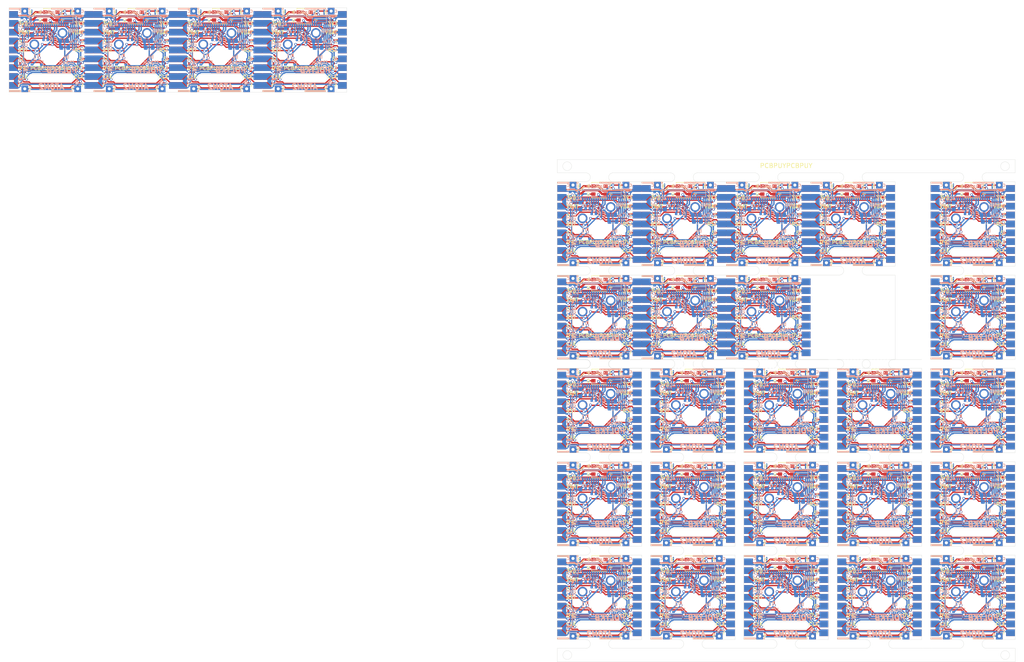
<source format=kicad_pcb>
(kicad_pcb (version 20171130) (host pcbnew "(5.1.9)-1")
  (layers (0 F.Cu signal) (31 B.Cu signal) (34 B.Paste user) (35 F.Paste user) (36 B.SilkS user) (37 F.SilkS user) (38 B.Mask user) (39 F.Mask user) (44 Edge.Cuts user))
  (net 0 "")
  (net 1 /Keyboard/sheet605ED2EB/GND)
  (net 2 /Keyboard/sheet605ED2EB/3V3)
  (net 3 /Keyboard/sheet605ED2EB/4V2)
  (net 4 "Net-(C4-Pad1)")
  (net 5 "Net-(C5-Pad2)")
  (net 6 "Net-(C5-Pad1)")
  (net 7 "Net-(C6-Pad2)")
  (net 8 "Net-(C6-Pad1)")
  (net 9 /Keyboard/sheet605ED2EB/CS)
  (net 10 /Keyboard/sheet605ED2EB/RESET)
  (net 11 /Keyboard/sheet605ED2EB/D-C)
  (net 12 /Keyboard/sheet605ED2EB/SCLK)
  (net 13 /Keyboard/sheet605ED2EB/SDIN)
  (net 14 /Keyboard/sheet605ED2EB/LED_DOUT)
  (net 15 /Keyboard/sheet605ED2EB/LED_DIN)
  (net 16 /Keyboard/sheet605ED2EB/5V)
  (net 17 "Net-(D1-Pad2)")
  (net 18 /Keyboard/sheet605ED2EB/KeyRow)
  (net 19 /Keyboard/sheet605ED2EB/KeyCol)
  (net 20 CS8)
  (net 21 CS7)
  (net 22 CS6)
  (net 23 CS5)
  (net 24 CS4)
  (net 25 CS3)
  (net 26 CS2)
  (net 27 CS1)
  (module poly_kb:AtomConnect2 (layer B.Cu) (at 244.729 50.1015 270)
    (fp_text reference J6 hide)
    (fp_text value EastBack)
    (pad 5 smd rect (at 0 0 270) (size 1.5 2) (layers B.Cu B.Paste B.Mask))
    (pad 4 smd rect (at -2 0 270) (size 1.5 2) (layers B.Cu B.Paste B.Mask))
    (pad 3 smd rect (at -4 0 270) (size 1.5 2) (layers B.Cu B.Paste B.Mask))
    (pad 2 smd rect (at -6 0 270) (size 1.5 2) (layers B.Cu B.Paste B.Mask))
    (pad 6 smd rect (at 2 0 270) (size 1.5 2) (layers B.Cu B.Paste B.Mask))
    (pad 1 smd rect (at -8 0 270) (size 1.5 2) (layers B.Cu B.Paste B.Mask))
    (pad 7 smd rect (at 4 0 270) (size 1.5 2) (layers B.Cu B.Paste B.Mask))
    (pad 8 smd rect (at 6 0 270) (size 1.5 2) (layers B.Cu B.Paste B.Mask))
    (pad 9 smd rect (at 8 0 270) (size 1.5 2) (layers B.Cu B.Paste B.Mask))
  )
  (module poly_kb:TestPoin_1.5x1.5mm_Drill0.7mm (layer F.Cu) (at 192.151 58.8645)
    (fp_text reference J7 hide)
    (fp_text value South)
    (pad 1 thru_hole rect (at 0 0) (size 1.5 1.5) (drill 0.7) (layers *.Cu *.Mask))
  )
  (module poly_kb:AtomConnect2 (layer F.Cu) (at 225.679 50.1015 270)
    (fp_text reference J4 hide)
    (fp_text value EastFront)
    (pad 5 smd rect (at 0 0 270) (size 1.5 2) (layers F.Cu F.Paste F.Mask))
    (pad 4 smd rect (at -2 0 270) (size 1.5 2) (layers F.Cu F.Paste F.Mask))
    (pad 3 smd rect (at -4 0 270) (size 1.5 2) (layers F.Cu F.Paste F.Mask))
    (pad 2 smd rect (at -6 0 270) (size 1.5 2) (layers F.Cu F.Paste F.Mask))
    (pad 6 smd rect (at 2 0 270) (size 1.5 2) (layers F.Cu F.Paste F.Mask))
    (pad 1 smd rect (at -8 0 270) (size 1.5 2) (layers F.Cu F.Paste F.Mask))
    (pad 7 smd rect (at 4 0 270) (size 1.5 2) (layers F.Cu F.Paste F.Mask))
    (pad 8 smd rect (at 6 0 270) (size 1.5 2) (layers F.Cu F.Paste F.Mask))
    (pad 9 smd rect (at 8 0 270) (size 1.5 2) (layers F.Cu F.Paste F.Mask))
  )
  (module poly_kb:TestPoin_1.5x1.5mm_Drill0.7mm (layer F.Cu) (at 230.251 58.8645)
    (fp_text reference J7 hide)
    (fp_text value South)
    (pad 1 thru_hole rect (at 0 0) (size 1.5 1.5) (drill 0.7) (layers *.Cu *.Mask))
  )
  (module Capacitor_SMD:C_0603_1608Metric (layer B.Cu) (at 200.914 48.0695 180)
    (fp_text reference C4 (at -2.286 -0.127) (layer B.SilkS) (effects (justify mirror)))
    (fp_text value 4.7uF)
    (pad 1 smd roundrect (at -0.775 0 180) (size 0.9 0.95) (layers B.Cu B.Paste B.Mask))
    (pad 2 smd roundrect (at 0.775 0 180) (size 0.9 0.95) (layers B.Cu B.Paste B.Mask))
  )
  (module poly_kb:SW_Cherry_MX_1.00u_PCB_NoSilk (layer F.Cu) (at 219.71 46.2915)
    (fp_text reference SW1 hide)
    (fp_text value SW_Push)
    (pad "" np_thru_hole circle (at 2.54 5.08) (size 1.7 1.7) (drill 1.7) (layers *.Cu *.Mask))
    (pad "" np_thru_hole circle (at -7.62 5.08) (size 1.7 1.7) (drill 1.7) (layers *.Cu *.Mask))
    (pad "" np_thru_hole circle (at -2.54 5.08) (size 4 4) (drill 4) (layers *.Cu *.Mask))
    (pad 2 thru_hole circle (at -6.35 2.54) (size 2.2 2.2) (drill 1.5) (layers *.Cu *.Mask))
    (pad 1 thru_hole circle (at 0 0) (size 2.2 2.2) (drill 1.5) (layers *.Cu *.Mask))
  )
  (module poly_kb:AtomConnect2 (layer F.Cu) (at 227.711 50.1015 270)
    (fp_text reference J3 hide)
    (fp_text value WestFront)
    (pad 5 smd rect (at 0 0 270) (size 1.5 2) (layers F.Cu F.Paste F.Mask))
    (pad 4 smd rect (at -2 0 270) (size 1.5 2) (layers F.Cu F.Paste F.Mask))
    (pad 3 smd rect (at -4 0 270) (size 1.5 2) (layers F.Cu F.Paste F.Mask))
    (pad 2 smd rect (at -6 0 270) (size 1.5 2) (layers F.Cu F.Paste F.Mask))
    (pad 6 smd rect (at 2 0 270) (size 1.5 2) (layers F.Cu F.Paste F.Mask))
    (pad 1 smd rect (at -8 0 270) (size 1.5 2) (layers F.Cu F.Paste F.Mask))
    (pad 7 smd rect (at 4 0 270) (size 1.5 2) (layers F.Cu F.Paste F.Mask))
    (pad 8 smd rect (at 6 0 270) (size 1.5 2) (layers F.Cu F.Paste F.Mask))
    (pad 9 smd rect (at 8 0 270) (size 1.5 2) (layers F.Cu F.Paste F.Mask))
  )
  (module poly_kb:TestPoin_1.5x1.5mm_Drill0.7mm (layer F.Cu) (at 211.201 58.8645)
    (fp_text reference J7 hide)
    (fp_text value South)
    (pad 1 thru_hole rect (at 0 0) (size 1.5 1.5) (drill 0.7) (layers *.Cu *.Mask))
  )
  (module poly_kb:TestPoin_1.5x1.5mm_Drill0.7mm (layer F.Cu) (at 192.151 41.3385)
    (fp_text reference J8 hide)
    (fp_text value North2)
    (pad 1 thru_hole rect (at 0 0) (size 1.5 1.5) (drill 0.7) (layers *.Cu *.Mask))
  )
  (module poly_kb:FPC_16_JUSHUO_AFC05_S16FIA_00 (layer B.Cu) (at 236.22 44.3865)
    (fp_text reference J1 hide)
    (fp_text value Conn_01x16)
    (pad 1 smd rect (at -3.75 0) (size 0.3 0.65) (layers B.Cu B.Paste B.Mask))
    (pad 2 smd rect (at -3.25 0) (size 0.3 0.65) (layers B.Cu B.Paste B.Mask))
    (pad 3 smd rect (at -2.75 0) (size 0.3 0.65) (layers B.Cu B.Paste B.Mask))
    (pad 4 smd rect (at -2.25 0) (size 0.3 0.65) (layers B.Cu B.Paste B.Mask))
    (pad 5 smd rect (at -1.75 0) (size 0.3 0.65) (layers B.Cu B.Paste B.Mask))
    (pad 6 smd rect (at -1.25 0) (size 0.3 0.65) (layers B.Cu B.Paste B.Mask))
    (pad 7 smd rect (at -0.75 0) (size 0.3 0.65) (layers B.Cu B.Paste B.Mask))
    (pad 8 smd rect (at -0.25 0) (size 0.3 0.65) (layers B.Cu B.Paste B.Mask))
    (pad 9 smd rect (at 0.25 0) (size 0.3 0.65) (layers B.Cu B.Paste B.Mask))
    (pad 10 smd rect (at 0.75 0) (size 0.3 0.65) (layers B.Cu B.Paste B.Mask))
    (pad 11 smd rect (at 1.25 0) (size 0.3 0.65) (layers B.Cu B.Paste B.Mask))
    (pad 12 smd rect (at 1.75 0) (size 0.3 0.65) (layers B.Cu B.Paste B.Mask))
    (pad 13 smd rect (at 2.25 0) (size 0.3 0.65) (layers B.Cu B.Paste B.Mask))
    (pad 14 smd rect (at 2.75 0) (size 0.3 0.65) (layers B.Cu B.Paste B.Mask))
    (pad 15 smd rect (at 3.25 0) (size 0.3 0.65) (layers B.Cu B.Paste B.Mask))
    (pad 16 smd rect (at 3.75 0) (size 0.3 0.65) (layers B.Cu B.Paste B.Mask))
    (pad 0 smd rect (at -4.385 -2.81) (size 0.3 1.15) (layers B.Cu B.Paste B.Mask))
    (pad 0 smd rect (at 4.385 -2.81) (size 0.3 1.15) (layers B.Cu B.Paste B.Mask))
  )
  (module poly_kb:TestPoin_1.5x1.5mm_Drill0.7mm (layer F.Cu) (at 242.189 41.3385)
    (fp_text reference J2 hide)
    (fp_text value North)
    (pad 1 thru_hole rect (at 0 0) (size 1.5 1.5) (drill 0.7) (layers *.Cu *.Mask))
  )
  (module poly_kb:TestPoin_1.5x1.5mm_Drill0.7mm (layer F.Cu) (at 211.201 41.3385)
    (fp_text reference J8 hide)
    (fp_text value North2)
    (pad 1 thru_hole rect (at 0 0) (size 1.5 1.5) (drill 0.7) (layers *.Cu *.Mask))
  )
  (module poly_kb:TestPoin_1.5x1.5mm_Drill0.7mm (layer F.Cu) (at 230.251 41.3385)
    (fp_text reference J8 hide)
    (fp_text value North2)
    (pad 1 thru_hole rect (at 0 0) (size 1.5 1.5) (drill 0.7) (layers *.Cu *.Mask))
  )
  (module Capacitor_SMD:C_0402_1005Metric (layer B.Cu) (at 172.466 43.3705 90)
    (fp_text reference C3 (at -1.016 1.27 180) (layer B.SilkS) (effects (font (size 0.8 0.8) (thickness 0.153)) (justify mirror)))
    (fp_text value 1uF)
    (pad 2 smd roundrect (at 0.48 0 90) (size 0.56 0.62) (layers B.Cu B.Paste B.Mask))
    (pad 1 smd roundrect (at -0.48 0 90) (size 0.56 0.62) (layers B.Cu B.Paste B.Mask))
  )
  (module poly_kb:SW_Cherry_MX_1.00u_PCB_NoSilk (layer F.Cu) (at 200.66 46.2915)
    (fp_text reference SW1 hide)
    (fp_text value SW_Push)
    (pad "" np_thru_hole circle (at 2.54 5.08) (size 1.7 1.7) (drill 1.7) (layers *.Cu *.Mask))
    (pad "" np_thru_hole circle (at -7.62 5.08) (size 1.7 1.7) (drill 1.7) (layers *.Cu *.Mask))
    (pad "" np_thru_hole circle (at -2.54 5.08) (size 4 4) (drill 4) (layers *.Cu *.Mask))
    (pad 2 thru_hole circle (at -6.35 2.54) (size 2.2 2.2) (drill 1.5) (layers *.Cu *.Mask))
    (pad 1 thru_hole circle (at 0 0) (size 2.2 2.2) (drill 1.5) (layers *.Cu *.Mask))
  )
  (module Capacitor_SMD:C_0603_1608Metric (layer B.Cu) (at 219.964 48.0695 180)
    (fp_text reference C4 (at -2.286 -0.127) (layer B.SilkS) (effects (justify mirror)))
    (fp_text value 4.7uF)
    (pad 1 smd roundrect (at -0.775 0 180) (size 0.9 0.95) (layers B.Cu B.Paste B.Mask))
    (pad 2 smd roundrect (at 0.775 0 180) (size 0.9 0.95) (layers B.Cu B.Paste B.Mask))
  )
  (module poly_kb:AtomConnect2 (layer B.Cu) (at 225.679 50.1015 270)
    (fp_text reference J6 hide)
    (fp_text value EastBack)
    (pad 5 smd rect (at 0 0 270) (size 1.5 2) (layers B.Cu B.Paste B.Mask))
    (pad 4 smd rect (at -2 0 270) (size 1.5 2) (layers B.Cu B.Paste B.Mask))
    (pad 3 smd rect (at -4 0 270) (size 1.5 2) (layers B.Cu B.Paste B.Mask))
    (pad 2 smd rect (at -6 0 270) (size 1.5 2) (layers B.Cu B.Paste B.Mask))
    (pad 6 smd rect (at 2 0 270) (size 1.5 2) (layers B.Cu B.Paste B.Mask))
    (pad 1 smd rect (at -8 0 270) (size 1.5 2) (layers B.Cu B.Paste B.Mask))
    (pad 7 smd rect (at 4 0 270) (size 1.5 2) (layers B.Cu B.Paste B.Mask))
    (pad 8 smd rect (at 6 0 270) (size 1.5 2) (layers B.Cu B.Paste B.Mask))
    (pad 9 smd rect (at 8 0 270) (size 1.5 2) (layers B.Cu B.Paste B.Mask))
  )
  (module poly_kb:TestPoin_1.5x1.5mm_Drill0.7mm (layer F.Cu) (at 204.089 41.3385)
    (fp_text reference J2 hide)
    (fp_text value North)
    (pad 1 thru_hole rect (at 0 0) (size 1.5 1.5) (drill 0.7) (layers *.Cu *.Mask))
  )
  (module poly_kb:AtomConnectCS (layer B.Cu) (at 170.561 50.1015 270)
    (fp_text reference J5 hide)
    (fp_text value WestBack)
    (pad 10 smd custom (at 6.5 -0.75 270) (size 0.5 0.5) (layers B.Cu B.Paste B.Mask) (options (clearance outline) (anchor circle)) (primitives (gr_poly (pts (xy 0.75 0.65) (xy 1.65 -0.25) (xy 0.75 -0.25)) (width 0)) (gr_poly (pts (xy 0.25 0.65) (xy -0.65 -0.25) (xy 0.25 -0.25)) (width 0)) (gr_poly (pts (xy 0.75 -0.25) (xy 0.25 -0.25) (xy 0.25 0.65) (xy 0.75 0.65)) (width 0))))
    (pad 10 smd custom (at 2.5 -0.75 270) (size 0.5 0.5) (layers B.Cu B.Paste B.Mask) (options (clearance outline) (anchor circle)) (primitives (gr_poly (pts (xy 0.75 0.65) (xy 1.65 -0.25) (xy 0.75 -0.25)) (width 0)) (gr_poly (pts (xy 0.25 0.65) (xy -0.65 -0.25) (xy 0.25 -0.25)) (width 0)) (gr_poly (pts (xy 0.75 -0.25) (xy 0.25 -0.25) (xy 0.25 0.65) (xy 0.75 0.65)) (width 0))))
    (pad 10 smd custom (at -1.5 -0.75 270) (size 0.5 0.5) (layers B.Cu B.Paste B.Mask) (options (clearance outline) (anchor circle)) (primitives (gr_poly (pts (xy 0.75 0.65) (xy 1.65 -0.25) (xy 0.75 -0.25)) (width 0)) (gr_poly (pts (xy 0.25 0.65) (xy -0.65 -0.25) (xy 0.25 -0.25)) (width 0)) (gr_poly (pts (xy 0.75 -0.25) (xy 0.25 -0.25) (xy 0.25 0.65) (xy 0.75 0.65)) (width 0))))
    (pad 10 smd custom (at -5.5 -0.75 270) (size 0.5 0.5) (layers B.Cu B.Paste B.Mask) (options (clearance outline) (anchor circle)) (primitives (gr_poly (pts (xy 0.75 0.65) (xy 1.65 -0.25) (xy 0.75 -0.25)) (width 0)) (gr_poly (pts (xy 0.25 0.65) (xy -0.65 -0.25) (xy 0.25 -0.25)) (width 0)) (gr_poly (pts (xy 0.75 -0.25) (xy 0.25 -0.25) (xy 0.25 0.65) (xy 0.75 0.65)) (width 0))))
    (pad 9 smd custom (at 8 0.5 90) (size 1 1) (layers B.Cu B.Paste B.Mask) (options (clearance outline) (anchor rect)) (primitives (gr_poly (pts (xy 0.75 0.3) (xy 0.75 -0.5) (xy -0.75 -0.5) (xy -0.75 1.5) (xy -0.45 1.5)) (width 0))))
    (pad 8 smd custom (at 6 0.5 90) (size 1 1) (layers B.Cu B.Paste B.Mask) (options (clearance outline) (anchor rect)) (primitives (gr_poly (pts (xy -0.75 0.3) (xy -0.75 -0.5) (xy 0.75 -0.5) (xy 0.75 1.5) (xy 0.45 1.5)) (width 0))))
    (pad 7 smd custom (at 4 0.5 90) (size 1 1) (layers B.Cu B.Paste B.Mask) (options (clearance outline) (anchor rect)) (primitives (gr_poly (pts (xy 0.75 0.3) (xy 0.75 -0.5) (xy -0.75 -0.5) (xy -0.75 1.5) (xy -0.45 1.5)) (width 0))))
    (pad 6 smd custom (at 2 0.5 90) (size 1 1) (layers B.Cu B.Paste B.Mask) (options (clearance outline) (anchor rect)) (primitives (gr_poly (pts (xy -0.75 0.3) (xy -0.75 -0.5) (xy 0.75 -0.5) (xy 0.75 1.5) (xy 0.45 1.5)) (width 0))))
    (pad 5 smd custom (at 0 0.5 90) (size 1 1) (layers B.Cu B.Paste B.Mask) (options (clearance outline) (anchor rect)) (primitives (gr_poly (pts (xy 0.75 0.3) (xy 0.75 -0.5) (xy -0.75 -0.5) (xy -0.75 1.5) (xy -0.45 1.5)) (width 0))))
    (pad 4 smd custom (at -2 0.5 90) (size 1 1) (layers B.Cu B.Paste B.Mask) (options (clearance outline) (anchor rect)) (primitives (gr_poly (pts (xy -0.75 0.3) (xy -0.75 -0.5) (xy 0.75 -0.5) (xy 0.75 1.5) (xy 0.45 1.5)) (width 0))))
    (pad 3 smd custom (at -4 0.5 90) (size 1 1) (layers B.Cu B.Paste B.Mask) (options (clearance outline) (anchor rect)) (primitives (gr_poly (pts (xy 0.75 0.3) (xy 0.75 -0.5) (xy -0.75 -0.5) (xy -0.75 1.5) (xy -0.45 1.5)) (width 0))))
    (pad 2 smd custom (at -6 0.5 90) (size 1 1) (layers B.Cu B.Paste B.Mask) (options (clearance outline) (anchor rect)) (primitives (gr_poly (pts (xy -0.75 0.3) (xy -0.75 -0.5) (xy 0.75 -0.5) (xy 0.75 1.5) (xy 0.45 1.5)) (width 0))))
    (pad 1 smd rect (at -8 0 270) (size 1.5 2) (layers B.Cu B.Paste B.Mask))
  )
  (module poly_kb:TestPoin_1.5x1.5mm_Drill0.7mm (layer F.Cu) (at 223.139 58.8645)
    (fp_text reference J9 hide)
    (fp_text value South2)
    (pad 1 thru_hole rect (at 0 0) (size 1.5 1.5) (drill 0.7) (layers *.Cu *.Mask))
  )
  (module poly_kb:AtomConnect2 (layer F.Cu) (at 206.629 50.1015 270)
    (fp_text reference J4 hide)
    (fp_text value EastFront)
    (pad 5 smd rect (at 0 0 270) (size 1.5 2) (layers F.Cu F.Paste F.Mask))
    (pad 4 smd rect (at -2 0 270) (size 1.5 2) (layers F.Cu F.Paste F.Mask))
    (pad 3 smd rect (at -4 0 270) (size 1.5 2) (layers F.Cu F.Paste F.Mask))
    (pad 2 smd rect (at -6 0 270) (size 1.5 2) (layers F.Cu F.Paste F.Mask))
    (pad 6 smd rect (at 2 0 270) (size 1.5 2) (layers F.Cu F.Paste F.Mask))
    (pad 1 smd rect (at -8 0 270) (size 1.5 2) (layers F.Cu F.Paste F.Mask))
    (pad 7 smd rect (at 4 0 270) (size 1.5 2) (layers F.Cu F.Paste F.Mask))
    (pad 8 smd rect (at 6 0 270) (size 1.5 2) (layers F.Cu F.Paste F.Mask))
    (pad 9 smd rect (at 8 0 270) (size 1.5 2) (layers F.Cu F.Paste F.Mask))
  )
  (module poly_kb:FPC_16_JUSHUO_AFC05_S16FIA_00 (layer B.Cu) (at 217.17 44.3865)
    (fp_text reference J1 hide)
    (fp_text value Conn_01x16)
    (pad 1 smd rect (at -3.75 0) (size 0.3 0.65) (layers B.Cu B.Paste B.Mask))
    (pad 2 smd rect (at -3.25 0) (size 0.3 0.65) (layers B.Cu B.Paste B.Mask))
    (pad 3 smd rect (at -2.75 0) (size 0.3 0.65) (layers B.Cu B.Paste B.Mask))
    (pad 4 smd rect (at -2.25 0) (size 0.3 0.65) (layers B.Cu B.Paste B.Mask))
    (pad 5 smd rect (at -1.75 0) (size 0.3 0.65) (layers B.Cu B.Paste B.Mask))
    (pad 6 smd rect (at -1.25 0) (size 0.3 0.65) (layers B.Cu B.Paste B.Mask))
    (pad 7 smd rect (at -0.75 0) (size 0.3 0.65) (layers B.Cu B.Paste B.Mask))
    (pad 8 smd rect (at -0.25 0) (size 0.3 0.65) (layers B.Cu B.Paste B.Mask))
    (pad 9 smd rect (at 0.25 0) (size 0.3 0.65) (layers B.Cu B.Paste B.Mask))
    (pad 10 smd rect (at 0.75 0) (size 0.3 0.65) (layers B.Cu B.Paste B.Mask))
    (pad 11 smd rect (at 1.25 0) (size 0.3 0.65) (layers B.Cu B.Paste B.Mask))
    (pad 12 smd rect (at 1.75 0) (size 0.3 0.65) (layers B.Cu B.Paste B.Mask))
    (pad 13 smd rect (at 2.25 0) (size 0.3 0.65) (layers B.Cu B.Paste B.Mask))
    (pad 14 smd rect (at 2.75 0) (size 0.3 0.65) (layers B.Cu B.Paste B.Mask))
    (pad 15 smd rect (at 3.25 0) (size 0.3 0.65) (layers B.Cu B.Paste B.Mask))
    (pad 16 smd rect (at 3.75 0) (size 0.3 0.65) (layers B.Cu B.Paste B.Mask))
    (pad 0 smd rect (at -4.385 -2.81) (size 0.3 1.15) (layers B.Cu B.Paste B.Mask))
    (pad 0 smd rect (at 4.385 -2.81) (size 0.3 1.15) (layers B.Cu B.Paste B.Mask))
  )
  (module Diode_SMD:D_SOD-323 (layer B.Cu) (at 194.818 53.4035 180)
    (fp_text reference D1 (at 0 1.85) (layer B.SilkS) (effects (justify mirror)))
    (fp_text value D_Small)
    (pad 1 smd rect (at -1.05 0 180) (size 0.6 0.45) (layers B.Cu B.Paste B.Mask))
    (pad 2 smd rect (at 1.05 0 180) (size 0.6 0.45) (layers B.Cu B.Paste B.Mask))
  )
  (module poly_kb:TestPoin_1.5x1.5mm_Drill0.7mm (layer F.Cu) (at 242.189 58.8645)
    (fp_text reference J9 hide)
    (fp_text value South2)
    (pad 1 thru_hole rect (at 0 0) (size 1.5 1.5) (drill 0.7) (layers *.Cu *.Mask))
  )
  (module poly_kb:AtomConnect2 (layer B.Cu) (at 206.629 50.1015 270)
    (fp_text reference J6 hide)
    (fp_text value EastBack)
    (pad 5 smd rect (at 0 0 270) (size 1.5 2) (layers B.Cu B.Paste B.Mask))
    (pad 4 smd rect (at -2 0 270) (size 1.5 2) (layers B.Cu B.Paste B.Mask))
    (pad 3 smd rect (at -4 0 270) (size 1.5 2) (layers B.Cu B.Paste B.Mask))
    (pad 2 smd rect (at -6 0 270) (size 1.5 2) (layers B.Cu B.Paste B.Mask))
    (pad 6 smd rect (at 2 0 270) (size 1.5 2) (layers B.Cu B.Paste B.Mask))
    (pad 1 smd rect (at -8 0 270) (size 1.5 2) (layers B.Cu B.Paste B.Mask))
    (pad 7 smd rect (at 4 0 270) (size 1.5 2) (layers B.Cu B.Paste B.Mask))
    (pad 8 smd rect (at 6 0 270) (size 1.5 2) (layers B.Cu B.Paste B.Mask))
    (pad 9 smd rect (at 8 0 270) (size 1.5 2) (layers B.Cu B.Paste B.Mask))
  )
  (module poly_kb:TestPoin_1.5x1.5mm_Drill0.7mm (layer F.Cu) (at 223.139 41.3385)
    (fp_text reference J2 hide)
    (fp_text value North)
    (pad 1 thru_hole rect (at 0 0) (size 1.5 1.5) (drill 0.7) (layers *.Cu *.Mask))
  )
  (module poly_kb:TestPoin_1.5x1.5mm_Drill0.7mm (layer F.Cu) (at 204.089 58.8645)
    (fp_text reference J9 hide)
    (fp_text value South2)
    (pad 1 thru_hole rect (at 0 0) (size 1.5 1.5) (drill 0.7) (layers *.Cu *.Mask))
  )
  (module Capacitor_SMD:C_0603_1608Metric (layer B.Cu) (at 231.902 46.0375 90)
    (fp_text reference C2 (at 0.381 1.5494 180) (layer B.SilkS) (effects (justify mirror)))
    (fp_text value 2.2uF)
    (pad 1 smd roundrect (at -0.775 0 90) (size 0.9 0.95) (layers B.Cu B.Paste B.Mask))
    (pad 2 smd roundrect (at 0.775 0 90) (size 0.9 0.95) (layers B.Cu B.Paste B.Mask))
  )
  (module Capacitor_SMD:C_0402_1005Metric (layer B.Cu) (at 214.531 46.6725)
    (fp_text reference C5 (at 2.004 -0.127) (layer B.SilkS) (effects (justify mirror)))
    (fp_text value 1uF)
    (pad 1 smd roundrect (at -0.48 0) (size 0.56 0.62) (layers B.Cu B.Paste B.Mask))
    (pad 2 smd roundrect (at 0.48 0) (size 0.56 0.62) (layers B.Cu B.Paste B.Mask))
  )
  (module Capacitor_SMD:C_0402_1005Metric (layer B.Cu) (at 215.9 47.8155)
    (fp_text reference C6 (at 1.778 0) (layer B.SilkS) (effects (justify mirror)))
    (fp_text value 1uF)
    (pad 1 smd roundrect (at -0.48 0) (size 0.56 0.62) (layers B.Cu B.Paste B.Mask))
    (pad 2 smd roundrect (at 0.48 0) (size 0.56 0.62) (layers B.Cu B.Paste B.Mask))
  )
  (module poly_kb:WS2812B-Mini (layer F.Cu) (at 198.12 42.4815)
    (fp_text reference LED1 hide)
    (fp_text value WS2812B-Mini)
    (fp_text user + (at -2.5 -1) (layer F.SilkS))
    (fp_text user - (at 2.5 0.8) (layer F.SilkS))
    (fp_text user o (at -2.5 0.8) (layer F.SilkS))
    (fp_text user i (at 2.5 -0.8) (layer F.SilkS))
    (pad 2 smd rect (at -1.365 0.89 90) (size 0.8 0.95) (layers F.Cu F.Paste F.Mask))
    (pad 3 smd rect (at 1.365 0.89 90) (size 0.8 0.95) (layers F.Cu F.Paste F.Mask))
    (pad 1 smd rect (at -1.365 -0.89 90) (size 0.8 0.95) (layers F.Cu F.Paste F.Mask))
    (pad 4 smd rect (at 1.365 -0.89 90) (size 0.8 0.95) (layers F.Cu F.Paste F.Mask))
  )
  (module poly_kb:AtomConnectCS (layer B.Cu) (at 227.711 50.1015 270)
    (fp_text reference J5 hide)
    (fp_text value WestBack)
    (pad 1 smd rect (at -8 0 270) (size 1.5 2) (layers B.Cu B.Paste B.Mask))
    (pad 2 smd custom (at -6 0.5 90) (size 1 1) (layers B.Cu B.Paste B.Mask) (options (clearance outline) (anchor rect)) (primitives (gr_poly (pts (xy -0.75 0.3) (xy -0.75 -0.5) (xy 0.75 -0.5) (xy 0.75 1.5) (xy 0.45 1.5)) (width 0))))
    (pad 3 smd custom (at -4 0.5 90) (size 1 1) (layers B.Cu B.Paste B.Mask) (options (clearance outline) (anchor rect)) (primitives (gr_poly (pts (xy 0.75 0.3) (xy 0.75 -0.5) (xy -0.75 -0.5) (xy -0.75 1.5) (xy -0.45 1.5)) (width 0))))
    (pad 4 smd custom (at -2 0.5 90) (size 1 1) (layers B.Cu B.Paste B.Mask) (options (clearance outline) (anchor rect)) (primitives (gr_poly (pts (xy -0.75 0.3) (xy -0.75 -0.5) (xy 0.75 -0.5) (xy 0.75 1.5) (xy 0.45 1.5)) (width 0))))
    (pad 5 smd custom (at 0 0.5 90) (size 1 1) (layers B.Cu B.Paste B.Mask) (options (clearance outline) (anchor rect)) (primitives (gr_poly (pts (xy 0.75 0.3) (xy 0.75 -0.5) (xy -0.75 -0.5) (xy -0.75 1.5) (xy -0.45 1.5)) (width 0))))
    (pad 6 smd custom (at 2 0.5 90) (size 1 1) (layers B.Cu B.Paste B.Mask) (options (clearance outline) (anchor rect)) (primitives (gr_poly (pts (xy -0.75 0.3) (xy -0.75 -0.5) (xy 0.75 -0.5) (xy 0.75 1.5) (xy 0.45 1.5)) (width 0))))
    (pad 7 smd custom (at 4 0.5 90) (size 1 1) (layers B.Cu B.Paste B.Mask) (options (clearance outline) (anchor rect)) (primitives (gr_poly (pts (xy 0.75 0.3) (xy 0.75 -0.5) (xy -0.75 -0.5) (xy -0.75 1.5) (xy -0.45 1.5)) (width 0))))
    (pad 8 smd custom (at 6 0.5 90) (size 1 1) (layers B.Cu B.Paste B.Mask) (options (clearance outline) (anchor rect)) (primitives (gr_poly (pts (xy -0.75 0.3) (xy -0.75 -0.5) (xy 0.75 -0.5) (xy 0.75 1.5) (xy 0.45 1.5)) (width 0))))
    (pad 9 smd custom (at 8 0.5 90) (size 1 1) (layers B.Cu B.Paste B.Mask) (options (clearance outline) (anchor rect)) (primitives (gr_poly (pts (xy 0.75 0.3) (xy 0.75 -0.5) (xy -0.75 -0.5) (xy -0.75 1.5) (xy -0.45 1.5)) (width 0))))
    (pad 10 smd custom (at -5.5 -0.75 270) (size 0.5 0.5) (layers B.Cu B.Paste B.Mask) (options (clearance outline) (anchor circle)) (primitives (gr_poly (pts (xy 0.75 0.65) (xy 1.65 -0.25) (xy 0.75 -0.25)) (width 0)) (gr_poly (pts (xy 0.25 0.65) (xy -0.65 -0.25) (xy 0.25 -0.25)) (width 0)) (gr_poly (pts (xy 0.75 -0.25) (xy 0.25 -0.25) (xy 0.25 0.65) (xy 0.75 0.65)) (width 0))))
    (pad 10 smd custom (at -1.5 -0.75 270) (size 0.5 0.5) (layers B.Cu B.Paste B.Mask) (options (clearance outline) (anchor circle)) (primitives (gr_poly (pts (xy 0.75 0.65) (xy 1.65 -0.25) (xy 0.75 -0.25)) (width 0)) (gr_poly (pts (xy 0.25 0.65) (xy -0.65 -0.25) (xy 0.25 -0.25)) (width 0)) (gr_poly (pts (xy 0.75 -0.25) (xy 0.25 -0.25) (xy 0.25 0.65) (xy 0.75 0.65)) (width 0))))
    (pad 10 smd custom (at 2.5 -0.75 270) (size 0.5 0.5) (layers B.Cu B.Paste B.Mask) (options (clearance outline) (anchor circle)) (primitives (gr_poly (pts (xy 0.75 0.65) (xy 1.65 -0.25) (xy 0.75 -0.25)) (width 0)) (gr_poly (pts (xy 0.25 0.65) (xy -0.65 -0.25) (xy 0.25 -0.25)) (width 0)) (gr_poly (pts (xy 0.75 -0.25) (xy 0.25 -0.25) (xy 0.25 0.65) (xy 0.75 0.65)) (width 0))))
    (pad 10 smd custom (at 6.5 -0.75 270) (size 0.5 0.5) (layers B.Cu B.Paste B.Mask) (options (clearance outline) (anchor circle)) (primitives (gr_poly (pts (xy 0.75 0.65) (xy 1.65 -0.25) (xy 0.75 -0.25)) (width 0)) (gr_poly (pts (xy 0.25 0.65) (xy -0.65 -0.25) (xy 0.25 -0.25)) (width 0)) (gr_poly (pts (xy 0.75 -0.25) (xy 0.25 -0.25) (xy 0.25 0.65) (xy 0.75 0.65)) (width 0))))
  )
  (module poly_kb:FPC_16_JUSHUO_AFC05_S16FIA_00 (layer B.Cu) (at 198.12 44.3865)
    (fp_text reference J1 hide)
    (fp_text value Conn_01x16)
    (pad 1 smd rect (at -3.75 0) (size 0.3 0.65) (layers B.Cu B.Paste B.Mask))
    (pad 2 smd rect (at -3.25 0) (size 0.3 0.65) (layers B.Cu B.Paste B.Mask))
    (pad 3 smd rect (at -2.75 0) (size 0.3 0.65) (layers B.Cu B.Paste B.Mask))
    (pad 4 smd rect (at -2.25 0) (size 0.3 0.65) (layers B.Cu B.Paste B.Mask))
    (pad 5 smd rect (at -1.75 0) (size 0.3 0.65) (layers B.Cu B.Paste B.Mask))
    (pad 6 smd rect (at -1.25 0) (size 0.3 0.65) (layers B.Cu B.Paste B.Mask))
    (pad 7 smd rect (at -0.75 0) (size 0.3 0.65) (layers B.Cu B.Paste B.Mask))
    (pad 8 smd rect (at -0.25 0) (size 0.3 0.65) (layers B.Cu B.Paste B.Mask))
    (pad 9 smd rect (at 0.25 0) (size 0.3 0.65) (layers B.Cu B.Paste B.Mask))
    (pad 10 smd rect (at 0.75 0) (size 0.3 0.65) (layers B.Cu B.Paste B.Mask))
    (pad 11 smd rect (at 1.25 0) (size 0.3 0.65) (layers B.Cu B.Paste B.Mask))
    (pad 12 smd rect (at 1.75 0) (size 0.3 0.65) (layers B.Cu B.Paste B.Mask))
    (pad 13 smd rect (at 2.25 0) (size 0.3 0.65) (layers B.Cu B.Paste B.Mask))
    (pad 14 smd rect (at 2.75 0) (size 0.3 0.65) (layers B.Cu B.Paste B.Mask))
    (pad 15 smd rect (at 3.25 0) (size 0.3 0.65) (layers B.Cu B.Paste B.Mask))
    (pad 16 smd rect (at 3.75 0) (size 0.3 0.65) (layers B.Cu B.Paste B.Mask))
    (pad 0 smd rect (at -4.385 -2.81) (size 0.3 1.15) (layers B.Cu B.Paste B.Mask))
    (pad 0 smd rect (at 4.385 -2.81) (size 0.3 1.15) (layers B.Cu B.Paste B.Mask))
  )
  (module Capacitor_SMD:C_0402_1005Metric (layer B.Cu) (at 234.95 47.8155)
    (fp_text reference C6 (at 1.778 0) (layer B.SilkS) (effects (justify mirror)))
    (fp_text value 1uF)
    (pad 1 smd roundrect (at -0.48 0) (size 0.56 0.62) (layers B.Cu B.Paste B.Mask))
    (pad 2 smd roundrect (at 0.48 0) (size 0.56 0.62) (layers B.Cu B.Paste B.Mask))
  )
  (module Capacitor_SMD:C_0402_1005Metric (layer B.Cu) (at 210.566 43.3705 90)
    (fp_text reference C3 (at -1.016 1.27 180) (layer B.SilkS) (effects (font (size 0.8 0.8) (thickness 0.153)) (justify mirror)))
    (fp_text value 1uF)
    (pad 1 smd roundrect (at -0.48 0 90) (size 0.56 0.62) (layers B.Cu B.Paste B.Mask))
    (pad 2 smd roundrect (at 0.48 0 90) (size 0.56 0.62) (layers B.Cu B.Paste B.Mask))
  )
  (module Capacitor_SMD:C_0402_1005Metric (layer B.Cu) (at 195.481 46.6725)
    (fp_text reference C5 (at 2.004 -0.127) (layer B.SilkS) (effects (justify mirror)))
    (fp_text value 1uF)
    (pad 1 smd roundrect (at -0.48 0) (size 0.56 0.62) (layers B.Cu B.Paste B.Mask))
    (pad 2 smd roundrect (at 0.48 0) (size 0.56 0.62) (layers B.Cu B.Paste B.Mask))
  )
  (module Capacitor_SMD:C_0603_1608Metric (layer B.Cu) (at 193.802 46.0375 90)
    (fp_text reference C2 (at 0.381 1.5494 180) (layer B.SilkS) (effects (justify mirror)))
    (fp_text value 2.2uF)
    (pad 1 smd roundrect (at -0.775 0 90) (size 0.9 0.95) (layers B.Cu B.Paste B.Mask))
    (pad 2 smd roundrect (at 0.775 0 90) (size 0.9 0.95) (layers B.Cu B.Paste B.Mask))
  )
  (module poly_kb:AtomConnect2 (layer F.Cu) (at 189.611 50.1015 270)
    (fp_text reference J3 hide)
    (fp_text value WestFront)
    (pad 5 smd rect (at 0 0 270) (size 1.5 2) (layers F.Cu F.Paste F.Mask))
    (pad 4 smd rect (at -2 0 270) (size 1.5 2) (layers F.Cu F.Paste F.Mask))
    (pad 3 smd rect (at -4 0 270) (size 1.5 2) (layers F.Cu F.Paste F.Mask))
    (pad 2 smd rect (at -6 0 270) (size 1.5 2) (layers F.Cu F.Paste F.Mask))
    (pad 6 smd rect (at 2 0 270) (size 1.5 2) (layers F.Cu F.Paste F.Mask))
    (pad 1 smd rect (at -8 0 270) (size 1.5 2) (layers F.Cu F.Paste F.Mask))
    (pad 7 smd rect (at 4 0 270) (size 1.5 2) (layers F.Cu F.Paste F.Mask))
    (pad 8 smd rect (at 6 0 270) (size 1.5 2) (layers F.Cu F.Paste F.Mask))
    (pad 9 smd rect (at 8 0 270) (size 1.5 2) (layers F.Cu F.Paste F.Mask))
  )
  (module Diode_SMD:D_SOD-323 (layer B.Cu) (at 213.868 53.4035 180)
    (fp_text reference D1 (at 0 1.85) (layer B.SilkS) (effects (justify mirror)))
    (fp_text value D_Small)
    (pad 1 smd rect (at -1.05 0 180) (size 0.6 0.45) (layers B.Cu B.Paste B.Mask))
    (pad 2 smd rect (at 1.05 0 180) (size 0.6 0.45) (layers B.Cu B.Paste B.Mask))
  )
  (module poly_kb:AtomConnect2 (layer F.Cu) (at 244.729 50.1015 270)
    (fp_text reference J4 hide)
    (fp_text value EastFront)
    (pad 5 smd rect (at 0 0 270) (size 1.5 2) (layers F.Cu F.Paste F.Mask))
    (pad 4 smd rect (at -2 0 270) (size 1.5 2) (layers F.Cu F.Paste F.Mask))
    (pad 3 smd rect (at -4 0 270) (size 1.5 2) (layers F.Cu F.Paste F.Mask))
    (pad 2 smd rect (at -6 0 270) (size 1.5 2) (layers F.Cu F.Paste F.Mask))
    (pad 6 smd rect (at 2 0 270) (size 1.5 2) (layers F.Cu F.Paste F.Mask))
    (pad 1 smd rect (at -8 0 270) (size 1.5 2) (layers F.Cu F.Paste F.Mask))
    (pad 7 smd rect (at 4 0 270) (size 1.5 2) (layers F.Cu F.Paste F.Mask))
    (pad 8 smd rect (at 6 0 270) (size 1.5 2) (layers F.Cu F.Paste F.Mask))
    (pad 9 smd rect (at 8 0 270) (size 1.5 2) (layers F.Cu F.Paste F.Mask))
  )
  (module Capacitor_SMD:C_0603_1608Metric (layer B.Cu) (at 201.168 49.5935 180)
    (fp_text reference C1 (at -2.413 0) (layer B.SilkS) (effects (justify mirror)))
    (fp_text value 2.2uF)
    (pad 1 smd roundrect (at -0.775 0 180) (size 0.9 0.95) (layers B.Cu B.Paste B.Mask))
    (pad 2 smd roundrect (at 0.775 0 180) (size 0.9 0.95) (layers B.Cu B.Paste B.Mask))
  )
  (module poly_kb:AtomConnect2 (layer F.Cu) (at 187.579 50.1015 270)
    (fp_text reference J4 hide)
    (fp_text value EastFront)
    (pad 9 smd rect (at 8 0 270) (size 1.5 2) (layers F.Cu F.Paste F.Mask))
    (pad 8 smd rect (at 6 0 270) (size 1.5 2) (layers F.Cu F.Paste F.Mask))
    (pad 7 smd rect (at 4 0 270) (size 1.5 2) (layers F.Cu F.Paste F.Mask))
    (pad 1 smd rect (at -8 0 270) (size 1.5 2) (layers F.Cu F.Paste F.Mask))
    (pad 6 smd rect (at 2 0 270) (size 1.5 2) (layers F.Cu F.Paste F.Mask))
    (pad 2 smd rect (at -6 0 270) (size 1.5 2) (layers F.Cu F.Paste F.Mask))
    (pad 3 smd rect (at -4 0 270) (size 1.5 2) (layers F.Cu F.Paste F.Mask))
    (pad 4 smd rect (at -2 0 270) (size 1.5 2) (layers F.Cu F.Paste F.Mask))
    (pad 5 smd rect (at 0 0 270) (size 1.5 2) (layers F.Cu F.Paste F.Mask))
  )
  (module poly_kb:AtomConnect2 (layer F.Cu) (at 208.661 50.1015 270)
    (fp_text reference J3 hide)
    (fp_text value WestFront)
    (pad 5 smd rect (at 0 0 270) (size 1.5 2) (layers F.Cu F.Paste F.Mask))
    (pad 4 smd rect (at -2 0 270) (size 1.5 2) (layers F.Cu F.Paste F.Mask))
    (pad 3 smd rect (at -4 0 270) (size 1.5 2) (layers F.Cu F.Paste F.Mask))
    (pad 2 smd rect (at -6 0 270) (size 1.5 2) (layers F.Cu F.Paste F.Mask))
    (pad 6 smd rect (at 2 0 270) (size 1.5 2) (layers F.Cu F.Paste F.Mask))
    (pad 1 smd rect (at -8 0 270) (size 1.5 2) (layers F.Cu F.Paste F.Mask))
    (pad 7 smd rect (at 4 0 270) (size 1.5 2) (layers F.Cu F.Paste F.Mask))
    (pad 8 smd rect (at 6 0 270) (size 1.5 2) (layers F.Cu F.Paste F.Mask))
    (pad 9 smd rect (at 8 0 270) (size 1.5 2) (layers F.Cu F.Paste F.Mask))
  )
  (module Capacitor_SMD:C_0402_1005Metric (layer B.Cu) (at 233.581 46.6725)
    (fp_text reference C5 (at 2.004 -0.127) (layer B.SilkS) (effects (justify mirror)))
    (fp_text value 1uF)
    (pad 1 smd roundrect (at -0.48 0) (size 0.56 0.62) (layers B.Cu B.Paste B.Mask))
    (pad 2 smd roundrect (at 0.48 0) (size 0.56 0.62) (layers B.Cu B.Paste B.Mask))
  )
  (module poly_kb:AtomConnectCS (layer B.Cu) (at 208.661 50.1015 270)
    (fp_text reference J5 hide)
    (fp_text value WestBack)
    (pad 1 smd rect (at -8 0 270) (size 1.5 2) (layers B.Cu B.Paste B.Mask))
    (pad 2 smd custom (at -6 0.5 90) (size 1 1) (layers B.Cu B.Paste B.Mask) (options (clearance outline) (anchor rect)) (primitives (gr_poly (pts (xy -0.75 0.3) (xy -0.75 -0.5) (xy 0.75 -0.5) (xy 0.75 1.5) (xy 0.45 1.5)) (width 0))))
    (pad 3 smd custom (at -4 0.5 90) (size 1 1) (layers B.Cu B.Paste B.Mask) (options (clearance outline) (anchor rect)) (primitives (gr_poly (pts (xy 0.75 0.3) (xy 0.75 -0.5) (xy -0.75 -0.5) (xy -0.75 1.5) (xy -0.45 1.5)) (width 0))))
    (pad 4 smd custom (at -2 0.5 90) (size 1 1) (layers B.Cu B.Paste B.Mask) (options (clearance outline) (anchor rect)) (primitives (gr_poly (pts (xy -0.75 0.3) (xy -0.75 -0.5) (xy 0.75 -0.5) (xy 0.75 1.5) (xy 0.45 1.5)) (width 0))))
    (pad 5 smd custom (at 0 0.5 90) (size 1 1) (layers B.Cu B.Paste B.Mask) (options (clearance outline) (anchor rect)) (primitives (gr_poly (pts (xy 0.75 0.3) (xy 0.75 -0.5) (xy -0.75 -0.5) (xy -0.75 1.5) (xy -0.45 1.5)) (width 0))))
    (pad 6 smd custom (at 2 0.5 90) (size 1 1) (layers B.Cu B.Paste B.Mask) (options (clearance outline) (anchor rect)) (primitives (gr_poly (pts (xy -0.75 0.3) (xy -0.75 -0.5) (xy 0.75 -0.5) (xy 0.75 1.5) (xy 0.45 1.5)) (width 0))))
    (pad 7 smd custom (at 4 0.5 90) (size 1 1) (layers B.Cu B.Paste B.Mask) (options (clearance outline) (anchor rect)) (primitives (gr_poly (pts (xy 0.75 0.3) (xy 0.75 -0.5) (xy -0.75 -0.5) (xy -0.75 1.5) (xy -0.45 1.5)) (width 0))))
    (pad 8 smd custom (at 6 0.5 90) (size 1 1) (layers B.Cu B.Paste B.Mask) (options (clearance outline) (anchor rect)) (primitives (gr_poly (pts (xy -0.75 0.3) (xy -0.75 -0.5) (xy 0.75 -0.5) (xy 0.75 1.5) (xy 0.45 1.5)) (width 0))))
    (pad 9 smd custom (at 8 0.5 90) (size 1 1) (layers B.Cu B.Paste B.Mask) (options (clearance outline) (anchor rect)) (primitives (gr_poly (pts (xy 0.75 0.3) (xy 0.75 -0.5) (xy -0.75 -0.5) (xy -0.75 1.5) (xy -0.45 1.5)) (width 0))))
    (pad 10 smd custom (at -5.5 -0.75 270) (size 0.5 0.5) (layers B.Cu B.Paste B.Mask) (options (clearance outline) (anchor circle)) (primitives (gr_poly (pts (xy 0.75 0.65) (xy 1.65 -0.25) (xy 0.75 -0.25)) (width 0)) (gr_poly (pts (xy 0.25 0.65) (xy -0.65 -0.25) (xy 0.25 -0.25)) (width 0)) (gr_poly (pts (xy 0.75 -0.25) (xy 0.25 -0.25) (xy 0.25 0.65) (xy 0.75 0.65)) (width 0))))
    (pad 10 smd custom (at -1.5 -0.75 270) (size 0.5 0.5) (layers B.Cu B.Paste B.Mask) (options (clearance outline) (anchor circle)) (primitives (gr_poly (pts (xy 0.75 0.65) (xy 1.65 -0.25) (xy 0.75 -0.25)) (width 0)) (gr_poly (pts (xy 0.25 0.65) (xy -0.65 -0.25) (xy 0.25 -0.25)) (width 0)) (gr_poly (pts (xy 0.75 -0.25) (xy 0.25 -0.25) (xy 0.25 0.65) (xy 0.75 0.65)) (width 0))))
    (pad 10 smd custom (at 2.5 -0.75 270) (size 0.5 0.5) (layers B.Cu B.Paste B.Mask) (options (clearance outline) (anchor circle)) (primitives (gr_poly (pts (xy 0.75 0.65) (xy 1.65 -0.25) (xy 0.75 -0.25)) (width 0)) (gr_poly (pts (xy 0.25 0.65) (xy -0.65 -0.25) (xy 0.25 -0.25)) (width 0)) (gr_poly (pts (xy 0.75 -0.25) (xy 0.25 -0.25) (xy 0.25 0.65) (xy 0.75 0.65)) (width 0))))
    (pad 10 smd custom (at 6.5 -0.75 270) (size 0.5 0.5) (layers B.Cu B.Paste B.Mask) (options (clearance outline) (anchor circle)) (primitives (gr_poly (pts (xy 0.75 0.65) (xy 1.65 -0.25) (xy 0.75 -0.25)) (width 0)) (gr_poly (pts (xy 0.25 0.65) (xy -0.65 -0.25) (xy 0.25 -0.25)) (width 0)) (gr_poly (pts (xy 0.75 -0.25) (xy 0.25 -0.25) (xy 0.25 0.65) (xy 0.75 0.65)) (width 0))))
  )
  (module Capacitor_SMD:C_0603_1608Metric (layer B.Cu) (at 220.218 49.5935 180)
    (fp_text reference C1 (at -2.413 0) (layer B.SilkS) (effects (justify mirror)))
    (fp_text value 2.2uF)
    (pad 1 smd roundrect (at -0.775 0 180) (size 0.9 0.95) (layers B.Cu B.Paste B.Mask))
    (pad 2 smd roundrect (at 0.775 0 180) (size 0.9 0.95) (layers B.Cu B.Paste B.Mask))
  )
  (module Capacitor_SMD:C_0402_1005Metric (layer B.Cu) (at 229.616 43.3705 90)
    (fp_text reference C3 (at -1.016 1.27 180) (layer B.SilkS) (effects (font (size 0.8 0.8) (thickness 0.153)) (justify mirror)))
    (fp_text value 1uF)
    (pad 1 smd roundrect (at -0.48 0 90) (size 0.56 0.62) (layers B.Cu B.Paste B.Mask))
    (pad 2 smd roundrect (at 0.48 0 90) (size 0.56 0.62) (layers B.Cu B.Paste B.Mask))
  )
  (module poly_kb:AtomConnectCS (layer B.Cu) (at 189.611 50.1015 270)
    (fp_text reference J5 hide)
    (fp_text value WestBack)
    (pad 1 smd rect (at -8 0 270) (size 1.5 2) (layers B.Cu B.Paste B.Mask))
    (pad 2 smd custom (at -6 0.5 90) (size 1 1) (layers B.Cu B.Paste B.Mask) (options (clearance outline) (anchor rect)) (primitives (gr_poly (pts (xy -0.75 0.3) (xy -0.75 -0.5) (xy 0.75 -0.5) (xy 0.75 1.5) (xy 0.45 1.5)) (width 0))))
    (pad 3 smd custom (at -4 0.5 90) (size 1 1) (layers B.Cu B.Paste B.Mask) (options (clearance outline) (anchor rect)) (primitives (gr_poly (pts (xy 0.75 0.3) (xy 0.75 -0.5) (xy -0.75 -0.5) (xy -0.75 1.5) (xy -0.45 1.5)) (width 0))))
    (pad 4 smd custom (at -2 0.5 90) (size 1 1) (layers B.Cu B.Paste B.Mask) (options (clearance outline) (anchor rect)) (primitives (gr_poly (pts (xy -0.75 0.3) (xy -0.75 -0.5) (xy 0.75 -0.5) (xy 0.75 1.5) (xy 0.45 1.5)) (width 0))))
    (pad 5 smd custom (at 0 0.5 90) (size 1 1) (layers B.Cu B.Paste B.Mask) (options (clearance outline) (anchor rect)) (primitives (gr_poly (pts (xy 0.75 0.3) (xy 0.75 -0.5) (xy -0.75 -0.5) (xy -0.75 1.5) (xy -0.45 1.5)) (width 0))))
    (pad 6 smd custom (at 2 0.5 90) (size 1 1) (layers B.Cu B.Paste B.Mask) (options (clearance outline) (anchor rect)) (primitives (gr_poly (pts (xy -0.75 0.3) (xy -0.75 -0.5) (xy 0.75 -0.5) (xy 0.75 1.5) (xy 0.45 1.5)) (width 0))))
    (pad 7 smd custom (at 4 0.5 90) (size 1 1) (layers B.Cu B.Paste B.Mask) (options (clearance outline) (anchor rect)) (primitives (gr_poly (pts (xy 0.75 0.3) (xy 0.75 -0.5) (xy -0.75 -0.5) (xy -0.75 1.5) (xy -0.45 1.5)) (width 0))))
    (pad 8 smd custom (at 6 0.5 90) (size 1 1) (layers B.Cu B.Paste B.Mask) (options (clearance outline) (anchor rect)) (primitives (gr_poly (pts (xy -0.75 0.3) (xy -0.75 -0.5) (xy 0.75 -0.5) (xy 0.75 1.5) (xy 0.45 1.5)) (width 0))))
    (pad 9 smd custom (at 8 0.5 90) (size 1 1) (layers B.Cu B.Paste B.Mask) (options (clearance outline) (anchor rect)) (primitives (gr_poly (pts (xy 0.75 0.3) (xy 0.75 -0.5) (xy -0.75 -0.5) (xy -0.75 1.5) (xy -0.45 1.5)) (width 0))))
    (pad 10 smd custom (at -5.5 -0.75 270) (size 0.5 0.5) (layers B.Cu B.Paste B.Mask) (options (clearance outline) (anchor circle)) (primitives (gr_poly (pts (xy 0.75 0.65) (xy 1.65 -0.25) (xy 0.75 -0.25)) (width 0)) (gr_poly (pts (xy 0.25 0.65) (xy -0.65 -0.25) (xy 0.25 -0.25)) (width 0)) (gr_poly (pts (xy 0.75 -0.25) (xy 0.25 -0.25) (xy 0.25 0.65) (xy 0.75 0.65)) (width 0))))
    (pad 10 smd custom (at -1.5 -0.75 270) (size 0.5 0.5) (layers B.Cu B.Paste B.Mask) (options (clearance outline) (anchor circle)) (primitives (gr_poly (pts (xy 0.75 0.65) (xy 1.65 -0.25) (xy 0.75 -0.25)) (width 0)) (gr_poly (pts (xy 0.25 0.65) (xy -0.65 -0.25) (xy 0.25 -0.25)) (width 0)) (gr_poly (pts (xy 0.75 -0.25) (xy 0.25 -0.25) (xy 0.25 0.65) (xy 0.75 0.65)) (width 0))))
    (pad 10 smd custom (at 2.5 -0.75 270) (size 0.5 0.5) (layers B.Cu B.Paste B.Mask) (options (clearance outline) (anchor circle)) (primitives (gr_poly (pts (xy 0.75 0.65) (xy 1.65 -0.25) (xy 0.75 -0.25)) (width 0)) (gr_poly (pts (xy 0.25 0.65) (xy -0.65 -0.25) (xy 0.25 -0.25)) (width 0)) (gr_poly (pts (xy 0.75 -0.25) (xy 0.25 -0.25) (xy 0.25 0.65) (xy 0.75 0.65)) (width 0))))
    (pad 10 smd custom (at 6.5 -0.75 270) (size 0.5 0.5) (layers B.Cu B.Paste B.Mask) (options (clearance outline) (anchor circle)) (primitives (gr_poly (pts (xy 0.75 0.65) (xy 1.65 -0.25) (xy 0.75 -0.25)) (width 0)) (gr_poly (pts (xy 0.25 0.65) (xy -0.65 -0.25) (xy 0.25 -0.25)) (width 0)) (gr_poly (pts (xy 0.75 -0.25) (xy 0.25 -0.25) (xy 0.25 0.65) (xy 0.75 0.65)) (width 0))))
  )
  (module poly_kb:WS2812B-Mini (layer F.Cu) (at 236.22 42.4815)
    (fp_text reference LED1 hide)
    (fp_text value WS2812B-Mini)
    (fp_text user + (at -2.5 -1) (layer F.SilkS))
    (fp_text user - (at 2.5 0.8) (layer F.SilkS))
    (fp_text user o (at -2.5 0.8) (layer F.SilkS))
    (fp_text user i (at 2.5 -0.8) (layer F.SilkS))
    (pad 2 smd rect (at -1.365 0.89 90) (size 0.8 0.95) (layers F.Cu F.Paste F.Mask))
    (pad 3 smd rect (at 1.365 0.89 90) (size 0.8 0.95) (layers F.Cu F.Paste F.Mask))
    (pad 1 smd rect (at -1.365 -0.89 90) (size 0.8 0.95) (layers F.Cu F.Paste F.Mask))
    (pad 4 smd rect (at 1.365 -0.89 90) (size 0.8 0.95) (layers F.Cu F.Paste F.Mask))
  )
  (module Capacitor_SMD:C_0402_1005Metric (layer B.Cu) (at 196.85 47.8155)
    (fp_text reference C6 (at 1.778 0) (layer B.SilkS) (effects (justify mirror)))
    (fp_text value 1uF)
    (pad 1 smd roundrect (at -0.48 0) (size 0.56 0.62) (layers B.Cu B.Paste B.Mask))
    (pad 2 smd roundrect (at 0.48 0) (size 0.56 0.62) (layers B.Cu B.Paste B.Mask))
  )
  (module Capacitor_SMD:C_0603_1608Metric (layer B.Cu) (at 212.852 46.0375 90)
    (fp_text reference C2 (at 0.381 1.5494 180) (layer B.SilkS) (effects (justify mirror)))
    (fp_text value 2.2uF)
    (pad 1 smd roundrect (at -0.775 0 90) (size 0.9 0.95) (layers B.Cu B.Paste B.Mask))
    (pad 2 smd roundrect (at 0.775 0 90) (size 0.9 0.95) (layers B.Cu B.Paste B.Mask))
  )
  (module Capacitor_SMD:C_0402_1005Metric (layer B.Cu) (at 191.516 43.3705 90)
    (fp_text reference C3 (at -1.016 1.27 180) (layer B.SilkS) (effects (font (size 0.8 0.8) (thickness 0.153)) (justify mirror)))
    (fp_text value 1uF)
    (pad 1 smd roundrect (at -0.48 0 90) (size 0.56 0.62) (layers B.Cu B.Paste B.Mask))
    (pad 2 smd roundrect (at 0.48 0 90) (size 0.56 0.62) (layers B.Cu B.Paste B.Mask))
  )
  (module poly_kb:WS2812B-Mini (layer F.Cu) (at 217.17 42.4815)
    (fp_text reference LED1 hide)
    (fp_text value WS2812B-Mini)
    (fp_text user + (at -2.5 -1) (layer F.SilkS))
    (fp_text user - (at 2.5 0.8) (layer F.SilkS))
    (fp_text user o (at -2.5 0.8) (layer F.SilkS))
    (fp_text user i (at 2.5 -0.8) (layer F.SilkS))
    (pad 2 smd rect (at -1.365 0.89 90) (size 0.8 0.95) (layers F.Cu F.Paste F.Mask))
    (pad 3 smd rect (at 1.365 0.89 90) (size 0.8 0.95) (layers F.Cu F.Paste F.Mask))
    (pad 1 smd rect (at -1.365 -0.89 90) (size 0.8 0.95) (layers F.Cu F.Paste F.Mask))
    (pad 4 smd rect (at 1.365 -0.89 90) (size 0.8 0.95) (layers F.Cu F.Paste F.Mask))
  )
  (module poly_kb:TestPoin_1.5x1.5mm_Drill0.7mm (layer F.Cu) (at 185.039 41.3385)
    (fp_text reference J2 hide)
    (fp_text value North)
    (pad 1 thru_hole rect (at 0 0) (size 1.5 1.5) (drill 0.7) (layers *.Cu *.Mask))
  )
  (module Capacitor_SMD:C_0603_1608Metric (layer B.Cu) (at 239.014 48.0695 180)
    (fp_text reference C4 (at -2.286 -0.127) (layer B.SilkS) (effects (justify mirror)))
    (fp_text value 4.7uF)
    (pad 1 smd roundrect (at -0.775 0 180) (size 0.9 0.95) (layers B.Cu B.Paste B.Mask))
    (pad 2 smd roundrect (at 0.775 0 180) (size 0.9 0.95) (layers B.Cu B.Paste B.Mask))
  )
  (module Capacitor_SMD:C_0603_1608Metric (layer B.Cu) (at 239.268 49.5935 180)
    (fp_text reference C1 (at -2.413 0) (layer B.SilkS) (effects (justify mirror)))
    (fp_text value 2.2uF)
    (pad 1 smd roundrect (at -0.775 0 180) (size 0.9 0.95) (layers B.Cu B.Paste B.Mask))
    (pad 2 smd roundrect (at 0.775 0 180) (size 0.9 0.95) (layers B.Cu B.Paste B.Mask))
  )
  (module poly_kb:mouse-bite-2x5mm-nosilk-slot (layer F.Cu) (at 235.108253 60.635648)
    (fp_text reference mouse-bite-2mm-slot hide)
    (fp_text value VAL** hide)
    (pad "" np_thru_hole circle (at 1.5045 -0.75) (size 0.5 0.5) (drill 0.5) (layers *.Cu *.Mask))
    (pad "" np_thru_hole circle (at 3.0045 0.75) (size 0.5 0.5) (drill 0.5) (layers *.Cu *.Mask))
    (pad "" np_thru_hole circle (at 1.5045 0.75) (size 0.5 0.5) (drill 0.5) (layers *.Cu *.Mask))
    (pad "" np_thru_hole circle (at 2.2545 0.75) (size 0.5 0.5) (drill 0.5) (layers *.Cu *.Mask))
    (pad "" np_thru_hole circle (at 2.2545 -0.75) (size 0.5 0.5) (drill 0.5) (layers *.Cu *.Mask))
    (pad "" np_thru_hole circle (at 3.0045 -0.75) (size 0.5 0.5) (drill 0.5) (layers *.Cu *.Mask))
    (pad "" np_thru_hole circle (at 0.75 0.75) (size 0.5 0.5) (drill 0.5) (layers *.Cu *.Mask))
    (pad "" np_thru_hole circle (at -0.75 0.75) (size 0.5 0.5) (drill 0.5) (layers *.Cu *.Mask))
    (pad "" np_thru_hole circle (at -0.75 -0.75) (size 0.5 0.5) (drill 0.5) (layers *.Cu *.Mask))
    (pad "" np_thru_hole circle (at 0.75 -0.75) (size 0.5 0.5) (drill 0.5) (layers *.Cu *.Mask))
    (pad "" np_thru_hole circle (at 0 0.75) (size 0.5 0.5) (drill 0.5) (layers *.Cu *.Mask))
    (pad "" np_thru_hole circle (at 0 -0.75) (size 0.5 0.5) (drill 0.5) (layers *.Cu *.Mask))
  )
  (module poly_kb:TestPoin_1.5x1.5mm_Drill0.7mm (layer F.Cu) (at 173.101 58.8645)
    (fp_text reference J7 hide)
    (fp_text value South)
    (pad 1 thru_hole rect (at 0 0) (size 1.5 1.5) (drill 0.7) (layers *.Cu *.Mask))
  )
  (module Capacitor_SMD:C_0603_1608Metric (layer B.Cu) (at 181.864 48.0695 180)
    (fp_text reference C4 (at -2.286 -0.127) (layer B.SilkS) (effects (justify mirror)))
    (fp_text value 4.7uF)
    (pad 2 smd roundrect (at 0.775 0 180) (size 0.9 0.95) (layers B.Cu B.Paste B.Mask))
    (pad 1 smd roundrect (at -0.775 0 180) (size 0.9 0.95) (layers B.Cu B.Paste B.Mask))
  )
  (module poly_kb:SW_Cherry_MX_1.00u_PCB_NoSilk (layer F.Cu) (at 238.76 46.2915)
    (fp_text reference SW1 hide)
    (fp_text value SW_Push)
    (pad "" np_thru_hole circle (at 2.54 5.08) (size 1.7 1.7) (drill 1.7) (layers *.Cu *.Mask))
    (pad "" np_thru_hole circle (at -7.62 5.08) (size 1.7 1.7) (drill 1.7) (layers *.Cu *.Mask))
    (pad "" np_thru_hole circle (at -2.54 5.08) (size 4 4) (drill 4) (layers *.Cu *.Mask))
    (pad 2 thru_hole circle (at -6.35 2.54) (size 2.2 2.2) (drill 1.5) (layers *.Cu *.Mask))
    (pad 1 thru_hole circle (at 0 0) (size 2.2 2.2) (drill 1.5) (layers *.Cu *.Mask))
  )
  (module poly_kb:AtomConnect2 (layer F.Cu) (at 170.561 50.1015 270)
    (fp_text reference J3 hide)
    (fp_text value WestFront)
    (pad 9 smd rect (at 8 0 270) (size 1.5 2) (layers F.Cu F.Paste F.Mask))
    (pad 8 smd rect (at 6 0 270) (size 1.5 2) (layers F.Cu F.Paste F.Mask))
    (pad 7 smd rect (at 4 0 270) (size 1.5 2) (layers F.Cu F.Paste F.Mask))
    (pad 1 smd rect (at -8 0 270) (size 1.5 2) (layers F.Cu F.Paste F.Mask))
    (pad 6 smd rect (at 2 0 270) (size 1.5 2) (layers F.Cu F.Paste F.Mask))
    (pad 2 smd rect (at -6 0 270) (size 1.5 2) (layers F.Cu F.Paste F.Mask))
    (pad 3 smd rect (at -4 0 270) (size 1.5 2) (layers F.Cu F.Paste F.Mask))
    (pad 4 smd rect (at -2 0 270) (size 1.5 2) (layers F.Cu F.Paste F.Mask))
    (pad 5 smd rect (at 0 0 270) (size 1.5 2) (layers F.Cu F.Paste F.Mask))
  )
  (module poly_kb:mouse-bite-2x5mm-nosilk-slot (layer F.Cu) (at 177.9583 60.6357)
    (fp_text reference mouse-bite-2mm-slot hide)
    (fp_text value VAL** hide)
    (pad "" np_thru_hole circle (at 1.5045 -0.75) (size 0.5 0.5) (drill 0.5) (layers *.Cu *.Mask))
    (pad "" np_thru_hole circle (at 3.0045 0.75) (size 0.5 0.5) (drill 0.5) (layers *.Cu *.Mask))
    (pad "" np_thru_hole circle (at 1.5045 0.75) (size 0.5 0.5) (drill 0.5) (layers *.Cu *.Mask))
    (pad "" np_thru_hole circle (at 2.2545 0.75) (size 0.5 0.5) (drill 0.5) (layers *.Cu *.Mask))
    (pad "" np_thru_hole circle (at 2.2545 -0.75) (size 0.5 0.5) (drill 0.5) (layers *.Cu *.Mask))
    (pad "" np_thru_hole circle (at 3.0045 -0.75) (size 0.5 0.5) (drill 0.5) (layers *.Cu *.Mask))
    (pad "" np_thru_hole circle (at 0.75 0.75) (size 0.5 0.5) (drill 0.5) (layers *.Cu *.Mask))
    (pad "" np_thru_hole circle (at -0.75 0.75) (size 0.5 0.5) (drill 0.5) (layers *.Cu *.Mask))
    (pad "" np_thru_hole circle (at -0.75 -0.75) (size 0.5 0.5) (drill 0.5) (layers *.Cu *.Mask))
    (pad "" np_thru_hole circle (at 0.75 -0.75) (size 0.5 0.5) (drill 0.5) (layers *.Cu *.Mask))
    (pad "" np_thru_hole circle (at 0 0.75) (size 0.5 0.5) (drill 0.5) (layers *.Cu *.Mask))
    (pad "" np_thru_hole circle (at 0 -0.75) (size 0.5 0.5) (drill 0.5) (layers *.Cu *.Mask))
  )
  (module poly_kb:FPC_16_JUSHUO_AFC05_S16FIA_00 (layer B.Cu) (at 179.07 44.3865)
    (fp_text reference J1 hide)
    (fp_text value Conn_01x16)
    (pad 0 smd rect (at 4.385 -2.81) (size 0.3 1.15) (layers B.Cu B.Paste B.Mask))
    (pad 0 smd rect (at -4.385 -2.81) (size 0.3 1.15) (layers B.Cu B.Paste B.Mask))
    (pad 16 smd rect (at 3.75 0) (size 0.3 0.65) (layers B.Cu B.Paste B.Mask))
    (pad 15 smd rect (at 3.25 0) (size 0.3 0.65) (layers B.Cu B.Paste B.Mask))
    (pad 14 smd rect (at 2.75 0) (size 0.3 0.65) (layers B.Cu B.Paste B.Mask))
    (pad 13 smd rect (at 2.25 0) (size 0.3 0.65) (layers B.Cu B.Paste B.Mask))
    (pad 12 smd rect (at 1.75 0) (size 0.3 0.65) (layers B.Cu B.Paste B.Mask))
    (pad 11 smd rect (at 1.25 0) (size 0.3 0.65) (layers B.Cu B.Paste B.Mask))
    (pad 10 smd rect (at 0.75 0) (size 0.3 0.65) (layers B.Cu B.Paste B.Mask))
    (pad 9 smd rect (at 0.25 0) (size 0.3 0.65) (layers B.Cu B.Paste B.Mask))
    (pad 8 smd rect (at -0.25 0) (size 0.3 0.65) (layers B.Cu B.Paste B.Mask))
    (pad 7 smd rect (at -0.75 0) (size 0.3 0.65) (layers B.Cu B.Paste B.Mask))
    (pad 6 smd rect (at -1.25 0) (size 0.3 0.65) (layers B.Cu B.Paste B.Mask))
    (pad 5 smd rect (at -1.75 0) (size 0.3 0.65) (layers B.Cu B.Paste B.Mask))
    (pad 4 smd rect (at -2.25 0) (size 0.3 0.65) (layers B.Cu B.Paste B.Mask))
    (pad 3 smd rect (at -2.75 0) (size 0.3 0.65) (layers B.Cu B.Paste B.Mask))
    (pad 2 smd rect (at -3.25 0) (size 0.3 0.65) (layers B.Cu B.Paste B.Mask))
    (pad 1 smd rect (at -3.75 0) (size 0.3 0.65) (layers B.Cu B.Paste B.Mask))
  )
  (module Capacitor_SMD:C_0402_1005Metric (layer B.Cu) (at 177.8 47.8155)
    (fp_text reference C6 (at 1.778 0) (layer B.SilkS) (effects (justify mirror)))
    (fp_text value 1uF)
    (pad 2 smd roundrect (at 0.48 0) (size 0.56 0.62) (layers B.Cu B.Paste B.Mask))
    (pad 1 smd roundrect (at -0.48 0) (size 0.56 0.62) (layers B.Cu B.Paste B.Mask))
  )
  (module Capacitor_SMD:C_0603_1608Metric (layer B.Cu) (at 182.118 49.5935 180)
    (fp_text reference C1 (at -2.413 0) (layer B.SilkS) (effects (justify mirror)))
    (fp_text value 2.2uF)
    (pad 2 smd roundrect (at 0.775 0 180) (size 0.9 0.95) (layers B.Cu B.Paste B.Mask))
    (pad 1 smd roundrect (at -0.775 0 180) (size 0.9 0.95) (layers B.Cu B.Paste B.Mask))
  )
  (module Capacitor_SMD:C_0603_1608Metric (layer B.Cu) (at 174.752 46.0375 90)
    (fp_text reference C2 (at 0.381 1.5494 180) (layer B.SilkS) (effects (justify mirror)))
    (fp_text value 2.2uF)
    (pad 2 smd roundrect (at 0.775 0 90) (size 0.9 0.95) (layers B.Cu B.Paste B.Mask))
    (pad 1 smd roundrect (at -0.775 0 90) (size 0.9 0.95) (layers B.Cu B.Paste B.Mask))
  )
  (module poly_kb:mouse-bite-2x5mm-nosilk-slot (layer F.Cu) (at 197.008253 60.635648)
    (fp_text reference mouse-bite-2mm-slot hide)
    (fp_text value VAL** hide)
    (pad "" np_thru_hole circle (at 1.5045 -0.75) (size 0.5 0.5) (drill 0.5) (layers *.Cu *.Mask))
    (pad "" np_thru_hole circle (at 3.0045 0.75) (size 0.5 0.5) (drill 0.5) (layers *.Cu *.Mask))
    (pad "" np_thru_hole circle (at 1.5045 0.75) (size 0.5 0.5) (drill 0.5) (layers *.Cu *.Mask))
    (pad "" np_thru_hole circle (at 2.2545 0.75) (size 0.5 0.5) (drill 0.5) (layers *.Cu *.Mask))
    (pad "" np_thru_hole circle (at 2.2545 -0.75) (size 0.5 0.5) (drill 0.5) (layers *.Cu *.Mask))
    (pad "" np_thru_hole circle (at 3.0045 -0.75) (size 0.5 0.5) (drill 0.5) (layers *.Cu *.Mask))
    (pad "" np_thru_hole circle (at 0.75 0.75) (size 0.5 0.5) (drill 0.5) (layers *.Cu *.Mask))
    (pad "" np_thru_hole circle (at -0.75 0.75) (size 0.5 0.5) (drill 0.5) (layers *.Cu *.Mask))
    (pad "" np_thru_hole circle (at -0.75 -0.75) (size 0.5 0.5) (drill 0.5) (layers *.Cu *.Mask))
    (pad "" np_thru_hole circle (at 0.75 -0.75) (size 0.5 0.5) (drill 0.5) (layers *.Cu *.Mask))
    (pad "" np_thru_hole circle (at 0 0.75) (size 0.5 0.5) (drill 0.5) (layers *.Cu *.Mask))
    (pad "" np_thru_hole circle (at 0 -0.75) (size 0.5 0.5) (drill 0.5) (layers *.Cu *.Mask))
  )
  (module poly_kb:mouse-bite-2x5mm-nosilk-slot (layer F.Cu) (at 216.058253 60.635648)
    (fp_text reference mouse-bite-2mm-slot hide)
    (fp_text value VAL** hide)
    (pad "" np_thru_hole circle (at 1.5045 -0.75) (size 0.5 0.5) (drill 0.5) (layers *.Cu *.Mask))
    (pad "" np_thru_hole circle (at 3.0045 0.75) (size 0.5 0.5) (drill 0.5) (layers *.Cu *.Mask))
    (pad "" np_thru_hole circle (at 1.5045 0.75) (size 0.5 0.5) (drill 0.5) (layers *.Cu *.Mask))
    (pad "" np_thru_hole circle (at 2.2545 0.75) (size 0.5 0.5) (drill 0.5) (layers *.Cu *.Mask))
    (pad "" np_thru_hole circle (at 2.2545 -0.75) (size 0.5 0.5) (drill 0.5) (layers *.Cu *.Mask))
    (pad "" np_thru_hole circle (at 3.0045 -0.75) (size 0.5 0.5) (drill 0.5) (layers *.Cu *.Mask))
    (pad "" np_thru_hole circle (at 0.75 0.75) (size 0.5 0.5) (drill 0.5) (layers *.Cu *.Mask))
    (pad "" np_thru_hole circle (at -0.75 0.75) (size 0.5 0.5) (drill 0.5) (layers *.Cu *.Mask))
    (pad "" np_thru_hole circle (at -0.75 -0.75) (size 0.5 0.5) (drill 0.5) (layers *.Cu *.Mask))
    (pad "" np_thru_hole circle (at 0.75 -0.75) (size 0.5 0.5) (drill 0.5) (layers *.Cu *.Mask))
    (pad "" np_thru_hole circle (at 0 0.75) (size 0.5 0.5) (drill 0.5) (layers *.Cu *.Mask))
    (pad "" np_thru_hole circle (at 0 -0.75) (size 0.5 0.5) (drill 0.5) (layers *.Cu *.Mask))
  )
  (module poly_kb:WS2812B-Mini (layer F.Cu) (at 179.07 42.4815)
    (fp_text reference LED1 hide)
    (fp_text value WS2812B-Mini)
    (fp_text user i (at 2.5 -0.8) (layer F.SilkS))
    (fp_text user o (at -2.5 0.8) (layer F.SilkS))
    (fp_text user - (at 2.5 0.8) (layer F.SilkS))
    (fp_text user + (at -2.5 -1) (layer F.SilkS))
    (pad 4 smd rect (at 1.365 -0.89 90) (size 0.8 0.95) (layers F.Cu F.Paste F.Mask))
    (pad 1 smd rect (at -1.365 -0.89 90) (size 0.8 0.95) (layers F.Cu F.Paste F.Mask))
    (pad 3 smd rect (at 1.365 0.89 90) (size 0.8 0.95) (layers F.Cu F.Paste F.Mask))
    (pad 2 smd rect (at -1.365 0.89 90) (size 0.8 0.95) (layers F.Cu F.Paste F.Mask))
  )
  (module Diode_SMD:D_SOD-323 (layer B.Cu) (at 232.918 53.4035 180)
    (fp_text reference D1 (at 0 1.85) (layer B.SilkS) (effects (justify mirror)))
    (fp_text value D_Small)
    (pad 1 smd rect (at -1.05 0 180) (size 0.6 0.45) (layers B.Cu B.Paste B.Mask))
    (pad 2 smd rect (at 1.05 0 180) (size 0.6 0.45) (layers B.Cu B.Paste B.Mask))
  )
  (module poly_kb:TestPoin_1.5x1.5mm_Drill0.7mm (layer F.Cu) (at 185.039 58.8645)
    (fp_text reference J9 hide)
    (fp_text value South2)
    (pad 1 thru_hole rect (at 0 0) (size 1.5 1.5) (drill 0.7) (layers *.Cu *.Mask))
  )
  (module poly_kb:TestPoin_1.5x1.5mm_Drill0.7mm (layer F.Cu) (at 173.101 41.3385)
    (fp_text reference J8 hide)
    (fp_text value North2)
    (pad 1 thru_hole rect (at 0 0) (size 1.5 1.5) (drill 0.7) (layers *.Cu *.Mask))
  )
  (module Diode_SMD:D_SOD-323 (layer B.Cu) (at 175.768 53.4035 180)
    (fp_text reference D1 (at 0 1.85) (layer B.SilkS) (effects (justify mirror)))
    (fp_text value D_Small)
    (pad 2 smd rect (at 1.05 0 180) (size 0.6 0.45) (layers B.Cu B.Paste B.Mask))
    (pad 1 smd rect (at -1.05 0 180) (size 0.6 0.45) (layers B.Cu B.Paste B.Mask))
  )
  (module poly_kb:SW_Cherry_MX_1.00u_PCB_NoSilk (layer F.Cu) (at 181.61 46.2915)
    (fp_text reference SW1 hide)
    (fp_text value SW_Push)
    (pad 1 thru_hole circle (at 0 0) (size 2.2 2.2) (drill 1.5) (layers *.Cu *.Mask))
    (pad 2 thru_hole circle (at -6.35 2.54) (size 2.2 2.2) (drill 1.5) (layers *.Cu *.Mask))
    (pad "" np_thru_hole circle (at -2.54 5.08) (size 4 4) (drill 4) (layers *.Cu *.Mask))
    (pad "" np_thru_hole circle (at -7.62 5.08) (size 1.7 1.7) (drill 1.7) (layers *.Cu *.Mask))
    (pad "" np_thru_hole circle (at 2.54 5.08) (size 1.7 1.7) (drill 1.7) (layers *.Cu *.Mask))
  )
  (module Capacitor_SMD:C_0402_1005Metric (layer B.Cu) (at 176.431 46.6725)
    (fp_text reference C5 (at 2.004 -0.127) (layer B.SilkS) (effects (justify mirror)))
    (fp_text value 1uF)
    (pad 2 smd roundrect (at 0.48 0) (size 0.56 0.62) (layers B.Cu B.Paste B.Mask))
    (pad 1 smd roundrect (at -0.48 0) (size 0.56 0.62) (layers B.Cu B.Paste B.Mask))
  )
  (module poly_kb:AtomConnect2 (layer B.Cu) (at 187.579 50.1015 270)
    (fp_text reference J6 hide)
    (fp_text value EastBack)
    (pad 9 smd rect (at 8 0 270) (size 1.5 2) (layers B.Cu B.Paste B.Mask))
    (pad 8 smd rect (at 6 0 270) (size 1.5 2) (layers B.Cu B.Paste B.Mask))
    (pad 7 smd rect (at 4 0 270) (size 1.5 2) (layers B.Cu B.Paste B.Mask))
    (pad 1 smd rect (at -8 0 270) (size 1.5 2) (layers B.Cu B.Paste B.Mask))
    (pad 6 smd rect (at 2 0 270) (size 1.5 2) (layers B.Cu B.Paste B.Mask))
    (pad 2 smd rect (at -6 0 270) (size 1.5 2) (layers B.Cu B.Paste B.Mask))
    (pad 3 smd rect (at -4 0 270) (size 1.5 2) (layers B.Cu B.Paste B.Mask))
    (pad 4 smd rect (at -2 0 270) (size 1.5 2) (layers B.Cu B.Paste B.Mask))
    (pad 5 smd rect (at 0 0 270) (size 1.5 2) (layers B.Cu B.Paste B.Mask))
  )
  (module poly_kb:mouse-bite-2x5mm-nosilk-slot (layer F.Cu) (at 241.1083 81.6857)
    (fp_text reference mouse-bite-2mm-slot hide)
    (fp_text value VAL** hide)
    (pad "" np_thru_hole circle (at 0 -0.75) (size 0.5 0.5) (drill 0.5) (layers *.Cu *.Mask))
    (pad "" np_thru_hole circle (at 0 0.75) (size 0.5 0.5) (drill 0.5) (layers *.Cu *.Mask))
    (pad "" np_thru_hole circle (at 0.75 -0.75) (size 0.5 0.5) (drill 0.5) (layers *.Cu *.Mask))
    (pad "" np_thru_hole circle (at -0.75 -0.75) (size 0.5 0.5) (drill 0.5) (layers *.Cu *.Mask))
    (pad "" np_thru_hole circle (at -0.75 0.75) (size 0.5 0.5) (drill 0.5) (layers *.Cu *.Mask))
    (pad "" np_thru_hole circle (at 0.75 0.75) (size 0.5 0.5) (drill 0.5) (layers *.Cu *.Mask))
    (pad "" np_thru_hole circle (at 3.0045 -0.75) (size 0.5 0.5) (drill 0.5) (layers *.Cu *.Mask))
    (pad "" np_thru_hole circle (at 2.2545 -0.75) (size 0.5 0.5) (drill 0.5) (layers *.Cu *.Mask))
    (pad "" np_thru_hole circle (at 2.2545 0.75) (size 0.5 0.5) (drill 0.5) (layers *.Cu *.Mask))
    (pad "" np_thru_hole circle (at 1.5045 0.75) (size 0.5 0.5) (drill 0.5) (layers *.Cu *.Mask))
    (pad "" np_thru_hole circle (at 3.0045 0.75) (size 0.5 0.5) (drill 0.5) (layers *.Cu *.Mask))
    (pad "" np_thru_hole circle (at 1.5045 -0.75) (size 0.5 0.5) (drill 0.5) (layers *.Cu *.Mask))
  )
  (module poly_kb:mouse-bite-2x5mm-nosilk-slot (layer F.Cu) (at 199.0083 81.6857)
    (fp_text reference mouse-bite-2mm-slot hide)
    (fp_text value VAL** hide)
    (pad "" np_thru_hole circle (at 0 -0.75) (size 0.5 0.5) (drill 0.5) (layers *.Cu *.Mask))
    (pad "" np_thru_hole circle (at 0 0.75) (size 0.5 0.5) (drill 0.5) (layers *.Cu *.Mask))
    (pad "" np_thru_hole circle (at 0.75 -0.75) (size 0.5 0.5) (drill 0.5) (layers *.Cu *.Mask))
    (pad "" np_thru_hole circle (at -0.75 -0.75) (size 0.5 0.5) (drill 0.5) (layers *.Cu *.Mask))
    (pad "" np_thru_hole circle (at -0.75 0.75) (size 0.5 0.5) (drill 0.5) (layers *.Cu *.Mask))
    (pad "" np_thru_hole circle (at 0.75 0.75) (size 0.5 0.5) (drill 0.5) (layers *.Cu *.Mask))
    (pad "" np_thru_hole circle (at 3.0045 -0.75) (size 0.5 0.5) (drill 0.5) (layers *.Cu *.Mask))
    (pad "" np_thru_hole circle (at 2.2545 -0.75) (size 0.5 0.5) (drill 0.5) (layers *.Cu *.Mask))
    (pad "" np_thru_hole circle (at 2.2545 0.75) (size 0.5 0.5) (drill 0.5) (layers *.Cu *.Mask))
    (pad "" np_thru_hole circle (at 1.5045 0.75) (size 0.5 0.5) (drill 0.5) (layers *.Cu *.Mask))
    (pad "" np_thru_hole circle (at 3.0045 0.75) (size 0.5 0.5) (drill 0.5) (layers *.Cu *.Mask))
    (pad "" np_thru_hole circle (at 1.5045 -0.75) (size 0.5 0.5) (drill 0.5) (layers *.Cu *.Mask))
  )
  (module poly_kb:mouse-bite-2x5mm-nosilk-slot (layer F.Cu) (at 220.0583 81.6857)
    (fp_text reference mouse-bite-2mm-slot hide)
    (fp_text value VAL** hide)
    (pad "" np_thru_hole circle (at 0 -0.75) (size 0.5 0.5) (drill 0.5) (layers *.Cu *.Mask))
    (pad "" np_thru_hole circle (at 0 0.75) (size 0.5 0.5) (drill 0.5) (layers *.Cu *.Mask))
    (pad "" np_thru_hole circle (at 0.75 -0.75) (size 0.5 0.5) (drill 0.5) (layers *.Cu *.Mask))
    (pad "" np_thru_hole circle (at -0.75 -0.75) (size 0.5 0.5) (drill 0.5) (layers *.Cu *.Mask))
    (pad "" np_thru_hole circle (at -0.75 0.75) (size 0.5 0.5) (drill 0.5) (layers *.Cu *.Mask))
    (pad "" np_thru_hole circle (at 0.75 0.75) (size 0.5 0.5) (drill 0.5) (layers *.Cu *.Mask))
    (pad "" np_thru_hole circle (at 3.0045 -0.75) (size 0.5 0.5) (drill 0.5) (layers *.Cu *.Mask))
    (pad "" np_thru_hole circle (at 2.2545 -0.75) (size 0.5 0.5) (drill 0.5) (layers *.Cu *.Mask))
    (pad "" np_thru_hole circle (at 2.2545 0.75) (size 0.5 0.5) (drill 0.5) (layers *.Cu *.Mask))
    (pad "" np_thru_hole circle (at 1.5045 0.75) (size 0.5 0.5) (drill 0.5) (layers *.Cu *.Mask))
    (pad "" np_thru_hole circle (at 3.0045 0.75) (size 0.5 0.5) (drill 0.5) (layers *.Cu *.Mask))
    (pad "" np_thru_hole circle (at 1.5045 -0.75) (size 0.5 0.5) (drill 0.5) (layers *.Cu *.Mask))
  )
  (module poly_kb:mouse-bite-2x5mm-nosilk-slot (layer F.Cu) (at 177.9583 81.6857)
    (fp_text reference mouse-bite-2mm-slot hide)
    (fp_text value VAL** hide)
    (pad "" np_thru_hole circle (at 0 -0.75) (size 0.5 0.5) (drill 0.5) (layers *.Cu *.Mask))
    (pad "" np_thru_hole circle (at 0 0.75) (size 0.5 0.5) (drill 0.5) (layers *.Cu *.Mask))
    (pad "" np_thru_hole circle (at 0.75 -0.75) (size 0.5 0.5) (drill 0.5) (layers *.Cu *.Mask))
    (pad "" np_thru_hole circle (at -0.75 -0.75) (size 0.5 0.5) (drill 0.5) (layers *.Cu *.Mask))
    (pad "" np_thru_hole circle (at -0.75 0.75) (size 0.5 0.5) (drill 0.5) (layers *.Cu *.Mask))
    (pad "" np_thru_hole circle (at 0.75 0.75) (size 0.5 0.5) (drill 0.5) (layers *.Cu *.Mask))
    (pad "" np_thru_hole circle (at 3.0045 -0.75) (size 0.5 0.5) (drill 0.5) (layers *.Cu *.Mask))
    (pad "" np_thru_hole circle (at 2.2545 -0.75) (size 0.5 0.5) (drill 0.5) (layers *.Cu *.Mask))
    (pad "" np_thru_hole circle (at 2.2545 0.75) (size 0.5 0.5) (drill 0.5) (layers *.Cu *.Mask))
    (pad "" np_thru_hole circle (at 1.5045 0.75) (size 0.5 0.5) (drill 0.5) (layers *.Cu *.Mask))
    (pad "" np_thru_hole circle (at 3.0045 0.75) (size 0.5 0.5) (drill 0.5) (layers *.Cu *.Mask))
    (pad "" np_thru_hole circle (at 1.5045 -0.75) (size 0.5 0.5) (drill 0.5) (layers *.Cu *.Mask))
  )
  (module poly_kb:mouse-bite-2x5mm-nosilk-slot (layer F.Cu) (at 177.9583 81.6857)
    (fp_text reference mouse-bite-2mm-slot hide)
    (fp_text value VAL** hide)
    (pad "" np_thru_hole circle (at 0 -0.75) (size 0.5 0.5) (drill 0.5) (layers *.Cu *.Mask))
    (pad "" np_thru_hole circle (at 0 0.75) (size 0.5 0.5) (drill 0.5) (layers *.Cu *.Mask))
    (pad "" np_thru_hole circle (at 0.75 -0.75) (size 0.5 0.5) (drill 0.5) (layers *.Cu *.Mask))
    (pad "" np_thru_hole circle (at -0.75 -0.75) (size 0.5 0.5) (drill 0.5) (layers *.Cu *.Mask))
    (pad "" np_thru_hole circle (at -0.75 0.75) (size 0.5 0.5) (drill 0.5) (layers *.Cu *.Mask))
    (pad "" np_thru_hole circle (at 0.75 0.75) (size 0.5 0.5) (drill 0.5) (layers *.Cu *.Mask))
    (pad "" np_thru_hole circle (at 3.0045 -0.75) (size 0.5 0.5) (drill 0.5) (layers *.Cu *.Mask))
    (pad "" np_thru_hole circle (at 2.2545 -0.75) (size 0.5 0.5) (drill 0.5) (layers *.Cu *.Mask))
    (pad "" np_thru_hole circle (at 2.2545 0.75) (size 0.5 0.5) (drill 0.5) (layers *.Cu *.Mask))
    (pad "" np_thru_hole circle (at 1.5045 0.75) (size 0.5 0.5) (drill 0.5) (layers *.Cu *.Mask))
    (pad "" np_thru_hole circle (at 3.0045 0.75) (size 0.5 0.5) (drill 0.5) (layers *.Cu *.Mask))
    (pad "" np_thru_hole circle (at 1.5045 -0.75) (size 0.5 0.5) (drill 0.5) (layers *.Cu *.Mask))
  )
  (module poly_kb:mouse-bite-2x5mm-nosilk-slot (layer F.Cu) (at 197.008253 81.685648)
    (fp_text reference mouse-bite-2mm-slot hide)
    (fp_text value VAL** hide)
    (pad "" np_thru_hole circle (at 0 -0.75) (size 0.5 0.5) (drill 0.5) (layers *.Cu *.Mask))
    (pad "" np_thru_hole circle (at 0 0.75) (size 0.5 0.5) (drill 0.5) (layers *.Cu *.Mask))
    (pad "" np_thru_hole circle (at 0.75 -0.75) (size 0.5 0.5) (drill 0.5) (layers *.Cu *.Mask))
    (pad "" np_thru_hole circle (at -0.75 -0.75) (size 0.5 0.5) (drill 0.5) (layers *.Cu *.Mask))
    (pad "" np_thru_hole circle (at -0.75 0.75) (size 0.5 0.5) (drill 0.5) (layers *.Cu *.Mask))
    (pad "" np_thru_hole circle (at 0.75 0.75) (size 0.5 0.5) (drill 0.5) (layers *.Cu *.Mask))
    (pad "" np_thru_hole circle (at 3.0045 -0.75) (size 0.5 0.5) (drill 0.5) (layers *.Cu *.Mask))
    (pad "" np_thru_hole circle (at 2.2545 -0.75) (size 0.5 0.5) (drill 0.5) (layers *.Cu *.Mask))
    (pad "" np_thru_hole circle (at 2.2545 0.75) (size 0.5 0.5) (drill 0.5) (layers *.Cu *.Mask))
    (pad "" np_thru_hole circle (at 1.5045 0.75) (size 0.5 0.5) (drill 0.5) (layers *.Cu *.Mask))
    (pad "" np_thru_hole circle (at 3.0045 0.75) (size 0.5 0.5) (drill 0.5) (layers *.Cu *.Mask))
    (pad "" np_thru_hole circle (at 1.5045 -0.75) (size 0.5 0.5) (drill 0.5) (layers *.Cu *.Mask))
  )
  (module poly_kb:mouse-bite-2x5mm-nosilk-slot (layer F.Cu) (at 235.108253 81.685648)
    (fp_text reference mouse-bite-2mm-slot hide)
    (fp_text value VAL** hide)
    (pad "" np_thru_hole circle (at 0 -0.75) (size 0.5 0.5) (drill 0.5) (layers *.Cu *.Mask))
    (pad "" np_thru_hole circle (at 0 0.75) (size 0.5 0.5) (drill 0.5) (layers *.Cu *.Mask))
    (pad "" np_thru_hole circle (at 0.75 -0.75) (size 0.5 0.5) (drill 0.5) (layers *.Cu *.Mask))
    (pad "" np_thru_hole circle (at -0.75 -0.75) (size 0.5 0.5) (drill 0.5) (layers *.Cu *.Mask))
    (pad "" np_thru_hole circle (at -0.75 0.75) (size 0.5 0.5) (drill 0.5) (layers *.Cu *.Mask))
    (pad "" np_thru_hole circle (at 0.75 0.75) (size 0.5 0.5) (drill 0.5) (layers *.Cu *.Mask))
    (pad "" np_thru_hole circle (at 3.0045 -0.75) (size 0.5 0.5) (drill 0.5) (layers *.Cu *.Mask))
    (pad "" np_thru_hole circle (at 2.2545 -0.75) (size 0.5 0.5) (drill 0.5) (layers *.Cu *.Mask))
    (pad "" np_thru_hole circle (at 2.2545 0.75) (size 0.5 0.5) (drill 0.5) (layers *.Cu *.Mask))
    (pad "" np_thru_hole circle (at 1.5045 0.75) (size 0.5 0.5) (drill 0.5) (layers *.Cu *.Mask))
    (pad "" np_thru_hole circle (at 3.0045 0.75) (size 0.5 0.5) (drill 0.5) (layers *.Cu *.Mask))
    (pad "" np_thru_hole circle (at 1.5045 -0.75) (size 0.5 0.5) (drill 0.5) (layers *.Cu *.Mask))
  )
  (module poly_kb:mouse-bite-2x5mm-nosilk-slot (layer F.Cu) (at 216.058253 81.685648)
    (fp_text reference mouse-bite-2mm-slot hide)
    (fp_text value VAL** hide)
    (pad "" np_thru_hole circle (at 0 -0.75) (size 0.5 0.5) (drill 0.5) (layers *.Cu *.Mask))
    (pad "" np_thru_hole circle (at 0 0.75) (size 0.5 0.5) (drill 0.5) (layers *.Cu *.Mask))
    (pad "" np_thru_hole circle (at 0.75 -0.75) (size 0.5 0.5) (drill 0.5) (layers *.Cu *.Mask))
    (pad "" np_thru_hole circle (at -0.75 -0.75) (size 0.5 0.5) (drill 0.5) (layers *.Cu *.Mask))
    (pad "" np_thru_hole circle (at -0.75 0.75) (size 0.5 0.5) (drill 0.5) (layers *.Cu *.Mask))
    (pad "" np_thru_hole circle (at 0.75 0.75) (size 0.5 0.5) (drill 0.5) (layers *.Cu *.Mask))
    (pad "" np_thru_hole circle (at 3.0045 -0.75) (size 0.5 0.5) (drill 0.5) (layers *.Cu *.Mask))
    (pad "" np_thru_hole circle (at 2.2545 -0.75) (size 0.5 0.5) (drill 0.5) (layers *.Cu *.Mask))
    (pad "" np_thru_hole circle (at 2.2545 0.75) (size 0.5 0.5) (drill 0.5) (layers *.Cu *.Mask))
    (pad "" np_thru_hole circle (at 1.5045 0.75) (size 0.5 0.5) (drill 0.5) (layers *.Cu *.Mask))
    (pad "" np_thru_hole circle (at 3.0045 0.75) (size 0.5 0.5) (drill 0.5) (layers *.Cu *.Mask))
    (pad "" np_thru_hole circle (at 1.5045 -0.75) (size 0.5 0.5) (drill 0.5) (layers *.Cu *.Mask))
  )
  (module Capacitor_SMD:C_0603_1608Metric (layer B.Cu) (at 182.118 70.6435 180)
    (fp_text reference C1 (at -2.413 0) (layer B.SilkS) (effects (justify mirror)))
    (fp_text value 2.2uF)
    (pad 1 smd roundrect (at -0.775 0 180) (size 0.9 0.95) (layers B.Cu B.Paste B.Mask))
    (pad 2 smd roundrect (at 0.775 0 180) (size 0.9 0.95) (layers B.Cu B.Paste B.Mask))
  )
  (module Capacitor_SMD:C_0603_1608Metric (layer B.Cu) (at 174.752 67.0875 90)
    (fp_text reference C2 (at 0.381 1.5494 180) (layer B.SilkS) (effects (justify mirror)))
    (fp_text value 2.2uF)
    (pad 1 smd roundrect (at -0.775 0 90) (size 0.9 0.95) (layers B.Cu B.Paste B.Mask))
    (pad 2 smd roundrect (at 0.775 0 90) (size 0.9 0.95) (layers B.Cu B.Paste B.Mask))
  )
  (module Capacitor_SMD:C_0402_1005Metric (layer B.Cu) (at 176.431 67.7225)
    (fp_text reference C5 (at 2.004 -0.127) (layer B.SilkS) (effects (justify mirror)))
    (fp_text value 1uF)
    (pad 1 smd roundrect (at -0.48 0) (size 0.56 0.62) (layers B.Cu B.Paste B.Mask))
    (pad 2 smd roundrect (at 0.48 0) (size 0.56 0.62) (layers B.Cu B.Paste B.Mask))
  )
  (module Capacitor_SMD:C_0402_1005Metric (layer B.Cu) (at 177.8 68.8655)
    (fp_text reference C6 (at 1.778 0) (layer B.SilkS) (effects (justify mirror)))
    (fp_text value 1uF)
    (pad 1 smd roundrect (at -0.48 0) (size 0.56 0.62) (layers B.Cu B.Paste B.Mask))
    (pad 2 smd roundrect (at 0.48 0) (size 0.56 0.62) (layers B.Cu B.Paste B.Mask))
  )
  (module poly_kb:WS2812B-Mini (layer F.Cu) (at 179.07 63.5315)
    (fp_text reference LED1 hide)
    (fp_text value WS2812B-Mini)
    (fp_text user + (at -2.5 -1) (layer F.SilkS))
    (fp_text user - (at 2.5 0.8) (layer F.SilkS))
    (fp_text user o (at -2.5 0.8) (layer F.SilkS))
    (fp_text user i (at 2.5 -0.8) (layer F.SilkS))
    (pad 2 smd rect (at -1.365 0.89 90) (size 0.8 0.95) (layers F.Cu F.Paste F.Mask))
    (pad 3 smd rect (at 1.365 0.89 90) (size 0.8 0.95) (layers F.Cu F.Paste F.Mask))
    (pad 1 smd rect (at -1.365 -0.89 90) (size 0.8 0.95) (layers F.Cu F.Paste F.Mask))
    (pad 4 smd rect (at 1.365 -0.89 90) (size 0.8 0.95) (layers F.Cu F.Paste F.Mask))
  )
  (module Capacitor_SMD:C_0603_1608Metric (layer B.Cu) (at 181.864 69.1195 180)
    (fp_text reference C4 (at -2.286 -0.127) (layer B.SilkS) (effects (justify mirror)))
    (fp_text value 4.7uF)
    (pad 1 smd roundrect (at -0.775 0 180) (size 0.9 0.95) (layers B.Cu B.Paste B.Mask))
    (pad 2 smd roundrect (at 0.775 0 180) (size 0.9 0.95) (layers B.Cu B.Paste B.Mask))
  )
  (module poly_kb:TestPoin_1.5x1.5mm_Drill0.7mm (layer F.Cu) (at 173.101 79.9145)
    (fp_text reference J7 hide)
    (fp_text value South)
    (pad 1 thru_hole rect (at 0 0) (size 1.5 1.5) (drill 0.7) (layers *.Cu *.Mask))
  )
  (module poly_kb:TestPoin_1.5x1.5mm_Drill0.7mm (layer F.Cu) (at 173.101 62.3885)
    (fp_text reference J8 hide)
    (fp_text value North2)
    (pad 1 thru_hole rect (at 0 0) (size 1.5 1.5) (drill 0.7) (layers *.Cu *.Mask))
  )
  (module poly_kb:AtomConnect2 (layer B.Cu) (at 187.579 71.1515 270)
    (fp_text reference J6 hide)
    (fp_text value EastBack)
    (pad 5 smd rect (at 0 0 270) (size 1.5 2) (layers B.Cu B.Paste B.Mask))
    (pad 4 smd rect (at -2 0 270) (size 1.5 2) (layers B.Cu B.Paste B.Mask))
    (pad 3 smd rect (at -4 0 270) (size 1.5 2) (layers B.Cu B.Paste B.Mask))
    (pad 2 smd rect (at -6 0 270) (size 1.5 2) (layers B.Cu B.Paste B.Mask))
    (pad 6 smd rect (at 2 0 270) (size 1.5 2) (layers B.Cu B.Paste B.Mask))
    (pad 1 smd rect (at -8 0 270) (size 1.5 2) (layers B.Cu B.Paste B.Mask))
    (pad 7 smd rect (at 4 0 270) (size 1.5 2) (layers B.Cu B.Paste B.Mask))
    (pad 8 smd rect (at 6 0 270) (size 1.5 2) (layers B.Cu B.Paste B.Mask))
    (pad 9 smd rect (at 8 0 270) (size 1.5 2) (layers B.Cu B.Paste B.Mask))
  )
  (module poly_kb:SW_Cherry_MX_1.00u_PCB_NoSilk (layer F.Cu) (at 181.61 67.3415)
    (fp_text reference SW1 hide)
    (fp_text value SW_Push)
    (pad "" np_thru_hole circle (at 2.54 5.08) (size 1.7 1.7) (drill 1.7) (layers *.Cu *.Mask))
    (pad "" np_thru_hole circle (at -7.62 5.08) (size 1.7 1.7) (drill 1.7) (layers *.Cu *.Mask))
    (pad "" np_thru_hole circle (at -2.54 5.08) (size 4 4) (drill 4) (layers *.Cu *.Mask))
    (pad 2 thru_hole circle (at -6.35 2.54) (size 2.2 2.2) (drill 1.5) (layers *.Cu *.Mask))
    (pad 1 thru_hole circle (at 0 0) (size 2.2 2.2) (drill 1.5) (layers *.Cu *.Mask))
  )
  (module poly_kb:TestPoin_1.5x1.5mm_Drill0.7mm (layer F.Cu) (at 185.039 79.9145)
    (fp_text reference J9 hide)
    (fp_text value South2)
    (pad 1 thru_hole rect (at 0 0) (size 1.5 1.5) (drill 0.7) (layers *.Cu *.Mask))
  )
  (module poly_kb:AtomConnect2 (layer F.Cu) (at 170.561 71.1515 270)
    (fp_text reference J3 hide)
    (fp_text value WestFront)
    (pad 5 smd rect (at 0 0 270) (size 1.5 2) (layers F.Cu F.Paste F.Mask))
    (pad 4 smd rect (at -2 0 270) (size 1.5 2) (layers F.Cu F.Paste F.Mask))
    (pad 3 smd rect (at -4 0 270) (size 1.5 2) (layers F.Cu F.Paste F.Mask))
    (pad 2 smd rect (at -6 0 270) (size 1.5 2) (layers F.Cu F.Paste F.Mask))
    (pad 6 smd rect (at 2 0 270) (size 1.5 2) (layers F.Cu F.Paste F.Mask))
    (pad 1 smd rect (at -8 0 270) (size 1.5 2) (layers F.Cu F.Paste F.Mask))
    (pad 7 smd rect (at 4 0 270) (size 1.5 2) (layers F.Cu F.Paste F.Mask))
    (pad 8 smd rect (at 6 0 270) (size 1.5 2) (layers F.Cu F.Paste F.Mask))
    (pad 9 smd rect (at 8 0 270) (size 1.5 2) (layers F.Cu F.Paste F.Mask))
  )
  (module poly_kb:FPC_16_JUSHUO_AFC05_S16FIA_00 (layer B.Cu) (at 179.07 65.4365)
    (fp_text reference J1 hide)
    (fp_text value Conn_01x16)
    (pad 1 smd rect (at -3.75 0) (size 0.3 0.65) (layers B.Cu B.Paste B.Mask))
    (pad 2 smd rect (at -3.25 0) (size 0.3 0.65) (layers B.Cu B.Paste B.Mask))
    (pad 3 smd rect (at -2.75 0) (size 0.3 0.65) (layers B.Cu B.Paste B.Mask))
    (pad 4 smd rect (at -2.25 0) (size 0.3 0.65) (layers B.Cu B.Paste B.Mask))
    (pad 5 smd rect (at -1.75 0) (size 0.3 0.65) (layers B.Cu B.Paste B.Mask))
    (pad 6 smd rect (at -1.25 0) (size 0.3 0.65) (layers B.Cu B.Paste B.Mask))
    (pad 7 smd rect (at -0.75 0) (size 0.3 0.65) (layers B.Cu B.Paste B.Mask))
    (pad 8 smd rect (at -0.25 0) (size 0.3 0.65) (layers B.Cu B.Paste B.Mask))
    (pad 9 smd rect (at 0.25 0) (size 0.3 0.65) (layers B.Cu B.Paste B.Mask))
    (pad 10 smd rect (at 0.75 0) (size 0.3 0.65) (layers B.Cu B.Paste B.Mask))
    (pad 11 smd rect (at 1.25 0) (size 0.3 0.65) (layers B.Cu B.Paste B.Mask))
    (pad 12 smd rect (at 1.75 0) (size 0.3 0.65) (layers B.Cu B.Paste B.Mask))
    (pad 13 smd rect (at 2.25 0) (size 0.3 0.65) (layers B.Cu B.Paste B.Mask))
    (pad 14 smd rect (at 2.75 0) (size 0.3 0.65) (layers B.Cu B.Paste B.Mask))
    (pad 15 smd rect (at 3.25 0) (size 0.3 0.65) (layers B.Cu B.Paste B.Mask))
    (pad 16 smd rect (at 3.75 0) (size 0.3 0.65) (layers B.Cu B.Paste B.Mask))
    (pad 0 smd rect (at -4.385 -2.81) (size 0.3 1.15) (layers B.Cu B.Paste B.Mask))
    (pad 0 smd rect (at 4.385 -2.81) (size 0.3 1.15) (layers B.Cu B.Paste B.Mask))
  )
  (module Diode_SMD:D_SOD-323 (layer B.Cu) (at 175.768 74.4535 180)
    (fp_text reference D1 (at 0 1.85) (layer B.SilkS) (effects (justify mirror)))
    (fp_text value D_Small)
    (pad 1 smd rect (at -1.05 0 180) (size 0.6 0.45) (layers B.Cu B.Paste B.Mask))
    (pad 2 smd rect (at 1.05 0 180) (size 0.6 0.45) (layers B.Cu B.Paste B.Mask))
  )
  (module poly_kb:AtomConnect2 (layer F.Cu) (at 225.679 71.1515 270)
    (fp_text reference J4 hide)
    (fp_text value EastFront)
    (pad 9 smd rect (at 8 0 270) (size 1.5 2) (layers F.Cu F.Paste F.Mask))
    (pad 8 smd rect (at 6 0 270) (size 1.5 2) (layers F.Cu F.Paste F.Mask))
    (pad 7 smd rect (at 4 0 270) (size 1.5 2) (layers F.Cu F.Paste F.Mask))
    (pad 1 smd rect (at -8 0 270) (size 1.5 2) (layers F.Cu F.Paste F.Mask))
    (pad 6 smd rect (at 2 0 270) (size 1.5 2) (layers F.Cu F.Paste F.Mask))
    (pad 2 smd rect (at -6 0 270) (size 1.5 2) (layers F.Cu F.Paste F.Mask))
    (pad 3 smd rect (at -4 0 270) (size 1.5 2) (layers F.Cu F.Paste F.Mask))
    (pad 4 smd rect (at -2 0 270) (size 1.5 2) (layers F.Cu F.Paste F.Mask))
    (pad 5 smd rect (at 0 0 270) (size 1.5 2) (layers F.Cu F.Paste F.Mask))
  )
  (module poly_kb:SW_Cherry_MX_1.00u_PCB_NoSilk (layer F.Cu) (at 219.71 67.3415)
    (fp_text reference SW1 hide)
    (fp_text value SW_Push)
    (pad 1 thru_hole circle (at 0 0) (size 2.2 2.2) (drill 1.5) (layers *.Cu *.Mask))
    (pad 2 thru_hole circle (at -6.35 2.54) (size 2.2 2.2) (drill 1.5) (layers *.Cu *.Mask))
    (pad "" np_thru_hole circle (at -2.54 5.08) (size 4 4) (drill 4) (layers *.Cu *.Mask))
    (pad "" np_thru_hole circle (at -7.62 5.08) (size 1.7 1.7) (drill 1.7) (layers *.Cu *.Mask))
    (pad "" np_thru_hole circle (at 2.54 5.08) (size 1.7 1.7) (drill 1.7) (layers *.Cu *.Mask))
  )
  (module poly_kb:TestPoin_1.5x1.5mm_Drill0.7mm (layer F.Cu) (at 204.089 62.3885)
    (fp_text reference J2 hide)
    (fp_text value North)
    (pad 1 thru_hole rect (at 0 0) (size 1.5 1.5) (drill 0.7) (layers *.Cu *.Mask))
  )
  (module poly_kb:FPC_16_JUSHUO_AFC05_S16FIA_00 (layer B.Cu) (at 217.17 65.4365)
    (fp_text reference J1 hide)
    (fp_text value Conn_01x16)
    (pad 0 smd rect (at 4.385 -2.81) (size 0.3 1.15) (layers B.Cu B.Paste B.Mask))
    (pad 0 smd rect (at -4.385 -2.81) (size 0.3 1.15) (layers B.Cu B.Paste B.Mask))
    (pad 16 smd rect (at 3.75 0) (size 0.3 0.65) (layers B.Cu B.Paste B.Mask))
    (pad 15 smd rect (at 3.25 0) (size 0.3 0.65) (layers B.Cu B.Paste B.Mask))
    (pad 14 smd rect (at 2.75 0) (size 0.3 0.65) (layers B.Cu B.Paste B.Mask))
    (pad 13 smd rect (at 2.25 0) (size 0.3 0.65) (layers B.Cu B.Paste B.Mask))
    (pad 12 smd rect (at 1.75 0) (size 0.3 0.65) (layers B.Cu B.Paste B.Mask))
    (pad 11 smd rect (at 1.25 0) (size 0.3 0.65) (layers B.Cu B.Paste B.Mask))
    (pad 10 smd rect (at 0.75 0) (size 0.3 0.65) (layers B.Cu B.Paste B.Mask))
    (pad 9 smd rect (at 0.25 0) (size 0.3 0.65) (layers B.Cu B.Paste B.Mask))
    (pad 8 smd rect (at -0.25 0) (size 0.3 0.65) (layers B.Cu B.Paste B.Mask))
    (pad 7 smd rect (at -0.75 0) (size 0.3 0.65) (layers B.Cu B.Paste B.Mask))
    (pad 6 smd rect (at -1.25 0) (size 0.3 0.65) (layers B.Cu B.Paste B.Mask))
    (pad 5 smd rect (at -1.75 0) (size 0.3 0.65) (layers B.Cu B.Paste B.Mask))
    (pad 4 smd rect (at -2.25 0) (size 0.3 0.65) (layers B.Cu B.Paste B.Mask))
    (pad 3 smd rect (at -2.75 0) (size 0.3 0.65) (layers B.Cu B.Paste B.Mask))
    (pad 2 smd rect (at -3.25 0) (size 0.3 0.65) (layers B.Cu B.Paste B.Mask))
    (pad 1 smd rect (at -3.75 0) (size 0.3 0.65) (layers B.Cu B.Paste B.Mask))
  )
  (module poly_kb:AtomConnectCS (layer B.Cu) (at 170.561 71.1515 270)
    (fp_text reference J5 hide)
    (fp_text value WestBack)
    (pad 1 smd rect (at -8 0 270) (size 1.5 2) (layers B.Cu B.Paste B.Mask))
    (pad 2 smd custom (at -6 0.5 90) (size 1 1) (layers B.Cu B.Paste B.Mask) (options (clearance outline) (anchor rect)) (primitives (gr_poly (pts (xy -0.75 0.3) (xy -0.75 -0.5) (xy 0.75 -0.5) (xy 0.75 1.5) (xy 0.45 1.5)) (width 0))))
    (pad 3 smd custom (at -4 0.5 90) (size 1 1) (layers B.Cu B.Paste B.Mask) (options (clearance outline) (anchor rect)) (primitives (gr_poly (pts (xy 0.75 0.3) (xy 0.75 -0.5) (xy -0.75 -0.5) (xy -0.75 1.5) (xy -0.45 1.5)) (width 0))))
    (pad 4 smd custom (at -2 0.5 90) (size 1 1) (layers B.Cu B.Paste B.Mask) (options (clearance outline) (anchor rect)) (primitives (gr_poly (pts (xy -0.75 0.3) (xy -0.75 -0.5) (xy 0.75 -0.5) (xy 0.75 1.5) (xy 0.45 1.5)) (width 0))))
    (pad 5 smd custom (at 0 0.5 90) (size 1 1) (layers B.Cu B.Paste B.Mask) (options (clearance outline) (anchor rect)) (primitives (gr_poly (pts (xy 0.75 0.3) (xy 0.75 -0.5) (xy -0.75 -0.5) (xy -0.75 1.5) (xy -0.45 1.5)) (width 0))))
    (pad 6 smd custom (at 2 0.5 90) (size 1 1) (layers B.Cu B.Paste B.Mask) (options (clearance outline) (anchor rect)) (primitives (gr_poly (pts (xy -0.75 0.3) (xy -0.75 -0.5) (xy 0.75 -0.5) (xy 0.75 1.5) (xy 0.45 1.5)) (width 0))))
    (pad 7 smd custom (at 4 0.5 90) (size 1 1) (layers B.Cu B.Paste B.Mask) (options (clearance outline) (anchor rect)) (primitives (gr_poly (pts (xy 0.75 0.3) (xy 0.75 -0.5) (xy -0.75 -0.5) (xy -0.75 1.5) (xy -0.45 1.5)) (width 0))))
    (pad 8 smd custom (at 6 0.5 90) (size 1 1) (layers B.Cu B.Paste B.Mask) (options (clearance outline) (anchor rect)) (primitives (gr_poly (pts (xy -0.75 0.3) (xy -0.75 -0.5) (xy 0.75 -0.5) (xy 0.75 1.5) (xy 0.45 1.5)) (width 0))))
    (pad 9 smd custom (at 8 0.5 90) (size 1 1) (layers B.Cu B.Paste B.Mask) (options (clearance outline) (anchor rect)) (primitives (gr_poly (pts (xy 0.75 0.3) (xy 0.75 -0.5) (xy -0.75 -0.5) (xy -0.75 1.5) (xy -0.45 1.5)) (width 0))))
    (pad 10 smd custom (at -5.5 -0.75 270) (size 0.5 0.5) (layers B.Cu B.Paste B.Mask) (options (clearance outline) (anchor circle)) (primitives (gr_poly (pts (xy 0.75 0.65) (xy 1.65 -0.25) (xy 0.75 -0.25)) (width 0)) (gr_poly (pts (xy 0.25 0.65) (xy -0.65 -0.25) (xy 0.25 -0.25)) (width 0)) (gr_poly (pts (xy 0.75 -0.25) (xy 0.25 -0.25) (xy 0.25 0.65) (xy 0.75 0.65)) (width 0))))
    (pad 10 smd custom (at -1.5 -0.75 270) (size 0.5 0.5) (layers B.Cu B.Paste B.Mask) (options (clearance outline) (anchor circle)) (primitives (gr_poly (pts (xy 0.75 0.65) (xy 1.65 -0.25) (xy 0.75 -0.25)) (width 0)) (gr_poly (pts (xy 0.25 0.65) (xy -0.65 -0.25) (xy 0.25 -0.25)) (width 0)) (gr_poly (pts (xy 0.75 -0.25) (xy 0.25 -0.25) (xy 0.25 0.65) (xy 0.75 0.65)) (width 0))))
    (pad 10 smd custom (at 2.5 -0.75 270) (size 0.5 0.5) (layers B.Cu B.Paste B.Mask) (options (clearance outline) (anchor circle)) (primitives (gr_poly (pts (xy 0.75 0.65) (xy 1.65 -0.25) (xy 0.75 -0.25)) (width 0)) (gr_poly (pts (xy 0.25 0.65) (xy -0.65 -0.25) (xy 0.25 -0.25)) (width 0)) (gr_poly (pts (xy 0.75 -0.25) (xy 0.25 -0.25) (xy 0.25 0.65) (xy 0.75 0.65)) (width 0))))
    (pad 10 smd custom (at 6.5 -0.75 270) (size 0.5 0.5) (layers B.Cu B.Paste B.Mask) (options (clearance outline) (anchor circle)) (primitives (gr_poly (pts (xy 0.75 0.65) (xy 1.65 -0.25) (xy 0.75 -0.25)) (width 0)) (gr_poly (pts (xy 0.25 0.65) (xy -0.65 -0.25) (xy 0.25 -0.25)) (width 0)) (gr_poly (pts (xy 0.75 -0.25) (xy 0.25 -0.25) (xy 0.25 0.65) (xy 0.75 0.65)) (width 0))))
  )
  (module poly_kb:TestPoin_1.5x1.5mm_Drill0.7mm (layer F.Cu) (at 192.151 79.9145)
    (fp_text reference J7 hide)
    (fp_text value South)
    (pad 1 thru_hole rect (at 0 0) (size 1.5 1.5) (drill 0.7) (layers *.Cu *.Mask))
  )
  (module poly_kb:TestPoin_1.5x1.5mm_Drill0.7mm (layer F.Cu) (at 211.201 79.9145)
    (fp_text reference J7 hide)
    (fp_text value South)
    (pad 1 thru_hole rect (at 0 0) (size 1.5 1.5) (drill 0.7) (layers *.Cu *.Mask))
  )
  (module Diode_SMD:D_SOD-323 (layer B.Cu) (at 194.818 74.4535 180)
    (fp_text reference D1 (at 0 1.85) (layer B.SilkS) (effects (justify mirror)))
    (fp_text value D_Small)
    (pad 2 smd rect (at 1.05 0 180) (size 0.6 0.45) (layers B.Cu B.Paste B.Mask))
    (pad 1 smd rect (at -1.05 0 180) (size 0.6 0.45) (layers B.Cu B.Paste B.Mask))
  )
  (module poly_kb:TestPoin_1.5x1.5mm_Drill0.7mm (layer F.Cu) (at 192.151 62.3885)
    (fp_text reference J8 hide)
    (fp_text value North2)
    (pad 1 thru_hole rect (at 0 0) (size 1.5 1.5) (drill 0.7) (layers *.Cu *.Mask))
  )
  (module Capacitor_SMD:C_0603_1608Metric (layer B.Cu) (at 200.914 69.1195 180)
    (fp_text reference C4 (at -2.286 -0.127) (layer B.SilkS) (effects (justify mirror)))
    (fp_text value 4.7uF)
    (pad 2 smd roundrect (at 0.775 0 180) (size 0.9 0.95) (layers B.Cu B.Paste B.Mask))
    (pad 1 smd roundrect (at -0.775 0 180) (size 0.9 0.95) (layers B.Cu B.Paste B.Mask))
  )
  (module poly_kb:TestPoin_1.5x1.5mm_Drill0.7mm (layer F.Cu) (at 211.201 62.3885)
    (fp_text reference J8 hide)
    (fp_text value North2)
    (pad 1 thru_hole rect (at 0 0) (size 1.5 1.5) (drill 0.7) (layers *.Cu *.Mask))
  )
  (module Capacitor_SMD:C_0603_1608Metric (layer B.Cu) (at 219.964 69.1195 180)
    (fp_text reference C4 (at -2.286 -0.127) (layer B.SilkS) (effects (justify mirror)))
    (fp_text value 4.7uF)
    (pad 2 smd roundrect (at 0.775 0 180) (size 0.9 0.95) (layers B.Cu B.Paste B.Mask))
    (pad 1 smd roundrect (at -0.775 0 180) (size 0.9 0.95) (layers B.Cu B.Paste B.Mask))
  )
  (module poly_kb:TestPoin_1.5x1.5mm_Drill0.7mm (layer F.Cu) (at 223.139 79.9145)
    (fp_text reference J9 hide)
    (fp_text value South2)
    (pad 1 thru_hole rect (at 0 0) (size 1.5 1.5) (drill 0.7) (layers *.Cu *.Mask))
  )
  (module poly_kb:AtomConnect2 (layer B.Cu) (at 206.629 71.1515 270)
    (fp_text reference J6 hide)
    (fp_text value EastBack)
    (pad 9 smd rect (at 8 0 270) (size 1.5 2) (layers B.Cu B.Paste B.Mask))
    (pad 8 smd rect (at 6 0 270) (size 1.5 2) (layers B.Cu B.Paste B.Mask))
    (pad 7 smd rect (at 4 0 270) (size 1.5 2) (layers B.Cu B.Paste B.Mask))
    (pad 1 smd rect (at -8 0 270) (size 1.5 2) (layers B.Cu B.Paste B.Mask))
    (pad 6 smd rect (at 2 0 270) (size 1.5 2) (layers B.Cu B.Paste B.Mask))
    (pad 2 smd rect (at -6 0 270) (size 1.5 2) (layers B.Cu B.Paste B.Mask))
    (pad 3 smd rect (at -4 0 270) (size 1.5 2) (layers B.Cu B.Paste B.Mask))
    (pad 4 smd rect (at -2 0 270) (size 1.5 2) (layers B.Cu B.Paste B.Mask))
    (pad 5 smd rect (at 0 0 270) (size 1.5 2) (layers B.Cu B.Paste B.Mask))
  )
  (module poly_kb:SW_Cherry_MX_1.00u_PCB_NoSilk (layer F.Cu) (at 200.66 67.3415)
    (fp_text reference SW1 hide)
    (fp_text value SW_Push)
    (pad 1 thru_hole circle (at 0 0) (size 2.2 2.2) (drill 1.5) (layers *.Cu *.Mask))
    (pad 2 thru_hole circle (at -6.35 2.54) (size 2.2 2.2) (drill 1.5) (layers *.Cu *.Mask))
    (pad "" np_thru_hole circle (at -2.54 5.08) (size 4 4) (drill 4) (layers *.Cu *.Mask))
    (pad "" np_thru_hole circle (at -7.62 5.08) (size 1.7 1.7) (drill 1.7) (layers *.Cu *.Mask))
    (pad "" np_thru_hole circle (at 2.54 5.08) (size 1.7 1.7) (drill 1.7) (layers *.Cu *.Mask))
  )
  (module Capacitor_SMD:C_0402_1005Metric (layer B.Cu) (at 172.466 64.4205 90)
    (fp_text reference C3 (at -1.016 1.27 180) (layer B.SilkS) (effects (font (size 0.8 0.8) (thickness 0.153)) (justify mirror)))
    (fp_text value 1uF)
    (pad 1 smd roundrect (at -0.48 0 90) (size 0.56 0.62) (layers B.Cu B.Paste B.Mask))
    (pad 2 smd roundrect (at 0.48 0 90) (size 0.56 0.62) (layers B.Cu B.Paste B.Mask))
  )
  (module poly_kb:AtomConnect2 (layer F.Cu) (at 206.629 71.1515 270)
    (fp_text reference J4 hide)
    (fp_text value EastFront)
    (pad 9 smd rect (at 8 0 270) (size 1.5 2) (layers F.Cu F.Paste F.Mask))
    (pad 8 smd rect (at 6 0 270) (size 1.5 2) (layers F.Cu F.Paste F.Mask))
    (pad 7 smd rect (at 4 0 270) (size 1.5 2) (layers F.Cu F.Paste F.Mask))
    (pad 1 smd rect (at -8 0 270) (size 1.5 2) (layers F.Cu F.Paste F.Mask))
    (pad 6 smd rect (at 2 0 270) (size 1.5 2) (layers F.Cu F.Paste F.Mask))
    (pad 2 smd rect (at -6 0 270) (size 1.5 2) (layers F.Cu F.Paste F.Mask))
    (pad 3 smd rect (at -4 0 270) (size 1.5 2) (layers F.Cu F.Paste F.Mask))
    (pad 4 smd rect (at -2 0 270) (size 1.5 2) (layers F.Cu F.Paste F.Mask))
    (pad 5 smd rect (at 0 0 270) (size 1.5 2) (layers F.Cu F.Paste F.Mask))
  )
  (module poly_kb:AtomConnect2 (layer B.Cu) (at 225.679 71.1515 270)
    (fp_text reference J6 hide)
    (fp_text value EastBack)
    (pad 9 smd rect (at 8 0 270) (size 1.5 2) (layers B.Cu B.Paste B.Mask))
    (pad 8 smd rect (at 6 0 270) (size 1.5 2) (layers B.Cu B.Paste B.Mask))
    (pad 7 smd rect (at 4 0 270) (size 1.5 2) (layers B.Cu B.Paste B.Mask))
    (pad 1 smd rect (at -8 0 270) (size 1.5 2) (layers B.Cu B.Paste B.Mask))
    (pad 6 smd rect (at 2 0 270) (size 1.5 2) (layers B.Cu B.Paste B.Mask))
    (pad 2 smd rect (at -6 0 270) (size 1.5 2) (layers B.Cu B.Paste B.Mask))
    (pad 3 smd rect (at -4 0 270) (size 1.5 2) (layers B.Cu B.Paste B.Mask))
    (pad 4 smd rect (at -2 0 270) (size 1.5 2) (layers B.Cu B.Paste B.Mask))
    (pad 5 smd rect (at 0 0 270) (size 1.5 2) (layers B.Cu B.Paste B.Mask))
  )
  (module poly_kb:TestPoin_1.5x1.5mm_Drill0.7mm (layer F.Cu) (at 185.039 62.3885)
    (fp_text reference J2 hide)
    (fp_text value North)
    (pad 1 thru_hole rect (at 0 0) (size 1.5 1.5) (drill 0.7) (layers *.Cu *.Mask))
  )
  (module Diode_SMD:D_SOD-323 (layer B.Cu) (at 213.868 74.4535 180)
    (fp_text reference D1 (at 0 1.85) (layer B.SilkS) (effects (justify mirror)))
    (fp_text value D_Small)
    (pad 2 smd rect (at 1.05 0 180) (size 0.6 0.45) (layers B.Cu B.Paste B.Mask))
    (pad 1 smd rect (at -1.05 0 180) (size 0.6 0.45) (layers B.Cu B.Paste B.Mask))
  )
  (module poly_kb:AtomConnect2 (layer F.Cu) (at 187.579 71.1515 270)
    (fp_text reference J4 hide)
    (fp_text value EastFront)
    (pad 5 smd rect (at 0 0 270) (size 1.5 2) (layers F.Cu F.Paste F.Mask))
    (pad 4 smd rect (at -2 0 270) (size 1.5 2) (layers F.Cu F.Paste F.Mask))
    (pad 3 smd rect (at -4 0 270) (size 1.5 2) (layers F.Cu F.Paste F.Mask))
    (pad 2 smd rect (at -6 0 270) (size 1.5 2) (layers F.Cu F.Paste F.Mask))
    (pad 6 smd rect (at 2 0 270) (size 1.5 2) (layers F.Cu F.Paste F.Mask))
    (pad 1 smd rect (at -8 0 270) (size 1.5 2) (layers F.Cu F.Paste F.Mask))
    (pad 7 smd rect (at 4 0 270) (size 1.5 2) (layers F.Cu F.Paste F.Mask))
    (pad 8 smd rect (at 6 0 270) (size 1.5 2) (layers F.Cu F.Paste F.Mask))
    (pad 9 smd rect (at 8 0 270) (size 1.5 2) (layers F.Cu F.Paste F.Mask))
  )
  (module poly_kb:TestPoin_1.5x1.5mm_Drill0.7mm (layer F.Cu) (at 223.139 62.3885)
    (fp_text reference J2 hide)
    (fp_text value North)
    (pad 1 thru_hole rect (at 0 0) (size 1.5 1.5) (drill 0.7) (layers *.Cu *.Mask))
  )
  (module poly_kb:AtomConnect2 (layer F.Cu) (at 208.661 71.1515 270)
    (fp_text reference J3 hide)
    (fp_text value WestFront)
    (pad 9 smd rect (at 8 0 270) (size 1.5 2) (layers F.Cu F.Paste F.Mask))
    (pad 8 smd rect (at 6 0 270) (size 1.5 2) (layers F.Cu F.Paste F.Mask))
    (pad 7 smd rect (at 4 0 270) (size 1.5 2) (layers F.Cu F.Paste F.Mask))
    (pad 1 smd rect (at -8 0 270) (size 1.5 2) (layers F.Cu F.Paste F.Mask))
    (pad 6 smd rect (at 2 0 270) (size 1.5 2) (layers F.Cu F.Paste F.Mask))
    (pad 2 smd rect (at -6 0 270) (size 1.5 2) (layers F.Cu F.Paste F.Mask))
    (pad 3 smd rect (at -4 0 270) (size 1.5 2) (layers F.Cu F.Paste F.Mask))
    (pad 4 smd rect (at -2 0 270) (size 1.5 2) (layers F.Cu F.Paste F.Mask))
    (pad 5 smd rect (at 0 0 270) (size 1.5 2) (layers F.Cu F.Paste F.Mask))
  )
  (module poly_kb:FPC_16_JUSHUO_AFC05_S16FIA_00 (layer B.Cu) (at 198.12 65.4365)
    (fp_text reference J1 hide)
    (fp_text value Conn_01x16)
    (pad 0 smd rect (at 4.385 -2.81) (size 0.3 1.15) (layers B.Cu B.Paste B.Mask))
    (pad 0 smd rect (at -4.385 -2.81) (size 0.3 1.15) (layers B.Cu B.Paste B.Mask))
    (pad 16 smd rect (at 3.75 0) (size 0.3 0.65) (layers B.Cu B.Paste B.Mask))
    (pad 15 smd rect (at 3.25 0) (size 0.3 0.65) (layers B.Cu B.Paste B.Mask))
    (pad 14 smd rect (at 2.75 0) (size 0.3 0.65) (layers B.Cu B.Paste B.Mask))
    (pad 13 smd rect (at 2.25 0) (size 0.3 0.65) (layers B.Cu B.Paste B.Mask))
    (pad 12 smd rect (at 1.75 0) (size 0.3 0.65) (layers B.Cu B.Paste B.Mask))
    (pad 11 smd rect (at 1.25 0) (size 0.3 0.65) (layers B.Cu B.Paste B.Mask))
    (pad 10 smd rect (at 0.75 0) (size 0.3 0.65) (layers B.Cu B.Paste B.Mask))
    (pad 9 smd rect (at 0.25 0) (size 0.3 0.65) (layers B.Cu B.Paste B.Mask))
    (pad 8 smd rect (at -0.25 0) (size 0.3 0.65) (layers B.Cu B.Paste B.Mask))
    (pad 7 smd rect (at -0.75 0) (size 0.3 0.65) (layers B.Cu B.Paste B.Mask))
    (pad 6 smd rect (at -1.25 0) (size 0.3 0.65) (layers B.Cu B.Paste B.Mask))
    (pad 5 smd rect (at -1.75 0) (size 0.3 0.65) (layers B.Cu B.Paste B.Mask))
    (pad 4 smd rect (at -2.25 0) (size 0.3 0.65) (layers B.Cu B.Paste B.Mask))
    (pad 3 smd rect (at -2.75 0) (size 0.3 0.65) (layers B.Cu B.Paste B.Mask))
    (pad 2 smd rect (at -3.25 0) (size 0.3 0.65) (layers B.Cu B.Paste B.Mask))
    (pad 1 smd rect (at -3.75 0) (size 0.3 0.65) (layers B.Cu B.Paste B.Mask))
  )
  (module poly_kb:TestPoin_1.5x1.5mm_Drill0.7mm (layer F.Cu) (at 204.089 79.9145)
    (fp_text reference J9 hide)
    (fp_text value South2)
    (pad 1 thru_hole rect (at 0 0) (size 1.5 1.5) (drill 0.7) (layers *.Cu *.Mask))
  )
  (module poly_kb:AtomConnect2 (layer F.Cu) (at 189.611 71.1515 270)
    (fp_text reference J3 hide)
    (fp_text value WestFront)
    (pad 9 smd rect (at 8 0 270) (size 1.5 2) (layers F.Cu F.Paste F.Mask))
    (pad 8 smd rect (at 6 0 270) (size 1.5 2) (layers F.Cu F.Paste F.Mask))
    (pad 7 smd rect (at 4 0 270) (size 1.5 2) (layers F.Cu F.Paste F.Mask))
    (pad 1 smd rect (at -8 0 270) (size 1.5 2) (layers F.Cu F.Paste F.Mask))
    (pad 6 smd rect (at 2 0 270) (size 1.5 2) (layers F.Cu F.Paste F.Mask))
    (pad 2 smd rect (at -6 0 270) (size 1.5 2) (layers F.Cu F.Paste F.Mask))
    (pad 3 smd rect (at -4 0 270) (size 1.5 2) (layers F.Cu F.Paste F.Mask))
    (pad 4 smd rect (at -2 0 270) (size 1.5 2) (layers F.Cu F.Paste F.Mask))
    (pad 5 smd rect (at 0 0 270) (size 1.5 2) (layers F.Cu F.Paste F.Mask))
  )
  (module Capacitor_SMD:C_0603_1608Metric (layer B.Cu) (at 220.218 70.6435 180)
    (fp_text reference C1 (at -2.413 0) (layer B.SilkS) (effects (justify mirror)))
    (fp_text value 2.2uF)
    (pad 2 smd roundrect (at 0.775 0 180) (size 0.9 0.95) (layers B.Cu B.Paste B.Mask))
    (pad 1 smd roundrect (at -0.775 0 180) (size 0.9 0.95) (layers B.Cu B.Paste B.Mask))
  )
  (module poly_kb:AtomConnectCS (layer B.Cu) (at 208.661 71.1515 270)
    (fp_text reference J5 hide)
    (fp_text value WestBack)
    (pad 10 smd custom (at 6.5 -0.75 270) (size 0.5 0.5) (layers B.Cu B.Paste B.Mask) (options (clearance outline) (anchor circle)) (primitives (gr_poly (pts (xy 0.75 0.65) (xy 1.65 -0.25) (xy 0.75 -0.25)) (width 0)) (gr_poly (pts (xy 0.25 0.65) (xy -0.65 -0.25) (xy 0.25 -0.25)) (width 0)) (gr_poly (pts (xy 0.75 -0.25) (xy 0.25 -0.25) (xy 0.25 0.65) (xy 0.75 0.65)) (width 0))))
    (pad 10 smd custom (at 2.5 -0.75 270) (size 0.5 0.5) (layers B.Cu B.Paste B.Mask) (options (clearance outline) (anchor circle)) (primitives (gr_poly (pts (xy 0.75 0.65) (xy 1.65 -0.25) (xy 0.75 -0.25)) (width 0)) (gr_poly (pts (xy 0.25 0.65) (xy -0.65 -0.25) (xy 0.25 -0.25)) (width 0)) (gr_poly (pts (xy 0.75 -0.25) (xy 0.25 -0.25) (xy 0.25 0.65) (xy 0.75 0.65)) (width 0))))
    (pad 10 smd custom (at -1.5 -0.75 270) (size 0.5 0.5) (layers B.Cu B.Paste B.Mask) (options (clearance outline) (anchor circle)) (primitives (gr_poly (pts (xy 0.75 0.65) (xy 1.65 -0.25) (xy 0.75 -0.25)) (width 0)) (gr_poly (pts (xy 0.25 0.65) (xy -0.65 -0.25) (xy 0.25 -0.25)) (width 0)) (gr_poly (pts (xy 0.75 -0.25) (xy 0.25 -0.25) (xy 0.25 0.65) (xy 0.75 0.65)) (width 0))))
    (pad 10 smd custom (at -5.5 -0.75 270) (size 0.5 0.5) (layers B.Cu B.Paste B.Mask) (options (clearance outline) (anchor circle)) (primitives (gr_poly (pts (xy 0.75 0.65) (xy 1.65 -0.25) (xy 0.75 -0.25)) (width 0)) (gr_poly (pts (xy 0.25 0.65) (xy -0.65 -0.25) (xy 0.25 -0.25)) (width 0)) (gr_poly (pts (xy 0.75 -0.25) (xy 0.25 -0.25) (xy 0.25 0.65) (xy 0.75 0.65)) (width 0))))
    (pad 9 smd custom (at 8 0.5 90) (size 1 1) (layers B.Cu B.Paste B.Mask) (options (clearance outline) (anchor rect)) (primitives (gr_poly (pts (xy 0.75 0.3) (xy 0.75 -0.5) (xy -0.75 -0.5) (xy -0.75 1.5) (xy -0.45 1.5)) (width 0))))
    (pad 8 smd custom (at 6 0.5 90) (size 1 1) (layers B.Cu B.Paste B.Mask) (options (clearance outline) (anchor rect)) (primitives (gr_poly (pts (xy -0.75 0.3) (xy -0.75 -0.5) (xy 0.75 -0.5) (xy 0.75 1.5) (xy 0.45 1.5)) (width 0))))
    (pad 7 smd custom (at 4 0.5 90) (size 1 1) (layers B.Cu B.Paste B.Mask) (options (clearance outline) (anchor rect)) (primitives (gr_poly (pts (xy 0.75 0.3) (xy 0.75 -0.5) (xy -0.75 -0.5) (xy -0.75 1.5) (xy -0.45 1.5)) (width 0))))
    (pad 6 smd custom (at 2 0.5 90) (size 1 1) (layers B.Cu B.Paste B.Mask) (options (clearance outline) (anchor rect)) (primitives (gr_poly (pts (xy -0.75 0.3) (xy -0.75 -0.5) (xy 0.75 -0.5) (xy 0.75 1.5) (xy 0.45 1.5)) (width 0))))
    (pad 5 smd custom (at 0 0.5 90) (size 1 1) (layers B.Cu B.Paste B.Mask) (options (clearance outline) (anchor rect)) (primitives (gr_poly (pts (xy 0.75 0.3) (xy 0.75 -0.5) (xy -0.75 -0.5) (xy -0.75 1.5) (xy -0.45 1.5)) (width 0))))
    (pad 4 smd custom (at -2 0.5 90) (size 1 1) (layers B.Cu B.Paste B.Mask) (options (clearance outline) (anchor rect)) (primitives (gr_poly (pts (xy -0.75 0.3) (xy -0.75 -0.5) (xy 0.75 -0.5) (xy 0.75 1.5) (xy 0.45 1.5)) (width 0))))
    (pad 3 smd custom (at -4 0.5 90) (size 1 1) (layers B.Cu B.Paste B.Mask) (options (clearance outline) (anchor rect)) (primitives (gr_poly (pts (xy 0.75 0.3) (xy 0.75 -0.5) (xy -0.75 -0.5) (xy -0.75 1.5) (xy -0.45 1.5)) (width 0))))
    (pad 2 smd custom (at -6 0.5 90) (size 1 1) (layers B.Cu B.Paste B.Mask) (options (clearance outline) (anchor rect)) (primitives (gr_poly (pts (xy -0.75 0.3) (xy -0.75 -0.5) (xy 0.75 -0.5) (xy 0.75 1.5) (xy 0.45 1.5)) (width 0))))
    (pad 1 smd rect (at -8 0 270) (size 1.5 2) (layers B.Cu B.Paste B.Mask))
  )
  (module Capacitor_SMD:C_0402_1005Metric (layer B.Cu) (at 215.9 68.8655)
    (fp_text reference C6 (at 1.778 0) (layer B.SilkS) (effects (justify mirror)))
    (fp_text value 1uF)
    (pad 2 smd roundrect (at 0.48 0) (size 0.56 0.62) (layers B.Cu B.Paste B.Mask))
    (pad 1 smd roundrect (at -0.48 0) (size 0.56 0.62) (layers B.Cu B.Paste B.Mask))
  )
  (module Capacitor_SMD:C_0402_1005Metric (layer B.Cu) (at 210.566 64.4205 90)
    (fp_text reference C3 (at -1.016 1.27 180) (layer B.SilkS) (effects (font (size 0.8 0.8) (thickness 0.153)) (justify mirror)))
    (fp_text value 1uF)
    (pad 2 smd roundrect (at 0.48 0 90) (size 0.56 0.62) (layers B.Cu B.Paste B.Mask))
    (pad 1 smd roundrect (at -0.48 0 90) (size 0.56 0.62) (layers B.Cu B.Paste B.Mask))
  )
  (module poly_kb:AtomConnectCS (layer B.Cu) (at 189.611 71.1515 270)
    (fp_text reference J5 hide)
    (fp_text value WestBack)
    (pad 10 smd custom (at 6.5 -0.75 270) (size 0.5 0.5) (layers B.Cu B.Paste B.Mask) (options (clearance outline) (anchor circle)) (primitives (gr_poly (pts (xy 0.75 0.65) (xy 1.65 -0.25) (xy 0.75 -0.25)) (width 0)) (gr_poly (pts (xy 0.25 0.65) (xy -0.65 -0.25) (xy 0.25 -0.25)) (width 0)) (gr_poly (pts (xy 0.75 -0.25) (xy 0.25 -0.25) (xy 0.25 0.65) (xy 0.75 0.65)) (width 0))))
    (pad 10 smd custom (at 2.5 -0.75 270) (size 0.5 0.5) (layers B.Cu B.Paste B.Mask) (options (clearance outline) (anchor circle)) (primitives (gr_poly (pts (xy 0.75 0.65) (xy 1.65 -0.25) (xy 0.75 -0.25)) (width 0)) (gr_poly (pts (xy 0.25 0.65) (xy -0.65 -0.25) (xy 0.25 -0.25)) (width 0)) (gr_poly (pts (xy 0.75 -0.25) (xy 0.25 -0.25) (xy 0.25 0.65) (xy 0.75 0.65)) (width 0))))
    (pad 10 smd custom (at -1.5 -0.75 270) (size 0.5 0.5) (layers B.Cu B.Paste B.Mask) (options (clearance outline) (anchor circle)) (primitives (gr_poly (pts (xy 0.75 0.65) (xy 1.65 -0.25) (xy 0.75 -0.25)) (width 0)) (gr_poly (pts (xy 0.25 0.65) (xy -0.65 -0.25) (xy 0.25 -0.25)) (width 0)) (gr_poly (pts (xy 0.75 -0.25) (xy 0.25 -0.25) (xy 0.25 0.65) (xy 0.75 0.65)) (width 0))))
    (pad 10 smd custom (at -5.5 -0.75 270) (size 0.5 0.5) (layers B.Cu B.Paste B.Mask) (options (clearance outline) (anchor circle)) (primitives (gr_poly (pts (xy 0.75 0.65) (xy 1.65 -0.25) (xy 0.75 -0.25)) (width 0)) (gr_poly (pts (xy 0.25 0.65) (xy -0.65 -0.25) (xy 0.25 -0.25)) (width 0)) (gr_poly (pts (xy 0.75 -0.25) (xy 0.25 -0.25) (xy 0.25 0.65) (xy 0.75 0.65)) (width 0))))
    (pad 9 smd custom (at 8 0.5 90) (size 1 1) (layers B.Cu B.Paste B.Mask) (options (clearance outline) (anchor rect)) (primitives (gr_poly (pts (xy 0.75 0.3) (xy 0.75 -0.5) (xy -0.75 -0.5) (xy -0.75 1.5) (xy -0.45 1.5)) (width 0))))
    (pad 8 smd custom (at 6 0.5 90) (size 1 1) (layers B.Cu B.Paste B.Mask) (options (clearance outline) (anchor rect)) (primitives (gr_poly (pts (xy -0.75 0.3) (xy -0.75 -0.5) (xy 0.75 -0.5) (xy 0.75 1.5) (xy 0.45 1.5)) (width 0))))
    (pad 7 smd custom (at 4 0.5 90) (size 1 1) (layers B.Cu B.Paste B.Mask) (options (clearance outline) (anchor rect)) (primitives (gr_poly (pts (xy 0.75 0.3) (xy 0.75 -0.5) (xy -0.75 -0.5) (xy -0.75 1.5) (xy -0.45 1.5)) (width 0))))
    (pad 6 smd custom (at 2 0.5 90) (size 1 1) (layers B.Cu B.Paste B.Mask) (options (clearance outline) (anchor rect)) (primitives (gr_poly (pts (xy -0.75 0.3) (xy -0.75 -0.5) (xy 0.75 -0.5) (xy 0.75 1.5) (xy 0.45 1.5)) (width 0))))
    (pad 5 smd custom (at 0 0.5 90) (size 1 1) (layers B.Cu B.Paste B.Mask) (options (clearance outline) (anchor rect)) (primitives (gr_poly (pts (xy 0.75 0.3) (xy 0.75 -0.5) (xy -0.75 -0.5) (xy -0.75 1.5) (xy -0.45 1.5)) (width 0))))
    (pad 4 smd custom (at -2 0.5 90) (size 1 1) (layers B.Cu B.Paste B.Mask) (options (clearance outline) (anchor rect)) (primitives (gr_poly (pts (xy -0.75 0.3) (xy -0.75 -0.5) (xy 0.75 -0.5) (xy 0.75 1.5) (xy 0.45 1.5)) (width 0))))
    (pad 3 smd custom (at -4 0.5 90) (size 1 1) (layers B.Cu B.Paste B.Mask) (options (clearance outline) (anchor rect)) (primitives (gr_poly (pts (xy 0.75 0.3) (xy 0.75 -0.5) (xy -0.75 -0.5) (xy -0.75 1.5) (xy -0.45 1.5)) (width 0))))
    (pad 2 smd custom (at -6 0.5 90) (size 1 1) (layers B.Cu B.Paste B.Mask) (options (clearance outline) (anchor rect)) (primitives (gr_poly (pts (xy -0.75 0.3) (xy -0.75 -0.5) (xy 0.75 -0.5) (xy 0.75 1.5) (xy 0.45 1.5)) (width 0))))
    (pad 1 smd rect (at -8 0 270) (size 1.5 2) (layers B.Cu B.Paste B.Mask))
  )
  (module Capacitor_SMD:C_0603_1608Metric (layer B.Cu) (at 193.802 67.0875 90)
    (fp_text reference C2 (at 0.381 1.5494 180) (layer B.SilkS) (effects (justify mirror)))
    (fp_text value 2.2uF)
    (pad 2 smd roundrect (at 0.775 0 90) (size 0.9 0.95) (layers B.Cu B.Paste B.Mask))
    (pad 1 smd roundrect (at -0.775 0 90) (size 0.9 0.95) (layers B.Cu B.Paste B.Mask))
  )
  (module Capacitor_SMD:C_0603_1608Metric (layer B.Cu) (at 212.852 67.0875 90)
    (fp_text reference C2 (at 0.381 1.5494 180) (layer B.SilkS) (effects (justify mirror)))
    (fp_text value 2.2uF)
    (pad 2 smd roundrect (at 0.775 0 90) (size 0.9 0.95) (layers B.Cu B.Paste B.Mask))
    (pad 1 smd roundrect (at -0.775 0 90) (size 0.9 0.95) (layers B.Cu B.Paste B.Mask))
  )
  (module Capacitor_SMD:C_0402_1005Metric (layer B.Cu) (at 196.85 68.8655)
    (fp_text reference C6 (at 1.778 0) (layer B.SilkS) (effects (justify mirror)))
    (fp_text value 1uF)
    (pad 2 smd roundrect (at 0.48 0) (size 0.56 0.62) (layers B.Cu B.Paste B.Mask))
    (pad 1 smd roundrect (at -0.48 0) (size 0.56 0.62) (layers B.Cu B.Paste B.Mask))
  )
  (module Capacitor_SMD:C_0402_1005Metric (layer B.Cu) (at 195.481 67.7225)
    (fp_text reference C5 (at 2.004 -0.127) (layer B.SilkS) (effects (justify mirror)))
    (fp_text value 1uF)
    (pad 2 smd roundrect (at 0.48 0) (size 0.56 0.62) (layers B.Cu B.Paste B.Mask))
    (pad 1 smd roundrect (at -0.48 0) (size 0.56 0.62) (layers B.Cu B.Paste B.Mask))
  )
  (module Capacitor_SMD:C_0402_1005Metric (layer B.Cu) (at 214.531 67.7225)
    (fp_text reference C5 (at 2.004 -0.127) (layer B.SilkS) (effects (justify mirror)))
    (fp_text value 1uF)
    (pad 2 smd roundrect (at 0.48 0) (size 0.56 0.62) (layers B.Cu B.Paste B.Mask))
    (pad 1 smd roundrect (at -0.48 0) (size 0.56 0.62) (layers B.Cu B.Paste B.Mask))
  )
  (module Capacitor_SMD:C_0402_1005Metric (layer B.Cu) (at 191.516 64.4205 90)
    (fp_text reference C3 (at -1.016 1.27 180) (layer B.SilkS) (effects (font (size 0.8 0.8) (thickness 0.153)) (justify mirror)))
    (fp_text value 1uF)
    (pad 2 smd roundrect (at 0.48 0 90) (size 0.56 0.62) (layers B.Cu B.Paste B.Mask))
    (pad 1 smd roundrect (at -0.48 0 90) (size 0.56 0.62) (layers B.Cu B.Paste B.Mask))
  )
  (module Capacitor_SMD:C_0603_1608Metric (layer B.Cu) (at 201.168 70.6435 180)
    (fp_text reference C1 (at -2.413 0) (layer B.SilkS) (effects (justify mirror)))
    (fp_text value 2.2uF)
    (pad 2 smd roundrect (at 0.775 0 180) (size 0.9 0.95) (layers B.Cu B.Paste B.Mask))
    (pad 1 smd roundrect (at -0.775 0 180) (size 0.9 0.95) (layers B.Cu B.Paste B.Mask))
  )
  (module poly_kb:WS2812B-Mini (layer F.Cu) (at 198.12 63.5315)
    (fp_text reference LED1 hide)
    (fp_text value WS2812B-Mini)
    (fp_text user i (at 2.5 -0.8) (layer F.SilkS))
    (fp_text user o (at -2.5 0.8) (layer F.SilkS))
    (fp_text user - (at 2.5 0.8) (layer F.SilkS))
    (fp_text user + (at -2.5 -1) (layer F.SilkS))
    (pad 4 smd rect (at 1.365 -0.89 90) (size 0.8 0.95) (layers F.Cu F.Paste F.Mask))
    (pad 1 smd rect (at -1.365 -0.89 90) (size 0.8 0.95) (layers F.Cu F.Paste F.Mask))
    (pad 3 smd rect (at 1.365 0.89 90) (size 0.8 0.95) (layers F.Cu F.Paste F.Mask))
    (pad 2 smd rect (at -1.365 0.89 90) (size 0.8 0.95) (layers F.Cu F.Paste F.Mask))
  )
  (module poly_kb:WS2812B-Mini (layer F.Cu) (at 217.17 63.5315)
    (fp_text reference LED1 hide)
    (fp_text value WS2812B-Mini)
    (fp_text user i (at 2.5 -0.8) (layer F.SilkS))
    (fp_text user o (at -2.5 0.8) (layer F.SilkS))
    (fp_text user - (at 2.5 0.8) (layer F.SilkS))
    (fp_text user + (at -2.5 -1) (layer F.SilkS))
    (pad 4 smd rect (at 1.365 -0.89 90) (size 0.8 0.95) (layers F.Cu F.Paste F.Mask))
    (pad 1 smd rect (at -1.365 -0.89 90) (size 0.8 0.95) (layers F.Cu F.Paste F.Mask))
    (pad 3 smd rect (at 1.365 0.89 90) (size 0.8 0.95) (layers F.Cu F.Paste F.Mask))
    (pad 2 smd rect (at -1.365 0.89 90) (size 0.8 0.95) (layers F.Cu F.Paste F.Mask))
  )
  (module poly_kb:mouse-bite-2x5mm-nosilk-slot (layer F.Cu) (at 235.108253 39.585648)
    (fp_text reference mouse-bite-2mm-slot hide)
    (fp_text value VAL** hide)
    (pad "" np_thru_hole circle (at 1.5045 -0.75) (size 0.5 0.5) (drill 0.5) (layers *.Cu *.Mask))
    (pad "" np_thru_hole circle (at 3.0045 0.75) (size 0.5 0.5) (drill 0.5) (layers *.Cu *.Mask))
    (pad "" np_thru_hole circle (at 1.5045 0.75) (size 0.5 0.5) (drill 0.5) (layers *.Cu *.Mask))
    (pad "" np_thru_hole circle (at 2.2545 0.75) (size 0.5 0.5) (drill 0.5) (layers *.Cu *.Mask))
    (pad "" np_thru_hole circle (at 2.2545 -0.75) (size 0.5 0.5) (drill 0.5) (layers *.Cu *.Mask))
    (pad "" np_thru_hole circle (at 3.0045 -0.75) (size 0.5 0.5) (drill 0.5) (layers *.Cu *.Mask))
    (pad "" np_thru_hole circle (at 0.75 0.75) (size 0.5 0.5) (drill 0.5) (layers *.Cu *.Mask))
    (pad "" np_thru_hole circle (at -0.75 0.75) (size 0.5 0.5) (drill 0.5) (layers *.Cu *.Mask))
    (pad "" np_thru_hole circle (at -0.75 -0.75) (size 0.5 0.5) (drill 0.5) (layers *.Cu *.Mask))
    (pad "" np_thru_hole circle (at 0.75 -0.75) (size 0.5 0.5) (drill 0.5) (layers *.Cu *.Mask))
    (pad "" np_thru_hole circle (at 0 0.75) (size 0.5 0.5) (drill 0.5) (layers *.Cu *.Mask))
    (pad "" np_thru_hole circle (at 0 -0.75) (size 0.5 0.5) (drill 0.5) (layers *.Cu *.Mask))
  )
  (module poly_kb:mouse-bite-2x5mm-nosilk-slot (layer F.Cu) (at 216.058253 39.585648)
    (fp_text reference mouse-bite-2mm-slot hide)
    (fp_text value VAL** hide)
    (pad "" np_thru_hole circle (at 1.5045 -0.75) (size 0.5 0.5) (drill 0.5) (layers *.Cu *.Mask))
    (pad "" np_thru_hole circle (at 3.0045 0.75) (size 0.5 0.5) (drill 0.5) (layers *.Cu *.Mask))
    (pad "" np_thru_hole circle (at 1.5045 0.75) (size 0.5 0.5) (drill 0.5) (layers *.Cu *.Mask))
    (pad "" np_thru_hole circle (at 2.2545 0.75) (size 0.5 0.5) (drill 0.5) (layers *.Cu *.Mask))
    (pad "" np_thru_hole circle (at 2.2545 -0.75) (size 0.5 0.5) (drill 0.5) (layers *.Cu *.Mask))
    (pad "" np_thru_hole circle (at 3.0045 -0.75) (size 0.5 0.5) (drill 0.5) (layers *.Cu *.Mask))
    (pad "" np_thru_hole circle (at 0.75 0.75) (size 0.5 0.5) (drill 0.5) (layers *.Cu *.Mask))
    (pad "" np_thru_hole circle (at -0.75 0.75) (size 0.5 0.5) (drill 0.5) (layers *.Cu *.Mask))
    (pad "" np_thru_hole circle (at -0.75 -0.75) (size 0.5 0.5) (drill 0.5) (layers *.Cu *.Mask))
    (pad "" np_thru_hole circle (at 0.75 -0.75) (size 0.5 0.5) (drill 0.5) (layers *.Cu *.Mask))
    (pad "" np_thru_hole circle (at 0 0.75) (size 0.5 0.5) (drill 0.5) (layers *.Cu *.Mask))
    (pad "" np_thru_hole circle (at 0 -0.75) (size 0.5 0.5) (drill 0.5) (layers *.Cu *.Mask))
  )
  (module poly_kb:mouse-bite-2x5mm-nosilk-slot (layer F.Cu) (at 197.008253 39.585648)
    (fp_text reference mouse-bite-2mm-slot hide)
    (fp_text value VAL** hide)
    (pad "" np_thru_hole circle (at 1.5045 -0.75) (size 0.5 0.5) (drill 0.5) (layers *.Cu *.Mask))
    (pad "" np_thru_hole circle (at 3.0045 0.75) (size 0.5 0.5) (drill 0.5) (layers *.Cu *.Mask))
    (pad "" np_thru_hole circle (at 1.5045 0.75) (size 0.5 0.5) (drill 0.5) (layers *.Cu *.Mask))
    (pad "" np_thru_hole circle (at 2.2545 0.75) (size 0.5 0.5) (drill 0.5) (layers *.Cu *.Mask))
    (pad "" np_thru_hole circle (at 2.2545 -0.75) (size 0.5 0.5) (drill 0.5) (layers *.Cu *.Mask))
    (pad "" np_thru_hole circle (at 3.0045 -0.75) (size 0.5 0.5) (drill 0.5) (layers *.Cu *.Mask))
    (pad "" np_thru_hole circle (at 0.75 0.75) (size 0.5 0.5) (drill 0.5) (layers *.Cu *.Mask))
    (pad "" np_thru_hole circle (at -0.75 0.75) (size 0.5 0.5) (drill 0.5) (layers *.Cu *.Mask))
    (pad "" np_thru_hole circle (at -0.75 -0.75) (size 0.5 0.5) (drill 0.5) (layers *.Cu *.Mask))
    (pad "" np_thru_hole circle (at 0.75 -0.75) (size 0.5 0.5) (drill 0.5) (layers *.Cu *.Mask))
    (pad "" np_thru_hole circle (at 0 0.75) (size 0.5 0.5) (drill 0.5) (layers *.Cu *.Mask))
    (pad "" np_thru_hole circle (at 0 -0.75) (size 0.5 0.5) (drill 0.5) (layers *.Cu *.Mask))
  )
  (module poly_kb:TestPoin_1.5x1.5mm_Drill0.7mm (layer F.Cu) (at 227.139047 83.438552)
    (fp_text reference J2 hide)
    (fp_text value North)
    (pad 1 thru_hole rect (at 0 0) (size 1.5 1.5) (drill 0.7) (layers *.Cu *.Mask))
  )
  (module poly_kb:TestPoin_1.5x1.5mm_Drill0.7mm (layer F.Cu) (at 248.189047 83.438552)
    (fp_text reference J2 hide)
    (fp_text value North)
    (pad 1 thru_hole rect (at 0 0) (size 1.5 1.5) (drill 0.7) (layers *.Cu *.Mask))
  )
  (module poly_kb:TestPoin_1.5x1.5mm_Drill0.7mm (layer F.Cu) (at 185.039047 83.438552)
    (fp_text reference J2 hide)
    (fp_text value North)
    (pad 1 thru_hole rect (at 0 0) (size 1.5 1.5) (drill 0.7) (layers *.Cu *.Mask))
  )
  (module poly_kb:TestPoin_1.5x1.5mm_Drill0.7mm (layer F.Cu) (at 269.239047 62.388552)
    (fp_text reference J2 hide)
    (fp_text value North)
    (pad 1 thru_hole rect (at 0 0) (size 1.5 1.5) (drill 0.7) (layers *.Cu *.Mask))
  )
  (module poly_kb:TestPoin_1.5x1.5mm_Drill0.7mm (layer F.Cu) (at 206.089047 83.438552)
    (fp_text reference J2 hide)
    (fp_text value North)
    (pad 1 thru_hole rect (at 0 0) (size 1.5 1.5) (drill 0.7) (layers *.Cu *.Mask))
  )
  (module poly_kb:TestPoin_1.5x1.5mm_Drill0.7mm (layer F.Cu) (at 269.239047 83.438552)
    (fp_text reference J2 hide)
    (fp_text value North)
    (pad 1 thru_hole rect (at 0 0) (size 1.5 1.5) (drill 0.7) (layers *.Cu *.Mask))
  )
  (module poly_kb:TestPoin_1.5x1.5mm_Drill0.7mm (layer F.Cu) (at 248.189047 104.488552)
    (fp_text reference J2 hide)
    (fp_text value North)
    (pad 1 thru_hole rect (at 0 0) (size 1.5 1.5) (drill 0.7) (layers *.Cu *.Mask))
  )
  (module poly_kb:TestPoin_1.5x1.5mm_Drill0.7mm (layer F.Cu) (at 185.039047 104.488552)
    (fp_text reference J2 hide)
    (fp_text value North)
    (pad 1 thru_hole rect (at 0 0) (size 1.5 1.5) (drill 0.7) (layers *.Cu *.Mask))
  )
  (module poly_kb:TestPoin_1.5x1.5mm_Drill0.7mm (layer F.Cu) (at 206.089047 104.488552)
    (fp_text reference J2 hide)
    (fp_text value North)
    (pad 1 thru_hole rect (at 0 0) (size 1.5 1.5) (drill 0.7) (layers *.Cu *.Mask))
  )
  (module poly_kb:TestPoin_1.5x1.5mm_Drill0.7mm (layer F.Cu) (at 227.139047 104.488552)
    (fp_text reference J2 hide)
    (fp_text value North)
    (pad 1 thru_hole rect (at 0 0) (size 1.5 1.5) (drill 0.7) (layers *.Cu *.Mask))
  )
  (module poly_kb:TestPoin_1.5x1.5mm_Drill0.7mm (layer F.Cu) (at 269.239047 104.488552)
    (fp_text reference J2 hide)
    (fp_text value North)
    (pad 1 thru_hole rect (at 0 0) (size 1.5 1.5) (drill 0.7) (layers *.Cu *.Mask))
  )
  (module poly_kb:TestPoin_1.5x1.5mm_Drill0.7mm (layer F.Cu) (at 185.039047 125.538552)
    (fp_text reference J2 hide)
    (fp_text value North)
    (pad 1 thru_hole rect (at 0 0) (size 1.5 1.5) (drill 0.7) (layers *.Cu *.Mask))
  )
  (module poly_kb:SW_Cherry_MX_1.00u_PCB_NoSilk (layer F.Cu) (at 265.810047 46.291552)
    (fp_text reference SW1 hide)
    (fp_text value SW_Push)
    (pad "" np_thru_hole circle (at 2.54 5.08) (size 1.7 1.7) (drill 1.7) (layers *.Cu *.Mask))
    (pad "" np_thru_hole circle (at -7.62 5.08) (size 1.7 1.7) (drill 1.7) (layers *.Cu *.Mask))
    (pad "" np_thru_hole circle (at -2.54 5.08) (size 4 4) (drill 4) (layers *.Cu *.Mask))
    (pad 2 thru_hole circle (at -6.35 2.54) (size 2.2 2.2) (drill 1.5) (layers *.Cu *.Mask))
    (pad 1 thru_hole circle (at 0 0) (size 2.2 2.2) (drill 1.5) (layers *.Cu *.Mask))
  )
  (module poly_kb:TestPoin_1.5x1.5mm_Drill0.7mm (layer F.Cu) (at 206.089047 125.538552)
    (fp_text reference J2 hide)
    (fp_text value North)
    (pad 1 thru_hole rect (at 0 0) (size 1.5 1.5) (drill 0.7) (layers *.Cu *.Mask))
  )
  (module poly_kb:TestPoin_1.5x1.5mm_Drill0.7mm (layer F.Cu) (at 227.139047 125.538552)
    (fp_text reference J2 hide)
    (fp_text value North)
    (pad 1 thru_hole rect (at 0 0) (size 1.5 1.5) (drill 0.7) (layers *.Cu *.Mask))
  )
  (module poly_kb:TestPoin_1.5x1.5mm_Drill0.7mm (layer F.Cu) (at 269.239047 125.538552)
    (fp_text reference J2 hide)
    (fp_text value North)
    (pad 1 thru_hole rect (at 0 0) (size 1.5 1.5) (drill 0.7) (layers *.Cu *.Mask))
  )
  (module poly_kb:TestPoin_1.5x1.5mm_Drill0.7mm (layer F.Cu) (at 248.189047 125.538552)
    (fp_text reference J2 hide)
    (fp_text value North)
    (pad 1 thru_hole rect (at 0 0) (size 1.5 1.5) (drill 0.7) (layers *.Cu *.Mask))
  )
  (module poly_kb:SW_Cherry_MX_1.00u_PCB_NoSilk (layer F.Cu) (at 265.810047 67.341552)
    (fp_text reference SW1 hide)
    (fp_text value SW_Push)
    (pad "" np_thru_hole circle (at 2.54 5.08) (size 1.7 1.7) (drill 1.7) (layers *.Cu *.Mask))
    (pad "" np_thru_hole circle (at -7.62 5.08) (size 1.7 1.7) (drill 1.7) (layers *.Cu *.Mask))
    (pad "" np_thru_hole circle (at -2.54 5.08) (size 4 4) (drill 4) (layers *.Cu *.Mask))
    (pad 2 thru_hole circle (at -6.35 2.54) (size 2.2 2.2) (drill 1.5) (layers *.Cu *.Mask))
    (pad 1 thru_hole circle (at 0 0) (size 2.2 2.2) (drill 1.5) (layers *.Cu *.Mask))
  )
  (module poly_kb:SW_Cherry_MX_1.00u_PCB_NoSilk (layer F.Cu) (at 181.610047 88.391552)
    (fp_text reference SW1 hide)
    (fp_text value SW_Push)
    (pad "" np_thru_hole circle (at 2.54 5.08) (size 1.7 1.7) (drill 1.7) (layers *.Cu *.Mask))
    (pad "" np_thru_hole circle (at -7.62 5.08) (size 1.7 1.7) (drill 1.7) (layers *.Cu *.Mask))
    (pad "" np_thru_hole circle (at -2.54 5.08) (size 4 4) (drill 4) (layers *.Cu *.Mask))
    (pad 2 thru_hole circle (at -6.35 2.54) (size 2.2 2.2) (drill 1.5) (layers *.Cu *.Mask))
    (pad 1 thru_hole circle (at 0 0) (size 2.2 2.2) (drill 1.5) (layers *.Cu *.Mask))
  )
  (module poly_kb:SW_Cherry_MX_1.00u_PCB_NoSilk (layer F.Cu) (at 202.660047 88.391552)
    (fp_text reference SW1 hide)
    (fp_text value SW_Push)
    (pad "" np_thru_hole circle (at 2.54 5.08) (size 1.7 1.7) (drill 1.7) (layers *.Cu *.Mask))
    (pad "" np_thru_hole circle (at -7.62 5.08) (size 1.7 1.7) (drill 1.7) (layers *.Cu *.Mask))
    (pad "" np_thru_hole circle (at -2.54 5.08) (size 4 4) (drill 4) (layers *.Cu *.Mask))
    (pad 2 thru_hole circle (at -6.35 2.54) (size 2.2 2.2) (drill 1.5) (layers *.Cu *.Mask))
    (pad 1 thru_hole circle (at 0 0) (size 2.2 2.2) (drill 1.5) (layers *.Cu *.Mask))
  )
  (module poly_kb:SW_Cherry_MX_1.00u_PCB_NoSilk (layer F.Cu) (at 265.810047 88.391552)
    (fp_text reference SW1 hide)
    (fp_text value SW_Push)
    (pad "" np_thru_hole circle (at 2.54 5.08) (size 1.7 1.7) (drill 1.7) (layers *.Cu *.Mask))
    (pad "" np_thru_hole circle (at -7.62 5.08) (size 1.7 1.7) (drill 1.7) (layers *.Cu *.Mask))
    (pad "" np_thru_hole circle (at -2.54 5.08) (size 4 4) (drill 4) (layers *.Cu *.Mask))
    (pad 2 thru_hole circle (at -6.35 2.54) (size 2.2 2.2) (drill 1.5) (layers *.Cu *.Mask))
    (pad 1 thru_hole circle (at 0 0) (size 2.2 2.2) (drill 1.5) (layers *.Cu *.Mask))
  )
  (module poly_kb:SW_Cherry_MX_1.00u_PCB_NoSilk (layer F.Cu) (at 223.710047 88.391552)
    (fp_text reference SW1 hide)
    (fp_text value SW_Push)
    (pad "" np_thru_hole circle (at 2.54 5.08) (size 1.7 1.7) (drill 1.7) (layers *.Cu *.Mask))
    (pad "" np_thru_hole circle (at -7.62 5.08) (size 1.7 1.7) (drill 1.7) (layers *.Cu *.Mask))
    (pad "" np_thru_hole circle (at -2.54 5.08) (size 4 4) (drill 4) (layers *.Cu *.Mask))
    (pad 2 thru_hole circle (at -6.35 2.54) (size 2.2 2.2) (drill 1.5) (layers *.Cu *.Mask))
    (pad 1 thru_hole circle (at 0 0) (size 2.2 2.2) (drill 1.5) (layers *.Cu *.Mask))
  )
  (module poly_kb:SW_Cherry_MX_1.00u_PCB_NoSilk (layer F.Cu) (at 244.760047 109.441552)
    (fp_text reference SW1 hide)
    (fp_text value SW_Push)
    (pad "" np_thru_hole circle (at 2.54 5.08) (size 1.7 1.7) (drill 1.7) (layers *.Cu *.Mask))
    (pad "" np_thru_hole circle (at -7.62 5.08) (size 1.7 1.7) (drill 1.7) (layers *.Cu *.Mask))
    (pad "" np_thru_hole circle (at -2.54 5.08) (size 4 4) (drill 4) (layers *.Cu *.Mask))
    (pad 2 thru_hole circle (at -6.35 2.54) (size 2.2 2.2) (drill 1.5) (layers *.Cu *.Mask))
    (pad 1 thru_hole circle (at 0 0) (size 2.2 2.2) (drill 1.5) (layers *.Cu *.Mask))
  )
  (module poly_kb:SW_Cherry_MX_1.00u_PCB_NoSilk (layer F.Cu) (at 244.760047 130.491552)
    (fp_text reference SW1 hide)
    (fp_text value SW_Push)
    (pad "" np_thru_hole circle (at 2.54 5.08) (size 1.7 1.7) (drill 1.7) (layers *.Cu *.Mask))
    (pad "" np_thru_hole circle (at -7.62 5.08) (size 1.7 1.7) (drill 1.7) (layers *.Cu *.Mask))
    (pad "" np_thru_hole circle (at -2.54 5.08) (size 4 4) (drill 4) (layers *.Cu *.Mask))
    (pad 2 thru_hole circle (at -6.35 2.54) (size 2.2 2.2) (drill 1.5) (layers *.Cu *.Mask))
    (pad 1 thru_hole circle (at 0 0) (size 2.2 2.2) (drill 1.5) (layers *.Cu *.Mask))
  )
  (module poly_kb:SW_Cherry_MX_1.00u_PCB_NoSilk (layer F.Cu) (at 223.710047 130.491552)
    (fp_text reference SW1 hide)
    (fp_text value SW_Push)
    (pad "" np_thru_hole circle (at 2.54 5.08) (size 1.7 1.7) (drill 1.7) (layers *.Cu *.Mask))
    (pad "" np_thru_hole circle (at -7.62 5.08) (size 1.7 1.7) (drill 1.7) (layers *.Cu *.Mask))
    (pad "" np_thru_hole circle (at -2.54 5.08) (size 4 4) (drill 4) (layers *.Cu *.Mask))
    (pad 2 thru_hole circle (at -6.35 2.54) (size 2.2 2.2) (drill 1.5) (layers *.Cu *.Mask))
    (pad 1 thru_hole circle (at 0 0) (size 2.2 2.2) (drill 1.5) (layers *.Cu *.Mask))
  )
  (module poly_kb:SW_Cherry_MX_1.00u_PCB_NoSilk (layer F.Cu) (at 244.760047 88.391552)
    (fp_text reference SW1 hide)
    (fp_text value SW_Push)
    (pad "" np_thru_hole circle (at 2.54 5.08) (size 1.7 1.7) (drill 1.7) (layers *.Cu *.Mask))
    (pad "" np_thru_hole circle (at -7.62 5.08) (size 1.7 1.7) (drill 1.7) (layers *.Cu *.Mask))
    (pad "" np_thru_hole circle (at -2.54 5.08) (size 4 4) (drill 4) (layers *.Cu *.Mask))
    (pad 2 thru_hole circle (at -6.35 2.54) (size 2.2 2.2) (drill 1.5) (layers *.Cu *.Mask))
    (pad 1 thru_hole circle (at 0 0) (size 2.2 2.2) (drill 1.5) (layers *.Cu *.Mask))
  )
  (module poly_kb:SW_Cherry_MX_1.00u_PCB_NoSilk (layer F.Cu) (at 181.610047 130.491552)
    (fp_text reference SW1 hide)
    (fp_text value SW_Push)
    (pad "" np_thru_hole circle (at 2.54 5.08) (size 1.7 1.7) (drill 1.7) (layers *.Cu *.Mask))
    (pad "" np_thru_hole circle (at -7.62 5.08) (size 1.7 1.7) (drill 1.7) (layers *.Cu *.Mask))
    (pad "" np_thru_hole circle (at -2.54 5.08) (size 4 4) (drill 4) (layers *.Cu *.Mask))
    (pad 2 thru_hole circle (at -6.35 2.54) (size 2.2 2.2) (drill 1.5) (layers *.Cu *.Mask))
    (pad 1 thru_hole circle (at 0 0) (size 2.2 2.2) (drill 1.5) (layers *.Cu *.Mask))
  )
  (module Capacitor_SMD:C_0603_1608Metric (layer B.Cu) (at 266.318047 49.593552 180)
    (fp_text reference C1 (at -2.413 0) (layer B.SilkS) (effects (justify mirror)))
    (fp_text value 2.2uF)
    (pad 1 smd roundrect (at -0.775 0 180) (size 0.9 0.95) (layers B.Cu B.Paste B.Mask))
    (pad 2 smd roundrect (at 0.775 0 180) (size 0.9 0.95) (layers B.Cu B.Paste B.Mask))
  )
  (module Capacitor_SMD:C_0603_1608Metric (layer B.Cu) (at 266.318047 70.643552 180)
    (fp_text reference C1 (at -2.413 0) (layer B.SilkS) (effects (justify mirror)))
    (fp_text value 2.2uF)
    (pad 1 smd roundrect (at -0.775 0 180) (size 0.9 0.95) (layers B.Cu B.Paste B.Mask))
    (pad 2 smd roundrect (at 0.775 0 180) (size 0.9 0.95) (layers B.Cu B.Paste B.Mask))
  )
  (module poly_kb:SW_Cherry_MX_1.00u_PCB_NoSilk (layer F.Cu) (at 181.610047 109.441552)
    (fp_text reference SW1 hide)
    (fp_text value SW_Push)
    (pad "" np_thru_hole circle (at 2.54 5.08) (size 1.7 1.7) (drill 1.7) (layers *.Cu *.Mask))
    (pad "" np_thru_hole circle (at -7.62 5.08) (size 1.7 1.7) (drill 1.7) (layers *.Cu *.Mask))
    (pad "" np_thru_hole circle (at -2.54 5.08) (size 4 4) (drill 4) (layers *.Cu *.Mask))
    (pad 2 thru_hole circle (at -6.35 2.54) (size 2.2 2.2) (drill 1.5) (layers *.Cu *.Mask))
    (pad 1 thru_hole circle (at 0 0) (size 2.2 2.2) (drill 1.5) (layers *.Cu *.Mask))
  )
  (module poly_kb:SW_Cherry_MX_1.00u_PCB_NoSilk (layer F.Cu) (at 223.710047 109.441552)
    (fp_text reference SW1 hide)
    (fp_text value SW_Push)
    (pad "" np_thru_hole circle (at 2.54 5.08) (size 1.7 1.7) (drill 1.7) (layers *.Cu *.Mask))
    (pad "" np_thru_hole circle (at -7.62 5.08) (size 1.7 1.7) (drill 1.7) (layers *.Cu *.Mask))
    (pad "" np_thru_hole circle (at -2.54 5.08) (size 4 4) (drill 4) (layers *.Cu *.Mask))
    (pad 2 thru_hole circle (at -6.35 2.54) (size 2.2 2.2) (drill 1.5) (layers *.Cu *.Mask))
    (pad 1 thru_hole circle (at 0 0) (size 2.2 2.2) (drill 1.5) (layers *.Cu *.Mask))
  )
  (module Capacitor_SMD:C_0603_1608Metric (layer B.Cu) (at 266.318047 91.693552 180)
    (fp_text reference C1 (at -2.413 0) (layer B.SilkS) (effects (justify mirror)))
    (fp_text value 2.2uF)
    (pad 1 smd roundrect (at -0.775 0 180) (size 0.9 0.95) (layers B.Cu B.Paste B.Mask))
    (pad 2 smd roundrect (at 0.775 0 180) (size 0.9 0.95) (layers B.Cu B.Paste B.Mask))
  )
  (module poly_kb:SW_Cherry_MX_1.00u_PCB_NoSilk (layer F.Cu) (at 202.660047 130.491552)
    (fp_text reference SW1 hide)
    (fp_text value SW_Push)
    (pad "" np_thru_hole circle (at 2.54 5.08) (size 1.7 1.7) (drill 1.7) (layers *.Cu *.Mask))
    (pad "" np_thru_hole circle (at -7.62 5.08) (size 1.7 1.7) (drill 1.7) (layers *.Cu *.Mask))
    (pad "" np_thru_hole circle (at -2.54 5.08) (size 4 4) (drill 4) (layers *.Cu *.Mask))
    (pad 2 thru_hole circle (at -6.35 2.54) (size 2.2 2.2) (drill 1.5) (layers *.Cu *.Mask))
    (pad 1 thru_hole circle (at 0 0) (size 2.2 2.2) (drill 1.5) (layers *.Cu *.Mask))
  )
  (module Capacitor_SMD:C_0603_1608Metric (layer B.Cu) (at 182.118047 91.693552 180)
    (fp_text reference C1 (at -2.413 0) (layer B.SilkS) (effects (justify mirror)))
    (fp_text value 2.2uF)
    (pad 1 smd roundrect (at -0.775 0 180) (size 0.9 0.95) (layers B.Cu B.Paste B.Mask))
    (pad 2 smd roundrect (at 0.775 0 180) (size 0.9 0.95) (layers B.Cu B.Paste B.Mask))
  )
  (module Capacitor_SMD:C_0603_1608Metric (layer B.Cu) (at 224.218047 91.693552 180)
    (fp_text reference C1 (at -2.413 0) (layer B.SilkS) (effects (justify mirror)))
    (fp_text value 2.2uF)
    (pad 1 smd roundrect (at -0.775 0 180) (size 0.9 0.95) (layers B.Cu B.Paste B.Mask))
    (pad 2 smd roundrect (at 0.775 0 180) (size 0.9 0.95) (layers B.Cu B.Paste B.Mask))
  )
  (module Capacitor_SMD:C_0603_1608Metric (layer B.Cu) (at 245.268047 133.793552 180)
    (fp_text reference C1 (at -2.413 0) (layer B.SilkS) (effects (justify mirror)))
    (fp_text value 2.2uF)
    (pad 1 smd roundrect (at -0.775 0 180) (size 0.9 0.95) (layers B.Cu B.Paste B.Mask))
    (pad 2 smd roundrect (at 0.775 0 180) (size 0.9 0.95) (layers B.Cu B.Paste B.Mask))
  )
  (module Capacitor_SMD:C_0603_1608Metric (layer B.Cu) (at 266.318047 112.743552 180)
    (fp_text reference C1 (at -2.413 0) (layer B.SilkS) (effects (justify mirror)))
    (fp_text value 2.2uF)
    (pad 1 smd roundrect (at -0.775 0 180) (size 0.9 0.95) (layers B.Cu B.Paste B.Mask))
    (pad 2 smd roundrect (at 0.775 0 180) (size 0.9 0.95) (layers B.Cu B.Paste B.Mask))
  )
  (module poly_kb:AtomConnect2 (layer B.Cu) (at 271.779047 50.101552 270)
    (fp_text reference J6 hide)
    (fp_text value EastBack)
    (pad 5 smd rect (at 0 0 270) (size 1.5 2) (layers B.Cu B.Paste B.Mask))
    (pad 4 smd rect (at -2 0 270) (size 1.5 2) (layers B.Cu B.Paste B.Mask))
    (pad 3 smd rect (at -4 0 270) (size 1.5 2) (layers B.Cu B.Paste B.Mask))
    (pad 2 smd rect (at -6 0 270) (size 1.5 2) (layers B.Cu B.Paste B.Mask))
    (pad 6 smd rect (at 2 0 270) (size 1.5 2) (layers B.Cu B.Paste B.Mask))
    (pad 1 smd rect (at -8 0 270) (size 1.5 2) (layers B.Cu B.Paste B.Mask))
    (pad 7 smd rect (at 4 0 270) (size 1.5 2) (layers B.Cu B.Paste B.Mask))
    (pad 8 smd rect (at 6 0 270) (size 1.5 2) (layers B.Cu B.Paste B.Mask))
    (pad 9 smd rect (at 8 0 270) (size 1.5 2) (layers B.Cu B.Paste B.Mask))
  )
  (module Capacitor_SMD:C_0603_1608Metric (layer B.Cu) (at 224.218047 133.793552 180)
    (fp_text reference C1 (at -2.413 0) (layer B.SilkS) (effects (justify mirror)))
    (fp_text value 2.2uF)
    (pad 1 smd roundrect (at -0.775 0 180) (size 0.9 0.95) (layers B.Cu B.Paste B.Mask))
    (pad 2 smd roundrect (at 0.775 0 180) (size 0.9 0.95) (layers B.Cu B.Paste B.Mask))
  )
  (module Capacitor_SMD:C_0603_1608Metric (layer B.Cu) (at 245.268047 112.743552 180)
    (fp_text reference C1 (at -2.413 0) (layer B.SilkS) (effects (justify mirror)))
    (fp_text value 2.2uF)
    (pad 1 smd roundrect (at -0.775 0 180) (size 0.9 0.95) (layers B.Cu B.Paste B.Mask))
    (pad 2 smd roundrect (at 0.775 0 180) (size 0.9 0.95) (layers B.Cu B.Paste B.Mask))
  )
  (module poly_kb:SW_Cherry_MX_1.00u_PCB_NoSilk (layer F.Cu) (at 265.810047 109.441552)
    (fp_text reference SW1 hide)
    (fp_text value SW_Push)
    (pad "" np_thru_hole circle (at 2.54 5.08) (size 1.7 1.7) (drill 1.7) (layers *.Cu *.Mask))
    (pad "" np_thru_hole circle (at -7.62 5.08) (size 1.7 1.7) (drill 1.7) (layers *.Cu *.Mask))
    (pad "" np_thru_hole circle (at -2.54 5.08) (size 4 4) (drill 4) (layers *.Cu *.Mask))
    (pad 2 thru_hole circle (at -6.35 2.54) (size 2.2 2.2) (drill 1.5) (layers *.Cu *.Mask))
    (pad 1 thru_hole circle (at 0 0) (size 2.2 2.2) (drill 1.5) (layers *.Cu *.Mask))
  )
  (module poly_kb:SW_Cherry_MX_1.00u_PCB_NoSilk (layer F.Cu) (at 265.810047 130.491552)
    (fp_text reference SW1 hide)
    (fp_text value SW_Push)
    (pad "" np_thru_hole circle (at 2.54 5.08) (size 1.7 1.7) (drill 1.7) (layers *.Cu *.Mask))
    (pad "" np_thru_hole circle (at -7.62 5.08) (size 1.7 1.7) (drill 1.7) (layers *.Cu *.Mask))
    (pad "" np_thru_hole circle (at -2.54 5.08) (size 4 4) (drill 4) (layers *.Cu *.Mask))
    (pad 2 thru_hole circle (at -6.35 2.54) (size 2.2 2.2) (drill 1.5) (layers *.Cu *.Mask))
    (pad 1 thru_hole circle (at 0 0) (size 2.2 2.2) (drill 1.5) (layers *.Cu *.Mask))
  )
  (module poly_kb:SW_Cherry_MX_1.00u_PCB_NoSilk (layer F.Cu) (at 202.660047 109.441552)
    (fp_text reference SW1 hide)
    (fp_text value SW_Push)
    (pad "" np_thru_hole circle (at 2.54 5.08) (size 1.7 1.7) (drill 1.7) (layers *.Cu *.Mask))
    (pad "" np_thru_hole circle (at -7.62 5.08) (size 1.7 1.7) (drill 1.7) (layers *.Cu *.Mask))
    (pad "" np_thru_hole circle (at -2.54 5.08) (size 4 4) (drill 4) (layers *.Cu *.Mask))
    (pad 2 thru_hole circle (at -6.35 2.54) (size 2.2 2.2) (drill 1.5) (layers *.Cu *.Mask))
    (pad 1 thru_hole circle (at 0 0) (size 2.2 2.2) (drill 1.5) (layers *.Cu *.Mask))
  )
  (module Capacitor_SMD:C_0603_1608Metric (layer B.Cu) (at 203.168047 91.693552 180)
    (fp_text reference C1 (at -2.413 0) (layer B.SilkS) (effects (justify mirror)))
    (fp_text value 2.2uF)
    (pad 1 smd roundrect (at -0.775 0 180) (size 0.9 0.95) (layers B.Cu B.Paste B.Mask))
    (pad 2 smd roundrect (at 0.775 0 180) (size 0.9 0.95) (layers B.Cu B.Paste B.Mask))
  )
  (module Capacitor_SMD:C_0603_1608Metric (layer B.Cu) (at 182.118047 112.743552 180)
    (fp_text reference C1 (at -2.413 0) (layer B.SilkS) (effects (justify mirror)))
    (fp_text value 2.2uF)
    (pad 1 smd roundrect (at -0.775 0 180) (size 0.9 0.95) (layers B.Cu B.Paste B.Mask))
    (pad 2 smd roundrect (at 0.775 0 180) (size 0.9 0.95) (layers B.Cu B.Paste B.Mask))
  )
  (module Capacitor_SMD:C_0603_1608Metric (layer B.Cu) (at 245.268047 91.693552 180)
    (fp_text reference C1 (at -2.413 0) (layer B.SilkS) (effects (justify mirror)))
    (fp_text value 2.2uF)
    (pad 1 smd roundrect (at -0.775 0 180) (size 0.9 0.95) (layers B.Cu B.Paste B.Mask))
    (pad 2 smd roundrect (at 0.775 0 180) (size 0.9 0.95) (layers B.Cu B.Paste B.Mask))
  )
  (module Capacitor_SMD:C_0603_1608Metric (layer B.Cu) (at 224.218047 112.743552 180)
    (fp_text reference C1 (at -2.413 0) (layer B.SilkS) (effects (justify mirror)))
    (fp_text value 2.2uF)
    (pad 1 smd roundrect (at -0.775 0 180) (size 0.9 0.95) (layers B.Cu B.Paste B.Mask))
    (pad 2 smd roundrect (at 0.775 0 180) (size 0.9 0.95) (layers B.Cu B.Paste B.Mask))
  )
  (module Capacitor_SMD:C_0603_1608Metric (layer B.Cu) (at 266.318047 133.793552 180)
    (fp_text reference C1 (at -2.413 0) (layer B.SilkS) (effects (justify mirror)))
    (fp_text value 2.2uF)
    (pad 1 smd roundrect (at -0.775 0 180) (size 0.9 0.95) (layers B.Cu B.Paste B.Mask))
    (pad 2 smd roundrect (at 0.775 0 180) (size 0.9 0.95) (layers B.Cu B.Paste B.Mask))
  )
  (module Capacitor_SMD:C_0603_1608Metric (layer B.Cu) (at 203.168047 133.793552 180)
    (fp_text reference C1 (at -2.413 0) (layer B.SilkS) (effects (justify mirror)))
    (fp_text value 2.2uF)
    (pad 1 smd roundrect (at -0.775 0 180) (size 0.9 0.95) (layers B.Cu B.Paste B.Mask))
    (pad 2 smd roundrect (at 0.775 0 180) (size 0.9 0.95) (layers B.Cu B.Paste B.Mask))
  )
  (module Capacitor_SMD:C_0603_1608Metric (layer B.Cu) (at 182.118047 133.793552 180)
    (fp_text reference C1 (at -2.413 0) (layer B.SilkS) (effects (justify mirror)))
    (fp_text value 2.2uF)
    (pad 1 smd roundrect (at -0.775 0 180) (size 0.9 0.95) (layers B.Cu B.Paste B.Mask))
    (pad 2 smd roundrect (at 0.775 0 180) (size 0.9 0.95) (layers B.Cu B.Paste B.Mask))
  )
  (module Capacitor_SMD:C_0603_1608Metric (layer B.Cu) (at 203.168047 112.743552 180)
    (fp_text reference C1 (at -2.413 0) (layer B.SilkS) (effects (justify mirror)))
    (fp_text value 2.2uF)
    (pad 1 smd roundrect (at -0.775 0 180) (size 0.9 0.95) (layers B.Cu B.Paste B.Mask))
    (pad 2 smd roundrect (at 0.775 0 180) (size 0.9 0.95) (layers B.Cu B.Paste B.Mask))
  )
  (module poly_kb:AtomConnect2 (layer F.Cu) (at 254.761047 50.101552 270)
    (fp_text reference J3 hide)
    (fp_text value WestFront)
    (pad 5 smd rect (at 0 0 270) (size 1.5 2) (layers F.Cu F.Paste F.Mask))
    (pad 4 smd rect (at -2 0 270) (size 1.5 2) (layers F.Cu F.Paste F.Mask))
    (pad 3 smd rect (at -4 0 270) (size 1.5 2) (layers F.Cu F.Paste F.Mask))
    (pad 2 smd rect (at -6 0 270) (size 1.5 2) (layers F.Cu F.Paste F.Mask))
    (pad 6 smd rect (at 2 0 270) (size 1.5 2) (layers F.Cu F.Paste F.Mask))
    (pad 1 smd rect (at -8 0 270) (size 1.5 2) (layers F.Cu F.Paste F.Mask))
    (pad 7 smd rect (at 4 0 270) (size 1.5 2) (layers F.Cu F.Paste F.Mask))
    (pad 8 smd rect (at 6 0 270) (size 1.5 2) (layers F.Cu F.Paste F.Mask))
    (pad 9 smd rect (at 8 0 270) (size 1.5 2) (layers F.Cu F.Paste F.Mask))
  )
  (module poly_kb:mouse-bite-2x5mm-nosilk-slot (layer F.Cu) (at 177.9583 39.5857)
    (fp_text reference mouse-bite-2mm-slot hide)
    (fp_text value VAL** hide)
    (pad "" np_thru_hole circle (at 1.5045 -0.75) (size 0.5 0.5) (drill 0.5) (layers *.Cu *.Mask))
    (pad "" np_thru_hole circle (at 3.0045 0.75) (size 0.5 0.5) (drill 0.5) (layers *.Cu *.Mask))
    (pad "" np_thru_hole circle (at 1.5045 0.75) (size 0.5 0.5) (drill 0.5) (layers *.Cu *.Mask))
    (pad "" np_thru_hole circle (at 2.2545 0.75) (size 0.5 0.5) (drill 0.5) (layers *.Cu *.Mask))
    (pad "" np_thru_hole circle (at 2.2545 -0.75) (size 0.5 0.5) (drill 0.5) (layers *.Cu *.Mask))
    (pad "" np_thru_hole circle (at 3.0045 -0.75) (size 0.5 0.5) (drill 0.5) (layers *.Cu *.Mask))
    (pad "" np_thru_hole circle (at 0.75 0.75) (size 0.5 0.5) (drill 0.5) (layers *.Cu *.Mask))
    (pad "" np_thru_hole circle (at -0.75 0.75) (size 0.5 0.5) (drill 0.5) (layers *.Cu *.Mask))
    (pad "" np_thru_hole circle (at -0.75 -0.75) (size 0.5 0.5) (drill 0.5) (layers *.Cu *.Mask))
    (pad "" np_thru_hole circle (at 0.75 -0.75) (size 0.5 0.5) (drill 0.5) (layers *.Cu *.Mask))
    (pad "" np_thru_hole circle (at 0 0.75) (size 0.5 0.5) (drill 0.5) (layers *.Cu *.Mask))
    (pad "" np_thru_hole circle (at 0 -0.75) (size 0.5 0.5) (drill 0.5) (layers *.Cu *.Mask))
  )
  (module poly_kb:mouse-bite-2x5mm-nosilk-slot (layer F.Cu) (at 262.1583 60.6357)
    (fp_text reference mouse-bite-2mm-slot hide)
    (fp_text value VAL** hide)
    (pad "" np_thru_hole circle (at 0 -0.75) (size 0.5 0.5) (drill 0.5) (layers *.Cu *.Mask))
    (pad "" np_thru_hole circle (at 0 0.75) (size 0.5 0.5) (drill 0.5) (layers *.Cu *.Mask))
    (pad "" np_thru_hole circle (at 0.75 -0.75) (size 0.5 0.5) (drill 0.5) (layers *.Cu *.Mask))
    (pad "" np_thru_hole circle (at -0.75 -0.75) (size 0.5 0.5) (drill 0.5) (layers *.Cu *.Mask))
    (pad "" np_thru_hole circle (at -0.75 0.75) (size 0.5 0.5) (drill 0.5) (layers *.Cu *.Mask))
    (pad "" np_thru_hole circle (at 0.75 0.75) (size 0.5 0.5) (drill 0.5) (layers *.Cu *.Mask))
    (pad "" np_thru_hole circle (at 3.0045 -0.75) (size 0.5 0.5) (drill 0.5) (layers *.Cu *.Mask))
    (pad "" np_thru_hole circle (at 2.2545 -0.75) (size 0.5 0.5) (drill 0.5) (layers *.Cu *.Mask))
    (pad "" np_thru_hole circle (at 2.2545 0.75) (size 0.5 0.5) (drill 0.5) (layers *.Cu *.Mask))
    (pad "" np_thru_hole circle (at 1.5045 0.75) (size 0.5 0.5) (drill 0.5) (layers *.Cu *.Mask))
    (pad "" np_thru_hole circle (at 3.0045 0.75) (size 0.5 0.5) (drill 0.5) (layers *.Cu *.Mask))
    (pad "" np_thru_hole circle (at 1.5045 -0.75) (size 0.5 0.5) (drill 0.5) (layers *.Cu *.Mask))
  )
  (module poly_kb:mouse-bite-2x5mm-nosilk-slot (layer F.Cu) (at 262.1583 102.7357)
    (fp_text reference mouse-bite-2mm-slot hide)
    (fp_text value VAL** hide)
    (pad "" np_thru_hole circle (at 0 -0.75) (size 0.5 0.5) (drill 0.5) (layers *.Cu *.Mask))
    (pad "" np_thru_hole circle (at 0 0.75) (size 0.5 0.5) (drill 0.5) (layers *.Cu *.Mask))
    (pad "" np_thru_hole circle (at 0.75 -0.75) (size 0.5 0.5) (drill 0.5) (layers *.Cu *.Mask))
    (pad "" np_thru_hole circle (at -0.75 -0.75) (size 0.5 0.5) (drill 0.5) (layers *.Cu *.Mask))
    (pad "" np_thru_hole circle (at -0.75 0.75) (size 0.5 0.5) (drill 0.5) (layers *.Cu *.Mask))
    (pad "" np_thru_hole circle (at 0.75 0.75) (size 0.5 0.5) (drill 0.5) (layers *.Cu *.Mask))
    (pad "" np_thru_hole circle (at 3.0045 -0.75) (size 0.5 0.5) (drill 0.5) (layers *.Cu *.Mask))
    (pad "" np_thru_hole circle (at 2.2545 -0.75) (size 0.5 0.5) (drill 0.5) (layers *.Cu *.Mask))
    (pad "" np_thru_hole circle (at 2.2545 0.75) (size 0.5 0.5) (drill 0.5) (layers *.Cu *.Mask))
    (pad "" np_thru_hole circle (at 1.5045 0.75) (size 0.5 0.5) (drill 0.5) (layers *.Cu *.Mask))
    (pad "" np_thru_hole circle (at 3.0045 0.75) (size 0.5 0.5) (drill 0.5) (layers *.Cu *.Mask))
    (pad "" np_thru_hole circle (at 1.5045 -0.75) (size 0.5 0.5) (drill 0.5) (layers *.Cu *.Mask))
  )
  (module poly_kb:mouse-bite-2x5mm-nosilk-slot (layer F.Cu) (at 241.1083 144.8357)
    (fp_text reference mouse-bite-2mm-slot hide)
    (fp_text value VAL** hide)
    (pad "" np_thru_hole circle (at 0 -0.75) (size 0.5 0.5) (drill 0.5) (layers *.Cu *.Mask))
    (pad "" np_thru_hole circle (at 0 0.75) (size 0.5 0.5) (drill 0.5) (layers *.Cu *.Mask))
    (pad "" np_thru_hole circle (at 0.75 -0.75) (size 0.5 0.5) (drill 0.5) (layers *.Cu *.Mask))
    (pad "" np_thru_hole circle (at -0.75 -0.75) (size 0.5 0.5) (drill 0.5) (layers *.Cu *.Mask))
    (pad "" np_thru_hole circle (at -0.75 0.75) (size 0.5 0.5) (drill 0.5) (layers *.Cu *.Mask))
    (pad "" np_thru_hole circle (at 0.75 0.75) (size 0.5 0.5) (drill 0.5) (layers *.Cu *.Mask))
    (pad "" np_thru_hole circle (at 3.0045 -0.75) (size 0.5 0.5) (drill 0.5) (layers *.Cu *.Mask))
    (pad "" np_thru_hole circle (at 2.2545 -0.75) (size 0.5 0.5) (drill 0.5) (layers *.Cu *.Mask))
    (pad "" np_thru_hole circle (at 2.2545 0.75) (size 0.5 0.5) (drill 0.5) (layers *.Cu *.Mask))
    (pad "" np_thru_hole circle (at 1.5045 0.75) (size 0.5 0.5) (drill 0.5) (layers *.Cu *.Mask))
    (pad "" np_thru_hole circle (at 3.0045 0.75) (size 0.5 0.5) (drill 0.5) (layers *.Cu *.Mask))
    (pad "" np_thru_hole circle (at 1.5045 -0.75) (size 0.5 0.5) (drill 0.5) (layers *.Cu *.Mask))
  )
  (module poly_kb:mouse-bite-2x5mm-nosilk-slot (layer F.Cu) (at 262.1583 81.6857)
    (fp_text reference mouse-bite-2mm-slot hide)
    (fp_text value VAL** hide)
    (pad "" np_thru_hole circle (at 0 -0.75) (size 0.5 0.5) (drill 0.5) (layers *.Cu *.Mask))
    (pad "" np_thru_hole circle (at 0 0.75) (size 0.5 0.5) (drill 0.5) (layers *.Cu *.Mask))
    (pad "" np_thru_hole circle (at 0.75 -0.75) (size 0.5 0.5) (drill 0.5) (layers *.Cu *.Mask))
    (pad "" np_thru_hole circle (at -0.75 -0.75) (size 0.5 0.5) (drill 0.5) (layers *.Cu *.Mask))
    (pad "" np_thru_hole circle (at -0.75 0.75) (size 0.5 0.5) (drill 0.5) (layers *.Cu *.Mask))
    (pad "" np_thru_hole circle (at 0.75 0.75) (size 0.5 0.5) (drill 0.5) (layers *.Cu *.Mask))
    (pad "" np_thru_hole circle (at 3.0045 -0.75) (size 0.5 0.5) (drill 0.5) (layers *.Cu *.Mask))
    (pad "" np_thru_hole circle (at 2.2545 -0.75) (size 0.5 0.5) (drill 0.5) (layers *.Cu *.Mask))
    (pad "" np_thru_hole circle (at 2.2545 0.75) (size 0.5 0.5) (drill 0.5) (layers *.Cu *.Mask))
    (pad "" np_thru_hole circle (at 1.5045 0.75) (size 0.5 0.5) (drill 0.5) (layers *.Cu *.Mask))
    (pad "" np_thru_hole circle (at 3.0045 0.75) (size 0.5 0.5) (drill 0.5) (layers *.Cu *.Mask))
    (pad "" np_thru_hole circle (at 1.5045 -0.75) (size 0.5 0.5) (drill 0.5) (layers *.Cu *.Mask))
  )
  (module poly_kb:mouse-bite-2x5mm-nosilk-slot (layer F.Cu) (at 177.9583 123.7857)
    (fp_text reference mouse-bite-2mm-slot hide)
    (fp_text value VAL** hide)
    (pad "" np_thru_hole circle (at 0 -0.75) (size 0.5 0.5) (drill 0.5) (layers *.Cu *.Mask))
    (pad "" np_thru_hole circle (at 0 0.75) (size 0.5 0.5) (drill 0.5) (layers *.Cu *.Mask))
    (pad "" np_thru_hole circle (at 0.75 -0.75) (size 0.5 0.5) (drill 0.5) (layers *.Cu *.Mask))
    (pad "" np_thru_hole circle (at -0.75 -0.75) (size 0.5 0.5) (drill 0.5) (layers *.Cu *.Mask))
    (pad "" np_thru_hole circle (at -0.75 0.75) (size 0.5 0.5) (drill 0.5) (layers *.Cu *.Mask))
    (pad "" np_thru_hole circle (at 0.75 0.75) (size 0.5 0.5) (drill 0.5) (layers *.Cu *.Mask))
    (pad "" np_thru_hole circle (at 3.0045 -0.75) (size 0.5 0.5) (drill 0.5) (layers *.Cu *.Mask))
    (pad "" np_thru_hole circle (at 2.2545 -0.75) (size 0.5 0.5) (drill 0.5) (layers *.Cu *.Mask))
    (pad "" np_thru_hole circle (at 2.2545 0.75) (size 0.5 0.5) (drill 0.5) (layers *.Cu *.Mask))
    (pad "" np_thru_hole circle (at 1.5045 0.75) (size 0.5 0.5) (drill 0.5) (layers *.Cu *.Mask))
    (pad "" np_thru_hole circle (at 3.0045 0.75) (size 0.5 0.5) (drill 0.5) (layers *.Cu *.Mask))
    (pad "" np_thru_hole circle (at 1.5045 -0.75) (size 0.5 0.5) (drill 0.5) (layers *.Cu *.Mask))
  )
  (module poly_kb:mouse-bite-2x5mm-nosilk-slot (layer F.Cu) (at 220.0583 123.7857)
    (fp_text reference mouse-bite-2mm-slot hide)
    (fp_text value VAL** hide)
    (pad "" np_thru_hole circle (at 0 -0.75) (size 0.5 0.5) (drill 0.5) (layers *.Cu *.Mask))
    (pad "" np_thru_hole circle (at 0 0.75) (size 0.5 0.5) (drill 0.5) (layers *.Cu *.Mask))
    (pad "" np_thru_hole circle (at 0.75 -0.75) (size 0.5 0.5) (drill 0.5) (layers *.Cu *.Mask))
    (pad "" np_thru_hole circle (at -0.75 -0.75) (size 0.5 0.5) (drill 0.5) (layers *.Cu *.Mask))
    (pad "" np_thru_hole circle (at -0.75 0.75) (size 0.5 0.5) (drill 0.5) (layers *.Cu *.Mask))
    (pad "" np_thru_hole circle (at 0.75 0.75) (size 0.5 0.5) (drill 0.5) (layers *.Cu *.Mask))
    (pad "" np_thru_hole circle (at 3.0045 -0.75) (size 0.5 0.5) (drill 0.5) (layers *.Cu *.Mask))
    (pad "" np_thru_hole circle (at 2.2545 -0.75) (size 0.5 0.5) (drill 0.5) (layers *.Cu *.Mask))
    (pad "" np_thru_hole circle (at 2.2545 0.75) (size 0.5 0.5) (drill 0.5) (layers *.Cu *.Mask))
    (pad "" np_thru_hole circle (at 1.5045 0.75) (size 0.5 0.5) (drill 0.5) (layers *.Cu *.Mask))
    (pad "" np_thru_hole circle (at 3.0045 0.75) (size 0.5 0.5) (drill 0.5) (layers *.Cu *.Mask))
    (pad "" np_thru_hole circle (at 1.5045 -0.75) (size 0.5 0.5) (drill 0.5) (layers *.Cu *.Mask))
  )
  (module poly_kb:mouse-bite-2x5mm-nosilk-slot (layer F.Cu) (at 199.0083 102.7357)
    (fp_text reference mouse-bite-2mm-slot hide)
    (fp_text value VAL** hide)
    (pad "" np_thru_hole circle (at 0 -0.75) (size 0.5 0.5) (drill 0.5) (layers *.Cu *.Mask))
    (pad "" np_thru_hole circle (at 0 0.75) (size 0.5 0.5) (drill 0.5) (layers *.Cu *.Mask))
    (pad "" np_thru_hole circle (at 0.75 -0.75) (size 0.5 0.5) (drill 0.5) (layers *.Cu *.Mask))
    (pad "" np_thru_hole circle (at -0.75 -0.75) (size 0.5 0.5) (drill 0.5) (layers *.Cu *.Mask))
    (pad "" np_thru_hole circle (at -0.75 0.75) (size 0.5 0.5) (drill 0.5) (layers *.Cu *.Mask))
    (pad "" np_thru_hole circle (at 0.75 0.75) (size 0.5 0.5) (drill 0.5) (layers *.Cu *.Mask))
    (pad "" np_thru_hole circle (at 3.0045 -0.75) (size 0.5 0.5) (drill 0.5) (layers *.Cu *.Mask))
    (pad "" np_thru_hole circle (at 2.2545 -0.75) (size 0.5 0.5) (drill 0.5) (layers *.Cu *.Mask))
    (pad "" np_thru_hole circle (at 2.2545 0.75) (size 0.5 0.5) (drill 0.5) (layers *.Cu *.Mask))
    (pad "" np_thru_hole circle (at 1.5045 0.75) (size 0.5 0.5) (drill 0.5) (layers *.Cu *.Mask))
    (pad "" np_thru_hole circle (at 3.0045 0.75) (size 0.5 0.5) (drill 0.5) (layers *.Cu *.Mask))
    (pad "" np_thru_hole circle (at 1.5045 -0.75) (size 0.5 0.5) (drill 0.5) (layers *.Cu *.Mask))
  )
  (module poly_kb:mouse-bite-2x5mm-nosilk-slot (layer F.Cu) (at 199.0083 144.8357)
    (fp_text reference mouse-bite-2mm-slot hide)
    (fp_text value VAL** hide)
    (pad "" np_thru_hole circle (at 0 -0.75) (size 0.5 0.5) (drill 0.5) (layers *.Cu *.Mask))
    (pad "" np_thru_hole circle (at 0 0.75) (size 0.5 0.5) (drill 0.5) (layers *.Cu *.Mask))
    (pad "" np_thru_hole circle (at 0.75 -0.75) (size 0.5 0.5) (drill 0.5) (layers *.Cu *.Mask))
    (pad "" np_thru_hole circle (at -0.75 -0.75) (size 0.5 0.5) (drill 0.5) (layers *.Cu *.Mask))
    (pad "" np_thru_hole circle (at -0.75 0.75) (size 0.5 0.5) (drill 0.5) (layers *.Cu *.Mask))
    (pad "" np_thru_hole circle (at 0.75 0.75) (size 0.5 0.5) (drill 0.5) (layers *.Cu *.Mask))
    (pad "" np_thru_hole circle (at 3.0045 -0.75) (size 0.5 0.5) (drill 0.5) (layers *.Cu *.Mask))
    (pad "" np_thru_hole circle (at 2.2545 -0.75) (size 0.5 0.5) (drill 0.5) (layers *.Cu *.Mask))
    (pad "" np_thru_hole circle (at 2.2545 0.75) (size 0.5 0.5) (drill 0.5) (layers *.Cu *.Mask))
    (pad "" np_thru_hole circle (at 1.5045 0.75) (size 0.5 0.5) (drill 0.5) (layers *.Cu *.Mask))
    (pad "" np_thru_hole circle (at 3.0045 0.75) (size 0.5 0.5) (drill 0.5) (layers *.Cu *.Mask))
    (pad "" np_thru_hole circle (at 1.5045 -0.75) (size 0.5 0.5) (drill 0.5) (layers *.Cu *.Mask))
  )
  (module poly_kb:mouse-bite-2x5mm-nosilk-slot (layer F.Cu) (at 177.9583 102.7357)
    (fp_text reference mouse-bite-2mm-slot hide)
    (fp_text value VAL** hide)
    (pad "" np_thru_hole circle (at 0 -0.75) (size 0.5 0.5) (drill 0.5) (layers *.Cu *.Mask))
    (pad "" np_thru_hole circle (at 0 0.75) (size 0.5 0.5) (drill 0.5) (layers *.Cu *.Mask))
    (pad "" np_thru_hole circle (at 0.75 -0.75) (size 0.5 0.5) (drill 0.5) (layers *.Cu *.Mask))
    (pad "" np_thru_hole circle (at -0.75 -0.75) (size 0.5 0.5) (drill 0.5) (layers *.Cu *.Mask))
    (pad "" np_thru_hole circle (at -0.75 0.75) (size 0.5 0.5) (drill 0.5) (layers *.Cu *.Mask))
    (pad "" np_thru_hole circle (at 0.75 0.75) (size 0.5 0.5) (drill 0.5) (layers *.Cu *.Mask))
    (pad "" np_thru_hole circle (at 3.0045 -0.75) (size 0.5 0.5) (drill 0.5) (layers *.Cu *.Mask))
    (pad "" np_thru_hole circle (at 2.2545 -0.75) (size 0.5 0.5) (drill 0.5) (layers *.Cu *.Mask))
    (pad "" np_thru_hole circle (at 2.2545 0.75) (size 0.5 0.5) (drill 0.5) (layers *.Cu *.Mask))
    (pad "" np_thru_hole circle (at 1.5045 0.75) (size 0.5 0.5) (drill 0.5) (layers *.Cu *.Mask))
    (pad "" np_thru_hole circle (at 3.0045 0.75) (size 0.5 0.5) (drill 0.5) (layers *.Cu *.Mask))
    (pad "" np_thru_hole circle (at 1.5045 -0.75) (size 0.5 0.5) (drill 0.5) (layers *.Cu *.Mask))
  )
  (module poly_kb:mouse-bite-2x5mm-nosilk-slot (layer F.Cu) (at 241.1083 123.7857)
    (fp_text reference mouse-bite-2mm-slot hide)
    (fp_text value VAL** hide)
    (pad "" np_thru_hole circle (at 0 -0.75) (size 0.5 0.5) (drill 0.5) (layers *.Cu *.Mask))
    (pad "" np_thru_hole circle (at 0 0.75) (size 0.5 0.5) (drill 0.5) (layers *.Cu *.Mask))
    (pad "" np_thru_hole circle (at 0.75 -0.75) (size 0.5 0.5) (drill 0.5) (layers *.Cu *.Mask))
    (pad "" np_thru_hole circle (at -0.75 -0.75) (size 0.5 0.5) (drill 0.5) (layers *.Cu *.Mask))
    (pad "" np_thru_hole circle (at -0.75 0.75) (size 0.5 0.5) (drill 0.5) (layers *.Cu *.Mask))
    (pad "" np_thru_hole circle (at 0.75 0.75) (size 0.5 0.5) (drill 0.5) (layers *.Cu *.Mask))
    (pad "" np_thru_hole circle (at 3.0045 -0.75) (size 0.5 0.5) (drill 0.5) (layers *.Cu *.Mask))
    (pad "" np_thru_hole circle (at 2.2545 -0.75) (size 0.5 0.5) (drill 0.5) (layers *.Cu *.Mask))
    (pad "" np_thru_hole circle (at 2.2545 0.75) (size 0.5 0.5) (drill 0.5) (layers *.Cu *.Mask))
    (pad "" np_thru_hole circle (at 1.5045 0.75) (size 0.5 0.5) (drill 0.5) (layers *.Cu *.Mask))
    (pad "" np_thru_hole circle (at 3.0045 0.75) (size 0.5 0.5) (drill 0.5) (layers *.Cu *.Mask))
    (pad "" np_thru_hole circle (at 1.5045 -0.75) (size 0.5 0.5) (drill 0.5) (layers *.Cu *.Mask))
  )
  (module poly_kb:mouse-bite-2x5mm-nosilk-slot (layer F.Cu) (at 177.9583 144.8357)
    (fp_text reference mouse-bite-2mm-slot hide)
    (fp_text value VAL** hide)
    (pad "" np_thru_hole circle (at 0 -0.75) (size 0.5 0.5) (drill 0.5) (layers *.Cu *.Mask))
    (pad "" np_thru_hole circle (at 0 0.75) (size 0.5 0.5) (drill 0.5) (layers *.Cu *.Mask))
    (pad "" np_thru_hole circle (at 0.75 -0.75) (size 0.5 0.5) (drill 0.5) (layers *.Cu *.Mask))
    (pad "" np_thru_hole circle (at -0.75 -0.75) (size 0.5 0.5) (drill 0.5) (layers *.Cu *.Mask))
    (pad "" np_thru_hole circle (at -0.75 0.75) (size 0.5 0.5) (drill 0.5) (layers *.Cu *.Mask))
    (pad "" np_thru_hole circle (at 0.75 0.75) (size 0.5 0.5) (drill 0.5) (layers *.Cu *.Mask))
    (pad "" np_thru_hole circle (at 3.0045 -0.75) (size 0.5 0.5) (drill 0.5) (layers *.Cu *.Mask))
    (pad "" np_thru_hole circle (at 2.2545 -0.75) (size 0.5 0.5) (drill 0.5) (layers *.Cu *.Mask))
    (pad "" np_thru_hole circle (at 2.2545 0.75) (size 0.5 0.5) (drill 0.5) (layers *.Cu *.Mask))
    (pad "" np_thru_hole circle (at 1.5045 0.75) (size 0.5 0.5) (drill 0.5) (layers *.Cu *.Mask))
    (pad "" np_thru_hole circle (at 3.0045 0.75) (size 0.5 0.5) (drill 0.5) (layers *.Cu *.Mask))
    (pad "" np_thru_hole circle (at 1.5045 -0.75) (size 0.5 0.5) (drill 0.5) (layers *.Cu *.Mask))
  )
  (module poly_kb:mouse-bite-2x5mm-nosilk-slot (layer F.Cu) (at 220.0583 102.7357)
    (fp_text reference mouse-bite-2mm-slot hide)
    (fp_text value VAL** hide)
    (pad "" np_thru_hole circle (at 0 -0.75) (size 0.5 0.5) (drill 0.5) (layers *.Cu *.Mask))
    (pad "" np_thru_hole circle (at 0 0.75) (size 0.5 0.5) (drill 0.5) (layers *.Cu *.Mask))
    (pad "" np_thru_hole circle (at 0.75 -0.75) (size 0.5 0.5) (drill 0.5) (layers *.Cu *.Mask))
    (pad "" np_thru_hole circle (at -0.75 -0.75) (size 0.5 0.5) (drill 0.5) (layers *.Cu *.Mask))
    (pad "" np_thru_hole circle (at -0.75 0.75) (size 0.5 0.5) (drill 0.5) (layers *.Cu *.Mask))
    (pad "" np_thru_hole circle (at 0.75 0.75) (size 0.5 0.5) (drill 0.5) (layers *.Cu *.Mask))
    (pad "" np_thru_hole circle (at 3.0045 -0.75) (size 0.5 0.5) (drill 0.5) (layers *.Cu *.Mask))
    (pad "" np_thru_hole circle (at 2.2545 -0.75) (size 0.5 0.5) (drill 0.5) (layers *.Cu *.Mask))
    (pad "" np_thru_hole circle (at 2.2545 0.75) (size 0.5 0.5) (drill 0.5) (layers *.Cu *.Mask))
    (pad "" np_thru_hole circle (at 1.5045 0.75) (size 0.5 0.5) (drill 0.5) (layers *.Cu *.Mask))
    (pad "" np_thru_hole circle (at 3.0045 0.75) (size 0.5 0.5) (drill 0.5) (layers *.Cu *.Mask))
    (pad "" np_thru_hole circle (at 1.5045 -0.75) (size 0.5 0.5) (drill 0.5) (layers *.Cu *.Mask))
  )
  (module poly_kb:mouse-bite-2x5mm-nosilk-slot (layer F.Cu) (at 241.1083 102.7357)
    (fp_text reference mouse-bite-2mm-slot hide)
    (fp_text value VAL** hide)
    (pad "" np_thru_hole circle (at 0 -0.75) (size 0.5 0.5) (drill 0.5) (layers *.Cu *.Mask))
    (pad "" np_thru_hole circle (at 0 0.75) (size 0.5 0.5) (drill 0.5) (layers *.Cu *.Mask))
    (pad "" np_thru_hole circle (at 0.75 -0.75) (size 0.5 0.5) (drill 0.5) (layers *.Cu *.Mask))
    (pad "" np_thru_hole circle (at -0.75 -0.75) (size 0.5 0.5) (drill 0.5) (layers *.Cu *.Mask))
    (pad "" np_thru_hole circle (at -0.75 0.75) (size 0.5 0.5) (drill 0.5) (layers *.Cu *.Mask))
    (pad "" np_thru_hole circle (at 0.75 0.75) (size 0.5 0.5) (drill 0.5) (layers *.Cu *.Mask))
    (pad "" np_thru_hole circle (at 3.0045 -0.75) (size 0.5 0.5) (drill 0.5) (layers *.Cu *.Mask))
    (pad "" np_thru_hole circle (at 2.2545 -0.75) (size 0.5 0.5) (drill 0.5) (layers *.Cu *.Mask))
    (pad "" np_thru_hole circle (at 2.2545 0.75) (size 0.5 0.5) (drill 0.5) (layers *.Cu *.Mask))
    (pad "" np_thru_hole circle (at 1.5045 0.75) (size 0.5 0.5) (drill 0.5) (layers *.Cu *.Mask))
    (pad "" np_thru_hole circle (at 3.0045 0.75) (size 0.5 0.5) (drill 0.5) (layers *.Cu *.Mask))
    (pad "" np_thru_hole circle (at 1.5045 -0.75) (size 0.5 0.5) (drill 0.5) (layers *.Cu *.Mask))
  )
  (module poly_kb:mouse-bite-2x5mm-nosilk-slot (layer F.Cu) (at 199.0083 123.7857)
    (fp_text reference mouse-bite-2mm-slot hide)
    (fp_text value VAL** hide)
    (pad "" np_thru_hole circle (at 0 -0.75) (size 0.5 0.5) (drill 0.5) (layers *.Cu *.Mask))
    (pad "" np_thru_hole circle (at 0 0.75) (size 0.5 0.5) (drill 0.5) (layers *.Cu *.Mask))
    (pad "" np_thru_hole circle (at 0.75 -0.75) (size 0.5 0.5) (drill 0.5) (layers *.Cu *.Mask))
    (pad "" np_thru_hole circle (at -0.75 -0.75) (size 0.5 0.5) (drill 0.5) (layers *.Cu *.Mask))
    (pad "" np_thru_hole circle (at -0.75 0.75) (size 0.5 0.5) (drill 0.5) (layers *.Cu *.Mask))
    (pad "" np_thru_hole circle (at 0.75 0.75) (size 0.5 0.5) (drill 0.5) (layers *.Cu *.Mask))
    (pad "" np_thru_hole circle (at 3.0045 -0.75) (size 0.5 0.5) (drill 0.5) (layers *.Cu *.Mask))
    (pad "" np_thru_hole circle (at 2.2545 -0.75) (size 0.5 0.5) (drill 0.5) (layers *.Cu *.Mask))
    (pad "" np_thru_hole circle (at 2.2545 0.75) (size 0.5 0.5) (drill 0.5) (layers *.Cu *.Mask))
    (pad "" np_thru_hole circle (at 1.5045 0.75) (size 0.5 0.5) (drill 0.5) (layers *.Cu *.Mask))
    (pad "" np_thru_hole circle (at 3.0045 0.75) (size 0.5 0.5) (drill 0.5) (layers *.Cu *.Mask))
    (pad "" np_thru_hole circle (at 1.5045 -0.75) (size 0.5 0.5) (drill 0.5) (layers *.Cu *.Mask))
  )
  (module poly_kb:mouse-bite-2x5mm-nosilk-slot (layer F.Cu) (at 220.0583 144.8357)
    (fp_text reference mouse-bite-2mm-slot hide)
    (fp_text value VAL** hide)
    (pad "" np_thru_hole circle (at 0 -0.75) (size 0.5 0.5) (drill 0.5) (layers *.Cu *.Mask))
    (pad "" np_thru_hole circle (at 0 0.75) (size 0.5 0.5) (drill 0.5) (layers *.Cu *.Mask))
    (pad "" np_thru_hole circle (at 0.75 -0.75) (size 0.5 0.5) (drill 0.5) (layers *.Cu *.Mask))
    (pad "" np_thru_hole circle (at -0.75 -0.75) (size 0.5 0.5) (drill 0.5) (layers *.Cu *.Mask))
    (pad "" np_thru_hole circle (at -0.75 0.75) (size 0.5 0.5) (drill 0.5) (layers *.Cu *.Mask))
    (pad "" np_thru_hole circle (at 0.75 0.75) (size 0.5 0.5) (drill 0.5) (layers *.Cu *.Mask))
    (pad "" np_thru_hole circle (at 3.0045 -0.75) (size 0.5 0.5) (drill 0.5) (layers *.Cu *.Mask))
    (pad "" np_thru_hole circle (at 2.2545 -0.75) (size 0.5 0.5) (drill 0.5) (layers *.Cu *.Mask))
    (pad "" np_thru_hole circle (at 2.2545 0.75) (size 0.5 0.5) (drill 0.5) (layers *.Cu *.Mask))
    (pad "" np_thru_hole circle (at 1.5045 0.75) (size 0.5 0.5) (drill 0.5) (layers *.Cu *.Mask))
    (pad "" np_thru_hole circle (at 3.0045 0.75) (size 0.5 0.5) (drill 0.5) (layers *.Cu *.Mask))
    (pad "" np_thru_hole circle (at 1.5045 -0.75) (size 0.5 0.5) (drill 0.5) (layers *.Cu *.Mask))
  )
  (module poly_kb:mouse-bite-2x5mm-nosilk-slot (layer F.Cu) (at 262.1583 39.5857)
    (fp_text reference mouse-bite-2mm-slot hide)
    (fp_text value VAL** hide)
    (pad "" np_thru_hole circle (at 0 -0.75) (size 0.5 0.5) (drill 0.5) (layers *.Cu *.Mask))
    (pad "" np_thru_hole circle (at 0 0.75) (size 0.5 0.5) (drill 0.5) (layers *.Cu *.Mask))
    (pad "" np_thru_hole circle (at 0.75 -0.75) (size 0.5 0.5) (drill 0.5) (layers *.Cu *.Mask))
    (pad "" np_thru_hole circle (at -0.75 -0.75) (size 0.5 0.5) (drill 0.5) (layers *.Cu *.Mask))
    (pad "" np_thru_hole circle (at -0.75 0.75) (size 0.5 0.5) (drill 0.5) (layers *.Cu *.Mask))
    (pad "" np_thru_hole circle (at 0.75 0.75) (size 0.5 0.5) (drill 0.5) (layers *.Cu *.Mask))
    (pad "" np_thru_hole circle (at 3.0045 -0.75) (size 0.5 0.5) (drill 0.5) (layers *.Cu *.Mask))
    (pad "" np_thru_hole circle (at 2.2545 -0.75) (size 0.5 0.5) (drill 0.5) (layers *.Cu *.Mask))
    (pad "" np_thru_hole circle (at 2.2545 0.75) (size 0.5 0.5) (drill 0.5) (layers *.Cu *.Mask))
    (pad "" np_thru_hole circle (at 1.5045 0.75) (size 0.5 0.5) (drill 0.5) (layers *.Cu *.Mask))
    (pad "" np_thru_hole circle (at 3.0045 0.75) (size 0.5 0.5) (drill 0.5) (layers *.Cu *.Mask))
    (pad "" np_thru_hole circle (at 1.5045 -0.75) (size 0.5 0.5) (drill 0.5) (layers *.Cu *.Mask))
  )
  (module poly_kb:mouse-bite-2x5mm-nosilk-slot (layer F.Cu) (at 262.1583 123.7857)
    (fp_text reference mouse-bite-2mm-slot hide)
    (fp_text value VAL** hide)
    (pad "" np_thru_hole circle (at 0 -0.75) (size 0.5 0.5) (drill 0.5) (layers *.Cu *.Mask))
    (pad "" np_thru_hole circle (at 0 0.75) (size 0.5 0.5) (drill 0.5) (layers *.Cu *.Mask))
    (pad "" np_thru_hole circle (at 0.75 -0.75) (size 0.5 0.5) (drill 0.5) (layers *.Cu *.Mask))
    (pad "" np_thru_hole circle (at -0.75 -0.75) (size 0.5 0.5) (drill 0.5) (layers *.Cu *.Mask))
    (pad "" np_thru_hole circle (at -0.75 0.75) (size 0.5 0.5) (drill 0.5) (layers *.Cu *.Mask))
    (pad "" np_thru_hole circle (at 0.75 0.75) (size 0.5 0.5) (drill 0.5) (layers *.Cu *.Mask))
    (pad "" np_thru_hole circle (at 3.0045 -0.75) (size 0.5 0.5) (drill 0.5) (layers *.Cu *.Mask))
    (pad "" np_thru_hole circle (at 2.2545 -0.75) (size 0.5 0.5) (drill 0.5) (layers *.Cu *.Mask))
    (pad "" np_thru_hole circle (at 2.2545 0.75) (size 0.5 0.5) (drill 0.5) (layers *.Cu *.Mask))
    (pad "" np_thru_hole circle (at 1.5045 0.75) (size 0.5 0.5) (drill 0.5) (layers *.Cu *.Mask))
    (pad "" np_thru_hole circle (at 3.0045 0.75) (size 0.5 0.5) (drill 0.5) (layers *.Cu *.Mask))
    (pad "" np_thru_hole circle (at 1.5045 -0.75) (size 0.5 0.5) (drill 0.5) (layers *.Cu *.Mask))
  )
  (module poly_kb:mouse-bite-2x5mm-nosilk-slot (layer F.Cu) (at 262.1583 144.8357)
    (fp_text reference mouse-bite-2mm-slot hide)
    (fp_text value VAL** hide)
    (pad "" np_thru_hole circle (at 0 -0.75) (size 0.5 0.5) (drill 0.5) (layers *.Cu *.Mask))
    (pad "" np_thru_hole circle (at 0 0.75) (size 0.5 0.5) (drill 0.5) (layers *.Cu *.Mask))
    (pad "" np_thru_hole circle (at 0.75 -0.75) (size 0.5 0.5) (drill 0.5) (layers *.Cu *.Mask))
    (pad "" np_thru_hole circle (at -0.75 -0.75) (size 0.5 0.5) (drill 0.5) (layers *.Cu *.Mask))
    (pad "" np_thru_hole circle (at -0.75 0.75) (size 0.5 0.5) (drill 0.5) (layers *.Cu *.Mask))
    (pad "" np_thru_hole circle (at 0.75 0.75) (size 0.5 0.5) (drill 0.5) (layers *.Cu *.Mask))
    (pad "" np_thru_hole circle (at 3.0045 -0.75) (size 0.5 0.5) (drill 0.5) (layers *.Cu *.Mask))
    (pad "" np_thru_hole circle (at 2.2545 -0.75) (size 0.5 0.5) (drill 0.5) (layers *.Cu *.Mask))
    (pad "" np_thru_hole circle (at 2.2545 0.75) (size 0.5 0.5) (drill 0.5) (layers *.Cu *.Mask))
    (pad "" np_thru_hole circle (at 1.5045 0.75) (size 0.5 0.5) (drill 0.5) (layers *.Cu *.Mask))
    (pad "" np_thru_hole circle (at 3.0045 0.75) (size 0.5 0.5) (drill 0.5) (layers *.Cu *.Mask))
    (pad "" np_thru_hole circle (at 1.5045 -0.75) (size 0.5 0.5) (drill 0.5) (layers *.Cu *.Mask))
  )
  (module Capacitor_SMD:C_0402_1005Metric (layer B.Cu) (at 256.666047 127.570552 90)
    (fp_text reference C3 (at -1.016 1.27 180) (layer B.SilkS) (effects (font (size 0.8 0.8) (thickness 0.153)) (justify mirror)))
    (fp_text value 1uF)
    (pad 1 smd roundrect (at -0.48 0 90) (size 0.56 0.62) (layers B.Cu B.Paste B.Mask))
    (pad 2 smd roundrect (at 0.48 0 90) (size 0.56 0.62) (layers B.Cu B.Paste B.Mask))
  )
  (module Capacitor_SMD:C_0402_1005Metric (layer B.Cu) (at 256.666047 106.520552 90)
    (fp_text reference C3 (at -1.016 1.27 180) (layer B.SilkS) (effects (font (size 0.8 0.8) (thickness 0.153)) (justify mirror)))
    (fp_text value 1uF)
    (pad 1 smd roundrect (at -0.48 0 90) (size 0.56 0.62) (layers B.Cu B.Paste B.Mask))
    (pad 2 smd roundrect (at 0.48 0 90) (size 0.56 0.62) (layers B.Cu B.Paste B.Mask))
  )
  (module Capacitor_SMD:C_0402_1005Metric (layer B.Cu) (at 172.466047 85.470552 90)
    (fp_text reference C3 (at -1.016 1.27 180) (layer B.SilkS) (effects (font (size 0.8 0.8) (thickness 0.153)) (justify mirror)))
    (fp_text value 1uF)
    (pad 1 smd roundrect (at -0.48 0 90) (size 0.56 0.62) (layers B.Cu B.Paste B.Mask))
    (pad 2 smd roundrect (at 0.48 0 90) (size 0.56 0.62) (layers B.Cu B.Paste B.Mask))
  )
  (module Capacitor_SMD:C_0402_1005Metric (layer B.Cu) (at 172.466047 106.520552 90)
    (fp_text reference C3 (at -1.016 1.27 180) (layer B.SilkS) (effects (font (size 0.8 0.8) (thickness 0.153)) (justify mirror)))
    (fp_text value 1uF)
    (pad 1 smd roundrect (at -0.48 0 90) (size 0.56 0.62) (layers B.Cu B.Paste B.Mask))
    (pad 2 smd roundrect (at 0.48 0 90) (size 0.56 0.62) (layers B.Cu B.Paste B.Mask))
  )
  (module Capacitor_SMD:C_0402_1005Metric (layer B.Cu) (at 256.666047 85.470552 90)
    (fp_text reference C3 (at -1.016 1.27 180) (layer B.SilkS) (effects (font (size 0.8 0.8) (thickness 0.153)) (justify mirror)))
    (fp_text value 1uF)
    (pad 1 smd roundrect (at -0.48 0 90) (size 0.56 0.62) (layers B.Cu B.Paste B.Mask))
    (pad 2 smd roundrect (at 0.48 0 90) (size 0.56 0.62) (layers B.Cu B.Paste B.Mask))
  )
  (module Capacitor_SMD:C_0402_1005Metric (layer B.Cu) (at 193.516047 106.520552 90)
    (fp_text reference C3 (at -1.016 1.27 180) (layer B.SilkS) (effects (font (size 0.8 0.8) (thickness 0.153)) (justify mirror)))
    (fp_text value 1uF)
    (pad 1 smd roundrect (at -0.48 0 90) (size 0.56 0.62) (layers B.Cu B.Paste B.Mask))
    (pad 2 smd roundrect (at 0.48 0 90) (size 0.56 0.62) (layers B.Cu B.Paste B.Mask))
  )
  (module Capacitor_SMD:C_0402_1005Metric (layer B.Cu) (at 193.516047 127.570552 90)
    (fp_text reference C3 (at -1.016 1.27 180) (layer B.SilkS) (effects (font (size 0.8 0.8) (thickness 0.153)) (justify mirror)))
    (fp_text value 1uF)
    (pad 1 smd roundrect (at -0.48 0 90) (size 0.56 0.62) (layers B.Cu B.Paste B.Mask))
    (pad 2 smd roundrect (at 0.48 0 90) (size 0.56 0.62) (layers B.Cu B.Paste B.Mask))
  )
  (module Capacitor_SMD:C_0402_1005Metric (layer B.Cu) (at 172.466047 127.570552 90)
    (fp_text reference C3 (at -1.016 1.27 180) (layer B.SilkS) (effects (font (size 0.8 0.8) (thickness 0.153)) (justify mirror)))
    (fp_text value 1uF)
    (pad 1 smd roundrect (at -0.48 0 90) (size 0.56 0.62) (layers B.Cu B.Paste B.Mask))
    (pad 2 smd roundrect (at 0.48 0 90) (size 0.56 0.62) (layers B.Cu B.Paste B.Mask))
  )
  (module Capacitor_SMD:C_0402_1005Metric (layer B.Cu) (at 256.666047 64.420552 90)
    (fp_text reference C3 (at -1.016 1.27 180) (layer B.SilkS) (effects (font (size 0.8 0.8) (thickness 0.153)) (justify mirror)))
    (fp_text value 1uF)
    (pad 1 smd roundrect (at -0.48 0 90) (size 0.56 0.62) (layers B.Cu B.Paste B.Mask))
    (pad 2 smd roundrect (at 0.48 0 90) (size 0.56 0.62) (layers B.Cu B.Paste B.Mask))
  )
  (module Capacitor_SMD:C_0402_1005Metric (layer B.Cu) (at 235.616047 127.570552 90)
    (fp_text reference C3 (at -1.016 1.27 180) (layer B.SilkS) (effects (font (size 0.8 0.8) (thickness 0.153)) (justify mirror)))
    (fp_text value 1uF)
    (pad 1 smd roundrect (at -0.48 0 90) (size 0.56 0.62) (layers B.Cu B.Paste B.Mask))
    (pad 2 smd roundrect (at 0.48 0 90) (size 0.56 0.62) (layers B.Cu B.Paste B.Mask))
  )
  (module Capacitor_SMD:C_0402_1005Metric (layer B.Cu) (at 235.616047 85.470552 90)
    (fp_text reference C3 (at -1.016 1.27 180) (layer B.SilkS) (effects (font (size 0.8 0.8) (thickness 0.153)) (justify mirror)))
    (fp_text value 1uF)
    (pad 1 smd roundrect (at -0.48 0 90) (size 0.56 0.62) (layers B.Cu B.Paste B.Mask))
    (pad 2 smd roundrect (at 0.48 0 90) (size 0.56 0.62) (layers B.Cu B.Paste B.Mask))
  )
  (module Capacitor_SMD:C_0402_1005Metric (layer B.Cu) (at 214.566047 106.520552 90)
    (fp_text reference C3 (at -1.016 1.27 180) (layer B.SilkS) (effects (font (size 0.8 0.8) (thickness 0.153)) (justify mirror)))
    (fp_text value 1uF)
    (pad 1 smd roundrect (at -0.48 0 90) (size 0.56 0.62) (layers B.Cu B.Paste B.Mask))
    (pad 2 smd roundrect (at 0.48 0 90) (size 0.56 0.62) (layers B.Cu B.Paste B.Mask))
  )
  (module Capacitor_SMD:C_0402_1005Metric (layer B.Cu) (at 193.516047 85.470552 90)
    (fp_text reference C3 (at -1.016 1.27 180) (layer B.SilkS) (effects (font (size 0.8 0.8) (thickness 0.153)) (justify mirror)))
    (fp_text value 1uF)
    (pad 1 smd roundrect (at -0.48 0 90) (size 0.56 0.62) (layers B.Cu B.Paste B.Mask))
    (pad 2 smd roundrect (at 0.48 0 90) (size 0.56 0.62) (layers B.Cu B.Paste B.Mask))
  )
  (module Capacitor_SMD:C_0402_1005Metric (layer B.Cu) (at 214.566047 85.470552 90)
    (fp_text reference C3 (at -1.016 1.27 180) (layer B.SilkS) (effects (font (size 0.8 0.8) (thickness 0.153)) (justify mirror)))
    (fp_text value 1uF)
    (pad 1 smd roundrect (at -0.48 0 90) (size 0.56 0.62) (layers B.Cu B.Paste B.Mask))
    (pad 2 smd roundrect (at 0.48 0 90) (size 0.56 0.62) (layers B.Cu B.Paste B.Mask))
  )
  (module Capacitor_SMD:C_0402_1005Metric (layer B.Cu) (at 235.616047 106.520552 90)
    (fp_text reference C3 (at -1.016 1.27 180) (layer B.SilkS) (effects (font (size 0.8 0.8) (thickness 0.153)) (justify mirror)))
    (fp_text value 1uF)
    (pad 1 smd roundrect (at -0.48 0 90) (size 0.56 0.62) (layers B.Cu B.Paste B.Mask))
    (pad 2 smd roundrect (at 0.48 0 90) (size 0.56 0.62) (layers B.Cu B.Paste B.Mask))
  )
  (module Capacitor_SMD:C_0402_1005Metric (layer B.Cu) (at 214.566047 127.570552 90)
    (fp_text reference C3 (at -1.016 1.27 180) (layer B.SilkS) (effects (font (size 0.8 0.8) (thickness 0.153)) (justify mirror)))
    (fp_text value 1uF)
    (pad 1 smd roundrect (at -0.48 0 90) (size 0.56 0.62) (layers B.Cu B.Paste B.Mask))
    (pad 2 smd roundrect (at 0.48 0 90) (size 0.56 0.62) (layers B.Cu B.Paste B.Mask))
  )
  (module poly_kb:AtomConnect2 (layer F.Cu) (at 254.761047 71.151552 270)
    (fp_text reference J3 hide)
    (fp_text value WestFront)
    (pad 5 smd rect (at 0 0 270) (size 1.5 2) (layers F.Cu F.Paste F.Mask))
    (pad 4 smd rect (at -2 0 270) (size 1.5 2) (layers F.Cu F.Paste F.Mask))
    (pad 3 smd rect (at -4 0 270) (size 1.5 2) (layers F.Cu F.Paste F.Mask))
    (pad 2 smd rect (at -6 0 270) (size 1.5 2) (layers F.Cu F.Paste F.Mask))
    (pad 6 smd rect (at 2 0 270) (size 1.5 2) (layers F.Cu F.Paste F.Mask))
    (pad 1 smd rect (at -8 0 270) (size 1.5 2) (layers F.Cu F.Paste F.Mask))
    (pad 7 smd rect (at 4 0 270) (size 1.5 2) (layers F.Cu F.Paste F.Mask))
    (pad 8 smd rect (at 6 0 270) (size 1.5 2) (layers F.Cu F.Paste F.Mask))
    (pad 9 smd rect (at 8 0 270) (size 1.5 2) (layers F.Cu F.Paste F.Mask))
  )
  (module poly_kb:AtomConnect2 (layer F.Cu) (at 191.611047 92.201552 270)
    (fp_text reference J3 hide)
    (fp_text value WestFront)
    (pad 5 smd rect (at 0 0 270) (size 1.5 2) (layers F.Cu F.Paste F.Mask))
    (pad 4 smd rect (at -2 0 270) (size 1.5 2) (layers F.Cu F.Paste F.Mask))
    (pad 3 smd rect (at -4 0 270) (size 1.5 2) (layers F.Cu F.Paste F.Mask))
    (pad 2 smd rect (at -6 0 270) (size 1.5 2) (layers F.Cu F.Paste F.Mask))
    (pad 6 smd rect (at 2 0 270) (size 1.5 2) (layers F.Cu F.Paste F.Mask))
    (pad 1 smd rect (at -8 0 270) (size 1.5 2) (layers F.Cu F.Paste F.Mask))
    (pad 7 smd rect (at 4 0 270) (size 1.5 2) (layers F.Cu F.Paste F.Mask))
    (pad 8 smd rect (at 6 0 270) (size 1.5 2) (layers F.Cu F.Paste F.Mask))
    (pad 9 smd rect (at 8 0 270) (size 1.5 2) (layers F.Cu F.Paste F.Mask))
  )
  (module poly_kb:AtomConnect2 (layer F.Cu) (at 212.661047 92.201552 270)
    (fp_text reference J3 hide)
    (fp_text value WestFront)
    (pad 5 smd rect (at 0 0 270) (size 1.5 2) (layers F.Cu F.Paste F.Mask))
    (pad 4 smd rect (at -2 0 270) (size 1.5 2) (layers F.Cu F.Paste F.Mask))
    (pad 3 smd rect (at -4 0 270) (size 1.5 2) (layers F.Cu F.Paste F.Mask))
    (pad 2 smd rect (at -6 0 270) (size 1.5 2) (layers F.Cu F.Paste F.Mask))
    (pad 6 smd rect (at 2 0 270) (size 1.5 2) (layers F.Cu F.Paste F.Mask))
    (pad 1 smd rect (at -8 0 270) (size 1.5 2) (layers F.Cu F.Paste F.Mask))
    (pad 7 smd rect (at 4 0 270) (size 1.5 2) (layers F.Cu F.Paste F.Mask))
    (pad 8 smd rect (at 6 0 270) (size 1.5 2) (layers F.Cu F.Paste F.Mask))
    (pad 9 smd rect (at 8 0 270) (size 1.5 2) (layers F.Cu F.Paste F.Mask))
  )
  (module poly_kb:AtomConnect2 (layer F.Cu) (at 170.561047 92.201552 270)
    (fp_text reference J3 hide)
    (fp_text value WestFront)
    (pad 5 smd rect (at 0 0 270) (size 1.5 2) (layers F.Cu F.Paste F.Mask))
    (pad 4 smd rect (at -2 0 270) (size 1.5 2) (layers F.Cu F.Paste F.Mask))
    (pad 3 smd rect (at -4 0 270) (size 1.5 2) (layers F.Cu F.Paste F.Mask))
    (pad 2 smd rect (at -6 0 270) (size 1.5 2) (layers F.Cu F.Paste F.Mask))
    (pad 6 smd rect (at 2 0 270) (size 1.5 2) (layers F.Cu F.Paste F.Mask))
    (pad 1 smd rect (at -8 0 270) (size 1.5 2) (layers F.Cu F.Paste F.Mask))
    (pad 7 smd rect (at 4 0 270) (size 1.5 2) (layers F.Cu F.Paste F.Mask))
    (pad 8 smd rect (at 6 0 270) (size 1.5 2) (layers F.Cu F.Paste F.Mask))
    (pad 9 smd rect (at 8 0 270) (size 1.5 2) (layers F.Cu F.Paste F.Mask))
  )
  (module poly_kb:AtomConnect2 (layer F.Cu) (at 233.711047 92.201552 270)
    (fp_text reference J3 hide)
    (fp_text value WestFront)
    (pad 5 smd rect (at 0 0 270) (size 1.5 2) (layers F.Cu F.Paste F.Mask))
    (pad 4 smd rect (at -2 0 270) (size 1.5 2) (layers F.Cu F.Paste F.Mask))
    (pad 3 smd rect (at -4 0 270) (size 1.5 2) (layers F.Cu F.Paste F.Mask))
    (pad 2 smd rect (at -6 0 270) (size 1.5 2) (layers F.Cu F.Paste F.Mask))
    (pad 6 smd rect (at 2 0 270) (size 1.5 2) (layers F.Cu F.Paste F.Mask))
    (pad 1 smd rect (at -8 0 270) (size 1.5 2) (layers F.Cu F.Paste F.Mask))
    (pad 7 smd rect (at 4 0 270) (size 1.5 2) (layers F.Cu F.Paste F.Mask))
    (pad 8 smd rect (at 6 0 270) (size 1.5 2) (layers F.Cu F.Paste F.Mask))
    (pad 9 smd rect (at 8 0 270) (size 1.5 2) (layers F.Cu F.Paste F.Mask))
  )
  (module poly_kb:AtomConnect2 (layer F.Cu) (at 170.561047 134.301552 270)
    (fp_text reference J3 hide)
    (fp_text value WestFront)
    (pad 5 smd rect (at 0 0 270) (size 1.5 2) (layers F.Cu F.Paste F.Mask))
    (pad 4 smd rect (at -2 0 270) (size 1.5 2) (layers F.Cu F.Paste F.Mask))
    (pad 3 smd rect (at -4 0 270) (size 1.5 2) (layers F.Cu F.Paste F.Mask))
    (pad 2 smd rect (at -6 0 270) (size 1.5 2) (layers F.Cu F.Paste F.Mask))
    (pad 6 smd rect (at 2 0 270) (size 1.5 2) (layers F.Cu F.Paste F.Mask))
    (pad 1 smd rect (at -8 0 270) (size 1.5 2) (layers F.Cu F.Paste F.Mask))
    (pad 7 smd rect (at 4 0 270) (size 1.5 2) (layers F.Cu F.Paste F.Mask))
    (pad 8 smd rect (at 6 0 270) (size 1.5 2) (layers F.Cu F.Paste F.Mask))
    (pad 9 smd rect (at 8 0 270) (size 1.5 2) (layers F.Cu F.Paste F.Mask))
  )
  (module poly_kb:AtomConnect2 (layer F.Cu) (at 254.761047 134.301552 270)
    (fp_text reference J3 hide)
    (fp_text value WestFront)
    (pad 5 smd rect (at 0 0 270) (size 1.5 2) (layers F.Cu F.Paste F.Mask))
    (pad 4 smd rect (at -2 0 270) (size 1.5 2) (layers F.Cu F.Paste F.Mask))
    (pad 3 smd rect (at -4 0 270) (size 1.5 2) (layers F.Cu F.Paste F.Mask))
    (pad 2 smd rect (at -6 0 270) (size 1.5 2) (layers F.Cu F.Paste F.Mask))
    (pad 6 smd rect (at 2 0 270) (size 1.5 2) (layers F.Cu F.Paste F.Mask))
    (pad 1 smd rect (at -8 0 270) (size 1.5 2) (layers F.Cu F.Paste F.Mask))
    (pad 7 smd rect (at 4 0 270) (size 1.5 2) (layers F.Cu F.Paste F.Mask))
    (pad 8 smd rect (at 6 0 270) (size 1.5 2) (layers F.Cu F.Paste F.Mask))
    (pad 9 smd rect (at 8 0 270) (size 1.5 2) (layers F.Cu F.Paste F.Mask))
  )
  (module poly_kb:AtomConnect2 (layer F.Cu) (at 254.761047 92.201552 270)
    (fp_text reference J3 hide)
    (fp_text value WestFront)
    (pad 5 smd rect (at 0 0 270) (size 1.5 2) (layers F.Cu F.Paste F.Mask))
    (pad 4 smd rect (at -2 0 270) (size 1.5 2) (layers F.Cu F.Paste F.Mask))
    (pad 3 smd rect (at -4 0 270) (size 1.5 2) (layers F.Cu F.Paste F.Mask))
    (pad 2 smd rect (at -6 0 270) (size 1.5 2) (layers F.Cu F.Paste F.Mask))
    (pad 6 smd rect (at 2 0 270) (size 1.5 2) (layers F.Cu F.Paste F.Mask))
    (pad 1 smd rect (at -8 0 270) (size 1.5 2) (layers F.Cu F.Paste F.Mask))
    (pad 7 smd rect (at 4 0 270) (size 1.5 2) (layers F.Cu F.Paste F.Mask))
    (pad 8 smd rect (at 6 0 270) (size 1.5 2) (layers F.Cu F.Paste F.Mask))
    (pad 9 smd rect (at 8 0 270) (size 1.5 2) (layers F.Cu F.Paste F.Mask))
  )
  (module poly_kb:AtomConnect2 (layer F.Cu) (at 170.561047 113.251552 270)
    (fp_text reference J3 hide)
    (fp_text value WestFront)
    (pad 5 smd rect (at 0 0 270) (size 1.5 2) (layers F.Cu F.Paste F.Mask))
    (pad 4 smd rect (at -2 0 270) (size 1.5 2) (layers F.Cu F.Paste F.Mask))
    (pad 3 smd rect (at -4 0 270) (size 1.5 2) (layers F.Cu F.Paste F.Mask))
    (pad 2 smd rect (at -6 0 270) (size 1.5 2) (layers F.Cu F.Paste F.Mask))
    (pad 6 smd rect (at 2 0 270) (size 1.5 2) (layers F.Cu F.Paste F.Mask))
    (pad 1 smd rect (at -8 0 270) (size 1.5 2) (layers F.Cu F.Paste F.Mask))
    (pad 7 smd rect (at 4 0 270) (size 1.5 2) (layers F.Cu F.Paste F.Mask))
    (pad 8 smd rect (at 6 0 270) (size 1.5 2) (layers F.Cu F.Paste F.Mask))
    (pad 9 smd rect (at 8 0 270) (size 1.5 2) (layers F.Cu F.Paste F.Mask))
  )
  (module poly_kb:AtomConnect2 (layer F.Cu) (at 191.611047 113.251552 270)
    (fp_text reference J3 hide)
    (fp_text value WestFront)
    (pad 5 smd rect (at 0 0 270) (size 1.5 2) (layers F.Cu F.Paste F.Mask))
    (pad 4 smd rect (at -2 0 270) (size 1.5 2) (layers F.Cu F.Paste F.Mask))
    (pad 3 smd rect (at -4 0 270) (size 1.5 2) (layers F.Cu F.Paste F.Mask))
    (pad 2 smd rect (at -6 0 270) (size 1.5 2) (layers F.Cu F.Paste F.Mask))
    (pad 6 smd rect (at 2 0 270) (size 1.5 2) (layers F.Cu F.Paste F.Mask))
    (pad 1 smd rect (at -8 0 270) (size 1.5 2) (layers F.Cu F.Paste F.Mask))
    (pad 7 smd rect (at 4 0 270) (size 1.5 2) (layers F.Cu F.Paste F.Mask))
    (pad 8 smd rect (at 6 0 270) (size 1.5 2) (layers F.Cu F.Paste F.Mask))
    (pad 9 smd rect (at 8 0 270) (size 1.5 2) (layers F.Cu F.Paste F.Mask))
  )
  (module poly_kb:AtomConnect2 (layer F.Cu) (at 212.661047 113.251552 270)
    (fp_text reference J3 hide)
    (fp_text value WestFront)
    (pad 5 smd rect (at 0 0 270) (size 1.5 2) (layers F.Cu F.Paste F.Mask))
    (pad 4 smd rect (at -2 0 270) (size 1.5 2) (layers F.Cu F.Paste F.Mask))
    (pad 3 smd rect (at -4 0 270) (size 1.5 2) (layers F.Cu F.Paste F.Mask))
    (pad 2 smd rect (at -6 0 270) (size 1.5 2) (layers F.Cu F.Paste F.Mask))
    (pad 6 smd rect (at 2 0 270) (size 1.5 2) (layers F.Cu F.Paste F.Mask))
    (pad 1 smd rect (at -8 0 270) (size 1.5 2) (layers F.Cu F.Paste F.Mask))
    (pad 7 smd rect (at 4 0 270) (size 1.5 2) (layers F.Cu F.Paste F.Mask))
    (pad 8 smd rect (at 6 0 270) (size 1.5 2) (layers F.Cu F.Paste F.Mask))
    (pad 9 smd rect (at 8 0 270) (size 1.5 2) (layers F.Cu F.Paste F.Mask))
  )
  (module poly_kb:AtomConnect2 (layer F.Cu) (at 233.711047 113.251552 270)
    (fp_text reference J3 hide)
    (fp_text value WestFront)
    (pad 5 smd rect (at 0 0 270) (size 1.5 2) (layers F.Cu F.Paste F.Mask))
    (pad 4 smd rect (at -2 0 270) (size 1.5 2) (layers F.Cu F.Paste F.Mask))
    (pad 3 smd rect (at -4 0 270) (size 1.5 2) (layers F.Cu F.Paste F.Mask))
    (pad 2 smd rect (at -6 0 270) (size 1.5 2) (layers F.Cu F.Paste F.Mask))
    (pad 6 smd rect (at 2 0 270) (size 1.5 2) (layers F.Cu F.Paste F.Mask))
    (pad 1 smd rect (at -8 0 270) (size 1.5 2) (layers F.Cu F.Paste F.Mask))
    (pad 7 smd rect (at 4 0 270) (size 1.5 2) (layers F.Cu F.Paste F.Mask))
    (pad 8 smd rect (at 6 0 270) (size 1.5 2) (layers F.Cu F.Paste F.Mask))
    (pad 9 smd rect (at 8 0 270) (size 1.5 2) (layers F.Cu F.Paste F.Mask))
  )
  (module poly_kb:AtomConnect2 (layer F.Cu) (at 254.761047 113.251552 270)
    (fp_text reference J3 hide)
    (fp_text value WestFront)
    (pad 5 smd rect (at 0 0 270) (size 1.5 2) (layers F.Cu F.Paste F.Mask))
    (pad 4 smd rect (at -2 0 270) (size 1.5 2) (layers F.Cu F.Paste F.Mask))
    (pad 3 smd rect (at -4 0 270) (size 1.5 2) (layers F.Cu F.Paste F.Mask))
    (pad 2 smd rect (at -6 0 270) (size 1.5 2) (layers F.Cu F.Paste F.Mask))
    (pad 6 smd rect (at 2 0 270) (size 1.5 2) (layers F.Cu F.Paste F.Mask))
    (pad 1 smd rect (at -8 0 270) (size 1.5 2) (layers F.Cu F.Paste F.Mask))
    (pad 7 smd rect (at 4 0 270) (size 1.5 2) (layers F.Cu F.Paste F.Mask))
    (pad 8 smd rect (at 6 0 270) (size 1.5 2) (layers F.Cu F.Paste F.Mask))
    (pad 9 smd rect (at 8 0 270) (size 1.5 2) (layers F.Cu F.Paste F.Mask))
  )
  (module poly_kb:AtomConnect2 (layer F.Cu) (at 212.661047 134.301552 270)
    (fp_text reference J3 hide)
    (fp_text value WestFront)
    (pad 5 smd rect (at 0 0 270) (size 1.5 2) (layers F.Cu F.Paste F.Mask))
    (pad 4 smd rect (at -2 0 270) (size 1.5 2) (layers F.Cu F.Paste F.Mask))
    (pad 3 smd rect (at -4 0 270) (size 1.5 2) (layers F.Cu F.Paste F.Mask))
    (pad 2 smd rect (at -6 0 270) (size 1.5 2) (layers F.Cu F.Paste F.Mask))
    (pad 6 smd rect (at 2 0 270) (size 1.5 2) (layers F.Cu F.Paste F.Mask))
    (pad 1 smd rect (at -8 0 270) (size 1.5 2) (layers F.Cu F.Paste F.Mask))
    (pad 7 smd rect (at 4 0 270) (size 1.5 2) (layers F.Cu F.Paste F.Mask))
    (pad 8 smd rect (at 6 0 270) (size 1.5 2) (layers F.Cu F.Paste F.Mask))
    (pad 9 smd rect (at 8 0 270) (size 1.5 2) (layers F.Cu F.Paste F.Mask))
  )
  (module poly_kb:AtomConnect2 (layer F.Cu) (at 191.611047 134.301552 270)
    (fp_text reference J3 hide)
    (fp_text value WestFront)
    (pad 5 smd rect (at 0 0 270) (size 1.5 2) (layers F.Cu F.Paste F.Mask))
    (pad 4 smd rect (at -2 0 270) (size 1.5 2) (layers F.Cu F.Paste F.Mask))
    (pad 3 smd rect (at -4 0 270) (size 1.5 2) (layers F.Cu F.Paste F.Mask))
    (pad 2 smd rect (at -6 0 270) (size 1.5 2) (layers F.Cu F.Paste F.Mask))
    (pad 6 smd rect (at 2 0 270) (size 1.5 2) (layers F.Cu F.Paste F.Mask))
    (pad 1 smd rect (at -8 0 270) (size 1.5 2) (layers F.Cu F.Paste F.Mask))
    (pad 7 smd rect (at 4 0 270) (size 1.5 2) (layers F.Cu F.Paste F.Mask))
    (pad 8 smd rect (at 6 0 270) (size 1.5 2) (layers F.Cu F.Paste F.Mask))
    (pad 9 smd rect (at 8 0 270) (size 1.5 2) (layers F.Cu F.Paste F.Mask))
  )
  (module poly_kb:AtomConnect2 (layer F.Cu) (at 233.711047 134.301552 270)
    (fp_text reference J3 hide)
    (fp_text value WestFront)
    (pad 5 smd rect (at 0 0 270) (size 1.5 2) (layers F.Cu F.Paste F.Mask))
    (pad 4 smd rect (at -2 0 270) (size 1.5 2) (layers F.Cu F.Paste F.Mask))
    (pad 3 smd rect (at -4 0 270) (size 1.5 2) (layers F.Cu F.Paste F.Mask))
    (pad 2 smd rect (at -6 0 270) (size 1.5 2) (layers F.Cu F.Paste F.Mask))
    (pad 6 smd rect (at 2 0 270) (size 1.5 2) (layers F.Cu F.Paste F.Mask))
    (pad 1 smd rect (at -8 0 270) (size 1.5 2) (layers F.Cu F.Paste F.Mask))
    (pad 7 smd rect (at 4 0 270) (size 1.5 2) (layers F.Cu F.Paste F.Mask))
    (pad 8 smd rect (at 6 0 270) (size 1.5 2) (layers F.Cu F.Paste F.Mask))
    (pad 9 smd rect (at 8 0 270) (size 1.5 2) (layers F.Cu F.Paste F.Mask))
  )
  (module poly_kb:TestPoin_1.5x1.5mm_Drill0.7mm (layer F.Cu) (at 269.239047 58.864552)
    (fp_text reference J9 hide)
    (fp_text value South2)
    (pad 1 thru_hole rect (at 0 0) (size 1.5 1.5) (drill 0.7) (layers *.Cu *.Mask))
  )
  (module poly_kb:TestPoin_1.5x1.5mm_Drill0.7mm (layer F.Cu) (at 227.139047 100.964552)
    (fp_text reference J9 hide)
    (fp_text value South2)
    (pad 1 thru_hole rect (at 0 0) (size 1.5 1.5) (drill 0.7) (layers *.Cu *.Mask))
  )
  (module poly_kb:TestPoin_1.5x1.5mm_Drill0.7mm (layer F.Cu) (at 206.089047 122.014552)
    (fp_text reference J9 hide)
    (fp_text value South2)
    (pad 1 thru_hole rect (at 0 0) (size 1.5 1.5) (drill 0.7) (layers *.Cu *.Mask))
  )
  (module poly_kb:TestPoin_1.5x1.5mm_Drill0.7mm (layer F.Cu) (at 185.039047 143.064552)
    (fp_text reference J9 hide)
    (fp_text value South2)
    (pad 1 thru_hole rect (at 0 0) (size 1.5 1.5) (drill 0.7) (layers *.Cu *.Mask))
  )
  (module poly_kb:TestPoin_1.5x1.5mm_Drill0.7mm (layer F.Cu) (at 185.039047 100.964552)
    (fp_text reference J9 hide)
    (fp_text value South2)
    (pad 1 thru_hole rect (at 0 0) (size 1.5 1.5) (drill 0.7) (layers *.Cu *.Mask))
  )
  (module poly_kb:TestPoin_1.5x1.5mm_Drill0.7mm (layer F.Cu) (at 248.189047 143.064552)
    (fp_text reference J9 hide)
    (fp_text value South2)
    (pad 1 thru_hole rect (at 0 0) (size 1.5 1.5) (drill 0.7) (layers *.Cu *.Mask))
  )
  (module poly_kb:TestPoin_1.5x1.5mm_Drill0.7mm (layer F.Cu) (at 269.239047 100.964552)
    (fp_text reference J9 hide)
    (fp_text value South2)
    (pad 1 thru_hole rect (at 0 0) (size 1.5 1.5) (drill 0.7) (layers *.Cu *.Mask))
  )
  (module poly_kb:TestPoin_1.5x1.5mm_Drill0.7mm (layer F.Cu) (at 269.239047 79.914552)
    (fp_text reference J9 hide)
    (fp_text value South2)
    (pad 1 thru_hole rect (at 0 0) (size 1.5 1.5) (drill 0.7) (layers *.Cu *.Mask))
  )
  (module poly_kb:TestPoin_1.5x1.5mm_Drill0.7mm (layer F.Cu) (at 206.089047 100.964552)
    (fp_text reference J9 hide)
    (fp_text value South2)
    (pad 1 thru_hole rect (at 0 0) (size 1.5 1.5) (drill 0.7) (layers *.Cu *.Mask))
  )
  (module poly_kb:TestPoin_1.5x1.5mm_Drill0.7mm (layer F.Cu) (at 248.189047 100.964552)
    (fp_text reference J9 hide)
    (fp_text value South2)
    (pad 1 thru_hole rect (at 0 0) (size 1.5 1.5) (drill 0.7) (layers *.Cu *.Mask))
  )
  (module poly_kb:TestPoin_1.5x1.5mm_Drill0.7mm (layer F.Cu) (at 185.039047 122.014552)
    (fp_text reference J9 hide)
    (fp_text value South2)
    (pad 1 thru_hole rect (at 0 0) (size 1.5 1.5) (drill 0.7) (layers *.Cu *.Mask))
  )
  (module poly_kb:FPC_16_JUSHUO_AFC05_S16FIA_00 (layer B.Cu) (at 221.170047 86.486552)
    (fp_text reference J1 hide)
    (fp_text value Conn_01x16)
    (pad 1 smd rect (at -3.75 0) (size 0.3 0.65) (layers B.Cu B.Paste B.Mask))
    (pad 2 smd rect (at -3.25 0) (size 0.3 0.65) (layers B.Cu B.Paste B.Mask))
    (pad 3 smd rect (at -2.75 0) (size 0.3 0.65) (layers B.Cu B.Paste B.Mask))
    (pad 4 smd rect (at -2.25 0) (size 0.3 0.65) (layers B.Cu B.Paste B.Mask))
    (pad 5 smd rect (at -1.75 0) (size 0.3 0.65) (layers B.Cu B.Paste B.Mask))
    (pad 6 smd rect (at -1.25 0) (size 0.3 0.65) (layers B.Cu B.Paste B.Mask))
    (pad 7 smd rect (at -0.75 0) (size 0.3 0.65) (layers B.Cu B.Paste B.Mask))
    (pad 8 smd rect (at -0.25 0) (size 0.3 0.65) (layers B.Cu B.Paste B.Mask))
    (pad 9 smd rect (at 0.25 0) (size 0.3 0.65) (layers B.Cu B.Paste B.Mask))
    (pad 10 smd rect (at 0.75 0) (size 0.3 0.65) (layers B.Cu B.Paste B.Mask))
    (pad 11 smd rect (at 1.25 0) (size 0.3 0.65) (layers B.Cu B.Paste B.Mask))
    (pad 12 smd rect (at 1.75 0) (size 0.3 0.65) (layers B.Cu B.Paste B.Mask))
    (pad 13 smd rect (at 2.25 0) (size 0.3 0.65) (layers B.Cu B.Paste B.Mask))
    (pad 14 smd rect (at 2.75 0) (size 0.3 0.65) (layers B.Cu B.Paste B.Mask))
    (pad 15 smd rect (at 3.25 0) (size 0.3 0.65) (layers B.Cu B.Paste B.Mask))
    (pad 16 smd rect (at 3.75 0) (size 0.3 0.65) (layers B.Cu B.Paste B.Mask))
    (pad 0 smd rect (at -4.385 -2.81) (size 0.3 1.15) (layers B.Cu B.Paste B.Mask))
    (pad 0 smd rect (at 4.385 -2.81) (size 0.3 1.15) (layers B.Cu B.Paste B.Mask))
  )
  (module poly_kb:TestPoin_1.5x1.5mm_Drill0.7mm (layer F.Cu) (at 227.139047 122.014552)
    (fp_text reference J9 hide)
    (fp_text value South2)
    (pad 1 thru_hole rect (at 0 0) (size 1.5 1.5) (drill 0.7) (layers *.Cu *.Mask))
  )
  (module poly_kb:TestPoin_1.5x1.5mm_Drill0.7mm (layer F.Cu) (at 248.189047 122.014552)
    (fp_text reference J9 hide)
    (fp_text value South2)
    (pad 1 thru_hole rect (at 0 0) (size 1.5 1.5) (drill 0.7) (layers *.Cu *.Mask))
  )
  (module poly_kb:TestPoin_1.5x1.5mm_Drill0.7mm (layer F.Cu) (at 269.239047 122.014552)
    (fp_text reference J9 hide)
    (fp_text value South2)
    (pad 1 thru_hole rect (at 0 0) (size 1.5 1.5) (drill 0.7) (layers *.Cu *.Mask))
  )
  (module poly_kb:TestPoin_1.5x1.5mm_Drill0.7mm (layer F.Cu) (at 206.089047 143.064552)
    (fp_text reference J9 hide)
    (fp_text value South2)
    (pad 1 thru_hole rect (at 0 0) (size 1.5 1.5) (drill 0.7) (layers *.Cu *.Mask))
  )
  (module poly_kb:FPC_16_JUSHUO_AFC05_S16FIA_00 (layer B.Cu) (at 200.120047 107.536552)
    (fp_text reference J1 hide)
    (fp_text value Conn_01x16)
    (pad 1 smd rect (at -3.75 0) (size 0.3 0.65) (layers B.Cu B.Paste B.Mask))
    (pad 2 smd rect (at -3.25 0) (size 0.3 0.65) (layers B.Cu B.Paste B.Mask))
    (pad 3 smd rect (at -2.75 0) (size 0.3 0.65) (layers B.Cu B.Paste B.Mask))
    (pad 4 smd rect (at -2.25 0) (size 0.3 0.65) (layers B.Cu B.Paste B.Mask))
    (pad 5 smd rect (at -1.75 0) (size 0.3 0.65) (layers B.Cu B.Paste B.Mask))
    (pad 6 smd rect (at -1.25 0) (size 0.3 0.65) (layers B.Cu B.Paste B.Mask))
    (pad 7 smd rect (at -0.75 0) (size 0.3 0.65) (layers B.Cu B.Paste B.Mask))
    (pad 8 smd rect (at -0.25 0) (size 0.3 0.65) (layers B.Cu B.Paste B.Mask))
    (pad 9 smd rect (at 0.25 0) (size 0.3 0.65) (layers B.Cu B.Paste B.Mask))
    (pad 10 smd rect (at 0.75 0) (size 0.3 0.65) (layers B.Cu B.Paste B.Mask))
    (pad 11 smd rect (at 1.25 0) (size 0.3 0.65) (layers B.Cu B.Paste B.Mask))
    (pad 12 smd rect (at 1.75 0) (size 0.3 0.65) (layers B.Cu B.Paste B.Mask))
    (pad 13 smd rect (at 2.25 0) (size 0.3 0.65) (layers B.Cu B.Paste B.Mask))
    (pad 14 smd rect (at 2.75 0) (size 0.3 0.65) (layers B.Cu B.Paste B.Mask))
    (pad 15 smd rect (at 3.25 0) (size 0.3 0.65) (layers B.Cu B.Paste B.Mask))
    (pad 16 smd rect (at 3.75 0) (size 0.3 0.65) (layers B.Cu B.Paste B.Mask))
    (pad 0 smd rect (at -4.385 -2.81) (size 0.3 1.15) (layers B.Cu B.Paste B.Mask))
    (pad 0 smd rect (at 4.385 -2.81) (size 0.3 1.15) (layers B.Cu B.Paste B.Mask))
  )
  (module poly_kb:TestPoin_1.5x1.5mm_Drill0.7mm (layer F.Cu) (at 227.139047 143.064552)
    (fp_text reference J9 hide)
    (fp_text value South2)
    (pad 1 thru_hole rect (at 0 0) (size 1.5 1.5) (drill 0.7) (layers *.Cu *.Mask))
  )
  (module poly_kb:FPC_16_JUSHUO_AFC05_S16FIA_00 (layer B.Cu) (at 263.270047 44.386552)
    (fp_text reference J1 hide)
    (fp_text value Conn_01x16)
    (pad 1 smd rect (at -3.75 0) (size 0.3 0.65) (layers B.Cu B.Paste B.Mask))
    (pad 2 smd rect (at -3.25 0) (size 0.3 0.65) (layers B.Cu B.Paste B.Mask))
    (pad 3 smd rect (at -2.75 0) (size 0.3 0.65) (layers B.Cu B.Paste B.Mask))
    (pad 4 smd rect (at -2.25 0) (size 0.3 0.65) (layers B.Cu B.Paste B.Mask))
    (pad 5 smd rect (at -1.75 0) (size 0.3 0.65) (layers B.Cu B.Paste B.Mask))
    (pad 6 smd rect (at -1.25 0) (size 0.3 0.65) (layers B.Cu B.Paste B.Mask))
    (pad 7 smd rect (at -0.75 0) (size 0.3 0.65) (layers B.Cu B.Paste B.Mask))
    (pad 8 smd rect (at -0.25 0) (size 0.3 0.65) (layers B.Cu B.Paste B.Mask))
    (pad 9 smd rect (at 0.25 0) (size 0.3 0.65) (layers B.Cu B.Paste B.Mask))
    (pad 10 smd rect (at 0.75 0) (size 0.3 0.65) (layers B.Cu B.Paste B.Mask))
    (pad 11 smd rect (at 1.25 0) (size 0.3 0.65) (layers B.Cu B.Paste B.Mask))
    (pad 12 smd rect (at 1.75 0) (size 0.3 0.65) (layers B.Cu B.Paste B.Mask))
    (pad 13 smd rect (at 2.25 0) (size 0.3 0.65) (layers B.Cu B.Paste B.Mask))
    (pad 14 smd rect (at 2.75 0) (size 0.3 0.65) (layers B.Cu B.Paste B.Mask))
    (pad 15 smd rect (at 3.25 0) (size 0.3 0.65) (layers B.Cu B.Paste B.Mask))
    (pad 16 smd rect (at 3.75 0) (size 0.3 0.65) (layers B.Cu B.Paste B.Mask))
    (pad 0 smd rect (at -4.385 -2.81) (size 0.3 1.15) (layers B.Cu B.Paste B.Mask))
    (pad 0 smd rect (at 4.385 -2.81) (size 0.3 1.15) (layers B.Cu B.Paste B.Mask))
  )
  (module poly_kb:FPC_16_JUSHUO_AFC05_S16FIA_00 (layer B.Cu) (at 200.120047 86.486552)
    (fp_text reference J1 hide)
    (fp_text value Conn_01x16)
    (pad 1 smd rect (at -3.75 0) (size 0.3 0.65) (layers B.Cu B.Paste B.Mask))
    (pad 2 smd rect (at -3.25 0) (size 0.3 0.65) (layers B.Cu B.Paste B.Mask))
    (pad 3 smd rect (at -2.75 0) (size 0.3 0.65) (layers B.Cu B.Paste B.Mask))
    (pad 4 smd rect (at -2.25 0) (size 0.3 0.65) (layers B.Cu B.Paste B.Mask))
    (pad 5 smd rect (at -1.75 0) (size 0.3 0.65) (layers B.Cu B.Paste B.Mask))
    (pad 6 smd rect (at -1.25 0) (size 0.3 0.65) (layers B.Cu B.Paste B.Mask))
    (pad 7 smd rect (at -0.75 0) (size 0.3 0.65) (layers B.Cu B.Paste B.Mask))
    (pad 8 smd rect (at -0.25 0) (size 0.3 0.65) (layers B.Cu B.Paste B.Mask))
    (pad 9 smd rect (at 0.25 0) (size 0.3 0.65) (layers B.Cu B.Paste B.Mask))
    (pad 10 smd rect (at 0.75 0) (size 0.3 0.65) (layers B.Cu B.Paste B.Mask))
    (pad 11 smd rect (at 1.25 0) (size 0.3 0.65) (layers B.Cu B.Paste B.Mask))
    (pad 12 smd rect (at 1.75 0) (size 0.3 0.65) (layers B.Cu B.Paste B.Mask))
    (pad 13 smd rect (at 2.25 0) (size 0.3 0.65) (layers B.Cu B.Paste B.Mask))
    (pad 14 smd rect (at 2.75 0) (size 0.3 0.65) (layers B.Cu B.Paste B.Mask))
    (pad 15 smd rect (at 3.25 0) (size 0.3 0.65) (layers B.Cu B.Paste B.Mask))
    (pad 16 smd rect (at 3.75 0) (size 0.3 0.65) (layers B.Cu B.Paste B.Mask))
    (pad 0 smd rect (at -4.385 -2.81) (size 0.3 1.15) (layers B.Cu B.Paste B.Mask))
    (pad 0 smd rect (at 4.385 -2.81) (size 0.3 1.15) (layers B.Cu B.Paste B.Mask))
  )
  (module poly_kb:FPC_16_JUSHUO_AFC05_S16FIA_00 (layer B.Cu) (at 242.220047 86.486552)
    (fp_text reference J1 hide)
    (fp_text value Conn_01x16)
    (pad 1 smd rect (at -3.75 0) (size 0.3 0.65) (layers B.Cu B.Paste B.Mask))
    (pad 2 smd rect (at -3.25 0) (size 0.3 0.65) (layers B.Cu B.Paste B.Mask))
    (pad 3 smd rect (at -2.75 0) (size 0.3 0.65) (layers B.Cu B.Paste B.Mask))
    (pad 4 smd rect (at -2.25 0) (size 0.3 0.65) (layers B.Cu B.Paste B.Mask))
    (pad 5 smd rect (at -1.75 0) (size 0.3 0.65) (layers B.Cu B.Paste B.Mask))
    (pad 6 smd rect (at -1.25 0) (size 0.3 0.65) (layers B.Cu B.Paste B.Mask))
    (pad 7 smd rect (at -0.75 0) (size 0.3 0.65) (layers B.Cu B.Paste B.Mask))
    (pad 8 smd rect (at -0.25 0) (size 0.3 0.65) (layers B.Cu B.Paste B.Mask))
    (pad 9 smd rect (at 0.25 0) (size 0.3 0.65) (layers B.Cu B.Paste B.Mask))
    (pad 10 smd rect (at 0.75 0) (size 0.3 0.65) (layers B.Cu B.Paste B.Mask))
    (pad 11 smd rect (at 1.25 0) (size 0.3 0.65) (layers B.Cu B.Paste B.Mask))
    (pad 12 smd rect (at 1.75 0) (size 0.3 0.65) (layers B.Cu B.Paste B.Mask))
    (pad 13 smd rect (at 2.25 0) (size 0.3 0.65) (layers B.Cu B.Paste B.Mask))
    (pad 14 smd rect (at 2.75 0) (size 0.3 0.65) (layers B.Cu B.Paste B.Mask))
    (pad 15 smd rect (at 3.25 0) (size 0.3 0.65) (layers B.Cu B.Paste B.Mask))
    (pad 16 smd rect (at 3.75 0) (size 0.3 0.65) (layers B.Cu B.Paste B.Mask))
    (pad 0 smd rect (at -4.385 -2.81) (size 0.3 1.15) (layers B.Cu B.Paste B.Mask))
    (pad 0 smd rect (at 4.385 -2.81) (size 0.3 1.15) (layers B.Cu B.Paste B.Mask))
  )
  (module poly_kb:FPC_16_JUSHUO_AFC05_S16FIA_00 (layer B.Cu) (at 179.070047 107.536552)
    (fp_text reference J1 hide)
    (fp_text value Conn_01x16)
    (pad 1 smd rect (at -3.75 0) (size 0.3 0.65) (layers B.Cu B.Paste B.Mask))
    (pad 2 smd rect (at -3.25 0) (size 0.3 0.65) (layers B.Cu B.Paste B.Mask))
    (pad 3 smd rect (at -2.75 0) (size 0.3 0.65) (layers B.Cu B.Paste B.Mask))
    (pad 4 smd rect (at -2.25 0) (size 0.3 0.65) (layers B.Cu B.Paste B.Mask))
    (pad 5 smd rect (at -1.75 0) (size 0.3 0.65) (layers B.Cu B.Paste B.Mask))
    (pad 6 smd rect (at -1.25 0) (size 0.3 0.65) (layers B.Cu B.Paste B.Mask))
    (pad 7 smd rect (at -0.75 0) (size 0.3 0.65) (layers B.Cu B.Paste B.Mask))
    (pad 8 smd rect (at -0.25 0) (size 0.3 0.65) (layers B.Cu B.Paste B.Mask))
    (pad 9 smd rect (at 0.25 0) (size 0.3 0.65) (layers B.Cu B.Paste B.Mask))
    (pad 10 smd rect (at 0.75 0) (size 0.3 0.65) (layers B.Cu B.Paste B.Mask))
    (pad 11 smd rect (at 1.25 0) (size 0.3 0.65) (layers B.Cu B.Paste B.Mask))
    (pad 12 smd rect (at 1.75 0) (size 0.3 0.65) (layers B.Cu B.Paste B.Mask))
    (pad 13 smd rect (at 2.25 0) (size 0.3 0.65) (layers B.Cu B.Paste B.Mask))
    (pad 14 smd rect (at 2.75 0) (size 0.3 0.65) (layers B.Cu B.Paste B.Mask))
    (pad 15 smd rect (at 3.25 0) (size 0.3 0.65) (layers B.Cu B.Paste B.Mask))
    (pad 16 smd rect (at 3.75 0) (size 0.3 0.65) (layers B.Cu B.Paste B.Mask))
    (pad 0 smd rect (at -4.385 -2.81) (size 0.3 1.15) (layers B.Cu B.Paste B.Mask))
    (pad 0 smd rect (at 4.385 -2.81) (size 0.3 1.15) (layers B.Cu B.Paste B.Mask))
  )
  (module poly_kb:FPC_16_JUSHUO_AFC05_S16FIA_00 (layer B.Cu) (at 263.270047 107.536552)
    (fp_text reference J1 hide)
    (fp_text value Conn_01x16)
    (pad 1 smd rect (at -3.75 0) (size 0.3 0.65) (layers B.Cu B.Paste B.Mask))
    (pad 2 smd rect (at -3.25 0) (size 0.3 0.65) (layers B.Cu B.Paste B.Mask))
    (pad 3 smd rect (at -2.75 0) (size 0.3 0.65) (layers B.Cu B.Paste B.Mask))
    (pad 4 smd rect (at -2.25 0) (size 0.3 0.65) (layers B.Cu B.Paste B.Mask))
    (pad 5 smd rect (at -1.75 0) (size 0.3 0.65) (layers B.Cu B.Paste B.Mask))
    (pad 6 smd rect (at -1.25 0) (size 0.3 0.65) (layers B.Cu B.Paste B.Mask))
    (pad 7 smd rect (at -0.75 0) (size 0.3 0.65) (layers B.Cu B.Paste B.Mask))
    (pad 8 smd rect (at -0.25 0) (size 0.3 0.65) (layers B.Cu B.Paste B.Mask))
    (pad 9 smd rect (at 0.25 0) (size 0.3 0.65) (layers B.Cu B.Paste B.Mask))
    (pad 10 smd rect (at 0.75 0) (size 0.3 0.65) (layers B.Cu B.Paste B.Mask))
    (pad 11 smd rect (at 1.25 0) (size 0.3 0.65) (layers B.Cu B.Paste B.Mask))
    (pad 12 smd rect (at 1.75 0) (size 0.3 0.65) (layers B.Cu B.Paste B.Mask))
    (pad 13 smd rect (at 2.25 0) (size 0.3 0.65) (layers B.Cu B.Paste B.Mask))
    (pad 14 smd rect (at 2.75 0) (size 0.3 0.65) (layers B.Cu B.Paste B.Mask))
    (pad 15 smd rect (at 3.25 0) (size 0.3 0.65) (layers B.Cu B.Paste B.Mask))
    (pad 16 smd rect (at 3.75 0) (size 0.3 0.65) (layers B.Cu B.Paste B.Mask))
    (pad 0 smd rect (at -4.385 -2.81) (size 0.3 1.15) (layers B.Cu B.Paste B.Mask))
    (pad 0 smd rect (at 4.385 -2.81) (size 0.3 1.15) (layers B.Cu B.Paste B.Mask))
  )
  (module poly_kb:FPC_16_JUSHUO_AFC05_S16FIA_00 (layer B.Cu) (at 200.120047 128.586552)
    (fp_text reference J1 hide)
    (fp_text value Conn_01x16)
    (pad 1 smd rect (at -3.75 0) (size 0.3 0.65) (layers B.Cu B.Paste B.Mask))
    (pad 2 smd rect (at -3.25 0) (size 0.3 0.65) (layers B.Cu B.Paste B.Mask))
    (pad 3 smd rect (at -2.75 0) (size 0.3 0.65) (layers B.Cu B.Paste B.Mask))
    (pad 4 smd rect (at -2.25 0) (size 0.3 0.65) (layers B.Cu B.Paste B.Mask))
    (pad 5 smd rect (at -1.75 0) (size 0.3 0.65) (layers B.Cu B.Paste B.Mask))
    (pad 6 smd rect (at -1.25 0) (size 0.3 0.65) (layers B.Cu B.Paste B.Mask))
    (pad 7 smd rect (at -0.75 0) (size 0.3 0.65) (layers B.Cu B.Paste B.Mask))
    (pad 8 smd rect (at -0.25 0) (size 0.3 0.65) (layers B.Cu B.Paste B.Mask))
    (pad 9 smd rect (at 0.25 0) (size 0.3 0.65) (layers B.Cu B.Paste B.Mask))
    (pad 10 smd rect (at 0.75 0) (size 0.3 0.65) (layers B.Cu B.Paste B.Mask))
    (pad 11 smd rect (at 1.25 0) (size 0.3 0.65) (layers B.Cu B.Paste B.Mask))
    (pad 12 smd rect (at 1.75 0) (size 0.3 0.65) (layers B.Cu B.Paste B.Mask))
    (pad 13 smd rect (at 2.25 0) (size 0.3 0.65) (layers B.Cu B.Paste B.Mask))
    (pad 14 smd rect (at 2.75 0) (size 0.3 0.65) (layers B.Cu B.Paste B.Mask))
    (pad 15 smd rect (at 3.25 0) (size 0.3 0.65) (layers B.Cu B.Paste B.Mask))
    (pad 16 smd rect (at 3.75 0) (size 0.3 0.65) (layers B.Cu B.Paste B.Mask))
    (pad 0 smd rect (at -4.385 -2.81) (size 0.3 1.15) (layers B.Cu B.Paste B.Mask))
    (pad 0 smd rect (at 4.385 -2.81) (size 0.3 1.15) (layers B.Cu B.Paste B.Mask))
  )
  (module poly_kb:FPC_16_JUSHUO_AFC05_S16FIA_00 (layer B.Cu) (at 263.270047 65.436552)
    (fp_text reference J1 hide)
    (fp_text value Conn_01x16)
    (pad 1 smd rect (at -3.75 0) (size 0.3 0.65) (layers B.Cu B.Paste B.Mask))
    (pad 2 smd rect (at -3.25 0) (size 0.3 0.65) (layers B.Cu B.Paste B.Mask))
    (pad 3 smd rect (at -2.75 0) (size 0.3 0.65) (layers B.Cu B.Paste B.Mask))
    (pad 4 smd rect (at -2.25 0) (size 0.3 0.65) (layers B.Cu B.Paste B.Mask))
    (pad 5 smd rect (at -1.75 0) (size 0.3 0.65) (layers B.Cu B.Paste B.Mask))
    (pad 6 smd rect (at -1.25 0) (size 0.3 0.65) (layers B.Cu B.Paste B.Mask))
    (pad 7 smd rect (at -0.75 0) (size 0.3 0.65) (layers B.Cu B.Paste B.Mask))
    (pad 8 smd rect (at -0.25 0) (size 0.3 0.65) (layers B.Cu B.Paste B.Mask))
    (pad 9 smd rect (at 0.25 0) (size 0.3 0.65) (layers B.Cu B.Paste B.Mask))
    (pad 10 smd rect (at 0.75 0) (size 0.3 0.65) (layers B.Cu B.Paste B.Mask))
    (pad 11 smd rect (at 1.25 0) (size 0.3 0.65) (layers B.Cu B.Paste B.Mask))
    (pad 12 smd rect (at 1.75 0) (size 0.3 0.65) (layers B.Cu B.Paste B.Mask))
    (pad 13 smd rect (at 2.25 0) (size 0.3 0.65) (layers B.Cu B.Paste B.Mask))
    (pad 14 smd rect (at 2.75 0) (size 0.3 0.65) (layers B.Cu B.Paste B.Mask))
    (pad 15 smd rect (at 3.25 0) (size 0.3 0.65) (layers B.Cu B.Paste B.Mask))
    (pad 16 smd rect (at 3.75 0) (size 0.3 0.65) (layers B.Cu B.Paste B.Mask))
    (pad 0 smd rect (at -4.385 -2.81) (size 0.3 1.15) (layers B.Cu B.Paste B.Mask))
    (pad 0 smd rect (at 4.385 -2.81) (size 0.3 1.15) (layers B.Cu B.Paste B.Mask))
  )
  (module poly_kb:TestPoin_1.5x1.5mm_Drill0.7mm (layer F.Cu) (at 269.239047 41.338552)
    (fp_text reference J2 hide)
    (fp_text value North)
    (pad 1 thru_hole rect (at 0 0) (size 1.5 1.5) (drill 0.7) (layers *.Cu *.Mask))
  )
  (module poly_kb:FPC_16_JUSHUO_AFC05_S16FIA_00 (layer B.Cu) (at 179.070047 86.486552)
    (fp_text reference J1 hide)
    (fp_text value Conn_01x16)
    (pad 1 smd rect (at -3.75 0) (size 0.3 0.65) (layers B.Cu B.Paste B.Mask))
    (pad 2 smd rect (at -3.25 0) (size 0.3 0.65) (layers B.Cu B.Paste B.Mask))
    (pad 3 smd rect (at -2.75 0) (size 0.3 0.65) (layers B.Cu B.Paste B.Mask))
    (pad 4 smd rect (at -2.25 0) (size 0.3 0.65) (layers B.Cu B.Paste B.Mask))
    (pad 5 smd rect (at -1.75 0) (size 0.3 0.65) (layers B.Cu B.Paste B.Mask))
    (pad 6 smd rect (at -1.25 0) (size 0.3 0.65) (layers B.Cu B.Paste B.Mask))
    (pad 7 smd rect (at -0.75 0) (size 0.3 0.65) (layers B.Cu B.Paste B.Mask))
    (pad 8 smd rect (at -0.25 0) (size 0.3 0.65) (layers B.Cu B.Paste B.Mask))
    (pad 9 smd rect (at 0.25 0) (size 0.3 0.65) (layers B.Cu B.Paste B.Mask))
    (pad 10 smd rect (at 0.75 0) (size 0.3 0.65) (layers B.Cu B.Paste B.Mask))
    (pad 11 smd rect (at 1.25 0) (size 0.3 0.65) (layers B.Cu B.Paste B.Mask))
    (pad 12 smd rect (at 1.75 0) (size 0.3 0.65) (layers B.Cu B.Paste B.Mask))
    (pad 13 smd rect (at 2.25 0) (size 0.3 0.65) (layers B.Cu B.Paste B.Mask))
    (pad 14 smd rect (at 2.75 0) (size 0.3 0.65) (layers B.Cu B.Paste B.Mask))
    (pad 15 smd rect (at 3.25 0) (size 0.3 0.65) (layers B.Cu B.Paste B.Mask))
    (pad 16 smd rect (at 3.75 0) (size 0.3 0.65) (layers B.Cu B.Paste B.Mask))
    (pad 0 smd rect (at -4.385 -2.81) (size 0.3 1.15) (layers B.Cu B.Paste B.Mask))
    (pad 0 smd rect (at 4.385 -2.81) (size 0.3 1.15) (layers B.Cu B.Paste B.Mask))
  )
  (module poly_kb:FPC_16_JUSHUO_AFC05_S16FIA_00 (layer B.Cu) (at 263.270047 86.486552)
    (fp_text reference J1 hide)
    (fp_text value Conn_01x16)
    (pad 1 smd rect (at -3.75 0) (size 0.3 0.65) (layers B.Cu B.Paste B.Mask))
    (pad 2 smd rect (at -3.25 0) (size 0.3 0.65) (layers B.Cu B.Paste B.Mask))
    (pad 3 smd rect (at -2.75 0) (size 0.3 0.65) (layers B.Cu B.Paste B.Mask))
    (pad 4 smd rect (at -2.25 0) (size 0.3 0.65) (layers B.Cu B.Paste B.Mask))
    (pad 5 smd rect (at -1.75 0) (size 0.3 0.65) (layers B.Cu B.Paste B.Mask))
    (pad 6 smd rect (at -1.25 0) (size 0.3 0.65) (layers B.Cu B.Paste B.Mask))
    (pad 7 smd rect (at -0.75 0) (size 0.3 0.65) (layers B.Cu B.Paste B.Mask))
    (pad 8 smd rect (at -0.25 0) (size 0.3 0.65) (layers B.Cu B.Paste B.Mask))
    (pad 9 smd rect (at 0.25 0) (size 0.3 0.65) (layers B.Cu B.Paste B.Mask))
    (pad 10 smd rect (at 0.75 0) (size 0.3 0.65) (layers B.Cu B.Paste B.Mask))
    (pad 11 smd rect (at 1.25 0) (size 0.3 0.65) (layers B.Cu B.Paste B.Mask))
    (pad 12 smd rect (at 1.75 0) (size 0.3 0.65) (layers B.Cu B.Paste B.Mask))
    (pad 13 smd rect (at 2.25 0) (size 0.3 0.65) (layers B.Cu B.Paste B.Mask))
    (pad 14 smd rect (at 2.75 0) (size 0.3 0.65) (layers B.Cu B.Paste B.Mask))
    (pad 15 smd rect (at 3.25 0) (size 0.3 0.65) (layers B.Cu B.Paste B.Mask))
    (pad 16 smd rect (at 3.75 0) (size 0.3 0.65) (layers B.Cu B.Paste B.Mask))
    (pad 0 smd rect (at -4.385 -2.81) (size 0.3 1.15) (layers B.Cu B.Paste B.Mask))
    (pad 0 smd rect (at 4.385 -2.81) (size 0.3 1.15) (layers B.Cu B.Paste B.Mask))
  )
  (module poly_kb:FPC_16_JUSHUO_AFC05_S16FIA_00 (layer B.Cu) (at 221.170047 107.536552)
    (fp_text reference J1 hide)
    (fp_text value Conn_01x16)
    (pad 1 smd rect (at -3.75 0) (size 0.3 0.65) (layers B.Cu B.Paste B.Mask))
    (pad 2 smd rect (at -3.25 0) (size 0.3 0.65) (layers B.Cu B.Paste B.Mask))
    (pad 3 smd rect (at -2.75 0) (size 0.3 0.65) (layers B.Cu B.Paste B.Mask))
    (pad 4 smd rect (at -2.25 0) (size 0.3 0.65) (layers B.Cu B.Paste B.Mask))
    (pad 5 smd rect (at -1.75 0) (size 0.3 0.65) (layers B.Cu B.Paste B.Mask))
    (pad 6 smd rect (at -1.25 0) (size 0.3 0.65) (layers B.Cu B.Paste B.Mask))
    (pad 7 smd rect (at -0.75 0) (size 0.3 0.65) (layers B.Cu B.Paste B.Mask))
    (pad 8 smd rect (at -0.25 0) (size 0.3 0.65) (layers B.Cu B.Paste B.Mask))
    (pad 9 smd rect (at 0.25 0) (size 0.3 0.65) (layers B.Cu B.Paste B.Mask))
    (pad 10 smd rect (at 0.75 0) (size 0.3 0.65) (layers B.Cu B.Paste B.Mask))
    (pad 11 smd rect (at 1.25 0) (size 0.3 0.65) (layers B.Cu B.Paste B.Mask))
    (pad 12 smd rect (at 1.75 0) (size 0.3 0.65) (layers B.Cu B.Paste B.Mask))
    (pad 13 smd rect (at 2.25 0) (size 0.3 0.65) (layers B.Cu B.Paste B.Mask))
    (pad 14 smd rect (at 2.75 0) (size 0.3 0.65) (layers B.Cu B.Paste B.Mask))
    (pad 15 smd rect (at 3.25 0) (size 0.3 0.65) (layers B.Cu B.Paste B.Mask))
    (pad 16 smd rect (at 3.75 0) (size 0.3 0.65) (layers B.Cu B.Paste B.Mask))
    (pad 0 smd rect (at -4.385 -2.81) (size 0.3 1.15) (layers B.Cu B.Paste B.Mask))
    (pad 0 smd rect (at 4.385 -2.81) (size 0.3 1.15) (layers B.Cu B.Paste B.Mask))
  )
  (module poly_kb:FPC_16_JUSHUO_AFC05_S16FIA_00 (layer B.Cu) (at 242.220047 107.536552)
    (fp_text reference J1 hide)
    (fp_text value Conn_01x16)
    (pad 1 smd rect (at -3.75 0) (size 0.3 0.65) (layers B.Cu B.Paste B.Mask))
    (pad 2 smd rect (at -3.25 0) (size 0.3 0.65) (layers B.Cu B.Paste B.Mask))
    (pad 3 smd rect (at -2.75 0) (size 0.3 0.65) (layers B.Cu B.Paste B.Mask))
    (pad 4 smd rect (at -2.25 0) (size 0.3 0.65) (layers B.Cu B.Paste B.Mask))
    (pad 5 smd rect (at -1.75 0) (size 0.3 0.65) (layers B.Cu B.Paste B.Mask))
    (pad 6 smd rect (at -1.25 0) (size 0.3 0.65) (layers B.Cu B.Paste B.Mask))
    (pad 7 smd rect (at -0.75 0) (size 0.3 0.65) (layers B.Cu B.Paste B.Mask))
    (pad 8 smd rect (at -0.25 0) (size 0.3 0.65) (layers B.Cu B.Paste B.Mask))
    (pad 9 smd rect (at 0.25 0) (size 0.3 0.65) (layers B.Cu B.Paste B.Mask))
    (pad 10 smd rect (at 0.75 0) (size 0.3 0.65) (layers B.Cu B.Paste B.Mask))
    (pad 11 smd rect (at 1.25 0) (size 0.3 0.65) (layers B.Cu B.Paste B.Mask))
    (pad 12 smd rect (at 1.75 0) (size 0.3 0.65) (layers B.Cu B.Paste B.Mask))
    (pad 13 smd rect (at 2.25 0) (size 0.3 0.65) (layers B.Cu B.Paste B.Mask))
    (pad 14 smd rect (at 2.75 0) (size 0.3 0.65) (layers B.Cu B.Paste B.Mask))
    (pad 15 smd rect (at 3.25 0) (size 0.3 0.65) (layers B.Cu B.Paste B.Mask))
    (pad 16 smd rect (at 3.75 0) (size 0.3 0.65) (layers B.Cu B.Paste B.Mask))
    (pad 0 smd rect (at -4.385 -2.81) (size 0.3 1.15) (layers B.Cu B.Paste B.Mask))
    (pad 0 smd rect (at 4.385 -2.81) (size 0.3 1.15) (layers B.Cu B.Paste B.Mask))
  )
  (module poly_kb:FPC_16_JUSHUO_AFC05_S16FIA_00 (layer B.Cu) (at 179.070047 128.586552)
    (fp_text reference J1 hide)
    (fp_text value Conn_01x16)
    (pad 1 smd rect (at -3.75 0) (size 0.3 0.65) (layers B.Cu B.Paste B.Mask))
    (pad 2 smd rect (at -3.25 0) (size 0.3 0.65) (layers B.Cu B.Paste B.Mask))
    (pad 3 smd rect (at -2.75 0) (size 0.3 0.65) (layers B.Cu B.Paste B.Mask))
    (pad 4 smd rect (at -2.25 0) (size 0.3 0.65) (layers B.Cu B.Paste B.Mask))
    (pad 5 smd rect (at -1.75 0) (size 0.3 0.65) (layers B.Cu B.Paste B.Mask))
    (pad 6 smd rect (at -1.25 0) (size 0.3 0.65) (layers B.Cu B.Paste B.Mask))
    (pad 7 smd rect (at -0.75 0) (size 0.3 0.65) (layers B.Cu B.Paste B.Mask))
    (pad 8 smd rect (at -0.25 0) (size 0.3 0.65) (layers B.Cu B.Paste B.Mask))
    (pad 9 smd rect (at 0.25 0) (size 0.3 0.65) (layers B.Cu B.Paste B.Mask))
    (pad 10 smd rect (at 0.75 0) (size 0.3 0.65) (layers B.Cu B.Paste B.Mask))
    (pad 11 smd rect (at 1.25 0) (size 0.3 0.65) (layers B.Cu B.Paste B.Mask))
    (pad 12 smd rect (at 1.75 0) (size 0.3 0.65) (layers B.Cu B.Paste B.Mask))
    (pad 13 smd rect (at 2.25 0) (size 0.3 0.65) (layers B.Cu B.Paste B.Mask))
    (pad 14 smd rect (at 2.75 0) (size 0.3 0.65) (layers B.Cu B.Paste B.Mask))
    (pad 15 smd rect (at 3.25 0) (size 0.3 0.65) (layers B.Cu B.Paste B.Mask))
    (pad 16 smd rect (at 3.75 0) (size 0.3 0.65) (layers B.Cu B.Paste B.Mask))
    (pad 0 smd rect (at -4.385 -2.81) (size 0.3 1.15) (layers B.Cu B.Paste B.Mask))
    (pad 0 smd rect (at 4.385 -2.81) (size 0.3 1.15) (layers B.Cu B.Paste B.Mask))
  )
  (module poly_kb:FPC_16_JUSHUO_AFC05_S16FIA_00 (layer B.Cu) (at 221.170047 128.586552)
    (fp_text reference J1 hide)
    (fp_text value Conn_01x16)
    (pad 1 smd rect (at -3.75 0) (size 0.3 0.65) (layers B.Cu B.Paste B.Mask))
    (pad 2 smd rect (at -3.25 0) (size 0.3 0.65) (layers B.Cu B.Paste B.Mask))
    (pad 3 smd rect (at -2.75 0) (size 0.3 0.65) (layers B.Cu B.Paste B.Mask))
    (pad 4 smd rect (at -2.25 0) (size 0.3 0.65) (layers B.Cu B.Paste B.Mask))
    (pad 5 smd rect (at -1.75 0) (size 0.3 0.65) (layers B.Cu B.Paste B.Mask))
    (pad 6 smd rect (at -1.25 0) (size 0.3 0.65) (layers B.Cu B.Paste B.Mask))
    (pad 7 smd rect (at -0.75 0) (size 0.3 0.65) (layers B.Cu B.Paste B.Mask))
    (pad 8 smd rect (at -0.25 0) (size 0.3 0.65) (layers B.Cu B.Paste B.Mask))
    (pad 9 smd rect (at 0.25 0) (size 0.3 0.65) (layers B.Cu B.Paste B.Mask))
    (pad 10 smd rect (at 0.75 0) (size 0.3 0.65) (layers B.Cu B.Paste B.Mask))
    (pad 11 smd rect (at 1.25 0) (size 0.3 0.65) (layers B.Cu B.Paste B.Mask))
    (pad 12 smd rect (at 1.75 0) (size 0.3 0.65) (layers B.Cu B.Paste B.Mask))
    (pad 13 smd rect (at 2.25 0) (size 0.3 0.65) (layers B.Cu B.Paste B.Mask))
    (pad 14 smd rect (at 2.75 0) (size 0.3 0.65) (layers B.Cu B.Paste B.Mask))
    (pad 15 smd rect (at 3.25 0) (size 0.3 0.65) (layers B.Cu B.Paste B.Mask))
    (pad 16 smd rect (at 3.75 0) (size 0.3 0.65) (layers B.Cu B.Paste B.Mask))
    (pad 0 smd rect (at -4.385 -2.81) (size 0.3 1.15) (layers B.Cu B.Paste B.Mask))
    (pad 0 smd rect (at 4.385 -2.81) (size 0.3 1.15) (layers B.Cu B.Paste B.Mask))
  )
  (module poly_kb:FPC_16_JUSHUO_AFC05_S16FIA_00 (layer B.Cu) (at 242.220047 128.586552)
    (fp_text reference J1 hide)
    (fp_text value Conn_01x16)
    (pad 1 smd rect (at -3.75 0) (size 0.3 0.65) (layers B.Cu B.Paste B.Mask))
    (pad 2 smd rect (at -3.25 0) (size 0.3 0.65) (layers B.Cu B.Paste B.Mask))
    (pad 3 smd rect (at -2.75 0) (size 0.3 0.65) (layers B.Cu B.Paste B.Mask))
    (pad 4 smd rect (at -2.25 0) (size 0.3 0.65) (layers B.Cu B.Paste B.Mask))
    (pad 5 smd rect (at -1.75 0) (size 0.3 0.65) (layers B.Cu B.Paste B.Mask))
    (pad 6 smd rect (at -1.25 0) (size 0.3 0.65) (layers B.Cu B.Paste B.Mask))
    (pad 7 smd rect (at -0.75 0) (size 0.3 0.65) (layers B.Cu B.Paste B.Mask))
    (pad 8 smd rect (at -0.25 0) (size 0.3 0.65) (layers B.Cu B.Paste B.Mask))
    (pad 9 smd rect (at 0.25 0) (size 0.3 0.65) (layers B.Cu B.Paste B.Mask))
    (pad 10 smd rect (at 0.75 0) (size 0.3 0.65) (layers B.Cu B.Paste B.Mask))
    (pad 11 smd rect (at 1.25 0) (size 0.3 0.65) (layers B.Cu B.Paste B.Mask))
    (pad 12 smd rect (at 1.75 0) (size 0.3 0.65) (layers B.Cu B.Paste B.Mask))
    (pad 13 smd rect (at 2.25 0) (size 0.3 0.65) (layers B.Cu B.Paste B.Mask))
    (pad 14 smd rect (at 2.75 0) (size 0.3 0.65) (layers B.Cu B.Paste B.Mask))
    (pad 15 smd rect (at 3.25 0) (size 0.3 0.65) (layers B.Cu B.Paste B.Mask))
    (pad 16 smd rect (at 3.75 0) (size 0.3 0.65) (layers B.Cu B.Paste B.Mask))
    (pad 0 smd rect (at -4.385 -2.81) (size 0.3 1.15) (layers B.Cu B.Paste B.Mask))
    (pad 0 smd rect (at 4.385 -2.81) (size 0.3 1.15) (layers B.Cu B.Paste B.Mask))
  )
  (module poly_kb:FPC_16_JUSHUO_AFC05_S16FIA_00 (layer B.Cu) (at 263.270047 128.586552)
    (fp_text reference J1 hide)
    (fp_text value Conn_01x16)
    (pad 1 smd rect (at -3.75 0) (size 0.3 0.65) (layers B.Cu B.Paste B.Mask))
    (pad 2 smd rect (at -3.25 0) (size 0.3 0.65) (layers B.Cu B.Paste B.Mask))
    (pad 3 smd rect (at -2.75 0) (size 0.3 0.65) (layers B.Cu B.Paste B.Mask))
    (pad 4 smd rect (at -2.25 0) (size 0.3 0.65) (layers B.Cu B.Paste B.Mask))
    (pad 5 smd rect (at -1.75 0) (size 0.3 0.65) (layers B.Cu B.Paste B.Mask))
    (pad 6 smd rect (at -1.25 0) (size 0.3 0.65) (layers B.Cu B.Paste B.Mask))
    (pad 7 smd rect (at -0.75 0) (size 0.3 0.65) (layers B.Cu B.Paste B.Mask))
    (pad 8 smd rect (at -0.25 0) (size 0.3 0.65) (layers B.Cu B.Paste B.Mask))
    (pad 9 smd rect (at 0.25 0) (size 0.3 0.65) (layers B.Cu B.Paste B.Mask))
    (pad 10 smd rect (at 0.75 0) (size 0.3 0.65) (layers B.Cu B.Paste B.Mask))
    (pad 11 smd rect (at 1.25 0) (size 0.3 0.65) (layers B.Cu B.Paste B.Mask))
    (pad 12 smd rect (at 1.75 0) (size 0.3 0.65) (layers B.Cu B.Paste B.Mask))
    (pad 13 smd rect (at 2.25 0) (size 0.3 0.65) (layers B.Cu B.Paste B.Mask))
    (pad 14 smd rect (at 2.75 0) (size 0.3 0.65) (layers B.Cu B.Paste B.Mask))
    (pad 15 smd rect (at 3.25 0) (size 0.3 0.65) (layers B.Cu B.Paste B.Mask))
    (pad 16 smd rect (at 3.75 0) (size 0.3 0.65) (layers B.Cu B.Paste B.Mask))
    (pad 0 smd rect (at -4.385 -2.81) (size 0.3 1.15) (layers B.Cu B.Paste B.Mask))
    (pad 0 smd rect (at 4.385 -2.81) (size 0.3 1.15) (layers B.Cu B.Paste B.Mask))
  )
  (module poly_kb:TestPoin_1.5x1.5mm_Drill0.7mm (layer F.Cu) (at 269.239047 143.064552)
    (fp_text reference J9 hide)
    (fp_text value South2)
    (pad 1 thru_hole rect (at 0 0) (size 1.5 1.5) (drill 0.7) (layers *.Cu *.Mask))
  )
  (module Diode_SMD:D_SOD-323 (layer B.Cu) (at 259.968047 53.403552 180)
    (fp_text reference D1 (at 0 1.85) (layer B.SilkS) (effects (justify mirror)))
    (fp_text value D_Small)
    (pad 1 smd rect (at -1.05 0 180) (size 0.6 0.45) (layers B.Cu B.Paste B.Mask))
    (pad 2 smd rect (at 1.05 0 180) (size 0.6 0.45) (layers B.Cu B.Paste B.Mask))
  )
  (module Diode_SMD:D_SOD-323 (layer B.Cu) (at 259.968047 74.453552 180)
    (fp_text reference D1 (at 0 1.85) (layer B.SilkS) (effects (justify mirror)))
    (fp_text value D_Small)
    (pad 1 smd rect (at -1.05 0 180) (size 0.6 0.45) (layers B.Cu B.Paste B.Mask))
    (pad 2 smd rect (at 1.05 0 180) (size 0.6 0.45) (layers B.Cu B.Paste B.Mask))
  )
  (module Diode_SMD:D_SOD-323 (layer B.Cu) (at 175.768047 95.503552 180)
    (fp_text reference D1 (at 0 1.85) (layer B.SilkS) (effects (justify mirror)))
    (fp_text value D_Small)
    (pad 1 smd rect (at -1.05 0 180) (size 0.6 0.45) (layers B.Cu B.Paste B.Mask))
    (pad 2 smd rect (at 1.05 0 180) (size 0.6 0.45) (layers B.Cu B.Paste B.Mask))
  )
  (module Diode_SMD:D_SOD-323 (layer B.Cu) (at 238.918047 95.503552 180)
    (fp_text reference D1 (at 0 1.85) (layer B.SilkS) (effects (justify mirror)))
    (fp_text value D_Small)
    (pad 1 smd rect (at -1.05 0 180) (size 0.6 0.45) (layers B.Cu B.Paste B.Mask))
    (pad 2 smd rect (at 1.05 0 180) (size 0.6 0.45) (layers B.Cu B.Paste B.Mask))
  )
  (module Diode_SMD:D_SOD-323 (layer B.Cu) (at 196.818047 95.503552 180)
    (fp_text reference D1 (at 0 1.85) (layer B.SilkS) (effects (justify mirror)))
    (fp_text value D_Small)
    (pad 1 smd rect (at -1.05 0 180) (size 0.6 0.45) (layers B.Cu B.Paste B.Mask))
    (pad 2 smd rect (at 1.05 0 180) (size 0.6 0.45) (layers B.Cu B.Paste B.Mask))
  )
  (module Diode_SMD:D_SOD-323 (layer B.Cu) (at 259.968047 95.503552 180)
    (fp_text reference D1 (at 0 1.85) (layer B.SilkS) (effects (justify mirror)))
    (fp_text value D_Small)
    (pad 1 smd rect (at -1.05 0 180) (size 0.6 0.45) (layers B.Cu B.Paste B.Mask))
    (pad 2 smd rect (at 1.05 0 180) (size 0.6 0.45) (layers B.Cu B.Paste B.Mask))
  )
  (module Diode_SMD:D_SOD-323 (layer B.Cu) (at 196.818047 116.553552 180)
    (fp_text reference D1 (at 0 1.85) (layer B.SilkS) (effects (justify mirror)))
    (fp_text value D_Small)
    (pad 1 smd rect (at -1.05 0 180) (size 0.6 0.45) (layers B.Cu B.Paste B.Mask))
    (pad 2 smd rect (at 1.05 0 180) (size 0.6 0.45) (layers B.Cu B.Paste B.Mask))
  )
  (module Diode_SMD:D_SOD-323 (layer B.Cu) (at 217.868047 116.553552 180)
    (fp_text reference D1 (at 0 1.85) (layer B.SilkS) (effects (justify mirror)))
    (fp_text value D_Small)
    (pad 1 smd rect (at -1.05 0 180) (size 0.6 0.45) (layers B.Cu B.Paste B.Mask))
    (pad 2 smd rect (at 1.05 0 180) (size 0.6 0.45) (layers B.Cu B.Paste B.Mask))
  )
  (module Diode_SMD:D_SOD-323 (layer B.Cu) (at 238.918047 116.553552 180)
    (fp_text reference D1 (at 0 1.85) (layer B.SilkS) (effects (justify mirror)))
    (fp_text value D_Small)
    (pad 1 smd rect (at -1.05 0 180) (size 0.6 0.45) (layers B.Cu B.Paste B.Mask))
    (pad 2 smd rect (at 1.05 0 180) (size 0.6 0.45) (layers B.Cu B.Paste B.Mask))
  )
  (module Diode_SMD:D_SOD-323 (layer B.Cu) (at 217.868047 95.503552 180)
    (fp_text reference D1 (at 0 1.85) (layer B.SilkS) (effects (justify mirror)))
    (fp_text value D_Small)
    (pad 1 smd rect (at -1.05 0 180) (size 0.6 0.45) (layers B.Cu B.Paste B.Mask))
    (pad 2 smd rect (at 1.05 0 180) (size 0.6 0.45) (layers B.Cu B.Paste B.Mask))
  )
  (module Diode_SMD:D_SOD-323 (layer B.Cu) (at 175.768047 116.553552 180)
    (fp_text reference D1 (at 0 1.85) (layer B.SilkS) (effects (justify mirror)))
    (fp_text value D_Small)
    (pad 1 smd rect (at -1.05 0 180) (size 0.6 0.45) (layers B.Cu B.Paste B.Mask))
    (pad 2 smd rect (at 1.05 0 180) (size 0.6 0.45) (layers B.Cu B.Paste B.Mask))
  )
  (module Capacitor_SMD:C_0603_1608Metric (layer B.Cu) (at 258.952047 130.237552 90)
    (fp_text reference C2 (at 0.381 1.5494 180) (layer B.SilkS) (effects (justify mirror)))
    (fp_text value 2.2uF)
    (pad 1 smd roundrect (at -0.775 0 90) (size 0.9 0.95) (layers B.Cu B.Paste B.Mask))
    (pad 2 smd roundrect (at 0.775 0 90) (size 0.9 0.95) (layers B.Cu B.Paste B.Mask))
  )
  (module Capacitor_SMD:C_0603_1608Metric (layer B.Cu) (at 216.852047 109.187552 90)
    (fp_text reference C2 (at 0.381 1.5494 180) (layer B.SilkS) (effects (justify mirror)))
    (fp_text value 2.2uF)
    (pad 1 smd roundrect (at -0.775 0 90) (size 0.9 0.95) (layers B.Cu B.Paste B.Mask))
    (pad 2 smd roundrect (at 0.775 0 90) (size 0.9 0.95) (layers B.Cu B.Paste B.Mask))
  )
  (module Capacitor_SMD:C_0603_1608Metric (layer B.Cu) (at 237.902047 109.187552 90)
    (fp_text reference C2 (at 0.381 1.5494 180) (layer B.SilkS) (effects (justify mirror)))
    (fp_text value 2.2uF)
    (pad 1 smd roundrect (at -0.775 0 90) (size 0.9 0.95) (layers B.Cu B.Paste B.Mask))
    (pad 2 smd roundrect (at 0.775 0 90) (size 0.9 0.95) (layers B.Cu B.Paste B.Mask))
  )
  (module Capacitor_SMD:C_0603_1608Metric (layer B.Cu) (at 258.952047 109.187552 90)
    (fp_text reference C2 (at 0.381 1.5494 180) (layer B.SilkS) (effects (justify mirror)))
    (fp_text value 2.2uF)
    (pad 1 smd roundrect (at -0.775 0 90) (size 0.9 0.95) (layers B.Cu B.Paste B.Mask))
    (pad 2 smd roundrect (at 0.775 0 90) (size 0.9 0.95) (layers B.Cu B.Paste B.Mask))
  )
  (module Capacitor_SMD:C_0603_1608Metric (layer B.Cu) (at 195.802047 130.237552 90)
    (fp_text reference C2 (at 0.381 1.5494 180) (layer B.SilkS) (effects (justify mirror)))
    (fp_text value 2.2uF)
    (pad 1 smd roundrect (at -0.775 0 90) (size 0.9 0.95) (layers B.Cu B.Paste B.Mask))
    (pad 2 smd roundrect (at 0.775 0 90) (size 0.9 0.95) (layers B.Cu B.Paste B.Mask))
  )
  (module Capacitor_SMD:C_0603_1608Metric (layer B.Cu) (at 237.902047 88.137552 90)
    (fp_text reference C2 (at 0.381 1.5494 180) (layer B.SilkS) (effects (justify mirror)))
    (fp_text value 2.2uF)
    (pad 1 smd roundrect (at -0.775 0 90) (size 0.9 0.95) (layers B.Cu B.Paste B.Mask))
    (pad 2 smd roundrect (at 0.775 0 90) (size 0.9 0.95) (layers B.Cu B.Paste B.Mask))
  )
  (module Capacitor_SMD:C_0603_1608Metric (layer B.Cu) (at 258.952047 88.137552 90)
    (fp_text reference C2 (at 0.381 1.5494 180) (layer B.SilkS) (effects (justify mirror)))
    (fp_text value 2.2uF)
    (pad 1 smd roundrect (at -0.775 0 90) (size 0.9 0.95) (layers B.Cu B.Paste B.Mask))
    (pad 2 smd roundrect (at 0.775 0 90) (size 0.9 0.95) (layers B.Cu B.Paste B.Mask))
  )
  (module poly_kb:AtomConnectCS (layer B.Cu) (at 254.761047 50.101552 270)
    (fp_text reference J5 hide)
    (fp_text value WestBack)
    (pad 1 smd rect (at -8 0 270) (size 1.5 2) (layers B.Cu B.Paste B.Mask))
    (pad 2 smd custom (at -6 0.5 90) (size 1 1) (layers B.Cu B.Paste B.Mask) (options (clearance outline) (anchor rect)) (primitives (gr_poly (pts (xy -0.75 0.3) (xy -0.75 -0.5) (xy 0.75 -0.5) (xy 0.75 1.5) (xy 0.45 1.5)) (width 0))))
    (pad 3 smd custom (at -4 0.5 90) (size 1 1) (layers B.Cu B.Paste B.Mask) (options (clearance outline) (anchor rect)) (primitives (gr_poly (pts (xy 0.75 0.3) (xy 0.75 -0.5) (xy -0.75 -0.5) (xy -0.75 1.5) (xy -0.45 1.5)) (width 0))))
    (pad 4 smd custom (at -2 0.5 90) (size 1 1) (layers B.Cu B.Paste B.Mask) (options (clearance outline) (anchor rect)) (primitives (gr_poly (pts (xy -0.75 0.3) (xy -0.75 -0.5) (xy 0.75 -0.5) (xy 0.75 1.5) (xy 0.45 1.5)) (width 0))))
    (pad 5 smd custom (at 0 0.5 90) (size 1 1) (layers B.Cu B.Paste B.Mask) (options (clearance outline) (anchor rect)) (primitives (gr_poly (pts (xy 0.75 0.3) (xy 0.75 -0.5) (xy -0.75 -0.5) (xy -0.75 1.5) (xy -0.45 1.5)) (width 0))))
    (pad 6 smd custom (at 2 0.5 90) (size 1 1) (layers B.Cu B.Paste B.Mask) (options (clearance outline) (anchor rect)) (primitives (gr_poly (pts (xy -0.75 0.3) (xy -0.75 -0.5) (xy 0.75 -0.5) (xy 0.75 1.5) (xy 0.45 1.5)) (width 0))))
    (pad 7 smd custom (at 4 0.5 90) (size 1 1) (layers B.Cu B.Paste B.Mask) (options (clearance outline) (anchor rect)) (primitives (gr_poly (pts (xy 0.75 0.3) (xy 0.75 -0.5) (xy -0.75 -0.5) (xy -0.75 1.5) (xy -0.45 1.5)) (width 0))))
    (pad 8 smd custom (at 6 0.5 90) (size 1 1) (layers B.Cu B.Paste B.Mask) (options (clearance outline) (anchor rect)) (primitives (gr_poly (pts (xy -0.75 0.3) (xy -0.75 -0.5) (xy 0.75 -0.5) (xy 0.75 1.5) (xy 0.45 1.5)) (width 0))))
    (pad 9 smd custom (at 8 0.5 90) (size 1 1) (layers B.Cu B.Paste B.Mask) (options (clearance outline) (anchor rect)) (primitives (gr_poly (pts (xy 0.75 0.3) (xy 0.75 -0.5) (xy -0.75 -0.5) (xy -0.75 1.5) (xy -0.45 1.5)) (width 0))))
    (pad 10 smd custom (at -5.5 -0.75 270) (size 0.5 0.5) (layers B.Cu B.Paste B.Mask) (options (clearance outline) (anchor circle)) (primitives (gr_poly (pts (xy 0.75 0.65) (xy 1.65 -0.25) (xy 0.75 -0.25)) (width 0)) (gr_poly (pts (xy 0.25 0.65) (xy -0.65 -0.25) (xy 0.25 -0.25)) (width 0)) (gr_poly (pts (xy 0.75 -0.25) (xy 0.25 -0.25) (xy 0.25 0.65) (xy 0.75 0.65)) (width 0))))
    (pad 10 smd custom (at -1.5 -0.75 270) (size 0.5 0.5) (layers B.Cu B.Paste B.Mask) (options (clearance outline) (anchor circle)) (primitives (gr_poly (pts (xy 0.75 0.65) (xy 1.65 -0.25) (xy 0.75 -0.25)) (width 0)) (gr_poly (pts (xy 0.25 0.65) (xy -0.65 -0.25) (xy 0.25 -0.25)) (width 0)) (gr_poly (pts (xy 0.75 -0.25) (xy 0.25 -0.25) (xy 0.25 0.65) (xy 0.75 0.65)) (width 0))))
    (pad 10 smd custom (at 2.5 -0.75 270) (size 0.5 0.5) (layers B.Cu B.Paste B.Mask) (options (clearance outline) (anchor circle)) (primitives (gr_poly (pts (xy 0.75 0.65) (xy 1.65 -0.25) (xy 0.75 -0.25)) (width 0)) (gr_poly (pts (xy 0.25 0.65) (xy -0.65 -0.25) (xy 0.25 -0.25)) (width 0)) (gr_poly (pts (xy 0.75 -0.25) (xy 0.25 -0.25) (xy 0.25 0.65) (xy 0.75 0.65)) (width 0))))
    (pad 10 smd custom (at 6.5 -0.75 270) (size 0.5 0.5) (layers B.Cu B.Paste B.Mask) (options (clearance outline) (anchor circle)) (primitives (gr_poly (pts (xy 0.75 0.65) (xy 1.65 -0.25) (xy 0.75 -0.25)) (width 0)) (gr_poly (pts (xy 0.25 0.65) (xy -0.65 -0.25) (xy 0.25 -0.25)) (width 0)) (gr_poly (pts (xy 0.75 -0.25) (xy 0.25 -0.25) (xy 0.25 0.65) (xy 0.75 0.65)) (width 0))))
  )
  (module Capacitor_SMD:C_0603_1608Metric (layer B.Cu) (at 174.752047 109.187552 90)
    (fp_text reference C2 (at 0.381 1.5494 180) (layer B.SilkS) (effects (justify mirror)))
    (fp_text value 2.2uF)
    (pad 1 smd roundrect (at -0.775 0 90) (size 0.9 0.95) (layers B.Cu B.Paste B.Mask))
    (pad 2 smd roundrect (at 0.775 0 90) (size 0.9 0.95) (layers B.Cu B.Paste B.Mask))
  )
  (module Capacitor_SMD:C_0603_1608Metric (layer B.Cu) (at 195.802047 109.187552 90)
    (fp_text reference C2 (at 0.381 1.5494 180) (layer B.SilkS) (effects (justify mirror)))
    (fp_text value 2.2uF)
    (pad 1 smd roundrect (at -0.775 0 90) (size 0.9 0.95) (layers B.Cu B.Paste B.Mask))
    (pad 2 smd roundrect (at 0.775 0 90) (size 0.9 0.95) (layers B.Cu B.Paste B.Mask))
  )
  (module Capacitor_SMD:C_0603_1608Metric (layer B.Cu) (at 174.752047 130.237552 90)
    (fp_text reference C2 (at 0.381 1.5494 180) (layer B.SilkS) (effects (justify mirror)))
    (fp_text value 2.2uF)
    (pad 1 smd roundrect (at -0.775 0 90) (size 0.9 0.95) (layers B.Cu B.Paste B.Mask))
    (pad 2 smd roundrect (at 0.775 0 90) (size 0.9 0.95) (layers B.Cu B.Paste B.Mask))
  )
  (module Capacitor_SMD:C_0603_1608Metric (layer B.Cu) (at 216.852047 130.237552 90)
    (fp_text reference C2 (at 0.381 1.5494 180) (layer B.SilkS) (effects (justify mirror)))
    (fp_text value 2.2uF)
    (pad 1 smd roundrect (at -0.775 0 90) (size 0.9 0.95) (layers B.Cu B.Paste B.Mask))
    (pad 2 smd roundrect (at 0.775 0 90) (size 0.9 0.95) (layers B.Cu B.Paste B.Mask))
  )
  (module Capacitor_SMD:C_0603_1608Metric (layer B.Cu) (at 237.902047 130.237552 90)
    (fp_text reference C2 (at 0.381 1.5494 180) (layer B.SilkS) (effects (justify mirror)))
    (fp_text value 2.2uF)
    (pad 1 smd roundrect (at -0.775 0 90) (size 0.9 0.95) (layers B.Cu B.Paste B.Mask))
    (pad 2 smd roundrect (at 0.775 0 90) (size 0.9 0.95) (layers B.Cu B.Paste B.Mask))
  )
  (module Capacitor_SMD:C_0603_1608Metric (layer B.Cu) (at 202.914047 111.219552 180)
    (fp_text reference C4 (at -2.286 -0.127) (layer B.SilkS) (effects (justify mirror)))
    (fp_text value 4.7uF)
    (pad 1 smd roundrect (at -0.775 0 180) (size 0.9 0.95) (layers B.Cu B.Paste B.Mask))
    (pad 2 smd roundrect (at 0.775 0 180) (size 0.9 0.95) (layers B.Cu B.Paste B.Mask))
  )
  (module poly_kb:AtomConnect2 (layer B.Cu) (at 187.579047 134.301552 270)
    (fp_text reference J6 hide)
    (fp_text value EastBack)
    (pad 5 smd rect (at 0 0 270) (size 1.5 2) (layers B.Cu B.Paste B.Mask))
    (pad 4 smd rect (at -2 0 270) (size 1.5 2) (layers B.Cu B.Paste B.Mask))
    (pad 3 smd rect (at -4 0 270) (size 1.5 2) (layers B.Cu B.Paste B.Mask))
    (pad 2 smd rect (at -6 0 270) (size 1.5 2) (layers B.Cu B.Paste B.Mask))
    (pad 6 smd rect (at 2 0 270) (size 1.5 2) (layers B.Cu B.Paste B.Mask))
    (pad 1 smd rect (at -8 0 270) (size 1.5 2) (layers B.Cu B.Paste B.Mask))
    (pad 7 smd rect (at 4 0 270) (size 1.5 2) (layers B.Cu B.Paste B.Mask))
    (pad 8 smd rect (at 6 0 270) (size 1.5 2) (layers B.Cu B.Paste B.Mask))
    (pad 9 smd rect (at 8 0 270) (size 1.5 2) (layers B.Cu B.Paste B.Mask))
  )
  (module poly_kb:AtomConnect2 (layer B.Cu) (at 208.629047 134.301552 270)
    (fp_text reference J6 hide)
    (fp_text value EastBack)
    (pad 5 smd rect (at 0 0 270) (size 1.5 2) (layers B.Cu B.Paste B.Mask))
    (pad 4 smd rect (at -2 0 270) (size 1.5 2) (layers B.Cu B.Paste B.Mask))
    (pad 3 smd rect (at -4 0 270) (size 1.5 2) (layers B.Cu B.Paste B.Mask))
    (pad 2 smd rect (at -6 0 270) (size 1.5 2) (layers B.Cu B.Paste B.Mask))
    (pad 6 smd rect (at 2 0 270) (size 1.5 2) (layers B.Cu B.Paste B.Mask))
    (pad 1 smd rect (at -8 0 270) (size 1.5 2) (layers B.Cu B.Paste B.Mask))
    (pad 7 smd rect (at 4 0 270) (size 1.5 2) (layers B.Cu B.Paste B.Mask))
    (pad 8 smd rect (at 6 0 270) (size 1.5 2) (layers B.Cu B.Paste B.Mask))
    (pad 9 smd rect (at 8 0 270) (size 1.5 2) (layers B.Cu B.Paste B.Mask))
  )
  (module Capacitor_SMD:C_0603_1608Metric (layer B.Cu) (at 245.014047 90.169552 180)
    (fp_text reference C4 (at -2.286 -0.127) (layer B.SilkS) (effects (justify mirror)))
    (fp_text value 4.7uF)
    (pad 1 smd roundrect (at -0.775 0 180) (size 0.9 0.95) (layers B.Cu B.Paste B.Mask))
    (pad 2 smd roundrect (at 0.775 0 180) (size 0.9 0.95) (layers B.Cu B.Paste B.Mask))
  )
  (module poly_kb:AtomConnect2 (layer B.Cu) (at 271.779047 71.151552 270)
    (fp_text reference J6 hide)
    (fp_text value EastBack)
    (pad 5 smd rect (at 0 0 270) (size 1.5 2) (layers B.Cu B.Paste B.Mask))
    (pad 4 smd rect (at -2 0 270) (size 1.5 2) (layers B.Cu B.Paste B.Mask))
    (pad 3 smd rect (at -4 0 270) (size 1.5 2) (layers B.Cu B.Paste B.Mask))
    (pad 2 smd rect (at -6 0 270) (size 1.5 2) (layers B.Cu B.Paste B.Mask))
    (pad 6 smd rect (at 2 0 270) (size 1.5 2) (layers B.Cu B.Paste B.Mask))
    (pad 1 smd rect (at -8 0 270) (size 1.5 2) (layers B.Cu B.Paste B.Mask))
    (pad 7 smd rect (at 4 0 270) (size 1.5 2) (layers B.Cu B.Paste B.Mask))
    (pad 8 smd rect (at 6 0 270) (size 1.5 2) (layers B.Cu B.Paste B.Mask))
    (pad 9 smd rect (at 8 0 270) (size 1.5 2) (layers B.Cu B.Paste B.Mask))
  )
  (module poly_kb:AtomConnect2 (layer B.Cu) (at 187.579047 92.201552 270)
    (fp_text reference J6 hide)
    (fp_text value EastBack)
    (pad 5 smd rect (at 0 0 270) (size 1.5 2) (layers B.Cu B.Paste B.Mask))
    (pad 4 smd rect (at -2 0 270) (size 1.5 2) (layers B.Cu B.Paste B.Mask))
    (pad 3 smd rect (at -4 0 270) (size 1.5 2) (layers B.Cu B.Paste B.Mask))
    (pad 2 smd rect (at -6 0 270) (size 1.5 2) (layers B.Cu B.Paste B.Mask))
    (pad 6 smd rect (at 2 0 270) (size 1.5 2) (layers B.Cu B.Paste B.Mask))
    (pad 1 smd rect (at -8 0 270) (size 1.5 2) (layers B.Cu B.Paste B.Mask))
    (pad 7 smd rect (at 4 0 270) (size 1.5 2) (layers B.Cu B.Paste B.Mask))
    (pad 8 smd rect (at 6 0 270) (size 1.5 2) (layers B.Cu B.Paste B.Mask))
    (pad 9 smd rect (at 8 0 270) (size 1.5 2) (layers B.Cu B.Paste B.Mask))
  )
  (module Capacitor_SMD:C_0603_1608Metric (layer B.Cu) (at 266.064047 69.119552 180)
    (fp_text reference C4 (at -2.286 -0.127) (layer B.SilkS) (effects (justify mirror)))
    (fp_text value 4.7uF)
    (pad 1 smd roundrect (at -0.775 0 180) (size 0.9 0.95) (layers B.Cu B.Paste B.Mask))
    (pad 2 smd roundrect (at 0.775 0 180) (size 0.9 0.95) (layers B.Cu B.Paste B.Mask))
  )
  (module poly_kb:AtomConnect2 (layer B.Cu) (at 187.579047 113.251552 270)
    (fp_text reference J6 hide)
    (fp_text value EastBack)
    (pad 5 smd rect (at 0 0 270) (size 1.5 2) (layers B.Cu B.Paste B.Mask))
    (pad 4 smd rect (at -2 0 270) (size 1.5 2) (layers B.Cu B.Paste B.Mask))
    (pad 3 smd rect (at -4 0 270) (size 1.5 2) (layers B.Cu B.Paste B.Mask))
    (pad 2 smd rect (at -6 0 270) (size 1.5 2) (layers B.Cu B.Paste B.Mask))
    (pad 6 smd rect (at 2 0 270) (size 1.5 2) (layers B.Cu B.Paste B.Mask))
    (pad 1 smd rect (at -8 0 270) (size 1.5 2) (layers B.Cu B.Paste B.Mask))
    (pad 7 smd rect (at 4 0 270) (size 1.5 2) (layers B.Cu B.Paste B.Mask))
    (pad 8 smd rect (at 6 0 270) (size 1.5 2) (layers B.Cu B.Paste B.Mask))
    (pad 9 smd rect (at 8 0 270) (size 1.5 2) (layers B.Cu B.Paste B.Mask))
  )
  (module poly_kb:AtomConnect2 (layer B.Cu) (at 271.779047 113.251552 270)
    (fp_text reference J6 hide)
    (fp_text value EastBack)
    (pad 5 smd rect (at 0 0 270) (size 1.5 2) (layers B.Cu B.Paste B.Mask))
    (pad 4 smd rect (at -2 0 270) (size 1.5 2) (layers B.Cu B.Paste B.Mask))
    (pad 3 smd rect (at -4 0 270) (size 1.5 2) (layers B.Cu B.Paste B.Mask))
    (pad 2 smd rect (at -6 0 270) (size 1.5 2) (layers B.Cu B.Paste B.Mask))
    (pad 6 smd rect (at 2 0 270) (size 1.5 2) (layers B.Cu B.Paste B.Mask))
    (pad 1 smd rect (at -8 0 270) (size 1.5 2) (layers B.Cu B.Paste B.Mask))
    (pad 7 smd rect (at 4 0 270) (size 1.5 2) (layers B.Cu B.Paste B.Mask))
    (pad 8 smd rect (at 6 0 270) (size 1.5 2) (layers B.Cu B.Paste B.Mask))
    (pad 9 smd rect (at 8 0 270) (size 1.5 2) (layers B.Cu B.Paste B.Mask))
  )
  (module Capacitor_SMD:C_0603_1608Metric (layer B.Cu) (at 266.064047 90.169552 180)
    (fp_text reference C4 (at -2.286 -0.127) (layer B.SilkS) (effects (justify mirror)))
    (fp_text value 4.7uF)
    (pad 1 smd roundrect (at -0.775 0 180) (size 0.9 0.95) (layers B.Cu B.Paste B.Mask))
    (pad 2 smd roundrect (at 0.775 0 180) (size 0.9 0.95) (layers B.Cu B.Paste B.Mask))
  )
  (module poly_kb:AtomConnect2 (layer B.Cu) (at 208.629047 113.251552 270)
    (fp_text reference J6 hide)
    (fp_text value EastBack)
    (pad 5 smd rect (at 0 0 270) (size 1.5 2) (layers B.Cu B.Paste B.Mask))
    (pad 4 smd rect (at -2 0 270) (size 1.5 2) (layers B.Cu B.Paste B.Mask))
    (pad 3 smd rect (at -4 0 270) (size 1.5 2) (layers B.Cu B.Paste B.Mask))
    (pad 2 smd rect (at -6 0 270) (size 1.5 2) (layers B.Cu B.Paste B.Mask))
    (pad 6 smd rect (at 2 0 270) (size 1.5 2) (layers B.Cu B.Paste B.Mask))
    (pad 1 smd rect (at -8 0 270) (size 1.5 2) (layers B.Cu B.Paste B.Mask))
    (pad 7 smd rect (at 4 0 270) (size 1.5 2) (layers B.Cu B.Paste B.Mask))
    (pad 8 smd rect (at 6 0 270) (size 1.5 2) (layers B.Cu B.Paste B.Mask))
    (pad 9 smd rect (at 8 0 270) (size 1.5 2) (layers B.Cu B.Paste B.Mask))
  )
  (module poly_kb:AtomConnect2 (layer B.Cu) (at 250.729047 113.251552 270)
    (fp_text reference J6 hide)
    (fp_text value EastBack)
    (pad 5 smd rect (at 0 0 270) (size 1.5 2) (layers B.Cu B.Paste B.Mask))
    (pad 4 smd rect (at -2 0 270) (size 1.5 2) (layers B.Cu B.Paste B.Mask))
    (pad 3 smd rect (at -4 0 270) (size 1.5 2) (layers B.Cu B.Paste B.Mask))
    (pad 2 smd rect (at -6 0 270) (size 1.5 2) (layers B.Cu B.Paste B.Mask))
    (pad 6 smd rect (at 2 0 270) (size 1.5 2) (layers B.Cu B.Paste B.Mask))
    (pad 1 smd rect (at -8 0 270) (size 1.5 2) (layers B.Cu B.Paste B.Mask))
    (pad 7 smd rect (at 4 0 270) (size 1.5 2) (layers B.Cu B.Paste B.Mask))
    (pad 8 smd rect (at 6 0 270) (size 1.5 2) (layers B.Cu B.Paste B.Mask))
    (pad 9 smd rect (at 8 0 270) (size 1.5 2) (layers B.Cu B.Paste B.Mask))
  )
  (module poly_kb:AtomConnect2 (layer B.Cu) (at 229.679047 134.301552 270)
    (fp_text reference J6 hide)
    (fp_text value EastBack)
    (pad 5 smd rect (at 0 0 270) (size 1.5 2) (layers B.Cu B.Paste B.Mask))
    (pad 4 smd rect (at -2 0 270) (size 1.5 2) (layers B.Cu B.Paste B.Mask))
    (pad 3 smd rect (at -4 0 270) (size 1.5 2) (layers B.Cu B.Paste B.Mask))
    (pad 2 smd rect (at -6 0 270) (size 1.5 2) (layers B.Cu B.Paste B.Mask))
    (pad 6 smd rect (at 2 0 270) (size 1.5 2) (layers B.Cu B.Paste B.Mask))
    (pad 1 smd rect (at -8 0 270) (size 1.5 2) (layers B.Cu B.Paste B.Mask))
    (pad 7 smd rect (at 4 0 270) (size 1.5 2) (layers B.Cu B.Paste B.Mask))
    (pad 8 smd rect (at 6 0 270) (size 1.5 2) (layers B.Cu B.Paste B.Mask))
    (pad 9 smd rect (at 8 0 270) (size 1.5 2) (layers B.Cu B.Paste B.Mask))
  )
  (module Capacitor_SMD:C_0603_1608Metric (layer B.Cu) (at 202.914047 90.169552 180)
    (fp_text reference C4 (at -2.286 -0.127) (layer B.SilkS) (effects (justify mirror)))
    (fp_text value 4.7uF)
    (pad 1 smd roundrect (at -0.775 0 180) (size 0.9 0.95) (layers B.Cu B.Paste B.Mask))
    (pad 2 smd roundrect (at 0.775 0 180) (size 0.9 0.95) (layers B.Cu B.Paste B.Mask))
  )
  (module Capacitor_SMD:C_0603_1608Metric (layer B.Cu) (at 223.964047 111.219552 180)
    (fp_text reference C4 (at -2.286 -0.127) (layer B.SilkS) (effects (justify mirror)))
    (fp_text value 4.7uF)
    (pad 1 smd roundrect (at -0.775 0 180) (size 0.9 0.95) (layers B.Cu B.Paste B.Mask))
    (pad 2 smd roundrect (at 0.775 0 180) (size 0.9 0.95) (layers B.Cu B.Paste B.Mask))
  )
  (module Capacitor_SMD:C_0603_1608Metric (layer B.Cu) (at 245.014047 111.219552 180)
    (fp_text reference C4 (at -2.286 -0.127) (layer B.SilkS) (effects (justify mirror)))
    (fp_text value 4.7uF)
    (pad 1 smd roundrect (at -0.775 0 180) (size 0.9 0.95) (layers B.Cu B.Paste B.Mask))
    (pad 2 smd roundrect (at 0.775 0 180) (size 0.9 0.95) (layers B.Cu B.Paste B.Mask))
  )
  (module poly_kb:AtomConnect2 (layer B.Cu) (at 271.779047 134.301552 270)
    (fp_text reference J6 hide)
    (fp_text value EastBack)
    (pad 5 smd rect (at 0 0 270) (size 1.5 2) (layers B.Cu B.Paste B.Mask))
    (pad 4 smd rect (at -2 0 270) (size 1.5 2) (layers B.Cu B.Paste B.Mask))
    (pad 3 smd rect (at -4 0 270) (size 1.5 2) (layers B.Cu B.Paste B.Mask))
    (pad 2 smd rect (at -6 0 270) (size 1.5 2) (layers B.Cu B.Paste B.Mask))
    (pad 6 smd rect (at 2 0 270) (size 1.5 2) (layers B.Cu B.Paste B.Mask))
    (pad 1 smd rect (at -8 0 270) (size 1.5 2) (layers B.Cu B.Paste B.Mask))
    (pad 7 smd rect (at 4 0 270) (size 1.5 2) (layers B.Cu B.Paste B.Mask))
    (pad 8 smd rect (at 6 0 270) (size 1.5 2) (layers B.Cu B.Paste B.Mask))
    (pad 9 smd rect (at 8 0 270) (size 1.5 2) (layers B.Cu B.Paste B.Mask))
  )
  (module Capacitor_SMD:C_0603_1608Metric (layer B.Cu) (at 181.864047 111.219552 180)
    (fp_text reference C4 (at -2.286 -0.127) (layer B.SilkS) (effects (justify mirror)))
    (fp_text value 4.7uF)
    (pad 1 smd roundrect (at -0.775 0 180) (size 0.9 0.95) (layers B.Cu B.Paste B.Mask))
    (pad 2 smd roundrect (at 0.775 0 180) (size 0.9 0.95) (layers B.Cu B.Paste B.Mask))
  )
  (module Capacitor_SMD:C_0603_1608Metric (layer B.Cu) (at 223.964047 90.169552 180)
    (fp_text reference C4 (at -2.286 -0.127) (layer B.SilkS) (effects (justify mirror)))
    (fp_text value 4.7uF)
    (pad 1 smd roundrect (at -0.775 0 180) (size 0.9 0.95) (layers B.Cu B.Paste B.Mask))
    (pad 2 smd roundrect (at 0.775 0 180) (size 0.9 0.95) (layers B.Cu B.Paste B.Mask))
  )
  (module poly_kb:AtomConnect2 (layer B.Cu) (at 229.679047 113.251552 270)
    (fp_text reference J6 hide)
    (fp_text value EastBack)
    (pad 5 smd rect (at 0 0 270) (size 1.5 2) (layers B.Cu B.Paste B.Mask))
    (pad 4 smd rect (at -2 0 270) (size 1.5 2) (layers B.Cu B.Paste B.Mask))
    (pad 3 smd rect (at -4 0 270) (size 1.5 2) (layers B.Cu B.Paste B.Mask))
    (pad 2 smd rect (at -6 0 270) (size 1.5 2) (layers B.Cu B.Paste B.Mask))
    (pad 6 smd rect (at 2 0 270) (size 1.5 2) (layers B.Cu B.Paste B.Mask))
    (pad 1 smd rect (at -8 0 270) (size 1.5 2) (layers B.Cu B.Paste B.Mask))
    (pad 7 smd rect (at 4 0 270) (size 1.5 2) (layers B.Cu B.Paste B.Mask))
    (pad 8 smd rect (at 6 0 270) (size 1.5 2) (layers B.Cu B.Paste B.Mask))
    (pad 9 smd rect (at 8 0 270) (size 1.5 2) (layers B.Cu B.Paste B.Mask))
  )
  (module poly_kb:AtomConnect2 (layer B.Cu) (at 208.629047 92.201552 270)
    (fp_text reference J6 hide)
    (fp_text value EastBack)
    (pad 5 smd rect (at 0 0 270) (size 1.5 2) (layers B.Cu B.Paste B.Mask))
    (pad 4 smd rect (at -2 0 270) (size 1.5 2) (layers B.Cu B.Paste B.Mask))
    (pad 3 smd rect (at -4 0 270) (size 1.5 2) (layers B.Cu B.Paste B.Mask))
    (pad 2 smd rect (at -6 0 270) (size 1.5 2) (layers B.Cu B.Paste B.Mask))
    (pad 6 smd rect (at 2 0 270) (size 1.5 2) (layers B.Cu B.Paste B.Mask))
    (pad 1 smd rect (at -8 0 270) (size 1.5 2) (layers B.Cu B.Paste B.Mask))
    (pad 7 smd rect (at 4 0 270) (size 1.5 2) (layers B.Cu B.Paste B.Mask))
    (pad 8 smd rect (at 6 0 270) (size 1.5 2) (layers B.Cu B.Paste B.Mask))
    (pad 9 smd rect (at 8 0 270) (size 1.5 2) (layers B.Cu B.Paste B.Mask))
  )
  (module poly_kb:AtomConnect2 (layer B.Cu) (at 229.679047 92.201552 270)
    (fp_text reference J6 hide)
    (fp_text value EastBack)
    (pad 5 smd rect (at 0 0 270) (size 1.5 2) (layers B.Cu B.Paste B.Mask))
    (pad 4 smd rect (at -2 0 270) (size 1.5 2) (layers B.Cu B.Paste B.Mask))
    (pad 3 smd rect (at -4 0 270) (size 1.5 2) (layers B.Cu B.Paste B.Mask))
    (pad 2 smd rect (at -6 0 270) (size 1.5 2) (layers B.Cu B.Paste B.Mask))
    (pad 6 smd rect (at 2 0 270) (size 1.5 2) (layers B.Cu B.Paste B.Mask))
    (pad 1 smd rect (at -8 0 270) (size 1.5 2) (layers B.Cu B.Paste B.Mask))
    (pad 7 smd rect (at 4 0 270) (size 1.5 2) (layers B.Cu B.Paste B.Mask))
    (pad 8 smd rect (at 6 0 270) (size 1.5 2) (layers B.Cu B.Paste B.Mask))
    (pad 9 smd rect (at 8 0 270) (size 1.5 2) (layers B.Cu B.Paste B.Mask))
  )
  (module poly_kb:AtomConnect2 (layer B.Cu) (at 250.729047 92.201552 270)
    (fp_text reference J6 hide)
    (fp_text value EastBack)
    (pad 5 smd rect (at 0 0 270) (size 1.5 2) (layers B.Cu B.Paste B.Mask))
    (pad 4 smd rect (at -2 0 270) (size 1.5 2) (layers B.Cu B.Paste B.Mask))
    (pad 3 smd rect (at -4 0 270) (size 1.5 2) (layers B.Cu B.Paste B.Mask))
    (pad 2 smd rect (at -6 0 270) (size 1.5 2) (layers B.Cu B.Paste B.Mask))
    (pad 6 smd rect (at 2 0 270) (size 1.5 2) (layers B.Cu B.Paste B.Mask))
    (pad 1 smd rect (at -8 0 270) (size 1.5 2) (layers B.Cu B.Paste B.Mask))
    (pad 7 smd rect (at 4 0 270) (size 1.5 2) (layers B.Cu B.Paste B.Mask))
    (pad 8 smd rect (at 6 0 270) (size 1.5 2) (layers B.Cu B.Paste B.Mask))
    (pad 9 smd rect (at 8 0 270) (size 1.5 2) (layers B.Cu B.Paste B.Mask))
  )
  (module poly_kb:AtomConnect2 (layer B.Cu) (at 271.779047 92.201552 270)
    (fp_text reference J6 hide)
    (fp_text value EastBack)
    (pad 5 smd rect (at 0 0 270) (size 1.5 2) (layers B.Cu B.Paste B.Mask))
    (pad 4 smd rect (at -2 0 270) (size 1.5 2) (layers B.Cu B.Paste B.Mask))
    (pad 3 smd rect (at -4 0 270) (size 1.5 2) (layers B.Cu B.Paste B.Mask))
    (pad 2 smd rect (at -6 0 270) (size 1.5 2) (layers B.Cu B.Paste B.Mask))
    (pad 6 smd rect (at 2 0 270) (size 1.5 2) (layers B.Cu B.Paste B.Mask))
    (pad 1 smd rect (at -8 0 270) (size 1.5 2) (layers B.Cu B.Paste B.Mask))
    (pad 7 smd rect (at 4 0 270) (size 1.5 2) (layers B.Cu B.Paste B.Mask))
    (pad 8 smd rect (at 6 0 270) (size 1.5 2) (layers B.Cu B.Paste B.Mask))
    (pad 9 smd rect (at 8 0 270) (size 1.5 2) (layers B.Cu B.Paste B.Mask))
  )
  (module Capacitor_SMD:C_0603_1608Metric (layer B.Cu) (at 266.064047 48.069552 180)
    (fp_text reference C4 (at -2.286 -0.127) (layer B.SilkS) (effects (justify mirror)))
    (fp_text value 4.7uF)
    (pad 1 smd roundrect (at -0.775 0 180) (size 0.9 0.95) (layers B.Cu B.Paste B.Mask))
    (pad 2 smd roundrect (at 0.775 0 180) (size 0.9 0.95) (layers B.Cu B.Paste B.Mask))
  )
  (module poly_kb:AtomConnect2 (layer B.Cu) (at 250.729047 134.301552 270)
    (fp_text reference J6 hide)
    (fp_text value EastBack)
    (pad 5 smd rect (at 0 0 270) (size 1.5 2) (layers B.Cu B.Paste B.Mask))
    (pad 4 smd rect (at -2 0 270) (size 1.5 2) (layers B.Cu B.Paste B.Mask))
    (pad 3 smd rect (at -4 0 270) (size 1.5 2) (layers B.Cu B.Paste B.Mask))
    (pad 2 smd rect (at -6 0 270) (size 1.5 2) (layers B.Cu B.Paste B.Mask))
    (pad 6 smd rect (at 2 0 270) (size 1.5 2) (layers B.Cu B.Paste B.Mask))
    (pad 1 smd rect (at -8 0 270) (size 1.5 2) (layers B.Cu B.Paste B.Mask))
    (pad 7 smd rect (at 4 0 270) (size 1.5 2) (layers B.Cu B.Paste B.Mask))
    (pad 8 smd rect (at 6 0 270) (size 1.5 2) (layers B.Cu B.Paste B.Mask))
    (pad 9 smd rect (at 8 0 270) (size 1.5 2) (layers B.Cu B.Paste B.Mask))
  )
  (module Capacitor_SMD:C_0603_1608Metric (layer B.Cu) (at 181.864047 90.169552 180)
    (fp_text reference C4 (at -2.286 -0.127) (layer B.SilkS) (effects (justify mirror)))
    (fp_text value 4.7uF)
    (pad 1 smd roundrect (at -0.775 0 180) (size 0.9 0.95) (layers B.Cu B.Paste B.Mask))
    (pad 2 smd roundrect (at 0.775 0 180) (size 0.9 0.95) (layers B.Cu B.Paste B.Mask))
  )
  (module Diode_SMD:D_SOD-323 (layer B.Cu) (at 259.968047 116.553552 180)
    (fp_text reference D1 (at 0 1.85) (layer B.SilkS) (effects (justify mirror)))
    (fp_text value D_Small)
    (pad 1 smd rect (at -1.05 0 180) (size 0.6 0.45) (layers B.Cu B.Paste B.Mask))
    (pad 2 smd rect (at 1.05 0 180) (size 0.6 0.45) (layers B.Cu B.Paste B.Mask))
  )
  (module Diode_SMD:D_SOD-323 (layer B.Cu) (at 175.768047 137.603552 180)
    (fp_text reference D1 (at 0 1.85) (layer B.SilkS) (effects (justify mirror)))
    (fp_text value D_Small)
    (pad 1 smd rect (at -1.05 0 180) (size 0.6 0.45) (layers B.Cu B.Paste B.Mask))
    (pad 2 smd rect (at 1.05 0 180) (size 0.6 0.45) (layers B.Cu B.Paste B.Mask))
  )
  (module Diode_SMD:D_SOD-323 (layer B.Cu) (at 196.818047 137.603552 180)
    (fp_text reference D1 (at 0 1.85) (layer B.SilkS) (effects (justify mirror)))
    (fp_text value D_Small)
    (pad 1 smd rect (at -1.05 0 180) (size 0.6 0.45) (layers B.Cu B.Paste B.Mask))
    (pad 2 smd rect (at 1.05 0 180) (size 0.6 0.45) (layers B.Cu B.Paste B.Mask))
  )
  (module Diode_SMD:D_SOD-323 (layer B.Cu) (at 259.968047 137.603552 180)
    (fp_text reference D1 (at 0 1.85) (layer B.SilkS) (effects (justify mirror)))
    (fp_text value D_Small)
    (pad 1 smd rect (at -1.05 0 180) (size 0.6 0.45) (layers B.Cu B.Paste B.Mask))
    (pad 2 smd rect (at 1.05 0 180) (size 0.6 0.45) (layers B.Cu B.Paste B.Mask))
  )
  (module Capacitor_SMD:C_0402_1005Metric (layer B.Cu) (at 176.431047 88.772552)
    (fp_text reference C5 (at 2.004 -0.127) (layer B.SilkS) (effects (justify mirror)))
    (fp_text value 1uF)
    (pad 1 smd roundrect (at -0.48 0) (size 0.56 0.62) (layers B.Cu B.Paste B.Mask))
    (pad 2 smd roundrect (at 0.48 0) (size 0.56 0.62) (layers B.Cu B.Paste B.Mask))
  )
  (module Diode_SMD:D_SOD-323 (layer B.Cu) (at 217.868047 137.603552 180)
    (fp_text reference D1 (at 0 1.85) (layer B.SilkS) (effects (justify mirror)))
    (fp_text value D_Small)
    (pad 1 smd rect (at -1.05 0 180) (size 0.6 0.45) (layers B.Cu B.Paste B.Mask))
    (pad 2 smd rect (at 1.05 0 180) (size 0.6 0.45) (layers B.Cu B.Paste B.Mask))
  )
  (module Diode_SMD:D_SOD-323 (layer B.Cu) (at 238.918047 137.603552 180)
    (fp_text reference D1 (at 0 1.85) (layer B.SilkS) (effects (justify mirror)))
    (fp_text value D_Small)
    (pad 1 smd rect (at -1.05 0 180) (size 0.6 0.45) (layers B.Cu B.Paste B.Mask))
    (pad 2 smd rect (at 1.05 0 180) (size 0.6 0.45) (layers B.Cu B.Paste B.Mask))
  )
  (module Capacitor_SMD:C_0402_1005Metric (layer B.Cu) (at 260.631047 67.722552)
    (fp_text reference C5 (at 2.004 -0.127) (layer B.SilkS) (effects (justify mirror)))
    (fp_text value 1uF)
    (pad 1 smd roundrect (at -0.48 0) (size 0.56 0.62) (layers B.Cu B.Paste B.Mask))
    (pad 2 smd roundrect (at 0.48 0) (size 0.56 0.62) (layers B.Cu B.Paste B.Mask))
  )
  (module Capacitor_SMD:C_0402_1005Metric (layer B.Cu) (at 260.631047 46.672552)
    (fp_text reference C5 (at 2.004 -0.127) (layer B.SilkS) (effects (justify mirror)))
    (fp_text value 1uF)
    (pad 1 smd roundrect (at -0.48 0) (size 0.56 0.62) (layers B.Cu B.Paste B.Mask))
    (pad 2 smd roundrect (at 0.48 0) (size 0.56 0.62) (layers B.Cu B.Paste B.Mask))
  )
  (module Capacitor_SMD:C_0402_1005Metric (layer B.Cu) (at 218.531047 88.772552)
    (fp_text reference C5 (at 2.004 -0.127) (layer B.SilkS) (effects (justify mirror)))
    (fp_text value 1uF)
    (pad 1 smd roundrect (at -0.48 0) (size 0.56 0.62) (layers B.Cu B.Paste B.Mask))
    (pad 2 smd roundrect (at 0.48 0) (size 0.56 0.62) (layers B.Cu B.Paste B.Mask))
  )
  (module Capacitor_SMD:C_0402_1005Metric (layer B.Cu) (at 197.481047 88.772552)
    (fp_text reference C5 (at 2.004 -0.127) (layer B.SilkS) (effects (justify mirror)))
    (fp_text value 1uF)
    (pad 1 smd roundrect (at -0.48 0) (size 0.56 0.62) (layers B.Cu B.Paste B.Mask))
    (pad 2 smd roundrect (at 0.48 0) (size 0.56 0.62) (layers B.Cu B.Paste B.Mask))
  )
  (module Capacitor_SMD:C_0402_1005Metric (layer B.Cu) (at 198.850047 110.965552)
    (fp_text reference C6 (at 1.778 0) (layer B.SilkS) (effects (justify mirror)))
    (fp_text value 1uF)
    (pad 1 smd roundrect (at -0.48 0) (size 0.56 0.62) (layers B.Cu B.Paste B.Mask))
    (pad 2 smd roundrect (at 0.48 0) (size 0.56 0.62) (layers B.Cu B.Paste B.Mask))
  )
  (module Capacitor_SMD:C_0402_1005Metric (layer B.Cu) (at 262.000047 47.815552)
    (fp_text reference C6 (at 1.778 0) (layer B.SilkS) (effects (justify mirror)))
    (fp_text value 1uF)
    (pad 1 smd roundrect (at -0.48 0) (size 0.56 0.62) (layers B.Cu B.Paste B.Mask))
    (pad 2 smd roundrect (at 0.48 0) (size 0.56 0.62) (layers B.Cu B.Paste B.Mask))
  )
  (module Capacitor_SMD:C_0402_1005Metric (layer B.Cu) (at 240.950047 110.965552)
    (fp_text reference C6 (at 1.778 0) (layer B.SilkS) (effects (justify mirror)))
    (fp_text value 1uF)
    (pad 1 smd roundrect (at -0.48 0) (size 0.56 0.62) (layers B.Cu B.Paste B.Mask))
    (pad 2 smd roundrect (at 0.48 0) (size 0.56 0.62) (layers B.Cu B.Paste B.Mask))
  )
  (module Capacitor_SMD:C_0402_1005Metric (layer B.Cu) (at 177.800047 89.915552)
    (fp_text reference C6 (at 1.778 0) (layer B.SilkS) (effects (justify mirror)))
    (fp_text value 1uF)
    (pad 1 smd roundrect (at -0.48 0) (size 0.56 0.62) (layers B.Cu B.Paste B.Mask))
    (pad 2 smd roundrect (at 0.48 0) (size 0.56 0.62) (layers B.Cu B.Paste B.Mask))
  )
  (module Capacitor_SMD:C_0402_1005Metric (layer B.Cu) (at 219.900047 110.965552)
    (fp_text reference C6 (at 1.778 0) (layer B.SilkS) (effects (justify mirror)))
    (fp_text value 1uF)
    (pad 1 smd roundrect (at -0.48 0) (size 0.56 0.62) (layers B.Cu B.Paste B.Mask))
    (pad 2 smd roundrect (at 0.48 0) (size 0.56 0.62) (layers B.Cu B.Paste B.Mask))
  )
  (module Capacitor_SMD:C_0402_1005Metric (layer B.Cu) (at 262.000047 89.915552)
    (fp_text reference C6 (at 1.778 0) (layer B.SilkS) (effects (justify mirror)))
    (fp_text value 1uF)
    (pad 1 smd roundrect (at -0.48 0) (size 0.56 0.62) (layers B.Cu B.Paste B.Mask))
    (pad 2 smd roundrect (at 0.48 0) (size 0.56 0.62) (layers B.Cu B.Paste B.Mask))
  )
  (module Capacitor_SMD:C_0402_1005Metric (layer B.Cu) (at 198.850047 89.915552)
    (fp_text reference C6 (at 1.778 0) (layer B.SilkS) (effects (justify mirror)))
    (fp_text value 1uF)
    (pad 1 smd roundrect (at -0.48 0) (size 0.56 0.62) (layers B.Cu B.Paste B.Mask))
    (pad 2 smd roundrect (at 0.48 0) (size 0.56 0.62) (layers B.Cu B.Paste B.Mask))
  )
  (module Capacitor_SMD:C_0402_1005Metric (layer B.Cu) (at 219.900047 89.915552)
    (fp_text reference C6 (at 1.778 0) (layer B.SilkS) (effects (justify mirror)))
    (fp_text value 1uF)
    (pad 1 smd roundrect (at -0.48 0) (size 0.56 0.62) (layers B.Cu B.Paste B.Mask))
    (pad 2 smd roundrect (at 0.48 0) (size 0.56 0.62) (layers B.Cu B.Paste B.Mask))
  )
  (module Capacitor_SMD:C_0402_1005Metric (layer B.Cu) (at 240.950047 89.915552)
    (fp_text reference C6 (at 1.778 0) (layer B.SilkS) (effects (justify mirror)))
    (fp_text value 1uF)
    (pad 1 smd roundrect (at -0.48 0) (size 0.56 0.62) (layers B.Cu B.Paste B.Mask))
    (pad 2 smd roundrect (at 0.48 0) (size 0.56 0.62) (layers B.Cu B.Paste B.Mask))
  )
  (module Capacitor_SMD:C_0402_1005Metric (layer B.Cu) (at 177.800047 110.965552)
    (fp_text reference C6 (at 1.778 0) (layer B.SilkS) (effects (justify mirror)))
    (fp_text value 1uF)
    (pad 1 smd roundrect (at -0.48 0) (size 0.56 0.62) (layers B.Cu B.Paste B.Mask))
    (pad 2 smd roundrect (at 0.48 0) (size 0.56 0.62) (layers B.Cu B.Paste B.Mask))
  )
  (module Capacitor_SMD:C_0402_1005Metric (layer B.Cu) (at 262.000047 68.865552)
    (fp_text reference C6 (at 1.778 0) (layer B.SilkS) (effects (justify mirror)))
    (fp_text value 1uF)
    (pad 1 smd roundrect (at -0.48 0) (size 0.56 0.62) (layers B.Cu B.Paste B.Mask))
    (pad 2 smd roundrect (at 0.48 0) (size 0.56 0.62) (layers B.Cu B.Paste B.Mask))
  )
  (module poly_kb:AtomConnect2 (layer F.Cu) (at 271.779047 71.151552 270)
    (fp_text reference J4 hide)
    (fp_text value EastFront)
    (pad 5 smd rect (at 0 0 270) (size 1.5 2) (layers F.Cu F.Paste F.Mask))
    (pad 4 smd rect (at -2 0 270) (size 1.5 2) (layers F.Cu F.Paste F.Mask))
    (pad 3 smd rect (at -4 0 270) (size 1.5 2) (layers F.Cu F.Paste F.Mask))
    (pad 2 smd rect (at -6 0 270) (size 1.5 2) (layers F.Cu F.Paste F.Mask))
    (pad 6 smd rect (at 2 0 270) (size 1.5 2) (layers F.Cu F.Paste F.Mask))
    (pad 1 smd rect (at -8 0 270) (size 1.5 2) (layers F.Cu F.Paste F.Mask))
    (pad 7 smd rect (at 4 0 270) (size 1.5 2) (layers F.Cu F.Paste F.Mask))
    (pad 8 smd rect (at 6 0 270) (size 1.5 2) (layers F.Cu F.Paste F.Mask))
    (pad 9 smd rect (at 8 0 270) (size 1.5 2) (layers F.Cu F.Paste F.Mask))
  )
  (module poly_kb:AtomConnect2 (layer F.Cu) (at 250.729047 113.251552 270)
    (fp_text reference J4 hide)
    (fp_text value EastFront)
    (pad 5 smd rect (at 0 0 270) (size 1.5 2) (layers F.Cu F.Paste F.Mask))
    (pad 4 smd rect (at -2 0 270) (size 1.5 2) (layers F.Cu F.Paste F.Mask))
    (pad 3 smd rect (at -4 0 270) (size 1.5 2) (layers F.Cu F.Paste F.Mask))
    (pad 2 smd rect (at -6 0 270) (size 1.5 2) (layers F.Cu F.Paste F.Mask))
    (pad 6 smd rect (at 2 0 270) (size 1.5 2) (layers F.Cu F.Paste F.Mask))
    (pad 1 smd rect (at -8 0 270) (size 1.5 2) (layers F.Cu F.Paste F.Mask))
    (pad 7 smd rect (at 4 0 270) (size 1.5 2) (layers F.Cu F.Paste F.Mask))
    (pad 8 smd rect (at 6 0 270) (size 1.5 2) (layers F.Cu F.Paste F.Mask))
    (pad 9 smd rect (at 8 0 270) (size 1.5 2) (layers F.Cu F.Paste F.Mask))
  )
  (module poly_kb:AtomConnect2 (layer F.Cu) (at 229.679047 113.251552 270)
    (fp_text reference J4 hide)
    (fp_text value EastFront)
    (pad 5 smd rect (at 0 0 270) (size 1.5 2) (layers F.Cu F.Paste F.Mask))
    (pad 4 smd rect (at -2 0 270) (size 1.5 2) (layers F.Cu F.Paste F.Mask))
    (pad 3 smd rect (at -4 0 270) (size 1.5 2) (layers F.Cu F.Paste F.Mask))
    (pad 2 smd rect (at -6 0 270) (size 1.5 2) (layers F.Cu F.Paste F.Mask))
    (pad 6 smd rect (at 2 0 270) (size 1.5 2) (layers F.Cu F.Paste F.Mask))
    (pad 1 smd rect (at -8 0 270) (size 1.5 2) (layers F.Cu F.Paste F.Mask))
    (pad 7 smd rect (at 4 0 270) (size 1.5 2) (layers F.Cu F.Paste F.Mask))
    (pad 8 smd rect (at 6 0 270) (size 1.5 2) (layers F.Cu F.Paste F.Mask))
    (pad 9 smd rect (at 8 0 270) (size 1.5 2) (layers F.Cu F.Paste F.Mask))
  )
  (module poly_kb:AtomConnect2 (layer F.Cu) (at 208.629047 134.301552 270)
    (fp_text reference J4 hide)
    (fp_text value EastFront)
    (pad 5 smd rect (at 0 0 270) (size 1.5 2) (layers F.Cu F.Paste F.Mask))
    (pad 4 smd rect (at -2 0 270) (size 1.5 2) (layers F.Cu F.Paste F.Mask))
    (pad 3 smd rect (at -4 0 270) (size 1.5 2) (layers F.Cu F.Paste F.Mask))
    (pad 2 smd rect (at -6 0 270) (size 1.5 2) (layers F.Cu F.Paste F.Mask))
    (pad 6 smd rect (at 2 0 270) (size 1.5 2) (layers F.Cu F.Paste F.Mask))
    (pad 1 smd rect (at -8 0 270) (size 1.5 2) (layers F.Cu F.Paste F.Mask))
    (pad 7 smd rect (at 4 0 270) (size 1.5 2) (layers F.Cu F.Paste F.Mask))
    (pad 8 smd rect (at 6 0 270) (size 1.5 2) (layers F.Cu F.Paste F.Mask))
    (pad 9 smd rect (at 8 0 270) (size 1.5 2) (layers F.Cu F.Paste F.Mask))
  )
  (module poly_kb:AtomConnect2 (layer F.Cu) (at 187.579047 134.301552 270)
    (fp_text reference J4 hide)
    (fp_text value EastFront)
    (pad 5 smd rect (at 0 0 270) (size 1.5 2) (layers F.Cu F.Paste F.Mask))
    (pad 4 smd rect (at -2 0 270) (size 1.5 2) (layers F.Cu F.Paste F.Mask))
    (pad 3 smd rect (at -4 0 270) (size 1.5 2) (layers F.Cu F.Paste F.Mask))
    (pad 2 smd rect (at -6 0 270) (size 1.5 2) (layers F.Cu F.Paste F.Mask))
    (pad 6 smd rect (at 2 0 270) (size 1.5 2) (layers F.Cu F.Paste F.Mask))
    (pad 1 smd rect (at -8 0 270) (size 1.5 2) (layers F.Cu F.Paste F.Mask))
    (pad 7 smd rect (at 4 0 270) (size 1.5 2) (layers F.Cu F.Paste F.Mask))
    (pad 8 smd rect (at 6 0 270) (size 1.5 2) (layers F.Cu F.Paste F.Mask))
    (pad 9 smd rect (at 8 0 270) (size 1.5 2) (layers F.Cu F.Paste F.Mask))
  )
  (module poly_kb:AtomConnect2 (layer F.Cu) (at 229.679047 134.301552 270)
    (fp_text reference J4 hide)
    (fp_text value EastFront)
    (pad 5 smd rect (at 0 0 270) (size 1.5 2) (layers F.Cu F.Paste F.Mask))
    (pad 4 smd rect (at -2 0 270) (size 1.5 2) (layers F.Cu F.Paste F.Mask))
    (pad 3 smd rect (at -4 0 270) (size 1.5 2) (layers F.Cu F.Paste F.Mask))
    (pad 2 smd rect (at -6 0 270) (size 1.5 2) (layers F.Cu F.Paste F.Mask))
    (pad 6 smd rect (at 2 0 270) (size 1.5 2) (layers F.Cu F.Paste F.Mask))
    (pad 1 smd rect (at -8 0 270) (size 1.5 2) (layers F.Cu F.Paste F.Mask))
    (pad 7 smd rect (at 4 0 270) (size 1.5 2) (layers F.Cu F.Paste F.Mask))
    (pad 8 smd rect (at 6 0 270) (size 1.5 2) (layers F.Cu F.Paste F.Mask))
    (pad 9 smd rect (at 8 0 270) (size 1.5 2) (layers F.Cu F.Paste F.Mask))
  )
  (module poly_kb:AtomConnect2 (layer F.Cu) (at 271.779047 113.251552 270)
    (fp_text reference J4 hide)
    (fp_text value EastFront)
    (pad 5 smd rect (at 0 0 270) (size 1.5 2) (layers F.Cu F.Paste F.Mask))
    (pad 4 smd rect (at -2 0 270) (size 1.5 2) (layers F.Cu F.Paste F.Mask))
    (pad 3 smd rect (at -4 0 270) (size 1.5 2) (layers F.Cu F.Paste F.Mask))
    (pad 2 smd rect (at -6 0 270) (size 1.5 2) (layers F.Cu F.Paste F.Mask))
    (pad 6 smd rect (at 2 0 270) (size 1.5 2) (layers F.Cu F.Paste F.Mask))
    (pad 1 smd rect (at -8 0 270) (size 1.5 2) (layers F.Cu F.Paste F.Mask))
    (pad 7 smd rect (at 4 0 270) (size 1.5 2) (layers F.Cu F.Paste F.Mask))
    (pad 8 smd rect (at 6 0 270) (size 1.5 2) (layers F.Cu F.Paste F.Mask))
    (pad 9 smd rect (at 8 0 270) (size 1.5 2) (layers F.Cu F.Paste F.Mask))
  )
  (module poly_kb:AtomConnect2 (layer F.Cu) (at 187.579047 92.201552 270)
    (fp_text reference J4 hide)
    (fp_text value EastFront)
    (pad 5 smd rect (at 0 0 270) (size 1.5 2) (layers F.Cu F.Paste F.Mask))
    (pad 4 smd rect (at -2 0 270) (size 1.5 2) (layers F.Cu F.Paste F.Mask))
    (pad 3 smd rect (at -4 0 270) (size 1.5 2) (layers F.Cu F.Paste F.Mask))
    (pad 2 smd rect (at -6 0 270) (size 1.5 2) (layers F.Cu F.Paste F.Mask))
    (pad 6 smd rect (at 2 0 270) (size 1.5 2) (layers F.Cu F.Paste F.Mask))
    (pad 1 smd rect (at -8 0 270) (size 1.5 2) (layers F.Cu F.Paste F.Mask))
    (pad 7 smd rect (at 4 0 270) (size 1.5 2) (layers F.Cu F.Paste F.Mask))
    (pad 8 smd rect (at 6 0 270) (size 1.5 2) (layers F.Cu F.Paste F.Mask))
    (pad 9 smd rect (at 8 0 270) (size 1.5 2) (layers F.Cu F.Paste F.Mask))
  )
  (module Capacitor_SMD:C_0603_1608Metric (layer B.Cu) (at 202.914047 132.269552 180)
    (fp_text reference C4 (at -2.286 -0.127) (layer B.SilkS) (effects (justify mirror)))
    (fp_text value 4.7uF)
    (pad 1 smd roundrect (at -0.775 0 180) (size 0.9 0.95) (layers B.Cu B.Paste B.Mask))
    (pad 2 smd roundrect (at 0.775 0 180) (size 0.9 0.95) (layers B.Cu B.Paste B.Mask))
  )
  (module Capacitor_SMD:C_0603_1608Metric (layer B.Cu) (at 266.064047 132.269552 180)
    (fp_text reference C4 (at -2.286 -0.127) (layer B.SilkS) (effects (justify mirror)))
    (fp_text value 4.7uF)
    (pad 1 smd roundrect (at -0.775 0 180) (size 0.9 0.95) (layers B.Cu B.Paste B.Mask))
    (pad 2 smd roundrect (at 0.775 0 180) (size 0.9 0.95) (layers B.Cu B.Paste B.Mask))
  )
  (module Capacitor_SMD:C_0603_1608Metric (layer B.Cu) (at 266.064047 111.219552 180)
    (fp_text reference C4 (at -2.286 -0.127) (layer B.SilkS) (effects (justify mirror)))
    (fp_text value 4.7uF)
    (pad 1 smd roundrect (at -0.775 0 180) (size 0.9 0.95) (layers B.Cu B.Paste B.Mask))
    (pad 2 smd roundrect (at 0.775 0 180) (size 0.9 0.95) (layers B.Cu B.Paste B.Mask))
  )
  (module Capacitor_SMD:C_0603_1608Metric (layer B.Cu) (at 181.864047 132.269552 180)
    (fp_text reference C4 (at -2.286 -0.127) (layer B.SilkS) (effects (justify mirror)))
    (fp_text value 4.7uF)
    (pad 1 smd roundrect (at -0.775 0 180) (size 0.9 0.95) (layers B.Cu B.Paste B.Mask))
    (pad 2 smd roundrect (at 0.775 0 180) (size 0.9 0.95) (layers B.Cu B.Paste B.Mask))
  )
  (module Capacitor_SMD:C_0603_1608Metric (layer B.Cu) (at 223.964047 132.269552 180)
    (fp_text reference C4 (at -2.286 -0.127) (layer B.SilkS) (effects (justify mirror)))
    (fp_text value 4.7uF)
    (pad 1 smd roundrect (at -0.775 0 180) (size 0.9 0.95) (layers B.Cu B.Paste B.Mask))
    (pad 2 smd roundrect (at 0.775 0 180) (size 0.9 0.95) (layers B.Cu B.Paste B.Mask))
  )
  (module Capacitor_SMD:C_0603_1608Metric (layer B.Cu) (at 245.014047 132.269552 180)
    (fp_text reference C4 (at -2.286 -0.127) (layer B.SilkS) (effects (justify mirror)))
    (fp_text value 4.7uF)
    (pad 1 smd roundrect (at -0.775 0 180) (size 0.9 0.95) (layers B.Cu B.Paste B.Mask))
    (pad 2 smd roundrect (at 0.775 0 180) (size 0.9 0.95) (layers B.Cu B.Paste B.Mask))
  )
  (module poly_kb:AtomConnect2 (layer F.Cu) (at 271.779047 50.101552 270)
    (fp_text reference J4 hide)
    (fp_text value EastFront)
    (pad 5 smd rect (at 0 0 270) (size 1.5 2) (layers F.Cu F.Paste F.Mask))
    (pad 4 smd rect (at -2 0 270) (size 1.5 2) (layers F.Cu F.Paste F.Mask))
    (pad 3 smd rect (at -4 0 270) (size 1.5 2) (layers F.Cu F.Paste F.Mask))
    (pad 2 smd rect (at -6 0 270) (size 1.5 2) (layers F.Cu F.Paste F.Mask))
    (pad 6 smd rect (at 2 0 270) (size 1.5 2) (layers F.Cu F.Paste F.Mask))
    (pad 1 smd rect (at -8 0 270) (size 1.5 2) (layers F.Cu F.Paste F.Mask))
    (pad 7 smd rect (at 4 0 270) (size 1.5 2) (layers F.Cu F.Paste F.Mask))
    (pad 8 smd rect (at 6 0 270) (size 1.5 2) (layers F.Cu F.Paste F.Mask))
    (pad 9 smd rect (at 8 0 270) (size 1.5 2) (layers F.Cu F.Paste F.Mask))
  )
  (module poly_kb:AtomConnect2 (layer F.Cu) (at 187.579047 113.251552 270)
    (fp_text reference J4 hide)
    (fp_text value EastFront)
    (pad 5 smd rect (at 0 0 270) (size 1.5 2) (layers F.Cu F.Paste F.Mask))
    (pad 4 smd rect (at -2 0 270) (size 1.5 2) (layers F.Cu F.Paste F.Mask))
    (pad 3 smd rect (at -4 0 270) (size 1.5 2) (layers F.Cu F.Paste F.Mask))
    (pad 2 smd rect (at -6 0 270) (size 1.5 2) (layers F.Cu F.Paste F.Mask))
    (pad 6 smd rect (at 2 0 270) (size 1.5 2) (layers F.Cu F.Paste F.Mask))
    (pad 1 smd rect (at -8 0 270) (size 1.5 2) (layers F.Cu F.Paste F.Mask))
    (pad 7 smd rect (at 4 0 270) (size 1.5 2) (layers F.Cu F.Paste F.Mask))
    (pad 8 smd rect (at 6 0 270) (size 1.5 2) (layers F.Cu F.Paste F.Mask))
    (pad 9 smd rect (at 8 0 270) (size 1.5 2) (layers F.Cu F.Paste F.Mask))
  )
  (module poly_kb:AtomConnect2 (layer F.Cu) (at 229.679047 92.201552 270)
    (fp_text reference J4 hide)
    (fp_text value EastFront)
    (pad 5 smd rect (at 0 0 270) (size 1.5 2) (layers F.Cu F.Paste F.Mask))
    (pad 4 smd rect (at -2 0 270) (size 1.5 2) (layers F.Cu F.Paste F.Mask))
    (pad 3 smd rect (at -4 0 270) (size 1.5 2) (layers F.Cu F.Paste F.Mask))
    (pad 2 smd rect (at -6 0 270) (size 1.5 2) (layers F.Cu F.Paste F.Mask))
    (pad 6 smd rect (at 2 0 270) (size 1.5 2) (layers F.Cu F.Paste F.Mask))
    (pad 1 smd rect (at -8 0 270) (size 1.5 2) (layers F.Cu F.Paste F.Mask))
    (pad 7 smd rect (at 4 0 270) (size 1.5 2) (layers F.Cu F.Paste F.Mask))
    (pad 8 smd rect (at 6 0 270) (size 1.5 2) (layers F.Cu F.Paste F.Mask))
    (pad 9 smd rect (at 8 0 270) (size 1.5 2) (layers F.Cu F.Paste F.Mask))
  )
  (module poly_kb:AtomConnect2 (layer F.Cu) (at 208.629047 113.251552 270)
    (fp_text reference J4 hide)
    (fp_text value EastFront)
    (pad 5 smd rect (at 0 0 270) (size 1.5 2) (layers F.Cu F.Paste F.Mask))
    (pad 4 smd rect (at -2 0 270) (size 1.5 2) (layers F.Cu F.Paste F.Mask))
    (pad 3 smd rect (at -4 0 270) (size 1.5 2) (layers F.Cu F.Paste F.Mask))
    (pad 2 smd rect (at -6 0 270) (size 1.5 2) (layers F.Cu F.Paste F.Mask))
    (pad 6 smd rect (at 2 0 270) (size 1.5 2) (layers F.Cu F.Paste F.Mask))
    (pad 1 smd rect (at -8 0 270) (size 1.5 2) (layers F.Cu F.Paste F.Mask))
    (pad 7 smd rect (at 4 0 270) (size 1.5 2) (layers F.Cu F.Paste F.Mask))
    (pad 8 smd rect (at 6 0 270) (size 1.5 2) (layers F.Cu F.Paste F.Mask))
    (pad 9 smd rect (at 8 0 270) (size 1.5 2) (layers F.Cu F.Paste F.Mask))
  )
  (module poly_kb:TestPoin_1.5x1.5mm_Drill0.7mm (layer F.Cu) (at 257.301047 58.864552)
    (fp_text reference J7 hide)
    (fp_text value South)
    (pad 1 thru_hole rect (at 0 0) (size 1.5 1.5) (drill 0.7) (layers *.Cu *.Mask))
  )
  (module poly_kb:AtomConnect2 (layer F.Cu) (at 250.729047 134.301552 270)
    (fp_text reference J4 hide)
    (fp_text value EastFront)
    (pad 5 smd rect (at 0 0 270) (size 1.5 2) (layers F.Cu F.Paste F.Mask))
    (pad 4 smd rect (at -2 0 270) (size 1.5 2) (layers F.Cu F.Paste F.Mask))
    (pad 3 smd rect (at -4 0 270) (size 1.5 2) (layers F.Cu F.Paste F.Mask))
    (pad 2 smd rect (at -6 0 270) (size 1.5 2) (layers F.Cu F.Paste F.Mask))
    (pad 6 smd rect (at 2 0 270) (size 1.5 2) (layers F.Cu F.Paste F.Mask))
    (pad 1 smd rect (at -8 0 270) (size 1.5 2) (layers F.Cu F.Paste F.Mask))
    (pad 7 smd rect (at 4 0 270) (size 1.5 2) (layers F.Cu F.Paste F.Mask))
    (pad 8 smd rect (at 6 0 270) (size 1.5 2) (layers F.Cu F.Paste F.Mask))
    (pad 9 smd rect (at 8 0 270) (size 1.5 2) (layers F.Cu F.Paste F.Mask))
  )
  (module poly_kb:AtomConnect2 (layer F.Cu) (at 271.779047 92.201552 270)
    (fp_text reference J4 hide)
    (fp_text value EastFront)
    (pad 5 smd rect (at 0 0 270) (size 1.5 2) (layers F.Cu F.Paste F.Mask))
    (pad 4 smd rect (at -2 0 270) (size 1.5 2) (layers F.Cu F.Paste F.Mask))
    (pad 3 smd rect (at -4 0 270) (size 1.5 2) (layers F.Cu F.Paste F.Mask))
    (pad 2 smd rect (at -6 0 270) (size 1.5 2) (layers F.Cu F.Paste F.Mask))
    (pad 6 smd rect (at 2 0 270) (size 1.5 2) (layers F.Cu F.Paste F.Mask))
    (pad 1 smd rect (at -8 0 270) (size 1.5 2) (layers F.Cu F.Paste F.Mask))
    (pad 7 smd rect (at 4 0 270) (size 1.5 2) (layers F.Cu F.Paste F.Mask))
    (pad 8 smd rect (at 6 0 270) (size 1.5 2) (layers F.Cu F.Paste F.Mask))
    (pad 9 smd rect (at 8 0 270) (size 1.5 2) (layers F.Cu F.Paste F.Mask))
  )
  (module poly_kb:AtomConnect2 (layer F.Cu) (at 271.779047 134.301552 270)
    (fp_text reference J4 hide)
    (fp_text value EastFront)
    (pad 5 smd rect (at 0 0 270) (size 1.5 2) (layers F.Cu F.Paste F.Mask))
    (pad 4 smd rect (at -2 0 270) (size 1.5 2) (layers F.Cu F.Paste F.Mask))
    (pad 3 smd rect (at -4 0 270) (size 1.5 2) (layers F.Cu F.Paste F.Mask))
    (pad 2 smd rect (at -6 0 270) (size 1.5 2) (layers F.Cu F.Paste F.Mask))
    (pad 6 smd rect (at 2 0 270) (size 1.5 2) (layers F.Cu F.Paste F.Mask))
    (pad 1 smd rect (at -8 0 270) (size 1.5 2) (layers F.Cu F.Paste F.Mask))
    (pad 7 smd rect (at 4 0 270) (size 1.5 2) (layers F.Cu F.Paste F.Mask))
    (pad 8 smd rect (at 6 0 270) (size 1.5 2) (layers F.Cu F.Paste F.Mask))
    (pad 9 smd rect (at 8 0 270) (size 1.5 2) (layers F.Cu F.Paste F.Mask))
  )
  (module poly_kb:AtomConnect2 (layer F.Cu) (at 208.629047 92.201552 270)
    (fp_text reference J4 hide)
    (fp_text value EastFront)
    (pad 5 smd rect (at 0 0 270) (size 1.5 2) (layers F.Cu F.Paste F.Mask))
    (pad 4 smd rect (at -2 0 270) (size 1.5 2) (layers F.Cu F.Paste F.Mask))
    (pad 3 smd rect (at -4 0 270) (size 1.5 2) (layers F.Cu F.Paste F.Mask))
    (pad 2 smd rect (at -6 0 270) (size 1.5 2) (layers F.Cu F.Paste F.Mask))
    (pad 6 smd rect (at 2 0 270) (size 1.5 2) (layers F.Cu F.Paste F.Mask))
    (pad 1 smd rect (at -8 0 270) (size 1.5 2) (layers F.Cu F.Paste F.Mask))
    (pad 7 smd rect (at 4 0 270) (size 1.5 2) (layers F.Cu F.Paste F.Mask))
    (pad 8 smd rect (at 6 0 270) (size 1.5 2) (layers F.Cu F.Paste F.Mask))
    (pad 9 smd rect (at 8 0 270) (size 1.5 2) (layers F.Cu F.Paste F.Mask))
  )
  (module poly_kb:AtomConnect2 (layer F.Cu) (at 250.729047 92.201552 270)
    (fp_text reference J4 hide)
    (fp_text value EastFront)
    (pad 5 smd rect (at 0 0 270) (size 1.5 2) (layers F.Cu F.Paste F.Mask))
    (pad 4 smd rect (at -2 0 270) (size 1.5 2) (layers F.Cu F.Paste F.Mask))
    (pad 3 smd rect (at -4 0 270) (size 1.5 2) (layers F.Cu F.Paste F.Mask))
    (pad 2 smd rect (at -6 0 270) (size 1.5 2) (layers F.Cu F.Paste F.Mask))
    (pad 6 smd rect (at 2 0 270) (size 1.5 2) (layers F.Cu F.Paste F.Mask))
    (pad 1 smd rect (at -8 0 270) (size 1.5 2) (layers F.Cu F.Paste F.Mask))
    (pad 7 smd rect (at 4 0 270) (size 1.5 2) (layers F.Cu F.Paste F.Mask))
    (pad 8 smd rect (at 6 0 270) (size 1.5 2) (layers F.Cu F.Paste F.Mask))
    (pad 9 smd rect (at 8 0 270) (size 1.5 2) (layers F.Cu F.Paste F.Mask))
  )
  (module Capacitor_SMD:C_0603_1608Metric (layer B.Cu) (at 174.752047 88.137552 90)
    (fp_text reference C2 (at 0.381 1.5494 180) (layer B.SilkS) (effects (justify mirror)))
    (fp_text value 2.2uF)
    (pad 1 smd roundrect (at -0.775 0 90) (size 0.9 0.95) (layers B.Cu B.Paste B.Mask))
    (pad 2 smd roundrect (at 0.775 0 90) (size 0.9 0.95) (layers B.Cu B.Paste B.Mask))
  )
  (module Capacitor_SMD:C_0603_1608Metric (layer B.Cu) (at 216.852047 88.137552 90)
    (fp_text reference C2 (at 0.381 1.5494 180) (layer B.SilkS) (effects (justify mirror)))
    (fp_text value 2.2uF)
    (pad 1 smd roundrect (at -0.775 0 90) (size 0.9 0.95) (layers B.Cu B.Paste B.Mask))
    (pad 2 smd roundrect (at 0.775 0 90) (size 0.9 0.95) (layers B.Cu B.Paste B.Mask))
  )
  (module Capacitor_SMD:C_0402_1005Metric (layer B.Cu) (at 262.000047 110.965552)
    (fp_text reference C6 (at 1.778 0) (layer B.SilkS) (effects (justify mirror)))
    (fp_text value 1uF)
    (pad 1 smd roundrect (at -0.48 0) (size 0.56 0.62) (layers B.Cu B.Paste B.Mask))
    (pad 2 smd roundrect (at 0.48 0) (size 0.56 0.62) (layers B.Cu B.Paste B.Mask))
  )
  (module Capacitor_SMD:C_0402_1005Metric (layer B.Cu) (at 177.800047 132.015552)
    (fp_text reference C6 (at 1.778 0) (layer B.SilkS) (effects (justify mirror)))
    (fp_text value 1uF)
    (pad 1 smd roundrect (at -0.48 0) (size 0.56 0.62) (layers B.Cu B.Paste B.Mask))
    (pad 2 smd roundrect (at 0.48 0) (size 0.56 0.62) (layers B.Cu B.Paste B.Mask))
  )
  (module Capacitor_SMD:C_0402_1005Metric (layer B.Cu) (at 240.950047 132.015552)
    (fp_text reference C6 (at 1.778 0) (layer B.SilkS) (effects (justify mirror)))
    (fp_text value 1uF)
    (pad 1 smd roundrect (at -0.48 0) (size 0.56 0.62) (layers B.Cu B.Paste B.Mask))
    (pad 2 smd roundrect (at 0.48 0) (size 0.56 0.62) (layers B.Cu B.Paste B.Mask))
  )
  (module Capacitor_SMD:C_0402_1005Metric (layer B.Cu) (at 219.900047 132.015552)
    (fp_text reference C6 (at 1.778 0) (layer B.SilkS) (effects (justify mirror)))
    (fp_text value 1uF)
    (pad 1 smd roundrect (at -0.48 0) (size 0.56 0.62) (layers B.Cu B.Paste B.Mask))
    (pad 2 smd roundrect (at 0.48 0) (size 0.56 0.62) (layers B.Cu B.Paste B.Mask))
  )
  (module Capacitor_SMD:C_0603_1608Metric (layer B.Cu) (at 195.802047 88.137552 90)
    (fp_text reference C2 (at 0.381 1.5494 180) (layer B.SilkS) (effects (justify mirror)))
    (fp_text value 2.2uF)
    (pad 1 smd roundrect (at -0.775 0 90) (size 0.9 0.95) (layers B.Cu B.Paste B.Mask))
    (pad 2 smd roundrect (at 0.775 0 90) (size 0.9 0.95) (layers B.Cu B.Paste B.Mask))
  )
  (module Capacitor_SMD:C_0603_1608Metric (layer B.Cu) (at 258.952047 46.037552 90)
    (fp_text reference C2 (at 0.381 1.5494 180) (layer B.SilkS) (effects (justify mirror)))
    (fp_text value 2.2uF)
    (pad 1 smd roundrect (at -0.775 0 90) (size 0.9 0.95) (layers B.Cu B.Paste B.Mask))
    (pad 2 smd roundrect (at 0.775 0 90) (size 0.9 0.95) (layers B.Cu B.Paste B.Mask))
  )
  (module Capacitor_SMD:C_0603_1608Metric (layer B.Cu) (at 258.952047 67.087552 90)
    (fp_text reference C2 (at 0.381 1.5494 180) (layer B.SilkS) (effects (justify mirror)))
    (fp_text value 2.2uF)
    (pad 1 smd roundrect (at -0.775 0 90) (size 0.9 0.95) (layers B.Cu B.Paste B.Mask))
    (pad 2 smd roundrect (at 0.775 0 90) (size 0.9 0.95) (layers B.Cu B.Paste B.Mask))
  )
  (module Capacitor_SMD:C_0402_1005Metric (layer B.Cu) (at 198.850047 132.015552)
    (fp_text reference C6 (at 1.778 0) (layer B.SilkS) (effects (justify mirror)))
    (fp_text value 1uF)
    (pad 1 smd roundrect (at -0.48 0) (size 0.56 0.62) (layers B.Cu B.Paste B.Mask))
    (pad 2 smd roundrect (at 0.48 0) (size 0.56 0.62) (layers B.Cu B.Paste B.Mask))
  )
  (module Capacitor_SMD:C_0402_1005Metric (layer B.Cu) (at 262.000047 132.015552)
    (fp_text reference C6 (at 1.778 0) (layer B.SilkS) (effects (justify mirror)))
    (fp_text value 1uF)
    (pad 1 smd roundrect (at -0.48 0) (size 0.56 0.62) (layers B.Cu B.Paste B.Mask))
    (pad 2 smd roundrect (at 0.48 0) (size 0.56 0.62) (layers B.Cu B.Paste B.Mask))
  )
  (module Capacitor_SMD:C_0402_1005Metric (layer B.Cu) (at 218.531047 130.872552)
    (fp_text reference C5 (at 2.004 -0.127) (layer B.SilkS) (effects (justify mirror)))
    (fp_text value 1uF)
    (pad 1 smd roundrect (at -0.48 0) (size 0.56 0.62) (layers B.Cu B.Paste B.Mask))
    (pad 2 smd roundrect (at 0.48 0) (size 0.56 0.62) (layers B.Cu B.Paste B.Mask))
  )
  (module Capacitor_SMD:C_0402_1005Metric (layer B.Cu) (at 239.581047 88.772552)
    (fp_text reference C5 (at 2.004 -0.127) (layer B.SilkS) (effects (justify mirror)))
    (fp_text value 1uF)
    (pad 1 smd roundrect (at -0.48 0) (size 0.56 0.62) (layers B.Cu B.Paste B.Mask))
    (pad 2 smd roundrect (at 0.48 0) (size 0.56 0.62) (layers B.Cu B.Paste B.Mask))
  )
  (module Capacitor_SMD:C_0402_1005Metric (layer B.Cu) (at 260.631047 88.772552)
    (fp_text reference C5 (at 2.004 -0.127) (layer B.SilkS) (effects (justify mirror)))
    (fp_text value 1uF)
    (pad 1 smd roundrect (at -0.48 0) (size 0.56 0.62) (layers B.Cu B.Paste B.Mask))
    (pad 2 smd roundrect (at 0.48 0) (size 0.56 0.62) (layers B.Cu B.Paste B.Mask))
  )
  (module Capacitor_SMD:C_0402_1005Metric (layer B.Cu) (at 239.581047 130.872552)
    (fp_text reference C5 (at 2.004 -0.127) (layer B.SilkS) (effects (justify mirror)))
    (fp_text value 1uF)
    (pad 1 smd roundrect (at -0.48 0) (size 0.56 0.62) (layers B.Cu B.Paste B.Mask))
    (pad 2 smd roundrect (at 0.48 0) (size 0.56 0.62) (layers B.Cu B.Paste B.Mask))
  )
  (module Capacitor_SMD:C_0402_1005Metric (layer B.Cu) (at 176.431047 130.872552)
    (fp_text reference C5 (at 2.004 -0.127) (layer B.SilkS) (effects (justify mirror)))
    (fp_text value 1uF)
    (pad 1 smd roundrect (at -0.48 0) (size 0.56 0.62) (layers B.Cu B.Paste B.Mask))
    (pad 2 smd roundrect (at 0.48 0) (size 0.56 0.62) (layers B.Cu B.Paste B.Mask))
  )
  (module Capacitor_SMD:C_0402_1005Metric (layer B.Cu) (at 197.481047 130.872552)
    (fp_text reference C5 (at 2.004 -0.127) (layer B.SilkS) (effects (justify mirror)))
    (fp_text value 1uF)
    (pad 1 smd roundrect (at -0.48 0) (size 0.56 0.62) (layers B.Cu B.Paste B.Mask))
    (pad 2 smd roundrect (at 0.48 0) (size 0.56 0.62) (layers B.Cu B.Paste B.Mask))
  )
  (module Capacitor_SMD:C_0402_1005Metric (layer B.Cu) (at 197.481047 109.822552)
    (fp_text reference C5 (at 2.004 -0.127) (layer B.SilkS) (effects (justify mirror)))
    (fp_text value 1uF)
    (pad 1 smd roundrect (at -0.48 0) (size 0.56 0.62) (layers B.Cu B.Paste B.Mask))
    (pad 2 smd roundrect (at 0.48 0) (size 0.56 0.62) (layers B.Cu B.Paste B.Mask))
  )
  (module Capacitor_SMD:C_0402_1005Metric (layer B.Cu) (at 176.431047 109.822552)
    (fp_text reference C5 (at 2.004 -0.127) (layer B.SilkS) (effects (justify mirror)))
    (fp_text value 1uF)
    (pad 1 smd roundrect (at -0.48 0) (size 0.56 0.62) (layers B.Cu B.Paste B.Mask))
    (pad 2 smd roundrect (at 0.48 0) (size 0.56 0.62) (layers B.Cu B.Paste B.Mask))
  )
  (module Capacitor_SMD:C_0402_1005Metric (layer B.Cu) (at 218.531047 109.822552)
    (fp_text reference C5 (at 2.004 -0.127) (layer B.SilkS) (effects (justify mirror)))
    (fp_text value 1uF)
    (pad 1 smd roundrect (at -0.48 0) (size 0.56 0.62) (layers B.Cu B.Paste B.Mask))
    (pad 2 smd roundrect (at 0.48 0) (size 0.56 0.62) (layers B.Cu B.Paste B.Mask))
  )
  (module Capacitor_SMD:C_0402_1005Metric (layer B.Cu) (at 239.581047 109.822552)
    (fp_text reference C5 (at 2.004 -0.127) (layer B.SilkS) (effects (justify mirror)))
    (fp_text value 1uF)
    (pad 1 smd roundrect (at -0.48 0) (size 0.56 0.62) (layers B.Cu B.Paste B.Mask))
    (pad 2 smd roundrect (at 0.48 0) (size 0.56 0.62) (layers B.Cu B.Paste B.Mask))
  )
  (module Capacitor_SMD:C_0402_1005Metric (layer B.Cu) (at 260.631047 109.822552)
    (fp_text reference C5 (at 2.004 -0.127) (layer B.SilkS) (effects (justify mirror)))
    (fp_text value 1uF)
    (pad 1 smd roundrect (at -0.48 0) (size 0.56 0.62) (layers B.Cu B.Paste B.Mask))
    (pad 2 smd roundrect (at 0.48 0) (size 0.56 0.62) (layers B.Cu B.Paste B.Mask))
  )
  (module Capacitor_SMD:C_0402_1005Metric (layer B.Cu) (at 260.631047 130.872552)
    (fp_text reference C5 (at 2.004 -0.127) (layer B.SilkS) (effects (justify mirror)))
    (fp_text value 1uF)
    (pad 1 smd roundrect (at -0.48 0) (size 0.56 0.62) (layers B.Cu B.Paste B.Mask))
    (pad 2 smd roundrect (at 0.48 0) (size 0.56 0.62) (layers B.Cu B.Paste B.Mask))
  )
  (module Capacitor_SMD:C_0402_1005Metric (layer B.Cu) (at 256.666047 43.370552 90)
    (fp_text reference C3 (at -1.016 1.27 180) (layer B.SilkS) (effects (font (size 0.8 0.8) (thickness 0.153)) (justify mirror)))
    (fp_text value 1uF)
    (pad 1 smd roundrect (at -0.48 0 90) (size 0.56 0.62) (layers B.Cu B.Paste B.Mask))
    (pad 2 smd roundrect (at 0.48 0 90) (size 0.56 0.62) (layers B.Cu B.Paste B.Mask))
  )
  (module poly_kb:WS2812B-Mini (layer F.Cu) (at 242.220047 126.681552)
    (fp_text reference LED1 hide)
    (fp_text value WS2812B-Mini)
    (fp_text user + (at -2.5 -1) (layer F.SilkS))
    (fp_text user - (at 2.5 0.8) (layer F.SilkS))
    (fp_text user o (at -2.5 0.8) (layer F.SilkS))
    (fp_text user i (at 2.5 -0.8) (layer F.SilkS))
    (pad 2 smd rect (at -1.365 0.89 90) (size 0.8 0.95) (layers F.Cu F.Paste F.Mask))
    (pad 3 smd rect (at 1.365 0.89 90) (size 0.8 0.95) (layers F.Cu F.Paste F.Mask))
    (pad 1 smd rect (at -1.365 -0.89 90) (size 0.8 0.95) (layers F.Cu F.Paste F.Mask))
    (pad 4 smd rect (at 1.365 -0.89 90) (size 0.8 0.95) (layers F.Cu F.Paste F.Mask))
  )
  (module poly_kb:TestPoin_1.5x1.5mm_Drill0.7mm (layer F.Cu) (at 257.301047 41.338552)
    (fp_text reference J8 hide)
    (fp_text value North2)
    (pad 1 thru_hole rect (at 0 0) (size 1.5 1.5) (drill 0.7) (layers *.Cu *.Mask))
  )
  (module poly_kb:TestPoin_1.5x1.5mm_Drill0.7mm (layer F.Cu) (at 236.251047 83.438552)
    (fp_text reference J8 hide)
    (fp_text value North2)
    (pad 1 thru_hole rect (at 0 0) (size 1.5 1.5) (drill 0.7) (layers *.Cu *.Mask))
  )
  (module poly_kb:WS2812B-Mini (layer F.Cu) (at 263.270047 105.631552)
    (fp_text reference LED1 hide)
    (fp_text value WS2812B-Mini)
    (fp_text user + (at -2.5 -1) (layer F.SilkS))
    (fp_text user - (at 2.5 0.8) (layer F.SilkS))
    (fp_text user o (at -2.5 0.8) (layer F.SilkS))
    (fp_text user i (at 2.5 -0.8) (layer F.SilkS))
    (pad 2 smd rect (at -1.365 0.89 90) (size 0.8 0.95) (layers F.Cu F.Paste F.Mask))
    (pad 3 smd rect (at 1.365 0.89 90) (size 0.8 0.95) (layers F.Cu F.Paste F.Mask))
    (pad 1 smd rect (at -1.365 -0.89 90) (size 0.8 0.95) (layers F.Cu F.Paste F.Mask))
    (pad 4 smd rect (at 1.365 -0.89 90) (size 0.8 0.95) (layers F.Cu F.Paste F.Mask))
  )
  (module poly_kb:TestPoin_1.5x1.5mm_Drill0.7mm (layer F.Cu) (at 257.301047 125.538552)
    (fp_text reference J8 hide)
    (fp_text value North2)
    (pad 1 thru_hole rect (at 0 0) (size 1.5 1.5) (drill 0.7) (layers *.Cu *.Mask))
  )
  (module poly_kb:TestPoin_1.5x1.5mm_Drill0.7mm (layer F.Cu) (at 215.201047 104.488552)
    (fp_text reference J8 hide)
    (fp_text value North2)
    (pad 1 thru_hole rect (at 0 0) (size 1.5 1.5) (drill 0.7) (layers *.Cu *.Mask))
  )
  (module poly_kb:TestPoin_1.5x1.5mm_Drill0.7mm (layer F.Cu) (at 173.101047 83.438552)
    (fp_text reference J8 hide)
    (fp_text value North2)
    (pad 1 thru_hole rect (at 0 0) (size 1.5 1.5) (drill 0.7) (layers *.Cu *.Mask))
  )
  (module poly_kb:WS2812B-Mini (layer F.Cu) (at 179.070047 126.681552)
    (fp_text reference LED1 hide)
    (fp_text value WS2812B-Mini)
    (fp_text user + (at -2.5 -1) (layer F.SilkS))
    (fp_text user - (at 2.5 0.8) (layer F.SilkS))
    (fp_text user o (at -2.5 0.8) (layer F.SilkS))
    (fp_text user i (at 2.5 -0.8) (layer F.SilkS))
    (pad 2 smd rect (at -1.365 0.89 90) (size 0.8 0.95) (layers F.Cu F.Paste F.Mask))
    (pad 3 smd rect (at 1.365 0.89 90) (size 0.8 0.95) (layers F.Cu F.Paste F.Mask))
    (pad 1 smd rect (at -1.365 -0.89 90) (size 0.8 0.95) (layers F.Cu F.Paste F.Mask))
    (pad 4 smd rect (at 1.365 -0.89 90) (size 0.8 0.95) (layers F.Cu F.Paste F.Mask))
  )
  (module poly_kb:WS2812B-Mini (layer F.Cu) (at 200.120047 126.681552)
    (fp_text reference LED1 hide)
    (fp_text value WS2812B-Mini)
    (fp_text user + (at -2.5 -1) (layer F.SilkS))
    (fp_text user - (at 2.5 0.8) (layer F.SilkS))
    (fp_text user o (at -2.5 0.8) (layer F.SilkS))
    (fp_text user i (at 2.5 -0.8) (layer F.SilkS))
    (pad 2 smd rect (at -1.365 0.89 90) (size 0.8 0.95) (layers F.Cu F.Paste F.Mask))
    (pad 3 smd rect (at 1.365 0.89 90) (size 0.8 0.95) (layers F.Cu F.Paste F.Mask))
    (pad 1 smd rect (at -1.365 -0.89 90) (size 0.8 0.95) (layers F.Cu F.Paste F.Mask))
    (pad 4 smd rect (at 1.365 -0.89 90) (size 0.8 0.95) (layers F.Cu F.Paste F.Mask))
  )
  (module poly_kb:WS2812B-Mini (layer F.Cu) (at 221.170047 126.681552)
    (fp_text reference LED1 hide)
    (fp_text value WS2812B-Mini)
    (fp_text user + (at -2.5 -1) (layer F.SilkS))
    (fp_text user - (at 2.5 0.8) (layer F.SilkS))
    (fp_text user o (at -2.5 0.8) (layer F.SilkS))
    (fp_text user i (at 2.5 -0.8) (layer F.SilkS))
    (pad 2 smd rect (at -1.365 0.89 90) (size 0.8 0.95) (layers F.Cu F.Paste F.Mask))
    (pad 3 smd rect (at 1.365 0.89 90) (size 0.8 0.95) (layers F.Cu F.Paste F.Mask))
    (pad 1 smd rect (at -1.365 -0.89 90) (size 0.8 0.95) (layers F.Cu F.Paste F.Mask))
    (pad 4 smd rect (at 1.365 -0.89 90) (size 0.8 0.95) (layers F.Cu F.Paste F.Mask))
  )
  (module poly_kb:WS2812B-Mini (layer F.Cu) (at 263.270047 126.681552)
    (fp_text reference LED1 hide)
    (fp_text value WS2812B-Mini)
    (fp_text user + (at -2.5 -1) (layer F.SilkS))
    (fp_text user - (at 2.5 0.8) (layer F.SilkS))
    (fp_text user o (at -2.5 0.8) (layer F.SilkS))
    (fp_text user i (at 2.5 -0.8) (layer F.SilkS))
    (pad 2 smd rect (at -1.365 0.89 90) (size 0.8 0.95) (layers F.Cu F.Paste F.Mask))
    (pad 3 smd rect (at 1.365 0.89 90) (size 0.8 0.95) (layers F.Cu F.Paste F.Mask))
    (pad 1 smd rect (at -1.365 -0.89 90) (size 0.8 0.95) (layers F.Cu F.Paste F.Mask))
    (pad 4 smd rect (at 1.365 -0.89 90) (size 0.8 0.95) (layers F.Cu F.Paste F.Mask))
  )
  (module poly_kb:TestPoin_1.5x1.5mm_Drill0.7mm (layer F.Cu) (at 236.251047 125.538552)
    (fp_text reference J8 hide)
    (fp_text value North2)
    (pad 1 thru_hole rect (at 0 0) (size 1.5 1.5) (drill 0.7) (layers *.Cu *.Mask))
  )
  (module poly_kb:TestPoin_1.5x1.5mm_Drill0.7mm (layer F.Cu) (at 173.101047 104.488552)
    (fp_text reference J8 hide)
    (fp_text value North2)
    (pad 1 thru_hole rect (at 0 0) (size 1.5 1.5) (drill 0.7) (layers *.Cu *.Mask))
  )
  (module poly_kb:TestPoin_1.5x1.5mm_Drill0.7mm (layer F.Cu) (at 194.151047 125.538552)
    (fp_text reference J8 hide)
    (fp_text value North2)
    (pad 1 thru_hole rect (at 0 0) (size 1.5 1.5) (drill 0.7) (layers *.Cu *.Mask))
  )
  (module poly_kb:TestPoin_1.5x1.5mm_Drill0.7mm (layer F.Cu) (at 215.201047 83.438552)
    (fp_text reference J8 hide)
    (fp_text value North2)
    (pad 1 thru_hole rect (at 0 0) (size 1.5 1.5) (drill 0.7) (layers *.Cu *.Mask))
  )
  (module poly_kb:TestPoin_1.5x1.5mm_Drill0.7mm (layer F.Cu) (at 257.301047 62.388552)
    (fp_text reference J8 hide)
    (fp_text value North2)
    (pad 1 thru_hole rect (at 0 0) (size 1.5 1.5) (drill 0.7) (layers *.Cu *.Mask))
  )
  (module poly_kb:TestPoin_1.5x1.5mm_Drill0.7mm (layer F.Cu) (at 194.151047 83.438552)
    (fp_text reference J8 hide)
    (fp_text value North2)
    (pad 1 thru_hole rect (at 0 0) (size 1.5 1.5) (drill 0.7) (layers *.Cu *.Mask))
  )
  (module poly_kb:TestPoin_1.5x1.5mm_Drill0.7mm (layer F.Cu) (at 257.301047 83.438552)
    (fp_text reference J8 hide)
    (fp_text value North2)
    (pad 1 thru_hole rect (at 0 0) (size 1.5 1.5) (drill 0.7) (layers *.Cu *.Mask))
  )
  (module poly_kb:TestPoin_1.5x1.5mm_Drill0.7mm (layer F.Cu) (at 173.101047 125.538552)
    (fp_text reference J8 hide)
    (fp_text value North2)
    (pad 1 thru_hole rect (at 0 0) (size 1.5 1.5) (drill 0.7) (layers *.Cu *.Mask))
  )
  (module poly_kb:TestPoin_1.5x1.5mm_Drill0.7mm (layer F.Cu) (at 194.151047 104.488552)
    (fp_text reference J8 hide)
    (fp_text value North2)
    (pad 1 thru_hole rect (at 0 0) (size 1.5 1.5) (drill 0.7) (layers *.Cu *.Mask))
  )
  (module poly_kb:TestPoin_1.5x1.5mm_Drill0.7mm (layer F.Cu) (at 236.251047 104.488552)
    (fp_text reference J8 hide)
    (fp_text value North2)
    (pad 1 thru_hole rect (at 0 0) (size 1.5 1.5) (drill 0.7) (layers *.Cu *.Mask))
  )
  (module poly_kb:TestPoin_1.5x1.5mm_Drill0.7mm (layer F.Cu) (at 257.301047 104.488552)
    (fp_text reference J8 hide)
    (fp_text value North2)
    (pad 1 thru_hole rect (at 0 0) (size 1.5 1.5) (drill 0.7) (layers *.Cu *.Mask))
  )
  (module poly_kb:TestPoin_1.5x1.5mm_Drill0.7mm (layer F.Cu) (at 215.201047 125.538552)
    (fp_text reference J8 hide)
    (fp_text value North2)
    (pad 1 thru_hole rect (at 0 0) (size 1.5 1.5) (drill 0.7) (layers *.Cu *.Mask))
  )
  (module poly_kb:TestPoin_1.5x1.5mm_Drill0.7mm (layer F.Cu) (at 257.301047 79.914552)
    (fp_text reference J7 hide)
    (fp_text value South)
    (pad 1 thru_hole rect (at 0 0) (size 1.5 1.5) (drill 0.7) (layers *.Cu *.Mask))
  )
  (module poly_kb:TestPoin_1.5x1.5mm_Drill0.7mm (layer F.Cu) (at 194.151047 143.064552)
    (fp_text reference J7 hide)
    (fp_text value South)
    (pad 1 thru_hole rect (at 0 0) (size 1.5 1.5) (drill 0.7) (layers *.Cu *.Mask))
  )
  (module poly_kb:WS2812B-Mini (layer F.Cu) (at 242.220047 84.581552)
    (fp_text reference LED1 hide)
    (fp_text value WS2812B-Mini)
    (fp_text user + (at -2.5 -1) (layer F.SilkS))
    (fp_text user - (at 2.5 0.8) (layer F.SilkS))
    (fp_text user o (at -2.5 0.8) (layer F.SilkS))
    (fp_text user i (at 2.5 -0.8) (layer F.SilkS))
    (pad 2 smd rect (at -1.365 0.89 90) (size 0.8 0.95) (layers F.Cu F.Paste F.Mask))
    (pad 3 smd rect (at 1.365 0.89 90) (size 0.8 0.95) (layers F.Cu F.Paste F.Mask))
    (pad 1 smd rect (at -1.365 -0.89 90) (size 0.8 0.95) (layers F.Cu F.Paste F.Mask))
    (pad 4 smd rect (at 1.365 -0.89 90) (size 0.8 0.95) (layers F.Cu F.Paste F.Mask))
  )
  (module poly_kb:TestPoin_1.5x1.5mm_Drill0.7mm (layer F.Cu) (at 173.101047 100.964552)
    (fp_text reference J7 hide)
    (fp_text value South)
    (pad 1 thru_hole rect (at 0 0) (size 1.5 1.5) (drill 0.7) (layers *.Cu *.Mask))
  )
  (module poly_kb:TestPoin_1.5x1.5mm_Drill0.7mm (layer F.Cu) (at 236.251047 100.964552)
    (fp_text reference J7 hide)
    (fp_text value South)
    (pad 1 thru_hole rect (at 0 0) (size 1.5 1.5) (drill 0.7) (layers *.Cu *.Mask))
  )
  (module poly_kb:TestPoin_1.5x1.5mm_Drill0.7mm (layer F.Cu) (at 215.201047 100.964552)
    (fp_text reference J7 hide)
    (fp_text value South)
    (pad 1 thru_hole rect (at 0 0) (size 1.5 1.5) (drill 0.7) (layers *.Cu *.Mask))
  )
  (module poly_kb:TestPoin_1.5x1.5mm_Drill0.7mm (layer F.Cu) (at 173.101047 122.014552)
    (fp_text reference J7 hide)
    (fp_text value South)
    (pad 1 thru_hole rect (at 0 0) (size 1.5 1.5) (drill 0.7) (layers *.Cu *.Mask))
  )
  (module poly_kb:TestPoin_1.5x1.5mm_Drill0.7mm (layer F.Cu) (at 236.251047 143.064552)
    (fp_text reference J7 hide)
    (fp_text value South)
    (pad 1 thru_hole rect (at 0 0) (size 1.5 1.5) (drill 0.7) (layers *.Cu *.Mask))
  )
  (module poly_kb:TestPoin_1.5x1.5mm_Drill0.7mm (layer F.Cu) (at 257.301047 143.064552)
    (fp_text reference J7 hide)
    (fp_text value South)
    (pad 1 thru_hole rect (at 0 0) (size 1.5 1.5) (drill 0.7) (layers *.Cu *.Mask))
  )
  (module poly_kb:WS2812B-Mini (layer F.Cu) (at 221.170047 105.631552)
    (fp_text reference LED1 hide)
    (fp_text value WS2812B-Mini)
    (fp_text user + (at -2.5 -1) (layer F.SilkS))
    (fp_text user - (at 2.5 0.8) (layer F.SilkS))
    (fp_text user o (at -2.5 0.8) (layer F.SilkS))
    (fp_text user i (at 2.5 -0.8) (layer F.SilkS))
    (pad 2 smd rect (at -1.365 0.89 90) (size 0.8 0.95) (layers F.Cu F.Paste F.Mask))
    (pad 3 smd rect (at 1.365 0.89 90) (size 0.8 0.95) (layers F.Cu F.Paste F.Mask))
    (pad 1 smd rect (at -1.365 -0.89 90) (size 0.8 0.95) (layers F.Cu F.Paste F.Mask))
    (pad 4 smd rect (at 1.365 -0.89 90) (size 0.8 0.95) (layers F.Cu F.Paste F.Mask))
  )
  (module poly_kb:WS2812B-Mini (layer F.Cu) (at 179.070047 105.631552)
    (fp_text reference LED1 hide)
    (fp_text value WS2812B-Mini)
    (fp_text user + (at -2.5 -1) (layer F.SilkS))
    (fp_text user - (at 2.5 0.8) (layer F.SilkS))
    (fp_text user o (at -2.5 0.8) (layer F.SilkS))
    (fp_text user i (at 2.5 -0.8) (layer F.SilkS))
    (pad 2 smd rect (at -1.365 0.89 90) (size 0.8 0.95) (layers F.Cu F.Paste F.Mask))
    (pad 3 smd rect (at 1.365 0.89 90) (size 0.8 0.95) (layers F.Cu F.Paste F.Mask))
    (pad 1 smd rect (at -1.365 -0.89 90) (size 0.8 0.95) (layers F.Cu F.Paste F.Mask))
    (pad 4 smd rect (at 1.365 -0.89 90) (size 0.8 0.95) (layers F.Cu F.Paste F.Mask))
  )
  (module poly_kb:TestPoin_1.5x1.5mm_Drill0.7mm (layer F.Cu) (at 257.301047 100.964552)
    (fp_text reference J7 hide)
    (fp_text value South)
    (pad 1 thru_hole rect (at 0 0) (size 1.5 1.5) (drill 0.7) (layers *.Cu *.Mask))
  )
  (module poly_kb:TestPoin_1.5x1.5mm_Drill0.7mm (layer F.Cu) (at 194.151047 100.964552)
    (fp_text reference J7 hide)
    (fp_text value South)
    (pad 1 thru_hole rect (at 0 0) (size 1.5 1.5) (drill 0.7) (layers *.Cu *.Mask))
  )
  (module poly_kb:TestPoin_1.5x1.5mm_Drill0.7mm (layer F.Cu) (at 194.151047 122.014552)
    (fp_text reference J7 hide)
    (fp_text value South)
    (pad 1 thru_hole rect (at 0 0) (size 1.5 1.5) (drill 0.7) (layers *.Cu *.Mask))
  )
  (module poly_kb:TestPoin_1.5x1.5mm_Drill0.7mm (layer F.Cu) (at 215.201047 122.014552)
    (fp_text reference J7 hide)
    (fp_text value South)
    (pad 1 thru_hole rect (at 0 0) (size 1.5 1.5) (drill 0.7) (layers *.Cu *.Mask))
  )
  (module poly_kb:WS2812B-Mini (layer F.Cu) (at 263.270047 63.531552)
    (fp_text reference LED1 hide)
    (fp_text value WS2812B-Mini)
    (fp_text user + (at -2.5 -1) (layer F.SilkS))
    (fp_text user - (at 2.5 0.8) (layer F.SilkS))
    (fp_text user o (at -2.5 0.8) (layer F.SilkS))
    (fp_text user i (at 2.5 -0.8) (layer F.SilkS))
    (pad 2 smd rect (at -1.365 0.89 90) (size 0.8 0.95) (layers F.Cu F.Paste F.Mask))
    (pad 3 smd rect (at 1.365 0.89 90) (size 0.8 0.95) (layers F.Cu F.Paste F.Mask))
    (pad 1 smd rect (at -1.365 -0.89 90) (size 0.8 0.95) (layers F.Cu F.Paste F.Mask))
    (pad 4 smd rect (at 1.365 -0.89 90) (size 0.8 0.95) (layers F.Cu F.Paste F.Mask))
  )
  (module poly_kb:WS2812B-Mini (layer F.Cu) (at 263.270047 84.581552)
    (fp_text reference LED1 hide)
    (fp_text value WS2812B-Mini)
    (fp_text user + (at -2.5 -1) (layer F.SilkS))
    (fp_text user - (at 2.5 0.8) (layer F.SilkS))
    (fp_text user o (at -2.5 0.8) (layer F.SilkS))
    (fp_text user i (at 2.5 -0.8) (layer F.SilkS))
    (pad 2 smd rect (at -1.365 0.89 90) (size 0.8 0.95) (layers F.Cu F.Paste F.Mask))
    (pad 3 smd rect (at 1.365 0.89 90) (size 0.8 0.95) (layers F.Cu F.Paste F.Mask))
    (pad 1 smd rect (at -1.365 -0.89 90) (size 0.8 0.95) (layers F.Cu F.Paste F.Mask))
    (pad 4 smd rect (at 1.365 -0.89 90) (size 0.8 0.95) (layers F.Cu F.Paste F.Mask))
  )
  (module poly_kb:TestPoin_1.5x1.5mm_Drill0.7mm (layer F.Cu) (at 257.301047 122.014552)
    (fp_text reference J7 hide)
    (fp_text value South)
    (pad 1 thru_hole rect (at 0 0) (size 1.5 1.5) (drill 0.7) (layers *.Cu *.Mask))
  )
  (module poly_kb:WS2812B-Mini (layer F.Cu) (at 200.120047 84.581552)
    (fp_text reference LED1 hide)
    (fp_text value WS2812B-Mini)
    (fp_text user + (at -2.5 -1) (layer F.SilkS))
    (fp_text user - (at 2.5 0.8) (layer F.SilkS))
    (fp_text user o (at -2.5 0.8) (layer F.SilkS))
    (fp_text user i (at 2.5 -0.8) (layer F.SilkS))
    (pad 2 smd rect (at -1.365 0.89 90) (size 0.8 0.95) (layers F.Cu F.Paste F.Mask))
    (pad 3 smd rect (at 1.365 0.89 90) (size 0.8 0.95) (layers F.Cu F.Paste F.Mask))
    (pad 1 smd rect (at -1.365 -0.89 90) (size 0.8 0.95) (layers F.Cu F.Paste F.Mask))
    (pad 4 smd rect (at 1.365 -0.89 90) (size 0.8 0.95) (layers F.Cu F.Paste F.Mask))
  )
  (module poly_kb:TestPoin_1.5x1.5mm_Drill0.7mm (layer F.Cu) (at 173.101047 143.064552)
    (fp_text reference J7 hide)
    (fp_text value South)
    (pad 1 thru_hole rect (at 0 0) (size 1.5 1.5) (drill 0.7) (layers *.Cu *.Mask))
  )
  (module poly_kb:WS2812B-Mini (layer F.Cu) (at 263.270047 42.481552)
    (fp_text reference LED1 hide)
    (fp_text value WS2812B-Mini)
    (fp_text user + (at -2.5 -1) (layer F.SilkS))
    (fp_text user - (at 2.5 0.8) (layer F.SilkS))
    (fp_text user o (at -2.5 0.8) (layer F.SilkS))
    (fp_text user i (at 2.5 -0.8) (layer F.SilkS))
    (pad 2 smd rect (at -1.365 0.89 90) (size 0.8 0.95) (layers F.Cu F.Paste F.Mask))
    (pad 3 smd rect (at 1.365 0.89 90) (size 0.8 0.95) (layers F.Cu F.Paste F.Mask))
    (pad 1 smd rect (at -1.365 -0.89 90) (size 0.8 0.95) (layers F.Cu F.Paste F.Mask))
    (pad 4 smd rect (at 1.365 -0.89 90) (size 0.8 0.95) (layers F.Cu F.Paste F.Mask))
  )
  (module poly_kb:WS2812B-Mini (layer F.Cu) (at 221.170047 84.581552)
    (fp_text reference LED1 hide)
    (fp_text value WS2812B-Mini)
    (fp_text user + (at -2.5 -1) (layer F.SilkS))
    (fp_text user - (at 2.5 0.8) (layer F.SilkS))
    (fp_text user o (at -2.5 0.8) (layer F.SilkS))
    (fp_text user i (at 2.5 -0.8) (layer F.SilkS))
    (pad 2 smd rect (at -1.365 0.89 90) (size 0.8 0.95) (layers F.Cu F.Paste F.Mask))
    (pad 3 smd rect (at 1.365 0.89 90) (size 0.8 0.95) (layers F.Cu F.Paste F.Mask))
    (pad 1 smd rect (at -1.365 -0.89 90) (size 0.8 0.95) (layers F.Cu F.Paste F.Mask))
    (pad 4 smd rect (at 1.365 -0.89 90) (size 0.8 0.95) (layers F.Cu F.Paste F.Mask))
  )
  (module poly_kb:TestPoin_1.5x1.5mm_Drill0.7mm (layer F.Cu) (at 215.201047 143.064552)
    (fp_text reference J7 hide)
    (fp_text value South)
    (pad 1 thru_hole rect (at 0 0) (size 1.5 1.5) (drill 0.7) (layers *.Cu *.Mask))
  )
  (module poly_kb:WS2812B-Mini (layer F.Cu) (at 242.220047 105.631552)
    (fp_text reference LED1 hide)
    (fp_text value WS2812B-Mini)
    (fp_text user + (at -2.5 -1) (layer F.SilkS))
    (fp_text user - (at 2.5 0.8) (layer F.SilkS))
    (fp_text user o (at -2.5 0.8) (layer F.SilkS))
    (fp_text user i (at 2.5 -0.8) (layer F.SilkS))
    (pad 2 smd rect (at -1.365 0.89 90) (size 0.8 0.95) (layers F.Cu F.Paste F.Mask))
    (pad 3 smd rect (at 1.365 0.89 90) (size 0.8 0.95) (layers F.Cu F.Paste F.Mask))
    (pad 1 smd rect (at -1.365 -0.89 90) (size 0.8 0.95) (layers F.Cu F.Paste F.Mask))
    (pad 4 smd rect (at 1.365 -0.89 90) (size 0.8 0.95) (layers F.Cu F.Paste F.Mask))
  )
  (module poly_kb:WS2812B-Mini (layer F.Cu) (at 179.070047 84.581552)
    (fp_text reference LED1 hide)
    (fp_text value WS2812B-Mini)
    (fp_text user + (at -2.5 -1) (layer F.SilkS))
    (fp_text user - (at 2.5 0.8) (layer F.SilkS))
    (fp_text user o (at -2.5 0.8) (layer F.SilkS))
    (fp_text user i (at 2.5 -0.8) (layer F.SilkS))
    (pad 2 smd rect (at -1.365 0.89 90) (size 0.8 0.95) (layers F.Cu F.Paste F.Mask))
    (pad 3 smd rect (at 1.365 0.89 90) (size 0.8 0.95) (layers F.Cu F.Paste F.Mask))
    (pad 1 smd rect (at -1.365 -0.89 90) (size 0.8 0.95) (layers F.Cu F.Paste F.Mask))
    (pad 4 smd rect (at 1.365 -0.89 90) (size 0.8 0.95) (layers F.Cu F.Paste F.Mask))
  )
  (module poly_kb:TestPoin_1.5x1.5mm_Drill0.7mm (layer F.Cu) (at 236.251047 122.014552)
    (fp_text reference J7 hide)
    (fp_text value South)
    (pad 1 thru_hole rect (at 0 0) (size 1.5 1.5) (drill 0.7) (layers *.Cu *.Mask))
  )
  (module poly_kb:WS2812B-Mini (layer F.Cu) (at 200.120047 105.631552)
    (fp_text reference LED1 hide)
    (fp_text value WS2812B-Mini)
    (fp_text user + (at -2.5 -1) (layer F.SilkS))
    (fp_text user - (at 2.5 0.8) (layer F.SilkS))
    (fp_text user o (at -2.5 0.8) (layer F.SilkS))
    (fp_text user i (at 2.5 -0.8) (layer F.SilkS))
    (pad 2 smd rect (at -1.365 0.89 90) (size 0.8 0.95) (layers F.Cu F.Paste F.Mask))
    (pad 3 smd rect (at 1.365 0.89 90) (size 0.8 0.95) (layers F.Cu F.Paste F.Mask))
    (pad 1 smd rect (at -1.365 -0.89 90) (size 0.8 0.95) (layers F.Cu F.Paste F.Mask))
    (pad 4 smd rect (at 1.365 -0.89 90) (size 0.8 0.95) (layers F.Cu F.Paste F.Mask))
  )
  (module poly_kb:AtomConnectCS (layer B.Cu) (at 170.561047 92.201552 270)
    (fp_text reference J5 hide)
    (fp_text value WestBack)
    (pad 1 smd rect (at -8 0 270) (size 1.5 2) (layers B.Cu B.Paste B.Mask))
    (pad 2 smd custom (at -6 0.5 90) (size 1 1) (layers B.Cu B.Paste B.Mask) (options (clearance outline) (anchor rect)) (primitives (gr_poly (pts (xy -0.75 0.3) (xy -0.75 -0.5) (xy 0.75 -0.5) (xy 0.75 1.5) (xy 0.45 1.5)) (width 0))))
    (pad 3 smd custom (at -4 0.5 90) (size 1 1) (layers B.Cu B.Paste B.Mask) (options (clearance outline) (anchor rect)) (primitives (gr_poly (pts (xy 0.75 0.3) (xy 0.75 -0.5) (xy -0.75 -0.5) (xy -0.75 1.5) (xy -0.45 1.5)) (width 0))))
    (pad 4 smd custom (at -2 0.5 90) (size 1 1) (layers B.Cu B.Paste B.Mask) (options (clearance outline) (anchor rect)) (primitives (gr_poly (pts (xy -0.75 0.3) (xy -0.75 -0.5) (xy 0.75 -0.5) (xy 0.75 1.5) (xy 0.45 1.5)) (width 0))))
    (pad 5 smd custom (at 0 0.5 90) (size 1 1) (layers B.Cu B.Paste B.Mask) (options (clearance outline) (anchor rect)) (primitives (gr_poly (pts (xy 0.75 0.3) (xy 0.75 -0.5) (xy -0.75 -0.5) (xy -0.75 1.5) (xy -0.45 1.5)) (width 0))))
    (pad 6 smd custom (at 2 0.5 90) (size 1 1) (layers B.Cu B.Paste B.Mask) (options (clearance outline) (anchor rect)) (primitives (gr_poly (pts (xy -0.75 0.3) (xy -0.75 -0.5) (xy 0.75 -0.5) (xy 0.75 1.5) (xy 0.45 1.5)) (width 0))))
    (pad 7 smd custom (at 4 0.5 90) (size 1 1) (layers B.Cu B.Paste B.Mask) (options (clearance outline) (anchor rect)) (primitives (gr_poly (pts (xy 0.75 0.3) (xy 0.75 -0.5) (xy -0.75 -0.5) (xy -0.75 1.5) (xy -0.45 1.5)) (width 0))))
    (pad 8 smd custom (at 6 0.5 90) (size 1 1) (layers B.Cu B.Paste B.Mask) (options (clearance outline) (anchor rect)) (primitives (gr_poly (pts (xy -0.75 0.3) (xy -0.75 -0.5) (xy 0.75 -0.5) (xy 0.75 1.5) (xy 0.45 1.5)) (width 0))))
    (pad 9 smd custom (at 8 0.5 90) (size 1 1) (layers B.Cu B.Paste B.Mask) (options (clearance outline) (anchor rect)) (primitives (gr_poly (pts (xy 0.75 0.3) (xy 0.75 -0.5) (xy -0.75 -0.5) (xy -0.75 1.5) (xy -0.45 1.5)) (width 0))))
    (pad 10 smd custom (at -5.5 -0.75 270) (size 0.5 0.5) (layers B.Cu B.Paste B.Mask) (options (clearance outline) (anchor circle)) (primitives (gr_poly (pts (xy 0.75 0.65) (xy 1.65 -0.25) (xy 0.75 -0.25)) (width 0)) (gr_poly (pts (xy 0.25 0.65) (xy -0.65 -0.25) (xy 0.25 -0.25)) (width 0)) (gr_poly (pts (xy 0.75 -0.25) (xy 0.25 -0.25) (xy 0.25 0.65) (xy 0.75 0.65)) (width 0))))
    (pad 10 smd custom (at -1.5 -0.75 270) (size 0.5 0.5) (layers B.Cu B.Paste B.Mask) (options (clearance outline) (anchor circle)) (primitives (gr_poly (pts (xy 0.75 0.65) (xy 1.65 -0.25) (xy 0.75 -0.25)) (width 0)) (gr_poly (pts (xy 0.25 0.65) (xy -0.65 -0.25) (xy 0.25 -0.25)) (width 0)) (gr_poly (pts (xy 0.75 -0.25) (xy 0.25 -0.25) (xy 0.25 0.65) (xy 0.75 0.65)) (width 0))))
    (pad 10 smd custom (at 2.5 -0.75 270) (size 0.5 0.5) (layers B.Cu B.Paste B.Mask) (options (clearance outline) (anchor circle)) (primitives (gr_poly (pts (xy 0.75 0.65) (xy 1.65 -0.25) (xy 0.75 -0.25)) (width 0)) (gr_poly (pts (xy 0.25 0.65) (xy -0.65 -0.25) (xy 0.25 -0.25)) (width 0)) (gr_poly (pts (xy 0.75 -0.25) (xy 0.25 -0.25) (xy 0.25 0.65) (xy 0.75 0.65)) (width 0))))
    (pad 10 smd custom (at 6.5 -0.75 270) (size 0.5 0.5) (layers B.Cu B.Paste B.Mask) (options (clearance outline) (anchor circle)) (primitives (gr_poly (pts (xy 0.75 0.65) (xy 1.65 -0.25) (xy 0.75 -0.25)) (width 0)) (gr_poly (pts (xy 0.25 0.65) (xy -0.65 -0.25) (xy 0.25 -0.25)) (width 0)) (gr_poly (pts (xy 0.75 -0.25) (xy 0.25 -0.25) (xy 0.25 0.65) (xy 0.75 0.65)) (width 0))))
  )
  (module poly_kb:AtomConnectCS (layer B.Cu) (at 233.711047 134.301552 270)
    (fp_text reference J5 hide)
    (fp_text value WestBack)
    (pad 1 smd rect (at -8 0 270) (size 1.5 2) (layers B.Cu B.Paste B.Mask))
    (pad 2 smd custom (at -6 0.5 90) (size 1 1) (layers B.Cu B.Paste B.Mask) (options (clearance outline) (anchor rect)) (primitives (gr_poly (pts (xy -0.75 0.3) (xy -0.75 -0.5) (xy 0.75 -0.5) (xy 0.75 1.5) (xy 0.45 1.5)) (width 0))))
    (pad 3 smd custom (at -4 0.5 90) (size 1 1) (layers B.Cu B.Paste B.Mask) (options (clearance outline) (anchor rect)) (primitives (gr_poly (pts (xy 0.75 0.3) (xy 0.75 -0.5) (xy -0.75 -0.5) (xy -0.75 1.5) (xy -0.45 1.5)) (width 0))))
    (pad 4 smd custom (at -2 0.5 90) (size 1 1) (layers B.Cu B.Paste B.Mask) (options (clearance outline) (anchor rect)) (primitives (gr_poly (pts (xy -0.75 0.3) (xy -0.75 -0.5) (xy 0.75 -0.5) (xy 0.75 1.5) (xy 0.45 1.5)) (width 0))))
    (pad 5 smd custom (at 0 0.5 90) (size 1 1) (layers B.Cu B.Paste B.Mask) (options (clearance outline) (anchor rect)) (primitives (gr_poly (pts (xy 0.75 0.3) (xy 0.75 -0.5) (xy -0.75 -0.5) (xy -0.75 1.5) (xy -0.45 1.5)) (width 0))))
    (pad 6 smd custom (at 2 0.5 90) (size 1 1) (layers B.Cu B.Paste B.Mask) (options (clearance outline) (anchor rect)) (primitives (gr_poly (pts (xy -0.75 0.3) (xy -0.75 -0.5) (xy 0.75 -0.5) (xy 0.75 1.5) (xy 0.45 1.5)) (width 0))))
    (pad 7 smd custom (at 4 0.5 90) (size 1 1) (layers B.Cu B.Paste B.Mask) (options (clearance outline) (anchor rect)) (primitives (gr_poly (pts (xy 0.75 0.3) (xy 0.75 -0.5) (xy -0.75 -0.5) (xy -0.75 1.5) (xy -0.45 1.5)) (width 0))))
    (pad 8 smd custom (at 6 0.5 90) (size 1 1) (layers B.Cu B.Paste B.Mask) (options (clearance outline) (anchor rect)) (primitives (gr_poly (pts (xy -0.75 0.3) (xy -0.75 -0.5) (xy 0.75 -0.5) (xy 0.75 1.5) (xy 0.45 1.5)) (width 0))))
    (pad 9 smd custom (at 8 0.5 90) (size 1 1) (layers B.Cu B.Paste B.Mask) (options (clearance outline) (anchor rect)) (primitives (gr_poly (pts (xy 0.75 0.3) (xy 0.75 -0.5) (xy -0.75 -0.5) (xy -0.75 1.5) (xy -0.45 1.5)) (width 0))))
    (pad 10 smd custom (at -5.5 -0.75 270) (size 0.5 0.5) (layers B.Cu B.Paste B.Mask) (options (clearance outline) (anchor circle)) (primitives (gr_poly (pts (xy 0.75 0.65) (xy 1.65 -0.25) (xy 0.75 -0.25)) (width 0)) (gr_poly (pts (xy 0.25 0.65) (xy -0.65 -0.25) (xy 0.25 -0.25)) (width 0)) (gr_poly (pts (xy 0.75 -0.25) (xy 0.25 -0.25) (xy 0.25 0.65) (xy 0.75 0.65)) (width 0))))
    (pad 10 smd custom (at -1.5 -0.75 270) (size 0.5 0.5) (layers B.Cu B.Paste B.Mask) (options (clearance outline) (anchor circle)) (primitives (gr_poly (pts (xy 0.75 0.65) (xy 1.65 -0.25) (xy 0.75 -0.25)) (width 0)) (gr_poly (pts (xy 0.25 0.65) (xy -0.65 -0.25) (xy 0.25 -0.25)) (width 0)) (gr_poly (pts (xy 0.75 -0.25) (xy 0.25 -0.25) (xy 0.25 0.65) (xy 0.75 0.65)) (width 0))))
    (pad 10 smd custom (at 2.5 -0.75 270) (size 0.5 0.5) (layers B.Cu B.Paste B.Mask) (options (clearance outline) (anchor circle)) (primitives (gr_poly (pts (xy 0.75 0.65) (xy 1.65 -0.25) (xy 0.75 -0.25)) (width 0)) (gr_poly (pts (xy 0.25 0.65) (xy -0.65 -0.25) (xy 0.25 -0.25)) (width 0)) (gr_poly (pts (xy 0.75 -0.25) (xy 0.25 -0.25) (xy 0.25 0.65) (xy 0.75 0.65)) (width 0))))
    (pad 10 smd custom (at 6.5 -0.75 270) (size 0.5 0.5) (layers B.Cu B.Paste B.Mask) (options (clearance outline) (anchor circle)) (primitives (gr_poly (pts (xy 0.75 0.65) (xy 1.65 -0.25) (xy 0.75 -0.25)) (width 0)) (gr_poly (pts (xy 0.25 0.65) (xy -0.65 -0.25) (xy 0.25 -0.25)) (width 0)) (gr_poly (pts (xy 0.75 -0.25) (xy 0.25 -0.25) (xy 0.25 0.65) (xy 0.75 0.65)) (width 0))))
  )
  (module poly_kb:AtomConnectCS (layer B.Cu) (at 170.561047 134.301552 270)
    (fp_text reference J5 hide)
    (fp_text value WestBack)
    (pad 1 smd rect (at -8 0 270) (size 1.5 2) (layers B.Cu B.Paste B.Mask))
    (pad 2 smd custom (at -6 0.5 90) (size 1 1) (layers B.Cu B.Paste B.Mask) (options (clearance outline) (anchor rect)) (primitives (gr_poly (pts (xy -0.75 0.3) (xy -0.75 -0.5) (xy 0.75 -0.5) (xy 0.75 1.5) (xy 0.45 1.5)) (width 0))))
    (pad 3 smd custom (at -4 0.5 90) (size 1 1) (layers B.Cu B.Paste B.Mask) (options (clearance outline) (anchor rect)) (primitives (gr_poly (pts (xy 0.75 0.3) (xy 0.75 -0.5) (xy -0.75 -0.5) (xy -0.75 1.5) (xy -0.45 1.5)) (width 0))))
    (pad 4 smd custom (at -2 0.5 90) (size 1 1) (layers B.Cu B.Paste B.Mask) (options (clearance outline) (anchor rect)) (primitives (gr_poly (pts (xy -0.75 0.3) (xy -0.75 -0.5) (xy 0.75 -0.5) (xy 0.75 1.5) (xy 0.45 1.5)) (width 0))))
    (pad 5 smd custom (at 0 0.5 90) (size 1 1) (layers B.Cu B.Paste B.Mask) (options (clearance outline) (anchor rect)) (primitives (gr_poly (pts (xy 0.75 0.3) (xy 0.75 -0.5) (xy -0.75 -0.5) (xy -0.75 1.5) (xy -0.45 1.5)) (width 0))))
    (pad 6 smd custom (at 2 0.5 90) (size 1 1) (layers B.Cu B.Paste B.Mask) (options (clearance outline) (anchor rect)) (primitives (gr_poly (pts (xy -0.75 0.3) (xy -0.75 -0.5) (xy 0.75 -0.5) (xy 0.75 1.5) (xy 0.45 1.5)) (width 0))))
    (pad 7 smd custom (at 4 0.5 90) (size 1 1) (layers B.Cu B.Paste B.Mask) (options (clearance outline) (anchor rect)) (primitives (gr_poly (pts (xy 0.75 0.3) (xy 0.75 -0.5) (xy -0.75 -0.5) (xy -0.75 1.5) (xy -0.45 1.5)) (width 0))))
    (pad 8 smd custom (at 6 0.5 90) (size 1 1) (layers B.Cu B.Paste B.Mask) (options (clearance outline) (anchor rect)) (primitives (gr_poly (pts (xy -0.75 0.3) (xy -0.75 -0.5) (xy 0.75 -0.5) (xy 0.75 1.5) (xy 0.45 1.5)) (width 0))))
    (pad 9 smd custom (at 8 0.5 90) (size 1 1) (layers B.Cu B.Paste B.Mask) (options (clearance outline) (anchor rect)) (primitives (gr_poly (pts (xy 0.75 0.3) (xy 0.75 -0.5) (xy -0.75 -0.5) (xy -0.75 1.5) (xy -0.45 1.5)) (width 0))))
    (pad 10 smd custom (at -5.5 -0.75 270) (size 0.5 0.5) (layers B.Cu B.Paste B.Mask) (options (clearance outline) (anchor circle)) (primitives (gr_poly (pts (xy 0.75 0.65) (xy 1.65 -0.25) (xy 0.75 -0.25)) (width 0)) (gr_poly (pts (xy 0.25 0.65) (xy -0.65 -0.25) (xy 0.25 -0.25)) (width 0)) (gr_poly (pts (xy 0.75 -0.25) (xy 0.25 -0.25) (xy 0.25 0.65) (xy 0.75 0.65)) (width 0))))
    (pad 10 smd custom (at -1.5 -0.75 270) (size 0.5 0.5) (layers B.Cu B.Paste B.Mask) (options (clearance outline) (anchor circle)) (primitives (gr_poly (pts (xy 0.75 0.65) (xy 1.65 -0.25) (xy 0.75 -0.25)) (width 0)) (gr_poly (pts (xy 0.25 0.65) (xy -0.65 -0.25) (xy 0.25 -0.25)) (width 0)) (gr_poly (pts (xy 0.75 -0.25) (xy 0.25 -0.25) (xy 0.25 0.65) (xy 0.75 0.65)) (width 0))))
    (pad 10 smd custom (at 2.5 -0.75 270) (size 0.5 0.5) (layers B.Cu B.Paste B.Mask) (options (clearance outline) (anchor circle)) (primitives (gr_poly (pts (xy 0.75 0.65) (xy 1.65 -0.25) (xy 0.75 -0.25)) (width 0)) (gr_poly (pts (xy 0.25 0.65) (xy -0.65 -0.25) (xy 0.25 -0.25)) (width 0)) (gr_poly (pts (xy 0.75 -0.25) (xy 0.25 -0.25) (xy 0.25 0.65) (xy 0.75 0.65)) (width 0))))
    (pad 10 smd custom (at 6.5 -0.75 270) (size 0.5 0.5) (layers B.Cu B.Paste B.Mask) (options (clearance outline) (anchor circle)) (primitives (gr_poly (pts (xy 0.75 0.65) (xy 1.65 -0.25) (xy 0.75 -0.25)) (width 0)) (gr_poly (pts (xy 0.25 0.65) (xy -0.65 -0.25) (xy 0.25 -0.25)) (width 0)) (gr_poly (pts (xy 0.75 -0.25) (xy 0.25 -0.25) (xy 0.25 0.65) (xy 0.75 0.65)) (width 0))))
  )
  (module poly_kb:AtomConnectCS (layer B.Cu) (at 254.761047 134.301552 270)
    (fp_text reference J5 hide)
    (fp_text value WestBack)
    (pad 1 smd rect (at -8 0 270) (size 1.5 2) (layers B.Cu B.Paste B.Mask))
    (pad 2 smd custom (at -6 0.5 90) (size 1 1) (layers B.Cu B.Paste B.Mask) (options (clearance outline) (anchor rect)) (primitives (gr_poly (pts (xy -0.75 0.3) (xy -0.75 -0.5) (xy 0.75 -0.5) (xy 0.75 1.5) (xy 0.45 1.5)) (width 0))))
    (pad 3 smd custom (at -4 0.5 90) (size 1 1) (layers B.Cu B.Paste B.Mask) (options (clearance outline) (anchor rect)) (primitives (gr_poly (pts (xy 0.75 0.3) (xy 0.75 -0.5) (xy -0.75 -0.5) (xy -0.75 1.5) (xy -0.45 1.5)) (width 0))))
    (pad 4 smd custom (at -2 0.5 90) (size 1 1) (layers B.Cu B.Paste B.Mask) (options (clearance outline) (anchor rect)) (primitives (gr_poly (pts (xy -0.75 0.3) (xy -0.75 -0.5) (xy 0.75 -0.5) (xy 0.75 1.5) (xy 0.45 1.5)) (width 0))))
    (pad 5 smd custom (at 0 0.5 90) (size 1 1) (layers B.Cu B.Paste B.Mask) (options (clearance outline) (anchor rect)) (primitives (gr_poly (pts (xy 0.75 0.3) (xy 0.75 -0.5) (xy -0.75 -0.5) (xy -0.75 1.5) (xy -0.45 1.5)) (width 0))))
    (pad 6 smd custom (at 2 0.5 90) (size 1 1) (layers B.Cu B.Paste B.Mask) (options (clearance outline) (anchor rect)) (primitives (gr_poly (pts (xy -0.75 0.3) (xy -0.75 -0.5) (xy 0.75 -0.5) (xy 0.75 1.5) (xy 0.45 1.5)) (width 0))))
    (pad 7 smd custom (at 4 0.5 90) (size 1 1) (layers B.Cu B.Paste B.Mask) (options (clearance outline) (anchor rect)) (primitives (gr_poly (pts (xy 0.75 0.3) (xy 0.75 -0.5) (xy -0.75 -0.5) (xy -0.75 1.5) (xy -0.45 1.5)) (width 0))))
    (pad 8 smd custom (at 6 0.5 90) (size 1 1) (layers B.Cu B.Paste B.Mask) (options (clearance outline) (anchor rect)) (primitives (gr_poly (pts (xy -0.75 0.3) (xy -0.75 -0.5) (xy 0.75 -0.5) (xy 0.75 1.5) (xy 0.45 1.5)) (width 0))))
    (pad 9 smd custom (at 8 0.5 90) (size 1 1) (layers B.Cu B.Paste B.Mask) (options (clearance outline) (anchor rect)) (primitives (gr_poly (pts (xy 0.75 0.3) (xy 0.75 -0.5) (xy -0.75 -0.5) (xy -0.75 1.5) (xy -0.45 1.5)) (width 0))))
    (pad 10 smd custom (at -5.5 -0.75 270) (size 0.5 0.5) (layers B.Cu B.Paste B.Mask) (options (clearance outline) (anchor circle)) (primitives (gr_poly (pts (xy 0.75 0.65) (xy 1.65 -0.25) (xy 0.75 -0.25)) (width 0)) (gr_poly (pts (xy 0.25 0.65) (xy -0.65 -0.25) (xy 0.25 -0.25)) (width 0)) (gr_poly (pts (xy 0.75 -0.25) (xy 0.25 -0.25) (xy 0.25 0.65) (xy 0.75 0.65)) (width 0))))
    (pad 10 smd custom (at -1.5 -0.75 270) (size 0.5 0.5) (layers B.Cu B.Paste B.Mask) (options (clearance outline) (anchor circle)) (primitives (gr_poly (pts (xy 0.75 0.65) (xy 1.65 -0.25) (xy 0.75 -0.25)) (width 0)) (gr_poly (pts (xy 0.25 0.65) (xy -0.65 -0.25) (xy 0.25 -0.25)) (width 0)) (gr_poly (pts (xy 0.75 -0.25) (xy 0.25 -0.25) (xy 0.25 0.65) (xy 0.75 0.65)) (width 0))))
    (pad 10 smd custom (at 2.5 -0.75 270) (size 0.5 0.5) (layers B.Cu B.Paste B.Mask) (options (clearance outline) (anchor circle)) (primitives (gr_poly (pts (xy 0.75 0.65) (xy 1.65 -0.25) (xy 0.75 -0.25)) (width 0)) (gr_poly (pts (xy 0.25 0.65) (xy -0.65 -0.25) (xy 0.25 -0.25)) (width 0)) (gr_poly (pts (xy 0.75 -0.25) (xy 0.25 -0.25) (xy 0.25 0.65) (xy 0.75 0.65)) (width 0))))
    (pad 10 smd custom (at 6.5 -0.75 270) (size 0.5 0.5) (layers B.Cu B.Paste B.Mask) (options (clearance outline) (anchor circle)) (primitives (gr_poly (pts (xy 0.75 0.65) (xy 1.65 -0.25) (xy 0.75 -0.25)) (width 0)) (gr_poly (pts (xy 0.25 0.65) (xy -0.65 -0.25) (xy 0.25 -0.25)) (width 0)) (gr_poly (pts (xy 0.75 -0.25) (xy 0.25 -0.25) (xy 0.25 0.65) (xy 0.75 0.65)) (width 0))))
  )
  (module poly_kb:AtomConnectCS (layer B.Cu) (at 254.761047 71.151552 270)
    (fp_text reference J5 hide)
    (fp_text value WestBack)
    (pad 1 smd rect (at -8 0 270) (size 1.5 2) (layers B.Cu B.Paste B.Mask))
    (pad 2 smd custom (at -6 0.5 90) (size 1 1) (layers B.Cu B.Paste B.Mask) (options (clearance outline) (anchor rect)) (primitives (gr_poly (pts (xy -0.75 0.3) (xy -0.75 -0.5) (xy 0.75 -0.5) (xy 0.75 1.5) (xy 0.45 1.5)) (width 0))))
    (pad 3 smd custom (at -4 0.5 90) (size 1 1) (layers B.Cu B.Paste B.Mask) (options (clearance outline) (anchor rect)) (primitives (gr_poly (pts (xy 0.75 0.3) (xy 0.75 -0.5) (xy -0.75 -0.5) (xy -0.75 1.5) (xy -0.45 1.5)) (width 0))))
    (pad 4 smd custom (at -2 0.5 90) (size 1 1) (layers B.Cu B.Paste B.Mask) (options (clearance outline) (anchor rect)) (primitives (gr_poly (pts (xy -0.75 0.3) (xy -0.75 -0.5) (xy 0.75 -0.5) (xy 0.75 1.5) (xy 0.45 1.5)) (width 0))))
    (pad 5 smd custom (at 0 0.5 90) (size 1 1) (layers B.Cu B.Paste B.Mask) (options (clearance outline) (anchor rect)) (primitives (gr_poly (pts (xy 0.75 0.3) (xy 0.75 -0.5) (xy -0.75 -0.5) (xy -0.75 1.5) (xy -0.45 1.5)) (width 0))))
    (pad 6 smd custom (at 2 0.5 90) (size 1 1) (layers B.Cu B.Paste B.Mask) (options (clearance outline) (anchor rect)) (primitives (gr_poly (pts (xy -0.75 0.3) (xy -0.75 -0.5) (xy 0.75 -0.5) (xy 0.75 1.5) (xy 0.45 1.5)) (width 0))))
    (pad 7 smd custom (at 4 0.5 90) (size 1 1) (layers B.Cu B.Paste B.Mask) (options (clearance outline) (anchor rect)) (primitives (gr_poly (pts (xy 0.75 0.3) (xy 0.75 -0.5) (xy -0.75 -0.5) (xy -0.75 1.5) (xy -0.45 1.5)) (width 0))))
    (pad 8 smd custom (at 6 0.5 90) (size 1 1) (layers B.Cu B.Paste B.Mask) (options (clearance outline) (anchor rect)) (primitives (gr_poly (pts (xy -0.75 0.3) (xy -0.75 -0.5) (xy 0.75 -0.5) (xy 0.75 1.5) (xy 0.45 1.5)) (width 0))))
    (pad 9 smd custom (at 8 0.5 90) (size 1 1) (layers B.Cu B.Paste B.Mask) (options (clearance outline) (anchor rect)) (primitives (gr_poly (pts (xy 0.75 0.3) (xy 0.75 -0.5) (xy -0.75 -0.5) (xy -0.75 1.5) (xy -0.45 1.5)) (width 0))))
    (pad 10 smd custom (at -5.5 -0.75 270) (size 0.5 0.5) (layers B.Cu B.Paste B.Mask) (options (clearance outline) (anchor circle)) (primitives (gr_poly (pts (xy 0.75 0.65) (xy 1.65 -0.25) (xy 0.75 -0.25)) (width 0)) (gr_poly (pts (xy 0.25 0.65) (xy -0.65 -0.25) (xy 0.25 -0.25)) (width 0)) (gr_poly (pts (xy 0.75 -0.25) (xy 0.25 -0.25) (xy 0.25 0.65) (xy 0.75 0.65)) (width 0))))
    (pad 10 smd custom (at -1.5 -0.75 270) (size 0.5 0.5) (layers B.Cu B.Paste B.Mask) (options (clearance outline) (anchor circle)) (primitives (gr_poly (pts (xy 0.75 0.65) (xy 1.65 -0.25) (xy 0.75 -0.25)) (width 0)) (gr_poly (pts (xy 0.25 0.65) (xy -0.65 -0.25) (xy 0.25 -0.25)) (width 0)) (gr_poly (pts (xy 0.75 -0.25) (xy 0.25 -0.25) (xy 0.25 0.65) (xy 0.75 0.65)) (width 0))))
    (pad 10 smd custom (at 2.5 -0.75 270) (size 0.5 0.5) (layers B.Cu B.Paste B.Mask) (options (clearance outline) (anchor circle)) (primitives (gr_poly (pts (xy 0.75 0.65) (xy 1.65 -0.25) (xy 0.75 -0.25)) (width 0)) (gr_poly (pts (xy 0.25 0.65) (xy -0.65 -0.25) (xy 0.25 -0.25)) (width 0)) (gr_poly (pts (xy 0.75 -0.25) (xy 0.25 -0.25) (xy 0.25 0.65) (xy 0.75 0.65)) (width 0))))
    (pad 10 smd custom (at 6.5 -0.75 270) (size 0.5 0.5) (layers B.Cu B.Paste B.Mask) (options (clearance outline) (anchor circle)) (primitives (gr_poly (pts (xy 0.75 0.65) (xy 1.65 -0.25) (xy 0.75 -0.25)) (width 0)) (gr_poly (pts (xy 0.25 0.65) (xy -0.65 -0.25) (xy 0.25 -0.25)) (width 0)) (gr_poly (pts (xy 0.75 -0.25) (xy 0.25 -0.25) (xy 0.25 0.65) (xy 0.75 0.65)) (width 0))))
  )
  (module poly_kb:AtomConnectCS (layer B.Cu) (at 191.611047 92.201552 270)
    (fp_text reference J5 hide)
    (fp_text value WestBack)
    (pad 1 smd rect (at -8 0 270) (size 1.5 2) (layers B.Cu B.Paste B.Mask))
    (pad 2 smd custom (at -6 0.5 90) (size 1 1) (layers B.Cu B.Paste B.Mask) (options (clearance outline) (anchor rect)) (primitives (gr_poly (pts (xy -0.75 0.3) (xy -0.75 -0.5) (xy 0.75 -0.5) (xy 0.75 1.5) (xy 0.45 1.5)) (width 0))))
    (pad 3 smd custom (at -4 0.5 90) (size 1 1) (layers B.Cu B.Paste B.Mask) (options (clearance outline) (anchor rect)) (primitives (gr_poly (pts (xy 0.75 0.3) (xy 0.75 -0.5) (xy -0.75 -0.5) (xy -0.75 1.5) (xy -0.45 1.5)) (width 0))))
    (pad 4 smd custom (at -2 0.5 90) (size 1 1) (layers B.Cu B.Paste B.Mask) (options (clearance outline) (anchor rect)) (primitives (gr_poly (pts (xy -0.75 0.3) (xy -0.75 -0.5) (xy 0.75 -0.5) (xy 0.75 1.5) (xy 0.45 1.5)) (width 0))))
    (pad 5 smd custom (at 0 0.5 90) (size 1 1) (layers B.Cu B.Paste B.Mask) (options (clearance outline) (anchor rect)) (primitives (gr_poly (pts (xy 0.75 0.3) (xy 0.75 -0.5) (xy -0.75 -0.5) (xy -0.75 1.5) (xy -0.45 1.5)) (width 0))))
    (pad 6 smd custom (at 2 0.5 90) (size 1 1) (layers B.Cu B.Paste B.Mask) (options (clearance outline) (anchor rect)) (primitives (gr_poly (pts (xy -0.75 0.3) (xy -0.75 -0.5) (xy 0.75 -0.5) (xy 0.75 1.5) (xy 0.45 1.5)) (width 0))))
    (pad 7 smd custom (at 4 0.5 90) (size 1 1) (layers B.Cu B.Paste B.Mask) (options (clearance outline) (anchor rect)) (primitives (gr_poly (pts (xy 0.75 0.3) (xy 0.75 -0.5) (xy -0.75 -0.5) (xy -0.75 1.5) (xy -0.45 1.5)) (width 0))))
    (pad 8 smd custom (at 6 0.5 90) (size 1 1) (layers B.Cu B.Paste B.Mask) (options (clearance outline) (anchor rect)) (primitives (gr_poly (pts (xy -0.75 0.3) (xy -0.75 -0.5) (xy 0.75 -0.5) (xy 0.75 1.5) (xy 0.45 1.5)) (width 0))))
    (pad 9 smd custom (at 8 0.5 90) (size 1 1) (layers B.Cu B.Paste B.Mask) (options (clearance outline) (anchor rect)) (primitives (gr_poly (pts (xy 0.75 0.3) (xy 0.75 -0.5) (xy -0.75 -0.5) (xy -0.75 1.5) (xy -0.45 1.5)) (width 0))))
    (pad 10 smd custom (at -5.5 -0.75 270) (size 0.5 0.5) (layers B.Cu B.Paste B.Mask) (options (clearance outline) (anchor circle)) (primitives (gr_poly (pts (xy 0.75 0.65) (xy 1.65 -0.25) (xy 0.75 -0.25)) (width 0)) (gr_poly (pts (xy 0.25 0.65) (xy -0.65 -0.25) (xy 0.25 -0.25)) (width 0)) (gr_poly (pts (xy 0.75 -0.25) (xy 0.25 -0.25) (xy 0.25 0.65) (xy 0.75 0.65)) (width 0))))
    (pad 10 smd custom (at -1.5 -0.75 270) (size 0.5 0.5) (layers B.Cu B.Paste B.Mask) (options (clearance outline) (anchor circle)) (primitives (gr_poly (pts (xy 0.75 0.65) (xy 1.65 -0.25) (xy 0.75 -0.25)) (width 0)) (gr_poly (pts (xy 0.25 0.65) (xy -0.65 -0.25) (xy 0.25 -0.25)) (width 0)) (gr_poly (pts (xy 0.75 -0.25) (xy 0.25 -0.25) (xy 0.25 0.65) (xy 0.75 0.65)) (width 0))))
    (pad 10 smd custom (at 2.5 -0.75 270) (size 0.5 0.5) (layers B.Cu B.Paste B.Mask) (options (clearance outline) (anchor circle)) (primitives (gr_poly (pts (xy 0.75 0.65) (xy 1.65 -0.25) (xy 0.75 -0.25)) (width 0)) (gr_poly (pts (xy 0.25 0.65) (xy -0.65 -0.25) (xy 0.25 -0.25)) (width 0)) (gr_poly (pts (xy 0.75 -0.25) (xy 0.25 -0.25) (xy 0.25 0.65) (xy 0.75 0.65)) (width 0))))
    (pad 10 smd custom (at 6.5 -0.75 270) (size 0.5 0.5) (layers B.Cu B.Paste B.Mask) (options (clearance outline) (anchor circle)) (primitives (gr_poly (pts (xy 0.75 0.65) (xy 1.65 -0.25) (xy 0.75 -0.25)) (width 0)) (gr_poly (pts (xy 0.25 0.65) (xy -0.65 -0.25) (xy 0.25 -0.25)) (width 0)) (gr_poly (pts (xy 0.75 -0.25) (xy 0.25 -0.25) (xy 0.25 0.65) (xy 0.75 0.65)) (width 0))))
  )
  (module poly_kb:AtomConnectCS (layer B.Cu) (at 254.761047 92.201552 270)
    (fp_text reference J5 hide)
    (fp_text value WestBack)
    (pad 1 smd rect (at -8 0 270) (size 1.5 2) (layers B.Cu B.Paste B.Mask))
    (pad 2 smd custom (at -6 0.5 90) (size 1 1) (layers B.Cu B.Paste B.Mask) (options (clearance outline) (anchor rect)) (primitives (gr_poly (pts (xy -0.75 0.3) (xy -0.75 -0.5) (xy 0.75 -0.5) (xy 0.75 1.5) (xy 0.45 1.5)) (width 0))))
    (pad 3 smd custom (at -4 0.5 90) (size 1 1) (layers B.Cu B.Paste B.Mask) (options (clearance outline) (anchor rect)) (primitives (gr_poly (pts (xy 0.75 0.3) (xy 0.75 -0.5) (xy -0.75 -0.5) (xy -0.75 1.5) (xy -0.45 1.5)) (width 0))))
    (pad 4 smd custom (at -2 0.5 90) (size 1 1) (layers B.Cu B.Paste B.Mask) (options (clearance outline) (anchor rect)) (primitives (gr_poly (pts (xy -0.75 0.3) (xy -0.75 -0.5) (xy 0.75 -0.5) (xy 0.75 1.5) (xy 0.45 1.5)) (width 0))))
    (pad 5 smd custom (at 0 0.5 90) (size 1 1) (layers B.Cu B.Paste B.Mask) (options (clearance outline) (anchor rect)) (primitives (gr_poly (pts (xy 0.75 0.3) (xy 0.75 -0.5) (xy -0.75 -0.5) (xy -0.75 1.5) (xy -0.45 1.5)) (width 0))))
    (pad 6 smd custom (at 2 0.5 90) (size 1 1) (layers B.Cu B.Paste B.Mask) (options (clearance outline) (anchor rect)) (primitives (gr_poly (pts (xy -0.75 0.3) (xy -0.75 -0.5) (xy 0.75 -0.5) (xy 0.75 1.5) (xy 0.45 1.5)) (width 0))))
    (pad 7 smd custom (at 4 0.5 90) (size 1 1) (layers B.Cu B.Paste B.Mask) (options (clearance outline) (anchor rect)) (primitives (gr_poly (pts (xy 0.75 0.3) (xy 0.75 -0.5) (xy -0.75 -0.5) (xy -0.75 1.5) (xy -0.45 1.5)) (width 0))))
    (pad 8 smd custom (at 6 0.5 90) (size 1 1) (layers B.Cu B.Paste B.Mask) (options (clearance outline) (anchor rect)) (primitives (gr_poly (pts (xy -0.75 0.3) (xy -0.75 -0.5) (xy 0.75 -0.5) (xy 0.75 1.5) (xy 0.45 1.5)) (width 0))))
    (pad 9 smd custom (at 8 0.5 90) (size 1 1) (layers B.Cu B.Paste B.Mask) (options (clearance outline) (anchor rect)) (primitives (gr_poly (pts (xy 0.75 0.3) (xy 0.75 -0.5) (xy -0.75 -0.5) (xy -0.75 1.5) (xy -0.45 1.5)) (width 0))))
    (pad 10 smd custom (at -5.5 -0.75 270) (size 0.5 0.5) (layers B.Cu B.Paste B.Mask) (options (clearance outline) (anchor circle)) (primitives (gr_poly (pts (xy 0.75 0.65) (xy 1.65 -0.25) (xy 0.75 -0.25)) (width 0)) (gr_poly (pts (xy 0.25 0.65) (xy -0.65 -0.25) (xy 0.25 -0.25)) (width 0)) (gr_poly (pts (xy 0.75 -0.25) (xy 0.25 -0.25) (xy 0.25 0.65) (xy 0.75 0.65)) (width 0))))
    (pad 10 smd custom (at -1.5 -0.75 270) (size 0.5 0.5) (layers B.Cu B.Paste B.Mask) (options (clearance outline) (anchor circle)) (primitives (gr_poly (pts (xy 0.75 0.65) (xy 1.65 -0.25) (xy 0.75 -0.25)) (width 0)) (gr_poly (pts (xy 0.25 0.65) (xy -0.65 -0.25) (xy 0.25 -0.25)) (width 0)) (gr_poly (pts (xy 0.75 -0.25) (xy 0.25 -0.25) (xy 0.25 0.65) (xy 0.75 0.65)) (width 0))))
    (pad 10 smd custom (at 2.5 -0.75 270) (size 0.5 0.5) (layers B.Cu B.Paste B.Mask) (options (clearance outline) (anchor circle)) (primitives (gr_poly (pts (xy 0.75 0.65) (xy 1.65 -0.25) (xy 0.75 -0.25)) (width 0)) (gr_poly (pts (xy 0.25 0.65) (xy -0.65 -0.25) (xy 0.25 -0.25)) (width 0)) (gr_poly (pts (xy 0.75 -0.25) (xy 0.25 -0.25) (xy 0.25 0.65) (xy 0.75 0.65)) (width 0))))
    (pad 10 smd custom (at 6.5 -0.75 270) (size 0.5 0.5) (layers B.Cu B.Paste B.Mask) (options (clearance outline) (anchor circle)) (primitives (gr_poly (pts (xy 0.75 0.65) (xy 1.65 -0.25) (xy 0.75 -0.25)) (width 0)) (gr_poly (pts (xy 0.25 0.65) (xy -0.65 -0.25) (xy 0.25 -0.25)) (width 0)) (gr_poly (pts (xy 0.75 -0.25) (xy 0.25 -0.25) (xy 0.25 0.65) (xy 0.75 0.65)) (width 0))))
  )
  (module poly_kb:AtomConnectCS (layer B.Cu) (at 212.661047 113.251552 270)
    (fp_text reference J5 hide)
    (fp_text value WestBack)
    (pad 1 smd rect (at -8 0 270) (size 1.5 2) (layers B.Cu B.Paste B.Mask))
    (pad 2 smd custom (at -6 0.5 90) (size 1 1) (layers B.Cu B.Paste B.Mask) (options (clearance outline) (anchor rect)) (primitives (gr_poly (pts (xy -0.75 0.3) (xy -0.75 -0.5) (xy 0.75 -0.5) (xy 0.75 1.5) (xy 0.45 1.5)) (width 0))))
    (pad 3 smd custom (at -4 0.5 90) (size 1 1) (layers B.Cu B.Paste B.Mask) (options (clearance outline) (anchor rect)) (primitives (gr_poly (pts (xy 0.75 0.3) (xy 0.75 -0.5) (xy -0.75 -0.5) (xy -0.75 1.5) (xy -0.45 1.5)) (width 0))))
    (pad 4 smd custom (at -2 0.5 90) (size 1 1) (layers B.Cu B.Paste B.Mask) (options (clearance outline) (anchor rect)) (primitives (gr_poly (pts (xy -0.75 0.3) (xy -0.75 -0.5) (xy 0.75 -0.5) (xy 0.75 1.5) (xy 0.45 1.5)) (width 0))))
    (pad 5 smd custom (at 0 0.5 90) (size 1 1) (layers B.Cu B.Paste B.Mask) (options (clearance outline) (anchor rect)) (primitives (gr_poly (pts (xy 0.75 0.3) (xy 0.75 -0.5) (xy -0.75 -0.5) (xy -0.75 1.5) (xy -0.45 1.5)) (width 0))))
    (pad 6 smd custom (at 2 0.5 90) (size 1 1) (layers B.Cu B.Paste B.Mask) (options (clearance outline) (anchor rect)) (primitives (gr_poly (pts (xy -0.75 0.3) (xy -0.75 -0.5) (xy 0.75 -0.5) (xy 0.75 1.5) (xy 0.45 1.5)) (width 0))))
    (pad 7 smd custom (at 4 0.5 90) (size 1 1) (layers B.Cu B.Paste B.Mask) (options (clearance outline) (anchor rect)) (primitives (gr_poly (pts (xy 0.75 0.3) (xy 0.75 -0.5) (xy -0.75 -0.5) (xy -0.75 1.5) (xy -0.45 1.5)) (width 0))))
    (pad 8 smd custom (at 6 0.5 90) (size 1 1) (layers B.Cu B.Paste B.Mask) (options (clearance outline) (anchor rect)) (primitives (gr_poly (pts (xy -0.75 0.3) (xy -0.75 -0.5) (xy 0.75 -0.5) (xy 0.75 1.5) (xy 0.45 1.5)) (width 0))))
    (pad 9 smd custom (at 8 0.5 90) (size 1 1) (layers B.Cu B.Paste B.Mask) (options (clearance outline) (anchor rect)) (primitives (gr_poly (pts (xy 0.75 0.3) (xy 0.75 -0.5) (xy -0.75 -0.5) (xy -0.75 1.5) (xy -0.45 1.5)) (width 0))))
    (pad 10 smd custom (at -5.5 -0.75 270) (size 0.5 0.5) (layers B.Cu B.Paste B.Mask) (options (clearance outline) (anchor circle)) (primitives (gr_poly (pts (xy 0.75 0.65) (xy 1.65 -0.25) (xy 0.75 -0.25)) (width 0)) (gr_poly (pts (xy 0.25 0.65) (xy -0.65 -0.25) (xy 0.25 -0.25)) (width 0)) (gr_poly (pts (xy 0.75 -0.25) (xy 0.25 -0.25) (xy 0.25 0.65) (xy 0.75 0.65)) (width 0))))
    (pad 10 smd custom (at -1.5 -0.75 270) (size 0.5 0.5) (layers B.Cu B.Paste B.Mask) (options (clearance outline) (anchor circle)) (primitives (gr_poly (pts (xy 0.75 0.65) (xy 1.65 -0.25) (xy 0.75 -0.25)) (width 0)) (gr_poly (pts (xy 0.25 0.65) (xy -0.65 -0.25) (xy 0.25 -0.25)) (width 0)) (gr_poly (pts (xy 0.75 -0.25) (xy 0.25 -0.25) (xy 0.25 0.65) (xy 0.75 0.65)) (width 0))))
    (pad 10 smd custom (at 2.5 -0.75 270) (size 0.5 0.5) (layers B.Cu B.Paste B.Mask) (options (clearance outline) (anchor circle)) (primitives (gr_poly (pts (xy 0.75 0.65) (xy 1.65 -0.25) (xy 0.75 -0.25)) (width 0)) (gr_poly (pts (xy 0.25 0.65) (xy -0.65 -0.25) (xy 0.25 -0.25)) (width 0)) (gr_poly (pts (xy 0.75 -0.25) (xy 0.25 -0.25) (xy 0.25 0.65) (xy 0.75 0.65)) (width 0))))
    (pad 10 smd custom (at 6.5 -0.75 270) (size 0.5 0.5) (layers B.Cu B.Paste B.Mask) (options (clearance outline) (anchor circle)) (primitives (gr_poly (pts (xy 0.75 0.65) (xy 1.65 -0.25) (xy 0.75 -0.25)) (width 0)) (gr_poly (pts (xy 0.25 0.65) (xy -0.65 -0.25) (xy 0.25 -0.25)) (width 0)) (gr_poly (pts (xy 0.75 -0.25) (xy 0.25 -0.25) (xy 0.25 0.65) (xy 0.75 0.65)) (width 0))))
  )
  (module poly_kb:AtomConnectCS (layer B.Cu) (at 170.561047 113.251552 270)
    (fp_text reference J5 hide)
    (fp_text value WestBack)
    (pad 1 smd rect (at -8 0 270) (size 1.5 2) (layers B.Cu B.Paste B.Mask))
    (pad 2 smd custom (at -6 0.5 90) (size 1 1) (layers B.Cu B.Paste B.Mask) (options (clearance outline) (anchor rect)) (primitives (gr_poly (pts (xy -0.75 0.3) (xy -0.75 -0.5) (xy 0.75 -0.5) (xy 0.75 1.5) (xy 0.45 1.5)) (width 0))))
    (pad 3 smd custom (at -4 0.5 90) (size 1 1) (layers B.Cu B.Paste B.Mask) (options (clearance outline) (anchor rect)) (primitives (gr_poly (pts (xy 0.75 0.3) (xy 0.75 -0.5) (xy -0.75 -0.5) (xy -0.75 1.5) (xy -0.45 1.5)) (width 0))))
    (pad 4 smd custom (at -2 0.5 90) (size 1 1) (layers B.Cu B.Paste B.Mask) (options (clearance outline) (anchor rect)) (primitives (gr_poly (pts (xy -0.75 0.3) (xy -0.75 -0.5) (xy 0.75 -0.5) (xy 0.75 1.5) (xy 0.45 1.5)) (width 0))))
    (pad 5 smd custom (at 0 0.5 90) (size 1 1) (layers B.Cu B.Paste B.Mask) (options (clearance outline) (anchor rect)) (primitives (gr_poly (pts (xy 0.75 0.3) (xy 0.75 -0.5) (xy -0.75 -0.5) (xy -0.75 1.5) (xy -0.45 1.5)) (width 0))))
    (pad 6 smd custom (at 2 0.5 90) (size 1 1) (layers B.Cu B.Paste B.Mask) (options (clearance outline) (anchor rect)) (primitives (gr_poly (pts (xy -0.75 0.3) (xy -0.75 -0.5) (xy 0.75 -0.5) (xy 0.75 1.5) (xy 0.45 1.5)) (width 0))))
    (pad 7 smd custom (at 4 0.5 90) (size 1 1) (layers B.Cu B.Paste B.Mask) (options (clearance outline) (anchor rect)) (primitives (gr_poly (pts (xy 0.75 0.3) (xy 0.75 -0.5) (xy -0.75 -0.5) (xy -0.75 1.5) (xy -0.45 1.5)) (width 0))))
    (pad 8 smd custom (at 6 0.5 90) (size 1 1) (layers B.Cu B.Paste B.Mask) (options (clearance outline) (anchor rect)) (primitives (gr_poly (pts (xy -0.75 0.3) (xy -0.75 -0.5) (xy 0.75 -0.5) (xy 0.75 1.5) (xy 0.45 1.5)) (width 0))))
    (pad 9 smd custom (at 8 0.5 90) (size 1 1) (layers B.Cu B.Paste B.Mask) (options (clearance outline) (anchor rect)) (primitives (gr_poly (pts (xy 0.75 0.3) (xy 0.75 -0.5) (xy -0.75 -0.5) (xy -0.75 1.5) (xy -0.45 1.5)) (width 0))))
    (pad 10 smd custom (at -5.5 -0.75 270) (size 0.5 0.5) (layers B.Cu B.Paste B.Mask) (options (clearance outline) (anchor circle)) (primitives (gr_poly (pts (xy 0.75 0.65) (xy 1.65 -0.25) (xy 0.75 -0.25)) (width 0)) (gr_poly (pts (xy 0.25 0.65) (xy -0.65 -0.25) (xy 0.25 -0.25)) (width 0)) (gr_poly (pts (xy 0.75 -0.25) (xy 0.25 -0.25) (xy 0.25 0.65) (xy 0.75 0.65)) (width 0))))
    (pad 10 smd custom (at -1.5 -0.75 270) (size 0.5 0.5) (layers B.Cu B.Paste B.Mask) (options (clearance outline) (anchor circle)) (primitives (gr_poly (pts (xy 0.75 0.65) (xy 1.65 -0.25) (xy 0.75 -0.25)) (width 0)) (gr_poly (pts (xy 0.25 0.65) (xy -0.65 -0.25) (xy 0.25 -0.25)) (width 0)) (gr_poly (pts (xy 0.75 -0.25) (xy 0.25 -0.25) (xy 0.25 0.65) (xy 0.75 0.65)) (width 0))))
    (pad 10 smd custom (at 2.5 -0.75 270) (size 0.5 0.5) (layers B.Cu B.Paste B.Mask) (options (clearance outline) (anchor circle)) (primitives (gr_poly (pts (xy 0.75 0.65) (xy 1.65 -0.25) (xy 0.75 -0.25)) (width 0)) (gr_poly (pts (xy 0.25 0.65) (xy -0.65 -0.25) (xy 0.25 -0.25)) (width 0)) (gr_poly (pts (xy 0.75 -0.25) (xy 0.25 -0.25) (xy 0.25 0.65) (xy 0.75 0.65)) (width 0))))
    (pad 10 smd custom (at 6.5 -0.75 270) (size 0.5 0.5) (layers B.Cu B.Paste B.Mask) (options (clearance outline) (anchor circle)) (primitives (gr_poly (pts (xy 0.75 0.65) (xy 1.65 -0.25) (xy 0.75 -0.25)) (width 0)) (gr_poly (pts (xy 0.25 0.65) (xy -0.65 -0.25) (xy 0.25 -0.25)) (width 0)) (gr_poly (pts (xy 0.75 -0.25) (xy 0.25 -0.25) (xy 0.25 0.65) (xy 0.75 0.65)) (width 0))))
  )
  (module poly_kb:AtomConnectCS (layer B.Cu) (at 191.611047 113.251552 270)
    (fp_text reference J5 hide)
    (fp_text value WestBack)
    (pad 1 smd rect (at -8 0 270) (size 1.5 2) (layers B.Cu B.Paste B.Mask))
    (pad 2 smd custom (at -6 0.5 90) (size 1 1) (layers B.Cu B.Paste B.Mask) (options (clearance outline) (anchor rect)) (primitives (gr_poly (pts (xy -0.75 0.3) (xy -0.75 -0.5) (xy 0.75 -0.5) (xy 0.75 1.5) (xy 0.45 1.5)) (width 0))))
    (pad 3 smd custom (at -4 0.5 90) (size 1 1) (layers B.Cu B.Paste B.Mask) (options (clearance outline) (anchor rect)) (primitives (gr_poly (pts (xy 0.75 0.3) (xy 0.75 -0.5) (xy -0.75 -0.5) (xy -0.75 1.5) (xy -0.45 1.5)) (width 0))))
    (pad 4 smd custom (at -2 0.5 90) (size 1 1) (layers B.Cu B.Paste B.Mask) (options (clearance outline) (anchor rect)) (primitives (gr_poly (pts (xy -0.75 0.3) (xy -0.75 -0.5) (xy 0.75 -0.5) (xy 0.75 1.5) (xy 0.45 1.5)) (width 0))))
    (pad 5 smd custom (at 0 0.5 90) (size 1 1) (layers B.Cu B.Paste B.Mask) (options (clearance outline) (anchor rect)) (primitives (gr_poly (pts (xy 0.75 0.3) (xy 0.75 -0.5) (xy -0.75 -0.5) (xy -0.75 1.5) (xy -0.45 1.5)) (width 0))))
    (pad 6 smd custom (at 2 0.5 90) (size 1 1) (layers B.Cu B.Paste B.Mask) (options (clearance outline) (anchor rect)) (primitives (gr_poly (pts (xy -0.75 0.3) (xy -0.75 -0.5) (xy 0.75 -0.5) (xy 0.75 1.5) (xy 0.45 1.5)) (width 0))))
    (pad 7 smd custom (at 4 0.5 90) (size 1 1) (layers B.Cu B.Paste B.Mask) (options (clearance outline) (anchor rect)) (primitives (gr_poly (pts (xy 0.75 0.3) (xy 0.75 -0.5) (xy -0.75 -0.5) (xy -0.75 1.5) (xy -0.45 1.5)) (width 0))))
    (pad 8 smd custom (at 6 0.5 90) (size 1 1) (layers B.Cu B.Paste B.Mask) (options (clearance outline) (anchor rect)) (primitives (gr_poly (pts (xy -0.75 0.3) (xy -0.75 -0.5) (xy 0.75 -0.5) (xy 0.75 1.5) (xy 0.45 1.5)) (width 0))))
    (pad 9 smd custom (at 8 0.5 90) (size 1 1) (layers B.Cu B.Paste B.Mask) (options (clearance outline) (anchor rect)) (primitives (gr_poly (pts (xy 0.75 0.3) (xy 0.75 -0.5) (xy -0.75 -0.5) (xy -0.75 1.5) (xy -0.45 1.5)) (width 0))))
    (pad 10 smd custom (at -5.5 -0.75 270) (size 0.5 0.5) (layers B.Cu B.Paste B.Mask) (options (clearance outline) (anchor circle)) (primitives (gr_poly (pts (xy 0.75 0.65) (xy 1.65 -0.25) (xy 0.75 -0.25)) (width 0)) (gr_poly (pts (xy 0.25 0.65) (xy -0.65 -0.25) (xy 0.25 -0.25)) (width 0)) (gr_poly (pts (xy 0.75 -0.25) (xy 0.25 -0.25) (xy 0.25 0.65) (xy 0.75 0.65)) (width 0))))
    (pad 10 smd custom (at -1.5 -0.75 270) (size 0.5 0.5) (layers B.Cu B.Paste B.Mask) (options (clearance outline) (anchor circle)) (primitives (gr_poly (pts (xy 0.75 0.65) (xy 1.65 -0.25) (xy 0.75 -0.25)) (width 0)) (gr_poly (pts (xy 0.25 0.65) (xy -0.65 -0.25) (xy 0.25 -0.25)) (width 0)) (gr_poly (pts (xy 0.75 -0.25) (xy 0.25 -0.25) (xy 0.25 0.65) (xy 0.75 0.65)) (width 0))))
    (pad 10 smd custom (at 2.5 -0.75 270) (size 0.5 0.5) (layers B.Cu B.Paste B.Mask) (options (clearance outline) (anchor circle)) (primitives (gr_poly (pts (xy 0.75 0.65) (xy 1.65 -0.25) (xy 0.75 -0.25)) (width 0)) (gr_poly (pts (xy 0.25 0.65) (xy -0.65 -0.25) (xy 0.25 -0.25)) (width 0)) (gr_poly (pts (xy 0.75 -0.25) (xy 0.25 -0.25) (xy 0.25 0.65) (xy 0.75 0.65)) (width 0))))
    (pad 10 smd custom (at 6.5 -0.75 270) (size 0.5 0.5) (layers B.Cu B.Paste B.Mask) (options (clearance outline) (anchor circle)) (primitives (gr_poly (pts (xy 0.75 0.65) (xy 1.65 -0.25) (xy 0.75 -0.25)) (width 0)) (gr_poly (pts (xy 0.25 0.65) (xy -0.65 -0.25) (xy 0.25 -0.25)) (width 0)) (gr_poly (pts (xy 0.75 -0.25) (xy 0.25 -0.25) (xy 0.25 0.65) (xy 0.75 0.65)) (width 0))))
  )
  (module poly_kb:AtomConnectCS (layer B.Cu) (at 233.711047 113.251552 270)
    (fp_text reference J5 hide)
    (fp_text value WestBack)
    (pad 1 smd rect (at -8 0 270) (size 1.5 2) (layers B.Cu B.Paste B.Mask))
    (pad 2 smd custom (at -6 0.5 90) (size 1 1) (layers B.Cu B.Paste B.Mask) (options (clearance outline) (anchor rect)) (primitives (gr_poly (pts (xy -0.75 0.3) (xy -0.75 -0.5) (xy 0.75 -0.5) (xy 0.75 1.5) (xy 0.45 1.5)) (width 0))))
    (pad 3 smd custom (at -4 0.5 90) (size 1 1) (layers B.Cu B.Paste B.Mask) (options (clearance outline) (anchor rect)) (primitives (gr_poly (pts (xy 0.75 0.3) (xy 0.75 -0.5) (xy -0.75 -0.5) (xy -0.75 1.5) (xy -0.45 1.5)) (width 0))))
    (pad 4 smd custom (at -2 0.5 90) (size 1 1) (layers B.Cu B.Paste B.Mask) (options (clearance outline) (anchor rect)) (primitives (gr_poly (pts (xy -0.75 0.3) (xy -0.75 -0.5) (xy 0.75 -0.5) (xy 0.75 1.5) (xy 0.45 1.5)) (width 0))))
    (pad 5 smd custom (at 0 0.5 90) (size 1 1) (layers B.Cu B.Paste B.Mask) (options (clearance outline) (anchor rect)) (primitives (gr_poly (pts (xy 0.75 0.3) (xy 0.75 -0.5) (xy -0.75 -0.5) (xy -0.75 1.5) (xy -0.45 1.5)) (width 0))))
    (pad 6 smd custom (at 2 0.5 90) (size 1 1) (layers B.Cu B.Paste B.Mask) (options (clearance outline) (anchor rect)) (primitives (gr_poly (pts (xy -0.75 0.3) (xy -0.75 -0.5) (xy 0.75 -0.5) (xy 0.75 1.5) (xy 0.45 1.5)) (width 0))))
    (pad 7 smd custom (at 4 0.5 90) (size 1 1) (layers B.Cu B.Paste B.Mask) (options (clearance outline) (anchor rect)) (primitives (gr_poly (pts (xy 0.75 0.3) (xy 0.75 -0.5) (xy -0.75 -0.5) (xy -0.75 1.5) (xy -0.45 1.5)) (width 0))))
    (pad 8 smd custom (at 6 0.5 90) (size 1 1) (layers B.Cu B.Paste B.Mask) (options (clearance outline) (anchor rect)) (primitives (gr_poly (pts (xy -0.75 0.3) (xy -0.75 -0.5) (xy 0.75 -0.5) (xy 0.75 1.5) (xy 0.45 1.5)) (width 0))))
    (pad 9 smd custom (at 8 0.5 90) (size 1 1) (layers B.Cu B.Paste B.Mask) (options (clearance outline) (anchor rect)) (primitives (gr_poly (pts (xy 0.75 0.3) (xy 0.75 -0.5) (xy -0.75 -0.5) (xy -0.75 1.5) (xy -0.45 1.5)) (width 0))))
    (pad 10 smd custom (at -5.5 -0.75 270) (size 0.5 0.5) (layers B.Cu B.Paste B.Mask) (options (clearance outline) (anchor circle)) (primitives (gr_poly (pts (xy 0.75 0.65) (xy 1.65 -0.25) (xy 0.75 -0.25)) (width 0)) (gr_poly (pts (xy 0.25 0.65) (xy -0.65 -0.25) (xy 0.25 -0.25)) (width 0)) (gr_poly (pts (xy 0.75 -0.25) (xy 0.25 -0.25) (xy 0.25 0.65) (xy 0.75 0.65)) (width 0))))
    (pad 10 smd custom (at -1.5 -0.75 270) (size 0.5 0.5) (layers B.Cu B.Paste B.Mask) (options (clearance outline) (anchor circle)) (primitives (gr_poly (pts (xy 0.75 0.65) (xy 1.65 -0.25) (xy 0.75 -0.25)) (width 0)) (gr_poly (pts (xy 0.25 0.65) (xy -0.65 -0.25) (xy 0.25 -0.25)) (width 0)) (gr_poly (pts (xy 0.75 -0.25) (xy 0.25 -0.25) (xy 0.25 0.65) (xy 0.75 0.65)) (width 0))))
    (pad 10 smd custom (at 2.5 -0.75 270) (size 0.5 0.5) (layers B.Cu B.Paste B.Mask) (options (clearance outline) (anchor circle)) (primitives (gr_poly (pts (xy 0.75 0.65) (xy 1.65 -0.25) (xy 0.75 -0.25)) (width 0)) (gr_poly (pts (xy 0.25 0.65) (xy -0.65 -0.25) (xy 0.25 -0.25)) (width 0)) (gr_poly (pts (xy 0.75 -0.25) (xy 0.25 -0.25) (xy 0.25 0.65) (xy 0.75 0.65)) (width 0))))
    (pad 10 smd custom (at 6.5 -0.75 270) (size 0.5 0.5) (layers B.Cu B.Paste B.Mask) (options (clearance outline) (anchor circle)) (primitives (gr_poly (pts (xy 0.75 0.65) (xy 1.65 -0.25) (xy 0.75 -0.25)) (width 0)) (gr_poly (pts (xy 0.25 0.65) (xy -0.65 -0.25) (xy 0.25 -0.25)) (width 0)) (gr_poly (pts (xy 0.75 -0.25) (xy 0.25 -0.25) (xy 0.25 0.65) (xy 0.75 0.65)) (width 0))))
  )
  (module poly_kb:AtomConnectCS (layer B.Cu) (at 191.611047 134.301552 270)
    (fp_text reference J5 hide)
    (fp_text value WestBack)
    (pad 1 smd rect (at -8 0 270) (size 1.5 2) (layers B.Cu B.Paste B.Mask))
    (pad 2 smd custom (at -6 0.5 90) (size 1 1) (layers B.Cu B.Paste B.Mask) (options (clearance outline) (anchor rect)) (primitives (gr_poly (pts (xy -0.75 0.3) (xy -0.75 -0.5) (xy 0.75 -0.5) (xy 0.75 1.5) (xy 0.45 1.5)) (width 0))))
    (pad 3 smd custom (at -4 0.5 90) (size 1 1) (layers B.Cu B.Paste B.Mask) (options (clearance outline) (anchor rect)) (primitives (gr_poly (pts (xy 0.75 0.3) (xy 0.75 -0.5) (xy -0.75 -0.5) (xy -0.75 1.5) (xy -0.45 1.5)) (width 0))))
    (pad 4 smd custom (at -2 0.5 90) (size 1 1) (layers B.Cu B.Paste B.Mask) (options (clearance outline) (anchor rect)) (primitives (gr_poly (pts (xy -0.75 0.3) (xy -0.75 -0.5) (xy 0.75 -0.5) (xy 0.75 1.5) (xy 0.45 1.5)) (width 0))))
    (pad 5 smd custom (at 0 0.5 90) (size 1 1) (layers B.Cu B.Paste B.Mask) (options (clearance outline) (anchor rect)) (primitives (gr_poly (pts (xy 0.75 0.3) (xy 0.75 -0.5) (xy -0.75 -0.5) (xy -0.75 1.5) (xy -0.45 1.5)) (width 0))))
    (pad 6 smd custom (at 2 0.5 90) (size 1 1) (layers B.Cu B.Paste B.Mask) (options (clearance outline) (anchor rect)) (primitives (gr_poly (pts (xy -0.75 0.3) (xy -0.75 -0.5) (xy 0.75 -0.5) (xy 0.75 1.5) (xy 0.45 1.5)) (width 0))))
    (pad 7 smd custom (at 4 0.5 90) (size 1 1) (layers B.Cu B.Paste B.Mask) (options (clearance outline) (anchor rect)) (primitives (gr_poly (pts (xy 0.75 0.3) (xy 0.75 -0.5) (xy -0.75 -0.5) (xy -0.75 1.5) (xy -0.45 1.5)) (width 0))))
    (pad 8 smd custom (at 6 0.5 90) (size 1 1) (layers B.Cu B.Paste B.Mask) (options (clearance outline) (anchor rect)) (primitives (gr_poly (pts (xy -0.75 0.3) (xy -0.75 -0.5) (xy 0.75 -0.5) (xy 0.75 1.5) (xy 0.45 1.5)) (width 0))))
    (pad 9 smd custom (at 8 0.5 90) (size 1 1) (layers B.Cu B.Paste B.Mask) (options (clearance outline) (anchor rect)) (primitives (gr_poly (pts (xy 0.75 0.3) (xy 0.75 -0.5) (xy -0.75 -0.5) (xy -0.75 1.5) (xy -0.45 1.5)) (width 0))))
    (pad 10 smd custom (at -5.5 -0.75 270) (size 0.5 0.5) (layers B.Cu B.Paste B.Mask) (options (clearance outline) (anchor circle)) (primitives (gr_poly (pts (xy 0.75 0.65) (xy 1.65 -0.25) (xy 0.75 -0.25)) (width 0)) (gr_poly (pts (xy 0.25 0.65) (xy -0.65 -0.25) (xy 0.25 -0.25)) (width 0)) (gr_poly (pts (xy 0.75 -0.25) (xy 0.25 -0.25) (xy 0.25 0.65) (xy 0.75 0.65)) (width 0))))
    (pad 10 smd custom (at -1.5 -0.75 270) (size 0.5 0.5) (layers B.Cu B.Paste B.Mask) (options (clearance outline) (anchor circle)) (primitives (gr_poly (pts (xy 0.75 0.65) (xy 1.65 -0.25) (xy 0.75 -0.25)) (width 0)) (gr_poly (pts (xy 0.25 0.65) (xy -0.65 -0.25) (xy 0.25 -0.25)) (width 0)) (gr_poly (pts (xy 0.75 -0.25) (xy 0.25 -0.25) (xy 0.25 0.65) (xy 0.75 0.65)) (width 0))))
    (pad 10 smd custom (at 2.5 -0.75 270) (size 0.5 0.5) (layers B.Cu B.Paste B.Mask) (options (clearance outline) (anchor circle)) (primitives (gr_poly (pts (xy 0.75 0.65) (xy 1.65 -0.25) (xy 0.75 -0.25)) (width 0)) (gr_poly (pts (xy 0.25 0.65) (xy -0.65 -0.25) (xy 0.25 -0.25)) (width 0)) (gr_poly (pts (xy 0.75 -0.25) (xy 0.25 -0.25) (xy 0.25 0.65) (xy 0.75 0.65)) (width 0))))
    (pad 10 smd custom (at 6.5 -0.75 270) (size 0.5 0.5) (layers B.Cu B.Paste B.Mask) (options (clearance outline) (anchor circle)) (primitives (gr_poly (pts (xy 0.75 0.65) (xy 1.65 -0.25) (xy 0.75 -0.25)) (width 0)) (gr_poly (pts (xy 0.25 0.65) (xy -0.65 -0.25) (xy 0.25 -0.25)) (width 0)) (gr_poly (pts (xy 0.75 -0.25) (xy 0.25 -0.25) (xy 0.25 0.65) (xy 0.75 0.65)) (width 0))))
  )
  (module poly_kb:AtomConnectCS (layer B.Cu) (at 254.761047 113.251552 270)
    (fp_text reference J5 hide)
    (fp_text value WestBack)
    (pad 1 smd rect (at -8 0 270) (size 1.5 2) (layers B.Cu B.Paste B.Mask))
    (pad 2 smd custom (at -6 0.5 90) (size 1 1) (layers B.Cu B.Paste B.Mask) (options (clearance outline) (anchor rect)) (primitives (gr_poly (pts (xy -0.75 0.3) (xy -0.75 -0.5) (xy 0.75 -0.5) (xy 0.75 1.5) (xy 0.45 1.5)) (width 0))))
    (pad 3 smd custom (at -4 0.5 90) (size 1 1) (layers B.Cu B.Paste B.Mask) (options (clearance outline) (anchor rect)) (primitives (gr_poly (pts (xy 0.75 0.3) (xy 0.75 -0.5) (xy -0.75 -0.5) (xy -0.75 1.5) (xy -0.45 1.5)) (width 0))))
    (pad 4 smd custom (at -2 0.5 90) (size 1 1) (layers B.Cu B.Paste B.Mask) (options (clearance outline) (anchor rect)) (primitives (gr_poly (pts (xy -0.75 0.3) (xy -0.75 -0.5) (xy 0.75 -0.5) (xy 0.75 1.5) (xy 0.45 1.5)) (width 0))))
    (pad 5 smd custom (at 0 0.5 90) (size 1 1) (layers B.Cu B.Paste B.Mask) (options (clearance outline) (anchor rect)) (primitives (gr_poly (pts (xy 0.75 0.3) (xy 0.75 -0.5) (xy -0.75 -0.5) (xy -0.75 1.5) (xy -0.45 1.5)) (width 0))))
    (pad 6 smd custom (at 2 0.5 90) (size 1 1) (layers B.Cu B.Paste B.Mask) (options (clearance outline) (anchor rect)) (primitives (gr_poly (pts (xy -0.75 0.3) (xy -0.75 -0.5) (xy 0.75 -0.5) (xy 0.75 1.5) (xy 0.45 1.5)) (width 0))))
    (pad 7 smd custom (at 4 0.5 90) (size 1 1) (layers B.Cu B.Paste B.Mask) (options (clearance outline) (anchor rect)) (primitives (gr_poly (pts (xy 0.75 0.3) (xy 0.75 -0.5) (xy -0.75 -0.5) (xy -0.75 1.5) (xy -0.45 1.5)) (width 0))))
    (pad 8 smd custom (at 6 0.5 90) (size 1 1) (layers B.Cu B.Paste B.Mask) (options (clearance outline) (anchor rect)) (primitives (gr_poly (pts (xy -0.75 0.3) (xy -0.75 -0.5) (xy 0.75 -0.5) (xy 0.75 1.5) (xy 0.45 1.5)) (width 0))))
    (pad 9 smd custom (at 8 0.5 90) (size 1 1) (layers B.Cu B.Paste B.Mask) (options (clearance outline) (anchor rect)) (primitives (gr_poly (pts (xy 0.75 0.3) (xy 0.75 -0.5) (xy -0.75 -0.5) (xy -0.75 1.5) (xy -0.45 1.5)) (width 0))))
    (pad 10 smd custom (at -5.5 -0.75 270) (size 0.5 0.5) (layers B.Cu B.Paste B.Mask) (options (clearance outline) (anchor circle)) (primitives (gr_poly (pts (xy 0.75 0.65) (xy 1.65 -0.25) (xy 0.75 -0.25)) (width 0)) (gr_poly (pts (xy 0.25 0.65) (xy -0.65 -0.25) (xy 0.25 -0.25)) (width 0)) (gr_poly (pts (xy 0.75 -0.25) (xy 0.25 -0.25) (xy 0.25 0.65) (xy 0.75 0.65)) (width 0))))
    (pad 10 smd custom (at -1.5 -0.75 270) (size 0.5 0.5) (layers B.Cu B.Paste B.Mask) (options (clearance outline) (anchor circle)) (primitives (gr_poly (pts (xy 0.75 0.65) (xy 1.65 -0.25) (xy 0.75 -0.25)) (width 0)) (gr_poly (pts (xy 0.25 0.65) (xy -0.65 -0.25) (xy 0.25 -0.25)) (width 0)) (gr_poly (pts (xy 0.75 -0.25) (xy 0.25 -0.25) (xy 0.25 0.65) (xy 0.75 0.65)) (width 0))))
    (pad 10 smd custom (at 2.5 -0.75 270) (size 0.5 0.5) (layers B.Cu B.Paste B.Mask) (options (clearance outline) (anchor circle)) (primitives (gr_poly (pts (xy 0.75 0.65) (xy 1.65 -0.25) (xy 0.75 -0.25)) (width 0)) (gr_poly (pts (xy 0.25 0.65) (xy -0.65 -0.25) (xy 0.25 -0.25)) (width 0)) (gr_poly (pts (xy 0.75 -0.25) (xy 0.25 -0.25) (xy 0.25 0.65) (xy 0.75 0.65)) (width 0))))
    (pad 10 smd custom (at 6.5 -0.75 270) (size 0.5 0.5) (layers B.Cu B.Paste B.Mask) (options (clearance outline) (anchor circle)) (primitives (gr_poly (pts (xy 0.75 0.65) (xy 1.65 -0.25) (xy 0.75 -0.25)) (width 0)) (gr_poly (pts (xy 0.25 0.65) (xy -0.65 -0.25) (xy 0.25 -0.25)) (width 0)) (gr_poly (pts (xy 0.75 -0.25) (xy 0.25 -0.25) (xy 0.25 0.65) (xy 0.75 0.65)) (width 0))))
  )
  (module poly_kb:AtomConnectCS (layer B.Cu) (at 212.661047 92.201552 270)
    (fp_text reference J5 hide)
    (fp_text value WestBack)
    (pad 1 smd rect (at -8 0 270) (size 1.5 2) (layers B.Cu B.Paste B.Mask))
    (pad 2 smd custom (at -6 0.5 90) (size 1 1) (layers B.Cu B.Paste B.Mask) (options (clearance outline) (anchor rect)) (primitives (gr_poly (pts (xy -0.75 0.3) (xy -0.75 -0.5) (xy 0.75 -0.5) (xy 0.75 1.5) (xy 0.45 1.5)) (width 0))))
    (pad 3 smd custom (at -4 0.5 90) (size 1 1) (layers B.Cu B.Paste B.Mask) (options (clearance outline) (anchor rect)) (primitives (gr_poly (pts (xy 0.75 0.3) (xy 0.75 -0.5) (xy -0.75 -0.5) (xy -0.75 1.5) (xy -0.45 1.5)) (width 0))))
    (pad 4 smd custom (at -2 0.5 90) (size 1 1) (layers B.Cu B.Paste B.Mask) (options (clearance outline) (anchor rect)) (primitives (gr_poly (pts (xy -0.75 0.3) (xy -0.75 -0.5) (xy 0.75 -0.5) (xy 0.75 1.5) (xy 0.45 1.5)) (width 0))))
    (pad 5 smd custom (at 0 0.5 90) (size 1 1) (layers B.Cu B.Paste B.Mask) (options (clearance outline) (anchor rect)) (primitives (gr_poly (pts (xy 0.75 0.3) (xy 0.75 -0.5) (xy -0.75 -0.5) (xy -0.75 1.5) (xy -0.45 1.5)) (width 0))))
    (pad 6 smd custom (at 2 0.5 90) (size 1 1) (layers B.Cu B.Paste B.Mask) (options (clearance outline) (anchor rect)) (primitives (gr_poly (pts (xy -0.75 0.3) (xy -0.75 -0.5) (xy 0.75 -0.5) (xy 0.75 1.5) (xy 0.45 1.5)) (width 0))))
    (pad 7 smd custom (at 4 0.5 90) (size 1 1) (layers B.Cu B.Paste B.Mask) (options (clearance outline) (anchor rect)) (primitives (gr_poly (pts (xy 0.75 0.3) (xy 0.75 -0.5) (xy -0.75 -0.5) (xy -0.75 1.5) (xy -0.45 1.5)) (width 0))))
    (pad 8 smd custom (at 6 0.5 90) (size 1 1) (layers B.Cu B.Paste B.Mask) (options (clearance outline) (anchor rect)) (primitives (gr_poly (pts (xy -0.75 0.3) (xy -0.75 -0.5) (xy 0.75 -0.5) (xy 0.75 1.5) (xy 0.45 1.5)) (width 0))))
    (pad 9 smd custom (at 8 0.5 90) (size 1 1) (layers B.Cu B.Paste B.Mask) (options (clearance outline) (anchor rect)) (primitives (gr_poly (pts (xy 0.75 0.3) (xy 0.75 -0.5) (xy -0.75 -0.5) (xy -0.75 1.5) (xy -0.45 1.5)) (width 0))))
    (pad 10 smd custom (at -5.5 -0.75 270) (size 0.5 0.5) (layers B.Cu B.Paste B.Mask) (options (clearance outline) (anchor circle)) (primitives (gr_poly (pts (xy 0.75 0.65) (xy 1.65 -0.25) (xy 0.75 -0.25)) (width 0)) (gr_poly (pts (xy 0.25 0.65) (xy -0.65 -0.25) (xy 0.25 -0.25)) (width 0)) (gr_poly (pts (xy 0.75 -0.25) (xy 0.25 -0.25) (xy 0.25 0.65) (xy 0.75 0.65)) (width 0))))
    (pad 10 smd custom (at -1.5 -0.75 270) (size 0.5 0.5) (layers B.Cu B.Paste B.Mask) (options (clearance outline) (anchor circle)) (primitives (gr_poly (pts (xy 0.75 0.65) (xy 1.65 -0.25) (xy 0.75 -0.25)) (width 0)) (gr_poly (pts (xy 0.25 0.65) (xy -0.65 -0.25) (xy 0.25 -0.25)) (width 0)) (gr_poly (pts (xy 0.75 -0.25) (xy 0.25 -0.25) (xy 0.25 0.65) (xy 0.75 0.65)) (width 0))))
    (pad 10 smd custom (at 2.5 -0.75 270) (size 0.5 0.5) (layers B.Cu B.Paste B.Mask) (options (clearance outline) (anchor circle)) (primitives (gr_poly (pts (xy 0.75 0.65) (xy 1.65 -0.25) (xy 0.75 -0.25)) (width 0)) (gr_poly (pts (xy 0.25 0.65) (xy -0.65 -0.25) (xy 0.25 -0.25)) (width 0)) (gr_poly (pts (xy 0.75 -0.25) (xy 0.25 -0.25) (xy 0.25 0.65) (xy 0.75 0.65)) (width 0))))
    (pad 10 smd custom (at 6.5 -0.75 270) (size 0.5 0.5) (layers B.Cu B.Paste B.Mask) (options (clearance outline) (anchor circle)) (primitives (gr_poly (pts (xy 0.75 0.65) (xy 1.65 -0.25) (xy 0.75 -0.25)) (width 0)) (gr_poly (pts (xy 0.25 0.65) (xy -0.65 -0.25) (xy 0.25 -0.25)) (width 0)) (gr_poly (pts (xy 0.75 -0.25) (xy 0.25 -0.25) (xy 0.25 0.65) (xy 0.75 0.65)) (width 0))))
  )
  (module poly_kb:AtomConnectCS (layer B.Cu) (at 233.711047 92.201552 270)
    (fp_text reference J5 hide)
    (fp_text value WestBack)
    (pad 1 smd rect (at -8 0 270) (size 1.5 2) (layers B.Cu B.Paste B.Mask))
    (pad 2 smd custom (at -6 0.5 90) (size 1 1) (layers B.Cu B.Paste B.Mask) (options (clearance outline) (anchor rect)) (primitives (gr_poly (pts (xy -0.75 0.3) (xy -0.75 -0.5) (xy 0.75 -0.5) (xy 0.75 1.5) (xy 0.45 1.5)) (width 0))))
    (pad 3 smd custom (at -4 0.5 90) (size 1 1) (layers B.Cu B.Paste B.Mask) (options (clearance outline) (anchor rect)) (primitives (gr_poly (pts (xy 0.75 0.3) (xy 0.75 -0.5) (xy -0.75 -0.5) (xy -0.75 1.5) (xy -0.45 1.5)) (width 0))))
    (pad 4 smd custom (at -2 0.5 90) (size 1 1) (layers B.Cu B.Paste B.Mask) (options (clearance outline) (anchor rect)) (primitives (gr_poly (pts (xy -0.75 0.3) (xy -0.75 -0.5) (xy 0.75 -0.5) (xy 0.75 1.5) (xy 0.45 1.5)) (width 0))))
    (pad 5 smd custom (at 0 0.5 90) (size 1 1) (layers B.Cu B.Paste B.Mask) (options (clearance outline) (anchor rect)) (primitives (gr_poly (pts (xy 0.75 0.3) (xy 0.75 -0.5) (xy -0.75 -0.5) (xy -0.75 1.5) (xy -0.45 1.5)) (width 0))))
    (pad 6 smd custom (at 2 0.5 90) (size 1 1) (layers B.Cu B.Paste B.Mask) (options (clearance outline) (anchor rect)) (primitives (gr_poly (pts (xy -0.75 0.3) (xy -0.75 -0.5) (xy 0.75 -0.5) (xy 0.75 1.5) (xy 0.45 1.5)) (width 0))))
    (pad 7 smd custom (at 4 0.5 90) (size 1 1) (layers B.Cu B.Paste B.Mask) (options (clearance outline) (anchor rect)) (primitives (gr_poly (pts (xy 0.75 0.3) (xy 0.75 -0.5) (xy -0.75 -0.5) (xy -0.75 1.5) (xy -0.45 1.5)) (width 0))))
    (pad 8 smd custom (at 6 0.5 90) (size 1 1) (layers B.Cu B.Paste B.Mask) (options (clearance outline) (anchor rect)) (primitives (gr_poly (pts (xy -0.75 0.3) (xy -0.75 -0.5) (xy 0.75 -0.5) (xy 0.75 1.5) (xy 0.45 1.5)) (width 0))))
    (pad 9 smd custom (at 8 0.5 90) (size 1 1) (layers B.Cu B.Paste B.Mask) (options (clearance outline) (anchor rect)) (primitives (gr_poly (pts (xy 0.75 0.3) (xy 0.75 -0.5) (xy -0.75 -0.5) (xy -0.75 1.5) (xy -0.45 1.5)) (width 0))))
    (pad 10 smd custom (at -5.5 -0.75 270) (size 0.5 0.5) (layers B.Cu B.Paste B.Mask) (options (clearance outline) (anchor circle)) (primitives (gr_poly (pts (xy 0.75 0.65) (xy 1.65 -0.25) (xy 0.75 -0.25)) (width 0)) (gr_poly (pts (xy 0.25 0.65) (xy -0.65 -0.25) (xy 0.25 -0.25)) (width 0)) (gr_poly (pts (xy 0.75 -0.25) (xy 0.25 -0.25) (xy 0.25 0.65) (xy 0.75 0.65)) (width 0))))
    (pad 10 smd custom (at -1.5 -0.75 270) (size 0.5 0.5) (layers B.Cu B.Paste B.Mask) (options (clearance outline) (anchor circle)) (primitives (gr_poly (pts (xy 0.75 0.65) (xy 1.65 -0.25) (xy 0.75 -0.25)) (width 0)) (gr_poly (pts (xy 0.25 0.65) (xy -0.65 -0.25) (xy 0.25 -0.25)) (width 0)) (gr_poly (pts (xy 0.75 -0.25) (xy 0.25 -0.25) (xy 0.25 0.65) (xy 0.75 0.65)) (width 0))))
    (pad 10 smd custom (at 2.5 -0.75 270) (size 0.5 0.5) (layers B.Cu B.Paste B.Mask) (options (clearance outline) (anchor circle)) (primitives (gr_poly (pts (xy 0.75 0.65) (xy 1.65 -0.25) (xy 0.75 -0.25)) (width 0)) (gr_poly (pts (xy 0.25 0.65) (xy -0.65 -0.25) (xy 0.25 -0.25)) (width 0)) (gr_poly (pts (xy 0.75 -0.25) (xy 0.25 -0.25) (xy 0.25 0.65) (xy 0.75 0.65)) (width 0))))
    (pad 10 smd custom (at 6.5 -0.75 270) (size 0.5 0.5) (layers B.Cu B.Paste B.Mask) (options (clearance outline) (anchor circle)) (primitives (gr_poly (pts (xy 0.75 0.65) (xy 1.65 -0.25) (xy 0.75 -0.25)) (width 0)) (gr_poly (pts (xy 0.25 0.65) (xy -0.65 -0.25) (xy 0.25 -0.25)) (width 0)) (gr_poly (pts (xy 0.75 -0.25) (xy 0.25 -0.25) (xy 0.25 0.65) (xy 0.75 0.65)) (width 0))))
  )
  (module poly_kb:AtomConnectCS (layer B.Cu) (at 212.661047 134.301552 270)
    (fp_text reference J5 hide)
    (fp_text value WestBack)
    (pad 1 smd rect (at -8 0 270) (size 1.5 2) (layers B.Cu B.Paste B.Mask))
    (pad 2 smd custom (at -6 0.5 90) (size 1 1) (layers B.Cu B.Paste B.Mask) (options (clearance outline) (anchor rect)) (primitives (gr_poly (pts (xy -0.75 0.3) (xy -0.75 -0.5) (xy 0.75 -0.5) (xy 0.75 1.5) (xy 0.45 1.5)) (width 0))))
    (pad 3 smd custom (at -4 0.5 90) (size 1 1) (layers B.Cu B.Paste B.Mask) (options (clearance outline) (anchor rect)) (primitives (gr_poly (pts (xy 0.75 0.3) (xy 0.75 -0.5) (xy -0.75 -0.5) (xy -0.75 1.5) (xy -0.45 1.5)) (width 0))))
    (pad 4 smd custom (at -2 0.5 90) (size 1 1) (layers B.Cu B.Paste B.Mask) (options (clearance outline) (anchor rect)) (primitives (gr_poly (pts (xy -0.75 0.3) (xy -0.75 -0.5) (xy 0.75 -0.5) (xy 0.75 1.5) (xy 0.45 1.5)) (width 0))))
    (pad 5 smd custom (at 0 0.5 90) (size 1 1) (layers B.Cu B.Paste B.Mask) (options (clearance outline) (anchor rect)) (primitives (gr_poly (pts (xy 0.75 0.3) (xy 0.75 -0.5) (xy -0.75 -0.5) (xy -0.75 1.5) (xy -0.45 1.5)) (width 0))))
    (pad 6 smd custom (at 2 0.5 90) (size 1 1) (layers B.Cu B.Paste B.Mask) (options (clearance outline) (anchor rect)) (primitives (gr_poly (pts (xy -0.75 0.3) (xy -0.75 -0.5) (xy 0.75 -0.5) (xy 0.75 1.5) (xy 0.45 1.5)) (width 0))))
    (pad 7 smd custom (at 4 0.5 90) (size 1 1) (layers B.Cu B.Paste B.Mask) (options (clearance outline) (anchor rect)) (primitives (gr_poly (pts (xy 0.75 0.3) (xy 0.75 -0.5) (xy -0.75 -0.5) (xy -0.75 1.5) (xy -0.45 1.5)) (width 0))))
    (pad 8 smd custom (at 6 0.5 90) (size 1 1) (layers B.Cu B.Paste B.Mask) (options (clearance outline) (anchor rect)) (primitives (gr_poly (pts (xy -0.75 0.3) (xy -0.75 -0.5) (xy 0.75 -0.5) (xy 0.75 1.5) (xy 0.45 1.5)) (width 0))))
    (pad 9 smd custom (at 8 0.5 90) (size 1 1) (layers B.Cu B.Paste B.Mask) (options (clearance outline) (anchor rect)) (primitives (gr_poly (pts (xy 0.75 0.3) (xy 0.75 -0.5) (xy -0.75 -0.5) (xy -0.75 1.5) (xy -0.45 1.5)) (width 0))))
    (pad 10 smd custom (at -5.5 -0.75 270) (size 0.5 0.5) (layers B.Cu B.Paste B.Mask) (options (clearance outline) (anchor circle)) (primitives (gr_poly (pts (xy 0.75 0.65) (xy 1.65 -0.25) (xy 0.75 -0.25)) (width 0)) (gr_poly (pts (xy 0.25 0.65) (xy -0.65 -0.25) (xy 0.25 -0.25)) (width 0)) (gr_poly (pts (xy 0.75 -0.25) (xy 0.25 -0.25) (xy 0.25 0.65) (xy 0.75 0.65)) (width 0))))
    (pad 10 smd custom (at -1.5 -0.75 270) (size 0.5 0.5) (layers B.Cu B.Paste B.Mask) (options (clearance outline) (anchor circle)) (primitives (gr_poly (pts (xy 0.75 0.65) (xy 1.65 -0.25) (xy 0.75 -0.25)) (width 0)) (gr_poly (pts (xy 0.25 0.65) (xy -0.65 -0.25) (xy 0.25 -0.25)) (width 0)) (gr_poly (pts (xy 0.75 -0.25) (xy 0.25 -0.25) (xy 0.25 0.65) (xy 0.75 0.65)) (width 0))))
    (pad 10 smd custom (at 2.5 -0.75 270) (size 0.5 0.5) (layers B.Cu B.Paste B.Mask) (options (clearance outline) (anchor circle)) (primitives (gr_poly (pts (xy 0.75 0.65) (xy 1.65 -0.25) (xy 0.75 -0.25)) (width 0)) (gr_poly (pts (xy 0.25 0.65) (xy -0.65 -0.25) (xy 0.25 -0.25)) (width 0)) (gr_poly (pts (xy 0.75 -0.25) (xy 0.25 -0.25) (xy 0.25 0.65) (xy 0.75 0.65)) (width 0))))
    (pad 10 smd custom (at 6.5 -0.75 270) (size 0.5 0.5) (layers B.Cu B.Paste B.Mask) (options (clearance outline) (anchor circle)) (primitives (gr_poly (pts (xy 0.75 0.65) (xy 1.65 -0.25) (xy 0.75 -0.25)) (width 0)) (gr_poly (pts (xy 0.25 0.65) (xy -0.65 -0.25) (xy 0.25 -0.25)) (width 0)) (gr_poly (pts (xy 0.75 -0.25) (xy 0.25 -0.25) (xy 0.25 0.65) (xy 0.75 0.65)) (width 0))))
  )
  (module poly_kb:WS2812B-Mini (layer F.Cu) (at 112.5855 3.2385)
    (fp_text reference LED1 hide)
    (fp_text value WS2812B-Mini)
    (fp_text user + (at -2.5 -1) (layer F.SilkS))
    (fp_text user - (at 2.5 0.8) (layer F.SilkS))
    (fp_text user o (at -2.5 0.8) (layer F.SilkS))
    (fp_text user i (at 2.5 -0.8) (layer F.SilkS))
    (pad 2 smd rect (at -1.365 0.89 90) (size 0.8 0.95) (layers F.Cu F.Paste F.Mask) (net 14 /Keyboard/sheet605ED2EB/LED_DOUT))
    (pad 3 smd rect (at 1.365 0.89 90) (size 0.8 0.95) (layers F.Cu F.Paste F.Mask) (net 1 /Keyboard/sheet605ED2EB/GND))
    (pad 1 smd rect (at -1.365 -0.89 90) (size 0.8 0.95) (layers F.Cu F.Paste F.Mask) (net 16 /Keyboard/sheet605ED2EB/5V))
    (pad 4 smd rect (at 1.365 -0.89 90) (size 0.8 0.95) (layers F.Cu F.Paste F.Mask) (net 15 /Keyboard/sheet605ED2EB/LED_DIN))
  )
  (module poly_kb:WS2812B-Mini (layer F.Cu) (at 93.5355 3.2385)
    (fp_text reference LED1 hide)
    (fp_text value WS2812B-Mini)
    (fp_text user + (at -2.5 -1) (layer F.SilkS))
    (fp_text user - (at 2.5 0.8) (layer F.SilkS))
    (fp_text user o (at -2.5 0.8) (layer F.SilkS))
    (fp_text user i (at 2.5 -0.8) (layer F.SilkS))
    (pad 2 smd rect (at -1.365 0.89 90) (size 0.8 0.95) (layers F.Cu F.Paste F.Mask) (net 14 /Keyboard/sheet605ED2EB/LED_DOUT))
    (pad 3 smd rect (at 1.365 0.89 90) (size 0.8 0.95) (layers F.Cu F.Paste F.Mask) (net 1 /Keyboard/sheet605ED2EB/GND))
    (pad 1 smd rect (at -1.365 -0.89 90) (size 0.8 0.95) (layers F.Cu F.Paste F.Mask) (net 16 /Keyboard/sheet605ED2EB/5V))
    (pad 4 smd rect (at 1.365 -0.89 90) (size 0.8 0.95) (layers F.Cu F.Paste F.Mask) (net 15 /Keyboard/sheet605ED2EB/LED_DIN))
  )
  (module poly_kb:WS2812B-Mini (layer F.Cu) (at 74.4855 3.2385)
    (fp_text reference LED1 hide)
    (fp_text value WS2812B-Mini)
    (fp_text user + (at -2.5 -1) (layer F.SilkS))
    (fp_text user - (at 2.5 0.8) (layer F.SilkS))
    (fp_text user o (at -2.5 0.8) (layer F.SilkS))
    (fp_text user i (at 2.5 -0.8) (layer F.SilkS))
    (pad 2 smd rect (at -1.365 0.89 90) (size 0.8 0.95) (layers F.Cu F.Paste F.Mask) (net 14 /Keyboard/sheet605ED2EB/LED_DOUT))
    (pad 3 smd rect (at 1.365 0.89 90) (size 0.8 0.95) (layers F.Cu F.Paste F.Mask) (net 1 /Keyboard/sheet605ED2EB/GND))
    (pad 1 smd rect (at -1.365 -0.89 90) (size 0.8 0.95) (layers F.Cu F.Paste F.Mask) (net 16 /Keyboard/sheet605ED2EB/5V))
    (pad 4 smd rect (at 1.365 -0.89 90) (size 0.8 0.95) (layers F.Cu F.Paste F.Mask) (net 15 /Keyboard/sheet605ED2EB/LED_DIN))
  )
  (module Capacitor_SMD:C_0603_1608Metric (layer B.Cu) (at 115.6335 10.3505 180)
    (fp_text reference C1 (at -2.413 0) (layer B.SilkS) (effects (justify mirror)))
    (fp_text value 2.2uF)
    (pad 1 smd roundrect (at -0.775 0 180) (size 0.9 0.95) (layers B.Cu B.Paste B.Mask) (net 2 /Keyboard/sheet605ED2EB/3V3))
    (pad 2 smd roundrect (at 0.775 0 180) (size 0.9 0.95) (layers B.Cu B.Paste B.Mask) (net 1 /Keyboard/sheet605ED2EB/GND))
  )
  (module Capacitor_SMD:C_0603_1608Metric (layer B.Cu) (at 96.5835 10.3505 180)
    (fp_text reference C1 (at -2.413 0) (layer B.SilkS) (effects (justify mirror)))
    (fp_text value 2.2uF)
    (pad 1 smd roundrect (at -0.775 0 180) (size 0.9 0.95) (layers B.Cu B.Paste B.Mask) (net 2 /Keyboard/sheet605ED2EB/3V3))
    (pad 2 smd roundrect (at 0.775 0 180) (size 0.9 0.95) (layers B.Cu B.Paste B.Mask) (net 1 /Keyboard/sheet605ED2EB/GND))
  )
  (module Capacitor_SMD:C_0603_1608Metric (layer B.Cu) (at 77.5335 10.3505 180)
    (fp_text reference C1 (at -2.413 0) (layer B.SilkS) (effects (justify mirror)))
    (fp_text value 2.2uF)
    (pad 1 smd roundrect (at -0.775 0 180) (size 0.9 0.95) (layers B.Cu B.Paste B.Mask) (net 2 /Keyboard/sheet605ED2EB/3V3))
    (pad 2 smd roundrect (at 0.775 0 180) (size 0.9 0.95) (layers B.Cu B.Paste B.Mask) (net 1 /Keyboard/sheet605ED2EB/GND))
  )
  (module Capacitor_SMD:C_0402_1005Metric (layer B.Cu) (at 105.9815 4.1275 90)
    (fp_text reference C3 (at -1.016 1.27 180) (layer B.SilkS) (effects (font (size 0.8 0.8) (thickness 0.153)) (justify mirror)))
    (fp_text value 1uF)
    (pad 1 smd roundrect (at -0.48 0 90) (size 0.56 0.62) (layers B.Cu B.Paste B.Mask) (net 2 /Keyboard/sheet605ED2EB/3V3))
    (pad 2 smd roundrect (at 0.48 0 90) (size 0.56 0.62) (layers B.Cu B.Paste B.Mask) (net 1 /Keyboard/sheet605ED2EB/GND))
  )
  (module Capacitor_SMD:C_0402_1005Metric (layer B.Cu) (at 86.9315 4.1275 90)
    (fp_text reference C3 (at -1.016 1.27 180) (layer B.SilkS) (effects (font (size 0.8 0.8) (thickness 0.153)) (justify mirror)))
    (fp_text value 1uF)
    (pad 1 smd roundrect (at -0.48 0 90) (size 0.56 0.62) (layers B.Cu B.Paste B.Mask) (net 2 /Keyboard/sheet605ED2EB/3V3))
    (pad 2 smd roundrect (at 0.48 0 90) (size 0.56 0.62) (layers B.Cu B.Paste B.Mask) (net 1 /Keyboard/sheet605ED2EB/GND))
  )
  (module Capacitor_SMD:C_0402_1005Metric (layer B.Cu) (at 67.8815 4.1275 90)
    (fp_text reference C3 (at -1.016 1.27 180) (layer B.SilkS) (effects (font (size 0.8 0.8) (thickness 0.153)) (justify mirror)))
    (fp_text value 1uF)
    (pad 1 smd roundrect (at -0.48 0 90) (size 0.56 0.62) (layers B.Cu B.Paste B.Mask) (net 2 /Keyboard/sheet605ED2EB/3V3))
    (pad 2 smd roundrect (at 0.48 0 90) (size 0.56 0.62) (layers B.Cu B.Paste B.Mask) (net 1 /Keyboard/sheet605ED2EB/GND))
  )
  (module Capacitor_SMD:C_0402_1005Metric (layer B.Cu) (at 109.9465 7.4295)
    (fp_text reference C5 (at 2.004 -0.127) (layer B.SilkS) (effects (justify mirror)))
    (fp_text value 1uF)
    (pad 1 smd roundrect (at -0.48 0) (size 0.56 0.62) (layers B.Cu B.Paste B.Mask) (net 6 "Net-(C5-Pad1)"))
    (pad 2 smd roundrect (at 0.48 0) (size 0.56 0.62) (layers B.Cu B.Paste B.Mask) (net 5 "Net-(C5-Pad2)"))
  )
  (module Capacitor_SMD:C_0402_1005Metric (layer B.Cu) (at 90.8965 7.4295)
    (fp_text reference C5 (at 2.004 -0.127) (layer B.SilkS) (effects (justify mirror)))
    (fp_text value 1uF)
    (pad 1 smd roundrect (at -0.48 0) (size 0.56 0.62) (layers B.Cu B.Paste B.Mask) (net 6 "Net-(C5-Pad1)"))
    (pad 2 smd roundrect (at 0.48 0) (size 0.56 0.62) (layers B.Cu B.Paste B.Mask) (net 5 "Net-(C5-Pad2)"))
  )
  (module Capacitor_SMD:C_0402_1005Metric (layer B.Cu) (at 71.8465 7.4295)
    (fp_text reference C5 (at 2.004 -0.127) (layer B.SilkS) (effects (justify mirror)))
    (fp_text value 1uF)
    (pad 1 smd roundrect (at -0.48 0) (size 0.56 0.62) (layers B.Cu B.Paste B.Mask) (net 6 "Net-(C5-Pad1)"))
    (pad 2 smd roundrect (at 0.48 0) (size 0.56 0.62) (layers B.Cu B.Paste B.Mask) (net 5 "Net-(C5-Pad2)"))
  )
  (module Capacitor_SMD:C_0402_1005Metric (layer B.Cu) (at 111.3155 8.5725)
    (fp_text reference C6 (at 1.778 0) (layer B.SilkS) (effects (justify mirror)))
    (fp_text value 1uF)
    (pad 1 smd roundrect (at -0.48 0) (size 0.56 0.62) (layers B.Cu B.Paste B.Mask) (net 8 "Net-(C6-Pad1)"))
    (pad 2 smd roundrect (at 0.48 0) (size 0.56 0.62) (layers B.Cu B.Paste B.Mask) (net 7 "Net-(C6-Pad2)"))
  )
  (module Capacitor_SMD:C_0402_1005Metric (layer B.Cu) (at 92.2655 8.5725)
    (fp_text reference C6 (at 1.778 0) (layer B.SilkS) (effects (justify mirror)))
    (fp_text value 1uF)
    (pad 1 smd roundrect (at -0.48 0) (size 0.56 0.62) (layers B.Cu B.Paste B.Mask) (net 8 "Net-(C6-Pad1)"))
    (pad 2 smd roundrect (at 0.48 0) (size 0.56 0.62) (layers B.Cu B.Paste B.Mask) (net 7 "Net-(C6-Pad2)"))
  )
  (module Capacitor_SMD:C_0402_1005Metric (layer B.Cu) (at 73.2155 8.5725)
    (fp_text reference C6 (at 1.778 0) (layer B.SilkS) (effects (justify mirror)))
    (fp_text value 1uF)
    (pad 1 smd roundrect (at -0.48 0) (size 0.56 0.62) (layers B.Cu B.Paste B.Mask) (net 8 "Net-(C6-Pad1)"))
    (pad 2 smd roundrect (at 0.48 0) (size 0.56 0.62) (layers B.Cu B.Paste B.Mask) (net 7 "Net-(C6-Pad2)"))
  )
  (module Capacitor_SMD:C_0603_1608Metric (layer B.Cu) (at 108.2675 6.7945 90)
    (fp_text reference C2 (at 0.381 1.5494 180) (layer B.SilkS) (effects (justify mirror)))
    (fp_text value 2.2uF)
    (pad 1 smd roundrect (at -0.775 0 90) (size 0.9 0.95) (layers B.Cu B.Paste B.Mask) (net 3 /Keyboard/sheet605ED2EB/4V2))
    (pad 2 smd roundrect (at 0.775 0 90) (size 0.9 0.95) (layers B.Cu B.Paste B.Mask) (net 1 /Keyboard/sheet605ED2EB/GND))
  )
  (module Capacitor_SMD:C_0603_1608Metric (layer B.Cu) (at 89.2175 6.7945 90)
    (fp_text reference C2 (at 0.381 1.5494 180) (layer B.SilkS) (effects (justify mirror)))
    (fp_text value 2.2uF)
    (pad 1 smd roundrect (at -0.775 0 90) (size 0.9 0.95) (layers B.Cu B.Paste B.Mask) (net 3 /Keyboard/sheet605ED2EB/4V2))
    (pad 2 smd roundrect (at 0.775 0 90) (size 0.9 0.95) (layers B.Cu B.Paste B.Mask) (net 1 /Keyboard/sheet605ED2EB/GND))
  )
  (module Capacitor_SMD:C_0603_1608Metric (layer B.Cu) (at 70.1675 6.7945 90)
    (fp_text reference C2 (at 0.381 1.5494 180) (layer B.SilkS) (effects (justify mirror)))
    (fp_text value 2.2uF)
    (pad 1 smd roundrect (at -0.775 0 90) (size 0.9 0.95) (layers B.Cu B.Paste B.Mask) (net 3 /Keyboard/sheet605ED2EB/4V2))
    (pad 2 smd roundrect (at 0.775 0 90) (size 0.9 0.95) (layers B.Cu B.Paste B.Mask) (net 1 /Keyboard/sheet605ED2EB/GND))
  )
  (module poly_kb:AtomConnectCS (layer B.Cu) (at 104.0765 10.8585 270)
    (fp_text reference J5 hide)
    (fp_text value WestBack)
    (pad 1 smd rect (at -8 0 270) (size 1.5 2) (layers B.Cu B.Paste B.Mask) (net 1 /Keyboard/sheet605ED2EB/GND))
    (pad 2 smd custom (at -6 0.5 90) (size 1 1) (layers B.Cu B.Paste B.Mask) (net 27 CS1) (options (clearance outline) (anchor rect)) (primitives (gr_poly (pts (xy -0.75 0.3) (xy -0.75 -0.5) (xy 0.75 -0.5) (xy 0.75 1.5) (xy 0.45 1.5)) (width 0))))
    (pad 3 smd custom (at -4 0.5 90) (size 1 1) (layers B.Cu B.Paste B.Mask) (net 26 CS2) (options (clearance outline) (anchor rect)) (primitives (gr_poly (pts (xy 0.75 0.3) (xy 0.75 -0.5) (xy -0.75 -0.5) (xy -0.75 1.5) (xy -0.45 1.5)) (width 0))))
    (pad 4 smd custom (at -2 0.5 90) (size 1 1) (layers B.Cu B.Paste B.Mask) (net 25 CS3) (options (clearance outline) (anchor rect)) (primitives (gr_poly (pts (xy -0.75 0.3) (xy -0.75 -0.5) (xy 0.75 -0.5) (xy 0.75 1.5) (xy 0.45 1.5)) (width 0))))
    (pad 5 smd custom (at 0 0.5 90) (size 1 1) (layers B.Cu B.Paste B.Mask) (net 24 CS4) (options (clearance outline) (anchor rect)) (primitives (gr_poly (pts (xy 0.75 0.3) (xy 0.75 -0.5) (xy -0.75 -0.5) (xy -0.75 1.5) (xy -0.45 1.5)) (width 0))))
    (pad 6 smd custom (at 2 0.5 90) (size 1 1) (layers B.Cu B.Paste B.Mask) (net 23 CS5) (options (clearance outline) (anchor rect)) (primitives (gr_poly (pts (xy -0.75 0.3) (xy -0.75 -0.5) (xy 0.75 -0.5) (xy 0.75 1.5) (xy 0.45 1.5)) (width 0))))
    (pad 7 smd custom (at 4 0.5 90) (size 1 1) (layers B.Cu B.Paste B.Mask) (net 22 CS6) (options (clearance outline) (anchor rect)) (primitives (gr_poly (pts (xy 0.75 0.3) (xy 0.75 -0.5) (xy -0.75 -0.5) (xy -0.75 1.5) (xy -0.45 1.5)) (width 0))))
    (pad 8 smd custom (at 6 0.5 90) (size 1 1) (layers B.Cu B.Paste B.Mask) (net 21 CS7) (options (clearance outline) (anchor rect)) (primitives (gr_poly (pts (xy -0.75 0.3) (xy -0.75 -0.5) (xy 0.75 -0.5) (xy 0.75 1.5) (xy 0.45 1.5)) (width 0))))
    (pad 9 smd custom (at 8 0.5 90) (size 1 1) (layers B.Cu B.Paste B.Mask) (net 20 CS8) (options (clearance outline) (anchor rect)) (primitives (gr_poly (pts (xy 0.75 0.3) (xy 0.75 -0.5) (xy -0.75 -0.5) (xy -0.75 1.5) (xy -0.45 1.5)) (width 0))))
    (pad 10 smd custom (at -5.5 -0.75 270) (size 0.5 0.5) (layers B.Cu B.Paste B.Mask) (net 9 /Keyboard/sheet605ED2EB/CS) (options (clearance outline) (anchor circle)) (primitives (gr_poly (pts (xy 0.75 0.65) (xy 1.65 -0.25) (xy 0.75 -0.25)) (width 0)) (gr_poly (pts (xy 0.25 0.65) (xy -0.65 -0.25) (xy 0.25 -0.25)) (width 0)) (gr_poly (pts (xy 0.75 -0.25) (xy 0.25 -0.25) (xy 0.25 0.65) (xy 0.75 0.65)) (width 0))))
    (pad 10 smd custom (at -1.5 -0.75 270) (size 0.5 0.5) (layers B.Cu B.Paste B.Mask) (net 9 /Keyboard/sheet605ED2EB/CS) (options (clearance outline) (anchor circle)) (primitives (gr_poly (pts (xy 0.75 0.65) (xy 1.65 -0.25) (xy 0.75 -0.25)) (width 0)) (gr_poly (pts (xy 0.25 0.65) (xy -0.65 -0.25) (xy 0.25 -0.25)) (width 0)) (gr_poly (pts (xy 0.75 -0.25) (xy 0.25 -0.25) (xy 0.25 0.65) (xy 0.75 0.65)) (width 0))))
    (pad 10 smd custom (at 2.5 -0.75 270) (size 0.5 0.5) (layers B.Cu B.Paste B.Mask) (net 9 /Keyboard/sheet605ED2EB/CS) (options (clearance outline) (anchor circle)) (primitives (gr_poly (pts (xy 0.75 0.65) (xy 1.65 -0.25) (xy 0.75 -0.25)) (width 0)) (gr_poly (pts (xy 0.25 0.65) (xy -0.65 -0.25) (xy 0.25 -0.25)) (width 0)) (gr_poly (pts (xy 0.75 -0.25) (xy 0.25 -0.25) (xy 0.25 0.65) (xy 0.75 0.65)) (width 0))))
    (pad 10 smd custom (at 6.5 -0.75 270) (size 0.5 0.5) (layers B.Cu B.Paste B.Mask) (net 9 /Keyboard/sheet605ED2EB/CS) (options (clearance outline) (anchor circle)) (primitives (gr_poly (pts (xy 0.75 0.65) (xy 1.65 -0.25) (xy 0.75 -0.25)) (width 0)) (gr_poly (pts (xy 0.25 0.65) (xy -0.65 -0.25) (xy 0.25 -0.25)) (width 0)) (gr_poly (pts (xy 0.75 -0.25) (xy 0.25 -0.25) (xy 0.25 0.65) (xy 0.75 0.65)) (width 0))))
  )
  (module poly_kb:AtomConnectCS (layer B.Cu) (at 85.0265 10.8585 270)
    (fp_text reference J5 hide)
    (fp_text value WestBack)
    (pad 1 smd rect (at -8 0 270) (size 1.5 2) (layers B.Cu B.Paste B.Mask) (net 1 /Keyboard/sheet605ED2EB/GND))
    (pad 2 smd custom (at -6 0.5 90) (size 1 1) (layers B.Cu B.Paste B.Mask) (net 27 CS1) (options (clearance outline) (anchor rect)) (primitives (gr_poly (pts (xy -0.75 0.3) (xy -0.75 -0.5) (xy 0.75 -0.5) (xy 0.75 1.5) (xy 0.45 1.5)) (width 0))))
    (pad 3 smd custom (at -4 0.5 90) (size 1 1) (layers B.Cu B.Paste B.Mask) (net 26 CS2) (options (clearance outline) (anchor rect)) (primitives (gr_poly (pts (xy 0.75 0.3) (xy 0.75 -0.5) (xy -0.75 -0.5) (xy -0.75 1.5) (xy -0.45 1.5)) (width 0))))
    (pad 4 smd custom (at -2 0.5 90) (size 1 1) (layers B.Cu B.Paste B.Mask) (net 25 CS3) (options (clearance outline) (anchor rect)) (primitives (gr_poly (pts (xy -0.75 0.3) (xy -0.75 -0.5) (xy 0.75 -0.5) (xy 0.75 1.5) (xy 0.45 1.5)) (width 0))))
    (pad 5 smd custom (at 0 0.5 90) (size 1 1) (layers B.Cu B.Paste B.Mask) (net 24 CS4) (options (clearance outline) (anchor rect)) (primitives (gr_poly (pts (xy 0.75 0.3) (xy 0.75 -0.5) (xy -0.75 -0.5) (xy -0.75 1.5) (xy -0.45 1.5)) (width 0))))
    (pad 6 smd custom (at 2 0.5 90) (size 1 1) (layers B.Cu B.Paste B.Mask) (net 23 CS5) (options (clearance outline) (anchor rect)) (primitives (gr_poly (pts (xy -0.75 0.3) (xy -0.75 -0.5) (xy 0.75 -0.5) (xy 0.75 1.5) (xy 0.45 1.5)) (width 0))))
    (pad 7 smd custom (at 4 0.5 90) (size 1 1) (layers B.Cu B.Paste B.Mask) (net 22 CS6) (options (clearance outline) (anchor rect)) (primitives (gr_poly (pts (xy 0.75 0.3) (xy 0.75 -0.5) (xy -0.75 -0.5) (xy -0.75 1.5) (xy -0.45 1.5)) (width 0))))
    (pad 8 smd custom (at 6 0.5 90) (size 1 1) (layers B.Cu B.Paste B.Mask) (net 21 CS7) (options (clearance outline) (anchor rect)) (primitives (gr_poly (pts (xy -0.75 0.3) (xy -0.75 -0.5) (xy 0.75 -0.5) (xy 0.75 1.5) (xy 0.45 1.5)) (width 0))))
    (pad 9 smd custom (at 8 0.5 90) (size 1 1) (layers B.Cu B.Paste B.Mask) (net 20 CS8) (options (clearance outline) (anchor rect)) (primitives (gr_poly (pts (xy 0.75 0.3) (xy 0.75 -0.5) (xy -0.75 -0.5) (xy -0.75 1.5) (xy -0.45 1.5)) (width 0))))
    (pad 10 smd custom (at -5.5 -0.75 270) (size 0.5 0.5) (layers B.Cu B.Paste B.Mask) (net 9 /Keyboard/sheet605ED2EB/CS) (options (clearance outline) (anchor circle)) (primitives (gr_poly (pts (xy 0.75 0.65) (xy 1.65 -0.25) (xy 0.75 -0.25)) (width 0)) (gr_poly (pts (xy 0.25 0.65) (xy -0.65 -0.25) (xy 0.25 -0.25)) (width 0)) (gr_poly (pts (xy 0.75 -0.25) (xy 0.25 -0.25) (xy 0.25 0.65) (xy 0.75 0.65)) (width 0))))
    (pad 10 smd custom (at -1.5 -0.75 270) (size 0.5 0.5) (layers B.Cu B.Paste B.Mask) (net 9 /Keyboard/sheet605ED2EB/CS) (options (clearance outline) (anchor circle)) (primitives (gr_poly (pts (xy 0.75 0.65) (xy 1.65 -0.25) (xy 0.75 -0.25)) (width 0)) (gr_poly (pts (xy 0.25 0.65) (xy -0.65 -0.25) (xy 0.25 -0.25)) (width 0)) (gr_poly (pts (xy 0.75 -0.25) (xy 0.25 -0.25) (xy 0.25 0.65) (xy 0.75 0.65)) (width 0))))
    (pad 10 smd custom (at 2.5 -0.75 270) (size 0.5 0.5) (layers B.Cu B.Paste B.Mask) (net 9 /Keyboard/sheet605ED2EB/CS) (options (clearance outline) (anchor circle)) (primitives (gr_poly (pts (xy 0.75 0.65) (xy 1.65 -0.25) (xy 0.75 -0.25)) (width 0)) (gr_poly (pts (xy 0.25 0.65) (xy -0.65 -0.25) (xy 0.25 -0.25)) (width 0)) (gr_poly (pts (xy 0.75 -0.25) (xy 0.25 -0.25) (xy 0.25 0.65) (xy 0.75 0.65)) (width 0))))
    (pad 10 smd custom (at 6.5 -0.75 270) (size 0.5 0.5) (layers B.Cu B.Paste B.Mask) (net 9 /Keyboard/sheet605ED2EB/CS) (options (clearance outline) (anchor circle)) (primitives (gr_poly (pts (xy 0.75 0.65) (xy 1.65 -0.25) (xy 0.75 -0.25)) (width 0)) (gr_poly (pts (xy 0.25 0.65) (xy -0.65 -0.25) (xy 0.25 -0.25)) (width 0)) (gr_poly (pts (xy 0.75 -0.25) (xy 0.25 -0.25) (xy 0.25 0.65) (xy 0.75 0.65)) (width 0))))
  )
  (module poly_kb:AtomConnectCS (layer B.Cu) (at 65.9765 10.8585 270)
    (fp_text reference J5 hide)
    (fp_text value WestBack)
    (pad 1 smd rect (at -8 0 270) (size 1.5 2) (layers B.Cu B.Paste B.Mask) (net 1 /Keyboard/sheet605ED2EB/GND))
    (pad 2 smd custom (at -6 0.5 90) (size 1 1) (layers B.Cu B.Paste B.Mask) (net 27 CS1) (options (clearance outline) (anchor rect)) (primitives (gr_poly (pts (xy -0.75 0.3) (xy -0.75 -0.5) (xy 0.75 -0.5) (xy 0.75 1.5) (xy 0.45 1.5)) (width 0))))
    (pad 3 smd custom (at -4 0.5 90) (size 1 1) (layers B.Cu B.Paste B.Mask) (net 26 CS2) (options (clearance outline) (anchor rect)) (primitives (gr_poly (pts (xy 0.75 0.3) (xy 0.75 -0.5) (xy -0.75 -0.5) (xy -0.75 1.5) (xy -0.45 1.5)) (width 0))))
    (pad 4 smd custom (at -2 0.5 90) (size 1 1) (layers B.Cu B.Paste B.Mask) (net 25 CS3) (options (clearance outline) (anchor rect)) (primitives (gr_poly (pts (xy -0.75 0.3) (xy -0.75 -0.5) (xy 0.75 -0.5) (xy 0.75 1.5) (xy 0.45 1.5)) (width 0))))
    (pad 5 smd custom (at 0 0.5 90) (size 1 1) (layers B.Cu B.Paste B.Mask) (net 24 CS4) (options (clearance outline) (anchor rect)) (primitives (gr_poly (pts (xy 0.75 0.3) (xy 0.75 -0.5) (xy -0.75 -0.5) (xy -0.75 1.5) (xy -0.45 1.5)) (width 0))))
    (pad 6 smd custom (at 2 0.5 90) (size 1 1) (layers B.Cu B.Paste B.Mask) (net 23 CS5) (options (clearance outline) (anchor rect)) (primitives (gr_poly (pts (xy -0.75 0.3) (xy -0.75 -0.5) (xy 0.75 -0.5) (xy 0.75 1.5) (xy 0.45 1.5)) (width 0))))
    (pad 7 smd custom (at 4 0.5 90) (size 1 1) (layers B.Cu B.Paste B.Mask) (net 22 CS6) (options (clearance outline) (anchor rect)) (primitives (gr_poly (pts (xy 0.75 0.3) (xy 0.75 -0.5) (xy -0.75 -0.5) (xy -0.75 1.5) (xy -0.45 1.5)) (width 0))))
    (pad 8 smd custom (at 6 0.5 90) (size 1 1) (layers B.Cu B.Paste B.Mask) (net 21 CS7) (options (clearance outline) (anchor rect)) (primitives (gr_poly (pts (xy -0.75 0.3) (xy -0.75 -0.5) (xy 0.75 -0.5) (xy 0.75 1.5) (xy 0.45 1.5)) (width 0))))
    (pad 9 smd custom (at 8 0.5 90) (size 1 1) (layers B.Cu B.Paste B.Mask) (net 20 CS8) (options (clearance outline) (anchor rect)) (primitives (gr_poly (pts (xy 0.75 0.3) (xy 0.75 -0.5) (xy -0.75 -0.5) (xy -0.75 1.5) (xy -0.45 1.5)) (width 0))))
    (pad 10 smd custom (at -5.5 -0.75 270) (size 0.5 0.5) (layers B.Cu B.Paste B.Mask) (net 9 /Keyboard/sheet605ED2EB/CS) (options (clearance outline) (anchor circle)) (primitives (gr_poly (pts (xy 0.75 0.65) (xy 1.65 -0.25) (xy 0.75 -0.25)) (width 0)) (gr_poly (pts (xy 0.25 0.65) (xy -0.65 -0.25) (xy 0.25 -0.25)) (width 0)) (gr_poly (pts (xy 0.75 -0.25) (xy 0.25 -0.25) (xy 0.25 0.65) (xy 0.75 0.65)) (width 0))))
    (pad 10 smd custom (at -1.5 -0.75 270) (size 0.5 0.5) (layers B.Cu B.Paste B.Mask) (net 9 /Keyboard/sheet605ED2EB/CS) (options (clearance outline) (anchor circle)) (primitives (gr_poly (pts (xy 0.75 0.65) (xy 1.65 -0.25) (xy 0.75 -0.25)) (width 0)) (gr_poly (pts (xy 0.25 0.65) (xy -0.65 -0.25) (xy 0.25 -0.25)) (width 0)) (gr_poly (pts (xy 0.75 -0.25) (xy 0.25 -0.25) (xy 0.25 0.65) (xy 0.75 0.65)) (width 0))))
    (pad 10 smd custom (at 2.5 -0.75 270) (size 0.5 0.5) (layers B.Cu B.Paste B.Mask) (net 9 /Keyboard/sheet605ED2EB/CS) (options (clearance outline) (anchor circle)) (primitives (gr_poly (pts (xy 0.75 0.65) (xy 1.65 -0.25) (xy 0.75 -0.25)) (width 0)) (gr_poly (pts (xy 0.25 0.65) (xy -0.65 -0.25) (xy 0.25 -0.25)) (width 0)) (gr_poly (pts (xy 0.75 -0.25) (xy 0.25 -0.25) (xy 0.25 0.65) (xy 0.75 0.65)) (width 0))))
    (pad 10 smd custom (at 6.5 -0.75 270) (size 0.5 0.5) (layers B.Cu B.Paste B.Mask) (net 9 /Keyboard/sheet605ED2EB/CS) (options (clearance outline) (anchor circle)) (primitives (gr_poly (pts (xy 0.75 0.65) (xy 1.65 -0.25) (xy 0.75 -0.25)) (width 0)) (gr_poly (pts (xy 0.25 0.65) (xy -0.65 -0.25) (xy 0.25 -0.25)) (width 0)) (gr_poly (pts (xy 0.75 -0.25) (xy 0.25 -0.25) (xy 0.25 0.65) (xy 0.75 0.65)) (width 0))))
  )
  (module poly_kb:FPC_16_JUSHUO_AFC05_S16FIA_00 (layer B.Cu) (at 112.5855 5.1435)
    (fp_text reference J1 hide)
    (fp_text value Conn_01x16)
    (pad 1 smd rect (at -3.75 0) (size 0.3 0.65) (layers B.Cu B.Paste B.Mask) (net 1 /Keyboard/sheet605ED2EB/GND))
    (pad 2 smd rect (at -3.25 0) (size 0.3 0.65) (layers B.Cu B.Paste B.Mask))
    (pad 3 smd rect (at -2.75 0) (size 0.3 0.65) (layers B.Cu B.Paste B.Mask) (net 1 /Keyboard/sheet605ED2EB/GND))
    (pad 4 smd rect (at -2.25 0) (size 0.3 0.65) (layers B.Cu B.Paste B.Mask) (net 6 "Net-(C5-Pad1)"))
    (pad 5 smd rect (at -1.75 0) (size 0.3 0.65) (layers B.Cu B.Paste B.Mask) (net 5 "Net-(C5-Pad2)"))
    (pad 6 smd rect (at -1.25 0) (size 0.3 0.65) (layers B.Cu B.Paste B.Mask) (net 8 "Net-(C6-Pad1)"))
    (pad 7 smd rect (at -0.75 0) (size 0.3 0.65) (layers B.Cu B.Paste B.Mask) (net 7 "Net-(C6-Pad2)"))
    (pad 8 smd rect (at -0.25 0) (size 0.3 0.65) (layers B.Cu B.Paste B.Mask) (net 3 /Keyboard/sheet605ED2EB/4V2))
    (pad 9 smd rect (at 0.25 0) (size 0.3 0.65) (layers B.Cu B.Paste B.Mask) (net 2 /Keyboard/sheet605ED2EB/3V3))
    (pad 10 smd rect (at 0.75 0) (size 0.3 0.65) (layers B.Cu B.Paste B.Mask) (net 9 /Keyboard/sheet605ED2EB/CS))
    (pad 11 smd rect (at 1.25 0) (size 0.3 0.65) (layers B.Cu B.Paste B.Mask) (net 10 /Keyboard/sheet605ED2EB/RESET))
    (pad 12 smd rect (at 1.75 0) (size 0.3 0.65) (layers B.Cu B.Paste B.Mask) (net 11 /Keyboard/sheet605ED2EB/D-C))
    (pad 13 smd rect (at 2.25 0) (size 0.3 0.65) (layers B.Cu B.Paste B.Mask) (net 12 /Keyboard/sheet605ED2EB/SCLK))
    (pad 14 smd rect (at 2.75 0) (size 0.3 0.65) (layers B.Cu B.Paste B.Mask) (net 13 /Keyboard/sheet605ED2EB/SDIN))
    (pad 15 smd rect (at 3.25 0) (size 0.3 0.65) (layers B.Cu B.Paste B.Mask) (net 4 "Net-(C4-Pad1)"))
    (pad 16 smd rect (at 3.75 0) (size 0.3 0.65) (layers B.Cu B.Paste B.Mask) (net 2 /Keyboard/sheet605ED2EB/3V3))
    (pad 0 smd rect (at -4.385 -2.81) (size 0.3 1.15) (layers B.Cu B.Paste B.Mask))
    (pad 0 smd rect (at 4.385 -2.81) (size 0.3 1.15) (layers B.Cu B.Paste B.Mask))
  )
  (module poly_kb:FPC_16_JUSHUO_AFC05_S16FIA_00 (layer B.Cu) (at 93.5355 5.1435)
    (fp_text reference J1 hide)
    (fp_text value Conn_01x16)
    (pad 1 smd rect (at -3.75 0) (size 0.3 0.65) (layers B.Cu B.Paste B.Mask) (net 1 /Keyboard/sheet605ED2EB/GND))
    (pad 2 smd rect (at -3.25 0) (size 0.3 0.65) (layers B.Cu B.Paste B.Mask))
    (pad 3 smd rect (at -2.75 0) (size 0.3 0.65) (layers B.Cu B.Paste B.Mask) (net 1 /Keyboard/sheet605ED2EB/GND))
    (pad 4 smd rect (at -2.25 0) (size 0.3 0.65) (layers B.Cu B.Paste B.Mask) (net 6 "Net-(C5-Pad1)"))
    (pad 5 smd rect (at -1.75 0) (size 0.3 0.65) (layers B.Cu B.Paste B.Mask) (net 5 "Net-(C5-Pad2)"))
    (pad 6 smd rect (at -1.25 0) (size 0.3 0.65) (layers B.Cu B.Paste B.Mask) (net 8 "Net-(C6-Pad1)"))
    (pad 7 smd rect (at -0.75 0) (size 0.3 0.65) (layers B.Cu B.Paste B.Mask) (net 7 "Net-(C6-Pad2)"))
    (pad 8 smd rect (at -0.25 0) (size 0.3 0.65) (layers B.Cu B.Paste B.Mask) (net 3 /Keyboard/sheet605ED2EB/4V2))
    (pad 9 smd rect (at 0.25 0) (size 0.3 0.65) (layers B.Cu B.Paste B.Mask) (net 2 /Keyboard/sheet605ED2EB/3V3))
    (pad 10 smd rect (at 0.75 0) (size 0.3 0.65) (layers B.Cu B.Paste B.Mask) (net 9 /Keyboard/sheet605ED2EB/CS))
    (pad 11 smd rect (at 1.25 0) (size 0.3 0.65) (layers B.Cu B.Paste B.Mask) (net 10 /Keyboard/sheet605ED2EB/RESET))
    (pad 12 smd rect (at 1.75 0) (size 0.3 0.65) (layers B.Cu B.Paste B.Mask) (net 11 /Keyboard/sheet605ED2EB/D-C))
    (pad 13 smd rect (at 2.25 0) (size 0.3 0.65) (layers B.Cu B.Paste B.Mask) (net 12 /Keyboard/sheet605ED2EB/SCLK))
    (pad 14 smd rect (at 2.75 0) (size 0.3 0.65) (layers B.Cu B.Paste B.Mask) (net 13 /Keyboard/sheet605ED2EB/SDIN))
    (pad 15 smd rect (at 3.25 0) (size 0.3 0.65) (layers B.Cu B.Paste B.Mask) (net 4 "Net-(C4-Pad1)"))
    (pad 16 smd rect (at 3.75 0) (size 0.3 0.65) (layers B.Cu B.Paste B.Mask) (net 2 /Keyboard/sheet605ED2EB/3V3))
    (pad 0 smd rect (at -4.385 -2.81) (size 0.3 1.15) (layers B.Cu B.Paste B.Mask))
    (pad 0 smd rect (at 4.385 -2.81) (size 0.3 1.15) (layers B.Cu B.Paste B.Mask))
  )
  (module poly_kb:FPC_16_JUSHUO_AFC05_S16FIA_00 (layer B.Cu) (at 74.4855 5.1435)
    (fp_text reference J1 hide)
    (fp_text value Conn_01x16)
    (pad 1 smd rect (at -3.75 0) (size 0.3 0.65) (layers B.Cu B.Paste B.Mask) (net 1 /Keyboard/sheet605ED2EB/GND))
    (pad 2 smd rect (at -3.25 0) (size 0.3 0.65) (layers B.Cu B.Paste B.Mask))
    (pad 3 smd rect (at -2.75 0) (size 0.3 0.65) (layers B.Cu B.Paste B.Mask) (net 1 /Keyboard/sheet605ED2EB/GND))
    (pad 4 smd rect (at -2.25 0) (size 0.3 0.65) (layers B.Cu B.Paste B.Mask) (net 6 "Net-(C5-Pad1)"))
    (pad 5 smd rect (at -1.75 0) (size 0.3 0.65) (layers B.Cu B.Paste B.Mask) (net 5 "Net-(C5-Pad2)"))
    (pad 6 smd rect (at -1.25 0) (size 0.3 0.65) (layers B.Cu B.Paste B.Mask) (net 8 "Net-(C6-Pad1)"))
    (pad 7 smd rect (at -0.75 0) (size 0.3 0.65) (layers B.Cu B.Paste B.Mask) (net 7 "Net-(C6-Pad2)"))
    (pad 8 smd rect (at -0.25 0) (size 0.3 0.65) (layers B.Cu B.Paste B.Mask) (net 3 /Keyboard/sheet605ED2EB/4V2))
    (pad 9 smd rect (at 0.25 0) (size 0.3 0.65) (layers B.Cu B.Paste B.Mask) (net 2 /Keyboard/sheet605ED2EB/3V3))
    (pad 10 smd rect (at 0.75 0) (size 0.3 0.65) (layers B.Cu B.Paste B.Mask) (net 9 /Keyboard/sheet605ED2EB/CS))
    (pad 11 smd rect (at 1.25 0) (size 0.3 0.65) (layers B.Cu B.Paste B.Mask) (net 10 /Keyboard/sheet605ED2EB/RESET))
    (pad 12 smd rect (at 1.75 0) (size 0.3 0.65) (layers B.Cu B.Paste B.Mask) (net 11 /Keyboard/sheet605ED2EB/D-C))
    (pad 13 smd rect (at 2.25 0) (size 0.3 0.65) (layers B.Cu B.Paste B.Mask) (net 12 /Keyboard/sheet605ED2EB/SCLK))
    (pad 14 smd rect (at 2.75 0) (size 0.3 0.65) (layers B.Cu B.Paste B.Mask) (net 13 /Keyboard/sheet605ED2EB/SDIN))
    (pad 15 smd rect (at 3.25 0) (size 0.3 0.65) (layers B.Cu B.Paste B.Mask) (net 4 "Net-(C4-Pad1)"))
    (pad 16 smd rect (at 3.75 0) (size 0.3 0.65) (layers B.Cu B.Paste B.Mask) (net 2 /Keyboard/sheet605ED2EB/3V3))
    (pad 0 smd rect (at -4.385 -2.81) (size 0.3 1.15) (layers B.Cu B.Paste B.Mask))
    (pad 0 smd rect (at 4.385 -2.81) (size 0.3 1.15) (layers B.Cu B.Paste B.Mask))
  )
  (module poly_kb:SW_Cherry_MX_1.00u_PCB_NoSilk (layer F.Cu) (at 115.1255 7.0485)
    (fp_text reference SW1 hide)
    (fp_text value SW_Push)
    (pad "" np_thru_hole circle (at 2.54 5.08) (size 1.7 1.7) (drill 1.7) (layers *.Cu *.Mask))
    (pad "" np_thru_hole circle (at -7.62 5.08) (size 1.7 1.7) (drill 1.7) (layers *.Cu *.Mask))
    (pad "" np_thru_hole circle (at -2.54 5.08) (size 4 4) (drill 4) (layers *.Cu *.Mask))
    (pad 2 thru_hole circle (at -6.35 2.54) (size 2.2 2.2) (drill 1.5) (layers *.Cu *.Mask) (net 17 "Net-(D1-Pad2)"))
    (pad 1 thru_hole circle (at 0 0) (size 2.2 2.2) (drill 1.5) (layers *.Cu *.Mask) (net 18 /Keyboard/sheet605ED2EB/KeyRow))
  )
  (module poly_kb:SW_Cherry_MX_1.00u_PCB_NoSilk (layer F.Cu) (at 96.0755 7.0485)
    (fp_text reference SW1 hide)
    (fp_text value SW_Push)
    (pad "" np_thru_hole circle (at 2.54 5.08) (size 1.7 1.7) (drill 1.7) (layers *.Cu *.Mask))
    (pad "" np_thru_hole circle (at -7.62 5.08) (size 1.7 1.7) (drill 1.7) (layers *.Cu *.Mask))
    (pad "" np_thru_hole circle (at -2.54 5.08) (size 4 4) (drill 4) (layers *.Cu *.Mask))
    (pad 2 thru_hole circle (at -6.35 2.54) (size 2.2 2.2) (drill 1.5) (layers *.Cu *.Mask) (net 17 "Net-(D1-Pad2)"))
    (pad 1 thru_hole circle (at 0 0) (size 2.2 2.2) (drill 1.5) (layers *.Cu *.Mask) (net 18 /Keyboard/sheet605ED2EB/KeyRow))
  )
  (module poly_kb:SW_Cherry_MX_1.00u_PCB_NoSilk (layer F.Cu) (at 77.0255 7.0485)
    (fp_text reference SW1 hide)
    (fp_text value SW_Push)
    (pad "" np_thru_hole circle (at 2.54 5.08) (size 1.7 1.7) (drill 1.7) (layers *.Cu *.Mask))
    (pad "" np_thru_hole circle (at -7.62 5.08) (size 1.7 1.7) (drill 1.7) (layers *.Cu *.Mask))
    (pad "" np_thru_hole circle (at -2.54 5.08) (size 4 4) (drill 4) (layers *.Cu *.Mask))
    (pad 2 thru_hole circle (at -6.35 2.54) (size 2.2 2.2) (drill 1.5) (layers *.Cu *.Mask) (net 17 "Net-(D1-Pad2)"))
    (pad 1 thru_hole circle (at 0 0) (size 2.2 2.2) (drill 1.5) (layers *.Cu *.Mask) (net 18 /Keyboard/sheet605ED2EB/KeyRow))
  )
  (module Capacitor_SMD:C_0603_1608Metric (layer B.Cu) (at 115.3795 8.8265 180)
    (fp_text reference C4 (at -2.286 -0.127) (layer B.SilkS) (effects (justify mirror)))
    (fp_text value 4.7uF)
    (pad 1 smd roundrect (at -0.775 0 180) (size 0.9 0.95) (layers B.Cu B.Paste B.Mask) (net 4 "Net-(C4-Pad1)"))
    (pad 2 smd roundrect (at 0.775 0 180) (size 0.9 0.95) (layers B.Cu B.Paste B.Mask) (net 1 /Keyboard/sheet605ED2EB/GND))
  )
  (module Capacitor_SMD:C_0603_1608Metric (layer B.Cu) (at 96.3295 8.8265 180)
    (fp_text reference C4 (at -2.286 -0.127) (layer B.SilkS) (effects (justify mirror)))
    (fp_text value 4.7uF)
    (pad 1 smd roundrect (at -0.775 0 180) (size 0.9 0.95) (layers B.Cu B.Paste B.Mask) (net 4 "Net-(C4-Pad1)"))
    (pad 2 smd roundrect (at 0.775 0 180) (size 0.9 0.95) (layers B.Cu B.Paste B.Mask) (net 1 /Keyboard/sheet605ED2EB/GND))
  )
  (module Capacitor_SMD:C_0603_1608Metric (layer B.Cu) (at 77.2795 8.8265 180)
    (fp_text reference C4 (at -2.286 -0.127) (layer B.SilkS) (effects (justify mirror)))
    (fp_text value 4.7uF)
    (pad 1 smd roundrect (at -0.775 0 180) (size 0.9 0.95) (layers B.Cu B.Paste B.Mask) (net 4 "Net-(C4-Pad1)"))
    (pad 2 smd roundrect (at 0.775 0 180) (size 0.9 0.95) (layers B.Cu B.Paste B.Mask) (net 1 /Keyboard/sheet605ED2EB/GND))
  )
  (module poly_kb:AtomConnect2 (layer F.Cu) (at 121.0945 10.8585 270)
    (fp_text reference J4 hide)
    (fp_text value EastFront)
    (pad 5 smd rect (at 0 0 270) (size 1.5 2) (layers F.Cu F.Paste F.Mask) (net 10 /Keyboard/sheet605ED2EB/RESET))
    (pad 4 smd rect (at -2 0 270) (size 1.5 2) (layers F.Cu F.Paste F.Mask) (net 15 /Keyboard/sheet605ED2EB/LED_DIN))
    (pad 3 smd rect (at -4 0 270) (size 1.5 2) (layers F.Cu F.Paste F.Mask) (net 3 /Keyboard/sheet605ED2EB/4V2))
    (pad 2 smd rect (at -6 0 270) (size 1.5 2) (layers F.Cu F.Paste F.Mask) (net 2 /Keyboard/sheet605ED2EB/3V3))
    (pad 6 smd rect (at 2 0 270) (size 1.5 2) (layers F.Cu F.Paste F.Mask) (net 13 /Keyboard/sheet605ED2EB/SDIN))
    (pad 1 smd rect (at -8 0 270) (size 1.5 2) (layers F.Cu F.Paste F.Mask) (net 16 /Keyboard/sheet605ED2EB/5V))
    (pad 7 smd rect (at 4 0 270) (size 1.5 2) (layers F.Cu F.Paste F.Mask) (net 11 /Keyboard/sheet605ED2EB/D-C))
    (pad 8 smd rect (at 6 0 270) (size 1.5 2) (layers F.Cu F.Paste F.Mask) (net 12 /Keyboard/sheet605ED2EB/SCLK))
    (pad 9 smd rect (at 8 0 270) (size 1.5 2) (layers F.Cu F.Paste F.Mask) (net 18 /Keyboard/sheet605ED2EB/KeyRow))
  )
  (module poly_kb:AtomConnect2 (layer F.Cu) (at 102.0445 10.8585 270)
    (fp_text reference J4 hide)
    (fp_text value EastFront)
    (pad 5 smd rect (at 0 0 270) (size 1.5 2) (layers F.Cu F.Paste F.Mask) (net 10 /Keyboard/sheet605ED2EB/RESET))
    (pad 4 smd rect (at -2 0 270) (size 1.5 2) (layers F.Cu F.Paste F.Mask) (net 15 /Keyboard/sheet605ED2EB/LED_DIN))
    (pad 3 smd rect (at -4 0 270) (size 1.5 2) (layers F.Cu F.Paste F.Mask) (net 3 /Keyboard/sheet605ED2EB/4V2))
    (pad 2 smd rect (at -6 0 270) (size 1.5 2) (layers F.Cu F.Paste F.Mask) (net 2 /Keyboard/sheet605ED2EB/3V3))
    (pad 6 smd rect (at 2 0 270) (size 1.5 2) (layers F.Cu F.Paste F.Mask) (net 13 /Keyboard/sheet605ED2EB/SDIN))
    (pad 1 smd rect (at -8 0 270) (size 1.5 2) (layers F.Cu F.Paste F.Mask) (net 16 /Keyboard/sheet605ED2EB/5V))
    (pad 7 smd rect (at 4 0 270) (size 1.5 2) (layers F.Cu F.Paste F.Mask) (net 11 /Keyboard/sheet605ED2EB/D-C))
    (pad 8 smd rect (at 6 0 270) (size 1.5 2) (layers F.Cu F.Paste F.Mask) (net 12 /Keyboard/sheet605ED2EB/SCLK))
    (pad 9 smd rect (at 8 0 270) (size 1.5 2) (layers F.Cu F.Paste F.Mask) (net 18 /Keyboard/sheet605ED2EB/KeyRow))
  )
  (module poly_kb:AtomConnect2 (layer F.Cu) (at 82.9945 10.8585 270)
    (fp_text reference J4 hide)
    (fp_text value EastFront)
    (pad 5 smd rect (at 0 0 270) (size 1.5 2) (layers F.Cu F.Paste F.Mask) (net 10 /Keyboard/sheet605ED2EB/RESET))
    (pad 4 smd rect (at -2 0 270) (size 1.5 2) (layers F.Cu F.Paste F.Mask) (net 15 /Keyboard/sheet605ED2EB/LED_DIN))
    (pad 3 smd rect (at -4 0 270) (size 1.5 2) (layers F.Cu F.Paste F.Mask) (net 3 /Keyboard/sheet605ED2EB/4V2))
    (pad 2 smd rect (at -6 0 270) (size 1.5 2) (layers F.Cu F.Paste F.Mask) (net 2 /Keyboard/sheet605ED2EB/3V3))
    (pad 6 smd rect (at 2 0 270) (size 1.5 2) (layers F.Cu F.Paste F.Mask) (net 13 /Keyboard/sheet605ED2EB/SDIN))
    (pad 1 smd rect (at -8 0 270) (size 1.5 2) (layers F.Cu F.Paste F.Mask) (net 16 /Keyboard/sheet605ED2EB/5V))
    (pad 7 smd rect (at 4 0 270) (size 1.5 2) (layers F.Cu F.Paste F.Mask) (net 11 /Keyboard/sheet605ED2EB/D-C))
    (pad 8 smd rect (at 6 0 270) (size 1.5 2) (layers F.Cu F.Paste F.Mask) (net 12 /Keyboard/sheet605ED2EB/SCLK))
    (pad 9 smd rect (at 8 0 270) (size 1.5 2) (layers F.Cu F.Paste F.Mask) (net 18 /Keyboard/sheet605ED2EB/KeyRow))
  )
  (module poly_kb:AtomConnect2 (layer B.Cu) (at 121.0945 10.8585 270)
    (fp_text reference J6 hide)
    (fp_text value EastBack)
    (pad 5 smd rect (at 0 0 270) (size 1.5 2) (layers B.Cu B.Paste B.Mask) (net 24 CS4))
    (pad 4 smd rect (at -2 0 270) (size 1.5 2) (layers B.Cu B.Paste B.Mask) (net 25 CS3))
    (pad 3 smd rect (at -4 0 270) (size 1.5 2) (layers B.Cu B.Paste B.Mask) (net 26 CS2))
    (pad 2 smd rect (at -6 0 270) (size 1.5 2) (layers B.Cu B.Paste B.Mask) (net 27 CS1))
    (pad 6 smd rect (at 2 0 270) (size 1.5 2) (layers B.Cu B.Paste B.Mask) (net 23 CS5))
    (pad 1 smd rect (at -8 0 270) (size 1.5 2) (layers B.Cu B.Paste B.Mask) (net 1 /Keyboard/sheet605ED2EB/GND))
    (pad 7 smd rect (at 4 0 270) (size 1.5 2) (layers B.Cu B.Paste B.Mask) (net 22 CS6))
    (pad 8 smd rect (at 6 0 270) (size 1.5 2) (layers B.Cu B.Paste B.Mask) (net 21 CS7))
    (pad 9 smd rect (at 8 0 270) (size 1.5 2) (layers B.Cu B.Paste B.Mask) (net 20 CS8))
  )
  (module poly_kb:AtomConnect2 (layer B.Cu) (at 102.0445 10.8585 270)
    (fp_text reference J6 hide)
    (fp_text value EastBack)
    (pad 5 smd rect (at 0 0 270) (size 1.5 2) (layers B.Cu B.Paste B.Mask) (net 24 CS4))
    (pad 4 smd rect (at -2 0 270) (size 1.5 2) (layers B.Cu B.Paste B.Mask) (net 25 CS3))
    (pad 3 smd rect (at -4 0 270) (size 1.5 2) (layers B.Cu B.Paste B.Mask) (net 26 CS2))
    (pad 2 smd rect (at -6 0 270) (size 1.5 2) (layers B.Cu B.Paste B.Mask) (net 27 CS1))
    (pad 6 smd rect (at 2 0 270) (size 1.5 2) (layers B.Cu B.Paste B.Mask) (net 23 CS5))
    (pad 1 smd rect (at -8 0 270) (size 1.5 2) (layers B.Cu B.Paste B.Mask) (net 1 /Keyboard/sheet605ED2EB/GND))
    (pad 7 smd rect (at 4 0 270) (size 1.5 2) (layers B.Cu B.Paste B.Mask) (net 22 CS6))
    (pad 8 smd rect (at 6 0 270) (size 1.5 2) (layers B.Cu B.Paste B.Mask) (net 21 CS7))
    (pad 9 smd rect (at 8 0 270) (size 1.5 2) (layers B.Cu B.Paste B.Mask) (net 20 CS8))
  )
  (module poly_kb:AtomConnect2 (layer B.Cu) (at 82.9945 10.8585 270)
    (fp_text reference J6 hide)
    (fp_text value EastBack)
    (pad 5 smd rect (at 0 0 270) (size 1.5 2) (layers B.Cu B.Paste B.Mask) (net 24 CS4))
    (pad 4 smd rect (at -2 0 270) (size 1.5 2) (layers B.Cu B.Paste B.Mask) (net 25 CS3))
    (pad 3 smd rect (at -4 0 270) (size 1.5 2) (layers B.Cu B.Paste B.Mask) (net 26 CS2))
    (pad 2 smd rect (at -6 0 270) (size 1.5 2) (layers B.Cu B.Paste B.Mask) (net 27 CS1))
    (pad 6 smd rect (at 2 0 270) (size 1.5 2) (layers B.Cu B.Paste B.Mask) (net 23 CS5))
    (pad 1 smd rect (at -8 0 270) (size 1.5 2) (layers B.Cu B.Paste B.Mask) (net 1 /Keyboard/sheet605ED2EB/GND))
    (pad 7 smd rect (at 4 0 270) (size 1.5 2) (layers B.Cu B.Paste B.Mask) (net 22 CS6))
    (pad 8 smd rect (at 6 0 270) (size 1.5 2) (layers B.Cu B.Paste B.Mask) (net 21 CS7))
    (pad 9 smd rect (at 8 0 270) (size 1.5 2) (layers B.Cu B.Paste B.Mask) (net 20 CS8))
  )
  (module poly_kb:TestPoin_1.5x1.5mm_Drill0.7mm (layer F.Cu) (at 118.5545 2.0955)
    (fp_text reference J2 hide)
    (fp_text value North)
    (pad 1 thru_hole rect (at 0 0) (size 1.5 1.5) (drill 0.7) (layers *.Cu *.Mask) (net 19 /Keyboard/sheet605ED2EB/KeyCol))
  )
  (module poly_kb:TestPoin_1.5x1.5mm_Drill0.7mm (layer F.Cu) (at 99.5045 2.0955)
    (fp_text reference J2 hide)
    (fp_text value North)
    (pad 1 thru_hole rect (at 0 0) (size 1.5 1.5) (drill 0.7) (layers *.Cu *.Mask) (net 19 /Keyboard/sheet605ED2EB/KeyCol))
  )
  (module poly_kb:TestPoin_1.5x1.5mm_Drill0.7mm (layer F.Cu) (at 80.4545 2.0955)
    (fp_text reference J2 hide)
    (fp_text value North)
    (pad 1 thru_hole rect (at 0 0) (size 1.5 1.5) (drill 0.7) (layers *.Cu *.Mask) (net 19 /Keyboard/sheet605ED2EB/KeyCol))
  )
  (module poly_kb:AtomConnect2 (layer F.Cu) (at 104.0765 10.8585 270)
    (fp_text reference J3 hide)
    (fp_text value WestFront)
    (pad 5 smd rect (at 0 0 270) (size 1.5 2) (layers F.Cu F.Paste F.Mask) (net 10 /Keyboard/sheet605ED2EB/RESET))
    (pad 4 smd rect (at -2 0 270) (size 1.5 2) (layers F.Cu F.Paste F.Mask) (net 14 /Keyboard/sheet605ED2EB/LED_DOUT))
    (pad 3 smd rect (at -4 0 270) (size 1.5 2) (layers F.Cu F.Paste F.Mask) (net 3 /Keyboard/sheet605ED2EB/4V2))
    (pad 2 smd rect (at -6 0 270) (size 1.5 2) (layers F.Cu F.Paste F.Mask) (net 2 /Keyboard/sheet605ED2EB/3V3))
    (pad 6 smd rect (at 2 0 270) (size 1.5 2) (layers F.Cu F.Paste F.Mask) (net 13 /Keyboard/sheet605ED2EB/SDIN))
    (pad 1 smd rect (at -8 0 270) (size 1.5 2) (layers F.Cu F.Paste F.Mask) (net 16 /Keyboard/sheet605ED2EB/5V))
    (pad 7 smd rect (at 4 0 270) (size 1.5 2) (layers F.Cu F.Paste F.Mask) (net 11 /Keyboard/sheet605ED2EB/D-C))
    (pad 8 smd rect (at 6 0 270) (size 1.5 2) (layers F.Cu F.Paste F.Mask) (net 12 /Keyboard/sheet605ED2EB/SCLK))
    (pad 9 smd rect (at 8 0 270) (size 1.5 2) (layers F.Cu F.Paste F.Mask) (net 18 /Keyboard/sheet605ED2EB/KeyRow))
  )
  (module poly_kb:AtomConnect2 (layer F.Cu) (at 85.0265 10.8585 270)
    (fp_text reference J3 hide)
    (fp_text value WestFront)
    (pad 5 smd rect (at 0 0 270) (size 1.5 2) (layers F.Cu F.Paste F.Mask) (net 10 /Keyboard/sheet605ED2EB/RESET))
    (pad 4 smd rect (at -2 0 270) (size 1.5 2) (layers F.Cu F.Paste F.Mask) (net 14 /Keyboard/sheet605ED2EB/LED_DOUT))
    (pad 3 smd rect (at -4 0 270) (size 1.5 2) (layers F.Cu F.Paste F.Mask) (net 3 /Keyboard/sheet605ED2EB/4V2))
    (pad 2 smd rect (at -6 0 270) (size 1.5 2) (layers F.Cu F.Paste F.Mask) (net 2 /Keyboard/sheet605ED2EB/3V3))
    (pad 6 smd rect (at 2 0 270) (size 1.5 2) (layers F.Cu F.Paste F.Mask) (net 13 /Keyboard/sheet605ED2EB/SDIN))
    (pad 1 smd rect (at -8 0 270) (size 1.5 2) (layers F.Cu F.Paste F.Mask) (net 16 /Keyboard/sheet605ED2EB/5V))
    (pad 7 smd rect (at 4 0 270) (size 1.5 2) (layers F.Cu F.Paste F.Mask) (net 11 /Keyboard/sheet605ED2EB/D-C))
    (pad 8 smd rect (at 6 0 270) (size 1.5 2) (layers F.Cu F.Paste F.Mask) (net 12 /Keyboard/sheet605ED2EB/SCLK))
    (pad 9 smd rect (at 8 0 270) (size 1.5 2) (layers F.Cu F.Paste F.Mask) (net 18 /Keyboard/sheet605ED2EB/KeyRow))
  )
  (module poly_kb:AtomConnect2 (layer F.Cu) (at 65.9765 10.8585 270)
    (fp_text reference J3 hide)
    (fp_text value WestFront)
    (pad 5 smd rect (at 0 0 270) (size 1.5 2) (layers F.Cu F.Paste F.Mask) (net 10 /Keyboard/sheet605ED2EB/RESET))
    (pad 4 smd rect (at -2 0 270) (size 1.5 2) (layers F.Cu F.Paste F.Mask) (net 14 /Keyboard/sheet605ED2EB/LED_DOUT))
    (pad 3 smd rect (at -4 0 270) (size 1.5 2) (layers F.Cu F.Paste F.Mask) (net 3 /Keyboard/sheet605ED2EB/4V2))
    (pad 2 smd rect (at -6 0 270) (size 1.5 2) (layers F.Cu F.Paste F.Mask) (net 2 /Keyboard/sheet605ED2EB/3V3))
    (pad 6 smd rect (at 2 0 270) (size 1.5 2) (layers F.Cu F.Paste F.Mask) (net 13 /Keyboard/sheet605ED2EB/SDIN))
    (pad 1 smd rect (at -8 0 270) (size 1.5 2) (layers F.Cu F.Paste F.Mask) (net 16 /Keyboard/sheet605ED2EB/5V))
    (pad 7 smd rect (at 4 0 270) (size 1.5 2) (layers F.Cu F.Paste F.Mask) (net 11 /Keyboard/sheet605ED2EB/D-C))
    (pad 8 smd rect (at 6 0 270) (size 1.5 2) (layers F.Cu F.Paste F.Mask) (net 12 /Keyboard/sheet605ED2EB/SCLK))
    (pad 9 smd rect (at 8 0 270) (size 1.5 2) (layers F.Cu F.Paste F.Mask) (net 18 /Keyboard/sheet605ED2EB/KeyRow))
  )
  (module Diode_SMD:D_SOD-323 (layer B.Cu) (at 109.2835 14.1605 180)
    (fp_text reference D1 (at 0 1.85) (layer B.SilkS) (effects (justify mirror)))
    (fp_text value D_Small)
    (pad 1 smd rect (at -1.05 0 180) (size 0.6 0.45) (layers B.Cu B.Paste B.Mask) (net 19 /Keyboard/sheet605ED2EB/KeyCol))
    (pad 2 smd rect (at 1.05 0 180) (size 0.6 0.45) (layers B.Cu B.Paste B.Mask) (net 17 "Net-(D1-Pad2)"))
  )
  (module Diode_SMD:D_SOD-323 (layer B.Cu) (at 90.2335 14.1605 180)
    (fp_text reference D1 (at 0 1.85) (layer B.SilkS) (effects (justify mirror)))
    (fp_text value D_Small)
    (pad 1 smd rect (at -1.05 0 180) (size 0.6 0.45) (layers B.Cu B.Paste B.Mask) (net 19 /Keyboard/sheet605ED2EB/KeyCol))
    (pad 2 smd rect (at 1.05 0 180) (size 0.6 0.45) (layers B.Cu B.Paste B.Mask) (net 17 "Net-(D1-Pad2)"))
  )
  (module Diode_SMD:D_SOD-323 (layer B.Cu) (at 71.1835 14.1605 180)
    (fp_text reference D1 (at 0 1.85) (layer B.SilkS) (effects (justify mirror)))
    (fp_text value D_Small)
    (pad 1 smd rect (at -1.05 0 180) (size 0.6 0.45) (layers B.Cu B.Paste B.Mask) (net 19 /Keyboard/sheet605ED2EB/KeyCol))
    (pad 2 smd rect (at 1.05 0 180) (size 0.6 0.45) (layers B.Cu B.Paste B.Mask) (net 17 "Net-(D1-Pad2)"))
  )
  (module poly_kb:TestPoin_1.5x1.5mm_Drill0.7mm (layer F.Cu) (at 106.6165 19.6215)
    (fp_text reference J7 hide)
    (fp_text value South)
    (pad 1 thru_hole rect (at 0 0) (size 1.5 1.5) (drill 0.7) (layers *.Cu *.Mask) (net 19 /Keyboard/sheet605ED2EB/KeyCol))
  )
  (module poly_kb:TestPoin_1.5x1.5mm_Drill0.7mm (layer F.Cu) (at 87.5665 19.6215)
    (fp_text reference J7 hide)
    (fp_text value South)
    (pad 1 thru_hole rect (at 0 0) (size 1.5 1.5) (drill 0.7) (layers *.Cu *.Mask) (net 19 /Keyboard/sheet605ED2EB/KeyCol))
  )
  (module poly_kb:TestPoin_1.5x1.5mm_Drill0.7mm (layer F.Cu) (at 68.5165 19.6215)
    (fp_text reference J7 hide)
    (fp_text value South)
    (pad 1 thru_hole rect (at 0 0) (size 1.5 1.5) (drill 0.7) (layers *.Cu *.Mask) (net 19 /Keyboard/sheet605ED2EB/KeyCol))
  )
  (module poly_kb:TestPoin_1.5x1.5mm_Drill0.7mm (layer F.Cu) (at 118.5545 19.6215)
    (fp_text reference J9 hide)
    (fp_text value South2)
    (pad 1 thru_hole rect (at 0 0) (size 1.5 1.5) (drill 0.7) (layers *.Cu *.Mask) (net 19 /Keyboard/sheet605ED2EB/KeyCol))
  )
  (module poly_kb:TestPoin_1.5x1.5mm_Drill0.7mm (layer F.Cu) (at 99.5045 19.6215)
    (fp_text reference J9 hide)
    (fp_text value South2)
    (pad 1 thru_hole rect (at 0 0) (size 1.5 1.5) (drill 0.7) (layers *.Cu *.Mask) (net 19 /Keyboard/sheet605ED2EB/KeyCol))
  )
  (module poly_kb:TestPoin_1.5x1.5mm_Drill0.7mm (layer F.Cu) (at 80.4545 19.6215)
    (fp_text reference J9 hide)
    (fp_text value South2)
    (pad 1 thru_hole rect (at 0 0) (size 1.5 1.5) (drill 0.7) (layers *.Cu *.Mask) (net 19 /Keyboard/sheet605ED2EB/KeyCol))
  )
  (module poly_kb:TestPoin_1.5x1.5mm_Drill0.7mm (layer F.Cu) (at 106.6165 2.0955)
    (fp_text reference J8 hide)
    (fp_text value North2)
    (pad 1 thru_hole rect (at 0 0) (size 1.5 1.5) (drill 0.7) (layers *.Cu *.Mask) (net 19 /Keyboard/sheet605ED2EB/KeyCol))
  )
  (module poly_kb:TestPoin_1.5x1.5mm_Drill0.7mm (layer F.Cu) (at 87.5665 2.0955)
    (fp_text reference J8 hide)
    (fp_text value North2)
    (pad 1 thru_hole rect (at 0 0) (size 1.5 1.5) (drill 0.7) (layers *.Cu *.Mask) (net 19 /Keyboard/sheet605ED2EB/KeyCol))
  )
  (module poly_kb:TestPoin_1.5x1.5mm_Drill0.7mm (layer F.Cu) (at 68.5165 2.0955)
    (fp_text reference J8 hide)
    (fp_text value North2)
    (pad 1 thru_hole rect (at 0 0) (size 1.5 1.5) (drill 0.7) (layers *.Cu *.Mask) (net 19 /Keyboard/sheet605ED2EB/KeyCol))
  )
  (module Diode_SMD:D_SOD-323 (layer B.Cu) (at 52.1335 14.1605 180)
    (fp_text reference D1 (at 0 1.85) (layer B.SilkS) (effects (justify mirror)))
    (fp_text value D_Small)
    (pad 2 smd rect (at 1.05 0 180) (size 0.6 0.45) (layers B.Cu B.Paste B.Mask) (net 17 "Net-(D1-Pad2)"))
    (pad 1 smd rect (at -1.05 0 180) (size 0.6 0.45) (layers B.Cu B.Paste B.Mask) (net 19 /Keyboard/sheet605ED2EB/KeyCol))
  )
  (module poly_kb:FPC_16_JUSHUO_AFC05_S16FIA_00 (layer B.Cu) (at 55.4355 5.1435)
    (fp_text reference J1 hide)
    (fp_text value Conn_01x16)
    (pad 0 smd rect (at 4.385 -2.81) (size 0.3 1.15) (layers B.Cu B.Paste B.Mask))
    (pad 0 smd rect (at -4.385 -2.81) (size 0.3 1.15) (layers B.Cu B.Paste B.Mask))
    (pad 16 smd rect (at 3.75 0) (size 0.3 0.65) (layers B.Cu B.Paste B.Mask) (net 2 /Keyboard/sheet605ED2EB/3V3))
    (pad 15 smd rect (at 3.25 0) (size 0.3 0.65) (layers B.Cu B.Paste B.Mask) (net 4 "Net-(C4-Pad1)"))
    (pad 14 smd rect (at 2.75 0) (size 0.3 0.65) (layers B.Cu B.Paste B.Mask) (net 13 /Keyboard/sheet605ED2EB/SDIN))
    (pad 13 smd rect (at 2.25 0) (size 0.3 0.65) (layers B.Cu B.Paste B.Mask) (net 12 /Keyboard/sheet605ED2EB/SCLK))
    (pad 12 smd rect (at 1.75 0) (size 0.3 0.65) (layers B.Cu B.Paste B.Mask) (net 11 /Keyboard/sheet605ED2EB/D-C))
    (pad 11 smd rect (at 1.25 0) (size 0.3 0.65) (layers B.Cu B.Paste B.Mask) (net 10 /Keyboard/sheet605ED2EB/RESET))
    (pad 10 smd rect (at 0.75 0) (size 0.3 0.65) (layers B.Cu B.Paste B.Mask) (net 9 /Keyboard/sheet605ED2EB/CS))
    (pad 9 smd rect (at 0.25 0) (size 0.3 0.65) (layers B.Cu B.Paste B.Mask) (net 2 /Keyboard/sheet605ED2EB/3V3))
    (pad 8 smd rect (at -0.25 0) (size 0.3 0.65) (layers B.Cu B.Paste B.Mask) (net 3 /Keyboard/sheet605ED2EB/4V2))
    (pad 7 smd rect (at -0.75 0) (size 0.3 0.65) (layers B.Cu B.Paste B.Mask) (net 7 "Net-(C6-Pad2)"))
    (pad 6 smd rect (at -1.25 0) (size 0.3 0.65) (layers B.Cu B.Paste B.Mask) (net 8 "Net-(C6-Pad1)"))
    (pad 5 smd rect (at -1.75 0) (size 0.3 0.65) (layers B.Cu B.Paste B.Mask) (net 5 "Net-(C5-Pad2)"))
    (pad 4 smd rect (at -2.25 0) (size 0.3 0.65) (layers B.Cu B.Paste B.Mask) (net 6 "Net-(C5-Pad1)"))
    (pad 3 smd rect (at -2.75 0) (size 0.3 0.65) (layers B.Cu B.Paste B.Mask) (net 1 /Keyboard/sheet605ED2EB/GND))
    (pad 2 smd rect (at -3.25 0) (size 0.3 0.65) (layers B.Cu B.Paste B.Mask))
    (pad 1 smd rect (at -3.75 0) (size 0.3 0.65) (layers B.Cu B.Paste B.Mask) (net 1 /Keyboard/sheet605ED2EB/GND))
  )
  (module poly_kb:SW_Cherry_MX_1.00u_PCB_NoSilk (layer F.Cu) (at 57.9755 7.0485)
    (fp_text reference SW1 hide)
    (fp_text value SW_Push)
    (pad 1 thru_hole circle (at 0 0) (size 2.2 2.2) (drill 1.5) (layers *.Cu *.Mask) (net 18 /Keyboard/sheet605ED2EB/KeyRow))
    (pad 2 thru_hole circle (at -6.35 2.54) (size 2.2 2.2) (drill 1.5) (layers *.Cu *.Mask) (net 17 "Net-(D1-Pad2)"))
    (pad "" np_thru_hole circle (at -2.54 5.08) (size 4 4) (drill 4) (layers *.Cu *.Mask))
    (pad "" np_thru_hole circle (at -7.62 5.08) (size 1.7 1.7) (drill 1.7) (layers *.Cu *.Mask))
    (pad "" np_thru_hole circle (at 2.54 5.08) (size 1.7 1.7) (drill 1.7) (layers *.Cu *.Mask))
  )
  (module poly_kb:AtomConnectCS (layer B.Cu) (at 46.9265 10.8585 270)
    (fp_text reference J5 hide)
    (fp_text value WestBack)
    (pad 10 smd custom (at 6.5 -0.75 270) (size 0.5 0.5) (layers B.Cu B.Paste B.Mask) (net 9 /Keyboard/sheet605ED2EB/CS) (options (clearance outline) (anchor circle)) (primitives (gr_poly (pts (xy 0.75 0.65) (xy 1.65 -0.25) (xy 0.75 -0.25)) (width 0)) (gr_poly (pts (xy 0.25 0.65) (xy -0.65 -0.25) (xy 0.25 -0.25)) (width 0)) (gr_poly (pts (xy 0.75 -0.25) (xy 0.25 -0.25) (xy 0.25 0.65) (xy 0.75 0.65)) (width 0))))
    (pad 10 smd custom (at 2.5 -0.75 270) (size 0.5 0.5) (layers B.Cu B.Paste B.Mask) (net 9 /Keyboard/sheet605ED2EB/CS) (options (clearance outline) (anchor circle)) (primitives (gr_poly (pts (xy 0.75 0.65) (xy 1.65 -0.25) (xy 0.75 -0.25)) (width 0)) (gr_poly (pts (xy 0.25 0.65) (xy -0.65 -0.25) (xy 0.25 -0.25)) (width 0)) (gr_poly (pts (xy 0.75 -0.25) (xy 0.25 -0.25) (xy 0.25 0.65) (xy 0.75 0.65)) (width 0))))
    (pad 10 smd custom (at -1.5 -0.75 270) (size 0.5 0.5) (layers B.Cu B.Paste B.Mask) (net 9 /Keyboard/sheet605ED2EB/CS) (options (clearance outline) (anchor circle)) (primitives (gr_poly (pts (xy 0.75 0.65) (xy 1.65 -0.25) (xy 0.75 -0.25)) (width 0)) (gr_poly (pts (xy 0.25 0.65) (xy -0.65 -0.25) (xy 0.25 -0.25)) (width 0)) (gr_poly (pts (xy 0.75 -0.25) (xy 0.25 -0.25) (xy 0.25 0.65) (xy 0.75 0.65)) (width 0))))
    (pad 10 smd custom (at -5.5 -0.75 270) (size 0.5 0.5) (layers B.Cu B.Paste B.Mask) (net 9 /Keyboard/sheet605ED2EB/CS) (options (clearance outline) (anchor circle)) (primitives (gr_poly (pts (xy 0.75 0.65) (xy 1.65 -0.25) (xy 0.75 -0.25)) (width 0)) (gr_poly (pts (xy 0.25 0.65) (xy -0.65 -0.25) (xy 0.25 -0.25)) (width 0)) (gr_poly (pts (xy 0.75 -0.25) (xy 0.25 -0.25) (xy 0.25 0.65) (xy 0.75 0.65)) (width 0))))
    (pad 9 smd custom (at 8 0.5 90) (size 1 1) (layers B.Cu B.Paste B.Mask) (net 20 CS8) (options (clearance outline) (anchor rect)) (primitives (gr_poly (pts (xy 0.75 0.3) (xy 0.75 -0.5) (xy -0.75 -0.5) (xy -0.75 1.5) (xy -0.45 1.5)) (width 0))))
    (pad 8 smd custom (at 6 0.5 90) (size 1 1) (layers B.Cu B.Paste B.Mask) (net 21 CS7) (options (clearance outline) (anchor rect)) (primitives (gr_poly (pts (xy -0.75 0.3) (xy -0.75 -0.5) (xy 0.75 -0.5) (xy 0.75 1.5) (xy 0.45 1.5)) (width 0))))
    (pad 7 smd custom (at 4 0.5 90) (size 1 1) (layers B.Cu B.Paste B.Mask) (net 22 CS6) (options (clearance outline) (anchor rect)) (primitives (gr_poly (pts (xy 0.75 0.3) (xy 0.75 -0.5) (xy -0.75 -0.5) (xy -0.75 1.5) (xy -0.45 1.5)) (width 0))))
    (pad 6 smd custom (at 2 0.5 90) (size 1 1) (layers B.Cu B.Paste B.Mask) (net 23 CS5) (options (clearance outline) (anchor rect)) (primitives (gr_poly (pts (xy -0.75 0.3) (xy -0.75 -0.5) (xy 0.75 -0.5) (xy 0.75 1.5) (xy 0.45 1.5)) (width 0))))
    (pad 5 smd custom (at 0 0.5 90) (size 1 1) (layers B.Cu B.Paste B.Mask) (net 24 CS4) (options (clearance outline) (anchor rect)) (primitives (gr_poly (pts (xy 0.75 0.3) (xy 0.75 -0.5) (xy -0.75 -0.5) (xy -0.75 1.5) (xy -0.45 1.5)) (width 0))))
    (pad 4 smd custom (at -2 0.5 90) (size 1 1) (layers B.Cu B.Paste B.Mask) (net 25 CS3) (options (clearance outline) (anchor rect)) (primitives (gr_poly (pts (xy -0.75 0.3) (xy -0.75 -0.5) (xy 0.75 -0.5) (xy 0.75 1.5) (xy 0.45 1.5)) (width 0))))
    (pad 3 smd custom (at -4 0.5 90) (size 1 1) (layers B.Cu B.Paste B.Mask) (net 26 CS2) (options (clearance outline) (anchor rect)) (primitives (gr_poly (pts (xy 0.75 0.3) (xy 0.75 -0.5) (xy -0.75 -0.5) (xy -0.75 1.5) (xy -0.45 1.5)) (width 0))))
    (pad 2 smd custom (at -6 0.5 90) (size 1 1) (layers B.Cu B.Paste B.Mask) (net 27 CS1) (options (clearance outline) (anchor rect)) (primitives (gr_poly (pts (xy -0.75 0.3) (xy -0.75 -0.5) (xy 0.75 -0.5) (xy 0.75 1.5) (xy 0.45 1.5)) (width 0))))
    (pad 1 smd rect (at -8 0 270) (size 1.5 2) (layers B.Cu B.Paste B.Mask) (net 1 /Keyboard/sheet605ED2EB/GND))
  )
  (module poly_kb:AtomConnect2 (layer B.Cu) (at 63.9445 10.8585 270)
    (fp_text reference J6 hide)
    (fp_text value EastBack)
    (pad 9 smd rect (at 8 0 270) (size 1.5 2) (layers B.Cu B.Paste B.Mask) (net 20 CS8))
    (pad 8 smd rect (at 6 0 270) (size 1.5 2) (layers B.Cu B.Paste B.Mask) (net 21 CS7))
    (pad 7 smd rect (at 4 0 270) (size 1.5 2) (layers B.Cu B.Paste B.Mask) (net 22 CS6))
    (pad 1 smd rect (at -8 0 270) (size 1.5 2) (layers B.Cu B.Paste B.Mask) (net 1 /Keyboard/sheet605ED2EB/GND))
    (pad 6 smd rect (at 2 0 270) (size 1.5 2) (layers B.Cu B.Paste B.Mask) (net 23 CS5))
    (pad 2 smd rect (at -6 0 270) (size 1.5 2) (layers B.Cu B.Paste B.Mask) (net 27 CS1))
    (pad 3 smd rect (at -4 0 270) (size 1.5 2) (layers B.Cu B.Paste B.Mask) (net 26 CS2))
    (pad 4 smd rect (at -2 0 270) (size 1.5 2) (layers B.Cu B.Paste B.Mask) (net 25 CS3))
    (pad 5 smd rect (at 0 0 270) (size 1.5 2) (layers B.Cu B.Paste B.Mask) (net 24 CS4))
  )
  (module poly_kb:AtomConnect2 (layer F.Cu) (at 63.9445 10.8585 270)
    (fp_text reference J4 hide)
    (fp_text value EastFront)
    (pad 9 smd rect (at 8 0 270) (size 1.5 2) (layers F.Cu F.Paste F.Mask) (net 18 /Keyboard/sheet605ED2EB/KeyRow))
    (pad 8 smd rect (at 6 0 270) (size 1.5 2) (layers F.Cu F.Paste F.Mask) (net 12 /Keyboard/sheet605ED2EB/SCLK))
    (pad 7 smd rect (at 4 0 270) (size 1.5 2) (layers F.Cu F.Paste F.Mask) (net 11 /Keyboard/sheet605ED2EB/D-C))
    (pad 1 smd rect (at -8 0 270) (size 1.5 2) (layers F.Cu F.Paste F.Mask) (net 16 /Keyboard/sheet605ED2EB/5V))
    (pad 6 smd rect (at 2 0 270) (size 1.5 2) (layers F.Cu F.Paste F.Mask) (net 13 /Keyboard/sheet605ED2EB/SDIN))
    (pad 2 smd rect (at -6 0 270) (size 1.5 2) (layers F.Cu F.Paste F.Mask) (net 2 /Keyboard/sheet605ED2EB/3V3))
    (pad 3 smd rect (at -4 0 270) (size 1.5 2) (layers F.Cu F.Paste F.Mask) (net 3 /Keyboard/sheet605ED2EB/4V2))
    (pad 4 smd rect (at -2 0 270) (size 1.5 2) (layers F.Cu F.Paste F.Mask) (net 15 /Keyboard/sheet605ED2EB/LED_DIN))
    (pad 5 smd rect (at 0 0 270) (size 1.5 2) (layers F.Cu F.Paste F.Mask) (net 10 /Keyboard/sheet605ED2EB/RESET))
  )
  (module poly_kb:AtomConnect2 (layer F.Cu) (at 46.9265 10.8585 270)
    (fp_text reference J3 hide)
    (fp_text value WestFront)
    (pad 9 smd rect (at 8 0 270) (size 1.5 2) (layers F.Cu F.Paste F.Mask) (net 18 /Keyboard/sheet605ED2EB/KeyRow))
    (pad 8 smd rect (at 6 0 270) (size 1.5 2) (layers F.Cu F.Paste F.Mask) (net 12 /Keyboard/sheet605ED2EB/SCLK))
    (pad 7 smd rect (at 4 0 270) (size 1.5 2) (layers F.Cu F.Paste F.Mask) (net 11 /Keyboard/sheet605ED2EB/D-C))
    (pad 1 smd rect (at -8 0 270) (size 1.5 2) (layers F.Cu F.Paste F.Mask) (net 16 /Keyboard/sheet605ED2EB/5V))
    (pad 6 smd rect (at 2 0 270) (size 1.5 2) (layers F.Cu F.Paste F.Mask) (net 13 /Keyboard/sheet605ED2EB/SDIN))
    (pad 2 smd rect (at -6 0 270) (size 1.5 2) (layers F.Cu F.Paste F.Mask) (net 2 /Keyboard/sheet605ED2EB/3V3))
    (pad 3 smd rect (at -4 0 270) (size 1.5 2) (layers F.Cu F.Paste F.Mask) (net 3 /Keyboard/sheet605ED2EB/4V2))
    (pad 4 smd rect (at -2 0 270) (size 1.5 2) (layers F.Cu F.Paste F.Mask) (net 14 /Keyboard/sheet605ED2EB/LED_DOUT))
    (pad 5 smd rect (at 0 0 270) (size 1.5 2) (layers F.Cu F.Paste F.Mask) (net 10 /Keyboard/sheet605ED2EB/RESET))
  )
  (module poly_kb:TestPoin_1.5x1.5mm_Drill0.7mm (layer F.Cu) (at 61.4045 19.6215)
    (fp_text reference J9 hide)
    (fp_text value South2)
    (pad 1 thru_hole rect (at 0 0) (size 1.5 1.5) (drill 0.7) (layers *.Cu *.Mask) (net 19 /Keyboard/sheet605ED2EB/KeyCol))
  )
  (module poly_kb:TestPoin_1.5x1.5mm_Drill0.7mm (layer F.Cu) (at 49.4665 2.0955)
    (fp_text reference J8 hide)
    (fp_text value North2)
    (pad 1 thru_hole rect (at 0 0) (size 1.5 1.5) (drill 0.7) (layers *.Cu *.Mask) (net 19 /Keyboard/sheet605ED2EB/KeyCol))
  )
  (module poly_kb:TestPoin_1.5x1.5mm_Drill0.7mm (layer F.Cu) (at 49.4665 19.6215)
    (fp_text reference J7 hide)
    (fp_text value South)
    (pad 1 thru_hole rect (at 0 0) (size 1.5 1.5) (drill 0.7) (layers *.Cu *.Mask) (net 19 /Keyboard/sheet605ED2EB/KeyCol))
  )
  (module poly_kb:TestPoin_1.5x1.5mm_Drill0.7mm (layer F.Cu) (at 61.4045 2.0955)
    (fp_text reference J2 hide)
    (fp_text value North)
    (pad 1 thru_hole rect (at 0 0) (size 1.5 1.5) (drill 0.7) (layers *.Cu *.Mask) (net 19 /Keyboard/sheet605ED2EB/KeyCol))
  )
  (module Capacitor_SMD:C_0603_1608Metric (layer B.Cu) (at 58.2295 8.8265 180)
    (fp_text reference C4 (at -2.286 -0.127) (layer B.SilkS) (effects (justify mirror)))
    (fp_text value 4.7uF)
    (pad 2 smd roundrect (at 0.775 0 180) (size 0.9 0.95) (layers B.Cu B.Paste B.Mask) (net 1 /Keyboard/sheet605ED2EB/GND))
    (pad 1 smd roundrect (at -0.775 0 180) (size 0.9 0.95) (layers B.Cu B.Paste B.Mask) (net 4 "Net-(C4-Pad1)"))
  )
  (module poly_kb:WS2812B-Mini (layer F.Cu) (at 55.4355 3.2385)
    (fp_text reference LED1 hide)
    (fp_text value WS2812B-Mini)
    (fp_text user i (at 2.5 -0.8) (layer F.SilkS))
    (fp_text user o (at -2.5 0.8) (layer F.SilkS))
    (fp_text user - (at 2.5 0.8) (layer F.SilkS))
    (fp_text user + (at -2.5 -1) (layer F.SilkS))
    (pad 4 smd rect (at 1.365 -0.89 90) (size 0.8 0.95) (layers F.Cu F.Paste F.Mask) (net 15 /Keyboard/sheet605ED2EB/LED_DIN))
    (pad 1 smd rect (at -1.365 -0.89 90) (size 0.8 0.95) (layers F.Cu F.Paste F.Mask) (net 16 /Keyboard/sheet605ED2EB/5V))
    (pad 3 smd rect (at 1.365 0.89 90) (size 0.8 0.95) (layers F.Cu F.Paste F.Mask) (net 1 /Keyboard/sheet605ED2EB/GND))
    (pad 2 smd rect (at -1.365 0.89 90) (size 0.8 0.95) (layers F.Cu F.Paste F.Mask) (net 14 /Keyboard/sheet605ED2EB/LED_DOUT))
  )
  (module Capacitor_SMD:C_0402_1005Metric (layer B.Cu) (at 54.1655 8.5725)
    (fp_text reference C6 (at 1.778 0) (layer B.SilkS) (effects (justify mirror)))
    (fp_text value 1uF)
    (pad 2 smd roundrect (at 0.48 0) (size 0.56 0.62) (layers B.Cu B.Paste B.Mask) (net 7 "Net-(C6-Pad2)"))
    (pad 1 smd roundrect (at -0.48 0) (size 0.56 0.62) (layers B.Cu B.Paste B.Mask) (net 8 "Net-(C6-Pad1)"))
  )
  (module Capacitor_SMD:C_0402_1005Metric (layer B.Cu) (at 52.7965 7.4295)
    (fp_text reference C5 (at 2.004 -0.127) (layer B.SilkS) (effects (justify mirror)))
    (fp_text value 1uF)
    (pad 2 smd roundrect (at 0.48 0) (size 0.56 0.62) (layers B.Cu B.Paste B.Mask) (net 5 "Net-(C5-Pad2)"))
    (pad 1 smd roundrect (at -0.48 0) (size 0.56 0.62) (layers B.Cu B.Paste B.Mask) (net 6 "Net-(C5-Pad1)"))
  )
  (module Capacitor_SMD:C_0402_1005Metric (layer B.Cu) (at 48.8315 4.1275 90)
    (fp_text reference C3 (at -1.016 1.27 180) (layer B.SilkS) (effects (font (size 0.8 0.8) (thickness 0.153)) (justify mirror)))
    (fp_text value 1uF)
    (pad 2 smd roundrect (at 0.48 0 90) (size 0.56 0.62) (layers B.Cu B.Paste B.Mask) (net 1 /Keyboard/sheet605ED2EB/GND))
    (pad 1 smd roundrect (at -0.48 0 90) (size 0.56 0.62) (layers B.Cu B.Paste B.Mask) (net 2 /Keyboard/sheet605ED2EB/3V3))
  )
  (module Capacitor_SMD:C_0603_1608Metric (layer B.Cu) (at 51.1175 6.7945 90)
    (fp_text reference C2 (at 0.381 1.5494 180) (layer B.SilkS) (effects (justify mirror)))
    (fp_text value 2.2uF)
    (pad 2 smd roundrect (at 0.775 0 90) (size 0.9 0.95) (layers B.Cu B.Paste B.Mask) (net 1 /Keyboard/sheet605ED2EB/GND))
    (pad 1 smd roundrect (at -0.775 0 90) (size 0.9 0.95) (layers B.Cu B.Paste B.Mask) (net 3 /Keyboard/sheet605ED2EB/4V2))
  )
  (module Capacitor_SMD:C_0603_1608Metric (layer B.Cu) (at 58.4835 10.3505 180)
    (fp_text reference C1 (at -2.413 0) (layer B.SilkS) (effects (justify mirror)))
    (fp_text value 2.2uF)
    (pad 2 smd roundrect (at 0.775 0 180) (size 0.9 0.95) (layers B.Cu B.Paste B.Mask) (net 1 /Keyboard/sheet605ED2EB/GND))
    (pad 1 smd roundrect (at -0.775 0 180) (size 0.9 0.95) (layers B.Cu B.Paste B.Mask) (net 2 /Keyboard/sheet605ED2EB/3V3))
  )
  (gr_line (start 186.3598 42.4307) (end 186.0804 42.6339) (layer B.SilkS) (width 0.18))
  (gr_line (start 169.545 40.5765) (end 169.545 59.6265) (layer Edge.Cuts) (width 0.05))
  (gr_arc (start 214.119953 60.626448) (end 214.119953 61.626448) (angle -180) (layer Edge.Cuts) (width 0.05))
  (gr_line (start 171.7802 42.4307) (end 172.0596 42.6339) (layer B.SilkS) (width 0.18))
  (gr_line (start 183.261 55.5625) (end 174.879 55.5625) (layer Edge.Cuts) (width 0.05))
  (gr_line (start 186.309 42.4561) (end 179.7304 42.4561) (layer F.SilkS) (width 0.18))
  (gr_arc (start 220.244953 60.626448) (end 220.244953 59.626448) (angle -180) (layer Edge.Cuts) (width 0.05))
  (gr_arc (start 195.069953 60.626448) (end 195.069953 61.626448) (angle -180) (layer Edge.Cuts) (width 0.05))
  (gr_line (start 245.744953 61.626448) (end 239.294953 61.626448) (layer Edge.Cuts) (width 0.05))
  (gr_line (start 233.169953 61.626448) (end 226.694953 61.626448) (layer Edge.Cuts) (width 0.05))
  (gr_line (start 195.069953 59.626448) (end 190.595 59.6265) (layer Edge.Cuts) (width 0.05))
  (gr_line (start 174.6885 42.4815) (end 175.641 41.656) (layer F.SilkS) (width 0.18))
  (gr_line (start 171.7802 42.4307) (end 172.0596 42.2275) (layer B.SilkS) (width 0.18))
  (gr_line (start 177.2412 42.4307) (end 171.7802 42.4307) (layer B.SilkS) (width 0.18))
  (gr_line (start 171.7548 55.9943) (end 172.0596 56.2737) (layer B.SilkS) (width 0.12))
  (gr_arc (start 176.02 60.6265) (end 176.02 61.6265) (angle -180) (layer Edge.Cuts) (width 0.05))
  (gr_line (start 172.0342 57.8993) (end 171.7548 58.2041) (layer B.SilkS) (width 0.12))
  (gr_arc (start 174.879 56.4515) (end 174.879 55.5625) (angle -180) (layer Edge.Cuts) (width 0.05))
  (gr_line (start 172.8978 45.0215) (end 172.6946 45.0215) (layer B.SilkS) (width 0.12))
  (gr_line (start 226.694953 61.626448) (end 220.244953 61.626448) (layer Edge.Cuts) (width 0.05))
  (gr_line (start 188.595 61.6265) (end 182.145 61.6265) (layer Edge.Cuts) (width 0.05))
  (gr_line (start 233.169953 59.626448) (end 220.244953 59.626448) (layer Edge.Cuts) (width 0.05))
  (gr_line (start 186.3344 57.6453) (end 186.055 57.4421) (layer B.SilkS) (width 0.12))
  (gr_arc (start 239.294953 60.626448) (end 239.294953 59.626448) (angle -180) (layer Edge.Cuts) (width 0.05))
  (gr_line (start 195.069953 61.626448) (end 188.594953 61.626448) (layer Edge.Cuts) (width 0.05))
  (gr_line (start 183.261 57.3405) (end 174.879 57.3405) (layer Edge.Cuts) (width 0.05))
  (gr_line (start 176.02 61.6265) (end 169.545 61.6265) (layer Edge.Cuts) (width 0.05))
  (gr_line (start 214.119953 59.626448) (end 201.194953 59.626448) (layer Edge.Cuts) (width 0.05))
  (gr_line (start 172.8978 49.1363) (end 172.6946 49.1363) (layer B.SilkS) (width 0.12))
  (gr_line (start 179.7304 42.4561) (end 178.9176 41.6433) (layer F.SilkS) (width 0.18))
  (gr_line (start 172.9232 57.0357) (end 172.72 57.0357) (layer B.SilkS) (width 0.12))
  (gr_line (start 178.9176 41.6433) (end 178.3588 41.6433) (layer F.SilkS) (width 0.18))
  (gr_line (start 188.595 59.6265) (end 190.595 59.6265) (layer Edge.Cuts) (width 0.05))
  (gr_arc (start 182.145 60.6265) (end 182.145 59.6265) (angle -180) (layer Edge.Cuts) (width 0.05))
  (gr_line (start 171.7294 42.4815) (end 174.6885 42.4815) (layer F.SilkS) (width 0.18))
  (gr_line (start 172.9232 45.0215) (end 172.9232 57.0357) (layer B.SilkS) (width 0.12))
  (gr_arc (start 233.169953 60.626448) (end 233.169953 61.626448) (angle -180) (layer Edge.Cuts) (width 0.05))
  (gr_line (start 185.2676 57.6453) (end 186.3344 57.6453) (layer B.SilkS) (width 0.12))
  (gr_line (start 172.9232 53.0987) (end 172.6946 53.0987) (layer B.SilkS) (width 0.12))
  (gr_line (start 184.785 42.4307) (end 184.785 44.9453) (layer B.SilkS) (width 0.18))
  (gr_line (start 186.3344 57.6453) (end 186.055 57.8485) (layer B.SilkS) (width 0.12))
  (gr_line (start 207.644953 61.626448) (end 201.194953 61.626448) (layer Edge.Cuts) (width 0.05))
  (gr_arc (start 183.261 56.4515) (end 183.261 57.3405) (angle -180) (layer Edge.Cuts) (width 0.05))
  (gr_line (start 245.745 59.6265) (end 239.294953 59.626448) (layer Edge.Cuts) (width 0.05))
  (gr_line (start 214.119953 61.626448) (end 207.644953 61.626448) (layer Edge.Cuts) (width 0.05))
  (gr_line (start 188.595 59.6265) (end 182.145 59.6265) (layer Edge.Cuts) (width 0.05))
  (gr_line (start 176.02 59.6265) (end 169.545 59.6265) (layer Edge.Cuts) (width 0.05))
  (gr_arc (start 201.194953 60.626448) (end 201.194953 59.626448) (angle -180) (layer Edge.Cuts) (width 0.05))
  (gr_line (start 172.0342 53.8861) (end 171.7548 54.1909) (layer B.SilkS) (width 0.12))
  (gr_poly (pts (xy 183.8325 40.9845) (xy 179.07 40.9845) (xy 179.07 40.6035) (xy 183.8325 40.6035)) (layer B.SilkS) (width 0))
  (gr_poly (pts (xy 191.262 59.563) (xy 188.595 59.563) (xy 188.595 59.182) (xy 191.262 59.182)) (layer F.SilkS) (width 0))
  (gr_poly (pts (xy 240.9825 59.563) (xy 236.22 59.563) (xy 236.22 59.182) (xy 240.9825 59.182)) (layer F.SilkS) (width 0))
  (gr_line (start 198.7804 42.4561) (end 197.9676 41.6433) (layer F.SilkS) (width 0.18))
  (gr_poly (pts (xy 212.4075 40.9845) (xy 212.0265 40.9845) (xy 212.0265 40.6035) (xy 212.4075 40.6035)) (layer F.SilkS) (width 0))
  (gr_line (start 191.9732 57.0357) (end 191.77 57.0357) (layer B.SilkS) (width 0.12))
  (gr_poly (pts (xy 172.212 40.9845) (xy 169.545 40.9845) (xy 169.545 40.6035) (xy 172.212 40.6035)) (layer B.SilkS) (width 0))
  (gr_line (start 190.8048 51.9811) (end 191.1096 52.2605) (layer B.SilkS) (width 0.12))
  (gr_line (start 229.1842 53.8861) (end 228.9048 54.1909) (layer B.SilkS) (width 0.12))
  (gr_line (start 172.0596 45.8851) (end 171.7802 46.1899) (layer B.SilkS) (width 0.12))
  (gr_poly (pts (xy 174.3075 59.563) (xy 173.9265 59.563) (xy 173.9265 59.182) (xy 174.3075 59.182)) (layer F.SilkS) (width 0))
  (gr_poly (pts (xy 202.8825 59.563) (xy 198.12 59.563) (xy 198.12 59.182) (xy 202.8825 59.182)) (layer F.SilkS) (width 0))
  (gr_poly (pts (xy 231.4575 59.563) (xy 231.0765 59.563) (xy 231.0765 59.182) (xy 231.4575 59.182)) (layer F.SilkS) (width 0))
  (gr_line (start 191.9478 49.1363) (end 191.7446 49.1363) (layer B.SilkS) (width 0.12))
  (gr_poly (pts (xy 174.3075 59.563) (xy 173.9265 59.563) (xy 173.9265 59.182) (xy 174.3075 59.182)) (layer B.SilkS) (width 0))
  (gr_line (start 228.9048 51.9811) (end 229.2096 52.2605) (layer B.SilkS) (width 0.12))
  (gr_poly (pts (xy 221.9325 40.9845) (xy 217.17 40.9845) (xy 217.17 40.6035) (xy 221.9325 40.6035)) (layer B.SilkS) (width 0))
  (gr_line (start 210.9978 49.1363) (end 210.7946 49.1363) (layer B.SilkS) (width 0.12))
  (gr_poly (pts (xy 183.8325 59.563) (xy 179.07 59.563) (xy 179.07 59.182) (xy 183.8325 59.182)) (layer F.SilkS) (width 0))
  (gr_line (start 228.9048 55.9943) (end 229.2096 56.2737) (layer B.SilkS) (width 0.12))
  (gr_poly (pts (xy 229.362 40.9845) (xy 226.695 40.9845) (xy 226.695 40.6035) (xy 229.362 40.6035)) (layer F.SilkS) (width 0))
  (gr_line (start 230.0478 49.1363) (end 229.8446 49.1363) (layer B.SilkS) (width 0.12))
  (gr_poly (pts (xy 240.9825 40.9845) (xy 236.22 40.9845) (xy 236.22 40.6035) (xy 240.9825 40.6035)) (layer B.SilkS) (width 0))
  (gr_line (start 186.3598 42.4307) (end 186.0804 42.2275) (layer B.SilkS) (width 0.18))
  (gr_line (start 229.1842 57.8993) (end 228.9048 58.2041) (layer B.SilkS) (width 0.12))
  (gr_line (start 171.7548 51.9811) (end 172.0596 52.2605) (layer B.SilkS) (width 0.12))
  (gr_line (start 191.0842 57.8993) (end 190.8048 58.2041) (layer B.SilkS) (width 0.12))
  (gr_line (start 191.0842 49.9237) (end 190.8048 50.2285) (layer B.SilkS) (width 0.12))
  (gr_line (start 210.1342 57.8993) (end 209.8548 58.2041) (layer B.SilkS) (width 0.12))
  (gr_poly (pts (xy 221.9325 59.563) (xy 217.17 59.563) (xy 217.17 59.182) (xy 221.9325 59.182)) (layer F.SilkS) (width 0))
  (gr_poly (pts (xy 193.3575 40.9845) (xy 192.9765 40.9845) (xy 192.9765 40.6035) (xy 193.3575 40.6035)) (layer F.SilkS) (width 0))
  (gr_poly (pts (xy 172.212 59.563) (xy 169.545 59.563) (xy 169.545 59.182) (xy 172.212 59.182)) (layer F.SilkS) (width 0))
  (gr_line (start 190.8048 48.0187) (end 191.1096 48.2981) (layer B.SilkS) (width 0.12))
  (gr_poly (pts (xy 174.3075 40.9845) (xy 173.9265 40.9845) (xy 173.9265 40.6035) (xy 174.3075 40.6035)) (layer F.SilkS) (width 0))
  (gr_poly (pts (xy 172.212 59.563) (xy 169.545 59.563) (xy 169.545 59.182) (xy 172.212 59.182)) (layer B.SilkS) (width 0))
  (gr_line (start 190.8302 43.9801) (end 191.135 44.2595) (layer B.SilkS) (width 0.12))
  (gr_poly (pts (xy 174.3075 40.9845) (xy 173.9265 40.9845) (xy 173.9265 40.6035) (xy 174.3075 40.6035)) (layer B.SilkS) (width 0))
  (gr_poly (pts (xy 212.4075 59.563) (xy 212.0265 59.563) (xy 212.0265 59.182) (xy 212.4075 59.182)) (layer F.SilkS) (width 0))
  (gr_line (start 190.8048 55.9943) (end 191.1096 56.2737) (layer B.SilkS) (width 0.12))
  (gr_line (start 210.1342 53.8861) (end 209.8548 54.1909) (layer B.SilkS) (width 0.12))
  (gr_poly (pts (xy 191.262 40.9845) (xy 188.595 40.9845) (xy 188.595 40.6035) (xy 191.262 40.6035)) (layer F.SilkS) (width 0))
  (gr_line (start 191.0842 53.8861) (end 190.8048 54.1909) (layer B.SilkS) (width 0.12))
  (gr_poly (pts (xy 172.212 40.9845) (xy 169.545 40.9845) (xy 169.545 40.6035) (xy 172.212 40.6035)) (layer F.SilkS) (width 0))
  (gr_line (start 177.2412 42.4307) (end 186.3598 42.4307) (layer B.SilkS) (width 0.18))
  (gr_line (start 172.0342 49.9237) (end 171.7548 50.2285) (layer B.SilkS) (width 0.12))
  (gr_line (start 217.8304 42.4561) (end 217.0176 41.6433) (layer F.SilkS) (width 0.18))
  (gr_line (start 209.8548 55.9943) (end 210.1596 56.2737) (layer B.SilkS) (width 0.12))
  (gr_line (start 209.8548 51.9811) (end 210.1596 52.2605) (layer B.SilkS) (width 0.12))
  (gr_line (start 171.7802 43.9801) (end 172.085 44.2595) (layer B.SilkS) (width 0.12))
  (gr_poly (pts (xy 210.312 59.563) (xy 207.645 59.563) (xy 207.645 59.182) (xy 210.312 59.182)) (layer F.SilkS) (width 0))
  (gr_poly (pts (xy 210.312 40.9845) (xy 207.645 40.9845) (xy 207.645 40.6035) (xy 210.312 40.6035)) (layer F.SilkS) (width 0))
  (gr_poly (pts (xy 183.8325 59.563) (xy 179.07 59.563) (xy 179.07 59.182) (xy 183.8325 59.182)) (layer B.SilkS) (width 0))
  (gr_line (start 236.8804 42.4561) (end 236.0676 41.6433) (layer F.SilkS) (width 0.18))
  (gr_line (start 171.7548 48.0187) (end 172.0596 48.2981) (layer B.SilkS) (width 0.12))
  (gr_line (start 229.1842 49.9237) (end 228.9048 50.2285) (layer B.SilkS) (width 0.12))
  (gr_poly (pts (xy 202.8825 40.9845) (xy 198.12 40.9845) (xy 198.12 40.6035) (xy 202.8825 40.6035)) (layer B.SilkS) (width 0))
  (gr_line (start 228.9048 48.0187) (end 229.2096 48.2981) (layer B.SilkS) (width 0.12))
  (gr_poly (pts (xy 183.8325 40.9845) (xy 179.07 40.9845) (xy 179.07 40.6035) (xy 183.8325 40.6035)) (layer F.SilkS) (width 0))
  (gr_line (start 209.8802 43.9801) (end 210.185 44.2595) (layer B.SilkS) (width 0.12))
  (gr_line (start 209.8548 48.0187) (end 210.1596 48.2981) (layer B.SilkS) (width 0.12))
  (gr_poly (pts (xy 229.362 59.563) (xy 226.695 59.563) (xy 226.695 59.182) (xy 229.362 59.182)) (layer F.SilkS) (width 0))
  (gr_line (start 211.0232 57.0357) (end 210.82 57.0357) (layer B.SilkS) (width 0.12))
  (gr_poly (pts (xy 231.4575 40.9845) (xy 231.0765 40.9845) (xy 231.0765 40.6035) (xy 231.4575 40.6035)) (layer F.SilkS) (width 0))
  (gr_line (start 210.1342 49.9237) (end 209.8548 50.2285) (layer B.SilkS) (width 0.12))
  (gr_poly (pts (xy 240.9825 40.9845) (xy 236.22 40.9845) (xy 236.22 40.6035) (xy 240.9825 40.6035)) (layer F.SilkS) (width 0))
  (gr_line (start 240.411 55.5625) (end 232.029 55.5625) (layer Edge.Cuts) (width 0.05))
  (gr_poly (pts (xy 202.8825 59.563) (xy 198.12 59.563) (xy 198.12 59.182) (xy 202.8825 59.182)) (layer B.SilkS) (width 0))
  (gr_line (start 196.2912 42.4307) (end 190.8302 42.4307) (layer B.SilkS) (width 0.18))
  (gr_line (start 215.3412 42.4307) (end 224.4598 42.4307) (layer B.SilkS) (width 0.18))
  (gr_poly (pts (xy 221.9325 59.563) (xy 217.17 59.563) (xy 217.17 59.182) (xy 221.9325 59.182)) (layer B.SilkS) (width 0))
  (gr_line (start 228.8794 42.4815) (end 231.8385 42.4815) (layer F.SilkS) (width 0.18))
  (gr_line (start 234.3912 42.4307) (end 243.5098 42.4307) (layer B.SilkS) (width 0.18))
  (gr_line (start 230.0732 53.0987) (end 229.8446 53.0987) (layer B.SilkS) (width 0.12))
  (gr_line (start 191.9732 45.0215) (end 191.9732 57.0357) (layer B.SilkS) (width 0.12))
  (gr_poly (pts (xy 240.9825 59.563) (xy 236.22 59.563) (xy 236.22 59.182) (xy 240.9825 59.182)) (layer B.SilkS) (width 0))
  (gr_arc (start 221.361 56.4515) (end 221.361 57.3405) (angle -180) (layer Edge.Cuts) (width 0.05))
  (gr_line (start 197.9676 41.6433) (end 197.4088 41.6433) (layer F.SilkS) (width 0.18))
  (gr_line (start 205.4098 42.4307) (end 205.1304 42.6339) (layer B.SilkS) (width 0.18))
  (gr_arc (start 202.311 56.4515) (end 202.311 57.3405) (angle -180) (layer Edge.Cuts) (width 0.05))
  (gr_line (start 205.3844 57.6453) (end 205.105 57.4421) (layer B.SilkS) (width 0.12))
  (gr_line (start 242.4176 57.6453) (end 243.4844 57.6453) (layer B.SilkS) (width 0.12))
  (gr_line (start 196.2912 42.4307) (end 205.4098 42.4307) (layer B.SilkS) (width 0.18))
  (gr_line (start 209.8294 42.4815) (end 212.7885 42.4815) (layer F.SilkS) (width 0.18))
  (gr_line (start 190.8302 42.4307) (end 191.1096 42.6339) (layer B.SilkS) (width 0.18))
  (gr_line (start 215.3412 42.4307) (end 209.8802 42.4307) (layer B.SilkS) (width 0.18))
  (gr_line (start 193.7385 42.4815) (end 194.691 41.656) (layer F.SilkS) (width 0.18))
  (gr_line (start 210.1596 45.8851) (end 209.8802 46.1899) (layer B.SilkS) (width 0.12))
  (gr_line (start 234.3912 42.4307) (end 228.9302 42.4307) (layer B.SilkS) (width 0.18))
  (gr_line (start 230.0478 45.0215) (end 229.8446 45.0215) (layer B.SilkS) (width 0.12))
  (gr_line (start 224.4344 57.6453) (end 224.155 57.4421) (layer B.SilkS) (width 0.12))
  (gr_line (start 243.5098 42.4307) (end 243.2304 42.6339) (layer B.SilkS) (width 0.18))
  (gr_line (start 243.4844 57.6453) (end 243.205 57.4421) (layer B.SilkS) (width 0.12))
  (gr_line (start 210.9978 45.0215) (end 210.7946 45.0215) (layer B.SilkS) (width 0.12))
  (gr_poly (pts (xy 193.3575 59.563) (xy 192.9765 59.563) (xy 192.9765 59.182) (xy 193.3575 59.182)) (layer F.SilkS) (width 0))
  (gr_line (start 211.0232 45.0215) (end 211.0232 57.0357) (layer B.SilkS) (width 0.12))
  (gr_line (start 217.0176 41.6433) (end 216.4588 41.6433) (layer F.SilkS) (width 0.18))
  (gr_line (start 209.8802 42.4307) (end 210.1596 42.6339) (layer B.SilkS) (width 0.18))
  (gr_line (start 240.411 57.3405) (end 232.029 57.3405) (layer Edge.Cuts) (width 0.05))
  (gr_poly (pts (xy 202.8825 40.9845) (xy 198.12 40.9845) (xy 198.12 40.6035) (xy 202.8825 40.6035)) (layer F.SilkS) (width 0))
  (gr_line (start 202.311 57.3405) (end 193.929 57.3405) (layer Edge.Cuts) (width 0.05))
  (gr_poly (pts (xy 221.9325 40.9845) (xy 217.17 40.9845) (xy 217.17 40.6035) (xy 221.9325 40.6035)) (layer F.SilkS) (width 0))
  (gr_arc (start 240.411 56.4515) (end 240.411 57.3405) (angle -180) (layer Edge.Cuts) (width 0.05))
  (gr_line (start 221.361 55.5625) (end 212.979 55.5625) (layer Edge.Cuts) (width 0.05))
  (gr_line (start 224.4344 57.6453) (end 224.155 57.8485) (layer B.SilkS) (width 0.12))
  (gr_line (start 191.9732 53.0987) (end 191.7446 53.0987) (layer B.SilkS) (width 0.12))
  (gr_line (start 231.8385 42.4815) (end 232.791 41.656) (layer F.SilkS) (width 0.18))
  (gr_line (start 191.9478 45.0215) (end 191.7446 45.0215) (layer B.SilkS) (width 0.12))
  (gr_line (start 228.9302 42.4307) (end 229.2096 42.6339) (layer B.SilkS) (width 0.18))
  (gr_line (start 191.1096 45.8851) (end 190.8302 46.1899) (layer B.SilkS) (width 0.12))
  (gr_line (start 221.361 57.3405) (end 212.979 57.3405) (layer Edge.Cuts) (width 0.05))
  (gr_line (start 211.0232 53.0987) (end 210.7946 53.0987) (layer B.SilkS) (width 0.12))
  (gr_line (start 229.2096 45.8851) (end 228.9302 46.1899) (layer B.SilkS) (width 0.12))
  (gr_line (start 202.311 55.5625) (end 193.929 55.5625) (layer Edge.Cuts) (width 0.05))
  (gr_line (start 243.4844 57.6453) (end 243.205 57.8485) (layer B.SilkS) (width 0.12))
  (gr_line (start 205.3844 57.6453) (end 205.105 57.8485) (layer B.SilkS) (width 0.12))
  (gr_line (start 190.7794 42.4815) (end 193.7385 42.4815) (layer F.SilkS) (width 0.18))
  (gr_line (start 230.0732 45.0215) (end 230.0732 57.0357) (layer B.SilkS) (width 0.12))
  (gr_line (start 228.9302 43.9801) (end 229.235 44.2595) (layer B.SilkS) (width 0.12))
  (gr_line (start 212.7885 42.4815) (end 213.741 41.656) (layer F.SilkS) (width 0.18))
  (gr_line (start 236.0676 41.6433) (end 235.5088 41.6433) (layer F.SilkS) (width 0.18))
  (gr_line (start 223.3676 57.6453) (end 224.4344 57.6453) (layer B.SilkS) (width 0.12))
  (gr_line (start 230.0732 57.0357) (end 229.87 57.0357) (layer B.SilkS) (width 0.12))
  (gr_poly (pts (xy 210.312 40.9845) (xy 207.645 40.9845) (xy 207.645 40.6035) (xy 210.312 40.6035)) (layer B.SilkS) (width 0))
  (gr_line (start 205.359 42.4561) (end 198.7804 42.4561) (layer F.SilkS) (width 0.18))
  (gr_poly (pts (xy 229.362 40.9845) (xy 226.695 40.9845) (xy 226.695 40.6035) (xy 229.362 40.6035)) (layer B.SilkS) (width 0))
  (gr_line (start 209.8802 42.4307) (end 210.1596 42.2275) (layer B.SilkS) (width 0.18))
  (gr_line (start 203.835 42.4307) (end 203.835 44.9453) (layer B.SilkS) (width 0.18))
  (gr_line (start 224.4598 42.4307) (end 224.1804 42.6339) (layer B.SilkS) (width 0.18))
  (gr_poly (pts (xy 231.4575 40.9845) (xy 231.0765 40.9845) (xy 231.0765 40.6035) (xy 231.4575 40.6035)) (layer B.SilkS) (width 0))
  (gr_line (start 243.459 42.4561) (end 236.8804 42.4561) (layer F.SilkS) (width 0.18))
  (gr_line (start 204.3176 57.6453) (end 205.3844 57.6453) (layer B.SilkS) (width 0.12))
  (gr_line (start 243.5098 42.4307) (end 243.2304 42.2275) (layer B.SilkS) (width 0.18))
  (gr_line (start 228.9302 42.4307) (end 229.2096 42.2275) (layer B.SilkS) (width 0.18))
  (gr_arc (start 212.979 56.4515) (end 212.979 55.5625) (angle -180) (layer Edge.Cuts) (width 0.05))
  (gr_poly (pts (xy 231.4575 59.563) (xy 231.0765 59.563) (xy 231.0765 59.182) (xy 231.4575 59.182)) (layer B.SilkS) (width 0))
  (gr_poly (pts (xy 229.362 59.563) (xy 226.695 59.563) (xy 226.695 59.182) (xy 229.362 59.182)) (layer B.SilkS) (width 0))
  (gr_line (start 205.4098 42.4307) (end 205.1304 42.2275) (layer B.SilkS) (width 0.18))
  (gr_poly (pts (xy 212.4075 59.563) (xy 212.0265 59.563) (xy 212.0265 59.182) (xy 212.4075 59.182)) (layer B.SilkS) (width 0))
  (gr_poly (pts (xy 191.262 59.563) (xy 188.595 59.563) (xy 188.595 59.182) (xy 191.262 59.182)) (layer B.SilkS) (width 0))
  (gr_poly (pts (xy 210.312 59.563) (xy 207.645 59.563) (xy 207.645 59.182) (xy 210.312 59.182)) (layer B.SilkS) (width 0))
  (gr_line (start 224.4598 42.4307) (end 224.1804 42.2275) (layer B.SilkS) (width 0.18))
  (gr_line (start 190.8302 42.4307) (end 191.1096 42.2275) (layer B.SilkS) (width 0.18))
  (gr_poly (pts (xy 191.262 40.9845) (xy 188.595 40.9845) (xy 188.595 40.6035) (xy 191.262 40.6035)) (layer B.SilkS) (width 0))
  (gr_arc (start 193.929 56.4515) (end 193.929 55.5625) (angle -180) (layer Edge.Cuts) (width 0.05))
  (gr_poly (pts (xy 212.4075 40.9845) (xy 212.0265 40.9845) (xy 212.0265 40.6035) (xy 212.4075 40.6035)) (layer B.SilkS) (width 0))
  (gr_line (start 224.409 42.4561) (end 217.8304 42.4561) (layer F.SilkS) (width 0.18))
  (gr_line (start 241.935 42.4307) (end 241.935 44.9453) (layer B.SilkS) (width 0.18))
  (gr_arc (start 232.029 56.4515) (end 232.029 55.5625) (angle -180) (layer Edge.Cuts) (width 0.05))
  (gr_poly (pts (xy 193.3575 59.563) (xy 192.9765 59.563) (xy 192.9765 59.182) (xy 193.3575 59.182)) (layer B.SilkS) (width 0))
  (gr_line (start 222.885 42.4307) (end 222.885 44.9453) (layer B.SilkS) (width 0.18))
  (gr_poly (pts (xy 193.3575 40.9845) (xy 192.9765 40.9845) (xy 192.9765 40.6035) (xy 193.3575 40.6035)) (layer B.SilkS) (width 0))
  (gr_line (start 245.745 40.5765) (end 245.745 59.6265) (layer Edge.Cuts) (width 0.05))
  (gr_text CS (at 172.1358 57.0865 270) (layer B.SilkS) (effects (font (size 0.8 0.8) (thickness 0.153)) (justify mirror)))
  (gr_text 3V3 (at 210.813686 44.1325) (layer F.SilkS) (effects (font (size 0.8 0.8) (thickness 0.153))))
  (gr_text PCBPUYPCBPUY (at 179.07 54.229) (layer F.SilkS) (effects (font (size 0.8 0.8))))
  (gr_text 5 (at 186.055 52.175832) (layer B.SilkS) (effects (font (size 0.8 0.8) (thickness 0.153)) (justify mirror)))
  (gr_text CLK (at 223.443743 56.1467) (layer F.SilkS) (effects (font (size 0.8 0.8) (thickness 0.153))))
  (gr_text 4 (at 186.055 50.164999) (layer B.SilkS) (effects (font (size 0.8 0.8) (thickness 0.153)) (justify mirror)))
  (gr_text c (at 202.8825 41.4655) (layer F.SilkS) (effects (font (size 0.8 0.8) (thickness 0.153))))
  (gr_text "by\nthpoll" (at 220.599 52.2605) (layer B.SilkS) (effects (font (size 0.8 0.8)) (justify mirror)))
  (gr_text r (at 190.881 58.039) (layer F.SilkS) (effects (font (size 0.8 0.8) (thickness 0.153))))
  (gr_text SI (at 210.280352 52.1589) (layer F.SilkS) (effects (font (size 0.8 0.8) (thickness 0.153))))
  (gr_text VBAT (at 211.0994 46.1391) (layer F.SilkS) (effects (font (size 0.8 0.8) (thickness 0.153))))
  (gr_text c (at 229.1715 41.275) (layer B.SilkS) (effects (font (size 0.8 0.8) (thickness 0.153)) (justify mirror)))
  (gr_text POLYKB (at 238.633 54.6735) (layer B.SilkS) (effects (font (size 1.2 1.2) (thickness 0.3) italic) (justify mirror)))
  (gr_text c (at 221.9325 58.6105) (layer F.SilkS) (effects (font (size 0.8 0.8) (thickness 0.153))))
  (gr_text D\C (at 185.400886 54.14433) (layer F.SilkS) (effects (font (size 0.8 0.8) (thickness 0.153))))
  (gr_text RST (at 204.431838 50.139598) (layer F.SilkS) (effects (font (size 0.8 0.8) (thickness 0.153))))
  (gr_text 2 (at 205.105 46.143333) (layer B.SilkS) (effects (font (size 0.8 0.8) (thickness 0.153)) (justify mirror)))
  (gr_text 3V3 (at 242.512791 44.1325) (layer F.SilkS) (effects (font (size 0.8 0.8) (thickness 0.153))))
  (gr_text 3V3 (at 223.462791 44.1325) (layer F.SilkS) (effects (font (size 0.8 0.8) (thickness 0.153))))
  (gr_text RST (at 223.481838 50.139598) (layer F.SilkS) (effects (font (size 0.8 0.8) (thickness 0.153))))
  (gr_text r (at 228.981 58.039) (layer F.SilkS) (effects (font (size 0.8 0.8) (thickness 0.153))))
  (gr_text c (at 212.598 41.4655) (layer F.SilkS) (effects (font (size 0.8 0.8) (thickness 0.153))))
  (gr_text . (at 232.029 43.8785) (layer B.SilkS) (effects (font (size 1 1)) (justify mirror)))
  (gr_text r (at 209.931 58.039) (layer F.SilkS) (effects (font (size 0.8 0.8) (thickness 0.153))))
  (gr_text PCBPUYPCBPUY (at 217.17 54.229) (layer F.SilkS) (effects (font (size 0.8 0.8))))
  (gr_text . (at 196.723 53.6575) (layer B.SilkS) (effects (font (size 1 1)) (justify mirror)))
  (gr_text ATOM2 (at 217.2208 58.42) (layer B.SilkS) (effects (font (size 1.2 1.2) (thickness 0.3) italic) (justify mirror)))
  (gr_text SI (at 191.230352 52.1589) (layer F.SilkS) (effects (font (size 0.8 0.8) (thickness 0.153))))
  (gr_text . (at 234.823 53.6575) (layer B.SilkS) (effects (font (size 1 1)) (justify mirror)))
  (gr_text VBAT (at 192.0494 46.1391) (layer F.SilkS) (effects (font (size 0.8 0.8) (thickness 0.153))))
  (gr_text CLK (at 191.782733 56.1721) (layer F.SilkS) (effects (font (size 0.8 0.8) (thickness 0.153))))
  (gr_text c (at 221.9325 41.4655) (layer F.SilkS) (effects (font (size 0.8 0.8) (thickness 0.153))))
  (gr_text CLK (at 229.882733 56.1721) (layer F.SilkS) (effects (font (size 0.8 0.8) (thickness 0.153))))
  (gr_text POLYKB (at 219.583 54.6735) (layer B.SilkS) (effects (font (size 1.2 1.2) (thickness 0.3) italic) (justify mirror)))
  (gr_text POLYKB (at 200.533 54.6735) (layer B.SilkS) (effects (font (size 1.2 1.2) (thickness 0.3) italic) (justify mirror)))
  (gr_text ATOM2 (at 198.1708 58.42) (layer B.SilkS) (effects (font (size 1.2 1.2) (thickness 0.3) italic) (justify mirror)))
  (gr_text CLK (at 242.493743 56.1467) (layer F.SilkS) (effects (font (size 0.8 0.8) (thickness 0.153))))
  (gr_text ATOM2 (at 236.2708 58.42) (layer B.SilkS) (effects (font (size 1.2 1.2) (thickness 0.3) italic) (justify mirror)))
  (gr_text . (at 215.773 53.6575) (layer B.SilkS) (effects (font (size 1 1)) (justify mirror)))
  (gr_text CLK (at 210.832733 56.1721) (layer F.SilkS) (effects (font (size 0.8 0.8) (thickness 0.153))))
  (gr_text 6 (at 224.155 54.186665) (layer B.SilkS) (effects (font (size 0.8 0.8) (thickness 0.153)) (justify mirror)))
  (gr_text 3V3 (at 204.412791 44.1325) (layer F.SilkS) (effects (font (size 0.8 0.8) (thickness 0.153))))
  (gr_text "by\nthpoll" (at 201.549 52.2605) (layer B.SilkS) (effects (font (size 0.8 0.8)) (justify mirror)))
  (gr_text c (at 240.9825 41.4655) (layer F.SilkS) (effects (font (size 0.8 0.8) (thickness 0.153))))
  (gr_text 8 (at 203.8858 57.4421) (layer B.SilkS) (effects (font (size 0.8 0.8) (thickness 0.153)) (justify mirror)))
  (gr_text c (at 210.1215 41.275) (layer B.SilkS) (effects (font (size 0.8 0.8) (thickness 0.153)) (justify mirror)))
  (gr_text c (at 191.0715 41.275) (layer B.SilkS) (effects (font (size 0.8 0.8) (thickness 0.153)) (justify mirror)))
  (gr_text c (at 240.9825 58.6105) (layer F.SilkS) (effects (font (size 0.8 0.8) (thickness 0.153))))
  (gr_text "by\nthpoll" (at 239.649 52.2605) (layer B.SilkS) (effects (font (size 0.8 0.8)) (justify mirror)))
  (gr_text PCBPUYPCBPUY (at 236.22 54.229) (layer F.SilkS) (effects (font (size 0.8 0.8))))
  (gr_text c (at 224.2185 41.275) (layer B.SilkS) (effects (font (size 0.8 0.8) (thickness 0.153)) (justify mirror)))
  (gr_text c (at 231.648 41.4655) (layer F.SilkS) (effects (font (size 0.8 0.8) (thickness 0.153))))
  (gr_text 6 (at 243.205 54.186665) (layer B.SilkS) (effects (font (size 0.8 0.8) (thickness 0.153)) (justify mirror)))
  (gr_text c (at 205.1685 41.275) (layer B.SilkS) (effects (font (size 0.8 0.8) (thickness 0.153)) (justify mirror)))
  (gr_text PCBPUYPCBPUY (at 198.12 54.229) (layer F.SilkS) (effects (font (size 0.8 0.8))))
  (gr_text c (at 193.548 41.4655) (layer F.SilkS) (effects (font (size 0.8 0.8) (thickness 0.153))))
  (gr_text 8 (at 241.9858 57.4421) (layer B.SilkS) (effects (font (size 0.8 0.8) (thickness 0.153)) (justify mirror)))
  (gr_text c (at 243.2685 41.275) (layer B.SilkS) (effects (font (size 0.8 0.8) (thickness 0.153)) (justify mirror)))
  (gr_text CLK (at 204.393743 56.1467) (layer F.SilkS) (effects (font (size 0.8 0.8) (thickness 0.153))))
  (gr_text c (at 202.8825 58.6105) (layer F.SilkS) (effects (font (size 0.8 0.8) (thickness 0.153))))
  (gr_text 8 (at 222.9358 57.4421) (layer B.SilkS) (effects (font (size 0.8 0.8) (thickness 0.153)) (justify mirror)))
  (gr_text VBAT (at 230.1494 46.1391) (layer F.SilkS) (effects (font (size 0.8 0.8) (thickness 0.153))))
  (gr_text SI (at 229.330352 52.1589) (layer F.SilkS) (effects (font (size 0.8 0.8) (thickness 0.153))))
  (gr_text CS (at 229.2858 49.1109 270) (layer B.SilkS) (effects (font (size 0.8 0.8) (thickness 0.153)) (justify mirror)))
  (gr_text 5 (at 224.155 52.175832) (layer B.SilkS) (effects (font (size 0.8 0.8) (thickness 0.153)) (justify mirror)))
  (gr_text D\C (at 242.550886 54.14433) (layer F.SilkS) (effects (font (size 0.8 0.8) (thickness 0.153))))
  (gr_text CS (at 229.2604 45.0469 270) (layer B.SilkS) (effects (font (size 0.8 0.8) (thickness 0.153)) (justify mirror)))
  (gr_text 2 (at 243.205 46.143333) (layer B.SilkS) (effects (font (size 0.8 0.8) (thickness 0.153)) (justify mirror)))
  (gr_text CS (at 210.2104 45.0469 270) (layer B.SilkS) (effects (font (size 0.8 0.8) (thickness 0.153)) (justify mirror)))
  (gr_text DispPort (at 198.0946 41.5925) (layer B.SilkS) (effects (font (size 0.8 0.8) (thickness 0.153)) (justify mirror)))
  (gr_text 2 (at 224.155 46.143333) (layer B.SilkS) (effects (font (size 0.8 0.8) (thickness 0.153)) (justify mirror)))
  (gr_text RST (at 242.531838 50.139598) (layer F.SilkS) (effects (font (size 0.8 0.8) (thickness 0.153))))
  (gr_text 4 (at 224.155 50.164999) (layer B.SilkS) (effects (font (size 0.8 0.8) (thickness 0.153)) (justify mirror)))
  (gr_text 6 (at 205.105 54.186665) (layer B.SilkS) (effects (font (size 0.8 0.8) (thickness 0.153)) (justify mirror)))
  (gr_text GND (at 203.073 45.7581) (layer B.SilkS) (effects (font (size 0.8 0.8) (thickness 0.153)) (justify mirror)))
  (gr_text DispPort (at 236.1946 41.5925) (layer B.SilkS) (effects (font (size 0.8 0.8) (thickness 0.153)) (justify mirror)))
  (gr_text SI (at 223.996124 52.141964) (layer F.SilkS) (effects (font (size 0.8 0.8) (thickness 0.153))))
  (gr_text c (at 240.9825 58.42) (layer B.SilkS) (effects (font (size 0.8 0.8) (thickness 0.153)) (justify mirror)))
  (gr_text GND (at 241.173 45.7581) (layer B.SilkS) (effects (font (size 0.8 0.8) (thickness 0.153)) (justify mirror)))
  (gr_text 7 (at 243.205 56.1975) (layer B.SilkS) (effects (font (size 0.8 0.8) (thickness 0.153)) (justify mirror)))
  (gr_text "pick    one" (at 230.6574 51.4477 -90) (layer B.SilkS) (effects (font (size 0.8 0.8)) (justify mirror)))
  (gr_text VBAT (at 223.177077 46.134866) (layer F.SilkS) (effects (font (size 0.8 0.8) (thickness 0.153))))
  (gr_text r (at 243.2685 58.039) (layer F.SilkS) (effects (font (size 0.8 0.8) (thickness 0.153))))
  (gr_text CS (at 210.2358 57.0865 270) (layer B.SilkS) (effects (font (size 0.8 0.8) (thickness 0.153)) (justify mirror)))
  (gr_text DispPort (at 217.1446 41.5925) (layer B.SilkS) (effects (font (size 0.8 0.8) (thickness 0.153)) (justify mirror)))
  (gr_text c (at 221.9325 58.42) (layer B.SilkS) (effects (font (size 0.8 0.8) (thickness 0.153)) (justify mirror)))
  (gr_text 1 (at 205.105 44.1325) (layer B.SilkS) (effects (font (size 0.8 0.8) (thickness 0.153)) (justify mirror)))
  (gr_text CS (at 191.1604 45.0469 270) (layer B.SilkS) (effects (font (size 0.8 0.8) (thickness 0.153)) (justify mirror)))
  (gr_text 5 (at 243.205 52.175832) (layer B.SilkS) (effects (font (size 0.8 0.8) (thickness 0.153)) (justify mirror)))
  (gr_text CS (at 229.2858 57.0865 270) (layer B.SilkS) (effects (font (size 0.8 0.8) (thickness 0.153)) (justify mirror)))
  (gr_text 1 (at 243.205 44.1325) (layer B.SilkS) (effects (font (size 0.8 0.8) (thickness 0.153)) (justify mirror)))
  (gr_text 3 (at 243.205 48.154166) (layer B.SilkS) (effects (font (size 0.8 0.8) (thickness 0.153)) (justify mirror)))
  (gr_text SI (at 204.946124 52.141964) (layer F.SilkS) (effects (font (size 0.8 0.8) (thickness 0.153))))
  (gr_text 4 (at 243.205 50.164999) (layer B.SilkS) (effects (font (size 0.8 0.8) (thickness 0.153)) (justify mirror)))
  (gr_text D\C (at 204.450886 54.14433) (layer F.SilkS) (effects (font (size 0.8 0.8) (thickness 0.153))))
  (gr_text i (at 205.2574 48.1711) (layer F.SilkS) (effects (font (size 1 1) (thickness 0.153))))
  (gr_text 5 (at 205.105 52.175832) (layer B.SilkS) (effects (font (size 0.8 0.8) (thickness 0.153)) (justify mirror)))
  (gr_text SI (at 243.046124 52.141964) (layer F.SilkS) (effects (font (size 0.8 0.8) (thickness 0.153))))
  (gr_text CS (at 191.1858 49.1109 270) (layer B.SilkS) (effects (font (size 0.8 0.8) (thickness 0.153)) (justify mirror)))
  (gr_text "pick    one" (at 192.5574 51.4477 -90) (layer B.SilkS) (effects (font (size 0.8 0.8)) (justify mirror)))
  (gr_text CS (at 191.1858 53.115632 270) (layer B.SilkS) (effects (font (size 0.8 0.8) (thickness 0.153)) (justify mirror)))
  (gr_text 7 (at 205.105 56.1975) (layer B.SilkS) (effects (font (size 0.8 0.8) (thickness 0.153)) (justify mirror)))
  (gr_text r (at 205.1685 58.039) (layer F.SilkS) (effects (font (size 0.8 0.8) (thickness 0.153))))
  (gr_text r (at 224.2185 58.039) (layer F.SilkS) (effects (font (size 0.8 0.8) (thickness 0.153))))
  (gr_text c (at 212.4075 58.42) (layer B.SilkS) (effects (font (size 0.8 0.8) (thickness 0.153)) (justify mirror)))
  (gr_text 3 (at 205.105 48.154166) (layer B.SilkS) (effects (font (size 0.8 0.8) (thickness 0.153)) (justify mirror)))
  (gr_text c (at 193.3575 58.42) (layer B.SilkS) (effects (font (size 0.8 0.8) (thickness 0.153)) (justify mirror)))
  (gr_text i (at 224.3074 48.1711) (layer F.SilkS) (effects (font (size 1 1) (thickness 0.153))))
  (gr_text c (at 202.8825 58.42) (layer B.SilkS) (effects (font (size 0.8 0.8) (thickness 0.153)) (justify mirror)))
  (gr_text D\C (at 223.500886 54.14433) (layer F.SilkS) (effects (font (size 0.8 0.8) (thickness 0.153))))
  (gr_text "pick    one" (at 211.6074 51.4477 -90) (layer B.SilkS) (effects (font (size 0.8 0.8)) (justify mirror)))
  (gr_text GND (at 222.123 45.7581) (layer B.SilkS) (effects (font (size 0.8 0.8) (thickness 0.153)) (justify mirror)))
  (gr_text 3 (at 224.155 48.154166) (layer B.SilkS) (effects (font (size 0.8 0.8) (thickness 0.153)) (justify mirror)))
  (gr_text CS (at 191.1858 57.0865 270) (layer B.SilkS) (effects (font (size 0.8 0.8) (thickness 0.153)) (justify mirror)))
  (gr_text VBAT (at 242.227077 46.134866) (layer F.SilkS) (effects (font (size 0.8 0.8) (thickness 0.153))))
  (gr_text 7 (at 224.155 56.1975) (layer B.SilkS) (effects (font (size 0.8 0.8) (thickness 0.153)) (justify mirror)))
  (gr_text c (at 231.4575 58.42) (layer B.SilkS) (effects (font (size 0.8 0.8) (thickness 0.153)) (justify mirror)))
  (gr_text CS (at 229.2858 53.115632 270) (layer B.SilkS) (effects (font (size 0.8 0.8) (thickness 0.153)) (justify mirror)))
  (gr_text i (at 243.3574 48.1711) (layer F.SilkS) (effects (font (size 1 1) (thickness 0.153))))
  (gr_text 4 (at 205.105 50.164999) (layer B.SilkS) (effects (font (size 0.8 0.8) (thickness 0.153)) (justify mirror)))
  (gr_text CS (at 210.2358 49.1109 270) (layer B.SilkS) (effects (font (size 0.8 0.8) (thickness 0.153)) (justify mirror)))
  (gr_text 1 (at 224.155 44.1325) (layer B.SilkS) (effects (font (size 0.8 0.8) (thickness 0.153)) (justify mirror)))
  (gr_text CS (at 210.2358 53.115632 270) (layer B.SilkS) (effects (font (size 0.8 0.8) (thickness 0.153)) (justify mirror)))
  (gr_text VBAT (at 204.127077 46.134866) (layer F.SilkS) (effects (font (size 0.8 0.8) (thickness 0.153))))
  (gr_text r (at 171.831 58.039) (layer F.SilkS) (effects (font (size 0.8 0.8) (thickness 0.153))))
  (gr_text D\C (at 172.67559 54.1655) (layer F.SilkS) (effects (font (size 0.8 0.8) (thickness 0.153))))
  (gr_text VBAT (at 172.9994 46.1391) (layer F.SilkS) (effects (font (size 0.8 0.8) (thickness 0.153))))
  (gr_text RST (at 172.694638 50.1523) (layer F.SilkS) (effects (font (size 0.8 0.8) (thickness 0.153))))
  (gr_text POLYKB (at 181.483 54.6735) (layer B.SilkS) (effects (font (size 1.2 1.2) (thickness 0.3) italic) (justify mirror)))
  (gr_text o (at 172.0342 48.0695) (layer F.SilkS) (effects (font (size 1 1) (thickness 0.153))))
  (gr_text ATOM2 (at 179.1208 58.42) (layer B.SilkS) (effects (font (size 1.2 1.2) (thickness 0.3) italic) (justify mirror)))
  (gr_text . (at 174.879 43.8785) (layer B.SilkS) (effects (font (size 1 1)) (justify mirror)))
  (gr_text SI (at 172.180352 52.1589) (layer F.SilkS) (effects (font (size 0.8 0.8) (thickness 0.153))))
  (gr_text CLK (at 172.732733 56.1721) (layer F.SilkS) (effects (font (size 0.8 0.8) (thickness 0.153))))
  (gr_text . (at 177.673 53.6575) (layer B.SilkS) (effects (font (size 1 1)) (justify mirror)))
  (gr_text 3V3 (at 172.713686 44.1325) (layer F.SilkS) (effects (font (size 0.8 0.8) (thickness 0.153))))
  (gr_text CS (at 172.1104 45.0469 270) (layer B.SilkS) (effects (font (size 0.8 0.8) (thickness 0.153)) (justify mirror)))
  (gr_text r (at 186.1185 58.039) (layer F.SilkS) (effects (font (size 0.8 0.8) (thickness 0.153))))
  (gr_text RST (at 185.381838 50.139598) (layer F.SilkS) (effects (font (size 0.8 0.8) (thickness 0.153))))
  (gr_text 1 (at 186.055 44.1325) (layer B.SilkS) (effects (font (size 0.8 0.8) (thickness 0.153)) (justify mirror)))
  (gr_text c (at 231.4575 58.6105) (layer F.SilkS) (effects (font (size 0.8 0.8) (thickness 0.153))))
  (gr_text 2 (at 186.055 46.143333) (layer B.SilkS) (effects (font (size 0.8 0.8) (thickness 0.153)) (justify mirror)))
  (gr_text c (at 183.8325 58.6105) (layer F.SilkS) (effects (font (size 0.8 0.8) (thickness 0.153))))
  (gr_text 6 (at 186.055 54.186665) (layer B.SilkS) (effects (font (size 0.8 0.8) (thickness 0.153)) (justify mirror)))
  (gr_text 3 (at 186.055 48.154166) (layer B.SilkS) (effects (font (size 0.8 0.8) (thickness 0.153)) (justify mirror)))
  (gr_text GND (at 184.023 45.7581) (layer B.SilkS) (effects (font (size 0.8 0.8) (thickness 0.153)) (justify mirror)))
  (gr_text c (at 183.8325 58.42) (layer B.SilkS) (effects (font (size 0.8 0.8) (thickness 0.153)) (justify mirror)))
  (gr_text CS (at 172.1358 53.115632 270) (layer B.SilkS) (effects (font (size 0.8 0.8) (thickness 0.153)) (justify mirror)))
  (gr_text c (at 172.0215 41.275) (layer B.SilkS) (effects (font (size 0.8 0.8) (thickness 0.153)) (justify mirror)))
  (gr_text D\C (at 229.82559 54.1655) (layer F.SilkS) (effects (font (size 0.8 0.8) (thickness 0.153))))
  (gr_text c (at 174.3075 58.6105) (layer F.SilkS) (effects (font (size 0.8 0.8) (thickness 0.153))))
  (gr_text c (at 174.498 41.4655) (layer F.SilkS) (effects (font (size 0.8 0.8) (thickness 0.153))))
  (gr_text 3V3 (at 191.763686 44.1325) (layer F.SilkS) (effects (font (size 0.8 0.8) (thickness 0.153))))
  (gr_text SI (at 185.896124 52.141964) (layer F.SilkS) (effects (font (size 0.8 0.8) (thickness 0.153))))
  (gr_text o (at 191.0842 48.0695) (layer F.SilkS) (effects (font (size 1 1) (thickness 0.153))))
  (gr_text RST (at 191.744638 50.1523) (layer F.SilkS) (effects (font (size 0.8 0.8) (thickness 0.153))))
  (gr_text o (at 210.1342 48.0695) (layer F.SilkS) (effects (font (size 1 1) (thickness 0.153))))
  (gr_text RST (at 229.844638 50.1523) (layer F.SilkS) (effects (font (size 0.8 0.8) (thickness 0.153))))
  (gr_text 3V3 (at 185.362791 44.1325) (layer F.SilkS) (effects (font (size 0.8 0.8) (thickness 0.153))))
  (gr_text o (at 229.1842 48.0695) (layer F.SilkS) (effects (font (size 1 1) (thickness 0.153))))
  (gr_text CLK (at 185.343743 56.1467) (layer F.SilkS) (effects (font (size 0.8 0.8) (thickness 0.153))))
  (gr_text 7 (at 186.055 56.1975) (layer B.SilkS) (effects (font (size 0.8 0.8) (thickness 0.153)) (justify mirror)))
  (gr_text D\C (at 191.72559 54.1655) (layer F.SilkS) (effects (font (size 0.8 0.8) (thickness 0.153))))
  (gr_text c (at 183.8325 41.4655) (layer F.SilkS) (effects (font (size 0.8 0.8) (thickness 0.153))))
  (gr_text c (at 193.3575 58.6105) (layer F.SilkS) (effects (font (size 0.8 0.8) (thickness 0.153))))
  (gr_text 3V3 (at 229.863686 44.1325) (layer F.SilkS) (effects (font (size 0.8 0.8) (thickness 0.153))))
  (gr_text c (at 212.4075 58.6105) (layer F.SilkS) (effects (font (size 0.8 0.8) (thickness 0.153))))
  (gr_text . (at 193.929 43.8785) (layer B.SilkS) (effects (font (size 1 1)) (justify mirror)))
  (gr_text DispPort (at 179.0446 41.5925) (layer B.SilkS) (effects (font (size 0.8 0.8) (thickness 0.153)) (justify mirror)))
  (gr_text c (at 174.3075 58.42) (layer B.SilkS) (effects (font (size 0.8 0.8) (thickness 0.153)) (justify mirror)))
  (gr_text VBAT (at 185.077077 46.134866) (layer F.SilkS) (effects (font (size 0.8 0.8) (thickness 0.153))))
  (gr_text "by\nthpoll" (at 182.499 52.2605) (layer B.SilkS) (effects (font (size 0.8 0.8)) (justify mirror)))
  (gr_text "pick    one" (at 173.5074 51.4477 -90) (layer B.SilkS) (effects (font (size 0.8 0.8)) (justify mirror)))
  (gr_text D\C (at 210.77559 54.1655) (layer F.SilkS) (effects (font (size 0.8 0.8) (thickness 0.153))))
  (gr_text RST (at 210.794638 50.1523) (layer F.SilkS) (effects (font (size 0.8 0.8) (thickness 0.153))))
  (gr_text CS (at 172.1358 49.1109 270) (layer B.SilkS) (effects (font (size 0.8 0.8) (thickness 0.153)) (justify mirror)))
  (gr_text . (at 212.979 43.8785) (layer B.SilkS) (effects (font (size 1 1)) (justify mirror)))
  (gr_text i (at 186.2074 48.1711) (layer F.SilkS) (effects (font (size 1 1) (thickness 0.153))))
  (gr_text 8 (at 184.8358 57.4421) (layer B.SilkS) (effects (font (size 0.8 0.8) (thickness 0.153)) (justify mirror)))
  (gr_text c (at 186.1185 41.275) (layer B.SilkS) (effects (font (size 0.8 0.8) (thickness 0.153)) (justify mirror)))
  (gr_arc (start 224.245 81.6765) (end 224.245 80.6765) (angle -180) (layer Edge.Cuts) (width 0.05))
  (gr_line (start 230.695 80.6765) (end 224.245 80.6765) (layer Edge.Cuts) (width 0.05))
  (gr_arc (start 218.12 81.6765) (end 218.12 82.6765) (angle -180) (layer Edge.Cuts) (width 0.05))
  (gr_line (start 218.12 80.6765) (end 211.645 80.6765) (layer Edge.Cuts) (width 0.05))
  (gr_line (start 251.745 80.6765) (end 245.295 80.6765) (layer Edge.Cuts) (width 0.05))
  (gr_arc (start 239.17 81.6765) (end 239.17 82.6765) (angle -180) (layer Edge.Cuts) (width 0.05))
  (gr_arc (start 197.07 81.6765) (end 197.07 82.6765) (angle -180) (layer Edge.Cuts) (width 0.05))
  (gr_arc (start 176.02 81.6765) (end 176.02 82.6765) (angle -180) (layer Edge.Cuts) (width 0.05))
  (gr_line (start 197.07 80.6765) (end 190.595 80.6765) (layer Edge.Cuts) (width 0.05))
  (gr_line (start 239.17 80.6765) (end 232.695 80.6765) (layer Edge.Cuts) (width 0.05))
  (gr_arc (start 245.295 81.6765) (end 245.295 80.6765) (angle -180) (layer Edge.Cuts) (width 0.05))
  (gr_line (start 209.645 80.6765) (end 203.195 80.6765) (layer Edge.Cuts) (width 0.05))
  (gr_line (start 176.02 80.6765) (end 169.545 80.6765) (layer Edge.Cuts) (width 0.05))
  (gr_arc (start 182.145 81.6765) (end 182.145 80.6765) (angle -180) (layer Edge.Cuts) (width 0.05))
  (gr_arc (start 203.195 81.6765) (end 203.195 80.6765) (angle -180) (layer Edge.Cuts) (width 0.05))
  (gr_line (start 188.595 80.6765) (end 182.145 80.6765) (layer Edge.Cuts) (width 0.05))
  (gr_line (start 245.745 80.6765) (end 239.294953 80.676448) (layer Edge.Cuts) (width 0.05))
  (gr_arc (start 220.244953 81.676448) (end 220.244953 80.676448) (angle -180) (layer Edge.Cuts) (width 0.05))
  (gr_arc (start 195.069953 81.676448) (end 195.069953 82.676448) (angle -180) (layer Edge.Cuts) (width 0.05))
  (gr_arc (start 201.194953 81.676448) (end 201.194953 80.676448) (angle -180) (layer Edge.Cuts) (width 0.05))
  (gr_line (start 207.644953 82.676448) (end 201.194953 82.676448) (layer Edge.Cuts) (width 0.05))
  (gr_arc (start 239.294953 81.676448) (end 239.294953 80.676448) (angle -180) (layer Edge.Cuts) (width 0.05))
  (gr_line (start 245.744953 82.676448) (end 239.294953 82.676448) (layer Edge.Cuts) (width 0.05))
  (gr_arc (start 233.169953 81.676448) (end 233.169953 82.676448) (angle -180) (layer Edge.Cuts) (width 0.05))
  (gr_line (start 214.119953 82.676448) (end 207.644953 82.676448) (layer Edge.Cuts) (width 0.05))
  (gr_line (start 233.169953 82.676448) (end 226.694953 82.676448) (layer Edge.Cuts) (width 0.05))
  (gr_line (start 226.694953 82.676448) (end 220.244953 82.676448) (layer Edge.Cuts) (width 0.05))
  (gr_line (start 195.069953 82.676448) (end 188.594953 82.676448) (layer Edge.Cuts) (width 0.05))
  (gr_arc (start 214.119953 81.676448) (end 214.119953 82.676448) (angle -180) (layer Edge.Cuts) (width 0.05))
  (gr_line (start 176.02 82.6765) (end 169.545 82.6765) (layer Edge.Cuts) (width 0.05))
  (gr_line (start 188.595 82.6765) (end 182.145 82.6765) (layer Edge.Cuts) (width 0.05))
  (gr_line (start 188.595 80.6765) (end 190.595 80.6765) (layer Edge.Cuts) (width 0.05))
  (gr_line (start 214.119953 80.676448) (end 201.194953 80.676448) (layer Edge.Cuts) (width 0.05))
  (gr_line (start 188.595 80.6765) (end 182.145 80.6765) (layer Edge.Cuts) (width 0.05))
  (gr_line (start 176.02 80.6765) (end 169.545 80.6765) (layer Edge.Cuts) (width 0.05))
  (gr_line (start 195.069953 80.676448) (end 190.595 80.6765) (layer Edge.Cuts) (width 0.05))
  (gr_arc (start 182.145 81.6765) (end 182.145 80.6765) (angle -180) (layer Edge.Cuts) (width 0.05))
  (gr_arc (start 176.02 81.6765) (end 176.02 82.6765) (angle -180) (layer Edge.Cuts) (width 0.05))
  (gr_line (start 233.169953 80.676448) (end 220.244953 80.676448) (layer Edge.Cuts) (width 0.05))
  (gr_text 6 (at 186.055 75.236665) (layer B.SilkS) (effects (font (size 0.8 0.8) (thickness 0.153)) (justify mirror)))
  (gr_text c (at 174.3075 79.6605) (layer F.SilkS) (effects (font (size 0.8 0.8) (thickness 0.153))))
  (gr_text c (at 174.498 62.5155) (layer F.SilkS) (effects (font (size 0.8 0.8) (thickness 0.153))))
  (gr_text SI (at 185.896124 73.191964) (layer F.SilkS) (effects (font (size 0.8 0.8) (thickness 0.153))))
  (gr_text 3 (at 186.055 69.204166) (layer B.SilkS) (effects (font (size 0.8 0.8) (thickness 0.153)) (justify mirror)))
  (gr_text GND (at 184.023 66.8081) (layer B.SilkS) (effects (font (size 0.8 0.8) (thickness 0.153)) (justify mirror)))
  (gr_text c (at 183.8325 79.47) (layer B.SilkS) (effects (font (size 0.8 0.8) (thickness 0.153)) (justify mirror)))
  (gr_text o (at 191.0842 69.1195) (layer F.SilkS) (effects (font (size 1 1) (thickness 0.153))))
  (gr_text c (at 172.0215 62.325) (layer B.SilkS) (effects (font (size 0.8 0.8) (thickness 0.153)) (justify mirror)))
  (gr_text CS (at 172.1358 74.165632 270) (layer B.SilkS) (effects (font (size 0.8 0.8) (thickness 0.153)) (justify mirror)))
  (gr_text 3V3 (at 191.763686 65.1825) (layer F.SilkS) (effects (font (size 0.8 0.8) (thickness 0.153))))
  (gr_text c (at 183.8325 62.5155) (layer F.SilkS) (effects (font (size 0.8 0.8) (thickness 0.153))))
  (gr_text 7 (at 186.055 77.2475) (layer B.SilkS) (effects (font (size 0.8 0.8) (thickness 0.153)) (justify mirror)))
  (gr_text c (at 193.3575 79.6605) (layer F.SilkS) (effects (font (size 0.8 0.8) (thickness 0.153))))
  (gr_text c (at 212.4075 79.6605) (layer F.SilkS) (effects (font (size 0.8 0.8) (thickness 0.153))))
  (gr_text D\C (at 191.72559 75.2155) (layer F.SilkS) (effects (font (size 0.8 0.8) (thickness 0.153))))
  (gr_text RST (at 191.744638 71.2023) (layer F.SilkS) (effects (font (size 0.8 0.8) (thickness 0.153))))
  (gr_text o (at 210.1342 69.1195) (layer F.SilkS) (effects (font (size 1 1) (thickness 0.153))))
  (gr_text 3V3 (at 185.362791 65.1825) (layer F.SilkS) (effects (font (size 0.8 0.8) (thickness 0.153))))
  (gr_text CLK (at 185.343743 77.1967) (layer F.SilkS) (effects (font (size 0.8 0.8) (thickness 0.153))))
  (gr_text c (at 174.3075 79.47) (layer B.SilkS) (effects (font (size 0.8 0.8) (thickness 0.153)) (justify mirror)))
  (gr_text . (at 212.979 64.9285) (layer B.SilkS) (effects (font (size 1 1)) (justify mirror)))
  (gr_text VBAT (at 185.077077 67.184866) (layer F.SilkS) (effects (font (size 0.8 0.8) (thickness 0.153))))
  (gr_text 8 (at 184.8358 78.4921) (layer B.SilkS) (effects (font (size 0.8 0.8) (thickness 0.153)) (justify mirror)))
  (gr_text c (at 186.1185 62.325) (layer B.SilkS) (effects (font (size 0.8 0.8) (thickness 0.153)) (justify mirror)))
  (gr_text "pick    one" (at 173.5074 72.4977 -90) (layer B.SilkS) (effects (font (size 0.8 0.8)) (justify mirror)))
  (gr_text "by\nthpoll" (at 182.499 73.3105) (layer B.SilkS) (effects (font (size 0.8 0.8)) (justify mirror)))
  (gr_text RST (at 210.794638 71.2023) (layer F.SilkS) (effects (font (size 0.8 0.8) (thickness 0.153))))
  (gr_text D\C (at 210.77559 75.2155) (layer F.SilkS) (effects (font (size 0.8 0.8) (thickness 0.153))))
  (gr_text . (at 193.929 64.9285) (layer B.SilkS) (effects (font (size 1 1)) (justify mirror)))
  (gr_text i (at 186.2074 69.2211) (layer F.SilkS) (effects (font (size 1 1) (thickness 0.153))))
  (gr_text DispPort (at 179.0446 62.6425) (layer B.SilkS) (effects (font (size 0.8 0.8) (thickness 0.153)) (justify mirror)))
  (gr_text CS (at 172.1358 70.1609 270) (layer B.SilkS) (effects (font (size 0.8 0.8) (thickness 0.153)) (justify mirror)))
  (gr_text CS (at 172.1104 66.0969 270) (layer B.SilkS) (effects (font (size 0.8 0.8) (thickness 0.153)) (justify mirror)))
  (gr_text c (at 183.8325 79.6605) (layer F.SilkS) (effects (font (size 0.8 0.8) (thickness 0.153))))
  (gr_text r (at 186.1185 79.089) (layer F.SilkS) (effects (font (size 0.8 0.8) (thickness 0.153))))
  (gr_text RST (at 185.381838 71.189598) (layer F.SilkS) (effects (font (size 0.8 0.8) (thickness 0.153))))
  (gr_text 1 (at 186.055 65.1825) (layer B.SilkS) (effects (font (size 0.8 0.8) (thickness 0.153)) (justify mirror)))
  (gr_text 2 (at 186.055 67.193333) (layer B.SilkS) (effects (font (size 0.8 0.8) (thickness 0.153)) (justify mirror)))
  (gr_text CS (at 172.1358 78.1365 270) (layer B.SilkS) (effects (font (size 0.8 0.8) (thickness 0.153)) (justify mirror)))
  (gr_text 3V3 (at 210.813686 65.1825) (layer F.SilkS) (effects (font (size 0.8 0.8) (thickness 0.153))))
  (gr_text PCBPUYPCBPUY (at 179.07 75.279) (layer F.SilkS) (effects (font (size 0.8 0.8))))
  (gr_text D\C (at 185.400886 75.19433) (layer F.SilkS) (effects (font (size 0.8 0.8) (thickness 0.153))))
  (gr_text 5 (at 186.055 73.225832) (layer B.SilkS) (effects (font (size 0.8 0.8) (thickness 0.153)) (justify mirror)))
  (gr_text 4 (at 186.055 71.214999) (layer B.SilkS) (effects (font (size 0.8 0.8) (thickness 0.153)) (justify mirror)))
  (gr_text c (at 202.8825 62.5155) (layer F.SilkS) (effects (font (size 0.8 0.8) (thickness 0.153))))
  (gr_text r (at 190.881 79.089) (layer F.SilkS) (effects (font (size 0.8 0.8) (thickness 0.153))))
  (gr_text SI (at 210.280352 73.2089) (layer F.SilkS) (effects (font (size 0.8 0.8) (thickness 0.153))))
  (gr_text c (at 221.9325 79.6605) (layer F.SilkS) (effects (font (size 0.8 0.8) (thickness 0.153))))
  (gr_text VBAT (at 211.0994 67.1891) (layer F.SilkS) (effects (font (size 0.8 0.8) (thickness 0.153))))
  (gr_text CLK (at 223.443743 77.1967) (layer F.SilkS) (effects (font (size 0.8 0.8) (thickness 0.153))))
  (gr_text "by\nthpoll" (at 220.599 73.3105) (layer B.SilkS) (effects (font (size 0.8 0.8)) (justify mirror)))
  (gr_text RST (at 204.431838 71.189598) (layer F.SilkS) (effects (font (size 0.8 0.8) (thickness 0.153))))
  (gr_text 2 (at 205.105 67.193333) (layer B.SilkS) (effects (font (size 0.8 0.8) (thickness 0.153)) (justify mirror)))
  (gr_text RST (at 223.481838 71.189598) (layer F.SilkS) (effects (font (size 0.8 0.8) (thickness 0.153))))
  (gr_text c (at 212.598 62.5155) (layer F.SilkS) (effects (font (size 0.8 0.8) (thickness 0.153))))
  (gr_text r (at 209.931 79.089) (layer F.SilkS) (effects (font (size 0.8 0.8) (thickness 0.153))))
  (gr_text ATOM2 (at 217.2208 79.47) (layer B.SilkS) (effects (font (size 1.2 1.2) (thickness 0.3) italic) (justify mirror)))
  (gr_text PCBPUYPCBPUY (at 217.17 75.279) (layer F.SilkS) (effects (font (size 0.8 0.8))))
  (gr_text 3V3 (at 223.462791 65.1825) (layer F.SilkS) (effects (font (size 0.8 0.8) (thickness 0.153))))
  (gr_text . (at 196.723 74.7075) (layer B.SilkS) (effects (font (size 1 1)) (justify mirror)))
  (gr_text . (at 215.773 74.7075) (layer B.SilkS) (effects (font (size 1 1)) (justify mirror)))
  (gr_text c (at 221.9325 62.5155) (layer F.SilkS) (effects (font (size 0.8 0.8) (thickness 0.153))))
  (gr_text POLYKB (at 200.533 75.7235) (layer B.SilkS) (effects (font (size 1.2 1.2) (thickness 0.3) italic) (justify mirror)))
  (gr_text CLK (at 191.782733 77.2221) (layer F.SilkS) (effects (font (size 0.8 0.8) (thickness 0.153))))
  (gr_text CLK (at 210.832733 77.2221) (layer F.SilkS) (effects (font (size 0.8 0.8) (thickness 0.153))))
  (gr_text VBAT (at 192.0494 67.1891) (layer F.SilkS) (effects (font (size 0.8 0.8) (thickness 0.153))))
  (gr_text ATOM2 (at 198.1708 79.47) (layer B.SilkS) (effects (font (size 1.2 1.2) (thickness 0.3) italic) (justify mirror)))
  (gr_text SI (at 191.230352 73.2089) (layer F.SilkS) (effects (font (size 0.8 0.8) (thickness 0.153))))
  (gr_text POLYKB (at 219.583 75.7235) (layer B.SilkS) (effects (font (size 1.2 1.2) (thickness 0.3) italic) (justify mirror)))
  (gr_text 6 (at 224.155 75.236665) (layer B.SilkS) (effects (font (size 0.8 0.8) (thickness 0.153)) (justify mirror)))
  (gr_text "by\nthpoll" (at 201.549 73.3105) (layer B.SilkS) (effects (font (size 0.8 0.8)) (justify mirror)))
  (gr_text 8 (at 203.8858 78.4921) (layer B.SilkS) (effects (font (size 0.8 0.8) (thickness 0.153)) (justify mirror)))
  (gr_text 3V3 (at 204.412791 65.1825) (layer F.SilkS) (effects (font (size 0.8 0.8) (thickness 0.153))))
  (gr_text c (at 191.0715 62.325) (layer B.SilkS) (effects (font (size 0.8 0.8) (thickness 0.153)) (justify mirror)))
  (gr_text c (at 210.1215 62.325) (layer B.SilkS) (effects (font (size 0.8 0.8) (thickness 0.153)) (justify mirror)))
  (gr_text c (at 205.1685 62.325) (layer B.SilkS) (effects (font (size 0.8 0.8) (thickness 0.153)) (justify mirror)))
  (gr_text CLK (at 204.393743 77.1967) (layer F.SilkS) (effects (font (size 0.8 0.8) (thickness 0.153))))
  (gr_text 8 (at 222.9358 78.4921) (layer B.SilkS) (effects (font (size 0.8 0.8) (thickness 0.153)) (justify mirror)))
  (gr_text PCBPUYPCBPUY (at 198.12 75.279) (layer F.SilkS) (effects (font (size 0.8 0.8))))
  (gr_text c (at 202.8825 79.6605) (layer F.SilkS) (effects (font (size 0.8 0.8) (thickness 0.153))))
  (gr_text c (at 224.2185 62.325) (layer B.SilkS) (effects (font (size 0.8 0.8) (thickness 0.153)) (justify mirror)))
  (gr_text c (at 193.548 62.5155) (layer F.SilkS) (effects (font (size 0.8 0.8) (thickness 0.153))))
  (gr_text 6 (at 205.105 75.236665) (layer B.SilkS) (effects (font (size 0.8 0.8) (thickness 0.153)) (justify mirror)))
  (gr_text 2 (at 224.155 67.193333) (layer B.SilkS) (effects (font (size 0.8 0.8) (thickness 0.153)) (justify mirror)))
  (gr_text 4 (at 224.155 71.214999) (layer B.SilkS) (effects (font (size 0.8 0.8) (thickness 0.153)) (justify mirror)))
  (gr_text 5 (at 224.155 73.225832) (layer B.SilkS) (effects (font (size 0.8 0.8) (thickness 0.153)) (justify mirror)))
  (gr_text CS (at 210.2104 66.0969 270) (layer B.SilkS) (effects (font (size 0.8 0.8) (thickness 0.153)) (justify mirror)))
  (gr_text DispPort (at 198.0946 62.6425) (layer B.SilkS) (effects (font (size 0.8 0.8) (thickness 0.153)) (justify mirror)))
  (gr_text SI (at 223.996124 73.191964) (layer F.SilkS) (effects (font (size 0.8 0.8) (thickness 0.153))))
  (gr_text GND (at 203.073 66.8081) (layer B.SilkS) (effects (font (size 0.8 0.8) (thickness 0.153)) (justify mirror)))
  (gr_text VBAT (at 223.177077 67.184866) (layer F.SilkS) (effects (font (size 0.8 0.8) (thickness 0.153))))
  (gr_text CS (at 210.2358 78.1365 270) (layer B.SilkS) (effects (font (size 0.8 0.8) (thickness 0.153)) (justify mirror)))
  (gr_text 1 (at 205.105 65.1825) (layer B.SilkS) (effects (font (size 0.8 0.8) (thickness 0.153)) (justify mirror)))
  (gr_text i (at 205.2574 69.2211) (layer F.SilkS) (effects (font (size 1 1) (thickness 0.153))))
  (gr_text c (at 221.9325 79.47) (layer B.SilkS) (effects (font (size 0.8 0.8) (thickness 0.153)) (justify mirror)))
  (gr_text DispPort (at 217.1446 62.6425) (layer B.SilkS) (effects (font (size 0.8 0.8) (thickness 0.153)) (justify mirror)))
  (gr_text D\C (at 204.450886 75.19433) (layer F.SilkS) (effects (font (size 0.8 0.8) (thickness 0.153))))
  (gr_text 5 (at 205.105 73.225832) (layer B.SilkS) (effects (font (size 0.8 0.8) (thickness 0.153)) (justify mirror)))
  (gr_text CS (at 191.1604 66.0969 270) (layer B.SilkS) (effects (font (size 0.8 0.8) (thickness 0.153)) (justify mirror)))
  (gr_text SI (at 204.946124 73.191964) (layer F.SilkS) (effects (font (size 0.8 0.8) (thickness 0.153))))
  (gr_text c (at 202.8825 79.47) (layer B.SilkS) (effects (font (size 0.8 0.8) (thickness 0.153)) (justify mirror)))
  (gr_text CS (at 191.1858 70.1609 270) (layer B.SilkS) (effects (font (size 0.8 0.8) (thickness 0.153)) (justify mirror)))
  (gr_text CS (at 191.1858 74.165632 270) (layer B.SilkS) (effects (font (size 0.8 0.8) (thickness 0.153)) (justify mirror)))
  (gr_text 7 (at 205.105 77.2475) (layer B.SilkS) (effects (font (size 0.8 0.8) (thickness 0.153)) (justify mirror)))
  (gr_text c (at 212.4075 79.47) (layer B.SilkS) (effects (font (size 0.8 0.8) (thickness 0.153)) (justify mirror)))
  (gr_text r (at 205.1685 79.089) (layer F.SilkS) (effects (font (size 0.8 0.8) (thickness 0.153))))
  (gr_text r (at 224.2185 79.089) (layer F.SilkS) (effects (font (size 0.8 0.8) (thickness 0.153))))
  (gr_text "pick    one" (at 192.5574 72.4977 -90) (layer B.SilkS) (effects (font (size 0.8 0.8)) (justify mirror)))
  (gr_text 3 (at 205.105 69.204166) (layer B.SilkS) (effects (font (size 0.8 0.8) (thickness 0.153)) (justify mirror)))
  (gr_text c (at 193.3575 79.47) (layer B.SilkS) (effects (font (size 0.8 0.8) (thickness 0.153)) (justify mirror)))
  (gr_text i (at 224.3074 69.2211) (layer F.SilkS) (effects (font (size 1 1) (thickness 0.153))))
  (gr_text CS (at 210.2358 74.165632 270) (layer B.SilkS) (effects (font (size 0.8 0.8) (thickness 0.153)) (justify mirror)))
  (gr_text 3 (at 224.155 69.204166) (layer B.SilkS) (effects (font (size 0.8 0.8) (thickness 0.153)) (justify mirror)))
  (gr_text D\C (at 223.500886 75.19433) (layer F.SilkS) (effects (font (size 0.8 0.8) (thickness 0.153))))
  (gr_text "pick    one" (at 211.6074 72.4977 -90) (layer B.SilkS) (effects (font (size 0.8 0.8)) (justify mirror)))
  (gr_text 1 (at 224.155 65.1825) (layer B.SilkS) (effects (font (size 0.8 0.8) (thickness 0.153)) (justify mirror)))
  (gr_text GND (at 222.123 66.8081) (layer B.SilkS) (effects (font (size 0.8 0.8) (thickness 0.153)) (justify mirror)))
  (gr_text CS (at 210.2358 70.1609 270) (layer B.SilkS) (effects (font (size 0.8 0.8) (thickness 0.153)) (justify mirror)))
  (gr_text VBAT (at 204.127077 67.184866) (layer F.SilkS) (effects (font (size 0.8 0.8) (thickness 0.153))))
  (gr_text 7 (at 224.155 77.2475) (layer B.SilkS) (effects (font (size 0.8 0.8) (thickness 0.153)) (justify mirror)))
  (gr_text CS (at 191.1858 78.1365 270) (layer B.SilkS) (effects (font (size 0.8 0.8) (thickness 0.153)) (justify mirror)))
  (gr_text 4 (at 205.105 71.214999) (layer B.SilkS) (effects (font (size 0.8 0.8) (thickness 0.153)) (justify mirror)))
  (gr_text 3V3 (at 172.713686 65.1825) (layer F.SilkS) (effects (font (size 0.8 0.8) (thickness 0.153))))
  (gr_text VBAT (at 172.9994 67.1891) (layer F.SilkS) (effects (font (size 0.8 0.8) (thickness 0.153))))
  (gr_text RST (at 172.694638 71.2023) (layer F.SilkS) (effects (font (size 0.8 0.8) (thickness 0.153))))
  (gr_text CLK (at 172.732733 77.2221) (layer F.SilkS) (effects (font (size 0.8 0.8) (thickness 0.153))))
  (gr_text . (at 177.673 74.7075) (layer B.SilkS) (effects (font (size 1 1)) (justify mirror)))
  (gr_text POLYKB (at 181.483 75.7235) (layer B.SilkS) (effects (font (size 1.2 1.2) (thickness 0.3) italic) (justify mirror)))
  (gr_text o (at 172.0342 69.1195) (layer F.SilkS) (effects (font (size 1 1) (thickness 0.153))))
  (gr_text ATOM2 (at 179.1208 79.47) (layer B.SilkS) (effects (font (size 1.2 1.2) (thickness 0.3) italic) (justify mirror)))
  (gr_text . (at 174.879 64.9285) (layer B.SilkS) (effects (font (size 1 1)) (justify mirror)))
  (gr_text r (at 171.831 79.089) (layer F.SilkS) (effects (font (size 0.8 0.8) (thickness 0.153))))
  (gr_text D\C (at 172.67559 75.2155) (layer F.SilkS) (effects (font (size 0.8 0.8) (thickness 0.153))))
  (gr_text SI (at 172.180352 73.2089) (layer F.SilkS) (effects (font (size 0.8 0.8) (thickness 0.153))))
  (gr_line (start 184.785 63.4807) (end 184.785 65.9953) (layer B.SilkS) (width 0.18))
  (gr_line (start 172.9232 78.0857) (end 172.72 78.0857) (layer B.SilkS) (width 0.12))
  (gr_line (start 171.7802 63.4807) (end 172.0596 63.6839) (layer B.SilkS) (width 0.18))
  (gr_line (start 178.9176 62.6933) (end 178.3588 62.6933) (layer F.SilkS) (width 0.18))
  (gr_line (start 169.545 61.6265) (end 169.545 80.6765) (layer Edge.Cuts) (width 0.05))
  (gr_line (start 186.3344 78.6953) (end 186.055 78.4921) (layer B.SilkS) (width 0.12))
  (gr_line (start 172.9232 66.0715) (end 172.9232 78.0857) (layer B.SilkS) (width 0.12))
  (gr_line (start 183.261 76.6125) (end 174.879 76.6125) (layer Edge.Cuts) (width 0.05))
  (gr_line (start 174.6885 63.5315) (end 175.641 62.706) (layer F.SilkS) (width 0.18))
  (gr_line (start 183.261 78.3905) (end 174.879 78.3905) (layer Edge.Cuts) (width 0.05))
  (gr_line (start 171.7548 77.0443) (end 172.0596 77.3237) (layer B.SilkS) (width 0.12))
  (gr_line (start 172.8978 70.1863) (end 172.6946 70.1863) (layer B.SilkS) (width 0.12))
  (gr_line (start 186.309 63.5061) (end 179.7304 63.5061) (layer F.SilkS) (width 0.18))
  (gr_arc (start 174.879 77.5015) (end 174.879 76.6125) (angle -180) (layer Edge.Cuts) (width 0.05))
  (gr_line (start 172.0342 74.9361) (end 171.7548 75.2409) (layer B.SilkS) (width 0.12))
  (gr_line (start 171.7294 63.5315) (end 174.6885 63.5315) (layer F.SilkS) (width 0.18))
  (gr_line (start 179.7304 63.5061) (end 178.9176 62.6933) (layer F.SilkS) (width 0.18))
  (gr_line (start 186.3344 78.6953) (end 186.055 78.8985) (layer B.SilkS) (width 0.12))
  (gr_line (start 186.3598 63.4807) (end 186.0804 63.6839) (layer B.SilkS) (width 0.18))
  (gr_line (start 185.2676 78.6953) (end 186.3344 78.6953) (layer B.SilkS) (width 0.12))
  (gr_line (start 172.0342 78.9493) (end 171.7548 79.2541) (layer B.SilkS) (width 0.12))
  (gr_line (start 177.2412 63.4807) (end 171.7802 63.4807) (layer B.SilkS) (width 0.18))
  (gr_line (start 172.9232 74.1487) (end 172.6946 74.1487) (layer B.SilkS) (width 0.12))
  (gr_line (start 171.7802 63.4807) (end 172.0596 63.2775) (layer B.SilkS) (width 0.18))
  (gr_line (start 172.8978 66.0715) (end 172.6946 66.0715) (layer B.SilkS) (width 0.12))
  (gr_arc (start 183.261 77.5015) (end 183.261 78.3905) (angle -180) (layer Edge.Cuts) (width 0.05))
  (gr_line (start 186.3598 63.4807) (end 186.0804 63.2775) (layer B.SilkS) (width 0.18))
  (gr_line (start 177.2412 63.4807) (end 186.3598 63.4807) (layer B.SilkS) (width 0.18))
  (gr_line (start 209.8548 77.0443) (end 210.1596 77.3237) (layer B.SilkS) (width 0.12))
  (gr_poly (pts (xy 212.4075 62.0345) (xy 212.0265 62.0345) (xy 212.0265 61.6535) (xy 212.4075 61.6535)) (layer F.SilkS) (width 0))
  (gr_line (start 209.8548 73.0311) (end 210.1596 73.3105) (layer B.SilkS) (width 0.12))
  (gr_poly (pts (xy 221.9325 80.613) (xy 217.17 80.613) (xy 217.17 80.232) (xy 221.9325 80.232)) (layer F.SilkS) (width 0))
  (gr_poly (pts (xy 210.312 80.613) (xy 207.645 80.613) (xy 207.645 80.232) (xy 210.312 80.232)) (layer F.SilkS) (width 0))
  (gr_line (start 190.8048 69.0687) (end 191.1096 69.3481) (layer B.SilkS) (width 0.12))
  (gr_poly (pts (xy 183.8325 62.0345) (xy 179.07 62.0345) (xy 179.07 61.6535) (xy 183.8325 61.6535)) (layer F.SilkS) (width 0))
  (gr_poly (pts (xy 193.3575 62.0345) (xy 192.9765 62.0345) (xy 192.9765 61.6535) (xy 193.3575 61.6535)) (layer F.SilkS) (width 0))
  (gr_poly (pts (xy 210.312 62.0345) (xy 207.645 62.0345) (xy 207.645 61.6535) (xy 210.312 61.6535)) (layer F.SilkS) (width 0))
  (gr_poly (pts (xy 172.212 80.613) (xy 169.545 80.613) (xy 169.545 80.232) (xy 172.212 80.232)) (layer F.SilkS) (width 0))
  (gr_poly (pts (xy 174.3075 62.0345) (xy 173.9265 62.0345) (xy 173.9265 61.6535) (xy 174.3075 61.6535)) (layer F.SilkS) (width 0))
  (gr_poly (pts (xy 172.212 62.0345) (xy 169.545 62.0345) (xy 169.545 61.6535) (xy 172.212 61.6535)) (layer B.SilkS) (width 0))
  (gr_poly (pts (xy 172.212 80.613) (xy 169.545 80.613) (xy 169.545 80.232) (xy 172.212 80.232)) (layer B.SilkS) (width 0))
  (gr_line (start 191.9478 70.1863) (end 191.7446 70.1863) (layer B.SilkS) (width 0.12))
  (gr_line (start 211.0232 78.0857) (end 210.82 78.0857) (layer B.SilkS) (width 0.12))
  (gr_poly (pts (xy 191.262 62.0345) (xy 188.595 62.0345) (xy 188.595 61.6535) (xy 191.262 61.6535)) (layer F.SilkS) (width 0))
  (gr_line (start 198.7804 63.5061) (end 197.9676 62.6933) (layer F.SilkS) (width 0.18))
  (gr_line (start 190.8048 73.0311) (end 191.1096 73.3105) (layer B.SilkS) (width 0.12))
  (gr_line (start 190.8302 65.0301) (end 191.135 65.3095) (layer B.SilkS) (width 0.12))
  (gr_poly (pts (xy 221.9325 62.0345) (xy 217.17 62.0345) (xy 217.17 61.6535) (xy 221.9325 61.6535)) (layer B.SilkS) (width 0))
  (gr_poly (pts (xy 174.3075 62.0345) (xy 173.9265 62.0345) (xy 173.9265 61.6535) (xy 174.3075 61.6535)) (layer B.SilkS) (width 0))
  (gr_line (start 210.9978 70.1863) (end 210.7946 70.1863) (layer B.SilkS) (width 0.12))
  (gr_line (start 209.8802 65.0301) (end 210.185 65.3095) (layer B.SilkS) (width 0.12))
  (gr_poly (pts (xy 183.8325 80.613) (xy 179.07 80.613) (xy 179.07 80.232) (xy 183.8325 80.232)) (layer F.SilkS) (width 0))
  (gr_line (start 171.7802 65.0301) (end 172.085 65.3095) (layer B.SilkS) (width 0.12))
  (gr_poly (pts (xy 212.4075 80.613) (xy 212.0265 80.613) (xy 212.0265 80.232) (xy 212.4075 80.232)) (layer F.SilkS) (width 0))
  (gr_poly (pts (xy 183.8325 80.613) (xy 179.07 80.613) (xy 179.07 80.232) (xy 183.8325 80.232)) (layer B.SilkS) (width 0))
  (gr_line (start 171.7548 73.0311) (end 172.0596 73.3105) (layer B.SilkS) (width 0.12))
  (gr_poly (pts (xy 202.8825 62.0345) (xy 198.12 62.0345) (xy 198.12 61.6535) (xy 202.8825 61.6535)) (layer B.SilkS) (width 0))
  (gr_poly (pts (xy 174.3075 80.613) (xy 173.9265 80.613) (xy 173.9265 80.232) (xy 174.3075 80.232)) (layer B.SilkS) (width 0))
  (gr_line (start 191.0842 78.9493) (end 190.8048 79.2541) (layer B.SilkS) (width 0.12))
  (gr_line (start 172.0342 70.9737) (end 171.7548 71.2785) (layer B.SilkS) (width 0.12))
  (gr_line (start 171.7548 69.0687) (end 172.0596 69.3481) (layer B.SilkS) (width 0.12))
  (gr_line (start 172.0596 66.9351) (end 171.7802 67.2399) (layer B.SilkS) (width 0.12))
  (gr_line (start 190.8048 77.0443) (end 191.1096 77.3237) (layer B.SilkS) (width 0.12))
  (gr_poly (pts (xy 183.8325 62.0345) (xy 179.07 62.0345) (xy 179.07 61.6535) (xy 183.8325 61.6535)) (layer B.SilkS) (width 0))
  (gr_line (start 191.0842 70.9737) (end 190.8048 71.2785) (layer B.SilkS) (width 0.12))
  (gr_line (start 210.1342 70.9737) (end 209.8548 71.2785) (layer B.SilkS) (width 0.12))
  (gr_line (start 210.1342 74.9361) (end 209.8548 75.2409) (layer B.SilkS) (width 0.12))
  (gr_line (start 191.0842 74.9361) (end 190.8048 75.2409) (layer B.SilkS) (width 0.12))
  (gr_poly (pts (xy 174.3075 80.613) (xy 173.9265 80.613) (xy 173.9265 80.232) (xy 174.3075 80.232)) (layer F.SilkS) (width 0))
  (gr_poly (pts (xy 172.212 62.0345) (xy 169.545 62.0345) (xy 169.545 61.6535) (xy 172.212 61.6535)) (layer F.SilkS) (width 0))
  (gr_poly (pts (xy 202.8825 80.613) (xy 198.12 80.613) (xy 198.12 80.232) (xy 202.8825 80.232)) (layer F.SilkS) (width 0))
  (gr_poly (pts (xy 191.262 80.613) (xy 188.595 80.613) (xy 188.595 80.232) (xy 191.262 80.232)) (layer F.SilkS) (width 0))
  (gr_line (start 191.9732 78.0857) (end 191.77 78.0857) (layer B.SilkS) (width 0.12))
  (gr_line (start 209.8548 69.0687) (end 210.1596 69.3481) (layer B.SilkS) (width 0.12))
  (gr_line (start 217.8304 63.5061) (end 217.0176 62.6933) (layer F.SilkS) (width 0.18))
  (gr_line (start 210.1342 78.9493) (end 209.8548 79.2541) (layer B.SilkS) (width 0.12))
  (gr_poly (pts (xy 193.3575 80.613) (xy 192.9765 80.613) (xy 192.9765 80.232) (xy 193.3575 80.232)) (layer F.SilkS) (width 0))
  (gr_line (start 212.7885 63.5315) (end 213.741 62.706) (layer F.SilkS) (width 0.18))
  (gr_line (start 191.9732 66.0715) (end 191.9732 78.0857) (layer B.SilkS) (width 0.12))
  (gr_line (start 211.0232 66.0715) (end 211.0232 78.0857) (layer B.SilkS) (width 0.12))
  (gr_line (start 217.0176 62.6933) (end 216.4588 62.6933) (layer F.SilkS) (width 0.18))
  (gr_poly (pts (xy 221.9325 62.0345) (xy 217.17 62.0345) (xy 217.17 61.6535) (xy 221.9325 61.6535)) (layer F.SilkS) (width 0))
  (gr_line (start 205.4098 63.4807) (end 205.1304 63.6839) (layer B.SilkS) (width 0.18))
  (gr_line (start 205.3844 78.6953) (end 205.105 78.4921) (layer B.SilkS) (width 0.12))
  (gr_line (start 209.8294 63.5315) (end 212.7885 63.5315) (layer F.SilkS) (width 0.18))
  (gr_line (start 223.3676 78.6953) (end 224.4344 78.6953) (layer B.SilkS) (width 0.12))
  (gr_line (start 221.361 76.6125) (end 212.979 76.6125) (layer Edge.Cuts) (width 0.05))
  (gr_line (start 196.2912 63.4807) (end 190.8302 63.4807) (layer B.SilkS) (width 0.18))
  (gr_line (start 209.8802 63.4807) (end 210.1596 63.6839) (layer B.SilkS) (width 0.18))
  (gr_line (start 221.361 78.3905) (end 212.979 78.3905) (layer Edge.Cuts) (width 0.05))
  (gr_line (start 190.8302 63.4807) (end 191.1096 63.6839) (layer B.SilkS) (width 0.18))
  (gr_line (start 224.4344 78.6953) (end 224.155 78.4921) (layer B.SilkS) (width 0.12))
  (gr_arc (start 202.311 77.5015) (end 202.311 78.3905) (angle -180) (layer Edge.Cuts) (width 0.05))
  (gr_line (start 205.3844 78.6953) (end 205.105 78.8985) (layer B.SilkS) (width 0.12))
  (gr_line (start 191.9732 74.1487) (end 191.7446 74.1487) (layer B.SilkS) (width 0.12))
  (gr_line (start 191.9478 66.0715) (end 191.7446 66.0715) (layer B.SilkS) (width 0.12))
  (gr_line (start 215.3412 63.4807) (end 224.4598 63.4807) (layer B.SilkS) (width 0.18))
  (gr_poly (pts (xy 202.8825 62.0345) (xy 198.12 62.0345) (xy 198.12 61.6535) (xy 202.8825 61.6535)) (layer F.SilkS) (width 0))
  (gr_line (start 210.1596 66.9351) (end 209.8802 67.2399) (layer B.SilkS) (width 0.12))
  (gr_line (start 202.311 78.3905) (end 193.929 78.3905) (layer Edge.Cuts) (width 0.05))
  (gr_line (start 224.4344 78.6953) (end 224.155 78.8985) (layer B.SilkS) (width 0.12))
  (gr_line (start 196.2912 63.4807) (end 205.4098 63.4807) (layer B.SilkS) (width 0.18))
  (gr_line (start 191.1096 66.9351) (end 190.8302 67.2399) (layer B.SilkS) (width 0.12))
  (gr_line (start 215.3412 63.4807) (end 209.8802 63.4807) (layer B.SilkS) (width 0.18))
  (gr_line (start 211.0232 74.1487) (end 210.7946 74.1487) (layer B.SilkS) (width 0.12))
  (gr_line (start 190.7794 63.5315) (end 193.7385 63.5315) (layer F.SilkS) (width 0.18))
  (gr_line (start 210.9978 66.0715) (end 210.7946 66.0715) (layer B.SilkS) (width 0.12))
  (gr_line (start 193.7385 63.5315) (end 194.691 62.706) (layer F.SilkS) (width 0.18))
  (gr_arc (start 221.361 77.5015) (end 221.361 78.3905) (angle -180) (layer Edge.Cuts) (width 0.05))
  (gr_line (start 202.311 76.6125) (end 193.929 76.6125) (layer Edge.Cuts) (width 0.05))
  (gr_poly (pts (xy 202.8825 80.613) (xy 198.12 80.613) (xy 198.12 80.232) (xy 202.8825 80.232)) (layer B.SilkS) (width 0))
  (gr_poly (pts (xy 221.9325 80.613) (xy 217.17 80.613) (xy 217.17 80.232) (xy 221.9325 80.232)) (layer B.SilkS) (width 0))
  (gr_line (start 197.9676 62.6933) (end 197.4088 62.6933) (layer F.SilkS) (width 0.18))
  (gr_line (start 224.4598 63.4807) (end 224.1804 63.6839) (layer B.SilkS) (width 0.18))
  (gr_line (start 204.3176 78.6953) (end 205.3844 78.6953) (layer B.SilkS) (width 0.12))
  (gr_arc (start 212.979 77.5015) (end 212.979 76.6125) (angle -180) (layer Edge.Cuts) (width 0.05))
  (gr_line (start 205.4098 63.4807) (end 205.1304 63.2775) (layer B.SilkS) (width 0.18))
  (gr_poly (pts (xy 210.312 80.613) (xy 207.645 80.613) (xy 207.645 80.232) (xy 210.312 80.232)) (layer B.SilkS) (width 0))
  (gr_line (start 224.4598 63.4807) (end 224.1804 63.2775) (layer B.SilkS) (width 0.18))
  (gr_line (start 190.8302 63.4807) (end 191.1096 63.2775) (layer B.SilkS) (width 0.18))
  (gr_arc (start 193.929 77.5015) (end 193.929 76.6125) (angle -180) (layer Edge.Cuts) (width 0.05))
  (gr_poly (pts (xy 191.262 62.0345) (xy 188.595 62.0345) (xy 188.595 61.6535) (xy 191.262 61.6535)) (layer B.SilkS) (width 0))
  (gr_poly (pts (xy 212.4075 62.0345) (xy 212.0265 62.0345) (xy 212.0265 61.6535) (xy 212.4075 61.6535)) (layer B.SilkS) (width 0))
  (gr_line (start 224.409 63.5061) (end 217.8304 63.5061) (layer F.SilkS) (width 0.18))
  (gr_poly (pts (xy 193.3575 80.613) (xy 192.9765 80.613) (xy 192.9765 80.232) (xy 193.3575 80.232)) (layer B.SilkS) (width 0))
  (gr_line (start 222.885 63.4807) (end 222.885 65.9953) (layer B.SilkS) (width 0.18))
  (gr_line (start 245.745 61.6265) (end 245.745 80.6765) (layer Edge.Cuts) (width 0.05))
  (gr_line (start 209.8802 63.4807) (end 210.1596 63.2775) (layer B.SilkS) (width 0.18))
  (gr_line (start 203.835 63.4807) (end 203.835 65.9953) (layer B.SilkS) (width 0.18))
  (gr_poly (pts (xy 212.4075 80.613) (xy 212.0265 80.613) (xy 212.0265 80.232) (xy 212.4075 80.232)) (layer B.SilkS) (width 0))
  (gr_poly (pts (xy 193.3575 62.0345) (xy 192.9765 62.0345) (xy 192.9765 61.6535) (xy 193.3575 61.6535)) (layer B.SilkS) (width 0))
  (gr_poly (pts (xy 191.262 80.613) (xy 188.595 80.613) (xy 188.595 80.232) (xy 191.262 80.232)) (layer B.SilkS) (width 0))
  (gr_poly (pts (xy 210.312 62.0345) (xy 207.645 62.0345) (xy 207.645 61.6535) (xy 210.312 61.6535)) (layer B.SilkS) (width 0))
  (gr_line (start 205.359 63.5061) (end 198.7804 63.5061) (layer F.SilkS) (width 0.18))
  (gr_arc (start 239.294953 39.576448) (end 239.294953 38.576448) (angle -180) (layer Edge.Cuts) (width 0.05))
  (gr_arc (start 233.169953 39.576448) (end 233.169953 40.576448) (angle -180) (layer Edge.Cuts) (width 0.05))
  (gr_line (start 233.169953 40.576448) (end 226.694953 40.576448) (layer Edge.Cuts) (width 0.05))
  (gr_line (start 245.744953 40.576448) (end 239.294953 40.576448) (layer Edge.Cuts) (width 0.05))
  (gr_arc (start 220.244953 39.576448) (end 220.244953 38.576448) (angle -180) (layer Edge.Cuts) (width 0.05))
  (gr_arc (start 214.119953 39.576448) (end 214.119953 40.576448) (angle -180) (layer Edge.Cuts) (width 0.05))
  (gr_line (start 214.119953 40.576448) (end 207.644953 40.576448) (layer Edge.Cuts) (width 0.05))
  (gr_line (start 226.694953 40.576448) (end 220.244953 40.576448) (layer Edge.Cuts) (width 0.05))
  (gr_arc (start 201.194953 39.576448) (end 201.194953 38.576448) (angle -180) (layer Edge.Cuts) (width 0.05))
  (gr_arc (start 195.069953 39.576448) (end 195.069953 40.576448) (angle -180) (layer Edge.Cuts) (width 0.05))
  (gr_line (start 195.069953 40.576448) (end 188.594953 40.576448) (layer Edge.Cuts) (width 0.05))
  (gr_line (start 207.644953 40.576448) (end 201.194953 40.576448) (layer Edge.Cuts) (width 0.05))
  (gr_poly (pts (xy 195.357547 104.134552) (xy 194.976547 104.134552) (xy 194.976547 103.753552) (xy 195.357547 103.753552)) (layer F.SilkS) (width 0))
  (gr_poly (pts (xy 195.357547 83.084552) (xy 194.976547 83.084552) (xy 194.976547 82.703552) (xy 195.357547 82.703552)) (layer F.SilkS) (width 0))
  (gr_poly (pts (xy 216.407547 104.134552) (xy 216.026547 104.134552) (xy 216.026547 103.753552) (xy 216.407547 103.753552)) (layer F.SilkS) (width 0))
  (gr_line (start 255.929447 105.631552) (end 258.888547 105.631552) (layer F.SilkS) (width 0.18))
  (gr_line (start 192.779447 126.681552) (end 195.738547 126.681552) (layer F.SilkS) (width 0.18))
  (gr_line (start 255.929447 126.681552) (end 258.888547 126.681552) (layer F.SilkS) (width 0.18))
  (gr_line (start 171.729447 126.681552) (end 174.688547 126.681552) (layer F.SilkS) (width 0.18))
  (gr_line (start 234.879447 126.681552) (end 237.838547 126.681552) (layer F.SilkS) (width 0.18))
  (gr_poly (pts (xy 258.507547 40.984552) (xy 258.126547 40.984552) (xy 258.126547 40.603552) (xy 258.507547 40.603552)) (layer F.SilkS) (width 0))
  (gr_line (start 213.829447 126.681552) (end 216.788547 126.681552) (layer F.SilkS) (width 0.18))
  (gr_poly (pts (xy 174.307547 104.134552) (xy 173.926547 104.134552) (xy 173.926547 103.753552) (xy 174.307547 103.753552)) (layer F.SilkS) (width 0))
  (gr_poly (pts (xy 237.457547 83.084552) (xy 237.076547 83.084552) (xy 237.076547 82.703552) (xy 237.457547 82.703552)) (layer F.SilkS) (width 0))
  (gr_poly (pts (xy 258.507547 62.034552) (xy 258.126547 62.034552) (xy 258.126547 61.653552) (xy 258.507547 61.653552)) (layer F.SilkS) (width 0))
  (gr_poly (pts (xy 258.507547 83.084552) (xy 258.126547 83.084552) (xy 258.126547 82.703552) (xy 258.507547 82.703552)) (layer F.SilkS) (width 0))
  (gr_poly (pts (xy 174.307547 83.084552) (xy 173.926547 83.084552) (xy 173.926547 82.703552) (xy 174.307547 82.703552)) (layer F.SilkS) (width 0))
  (gr_poly (pts (xy 216.407547 83.084552) (xy 216.026547 83.084552) (xy 216.026547 82.703552) (xy 216.407547 82.703552)) (layer F.SilkS) (width 0))
  (gr_line (start 176.02 38.5765) (end 169.545 38.5765) (layer Edge.Cuts) (width 0.05))
  (gr_line (start 188.595 38.5765) (end 190.595 38.5765) (layer Edge.Cuts) (width 0.05))
  (gr_circle (center 171.795 37.0765) (end 172.795 37.0765) (layer Edge.Cuts) (width 0.05))
  (gr_line (start 214.119953 38.576448) (end 201.194953 38.576448) (layer Edge.Cuts) (width 0.05))
  (gr_arc (start 182.145 39.5765) (end 182.145 38.5765) (angle -180) (layer Edge.Cuts) (width 0.05))
  (gr_arc (start 176.02 39.5765) (end 176.02 40.5765) (angle -180) (layer Edge.Cuts) (width 0.05))
  (gr_line (start 188.595 38.5765) (end 182.145 38.5765) (layer Edge.Cuts) (width 0.05))
  (gr_line (start 176.02 40.5765) (end 169.545 40.5765) (layer Edge.Cuts) (width 0.05))
  (gr_line (start 188.595 40.5765) (end 182.145 40.5765) (layer Edge.Cuts) (width 0.05))
  (gr_line (start 195.069953 38.576448) (end 190.595 38.5765) (layer Edge.Cuts) (width 0.05))
  (gr_line (start 169.545 38.5765) (end 169.545 35.5765) (layer Edge.Cuts) (width 0.05))
  (gr_line (start 209.645 143.8265) (end 203.195 143.8265) (layer Edge.Cuts) (width 0.05))
  (gr_line (start 209.645 124.7765) (end 203.195 124.7765) (layer Edge.Cuts) (width 0.05))
  (gr_line (start 176.02 82.6765) (end 169.545 82.6765) (layer Edge.Cuts) (width 0.05))
  (gr_line (start 188.595 82.6765) (end 188.595 101.7265) (layer Edge.Cuts) (width 0.05))
  (gr_arc (start 182.145 102.7265) (end 182.145 101.7265) (angle -180) (layer Edge.Cuts) (width 0.05))
  (gr_line (start 197.07 122.7765) (end 190.595 122.7765) (layer Edge.Cuts) (width 0.05))
  (gr_line (start 176.02 124.7765) (end 169.545 124.7765) (layer Edge.Cuts) (width 0.05))
  (gr_arc (start 176.02 144.8265) (end 176.02 145.8265) (angle -180) (layer Edge.Cuts) (width 0.05))
  (gr_line (start 190.595 122.7765) (end 190.595 103.7265) (layer Edge.Cuts) (width 0.05))
  (gr_arc (start 203.195 144.8265) (end 203.195 143.8265) (angle -180) (layer Edge.Cuts) (width 0.05))
  (gr_line (start 209.645 82.6765) (end 203.195 82.6765) (layer Edge.Cuts) (width 0.05))
  (gr_line (start 190.595 101.7265) (end 190.595 82.6765) (layer Edge.Cuts) (width 0.05))
  (gr_line (start 209.645 124.7765) (end 209.645 143.8265) (layer Edge.Cuts) (width 0.05))
  (gr_line (start 188.595 101.7265) (end 182.145 101.7265) (layer Edge.Cuts) (width 0.05))
  (gr_arc (start 176.02 102.7265) (end 176.02 103.7265) (angle -180) (layer Edge.Cuts) (width 0.05))
  (gr_arc (start 203.195 102.7265) (end 203.195 101.7265) (angle -180) (layer Edge.Cuts) (width 0.05))
  (gr_arc (start 197.07 123.7765) (end 197.07 124.7765) (angle -180) (layer Edge.Cuts) (width 0.05))
  (gr_line (start 188.595 122.7765) (end 182.145 122.7765) (layer Edge.Cuts) (width 0.05))
  (gr_line (start 188.595 103.7265) (end 182.145 103.7265) (layer Edge.Cuts) (width 0.05))
  (gr_line (start 209.645 103.7265) (end 209.645 122.7765) (layer Edge.Cuts) (width 0.05))
  (gr_line (start 188.595 103.7265) (end 188.595 122.7765) (layer Edge.Cuts) (width 0.05))
  (gr_line (start 188.595 124.7765) (end 188.595 143.8265) (layer Edge.Cuts) (width 0.05))
  (gr_arc (start 197.07 144.8265) (end 197.07 145.8265) (angle -180) (layer Edge.Cuts) (width 0.05))
  (gr_arc (start 182.145 144.8265) (end 182.145 143.8265) (angle -180) (layer Edge.Cuts) (width 0.05))
  (gr_line (start 209.645 103.7265) (end 203.195 103.7265) (layer Edge.Cuts) (width 0.05))
  (gr_arc (start 176.02 123.7765) (end 176.02 124.7765) (angle -180) (layer Edge.Cuts) (width 0.05))
  (gr_line (start 218.12 82.6765) (end 211.645 82.6765) (layer Edge.Cuts) (width 0.05))
  (gr_arc (start 197.07 102.7265) (end 197.07 103.7265) (angle -180) (layer Edge.Cuts) (width 0.05))
  (gr_line (start 209.645 82.6765) (end 209.645 101.7265) (layer Edge.Cuts) (width 0.05))
  (gr_arc (start 182.145 123.7765) (end 182.145 122.7765) (angle -180) (layer Edge.Cuts) (width 0.05))
  (gr_line (start 188.595 143.8265) (end 182.145 143.8265) (layer Edge.Cuts) (width 0.05))
  (gr_line (start 197.07 103.7265) (end 190.595 103.7265) (layer Edge.Cuts) (width 0.05))
  (gr_line (start 188.595 124.7765) (end 182.145 124.7765) (layer Edge.Cuts) (width 0.05))
  (gr_line (start 188.595 82.6765) (end 182.145 82.6765) (layer Edge.Cuts) (width 0.05))
  (gr_line (start 209.645 101.7265) (end 203.195 101.7265) (layer Edge.Cuts) (width 0.05))
  (gr_line (start 169.545 101.7265) (end 169.545 82.6765) (layer Edge.Cuts) (width 0.05))
  (gr_line (start 197.07 82.6765) (end 190.595 82.6765) (layer Edge.Cuts) (width 0.05))
  (gr_line (start 218.12 101.7265) (end 211.645 101.7265) (layer Edge.Cuts) (width 0.05))
  (gr_line (start 176.02 122.7765) (end 169.545 122.7765) (layer Edge.Cuts) (width 0.05))
  (gr_line (start 176.02 143.8265) (end 169.545 143.8265) (layer Edge.Cuts) (width 0.05))
  (gr_line (start 197.07 124.7765) (end 190.595 124.7765) (layer Edge.Cuts) (width 0.05))
  (gr_line (start 169.545 143.8265) (end 169.545 124.7765) (layer Edge.Cuts) (width 0.05))
  (gr_line (start 190.595 143.8265) (end 190.595 124.7765) (layer Edge.Cuts) (width 0.05))
  (gr_line (start 176.02 103.7265) (end 169.545 103.7265) (layer Edge.Cuts) (width 0.05))
  (gr_line (start 176.02 101.7265) (end 169.545 101.7265) (layer Edge.Cuts) (width 0.05))
  (gr_line (start 169.545 122.7765) (end 169.545 103.7265) (layer Edge.Cuts) (width 0.05))
  (gr_line (start 197.07 101.7265) (end 190.595 101.7265) (layer Edge.Cuts) (width 0.05))
  (gr_line (start 209.645 122.7765) (end 203.195 122.7765) (layer Edge.Cuts) (width 0.05))
  (gr_arc (start 203.195 123.7765) (end 203.195 122.7765) (angle -180) (layer Edge.Cuts) (width 0.05))
  (gr_line (start 197.07 143.8265) (end 190.595 143.8265) (layer Edge.Cuts) (width 0.05))
  (gr_line (start 251.745 122.7765) (end 245.295 122.7765) (layer Edge.Cuts) (width 0.05))
  (gr_line (start 232.695 122.7765) (end 232.695 103.7265) (layer Edge.Cuts) (width 0.05))
  (gr_line (start 251.745 82.6765) (end 251.745 101.7265) (layer Edge.Cuts) (width 0.05))
  (gr_line (start 230.695 122.7765) (end 224.245 122.7765) (layer Edge.Cuts) (width 0.05))
  (gr_line (start 239.17 122.7765) (end 232.695 122.7765) (layer Edge.Cuts) (width 0.05))
  (gr_arc (start 245.295 102.7265) (end 245.295 101.7265) (angle -180) (layer Edge.Cuts) (width 0.05))
  (gr_line (start 211.645 143.8265) (end 211.645 124.7765) (layer Edge.Cuts) (width 0.05))
  (gr_arc (start 239.17 144.8265) (end 239.17 145.8265) (angle -180) (layer Edge.Cuts) (width 0.05))
  (gr_line (start 230.695 124.7765) (end 230.695 143.8265) (layer Edge.Cuts) (width 0.05))
  (gr_line (start 239.17 101.7265) (end 232.695 101.7265) (layer Edge.Cuts) (width 0.05))
  (gr_arc (start 218.12 123.7765) (end 218.12 124.7765) (angle -180) (layer Edge.Cuts) (width 0.05))
  (gr_line (start 239.17 103.7265) (end 232.695 103.7265) (layer Edge.Cuts) (width 0.05))
  (gr_line (start 218.12 124.7765) (end 211.645 124.7765) (layer Edge.Cuts) (width 0.05))
  (gr_line (start 251.745 82.6765) (end 245.295 82.6765) (layer Edge.Cuts) (width 0.05))
  (gr_line (start 251.745 103.7265) (end 245.295 103.7265) (layer Edge.Cuts) (width 0.05))
  (gr_arc (start 218.12 144.8265) (end 218.12 145.8265) (angle -180) (layer Edge.Cuts) (width 0.05))
  (gr_line (start 230.695 124.7765) (end 224.245 124.7765) (layer Edge.Cuts) (width 0.05))
  (gr_arc (start 239.17 102.7265) (end 239.17 103.7265) (angle -180) (layer Edge.Cuts) (width 0.05))
  (gr_line (start 232.695 101.7265) (end 232.695 82.6765) (layer Edge.Cuts) (width 0.05))
  (gr_line (start 218.12 143.8265) (end 211.645 143.8265) (layer Edge.Cuts) (width 0.05))
  (gr_arc (start 218.12 102.7265) (end 218.12 103.7265) (angle -180) (layer Edge.Cuts) (width 0.05))
  (gr_line (start 218.12 103.7265) (end 211.645 103.7265) (layer Edge.Cuts) (width 0.05))
  (gr_line (start 230.695 101.7265) (end 224.245 101.7265) (layer Edge.Cuts) (width 0.05))
  (gr_line (start 230.695 82.6765) (end 224.245 82.6765) (layer Edge.Cuts) (width 0.05))
  (gr_line (start 211.645 101.7265) (end 211.645 82.6765) (layer Edge.Cuts) (width 0.05))
  (gr_line (start 211.645 122.7765) (end 211.645 103.7265) (layer Edge.Cuts) (width 0.05))
  (gr_line (start 230.695 103.7265) (end 230.695 122.7765) (layer Edge.Cuts) (width 0.05))
  (gr_line (start 239.17 82.6765) (end 232.695 82.6765) (layer Edge.Cuts) (width 0.05))
  (gr_line (start 251.745 101.7265) (end 245.295 101.7265) (layer Edge.Cuts) (width 0.05))
  (gr_line (start 251.745 103.7265) (end 251.745 122.7765) (layer Edge.Cuts) (width 0.05))
  (gr_line (start 230.695 103.7265) (end 224.245 103.7265) (layer Edge.Cuts) (width 0.05))
  (gr_arc (start 224.245 144.8265) (end 224.245 143.8265) (angle -180) (layer Edge.Cuts) (width 0.05))
  (gr_arc (start 224.245 102.7265) (end 224.245 101.7265) (angle -180) (layer Edge.Cuts) (width 0.05))
  (gr_arc (start 245.295 144.8265) (end 245.295 143.8265) (angle -180) (layer Edge.Cuts) (width 0.05))
  (gr_arc (start 224.245 123.7765) (end 224.245 122.7765) (angle -180) (layer Edge.Cuts) (width 0.05))
  (gr_line (start 218.12 122.7765) (end 211.645 122.7765) (layer Edge.Cuts) (width 0.05))
  (gr_line (start 230.695 82.6765) (end 230.695 101.7265) (layer Edge.Cuts) (width 0.05))
  (gr_line (start 230.695 143.8265) (end 224.245 143.8265) (layer Edge.Cuts) (width 0.05))
  (gr_text c (at 174.498047 83.565552) (layer F.SilkS) (effects (font (size 0.8 0.8) (thickness 0.153))))
  (gr_text c (at 237.648047 83.565552) (layer F.SilkS) (effects (font (size 0.8 0.8) (thickness 0.153))))
  (gr_text PCBPUYPCBPUY (at 221.183 36.9695) (layer F.SilkS) (effects (font (size 1 1))))
  (gr_text c (at 216.598047 104.615552) (layer F.SilkS) (effects (font (size 0.8 0.8) (thickness 0.153))))
  (gr_text c (at 195.548047 83.565552) (layer F.SilkS) (effects (font (size 0.8 0.8) (thickness 0.153))))
  (gr_text c (at 174.498047 104.615552) (layer F.SilkS) (effects (font (size 0.8 0.8) (thickness 0.153))))
  (gr_text c (at 258.698047 41.465552) (layer F.SilkS) (effects (font (size 0.8 0.8) (thickness 0.153))))
  (gr_text c (at 216.598047 83.565552) (layer F.SilkS) (effects (font (size 0.8 0.8) (thickness 0.153))))
  (gr_text c (at 258.698047 83.565552) (layer F.SilkS) (effects (font (size 0.8 0.8) (thickness 0.153))))
  (gr_text c (at 195.548047 104.615552) (layer F.SilkS) (effects (font (size 0.8 0.8) (thickness 0.153))))
  (gr_text c (at 258.698047 62.515552) (layer F.SilkS) (effects (font (size 0.8 0.8) (thickness 0.153))))
  (gr_text 7 (at 270.255047 77.247552) (layer B.SilkS) (effects (font (size 0.8 0.8) (thickness 0.153)) (justify mirror)))
  (gr_text c (at 258.698047 104.615552) (layer F.SilkS) (effects (font (size 0.8 0.8) (thickness 0.153))))
  (gr_text ATOM2 (at 263.320847 58.420052) (layer B.SilkS) (effects (font (size 1.2 1.2) (thickness 0.3) italic) (justify mirror)))
  (gr_text 7 (at 186.055047 140.397552) (layer B.SilkS) (effects (font (size 0.8 0.8) (thickness 0.153)) (justify mirror)))
  (gr_text ATOM2 (at 263.320847 100.520052) (layer B.SilkS) (effects (font (size 1.2 1.2) (thickness 0.3) italic) (justify mirror)))
  (gr_text c (at 258.698047 125.665552) (layer F.SilkS) (effects (font (size 0.8 0.8) (thickness 0.153))))
  (gr_text c (at 174.498047 125.665552) (layer F.SilkS) (effects (font (size 0.8 0.8) (thickness 0.153))))
  (gr_text ATOM2 (at 200.170847 121.570052) (layer B.SilkS) (effects (font (size 1.2 1.2) (thickness 0.3) italic) (justify mirror)))
  (gr_text 7 (at 249.205047 98.297552) (layer B.SilkS) (effects (font (size 0.8 0.8) (thickness 0.153)) (justify mirror)))
  (gr_text 7 (at 270.255047 119.347552) (layer B.SilkS) (effects (font (size 0.8 0.8) (thickness 0.153)) (justify mirror)))
  (gr_text c (at 195.548047 125.665552) (layer F.SilkS) (effects (font (size 0.8 0.8) (thickness 0.153))))
  (gr_text c (at 216.598047 125.665552) (layer F.SilkS) (effects (font (size 0.8 0.8) (thickness 0.153))))
  (gr_text 7 (at 270.255047 98.297552) (layer B.SilkS) (effects (font (size 0.8 0.8) (thickness 0.153)) (justify mirror)))
  (gr_text ATOM2 (at 221.220847 142.620052) (layer B.SilkS) (effects (font (size 1.2 1.2) (thickness 0.3) italic) (justify mirror)))
  (gr_text ATOM2 (at 242.270847 142.620052) (layer B.SilkS) (effects (font (size 1.2 1.2) (thickness 0.3) italic) (justify mirror)))
  (gr_text 7 (at 207.105047 98.297552) (layer B.SilkS) (effects (font (size 0.8 0.8) (thickness 0.153)) (justify mirror)))
  (gr_text 7 (at 228.155047 98.297552) (layer B.SilkS) (effects (font (size 0.8 0.8) (thickness 0.153)) (justify mirror)))
  (gr_text 7 (at 186.055047 119.347552) (layer B.SilkS) (effects (font (size 0.8 0.8) (thickness 0.153)) (justify mirror)))
  (gr_text ATOM2 (at 221.220847 121.570052) (layer B.SilkS) (effects (font (size 1.2 1.2) (thickness 0.3) italic) (justify mirror)))
  (gr_text ATOM2 (at 242.270847 100.520052) (layer B.SilkS) (effects (font (size 1.2 1.2) (thickness 0.3) italic) (justify mirror)))
  (gr_text 7 (at 270.255047 140.397552) (layer B.SilkS) (effects (font (size 0.8 0.8) (thickness 0.153)) (justify mirror)))
  (gr_text ATOM2 (at 200.170847 100.520052) (layer B.SilkS) (effects (font (size 1.2 1.2) (thickness 0.3) italic) (justify mirror)))
  (gr_text 7 (at 228.155047 140.397552) (layer B.SilkS) (effects (font (size 0.8 0.8) (thickness 0.153)) (justify mirror)))
  (gr_text 7 (at 228.155047 119.347552) (layer B.SilkS) (effects (font (size 0.8 0.8) (thickness 0.153)) (justify mirror)))
  (gr_text 7 (at 207.105047 119.347552) (layer B.SilkS) (effects (font (size 0.8 0.8) (thickness 0.153)) (justify mirror)))
  (gr_text ATOM2 (at 263.320847 79.470052) (layer B.SilkS) (effects (font (size 1.2 1.2) (thickness 0.3) italic) (justify mirror)))
  (gr_text ATOM2 (at 221.220847 100.520052) (layer B.SilkS) (effects (font (size 1.2 1.2) (thickness 0.3) italic) (justify mirror)))
  (gr_text ATOM2 (at 263.320847 121.570052) (layer B.SilkS) (effects (font (size 1.2 1.2) (thickness 0.3) italic) (justify mirror)))
  (gr_text ATOM2 (at 263.320847 142.620052) (layer B.SilkS) (effects (font (size 1.2 1.2) (thickness 0.3) italic) (justify mirror)))
  (gr_text 7 (at 270.255047 56.197552) (layer B.SilkS) (effects (font (size 0.8 0.8) (thickness 0.153)) (justify mirror)))
  (gr_text "pick    one" (at 257.707447 72.497752 -90) (layer B.SilkS) (effects (font (size 0.8 0.8)) (justify mirror)))
  (gr_text ATOM2 (at 200.170847 142.620052) (layer B.SilkS) (effects (font (size 1.2 1.2) (thickness 0.3) italic) (justify mirror)))
  (gr_text 7 (at 249.205047 119.347552) (layer B.SilkS) (effects (font (size 0.8 0.8) (thickness 0.153)) (justify mirror)))
  (gr_text 7 (at 207.105047 140.397552) (layer B.SilkS) (effects (font (size 0.8 0.8) (thickness 0.153)) (justify mirror)))
  (gr_text "pick    one" (at 257.707447 51.447752 -90) (layer B.SilkS) (effects (font (size 0.8 0.8)) (justify mirror)))
  (gr_text 7 (at 249.205047 140.397552) (layer B.SilkS) (effects (font (size 0.8 0.8) (thickness 0.153)) (justify mirror)))
  (gr_text 7 (at 186.055047 98.297552) (layer B.SilkS) (effects (font (size 0.8 0.8) (thickness 0.153)) (justify mirror)))
  (gr_text c (at 237.648047 125.665552) (layer F.SilkS) (effects (font (size 0.8 0.8) (thickness 0.153))))
  (gr_text ATOM2 (at 179.120847 100.520052) (layer B.SilkS) (effects (font (size 1.2 1.2) (thickness 0.3) italic) (justify mirror)))
  (gr_text ATOM2 (at 179.120847 121.570052) (layer B.SilkS) (effects (font (size 1.2 1.2) (thickness 0.3) italic) (justify mirror)))
  (gr_text ATOM2 (at 179.120847 142.620052) (layer B.SilkS) (effects (font (size 1.2 1.2) (thickness 0.3) italic) (justify mirror)))
  (gr_text c (at 237.648047 104.615552) (layer F.SilkS) (effects (font (size 0.8 0.8) (thickness 0.153))))
  (gr_text ATOM2 (at 242.270847 121.570052) (layer B.SilkS) (effects (font (size 1.2 1.2) (thickness 0.3) italic) (justify mirror)))
  (gr_text r (at 192.881047 121.189052) (layer F.SilkS) (effects (font (size 0.8 0.8) (thickness 0.153))))
  (gr_text r (at 234.981047 142.239052) (layer F.SilkS) (effects (font (size 0.8 0.8) (thickness 0.153))))
  (gr_text "pick    one" (at 173.507447 114.597752 -90) (layer B.SilkS) (effects (font (size 0.8 0.8)) (justify mirror)))
  (gr_text "pick    one" (at 215.607447 114.597752 -90) (layer B.SilkS) (effects (font (size 0.8 0.8)) (justify mirror)))
  (gr_text r (at 256.031047 79.089052) (layer F.SilkS) (effects (font (size 0.8 0.8) (thickness 0.153))))
  (gr_text r (at 256.031047 100.139052) (layer F.SilkS) (effects (font (size 0.8 0.8) (thickness 0.153))))
  (gr_text "pick    one" (at 236.657447 114.597752 -90) (layer B.SilkS) (effects (font (size 0.8 0.8)) (justify mirror)))
  (gr_text "pick    one" (at 257.707447 114.597752 -90) (layer B.SilkS) (effects (font (size 0.8 0.8)) (justify mirror)))
  (gr_text POLYKB (at 181.483047 138.873552) (layer B.SilkS) (effects (font (size 1.2 1.2) (thickness 0.3) italic) (justify mirror)))
  (gr_text "pick    one" (at 236.657447 135.647752 -90) (layer B.SilkS) (effects (font (size 0.8 0.8)) (justify mirror)))
  (gr_text r (at 234.981047 100.139052) (layer F.SilkS) (effects (font (size 0.8 0.8) (thickness 0.153))))
  (gr_text POLYKB (at 223.583047 96.773552) (layer B.SilkS) (effects (font (size 1.2 1.2) (thickness 0.3) italic) (justify mirror)))
  (gr_text POLYKB (at 265.683047 138.873552) (layer B.SilkS) (effects (font (size 1.2 1.2) (thickness 0.3) italic) (justify mirror)))
  (gr_text r (at 171.831047 142.239052) (layer F.SilkS) (effects (font (size 0.8 0.8) (thickness 0.153))))
  (gr_text POLYKB (at 265.683047 54.673552) (layer B.SilkS) (effects (font (size 1.2 1.2) (thickness 0.3) italic) (justify mirror)))
  (gr_text POLYKB (at 244.633047 96.773552) (layer B.SilkS) (effects (font (size 1.2 1.2) (thickness 0.3) italic) (justify mirror)))
  (gr_text POLYKB (at 223.583047 117.823552) (layer B.SilkS) (effects (font (size 1.2 1.2) (thickness 0.3) italic) (justify mirror)))
  (gr_text r (at 213.931047 142.239052) (layer F.SilkS) (effects (font (size 0.8 0.8) (thickness 0.153))))
  (gr_text r (at 213.931047 121.189052) (layer F.SilkS) (effects (font (size 0.8 0.8) (thickness 0.153))))
  (gr_text POLYKB (at 265.683047 117.823552) (layer B.SilkS) (effects (font (size 1.2 1.2) (thickness 0.3) italic) (justify mirror)))
  (gr_text r (at 171.831047 121.189052) (layer F.SilkS) (effects (font (size 0.8 0.8) (thickness 0.153))))
  (gr_text POLYKB (at 181.483047 117.823552) (layer B.SilkS) (effects (font (size 1.2 1.2) (thickness 0.3) italic) (justify mirror)))
  (gr_text "pick    one" (at 173.507447 93.547752 -90) (layer B.SilkS) (effects (font (size 0.8 0.8)) (justify mirror)))
  (gr_text r (at 213.931047 100.139052) (layer F.SilkS) (effects (font (size 0.8 0.8) (thickness 0.153))))
  (gr_text "pick    one" (at 215.607447 135.647752 -90) (layer B.SilkS) (effects (font (size 0.8 0.8)) (justify mirror)))
  (gr_text POLYKB (at 265.683047 75.723552) (layer B.SilkS) (effects (font (size 1.2 1.2) (thickness 0.3) italic) (justify mirror)))
  (gr_text r (at 171.831047 100.139052) (layer F.SilkS) (effects (font (size 0.8 0.8) (thickness 0.153))))
  (gr_text r (at 192.881047 142.239052) (layer F.SilkS) (effects (font (size 0.8 0.8) (thickness 0.153))))
  (gr_text POLYKB (at 223.583047 138.873552) (layer B.SilkS) (effects (font (size 1.2 1.2) (thickness 0.3) italic) (justify mirror)))
  (gr_text "pick    one" (at 194.557447 93.547752 -90) (layer B.SilkS) (effects (font (size 0.8 0.8)) (justify mirror)))
  (gr_text POLYKB (at 202.533047 138.873552) (layer B.SilkS) (effects (font (size 1.2 1.2) (thickness 0.3) italic) (justify mirror)))
  (gr_text r (at 192.881047 100.139052) (layer F.SilkS) (effects (font (size 0.8 0.8) (thickness 0.153))))
  (gr_text POLYKB (at 244.633047 138.873552) (layer B.SilkS) (effects (font (size 1.2 1.2) (thickness 0.3) italic) (justify mirror)))
  (gr_text r (at 256.031047 121.189052) (layer F.SilkS) (effects (font (size 0.8 0.8) (thickness 0.153))))
  (gr_text "pick    one" (at 215.607447 93.547752 -90) (layer B.SilkS) (effects (font (size 0.8 0.8)) (justify mirror)))
  (gr_text r (at 234.981047 121.189052) (layer F.SilkS) (effects (font (size 0.8 0.8) (thickness 0.153))))
  (gr_text "pick    one" (at 194.557447 135.647752 -90) (layer B.SilkS) (effects (font (size 0.8 0.8)) (justify mirror)))
  (gr_text POLYKB (at 181.483047 96.773552) (layer B.SilkS) (effects (font (size 1.2 1.2) (thickness 0.3) italic) (justify mirror)))
  (gr_text POLYKB (at 202.533047 96.773552) (layer B.SilkS) (effects (font (size 1.2 1.2) (thickness 0.3) italic) (justify mirror)))
  (gr_text POLYKB (at 202.533047 117.823552) (layer B.SilkS) (effects (font (size 1.2 1.2) (thickness 0.3) italic) (justify mirror)))
  (gr_text r (at 256.031047 58.039052) (layer F.SilkS) (effects (font (size 0.8 0.8) (thickness 0.153))))
  (gr_text r (at 256.031047 142.239052) (layer F.SilkS) (effects (font (size 0.8 0.8) (thickness 0.153))))
  (gr_text POLYKB (at 244.633047 117.823552) (layer B.SilkS) (effects (font (size 1.2 1.2) (thickness 0.3) italic) (justify mirror)))
  (gr_text POLYKB (at 265.683047 96.773552) (layer B.SilkS) (effects (font (size 1.2 1.2) (thickness 0.3) italic) (justify mirror)))
  (gr_text "pick    one" (at 257.707447 135.647752 -90) (layer B.SilkS) (effects (font (size 0.8 0.8)) (justify mirror)))
  (gr_text "pick    one" (at 236.657447 93.547752 -90) (layer B.SilkS) (effects (font (size 0.8 0.8)) (justify mirror)))
  (gr_text "pick    one" (at 173.507447 135.647752 -90) (layer B.SilkS) (effects (font (size 0.8 0.8)) (justify mirror)))
  (gr_text "pick    one" (at 257.707447 93.547752 -90) (layer B.SilkS) (effects (font (size 0.8 0.8)) (justify mirror)))
  (gr_text "pick    one" (at 194.557447 114.597752 -90) (layer B.SilkS) (effects (font (size 0.8 0.8)) (justify mirror)))
  (gr_text c (at 204.882547 142.810552) (layer F.SilkS) (effects (font (size 0.8 0.8) (thickness 0.153))))
  (gr_text c (at 183.832547 142.810552) (layer F.SilkS) (effects (font (size 0.8 0.8) (thickness 0.153))))
  (gr_text c (at 246.982547 142.810552) (layer F.SilkS) (effects (font (size 0.8 0.8) (thickness 0.153))))
  (gr_text i (at 186.207447 90.271152) (layer F.SilkS) (effects (font (size 1 1) (thickness 0.153))))
  (gr_text i (at 207.257447 90.271152) (layer F.SilkS) (effects (font (size 1 1) (thickness 0.153))))
  (gr_text i (at 186.207447 111.321152) (layer F.SilkS) (effects (font (size 1 1) (thickness 0.153))))
  (gr_text c (at 225.932547 142.810552) (layer F.SilkS) (effects (font (size 0.8 0.8) (thickness 0.153))))
  (gr_text c (at 204.882547 121.760552) (layer F.SilkS) (effects (font (size 0.8 0.8) (thickness 0.153))))
  (gr_text 2 (at 228.155047 109.293385) (layer B.SilkS) (effects (font (size 0.8 0.8) (thickness 0.153)) (justify mirror)))
  (gr_text 2 (at 270.255047 67.193385) (layer B.SilkS) (effects (font (size 0.8 0.8) (thickness 0.153)) (justify mirror)))
  (gr_text 2 (at 270.255047 88.243385) (layer B.SilkS) (effects (font (size 0.8 0.8) (thickness 0.153)) (justify mirror)))
  (gr_text 2 (at 186.055047 88.243385) (layer B.SilkS) (effects (font (size 0.8 0.8) (thickness 0.153)) (justify mirror)))
  (gr_text i (at 270.407447 111.321152) (layer F.SilkS) (effects (font (size 1 1) (thickness 0.153))))
  (gr_text i (at 249.357447 90.271152) (layer F.SilkS) (effects (font (size 1 1) (thickness 0.153))))
  (gr_text i (at 249.357447 111.321152) (layer F.SilkS) (effects (font (size 1 1) (thickness 0.153))))
  (gr_text i (at 207.257447 132.371152) (layer F.SilkS) (effects (font (size 1 1) (thickness 0.153))))
  (gr_text c (at 183.832547 100.710552) (layer F.SilkS) (effects (font (size 0.8 0.8) (thickness 0.153))))
  (gr_text i (at 207.257447 111.321152) (layer F.SilkS) (effects (font (size 1 1) (thickness 0.153))))
  (gr_text i (at 228.307447 111.321152) (layer F.SilkS) (effects (font (size 1 1) (thickness 0.153))))
  (gr_text 2 (at 207.105047 109.293385) (layer B.SilkS) (effects (font (size 0.8 0.8) (thickness 0.153)) (justify mirror)))
  (gr_text i (at 249.357447 132.371152) (layer F.SilkS) (effects (font (size 1 1) (thickness 0.153))))
  (gr_text c (at 268.032547 58.610552) (layer F.SilkS) (effects (font (size 0.8 0.8) (thickness 0.153))))
  (gr_text c (at 225.932547 100.710552) (layer F.SilkS) (effects (font (size 0.8 0.8) (thickness 0.153))))
  (gr_text c (at 268.032547 142.810552) (layer F.SilkS) (effects (font (size 0.8 0.8) (thickness 0.153))))
  (gr_text 2 (at 207.105047 88.243385) (layer B.SilkS) (effects (font (size 0.8 0.8) (thickness 0.153)) (justify mirror)))
  (gr_text 2 (at 270.255047 46.143385) (layer B.SilkS) (effects (font (size 0.8 0.8) (thickness 0.153)) (justify mirror)))
  (gr_text i (at 270.407447 48.171152) (layer F.SilkS) (effects (font (size 1 1) (thickness 0.153))))
  (gr_text i (at 270.407447 69.221152) (layer F.SilkS) (effects (font (size 1 1) (thickness 0.153))))
  (gr_text i (at 270.407447 90.271152) (layer F.SilkS) (effects (font (size 1 1) (thickness 0.153))))
  (gr_text c (at 246.982547 100.710552) (layer F.SilkS) (effects (font (size 0.8 0.8) (thickness 0.153))))
  (gr_text i (at 228.307447 90.271152) (layer F.SilkS) (effects (font (size 1 1) (thickness 0.153))))
  (gr_text c (at 246.982547 121.760552) (layer F.SilkS) (effects (font (size 0.8 0.8) (thickness 0.153))))
  (gr_text i (at 228.307447 132.371152) (layer F.SilkS) (effects (font (size 1 1) (thickness 0.153))))
  (gr_text c (at 268.032547 121.760552) (layer F.SilkS) (effects (font (size 0.8 0.8) (thickness 0.153))))
  (gr_text i (at 270.407447 132.371152) (layer F.SilkS) (effects (font (size 1 1) (thickness 0.153))))
  (gr_text c (at 204.882547 100.710552) (layer F.SilkS) (effects (font (size 0.8 0.8) (thickness 0.153))))
  (gr_text i (at 186.207447 132.371152) (layer F.SilkS) (effects (font (size 1 1) (thickness 0.153))))
  (gr_text 2 (at 186.055047 109.293385) (layer B.SilkS) (effects (font (size 0.8 0.8) (thickness 0.153)) (justify mirror)))
  (gr_text 2 (at 249.205047 88.243385) (layer B.SilkS) (effects (font (size 0.8 0.8) (thickness 0.153)) (justify mirror)))
  (gr_text 2 (at 228.155047 88.243385) (layer B.SilkS) (effects (font (size 0.8 0.8) (thickness 0.153)) (justify mirror)))
  (gr_text c (at 183.832547 121.760552) (layer F.SilkS) (effects (font (size 0.8 0.8) (thickness 0.153))))
  (gr_text c (at 268.032547 100.710552) (layer F.SilkS) (effects (font (size 0.8 0.8) (thickness 0.153))))
  (gr_text c (at 268.032547 79.660552) (layer F.SilkS) (effects (font (size 0.8 0.8) (thickness 0.153))))
  (gr_text c (at 225.932547 121.760552) (layer F.SilkS) (effects (font (size 0.8 0.8) (thickness 0.153))))
  (gr_text 2 (at 270.255047 130.343385) (layer B.SilkS) (effects (font (size 0.8 0.8) (thickness 0.153)) (justify mirror)))
  (gr_text CLK (at 185.34379 140.346752) (layer F.SilkS) (effects (font (size 0.8 0.8) (thickness 0.153))))
  (gr_text CLK (at 269.54379 56.146752) (layer F.SilkS) (effects (font (size 0.8 0.8) (thickness 0.153))))
  (gr_text CLK (at 185.34379 98.246752) (layer F.SilkS) (effects (font (size 0.8 0.8) (thickness 0.153))))
  (gr_text CLK (at 185.34379 119.296752) (layer F.SilkS) (effects (font (size 0.8 0.8) (thickness 0.153))))
  (gr_text CLK (at 269.54379 77.196752) (layer F.SilkS) (effects (font (size 0.8 0.8) (thickness 0.153))))
  (gr_text CLK (at 206.39379 98.246752) (layer F.SilkS) (effects (font (size 0.8 0.8) (thickness 0.153))))
  (gr_text CLK (at 227.44379 98.246752) (layer F.SilkS) (effects (font (size 0.8 0.8) (thickness 0.153))))
  (gr_text CLK (at 248.49379 119.296752) (layer F.SilkS) (effects (font (size 0.8 0.8) (thickness 0.153))))
  (gr_text CLK (at 269.54379 98.246752) (layer F.SilkS) (effects (font (size 0.8 0.8) (thickness 0.153))))
  (gr_text SI (at 270.096171 73.192016) (layer F.SilkS) (effects (font (size 0.8 0.8) (thickness 0.153))))
  (gr_text CLK (at 206.39379 140.346752) (layer F.SilkS) (effects (font (size 0.8 0.8) (thickness 0.153))))
  (gr_text SI (at 270.096171 52.142016) (layer F.SilkS) (effects (font (size 0.8 0.8) (thickness 0.153))))
  (gr_text CLK (at 206.39379 119.296752) (layer F.SilkS) (effects (font (size 0.8 0.8) (thickness 0.153))))
  (gr_text CLK (at 248.49379 140.346752) (layer F.SilkS) (effects (font (size 0.8 0.8) (thickness 0.153))))
  (gr_text 2 (at 249.205047 109.293385) (layer B.SilkS) (effects (font (size 0.8 0.8) (thickness 0.153)) (justify mirror)))
  (gr_text 2 (at 270.255047 109.293385) (layer B.SilkS) (effects (font (size 0.8 0.8) (thickness 0.153)) (justify mirror)))
  (gr_text 2 (at 186.055047 130.343385) (layer B.SilkS) (effects (font (size 0.8 0.8) (thickness 0.153)) (justify mirror)))
  (gr_text 2 (at 207.105047 130.343385) (layer B.SilkS) (effects (font (size 0.8 0.8) (thickness 0.153)) (justify mirror)))
  (gr_text 2 (at 228.155047 130.343385) (layer B.SilkS) (effects (font (size 0.8 0.8) (thickness 0.153)) (justify mirror)))
  (gr_text 2 (at 249.205047 130.343385) (layer B.SilkS) (effects (font (size 0.8 0.8) (thickness 0.153)) (justify mirror)))
  (gr_text CLK (at 248.49379 98.246752) (layer F.SilkS) (effects (font (size 0.8 0.8) (thickness 0.153))))
  (gr_text CLK (at 227.44379 140.346752) (layer F.SilkS) (effects (font (size 0.8 0.8) (thickness 0.153))))
  (gr_text CLK (at 269.54379 119.296752) (layer F.SilkS) (effects (font (size 0.8 0.8) (thickness 0.153))))
  (gr_text CLK (at 227.44379 119.296752) (layer F.SilkS) (effects (font (size 0.8 0.8) (thickness 0.153))))
  (gr_text CLK (at 269.54379 140.346752) (layer F.SilkS) (effects (font (size 0.8 0.8) (thickness 0.153))))
  (gr_text GND (at 226.123047 108.908152) (layer B.SilkS) (effects (font (size 0.8 0.8) (thickness 0.153)) (justify mirror)))
  (gr_text 3V3 (at 248.512838 128.332552) (layer F.SilkS) (effects (font (size 0.8 0.8) (thickness 0.153))))
  (gr_text 3V3 (at 206.412838 107.282552) (layer F.SilkS) (effects (font (size 0.8 0.8) (thickness 0.153))))
  (gr_text GND (at 184.023047 87.858152) (layer B.SilkS) (effects (font (size 0.8 0.8) (thickness 0.153)) (justify mirror)))
  (gr_text GND (at 184.023047 129.958152) (layer B.SilkS) (effects (font (size 0.8 0.8) (thickness 0.153)) (justify mirror)))
  (gr_text 3V3 (at 206.412838 86.232552) (layer F.SilkS) (effects (font (size 0.8 0.8) (thickness 0.153))))
  (gr_text 3V3 (at 248.512838 86.232552) (layer F.SilkS) (effects (font (size 0.8 0.8) (thickness 0.153))))
  (gr_text 3V3 (at 227.462838 128.332552) (layer F.SilkS) (effects (font (size 0.8 0.8) (thickness 0.153))))
  (gr_text SI (at 249.046171 115.292016) (layer F.SilkS) (effects (font (size 0.8 0.8) (thickness 0.153))))
  (gr_text 3V3 (at 185.362838 86.232552) (layer F.SilkS) (effects (font (size 0.8 0.8) (thickness 0.153))))
  (gr_text GND (at 268.223047 66.808152) (layer B.SilkS) (effects (font (size 0.8 0.8) (thickness 0.153)) (justify mirror)))
  (gr_text SI (at 270.096171 115.292016) (layer F.SilkS) (effects (font (size 0.8 0.8) (thickness 0.153))))
  (gr_text 3V3 (at 185.362838 128.332552) (layer F.SilkS) (effects (font (size 0.8 0.8) (thickness 0.153))))
  (gr_text GND (at 268.223047 45.758152) (layer B.SilkS) (effects (font (size 0.8 0.8) (thickness 0.153)) (justify mirror)))
  (gr_text GND (at 226.123047 129.958152) (layer B.SilkS) (effects (font (size 0.8 0.8) (thickness 0.153)) (justify mirror)))
  (gr_text 3V3 (at 269.562838 86.232552) (layer F.SilkS) (effects (font (size 0.8 0.8) (thickness 0.153))))
  (gr_text GND (at 247.173047 129.958152) (layer B.SilkS) (effects (font (size 0.8 0.8) (thickness 0.153)) (justify mirror)))
  (gr_text GND (at 205.073047 129.958152) (layer B.SilkS) (effects (font (size 0.8 0.8) (thickness 0.153)) (justify mirror)))
  (gr_text SI (at 185.896171 94.242016) (layer F.SilkS) (effects (font (size 0.8 0.8) (thickness 0.153))))
  (gr_text SI (at 206.946171 94.242016) (layer F.SilkS) (effects (font (size 0.8 0.8) (thickness 0.153))))
  (gr_text SI (at 227.996171 94.242016) (layer F.SilkS) (effects (font (size 0.8 0.8) (thickness 0.153))))
  (gr_text 3V3 (at 269.562838 44.132552) (layer F.SilkS) (effects (font (size 0.8 0.8) (thickness 0.153))))
  (gr_text GND (at 247.173047 108.908152) (layer B.SilkS) (effects (font (size 0.8 0.8) (thickness 0.153)) (justify mirror)))
  (gr_text GND (at 184.023047 108.908152) (layer B.SilkS) (effects (font (size 0.8 0.8) (thickness 0.153)) (justify mirror)))
  (gr_text SI (at 185.896171 115.292016) (layer F.SilkS) (effects (font (size 0.8 0.8) (thickness 0.153))))
  (gr_text GND (at 205.073047 108.908152) (layer B.SilkS) (effects (font (size 0.8 0.8) (thickness 0.153)) (justify mirror)))
  (gr_text SI (at 249.046171 94.242016) (layer F.SilkS) (effects (font (size 0.8 0.8) (thickness 0.153))))
  (gr_text SI (at 185.896171 136.342016) (layer F.SilkS) (effects (font (size 0.8 0.8) (thickness 0.153))))
  (gr_text SI (at 206.946171 136.342016) (layer F.SilkS) (effects (font (size 0.8 0.8) (thickness 0.153))))
  (gr_text SI (at 270.096171 136.342016) (layer F.SilkS) (effects (font (size 0.8 0.8) (thickness 0.153))))
  (gr_text 3V3 (at 227.462838 107.282552) (layer F.SilkS) (effects (font (size 0.8 0.8) (thickness 0.153))))
  (gr_text SI (at 249.046171 136.342016) (layer F.SilkS) (effects (font (size 0.8 0.8) (thickness 0.153))))
  (gr_text 3V3 (at 206.412838 128.332552) (layer F.SilkS) (effects (font (size 0.8 0.8) (thickness 0.153))))
  (gr_text 3V3 (at 227.462838 86.232552) (layer F.SilkS) (effects (font (size 0.8 0.8) (thickness 0.153))))
  (gr_text GND (at 226.123047 87.858152) (layer B.SilkS) (effects (font (size 0.8 0.8) (thickness 0.153)) (justify mirror)))
  (gr_text 3V3 (at 269.562838 107.282552) (layer F.SilkS) (effects (font (size 0.8 0.8) (thickness 0.153))))
  (gr_text GND (at 247.173047 87.858152) (layer B.SilkS) (effects (font (size 0.8 0.8) (thickness 0.153)) (justify mirror)))
  (gr_text GND (at 205.073047 87.858152) (layer B.SilkS) (effects (font (size 0.8 0.8) (thickness 0.153)) (justify mirror)))
  (gr_text GND (at 268.223047 87.858152) (layer B.SilkS) (effects (font (size 0.8 0.8) (thickness 0.153)) (justify mirror)))
  (gr_text 3V3 (at 269.562838 65.182552) (layer F.SilkS) (effects (font (size 0.8 0.8) (thickness 0.153))))
  (gr_text 3V3 (at 185.362838 107.282552) (layer F.SilkS) (effects (font (size 0.8 0.8) (thickness 0.153))))
  (gr_text 3V3 (at 269.562838 128.332552) (layer F.SilkS) (effects (font (size 0.8 0.8) (thickness 0.153))))
  (gr_text GND (at 268.223047 108.908152) (layer B.SilkS) (effects (font (size 0.8 0.8) (thickness 0.153)) (justify mirror)))
  (gr_text SI (at 270.096171 94.242016) (layer F.SilkS) (effects (font (size 0.8 0.8) (thickness 0.153))))
  (gr_text GND (at 268.223047 129.958152) (layer B.SilkS) (effects (font (size 0.8 0.8) (thickness 0.153)) (justify mirror)))
  (gr_text SI (at 227.996171 136.342016) (layer F.SilkS) (effects (font (size 0.8 0.8) (thickness 0.153))))
  (gr_text SI (at 206.946171 115.292016) (layer F.SilkS) (effects (font (size 0.8 0.8) (thickness 0.153))))
  (gr_text 3V3 (at 248.512838 107.282552) (layer F.SilkS) (effects (font (size 0.8 0.8) (thickness 0.153))))
  (gr_text SI (at 227.996171 115.292016) (layer F.SilkS) (effects (font (size 0.8 0.8) (thickness 0.153))))
  (gr_text RST (at 206.431885 113.28965) (layer F.SilkS) (effects (font (size 0.8 0.8) (thickness 0.153))))
  (gr_text RST (at 248.531885 92.23965) (layer F.SilkS) (effects (font (size 0.8 0.8) (thickness 0.153))))
  (gr_text RST (at 206.431885 134.33965) (layer F.SilkS) (effects (font (size 0.8 0.8) (thickness 0.153))))
  (gr_text r (at 228.218547 100.139052) (layer F.SilkS) (effects (font (size 0.8 0.8) (thickness 0.153))))
  (gr_text r (at 207.168547 121.189052) (layer F.SilkS) (effects (font (size 0.8 0.8) (thickness 0.153))))
  (gr_text "by\nthpoll" (at 266.699047 52.260552) (layer B.SilkS) (effects (font (size 0.8 0.8)) (justify mirror)))
  (gr_text RST (at 185.381885 92.23965) (layer F.SilkS) (effects (font (size 0.8 0.8) (thickness 0.153))))
  (gr_text "by\nthpoll" (at 266.699047 73.310552) (layer B.SilkS) (effects (font (size 0.8 0.8)) (justify mirror)))
  (gr_text RST (at 269.581885 71.18965) (layer F.SilkS) (effects (font (size 0.8 0.8) (thickness 0.153))))
  (gr_text "by\nthpoll" (at 182.499047 94.360552) (layer B.SilkS) (effects (font (size 0.8 0.8)) (justify mirror)))
  (gr_text "by\nthpoll" (at 266.699047 94.360552) (layer B.SilkS) (effects (font (size 0.8 0.8)) (justify mirror)))
  (gr_text RST (at 269.581885 50.13965) (layer F.SilkS) (effects (font (size 0.8 0.8) (thickness 0.153))))
  (gr_text RST (at 227.481885 113.28965) (layer F.SilkS) (effects (font (size 0.8 0.8) (thickness 0.153))))
  (gr_text r (at 228.218547 121.189052) (layer F.SilkS) (effects (font (size 0.8 0.8) (thickness 0.153))))
  (gr_text r (at 270.318547 100.139052) (layer F.SilkS) (effects (font (size 0.8 0.8) (thickness 0.153))))
  (gr_text "by\nthpoll" (at 203.549047 94.360552) (layer B.SilkS) (effects (font (size 0.8 0.8)) (justify mirror)))
  (gr_text "by\nthpoll" (at 224.599047 94.360552) (layer B.SilkS) (effects (font (size 0.8 0.8)) (justify mirror)))
  (gr_text "by\nthpoll" (at 245.649047 94.360552) (layer B.SilkS) (effects (font (size 0.8 0.8)) (justify mirror)))
  (gr_text "by\nthpoll" (at 266.699047 136.460552) (layer B.SilkS) (effects (font (size 0.8 0.8)) (justify mirror)))
  (gr_text RST (at 206.431885 92.23965) (layer F.SilkS) (effects (font (size 0.8 0.8) (thickness 0.153))))
  (gr_text RST (at 269.581885 113.28965) (layer F.SilkS) (effects (font (size 0.8 0.8) (thickness 0.153))))
  (gr_text RST (at 269.581885 92.23965) (layer F.SilkS) (effects (font (size 0.8 0.8) (thickness 0.153))))
  (gr_text "by\nthpoll" (at 224.599047 115.410552) (layer B.SilkS) (effects (font (size 0.8 0.8)) (justify mirror)))
  (gr_text "by\nthpoll" (at 245.649047 136.460552) (layer B.SilkS) (effects (font (size 0.8 0.8)) (justify mirror)))
  (gr_text "by\nthpoll" (at 224.599047 136.460552) (layer B.SilkS) (effects (font (size 0.8 0.8)) (justify mirror)))
  (gr_text r (at 186.118547 100.139052) (layer F.SilkS) (effects (font (size 0.8 0.8) (thickness 0.153))))
  (gr_text r (at 186.118547 121.189052) (layer F.SilkS) (effects (font (size 0.8 0.8) (thickness 0.153))))
  (gr_text "by\nthpoll" (at 245.649047 115.410552) (layer B.SilkS) (effects (font (size 0.8 0.8)) (justify mirror)))
  (gr_text RST (at 227.481885 134.33965) (layer F.SilkS) (effects (font (size 0.8 0.8) (thickness 0.153))))
  (gr_text r (at 270.318547 58.039052) (layer F.SilkS) (effects (font (size 0.8 0.8) (thickness 0.153))))
  (gr_text "by\nthpoll" (at 203.549047 115.410552) (layer B.SilkS) (effects (font (size 0.8 0.8)) (justify mirror)))
  (gr_text RST (at 269.581885 134.33965) (layer F.SilkS) (effects (font (size 0.8 0.8) (thickness 0.153))))
  (gr_text r (at 207.168547 100.139052) (layer F.SilkS) (effects (font (size 0.8 0.8) (thickness 0.153))))
  (gr_text r (at 270.318547 79.089052) (layer F.SilkS) (effects (font (size 0.8 0.8) (thickness 0.153))))
  (gr_text "by\nthpoll" (at 182.499047 136.460552) (layer B.SilkS) (effects (font (size 0.8 0.8)) (justify mirror)))
  (gr_text r (at 249.268547 100.139052) (layer F.SilkS) (effects (font (size 0.8 0.8) (thickness 0.153))))
  (gr_text RST (at 248.531885 113.28965) (layer F.SilkS) (effects (font (size 0.8 0.8) (thickness 0.153))))
  (gr_text "by\nthpoll" (at 182.499047 115.410552) (layer B.SilkS) (effects (font (size 0.8 0.8)) (justify mirror)))
  (gr_text "by\nthpoll" (at 266.699047 115.410552) (layer B.SilkS) (effects (font (size 0.8 0.8)) (justify mirror)))
  (gr_text RST (at 227.481885 92.23965) (layer F.SilkS) (effects (font (size 0.8 0.8) (thickness 0.153))))
  (gr_text "by\nthpoll" (at 203.549047 136.460552) (layer B.SilkS) (effects (font (size 0.8 0.8)) (justify mirror)))
  (gr_text RST (at 248.531885 134.33965) (layer F.SilkS) (effects (font (size 0.8 0.8) (thickness 0.153))))
  (gr_text RST (at 185.381885 134.33965) (layer F.SilkS) (effects (font (size 0.8 0.8) (thickness 0.153))))
  (gr_text RST (at 185.381885 113.28965) (layer F.SilkS) (effects (font (size 0.8 0.8) (thickness 0.153))))
  (gr_text 3 (at 270.255047 90.254218) (layer B.SilkS) (effects (font (size 0.8 0.8) (thickness 0.153)) (justify mirror)))
  (gr_text c (at 225.932547 104.615552) (layer F.SilkS) (effects (font (size 0.8 0.8) (thickness 0.153))))
  (gr_text c (at 268.032547 125.665552) (layer F.SilkS) (effects (font (size 0.8 0.8) (thickness 0.153))))
  (gr_text CS (at 256.310447 66.096952 270) (layer B.SilkS) (effects (font (size 0.8 0.8) (thickness 0.153)) (justify mirror)))
  (gr_text c (at 225.932547 83.565552) (layer F.SilkS) (effects (font (size 0.8 0.8) (thickness 0.153))))
  (gr_text c (at 268.032547 83.565552) (layer F.SilkS) (effects (font (size 0.8 0.8) (thickness 0.153))))
  (gr_text 3 (at 270.255047 69.204218) (layer B.SilkS) (effects (font (size 0.8 0.8) (thickness 0.153)) (justify mirror)))
  (gr_text c (at 204.882547 83.565552) (layer F.SilkS) (effects (font (size 0.8 0.8) (thickness 0.153))))
  (gr_text r (at 249.268547 121.189052) (layer F.SilkS) (effects (font (size 0.8 0.8) (thickness 0.153))))
  (gr_text 3 (at 249.205047 111.304218) (layer B.SilkS) (effects (font (size 0.8 0.8) (thickness 0.153)) (justify mirror)))
  (gr_text r (at 270.318547 121.189052) (layer F.SilkS) (effects (font (size 0.8 0.8) (thickness 0.153))))
  (gr_text r (at 186.118547 142.239052) (layer F.SilkS) (effects (font (size 0.8 0.8) (thickness 0.153))))
  (gr_text 3 (at 207.105047 90.254218) (layer B.SilkS) (effects (font (size 0.8 0.8) (thickness 0.153)) (justify mirror)))
  (gr_text c (at 268.032547 62.515552) (layer F.SilkS) (effects (font (size 0.8 0.8) (thickness 0.153))))
  (gr_text c (at 204.882547 125.665552) (layer F.SilkS) (effects (font (size 0.8 0.8) (thickness 0.153))))
  (gr_text r (at 270.318547 142.239052) (layer F.SilkS) (effects (font (size 0.8 0.8) (thickness 0.153))))
  (gr_text 3 (at 186.055047 132.354218) (layer B.SilkS) (effects (font (size 0.8 0.8) (thickness 0.153)) (justify mirror)))
  (gr_text 3 (at 270.255047 111.304218) (layer B.SilkS) (effects (font (size 0.8 0.8) (thickness 0.153)) (justify mirror)))
  (gr_text 3 (at 228.155047 111.304218) (layer B.SilkS) (effects (font (size 0.8 0.8) (thickness 0.153)) (justify mirror)))
  (gr_text c (at 183.832547 104.615552) (layer F.SilkS) (effects (font (size 0.8 0.8) (thickness 0.153))))
  (gr_text 3 (at 249.205047 90.254218) (layer B.SilkS) (effects (font (size 0.8 0.8) (thickness 0.153)) (justify mirror)))
  (gr_text c (at 268.032547 41.465552) (layer F.SilkS) (effects (font (size 0.8 0.8) (thickness 0.153))))
  (gr_text 3 (at 186.055047 90.254218) (layer B.SilkS) (effects (font (size 0.8 0.8) (thickness 0.153)) (justify mirror)))
  (gr_text 3 (at 228.155047 90.254218) (layer B.SilkS) (effects (font (size 0.8 0.8) (thickness 0.153)) (justify mirror)))
  (gr_text 3 (at 207.105047 111.304218) (layer B.SilkS) (effects (font (size 0.8 0.8) (thickness 0.153)) (justify mirror)))
  (gr_text r (at 207.168547 142.239052) (layer F.SilkS) (effects (font (size 0.8 0.8) (thickness 0.153))))
  (gr_text 3 (at 270.255047 132.354218) (layer B.SilkS) (effects (font (size 0.8 0.8) (thickness 0.153)) (justify mirror)))
  (gr_text c (at 246.982547 104.615552) (layer F.SilkS) (effects (font (size 0.8 0.8) (thickness 0.153))))
  (gr_text c (at 225.932547 125.665552) (layer F.SilkS) (effects (font (size 0.8 0.8) (thickness 0.153))))
  (gr_text c (at 246.982547 83.565552) (layer F.SilkS) (effects (font (size 0.8 0.8) (thickness 0.153))))
  (gr_text r (at 228.218547 142.239052) (layer F.SilkS) (effects (font (size 0.8 0.8) (thickness 0.153))))
  (gr_text 3 (at 270.255047 48.154218) (layer B.SilkS) (effects (font (size 0.8 0.8) (thickness 0.153)) (justify mirror)))
  (gr_text 3 (at 207.105047 132.354218) (layer B.SilkS) (effects (font (size 0.8 0.8) (thickness 0.153)) (justify mirror)))
  (gr_text c (at 183.832547 125.665552) (layer F.SilkS) (effects (font (size 0.8 0.8) (thickness 0.153))))
  (gr_text 3 (at 228.155047 132.354218) (layer B.SilkS) (effects (font (size 0.8 0.8) (thickness 0.153)) (justify mirror)))
  (gr_text CS (at 256.310447 45.046952 270) (layer B.SilkS) (effects (font (size 0.8 0.8) (thickness 0.153)) (justify mirror)))
  (gr_text c (at 183.832547 83.565552) (layer F.SilkS) (effects (font (size 0.8 0.8) (thickness 0.153))))
  (gr_text c (at 204.882547 104.615552) (layer F.SilkS) (effects (font (size 0.8 0.8) (thickness 0.153))))
  (gr_text 3 (at 186.055047 111.304218) (layer B.SilkS) (effects (font (size 0.8 0.8) (thickness 0.153)) (justify mirror)))
  (gr_text r (at 249.268547 142.239052) (layer F.SilkS) (effects (font (size 0.8 0.8) (thickness 0.153))))
  (gr_text 3 (at 249.205047 132.354218) (layer B.SilkS) (effects (font (size 0.8 0.8) (thickness 0.153)) (justify mirror)))
  (gr_text c (at 268.032547 104.615552) (layer F.SilkS) (effects (font (size 0.8 0.8) (thickness 0.153))))
  (gr_text c (at 246.982547 125.665552) (layer F.SilkS) (effects (font (size 0.8 0.8) (thickness 0.153))))
  (gr_text 4 (at 228.155047 113.315051) (layer B.SilkS) (effects (font (size 0.8 0.8) (thickness 0.153)) (justify mirror)))
  (gr_text CS (at 235.260447 87.146952 270) (layer B.SilkS) (effects (font (size 0.8 0.8) (thickness 0.153)) (justify mirror)))
  (gr_text c (at 256.221547 104.425052) (layer B.SilkS) (effects (font (size 0.8 0.8) (thickness 0.153)) (justify mirror)))
  (gr_text 4 (at 249.205047 92.265051) (layer B.SilkS) (effects (font (size 0.8 0.8) (thickness 0.153)) (justify mirror)))
  (gr_text CS (at 256.310447 87.146952 270) (layer B.SilkS) (effects (font (size 0.8 0.8) (thickness 0.153)) (justify mirror)))
  (gr_text CS (at 235.260447 129.246952 270) (layer B.SilkS) (effects (font (size 0.8 0.8) (thickness 0.153)) (justify mirror)))
  (gr_text CS (at 172.110447 108.196952 270) (layer B.SilkS) (effects (font (size 0.8 0.8) (thickness 0.153)) (justify mirror)))
  (gr_text 4 (at 186.055047 113.315051) (layer B.SilkS) (effects (font (size 0.8 0.8) (thickness 0.153)) (justify mirror)))
  (gr_text c (at 214.121547 83.375052) (layer B.SilkS) (effects (font (size 0.8 0.8) (thickness 0.153)) (justify mirror)))
  (gr_text c (at 235.171547 104.425052) (layer B.SilkS) (effects (font (size 0.8 0.8) (thickness 0.153)) (justify mirror)))
  (gr_text CS (at 193.160447 108.196952 270) (layer B.SilkS) (effects (font (size 0.8 0.8) (thickness 0.153)) (justify mirror)))
  (gr_text CS (at 214.210447 108.196952 270) (layer B.SilkS) (effects (font (size 0.8 0.8) (thickness 0.153)) (justify mirror)))
  (gr_text CS (at 235.260447 108.196952 270) (layer B.SilkS) (effects (font (size 0.8 0.8) (thickness 0.153)) (justify mirror)))
  (gr_text CS (at 256.310447 108.196952 270) (layer B.SilkS) (effects (font (size 0.8 0.8) (thickness 0.153)) (justify mirror)))
  (gr_text c (at 235.171547 83.375052) (layer B.SilkS) (effects (font (size 0.8 0.8) (thickness 0.153)) (justify mirror)))
  (gr_text CS (at 172.110447 129.246952 270) (layer B.SilkS) (effects (font (size 0.8 0.8) (thickness 0.153)) (justify mirror)))
  (gr_text 4 (at 207.105047 134.365051) (layer B.SilkS) (effects (font (size 0.8 0.8) (thickness 0.153)) (justify mirror)))
  (gr_text c (at 172.021547 83.375052) (layer B.SilkS) (effects (font (size 0.8 0.8) (thickness 0.153)) (justify mirror)))
  (gr_text c (at 193.071547 83.375052) (layer B.SilkS) (effects (font (size 0.8 0.8) (thickness 0.153)) (justify mirror)))
  (gr_text c (at 256.221547 83.375052) (layer B.SilkS) (effects (font (size 0.8 0.8) (thickness 0.153)) (justify mirror)))
  (gr_text 4 (at 228.155047 134.365051) (layer B.SilkS) (effects (font (size 0.8 0.8) (thickness 0.153)) (justify mirror)))
  (gr_text CS (at 193.160447 129.246952 270) (layer B.SilkS) (effects (font (size 0.8 0.8) (thickness 0.153)) (justify mirror)))
  (gr_text 4 (at 207.105047 113.315051) (layer B.SilkS) (effects (font (size 0.8 0.8) (thickness 0.153)) (justify mirror)))
  (gr_text 4 (at 228.155047 92.265051) (layer B.SilkS) (effects (font (size 0.8 0.8) (thickness 0.153)) (justify mirror)))
  (gr_text 4 (at 186.055047 92.265051) (layer B.SilkS) (effects (font (size 0.8 0.8) (thickness 0.153)) (justify mirror)))
  (gr_text c (at 256.221547 125.475052) (layer B.SilkS) (effects (font (size 0.8 0.8) (thickness 0.153)) (justify mirror)))
  (gr_text c (at 193.071547 104.425052) (layer B.SilkS) (effects (font (size 0.8 0.8) (thickness 0.153)) (justify mirror)))
  (gr_text c (at 172.021547 104.425052) (layer B.SilkS) (effects (font (size 0.8 0.8) (thickness 0.153)) (justify mirror)))
  (gr_text c (at 256.221547 41.275052) (layer B.SilkS) (effects (font (size 0.8 0.8) (thickness 0.153)) (justify mirror)))
  (gr_text CS (at 256.310447 129.246952 270) (layer B.SilkS) (effects (font (size 0.8 0.8) (thickness 0.153)) (justify mirror)))
  (gr_text 4 (at 270.255047 50.165051) (layer B.SilkS) (effects (font (size 0.8 0.8) (thickness 0.153)) (justify mirror)))
  (gr_text 4 (at 249.205047 113.315051) (layer B.SilkS) (effects (font (size 0.8 0.8) (thickness 0.153)) (justify mirror)))
  (gr_text 4 (at 249.205047 134.365051) (layer B.SilkS) (effects (font (size 0.8 0.8) (thickness 0.153)) (justify mirror)))
  (gr_text 4 (at 270.255047 134.365051) (layer B.SilkS) (effects (font (size 0.8 0.8) (thickness 0.153)) (justify mirror)))
  (gr_text c (at 193.071547 125.475052) (layer B.SilkS) (effects (font (size 0.8 0.8) (thickness 0.153)) (justify mirror)))
  (gr_text c (at 214.121547 125.475052) (layer B.SilkS) (effects (font (size 0.8 0.8) (thickness 0.153)) (justify mirror)))
  (gr_text c (at 214.121547 104.425052) (layer B.SilkS) (effects (font (size 0.8 0.8) (thickness 0.153)) (justify mirror)))
  (gr_text c (at 172.021547 125.475052) (layer B.SilkS) (effects (font (size 0.8 0.8) (thickness 0.153)) (justify mirror)))
  (gr_text 4 (at 186.055047 134.365051) (layer B.SilkS) (effects (font (size 0.8 0.8) (thickness 0.153)) (justify mirror)))
  (gr_text c (at 235.171547 125.475052) (layer B.SilkS) (effects (font (size 0.8 0.8) (thickness 0.153)) (justify mirror)))
  (gr_text 4 (at 207.105047 92.265051) (layer B.SilkS) (effects (font (size 0.8 0.8) (thickness 0.153)) (justify mirror)))
  (gr_text CS (at 172.110447 87.146952 270) (layer B.SilkS) (effects (font (size 0.8 0.8) (thickness 0.153)) (justify mirror)))
  (gr_text c (at 256.221547 62.325052) (layer B.SilkS) (effects (font (size 0.8 0.8) (thickness 0.153)) (justify mirror)))
  (gr_text CS (at 214.210447 129.246952 270) (layer B.SilkS) (effects (font (size 0.8 0.8) (thickness 0.153)) (justify mirror)))
  (gr_text 4 (at 270.255047 71.215051) (layer B.SilkS) (effects (font (size 0.8 0.8) (thickness 0.153)) (justify mirror)))
  (gr_text 4 (at 270.255047 92.265051) (layer B.SilkS) (effects (font (size 0.8 0.8) (thickness 0.153)) (justify mirror)))
  (gr_text 4 (at 270.255047 113.315051) (layer B.SilkS) (effects (font (size 0.8 0.8) (thickness 0.153)) (justify mirror)))
  (gr_text CS (at 193.160447 87.146952 270) (layer B.SilkS) (effects (font (size 0.8 0.8) (thickness 0.153)) (justify mirror)))
  (gr_text CS (at 214.210447 87.146952 270) (layer B.SilkS) (effects (font (size 0.8 0.8) (thickness 0.153)) (justify mirror)))
  (gr_text c (at 216.407547 100.710552) (layer F.SilkS) (effects (font (size 0.8 0.8) (thickness 0.153))))
  (gr_text . (at 216.979047 85.978552) (layer B.SilkS) (effects (font (size 1 1)) (justify mirror)))
  (gr_text . (at 216.979047 128.078552) (layer B.SilkS) (effects (font (size 1 1)) (justify mirror)))
  (gr_text VBAT (at 269.277124 88.234918) (layer F.SilkS) (effects (font (size 0.8 0.8) (thickness 0.153))))
  (gr_text . (at 259.079047 43.878552) (layer B.SilkS) (effects (font (size 1 1)) (justify mirror)))
  (gr_text c (at 174.307547 100.710552) (layer F.SilkS) (effects (font (size 0.8 0.8) (thickness 0.153))))
  (gr_text VBAT (at 248.227124 88.234918) (layer F.SilkS) (effects (font (size 0.8 0.8) (thickness 0.153))))
  (gr_text . (at 195.929047 85.978552) (layer B.SilkS) (effects (font (size 1 1)) (justify mirror)))
  (gr_text . (at 174.879047 85.978552) (layer B.SilkS) (effects (font (size 1 1)) (justify mirror)))
  (gr_text . (at 195.929047 107.028552) (layer B.SilkS) (effects (font (size 1 1)) (justify mirror)))
  (gr_text . (at 216.979047 107.028552) (layer B.SilkS) (effects (font (size 1 1)) (justify mirror)))
  (gr_text c (at 195.357547 121.760552) (layer F.SilkS) (effects (font (size 0.8 0.8) (thickness 0.153))))
  (gr_text VBAT (at 269.277124 67.184918) (layer F.SilkS) (effects (font (size 0.8 0.8) (thickness 0.153))))
  (gr_text c (at 216.407547 121.760552) (layer F.SilkS) (effects (font (size 0.8 0.8) (thickness 0.153))))
  (gr_text . (at 195.929047 128.078552) (layer B.SilkS) (effects (font (size 1 1)) (justify mirror)))
  (gr_text c (at 195.357547 100.710552) (layer F.SilkS) (effects (font (size 0.8 0.8) (thickness 0.153))))
  (gr_text . (at 238.029047 85.978552) (layer B.SilkS) (effects (font (size 1 1)) (justify mirror)))
  (gr_text . (at 259.079047 107.028552) (layer B.SilkS) (effects (font (size 1 1)) (justify mirror)))
  (gr_text VBAT (at 206.127124 88.234918) (layer F.SilkS) (effects (font (size 0.8 0.8) (thickness 0.153))))
  (gr_text VBAT (at 185.077124 88.234918) (layer F.SilkS) (effects (font (size 0.8 0.8) (thickness 0.153))))
  (gr_text c (at 258.507547 142.810552) (layer F.SilkS) (effects (font (size 0.8 0.8) (thickness 0.153))))
  (gr_text . (at 259.079047 85.978552) (layer B.SilkS) (effects (font (size 1 1)) (justify mirror)))
  (gr_text c (at 195.357547 142.810552) (layer F.SilkS) (effects (font (size 0.8 0.8) (thickness 0.153))))
  (gr_text c (at 237.457547 142.810552) (layer F.SilkS) (effects (font (size 0.8 0.8) (thickness 0.153))))
  (gr_text . (at 174.879047 107.028552) (layer B.SilkS) (effects (font (size 1 1)) (justify mirror)))
  (gr_text . (at 174.879047 128.078552) (layer B.SilkS) (effects (font (size 1 1)) (justify mirror)))
  (gr_text . (at 259.079047 128.078552) (layer B.SilkS) (effects (font (size 1 1)) (justify mirror)))
  (gr_text c (at 237.457547 100.710552) (layer F.SilkS) (effects (font (size 0.8 0.8) (thickness 0.153))))
  (gr_text c (at 174.307547 142.810552) (layer F.SilkS) (effects (font (size 0.8 0.8) (thickness 0.153))))
  (gr_text c (at 237.457547 121.760552) (layer F.SilkS) (effects (font (size 0.8 0.8) (thickness 0.153))))
  (gr_text c (at 258.507547 121.760552) (layer F.SilkS) (effects (font (size 0.8 0.8) (thickness 0.153))))
  (gr_text VBAT (at 206.127124 109.284918) (layer F.SilkS) (effects (font (size 0.8 0.8) (thickness 0.153))))
  (gr_text c (at 216.407547 142.810552) (layer F.SilkS) (effects (font (size 0.8 0.8) (thickness 0.153))))
  (gr_text VBAT (at 227.177124 109.284918) (layer F.SilkS) (effects (font (size 0.8 0.8) (thickness 0.153))))
  (gr_text VBAT (at 227.177124 88.234918) (layer F.SilkS) (effects (font (size 0.8 0.8) (thickness 0.153))))
  (gr_text VBAT (at 185.077124 109.284918) (layer F.SilkS) (effects (font (size 0.8 0.8) (thickness 0.153))))
  (gr_text c (at 174.307547 121.760552) (layer F.SilkS) (effects (font (size 0.8 0.8) (thickness 0.153))))
  (gr_text . (at 238.029047 128.078552) (layer B.SilkS) (effects (font (size 1 1)) (justify mirror)))
  (gr_text . (at 238.029047 107.028552) (layer B.SilkS) (effects (font (size 1 1)) (justify mirror)))
  (gr_text VBAT (at 269.277124 46.134918) (layer F.SilkS) (effects (font (size 0.8 0.8) (thickness 0.153))))
  (gr_text . (at 259.079047 64.928552) (layer B.SilkS) (effects (font (size 1 1)) (justify mirror)))
  (gr_text c (at 258.507547 58.610552) (layer F.SilkS) (effects (font (size 0.8 0.8) (thickness 0.153))))
  (gr_text c (at 258.507547 79.660552) (layer F.SilkS) (effects (font (size 0.8 0.8) (thickness 0.153))))
  (gr_text c (at 258.507547 100.710552) (layer F.SilkS) (effects (font (size 0.8 0.8) (thickness 0.153))))
  (gr_text 1 (at 270.255047 65.182552) (layer B.SilkS) (effects (font (size 0.8 0.8) (thickness 0.153)) (justify mirror)))
  (gr_text VBAT (at 269.277124 130.334918) (layer F.SilkS) (effects (font (size 0.8 0.8) (thickness 0.153))))
  (gr_text D\C (at 206.450933 138.344382) (layer F.SilkS) (effects (font (size 0.8 0.8) (thickness 0.153))))
  (gr_text D\C (at 248.550933 138.344382) (layer F.SilkS) (effects (font (size 0.8 0.8) (thickness 0.153))))
  (gr_text D\C (at 227.500933 96.244382) (layer F.SilkS) (effects (font (size 0.8 0.8) (thickness 0.153))))
  (gr_text D\C (at 185.400933 138.344382) (layer F.SilkS) (effects (font (size 0.8 0.8) (thickness 0.153))))
  (gr_text VBAT (at 269.277124 109.284918) (layer F.SilkS) (effects (font (size 0.8 0.8) (thickness 0.153))))
  (gr_text 6 (at 270.255047 117.336717) (layer B.SilkS) (effects (font (size 0.8 0.8) (thickness 0.153)) (justify mirror)))
  (gr_text D\C (at 248.550933 117.294382) (layer F.SilkS) (effects (font (size 0.8 0.8) (thickness 0.153))))
  (gr_text 6 (at 207.105047 96.286717) (layer B.SilkS) (effects (font (size 0.8 0.8) (thickness 0.153)) (justify mirror)))
  (gr_text 6 (at 249.205047 138.386717) (layer B.SilkS) (effects (font (size 0.8 0.8) (thickness 0.153)) (justify mirror)))
  (gr_text 6 (at 228.155047 96.286717) (layer B.SilkS) (effects (font (size 0.8 0.8) (thickness 0.153)) (justify mirror)))
  (gr_text D\C (at 206.450933 117.294382) (layer F.SilkS) (effects (font (size 0.8 0.8) (thickness 0.153))))
  (gr_text 6 (at 270.255047 96.286717) (layer B.SilkS) (effects (font (size 0.8 0.8) (thickness 0.153)) (justify mirror)))
  (gr_text D\C (at 269.600933 138.344382) (layer F.SilkS) (effects (font (size 0.8 0.8) (thickness 0.153))))
  (gr_text 6 (at 207.105047 117.336717) (layer B.SilkS) (effects (font (size 0.8 0.8) (thickness 0.153)) (justify mirror)))
  (gr_text 6 (at 249.205047 117.336717) (layer B.SilkS) (effects (font (size 0.8 0.8) (thickness 0.153)) (justify mirror)))
  (gr_text D\C (at 269.600933 96.244382) (layer F.SilkS) (effects (font (size 0.8 0.8) (thickness 0.153))))
  (gr_text D\C (at 248.550933 96.244382) (layer F.SilkS) (effects (font (size 0.8 0.8) (thickness 0.153))))
  (gr_text VBAT (at 227.177124 130.334918) (layer F.SilkS) (effects (font (size 0.8 0.8) (thickness 0.153))))
  (gr_text VBAT (at 185.077124 130.334918) (layer F.SilkS) (effects (font (size 0.8 0.8) (thickness 0.153))))
  (gr_text VBAT (at 248.227124 130.334918) (layer F.SilkS) (effects (font (size 0.8 0.8) (thickness 0.153))))
  (gr_text D\C (at 269.600933 75.194382) (layer F.SilkS) (effects (font (size 0.8 0.8) (thickness 0.153))))
  (gr_text 6 (at 270.255047 138.386717) (layer B.SilkS) (effects (font (size 0.8 0.8) (thickness 0.153)) (justify mirror)))
  (gr_text D\C (at 185.400933 117.294382) (layer F.SilkS) (effects (font (size 0.8 0.8) (thickness 0.153))))
  (gr_text 6 (at 207.105047 138.386717) (layer B.SilkS) (effects (font (size 0.8 0.8) (thickness 0.153)) (justify mirror)))
  (gr_text 6 (at 186.055047 138.386717) (layer B.SilkS) (effects (font (size 0.8 0.8) (thickness 0.153)) (justify mirror)))
  (gr_text D\C (at 185.400933 96.244382) (layer F.SilkS) (effects (font (size 0.8 0.8) (thickness 0.153))))
  (gr_text 6 (at 228.155047 138.386717) (layer B.SilkS) (effects (font (size 0.8 0.8) (thickness 0.153)) (justify mirror)))
  (gr_text D\C (at 227.500933 138.344382) (layer F.SilkS) (effects (font (size 0.8 0.8) (thickness 0.153))))
  (gr_text 6 (at 270.255047 75.236717) (layer B.SilkS) (effects (font (size 0.8 0.8) (thickness 0.153)) (justify mirror)))
  (gr_text 6 (at 186.055047 96.286717) (layer B.SilkS) (effects (font (size 0.8 0.8) (thickness 0.153)) (justify mirror)))
  (gr_text 6 (at 249.205047 96.286717) (layer B.SilkS) (effects (font (size 0.8 0.8) (thickness 0.153)) (justify mirror)))
  (gr_text 6 (at 186.055047 117.336717) (layer B.SilkS) (effects (font (size 0.8 0.8) (thickness 0.153)) (justify mirror)))
  (gr_text 6 (at 228.155047 117.336717) (layer B.SilkS) (effects (font (size 0.8 0.8) (thickness 0.153)) (justify mirror)))
  (gr_text D\C (at 269.600933 54.144382) (layer F.SilkS) (effects (font (size 0.8 0.8) (thickness 0.153))))
  (gr_text D\C (at 206.450933 96.244382) (layer F.SilkS) (effects (font (size 0.8 0.8) (thickness 0.153))))
  (gr_text D\C (at 269.600933 117.294382) (layer F.SilkS) (effects (font (size 0.8 0.8) (thickness 0.153))))
  (gr_text D\C (at 227.500933 117.294382) (layer F.SilkS) (effects (font (size 0.8 0.8) (thickness 0.153))))
  (gr_text VBAT (at 248.227124 109.284918) (layer F.SilkS) (effects (font (size 0.8 0.8) (thickness 0.153))))
  (gr_text 6 (at 270.255047 54.186717) (layer B.SilkS) (effects (font (size 0.8 0.8) (thickness 0.153)) (justify mirror)))
  (gr_text VBAT (at 206.127124 130.334918) (layer F.SilkS) (effects (font (size 0.8 0.8) (thickness 0.153))))
  (gr_text 1 (at 270.255047 44.132552) (layer B.SilkS) (effects (font (size 0.8 0.8) (thickness 0.153)) (justify mirror)))
  (gr_text DispPort (at 179.044647 83.692552) (layer B.SilkS) (effects (font (size 0.8 0.8) (thickness 0.153)) (justify mirror)))
  (gr_text DispPort (at 263.244647 104.742552) (layer B.SilkS) (effects (font (size 0.8 0.8) (thickness 0.153)) (justify mirror)))
  (gr_text DispPort (at 242.194647 125.792552) (layer B.SilkS) (effects (font (size 0.8 0.8) (thickness 0.153)) (justify mirror)))
  (gr_text 1 (at 270.255047 86.232552) (layer B.SilkS) (effects (font (size 0.8 0.8) (thickness 0.153)) (justify mirror)))
  (gr_text 1 (at 228.155047 107.282552) (layer B.SilkS) (effects (font (size 0.8 0.8) (thickness 0.153)) (justify mirror)))
  (gr_text DispPort (at 179.044647 104.742552) (layer B.SilkS) (effects (font (size 0.8 0.8) (thickness 0.153)) (justify mirror)))
  (gr_text c (at 195.357547 100.520052) (layer B.SilkS) (effects (font (size 0.8 0.8) (thickness 0.153)) (justify mirror)))
  (gr_text DispPort (at 263.244647 125.792552) (layer B.SilkS) (effects (font (size 0.8 0.8) (thickness 0.153)) (justify mirror)))
  (gr_text c (at 174.307547 100.520052) (layer B.SilkS) (effects (font (size 0.8 0.8) (thickness 0.153)) (justify mirror)))
  (gr_text DispPort (at 263.244647 41.592552) (layer B.SilkS) (effects (font (size 0.8 0.8) (thickness 0.153)) (justify mirror)))
  (gr_text DispPort (at 263.244647 62.642552) (layer B.SilkS) (effects (font (size 0.8 0.8) (thickness 0.153)) (justify mirror)))
  (gr_text DispPort (at 221.144647 125.792552) (layer B.SilkS) (effects (font (size 0.8 0.8) (thickness 0.153)) (justify mirror)))
  (gr_text DispPort (at 221.144647 104.742552) (layer B.SilkS) (effects (font (size 0.8 0.8) (thickness 0.153)) (justify mirror)))
  (gr_text 1 (at 186.055047 86.232552) (layer B.SilkS) (effects (font (size 0.8 0.8) (thickness 0.153)) (justify mirror)))
  (gr_text DispPort (at 242.194647 83.692552) (layer B.SilkS) (effects (font (size 0.8 0.8) (thickness 0.153)) (justify mirror)))
  (gr_text DispPort (at 242.194647 104.742552) (layer B.SilkS) (effects (font (size 0.8 0.8) (thickness 0.153)) (justify mirror)))
  (gr_text c (at 216.407547 100.520052) (layer B.SilkS) (effects (font (size 0.8 0.8) (thickness 0.153)) (justify mirror)))
  (gr_text DispPort (at 200.094647 125.792552) (layer B.SilkS) (effects (font (size 0.8 0.8) (thickness 0.153)) (justify mirror)))
  (gr_text 1 (at 207.105047 86.232552) (layer B.SilkS) (effects (font (size 0.8 0.8) (thickness 0.153)) (justify mirror)))
  (gr_text 1 (at 249.205047 86.232552) (layer B.SilkS) (effects (font (size 0.8 0.8) (thickness 0.153)) (justify mirror)))
  (gr_text 1 (at 186.055047 107.282552) (layer B.SilkS) (effects (font (size 0.8 0.8) (thickness 0.153)) (justify mirror)))
  (gr_text 1 (at 207.105047 107.282552) (layer B.SilkS) (effects (font (size 0.8 0.8) (thickness 0.153)) (justify mirror)))
  (gr_text 1 (at 186.055047 128.332552) (layer B.SilkS) (effects (font (size 0.8 0.8) (thickness 0.153)) (justify mirror)))
  (gr_text 1 (at 228.155047 128.332552) (layer B.SilkS) (effects (font (size 0.8 0.8) (thickness 0.153)) (justify mirror)))
  (gr_text 1 (at 270.255047 128.332552) (layer B.SilkS) (effects (font (size 0.8 0.8) (thickness 0.153)) (justify mirror)))
  (gr_text 1 (at 249.205047 107.282552) (layer B.SilkS) (effects (font (size 0.8 0.8) (thickness 0.153)) (justify mirror)))
  (gr_text 1 (at 207.105047 128.332552) (layer B.SilkS) (effects (font (size 0.8 0.8) (thickness 0.153)) (justify mirror)))
  (gr_text DispPort (at 200.094647 83.692552) (layer B.SilkS) (effects (font (size 0.8 0.8) (thickness 0.153)) (justify mirror)))
  (gr_text DispPort (at 200.094647 104.742552) (layer B.SilkS) (effects (font (size 0.8 0.8) (thickness 0.153)) (justify mirror)))
  (gr_text c (at 258.507547 58.420052) (layer B.SilkS) (effects (font (size 0.8 0.8) (thickness 0.153)) (justify mirror)))
  (gr_text DispPort (at 221.144647 83.692552) (layer B.SilkS) (effects (font (size 0.8 0.8) (thickness 0.153)) (justify mirror)))
  (gr_text DispPort (at 263.244647 83.692552) (layer B.SilkS) (effects (font (size 0.8 0.8) (thickness 0.153)) (justify mirror)))
  (gr_text 1 (at 228.155047 86.232552) (layer B.SilkS) (effects (font (size 0.8 0.8) (thickness 0.153)) (justify mirror)))
  (gr_text 1 (at 270.255047 107.282552) (layer B.SilkS) (effects (font (size 0.8 0.8) (thickness 0.153)) (justify mirror)))
  (gr_text DispPort (at 179.044647 125.792552) (layer B.SilkS) (effects (font (size 0.8 0.8) (thickness 0.153)) (justify mirror)))
  (gr_text c (at 258.507547 79.470052) (layer B.SilkS) (effects (font (size 0.8 0.8) (thickness 0.153)) (justify mirror)))
  (gr_text 1 (at 249.205047 128.332552) (layer B.SilkS) (effects (font (size 0.8 0.8) (thickness 0.153)) (justify mirror)))
  (gr_text c (at 186.118547 104.425052) (layer B.SilkS) (effects (font (size 0.8 0.8) (thickness 0.153)) (justify mirror)))
  (gr_text c (at 270.318547 41.275052) (layer B.SilkS) (effects (font (size 0.8 0.8) (thickness 0.153)) (justify mirror)))
  (gr_text c (at 228.218547 125.475052) (layer B.SilkS) (effects (font (size 0.8 0.8) (thickness 0.153)) (justify mirror)))
  (gr_text c (at 258.507547 100.520052) (layer B.SilkS) (effects (font (size 0.8 0.8) (thickness 0.153)) (justify mirror)))
  (gr_text c (at 237.457547 100.520052) (layer B.SilkS) (effects (font (size 0.8 0.8) (thickness 0.153)) (justify mirror)))
  (gr_text c (at 174.307547 121.570052) (layer B.SilkS) (effects (font (size 0.8 0.8) (thickness 0.153)) (justify mirror)))
  (gr_text c (at 195.357547 121.570052) (layer B.SilkS) (effects (font (size 0.8 0.8) (thickness 0.153)) (justify mirror)))
  (gr_text c (at 216.407547 121.570052) (layer B.SilkS) (effects (font (size 0.8 0.8) (thickness 0.153)) (justify mirror)))
  (gr_text c (at 258.507547 142.620052) (layer B.SilkS) (effects (font (size 0.8 0.8) (thickness 0.153)) (justify mirror)))
  (gr_text 3V3 (at 214.813733 107.282552) (layer F.SilkS) (effects (font (size 0.8 0.8) (thickness 0.153))))
  (gr_text 3V3 (at 214.813733 128.332552) (layer F.SilkS) (effects (font (size 0.8 0.8) (thickness 0.153))))
  (gr_text 3V3 (at 193.763733 86.232552) (layer F.SilkS) (effects (font (size 0.8 0.8) (thickness 0.153))))
  (gr_text 3V3 (at 235.863733 107.282552) (layer F.SilkS) (effects (font (size 0.8 0.8) (thickness 0.153))))
  (gr_text 3V3 (at 256.913733 65.182552) (layer F.SilkS) (effects (font (size 0.8 0.8) (thickness 0.153))))
  (gr_text c (at 270.318547 83.375052) (layer B.SilkS) (effects (font (size 0.8 0.8) (thickness 0.153)) (justify mirror)))
  (gr_text c (at 228.218547 104.425052) (layer B.SilkS) (effects (font (size 0.8 0.8) (thickness 0.153)) (justify mirror)))
  (gr_text c (at 237.457547 121.570052) (layer B.SilkS) (effects (font (size 0.8 0.8) (thickness 0.153)) (justify mirror)))
  (gr_text c (at 258.507547 121.570052) (layer B.SilkS) (effects (font (size 0.8 0.8) (thickness 0.153)) (justify mirror)))
  (gr_text c (at 174.307547 142.620052) (layer B.SilkS) (effects (font (size 0.8 0.8) (thickness 0.153)) (justify mirror)))
  (gr_text c (at 195.357547 142.620052) (layer B.SilkS) (effects (font (size 0.8 0.8) (thickness 0.153)) (justify mirror)))
  (gr_text 3V3 (at 256.913733 128.332552) (layer F.SilkS) (effects (font (size 0.8 0.8) (thickness 0.153))))
  (gr_text c (at 216.407547 142.620052) (layer B.SilkS) (effects (font (size 0.8 0.8) (thickness 0.153)) (justify mirror)))
  (gr_text 3V3 (at 172.713733 86.232552) (layer F.SilkS) (effects (font (size 0.8 0.8) (thickness 0.153))))
  (gr_text c (at 186.118547 125.475052) (layer B.SilkS) (effects (font (size 0.8 0.8) (thickness 0.153)) (justify mirror)))
  (gr_text 3V3 (at 214.813733 86.232552) (layer F.SilkS) (effects (font (size 0.8 0.8) (thickness 0.153))))
  (gr_text 3V3 (at 235.863733 86.232552) (layer F.SilkS) (effects (font (size 0.8 0.8) (thickness 0.153))))
  (gr_text 3V3 (at 256.913733 86.232552) (layer F.SilkS) (effects (font (size 0.8 0.8) (thickness 0.153))))
  (gr_text 3V3 (at 256.913733 107.282552) (layer F.SilkS) (effects (font (size 0.8 0.8) (thickness 0.153))))
  (gr_text c (at 207.168547 83.375052) (layer B.SilkS) (effects (font (size 0.8 0.8) (thickness 0.153)) (justify mirror)))
  (gr_text 3V3 (at 172.713733 107.282552) (layer F.SilkS) (effects (font (size 0.8 0.8) (thickness 0.153))))
  (gr_text c (at 270.318547 62.325052) (layer B.SilkS) (effects (font (size 0.8 0.8) (thickness 0.153)) (justify mirror)))
  (gr_text RST (at 256.894685 50.152352) (layer F.SilkS) (effects (font (size 0.8 0.8) (thickness 0.153))))
  (gr_text c (at 249.268547 83.375052) (layer B.SilkS) (effects (font (size 0.8 0.8) (thickness 0.153)) (justify mirror)))
  (gr_text c (at 249.268547 125.475052) (layer B.SilkS) (effects (font (size 0.8 0.8) (thickness 0.153)) (justify mirror)))
  (gr_text c (at 186.118547 83.375052) (layer B.SilkS) (effects (font (size 0.8 0.8) (thickness 0.153)) (justify mirror)))
  (gr_text c (at 207.168547 104.425052) (layer B.SilkS) (effects (font (size 0.8 0.8) (thickness 0.153)) (justify mirror)))
  (gr_text c (at 249.268547 104.425052) (layer B.SilkS) (effects (font (size 0.8 0.8) (thickness 0.153)) (justify mirror)))
  (gr_text c (at 228.218547 83.375052) (layer B.SilkS) (effects (font (size 0.8 0.8) (thickness 0.153)) (justify mirror)))
  (gr_text c (at 237.457547 142.620052) (layer B.SilkS) (effects (font (size 0.8 0.8) (thickness 0.153)) (justify mirror)))
  (gr_text 3V3 (at 256.913733 44.132552) (layer F.SilkS) (effects (font (size 0.8 0.8) (thickness 0.153))))
  (gr_text 3V3 (at 235.863733 128.332552) (layer F.SilkS) (effects (font (size 0.8 0.8) (thickness 0.153))))
  (gr_text 3V3 (at 193.763733 107.282552) (layer F.SilkS) (effects (font (size 0.8 0.8) (thickness 0.153))))
  (gr_text 3V3 (at 193.763733 128.332552) (layer F.SilkS) (effects (font (size 0.8 0.8) (thickness 0.153))))
  (gr_text 3V3 (at 172.713733 128.332552) (layer F.SilkS) (effects (font (size 0.8 0.8) (thickness 0.153))))
  (gr_text c (at 270.318547 125.475052) (layer B.SilkS) (effects (font (size 0.8 0.8) (thickness 0.153)) (justify mirror)))
  (gr_text c (at 207.168547 125.475052) (layer B.SilkS) (effects (font (size 0.8 0.8) (thickness 0.153)) (justify mirror)))
  (gr_text c (at 270.318547 104.425052) (layer B.SilkS) (effects (font (size 0.8 0.8) (thickness 0.153)) (justify mirror)))
  (gr_text 5 (at 270.255047 94.275884) (layer B.SilkS) (effects (font (size 0.8 0.8) (thickness 0.153)) (justify mirror)))
  (gr_text CS (at 235.285847 112.260952 270) (layer B.SilkS) (effects (font (size 0.8 0.8) (thickness 0.153)) (justify mirror)))
  (gr_text CS (at 193.185847 91.210952 270) (layer B.SilkS) (effects (font (size 0.8 0.8) (thickness 0.153)) (justify mirror)))
  (gr_text RST (at 235.844685 92.252352) (layer F.SilkS) (effects (font (size 0.8 0.8) (thickness 0.153))))
  (gr_text RST (at 214.794685 113.302352) (layer F.SilkS) (effects (font (size 0.8 0.8) (thickness 0.153))))
  (gr_text 5 (at 249.205047 94.275884) (layer B.SilkS) (effects (font (size 0.8 0.8) (thickness 0.153)) (justify mirror)))
  (gr_text RST (at 256.894685 113.302352) (layer F.SilkS) (effects (font (size 0.8 0.8) (thickness 0.153))))
  (gr_text RST (at 172.694685 92.252352) (layer F.SilkS) (effects (font (size 0.8 0.8) (thickness 0.153))))
  (gr_text RST (at 193.744685 92.252352) (layer F.SilkS) (effects (font (size 0.8 0.8) (thickness 0.153))))
  (gr_text 5 (at 249.205047 115.325884) (layer B.SilkS) (effects (font (size 0.8 0.8) (thickness 0.153)) (justify mirror)))
  (gr_text 5 (at 270.255047 136.375884) (layer B.SilkS) (effects (font (size 0.8 0.8) (thickness 0.153)) (justify mirror)))
  (gr_text RST (at 172.694685 113.302352) (layer F.SilkS) (effects (font (size 0.8 0.8) (thickness 0.153))))
  (gr_text CS (at 214.235847 112.260952 270) (layer B.SilkS) (effects (font (size 0.8 0.8) (thickness 0.153)) (justify mirror)))
  (gr_text RST (at 235.844685 113.302352) (layer F.SilkS) (effects (font (size 0.8 0.8) (thickness 0.153))))
  (gr_text RST (at 172.694685 134.352352) (layer F.SilkS) (effects (font (size 0.8 0.8) (thickness 0.153))))
  (gr_text 5 (at 270.255047 115.325884) (layer B.SilkS) (effects (font (size 0.8 0.8) (thickness 0.153)) (justify mirror)))
  (gr_text CS (at 235.285847 91.210952 270) (layer B.SilkS) (effects (font (size 0.8 0.8) (thickness 0.153)) (justify mirror)))
  (gr_text 5 (at 207.105047 115.325884) (layer B.SilkS) (effects (font (size 0.8 0.8) (thickness 0.153)) (justify mirror)))
  (gr_text 5 (at 228.155047 115.325884) (layer B.SilkS) (effects (font (size 0.8 0.8) (thickness 0.153)) (justify mirror)))
  (gr_text 5 (at 186.055047 136.375884) (layer B.SilkS) (effects (font (size 0.8 0.8) (thickness 0.153)) (justify mirror)))
  (gr_text CS (at 256.335847 91.210952 270) (layer B.SilkS) (effects (font (size 0.8 0.8) (thickness 0.153)) (justify mirror)))
  (gr_text CS (at 214.235847 91.210952 270) (layer B.SilkS) (effects (font (size 0.8 0.8) (thickness 0.153)) (justify mirror)))
  (gr_text 5 (at 270.255047 52.175884) (layer B.SilkS) (effects (font (size 0.8 0.8) (thickness 0.153)) (justify mirror)))
  (gr_text RST (at 193.744685 113.302352) (layer F.SilkS) (effects (font (size 0.8 0.8) (thickness 0.153))))
  (gr_text RST (at 214.794685 134.352352) (layer F.SilkS) (effects (font (size 0.8 0.8) (thickness 0.153))))
  (gr_text RST (at 193.744685 134.352352) (layer F.SilkS) (effects (font (size 0.8 0.8) (thickness 0.153))))
  (gr_text 5 (at 228.155047 94.275884) (layer B.SilkS) (effects (font (size 0.8 0.8) (thickness 0.153)) (justify mirror)))
  (gr_text CS (at 256.335847 70.160952 270) (layer B.SilkS) (effects (font (size 0.8 0.8) (thickness 0.153)) (justify mirror)))
  (gr_text 5 (at 228.155047 136.375884) (layer B.SilkS) (effects (font (size 0.8 0.8) (thickness 0.153)) (justify mirror)))
  (gr_text 5 (at 207.105047 136.375884) (layer B.SilkS) (effects (font (size 0.8 0.8) (thickness 0.153)) (justify mirror)))
  (gr_text 5 (at 207.105047 94.275884) (layer B.SilkS) (effects (font (size 0.8 0.8) (thickness 0.153)) (justify mirror)))
  (gr_text CS (at 256.335847 112.260952 270) (layer B.SilkS) (effects (font (size 0.8 0.8) (thickness 0.153)) (justify mirror)))
  (gr_text 5 (at 186.055047 94.275884) (layer B.SilkS) (effects (font (size 0.8 0.8) (thickness 0.153)) (justify mirror)))
  (gr_text RST (at 214.794685 92.252352) (layer F.SilkS) (effects (font (size 0.8 0.8) (thickness 0.153))))
  (gr_text RST (at 256.894685 92.252352) (layer F.SilkS) (effects (font (size 0.8 0.8) (thickness 0.153))))
  (gr_text RST (at 256.894685 134.352352) (layer F.SilkS) (effects (font (size 0.8 0.8) (thickness 0.153))))
  (gr_text CS (at 193.185847 112.260952 270) (layer B.SilkS) (effects (font (size 0.8 0.8) (thickness 0.153)) (justify mirror)))
  (gr_text 5 (at 270.255047 73.225884) (layer B.SilkS) (effects (font (size 0.8 0.8) (thickness 0.153)) (justify mirror)))
  (gr_text CS (at 256.335847 49.110952 270) (layer B.SilkS) (effects (font (size 0.8 0.8) (thickness 0.153)) (justify mirror)))
  (gr_text CS (at 172.135847 133.310952 270) (layer B.SilkS) (effects (font (size 0.8 0.8) (thickness 0.153)) (justify mirror)))
  (gr_text 5 (at 249.205047 136.375884) (layer B.SilkS) (effects (font (size 0.8 0.8) (thickness 0.153)) (justify mirror)))
  (gr_text 5 (at 186.055047 115.325884) (layer B.SilkS) (effects (font (size 0.8 0.8) (thickness 0.153)) (justify mirror)))
  (gr_text CS (at 172.135847 91.210952 270) (layer B.SilkS) (effects (font (size 0.8 0.8) (thickness 0.153)) (justify mirror)))
  (gr_text CS (at 172.135847 112.260952 270) (layer B.SilkS) (effects (font (size 0.8 0.8) (thickness 0.153)) (justify mirror)))
  (gr_text RST (at 256.894685 71.202352) (layer F.SilkS) (effects (font (size 0.8 0.8) (thickness 0.153))))
  (gr_text RST (at 235.844685 134.352352) (layer F.SilkS) (effects (font (size 0.8 0.8) (thickness 0.153))))
  (gr_text CS (at 256.335847 78.136552 270) (layer B.SilkS) (effects (font (size 0.8 0.8) (thickness 0.153)) (justify mirror)))
  (gr_text CS (at 193.185847 99.186552 270) (layer B.SilkS) (effects (font (size 0.8 0.8) (thickness 0.153)) (justify mirror)))
  (gr_text CLK (at 235.88278 98.272152) (layer F.SilkS) (effects (font (size 0.8 0.8) (thickness 0.153))))
  (gr_text CS (at 193.185847 133.310952 270) (layer B.SilkS) (effects (font (size 0.8 0.8) (thickness 0.153)) (justify mirror)))
  (gr_text c (at 246.982547 121.570052) (layer B.SilkS) (effects (font (size 0.8 0.8) (thickness 0.153)) (justify mirror)))
  (gr_text CLK (at 235.88278 119.322152) (layer F.SilkS) (effects (font (size 0.8 0.8) (thickness 0.153))))
  (gr_text CLK (at 256.93278 119.322152) (layer F.SilkS) (effects (font (size 0.8 0.8) (thickness 0.153))))
  (gr_text CLK (at 256.93278 140.372152) (layer F.SilkS) (effects (font (size 0.8 0.8) (thickness 0.153))))
  (gr_text c (at 183.832547 121.570052) (layer B.SilkS) (effects (font (size 0.8 0.8) (thickness 0.153)) (justify mirror)))
  (gr_text CS (at 172.135847 99.186552 270) (layer B.SilkS) (effects (font (size 0.8 0.8) (thickness 0.153)) (justify mirror)))
  (gr_text CS (at 214.235847 133.310952 270) (layer B.SilkS) (effects (font (size 0.8 0.8) (thickness 0.153)) (justify mirror)))
  (gr_text c (at 268.032547 100.520052) (layer B.SilkS) (effects (font (size 0.8 0.8) (thickness 0.153)) (justify mirror)))
  (gr_text CS (at 256.335847 57.086552 270) (layer B.SilkS) (effects (font (size 0.8 0.8) (thickness 0.153)) (justify mirror)))
  (gr_text CLK (at 214.83278 119.322152) (layer F.SilkS) (effects (font (size 0.8 0.8) (thickness 0.153))))
  (gr_text CLK (at 235.88278 140.372152) (layer F.SilkS) (effects (font (size 0.8 0.8) (thickness 0.153))))
  (gr_text c (at 268.032547 79.470052) (layer B.SilkS) (effects (font (size 0.8 0.8) (thickness 0.153)) (justify mirror)))
  (gr_text CS (at 235.285847 133.310952 270) (layer B.SilkS) (effects (font (size 0.8 0.8) (thickness 0.153)) (justify mirror)))
  (gr_text CLK (at 172.73278 98.272152) (layer F.SilkS) (effects (font (size 0.8 0.8) (thickness 0.153))))
  (gr_text c (at 225.932547 142.620052) (layer B.SilkS) (effects (font (size 0.8 0.8) (thickness 0.153)) (justify mirror)))
  (gr_text CLK (at 214.83278 98.272152) (layer F.SilkS) (effects (font (size 0.8 0.8) (thickness 0.153))))
  (gr_text c (at 204.882547 121.570052) (layer B.SilkS) (effects (font (size 0.8 0.8) (thickness 0.153)) (justify mirror)))
  (gr_text c (at 268.032547 121.570052) (layer B.SilkS) (effects (font (size 0.8 0.8) (thickness 0.153)) (justify mirror)))
  (gr_text CLK (at 214.83278 140.372152) (layer F.SilkS) (effects (font (size 0.8 0.8) (thickness 0.153))))
  (gr_text c (at 268.032547 142.620052) (layer B.SilkS) (effects (font (size 0.8 0.8) (thickness 0.153)) (justify mirror)))
  (gr_text CS (at 214.235847 99.186552 270) (layer B.SilkS) (effects (font (size 0.8 0.8) (thickness 0.153)) (justify mirror)))
  (gr_text CLK (at 172.73278 140.372152) (layer F.SilkS) (effects (font (size 0.8 0.8) (thickness 0.153))))
  (gr_text c (at 204.882547 100.520052) (layer B.SilkS) (effects (font (size 0.8 0.8) (thickness 0.153)) (justify mirror)))
  (gr_text CS (at 256.335847 133.310952 270) (layer B.SilkS) (effects (font (size 0.8 0.8) (thickness 0.153)) (justify mirror)))
  (gr_text CLK (at 193.78278 98.272152) (layer F.SilkS) (effects (font (size 0.8 0.8) (thickness 0.153))))
  (gr_text CLK (at 256.93278 56.172152) (layer F.SilkS) (effects (font (size 0.8 0.8) (thickness 0.153))))
  (gr_text CLK (at 193.78278 140.372152) (layer F.SilkS) (effects (font (size 0.8 0.8) (thickness 0.153))))
  (gr_text CLK (at 256.93278 77.222152) (layer F.SilkS) (effects (font (size 0.8 0.8) (thickness 0.153))))
  (gr_text c (at 268.032547 58.420052) (layer B.SilkS) (effects (font (size 0.8 0.8) (thickness 0.153)) (justify mirror)))
  (gr_text CLK (at 256.93278 98.272152) (layer F.SilkS) (effects (font (size 0.8 0.8) (thickness 0.153))))
  (gr_text c (at 225.932547 100.520052) (layer B.SilkS) (effects (font (size 0.8 0.8) (thickness 0.153)) (justify mirror)))
  (gr_text c (at 246.982547 142.620052) (layer B.SilkS) (effects (font (size 0.8 0.8) (thickness 0.153)) (justify mirror)))
  (gr_text CLK (at 172.73278 119.322152) (layer F.SilkS) (effects (font (size 0.8 0.8) (thickness 0.153))))
  (gr_text CLK (at 193.78278 119.322152) (layer F.SilkS) (effects (font (size 0.8 0.8) (thickness 0.153))))
  (gr_text c (at 225.932547 121.570052) (layer B.SilkS) (effects (font (size 0.8 0.8) (thickness 0.153)) (justify mirror)))
  (gr_text c (at 183.832547 100.520052) (layer B.SilkS) (effects (font (size 0.8 0.8) (thickness 0.153)) (justify mirror)))
  (gr_text c (at 246.982547 100.520052) (layer B.SilkS) (effects (font (size 0.8 0.8) (thickness 0.153)) (justify mirror)))
  (gr_text c (at 183.832547 142.620052) (layer B.SilkS) (effects (font (size 0.8 0.8) (thickness 0.153)) (justify mirror)))
  (gr_text c (at 204.882547 142.620052) (layer B.SilkS) (effects (font (size 0.8 0.8) (thickness 0.153)) (justify mirror)))
  (gr_text CS (at 256.335847 116.265684 270) (layer B.SilkS) (effects (font (size 0.8 0.8) (thickness 0.153)) (justify mirror)))
  (gr_text CS (at 214.235847 95.215684 270) (layer B.SilkS) (effects (font (size 0.8 0.8) (thickness 0.153)) (justify mirror)))
  (gr_text CS (at 172.135847 95.215684 270) (layer B.SilkS) (effects (font (size 0.8 0.8) (thickness 0.153)) (justify mirror)))
  (gr_text D\C (at 214.775637 117.315552) (layer F.SilkS) (effects (font (size 0.8 0.8) (thickness 0.153))))
  (gr_text D\C (at 193.725637 138.365552) (layer F.SilkS) (effects (font (size 0.8 0.8) (thickness 0.153))))
  (gr_text CS (at 172.135847 120.236552 270) (layer B.SilkS) (effects (font (size 0.8 0.8) (thickness 0.153)) (justify mirror)))
  (gr_text D\C (at 235.825637 138.365552) (layer F.SilkS) (effects (font (size 0.8 0.8) (thickness 0.153))))
  (gr_text CS (at 193.185847 120.236552 270) (layer B.SilkS) (effects (font (size 0.8 0.8) (thickness 0.153)) (justify mirror)))
  (gr_text CS (at 214.235847 120.236552 270) (layer B.SilkS) (effects (font (size 0.8 0.8) (thickness 0.153)) (justify mirror)))
  (gr_text CS (at 235.285847 120.236552 270) (layer B.SilkS) (effects (font (size 0.8 0.8) (thickness 0.153)) (justify mirror)))
  (gr_text CS (at 193.185847 141.286552 270) (layer B.SilkS) (effects (font (size 0.8 0.8) (thickness 0.153)) (justify mirror)))
  (gr_text CS (at 214.235847 141.286552 270) (layer B.SilkS) (effects (font (size 0.8 0.8) (thickness 0.153)) (justify mirror)))
  (gr_text CS (at 235.285847 116.265684 270) (layer B.SilkS) (effects (font (size 0.8 0.8) (thickness 0.153)) (justify mirror)))
  (gr_text D\C (at 235.825637 96.265552) (layer F.SilkS) (effects (font (size 0.8 0.8) (thickness 0.153))))
  (gr_text CS (at 193.185847 137.315684 270) (layer B.SilkS) (effects (font (size 0.8 0.8) (thickness 0.153)) (justify mirror)))
  (gr_text CS (at 256.335847 120.236552 270) (layer B.SilkS) (effects (font (size 0.8 0.8) (thickness 0.153)) (justify mirror)))
  (gr_text 8 (at 269.035847 57.442152) (layer B.SilkS) (effects (font (size 0.8 0.8) (thickness 0.153)) (justify mirror)))
  (gr_text D\C (at 214.775637 138.365552) (layer F.SilkS) (effects (font (size 0.8 0.8) (thickness 0.153))))
  (gr_text D\C (at 256.875637 117.315552) (layer F.SilkS) (effects (font (size 0.8 0.8) (thickness 0.153))))
  (gr_text CS (at 256.335847 74.165684 270) (layer B.SilkS) (effects (font (size 0.8 0.8) (thickness 0.153)) (justify mirror)))
  (gr_text CS (at 256.335847 53.115684 270) (layer B.SilkS) (effects (font (size 0.8 0.8) (thickness 0.153)) (justify mirror)))
  (gr_text CS (at 235.285847 141.286552 270) (layer B.SilkS) (effects (font (size 0.8 0.8) (thickness 0.153)) (justify mirror)))
  (gr_text CS (at 193.185847 95.215684 270) (layer B.SilkS) (effects (font (size 0.8 0.8) (thickness 0.153)) (justify mirror)))
  (gr_text CS (at 235.285847 95.215684 270) (layer B.SilkS) (effects (font (size 0.8 0.8) (thickness 0.153)) (justify mirror)))
  (gr_text CS (at 256.335847 137.315684 270) (layer B.SilkS) (effects (font (size 0.8 0.8) (thickness 0.153)) (justify mirror)))
  (gr_text CS (at 256.335847 95.215684 270) (layer B.SilkS) (effects (font (size 0.8 0.8) (thickness 0.153)) (justify mirror)))
  (gr_text CS (at 172.135847 116.265684 270) (layer B.SilkS) (effects (font (size 0.8 0.8) (thickness 0.153)) (justify mirror)))
  (gr_text CS (at 193.185847 116.265684 270) (layer B.SilkS) (effects (font (size 0.8 0.8) (thickness 0.153)) (justify mirror)))
  (gr_text CS (at 214.235847 116.265684 270) (layer B.SilkS) (effects (font (size 0.8 0.8) (thickness 0.153)) (justify mirror)))
  (gr_text CS (at 172.135847 137.315684 270) (layer B.SilkS) (effects (font (size 0.8 0.8) (thickness 0.153)) (justify mirror)))
  (gr_text D\C (at 172.675637 117.315552) (layer F.SilkS) (effects (font (size 0.8 0.8) (thickness 0.153))))
  (gr_text D\C (at 172.675637 138.365552) (layer F.SilkS) (effects (font (size 0.8 0.8) (thickness 0.153))))
  (gr_text D\C (at 256.875637 75.215552) (layer F.SilkS) (effects (font (size 0.8 0.8) (thickness 0.153))))
  (gr_text D\C (at 214.775637 96.265552) (layer F.SilkS) (effects (font (size 0.8 0.8) (thickness 0.153))))
  (gr_text CS (at 214.235847 137.315684 270) (layer B.SilkS) (effects (font (size 0.8 0.8) (thickness 0.153)) (justify mirror)))
  (gr_text D\C (at 193.725637 96.265552) (layer F.SilkS) (effects (font (size 0.8 0.8) (thickness 0.153))))
  (gr_text D\C (at 193.725637 117.315552) (layer F.SilkS) (effects (font (size 0.8 0.8) (thickness 0.153))))
  (gr_text D\C (at 256.875637 96.265552) (layer F.SilkS) (effects (font (size 0.8 0.8) (thickness 0.153))))
  (gr_text CS (at 235.285847 99.186552 270) (layer B.SilkS) (effects (font (size 0.8 0.8) (thickness 0.153)) (justify mirror)))
  (gr_text D\C (at 235.825637 117.315552) (layer F.SilkS) (effects (font (size 0.8 0.8) (thickness 0.153))))
  (gr_text CS (at 256.335847 99.186552 270) (layer B.SilkS) (effects (font (size 0.8 0.8) (thickness 0.153)) (justify mirror)))
  (gr_text CS (at 172.135847 141.286552 270) (layer B.SilkS) (effects (font (size 0.8 0.8) (thickness 0.153)) (justify mirror)))
  (gr_text D\C (at 256.875637 138.365552) (layer F.SilkS) (effects (font (size 0.8 0.8) (thickness 0.153))))
  (gr_text CS (at 256.335847 141.286552 270) (layer B.SilkS) (effects (font (size 0.8 0.8) (thickness 0.153)) (justify mirror)))
  (gr_text D\C (at 172.675637 96.265552) (layer F.SilkS) (effects (font (size 0.8 0.8) (thickness 0.153))))
  (gr_text D\C (at 256.875637 54.165552) (layer F.SilkS) (effects (font (size 0.8 0.8) (thickness 0.153))))
  (gr_text CS (at 235.285847 137.315684 270) (layer B.SilkS) (effects (font (size 0.8 0.8) (thickness 0.153)) (justify mirror)))
  (gr_text VBAT (at 194.049447 88.239152) (layer F.SilkS) (effects (font (size 0.8 0.8) (thickness 0.153))))
  (gr_text . (at 219.773047 116.807552) (layer B.SilkS) (effects (font (size 1 1)) (justify mirror)))
  (gr_text 8 (at 226.935847 99.542152) (layer B.SilkS) (effects (font (size 0.8 0.8) (thickness 0.153)) (justify mirror)))
  (gr_text VBAT (at 257.199447 46.139152) (layer F.SilkS) (effects (font (size 0.8 0.8) (thickness 0.153))))
  (gr_text VBAT (at 257.199447 88.239152) (layer F.SilkS) (effects (font (size 0.8 0.8) (thickness 0.153))))
  (gr_text 8 (at 226.935847 141.642152) (layer B.SilkS) (effects (font (size 0.8 0.8) (thickness 0.153)) (justify mirror)))
  (gr_text . (at 198.723047 116.807552) (layer B.SilkS) (effects (font (size 1 1)) (justify mirror)))
  (gr_text 8 (at 269.035847 141.642152) (layer B.SilkS) (effects (font (size 0.8 0.8) (thickness 0.153)) (justify mirror)))
  (gr_text . (at 198.723047 137.857552) (layer B.SilkS) (effects (font (size 1 1)) (justify mirror)))
  (gr_text 8 (at 269.035847 78.492152) (layer B.SilkS) (effects (font (size 0.8 0.8) (thickness 0.153)) (justify mirror)))
  (gr_text VBAT (at 172.999447 130.339152) (layer F.SilkS) (effects (font (size 0.8 0.8) (thickness 0.153))))
  (gr_text 8 (at 205.885847 120.592152) (layer B.SilkS) (effects (font (size 0.8 0.8) (thickness 0.153)) (justify mirror)))
  (gr_text 8 (at 205.885847 99.542152) (layer B.SilkS) (effects (font (size 0.8 0.8) (thickness 0.153)) (justify mirror)))
  (gr_text . (at 219.773047 137.857552) (layer B.SilkS) (effects (font (size 1 1)) (justify mirror)))
  (gr_text VBAT (at 194.049447 109.289152) (layer F.SilkS) (effects (font (size 0.8 0.8) (thickness 0.153))))
  (gr_text . (at 261.873047 116.807552) (layer B.SilkS) (effects (font (size 1 1)) (justify mirror)))
  (gr_text . (at 177.673047 137.857552) (layer B.SilkS) (effects (font (size 1 1)) (justify mirror)))
  (gr_text . (at 240.823047 137.857552) (layer B.SilkS) (effects (font (size 1 1)) (justify mirror)))
  (gr_text VBAT (at 215.099447 109.289152) (layer F.SilkS) (effects (font (size 0.8 0.8) (thickness 0.153))))
  (gr_text VBAT (at 172.999447 109.289152) (layer F.SilkS) (effects (font (size 0.8 0.8) (thickness 0.153))))
  (gr_text 8 (at 184.835847 99.542152) (layer B.SilkS) (effects (font (size 0.8 0.8) (thickness 0.153)) (justify mirror)))
  (gr_text 8 (at 269.035847 120.592152) (layer B.SilkS) (effects (font (size 0.8 0.8) (thickness 0.153)) (justify mirror)))
  (gr_text 8 (at 205.885847 141.642152) (layer B.SilkS) (effects (font (size 0.8 0.8) (thickness 0.153)) (justify mirror)))
  (gr_text . (at 177.673047 116.807552) (layer B.SilkS) (effects (font (size 1 1)) (justify mirror)))
  (gr_text VBAT (at 215.099447 88.239152) (layer F.SilkS) (effects (font (size 0.8 0.8) (thickness 0.153))))
  (gr_text VBAT (at 257.199447 67.189152) (layer F.SilkS) (effects (font (size 0.8 0.8) (thickness 0.153))))
  (gr_text . (at 261.873047 137.857552) (layer B.SilkS) (effects (font (size 1 1)) (justify mirror)))
  (gr_text . (at 261.873047 95.757552) (layer B.SilkS) (effects (font (size 1 1)) (justify mirror)))
  (gr_text VBAT (at 172.999447 88.239152) (layer F.SilkS) (effects (font (size 0.8 0.8) (thickness 0.153))))
  (gr_text . (at 198.723047 95.757552) (layer B.SilkS) (effects (font (size 1 1)) (justify mirror)))
  (gr_text . (at 240.823047 95.757552) (layer B.SilkS) (effects (font (size 1 1)) (justify mirror)))
  (gr_text 8 (at 247.985847 99.542152) (layer B.SilkS) (effects (font (size 0.8 0.8) (thickness 0.153)) (justify mirror)))
  (gr_text 8 (at 269.035847 99.542152) (layer B.SilkS) (effects (font (size 0.8 0.8) (thickness 0.153)) (justify mirror)))
  (gr_text 8 (at 226.935847 120.592152) (layer B.SilkS) (effects (font (size 0.8 0.8) (thickness 0.153)) (justify mirror)))
  (gr_text . (at 177.673047 95.757552) (layer B.SilkS) (effects (font (size 1 1)) (justify mirror)))
  (gr_text VBAT (at 257.199447 109.289152) (layer F.SilkS) (effects (font (size 0.8 0.8) (thickness 0.153))))
  (gr_text . (at 261.873047 74.707552) (layer B.SilkS) (effects (font (size 1 1)) (justify mirror)))
  (gr_text . (at 219.773047 95.757552) (layer B.SilkS) (effects (font (size 1 1)) (justify mirror)))
  (gr_text 8 (at 184.835847 141.642152) (layer B.SilkS) (effects (font (size 0.8 0.8) (thickness 0.153)) (justify mirror)))
  (gr_text 8 (at 184.835847 120.592152) (layer B.SilkS) (effects (font (size 0.8 0.8) (thickness 0.153)) (justify mirror)))
  (gr_text . (at 240.823047 116.807552) (layer B.SilkS) (effects (font (size 1 1)) (justify mirror)))
  (gr_text VBAT (at 236.149447 88.239152) (layer F.SilkS) (effects (font (size 0.8 0.8) (thickness 0.153))))
  (gr_text 8 (at 247.985847 120.592152) (layer B.SilkS) (effects (font (size 0.8 0.8) (thickness 0.153)) (justify mirror)))
  (gr_text VBAT (at 236.149447 109.289152) (layer F.SilkS) (effects (font (size 0.8 0.8) (thickness 0.153))))
  (gr_text 8 (at 247.985847 141.642152) (layer B.SilkS) (effects (font (size 0.8 0.8) (thickness 0.153)) (justify mirror)))
  (gr_text . (at 261.873047 53.657552) (layer B.SilkS) (effects (font (size 1 1)) (justify mirror)))
  (gr_arc (start 266.345 60.6265) (end 266.345 59.6265) (angle -180) (layer Edge.Cuts) (width 0.05))
  (gr_arc (start 260.22 60.6265) (end 260.22 61.6265) (angle -180) (layer Edge.Cuts) (width 0.05))
  (gr_line (start 260.22 143.8265) (end 253.745 143.8265) (layer Edge.Cuts) (width 0.05))
  (gr_line (start 260.22 124.7765) (end 253.745 124.7765) (layer Edge.Cuts) (width 0.05))
  (gr_arc (start 245.295 123.7765) (end 245.295 122.7765) (angle -180) (layer Edge.Cuts) (width 0.05))
  (gr_line (start 260.22 61.6265) (end 253.745 61.6265) (layer Edge.Cuts) (width 0.05))
  (gr_line (start 239.17 143.8265) (end 232.695 143.8265) (layer Edge.Cuts) (width 0.05))
  (gr_line (start 232.695 143.8265) (end 232.695 124.7765) (layer Edge.Cuts) (width 0.05))
  (gr_arc (start 260.22 81.6765) (end 260.22 82.6765) (angle -180) (layer Edge.Cuts) (width 0.05))
  (gr_line (start 253.745 80.6765) (end 253.745 61.6265) (layer Edge.Cuts) (width 0.05))
  (gr_line (start 260.22 59.6265) (end 253.745 59.6265) (layer Edge.Cuts) (width 0.05))
  (gr_arc (start 266.345 81.6765) (end 266.345 80.6765) (angle -180) (layer Edge.Cuts) (width 0.05))
  (gr_line (start 272.795 103.7265) (end 272.795 122.7765) (layer Edge.Cuts) (width 0.05))
  (gr_line (start 260.22 122.7765) (end 253.745 122.7765) (layer Edge.Cuts) (width 0.05))
  (gr_line (start 253.745 101.7265) (end 253.745 82.6765) (layer Edge.Cuts) (width 0.05))
  (gr_line (start 272.795 122.7765) (end 266.345 122.7765) (layer Edge.Cuts) (width 0.05))
  (gr_line (start 272.795 82.6765) (end 272.795 101.7265) (layer Edge.Cuts) (width 0.05))
  (gr_arc (start 266.345 144.8265) (end 266.345 143.8265) (angle -180) (layer Edge.Cuts) (width 0.05))
  (gr_arc (start 266.345 39.5765) (end 266.345 38.5765) (angle -180) (layer Edge.Cuts) (width 0.05))
  (gr_line (start 272.795 61.6265) (end 266.345 61.6265) (layer Edge.Cuts) (width 0.05))
  (gr_line (start 272.795 124.7765) (end 266.345 124.7765) (layer Edge.Cuts) (width 0.05))
  (gr_line (start 260.22 101.7265) (end 253.745 101.7265) (layer Edge.Cuts) (width 0.05))
  (gr_line (start 260.22 82.6765) (end 253.745 82.6765) (layer Edge.Cuts) (width 0.05))
  (gr_line (start 272.795 103.7265) (end 266.345 103.7265) (layer Edge.Cuts) (width 0.05))
  (gr_line (start 272.795 61.6265) (end 272.795 80.6765) (layer Edge.Cuts) (width 0.05))
  (gr_line (start 272.795 82.6765) (end 266.345 82.6765) (layer Edge.Cuts) (width 0.05))
  (gr_line (start 251.745 124.7765) (end 245.295 124.7765) (layer Edge.Cuts) (width 0.05))
  (gr_line (start 272.795 80.6765) (end 266.345 80.6765) (layer Edge.Cuts) (width 0.05))
  (gr_arc (start 239.17 123.7765) (end 239.17 124.7765) (angle -180) (layer Edge.Cuts) (width 0.05))
  (gr_line (start 272.795 40.5765) (end 266.345 40.5765) (layer Edge.Cuts) (width 0.05))
  (gr_line (start 272.795 59.6265) (end 266.345 59.6265) (layer Edge.Cuts) (width 0.05))
  (gr_line (start 251.745 124.7765) (end 251.745 143.8265) (layer Edge.Cuts) (width 0.05))
  (gr_line (start 272.795 101.7265) (end 266.345 101.7265) (layer Edge.Cuts) (width 0.05))
  (gr_arc (start 260.22 102.7265) (end 260.22 103.7265) (angle -180) (layer Edge.Cuts) (width 0.05))
  (gr_line (start 260.22 80.6765) (end 253.745 80.6765) (layer Edge.Cuts) (width 0.05))
  (gr_arc (start 266.345 123.7765) (end 266.345 122.7765) (angle -180) (layer Edge.Cuts) (width 0.05))
  (gr_arc (start 260.22 39.5765) (end 260.22 40.5765) (angle -180) (layer Edge.Cuts) (width 0.05))
  (gr_line (start 253.745 143.8265) (end 253.745 124.7765) (layer Edge.Cuts) (width 0.05))
  (gr_line (start 260.22 103.7265) (end 253.745 103.7265) (layer Edge.Cuts) (width 0.05))
  (gr_arc (start 266.345 102.7265) (end 266.345 101.7265) (angle -180) (layer Edge.Cuts) (width 0.05))
  (gr_line (start 239.17 124.7765) (end 232.695 124.7765) (layer Edge.Cuts) (width 0.05))
  (gr_line (start 251.745 143.8265) (end 245.295 143.8265) (layer Edge.Cuts) (width 0.05))
  (gr_arc (start 260.22 123.7765) (end 260.22 124.7765) (angle -180) (layer Edge.Cuts) (width 0.05))
  (gr_line (start 253.745 122.7765) (end 253.745 103.7265) (layer Edge.Cuts) (width 0.05))
  (gr_arc (start 260.22 144.8265) (end 260.22 145.8265) (angle -180) (layer Edge.Cuts) (width 0.05))
  (gr_line (start 260.22 40.5765) (end 253.745 40.5765) (layer Edge.Cuts) (width 0.05))
  (gr_line (start 272.795 124.7765) (end 272.795 143.8265) (layer Edge.Cuts) (width 0.05))
  (gr_line (start 272.795 143.8265) (end 266.345 143.8265) (layer Edge.Cuts) (width 0.05))
  (gr_line (start 253.745 59.6265) (end 253.745 40.5765) (layer Edge.Cuts) (width 0.05))
  (gr_line (start 272.795 40.5765) (end 272.795 59.6265) (layer Edge.Cuts) (width 0.05))
  (gr_circle (center 270.545 37.0765) (end 271.545 37.0765) (layer Edge.Cuts) (width 0.05))
  (gr_line (start 272.795 38.5765) (end 266.345 38.5765) (layer Edge.Cuts) (width 0.05))
  (gr_line (start 272.795 35.5765) (end 169.545 35.5765) (layer Edge.Cuts) (width 0.05))
  (gr_line (start 272.795 38.5765) (end 272.795 35.5765) (layer Edge.Cuts) (width 0.05))
  (gr_line (start 272.82 145.8265) (end 272.82 148.8265) (layer Edge.Cuts) (width 0.05))
  (gr_line (start 169.57 145.8265) (end 176.02 145.8265) (layer Edge.Cuts) (width 0.05))
  (gr_line (start 233.169953 38.576448) (end 220.244953 38.576448) (layer Edge.Cuts) (width 0.05))
  (gr_circle (center 270.57 147.3265) (end 269.57 147.3265) (layer Edge.Cuts) (width 0.05))
  (gr_line (start 245.295 145.8265) (end 251.77 145.8265) (layer Edge.Cuts) (width 0.05))
  (gr_line (start 253.77 145.8265) (end 260.22 145.8265) (layer Edge.Cuts) (width 0.05))
  (gr_line (start 253.77 145.8265) (end 251.77 145.8265) (layer Edge.Cuts) (width 0.05))
  (gr_circle (center 171.82 147.3265) (end 170.82 147.3265) (layer Edge.Cuts) (width 0.05))
  (gr_line (start 203.195 145.8265) (end 218.12 145.8265) (layer Edge.Cuts) (width 0.05))
  (gr_line (start 169.57 145.8265) (end 169.57 148.8265) (layer Edge.Cuts) (width 0.05))
  (gr_line (start 182.145 145.8265) (end 197.07 145.8265) (layer Edge.Cuts) (width 0.05))
  (gr_line (start 169.57 148.8265) (end 272.82 148.8265) (layer Edge.Cuts) (width 0.05))
  (gr_line (start 266.345 145.8265) (end 272.82 145.8265) (layer Edge.Cuts) (width 0.05))
  (gr_line (start 260.22 38.5765) (end 239.294953 38.576448) (layer Edge.Cuts) (width 0.05))
  (gr_line (start 224.245 145.8265) (end 239.17 145.8265) (layer Edge.Cuts) (width 0.05))
  (gr_line (start 177.241247 105.580752) (end 186.359847 105.580752) (layer B.SilkS) (width 0.18))
  (gr_line (start 257.123247 53.098752) (end 256.894647 53.098752) (layer B.SilkS) (width 0.12))
  (gr_line (start 179.730447 126.656152) (end 178.917647 125.843352) (layer F.SilkS) (width 0.18))
  (gr_line (start 200.780447 126.656152) (end 199.967647 125.843352) (layer F.SilkS) (width 0.18))
  (gr_line (start 242.880447 105.606152) (end 242.067647 104.793352) (layer F.SilkS) (width 0.18))
  (gr_line (start 263.930447 42.456152) (end 263.117647 41.643352) (layer F.SilkS) (width 0.18))
  (gr_line (start 263.930447 63.506152) (end 263.117647 62.693352) (layer F.SilkS) (width 0.18))
  (gr_line (start 263.930447 105.606152) (end 263.117647 104.793352) (layer F.SilkS) (width 0.18))
  (gr_line (start 240.391247 105.580752) (end 249.509847 105.580752) (layer B.SilkS) (width 0.18))
  (gr_line (start 172.923247 95.198752) (end 172.694647 95.198752) (layer B.SilkS) (width 0.12))
  (gr_line (start 221.830447 126.656152) (end 221.017647 125.843352) (layer F.SilkS) (width 0.18))
  (gr_line (start 242.880447 126.656152) (end 242.067647 125.843352) (layer F.SilkS) (width 0.18))
  (gr_line (start 263.930447 126.656152) (end 263.117647 125.843352) (layer F.SilkS) (width 0.18))
  (gr_line (start 240.391247 126.630752) (end 249.509847 126.630752) (layer B.SilkS) (width 0.18))
  (gr_line (start 177.241247 126.630752) (end 186.359847 126.630752) (layer B.SilkS) (width 0.18))
  (gr_line (start 261.441247 63.480752) (end 270.559847 63.480752) (layer B.SilkS) (width 0.18))
  (gr_line (start 219.341247 105.580752) (end 228.459847 105.580752) (layer B.SilkS) (width 0.18))
  (gr_line (start 219.341247 126.630752) (end 228.459847 126.630752) (layer B.SilkS) (width 0.18))
  (gr_line (start 261.441247 126.630752) (end 270.559847 126.630752) (layer B.SilkS) (width 0.18))
  (gr_line (start 200.780447 84.556152) (end 199.967647 83.743352) (layer F.SilkS) (width 0.18))
  (gr_line (start 261.441247 105.580752) (end 270.559847 105.580752) (layer B.SilkS) (width 0.18))
  (gr_line (start 177.241247 84.530752) (end 186.359847 84.530752) (layer B.SilkS) (width 0.18))
  (gr_line (start 198.291247 105.580752) (end 207.409847 105.580752) (layer B.SilkS) (width 0.18))
  (gr_line (start 261.441247 84.530752) (end 270.559847 84.530752) (layer B.SilkS) (width 0.18))
  (gr_line (start 179.730447 84.556152) (end 178.917647 83.743352) (layer F.SilkS) (width 0.18))
  (gr_line (start 261.441247 42.430752) (end 270.559847 42.430752) (layer B.SilkS) (width 0.18))
  (gr_line (start 240.391247 84.530752) (end 249.509847 84.530752) (layer B.SilkS) (width 0.18))
  (gr_line (start 221.830447 84.556152) (end 221.017647 83.743352) (layer F.SilkS) (width 0.18))
  (gr_line (start 200.780447 105.606152) (end 199.967647 104.793352) (layer F.SilkS) (width 0.18))
  (gr_line (start 198.291247 126.630752) (end 207.409847 126.630752) (layer B.SilkS) (width 0.18))
  (gr_line (start 221.830447 105.606152) (end 221.017647 104.793352) (layer F.SilkS) (width 0.18))
  (gr_line (start 198.291247 84.530752) (end 207.409847 84.530752) (layer B.SilkS) (width 0.18))
  (gr_line (start 257.123247 74.148752) (end 256.894647 74.148752) (layer B.SilkS) (width 0.12))
  (gr_line (start 242.880447 84.556152) (end 242.067647 83.743352) (layer F.SilkS) (width 0.18))
  (gr_line (start 179.730447 105.606152) (end 178.917647 104.793352) (layer F.SilkS) (width 0.18))
  (gr_line (start 263.930447 84.556152) (end 263.117647 83.743352) (layer F.SilkS) (width 0.18))
  (gr_line (start 219.341247 84.530752) (end 228.459847 84.530752) (layer B.SilkS) (width 0.18))
  (gr_poly (pts (xy 183.832547 104.134552) (xy 179.070047 104.134552) (xy 179.070047 103.753552) (xy 183.832547 103.753552)) (layer F.SilkS) (width 0))
  (gr_poly (pts (xy 225.932547 104.134552) (xy 221.170047 104.134552) (xy 221.170047 103.753552) (xy 225.932547 103.753552)) (layer F.SilkS) (width 0))
  (gr_poly (pts (xy 204.882547 104.134552) (xy 200.120047 104.134552) (xy 200.120047 103.753552) (xy 204.882547 103.753552)) (layer F.SilkS) (width 0))
  (gr_poly (pts (xy 268.032547 104.134552) (xy 263.270047 104.134552) (xy 263.270047 103.753552) (xy 268.032547 103.753552)) (layer F.SilkS) (width 0))
  (gr_line (start 204.311047 97.662552) (end 195.929047 97.662552) (layer Edge.Cuts) (width 0.05))
  (gr_poly (pts (xy 268.032547 125.184552) (xy 263.270047 125.184552) (xy 263.270047 124.803552) (xy 268.032547 124.803552)) (layer F.SilkS) (width 0))
  (gr_line (start 267.461047 55.562552) (end 259.079047 55.562552) (layer Edge.Cuts) (width 0.05))
  (gr_poly (pts (xy 268.032547 83.084552) (xy 263.270047 83.084552) (xy 263.270047 82.703552) (xy 268.032547 82.703552)) (layer F.SilkS) (width 0))
  (gr_line (start 267.461047 76.612552) (end 259.079047 76.612552) (layer Edge.Cuts) (width 0.05))
  (gr_line (start 183.261047 97.662552) (end 174.879047 97.662552) (layer Edge.Cuts) (width 0.05))
  (gr_poly (pts (xy 268.032547 40.984552) (xy 263.270047 40.984552) (xy 263.270047 40.603552) (xy 268.032547 40.603552)) (layer F.SilkS) (width 0))
  (gr_line (start 246.411047 139.762552) (end 238.029047 139.762552) (layer Edge.Cuts) (width 0.05))
  (gr_poly (pts (xy 246.982547 83.084552) (xy 242.220047 83.084552) (xy 242.220047 82.703552) (xy 246.982547 82.703552)) (layer F.SilkS) (width 0))
  (gr_line (start 267.461047 118.712552) (end 259.079047 118.712552) (layer Edge.Cuts) (width 0.05))
  (gr_line (start 225.361047 97.662552) (end 216.979047 97.662552) (layer Edge.Cuts) (width 0.05))
  (gr_line (start 246.411047 97.662552) (end 238.029047 97.662552) (layer Edge.Cuts) (width 0.05))
  (gr_line (start 267.461047 97.662552) (end 259.079047 97.662552) (layer Edge.Cuts) (width 0.05))
  (gr_poly (pts (xy 268.032547 62.034552) (xy 263.270047 62.034552) (xy 263.270047 61.653552) (xy 268.032547 61.653552)) (layer F.SilkS) (width 0))
  (gr_poly (pts (xy 204.882547 83.084552) (xy 200.120047 83.084552) (xy 200.120047 82.703552) (xy 204.882547 82.703552)) (layer F.SilkS) (width 0))
  (gr_line (start 183.261047 118.712552) (end 174.879047 118.712552) (layer Edge.Cuts) (width 0.05))
  (gr_line (start 204.311047 118.712552) (end 195.929047 118.712552) (layer Edge.Cuts) (width 0.05))
  (gr_poly (pts (xy 246.982547 125.184552) (xy 242.220047 125.184552) (xy 242.220047 124.803552) (xy 246.982547 124.803552)) (layer F.SilkS) (width 0))
  (gr_line (start 225.361047 118.712552) (end 216.979047 118.712552) (layer Edge.Cuts) (width 0.05))
  (gr_line (start 246.411047 118.712552) (end 238.029047 118.712552) (layer Edge.Cuts) (width 0.05))
  (gr_line (start 225.361047 139.762552) (end 216.979047 139.762552) (layer Edge.Cuts) (width 0.05))
  (gr_poly (pts (xy 183.832547 125.184552) (xy 179.070047 125.184552) (xy 179.070047 124.803552) (xy 183.832547 124.803552)) (layer F.SilkS) (width 0))
  (gr_poly (pts (xy 268.032547 59.563052) (xy 263.270047 59.563052) (xy 263.270047 59.182052) (xy 268.032547 59.182052)) (layer B.SilkS) (width 0))
  (gr_poly (pts (xy 204.882547 101.663052) (xy 200.120047 101.663052) (xy 200.120047 101.282052) (xy 204.882547 101.282052)) (layer B.SilkS) (width 0))
  (gr_line (start 204.311047 139.762552) (end 195.929047 139.762552) (layer Edge.Cuts) (width 0.05))
  (gr_poly (pts (xy 183.832547 83.084552) (xy 179.070047 83.084552) (xy 179.070047 82.703552) (xy 183.832547 82.703552)) (layer F.SilkS) (width 0))
  (gr_poly (pts (xy 246.982547 104.134552) (xy 242.220047 104.134552) (xy 242.220047 103.753552) (xy 246.982547 103.753552)) (layer F.SilkS) (width 0))
  (gr_poly (pts (xy 204.882547 125.184552) (xy 200.120047 125.184552) (xy 200.120047 124.803552) (xy 204.882547 124.803552)) (layer F.SilkS) (width 0))
  (gr_poly (pts (xy 268.032547 80.613052) (xy 263.270047 80.613052) (xy 263.270047 80.232052) (xy 268.032547 80.232052)) (layer B.SilkS) (width 0))
  (gr_poly (pts (xy 183.832547 101.663052) (xy 179.070047 101.663052) (xy 179.070047 101.282052) (xy 183.832547 101.282052)) (layer B.SilkS) (width 0))
  (gr_line (start 183.261047 139.762552) (end 174.879047 139.762552) (layer Edge.Cuts) (width 0.05))
  (gr_line (start 267.461047 139.762552) (end 259.079047 139.762552) (layer Edge.Cuts) (width 0.05))
  (gr_poly (pts (xy 225.932547 125.184552) (xy 221.170047 125.184552) (xy 221.170047 124.803552) (xy 225.932547 124.803552)) (layer F.SilkS) (width 0))
  (gr_poly (pts (xy 225.932547 83.084552) (xy 221.170047 83.084552) (xy 221.170047 82.703552) (xy 225.932547 82.703552)) (layer F.SilkS) (width 0))
  (gr_line (start 192.804847 140.194352) (end 193.109647 140.473752) (layer B.SilkS) (width 0.12))
  (gr_line (start 234.904847 119.144352) (end 235.209647 119.423752) (layer B.SilkS) (width 0.12))
  (gr_poly (pts (xy 246.982547 101.663052) (xy 242.220047 101.663052) (xy 242.220047 101.282052) (xy 246.982547 101.282052)) (layer B.SilkS) (width 0))
  (gr_line (start 192.804847 98.094352) (end 193.109647 98.373752) (layer B.SilkS) (width 0.12))
  (gr_poly (pts (xy 183.832547 122.713052) (xy 179.070047 122.713052) (xy 179.070047 122.332052) (xy 183.832547 122.332052)) (layer B.SilkS) (width 0))
  (gr_line (start 171.754847 98.094352) (end 172.059647 98.373752) (layer B.SilkS) (width 0.12))
  (gr_line (start 255.954847 140.194352) (end 256.259647 140.473752) (layer B.SilkS) (width 0.12))
  (gr_line (start 234.904847 140.194352) (end 235.209647 140.473752) (layer B.SilkS) (width 0.12))
  (gr_poly (pts (xy 246.982547 122.713052) (xy 242.220047 122.713052) (xy 242.220047 122.332052) (xy 246.982547 122.332052)) (layer B.SilkS) (width 0))
  (gr_poly (pts (xy 268.032547 122.713052) (xy 263.270047 122.713052) (xy 263.270047 122.332052) (xy 268.032547 122.332052)) (layer B.SilkS) (width 0))
  (gr_poly (pts (xy 204.882547 143.763052) (xy 200.120047 143.763052) (xy 200.120047 143.382052) (xy 204.882547 143.382052)) (layer B.SilkS) (width 0))
  (gr_line (start 234.904847 98.094352) (end 235.209647 98.373752) (layer B.SilkS) (width 0.12))
  (gr_poly (pts (xy 246.982547 143.763052) (xy 242.220047 143.763052) (xy 242.220047 143.382052) (xy 246.982547 143.382052)) (layer B.SilkS) (width 0))
  (gr_line (start 192.804847 119.144352) (end 193.109647 119.423752) (layer B.SilkS) (width 0.12))
  (gr_line (start 171.754847 140.194352) (end 172.059647 140.473752) (layer B.SilkS) (width 0.12))
  (gr_line (start 255.954847 55.994352) (end 256.259647 56.273752) (layer B.SilkS) (width 0.12))
  (gr_line (start 213.854847 119.144352) (end 214.159647 119.423752) (layer B.SilkS) (width 0.12))
  (gr_line (start 255.954847 119.144352) (end 256.259647 119.423752) (layer B.SilkS) (width 0.12))
  (gr_line (start 213.854847 140.194352) (end 214.159647 140.473752) (layer B.SilkS) (width 0.12))
  (gr_poly (pts (xy 225.932547 143.763052) (xy 221.170047 143.763052) (xy 221.170047 143.382052) (xy 225.932547 143.382052)) (layer B.SilkS) (width 0))
  (gr_poly (pts (xy 225.932547 101.663052) (xy 221.170047 101.663052) (xy 221.170047 101.282052) (xy 225.932547 101.282052)) (layer B.SilkS) (width 0))
  (gr_poly (pts (xy 268.032547 101.663052) (xy 263.270047 101.663052) (xy 263.270047 101.282052) (xy 268.032547 101.282052)) (layer B.SilkS) (width 0))
  (gr_poly (pts (xy 225.932547 122.713052) (xy 221.170047 122.713052) (xy 221.170047 122.332052) (xy 225.932547 122.332052)) (layer B.SilkS) (width 0))
  (gr_line (start 213.854847 98.094352) (end 214.159647 98.373752) (layer B.SilkS) (width 0.12))
  (gr_line (start 171.754847 119.144352) (end 172.059647 119.423752) (layer B.SilkS) (width 0.12))
  (gr_poly (pts (xy 204.882547 122.713052) (xy 200.120047 122.713052) (xy 200.120047 122.332052) (xy 204.882547 122.332052)) (layer B.SilkS) (width 0))
  (gr_poly (pts (xy 268.032547 143.763052) (xy 263.270047 143.763052) (xy 263.270047 143.382052) (xy 268.032547 143.382052)) (layer B.SilkS) (width 0))
  (gr_line (start 255.954847 98.094352) (end 256.259647 98.373752) (layer B.SilkS) (width 0.12))
  (gr_poly (pts (xy 183.832547 143.763052) (xy 179.070047 143.763052) (xy 179.070047 143.382052) (xy 183.832547 143.382052)) (layer B.SilkS) (width 0))
  (gr_line (start 255.954847 77.044352) (end 256.259647 77.323752) (layer B.SilkS) (width 0.12))
  (gr_poly (pts (xy 258.507547 83.084552) (xy 258.126547 83.084552) (xy 258.126547 82.703552) (xy 258.507547 82.703552)) (layer B.SilkS) (width 0))
  (gr_poly (pts (xy 195.357547 83.084552) (xy 194.976547 83.084552) (xy 194.976547 82.703552) (xy 195.357547 82.703552)) (layer B.SilkS) (width 0))
  (gr_poly (pts (xy 174.307547 125.184552) (xy 173.926547 125.184552) (xy 173.926547 124.803552) (xy 174.307547 124.803552)) (layer B.SilkS) (width 0))
  (gr_line (start 234.930247 86.080152) (end 235.235047 86.359552) (layer B.SilkS) (width 0.12))
  (gr_line (start 213.880247 107.130152) (end 214.185047 107.409552) (layer B.SilkS) (width 0.12))
  (gr_poly (pts (xy 195.357547 125.184552) (xy 194.976547 125.184552) (xy 194.976547 124.803552) (xy 195.357547 124.803552)) (layer B.SilkS) (width 0))
  (gr_line (start 234.930247 128.180152) (end 235.235047 128.459552) (layer B.SilkS) (width 0.12))
  (gr_line (start 255.980247 107.130152) (end 256.285047 107.409552) (layer B.SilkS) (width 0.12))
  (gr_poly (pts (xy 174.307547 104.134552) (xy 173.926547 104.134552) (xy 173.926547 103.753552) (xy 174.307547 103.753552)) (layer B.SilkS) (width 0))
  (gr_poly (pts (xy 195.357547 104.134552) (xy 194.976547 104.134552) (xy 194.976547 103.753552) (xy 195.357547 103.753552)) (layer B.SilkS) (width 0))
  (gr_poly (pts (xy 258.507547 104.134552) (xy 258.126547 104.134552) (xy 258.126547 103.753552) (xy 258.507547 103.753552)) (layer B.SilkS) (width 0))
  (gr_line (start 171.780247 107.130152) (end 172.085047 107.409552) (layer B.SilkS) (width 0.12))
  (gr_poly (pts (xy 216.407547 125.184552) (xy 216.026547 125.184552) (xy 216.026547 124.803552) (xy 216.407547 124.803552)) (layer B.SilkS) (width 0))
  (gr_line (start 213.880247 86.080152) (end 214.185047 86.359552) (layer B.SilkS) (width 0.12))
  (gr_line (start 171.780247 128.180152) (end 172.085047 128.459552) (layer B.SilkS) (width 0.12))
  (gr_line (start 192.830247 128.180152) (end 193.135047 128.459552) (layer B.SilkS) (width 0.12))
  (gr_line (start 192.830247 86.080152) (end 193.135047 86.359552) (layer B.SilkS) (width 0.12))
  (gr_poly (pts (xy 216.407547 83.084552) (xy 216.026547 83.084552) (xy 216.026547 82.703552) (xy 216.407547 82.703552)) (layer B.SilkS) (width 0))
  (gr_line (start 193.973247 95.198752) (end 193.744647 95.198752) (layer B.SilkS) (width 0.12))
  (gr_line (start 213.880247 128.180152) (end 214.185047 128.459552) (layer B.SilkS) (width 0.12))
  (gr_line (start 255.980247 65.030152) (end 256.285047 65.309552) (layer B.SilkS) (width 0.12))
  (gr_line (start 171.780247 86.080152) (end 172.085047 86.359552) (layer B.SilkS) (width 0.12))
  (gr_line (start 215.023247 95.198752) (end 214.794647 95.198752) (layer B.SilkS) (width 0.12))
  (gr_poly (pts (xy 237.457547 83.084552) (xy 237.076547 83.084552) (xy 237.076547 82.703552) (xy 237.457547 82.703552)) (layer B.SilkS) (width 0))
  (gr_line (start 255.980247 43.980152) (end 256.285047 44.259552) (layer B.SilkS) (width 0.12))
  (gr_line (start 215.023247 137.298752) (end 214.794647 137.298752) (layer B.SilkS) (width 0.12))
  (gr_line (start 257.123247 137.298752) (end 256.894647 137.298752) (layer B.SilkS) (width 0.12))
  (gr_line (start 255.980247 86.080152) (end 256.285047 86.359552) (layer B.SilkS) (width 0.12))
  (gr_poly (pts (xy 258.507547 40.984552) (xy 258.126547 40.984552) (xy 258.126547 40.603552) (xy 258.507547 40.603552)) (layer B.SilkS) (width 0))
  (gr_poly (pts (xy 237.457547 104.134552) (xy 237.076547 104.134552) (xy 237.076547 103.753552) (xy 237.457547 103.753552)) (layer B.SilkS) (width 0))
  (gr_line (start 236.073247 95.198752) (end 235.844647 95.198752) (layer B.SilkS) (width 0.12))
  (gr_line (start 257.123247 95.198752) (end 256.894647 95.198752) (layer B.SilkS) (width 0.12))
  (gr_poly (pts (xy 174.307547 83.084552) (xy 173.926547 83.084552) (xy 173.926547 82.703552) (xy 174.307547 82.703552)) (layer B.SilkS) (width 0))
  (gr_poly (pts (xy 237.457547 125.184552) (xy 237.076547 125.184552) (xy 237.076547 124.803552) (xy 237.457547 124.803552)) (layer B.SilkS) (width 0))
  (gr_line (start 172.923247 116.248752) (end 172.694647 116.248752) (layer B.SilkS) (width 0.12))
  (gr_poly (pts (xy 216.407547 104.134552) (xy 216.026547 104.134552) (xy 216.026547 103.753552) (xy 216.407547 103.753552)) (layer B.SilkS) (width 0))
  (gr_poly (pts (xy 258.507547 125.184552) (xy 258.126547 125.184552) (xy 258.126547 124.803552) (xy 258.507547 124.803552)) (layer B.SilkS) (width 0))
  (gr_line (start 215.023247 116.248752) (end 214.794647 116.248752) (layer B.SilkS) (width 0.12))
  (gr_line (start 172.923247 137.298752) (end 172.694647 137.298752) (layer B.SilkS) (width 0.12))
  (gr_line (start 255.980247 128.180152) (end 256.285047 128.459552) (layer B.SilkS) (width 0.12))
  (gr_poly (pts (xy 258.507547 62.034552) (xy 258.126547 62.034552) (xy 258.126547 61.653552) (xy 258.507547 61.653552)) (layer B.SilkS) (width 0))
  (gr_line (start 193.973247 116.248752) (end 193.744647 116.248752) (layer B.SilkS) (width 0.12))
  (gr_line (start 236.073247 116.248752) (end 235.844647 116.248752) (layer B.SilkS) (width 0.12))
  (gr_line (start 234.930247 107.130152) (end 235.235047 107.409552) (layer B.SilkS) (width 0.12))
  (gr_line (start 257.123247 116.248752) (end 256.894647 116.248752) (layer B.SilkS) (width 0.12))
  (gr_line (start 192.830247 107.130152) (end 193.135047 107.409552) (layer B.SilkS) (width 0.12))
  (gr_line (start 193.973247 137.298752) (end 193.744647 137.298752) (layer B.SilkS) (width 0.12))
  (gr_line (start 236.073247 137.298752) (end 235.844647 137.298752) (layer B.SilkS) (width 0.12))
  (gr_line (start 270.534447 120.795352) (end 270.255047 120.998552) (layer B.SilkS) (width 0.12))
  (gr_line (start 204.311047 120.490552) (end 195.929047 120.490552) (layer Edge.Cuts) (width 0.05))
  (gr_line (start 225.361047 99.440552) (end 216.979047 99.440552) (layer Edge.Cuts) (width 0.05))
  (gr_line (start 267.461047 120.490552) (end 259.079047 120.490552) (layer Edge.Cuts) (width 0.05))
  (gr_line (start 270.534447 141.845352) (end 270.255047 142.048552) (layer B.SilkS) (width 0.12))
  (gr_line (start 186.334447 120.795352) (end 186.055047 120.998552) (layer B.SilkS) (width 0.12))
  (gr_line (start 267.461047 78.390552) (end 259.079047 78.390552) (layer Edge.Cuts) (width 0.05))
  (gr_line (start 225.361047 120.490552) (end 216.979047 120.490552) (layer Edge.Cuts) (width 0.05))
  (gr_line (start 249.484447 141.845352) (end 249.205047 142.048552) (layer B.SilkS) (width 0.12))
  (gr_line (start 249.484447 141.845352) (end 249.205047 141.642152) (layer B.SilkS) (width 0.12))
  (gr_line (start 270.534447 141.845352) (end 270.255047 141.642152) (layer B.SilkS) (width 0.12))
  (gr_line (start 228.434447 99.745352) (end 228.155047 99.948552) (layer B.SilkS) (width 0.12))
  (gr_line (start 207.384447 120.795352) (end 207.105047 120.998552) (layer B.SilkS) (width 0.12))
  (gr_line (start 204.311047 99.440552) (end 195.929047 99.440552) (layer Edge.Cuts) (width 0.05))
  (gr_line (start 228.434447 120.795352) (end 228.155047 120.998552) (layer B.SilkS) (width 0.12))
  (gr_line (start 183.261047 120.490552) (end 174.879047 120.490552) (layer Edge.Cuts) (width 0.05))
  (gr_line (start 246.411047 99.440552) (end 238.029047 99.440552) (layer Edge.Cuts) (width 0.05))
  (gr_line (start 183.261047 99.440552) (end 174.879047 99.440552) (layer Edge.Cuts) (width 0.05))
  (gr_line (start 267.461047 57.340552) (end 259.079047 57.340552) (layer Edge.Cuts) (width 0.05))
  (gr_line (start 207.384447 141.845352) (end 207.105047 142.048552) (layer B.SilkS) (width 0.12))
  (gr_line (start 270.534447 99.745352) (end 270.255047 99.948552) (layer B.SilkS) (width 0.12))
  (gr_line (start 267.461047 99.440552) (end 259.079047 99.440552) (layer Edge.Cuts) (width 0.05))
  (gr_line (start 207.384447 99.745352) (end 207.105047 99.948552) (layer B.SilkS) (width 0.12))
  (gr_line (start 186.334447 141.845352) (end 186.055047 142.048552) (layer B.SilkS) (width 0.12))
  (gr_line (start 246.411047 120.490552) (end 238.029047 120.490552) (layer Edge.Cuts) (width 0.05))
  (gr_line (start 186.334447 99.745352) (end 186.055047 99.948552) (layer B.SilkS) (width 0.12))
  (gr_line (start 249.484447 120.795352) (end 249.205047 120.998552) (layer B.SilkS) (width 0.12))
  (gr_line (start 228.434447 141.845352) (end 228.155047 142.048552) (layer B.SilkS) (width 0.12))
  (gr_line (start 183.261047 141.540552) (end 174.879047 141.540552) (layer Edge.Cuts) (width 0.05))
  (gr_line (start 270.534447 57.645352) (end 270.255047 57.848552) (layer B.SilkS) (width 0.12))
  (gr_line (start 270.534447 78.695352) (end 270.255047 78.898552) (layer B.SilkS) (width 0.12))
  (gr_line (start 249.484447 99.745352) (end 249.205047 99.948552) (layer B.SilkS) (width 0.12))
  (gr_line (start 213.829447 105.631552) (end 216.788547 105.631552) (layer F.SilkS) (width 0.18))
  (gr_line (start 192.779447 84.581552) (end 195.738547 84.581552) (layer F.SilkS) (width 0.18))
  (gr_line (start 234.879447 105.631552) (end 237.838547 105.631552) (layer F.SilkS) (width 0.18))
  (gr_line (start 192.779447 105.631552) (end 195.738547 105.631552) (layer F.SilkS) (width 0.18))
  (gr_line (start 255.929447 63.531552) (end 258.888547 63.531552) (layer F.SilkS) (width 0.18))
  (gr_line (start 171.729447 105.631552) (end 174.688547 105.631552) (layer F.SilkS) (width 0.18))
  (gr_line (start 255.929447 42.481552) (end 258.888547 42.481552) (layer F.SilkS) (width 0.18))
  (gr_line (start 171.729447 84.581552) (end 174.688547 84.581552) (layer F.SilkS) (width 0.18))
  (gr_poly (pts (xy 172.212047 125.184552) (xy 169.545047 125.184552) (xy 169.545047 124.803552) (xy 172.212047 124.803552)) (layer F.SilkS) (width 0))
  (gr_poly (pts (xy 193.262047 125.184552) (xy 190.595047 125.184552) (xy 190.595047 124.803552) (xy 193.262047 124.803552)) (layer F.SilkS) (width 0))
  (gr_poly (pts (xy 214.312047 125.184552) (xy 211.645047 125.184552) (xy 211.645047 124.803552) (xy 214.312047 124.803552)) (layer F.SilkS) (width 0))
  (gr_poly (pts (xy 235.362047 125.184552) (xy 232.695047 125.184552) (xy 232.695047 124.803552) (xy 235.362047 124.803552)) (layer F.SilkS) (width 0))
  (gr_poly (pts (xy 256.412047 125.184552) (xy 253.745047 125.184552) (xy 253.745047 124.803552) (xy 256.412047 124.803552)) (layer F.SilkS) (width 0))
  (gr_line (start 234.879447 84.581552) (end 237.838547 84.581552) (layer F.SilkS) (width 0.18))
  (gr_line (start 255.929447 84.581552) (end 258.888547 84.581552) (layer F.SilkS) (width 0.18))
  (gr_line (start 213.829447 84.581552) (end 216.788547 84.581552) (layer F.SilkS) (width 0.18))
  (gr_line (start 228.434447 141.845352) (end 228.155047 141.642152) (layer B.SilkS) (width 0.12))
  (gr_line (start 186.334447 120.795352) (end 186.055047 120.592152) (layer B.SilkS) (width 0.12))
  (gr_line (start 270.559847 105.580752) (end 270.280447 105.783952) (layer B.SilkS) (width 0.18))
  (gr_line (start 249.484447 99.745352) (end 249.205047 99.542152) (layer B.SilkS) (width 0.12))
  (gr_line (start 270.534447 78.695352) (end 270.255047 78.492152) (layer B.SilkS) (width 0.12))
  (gr_line (start 270.559847 63.480752) (end 270.280447 63.683952) (layer B.SilkS) (width 0.18))
  (gr_line (start 228.459847 105.580752) (end 228.180447 105.783952) (layer B.SilkS) (width 0.18))
  (gr_line (start 207.409847 84.530752) (end 207.130447 84.733952) (layer B.SilkS) (width 0.18))
  (gr_line (start 207.384447 120.795352) (end 207.105047 120.592152) (layer B.SilkS) (width 0.12))
  (gr_line (start 186.334447 99.745352) (end 186.055047 99.542152) (layer B.SilkS) (width 0.12))
  (gr_line (start 207.384447 99.745352) (end 207.105047 99.542152) (layer B.SilkS) (width 0.12))
  (gr_line (start 186.359847 126.630752) (end 186.080447 126.833952) (layer B.SilkS) (width 0.18))
  (gr_line (start 228.434447 99.745352) (end 228.155047 99.542152) (layer B.SilkS) (width 0.12))
  (gr_line (start 249.509847 126.630752) (end 249.230447 126.833952) (layer B.SilkS) (width 0.18))
  (gr_line (start 270.559847 126.630752) (end 270.280447 126.833952) (layer B.SilkS) (width 0.18))
  (gr_line (start 249.509847 84.530752) (end 249.230447 84.733952) (layer B.SilkS) (width 0.18))
  (gr_line (start 249.509847 105.580752) (end 249.230447 105.783952) (layer B.SilkS) (width 0.18))
  (gr_line (start 228.434447 120.795352) (end 228.155047 120.592152) (layer B.SilkS) (width 0.12))
  (gr_line (start 270.534447 120.795352) (end 270.255047 120.592152) (layer B.SilkS) (width 0.12))
  (gr_line (start 270.534447 57.645352) (end 270.255047 57.442152) (layer B.SilkS) (width 0.12))
  (gr_line (start 270.559847 42.430752) (end 270.280447 42.633952) (layer B.SilkS) (width 0.18))
  (gr_line (start 186.359847 84.530752) (end 186.080447 84.733952) (layer B.SilkS) (width 0.18))
  (gr_line (start 249.484447 120.795352) (end 249.205047 120.592152) (layer B.SilkS) (width 0.12))
  (gr_line (start 270.559847 84.530752) (end 270.280447 84.733952) (layer B.SilkS) (width 0.18))
  (gr_line (start 207.409847 105.580752) (end 207.130447 105.783952) (layer B.SilkS) (width 0.18))
  (gr_line (start 228.459847 84.530752) (end 228.180447 84.733952) (layer B.SilkS) (width 0.18))
  (gr_line (start 228.459847 126.630752) (end 228.180447 126.833952) (layer B.SilkS) (width 0.18))
  (gr_line (start 270.534447 99.745352) (end 270.255047 99.542152) (layer B.SilkS) (width 0.12))
  (gr_line (start 186.334447 141.845352) (end 186.055047 141.642152) (layer B.SilkS) (width 0.12))
  (gr_line (start 207.409847 126.630752) (end 207.130447 126.833952) (layer B.SilkS) (width 0.18))
  (gr_line (start 186.359847 105.580752) (end 186.080447 105.783952) (layer B.SilkS) (width 0.18))
  (gr_line (start 207.384447 141.845352) (end 207.105047 141.642152) (layer B.SilkS) (width 0.12))
  (gr_line (start 269.467647 120.795352) (end 270.534447 120.795352) (layer B.SilkS) (width 0.12))
  (gr_poly (pts (xy 237.457547 101.663052) (xy 237.076547 101.663052) (xy 237.076547 101.282052) (xy 237.457547 101.282052)) (layer B.SilkS) (width 0))
  (gr_poly (pts (xy 258.507547 122.713052) (xy 258.126547 122.713052) (xy 258.126547 122.332052) (xy 258.507547 122.332052)) (layer B.SilkS) (width 0))
  (gr_line (start 227.367647 99.745352) (end 228.434447 99.745352) (layer B.SilkS) (width 0.12))
  (gr_poly (pts (xy 258.507547 143.763052) (xy 258.126547 143.763052) (xy 258.126547 143.382052) (xy 258.507547 143.382052)) (layer B.SilkS) (width 0))
  (gr_line (start 227.367647 120.795352) (end 228.434447 120.795352) (layer B.SilkS) (width 0.12))
  (gr_line (start 248.417647 99.745352) (end 249.484447 99.745352) (layer B.SilkS) (width 0.12))
  (gr_poly (pts (xy 258.507547 80.613052) (xy 258.126547 80.613052) (xy 258.126547 80.232052) (xy 258.507547 80.232052)) (layer B.SilkS) (width 0))
  (gr_poly (pts (xy 195.357547 122.713052) (xy 194.976547 122.713052) (xy 194.976547 122.332052) (xy 195.357547 122.332052)) (layer B.SilkS) (width 0))
  (gr_poly (pts (xy 216.407547 122.713052) (xy 216.026547 122.713052) (xy 216.026547 122.332052) (xy 216.407547 122.332052)) (layer B.SilkS) (width 0))
  (gr_poly (pts (xy 216.407547 143.763052) (xy 216.026547 143.763052) (xy 216.026547 143.382052) (xy 216.407547 143.382052)) (layer B.SilkS) (width 0))
  (gr_poly (pts (xy 237.457547 143.763052) (xy 237.076547 143.763052) (xy 237.076547 143.382052) (xy 237.457547 143.382052)) (layer B.SilkS) (width 0))
  (gr_line (start 185.267647 99.745352) (end 186.334447 99.745352) (layer B.SilkS) (width 0.12))
  (gr_line (start 185.267647 141.845352) (end 186.334447 141.845352) (layer B.SilkS) (width 0.12))
  (gr_poly (pts (xy 237.457547 122.713052) (xy 237.076547 122.713052) (xy 237.076547 122.332052) (xy 237.457547 122.332052)) (layer B.SilkS) (width 0))
  (gr_line (start 269.467647 99.745352) (end 270.534447 99.745352) (layer B.SilkS) (width 0.12))
  (gr_line (start 185.267647 120.795352) (end 186.334447 120.795352) (layer B.SilkS) (width 0.12))
  (gr_poly (pts (xy 174.307547 143.763052) (xy 173.926547 143.763052) (xy 173.926547 143.382052) (xy 174.307547 143.382052)) (layer B.SilkS) (width 0))
  (gr_line (start 206.317647 120.795352) (end 207.384447 120.795352) (layer B.SilkS) (width 0.12))
  (gr_line (start 269.467647 57.645352) (end 270.534447 57.645352) (layer B.SilkS) (width 0.12))
  (gr_poly (pts (xy 183.832547 125.184552) (xy 179.070047 125.184552) (xy 179.070047 124.803552) (xy 183.832547 124.803552)) (layer B.SilkS) (width 0))
  (gr_poly (pts (xy 246.982547 125.184552) (xy 242.220047 125.184552) (xy 242.220047 124.803552) (xy 246.982547 124.803552)) (layer B.SilkS) (width 0))
  (gr_line (start 269.467647 78.695352) (end 270.534447 78.695352) (layer B.SilkS) (width 0.12))
  (gr_line (start 248.417647 141.845352) (end 249.484447 141.845352) (layer B.SilkS) (width 0.12))
  (gr_line (start 206.317647 141.845352) (end 207.384447 141.845352) (layer B.SilkS) (width 0.12))
  (gr_poly (pts (xy 195.357547 101.663052) (xy 194.976547 101.663052) (xy 194.976547 101.282052) (xy 195.357547 101.282052)) (layer B.SilkS) (width 0))
  (gr_poly (pts (xy 174.307547 122.713052) (xy 173.926547 122.713052) (xy 173.926547 122.332052) (xy 174.307547 122.332052)) (layer B.SilkS) (width 0))
  (gr_poly (pts (xy 195.357547 143.763052) (xy 194.976547 143.763052) (xy 194.976547 143.382052) (xy 195.357547 143.382052)) (layer B.SilkS) (width 0))
  (gr_poly (pts (xy 204.882547 125.184552) (xy 200.120047 125.184552) (xy 200.120047 124.803552) (xy 204.882547 124.803552)) (layer B.SilkS) (width 0))
  (gr_poly (pts (xy 225.932547 125.184552) (xy 221.170047 125.184552) (xy 221.170047 124.803552) (xy 225.932547 124.803552)) (layer B.SilkS) (width 0))
  (gr_line (start 227.367647 141.845352) (end 228.434447 141.845352) (layer B.SilkS) (width 0.12))
  (gr_poly (pts (xy 268.032547 125.184552) (xy 263.270047 125.184552) (xy 263.270047 124.803552) (xy 268.032547 124.803552)) (layer B.SilkS) (width 0))
  (gr_line (start 248.417647 120.795352) (end 249.484447 120.795352) (layer B.SilkS) (width 0.12))
  (gr_line (start 269.467647 141.845352) (end 270.534447 141.845352) (layer B.SilkS) (width 0.12))
  (gr_poly (pts (xy 258.507547 59.563052) (xy 258.126547 59.563052) (xy 258.126547 59.182052) (xy 258.507547 59.182052)) (layer B.SilkS) (width 0))
  (gr_poly (pts (xy 216.407547 101.663052) (xy 216.026547 101.663052) (xy 216.026547 101.282052) (xy 216.407547 101.282052)) (layer B.SilkS) (width 0))
  (gr_poly (pts (xy 258.507547 101.663052) (xy 258.126547 101.663052) (xy 258.126547 101.282052) (xy 258.507547 101.282052)) (layer B.SilkS) (width 0))
  (gr_line (start 206.317647 99.745352) (end 207.384447 99.745352) (layer B.SilkS) (width 0.12))
  (gr_poly (pts (xy 174.307547 101.663052) (xy 173.926547 101.663052) (xy 173.926547 101.282052) (xy 174.307547 101.282052)) (layer B.SilkS) (width 0))
  (gr_poly (pts (xy 204.882547 101.663052) (xy 200.120047 101.663052) (xy 200.120047 101.282052) (xy 204.882547 101.282052)) (layer F.SilkS) (width 0))
  (gr_poly (pts (xy 225.932547 101.663052) (xy 221.170047 101.663052) (xy 221.170047 101.282052) (xy 225.932547 101.282052)) (layer F.SilkS) (width 0))
  (gr_poly (pts (xy 246.982547 143.763052) (xy 242.220047 143.763052) (xy 242.220047 143.382052) (xy 246.982547 143.382052)) (layer F.SilkS) (width 0))
  (gr_poly (pts (xy 174.307547 122.713052) (xy 173.926547 122.713052) (xy 173.926547 122.332052) (xy 174.307547 122.332052)) (layer F.SilkS) (width 0))
  (gr_poly (pts (xy 268.032547 101.663052) (xy 263.270047 101.663052) (xy 263.270047 101.282052) (xy 268.032547 101.282052)) (layer F.SilkS) (width 0))
  (gr_poly (pts (xy 268.032547 122.713052) (xy 263.270047 122.713052) (xy 263.270047 122.332052) (xy 268.032547 122.332052)) (layer F.SilkS) (width 0))
  (gr_poly (pts (xy 268.032547 80.613052) (xy 263.270047 80.613052) (xy 263.270047 80.232052) (xy 268.032547 80.232052)) (layer F.SilkS) (width 0))
  (gr_poly (pts (xy 268.032547 143.763052) (xy 263.270047 143.763052) (xy 263.270047 143.382052) (xy 268.032547 143.382052)) (layer F.SilkS) (width 0))
  (gr_poly (pts (xy 237.457547 101.663052) (xy 237.076547 101.663052) (xy 237.076547 101.282052) (xy 237.457547 101.282052)) (layer F.SilkS) (width 0))
  (gr_poly (pts (xy 268.032547 59.563052) (xy 263.270047 59.563052) (xy 263.270047 59.182052) (xy 268.032547 59.182052)) (layer F.SilkS) (width 0))
  (gr_poly (pts (xy 216.407547 101.663052) (xy 216.026547 101.663052) (xy 216.026547 101.282052) (xy 216.407547 101.282052)) (layer F.SilkS) (width 0))
  (gr_poly (pts (xy 246.982547 122.713052) (xy 242.220047 122.713052) (xy 242.220047 122.332052) (xy 246.982547 122.332052)) (layer F.SilkS) (width 0))
  (gr_poly (pts (xy 237.457547 122.713052) (xy 237.076547 122.713052) (xy 237.076547 122.332052) (xy 237.457547 122.332052)) (layer F.SilkS) (width 0))
  (gr_poly (pts (xy 195.357547 122.713052) (xy 194.976547 122.713052) (xy 194.976547 122.332052) (xy 195.357547 122.332052)) (layer F.SilkS) (width 0))
  (gr_poly (pts (xy 216.407547 122.713052) (xy 216.026547 122.713052) (xy 216.026547 122.332052) (xy 216.407547 122.332052)) (layer F.SilkS) (width 0))
  (gr_poly (pts (xy 183.832547 122.713052) (xy 179.070047 122.713052) (xy 179.070047 122.332052) (xy 183.832547 122.332052)) (layer F.SilkS) (width 0))
  (gr_poly (pts (xy 258.507547 122.713052) (xy 258.126547 122.713052) (xy 258.126547 122.332052) (xy 258.507547 122.332052)) (layer F.SilkS) (width 0))
  (gr_poly (pts (xy 183.832547 143.763052) (xy 179.070047 143.763052) (xy 179.070047 143.382052) (xy 183.832547 143.382052)) (layer F.SilkS) (width 0))
  (gr_poly (pts (xy 204.882547 143.763052) (xy 200.120047 143.763052) (xy 200.120047 143.382052) (xy 204.882547 143.382052)) (layer F.SilkS) (width 0))
  (gr_poly (pts (xy 258.507547 80.613052) (xy 258.126547 80.613052) (xy 258.126547 80.232052) (xy 258.507547 80.232052)) (layer F.SilkS) (width 0))
  (gr_poly (pts (xy 174.307547 101.663052) (xy 173.926547 101.663052) (xy 173.926547 101.282052) (xy 174.307547 101.282052)) (layer F.SilkS) (width 0))
  (gr_poly (pts (xy 246.982547 101.663052) (xy 242.220047 101.663052) (xy 242.220047 101.282052) (xy 246.982547 101.282052)) (layer F.SilkS) (width 0))
  (gr_poly (pts (xy 195.357547 101.663052) (xy 194.976547 101.663052) (xy 194.976547 101.282052) (xy 195.357547 101.282052)) (layer F.SilkS) (width 0))
  (gr_poly (pts (xy 174.307547 143.763052) (xy 173.926547 143.763052) (xy 173.926547 143.382052) (xy 174.307547 143.382052)) (layer F.SilkS) (width 0))
  (gr_poly (pts (xy 204.882547 122.713052) (xy 200.120047 122.713052) (xy 200.120047 122.332052) (xy 204.882547 122.332052)) (layer F.SilkS) (width 0))
  (gr_poly (pts (xy 258.507547 101.663052) (xy 258.126547 101.663052) (xy 258.126547 101.282052) (xy 258.507547 101.282052)) (layer F.SilkS) (width 0))
  (gr_poly (pts (xy 225.932547 143.763052) (xy 221.170047 143.763052) (xy 221.170047 143.382052) (xy 225.932547 143.382052)) (layer F.SilkS) (width 0))
  (gr_poly (pts (xy 225.932547 122.713052) (xy 221.170047 122.713052) (xy 221.170047 122.332052) (xy 225.932547 122.332052)) (layer F.SilkS) (width 0))
  (gr_poly (pts (xy 258.507547 59.563052) (xy 258.126547 59.563052) (xy 258.126547 59.182052) (xy 258.507547 59.182052)) (layer F.SilkS) (width 0))
  (gr_poly (pts (xy 183.832547 101.663052) (xy 179.070047 101.663052) (xy 179.070047 101.282052) (xy 183.832547 101.282052)) (layer F.SilkS) (width 0))
  (gr_poly (pts (xy 225.932547 83.084552) (xy 221.170047 83.084552) (xy 221.170047 82.703552) (xy 225.932547 82.703552)) (layer B.SilkS) (width 0))
  (gr_poly (pts (xy 268.032547 40.984552) (xy 263.270047 40.984552) (xy 263.270047 40.603552) (xy 268.032547 40.603552)) (layer B.SilkS) (width 0))
  (gr_line (start 207.359047 84.556152) (end 200.780447 84.556152) (layer F.SilkS) (width 0.18))
  (gr_line (start 249.459047 84.556152) (end 242.880447 84.556152) (layer F.SilkS) (width 0.18))
  (gr_line (start 270.509047 84.556152) (end 263.930447 84.556152) (layer F.SilkS) (width 0.18))
  (gr_line (start 249.459047 105.606152) (end 242.880447 105.606152) (layer F.SilkS) (width 0.18))
  (gr_line (start 249.459047 126.656152) (end 242.880447 126.656152) (layer F.SilkS) (width 0.18))
  (gr_line (start 270.509047 105.606152) (end 263.930447 105.606152) (layer F.SilkS) (width 0.18))
  (gr_line (start 207.359047 126.656152) (end 200.780447 126.656152) (layer F.SilkS) (width 0.18))
  (gr_line (start 186.309047 105.606152) (end 179.730447 105.606152) (layer F.SilkS) (width 0.18))
  (gr_poly (pts (xy 183.832547 83.084552) (xy 179.070047 83.084552) (xy 179.070047 82.703552) (xy 183.832547 82.703552)) (layer B.SilkS) (width 0))
  (gr_poly (pts (xy 268.032547 62.034552) (xy 263.270047 62.034552) (xy 263.270047 61.653552) (xy 268.032547 61.653552)) (layer B.SilkS) (width 0))
  (gr_line (start 270.509047 126.656152) (end 263.930447 126.656152) (layer F.SilkS) (width 0.18))
  (gr_poly (pts (xy 183.832547 104.134552) (xy 179.070047 104.134552) (xy 179.070047 103.753552) (xy 183.832547 103.753552)) (layer B.SilkS) (width 0))
  (gr_poly (pts (xy 246.982547 83.084552) (xy 242.220047 83.084552) (xy 242.220047 82.703552) (xy 246.982547 82.703552)) (layer B.SilkS) (width 0))
  (gr_line (start 270.509047 42.456152) (end 263.930447 42.456152) (layer F.SilkS) (width 0.18))
  (gr_poly (pts (xy 268.032547 83.084552) (xy 263.270047 83.084552) (xy 263.270047 82.703552) (xy 268.032547 82.703552)) (layer B.SilkS) (width 0))
  (gr_line (start 270.509047 63.506152) (end 263.930447 63.506152) (layer F.SilkS) (width 0.18))
  (gr_line (start 207.359047 105.606152) (end 200.780447 105.606152) (layer F.SilkS) (width 0.18))
  (gr_poly (pts (xy 204.882547 104.134552) (xy 200.120047 104.134552) (xy 200.120047 103.753552) (xy 204.882547 103.753552)) (layer B.SilkS) (width 0))
  (gr_line (start 228.409047 105.606152) (end 221.830447 105.606152) (layer F.SilkS) (width 0.18))
  (gr_line (start 186.309047 126.656152) (end 179.730447 126.656152) (layer F.SilkS) (width 0.18))
  (gr_poly (pts (xy 225.932547 104.134552) (xy 221.170047 104.134552) (xy 221.170047 103.753552) (xy 225.932547 103.753552)) (layer B.SilkS) (width 0))
  (gr_poly (pts (xy 268.032547 104.134552) (xy 263.270047 104.134552) (xy 263.270047 103.753552) (xy 268.032547 103.753552)) (layer B.SilkS) (width 0))
  (gr_line (start 228.409047 126.656152) (end 221.830447 126.656152) (layer F.SilkS) (width 0.18))
  (gr_poly (pts (xy 204.882547 83.084552) (xy 200.120047 83.084552) (xy 200.120047 82.703552) (xy 204.882547 82.703552)) (layer B.SilkS) (width 0))
  (gr_line (start 186.309047 84.556152) (end 179.730447 84.556152) (layer F.SilkS) (width 0.18))
  (gr_poly (pts (xy 246.982547 104.134552) (xy 242.220047 104.134552) (xy 242.220047 103.753552) (xy 246.982547 103.753552)) (layer B.SilkS) (width 0))
  (gr_line (start 228.409047 84.556152) (end 221.830447 84.556152) (layer F.SilkS) (width 0.18))
  (gr_poly (pts (xy 216.407547 143.763052) (xy 216.026547 143.763052) (xy 216.026547 143.382052) (xy 216.407547 143.382052)) (layer F.SilkS) (width 0))
  (gr_poly (pts (xy 258.507547 143.763052) (xy 258.126547 143.763052) (xy 258.126547 143.382052) (xy 258.507547 143.382052)) (layer F.SilkS) (width 0))
  (gr_arc (start 238.029047 119.601552) (end 238.029047 118.712552) (angle -180) (layer Edge.Cuts) (width 0.05))
  (gr_arc (start 195.929047 119.601552) (end 195.929047 118.712552) (angle -180) (layer Edge.Cuts) (width 0.05))
  (gr_arc (start 259.079047 56.451552) (end 259.079047 55.562552) (angle -180) (layer Edge.Cuts) (width 0.05))
  (gr_arc (start 174.879047 98.551552) (end 174.879047 97.662552) (angle -180) (layer Edge.Cuts) (width 0.05))
  (gr_arc (start 259.079047 140.651552) (end 259.079047 139.762552) (angle -180) (layer Edge.Cuts) (width 0.05))
  (gr_arc (start 259.079047 119.601552) (end 259.079047 118.712552) (angle -180) (layer Edge.Cuts) (width 0.05))
  (gr_arc (start 216.979047 140.651552) (end 216.979047 139.762552) (angle -180) (layer Edge.Cuts) (width 0.05))
  (gr_arc (start 238.029047 140.651552) (end 238.029047 139.762552) (angle -180) (layer Edge.Cuts) (width 0.05))
  (gr_arc (start 216.979047 119.601552) (end 216.979047 118.712552) (angle -180) (layer Edge.Cuts) (width 0.05))
  (gr_arc (start 216.979047 98.551552) (end 216.979047 97.662552) (angle -180) (layer Edge.Cuts) (width 0.05))
  (gr_arc (start 259.079047 77.501552) (end 259.079047 76.612552) (angle -180) (layer Edge.Cuts) (width 0.05))
  (gr_arc (start 238.029047 98.551552) (end 238.029047 97.662552) (angle -180) (layer Edge.Cuts) (width 0.05))
  (gr_arc (start 174.879047 119.601552) (end 174.879047 118.712552) (angle -180) (layer Edge.Cuts) (width 0.05))
  (gr_arc (start 195.929047 140.651552) (end 195.929047 139.762552) (angle -180) (layer Edge.Cuts) (width 0.05))
  (gr_arc (start 195.929047 98.551552) (end 195.929047 97.662552) (angle -180) (layer Edge.Cuts) (width 0.05))
  (gr_arc (start 174.879047 140.651552) (end 174.879047 139.762552) (angle -180) (layer Edge.Cuts) (width 0.05))
  (gr_poly (pts (xy 195.357547 143.763052) (xy 194.976547 143.763052) (xy 194.976547 143.382052) (xy 195.357547 143.382052)) (layer F.SilkS) (width 0))
  (gr_arc (start 259.079047 98.551552) (end 259.079047 97.662552) (angle -180) (layer Edge.Cuts) (width 0.05))
  (gr_poly (pts (xy 237.457547 143.763052) (xy 237.076547 143.763052) (xy 237.076547 143.382052) (xy 237.457547 143.382052)) (layer F.SilkS) (width 0))
  (gr_line (start 261.441247 105.580752) (end 255.980247 105.580752) (layer B.SilkS) (width 0.18))
  (gr_line (start 255.980247 84.530752) (end 256.259647 84.733952) (layer B.SilkS) (width 0.18))
  (gr_line (start 215.023247 99.135752) (end 214.820047 99.135752) (layer B.SilkS) (width 0.12))
  (gr_line (start 240.391247 84.530752) (end 234.930247 84.530752) (layer B.SilkS) (width 0.18))
  (gr_line (start 261.441247 126.630752) (end 255.980247 126.630752) (layer B.SilkS) (width 0.18))
  (gr_line (start 261.441247 42.430752) (end 255.980247 42.430752) (layer B.SilkS) (width 0.18))
  (gr_line (start 177.241247 105.580752) (end 171.780247 105.580752) (layer B.SilkS) (width 0.18))
  (gr_line (start 261.441247 63.480752) (end 255.980247 63.480752) (layer B.SilkS) (width 0.18))
  (gr_line (start 257.123247 78.085752) (end 256.920047 78.085752) (layer B.SilkS) (width 0.12))
  (gr_line (start 240.391247 126.630752) (end 234.930247 126.630752) (layer B.SilkS) (width 0.18))
  (gr_line (start 255.980247 42.430752) (end 256.259647 42.633952) (layer B.SilkS) (width 0.18))
  (gr_line (start 171.780247 105.580752) (end 172.059647 105.783952) (layer B.SilkS) (width 0.18))
  (gr_line (start 255.980247 63.480752) (end 256.259647 63.683952) (layer B.SilkS) (width 0.18))
  (gr_line (start 171.780247 84.530752) (end 172.059647 84.733952) (layer B.SilkS) (width 0.18))
  (gr_line (start 192.830247 84.530752) (end 193.109647 84.733952) (layer B.SilkS) (width 0.18))
  (gr_line (start 219.341247 84.530752) (end 213.880247 84.530752) (layer B.SilkS) (width 0.18))
  (gr_line (start 193.973247 99.135752) (end 193.770047 99.135752) (layer B.SilkS) (width 0.12))
  (gr_line (start 198.291247 105.580752) (end 192.830247 105.580752) (layer B.SilkS) (width 0.18))
  (gr_line (start 192.830247 105.580752) (end 193.109647 105.783952) (layer B.SilkS) (width 0.18))
  (gr_line (start 234.930247 105.580752) (end 235.209647 105.783952) (layer B.SilkS) (width 0.18))
  (gr_line (start 193.973247 120.185752) (end 193.770047 120.185752) (layer B.SilkS) (width 0.12))
  (gr_line (start 236.073247 99.135752) (end 235.870047 99.135752) (layer B.SilkS) (width 0.12))
  (gr_line (start 172.923247 99.135752) (end 172.720047 99.135752) (layer B.SilkS) (width 0.12))
  (gr_line (start 219.341247 105.580752) (end 213.880247 105.580752) (layer B.SilkS) (width 0.18))
  (gr_line (start 257.123247 57.035752) (end 256.920047 57.035752) (layer B.SilkS) (width 0.12))
  (gr_line (start 198.291247 126.630752) (end 192.830247 126.630752) (layer B.SilkS) (width 0.18))
  (gr_line (start 213.880247 105.580752) (end 214.159647 105.783952) (layer B.SilkS) (width 0.18))
  (gr_line (start 261.441247 84.530752) (end 255.980247 84.530752) (layer B.SilkS) (width 0.18))
  (gr_line (start 172.923247 120.185752) (end 172.720047 120.185752) (layer B.SilkS) (width 0.12))
  (gr_line (start 257.123247 99.135752) (end 256.920047 99.135752) (layer B.SilkS) (width 0.12))
  (gr_line (start 198.291247 84.530752) (end 192.830247 84.530752) (layer B.SilkS) (width 0.18))
  (gr_line (start 177.241247 126.630752) (end 171.780247 126.630752) (layer B.SilkS) (width 0.18))
  (gr_line (start 234.930247 84.530752) (end 235.209647 84.733952) (layer B.SilkS) (width 0.18))
  (gr_line (start 255.980247 105.580752) (end 256.259647 105.783952) (layer B.SilkS) (width 0.18))
  (gr_line (start 234.930247 126.630752) (end 235.209647 126.833952) (layer B.SilkS) (width 0.18))
  (gr_line (start 255.980247 126.630752) (end 256.259647 126.833952) (layer B.SilkS) (width 0.18))
  (gr_line (start 177.241247 84.530752) (end 171.780247 84.530752) (layer B.SilkS) (width 0.18))
  (gr_line (start 240.391247 105.580752) (end 234.930247 105.580752) (layer B.SilkS) (width 0.18))
  (gr_line (start 219.341247 126.630752) (end 213.880247 126.630752) (layer B.SilkS) (width 0.18))
  (gr_line (start 171.780247 126.630752) (end 172.059647 126.833952) (layer B.SilkS) (width 0.18))
  (gr_line (start 213.880247 126.630752) (end 214.159647 126.833952) (layer B.SilkS) (width 0.18))
  (gr_line (start 213.880247 84.530752) (end 214.159647 84.733952) (layer B.SilkS) (width 0.18))
  (gr_line (start 192.830247 126.630752) (end 193.109647 126.833952) (layer B.SilkS) (width 0.18))
  (gr_poly (pts (xy 214.312047 122.713052) (xy 211.645047 122.713052) (xy 211.645047 122.332052) (xy 214.312047 122.332052)) (layer B.SilkS) (width 0))
  (gr_poly (pts (xy 193.262047 101.663052) (xy 190.595047 101.663052) (xy 190.595047 101.282052) (xy 193.262047 101.282052)) (layer B.SilkS) (width 0))
  (gr_line (start 257.123247 120.185752) (end 256.920047 120.185752) (layer B.SilkS) (width 0.12))
  (gr_line (start 215.023247 120.185752) (end 214.820047 120.185752) (layer B.SilkS) (width 0.12))
  (gr_line (start 236.073247 120.185752) (end 235.870047 120.185752) (layer B.SilkS) (width 0.12))
  (gr_line (start 257.123247 141.235752) (end 256.920047 141.235752) (layer B.SilkS) (width 0.12))
  (gr_poly (pts (xy 193.262047 122.713052) (xy 190.595047 122.713052) (xy 190.595047 122.332052) (xy 193.262047 122.332052)) (layer B.SilkS) (width 0))
  (gr_line (start 172.923247 141.235752) (end 172.720047 141.235752) (layer B.SilkS) (width 0.12))
  (gr_line (start 193.973247 141.235752) (end 193.770047 141.235752) (layer B.SilkS) (width 0.12))
  (gr_line (start 215.023247 141.235752) (end 214.820047 141.235752) (layer B.SilkS) (width 0.12))
  (gr_line (start 236.073247 141.235752) (end 235.870047 141.235752) (layer B.SilkS) (width 0.12))
  (gr_poly (pts (xy 256.412047 59.563052) (xy 253.745047 59.563052) (xy 253.745047 59.182052) (xy 256.412047 59.182052)) (layer B.SilkS) (width 0))
  (gr_poly (pts (xy 172.212047 122.713052) (xy 169.545047 122.713052) (xy 169.545047 122.332052) (xy 172.212047 122.332052)) (layer B.SilkS) (width 0))
  (gr_poly (pts (xy 172.212047 101.663052) (xy 169.545047 101.663052) (xy 169.545047 101.282052) (xy 172.212047 101.282052)) (layer B.SilkS) (width 0))
  (gr_poly (pts (xy 214.312047 101.663052) (xy 211.645047 101.663052) (xy 211.645047 101.282052) (xy 214.312047 101.282052)) (layer B.SilkS) (width 0))
  (gr_poly (pts (xy 172.212047 143.763052) (xy 169.545047 143.763052) (xy 169.545047 143.382052) (xy 172.212047 143.382052)) (layer B.SilkS) (width 0))
  (gr_poly (pts (xy 235.362047 101.663052) (xy 232.695047 101.663052) (xy 232.695047 101.282052) (xy 235.362047 101.282052)) (layer B.SilkS) (width 0))
  (gr_poly (pts (xy 235.362047 122.713052) (xy 232.695047 122.713052) (xy 232.695047 122.332052) (xy 235.362047 122.332052)) (layer B.SilkS) (width 0))
  (gr_poly (pts (xy 256.412047 122.713052) (xy 253.745047 122.713052) (xy 253.745047 122.332052) (xy 256.412047 122.332052)) (layer B.SilkS) (width 0))
  (gr_poly (pts (xy 256.412047 101.663052) (xy 253.745047 101.663052) (xy 253.745047 101.282052) (xy 256.412047 101.282052)) (layer B.SilkS) (width 0))
  (gr_poly (pts (xy 256.412047 80.613052) (xy 253.745047 80.613052) (xy 253.745047 80.232052) (xy 256.412047 80.232052)) (layer B.SilkS) (width 0))
  (gr_line (start 193.947847 87.121552) (end 193.744647 87.121552) (layer B.SilkS) (width 0.12))
  (gr_line (start 257.097847 45.021552) (end 256.894647 45.021552) (layer B.SilkS) (width 0.12))
  (gr_line (start 257.097847 91.236352) (end 256.894647 91.236352) (layer B.SilkS) (width 0.12))
  (gr_line (start 214.997847 87.121552) (end 214.794647 87.121552) (layer B.SilkS) (width 0.12))
  (gr_line (start 193.084247 113.073752) (end 192.804847 113.378552) (layer B.SilkS) (width 0.12))
  (gr_line (start 257.097847 49.136352) (end 256.894647 49.136352) (layer B.SilkS) (width 0.12))
  (gr_line (start 172.897847 87.121552) (end 172.694647 87.121552) (layer B.SilkS) (width 0.12))
  (gr_line (start 172.897847 91.236352) (end 172.694647 91.236352) (layer B.SilkS) (width 0.12))
  (gr_line (start 236.047847 91.236352) (end 235.844647 91.236352) (layer B.SilkS) (width 0.12))
  (gr_line (start 193.947847 133.336352) (end 193.744647 133.336352) (layer B.SilkS) (width 0.12))
  (gr_line (start 172.034247 92.023752) (end 171.754847 92.328552) (layer B.SilkS) (width 0.12))
  (gr_line (start 172.897847 133.336352) (end 172.694647 133.336352) (layer B.SilkS) (width 0.12))
  (gr_line (start 172.897847 112.286352) (end 172.694647 112.286352) (layer B.SilkS) (width 0.12))
  (gr_line (start 236.047847 133.336352) (end 235.844647 133.336352) (layer B.SilkS) (width 0.12))
  (gr_line (start 214.997847 112.286352) (end 214.794647 112.286352) (layer B.SilkS) (width 0.12))
  (gr_line (start 235.184247 92.023752) (end 234.904847 92.328552) (layer B.SilkS) (width 0.12))
  (gr_line (start 256.234247 113.073752) (end 255.954847 113.378552) (layer B.SilkS) (width 0.12))
  (gr_line (start 214.134247 134.123752) (end 213.854847 134.428552) (layer B.SilkS) (width 0.12))
  (gr_line (start 235.184247 134.123752) (end 234.904847 134.428552) (layer B.SilkS) (width 0.12))
  (gr_line (start 193.947847 112.286352) (end 193.744647 112.286352) (layer B.SilkS) (width 0.12))
  (gr_poly (pts (xy 193.262047 143.763052) (xy 190.595047 143.763052) (xy 190.595047 143.382052) (xy 193.262047 143.382052)) (layer B.SilkS) (width 0))
  (gr_line (start 214.997847 91.236352) (end 214.794647 91.236352) (layer B.SilkS) (width 0.12))
  (gr_poly (pts (xy 214.312047 143.763052) (xy 211.645047 143.763052) (xy 211.645047 143.382052) (xy 214.312047 143.382052)) (layer B.SilkS) (width 0))
  (gr_line (start 193.084247 134.123752) (end 192.804847 134.428552) (layer B.SilkS) (width 0.12))
  (gr_line (start 257.097847 70.186352) (end 256.894647 70.186352) (layer B.SilkS) (width 0.12))
  (gr_line (start 235.184247 113.073752) (end 234.904847 113.378552) (layer B.SilkS) (width 0.12))
  (gr_line (start 257.097847 66.071552) (end 256.894647 66.071552) (layer B.SilkS) (width 0.12))
  (gr_line (start 256.234247 70.973752) (end 255.954847 71.278552) (layer B.SilkS) (width 0.12))
  (gr_line (start 193.084247 92.023752) (end 192.804847 92.328552) (layer B.SilkS) (width 0.12))
  (gr_line (start 256.234247 92.023752) (end 255.954847 92.328552) (layer B.SilkS) (width 0.12))
  (gr_line (start 214.134247 113.073752) (end 213.854847 113.378552) (layer B.SilkS) (width 0.12))
  (gr_line (start 214.134247 92.023752) (end 213.854847 92.328552) (layer B.SilkS) (width 0.12))
  (gr_line (start 172.034247 134.123752) (end 171.754847 134.428552) (layer B.SilkS) (width 0.12))
  (gr_line (start 256.234247 134.123752) (end 255.954847 134.428552) (layer B.SilkS) (width 0.12))
  (gr_line (start 193.947847 91.236352) (end 193.744647 91.236352) (layer B.SilkS) (width 0.12))
  (gr_line (start 236.047847 112.286352) (end 235.844647 112.286352) (layer B.SilkS) (width 0.12))
  (gr_line (start 257.097847 133.336352) (end 256.894647 133.336352) (layer B.SilkS) (width 0.12))
  (gr_line (start 214.997847 133.336352) (end 214.794647 133.336352) (layer B.SilkS) (width 0.12))
  (gr_line (start 257.097847 112.286352) (end 256.894647 112.286352) (layer B.SilkS) (width 0.12))
  (gr_poly (pts (xy 235.362047 143.763052) (xy 232.695047 143.763052) (xy 232.695047 143.382052) (xy 235.362047 143.382052)) (layer B.SilkS) (width 0))
  (gr_poly (pts (xy 256.412047 143.763052) (xy 253.745047 143.763052) (xy 253.745047 143.382052) (xy 256.412047 143.382052)) (layer B.SilkS) (width 0))
  (gr_line (start 172.034247 113.073752) (end 171.754847 113.378552) (layer B.SilkS) (width 0.12))
  (gr_line (start 256.234247 49.923752) (end 255.954847 50.228552) (layer B.SilkS) (width 0.12))
  (gr_line (start 257.097847 129.221552) (end 256.894647 129.221552) (layer B.SilkS) (width 0.12))
  (gr_line (start 236.047847 87.121552) (end 235.844647 87.121552) (layer B.SilkS) (width 0.12))
  (gr_line (start 257.097847 87.121552) (end 256.894647 87.121552) (layer B.SilkS) (width 0.12))
  (gr_line (start 193.947847 108.171552) (end 193.744647 108.171552) (layer B.SilkS) (width 0.12))
  (gr_poly (pts (xy 193.262047 122.713052) (xy 190.595047 122.713052) (xy 190.595047 122.332052) (xy 193.262047 122.332052)) (layer F.SilkS) (width 0))
  (gr_line (start 214.997847 108.171552) (end 214.794647 108.171552) (layer B.SilkS) (width 0.12))
  (gr_line (start 193.947847 129.221552) (end 193.744647 129.221552) (layer B.SilkS) (width 0.12))
  (gr_line (start 214.997847 129.221552) (end 214.794647 129.221552) (layer B.SilkS) (width 0.12))
  (gr_poly (pts (xy 172.212047 101.663052) (xy 169.545047 101.663052) (xy 169.545047 101.282052) (xy 172.212047 101.282052)) (layer F.SilkS) (width 0))
  (gr_poly (pts (xy 256.412047 59.563052) (xy 253.745047 59.563052) (xy 253.745047 59.182052) (xy 256.412047 59.182052)) (layer F.SilkS) (width 0))
  (gr_poly (pts (xy 172.212047 122.713052) (xy 169.545047 122.713052) (xy 169.545047 122.332052) (xy 172.212047 122.332052)) (layer F.SilkS) (width 0))
  (gr_line (start 172.897847 108.171552) (end 172.694647 108.171552) (layer B.SilkS) (width 0.12))
  (gr_poly (pts (xy 256.412047 101.663052) (xy 253.745047 101.663052) (xy 253.745047 101.282052) (xy 256.412047 101.282052)) (layer F.SilkS) (width 0))
  (gr_line (start 257.097847 108.171552) (end 256.894647 108.171552) (layer B.SilkS) (width 0.12))
  (gr_line (start 236.047847 129.221552) (end 235.844647 129.221552) (layer B.SilkS) (width 0.12))
  (gr_poly (pts (xy 214.312047 101.663052) (xy 211.645047 101.663052) (xy 211.645047 101.282052) (xy 214.312047 101.282052)) (layer F.SilkS) (width 0))
  (gr_poly (pts (xy 193.262047 101.663052) (xy 190.595047 101.663052) (xy 190.595047 101.282052) (xy 193.262047 101.282052)) (layer F.SilkS) (width 0))
  (gr_poly (pts (xy 256.412047 80.613052) (xy 253.745047 80.613052) (xy 253.745047 80.232052) (xy 256.412047 80.232052)) (layer F.SilkS) (width 0))
  (gr_poly (pts (xy 235.362047 101.663052) (xy 232.695047 101.663052) (xy 232.695047 101.282052) (xy 235.362047 101.282052)) (layer F.SilkS) (width 0))
  (gr_line (start 236.047847 108.171552) (end 235.844647 108.171552) (layer B.SilkS) (width 0.12))
  (gr_line (start 172.897847 129.221552) (end 172.694647 129.221552) (layer B.SilkS) (width 0.12))
  (gr_poly (pts (xy 256.412047 143.763052) (xy 253.745047 143.763052) (xy 253.745047 143.382052) (xy 256.412047 143.382052)) (layer F.SilkS) (width 0))
  (gr_line (start 270.559847 126.630752) (end 270.280447 126.427552) (layer B.SilkS) (width 0.18))
  (gr_line (start 186.359847 84.530752) (end 186.080447 84.327552) (layer B.SilkS) (width 0.18))
  (gr_line (start 255.954847 51.981152) (end 256.259647 52.260552) (layer B.SilkS) (width 0.12))
  (gr_line (start 207.409847 126.630752) (end 207.130447 126.427552) (layer B.SilkS) (width 0.18))
  (gr_line (start 270.559847 63.480752) (end 270.280447 63.277552) (layer B.SilkS) (width 0.18))
  (gr_line (start 228.459847 105.580752) (end 228.180447 105.377552) (layer B.SilkS) (width 0.18))
  (gr_line (start 207.409847 105.580752) (end 207.130447 105.377552) (layer B.SilkS) (width 0.18))
  (gr_line (start 207.409847 84.530752) (end 207.130447 84.327552) (layer B.SilkS) (width 0.18))
  (gr_line (start 270.559847 105.580752) (end 270.280447 105.377552) (layer B.SilkS) (width 0.18))
  (gr_line (start 249.509847 84.530752) (end 249.230447 84.327552) (layer B.SilkS) (width 0.18))
  (gr_line (start 270.559847 42.430752) (end 270.280447 42.227552) (layer B.SilkS) (width 0.18))
  (gr_line (start 249.509847 126.630752) (end 249.230447 126.427552) (layer B.SilkS) (width 0.18))
  (gr_line (start 228.459847 84.530752) (end 228.180447 84.327552) (layer B.SilkS) (width 0.18))
  (gr_line (start 228.459847 126.630752) (end 228.180447 126.427552) (layer B.SilkS) (width 0.18))
  (gr_poly (pts (xy 193.262047 143.763052) (xy 190.595047 143.763052) (xy 190.595047 143.382052) (xy 193.262047 143.382052)) (layer F.SilkS) (width 0))
  (gr_poly (pts (xy 256.412047 122.713052) (xy 253.745047 122.713052) (xy 253.745047 122.332052) (xy 256.412047 122.332052)) (layer F.SilkS) (width 0))
  (gr_poly (pts (xy 214.312047 143.763052) (xy 211.645047 143.763052) (xy 211.645047 143.382052) (xy 214.312047 143.382052)) (layer F.SilkS) (width 0))
  (gr_line (start 270.559847 84.530752) (end 270.280447 84.327552) (layer B.SilkS) (width 0.18))
  (gr_line (start 186.359847 126.630752) (end 186.080447 126.427552) (layer B.SilkS) (width 0.18))
  (gr_line (start 249.509847 105.580752) (end 249.230447 105.377552) (layer B.SilkS) (width 0.18))
  (gr_line (start 186.359847 105.580752) (end 186.080447 105.377552) (layer B.SilkS) (width 0.18))
  (gr_poly (pts (xy 214.312047 122.713052) (xy 211.645047 122.713052) (xy 211.645047 122.332052) (xy 214.312047 122.332052)) (layer F.SilkS) (width 0))
  (gr_poly (pts (xy 235.362047 122.713052) (xy 232.695047 122.713052) (xy 232.695047 122.332052) (xy 235.362047 122.332052)) (layer F.SilkS) (width 0))
  (gr_poly (pts (xy 172.212047 143.763052) (xy 169.545047 143.763052) (xy 169.545047 143.382052) (xy 172.212047 143.382052)) (layer F.SilkS) (width 0))
  (gr_poly (pts (xy 235.362047 143.763052) (xy 232.695047 143.763052) (xy 232.695047 143.382052) (xy 235.362047 143.382052)) (layer F.SilkS) (width 0))
  (gr_line (start 255.954847 73.031152) (end 256.259647 73.310552) (layer B.SilkS) (width 0.12))
  (gr_line (start 234.904847 115.131152) (end 235.209647 115.410552) (layer B.SilkS) (width 0.12))
  (gr_line (start 213.854847 115.131152) (end 214.159647 115.410552) (layer B.SilkS) (width 0.12))
  (gr_line (start 171.754847 94.081152) (end 172.059647 94.360552) (layer B.SilkS) (width 0.12))
  (gr_line (start 234.904847 94.081152) (end 235.209647 94.360552) (layer B.SilkS) (width 0.12))
  (gr_line (start 192.804847 94.081152) (end 193.109647 94.360552) (layer B.SilkS) (width 0.12))
  (gr_line (start 213.854847 94.081152) (end 214.159647 94.360552) (layer B.SilkS) (width 0.12))
  (gr_line (start 256.234247 53.886152) (end 255.954847 54.190952) (layer B.SilkS) (width 0.12))
  (gr_line (start 192.804847 136.181152) (end 193.109647 136.460552) (layer B.SilkS) (width 0.12))
  (gr_line (start 171.754847 115.131152) (end 172.059647 115.410552) (layer B.SilkS) (width 0.12))
  (gr_line (start 255.954847 115.131152) (end 256.259647 115.410552) (layer B.SilkS) (width 0.12))
  (gr_line (start 256.234247 74.936152) (end 255.954847 75.240952) (layer B.SilkS) (width 0.12))
  (gr_line (start 234.904847 136.181152) (end 235.209647 136.460552) (layer B.SilkS) (width 0.12))
  (gr_line (start 193.084247 95.986152) (end 192.804847 96.290952) (layer B.SilkS) (width 0.12))
  (gr_line (start 255.954847 94.081152) (end 256.259647 94.360552) (layer B.SilkS) (width 0.12))
  (gr_line (start 192.804847 115.131152) (end 193.109647 115.410552) (layer B.SilkS) (width 0.12))
  (gr_line (start 255.954847 136.181152) (end 256.259647 136.460552) (layer B.SilkS) (width 0.12))
  (gr_line (start 171.754847 136.181152) (end 172.059647 136.460552) (layer B.SilkS) (width 0.12))
  (gr_line (start 214.134247 95.986152) (end 213.854847 96.290952) (layer B.SilkS) (width 0.12))
  (gr_line (start 213.854847 136.181152) (end 214.159647 136.460552) (layer B.SilkS) (width 0.12))
  (gr_line (start 172.034247 95.986152) (end 171.754847 96.290952) (layer B.SilkS) (width 0.12))
  (gr_line (start 172.034247 138.086152) (end 171.754847 138.390952) (layer B.SilkS) (width 0.12))
  (gr_line (start 214.134247 138.086152) (end 213.854847 138.390952) (layer B.SilkS) (width 0.12))
  (gr_line (start 235.184247 138.086152) (end 234.904847 138.390952) (layer B.SilkS) (width 0.12))
  (gr_line (start 258.888547 42.481552) (end 259.841047 41.656052) (layer F.SilkS) (width 0.18))
  (gr_line (start 257.123247 87.121552) (end 257.123247 99.135752) (layer B.SilkS) (width 0.12))
  (gr_line (start 256.234247 138.086152) (end 255.954847 138.390952) (layer B.SilkS) (width 0.12))
  (gr_line (start 192.804847 111.168752) (end 193.109647 111.448152) (layer B.SilkS) (width 0.12))
  (gr_line (start 257.123247 45.021552) (end 257.123247 57.035752) (layer B.SilkS) (width 0.12))
  (gr_line (start 172.923247 87.121552) (end 172.923247 99.135752) (layer B.SilkS) (width 0.12))
  (gr_line (start 236.073247 87.121552) (end 236.073247 99.135752) (layer B.SilkS) (width 0.12))
  (gr_line (start 193.973247 129.221552) (end 193.973247 141.235752) (layer B.SilkS) (width 0.12))
  (gr_line (start 171.754847 90.118752) (end 172.059647 90.398152) (layer B.SilkS) (width 0.12))
  (gr_line (start 172.923247 129.221552) (end 172.923247 141.235752) (layer B.SilkS) (width 0.12))
  (gr_line (start 172.923247 108.171552) (end 172.923247 120.185752) (layer B.SilkS) (width 0.12))
  (gr_line (start 236.073247 129.221552) (end 236.073247 141.235752) (layer B.SilkS) (width 0.12))
  (gr_line (start 215.023247 108.171552) (end 215.023247 120.185752) (layer B.SilkS) (width 0.12))
  (gr_line (start 255.954847 48.018752) (end 256.259647 48.298152) (layer B.SilkS) (width 0.12))
  (gr_line (start 213.854847 90.118752) (end 214.159647 90.398152) (layer B.SilkS) (width 0.12))
  (gr_line (start 234.904847 90.118752) (end 235.209647 90.398152) (layer B.SilkS) (width 0.12))
  (gr_line (start 255.954847 111.168752) (end 256.259647 111.448152) (layer B.SilkS) (width 0.12))
  (gr_line (start 213.854847 132.218752) (end 214.159647 132.498152) (layer B.SilkS) (width 0.12))
  (gr_line (start 234.904847 132.218752) (end 235.209647 132.498152) (layer B.SilkS) (width 0.12))
  (gr_line (start 193.973247 108.171552) (end 193.973247 120.185752) (layer B.SilkS) (width 0.12))
  (gr_line (start 255.954847 69.068752) (end 256.259647 69.348152) (layer B.SilkS) (width 0.12))
  (gr_line (start 215.023247 87.121552) (end 215.023247 99.135752) (layer B.SilkS) (width 0.12))
  (gr_line (start 193.084247 138.086152) (end 192.804847 138.390952) (layer B.SilkS) (width 0.12))
  (gr_line (start 192.804847 132.218752) (end 193.109647 132.498152) (layer B.SilkS) (width 0.12))
  (gr_line (start 257.123247 66.071552) (end 257.123247 78.085752) (layer B.SilkS) (width 0.12))
  (gr_line (start 172.034247 117.036152) (end 171.754847 117.340952) (layer B.SilkS) (width 0.12))
  (gr_line (start 234.904847 111.168752) (end 235.209647 111.448152) (layer B.SilkS) (width 0.12))
  (gr_line (start 193.084247 117.036152) (end 192.804847 117.340952) (layer B.SilkS) (width 0.12))
  (gr_line (start 235.184247 117.036152) (end 234.904847 117.340952) (layer B.SilkS) (width 0.12))
  (gr_line (start 255.954847 90.118752) (end 256.259647 90.398152) (layer B.SilkS) (width 0.12))
  (gr_line (start 213.854847 111.168752) (end 214.159647 111.448152) (layer B.SilkS) (width 0.12))
  (gr_line (start 171.754847 132.218752) (end 172.059647 132.498152) (layer B.SilkS) (width 0.12))
  (gr_line (start 255.954847 132.218752) (end 256.259647 132.498152) (layer B.SilkS) (width 0.12))
  (gr_line (start 193.973247 87.121552) (end 193.973247 99.135752) (layer B.SilkS) (width 0.12))
  (gr_line (start 236.073247 108.171552) (end 236.073247 120.185752) (layer B.SilkS) (width 0.12))
  (gr_line (start 257.123247 129.221552) (end 257.123247 141.235752) (layer B.SilkS) (width 0.12))
  (gr_line (start 215.023247 129.221552) (end 215.023247 141.235752) (layer B.SilkS) (width 0.12))
  (gr_line (start 257.123247 108.171552) (end 257.123247 120.185752) (layer B.SilkS) (width 0.12))
  (gr_line (start 235.184247 95.986152) (end 234.904847 96.290952) (layer B.SilkS) (width 0.12))
  (gr_line (start 256.234247 95.986152) (end 255.954847 96.290952) (layer B.SilkS) (width 0.12))
  (gr_line (start 171.754847 111.168752) (end 172.059647 111.448152) (layer B.SilkS) (width 0.12))
  (gr_line (start 214.134247 117.036152) (end 213.854847 117.340952) (layer B.SilkS) (width 0.12))
  (gr_line (start 192.804847 90.118752) (end 193.109647 90.398152) (layer B.SilkS) (width 0.12))
  (gr_line (start 256.234247 117.036152) (end 255.954847 117.340952) (layer B.SilkS) (width 0.12))
  (gr_line (start 216.788547 84.581552) (end 217.741047 83.756052) (layer F.SilkS) (width 0.18))
  (gr_line (start 174.688547 105.631552) (end 175.641047 104.806052) (layer F.SilkS) (width 0.18))
  (gr_line (start 237.838547 84.581552) (end 238.791047 83.756052) (layer F.SilkS) (width 0.18))
  (gr_line (start 258.888547 84.581552) (end 259.841047 83.756052) (layer F.SilkS) (width 0.18))
  (gr_line (start 216.788547 126.681552) (end 217.741047 125.856052) (layer F.SilkS) (width 0.18))
  (gr_arc (start 246.411047 140.651552) (end 246.411047 141.540552) (angle -180) (layer Edge.Cuts) (width 0.05))
  (gr_arc (start 267.461047 140.651552) (end 267.461047 141.540552) (angle -180) (layer Edge.Cuts) (width 0.05))
  (gr_line (start 195.738547 126.681552) (end 196.691047 125.856052) (layer F.SilkS) (width 0.18))
  (gr_line (start 174.688547 84.581552) (end 175.641047 83.756052) (layer F.SilkS) (width 0.18))
  (gr_line (start 195.738547 105.631552) (end 196.691047 104.806052) (layer F.SilkS) (width 0.18))
  (gr_line (start 195.738547 84.581552) (end 196.691047 83.756052) (layer F.SilkS) (width 0.18))
  (gr_arc (start 246.411047 98.551552) (end 246.411047 99.440552) (angle -180) (layer Edge.Cuts) (width 0.05))
  (gr_line (start 216.788547 105.631552) (end 217.741047 104.806052) (layer F.SilkS) (width 0.18))
  (gr_line (start 237.838547 126.681552) (end 238.791047 125.856052) (layer F.SilkS) (width 0.18))
  (gr_arc (start 267.461047 77.501552) (end 267.461047 78.390552) (angle -180) (layer Edge.Cuts) (width 0.05))
  (gr_arc (start 183.261047 119.601552) (end 183.261047 120.490552) (angle -180) (layer Edge.Cuts) (width 0.05))
  (gr_arc (start 204.311047 98.551552) (end 204.311047 99.440552) (angle -180) (layer Edge.Cuts) (width 0.05))
  (gr_arc (start 225.361047 98.551552) (end 225.361047 99.440552) (angle -180) (layer Edge.Cuts) (width 0.05))
  (gr_arc (start 225.361047 119.601552) (end 225.361047 120.490552) (angle -180) (layer Edge.Cuts) (width 0.05))
  (gr_arc (start 204.311047 140.651552) (end 204.311047 141.540552) (angle -180) (layer Edge.Cuts) (width 0.05))
  (gr_line (start 258.888547 105.631552) (end 259.841047 104.806052) (layer F.SilkS) (width 0.18))
  (gr_arc (start 267.461047 119.601552) (end 267.461047 120.490552) (angle -180) (layer Edge.Cuts) (width 0.05))
  (gr_arc (start 246.411047 119.601552) (end 246.411047 120.490552) (angle -180) (layer Edge.Cuts) (width 0.05))
  (gr_arc (start 225.361047 140.651552) (end 225.361047 141.540552) (angle -180) (layer Edge.Cuts) (width 0.05))
  (gr_line (start 258.888547 63.531552) (end 259.841047 62.706052) (layer F.SilkS) (width 0.18))
  (gr_arc (start 183.261047 98.551552) (end 183.261047 99.440552) (angle -180) (layer Edge.Cuts) (width 0.05))
  (gr_arc (start 267.461047 56.451552) (end 267.461047 57.340552) (angle -180) (layer Edge.Cuts) (width 0.05))
  (gr_arc (start 204.311047 119.601552) (end 204.311047 120.490552) (angle -180) (layer Edge.Cuts) (width 0.05))
  (gr_arc (start 183.261047 140.651552) (end 183.261047 141.540552) (angle -180) (layer Edge.Cuts) (width 0.05))
  (gr_line (start 237.838547 105.631552) (end 238.791047 104.806052) (layer F.SilkS) (width 0.18))
  (gr_line (start 174.688547 126.681552) (end 175.641047 125.856052) (layer F.SilkS) (width 0.18))
  (gr_line (start 258.888547 126.681552) (end 259.841047 125.856052) (layer F.SilkS) (width 0.18))
  (gr_arc (start 267.461047 98.551552) (end 267.461047 99.440552) (angle -180) (layer Edge.Cuts) (width 0.05))
  (gr_text o (at 193.084247 111.219552) (layer F.SilkS) (effects (font (size 1 1) (thickness 0.153))))
  (gr_text VBAT (at 194.049447 130.339152) (layer F.SilkS) (effects (font (size 0.8 0.8) (thickness 0.153))))
  (gr_text VBAT (at 257.199447 130.339152) (layer F.SilkS) (effects (font (size 0.8 0.8) (thickness 0.153))))
  (gr_text SI (at 172.180399 94.258952) (layer F.SilkS) (effects (font (size 0.8 0.8) (thickness 0.153))))
  (gr_text VBAT (at 215.099447 130.339152) (layer F.SilkS) (effects (font (size 0.8 0.8) (thickness 0.153))))
  (gr_text o (at 256.234247 69.119552) (layer F.SilkS) (effects (font (size 1 1) (thickness 0.153))))
  (gr_text o (at 256.234247 90.169552) (layer F.SilkS) (effects (font (size 1 1) (thickness 0.153))))
  (gr_text VBAT (at 236.149447 130.339152) (layer F.SilkS) (effects (font (size 0.8 0.8) (thickness 0.153))))
  (gr_text SI (at 256.380399 52.158952) (layer F.SilkS) (effects (font (size 0.8 0.8) (thickness 0.153))))
  (gr_text o (at 256.234247 111.219552) (layer F.SilkS) (effects (font (size 1 1) (thickness 0.153))))
  (gr_text SI (at 256.380399 73.208952) (layer F.SilkS) (effects (font (size 0.8 0.8) (thickness 0.153))))
  (gr_text o (at 235.184247 90.169552) (layer F.SilkS) (effects (font (size 1 1) (thickness 0.153))))
  (gr_text o (at 235.184247 132.269552) (layer F.SilkS) (effects (font (size 1 1) (thickness 0.153))))
  (gr_text SI (at 256.380399 136.358952) (layer F.SilkS) (effects (font (size 0.8 0.8) (thickness 0.153))))
  (gr_text o (at 214.134247 132.269552) (layer F.SilkS) (effects (font (size 1 1) (thickness 0.153))))
  (gr_text SI (at 235.330399 94.258952) (layer F.SilkS) (effects (font (size 0.8 0.8) (thickness 0.153))))
  (gr_text SI (at 214.280399 115.308952) (layer F.SilkS) (effects (font (size 0.8 0.8) (thickness 0.153))))
  (gr_text o (at 214.134247 111.219552) (layer F.SilkS) (effects (font (size 1 1) (thickness 0.153))))
  (gr_text o (at 172.034247 132.269552) (layer F.SilkS) (effects (font (size 1 1) (thickness 0.153))))
  (gr_text o (at 193.084247 132.269552) (layer F.SilkS) (effects (font (size 1 1) (thickness 0.153))))
  (gr_text o (at 172.034247 111.219552) (layer F.SilkS) (effects (font (size 1 1) (thickness 0.153))))
  (gr_text SI (at 172.180399 115.308952) (layer F.SilkS) (effects (font (size 0.8 0.8) (thickness 0.153))))
  (gr_text o (at 214.134247 90.169552) (layer F.SilkS) (effects (font (size 1 1) (thickness 0.153))))
  (gr_text SI (at 214.280399 94.258952) (layer F.SilkS) (effects (font (size 0.8 0.8) (thickness 0.153))))
  (gr_text o (at 172.034247 90.169552) (layer F.SilkS) (effects (font (size 1 1) (thickness 0.153))))
  (gr_text SI (at 214.280399 136.358952) (layer F.SilkS) (effects (font (size 0.8 0.8) (thickness 0.153))))
  (gr_text SI (at 193.230399 94.258952) (layer F.SilkS) (effects (font (size 0.8 0.8) (thickness 0.153))))
  (gr_text o (at 193.084247 90.169552) (layer F.SilkS) (effects (font (size 1 1) (thickness 0.153))))
  (gr_text SI (at 193.230399 136.358952) (layer F.SilkS) (effects (font (size 0.8 0.8) (thickness 0.153))))
  (gr_text SI (at 235.330399 136.358952) (layer F.SilkS) (effects (font (size 0.8 0.8) (thickness 0.153))))
  (gr_text SI (at 256.380399 115.308952) (layer F.SilkS) (effects (font (size 0.8 0.8) (thickness 0.153))))
  (gr_text o (at 235.184247 111.219552) (layer F.SilkS) (effects (font (size 1 1) (thickness 0.153))))
  (gr_text SI (at 256.380399 94.258952) (layer F.SilkS) (effects (font (size 0.8 0.8) (thickness 0.153))))
  (gr_text SI (at 172.180399 136.358952) (layer F.SilkS) (effects (font (size 0.8 0.8) (thickness 0.153))))
  (gr_text SI (at 193.230399 115.308952) (layer F.SilkS) (effects (font (size 0.8 0.8) (thickness 0.153))))
  (gr_text o (at 256.234247 48.069552) (layer F.SilkS) (effects (font (size 1 1) (thickness 0.153))))
  (gr_text SI (at 235.330399 115.308952) (layer F.SilkS) (effects (font (size 0.8 0.8) (thickness 0.153))))
  (gr_text o (at 256.234247 132.269552) (layer F.SilkS) (effects (font (size 1 1) (thickness 0.153))))
  (gr_line (start 171.780247 126.630752) (end 172.059647 126.427552) (layer B.SilkS) (width 0.18))
  (gr_line (start 213.880247 126.630752) (end 214.159647 126.427552) (layer B.SilkS) (width 0.18))
  (gr_line (start 192.830247 84.530752) (end 193.109647 84.327552) (layer B.SilkS) (width 0.18))
  (gr_line (start 255.980247 84.530752) (end 256.259647 84.327552) (layer B.SilkS) (width 0.18))
  (gr_line (start 171.780247 105.580752) (end 172.059647 105.377552) (layer B.SilkS) (width 0.18))
  (gr_line (start 213.880247 105.580752) (end 214.159647 105.377552) (layer B.SilkS) (width 0.18))
  (gr_line (start 234.930247 126.630752) (end 235.209647 126.427552) (layer B.SilkS) (width 0.18))
  (gr_line (start 255.980247 126.630752) (end 256.259647 126.427552) (layer B.SilkS) (width 0.18))
  (gr_line (start 255.980247 42.430752) (end 256.259647 42.227552) (layer B.SilkS) (width 0.18))
  (gr_line (start 192.830247 105.580752) (end 193.109647 105.377552) (layer B.SilkS) (width 0.18))
  (gr_line (start 234.930247 105.580752) (end 235.209647 105.377552) (layer B.SilkS) (width 0.18))
  (gr_line (start 171.780247 84.530752) (end 172.059647 84.327552) (layer B.SilkS) (width 0.18))
  (gr_line (start 234.930247 84.530752) (end 235.209647 84.327552) (layer B.SilkS) (width 0.18))
  (gr_line (start 192.830247 126.630752) (end 193.109647 126.427552) (layer B.SilkS) (width 0.18))
  (gr_line (start 255.980247 63.480752) (end 256.259647 63.277552) (layer B.SilkS) (width 0.18))
  (gr_line (start 255.980247 105.580752) (end 256.259647 105.377552) (layer B.SilkS) (width 0.18))
  (gr_line (start 213.880247 84.530752) (end 214.159647 84.327552) (layer B.SilkS) (width 0.18))
  (gr_line (start 256.259647 66.935152) (end 255.980247 67.239952) (layer B.SilkS) (width 0.12))
  (gr_line (start 256.259647 45.885152) (end 255.980247 46.189952) (layer B.SilkS) (width 0.12))
  (gr_line (start 193.109647 87.985152) (end 192.830247 88.289952) (layer B.SilkS) (width 0.12))
  (gr_poly (pts (xy 235.362047 104.134552) (xy 232.695047 104.134552) (xy 232.695047 103.753552) (xy 235.362047 103.753552)) (layer B.SilkS) (width 0))
  (gr_poly (pts (xy 214.312047 125.184552) (xy 211.645047 125.184552) (xy 211.645047 124.803552) (xy 214.312047 124.803552)) (layer B.SilkS) (width 0))
  (gr_poly (pts (xy 256.412047 125.184552) (xy 253.745047 125.184552) (xy 253.745047 124.803552) (xy 256.412047 124.803552)) (layer B.SilkS) (width 0))
  (gr_line (start 256.259647 87.985152) (end 255.980247 88.289952) (layer B.SilkS) (width 0.12))
  (gr_poly (pts (xy 214.312047 104.134552) (xy 211.645047 104.134552) (xy 211.645047 103.753552) (xy 214.312047 103.753552)) (layer B.SilkS) (width 0))
  (gr_poly (pts (xy 193.262047 125.184552) (xy 190.595047 125.184552) (xy 190.595047 124.803552) (xy 193.262047 124.803552)) (layer B.SilkS) (width 0))
  (gr_line (start 214.159647 87.985152) (end 213.880247 88.289952) (layer B.SilkS) (width 0.12))
  (gr_line (start 172.059647 109.035152) (end 171.780247 109.339952) (layer B.SilkS) (width 0.12))
  (gr_line (start 235.209647 87.985152) (end 234.930247 88.289952) (layer B.SilkS) (width 0.12))
  (gr_line (start 172.059647 87.985152) (end 171.780247 88.289952) (layer B.SilkS) (width 0.12))
  (gr_poly (pts (xy 256.412047 104.134552) (xy 253.745047 104.134552) (xy 253.745047 103.753552) (xy 256.412047 103.753552)) (layer B.SilkS) (width 0))
  (gr_poly (pts (xy 172.212047 125.184552) (xy 169.545047 125.184552) (xy 169.545047 124.803552) (xy 172.212047 124.803552)) (layer B.SilkS) (width 0))
  (gr_poly (pts (xy 235.362047 125.184552) (xy 232.695047 125.184552) (xy 232.695047 124.803552) (xy 235.362047 124.803552)) (layer B.SilkS) (width 0))
  (gr_line (start 263.117647 83.743352) (end 262.558847 83.743352) (layer F.SilkS) (width 0.18))
  (gr_line (start 263.117647 41.643352) (end 262.558847 41.643352) (layer F.SilkS) (width 0.18))
  (gr_line (start 178.917647 83.743352) (end 178.358847 83.743352) (layer F.SilkS) (width 0.18))
  (gr_line (start 242.067647 83.743352) (end 241.508847 83.743352) (layer F.SilkS) (width 0.18))
  (gr_line (start 214.159647 130.085152) (end 213.880247 130.389952) (layer B.SilkS) (width 0.12))
  (gr_line (start 235.209647 130.085152) (end 234.930247 130.389952) (layer B.SilkS) (width 0.12))
  (gr_line (start 221.017647 83.743352) (end 220.458847 83.743352) (layer F.SilkS) (width 0.18))
  (gr_line (start 263.117647 62.693352) (end 262.558847 62.693352) (layer F.SilkS) (width 0.18))
  (gr_line (start 193.109647 130.085152) (end 192.830247 130.389952) (layer B.SilkS) (width 0.12))
  (gr_line (start 193.109647 109.035152) (end 192.830247 109.339952) (layer B.SilkS) (width 0.12))
  (gr_line (start 214.159647 109.035152) (end 213.880247 109.339952) (layer B.SilkS) (width 0.12))
  (gr_line (start 172.059647 130.085152) (end 171.780247 130.389952) (layer B.SilkS) (width 0.12))
  (gr_line (start 256.259647 130.085152) (end 255.980247 130.389952) (layer B.SilkS) (width 0.12))
  (gr_line (start 199.967647 83.743352) (end 199.408847 83.743352) (layer F.SilkS) (width 0.18))
  (gr_line (start 235.209647 109.035152) (end 234.930247 109.339952) (layer B.SilkS) (width 0.12))
  (gr_line (start 256.259647 109.035152) (end 255.980247 109.339952) (layer B.SilkS) (width 0.12))
  (gr_poly (pts (xy 256.412047 40.984552) (xy 253.745047 40.984552) (xy 253.745047 40.603552) (xy 256.412047 40.603552)) (layer B.SilkS) (width 0))
  (gr_poly (pts (xy 235.362047 83.084552) (xy 232.695047 83.084552) (xy 232.695047 82.703552) (xy 235.362047 82.703552)) (layer B.SilkS) (width 0))
  (gr_poly (pts (xy 193.262047 104.134552) (xy 190.595047 104.134552) (xy 190.595047 103.753552) (xy 193.262047 103.753552)) (layer B.SilkS) (width 0))
  (gr_poly (pts (xy 214.312047 83.084552) (xy 211.645047 83.084552) (xy 211.645047 82.703552) (xy 214.312047 82.703552)) (layer B.SilkS) (width 0))
  (gr_poly (pts (xy 172.212047 104.134552) (xy 169.545047 104.134552) (xy 169.545047 103.753552) (xy 172.212047 103.753552)) (layer B.SilkS) (width 0))
  (gr_poly (pts (xy 237.457547 104.134552) (xy 237.076547 104.134552) (xy 237.076547 103.753552) (xy 237.457547 103.753552)) (layer F.SilkS) (width 0))
  (gr_poly (pts (xy 258.507547 104.134552) (xy 258.126547 104.134552) (xy 258.126547 103.753552) (xy 258.507547 103.753552)) (layer F.SilkS) (width 0))
  (gr_poly (pts (xy 174.307547 125.184552) (xy 173.926547 125.184552) (xy 173.926547 124.803552) (xy 174.307547 124.803552)) (layer F.SilkS) (width 0))
  (gr_poly (pts (xy 256.412047 62.034552) (xy 253.745047 62.034552) (xy 253.745047 61.653552) (xy 256.412047 61.653552)) (layer B.SilkS) (width 0))
  (gr_poly (pts (xy 195.357547 125.184552) (xy 194.976547 125.184552) (xy 194.976547 124.803552) (xy 195.357547 124.803552)) (layer F.SilkS) (width 0))
  (gr_poly (pts (xy 193.262047 83.084552) (xy 190.595047 83.084552) (xy 190.595047 82.703552) (xy 193.262047 82.703552)) (layer B.SilkS) (width 0))
  (gr_poly (pts (xy 216.407547 125.184552) (xy 216.026547 125.184552) (xy 216.026547 124.803552) (xy 216.407547 124.803552)) (layer F.SilkS) (width 0))
  (gr_poly (pts (xy 172.212047 83.084552) (xy 169.545047 83.084552) (xy 169.545047 82.703552) (xy 172.212047 82.703552)) (layer B.SilkS) (width 0))
  (gr_poly (pts (xy 256.412047 83.084552) (xy 253.745047 83.084552) (xy 253.745047 82.703552) (xy 256.412047 82.703552)) (layer B.SilkS) (width 0))
  (gr_poly (pts (xy 258.507547 125.184552) (xy 258.126547 125.184552) (xy 258.126547 124.803552) (xy 258.507547 124.803552)) (layer F.SilkS) (width 0))
  (gr_poly (pts (xy 237.457547 125.184552) (xy 237.076547 125.184552) (xy 237.076547 124.803552) (xy 237.457547 124.803552)) (layer F.SilkS) (width 0))
  (gr_poly (pts (xy 214.312047 104.134552) (xy 211.645047 104.134552) (xy 211.645047 103.753552) (xy 214.312047 103.753552)) (layer F.SilkS) (width 0))
  (gr_poly (pts (xy 235.362047 83.084552) (xy 232.695047 83.084552) (xy 232.695047 82.703552) (xy 235.362047 82.703552)) (layer F.SilkS) (width 0))
  (gr_poly (pts (xy 256.412047 62.034552) (xy 253.745047 62.034552) (xy 253.745047 61.653552) (xy 256.412047 61.653552)) (layer F.SilkS) (width 0))
  (gr_poly (pts (xy 256.412047 83.084552) (xy 253.745047 83.084552) (xy 253.745047 82.703552) (xy 256.412047 82.703552)) (layer F.SilkS) (width 0))
  (gr_poly (pts (xy 172.212047 83.084552) (xy 169.545047 83.084552) (xy 169.545047 82.703552) (xy 172.212047 82.703552)) (layer F.SilkS) (width 0))
  (gr_poly (pts (xy 172.212047 104.134552) (xy 169.545047 104.134552) (xy 169.545047 103.753552) (xy 172.212047 103.753552)) (layer F.SilkS) (width 0))
  (gr_poly (pts (xy 193.262047 83.084552) (xy 190.595047 83.084552) (xy 190.595047 82.703552) (xy 193.262047 82.703552)) (layer F.SilkS) (width 0))
  (gr_poly (pts (xy 193.262047 104.134552) (xy 190.595047 104.134552) (xy 190.595047 103.753552) (xy 193.262047 103.753552)) (layer F.SilkS) (width 0))
  (gr_line (start 204.311047 141.540552) (end 195.929047 141.540552) (layer Edge.Cuts) (width 0.05))
  (gr_line (start 267.461047 141.540552) (end 259.079047 141.540552) (layer Edge.Cuts) (width 0.05))
  (gr_poly (pts (xy 256.412047 40.984552) (xy 253.745047 40.984552) (xy 253.745047 40.603552) (xy 256.412047 40.603552)) (layer F.SilkS) (width 0))
  (gr_poly (pts (xy 214.312047 83.084552) (xy 211.645047 83.084552) (xy 211.645047 82.703552) (xy 214.312047 82.703552)) (layer F.SilkS) (width 0))
  (gr_line (start 225.361047 141.540552) (end 216.979047 141.540552) (layer Edge.Cuts) (width 0.05))
  (gr_poly (pts (xy 235.362047 104.134552) (xy 232.695047 104.134552) (xy 232.695047 103.753552) (xy 235.362047 103.753552)) (layer F.SilkS) (width 0))
  (gr_line (start 246.411047 141.540552) (end 238.029047 141.540552) (layer Edge.Cuts) (width 0.05))
  (gr_poly (pts (xy 256.412047 104.134552) (xy 253.745047 104.134552) (xy 253.745047 103.753552) (xy 256.412047 103.753552)) (layer F.SilkS) (width 0))
  (gr_line (start 221.017647 125.843352) (end 220.458847 125.843352) (layer F.SilkS) (width 0.18))
  (gr_line (start 263.117647 125.843352) (end 262.558847 125.843352) (layer F.SilkS) (width 0.18))
  (gr_line (start 199.967647 104.793352) (end 199.408847 104.793352) (layer F.SilkS) (width 0.18))
  (gr_line (start 221.017647 104.793352) (end 220.458847 104.793352) (layer F.SilkS) (width 0.18))
  (gr_line (start 263.117647 104.793352) (end 262.558847 104.793352) (layer F.SilkS) (width 0.18))
  (gr_line (start 178.917647 125.843352) (end 178.358847 125.843352) (layer F.SilkS) (width 0.18))
  (gr_line (start 242.067647 125.843352) (end 241.508847 125.843352) (layer F.SilkS) (width 0.18))
  (gr_line (start 242.067647 104.793352) (end 241.508847 104.793352) (layer F.SilkS) (width 0.18))
  (gr_line (start 199.967647 125.843352) (end 199.408847 125.843352) (layer F.SilkS) (width 0.18))
  (gr_line (start 247.935047 105.580752) (end 247.935047 108.095352) (layer B.SilkS) (width 0.18))
  (gr_line (start 247.935047 126.630752) (end 247.935047 129.145352) (layer B.SilkS) (width 0.18))
  (gr_line (start 214.134247 142.099352) (end 213.854847 142.404152) (layer B.SilkS) (width 0.12))
  (gr_line (start 256.234247 78.949352) (end 255.954847 79.254152) (layer B.SilkS) (width 0.12))
  (gr_line (start 172.034247 99.999352) (end 171.754847 100.304152) (layer B.SilkS) (width 0.12))
  (gr_line (start 214.134247 99.999352) (end 213.854847 100.304152) (layer B.SilkS) (width 0.12))
  (gr_line (start 268.985047 63.480752) (end 268.985047 65.995352) (layer B.SilkS) (width 0.18))
  (gr_line (start 247.935047 84.530752) (end 247.935047 87.045352) (layer B.SilkS) (width 0.18))
  (gr_line (start 256.234247 142.099352) (end 255.954847 142.404152) (layer B.SilkS) (width 0.12))
  (gr_line (start 226.885047 126.630752) (end 226.885047 129.145352) (layer B.SilkS) (width 0.18))
  (gr_line (start 256.234247 121.049352) (end 255.954847 121.354152) (layer B.SilkS) (width 0.12))
  (gr_line (start 226.885047 84.530752) (end 226.885047 87.045352) (layer B.SilkS) (width 0.18))
  (gr_line (start 184.785047 105.580752) (end 184.785047 108.095352) (layer B.SilkS) (width 0.18))
  (gr_line (start 226.885047 105.580752) (end 226.885047 108.095352) (layer B.SilkS) (width 0.18))
  (gr_line (start 256.234247 57.899352) (end 255.954847 58.204152) (layer B.SilkS) (width 0.12))
  (gr_line (start 268.985047 105.580752) (end 268.985047 108.095352) (layer B.SilkS) (width 0.18))
  (gr_line (start 193.084247 142.099352) (end 192.804847 142.404152) (layer B.SilkS) (width 0.12))
  (gr_line (start 235.184247 99.999352) (end 234.904847 100.304152) (layer B.SilkS) (width 0.12))
  (gr_line (start 172.034247 121.049352) (end 171.754847 121.354152) (layer B.SilkS) (width 0.12))
  (gr_line (start 193.084247 121.049352) (end 192.804847 121.354152) (layer B.SilkS) (width 0.12))
  (gr_line (start 214.134247 121.049352) (end 213.854847 121.354152) (layer B.SilkS) (width 0.12))
  (gr_line (start 256.234247 99.999352) (end 255.954847 100.304152) (layer B.SilkS) (width 0.12))
  (gr_line (start 235.184247 121.049352) (end 234.904847 121.354152) (layer B.SilkS) (width 0.12))
  (gr_line (start 172.034247 142.099352) (end 171.754847 142.404152) (layer B.SilkS) (width 0.12))
  (gr_line (start 205.835047 84.530752) (end 205.835047 87.045352) (layer B.SilkS) (width 0.18))
  (gr_line (start 268.985047 42.430752) (end 268.985047 44.945352) (layer B.SilkS) (width 0.18))
  (gr_line (start 184.785047 84.530752) (end 184.785047 87.045352) (layer B.SilkS) (width 0.18))
  (gr_line (start 205.835047 105.580752) (end 205.835047 108.095352) (layer B.SilkS) (width 0.18))
  (gr_line (start 268.985047 84.530752) (end 268.985047 87.045352) (layer B.SilkS) (width 0.18))
  (gr_line (start 205.835047 126.630752) (end 205.835047 129.145352) (layer B.SilkS) (width 0.18))
  (gr_line (start 268.985047 126.630752) (end 268.985047 129.145352) (layer B.SilkS) (width 0.18))
  (gr_line (start 184.785047 126.630752) (end 184.785047 129.145352) (layer B.SilkS) (width 0.18))
  (gr_line (start 235.184247 142.099352) (end 234.904847 142.404152) (layer B.SilkS) (width 0.12))
  (gr_line (start 193.084247 99.999352) (end 192.804847 100.304152) (layer B.SilkS) (width 0.12))
  (gr_line (start 178.917647 104.793352) (end 178.358847 104.793352) (layer F.SilkS) (width 0.18))
  (gr_line (start 122.1105 1.3335) (end 122.1105 20.3835) (layer Edge.Cuts) (width 0.05))
  (gr_text c (at 107.823 19.177) (layer B.SilkS) (effects (font (size 0.8 0.8) (thickness 0.153)) (justify mirror)))
  (gr_text c (at 88.773 19.177) (layer B.SilkS) (effects (font (size 0.8 0.8) (thickness 0.153)) (justify mirror)))
  (gr_text c (at 69.723 19.177) (layer B.SilkS) (effects (font (size 0.8 0.8) (thickness 0.153)) (justify mirror)))
  (gr_text 7 (at 119.5705 16.9545) (layer B.SilkS) (effects (font (size 0.8 0.8) (thickness 0.153)) (justify mirror)))
  (gr_text 7 (at 100.5205 16.9545) (layer B.SilkS) (effects (font (size 0.8 0.8) (thickness 0.153)) (justify mirror)))
  (gr_text 7 (at 81.4705 16.9545) (layer B.SilkS) (effects (font (size 0.8 0.8) (thickness 0.153)) (justify mirror)))
  (gr_text 4 (at 119.5705 10.921999) (layer B.SilkS) (effects (font (size 0.8 0.8) (thickness 0.153)) (justify mirror)))
  (gr_text 4 (at 100.5205 10.921999) (layer B.SilkS) (effects (font (size 0.8 0.8) (thickness 0.153)) (justify mirror)))
  (gr_text 4 (at 81.4705 10.921999) (layer B.SilkS) (effects (font (size 0.8 0.8) (thickness 0.153)) (justify mirror)))
  (gr_text VBAT (at 118.592577 6.891866) (layer F.SilkS) (effects (font (size 0.8 0.8) (thickness 0.153))))
  (gr_text VBAT (at 99.542577 6.891866) (layer F.SilkS) (effects (font (size 0.8 0.8) (thickness 0.153))))
  (gr_text VBAT (at 80.492577 6.891866) (layer F.SilkS) (effects (font (size 0.8 0.8) (thickness 0.153))))
  (gr_text CS (at 105.6513 13.872632 270) (layer B.SilkS) (effects (font (size 0.8 0.8) (thickness 0.153)) (justify mirror)))
  (gr_text CS (at 86.6013 13.872632 270) (layer B.SilkS) (effects (font (size 0.8 0.8) (thickness 0.153)) (justify mirror)))
  (gr_text CS (at 67.5513 13.872632 270) (layer B.SilkS) (effects (font (size 0.8 0.8) (thickness 0.153)) (justify mirror)))
  (gr_text CS (at 105.6513 9.8679 270) (layer B.SilkS) (effects (font (size 0.8 0.8) (thickness 0.153)) (justify mirror)))
  (gr_text CS (at 86.6013 9.8679 270) (layer B.SilkS) (effects (font (size 0.8 0.8) (thickness 0.153)) (justify mirror)))
  (gr_text CS (at 67.5513 9.8679 270) (layer B.SilkS) (effects (font (size 0.8 0.8) (thickness 0.153)) (justify mirror)))
  (gr_text GND (at 117.5385 6.5151) (layer B.SilkS) (effects (font (size 0.8 0.8) (thickness 0.153)) (justify mirror)))
  (gr_text GND (at 98.4885 6.5151) (layer B.SilkS) (effects (font (size 0.8 0.8) (thickness 0.153)) (justify mirror)))
  (gr_text GND (at 79.4385 6.5151) (layer B.SilkS) (effects (font (size 0.8 0.8) (thickness 0.153)) (justify mirror)))
  (gr_text i (at 119.7229 8.9281) (layer F.SilkS) (effects (font (size 1 1) (thickness 0.153))))
  (gr_text i (at 100.6729 8.9281) (layer F.SilkS) (effects (font (size 1 1) (thickness 0.153))))
  (gr_text i (at 81.6229 8.9281) (layer F.SilkS) (effects (font (size 1 1) (thickness 0.153))))
  (gr_text c (at 117.348 19.177) (layer B.SilkS) (effects (font (size 0.8 0.8) (thickness 0.153)) (justify mirror)))
  (gr_text c (at 98.298 19.177) (layer B.SilkS) (effects (font (size 0.8 0.8) (thickness 0.153)) (justify mirror)))
  (gr_text c (at 79.248 19.177) (layer B.SilkS) (effects (font (size 0.8 0.8) (thickness 0.153)) (justify mirror)))
  (gr_text SI (at 119.411624 12.898964) (layer F.SilkS) (effects (font (size 0.8 0.8) (thickness 0.153))))
  (gr_text SI (at 100.361624 12.898964) (layer F.SilkS) (effects (font (size 0.8 0.8) (thickness 0.153))))
  (gr_text SI (at 81.311624 12.898964) (layer F.SilkS) (effects (font (size 0.8 0.8) (thickness 0.153))))
  (gr_text 1 (at 119.5705 4.8895) (layer B.SilkS) (effects (font (size 0.8 0.8) (thickness 0.153)) (justify mirror)))
  (gr_text 1 (at 100.5205 4.8895) (layer B.SilkS) (effects (font (size 0.8 0.8) (thickness 0.153)) (justify mirror)))
  (gr_text 1 (at 81.4705 4.8895) (layer B.SilkS) (effects (font (size 0.8 0.8) (thickness 0.153)) (justify mirror)))
  (gr_text CS (at 105.6513 17.8435 270) (layer B.SilkS) (effects (font (size 0.8 0.8) (thickness 0.153)) (justify mirror)))
  (gr_text CS (at 86.6013 17.8435 270) (layer B.SilkS) (effects (font (size 0.8 0.8) (thickness 0.153)) (justify mirror)))
  (gr_text CS (at 67.5513 17.8435 270) (layer B.SilkS) (effects (font (size 0.8 0.8) (thickness 0.153)) (justify mirror)))
  (gr_text D\C (at 118.916386 14.90133) (layer F.SilkS) (effects (font (size 0.8 0.8) (thickness 0.153))))
  (gr_text D\C (at 99.866386 14.90133) (layer F.SilkS) (effects (font (size 0.8 0.8) (thickness 0.153))))
  (gr_text D\C (at 80.816386 14.90133) (layer F.SilkS) (effects (font (size 0.8 0.8) (thickness 0.153))))
  (gr_text 3 (at 119.5705 8.911166) (layer B.SilkS) (effects (font (size 0.8 0.8) (thickness 0.153)) (justify mirror)))
  (gr_text 3 (at 100.5205 8.911166) (layer B.SilkS) (effects (font (size 0.8 0.8) (thickness 0.153)) (justify mirror)))
  (gr_text 3 (at 81.4705 8.911166) (layer B.SilkS) (effects (font (size 0.8 0.8) (thickness 0.153)) (justify mirror)))
  (gr_text "pick    one" (at 107.0229 12.2047 -90) (layer B.SilkS) (effects (font (size 0.8 0.8)) (justify mirror)))
  (gr_text "pick    one" (at 87.9729 12.2047 -90) (layer B.SilkS) (effects (font (size 0.8 0.8)) (justify mirror)))
  (gr_text "pick    one" (at 68.9229 12.2047 -90) (layer B.SilkS) (effects (font (size 0.8 0.8)) (justify mirror)))
  (gr_text r (at 119.634 18.796) (layer F.SilkS) (effects (font (size 0.8 0.8) (thickness 0.153))))
  (gr_text r (at 100.584 18.796) (layer F.SilkS) (effects (font (size 0.8 0.8) (thickness 0.153))))
  (gr_text r (at 81.534 18.796) (layer F.SilkS) (effects (font (size 0.8 0.8) (thickness 0.153))))
  (gr_text DispPort (at 112.5601 2.3495) (layer B.SilkS) (effects (font (size 0.8 0.8) (thickness 0.153)) (justify mirror)))
  (gr_text DispPort (at 93.5101 2.3495) (layer B.SilkS) (effects (font (size 0.8 0.8) (thickness 0.153)) (justify mirror)))
  (gr_text DispPort (at 74.4601 2.3495) (layer B.SilkS) (effects (font (size 0.8 0.8) (thickness 0.153)) (justify mirror)))
  (gr_text CS (at 105.6259 5.8039 270) (layer B.SilkS) (effects (font (size 0.8 0.8) (thickness 0.153)) (justify mirror)))
  (gr_text CS (at 86.5759 5.8039 270) (layer B.SilkS) (effects (font (size 0.8 0.8) (thickness 0.153)) (justify mirror)))
  (gr_text CS (at 67.5259 5.8039 270) (layer B.SilkS) (effects (font (size 0.8 0.8) (thickness 0.153)) (justify mirror)))
  (gr_text 5 (at 119.5705 12.932832) (layer B.SilkS) (effects (font (size 0.8 0.8) (thickness 0.153)) (justify mirror)))
  (gr_text 5 (at 100.5205 12.932832) (layer B.SilkS) (effects (font (size 0.8 0.8) (thickness 0.153)) (justify mirror)))
  (gr_text 5 (at 81.4705 12.932832) (layer B.SilkS) (effects (font (size 0.8 0.8) (thickness 0.153)) (justify mirror)))
  (gr_text "by\nthpoll" (at 116.0145 13.0175) (layer B.SilkS) (effects (font (size 0.8 0.8)) (justify mirror)))
  (gr_text "by\nthpoll" (at 96.9645 13.0175) (layer B.SilkS) (effects (font (size 0.8 0.8)) (justify mirror)))
  (gr_text "by\nthpoll" (at 77.9145 13.0175) (layer B.SilkS) (effects (font (size 0.8 0.8)) (justify mirror)))
  (gr_text 3V3 (at 118.878291 4.8895) (layer F.SilkS) (effects (font (size 0.8 0.8) (thickness 0.153))))
  (gr_text 3V3 (at 99.828291 4.8895) (layer F.SilkS) (effects (font (size 0.8 0.8) (thickness 0.153))))
  (gr_text 3V3 (at 80.778291 4.8895) (layer F.SilkS) (effects (font (size 0.8 0.8) (thickness 0.153))))
  (gr_text RST (at 118.897338 10.896598) (layer F.SilkS) (effects (font (size 0.8 0.8) (thickness 0.153))))
  (gr_text RST (at 99.847338 10.896598) (layer F.SilkS) (effects (font (size 0.8 0.8) (thickness 0.153))))
  (gr_text RST (at 80.797338 10.896598) (layer F.SilkS) (effects (font (size 0.8 0.8) (thickness 0.153))))
  (gr_text CLK (at 118.859243 16.9037) (layer F.SilkS) (effects (font (size 0.8 0.8) (thickness 0.153))))
  (gr_text CLK (at 99.809243 16.9037) (layer F.SilkS) (effects (font (size 0.8 0.8) (thickness 0.153))))
  (gr_text CLK (at 80.759243 16.9037) (layer F.SilkS) (effects (font (size 0.8 0.8) (thickness 0.153))))
  (gr_text 6 (at 119.5705 14.943665) (layer B.SilkS) (effects (font (size 0.8 0.8) (thickness 0.153)) (justify mirror)))
  (gr_text 6 (at 100.5205 14.943665) (layer B.SilkS) (effects (font (size 0.8 0.8) (thickness 0.153)) (justify mirror)))
  (gr_text 6 (at 81.4705 14.943665) (layer B.SilkS) (effects (font (size 0.8 0.8) (thickness 0.153)) (justify mirror)))
  (gr_text 8 (at 118.3513 18.1991) (layer B.SilkS) (effects (font (size 0.8 0.8) (thickness 0.153)) (justify mirror)))
  (gr_text 8 (at 99.3013 18.1991) (layer B.SilkS) (effects (font (size 0.8 0.8) (thickness 0.153)) (justify mirror)))
  (gr_text 8 (at 80.2513 18.1991) (layer B.SilkS) (effects (font (size 0.8 0.8) (thickness 0.153)) (justify mirror)))
  (gr_text c (at 108.0135 2.2225) (layer F.SilkS) (effects (font (size 0.8 0.8) (thickness 0.153))))
  (gr_text c (at 88.9635 2.2225) (layer F.SilkS) (effects (font (size 0.8 0.8) (thickness 0.153))))
  (gr_text c (at 69.9135 2.2225) (layer F.SilkS) (effects (font (size 0.8 0.8) (thickness 0.153))))
  (gr_text c (at 117.348 2.2225) (layer F.SilkS) (effects (font (size 0.8 0.8) (thickness 0.153))))
  (gr_text c (at 98.298 2.2225) (layer F.SilkS) (effects (font (size 0.8 0.8) (thickness 0.153))))
  (gr_text c (at 79.248 2.2225) (layer F.SilkS) (effects (font (size 0.8 0.8) (thickness 0.153))))
  (gr_text 2 (at 119.5705 6.900333) (layer B.SilkS) (effects (font (size 0.8 0.8) (thickness 0.153)) (justify mirror)))
  (gr_text 2 (at 100.5205 6.900333) (layer B.SilkS) (effects (font (size 0.8 0.8) (thickness 0.153)) (justify mirror)))
  (gr_text 2 (at 81.4705 6.900333) (layer B.SilkS) (effects (font (size 0.8 0.8) (thickness 0.153)) (justify mirror)))
  (gr_text c (at 119.634 2.032) (layer B.SilkS) (effects (font (size 0.8 0.8) (thickness 0.153)) (justify mirror)))
  (gr_text c (at 100.584 2.032) (layer B.SilkS) (effects (font (size 0.8 0.8) (thickness 0.153)) (justify mirror)))
  (gr_text c (at 81.534 2.032) (layer B.SilkS) (effects (font (size 0.8 0.8) (thickness 0.153)) (justify mirror)))
  (gr_text c (at 117.348 19.3675) (layer F.SilkS) (effects (font (size 0.8 0.8) (thickness 0.153))))
  (gr_text c (at 98.298 19.3675) (layer F.SilkS) (effects (font (size 0.8 0.8) (thickness 0.153))))
  (gr_text c (at 79.248 19.3675) (layer F.SilkS) (effects (font (size 0.8 0.8) (thickness 0.153))))
  (gr_text c (at 105.537 2.032) (layer B.SilkS) (effects (font (size 0.8 0.8) (thickness 0.153)) (justify mirror)))
  (gr_text c (at 86.487 2.032) (layer B.SilkS) (effects (font (size 0.8 0.8) (thickness 0.153)) (justify mirror)))
  (gr_text c (at 67.437 2.032) (layer B.SilkS) (effects (font (size 0.8 0.8) (thickness 0.153)) (justify mirror)))
  (gr_text PCBPUYPCBPUY (at 112.5855 14.986) (layer F.SilkS) (effects (font (size 0.8 0.8))))
  (gr_text PCBPUYPCBPUY (at 93.5355 14.986) (layer F.SilkS) (effects (font (size 0.8 0.8))))
  (gr_text PCBPUYPCBPUY (at 74.4855 14.986) (layer F.SilkS) (effects (font (size 0.8 0.8))))
  (gr_poly (pts (xy 105.7275 1.7415) (xy 103.0605 1.7415) (xy 103.0605 1.3605) (xy 105.7275 1.3605)) (layer B.SilkS) (width 0))
  (gr_poly (pts (xy 86.6775 1.7415) (xy 84.0105 1.7415) (xy 84.0105 1.3605) (xy 86.6775 1.3605)) (layer B.SilkS) (width 0))
  (gr_poly (pts (xy 67.6275 1.7415) (xy 64.9605 1.7415) (xy 64.9605 1.3605) (xy 67.6275 1.3605)) (layer B.SilkS) (width 0))
  (gr_poly (pts (xy 107.823 1.7415) (xy 107.442 1.7415) (xy 107.442 1.3605) (xy 107.823 1.3605)) (layer B.SilkS) (width 0))
  (gr_poly (pts (xy 88.773 1.7415) (xy 88.392 1.7415) (xy 88.392 1.3605) (xy 88.773 1.3605)) (layer B.SilkS) (width 0))
  (gr_poly (pts (xy 69.723 1.7415) (xy 69.342 1.7415) (xy 69.342 1.3605) (xy 69.723 1.3605)) (layer B.SilkS) (width 0))
  (gr_poly (pts (xy 107.823 20.32) (xy 107.442 20.32) (xy 107.442 19.939) (xy 107.823 19.939)) (layer B.SilkS) (width 0))
  (gr_poly (pts (xy 88.773 20.32) (xy 88.392 20.32) (xy 88.392 19.939) (xy 88.773 19.939)) (layer B.SilkS) (width 0))
  (gr_poly (pts (xy 69.723 20.32) (xy 69.342 20.32) (xy 69.342 19.939) (xy 69.723 19.939)) (layer B.SilkS) (width 0))
  (gr_poly (pts (xy 105.7275 20.32) (xy 103.0605 20.32) (xy 103.0605 19.939) (xy 105.7275 19.939)) (layer B.SilkS) (width 0))
  (gr_poly (pts (xy 86.6775 20.32) (xy 84.0105 20.32) (xy 84.0105 19.939) (xy 86.6775 19.939)) (layer B.SilkS) (width 0))
  (gr_poly (pts (xy 67.6275 20.32) (xy 64.9605 20.32) (xy 64.9605 19.939) (xy 67.6275 19.939)) (layer B.SilkS) (width 0))
  (gr_text POLYKB (at 114.9985 15.4305) (layer B.SilkS) (effects (font (size 1.2 1.2) (thickness 0.3) italic) (justify mirror)))
  (gr_text POLYKB (at 95.9485 15.4305) (layer B.SilkS) (effects (font (size 1.2 1.2) (thickness 0.3) italic) (justify mirror)))
  (gr_text POLYKB (at 76.8985 15.4305) (layer B.SilkS) (effects (font (size 1.2 1.2) (thickness 0.3) italic) (justify mirror)))
  (gr_text SI (at 105.695852 12.9159) (layer F.SilkS) (effects (font (size 0.8 0.8) (thickness 0.153))))
  (gr_text SI (at 86.645852 12.9159) (layer F.SilkS) (effects (font (size 0.8 0.8) (thickness 0.153))))
  (gr_text SI (at 67.595852 12.9159) (layer F.SilkS) (effects (font (size 0.8 0.8) (thickness 0.153))))
  (gr_text ATOM2 (at 112.6363 19.177) (layer B.SilkS) (effects (font (size 1.2 1.2) (thickness 0.3) italic) (justify mirror)))
  (gr_text ATOM2 (at 93.5863 19.177) (layer B.SilkS) (effects (font (size 1.2 1.2) (thickness 0.3) italic) (justify mirror)))
  (gr_text ATOM2 (at 74.5363 19.177) (layer B.SilkS) (effects (font (size 1.2 1.2) (thickness 0.3) italic) (justify mirror)))
  (gr_text VBAT (at 106.5149 6.8961) (layer F.SilkS) (effects (font (size 0.8 0.8) (thickness 0.153))))
  (gr_text VBAT (at 87.4649 6.8961) (layer F.SilkS) (effects (font (size 0.8 0.8) (thickness 0.153))))
  (gr_text VBAT (at 68.4149 6.8961) (layer F.SilkS) (effects (font (size 0.8 0.8) (thickness 0.153))))
  (gr_text r (at 105.3465 18.796) (layer F.SilkS) (effects (font (size 0.8 0.8) (thickness 0.153))))
  (gr_text r (at 86.2965 18.796) (layer F.SilkS) (effects (font (size 0.8 0.8) (thickness 0.153))))
  (gr_text r (at 67.2465 18.796) (layer F.SilkS) (effects (font (size 0.8 0.8) (thickness 0.153))))
  (gr_text CLK (at 106.248233 16.9291) (layer F.SilkS) (effects (font (size 0.8 0.8) (thickness 0.153))))
  (gr_text CLK (at 87.198233 16.9291) (layer F.SilkS) (effects (font (size 0.8 0.8) (thickness 0.153))))
  (gr_text CLK (at 68.148233 16.9291) (layer F.SilkS) (effects (font (size 0.8 0.8) (thickness 0.153))))
  (gr_text . (at 111.1885 14.4145) (layer B.SilkS) (effects (font (size 1 1)) (justify mirror)))
  (gr_text . (at 92.1385 14.4145) (layer B.SilkS) (effects (font (size 1 1)) (justify mirror)))
  (gr_text . (at 73.0885 14.4145) (layer B.SilkS) (effects (font (size 1 1)) (justify mirror)))
  (gr_text . (at 108.3945 4.6355) (layer B.SilkS) (effects (font (size 1 1)) (justify mirror)))
  (gr_text . (at 89.3445 4.6355) (layer B.SilkS) (effects (font (size 1 1)) (justify mirror)))
  (gr_text . (at 70.2945 4.6355) (layer B.SilkS) (effects (font (size 1 1)) (justify mirror)))
  (gr_text 3V3 (at 106.229186 4.8895) (layer F.SilkS) (effects (font (size 0.8 0.8) (thickness 0.153))))
  (gr_text 3V3 (at 87.179186 4.8895) (layer F.SilkS) (effects (font (size 0.8 0.8) (thickness 0.153))))
  (gr_text 3V3 (at 68.129186 4.8895) (layer F.SilkS) (effects (font (size 0.8 0.8) (thickness 0.153))))
  (gr_text o (at 105.5497 8.8265) (layer F.SilkS) (effects (font (size 1 1) (thickness 0.153))))
  (gr_text o (at 86.4997 8.8265) (layer F.SilkS) (effects (font (size 1 1) (thickness 0.153))))
  (gr_text o (at 67.4497 8.8265) (layer F.SilkS) (effects (font (size 1 1) (thickness 0.153))))
  (gr_text RST (at 106.210138 10.9093) (layer F.SilkS) (effects (font (size 0.8 0.8) (thickness 0.153))))
  (gr_text RST (at 87.160138 10.9093) (layer F.SilkS) (effects (font (size 0.8 0.8) (thickness 0.153))))
  (gr_text RST (at 68.110138 10.9093) (layer F.SilkS) (effects (font (size 0.8 0.8) (thickness 0.153))))
  (gr_text D\C (at 106.19109 14.9225) (layer F.SilkS) (effects (font (size 0.8 0.8) (thickness 0.153))))
  (gr_text D\C (at 87.14109 14.9225) (layer F.SilkS) (effects (font (size 0.8 0.8) (thickness 0.153))))
  (gr_text D\C (at 68.09109 14.9225) (layer F.SilkS) (effects (font (size 0.8 0.8) (thickness 0.153))))
  (gr_text c (at 107.823 19.3675) (layer F.SilkS) (effects (font (size 0.8 0.8) (thickness 0.153))))
  (gr_text c (at 88.773 19.3675) (layer F.SilkS) (effects (font (size 0.8 0.8) (thickness 0.153))))
  (gr_text c (at 69.723 19.3675) (layer F.SilkS) (effects (font (size 0.8 0.8) (thickness 0.153))))
  (gr_line (start 118.3005 3.1877) (end 118.3005 5.7023) (layer B.SilkS) (width 0.18))
  (gr_line (start 99.2505 3.1877) (end 99.2505 5.7023) (layer B.SilkS) (width 0.18))
  (gr_line (start 80.2005 3.1877) (end 80.2005 5.7023) (layer B.SilkS) (width 0.18))
  (gr_arc (start 108.3945 17.2085) (end 108.3945 16.3195) (angle -180) (layer Edge.Cuts) (width 0.05))
  (gr_arc (start 89.3445 17.2085) (end 89.3445 16.3195) (angle -180) (layer Edge.Cuts) (width 0.05))
  (gr_arc (start 70.2945 17.2085) (end 70.2945 16.3195) (angle -180) (layer Edge.Cuts) (width 0.05))
  (gr_line (start 105.2957 3.1877) (end 105.5751 2.9845) (layer B.SilkS) (width 0.18))
  (gr_line (start 86.2457 3.1877) (end 86.5251 2.9845) (layer B.SilkS) (width 0.18))
  (gr_line (start 67.1957 3.1877) (end 67.4751 2.9845) (layer B.SilkS) (width 0.18))
  (gr_line (start 119.8245 3.2131) (end 113.2459 3.2131) (layer F.SilkS) (width 0.18))
  (gr_line (start 100.7745 3.2131) (end 94.1959 3.2131) (layer F.SilkS) (width 0.18))
  (gr_line (start 81.7245 3.2131) (end 75.1459 3.2131) (layer F.SilkS) (width 0.18))
  (gr_line (start 119.8753 3.1877) (end 119.5959 2.9845) (layer B.SilkS) (width 0.18))
  (gr_line (start 100.8253 3.1877) (end 100.5459 2.9845) (layer B.SilkS) (width 0.18))
  (gr_line (start 81.7753 3.1877) (end 81.4959 2.9845) (layer B.SilkS) (width 0.18))
  (gr_line (start 108.204 3.2385) (end 109.1565 2.413) (layer F.SilkS) (width 0.18))
  (gr_line (start 89.154 3.2385) (end 90.1065 2.413) (layer F.SilkS) (width 0.18))
  (gr_line (start 70.104 3.2385) (end 71.0565 2.413) (layer F.SilkS) (width 0.18))
  (gr_line (start 119.8499 18.4023) (end 119.5705 18.1991) (layer B.SilkS) (width 0.12))
  (gr_line (start 100.7999 18.4023) (end 100.5205 18.1991) (layer B.SilkS) (width 0.12))
  (gr_line (start 81.7499 18.4023) (end 81.4705 18.1991) (layer B.SilkS) (width 0.12))
  (gr_line (start 116.7765 18.0975) (end 108.3945 18.0975) (layer Edge.Cuts) (width 0.05))
  (gr_line (start 97.7265 18.0975) (end 89.3445 18.0975) (layer Edge.Cuts) (width 0.05))
  (gr_line (start 78.6765 18.0975) (end 70.2945 18.0975) (layer Edge.Cuts) (width 0.05))
  (gr_line (start 122.1105 20.3835) (end 103.0605 20.3835) (layer Edge.Cuts) (width 0.05))
  (gr_line (start 103.0605 20.3835) (end 84.0105 20.3835) (layer Edge.Cuts) (width 0.05))
  (gr_line (start 84.0105 20.3835) (end 64.9605 20.3835) (layer Edge.Cuts) (width 0.05))
  (gr_line (start 122.1105 1.3335) (end 103.0605 1.3335) (layer Edge.Cuts) (width 0.05))
  (gr_line (start 103.0605 1.3335) (end 84.0105 1.3335) (layer Edge.Cuts) (width 0.05))
  (gr_line (start 84.0105 1.3335) (end 64.9605 1.3335) (layer Edge.Cuts) (width 0.05))
  (gr_line (start 110.7567 3.1877) (end 119.8753 3.1877) (layer B.SilkS) (width 0.18))
  (gr_line (start 91.7067 3.1877) (end 100.8253 3.1877) (layer B.SilkS) (width 0.18))
  (gr_line (start 72.6567 3.1877) (end 81.7753 3.1877) (layer B.SilkS) (width 0.18))
  (gr_line (start 118.7831 18.4023) (end 119.8499 18.4023) (layer B.SilkS) (width 0.12))
  (gr_line (start 99.7331 18.4023) (end 100.7999 18.4023) (layer B.SilkS) (width 0.12))
  (gr_line (start 80.6831 18.4023) (end 81.7499 18.4023) (layer B.SilkS) (width 0.12))
  (gr_arc (start 116.7765 17.2085) (end 116.7765 18.0975) (angle -180) (layer Edge.Cuts) (width 0.05))
  (gr_arc (start 97.7265 17.2085) (end 97.7265 18.0975) (angle -180) (layer Edge.Cuts) (width 0.05))
  (gr_arc (start 78.6765 17.2085) (end 78.6765 18.0975) (angle -180) (layer Edge.Cuts) (width 0.05))
  (gr_line (start 105.2957 3.1877) (end 105.5751 3.3909) (layer B.SilkS) (width 0.18))
  (gr_line (start 86.2457 3.1877) (end 86.5251 3.3909) (layer B.SilkS) (width 0.18))
  (gr_line (start 67.1957 3.1877) (end 67.4751 3.3909) (layer B.SilkS) (width 0.18))
  (gr_line (start 110.7567 3.1877) (end 105.2957 3.1877) (layer B.SilkS) (width 0.18))
  (gr_line (start 91.7067 3.1877) (end 86.2457 3.1877) (layer B.SilkS) (width 0.18))
  (gr_line (start 72.6567 3.1877) (end 67.1957 3.1877) (layer B.SilkS) (width 0.18))
  (gr_line (start 119.8499 18.4023) (end 119.5705 18.6055) (layer B.SilkS) (width 0.12))
  (gr_line (start 100.7999 18.4023) (end 100.5205 18.6055) (layer B.SilkS) (width 0.12))
  (gr_line (start 81.7499 18.4023) (end 81.4705 18.6055) (layer B.SilkS) (width 0.12))
  (gr_line (start 105.2449 3.2385) (end 108.204 3.2385) (layer F.SilkS) (width 0.18))
  (gr_line (start 86.1949 3.2385) (end 89.154 3.2385) (layer F.SilkS) (width 0.18))
  (gr_line (start 67.1449 3.2385) (end 70.104 3.2385) (layer F.SilkS) (width 0.18))
  (gr_line (start 116.7765 16.3195) (end 108.3945 16.3195) (layer Edge.Cuts) (width 0.05))
  (gr_line (start 97.7265 16.3195) (end 89.3445 16.3195) (layer Edge.Cuts) (width 0.05))
  (gr_line (start 78.6765 16.3195) (end 70.2945 16.3195) (layer Edge.Cuts) (width 0.05))
  (gr_line (start 119.8753 3.1877) (end 119.5959 3.3909) (layer B.SilkS) (width 0.18))
  (gr_line (start 100.8253 3.1877) (end 100.5459 3.3909) (layer B.SilkS) (width 0.18))
  (gr_line (start 81.7753 3.1877) (end 81.4959 3.3909) (layer B.SilkS) (width 0.18))
  (gr_poly (pts (xy 117.348 1.7415) (xy 112.5855 1.7415) (xy 112.5855 1.3605) (xy 117.348 1.3605)) (layer F.SilkS) (width 0))
  (gr_poly (pts (xy 98.298 1.7415) (xy 93.5355 1.7415) (xy 93.5355 1.3605) (xy 98.298 1.3605)) (layer F.SilkS) (width 0))
  (gr_poly (pts (xy 79.248 1.7415) (xy 74.4855 1.7415) (xy 74.4855 1.3605) (xy 79.248 1.3605)) (layer F.SilkS) (width 0))
  (gr_line (start 105.5751 6.6421) (end 105.2957 6.9469) (layer B.SilkS) (width 0.12))
  (gr_line (start 86.5251 6.6421) (end 86.2457 6.9469) (layer B.SilkS) (width 0.12))
  (gr_line (start 67.4751 6.6421) (end 67.1957 6.9469) (layer B.SilkS) (width 0.12))
  (gr_line (start 112.4331 2.4003) (end 111.8743 2.4003) (layer F.SilkS) (width 0.18))
  (gr_line (start 93.3831 2.4003) (end 92.8243 2.4003) (layer F.SilkS) (width 0.18))
  (gr_line (start 74.3331 2.4003) (end 73.7743 2.4003) (layer F.SilkS) (width 0.18))
  (gr_line (start 106.4387 5.7785) (end 106.4387 17.7927) (layer B.SilkS) (width 0.12))
  (gr_line (start 87.3887 5.7785) (end 87.3887 17.7927) (layer B.SilkS) (width 0.12))
  (gr_line (start 68.3387 5.7785) (end 68.3387 17.7927) (layer B.SilkS) (width 0.12))
  (gr_poly (pts (xy 117.348 20.32) (xy 112.5855 20.32) (xy 112.5855 19.939) (xy 117.348 19.939)) (layer B.SilkS) (width 0))
  (gr_poly (pts (xy 98.298 20.32) (xy 93.5355 20.32) (xy 93.5355 19.939) (xy 98.298 19.939)) (layer B.SilkS) (width 0))
  (gr_poly (pts (xy 79.248 20.32) (xy 74.4855 20.32) (xy 74.4855 19.939) (xy 79.248 19.939)) (layer B.SilkS) (width 0))
  (gr_line (start 106.4133 5.7785) (end 106.2101 5.7785) (layer B.SilkS) (width 0.12))
  (gr_line (start 87.3633 5.7785) (end 87.1601 5.7785) (layer B.SilkS) (width 0.12))
  (gr_line (start 68.3133 5.7785) (end 68.1101 5.7785) (layer B.SilkS) (width 0.12))
  (gr_line (start 106.4387 13.8557) (end 106.2101 13.8557) (layer B.SilkS) (width 0.12))
  (gr_line (start 87.3887 13.8557) (end 87.1601 13.8557) (layer B.SilkS) (width 0.12))
  (gr_line (start 68.3387 13.8557) (end 68.1101 13.8557) (layer B.SilkS) (width 0.12))
  (gr_line (start 106.4387 17.7927) (end 106.2355 17.7927) (layer B.SilkS) (width 0.12))
  (gr_line (start 87.3887 17.7927) (end 87.1855 17.7927) (layer B.SilkS) (width 0.12))
  (gr_line (start 68.3387 17.7927) (end 68.1355 17.7927) (layer B.SilkS) (width 0.12))
  (gr_poly (pts (xy 117.348 1.7415) (xy 112.5855 1.7415) (xy 112.5855 1.3605) (xy 117.348 1.3605)) (layer B.SilkS) (width 0))
  (gr_poly (pts (xy 98.298 1.7415) (xy 93.5355 1.7415) (xy 93.5355 1.3605) (xy 98.298 1.3605)) (layer B.SilkS) (width 0))
  (gr_poly (pts (xy 79.248 1.7415) (xy 74.4855 1.7415) (xy 74.4855 1.3605) (xy 79.248 1.3605)) (layer B.SilkS) (width 0))
  (gr_line (start 105.5497 18.6563) (end 105.2703 18.9611) (layer B.SilkS) (width 0.12))
  (gr_line (start 86.4997 18.6563) (end 86.2203 18.9611) (layer B.SilkS) (width 0.12))
  (gr_line (start 67.4497 18.6563) (end 67.1703 18.9611) (layer B.SilkS) (width 0.12))
  (gr_poly (pts (xy 107.823 20.32) (xy 107.442 20.32) (xy 107.442 19.939) (xy 107.823 19.939)) (layer F.SilkS) (width 0))
  (gr_poly (pts (xy 88.773 20.32) (xy 88.392 20.32) (xy 88.392 19.939) (xy 88.773 19.939)) (layer F.SilkS) (width 0))
  (gr_poly (pts (xy 69.723 20.32) (xy 69.342 20.32) (xy 69.342 19.939) (xy 69.723 19.939)) (layer F.SilkS) (width 0))
  (gr_line (start 105.2703 16.7513) (end 105.5751 17.0307) (layer B.SilkS) (width 0.12))
  (gr_line (start 86.2203 16.7513) (end 86.5251 17.0307) (layer B.SilkS) (width 0.12))
  (gr_line (start 67.1703 16.7513) (end 67.4751 17.0307) (layer B.SilkS) (width 0.12))
  (gr_line (start 105.2703 12.7381) (end 105.5751 13.0175) (layer B.SilkS) (width 0.12))
  (gr_line (start 86.2203 12.7381) (end 86.5251 13.0175) (layer B.SilkS) (width 0.12))
  (gr_line (start 67.1703 12.7381) (end 67.4751 13.0175) (layer B.SilkS) (width 0.12))
  (gr_line (start 105.5497 14.6431) (end 105.2703 14.9479) (layer B.SilkS) (width 0.12))
  (gr_line (start 86.4997 14.6431) (end 86.2203 14.9479) (layer B.SilkS) (width 0.12))
  (gr_line (start 67.4497 14.6431) (end 67.1703 14.9479) (layer B.SilkS) (width 0.12))
  (gr_line (start 105.2957 4.7371) (end 105.6005 5.0165) (layer B.SilkS) (width 0.12))
  (gr_line (start 86.2457 4.7371) (end 86.5505 5.0165) (layer B.SilkS) (width 0.12))
  (gr_line (start 67.1957 4.7371) (end 67.5005 5.0165) (layer B.SilkS) (width 0.12))
  (gr_poly (pts (xy 105.7275 20.32) (xy 103.0605 20.32) (xy 103.0605 19.939) (xy 105.7275 19.939)) (layer F.SilkS) (width 0))
  (gr_poly (pts (xy 86.6775 20.32) (xy 84.0105 20.32) (xy 84.0105 19.939) (xy 86.6775 19.939)) (layer F.SilkS) (width 0))
  (gr_poly (pts (xy 67.6275 20.32) (xy 64.9605 20.32) (xy 64.9605 19.939) (xy 67.6275 19.939)) (layer F.SilkS) (width 0))
  (gr_poly (pts (xy 105.7275 1.7415) (xy 103.0605 1.7415) (xy 103.0605 1.3605) (xy 105.7275 1.3605)) (layer F.SilkS) (width 0))
  (gr_poly (pts (xy 86.6775 1.7415) (xy 84.0105 1.7415) (xy 84.0105 1.3605) (xy 86.6775 1.3605)) (layer F.SilkS) (width 0))
  (gr_poly (pts (xy 67.6275 1.7415) (xy 64.9605 1.7415) (xy 64.9605 1.3605) (xy 67.6275 1.3605)) (layer F.SilkS) (width 0))
  (gr_poly (pts (xy 107.823 1.7415) (xy 107.442 1.7415) (xy 107.442 1.3605) (xy 107.823 1.3605)) (layer F.SilkS) (width 0))
  (gr_poly (pts (xy 88.773 1.7415) (xy 88.392 1.7415) (xy 88.392 1.3605) (xy 88.773 1.3605)) (layer F.SilkS) (width 0))
  (gr_poly (pts (xy 69.723 1.7415) (xy 69.342 1.7415) (xy 69.342 1.3605) (xy 69.723 1.3605)) (layer F.SilkS) (width 0))
  (gr_line (start 113.2459 3.2131) (end 112.4331 2.4003) (layer F.SilkS) (width 0.18))
  (gr_line (start 94.1959 3.2131) (end 93.3831 2.4003) (layer F.SilkS) (width 0.18))
  (gr_line (start 75.1459 3.2131) (end 74.3331 2.4003) (layer F.SilkS) (width 0.18))
  (gr_line (start 105.5497 10.6807) (end 105.2703 10.9855) (layer B.SilkS) (width 0.12))
  (gr_line (start 86.4997 10.6807) (end 86.2203 10.9855) (layer B.SilkS) (width 0.12))
  (gr_line (start 67.4497 10.6807) (end 67.1703 10.9855) (layer B.SilkS) (width 0.12))
  (gr_line (start 106.4133 9.8933) (end 106.2101 9.8933) (layer B.SilkS) (width 0.12))
  (gr_line (start 87.3633 9.8933) (end 87.1601 9.8933) (layer B.SilkS) (width 0.12))
  (gr_line (start 68.3133 9.8933) (end 68.1101 9.8933) (layer B.SilkS) (width 0.12))
  (gr_poly (pts (xy 117.348 20.32) (xy 112.5855 20.32) (xy 112.5855 19.939) (xy 117.348 19.939)) (layer F.SilkS) (width 0))
  (gr_poly (pts (xy 98.298 20.32) (xy 93.5355 20.32) (xy 93.5355 19.939) (xy 98.298 19.939)) (layer F.SilkS) (width 0))
  (gr_poly (pts (xy 79.248 20.32) (xy 74.4855 20.32) (xy 74.4855 19.939) (xy 79.248 19.939)) (layer F.SilkS) (width 0))
  (gr_line (start 105.2703 8.7757) (end 105.5751 9.0551) (layer B.SilkS) (width 0.12))
  (gr_line (start 86.2203 8.7757) (end 86.5251 9.0551) (layer B.SilkS) (width 0.12))
  (gr_line (start 67.1703 8.7757) (end 67.4751 9.0551) (layer B.SilkS) (width 0.12))
  (gr_text PCBPUYPCBPUY (at 55.4355 14.986) (layer F.SilkS) (effects (font (size 0.8 0.8))))
  (gr_text c (at 48.387 2.032) (layer B.SilkS) (effects (font (size 0.8 0.8) (thickness 0.153)) (justify mirror)))
  (gr_text c (at 62.484 2.032) (layer B.SilkS) (effects (font (size 0.8 0.8) (thickness 0.153)) (justify mirror)))
  (gr_text c (at 60.198 19.3675) (layer F.SilkS) (effects (font (size 0.8 0.8) (thickness 0.153))))
  (gr_poly (pts (xy 48.5775 20.32) (xy 45.9105 20.32) (xy 45.9105 19.939) (xy 48.5775 19.939)) (layer B.SilkS) (width 0))
  (gr_poly (pts (xy 50.673 20.32) (xy 50.292 20.32) (xy 50.292 19.939) (xy 50.673 19.939)) (layer B.SilkS) (width 0))
  (gr_poly (pts (xy 50.673 1.7415) (xy 50.292 1.7415) (xy 50.292 1.3605) (xy 50.673 1.3605)) (layer B.SilkS) (width 0))
  (gr_poly (pts (xy 48.5775 1.7415) (xy 45.9105 1.7415) (xy 45.9105 1.3605) (xy 48.5775 1.3605)) (layer B.SilkS) (width 0))
  (gr_poly (pts (xy 50.673 1.7415) (xy 50.292 1.7415) (xy 50.292 1.3605) (xy 50.673 1.3605)) (layer F.SilkS) (width 0))
  (gr_poly (pts (xy 48.5775 1.7415) (xy 45.9105 1.7415) (xy 45.9105 1.3605) (xy 48.5775 1.3605)) (layer F.SilkS) (width 0))
  (gr_poly (pts (xy 48.5775 20.32) (xy 45.9105 20.32) (xy 45.9105 19.939) (xy 48.5775 19.939)) (layer F.SilkS) (width 0))
  (gr_poly (pts (xy 50.673 20.32) (xy 50.292 20.32) (xy 50.292 19.939) (xy 50.673 19.939)) (layer F.SilkS) (width 0))
  (gr_poly (pts (xy 60.198 1.7415) (xy 55.4355 1.7415) (xy 55.4355 1.3605) (xy 60.198 1.3605)) (layer F.SilkS) (width 0))
  (gr_poly (pts (xy 60.198 20.32) (xy 55.4355 20.32) (xy 55.4355 19.939) (xy 60.198 19.939)) (layer F.SilkS) (width 0))
  (gr_poly (pts (xy 60.198 20.32) (xy 55.4355 20.32) (xy 55.4355 19.939) (xy 60.198 19.939)) (layer B.SilkS) (width 0))
  (gr_poly (pts (xy 60.198 1.7415) (xy 55.4355 1.7415) (xy 55.4355 1.3605) (xy 60.198 1.3605)) (layer B.SilkS) (width 0))
  (gr_line (start 48.1457 4.7371) (end 48.4505 5.0165) (layer B.SilkS) (width 0.12))
  (gr_line (start 48.4251 6.6421) (end 48.1457 6.9469) (layer B.SilkS) (width 0.12))
  (gr_line (start 48.1203 8.7757) (end 48.4251 9.0551) (layer B.SilkS) (width 0.12))
  (gr_line (start 48.3997 10.6807) (end 48.1203 10.9855) (layer B.SilkS) (width 0.12))
  (gr_line (start 48.1203 12.7381) (end 48.4251 13.0175) (layer B.SilkS) (width 0.12))
  (gr_line (start 48.3997 14.6431) (end 48.1203 14.9479) (layer B.SilkS) (width 0.12))
  (gr_line (start 48.1203 16.7513) (end 48.4251 17.0307) (layer B.SilkS) (width 0.12))
  (gr_line (start 48.3997 18.6563) (end 48.1203 18.9611) (layer B.SilkS) (width 0.12))
  (gr_text "by\nthpoll" (at 58.8645 13.0175) (layer B.SilkS) (effects (font (size 0.8 0.8)) (justify mirror)))
  (gr_line (start 49.2887 17.7927) (end 49.0855 17.7927) (layer B.SilkS) (width 0.12))
  (gr_line (start 49.2887 13.8557) (end 49.0601 13.8557) (layer B.SilkS) (width 0.12))
  (gr_line (start 49.2633 9.8933) (end 49.0601 9.8933) (layer B.SilkS) (width 0.12))
  (gr_line (start 49.2633 5.7785) (end 49.0601 5.7785) (layer B.SilkS) (width 0.12))
  (gr_line (start 49.2887 5.7785) (end 49.2887 17.7927) (layer B.SilkS) (width 0.12))
  (gr_text "pick    one" (at 49.8729 12.2047 -90) (layer B.SilkS) (effects (font (size 0.8 0.8)) (justify mirror)))
  (gr_line (start 55.2831 2.4003) (end 54.7243 2.4003) (layer F.SilkS) (width 0.18))
  (gr_line (start 56.0959 3.2131) (end 55.2831 2.4003) (layer F.SilkS) (width 0.18))
  (gr_line (start 62.6745 3.2131) (end 56.0959 3.2131) (layer F.SilkS) (width 0.18))
  (gr_line (start 51.054 3.2385) (end 52.0065 2.413) (layer F.SilkS) (width 0.18))
  (gr_line (start 48.0949 3.2385) (end 51.054 3.2385) (layer F.SilkS) (width 0.18))
  (gr_line (start 61.1505 3.1877) (end 61.1505 5.7023) (layer B.SilkS) (width 0.18))
  (gr_line (start 61.6331 18.4023) (end 62.6999 18.4023) (layer B.SilkS) (width 0.12))
  (gr_line (start 62.6999 18.4023) (end 62.4205 18.1991) (layer B.SilkS) (width 0.12))
  (gr_line (start 62.6999 18.4023) (end 62.4205 18.6055) (layer B.SilkS) (width 0.12))
  (gr_line (start 53.6067 3.1877) (end 62.7253 3.1877) (layer B.SilkS) (width 0.18))
  (gr_line (start 62.7253 3.1877) (end 62.4459 2.9845) (layer B.SilkS) (width 0.18))
  (gr_line (start 62.7253 3.1877) (end 62.4459 3.3909) (layer B.SilkS) (width 0.18))
  (gr_line (start 48.1457 3.1877) (end 48.4251 3.3909) (layer B.SilkS) (width 0.18))
  (gr_line (start 48.1457 3.1877) (end 48.4251 2.9845) (layer B.SilkS) (width 0.18))
  (gr_line (start 53.6067 3.1877) (end 48.1457 3.1877) (layer B.SilkS) (width 0.18))
  (gr_text c (at 60.198 19.177) (layer B.SilkS) (effects (font (size 0.8 0.8) (thickness 0.153)) (justify mirror)))
  (gr_text c (at 50.673 19.177) (layer B.SilkS) (effects (font (size 0.8 0.8) (thickness 0.153)) (justify mirror)))
  (gr_text GND (at 60.3885 6.5151) (layer B.SilkS) (effects (font (size 0.8 0.8) (thickness 0.153)) (justify mirror)))
  (gr_text CS (at 48.4759 5.8039 270) (layer B.SilkS) (effects (font (size 0.8 0.8) (thickness 0.153)) (justify mirror)))
  (gr_text CS (at 48.5013 9.8679 270) (layer B.SilkS) (effects (font (size 0.8 0.8) (thickness 0.153)) (justify mirror)))
  (gr_text CS (at 48.5013 13.872632 270) (layer B.SilkS) (effects (font (size 0.8 0.8) (thickness 0.153)) (justify mirror)))
  (gr_text CS (at 48.5013 17.8435 270) (layer B.SilkS) (effects (font (size 0.8 0.8) (thickness 0.153)) (justify mirror)))
  (gr_text 8 (at 61.2013 18.1991) (layer B.SilkS) (effects (font (size 0.8 0.8) (thickness 0.153)) (justify mirror)))
  (gr_text 7 (at 62.4205 16.9545) (layer B.SilkS) (effects (font (size 0.8 0.8) (thickness 0.153)) (justify mirror)))
  (gr_text 6 (at 62.4205 14.943665) (layer B.SilkS) (effects (font (size 0.8 0.8) (thickness 0.153)) (justify mirror)))
  (gr_text 5 (at 62.4205 12.932832) (layer B.SilkS) (effects (font (size 0.8 0.8) (thickness 0.153)) (justify mirror)))
  (gr_text 4 (at 62.4205 10.921999) (layer B.SilkS) (effects (font (size 0.8 0.8) (thickness 0.153)) (justify mirror)))
  (gr_text 3 (at 62.4205 8.911166) (layer B.SilkS) (effects (font (size 0.8 0.8) (thickness 0.153)) (justify mirror)))
  (gr_text 2 (at 62.4205 6.900333) (layer B.SilkS) (effects (font (size 0.8 0.8) (thickness 0.153)) (justify mirror)))
  (gr_text 1 (at 62.4205 4.8895) (layer B.SilkS) (effects (font (size 0.8 0.8) (thickness 0.153)) (justify mirror)))
  (gr_text DispPort (at 55.4101 2.3495) (layer B.SilkS) (effects (font (size 0.8 0.8) (thickness 0.153)) (justify mirror)))
  (gr_text r (at 62.484 18.796) (layer F.SilkS) (effects (font (size 0.8 0.8) (thickness 0.153))))
  (gr_text CLK (at 61.709243 16.9037) (layer F.SilkS) (effects (font (size 0.8 0.8) (thickness 0.153))))
  (gr_text D\C (at 61.766386 14.90133) (layer F.SilkS) (effects (font (size 0.8 0.8) (thickness 0.153))))
  (gr_text SI (at 62.261624 12.898964) (layer F.SilkS) (effects (font (size 0.8 0.8) (thickness 0.153))))
  (gr_text RST (at 61.747338 10.896598) (layer F.SilkS) (effects (font (size 0.8 0.8) (thickness 0.153))))
  (gr_text i (at 62.5729 8.9281) (layer F.SilkS) (effects (font (size 1 1) (thickness 0.153))))
  (gr_text VBAT (at 61.442577 6.891866) (layer F.SilkS) (effects (font (size 0.8 0.8) (thickness 0.153))))
  (gr_text 3V3 (at 61.728291 4.8895) (layer F.SilkS) (effects (font (size 0.8 0.8) (thickness 0.153))))
  (gr_text c (at 60.198 2.2225) (layer F.SilkS) (effects (font (size 0.8 0.8) (thickness 0.153))))
  (gr_text c (at 50.8635 2.2225) (layer F.SilkS) (effects (font (size 0.8 0.8) (thickness 0.153))))
  (gr_text c (at 50.673 19.3675) (layer F.SilkS) (effects (font (size 0.8 0.8) (thickness 0.153))))
  (gr_text r (at 48.1965 18.796) (layer F.SilkS) (effects (font (size 0.8 0.8) (thickness 0.153))))
  (gr_text CLK (at 49.098233 16.9291) (layer F.SilkS) (effects (font (size 0.8 0.8) (thickness 0.153))))
  (gr_text D\C (at 49.04109 14.9225) (layer F.SilkS) (effects (font (size 0.8 0.8) (thickness 0.153))))
  (gr_text SI (at 48.545852 12.9159) (layer F.SilkS) (effects (font (size 0.8 0.8) (thickness 0.153))))
  (gr_text RST (at 49.060138 10.9093) (layer F.SilkS) (effects (font (size 0.8 0.8) (thickness 0.153))))
  (gr_text o (at 48.3997 8.8265) (layer F.SilkS) (effects (font (size 1 1) (thickness 0.153))))
  (gr_text VBAT (at 49.3649 6.8961) (layer F.SilkS) (effects (font (size 0.8 0.8) (thickness 0.153))))
  (gr_text 3V3 (at 49.079186 4.8895) (layer F.SilkS) (effects (font (size 0.8 0.8) (thickness 0.153))))
  (gr_text . (at 51.2445 4.6355) (layer B.SilkS) (effects (font (size 1 1)) (justify mirror)))
  (gr_text . (at 54.0385 14.4145) (layer B.SilkS) (effects (font (size 1 1)) (justify mirror)))
  (gr_arc (start 59.6265 17.2085) (end 59.6265 18.0975) (angle -180) (layer Edge.Cuts) (width 0.05))
  (gr_arc (start 51.2445 17.2085) (end 51.2445 16.3195) (angle -180) (layer Edge.Cuts) (width 0.05))
  (gr_line (start 59.6265 18.0975) (end 51.2445 18.0975) (layer Edge.Cuts) (width 0.05))
  (gr_line (start 59.6265 16.3195) (end 51.2445 16.3195) (layer Edge.Cuts) (width 0.05))
  (gr_text ATOM2 (at 55.4863 19.177) (layer B.SilkS) (effects (font (size 1.2 1.2) (thickness 0.3) italic) (justify mirror)))
  (gr_text POLYKB (at 57.8485 15.4305) (layer B.SilkS) (effects (font (size 1.2 1.2) (thickness 0.3) italic) (justify mirror)))
  (gr_line (start 64.9605 20.3835) (end 45.9105 20.3835) (layer Edge.Cuts) (width 0.05))
  (gr_line (start 64.9605 1.3335) (end 45.9105 1.3335) (layer Edge.Cuts) (width 0.05))
  (gr_line (start 45.9105 1.3335) (end 45.9105 20.3835) (layer Edge.Cuts) (width 0.05))
  (segment (start 266.040721 42.761179) (end 266.698131 42.761179) (width 0.5) (layer F.Cu) (net 0))
  (segment (start 263.076045 104.741552) (end 264.041648 105.707155) (width 0.5) (layer F.Cu) (net 0))
  (segment (start 265.810047 68.45136) (end 266.064047 68.70536) (width 0.3) (layer B.Cu) (net 0))
  (segment (start 199.926045 104.741552) (end 200.891648 105.707155) (width 0.5) (layer F.Cu) (net 0))
  (segment (start 181.610047 110.55136) (end 181.864047 110.80536) (width 0.3) (layer B.Cu) (net 0))
  (segment (start 220.976045 83.691552) (end 221.941648 84.657155) (width 0.5) (layer F.Cu) (net 0))
  (segment (start 178.876045 125.791552) (end 179.841648 126.757155) (width 0.5) (layer F.Cu) (net 0))
  (segment (start 244.760047 89.50136) (end 245.014047 89.75536) (width 0.3) (layer B.Cu) (net 0))
  (segment (start 203.244849 138.138258) (end 202.940753 138.442354) (width 0.3) (layer B.Cu) (net 0))
  (segment (start 224.294849 117.088258) (end 223.990753 117.392354) (width 0.3) (layer B.Cu) (net 0))
  (segment (start 182.194849 138.138258) (end 181.890753 138.442354) (width 0.3) (layer B.Cu) (net 0))
  (segment (start 199.926045 83.691552) (end 200.891648 84.657155) (width 0.5) (layer F.Cu) (net 0))
  (segment (start 263.076045 83.691552) (end 264.041648 84.657155) (width 0.5) (layer F.Cu) (net 0))
  (segment (start 242.026045 104.741552) (end 242.991648 105.707155) (width 0.5) (layer F.Cu) (net 0))
  (segment (start 265.810047 89.50136) (end 266.064047 89.75536) (width 0.3) (layer B.Cu) (net 0))
  (segment (start 223.710047 89.50136) (end 223.964047 89.75536) (width 0.3) (layer B.Cu) (net 0))
  (segment (start 181.610047 89.50136) (end 181.864047 89.75536) (width 0.3) (layer B.Cu) (net 0))
  (segment (start 202.660047 110.55136) (end 202.914047 110.80536) (width 0.3) (layer B.Cu) (net 0))
  (segment (start 242.026045 125.791552) (end 242.991648 126.757155) (width 0.5) (layer F.Cu) (net 0))
  (segment (start 265.810047 110.55136) (end 266.064047 110.80536) (width 0.3) (layer B.Cu) (net 0))
  (segment (start 181.610047 131.60136) (end 181.864047 131.85536) (width 0.3) (layer B.Cu) (net 0))
  (segment (start 220.976045 104.741552) (end 221.941648 105.707155) (width 0.5) (layer F.Cu) (net 0))
  (segment (start 199.926045 125.791552) (end 200.891648 126.757155) (width 0.5) (layer F.Cu) (net 0))
  (segment (start 178.876045 83.691552) (end 179.841648 84.657155) (width 0.5) (layer F.Cu) (net 0))
  (segment (start 202.660047 89.50136) (end 202.914047 89.75536) (width 0.3) (layer B.Cu) (net 0))
  (segment (start 266.394849 138.138258) (end 266.090753 138.442354) (width 0.3) (layer B.Cu) (net 0))
  (segment (start 223.710047 131.60136) (end 223.964047 131.85536) (width 0.3) (layer B.Cu) (net 0))
  (segment (start 182.194849 117.088258) (end 181.890753 117.392354) (width 0.3) (layer B.Cu) (net 0))
  (segment (start 203.244849 117.088258) (end 202.940753 117.392354) (width 0.3) (layer B.Cu) (net 0))
  (segment (start 263.076045 41.591552) (end 264.041648 42.557155) (width 0.5) (layer F.Cu) (net 0))
  (segment (start 223.710047 110.55136) (end 223.964047 110.80536) (width 0.3) (layer B.Cu) (net 0))
  (segment (start 224.294849 138.138258) (end 223.990753 138.442354) (width 0.3) (layer B.Cu) (net 0))
  (segment (start 265.810047 47.40136) (end 266.064047 47.65536) (width 0.3) (layer B.Cu) (net 0))
  (segment (start 220.976045 125.791552) (end 221.941648 126.757155) (width 0.5) (layer F.Cu) (net 0))
  (segment (start 263.076045 62.641552) (end 264.041648 63.607155) (width 0.5) (layer F.Cu) (net 0))
  (segment (start 202.660047 131.60136) (end 202.914047 131.85536) (width 0.3) (layer B.Cu) (net 0))
  (segment (start 265.810047 131.60136) (end 266.064047 131.85536) (width 0.3) (layer B.Cu) (net 0))
  (segment (start 242.026045 83.691552) (end 242.991648 84.657155) (width 0.5) (layer F.Cu) (net 0))
  (segment (start 178.876045 104.741552) (end 179.841648 105.707155) (width 0.5) (layer F.Cu) (net 0))
  (segment (start 244.760047 131.60136) (end 245.014047 131.85536) (width 0.3) (layer B.Cu) (net 0))
  (segment (start 266.394849 117.088258) (end 266.090753 117.392354) (width 0.3) (layer B.Cu) (net 0))
  (segment (start 245.344849 138.138258) (end 245.040753 138.442354) (width 0.3) (layer B.Cu) (net 0))
  (segment (start 245.344849 117.088258) (end 245.040753 117.392354) (width 0.3) (layer B.Cu) (net 0))
  (segment (start 263.076045 125.791552) (end 264.041648 126.757155) (width 0.5) (layer F.Cu) (net 0))
  (segment (start 244.760047 110.55136) (end 245.014047 110.80536) (width 0.3) (layer B.Cu) (net 0))
  (segment (start 195.748571 118.323586) (end 195.63716 118.434997) (width 0.3) (layer B.Cu) (net 0))
  (segment (start 174.698571 139.373586) (end 174.58716 139.484997) (width 0.3) (layer B.Cu) (net 0))
  (segment (start 258.898571 118.323586) (end 258.78716 118.434997) (width 0.3) (layer B.Cu) (net 0))
  (segment (start 258.898571 139.373586) (end 258.78716 139.484997) (width 0.3) (layer B.Cu) (net 0))
  (segment (start 173.035613 129.372967) (end 172.702673 129.705907) (width 0.5) (layer B.Cu) (net 0))
  (segment (start 236.185613 129.372967) (end 235.852673 129.705907) (width 0.5) (layer B.Cu) (net 0))
  (segment (start 182.194849 96.038258) (end 181.890753 96.342354) (width 0.3) (layer B.Cu) (net 0))
  (segment (start 203.244849 96.038258) (end 202.940753 96.342354) (width 0.3) (layer B.Cu) (net 0))
  (segment (start 224.294849 96.038258) (end 223.990753 96.342354) (width 0.3) (layer B.Cu) (net 0))
  (segment (start 195.748571 97.273586) (end 195.63716 97.384997) (width 0.3) (layer B.Cu) (net 0))
  (segment (start 215.135613 108.322967) (end 214.802673 108.655907) (width 0.5) (layer B.Cu) (net 0))
  (segment (start 245.344849 96.038258) (end 245.040753 96.342354) (width 0.3) (layer B.Cu) (net 0))
  (segment (start 195.748571 139.373586) (end 195.63716 139.484997) (width 0.3) (layer B.Cu) (net 0))
  (segment (start 173.035613 108.322967) (end 172.702673 108.655907) (width 0.5) (layer B.Cu) (net 0))
  (segment (start 266.394849 96.038258) (end 266.090753 96.342354) (width 0.3) (layer B.Cu) (net 0))
  (segment (start 258.898571 76.223586) (end 258.78716 76.334997) (width 0.3) (layer B.Cu) (net 0))
  (segment (start 257.235613 129.372967) (end 256.902673 129.705907) (width 0.5) (layer B.Cu) (net 0))
  (segment (start 174.698571 118.323586) (end 174.58716 118.434997) (width 0.3) (layer B.Cu) (net 0))
  (segment (start 237.848571 118.323586) (end 237.73716 118.434997) (width 0.3) (layer B.Cu) (net 0))
  (segment (start 215.135613 129.372967) (end 214.802673 129.705907) (width 0.5) (layer B.Cu) (net 0))
  (segment (start 266.394849 74.988258) (end 266.090753 75.292354) (width 0.3) (layer B.Cu) (net 0))
  (segment (start 237.848571 97.273586) (end 237.73716 97.384997) (width 0.3) (layer B.Cu) (net 0))
  (segment (start 216.798571 97.273586) (end 216.68716 97.384997) (width 0.3) (layer B.Cu) (net 0))
  (segment (start 266.394849 53.938258) (end 266.090753 54.242354) (width 0.3) (layer B.Cu) (net 0))
  (segment (start 216.798571 118.323586) (end 216.68716 118.434997) (width 0.3) (layer B.Cu) (net 0))
  (segment (start 194.085613 108.322967) (end 193.752673 108.655907) (width 0.5) (layer B.Cu) (net 0))
  (segment (start 194.085613 129.372967) (end 193.752673 129.705907) (width 0.5) (layer B.Cu) (net 0))
  (segment (start 257.235613 108.322967) (end 256.902673 108.655907) (width 0.5) (layer B.Cu) (net 0))
  (segment (start 237.848571 139.373586) (end 237.73716 139.484997) (width 0.3) (layer B.Cu) (net 0))
  (segment (start 174.698571 97.273586) (end 174.58716 97.384997) (width 0.3) (layer B.Cu) (net 0))
  (segment (start 257.235613 87.272967) (end 256.902673 87.605907) (width 0.5) (layer B.Cu) (net 0))
  (segment (start 216.798571 139.373586) (end 216.68716 139.484997) (width 0.3) (layer B.Cu) (net 0))
  (segment (start 236.185613 108.322967) (end 235.852673 108.655907) (width 0.5) (layer B.Cu) (net 0))
  (segment (start 258.898571 55.173586) (end 258.78716 55.284997) (width 0.3) (layer B.Cu) (net 0))
  (segment (start 258.898571 97.273586) (end 258.78716 97.384997) (width 0.3) (layer B.Cu) (net 0))
  (segment (start 195.392339 117.463564) (end 195.224717 117.631186) (width 0.3) (layer B.Cu) (net 0))
  (segment (start 227.738439 85.49119) (end 227.868067 85.361562) (width 0.5) (layer F.Cu) (net 0))
  (segment (start 206.688439 85.49119) (end 206.818067 85.361562) (width 0.5) (layer F.Cu) (net 0))
  (segment (start 269.838439 64.44119) (end 269.968067 64.311562) (width 0.5) (layer F.Cu) (net 0))
  (segment (start 236.006218 87.452362) (end 235.852673 87.605907) (width 0.5) (layer F.Cu) (net 0))
  (segment (start 258.542339 75.363564) (end 258.374717 75.531186) (width 0.3) (layer B.Cu) (net 0))
  (segment (start 206.688439 106.54119) (end 206.818067 106.411562) (width 0.5) (layer F.Cu) (net 0))
  (segment (start 257.056218 87.452362) (end 256.902673 87.605907) (width 0.5) (layer F.Cu) (net 0))
  (segment (start 257.056218 45.352362) (end 256.902673 45.505907) (width 0.5) (layer F.Cu) (net 0))
  (segment (start 193.906218 108.502362) (end 193.752673 108.655907) (width 0.5) (layer F.Cu) (net 0))
  (segment (start 257.056218 108.502362) (end 256.902673 108.655907) (width 0.5) (layer F.Cu) (net 0))
  (segment (start 236.006218 129.552362) (end 235.852673 129.705907) (width 0.5) (layer F.Cu) (net 0))
  (segment (start 248.788439 85.49119) (end 248.918067 85.361562) (width 0.5) (layer F.Cu) (net 0))
  (segment (start 195.392339 96.413564) (end 195.224717 96.581186) (width 0.3) (layer B.Cu) (net 0))
  (segment (start 269.838439 85.49119) (end 269.968067 85.361562) (width 0.5) (layer F.Cu) (net 0))
  (segment (start 248.788439 127.59119) (end 248.918067 127.461562) (width 0.5) (layer F.Cu) (net 0))
  (segment (start 257.056218 129.552362) (end 256.902673 129.705907) (width 0.5) (layer F.Cu) (net 0))
  (segment (start 185.638439 85.49119) (end 185.768067 85.361562) (width 0.5) (layer F.Cu) (net 0))
  (segment (start 248.788439 106.54119) (end 248.918067 106.411562) (width 0.5) (layer F.Cu) (net 0))
  (segment (start 227.738439 127.59119) (end 227.868067 127.461562) (width 0.5) (layer F.Cu) (net 0))
  (segment (start 214.956218 108.502362) (end 214.802673 108.655907) (width 0.5) (layer F.Cu) (net 0))
  (segment (start 172.856218 129.552362) (end 172.702673 129.705907) (width 0.5) (layer F.Cu) (net 0))
  (segment (start 193.906218 129.552362) (end 193.752673 129.705907) (width 0.5) (layer F.Cu) (net 0))
  (segment (start 269.838439 43.39119) (end 269.968067 43.261562) (width 0.5) (layer F.Cu) (net 0))
  (segment (start 257.056218 66.402362) (end 256.902673 66.555907) (width 0.5) (layer F.Cu) (net 0))
  (segment (start 174.342339 96.413564) (end 174.174717 96.581186) (width 0.3) (layer B.Cu) (net 0))
  (segment (start 214.956218 129.552362) (end 214.802673 129.705907) (width 0.5) (layer F.Cu) (net 0))
  (segment (start 269.838439 106.54119) (end 269.968067 106.411562) (width 0.5) (layer F.Cu) (net 0))
  (segment (start 216.442339 96.413564) (end 216.274717 96.581186) (width 0.3) (layer B.Cu) (net 0))
  (segment (start 237.492339 96.413564) (end 237.324717 96.581186) (width 0.3) (layer B.Cu) (net 0))
  (segment (start 227.738439 106.54119) (end 227.868067 106.411562) (width 0.5) (layer F.Cu) (net 0))
  (segment (start 185.638439 127.59119) (end 185.768067 127.461562) (width 0.5) (layer F.Cu) (net 0))
  (segment (start 258.542339 54.313564) (end 258.374717 54.481186) (width 0.3) (layer B.Cu) (net 0))
  (segment (start 172.856218 87.452362) (end 172.702673 87.605907) (width 0.5) (layer F.Cu) (net 0))
  (segment (start 172.856218 108.502362) (end 172.702673 108.655907) (width 0.5) (layer F.Cu) (net 0))
  (segment (start 236.006218 108.502362) (end 235.852673 108.655907) (width 0.5) (layer F.Cu) (net 0))
  (segment (start 258.542339 96.413564) (end 258.374717 96.581186) (width 0.3) (layer B.Cu) (net 0))
  (segment (start 214.956218 87.452362) (end 214.802673 87.605907) (width 0.5) (layer F.Cu) (net 0))
  (segment (start 174.342339 117.463564) (end 174.174717 117.631186) (width 0.3) (layer B.Cu) (net 0))
  (segment (start 269.838439 127.59119) (end 269.968067 127.461562) (width 0.5) (layer F.Cu) (net 0))
  (segment (start 185.638439 106.54119) (end 185.768067 106.411562) (width 0.5) (layer F.Cu) (net 0))
  (segment (start 206.688439 127.59119) (end 206.818067 127.461562) (width 0.5) (layer F.Cu) (net 0))
  (segment (start 193.906218 87.452362) (end 193.752673 87.605907) (width 0.5) (layer F.Cu) (net 0))
  (segment (start 171.182048 105.618553) (end 174.638046 105.618553) (width 0.5) (layer F.Cu) (net 0))
  (segment (start 213.282048 105.618553) (end 216.738046 105.618553) (width 0.5) (layer F.Cu) (net 0))
  (segment (start 266.040721 63.811179) (end 266.698131 63.811179) (width 0.5) (layer F.Cu) (net 0))
  (segment (start 202.890721 84.861179) (end 203.548131 84.861179) (width 0.5) (layer F.Cu) (net 0))
  (segment (start 192.232048 105.618553) (end 195.688046 105.618553) (width 0.5) (layer F.Cu) (net 0))
  (segment (start 181.840721 105.911179) (end 182.498131 105.911179) (width 0.5) (layer F.Cu) (net 0))
  (segment (start 259.968047 45.352362) (end 257.056218 45.352362) (width 0.5) (layer F.Cu) (net 0))
  (segment (start 266.040721 84.861179) (end 266.698131 84.861179) (width 0.5) (layer F.Cu) (net 0))
  (segment (start 181.840721 126.961179) (end 182.498131 126.961179) (width 0.5) (layer F.Cu) (net 0))
  (segment (start 255.382048 42.468553) (end 258.838046 42.468553) (width 0.5) (layer F.Cu) (net 0))
  (segment (start 244.990721 126.961179) (end 245.648131 126.961179) (width 0.5) (layer F.Cu) (net 0))
  (segment (start 213.282048 126.668553) (end 216.738046 126.668553) (width 0.5) (layer F.Cu) (net 0))
  (segment (start 259.968047 66.402362) (end 257.056218 66.402362) (width 0.5) (layer F.Cu) (net 0))
  (segment (start 217.868047 87.452362) (end 214.956218 87.452362) (width 0.5) (layer F.Cu) (net 0))
  (segment (start 238.918047 87.452362) (end 236.006218 87.452362) (width 0.5) (layer F.Cu) (net 0))
  (segment (start 266.040721 105.911179) (end 266.698131 105.911179) (width 0.5) (layer F.Cu) (net 0))
  (segment (start 223.940721 105.911179) (end 224.598131 105.911179) (width 0.5) (layer F.Cu) (net 0))
  (segment (start 202.890721 126.961179) (end 203.548131 126.961179) (width 0.5) (layer F.Cu) (net 0))
  (segment (start 244.990721 84.861179) (end 245.648131 84.861179) (width 0.5) (layer F.Cu) (net 0))
  (segment (start 234.332048 84.568553) (end 237.788046 84.568553) (width 0.5) (layer F.Cu) (net 0))
  (segment (start 255.382048 84.568553) (end 258.838046 84.568553) (width 0.5) (layer F.Cu) (net 0))
  (segment (start 171.182048 126.668553) (end 174.638046 126.668553) (width 0.5) (layer F.Cu) (net 0))
  (segment (start 181.840721 84.861179) (end 182.498131 84.861179) (width 0.5) (layer F.Cu) (net 0))
  (segment (start 244.990721 105.911179) (end 245.648131 105.911179) (width 0.5) (layer F.Cu) (net 0))
  (segment (start 234.332048 126.668553) (end 237.788046 126.668553) (width 0.5) (layer F.Cu) (net 0))
  (segment (start 255.382048 105.618553) (end 258.838046 105.618553) (width 0.5) (layer F.Cu) (net 0))
  (segment (start 255.382048 63.518553) (end 258.838046 63.518553) (width 0.5) (layer F.Cu) (net 0))
  (segment (start 259.968047 87.452362) (end 257.056218 87.452362) (width 0.5) (layer F.Cu) (net 0))
  (segment (start 175.768047 108.502362) (end 172.856218 108.502362) (width 0.5) (layer F.Cu) (net 0))
  (segment (start 255.382048 126.668553) (end 258.838046 126.668553) (width 0.5) (layer F.Cu) (net 0))
  (segment (start 259.968047 108.502362) (end 257.056218 108.502362) (width 0.5) (layer F.Cu) (net 0))
  (segment (start 175.768047 129.552362) (end 172.856218 129.552362) (width 0.5) (layer F.Cu) (net 0))
  (segment (start 213.282048 84.568553) (end 216.738046 84.568553) (width 0.5) (layer F.Cu) (net 0))
  (segment (start 234.332048 105.618553) (end 237.788046 105.618553) (width 0.5) (layer F.Cu) (net 0))
  (segment (start 192.232048 84.568553) (end 195.688046 84.568553) (width 0.5) (layer F.Cu) (net 0))
  (segment (start 196.818047 87.452362) (end 193.906218 87.452362) (width 0.5) (layer F.Cu) (net 0))
  (segment (start 196.818047 108.502362) (end 193.906218 108.502362) (width 0.5) (layer F.Cu) (net 0))
  (segment (start 217.868047 108.502362) (end 214.956218 108.502362) (width 0.5) (layer F.Cu) (net 0))
  (segment (start 196.818047 129.552362) (end 193.906218 129.552362) (width 0.5) (layer F.Cu) (net 0))
  (segment (start 223.940721 84.861179) (end 224.598131 84.861179) (width 0.5) (layer F.Cu) (net 0))
  (segment (start 217.868047 129.552362) (end 214.956218 129.552362) (width 0.5) (layer F.Cu) (net 0))
  (segment (start 192.232048 126.668553) (end 195.688046 126.668553) (width 0.5) (layer F.Cu) (net 0))
  (segment (start 175.768047 87.452362) (end 172.856218 87.452362) (width 0.5) (layer F.Cu) (net 0))
  (segment (start 238.918047 108.502362) (end 236.006218 108.502362) (width 0.5) (layer F.Cu) (net 0))
  (segment (start 171.182048 84.568553) (end 174.638046 84.568553) (width 0.5) (layer F.Cu) (net 0))
  (segment (start 223.940721 126.961179) (end 224.598131 126.961179) (width 0.5) (layer F.Cu) (net 0))
  (segment (start 202.890721 105.911179) (end 203.548131 105.911179) (width 0.5) (layer F.Cu) (net 0))
  (segment (start 266.040721 126.961179) (end 266.698131 126.961179) (width 0.5) (layer F.Cu) (net 0))
  (segment (start 227.257102 131.920296) (end 227.411901 132.075095) (width 0.3) (layer B.Cu) (net 0))
  (segment (start 199.863553 126.681552) (end 196.818047 126.681552) (width 0.5) (layer F.Cu) (net 0))
  (segment (start 182.498131 84.861179) (end 182.777758 84.581552) (width 0.5) (layer F.Cu) (net 0))
  (segment (start 203.548131 84.861179) (end 203.827758 84.581552) (width 0.5) (layer F.Cu) (net 0))
  (segment (start 238.918047 129.552362) (end 236.006218 129.552362) (width 0.5) (layer F.Cu) (net 0))
  (segment (start 224.598131 84.861179) (end 224.877758 84.581552) (width 0.5) (layer F.Cu) (net 0))
  (segment (start 245.648131 84.861179) (end 245.927758 84.581552) (width 0.5) (layer F.Cu) (net 0))
  (segment (start 266.698131 84.861179) (end 266.977758 84.581552) (width 0.5) (layer F.Cu) (net 0))
  (segment (start 220.913553 105.631552) (end 217.868047 105.631552) (width 0.5) (layer F.Cu) (net 0))
  (segment (start 199.863553 105.631552) (end 196.818047 105.631552) (width 0.5) (layer F.Cu) (net 0))
  (segment (start 178.813553 105.631552) (end 175.768047 105.631552) (width 0.5) (layer F.Cu) (net 0))
  (segment (start 220.913553 126.681552) (end 217.868047 126.681552) (width 0.5) (layer F.Cu) (net 0))
  (segment (start 263.013553 126.681552) (end 259.968047 126.681552) (width 0.5) (layer F.Cu) (net 0))
  (segment (start 269.357102 68.770296) (end 269.511901 68.925095) (width 0.3) (layer B.Cu) (net 0))
  (segment (start 227.257102 89.820296) (end 227.411901 89.975095) (width 0.3) (layer B.Cu) (net 0))
  (segment (start 241.963553 84.581552) (end 238.918047 84.581552) (width 0.5) (layer F.Cu) (net 0))
  (segment (start 269.357102 89.820296) (end 269.511901 89.975095) (width 0.3) (layer B.Cu) (net 0))
  (segment (start 227.257102 110.870296) (end 227.411901 111.025095) (width 0.3) (layer B.Cu) (net 0))
  (segment (start 248.307102 89.820296) (end 248.461901 89.975095) (width 0.3) (layer B.Cu) (net 0))
  (segment (start 185.157102 131.920296) (end 185.311901 132.075095) (width 0.3) (layer B.Cu) (net 0))
  (segment (start 248.307102 131.920296) (end 248.461901 132.075095) (width 0.3) (layer B.Cu) (net 0))
  (segment (start 259.968047 129.552362) (end 257.056218 129.552362) (width 0.5) (layer F.Cu) (net 0))
  (segment (start 199.863553 84.581552) (end 196.818047 84.581552) (width 0.5) (layer F.Cu) (net 0))
  (segment (start 185.157102 110.870296) (end 185.311901 111.025095) (width 0.3) (layer B.Cu) (net 0))
  (segment (start 263.013553 42.481552) (end 259.968047 42.481552) (width 0.5) (layer F.Cu) (net 0))
  (segment (start 178.813553 126.681552) (end 175.768047 126.681552) (width 0.5) (layer F.Cu) (net 0))
  (segment (start 241.963553 126.681552) (end 238.918047 126.681552) (width 0.5) (layer F.Cu) (net 0))
  (segment (start 248.307102 110.870296) (end 248.461901 111.025095) (width 0.3) (layer B.Cu) (net 0))
  (segment (start 206.207102 89.820296) (end 206.361901 89.975095) (width 0.3) (layer B.Cu) (net 0))
  (segment (start 269.357102 47.720296) (end 269.511901 47.875095) (width 0.3) (layer B.Cu) (net 0))
  (segment (start 269.357102 110.870296) (end 269.511901 111.025095) (width 0.3) (layer B.Cu) (net 0))
  (segment (start 206.207102 131.920296) (end 206.361901 132.075095) (width 0.3) (layer B.Cu) (net 0))
  (segment (start 269.357102 131.920296) (end 269.511901 132.075095) (width 0.3) (layer B.Cu) (net 0))
  (segment (start 263.013553 63.531552) (end 259.968047 63.531552) (width 0.5) (layer F.Cu) (net 0))
  (segment (start 241.963553 105.631552) (end 238.918047 105.631552) (width 0.5) (layer F.Cu) (net 0))
  (segment (start 185.157102 89.820296) (end 185.311901 89.975095) (width 0.3) (layer B.Cu) (net 0))
  (segment (start 266.698131 42.761179) (end 266.977758 42.481552) (width 0.5) (layer F.Cu) (net 0))
  (segment (start 263.013553 84.581552) (end 259.968047 84.581552) (width 0.5) (layer F.Cu) (net 0))
  (segment (start 178.813553 84.581552) (end 175.768047 84.581552) (width 0.5) (layer F.Cu) (net 0))
  (segment (start 220.913553 84.581552) (end 217.868047 84.581552) (width 0.5) (layer F.Cu) (net 0))
  (segment (start 263.013553 105.631552) (end 259.968047 105.631552) (width 0.5) (layer F.Cu) (net 0))
  (segment (start 206.207102 110.870296) (end 206.361901 111.025095) (width 0.3) (layer B.Cu) (net 0))
  (segment (start 266.698131 63.811179) (end 266.977758 63.531552) (width 0.5) (layer F.Cu) (net 0))
  (segment (start 269.611286 77.67875) (end 268.444599 78.845437) (width 0.3) (layer F.Cu) (net 0))
  (segment (start 227.511286 98.72875) (end 226.344599 99.895437) (width 0.3) (layer F.Cu) (net 0))
  (segment (start 203.548131 105.911179) (end 203.827758 105.631552) (width 0.5) (layer F.Cu) (net 0))
  (segment (start 266.698131 105.911179) (end 266.977758 105.631552) (width 0.5) (layer F.Cu) (net 0))
  (segment (start 182.498131 126.961179) (end 182.777758 126.681552) (width 0.5) (layer F.Cu) (net 0))
  (segment (start 269.611286 98.72875) (end 268.444599 99.895437) (width 0.3) (layer F.Cu) (net 0))
  (segment (start 206.461286 119.77875) (end 205.294599 120.945437) (width 0.3) (layer F.Cu) (net 0))
  (segment (start 224.598131 105.911179) (end 224.877758 105.631552) (width 0.5) (layer F.Cu) (net 0))
  (segment (start 248.561286 98.72875) (end 247.394599 99.895437) (width 0.3) (layer F.Cu) (net 0))
  (segment (start 248.561286 119.77875) (end 247.394599 120.945437) (width 0.3) (layer F.Cu) (net 0))
  (segment (start 185.411286 98.72875) (end 184.244599 99.895437) (width 0.3) (layer F.Cu) (net 0))
  (segment (start 269.611286 119.77875) (end 268.444599 120.945437) (width 0.3) (layer F.Cu) (net 0))
  (segment (start 206.461286 98.72875) (end 205.294599 99.895437) (width 0.3) (layer F.Cu) (net 0))
  (segment (start 185.411286 119.77875) (end 184.244599 120.945437) (width 0.3) (layer F.Cu) (net 0))
  (segment (start 245.648131 105.911179) (end 245.927758 105.631552) (width 0.5) (layer F.Cu) (net 0))
  (segment (start 266.698131 126.961179) (end 266.977758 126.681552) (width 0.5) (layer F.Cu) (net 0))
  (segment (start 182.498131 105.911179) (end 182.777758 105.631552) (width 0.5) (layer F.Cu) (net 0))
  (segment (start 185.411286 140.82875) (end 184.244599 141.995437) (width 0.3) (layer F.Cu) (net 0))
  (segment (start 206.461286 140.82875) (end 205.294599 141.995437) (width 0.3) (layer F.Cu) (net 0))
  (segment (start 227.511286 119.77875) (end 226.344599 120.945437) (width 0.3) (layer F.Cu) (net 0))
  (segment (start 227.511286 140.82875) (end 226.344599 141.995437) (width 0.3) (layer F.Cu) (net 0))
  (segment (start 245.648131 126.961179) (end 245.927758 126.681552) (width 0.5) (layer F.Cu) (net 0))
  (segment (start 224.598131 126.961179) (end 224.877758 126.681552) (width 0.5) (layer F.Cu) (net 0))
  (segment (start 248.561286 140.82875) (end 247.394599 141.995437) (width 0.3) (layer F.Cu) (net 0))
  (segment (start 269.611286 140.82875) (end 268.444599 141.995437) (width 0.3) (layer F.Cu) (net 0))
  (segment (start 203.548131 126.961179) (end 203.827758 126.681552) (width 0.5) (layer F.Cu) (net 0))
  (segment (start 269.611286 56.62875) (end 268.444599 57.795437) (width 0.3) (layer F.Cu) (net 0))
  (segment (start 181.815533 95.09753) (end 182.194849 95.476846) (width 0.3) (layer B.Cu) (net 0))
  (segment (start 223.915533 137.19753) (end 224.294849 137.576846) (width 0.3) (layer B.Cu) (net 0))
  (segment (start 202.865533 137.19753) (end 203.244849 137.576846) (width 0.3) (layer B.Cu) (net 0))
  (segment (start 255.904047 121.760552) (end 255.524047 121.760552) (width 0.3) (layer B.Cu) (net 0))
  (segment (start 266.015533 95.09753) (end 266.394849 95.476846) (width 0.3) (layer B.Cu) (net 0))
  (segment (start 244.965533 95.09753) (end 245.344849 95.476846) (width 0.3) (layer B.Cu) (net 0))
  (segment (start 257.740622 65.762013) (end 258.701263 64.801372) (width 0.25) (layer B.Cu) (net 0))
  (segment (start 215.640622 86.812013) (end 216.601263 85.851372) (width 0.25) (layer B.Cu) (net 0))
  (segment (start 257.740622 86.812013) (end 258.701263 85.851372) (width 0.25) (layer B.Cu) (net 0))
  (segment (start 257.740622 107.862013) (end 258.701263 106.901372) (width 0.25) (layer B.Cu) (net 0))
  (segment (start 192.754047 142.810552) (end 192.374047 142.810552) (width 0.3) (layer B.Cu) (net 0))
  (segment (start 234.854047 100.710552) (end 234.474047 100.710552) (width 0.3) (layer B.Cu) (net 0))
  (segment (start 213.804047 142.810552) (end 213.424047 142.810552) (width 0.3) (layer B.Cu) (net 0))
  (segment (start 255.904047 142.810552) (end 255.524047 142.810552) (width 0.3) (layer B.Cu) (net 0))
  (segment (start 244.965533 116.14753) (end 245.344849 116.526846) (width 0.3) (layer B.Cu) (net 0))
  (segment (start 202.865533 116.14753) (end 203.244849 116.526846) (width 0.3) (layer B.Cu) (net 0))
  (segment (start 181.815533 137.19753) (end 182.194849 137.576846) (width 0.3) (layer B.Cu) (net 0))
  (segment (start 234.854047 142.810552) (end 234.474047 142.810552) (width 0.3) (layer B.Cu) (net 0))
  (segment (start 223.915533 95.09753) (end 224.294849 95.476846) (width 0.3) (layer B.Cu) (net 0))
  (segment (start 266.015533 137.19753) (end 266.394849 137.576846) (width 0.3) (layer B.Cu) (net 0))
  (segment (start 255.904047 100.710552) (end 255.524047 100.710552) (width 0.3) (layer B.Cu) (net 0))
  (segment (start 257.740622 44.712013) (end 258.701263 43.751372) (width 0.25) (layer B.Cu) (net 0))
  (segment (start 266.015533 74.04753) (end 266.394849 74.426846) (width 0.3) (layer B.Cu) (net 0))
  (segment (start 173.540622 86.812013) (end 174.501263 85.851372) (width 0.25) (layer B.Cu) (net 0))
  (segment (start 171.704047 142.810552) (end 171.324047 142.810552) (width 0.3) (layer B.Cu) (net 0))
  (segment (start 194.590622 86.812013) (end 195.551263 85.851372) (width 0.25) (layer B.Cu) (net 0))
  (segment (start 266.015533 52.99753) (end 266.394849 53.376846) (width 0.3) (layer B.Cu) (net 0))
  (segment (start 215.640622 107.862013) (end 216.601263 106.901372) (width 0.25) (layer B.Cu) (net 0))
  (segment (start 236.690622 107.862013) (end 237.651263 106.901372) (width 0.25) (layer B.Cu) (net 0))
  (segment (start 236.690622 86.812013) (end 237.651263 85.851372) (width 0.25) (layer B.Cu) (net 0))
  (segment (start 192.754047 100.710552) (end 192.374047 100.710552) (width 0.3) (layer B.Cu) (net 0))
  (segment (start 266.015533 116.14753) (end 266.394849 116.526846) (width 0.3) (layer B.Cu) (net 0))
  (segment (start 173.540622 128.912013) (end 174.501263 127.951372) (width 0.25) (layer B.Cu) (net 0))
  (segment (start 194.590622 107.862013) (end 195.551263 106.901372) (width 0.25) (layer B.Cu) (net 0))
  (segment (start 194.590622 128.912013) (end 195.551263 127.951372) (width 0.25) (layer B.Cu) (net 0))
  (segment (start 173.540622 107.862013) (end 174.501263 106.901372) (width 0.25) (layer B.Cu) (net 0))
  (segment (start 213.804047 100.710552) (end 213.424047 100.710552) (width 0.3) (layer B.Cu) (net 0))
  (segment (start 192.754047 121.760552) (end 192.374047 121.760552) (width 0.3) (layer B.Cu) (net 0))
  (segment (start 244.965533 137.19753) (end 245.344849 137.576846) (width 0.3) (layer B.Cu) (net 0))
  (segment (start 202.865533 95.09753) (end 203.244849 95.476846) (width 0.3) (layer B.Cu) (net 0))
  (segment (start 234.854047 121.760552) (end 234.474047 121.760552) (width 0.3) (layer B.Cu) (net 0))
  (segment (start 171.704047 121.760552) (end 171.324047 121.760552) (width 0.3) (layer B.Cu) (net 0))
  (segment (start 223.915533 116.14753) (end 224.294849 116.526846) (width 0.3) (layer B.Cu) (net 0))
  (segment (start 215.640622 128.912013) (end 216.601263 127.951372) (width 0.25) (layer B.Cu) (net 0))
  (segment (start 213.804047 121.760552) (end 213.424047 121.760552) (width 0.3) (layer B.Cu) (net 0))
  (segment (start 181.815533 116.14753) (end 182.194849 116.526846) (width 0.3) (layer B.Cu) (net 0))
  (segment (start 236.690622 128.912013) (end 237.651263 127.951372) (width 0.25) (layer B.Cu) (net 0))
  (segment (start 257.740622 128.912013) (end 258.701263 127.951372) (width 0.25) (layer B.Cu) (net 0))
  (segment (start 172.575037 105.758552) (end 173.206228 105.758552) (width 0.5) (layer B.Cu) (net 0))
  (segment (start 256.775037 105.758552) (end 257.406228 105.758552) (width 0.5) (layer B.Cu) (net 0))
  (segment (start 235.725037 126.808552) (end 236.356228 126.808552) (width 0.5) (layer B.Cu) (net 0))
  (segment (start 214.675037 105.758552) (end 215.306228 105.758552) (width 0.5) (layer B.Cu) (net 0))
  (segment (start 174.342339 138.513564) (end 174.174717 138.681186) (width 0.3) (layer B.Cu) (net 0))
  (segment (start 179.320047 86.101552) (end 178.816047 85.597552) (width 0.3) (layer B.Cu) (net 0))
  (segment (start 221.420047 107.151552) (end 220.916047 106.647552) (width 0.3) (layer B.Cu) (net 0))
  (segment (start 263.520047 107.151552) (end 263.016047 106.647552) (width 0.3) (layer B.Cu) (net 0))
  (segment (start 258.542339 117.463564) (end 258.374717 117.631186) (width 0.3) (layer B.Cu) (net 0))
  (segment (start 263.520047 65.051552) (end 263.016047 64.547552) (width 0.3) (layer B.Cu) (net 0))
  (segment (start 179.320047 107.151552) (end 178.816047 106.647552) (width 0.3) (layer B.Cu) (net 0))
  (segment (start 221.420047 128.201552) (end 220.916047 127.697552) (width 0.3) (layer B.Cu) (net 0))
  (segment (start 263.520047 128.201552) (end 263.016047 127.697552) (width 0.3) (layer B.Cu) (net 0))
  (segment (start 237.492339 138.513564) (end 237.324717 138.681186) (width 0.3) (layer B.Cu) (net 0))
  (segment (start 242.470047 86.101552) (end 241.966047 85.597552) (width 0.3) (layer B.Cu) (net 0))
  (segment (start 242.470047 128.201552) (end 241.966047 127.697552) (width 0.3) (layer B.Cu) (net 0))
  (segment (start 172.575037 84.708552) (end 173.206228 84.708552) (width 0.5) (layer B.Cu) (net 0))
  (segment (start 193.625037 84.708552) (end 194.256228 84.708552) (width 0.5) (layer B.Cu) (net 0))
  (segment (start 214.675037 84.708552) (end 215.306228 84.708552) (width 0.5) (layer B.Cu) (net 0))
  (segment (start 172.575037 126.808552) (end 173.206228 126.808552) (width 0.5) (layer B.Cu) (net 0))
  (segment (start 193.625037 126.808552) (end 194.256228 126.808552) (width 0.5) (layer B.Cu) (net 0))
  (segment (start 214.675037 126.808552) (end 215.306228 126.808552) (width 0.5) (layer B.Cu) (net 0))
  (segment (start 256.775037 126.808552) (end 257.406228 126.808552) (width 0.5) (layer B.Cu) (net 0))
  (segment (start 179.320047 128.201552) (end 178.816047 127.697552) (width 0.3) (layer B.Cu) (net 0))
  (segment (start 195.392339 138.513564) (end 195.224717 138.681186) (width 0.3) (layer B.Cu) (net 0))
  (segment (start 200.370047 86.101552) (end 199.866047 85.597552) (width 0.3) (layer B.Cu) (net 0))
  (segment (start 235.725037 84.708552) (end 236.356228 84.708552) (width 0.5) (layer B.Cu) (net 0))
  (segment (start 216.442339 117.463564) (end 216.274717 117.631186) (width 0.3) (layer B.Cu) (net 0))
  (segment (start 216.442339 138.513564) (end 216.274717 138.681186) (width 0.3) (layer B.Cu) (net 0))
  (segment (start 221.420047 86.101552) (end 220.916047 85.597552) (width 0.3) (layer B.Cu) (net 0))
  (segment (start 256.775037 42.608552) (end 257.406228 42.608552) (width 0.5) (layer B.Cu) (net 0))
  (segment (start 258.542339 138.513564) (end 258.374717 138.681186) (width 0.3) (layer B.Cu) (net 0))
  (segment (start 263.520047 86.101552) (end 263.016047 85.597552) (width 0.3) (layer B.Cu) (net 0))
  (segment (start 266.369426 42.076378) (end 266.725589 42.432541) (width 0.3) (layer B.Cu) (net 0))
  (segment (start 256.775037 63.658552) (end 257.406228 63.658552) (width 0.5) (layer B.Cu) (net 0))
  (segment (start 200.370047 107.151552) (end 199.866047 106.647552) (width 0.3) (layer B.Cu) (net 0))
  (segment (start 193.625037 105.758552) (end 194.256228 105.758552) (width 0.5) (layer B.Cu) (net 0))
  (segment (start 200.370047 128.201552) (end 199.866047 127.697552) (width 0.3) (layer B.Cu) (net 0))
  (segment (start 263.520047 44.001552) (end 263.016047 43.497552) (width 0.3) (layer B.Cu) (net 0))
  (segment (start 242.470047 107.151552) (end 241.966047 106.647552) (width 0.3) (layer B.Cu) (net 0))
  (segment (start 235.725037 105.758552) (end 236.356228 105.758552) (width 0.5) (layer B.Cu) (net 0))
  (segment (start 256.775037 84.708552) (end 257.406228 84.708552) (width 0.5) (layer B.Cu) (net 0))
  (segment (start 237.492339 117.463564) (end 237.324717 117.631186) (width 0.3) (layer B.Cu) (net 0))
  (segment (start 203.219426 84.176378) (end 203.575589 84.532541) (width 0.3) (layer B.Cu) (net 0))
  (segment (start 196.565047 104.741552) (end 198.755047 104.741552) (width 0.5) (layer F.Cu) (net 0))
  (segment (start 238.665047 104.741552) (end 240.855047 104.741552) (width 0.5) (layer F.Cu) (net 0))
  (segment (start 266.369426 105.226378) (end 266.725589 105.582541) (width 0.3) (layer B.Cu) (net 0))
  (segment (start 259.715047 104.741552) (end 261.905047 104.741552) (width 0.5) (layer F.Cu) (net 0))
  (segment (start 224.269426 126.276378) (end 224.625589 126.632541) (width 0.3) (layer B.Cu) (net 0))
  (segment (start 242.991648 84.657155) (end 244.786697 84.657155) (width 0.5) (layer F.Cu) (net 0))
  (segment (start 175.515047 125.791552) (end 177.705047 125.791552) (width 0.5) (layer F.Cu) (net 0))
  (segment (start 179.841648 126.757155) (end 181.636697 126.757155) (width 0.5) (layer F.Cu) (net 0))
  (segment (start 242.991648 105.707155) (end 244.786697 105.707155) (width 0.5) (layer F.Cu) (net 0))
  (segment (start 259.715047 62.641552) (end 261.905047 62.641552) (width 0.5) (layer F.Cu) (net 0))
  (segment (start 217.615047 83.691552) (end 219.805047 83.691552) (width 0.5) (layer F.Cu) (net 0))
  (segment (start 196.565047 125.791552) (end 198.755047 125.791552) (width 0.5) (layer F.Cu) (net 0))
  (segment (start 264.041648 63.607155) (end 265.836697 63.607155) (width 0.5) (layer F.Cu) (net 0))
  (segment (start 266.369426 126.276378) (end 266.725589 126.632541) (width 0.3) (layer B.Cu) (net 0))
  (segment (start 221.941648 84.657155) (end 223.736697 84.657155) (width 0.5) (layer F.Cu) (net 0))
  (segment (start 200.891648 105.707155) (end 202.686697 105.707155) (width 0.5) (layer F.Cu) (net 0))
  (segment (start 182.169426 126.276378) (end 182.525589 126.632541) (width 0.3) (layer B.Cu) (net 0))
  (segment (start 245.319426 105.226378) (end 245.675589 105.582541) (width 0.3) (layer B.Cu) (net 0))
  (segment (start 264.041648 42.557155) (end 265.836697 42.557155) (width 0.5) (layer F.Cu) (net 0))
  (segment (start 175.515047 83.691552) (end 177.705047 83.691552) (width 0.5) (layer F.Cu) (net 0))
  (segment (start 182.169426 105.226378) (end 182.525589 105.582541) (width 0.3) (layer B.Cu) (net 0))
  (segment (start 179.841648 84.657155) (end 181.636697 84.657155) (width 0.5) (layer F.Cu) (net 0))
  (segment (start 238.665047 83.691552) (end 240.855047 83.691552) (width 0.5) (layer F.Cu) (net 0))
  (segment (start 200.891648 126.757155) (end 202.686697 126.757155) (width 0.5) (layer F.Cu) (net 0))
  (segment (start 259.715047 41.591552) (end 261.905047 41.591552) (width 0.5) (layer F.Cu) (net 0))
  (segment (start 259.715047 83.691552) (end 261.905047 83.691552) (width 0.5) (layer F.Cu) (net 0))
  (segment (start 264.041648 84.657155) (end 265.836697 84.657155) (width 0.5) (layer F.Cu) (net 0))
  (segment (start 264.041648 105.707155) (end 265.836697 105.707155) (width 0.5) (layer F.Cu) (net 0))
  (segment (start 224.269426 84.176378) (end 224.625589 84.532541) (width 0.3) (layer B.Cu) (net 0))
  (segment (start 224.269426 105.226378) (end 224.625589 105.582541) (width 0.3) (layer B.Cu) (net 0))
  (segment (start 179.841648 105.707155) (end 181.636697 105.707155) (width 0.5) (layer F.Cu) (net 0))
  (segment (start 242.991648 126.757155) (end 244.786697 126.757155) (width 0.5) (layer F.Cu) (net 0))
  (segment (start 221.941648 105.707155) (end 223.736697 105.707155) (width 0.5) (layer F.Cu) (net 0))
  (segment (start 245.319426 84.176378) (end 245.675589 84.532541) (width 0.3) (layer B.Cu) (net 0))
  (segment (start 203.219426 105.226378) (end 203.575589 105.582541) (width 0.3) (layer B.Cu) (net 0))
  (segment (start 245.319426 126.276378) (end 245.675589 126.632541) (width 0.3) (layer B.Cu) (net 0))
  (segment (start 196.565047 83.691552) (end 198.755047 83.691552) (width 0.5) (layer F.Cu) (net 0))
  (segment (start 175.515047 104.741552) (end 177.705047 104.741552) (width 0.5) (layer F.Cu) (net 0))
  (segment (start 217.615047 104.741552) (end 219.805047 104.741552) (width 0.5) (layer F.Cu) (net 0))
  (segment (start 217.615047 125.791552) (end 219.805047 125.791552) (width 0.5) (layer F.Cu) (net 0))
  (segment (start 238.665047 125.791552) (end 240.855047 125.791552) (width 0.5) (layer F.Cu) (net 0))
  (segment (start 259.715047 125.791552) (end 261.905047 125.791552) (width 0.5) (layer F.Cu) (net 0))
  (segment (start 264.041648 126.757155) (end 265.836697 126.757155) (width 0.5) (layer F.Cu) (net 0))
  (segment (start 200.891648 84.657155) (end 202.686697 84.657155) (width 0.5) (layer F.Cu) (net 0))
  (segment (start 203.219426 126.276378) (end 203.575589 126.632541) (width 0.3) (layer B.Cu) (net 0))
  (segment (start 182.169426 84.176378) (end 182.525589 84.532541) (width 0.3) (layer B.Cu) (net 0))
  (segment (start 266.369426 84.176378) (end 266.725589 84.532541) (width 0.3) (layer B.Cu) (net 0))
  (segment (start 221.941648 126.757155) (end 223.736697 126.757155) (width 0.5) (layer F.Cu) (net 0))
  (segment (start 266.369426 63.126378) (end 266.725589 63.482541) (width 0.3) (layer B.Cu) (net 0))
  (segment (start 255.904047 58.610552) (end 255.524047 58.610552) (width 0.3) (layer B.Cu) (net 0))
  (segment (start 255.904047 79.660552) (end 255.524047 79.660552) (width 0.3) (layer B.Cu) (net 0))
  (segment (start 171.704047 100.710552) (end 171.324047 100.710552) (width 0.3) (layer B.Cu) (net 0))
  (segment (start 171.324047 142.810552) (end 170.815047 142.301552) (width 0.3) (layer B.Cu) (net 0))
  (segment (start 171.324047 121.760552) (end 170.815047 121.251552) (width 0.3) (layer B.Cu) (net 0))
  (segment (start 192.374047 142.810552) (end 191.865047 142.301552) (width 0.3) (layer B.Cu) (net 0))
  (segment (start 255.524047 100.710552) (end 255.015047 100.201552) (width 0.3) (layer B.Cu) (net 0))
  (segment (start 213.424047 121.760552) (end 212.915047 121.251552) (width 0.3) (layer B.Cu) (net 0))
  (segment (start 255.524047 142.810552) (end 255.015047 142.301552) (width 0.3) (layer B.Cu) (net 0))
  (segment (start 192.374047 100.710552) (end 191.865047 100.201552) (width 0.3) (layer B.Cu) (net 0))
  (segment (start 255.524047 121.760552) (end 255.015047 121.251552) (width 0.3) (layer B.Cu) (net 0))
  (segment (start 255.524047 58.610552) (end 255.015047 58.101552) (width 0.3) (layer B.Cu) (net 0))
  (segment (start 234.474047 100.710552) (end 233.965047 100.201552) (width 0.3) (layer B.Cu) (net 0))
  (segment (start 234.474047 121.760552) (end 233.965047 121.251552) (width 0.3) (layer B.Cu) (net 0))
  (segment (start 213.424047 142.810552) (end 212.915047 142.301552) (width 0.3) (layer B.Cu) (net 0))
  (segment (start 234.474047 142.810552) (end 233.965047 142.301552) (width 0.3) (layer B.Cu) (net 0))
  (segment (start 213.424047 100.710552) (end 212.915047 100.201552) (width 0.3) (layer B.Cu) (net 0))
  (segment (start 192.374047 121.760552) (end 191.865047 121.251552) (width 0.3) (layer B.Cu) (net 0))
  (segment (start 255.524047 79.660552) (end 255.015047 79.151552) (width 0.3) (layer B.Cu) (net 0))
  (segment (start 171.324047 100.710552) (end 170.815047 100.201552) (width 0.3) (layer B.Cu) (net 0))
  (segment (start 196.051022 106.398577) (end 194.896253 106.398577) (width 0.5) (layer F.Cu) (net 0))
  (segment (start 217.101022 106.398577) (end 215.946253 106.398577) (width 0.5) (layer F.Cu) (net 0))
  (segment (start 238.151022 106.398577) (end 236.996253 106.398577) (width 0.5) (layer F.Cu) (net 0))
  (segment (start 237.648047 101.091552) (end 237.521047 100.964552) (width 0.3) (layer B.Cu) (net 0))
  (segment (start 174.498047 122.141552) (end 174.371047 122.014552) (width 0.3) (layer B.Cu) (net 0))
  (segment (start 174.498047 101.091552) (end 174.371047 100.964552) (width 0.3) (layer B.Cu) (net 0))
  (segment (start 246.204871 138.49449) (end 245.325775 139.373586) (width 0.3) (layer B.Cu) (net 0))
  (segment (start 195.548047 143.191552) (end 195.421047 143.064552) (width 0.3) (layer B.Cu) (net 0))
  (segment (start 225.154871 138.49449) (end 224.275775 139.373586) (width 0.3) (layer B.Cu) (net 0))
  (segment (start 259.201022 85.348577) (end 258.046253 85.348577) (width 0.5) (layer F.Cu) (net 0))
  (segment (start 174.498047 143.191552) (end 174.371047 143.064552) (width 0.3) (layer B.Cu) (net 0))
  (segment (start 216.598047 101.091552) (end 216.471047 100.964552) (width 0.3) (layer B.Cu) (net 0))
  (segment (start 267.254871 75.34449) (end 266.375775 76.223586) (width 0.3) (layer B.Cu) (net 0))
  (segment (start 183.054871 96.39449) (end 182.175775 97.273586) (width 0.3) (layer B.Cu) (net 0))
  (segment (start 225.154871 96.39449) (end 224.275775 97.273586) (width 0.3) (layer B.Cu) (net 0))
  (segment (start 246.204871 117.44449) (end 245.325775 118.323586) (width 0.3) (layer B.Cu) (net 0))
  (segment (start 267.254871 117.44449) (end 266.375775 118.323586) (width 0.3) (layer B.Cu) (net 0))
  (segment (start 195.548047 101.091552) (end 195.421047 100.964552) (width 0.3) (layer B.Cu) (net 0))
  (segment (start 259.201022 43.248577) (end 258.046253 43.248577) (width 0.5) (layer F.Cu) (net 0))
  (segment (start 204.104871 96.39449) (end 203.225775 97.273586) (width 0.3) (layer B.Cu) (net 0))
  (segment (start 258.698047 143.191552) (end 258.571047 143.064552) (width 0.3) (layer B.Cu) (net 0))
  (segment (start 216.598047 143.191552) (end 216.471047 143.064552) (width 0.3) (layer B.Cu) (net 0))
  (segment (start 258.698047 101.091552) (end 258.571047 100.964552) (width 0.3) (layer B.Cu) (net 0))
  (segment (start 258.698047 80.041552) (end 258.571047 79.914552) (width 0.3) (layer B.Cu) (net 0))
  (segment (start 216.598047 122.141552) (end 216.471047 122.014552) (width 0.3) (layer B.Cu) (net 0))
  (segment (start 204.104871 117.44449) (end 203.225775 118.323586) (width 0.3) (layer B.Cu) (net 0))
  (segment (start 183.054871 138.49449) (end 182.175775 139.373586) (width 0.3) (layer B.Cu) (net 0))
  (segment (start 175.001022 85.348577) (end 173.846253 85.348577) (width 0.5) (layer F.Cu) (net 0))
  (segment (start 196.051022 85.348577) (end 194.896253 85.348577) (width 0.5) (layer F.Cu) (net 0))
  (segment (start 259.201022 64.298577) (end 258.046253 64.298577) (width 0.5) (layer F.Cu) (net 0))
  (segment (start 217.101022 85.348577) (end 215.946253 85.348577) (width 0.5) (layer F.Cu) (net 0))
  (segment (start 238.151022 85.348577) (end 236.996253 85.348577) (width 0.5) (layer F.Cu) (net 0))
  (segment (start 258.698047 58.991552) (end 258.571047 58.864552) (width 0.3) (layer B.Cu) (net 0))
  (segment (start 237.648047 122.141552) (end 237.521047 122.014552) (width 0.3) (layer B.Cu) (net 0))
  (segment (start 237.648047 143.191552) (end 237.521047 143.064552) (width 0.3) (layer B.Cu) (net 0))
  (segment (start 267.254871 96.39449) (end 266.375775 97.273586) (width 0.3) (layer B.Cu) (net 0))
  (segment (start 267.254871 138.49449) (end 266.375775 139.373586) (width 0.3) (layer B.Cu) (net 0))
  (segment (start 267.254871 54.29449) (end 266.375775 55.173586) (width 0.3) (layer B.Cu) (net 0))
  (segment (start 183.054871 117.44449) (end 182.175775 118.323586) (width 0.3) (layer B.Cu) (net 0))
  (segment (start 225.154871 117.44449) (end 224.275775 118.323586) (width 0.3) (layer B.Cu) (net 0))
  (segment (start 175.001022 106.398577) (end 173.846253 106.398577) (width 0.5) (layer F.Cu) (net 0))
  (segment (start 258.698047 122.141552) (end 258.571047 122.014552) (width 0.3) (layer B.Cu) (net 0))
  (segment (start 195.548047 122.141552) (end 195.421047 122.014552) (width 0.3) (layer B.Cu) (net 0))
  (segment (start 246.204871 96.39449) (end 245.325775 97.273586) (width 0.3) (layer B.Cu) (net 0))
  (segment (start 204.104871 138.49449) (end 203.225775 139.373586) (width 0.3) (layer B.Cu) (net 0))
  (segment (start 173.035613 86.602829) (end 173.035613 87.272967) (width 0.5) (layer B.Cu) (net 0))
  (segment (start 215.135613 107.652829) (end 215.135613 108.322967) (width 0.5) (layer B.Cu) (net 0))
  (segment (start 264.635047 43.371552) (end 264.654685 43.39119) (width 0.5) (layer F.Cu) (net 0))
  (segment (start 259.079047 74.453552) (end 260.603047 72.929552) (width 0.25) (layer B.Cu) (net 0))
  (segment (start 264.635047 64.421552) (end 264.654685 64.44119) (width 0.5) (layer F.Cu) (net 0))
  (segment (start 259.201022 127.448577) (end 258.046253 127.448577) (width 0.5) (layer F.Cu) (net 0))
  (segment (start 174.879047 137.603552) (end 176.403047 136.079552) (width 0.25) (layer B.Cu) (net 0))
  (segment (start 259.079047 116.553552) (end 260.603047 115.029552) (width 0.25) (layer B.Cu) (net 0))
  (segment (start 259.079047 137.603552) (end 260.603047 136.079552) (width 0.25) (layer B.Cu) (net 0))
  (segment (start 238.029047 116.553552) (end 239.553047 115.029552) (width 0.25) (layer B.Cu) (net 0))
  (segment (start 236.185613 86.602829) (end 236.185613 87.272967) (width 0.5) (layer B.Cu) (net 0))
  (segment (start 257.235613 86.602829) (end 257.235613 87.272967) (width 0.5) (layer B.Cu) (net 0))
  (segment (start 259.079047 53.403552) (end 260.603047 51.879552) (width 0.25) (layer B.Cu) (net 0))
  (segment (start 173.035613 107.652829) (end 173.035613 108.322967) (width 0.5) (layer B.Cu) (net 0))
  (segment (start 215.135613 128.702829) (end 215.135613 129.372967) (width 0.5) (layer B.Cu) (net 0))
  (segment (start 238.029047 95.503552) (end 239.553047 93.979552) (width 0.25) (layer B.Cu) (net 0))
  (segment (start 236.185613 128.702829) (end 236.185613 129.372967) (width 0.5) (layer B.Cu) (net 0))
  (segment (start 216.979047 116.553552) (end 218.503047 115.029552) (width 0.25) (layer B.Cu) (net 0))
  (segment (start 215.135613 86.602829) (end 215.135613 87.272967) (width 0.5) (layer B.Cu) (net 0))
  (segment (start 257.235613 128.702829) (end 257.235613 129.372967) (width 0.5) (layer B.Cu) (net 0))
  (segment (start 180.435047 85.471552) (end 180.454685 85.49119) (width 0.5) (layer F.Cu) (net 0))
  (segment (start 175.001022 127.448577) (end 173.846253 127.448577) (width 0.5) (layer F.Cu) (net 0))
  (segment (start 174.879047 116.553552) (end 176.403047 115.029552) (width 0.25) (layer B.Cu) (net 0))
  (segment (start 195.929047 116.553552) (end 197.453047 115.029552) (width 0.25) (layer B.Cu) (net 0))
  (segment (start 238.029047 137.603552) (end 239.553047 136.079552) (width 0.25) (layer B.Cu) (net 0))
  (segment (start 194.085613 86.602829) (end 194.085613 87.272967) (width 0.5) (layer B.Cu) (net 0))
  (segment (start 259.201022 106.398577) (end 258.046253 106.398577) (width 0.5) (layer F.Cu) (net 0))
  (segment (start 236.185613 107.652829) (end 236.185613 108.322967) (width 0.5) (layer B.Cu) (net 0))
  (segment (start 257.235613 107.652829) (end 257.235613 108.322967) (width 0.5) (layer B.Cu) (net 0))
  (segment (start 195.929047 95.503552) (end 197.453047 93.979552) (width 0.25) (layer B.Cu) (net 0))
  (segment (start 257.235613 65.552829) (end 257.235613 66.222967) (width 0.5) (layer B.Cu) (net 0))
  (segment (start 195.929047 137.603552) (end 197.453047 136.079552) (width 0.25) (layer B.Cu) (net 0))
  (segment (start 194.085613 107.652829) (end 194.085613 108.322967) (width 0.5) (layer B.Cu) (net 0))
  (segment (start 173.035613 128.702829) (end 173.035613 129.372967) (width 0.5) (layer B.Cu) (net 0))
  (segment (start 194.085613 128.702829) (end 194.085613 129.372967) (width 0.5) (layer B.Cu) (net 0))
  (segment (start 217.101022 127.448577) (end 215.946253 127.448577) (width 0.5) (layer F.Cu) (net 0))
  (segment (start 196.051022 127.448577) (end 194.896253 127.448577) (width 0.5) (layer F.Cu) (net 0))
  (segment (start 259.079047 95.503552) (end 260.603047 93.979552) (width 0.25) (layer B.Cu) (net 0))
  (segment (start 216.979047 95.503552) (end 218.503047 93.979552) (width 0.25) (layer B.Cu) (net 0))
  (segment (start 216.979047 137.603552) (end 218.503047 136.079552) (width 0.25) (layer B.Cu) (net 0))
  (segment (start 238.151022 127.448577) (end 236.996253 127.448577) (width 0.5) (layer F.Cu) (net 0))
  (segment (start 174.879047 95.503552) (end 176.403047 93.979552) (width 0.25) (layer B.Cu) (net 0))
  (segment (start 257.235613 44.502829) (end 257.235613 45.172967) (width 0.5) (layer B.Cu) (net 0))
  (segment (start 265.810047 130.491552) (end 265.810047 131.60136) (width 0.3) (layer B.Cu) (net 0))
  (segment (start 245.927758 126.681552) (end 250.095047 126.681552) (width 0.5) (layer F.Cu) (net 0))
  (segment (start 266.977758 126.681552) (end 271.145047 126.681552) (width 0.5) (layer F.Cu) (net 0))
  (segment (start 202.660047 109.441552) (end 202.660047 110.55136) (width 0.3) (layer B.Cu) (net 0))
  (segment (start 244.760047 88.391552) (end 244.760047 89.50136) (width 0.3) (layer B.Cu) (net 0))
  (segment (start 265.810047 109.441552) (end 265.810047 110.55136) (width 0.3) (layer B.Cu) (net 0))
  (segment (start 243.585047 85.471552) (end 243.604685 85.49119) (width 0.5) (layer F.Cu) (net 0))
  (segment (start 180.435047 106.521552) (end 180.454685 106.54119) (width 0.5) (layer F.Cu) (net 0))
  (segment (start 244.760047 109.441552) (end 244.760047 110.55136) (width 0.3) (layer B.Cu) (net 0))
  (segment (start 266.977758 63.531552) (end 271.145047 63.531552) (width 0.5) (layer F.Cu) (net 0))
  (segment (start 264.635047 127.571552) (end 264.654685 127.59119) (width 0.5) (layer F.Cu) (net 0))
  (segment (start 181.610047 109.441552) (end 181.610047 110.55136) (width 0.3) (layer B.Cu) (net 0))
  (segment (start 182.777758 84.581552) (end 186.945047 84.581552) (width 0.5) (layer F.Cu) (net 0))
  (segment (start 202.660047 88.391552) (end 202.660047 89.50136) (width 0.3) (layer B.Cu) (net 0))
  (segment (start 224.877758 84.581552) (end 229.045047 84.581552) (width 0.5) (layer F.Cu) (net 0))
  (segment (start 182.777758 105.631552) (end 186.945047 105.631552) (width 0.5) (layer F.Cu) (net 0))
  (segment (start 223.710047 130.491552) (end 223.710047 131.60136) (width 0.3) (layer B.Cu) (net 0))
  (segment (start 265.810047 88.391552) (end 265.810047 89.50136) (width 0.3) (layer B.Cu) (net 0))
  (segment (start 244.760047 130.491552) (end 244.760047 131.60136) (width 0.3) (layer B.Cu) (net 0))
  (segment (start 201.485047 106.521552) (end 201.504685 106.54119) (width 0.5) (layer F.Cu) (net 0))
  (segment (start 265.810047 67.341552) (end 265.810047 68.45136) (width 0.3) (layer B.Cu) (net 0))
  (segment (start 202.660047 130.491552) (end 202.660047 131.60136) (width 0.3) (layer B.Cu) (net 0))
  (segment (start 201.485047 127.571552) (end 201.504685 127.59119) (width 0.5) (layer F.Cu) (net 0))
  (segment (start 243.585047 127.571552) (end 243.604685 127.59119) (width 0.5) (layer F.Cu) (net 0))
  (segment (start 223.710047 109.441552) (end 223.710047 110.55136) (width 0.3) (layer B.Cu) (net 0))
  (segment (start 222.535047 85.471552) (end 222.554685 85.49119) (width 0.5) (layer F.Cu) (net 0))
  (segment (start 266.977758 42.481552) (end 271.145047 42.481552) (width 0.5) (layer F.Cu) (net 0))
  (segment (start 266.977758 84.581552) (end 271.145047 84.581552) (width 0.5) (layer F.Cu) (net 0))
  (segment (start 222.535047 106.521552) (end 222.554685 106.54119) (width 0.5) (layer F.Cu) (net 0))
  (segment (start 203.827758 105.631552) (end 207.995047 105.631552) (width 0.5) (layer F.Cu) (net 0))
  (segment (start 243.585047 106.521552) (end 243.604685 106.54119) (width 0.5) (layer F.Cu) (net 0))
  (segment (start 224.877758 105.631552) (end 229.045047 105.631552) (width 0.5) (layer F.Cu) (net 0))
  (segment (start 264.635047 106.521552) (end 264.654685 106.54119) (width 0.5) (layer F.Cu) (net 0))
  (segment (start 203.827758 84.581552) (end 207.995047 84.581552) (width 0.5) (layer F.Cu) (net 0))
  (segment (start 264.635047 85.471552) (end 264.654685 85.49119) (width 0.5) (layer F.Cu) (net 0))
  (segment (start 222.535047 127.571552) (end 222.554685 127.59119) (width 0.5) (layer F.Cu) (net 0))
  (segment (start 180.435047 127.571552) (end 180.454685 127.59119) (width 0.5) (layer F.Cu) (net 0))
  (segment (start 223.710047 88.391552) (end 223.710047 89.50136) (width 0.3) (layer B.Cu) (net 0))
  (segment (start 245.927758 105.631552) (end 250.095047 105.631552) (width 0.5) (layer F.Cu) (net 0))
  (segment (start 266.977758 105.631552) (end 271.145047 105.631552) (width 0.5) (layer F.Cu) (net 0))
  (segment (start 245.927758 84.581552) (end 250.095047 84.581552) (width 0.5) (layer F.Cu) (net 0))
  (segment (start 201.485047 85.471552) (end 201.504685 85.49119) (width 0.5) (layer F.Cu) (net 0))
  (segment (start 181.610047 88.391552) (end 181.610047 89.50136) (width 0.3) (layer B.Cu) (net 0))
  (segment (start 181.610047 130.491552) (end 181.610047 131.60136) (width 0.3) (layer B.Cu) (net 0))
  (segment (start 182.777758 126.681552) (end 186.945047 126.681552) (width 0.5) (layer F.Cu) (net 0))
  (segment (start 203.827758 126.681552) (end 207.995047 126.681552) (width 0.5) (layer F.Cu) (net 0))
  (segment (start 224.877758 126.681552) (end 229.045047 126.681552) (width 0.5) (layer F.Cu) (net 0))
  (segment (start 265.810047 46.291552) (end 265.810047 47.40136) (width 0.3) (layer B.Cu) (net 0))
  (segment (start 204.104871 95.733221) (end 204.104871 96.39449) (width 0.3) (layer B.Cu) (net 0))
  (segment (start 225.154871 95.733221) (end 225.154871 96.39449) (width 0.3) (layer B.Cu) (net 0))
  (segment (start 214.871848 136.443169) (end 214.871848 133.552523) (width 0.25) (layer B.Cu) (net 0))
  (segment (start 193.821848 94.343169) (end 193.821848 91.452523) (width 0.25) (layer B.Cu) (net 0))
  (segment (start 193.821848 136.443169) (end 193.821848 133.552523) (width 0.25) (layer B.Cu) (net 0))
  (segment (start 256.971848 136.443169) (end 256.971848 133.552523) (width 0.25) (layer B.Cu) (net 0))
  (segment (start 172.771848 94.343169) (end 172.771848 91.452523) (width 0.25) (layer B.Cu) (net 0))
  (segment (start 256.971848 94.343169) (end 256.971848 91.452523) (width 0.25) (layer B.Cu) (net 0))
  (segment (start 214.871848 94.343169) (end 214.871848 91.452523) (width 0.25) (layer B.Cu) (net 0))
  (segment (start 193.821848 115.393169) (end 193.821848 112.502523) (width 0.25) (layer B.Cu) (net 0))
  (segment (start 256.971848 52.243169) (end 256.971848 49.352523) (width 0.25) (layer B.Cu) (net 0))
  (segment (start 267.254871 53.633221) (end 267.254871 54.29449) (width 0.3) (layer B.Cu) (net 0))
  (segment (start 267.254871 74.683221) (end 267.254871 75.34449) (width 0.3) (layer B.Cu) (net 0))
  (segment (start 183.054871 95.733221) (end 183.054871 96.39449) (width 0.3) (layer B.Cu) (net 0))
  (segment (start 235.921848 136.443169) (end 235.921848 133.552523) (width 0.25) (layer B.Cu) (net 0))
  (segment (start 235.921848 94.343169) (end 235.921848 91.452523) (width 0.25) (layer B.Cu) (net 0))
  (segment (start 235.921848 115.393169) (end 235.921848 112.502523) (width 0.25) (layer B.Cu) (net 0))
  (segment (start 256.971848 115.393169) (end 256.971848 112.502523) (width 0.25) (layer B.Cu) (net 0))
  (segment (start 214.871848 115.393169) (end 214.871848 112.502523) (width 0.25) (layer B.Cu) (net 0))
  (segment (start 172.771848 115.393169) (end 172.771848 112.502523) (width 0.25) (layer B.Cu) (net 0))
  (segment (start 172.771848 136.443169) (end 172.771848 133.552523) (width 0.25) (layer B.Cu) (net 0))
  (segment (start 256.971848 73.293169) (end 256.971848 70.402523) (width 0.25) (layer B.Cu) (net 0))
  (via (at 215.059731 85.710236) (size 0.6096) (drill 0.3556) (layers F.Cu B.Cu) (net 0))
  (via (at 194.009731 85.710236) (size 0.6096) (drill 0.3556) (layers F.Cu B.Cu) (net 0))
  (via (at 236.109731 85.710236) (size 0.6096) (drill 0.3556) (layers F.Cu B.Cu) (net 0))
  (via (at 257.159731 85.710236) (size 0.6096) (drill 0.3556) (layers F.Cu B.Cu) (net 0))
  (via (at 218.503047 136.079552) (size 0.6096) (drill 0.3556) (layers F.Cu B.Cu) (net 0))
  (via (at 236.109731 106.760236) (size 0.6096) (drill 0.3556) (layers F.Cu B.Cu) (net 0))
  (via (at 200.37337 91.008264) (size 0.6096) (drill 0.3556) (layers F.Cu B.Cu) (net 0))
  (via (at 239.553047 136.079552) (size 0.6096) (drill 0.3556) (layers F.Cu B.Cu) (net 0))
  (via (at 176.403047 93.979552) (size 0.6096) (drill 0.3556) (layers F.Cu B.Cu) (net 0))
  (via (at 176.403047 115.029552) (size 0.6096) (drill 0.3556) (layers F.Cu B.Cu) (net 0))
  (via (at 242.47337 91.008264) (size 0.6096) (drill 0.3556) (layers F.Cu B.Cu) (net 0))
  (via (at 197.453047 93.979552) (size 0.6096) (drill 0.3556) (layers F.Cu B.Cu) (net 0))
  (via (at 242.47337 112.058264) (size 0.6096) (drill 0.3556) (layers F.Cu B.Cu) (net 0))
  (via (at 257.159731 43.610236) (size 0.6096) (drill 0.3556) (layers F.Cu B.Cu) (net 0))
  (via (at 257.159731 106.760236) (size 0.6096) (drill 0.3556) (layers F.Cu B.Cu) (net 0))
  (via (at 239.553047 93.979552) (size 0.6096) (drill 0.3556) (layers F.Cu B.Cu) (net 0))
  (via (at 194.009731 106.760236) (size 0.6096) (drill 0.3556) (layers F.Cu B.Cu) (net 0))
  (via (at 257.159731 64.660236) (size 0.6096) (drill 0.3556) (layers F.Cu B.Cu) (net 0))
  (via (at 179.32337 112.058264) (size 0.6096) (drill 0.3556) (layers F.Cu B.Cu) (net 0))
  (via (at 172.959731 127.810236) (size 0.6096) (drill 0.3556) (layers F.Cu B.Cu) (net 0))
  (via (at 260.603047 115.029552) (size 0.6096) (drill 0.3556) (layers F.Cu B.Cu) (net 0))
  (via (at 221.42337 133.108264) (size 0.6096) (drill 0.3556) (layers F.Cu B.Cu) (net 0))
  (via (at 215.059731 106.760236) (size 0.6096) (drill 0.3556) (layers F.Cu B.Cu) (net 0))
  (via (at 194.009731 127.810236) (size 0.6096) (drill 0.3556) (layers F.Cu B.Cu) (net 0))
  (via (at 215.059731 127.810236) (size 0.6096) (drill 0.3556) (layers F.Cu B.Cu) (net 0))
  (via (at 172.959731 106.760236) (size 0.6096) (drill 0.3556) (layers F.Cu B.Cu) (net 0))
  (via (at 197.453047 136.079552) (size 0.6096) (drill 0.3556) (layers F.Cu B.Cu) (net 0))
  (via (at 263.52337 69.958264) (size 0.6096) (drill 0.3556) (layers F.Cu B.Cu) (net 0))
  (via (at 260.603047 93.979552) (size 0.6096) (drill 0.3556) (layers F.Cu B.Cu) (net 0))
  (via (at 221.42337 112.058264) (size 0.6096) (drill 0.3556) (layers F.Cu B.Cu) (net 0))
  (via (at 239.553047 115.029552) (size 0.6096) (drill 0.3556) (layers F.Cu B.Cu) (net 0))
  (via (at 176.403047 136.079552) (size 0.6096) (drill 0.3556) (layers F.Cu B.Cu) (net 0))
  (via (at 200.37337 133.108264) (size 0.6096) (drill 0.3556) (layers F.Cu B.Cu) (net 0))
  (via (at 242.47337 133.108264) (size 0.6096) (drill 0.3556) (layers F.Cu B.Cu) (net 0))
  (via (at 263.52337 48.908264) (size 0.6096) (drill 0.3556) (layers F.Cu B.Cu) (net 0))
  (via (at 263.52337 133.108264) (size 0.6096) (drill 0.3556) (layers F.Cu B.Cu) (net 0))
  (via (at 260.603047 136.079552) (size 0.6096) (drill 0.3556) (layers F.Cu B.Cu) (net 0))
  (via (at 179.32337 91.008264) (size 0.6096) (drill 0.3556) (layers F.Cu B.Cu) (net 0))
  (via (at 263.52337 91.008264) (size 0.6096) (drill 0.3556) (layers F.Cu B.Cu) (net 0))
  (via (at 197.453047 115.029552) (size 0.6096) (drill 0.3556) (layers F.Cu B.Cu) (net 0))
  (via (at 263.52337 112.058264) (size 0.6096) (drill 0.3556) (layers F.Cu B.Cu) (net 0))
  (via (at 218.503047 115.029552) (size 0.6096) (drill 0.3556) (layers F.Cu B.Cu) (net 0))
  (via (at 179.32337 133.108264) (size 0.6096) (drill 0.3556) (layers F.Cu B.Cu) (net 0))
  (via (at 260.603047 72.929552) (size 0.6096) (drill 0.3556) (layers F.Cu B.Cu) (net 0))
  (via (at 221.42337 91.008264) (size 0.6096) (drill 0.3556) (layers F.Cu B.Cu) (net 0))
  (via (at 200.37337 112.058264) (size 0.6096) (drill 0.3556) (layers F.Cu B.Cu) (net 0))
  (via (at 218.503047 93.979552) (size 0.6096) (drill 0.3556) (layers F.Cu B.Cu) (net 0))
  (via (at 172.959731 85.710236) (size 0.6096) (drill 0.3556) (layers F.Cu B.Cu) (net 0))
  (via (at 235.151286 120.413426) (size 0.6096) (drill 0.3556) (layers F.Cu B.Cu) (net 0))
  (via (at 214.101286 141.463426) (size 0.6096) (drill 0.3556) (layers F.Cu B.Cu) (net 0))
  (via (at 236.109731 127.810236) (size 0.6096) (drill 0.3556) (layers F.Cu B.Cu) (net 0))
  (via (at 172.001286 141.463426) (size 0.6096) (drill 0.3556) (layers F.Cu B.Cu) (net 0))
  (via (at 172.001286 99.363426) (size 0.6096) (drill 0.3556) (layers F.Cu B.Cu) (net 0))
  (via (at 193.051286 99.363426) (size 0.6096) (drill 0.3556) (layers F.Cu B.Cu) (net 0))
  (via (at 235.151286 141.463426) (size 0.6096) (drill 0.3556) (layers F.Cu B.Cu) (net 0))
  (via (at 256.812862 53.276552) (size 0.6096) (drill 0.3556) (layers F.Cu B.Cu) (net 0))
  (via (at 256.201286 120.413426) (size 0.6096) (drill 0.3556) (layers F.Cu B.Cu) (net 0))
  (via (at 256.201286 99.363426) (size 0.6096) (drill 0.3556) (layers F.Cu B.Cu) (net 0))
  (via (at 214.101286 120.413426) (size 0.6096) (drill 0.3556) (layers F.Cu B.Cu) (net 0))
  (via (at 172.001286 120.413426) (size 0.6096) (drill 0.3556) (layers F.Cu B.Cu) (net 0))
  (via (at 256.812862 74.326552) (size 0.6096) (drill 0.3556) (layers F.Cu B.Cu) (net 0))
  (via (at 172.612862 95.376552) (size 0.6096) (drill 0.3556) (layers F.Cu B.Cu) (net 0))
  (via (at 193.662862 95.376552) (size 0.6096) (drill 0.3556) (layers F.Cu B.Cu) (net 0))
  (via (at 235.151286 99.363426) (size 0.6096) (drill 0.3556) (layers F.Cu B.Cu) (net 0))
  (via (at 214.101286 99.363426) (size 0.6096) (drill 0.3556) (layers F.Cu B.Cu) (net 0))
  (via (at 193.051286 120.413426) (size 0.6096) (drill 0.3556) (layers F.Cu B.Cu) (net 0))
  (via (at 193.051286 141.463426) (size 0.6096) (drill 0.3556) (layers F.Cu B.Cu) (net 0))
  (via (at 256.201286 78.313426) (size 0.6096) (drill 0.3556) (layers F.Cu B.Cu) (net 0))
  (via (at 256.201286 57.263426) (size 0.6096) (drill 0.3556) (layers F.Cu B.Cu) (net 0))
  (via (at 256.201286 141.463426) (size 0.6096) (drill 0.3556) (layers F.Cu B.Cu) (net 0))
  (via (at 257.159731 127.810236) (size 0.6096) (drill 0.3556) (layers F.Cu B.Cu) (net 0))
  (segment (start 246.472005 100.759563) (end 237.944903 100.759563) (width 0.3) (layer F.Cu) (net 0))
  (segment (start 246.472005 142.859563) (end 237.944903 142.859563) (width 0.3) (layer F.Cu) (net 0))
  (segment (start 174.409081 99.765542) (end 183.707901 99.765542) (width 0.3) (layer F.Cu) (net 0))
  (segment (start 222.535047 104.741552) (end 222.866849 105.073354) (width 0.3) (layer F.Cu) (net 0))
  (segment (start 201.485047 104.741552) (end 201.816849 105.073354) (width 0.3) (layer F.Cu) (net 0))
  (segment (start 170.815047 126.301552) (end 171.182048 126.668553) (width 0.5) (layer F.Cu) (net 0))
  (segment (start 246.472005 121.809563) (end 237.944903 121.809563) (width 0.3) (layer F.Cu) (net 0))
  (segment (start 264.635047 104.741552) (end 264.966849 105.073354) (width 0.3) (layer F.Cu) (net 0))
  (segment (start 180.435047 125.791552) (end 180.766849 126.123354) (width 0.3) (layer F.Cu) (net 0))
  (segment (start 201.485047 125.791552) (end 201.816849 126.123354) (width 0.3) (layer F.Cu) (net 0))
  (segment (start 258.609081 57.665542) (end 267.907901 57.665542) (width 0.3) (layer F.Cu) (net 0))
  (segment (start 225.422005 121.809563) (end 216.894903 121.809563) (width 0.3) (layer F.Cu) (net 0))
  (segment (start 267.522005 142.859563) (end 258.994903 142.859563) (width 0.3) (layer F.Cu) (net 0))
  (segment (start 191.865047 126.301552) (end 192.232048 126.668553) (width 0.5) (layer F.Cu) (net 0))
  (segment (start 267.522005 121.809563) (end 258.994903 121.809563) (width 0.3) (layer F.Cu) (net 0))
  (segment (start 255.015047 126.301552) (end 255.382048 126.668553) (width 0.5) (layer F.Cu) (net 0))
  (segment (start 204.372005 142.859563) (end 195.844903 142.859563) (width 0.3) (layer F.Cu) (net 0))
  (segment (start 264.635047 41.591552) (end 264.966849 41.923354) (width 0.3) (layer F.Cu) (net 0))
  (segment (start 204.372005 100.759563) (end 195.844903 100.759563) (width 0.3) (layer F.Cu) (net 0))
  (segment (start 264.635047 62.641552) (end 264.966849 62.973354) (width 0.3) (layer F.Cu) (net 0))
  (segment (start 255.015047 105.251552) (end 255.382048 105.618553) (width 0.5) (layer F.Cu) (net 0))
  (segment (start 201.485047 83.691552) (end 201.816849 84.023354) (width 0.3) (layer F.Cu) (net 0))
  (segment (start 180.435047 104.741552) (end 180.766849 105.073354) (width 0.3) (layer F.Cu) (net 0))
  (segment (start 267.522005 79.709563) (end 258.994903 79.709563) (width 0.3) (layer F.Cu) (net 0))
  (segment (start 225.422005 100.759563) (end 216.894903 100.759563) (width 0.3) (layer F.Cu) (net 0))
  (segment (start 243.585047 125.791552) (end 243.916849 126.123354) (width 0.3) (layer F.Cu) (net 0))
  (segment (start 243.585047 104.741552) (end 243.916849 105.073354) (width 0.3) (layer F.Cu) (net 0))
  (segment (start 233.965047 126.301552) (end 234.332048 126.668553) (width 0.5) (layer F.Cu) (net 0))
  (segment (start 264.635047 83.691552) (end 264.966849 84.023354) (width 0.3) (layer F.Cu) (net 0))
  (segment (start 204.372005 121.809563) (end 195.844903 121.809563) (width 0.3) (layer F.Cu) (net 0))
  (segment (start 183.322005 142.859563) (end 174.794903 142.859563) (width 0.3) (layer F.Cu) (net 0))
  (segment (start 180.435047 83.691552) (end 180.766849 84.023354) (width 0.3) (layer F.Cu) (net 0))
  (segment (start 267.522005 58.659563) (end 258.994903 58.659563) (width 0.3) (layer F.Cu) (net 0))
  (segment (start 212.915047 126.301552) (end 213.282048 126.668553) (width 0.5) (layer F.Cu) (net 0))
  (segment (start 267.522005 100.759563) (end 258.994903 100.759563) (width 0.3) (layer F.Cu) (net 0))
  (segment (start 222.535047 125.791552) (end 222.866849 126.123354) (width 0.3) (layer F.Cu) (net 0))
  (segment (start 183.322005 121.809563) (end 174.794903 121.809563) (width 0.3) (layer F.Cu) (net 0))
  (segment (start 243.585047 83.691552) (end 243.916849 84.023354) (width 0.3) (layer F.Cu) (net 0))
  (segment (start 225.422005 142.859563) (end 216.894903 142.859563) (width 0.3) (layer F.Cu) (net 0))
  (segment (start 222.535047 83.691552) (end 222.866849 84.023354) (width 0.3) (layer F.Cu) (net 0))
  (segment (start 264.635047 125.791552) (end 264.966849 126.123354) (width 0.3) (layer F.Cu) (net 0))
  (segment (start 258.609081 78.715542) (end 267.907901 78.715542) (width 0.3) (layer F.Cu) (net 0))
  (segment (start 183.322005 100.759563) (end 174.794903 100.759563) (width 0.3) (layer F.Cu) (net 0))
  (segment (start 269.288057 85.165436) (end 269.288057 85.878698) (width 0.3) (layer B.Cu) (net 0))
  (segment (start 195.459081 120.815542) (end 204.757901 120.815542) (width 0.3) (layer F.Cu) (net 0))
  (segment (start 174.409081 120.815542) (end 183.707901 120.815542) (width 0.3) (layer F.Cu) (net 0))
  (segment (start 216.509081 120.815542) (end 225.807901 120.815542) (width 0.3) (layer F.Cu) (net 0))
  (segment (start 268.655162 63.482541) (end 269.288057 64.115436) (width 0.3) (layer B.Cu) (net 0))
  (segment (start 184.455162 84.532541) (end 185.088057 85.165436) (width 0.3) (layer B.Cu) (net 0))
  (segment (start 226.555162 84.532541) (end 227.188057 85.165436) (width 0.3) (layer B.Cu) (net 0))
  (segment (start 258.609081 99.765542) (end 267.907901 99.765542) (width 0.3) (layer F.Cu) (net 0))
  (segment (start 258.609081 141.865542) (end 267.907901 141.865542) (width 0.3) (layer F.Cu) (net 0))
  (segment (start 195.459081 141.865542) (end 204.757901 141.865542) (width 0.3) (layer F.Cu) (net 0))
  (segment (start 237.559081 99.765542) (end 246.857901 99.765542) (width 0.3) (layer F.Cu) (net 0))
  (segment (start 216.509081 141.865542) (end 225.807901 141.865542) (width 0.3) (layer F.Cu) (net 0))
  (segment (start 205.505162 105.582541) (end 206.138057 106.215436) (width 0.3) (layer B.Cu) (net 0))
  (segment (start 268.655162 84.532541) (end 269.288057 85.165436) (width 0.3) (layer B.Cu) (net 0))
  (segment (start 268.655162 126.632541) (end 269.288057 127.265436) (width 0.3) (layer B.Cu) (net 0))
  (segment (start 269.288057 43.065436) (end 269.288057 43.778698) (width 0.3) (layer B.Cu) (net 0))
  (segment (start 268.655162 42.432541) (end 269.288057 43.065436) (width 0.3) (layer B.Cu) (net 0))
  (segment (start 185.088057 85.165436) (end 185.088057 85.878698) (width 0.3) (layer B.Cu) (net 0))
  (segment (start 226.555162 105.582541) (end 227.188057 106.215436) (width 0.3) (layer B.Cu) (net 0))
  (segment (start 216.509081 99.765542) (end 225.807901 99.765542) (width 0.3) (layer F.Cu) (net 0))
  (segment (start 206.138057 85.165436) (end 206.138057 85.878698) (width 0.3) (layer B.Cu) (net 0))
  (segment (start 247.605162 105.582541) (end 248.238057 106.215436) (width 0.3) (layer B.Cu) (net 0))
  (segment (start 237.559081 120.815542) (end 246.857901 120.815542) (width 0.3) (layer F.Cu) (net 0))
  (segment (start 205.505162 126.632541) (end 206.138057 127.265436) (width 0.3) (layer B.Cu) (net 0))
  (segment (start 258.609081 120.815542) (end 267.907901 120.815542) (width 0.3) (layer F.Cu) (net 0))
  (segment (start 226.555162 126.632541) (end 227.188057 127.265436) (width 0.3) (layer B.Cu) (net 0))
  (segment (start 268.655162 105.582541) (end 269.288057 106.215436) (width 0.3) (layer B.Cu) (net 0))
  (segment (start 269.288057 64.115436) (end 269.288057 64.828698) (width 0.3) (layer B.Cu) (net 0))
  (segment (start 247.605162 84.532541) (end 248.238057 85.165436) (width 0.3) (layer B.Cu) (net 0))
  (segment (start 227.188057 85.165436) (end 227.188057 85.878698) (width 0.3) (layer B.Cu) (net 0))
  (segment (start 185.088057 106.215436) (end 185.088057 106.928698) (width 0.3) (layer B.Cu) (net 0))
  (segment (start 247.605162 126.632541) (end 248.238057 127.265436) (width 0.3) (layer B.Cu) (net 0))
  (segment (start 237.559081 141.865542) (end 246.857901 141.865542) (width 0.3) (layer F.Cu) (net 0))
  (segment (start 248.238057 85.165436) (end 248.238057 85.878698) (width 0.3) (layer B.Cu) (net 0))
  (segment (start 174.409081 141.865542) (end 183.707901 141.865542) (width 0.3) (layer F.Cu) (net 0))
  (segment (start 206.138057 106.215436) (end 206.138057 106.928698) (width 0.3) (layer B.Cu) (net 0))
  (segment (start 205.505162 84.532541) (end 206.138057 85.165436) (width 0.3) (layer B.Cu) (net 0))
  (segment (start 227.188057 106.215436) (end 227.188057 106.928698) (width 0.3) (layer B.Cu) (net 0))
  (segment (start 248.238057 106.215436) (end 248.238057 106.928698) (width 0.3) (layer B.Cu) (net 0))
  (segment (start 269.288057 106.215436) (end 269.288057 106.928698) (width 0.3) (layer B.Cu) (net 0))
  (segment (start 185.088057 127.265436) (end 185.088057 127.978698) (width 0.3) (layer B.Cu) (net 0))
  (segment (start 206.138057 127.265436) (end 206.138057 127.978698) (width 0.3) (layer B.Cu) (net 0))
  (segment (start 227.188057 127.265436) (end 227.188057 127.978698) (width 0.3) (layer B.Cu) (net 0))
  (segment (start 248.238057 127.265436) (end 248.238057 127.978698) (width 0.3) (layer B.Cu) (net 0))
  (segment (start 269.288057 127.265436) (end 269.288057 127.978698) (width 0.3) (layer B.Cu) (net 0))
  (segment (start 184.455162 105.582541) (end 185.088057 106.215436) (width 0.3) (layer B.Cu) (net 0))
  (segment (start 195.459081 99.765542) (end 204.757901 99.765542) (width 0.3) (layer F.Cu) (net 0))
  (segment (start 184.455162 126.632541) (end 185.088057 127.265436) (width 0.3) (layer B.Cu) (net 0))
  (segment (start 195.844903 121.809563) (end 194.92489 120.88955) (width 0.3) (layer F.Cu) (net 0))
  (segment (start 216.894903 121.809563) (end 215.97489 120.88955) (width 0.3) (layer F.Cu) (net 0))
  (segment (start 215.123058 97.028604) (end 215.123058 98.502541) (width 0.3) (layer B.Cu) (net 0))
  (segment (start 237.944903 121.809563) (end 237.02489 120.88955) (width 0.3) (layer F.Cu) (net 0))
  (segment (start 184.244599 99.895437) (end 184.186134 99.895437) (width 0.3) (layer F.Cu) (net 0))
  (segment (start 205.294599 99.895437) (end 205.236134 99.895437) (width 0.3) (layer F.Cu) (net 0))
  (segment (start 268.444599 57.795437) (end 268.386134 57.795437) (width 0.3) (layer F.Cu) (net 0))
  (segment (start 226.344599 120.945437) (end 226.286134 120.945437) (width 0.3) (layer F.Cu) (net 0))
  (segment (start 247.394599 120.945437) (end 247.336134 120.945437) (width 0.3) (layer F.Cu) (net 0))
  (segment (start 268.444599 120.945437) (end 268.386134 120.945437) (width 0.3) (layer F.Cu) (net 0))
  (segment (start 257.223058 54.928604) (end 257.223058 56.402541) (width 0.3) (layer B.Cu) (net 0))
  (segment (start 247.394599 99.895437) (end 247.336134 99.895437) (width 0.3) (layer F.Cu) (net 0))
  (segment (start 194.073058 97.028604) (end 194.073058 98.502541) (width 0.3) (layer B.Cu) (net 0))
  (segment (start 268.444599 141.995437) (end 268.386134 141.995437) (width 0.3) (layer F.Cu) (net 0))
  (segment (start 236.173058 97.028604) (end 236.173058 98.502541) (width 0.3) (layer B.Cu) (net 0))
  (segment (start 173.023058 139.128604) (end 173.023058 140.602541) (width 0.3) (layer B.Cu) (net 0))
  (segment (start 215.123058 139.128604) (end 215.123058 140.602541) (width 0.3) (layer B.Cu) (net 0))
  (segment (start 257.223058 139.128604) (end 257.223058 140.602541) (width 0.3) (layer B.Cu) (net 0))
  (segment (start 258.994903 58.659563) (end 258.07489 57.73955) (width 0.3) (layer F.Cu) (net 0))
  (segment (start 268.444599 78.845437) (end 268.386134 78.845437) (width 0.3) (layer F.Cu) (net 0))
  (segment (start 173.023058 97.028604) (end 173.023058 98.502541) (width 0.3) (layer B.Cu) (net 0))
  (segment (start 268.444599 99.895437) (end 268.386134 99.895437) (width 0.3) (layer F.Cu) (net 0))
  (segment (start 205.294599 141.995437) (end 205.236134 141.995437) (width 0.3) (layer F.Cu) (net 0))
  (segment (start 257.223058 97.028604) (end 257.223058 98.502541) (width 0.3) (layer B.Cu) (net 0))
  (segment (start 184.244599 120.945437) (end 184.186134 120.945437) (width 0.3) (layer F.Cu) (net 0))
  (segment (start 173.023058 118.078604) (end 173.023058 119.552541) (width 0.3) (layer B.Cu) (net 0))
  (segment (start 215.123058 118.078604) (end 215.123058 119.552541) (width 0.3) (layer B.Cu) (net 0))
  (segment (start 236.173058 118.078604) (end 236.173058 119.552541) (width 0.3) (layer B.Cu) (net 0))
  (segment (start 226.344599 99.895437) (end 226.286134 99.895437) (width 0.3) (layer F.Cu) (net 0))
  (segment (start 257.223058 118.078604) (end 257.223058 119.552541) (width 0.3) (layer B.Cu) (net 0))
  (segment (start 194.073058 139.128604) (end 194.073058 140.602541) (width 0.3) (layer B.Cu) (net 0))
  (segment (start 194.073058 118.078604) (end 194.073058 119.552541) (width 0.3) (layer B.Cu) (net 0))
  (segment (start 236.173058 139.128604) (end 236.173058 140.602541) (width 0.3) (layer B.Cu) (net 0))
  (segment (start 257.223058 75.978604) (end 257.223058 77.452541) (width 0.3) (layer B.Cu) (net 0))
  (segment (start 205.294599 120.945437) (end 205.236134 120.945437) (width 0.3) (layer F.Cu) (net 0))
  (segment (start 258.994903 79.709563) (end 258.07489 78.78955) (width 0.3) (layer F.Cu) (net 0))
  (segment (start 184.244599 141.995437) (end 184.186134 141.995437) (width 0.3) (layer F.Cu) (net 0))
  (segment (start 247.394599 141.995437) (end 247.336134 141.995437) (width 0.3) (layer F.Cu) (net 0))
  (segment (start 174.794903 100.759563) (end 173.87489 99.83955) (width 0.3) (layer F.Cu) (net 0))
  (segment (start 226.344599 141.995437) (end 226.286134 141.995437) (width 0.3) (layer F.Cu) (net 0))
  (segment (start 216.894903 100.759563) (end 215.97489 99.83955) (width 0.3) (layer F.Cu) (net 0))
  (segment (start 237.944903 100.759563) (end 237.02489 99.83955) (width 0.3) (layer F.Cu) (net 0))
  (segment (start 258.994903 100.759563) (end 258.07489 99.83955) (width 0.3) (layer F.Cu) (net 0))
  (segment (start 174.794903 121.809563) (end 173.87489 120.88955) (width 0.3) (layer F.Cu) (net 0))
  (segment (start 195.844903 100.759563) (end 194.92489 99.83955) (width 0.3) (layer F.Cu) (net 0))
  (segment (start 174.794903 142.859563) (end 173.87489 141.93955) (width 0.3) (layer F.Cu) (net 0))
  (segment (start 258.994903 142.859563) (end 258.07489 141.93955) (width 0.3) (layer F.Cu) (net 0))
  (segment (start 208.375047 98.201552) (end 207.193602 97.020107) (width 0.3) (layer F.Cu) (net 0))
  (segment (start 208.375047 140.301552) (end 207.193602 139.120107) (width 0.3) (layer F.Cu) (net 0))
  (segment (start 216.894903 142.859563) (end 215.97489 141.93955) (width 0.3) (layer F.Cu) (net 0))
  (segment (start 268.067069 50.00353) (end 266.748058 51.322541) (width 0.3) (layer B.Cu) (net 0))
  (segment (start 195.844903 142.859563) (end 194.92489 141.93955) (width 0.3) (layer F.Cu) (net 0))
  (segment (start 268.067069 71.05353) (end 266.748058 72.372541) (width 0.3) (layer B.Cu) (net 0))
  (segment (start 225.967069 92.10353) (end 224.648058 93.422541) (width 0.3) (layer B.Cu) (net 0))
  (segment (start 237.944903 142.859563) (end 237.02489 141.93955) (width 0.3) (layer F.Cu) (net 0))
  (segment (start 271.525047 98.201552) (end 270.343602 97.020107) (width 0.3) (layer F.Cu) (net 0))
  (segment (start 229.425047 98.201552) (end 228.243602 97.020107) (width 0.3) (layer F.Cu) (net 0))
  (segment (start 187.325047 119.251552) (end 186.143602 118.070107) (width 0.3) (layer F.Cu) (net 0))
  (segment (start 208.375047 119.251552) (end 207.193602 118.070107) (width 0.3) (layer F.Cu) (net 0))
  (segment (start 229.425047 140.301552) (end 228.243602 139.120107) (width 0.3) (layer F.Cu) (net 0))
  (segment (start 183.867069 92.10353) (end 182.548058 93.422541) (width 0.3) (layer B.Cu) (net 0))
  (segment (start 204.917069 92.10353) (end 203.598058 93.422541) (width 0.3) (layer B.Cu) (net 0))
  (segment (start 247.017069 92.10353) (end 245.698058 93.422541) (width 0.3) (layer B.Cu) (net 0))
  (segment (start 271.525047 56.101552) (end 270.343602 54.920107) (width 0.3) (layer F.Cu) (net 0))
  (segment (start 250.475047 119.251552) (end 249.293602 118.070107) (width 0.3) (layer F.Cu) (net 0))
  (segment (start 204.917069 113.15353) (end 203.598058 114.472541) (width 0.3) (layer B.Cu) (net 0))
  (segment (start 225.967069 134.20353) (end 224.648058 135.522541) (width 0.3) (layer B.Cu) (net 0))
  (segment (start 247.017069 134.20353) (end 245.698058 135.522541) (width 0.3) (layer B.Cu) (net 0))
  (segment (start 187.325047 98.201552) (end 186.143602 97.020107) (width 0.3) (layer F.Cu) (net 0))
  (segment (start 268.067069 113.15353) (end 266.748058 114.472541) (width 0.3) (layer B.Cu) (net 0))
  (segment (start 268.067069 92.10353) (end 266.748058 93.422541) (width 0.3) (layer B.Cu) (net 0))
  (segment (start 183.867069 113.15353) (end 182.548058 114.472541) (width 0.3) (layer B.Cu) (net 0))
  (segment (start 225.967069 113.15353) (end 224.648058 114.472541) (width 0.3) (layer B.Cu) (net 0))
  (segment (start 250.475047 98.201552) (end 249.293602 97.020107) (width 0.3) (layer F.Cu) (net 0))
  (segment (start 271.525047 119.251552) (end 270.343602 118.070107) (width 0.3) (layer F.Cu) (net 0))
  (segment (start 229.425047 119.251552) (end 228.243602 118.070107) (width 0.3) (layer F.Cu) (net 0))
  (segment (start 268.067069 134.20353) (end 266.748058 135.522541) (width 0.3) (layer B.Cu) (net 0))
  (segment (start 271.627555 58.101552) (end 270.154753 56.62875) (width 0.3) (layer F.Cu) (net 0))
  (segment (start 258.994903 121.809563) (end 258.07489 120.88955) (width 0.3) (layer F.Cu) (net 0))
  (segment (start 204.917069 134.20353) (end 203.598058 135.522541) (width 0.3) (layer B.Cu) (net 0))
  (segment (start 183.867069 134.20353) (end 182.548058 135.522541) (width 0.3) (layer B.Cu) (net 0))
  (segment (start 187.427555 100.201552) (end 185.954753 98.72875) (width 0.3) (layer F.Cu) (net 0))
  (segment (start 271.525047 77.151552) (end 270.343602 75.970107) (width 0.3) (layer F.Cu) (net 0))
  (segment (start 271.627555 79.151552) (end 270.154753 77.67875) (width 0.3) (layer F.Cu) (net 0))
  (segment (start 187.325047 140.301552) (end 186.143602 139.120107) (width 0.3) (layer F.Cu) (net 0))
  (segment (start 247.017069 113.15353) (end 245.698058 114.472541) (width 0.3) (layer B.Cu) (net 0))
  (segment (start 250.475047 140.301552) (end 249.293602 139.120107) (width 0.3) (layer F.Cu) (net 0))
  (segment (start 271.525047 140.301552) (end 270.343602 139.120107) (width 0.3) (layer F.Cu) (net 0))
  (segment (start 229.527555 142.301552) (end 228.054753 140.82875) (width 0.3) (layer F.Cu) (net 0))
  (segment (start 208.477555 142.301552) (end 207.004753 140.82875) (width 0.3) (layer F.Cu) (net 0))
  (segment (start 256.67741 99.83955) (end 256.201286 99.363426) (width 0.3) (layer F.Cu) (net 0))
  (segment (start 235.62741 99.83955) (end 235.151286 99.363426) (width 0.3) (layer F.Cu) (net 0))
  (segment (start 268.927091 49.674699) (end 269.910059 50.657667) (width 0.3) (layer B.Cu) (net 0))
  (segment (start 184.727091 112.824699) (end 185.710059 113.807667) (width 0.3) (layer B.Cu) (net 0))
  (segment (start 205.777091 112.824699) (end 206.760059 113.807667) (width 0.3) (layer B.Cu) (net 0))
  (segment (start 187.427555 121.251552) (end 185.954753 119.77875) (width 0.3) (layer F.Cu) (net 0))
  (segment (start 226.827091 112.824699) (end 227.810059 113.807667) (width 0.3) (layer B.Cu) (net 0))
  (segment (start 250.577555 100.201552) (end 249.104753 98.72875) (width 0.3) (layer F.Cu) (net 0))
  (segment (start 184.727091 91.774699) (end 185.710059 92.757667) (width 0.3) (layer B.Cu) (net 0))
  (segment (start 193.52741 120.88955) (end 193.051286 120.413426) (width 0.3) (layer F.Cu) (net 0))
  (segment (start 172.47741 99.83955) (end 172.001286 99.363426) (width 0.3) (layer F.Cu) (net 0))
  (segment (start 208.477555 100.201552) (end 207.004753 98.72875) (width 0.3) (layer F.Cu) (net 0))
  (segment (start 193.52741 99.83955) (end 193.051286 99.363426) (width 0.3) (layer F.Cu) (net 0))
  (segment (start 172.47741 141.93955) (end 172.001286 141.463426) (width 0.3) (layer F.Cu) (net 0))
  (segment (start 208.477555 121.251552) (end 207.004753 119.77875) (width 0.3) (layer F.Cu) (net 0))
  (segment (start 214.57741 141.93955) (end 214.101286 141.463426) (width 0.3) (layer F.Cu) (net 0))
  (segment (start 229.527555 100.201552) (end 228.054753 98.72875) (width 0.3) (layer F.Cu) (net 0))
  (segment (start 256.67741 120.88955) (end 256.201286 120.413426) (width 0.3) (layer F.Cu) (net 0))
  (segment (start 256.67741 141.93955) (end 256.201286 141.463426) (width 0.3) (layer F.Cu) (net 0))
  (segment (start 235.62741 120.88955) (end 235.151286 120.413426) (width 0.3) (layer F.Cu) (net 0))
  (segment (start 214.57741 120.88955) (end 214.101286 120.413426) (width 0.3) (layer F.Cu) (net 0))
  (segment (start 250.577555 142.301552) (end 249.104753 140.82875) (width 0.3) (layer F.Cu) (net 0))
  (segment (start 271.627555 142.301552) (end 270.154753 140.82875) (width 0.3) (layer F.Cu) (net 0))
  (segment (start 214.57741 99.83955) (end 214.101286 99.363426) (width 0.3) (layer F.Cu) (net 0))
  (segment (start 268.927091 70.724699) (end 269.910059 71.707667) (width 0.3) (layer B.Cu) (net 0))
  (segment (start 271.627555 121.251552) (end 270.154753 119.77875) (width 0.3) (layer F.Cu) (net 0))
  (segment (start 205.777091 91.774699) (end 206.760059 92.757667) (width 0.3) (layer B.Cu) (net 0))
  (segment (start 271.627555 100.201552) (end 270.154753 98.72875) (width 0.3) (layer F.Cu) (net 0))
  (segment (start 172.47741 120.88955) (end 172.001286 120.413426) (width 0.3) (layer F.Cu) (net 0))
  (segment (start 256.67741 57.73955) (end 256.201286 57.263426) (width 0.3) (layer F.Cu) (net 0))
  (segment (start 247.877091 112.824699) (end 248.860059 113.807667) (width 0.3) (layer B.Cu) (net 0))
  (segment (start 256.67741 78.78955) (end 256.201286 78.313426) (width 0.3) (layer F.Cu) (net 0))
  (segment (start 184.727091 133.874699) (end 185.710059 134.857667) (width 0.3) (layer B.Cu) (net 0))
  (segment (start 205.777091 133.874699) (end 206.760059 134.857667) (width 0.3) (layer B.Cu) (net 0))
  (segment (start 250.577555 121.251552) (end 249.104753 119.77875) (width 0.3) (layer F.Cu) (net 0))
  (segment (start 193.52741 141.93955) (end 193.051286 141.463426) (width 0.3) (layer F.Cu) (net 0))
  (segment (start 226.827091 133.874699) (end 227.810059 134.857667) (width 0.3) (layer B.Cu) (net 0))
  (segment (start 187.427555 142.301552) (end 185.954753 140.82875) (width 0.3) (layer F.Cu) (net 0))
  (segment (start 268.927091 91.774699) (end 269.910059 92.757667) (width 0.3) (layer B.Cu) (net 0))
  (segment (start 229.527555 121.251552) (end 228.054753 119.77875) (width 0.3) (layer F.Cu) (net 0))
  (segment (start 268.927091 112.824699) (end 269.910059 113.807667) (width 0.3) (layer B.Cu) (net 0))
  (segment (start 235.62741 141.93955) (end 235.151286 141.463426) (width 0.3) (layer F.Cu) (net 0))
  (segment (start 247.877091 133.874699) (end 248.860059 134.857667) (width 0.3) (layer B.Cu) (net 0))
  (segment (start 268.927091 133.874699) (end 269.910059 134.857667) (width 0.3) (layer B.Cu) (net 0))
  (segment (start 226.827091 91.774699) (end 227.810059 92.757667) (width 0.3) (layer B.Cu) (net 0))
  (segment (start 247.877091 91.774699) (end 248.860059 92.757667) (width 0.3) (layer B.Cu) (net 0))
  (segment (start 270.154753 77.67875) (end 269.611286 77.67875) (width 0.3) (layer F.Cu) (net 0))
  (segment (start 271.525047 94.201552) (end 270.240154 94.201552) (width 0.3) (layer F.Cu) (net 0))
  (segment (start 187.325047 115.251552) (end 186.040154 115.251552) (width 0.3) (layer F.Cu) (net 0))
  (segment (start 229.425047 115.251552) (end 228.140154 115.251552) (width 0.3) (layer F.Cu) (net 0))
  (segment (start 250.475047 115.251552) (end 249.190154 115.251552) (width 0.3) (layer F.Cu) (net 0))
  (segment (start 208.375047 115.251552) (end 207.090154 115.251552) (width 0.3) (layer F.Cu) (net 0))
  (segment (start 174.668047 95.503552) (end 174.879047 95.503552) (width 0.25) (layer B.Cu) (net 0))
  (segment (start 195.718047 116.553552) (end 195.929047 116.553552) (width 0.25) (layer B.Cu) (net 0))
  (segment (start 216.768047 116.553552) (end 216.979047 116.553552) (width 0.25) (layer B.Cu) (net 0))
  (segment (start 270.154753 140.82875) (end 269.611286 140.82875) (width 0.3) (layer F.Cu) (net 0))
  (segment (start 228.054753 98.72875) (end 227.511286 98.72875) (width 0.3) (layer F.Cu) (net 0))
  (segment (start 258.868047 53.403552) (end 259.079047 53.403552) (width 0.25) (layer B.Cu) (net 0))
  (segment (start 195.718047 137.603552) (end 195.929047 137.603552) (width 0.25) (layer B.Cu) (net 0))
  (segment (start 237.818047 116.553552) (end 238.029047 116.553552) (width 0.25) (layer B.Cu) (net 0))
  (segment (start 216.768047 137.603552) (end 216.979047 137.603552) (width 0.25) (layer B.Cu) (net 0))
  (segment (start 185.954753 98.72875) (end 185.411286 98.72875) (width 0.3) (layer F.Cu) (net 0))
  (segment (start 237.818047 137.603552) (end 238.029047 137.603552) (width 0.25) (layer B.Cu) (net 0))
  (segment (start 174.668047 137.603552) (end 174.879047 137.603552) (width 0.25) (layer B.Cu) (net 0))
  (segment (start 249.104753 140.82875) (end 248.561286 140.82875) (width 0.3) (layer F.Cu) (net 0))
  (segment (start 207.004753 119.77875) (end 206.461286 119.77875) (width 0.3) (layer F.Cu) (net 0))
  (segment (start 195.718047 95.503552) (end 195.929047 95.503552) (width 0.25) (layer B.Cu) (net 0))
  (segment (start 228.054753 119.77875) (end 227.511286 119.77875) (width 0.3) (layer F.Cu) (net 0))
  (segment (start 258.868047 74.453552) (end 259.079047 74.453552) (width 0.25) (layer B.Cu) (net 0))
  (segment (start 216.768047 95.503552) (end 216.979047 95.503552) (width 0.25) (layer B.Cu) (net 0))
  (segment (start 270.154753 56.62875) (end 269.611286 56.62875) (width 0.3) (layer F.Cu) (net 0))
  (segment (start 249.104753 119.77875) (end 248.561286 119.77875) (width 0.3) (layer F.Cu) (net 0))
  (segment (start 271.525047 52.101552) (end 270.240154 52.101552) (width 0.3) (layer F.Cu) (net 0))
  (segment (start 207.004753 98.72875) (end 206.461286 98.72875) (width 0.3) (layer F.Cu) (net 0))
  (segment (start 270.154753 98.72875) (end 269.611286 98.72875) (width 0.3) (layer F.Cu) (net 0))
  (segment (start 249.104753 98.72875) (end 248.561286 98.72875) (width 0.3) (layer F.Cu) (net 0))
  (segment (start 174.668047 116.553552) (end 174.879047 116.553552) (width 0.25) (layer B.Cu) (net 0))
  (segment (start 258.868047 116.553552) (end 259.079047 116.553552) (width 0.25) (layer B.Cu) (net 0))
  (segment (start 207.004753 140.82875) (end 206.461286 140.82875) (width 0.3) (layer F.Cu) (net 0))
  (segment (start 228.054753 140.82875) (end 227.511286 140.82875) (width 0.3) (layer F.Cu) (net 0))
  (segment (start 271.525047 73.151552) (end 270.240154 73.151552) (width 0.3) (layer F.Cu) (net 0))
  (segment (start 237.818047 95.503552) (end 238.029047 95.503552) (width 0.25) (layer B.Cu) (net 0))
  (segment (start 270.154753 119.77875) (end 269.611286 119.77875) (width 0.3) (layer F.Cu) (net 0))
  (segment (start 258.868047 95.503552) (end 259.079047 95.503552) (width 0.25) (layer B.Cu) (net 0))
  (segment (start 185.954753 140.82875) (end 185.411286 140.82875) (width 0.3) (layer F.Cu) (net 0))
  (segment (start 187.325047 94.201552) (end 186.040154 94.201552) (width 0.3) (layer F.Cu) (net 0))
  (segment (start 208.375047 94.201552) (end 207.090154 94.201552) (width 0.3) (layer F.Cu) (net 0))
  (segment (start 229.425047 94.201552) (end 228.140154 94.201552) (width 0.3) (layer F.Cu) (net 0))
  (segment (start 258.868047 137.603552) (end 259.079047 137.603552) (width 0.25) (layer B.Cu) (net 0))
  (segment (start 250.475047 94.201552) (end 249.190154 94.201552) (width 0.3) (layer F.Cu) (net 0))
  (segment (start 185.954753 119.77875) (end 185.411286 119.77875) (width 0.3) (layer F.Cu) (net 0))
  (segment (start 271.525047 136.301552) (end 270.240154 136.301552) (width 0.3) (layer F.Cu) (net 0))
  (segment (start 271.145047 105.631552) (end 271.525047 105.251552) (width 0.5) (layer F.Cu) (net 0))
  (segment (start 271.29859 68.925095) (end 269.511901 68.925095) (width 0.3) (layer F.Cu) (net 0))
  (segment (start 208.14859 132.075095) (end 206.361901 132.075095) (width 0.3) (layer F.Cu) (net 0))
  (segment (start 271.145047 84.581552) (end 271.525047 84.201552) (width 0.5) (layer F.Cu) (net 0))
  (segment (start 208.14859 89.975095) (end 206.361901 89.975095) (width 0.3) (layer F.Cu) (net 0))
  (segment (start 258.838046 63.518553) (end 259.715047 62.641552) (width 0.5) (layer F.Cu) (net 0))
  (segment (start 208.14859 111.025095) (end 206.361901 111.025095) (width 0.3) (layer F.Cu) (net 0))
  (segment (start 174.638046 84.568553) (end 175.515047 83.691552) (width 0.5) (layer F.Cu) (net 0))
  (segment (start 208.375047 136.301552) (end 207.090154 136.301552) (width 0.3) (layer F.Cu) (net 0))
  (segment (start 271.145047 42.481552) (end 271.525047 42.101552) (width 0.5) (layer F.Cu) (net 0))
  (segment (start 250.24859 89.975095) (end 248.461901 89.975095) (width 0.3) (layer F.Cu) (net 0))
  (segment (start 250.24859 111.025095) (end 248.461901 111.025095) (width 0.3) (layer F.Cu) (net 0))
  (segment (start 250.095047 84.581552) (end 250.475047 84.201552) (width 0.5) (layer F.Cu) (net 0))
  (segment (start 186.945047 105.631552) (end 187.325047 105.251552) (width 0.5) (layer F.Cu) (net 0))
  (segment (start 229.045047 105.631552) (end 229.425047 105.251552) (width 0.5) (layer F.Cu) (net 0))
  (segment (start 271.29859 47.875095) (end 269.511901 47.875095) (width 0.3) (layer F.Cu) (net 0))
  (segment (start 187.09859 111.025095) (end 185.311901 111.025095) (width 0.3) (layer F.Cu) (net 0))
  (segment (start 187.325047 136.301552) (end 186.040154 136.301552) (width 0.3) (layer F.Cu) (net 0))
  (segment (start 229.19859 89.975095) (end 227.411901 89.975095) (width 0.3) (layer F.Cu) (net 0))
  (segment (start 229.045047 84.581552) (end 229.425047 84.201552) (width 0.5) (layer F.Cu) (net 0))
  (segment (start 250.24859 132.075095) (end 248.461901 132.075095) (width 0.3) (layer F.Cu) (net 0))
  (segment (start 271.145047 63.531552) (end 271.525047 63.151552) (width 0.5) (layer F.Cu) (net 0))
  (segment (start 186.945047 126.681552) (end 187.325047 126.301552) (width 0.5) (layer F.Cu) (net 0))
  (segment (start 186.945047 84.581552) (end 187.325047 84.201552) (width 0.5) (layer F.Cu) (net 0))
  (segment (start 229.045047 126.681552) (end 229.425047 126.301552) (width 0.5) (layer F.Cu) (net 0))
  (segment (start 250.095047 126.681552) (end 250.475047 126.301552) (width 0.5) (layer F.Cu) (net 0))
  (segment (start 271.145047 126.681552) (end 271.525047 126.301552) (width 0.5) (layer F.Cu) (net 0))
  (segment (start 207.995047 126.681552) (end 208.375047 126.301552) (width 0.5) (layer F.Cu) (net 0))
  (segment (start 229.425047 136.301552) (end 228.140154 136.301552) (width 0.3) (layer F.Cu) (net 0))
  (segment (start 187.09859 89.975095) (end 185.311901 89.975095) (width 0.3) (layer F.Cu) (net 0))
  (segment (start 229.19859 111.025095) (end 227.411901 111.025095) (width 0.3) (layer F.Cu) (net 0))
  (segment (start 271.525047 115.251552) (end 270.240154 115.251552) (width 0.3) (layer F.Cu) (net 0))
  (segment (start 271.29859 89.975095) (end 269.511901 89.975095) (width 0.3) (layer F.Cu) (net 0))
  (segment (start 187.09859 132.075095) (end 185.311901 132.075095) (width 0.3) (layer F.Cu) (net 0))
  (segment (start 207.995047 84.581552) (end 208.375047 84.201552) (width 0.5) (layer F.Cu) (net 0))
  (segment (start 207.995047 105.631552) (end 208.375047 105.251552) (width 0.5) (layer F.Cu) (net 0))
  (segment (start 271.29859 111.025095) (end 269.511901 111.025095) (width 0.3) (layer F.Cu) (net 0))
  (segment (start 250.095047 105.631552) (end 250.475047 105.251552) (width 0.5) (layer F.Cu) (net 0))
  (segment (start 229.19859 132.075095) (end 227.411901 132.075095) (width 0.3) (layer F.Cu) (net 0))
  (segment (start 271.29859 132.075095) (end 269.511901 132.075095) (width 0.3) (layer F.Cu) (net 0))
  (segment (start 250.475047 136.301552) (end 249.190154 136.301552) (width 0.3) (layer F.Cu) (net 0))
  (segment (start 258.838046 42.468553) (end 259.715047 41.591552) (width 0.5) (layer F.Cu) (net 0))
  (segment (start 195.688046 84.568553) (end 196.565047 83.691552) (width 0.5) (layer F.Cu) (net 0))
  (segment (start 216.738046 84.568553) (end 217.615047 83.691552) (width 0.5) (layer F.Cu) (net 0))
  (segment (start 258.838046 84.568553) (end 259.715047 83.691552) (width 0.5) (layer F.Cu) (net 0))
  (segment (start 195.688046 105.618553) (end 196.565047 104.741552) (width 0.5) (layer F.Cu) (net 0))
  (segment (start 174.638046 105.618553) (end 175.515047 104.741552) (width 0.5) (layer F.Cu) (net 0))
  (segment (start 237.788046 84.568553) (end 238.665047 83.691552) (width 0.5) (layer F.Cu) (net 0))
  (segment (start 260.655177 117.695364) (end 261.302742 118.342929) (width 0.3) (layer F.Cu) (net 0))
  (segment (start 194.802078 95.616367) (end 193.902677 95.616367) (width 0.3) (layer F.Cu) (net 0))
  (segment (start 215.852078 95.616367) (end 214.952677 95.616367) (width 0.3) (layer F.Cu) (net 0))
  (segment (start 219.237608 133.108264) (end 221.42337 133.108264) (width 0.3) (layer F.Cu) (net 0))
  (segment (start 197.505177 117.695364) (end 198.152742 118.342929) (width 0.3) (layer F.Cu) (net 0))
  (segment (start 257.952078 95.616367) (end 257.052677 95.616367) (width 0.3) (layer F.Cu) (net 0))
  (segment (start 173.752078 95.616367) (end 172.852677 95.616367) (width 0.3) (layer F.Cu) (net 0))
  (segment (start 218.555177 138.745364) (end 219.202742 139.392929) (width 0.3) (layer F.Cu) (net 0))
  (segment (start 236.902078 95.616367) (end 236.002677 95.616367) (width 0.3) (layer F.Cu) (net 0))
  (segment (start 198.187608 133.108264) (end 200.37337 133.108264) (width 0.3) (layer F.Cu) (net 0))
  (segment (start 263.299727 132.239872) (end 260.222047 135.317552) (width 0.3) (layer B.Cu) (net 0))
  (segment (start 261.337608 91.008264) (end 263.52337 91.008264) (width 0.3) (layer F.Cu) (net 0))
  (segment (start 219.237608 112.058264) (end 221.42337 112.058264) (width 0.3) (layer F.Cu) (net 0))
  (segment (start 177.137608 133.108264) (end 179.32337 133.108264) (width 0.3) (layer F.Cu) (net 0))
  (segment (start 177.137608 91.008264) (end 179.32337 91.008264) (width 0.3) (layer F.Cu) (net 0))
  (segment (start 197.505177 96.645364) (end 198.152742 97.292929) (width 0.3) (layer F.Cu) (net 0))
  (segment (start 218.555177 117.695364) (end 219.202742 118.342929) (width 0.3) (layer F.Cu) (net 0))
  (segment (start 198.187608 112.058264) (end 200.37337 112.058264) (width 0.3) (layer F.Cu) (net 0))
  (segment (start 242.249727 132.239872) (end 239.172047 135.317552) (width 0.3) (layer B.Cu) (net 0))
  (segment (start 239.605177 117.695364) (end 240.252742 118.342929) (width 0.3) (layer F.Cu) (net 0))
  (segment (start 260.655177 138.745364) (end 261.302742 139.392929) (width 0.3) (layer F.Cu) (net 0))
  (segment (start 240.287608 112.058264) (end 242.47337 112.058264) (width 0.3) (layer F.Cu) (net 0))
  (segment (start 176.455177 96.645364) (end 177.102742 97.292929) (width 0.3) (layer F.Cu) (net 0))
  (segment (start 198.187608 91.008264) (end 200.37337 91.008264) (width 0.3) (layer F.Cu) (net 0))
  (segment (start 240.287608 133.108264) (end 242.47337 133.108264) (width 0.3) (layer F.Cu) (net 0))
  (segment (start 260.655177 75.595364) (end 261.302742 76.242929) (width 0.3) (layer F.Cu) (net 0))
  (segment (start 261.337608 48.908264) (end 263.52337 48.908264) (width 0.3) (layer F.Cu) (net 0))
  (segment (start 218.555177 96.645364) (end 219.202742 97.292929) (width 0.3) (layer F.Cu) (net 0))
  (segment (start 257.952078 53.516367) (end 257.052677 53.516367) (width 0.3) (layer F.Cu) (net 0))
  (segment (start 240.287608 91.008264) (end 242.47337 91.008264) (width 0.3) (layer F.Cu) (net 0))
  (segment (start 261.337608 112.058264) (end 263.52337 112.058264) (width 0.3) (layer F.Cu) (net 0))
  (segment (start 261.337608 69.958264) (end 263.52337 69.958264) (width 0.3) (layer F.Cu) (net 0))
  (segment (start 177.137608 112.058264) (end 179.32337 112.058264) (width 0.3) (layer F.Cu) (net 0))
  (segment (start 261.337608 133.108264) (end 263.52337 133.108264) (width 0.3) (layer F.Cu) (net 0))
  (segment (start 239.605177 96.645364) (end 240.252742 97.292929) (width 0.3) (layer F.Cu) (net 0))
  (segment (start 176.455177 138.745364) (end 177.102742 139.392929) (width 0.3) (layer F.Cu) (net 0))
  (segment (start 176.455177 117.695364) (end 177.102742 118.342929) (width 0.3) (layer F.Cu) (net 0))
  (segment (start 197.505177 138.745364) (end 198.152742 139.392929) (width 0.3) (layer F.Cu) (net 0))
  (segment (start 219.237608 91.008264) (end 221.42337 91.008264) (width 0.3) (layer F.Cu) (net 0))
  (segment (start 239.605177 138.745364) (end 240.252742 139.392929) (width 0.3) (layer F.Cu) (net 0))
  (segment (start 260.655177 54.545364) (end 261.302742 55.192929) (width 0.3) (layer F.Cu) (net 0))
  (segment (start 260.655177 96.645364) (end 261.302742 97.292929) (width 0.3) (layer F.Cu) (net 0))
  (segment (start 257.952078 74.566367) (end 257.052677 74.566367) (width 0.3) (layer F.Cu) (net 0))
  (segment (start 269.357102 43.847743) (end 269.357102 47.720296) (width 0.3) (layer B.Cu) (net 0))
  (segment (start 192.21316 100.201552) (end 193.051286 99.363426) (width 0.3) (layer F.Cu) (net 0))
  (segment (start 258.838046 105.618553) (end 259.715047 104.741552) (width 0.5) (layer F.Cu) (net 0))
  (segment (start 173.470476 96.581186) (end 173.023058 97.028604) (width 0.3) (layer B.Cu) (net 0))
  (segment (start 237.788046 105.618553) (end 238.665047 104.741552) (width 0.5) (layer F.Cu) (net 0))
  (segment (start 195.688046 126.668553) (end 196.565047 125.791552) (width 0.5) (layer F.Cu) (net 0))
  (segment (start 234.31316 100.201552) (end 235.151286 99.363426) (width 0.3) (layer F.Cu) (net 0))
  (segment (start 174.638046 126.668553) (end 175.515047 125.791552) (width 0.5) (layer F.Cu) (net 0))
  (segment (start 234.31316 121.251552) (end 235.151286 120.413426) (width 0.3) (layer F.Cu) (net 0))
  (segment (start 192.21316 142.301552) (end 193.051286 141.463426) (width 0.3) (layer F.Cu) (net 0))
  (segment (start 215.570476 96.581186) (end 215.123058 97.028604) (width 0.3) (layer B.Cu) (net 0))
  (segment (start 236.620476 96.581186) (end 236.173058 97.028604) (width 0.3) (layer B.Cu) (net 0))
  (segment (start 257.670476 96.581186) (end 257.223058 97.028604) (width 0.3) (layer B.Cu) (net 0))
  (segment (start 255.36316 121.251552) (end 256.201286 120.413426) (width 0.3) (layer F.Cu) (net 0))
  (segment (start 257.670476 117.631186) (end 257.223058 118.078604) (width 0.3) (layer B.Cu) (net 0))
  (segment (start 194.520476 138.681186) (end 194.073058 139.128604) (width 0.3) (layer B.Cu) (net 0))
  (segment (start 171.16316 121.251552) (end 172.001286 120.413426) (width 0.3) (layer F.Cu) (net 0))
  (segment (start 215.570476 138.681186) (end 215.123058 139.128604) (width 0.3) (layer B.Cu) (net 0))
  (segment (start 213.26316 121.251552) (end 214.101286 120.413426) (width 0.3) (layer F.Cu) (net 0))
  (segment (start 236.620476 138.681186) (end 236.173058 139.128604) (width 0.3) (layer B.Cu) (net 0))
  (segment (start 257.670476 138.681186) (end 257.223058 139.128604) (width 0.3) (layer B.Cu) (net 0))
  (segment (start 216.738046 126.668553) (end 217.615047 125.791552) (width 0.5) (layer F.Cu) (net 0))
  (segment (start 257.670476 75.531186) (end 257.223058 75.978604) (width 0.3) (layer B.Cu) (net 0))
  (segment (start 237.788046 126.668553) (end 238.665047 125.791552) (width 0.5) (layer F.Cu) (net 0))
  (segment (start 194.520476 117.631186) (end 194.073058 118.078604) (width 0.3) (layer B.Cu) (net 0))
  (segment (start 215.570476 117.631186) (end 215.123058 118.078604) (width 0.3) (layer B.Cu) (net 0))
  (segment (start 255.36316 142.301552) (end 256.201286 141.463426) (width 0.3) (layer F.Cu) (net 0))
  (segment (start 255.36316 58.101552) (end 256.201286 57.263426) (width 0.3) (layer F.Cu) (net 0))
  (segment (start 213.26316 142.301552) (end 214.101286 141.463426) (width 0.3) (layer F.Cu) (net 0))
  (segment (start 194.520476 96.581186) (end 194.073058 97.028604) (width 0.3) (layer B.Cu) (net 0))
  (segment (start 255.36316 79.151552) (end 256.201286 78.313426) (width 0.3) (layer F.Cu) (net 0))
  (segment (start 255.36316 100.201552) (end 256.201286 99.363426) (width 0.3) (layer F.Cu) (net 0))
  (segment (start 257.670476 54.481186) (end 257.223058 54.928604) (width 0.3) (layer B.Cu) (net 0))
  (segment (start 171.16316 100.201552) (end 172.001286 99.363426) (width 0.3) (layer F.Cu) (net 0))
  (segment (start 173.470476 117.631186) (end 173.023058 118.078604) (width 0.3) (layer B.Cu) (net 0))
  (segment (start 234.31316 142.301552) (end 235.151286 141.463426) (width 0.3) (layer F.Cu) (net 0))
  (segment (start 236.620476 117.631186) (end 236.173058 118.078604) (width 0.3) (layer B.Cu) (net 0))
  (segment (start 216.738046 105.618553) (end 217.615047 104.741552) (width 0.5) (layer F.Cu) (net 0))
  (segment (start 258.838046 126.668553) (end 259.715047 125.791552) (width 0.5) (layer F.Cu) (net 0))
  (segment (start 192.21316 121.251552) (end 193.051286 120.413426) (width 0.3) (layer F.Cu) (net 0))
  (segment (start 171.16316 142.301552) (end 172.001286 141.463426) (width 0.3) (layer F.Cu) (net 0))
  (segment (start 173.470476 138.681186) (end 173.023058 139.128604) (width 0.3) (layer B.Cu) (net 0))
  (segment (start 213.26316 100.201552) (end 214.101286 99.363426) (width 0.3) (layer F.Cu) (net 0))
  (segment (start 233.965047 138.301552) (end 235.143545 138.301552) (width 0.3) (layer F.Cu) (net 0))
  (segment (start 255.015047 138.301552) (end 256.193545 138.301552) (width 0.3) (layer F.Cu) (net 0))
  (segment (start 206.207102 85.947743) (end 206.207102 89.820296) (width 0.3) (layer B.Cu) (net 0))
  (segment (start 269.357102 106.997743) (end 269.357102 110.870296) (width 0.3) (layer B.Cu) (net 0))
  (segment (start 227.257102 85.947743) (end 227.257102 89.820296) (width 0.3) (layer B.Cu) (net 0))
  (segment (start 170.815047 96.201552) (end 171.993545 96.201552) (width 0.3) (layer F.Cu) (net 0))
  (segment (start 206.207102 128.047743) (end 206.207102 131.920296) (width 0.3) (layer B.Cu) (net 0))
  (segment (start 235.528933 88.431438) (end 235.743047 88.645552) (width 0.3) (layer B.Cu) (net 0))
  (segment (start 256.578933 88.431438) (end 256.793047 88.645552) (width 0.3) (layer B.Cu) (net 0))
  (segment (start 193.428933 109.481438) (end 193.643047 109.695552) (width 0.3) (layer B.Cu) (net 0))
  (segment (start 256.578933 109.481438) (end 256.793047 109.695552) (width 0.3) (layer B.Cu) (net 0))
  (segment (start 172.378933 130.531438) (end 172.593047 130.745552) (width 0.3) (layer B.Cu) (net 0))
  (segment (start 172.378933 88.431438) (end 172.593047 88.645552) (width 0.3) (layer B.Cu) (net 0))
  (segment (start 185.157102 85.947743) (end 185.157102 89.820296) (width 0.3) (layer B.Cu) (net 0))
  (segment (start 214.478933 109.481438) (end 214.693047 109.695552) (width 0.3) (layer B.Cu) (net 0))
  (segment (start 193.428933 130.531438) (end 193.643047 130.745552) (width 0.3) (layer B.Cu) (net 0))
  (segment (start 212.915047 117.251552) (end 214.093545 117.251552) (width 0.3) (layer F.Cu) (net 0))
  (segment (start 248.307102 128.047743) (end 248.307102 131.920296) (width 0.3) (layer B.Cu) (net 0))
  (segment (start 233.965047 117.251552) (end 235.143545 117.251552) (width 0.3) (layer F.Cu) (net 0))
  (segment (start 255.015047 117.251552) (end 256.193545 117.251552) (width 0.3) (layer F.Cu) (net 0))
  (segment (start 170.815047 138.301552) (end 171.993545 138.301552) (width 0.3) (layer F.Cu) (net 0))
  (segment (start 269.357102 64.897743) (end 269.357102 68.770296) (width 0.3) (layer B.Cu) (net 0))
  (segment (start 248.307102 85.947743) (end 248.307102 89.820296) (width 0.3) (layer B.Cu) (net 0))
  (segment (start 214.478933 88.431438) (end 214.693047 88.645552) (width 0.3) (layer B.Cu) (net 0))
  (segment (start 269.357102 85.947743) (end 269.357102 89.820296) (width 0.3) (layer B.Cu) (net 0))
  (segment (start 193.428933 88.431438) (end 193.643047 88.645552) (width 0.3) (layer B.Cu) (net 0))
  (segment (start 256.578933 130.531438) (end 256.793047 130.745552) (width 0.3) (layer B.Cu) (net 0))
  (segment (start 227.257102 106.997743) (end 227.257102 110.870296) (width 0.3) (layer B.Cu) (net 0))
  (segment (start 172.378933 109.481438) (end 172.593047 109.695552) (width 0.3) (layer B.Cu) (net 0))
  (segment (start 256.578933 67.381438) (end 256.793047 67.595552) (width 0.3) (layer B.Cu) (net 0))
  (segment (start 255.015047 75.151552) (end 256.193545 75.151552) (width 0.3) (layer F.Cu) (net 0))
  (segment (start 212.915047 96.201552) (end 214.093545 96.201552) (width 0.3) (layer F.Cu) (net 0))
  (segment (start 233.965047 96.201552) (end 235.143545 96.201552) (width 0.3) (layer F.Cu) (net 0))
  (segment (start 255.015047 96.201552) (end 256.193545 96.201552) (width 0.3) (layer F.Cu) (net 0))
  (segment (start 170.815047 117.251552) (end 171.993545 117.251552) (width 0.3) (layer F.Cu) (net 0))
  (segment (start 212.915047 138.301552) (end 214.093545 138.301552) (width 0.3) (layer F.Cu) (net 0))
  (segment (start 206.207102 106.997743) (end 206.207102 110.870296) (width 0.3) (layer B.Cu) (net 0))
  (segment (start 227.257102 128.047743) (end 227.257102 131.920296) (width 0.3) (layer B.Cu) (net 0))
  (segment (start 255.015047 54.101552) (end 256.193545 54.101552) (width 0.3) (layer F.Cu) (net 0))
  (segment (start 248.307102 106.997743) (end 248.307102 110.870296) (width 0.3) (layer B.Cu) (net 0))
  (segment (start 191.865047 117.251552) (end 193.043545 117.251552) (width 0.3) (layer F.Cu) (net 0))
  (segment (start 185.157102 106.997743) (end 185.157102 110.870296) (width 0.3) (layer B.Cu) (net 0))
  (segment (start 235.528933 130.531438) (end 235.743047 130.745552) (width 0.3) (layer B.Cu) (net 0))
  (segment (start 269.357102 128.047743) (end 269.357102 131.920296) (width 0.3) (layer B.Cu) (net 0))
  (segment (start 235.528933 109.481438) (end 235.743047 109.695552) (width 0.3) (layer B.Cu) (net 0))
  (segment (start 191.865047 96.201552) (end 193.043545 96.201552) (width 0.3) (layer F.Cu) (net 0))
  (segment (start 256.578933 46.331438) (end 256.793047 46.545552) (width 0.3) (layer B.Cu) (net 0))
  (segment (start 191.865047 138.301552) (end 193.043545 138.301552) (width 0.3) (layer F.Cu) (net 0))
  (segment (start 185.157102 128.047743) (end 185.157102 131.920296) (width 0.3) (layer B.Cu) (net 0))
  (segment (start 214.478933 130.531438) (end 214.693047 130.745552) (width 0.3) (layer B.Cu) (net 0))
  (segment (start 202.279047 106.012552) (end 205.200047 106.012552) (width 0.3) (layer B.Cu) (net 0))
  (segment (start 219.138047 90.931552) (end 219.138047 91.362604) (width 0.3) (layer B.Cu) (net 0))
  (segment (start 217.500046 92.341551) (end 212.801046 92.341551) (width 0.3) (layer F.Cu) (net 0))
  (segment (start 259.600046 92.341551) (end 254.901046 92.341551) (width 0.3) (layer F.Cu) (net 0))
  (segment (start 175.400046 113.391551) (end 170.701046 113.391551) (width 0.3) (layer F.Cu) (net 0))
  (segment (start 196.450046 113.391551) (end 191.751046 113.391551) (width 0.3) (layer F.Cu) (net 0))
  (segment (start 223.329047 84.962552) (end 226.250047 84.962552) (width 0.3) (layer B.Cu) (net 0))
  (segment (start 219.138047 111.981552) (end 219.138047 112.412604) (width 0.3) (layer B.Cu) (net 0))
  (segment (start 219.138047 133.031552) (end 219.138047 133.462604) (width 0.3) (layer B.Cu) (net 0))
  (segment (start 181.229047 106.012552) (end 184.150047 106.012552) (width 0.3) (layer B.Cu) (net 0))
  (segment (start 196.450046 92.341551) (end 191.751046 92.341551) (width 0.3) (layer F.Cu) (net 0))
  (segment (start 261.238047 90.931552) (end 261.238047 91.362604) (width 0.3) (layer B.Cu) (net 0))
  (segment (start 223.329047 127.062552) (end 226.250047 127.062552) (width 0.3) (layer B.Cu) (net 0))
  (segment (start 244.379047 127.062552) (end 247.300047 127.062552) (width 0.3) (layer B.Cu) (net 0))
  (segment (start 244.379047 84.962552) (end 247.300047 84.962552) (width 0.3) (layer B.Cu) (net 0))
  (segment (start 261.238047 48.831552) (end 261.238047 49.262604) (width 0.3) (layer B.Cu) (net 0))
  (segment (start 265.429047 127.062552) (end 268.350047 127.062552) (width 0.3) (layer B.Cu) (net 0))
  (segment (start 265.429047 84.962552) (end 268.350047 84.962552) (width 0.3) (layer B.Cu) (net 0))
  (segment (start 261.238047 69.881552) (end 261.238047 70.312604) (width 0.3) (layer B.Cu) (net 0))
  (segment (start 240.188047 90.931552) (end 240.188047 91.362604) (width 0.3) (layer B.Cu) (net 0))
  (segment (start 177.038047 111.981552) (end 177.038047 112.412604) (width 0.3) (layer B.Cu) (net 0))
  (segment (start 198.088047 111.981552) (end 198.088047 112.412604) (width 0.3) (layer B.Cu) (net 0))
  (segment (start 177.038047 90.931552) (end 177.038047 91.362604) (width 0.3) (layer B.Cu) (net 0))
  (segment (start 240.188047 111.981552) (end 240.188047 112.412604) (width 0.3) (layer B.Cu) (net 0))
  (segment (start 261.238047 111.981552) (end 261.238047 112.412604) (width 0.3) (layer B.Cu) (net 0))
  (segment (start 177.038047 133.031552) (end 177.038047 133.462604) (width 0.3) (layer B.Cu) (net 0))
  (segment (start 240.188047 133.031552) (end 240.188047 133.462604) (width 0.3) (layer B.Cu) (net 0))
  (segment (start 198.088047 90.931552) (end 198.088047 91.362604) (width 0.3) (layer B.Cu) (net 0))
  (segment (start 223.329047 106.012552) (end 226.250047 106.012552) (width 0.3) (layer B.Cu) (net 0))
  (segment (start 261.238047 133.031552) (end 261.238047 133.462604) (width 0.3) (layer B.Cu) (net 0))
  (segment (start 259.600046 50.241551) (end 254.901046 50.241551) (width 0.3) (layer F.Cu) (net 0))
  (segment (start 181.229047 84.962552) (end 184.150047 84.962552) (width 0.3) (layer B.Cu) (net 0))
  (segment (start 238.550046 92.341551) (end 233.851046 92.341551) (width 0.3) (layer F.Cu) (net 0))
  (segment (start 202.279047 84.962552) (end 205.200047 84.962552) (width 0.3) (layer B.Cu) (net 0))
  (segment (start 181.229047 127.062552) (end 184.150047 127.062552) (width 0.3) (layer B.Cu) (net 0))
  (segment (start 202.279047 127.062552) (end 205.200047 127.062552) (width 0.3) (layer B.Cu) (net 0))
  (segment (start 198.088047 133.031552) (end 198.088047 133.462604) (width 0.3) (layer B.Cu) (net 0))
  (segment (start 265.429047 63.912552) (end 268.350047 63.912552) (width 0.3) (layer B.Cu) (net 0))
  (segment (start 265.429047 42.862552) (end 268.350047 42.862552) (width 0.3) (layer B.Cu) (net 0))
  (segment (start 244.379047 106.012552) (end 247.300047 106.012552) (width 0.3) (layer B.Cu) (net 0))
  (segment (start 265.429047 106.012552) (end 268.350047 106.012552) (width 0.3) (layer B.Cu) (net 0))
  (segment (start 259.600046 71.291551) (end 254.901046 71.291551) (width 0.3) (layer F.Cu) (net 0))
  (segment (start 175.400046 92.341551) (end 170.701046 92.341551) (width 0.3) (layer F.Cu) (net 0))
  (segment (start 257.052677 74.566367) (end 256.812862 74.326552) (width 0.3) (layer F.Cu) (net 0))
  (segment (start 214.952677 116.666367) (end 214.712862 116.426552) (width 0.3) (layer F.Cu) (net 0))
  (segment (start 257.052677 53.516367) (end 256.812862 53.276552) (width 0.3) (layer F.Cu) (net 0))
  (segment (start 257.052677 116.666367) (end 256.812862 116.426552) (width 0.3) (layer F.Cu) (net 0))
  (segment (start 236.002677 116.666367) (end 235.762862 116.426552) (width 0.3) (layer F.Cu) (net 0))
  (segment (start 185.710059 92.757667) (end 185.710059 94.192069) (width 0.3) (layer B.Cu) (net 0))
  (segment (start 185.710059 134.857667) (end 185.710059 136.292069) (width 0.3) (layer B.Cu) (net 0))
  (segment (start 259.600046 134.441551) (end 254.901046 134.441551) (width 0.3) (layer F.Cu) (net 0))
  (segment (start 257.052677 137.716367) (end 256.812862 137.476552) (width 0.3) (layer F.Cu) (net 0))
  (segment (start 206.760059 134.857667) (end 206.760059 136.292069) (width 0.3) (layer B.Cu) (net 0))
  (segment (start 227.810059 134.857667) (end 227.810059 136.292069) (width 0.3) (layer B.Cu) (net 0))
  (segment (start 269.910059 71.707667) (end 269.910059 73.142069) (width 0.3) (layer B.Cu) (net 0))
  (segment (start 269.910059 134.857667) (end 269.910059 136.292069) (width 0.3) (layer B.Cu) (net 0))
  (segment (start 172.852677 95.616367) (end 172.612862 95.376552) (width 0.3) (layer F.Cu) (net 0))
  (segment (start 172.852677 116.666367) (end 172.612862 116.426552) (width 0.3) (layer F.Cu) (net 0))
  (segment (start 217.500046 113.391551) (end 212.801046 113.391551) (width 0.3) (layer F.Cu) (net 0))
  (segment (start 259.600046 113.391551) (end 254.901046 113.391551) (width 0.3) (layer F.Cu) (net 0))
  (segment (start 236.002677 95.616367) (end 235.762862 95.376552) (width 0.3) (layer F.Cu) (net 0))
  (segment (start 185.710059 113.807667) (end 185.710059 115.242069) (width 0.3) (layer B.Cu) (net 0))
  (segment (start 269.910059 50.657667) (end 269.910059 52.092069) (width 0.3) (layer B.Cu) (net 0))
  (segment (start 248.860059 113.807667) (end 248.860059 115.242069) (width 0.3) (layer B.Cu) (net 0))
  (segment (start 269.910059 113.807667) (end 269.910059 115.242069) (width 0.3) (layer B.Cu) (net 0))
  (segment (start 238.550046 134.441551) (end 233.851046 134.441551) (width 0.3) (layer F.Cu) (net 0))
  (segment (start 193.902677 116.666367) (end 193.662862 116.426552) (width 0.3) (layer F.Cu) (net 0))
  (segment (start 193.902677 137.716367) (end 193.662862 137.476552) (width 0.3) (layer F.Cu) (net 0))
  (segment (start 214.952677 137.716367) (end 214.712862 137.476552) (width 0.3) (layer F.Cu) (net 0))
  (segment (start 206.760059 92.757667) (end 206.760059 94.192069) (width 0.3) (layer B.Cu) (net 0))
  (segment (start 214.952677 95.616367) (end 214.712862 95.376552) (width 0.3) (layer F.Cu) (net 0))
  (segment (start 172.852677 137.716367) (end 172.612862 137.476552) (width 0.3) (layer F.Cu) (net 0))
  (segment (start 217.500046 134.441551) (end 212.801046 134.441551) (width 0.3) (layer F.Cu) (net 0))
  (segment (start 227.810059 92.757667) (end 227.810059 94.192069) (width 0.3) (layer B.Cu) (net 0))
  (segment (start 248.860059 134.857667) (end 248.860059 136.292069) (width 0.3) (layer B.Cu) (net 0))
  (segment (start 196.450046 134.441551) (end 191.751046 134.441551) (width 0.3) (layer F.Cu) (net 0))
  (segment (start 236.002677 137.716367) (end 235.762862 137.476552) (width 0.3) (layer F.Cu) (net 0))
  (segment (start 248.860059 92.757667) (end 248.860059 94.192069) (width 0.3) (layer B.Cu) (net 0))
  (segment (start 227.810059 113.807667) (end 227.810059 115.242069) (width 0.3) (layer B.Cu) (net 0))
  (segment (start 238.550046 113.391551) (end 233.851046 113.391551) (width 0.3) (layer F.Cu) (net 0))
  (segment (start 175.400046 134.441551) (end 170.701046 134.441551) (width 0.3) (layer F.Cu) (net 0))
  (segment (start 269.910059 92.757667) (end 269.910059 94.192069) (width 0.3) (layer B.Cu) (net 0))
  (segment (start 257.052677 95.616367) (end 256.812862 95.376552) (width 0.3) (layer F.Cu) (net 0))
  (segment (start 206.760059 113.807667) (end 206.760059 115.242069) (width 0.3) (layer B.Cu) (net 0))
  (segment (start 193.902677 95.616367) (end 193.662862 95.376552) (width 0.3) (layer F.Cu) (net 0))
  (segment (start 257.57088 49.593552) (end 257.58335 49.606022) (width 0.3) (layer F.Cu) (net 0))
  (segment (start 256.793047 118.712552) (end 256.793047 119.107898) (width 0.3) (layer B.Cu) (net 0))
  (segment (start 172.593047 139.762552) (end 172.593047 140.157898) (width 0.3) (layer B.Cu) (net 0))
  (segment (start 193.643047 139.762552) (end 193.643047 140.157898) (width 0.3) (layer B.Cu) (net 0))
  (segment (start 214.693047 139.762552) (end 214.693047 140.157898) (width 0.3) (layer B.Cu) (net 0))
  (segment (start 235.743047 139.762552) (end 235.743047 140.157898) (width 0.3) (layer B.Cu) (net 0))
  (segment (start 236.52088 91.693552) (end 236.53335 91.706022) (width 0.3) (layer F.Cu) (net 0))
  (segment (start 256.793047 139.762552) (end 256.793047 140.157898) (width 0.3) (layer B.Cu) (net 0))
  (segment (start 193.643047 97.662552) (end 193.643047 98.057898) (width 0.3) (layer B.Cu) (net 0))
  (segment (start 194.42088 133.793552) (end 194.43335 133.806022) (width 0.3) (layer F.Cu) (net 0))
  (segment (start 236.52088 133.793552) (end 236.53335 133.806022) (width 0.3) (layer F.Cu) (net 0))
  (segment (start 194.42088 112.743552) (end 194.43335 112.756022) (width 0.3) (layer F.Cu) (net 0))
  (segment (start 271.525047 71.151552) (end 270.559246 70.185751) (width 0.3) (layer F.Cu) (net 0))
  (segment (start 271.525047 50.101552) (end 270.559246 49.135751) (width 0.3) (layer F.Cu) (net 0))
  (segment (start 208.375047 92.201552) (end 207.409246 91.235751) (width 0.3) (layer F.Cu) (net 0))
  (segment (start 271.525047 113.251552) (end 270.559246 112.285751) (width 0.3) (layer F.Cu) (net 0))
  (segment (start 215.47088 133.793552) (end 215.48335 133.806022) (width 0.3) (layer F.Cu) (net 0))
  (segment (start 194.42088 91.693552) (end 194.43335 91.706022) (width 0.3) (layer F.Cu) (net 0))
  (segment (start 173.37088 112.743552) (end 173.38335 112.756022) (width 0.3) (layer F.Cu) (net 0))
  (segment (start 187.325047 92.201552) (end 186.359246 91.235751) (width 0.3) (layer F.Cu) (net 0))
  (segment (start 229.425047 134.301552) (end 228.459246 133.335751) (width 0.3) (layer F.Cu) (net 0))
  (segment (start 215.47088 91.693552) (end 215.48335 91.706022) (width 0.3) (layer F.Cu) (net 0))
  (segment (start 250.475047 92.201552) (end 249.509246 91.235751) (width 0.3) (layer F.Cu) (net 0))
  (segment (start 257.57088 70.643552) (end 257.58335 70.656022) (width 0.3) (layer F.Cu) (net 0))
  (segment (start 187.325047 134.301552) (end 186.359246 133.335751) (width 0.3) (layer F.Cu) (net 0))
  (segment (start 229.425047 113.251552) (end 228.459246 112.285751) (width 0.3) (layer F.Cu) (net 0))
  (segment (start 257.57088 133.793552) (end 257.58335 133.806022) (width 0.3) (layer F.Cu) (net 0))
  (segment (start 271.525047 134.301552) (end 270.559246 133.335751) (width 0.3) (layer F.Cu) (net 0))
  (segment (start 256.793047 55.562552) (end 256.793047 55.957898) (width 0.3) (layer B.Cu) (net 0))
  (segment (start 256.793047 76.612552) (end 256.793047 77.007898) (width 0.3) (layer B.Cu) (net 0))
  (segment (start 172.593047 97.662552) (end 172.593047 98.057898) (width 0.3) (layer B.Cu) (net 0))
  (segment (start 214.693047 97.662552) (end 214.693047 98.057898) (width 0.3) (layer B.Cu) (net 0))
  (segment (start 235.743047 97.662552) (end 235.743047 98.057898) (width 0.3) (layer B.Cu) (net 0))
  (segment (start 172.593047 118.712552) (end 172.593047 119.107898) (width 0.3) (layer B.Cu) (net 0))
  (segment (start 215.47088 112.743552) (end 215.48335 112.756022) (width 0.3) (layer F.Cu) (net 0))
  (segment (start 257.57088 112.743552) (end 257.58335 112.756022) (width 0.3) (layer F.Cu) (net 0))
  (segment (start 236.52088 112.743552) (end 236.53335 112.756022) (width 0.3) (layer F.Cu) (net 0))
  (segment (start 208.375047 113.251552) (end 207.409246 112.285751) (width 0.3) (layer F.Cu) (net 0))
  (segment (start 250.475047 113.251552) (end 249.509246 112.285751) (width 0.3) (layer F.Cu) (net 0))
  (segment (start 208.375047 134.301552) (end 207.409246 133.335751) (width 0.3) (layer F.Cu) (net 0))
  (segment (start 250.475047 134.301552) (end 249.509246 133.335751) (width 0.3) (layer F.Cu) (net 0))
  (segment (start 256.793047 97.662552) (end 256.793047 98.057898) (width 0.3) (layer B.Cu) (net 0))
  (segment (start 193.643047 118.712552) (end 193.643047 119.107898) (width 0.3) (layer B.Cu) (net 0))
  (segment (start 214.693047 118.712552) (end 214.693047 119.107898) (width 0.3) (layer B.Cu) (net 0))
  (segment (start 173.37088 91.693552) (end 173.38335 91.706022) (width 0.3) (layer F.Cu) (net 0))
  (segment (start 173.37088 133.793552) (end 173.38335 133.806022) (width 0.3) (layer F.Cu) (net 0))
  (segment (start 229.425047 92.201552) (end 228.459246 91.235751) (width 0.3) (layer F.Cu) (net 0))
  (segment (start 271.525047 92.201552) (end 270.559246 91.235751) (width 0.3) (layer F.Cu) (net 0))
  (segment (start 235.743047 118.712552) (end 235.743047 119.107898) (width 0.3) (layer B.Cu) (net 0))
  (segment (start 187.325047 113.251552) (end 186.359246 112.285751) (width 0.3) (layer F.Cu) (net 0))
  (segment (start 257.57088 91.693552) (end 257.58335 91.706022) (width 0.3) (layer F.Cu) (net 0))
  (segment (start 172.040933 88.431438) (end 172.378933 88.431438) (width 0.3) (layer B.Cu) (net 0))
  (segment (start 235.190933 88.431438) (end 235.528933 88.431438) (width 0.3) (layer B.Cu) (net 0))
  (segment (start 263.299727 48.039872) (end 260.222047 51.117552) (width 0.3) (layer B.Cu) (net 0))
  (segment (start 193.643047 112.108552) (end 193.045849 112.70575) (width 0.3) (layer B.Cu) (net 0))
  (segment (start 193.643047 133.158552) (end 193.045849 133.75575) (width 0.3) (layer B.Cu) (net 0))
  (segment (start 214.693047 133.158552) (end 214.095849 133.75575) (width 0.3) (layer B.Cu) (net 0))
  (segment (start 235.743047 133.158552) (end 235.145849 133.75575) (width 0.3) (layer B.Cu) (net 0))
  (segment (start 172.593047 91.058552) (end 171.995849 91.65575) (width 0.3) (layer B.Cu) (net 0))
  (segment (start 214.693047 91.058552) (end 214.095849 91.65575) (width 0.3) (layer B.Cu) (net 0))
  (segment (start 172.593047 112.108552) (end 171.995849 112.70575) (width 0.3) (layer B.Cu) (net 0))
  (segment (start 256.793047 48.958552) (end 256.195849 49.55575) (width 0.3) (layer B.Cu) (net 0))
  (segment (start 256.240933 46.331438) (end 256.578933 46.331438) (width 0.3) (layer B.Cu) (net 0))
  (segment (start 214.693047 112.108552) (end 214.095849 112.70575) (width 0.3) (layer B.Cu) (net 0))
  (segment (start 193.643047 91.058552) (end 193.045849 91.65575) (width 0.3) (layer B.Cu) (net 0))
  (segment (start 193.090933 109.481438) (end 193.428933 109.481438) (width 0.3) (layer B.Cu) (net 0))
  (segment (start 214.140933 109.481438) (end 214.478933 109.481438) (width 0.3) (layer B.Cu) (net 0))
  (segment (start 256.240933 67.381438) (end 256.578933 67.381438) (width 0.3) (layer B.Cu) (net 0))
  (segment (start 256.240933 88.431438) (end 256.578933 88.431438) (width 0.3) (layer B.Cu) (net 0))
  (segment (start 235.190933 109.481438) (end 235.528933 109.481438) (width 0.3) (layer B.Cu) (net 0))
  (segment (start 235.190933 130.531438) (end 235.528933 130.531438) (width 0.3) (layer B.Cu) (net 0))
  (segment (start 256.240933 130.531438) (end 256.578933 130.531438) (width 0.3) (layer B.Cu) (net 0))
  (segment (start 214.140933 88.431438) (end 214.478933 88.431438) (width 0.3) (layer B.Cu) (net 0))
  (segment (start 235.743047 91.058552) (end 235.145849 91.65575) (width 0.3) (layer B.Cu) (net 0))
  (segment (start 256.240933 109.481438) (end 256.578933 109.481438) (width 0.3) (layer B.Cu) (net 0))
  (segment (start 256.793047 91.058552) (end 256.195849 91.65575) (width 0.3) (layer B.Cu) (net 0))
  (segment (start 172.040933 109.481438) (end 172.378933 109.481438) (width 0.3) (layer B.Cu) (net 0))
  (segment (start 263.299727 69.089872) (end 260.222047 72.167552) (width 0.3) (layer B.Cu) (net 0))
  (segment (start 256.793047 133.158552) (end 256.195849 133.75575) (width 0.3) (layer B.Cu) (net 0))
  (segment (start 179.099727 90.139872) (end 176.022047 93.217552) (width 0.3) (layer B.Cu) (net 0))
  (segment (start 193.090933 88.431438) (end 193.428933 88.431438) (width 0.3) (layer B.Cu) (net 0))
  (segment (start 193.090933 130.531438) (end 193.428933 130.531438) (width 0.3) (layer B.Cu) (net 0))
  (segment (start 200.149727 90.139872) (end 197.072047 93.217552) (width 0.3) (layer B.Cu) (net 0))
  (segment (start 221.199727 90.139872) (end 218.122047 93.217552) (width 0.3) (layer B.Cu) (net 0))
  (segment (start 242.249727 90.139872) (end 239.172047 93.217552) (width 0.3) (layer B.Cu) (net 0))
  (segment (start 214.140933 130.531438) (end 214.478933 130.531438) (width 0.3) (layer B.Cu) (net 0))
  (segment (start 263.299727 90.139872) (end 260.222047 93.217552) (width 0.3) (layer B.Cu) (net 0))
  (segment (start 179.099727 111.189872) (end 176.022047 114.267552) (width 0.3) (layer B.Cu) (net 0))
  (segment (start 200.149727 111.189872) (end 197.072047 114.267552) (width 0.3) (layer B.Cu) (net 0))
  (segment (start 172.593047 133.158552) (end 171.995849 133.75575) (width 0.3) (layer B.Cu) (net 0))
  (segment (start 172.040933 130.531438) (end 172.378933 130.531438) (width 0.3) (layer B.Cu) (net 0))
  (segment (start 256.793047 70.008552) (end 256.195849 70.60575) (width 0.3) (layer B.Cu) (net 0))
  (segment (start 235.743047 112.108552) (end 235.145849 112.70575) (width 0.3) (layer B.Cu) (net 0))
  (segment (start 256.793047 112.108552) (end 256.195849 112.70575) (width 0.3) (layer B.Cu) (net 0))
  (segment (start 221.199727 132.239872) (end 218.122047 135.317552) (width 0.3) (layer B.Cu) (net 0))
  (segment (start 200.149727 132.239872) (end 197.072047 135.317552) (width 0.3) (layer B.Cu) (net 0))
  (segment (start 242.249727 111.189872) (end 239.172047 114.267552) (width 0.3) (layer B.Cu) (net 0))
  (segment (start 179.099727 132.239872) (end 176.022047 135.317552) (width 0.3) (layer B.Cu) (net 0))
  (segment (start 221.199727 111.189872) (end 218.122047 114.267552) (width 0.3) (layer B.Cu) (net 0))
  (segment (start 263.299727 111.189872) (end 260.222047 114.267552) (width 0.3) (layer B.Cu) (net 0))
  (segment (start 172.593047 119.107898) (end 172.099393 119.601552) (width 0.3) (layer B.Cu) (net 0))
  (segment (start 214.693047 119.107898) (end 214.199393 119.601552) (width 0.3) (layer B.Cu) (net 0))
  (segment (start 256.793047 140.157898) (end 256.299393 140.651552) (width 0.3) (layer B.Cu) (net 0))
  (segment (start 215.852078 137.716367) (end 214.952677 137.716367) (width 0.3) (layer F.Cu) (net 0))
  (segment (start 176.022047 135.317552) (end 175.408449 135.317552) (width 0.3) (layer B.Cu) (net 0))
  (segment (start 256.793047 77.007898) (end 256.299393 77.501552) (width 0.3) (layer B.Cu) (net 0))
  (segment (start 214.693047 98.057898) (end 214.199393 98.551552) (width 0.3) (layer B.Cu) (net 0))
  (segment (start 235.743047 119.107898) (end 235.249393 119.601552) (width 0.3) (layer B.Cu) (net 0))
  (segment (start 235.743047 140.157898) (end 235.249393 140.651552) (width 0.3) (layer B.Cu) (net 0))
  (segment (start 193.643047 140.157898) (end 193.149393 140.651552) (width 0.3) (layer B.Cu) (net 0))
  (segment (start 236.902078 116.666367) (end 236.002677 116.666367) (width 0.3) (layer F.Cu) (net 0))
  (segment (start 257.952078 116.666367) (end 257.052677 116.666367) (width 0.3) (layer F.Cu) (net 0))
  (segment (start 172.593047 98.057898) (end 172.099393 98.551552) (width 0.3) (layer B.Cu) (net 0))
  (segment (start 197.072047 135.317552) (end 196.458449 135.317552) (width 0.3) (layer B.Cu) (net 0))
  (segment (start 215.852078 116.666367) (end 214.952677 116.666367) (width 0.3) (layer F.Cu) (net 0))
  (segment (start 257.952078 137.716367) (end 257.052677 137.716367) (width 0.3) (layer F.Cu) (net 0))
  (segment (start 239.172047 93.217552) (end 238.558449 93.217552) (width 0.3) (layer B.Cu) (net 0))
  (segment (start 173.752078 116.666367) (end 172.852677 116.666367) (width 0.3) (layer F.Cu) (net 0))
  (segment (start 260.222047 72.167552) (end 259.608449 72.167552) (width 0.3) (layer B.Cu) (net 0))
  (segment (start 260.222047 93.217552) (end 259.608449 93.217552) (width 0.3) (layer B.Cu) (net 0))
  (segment (start 193.643047 98.057898) (end 193.149393 98.551552) (width 0.3) (layer B.Cu) (net 0))
  (segment (start 176.022047 114.267552) (end 175.408449 114.267552) (width 0.3) (layer B.Cu) (net 0))
  (segment (start 218.122047 114.267552) (end 217.508449 114.267552) (width 0.3) (layer B.Cu) (net 0))
  (segment (start 235.743047 98.057898) (end 235.249393 98.551552) (width 0.3) (layer B.Cu) (net 0))
  (segment (start 260.222047 135.317552) (end 259.608449 135.317552) (width 0.3) (layer B.Cu) (net 0))
  (segment (start 172.593047 140.157898) (end 172.099393 140.651552) (width 0.3) (layer B.Cu) (net 0))
  (segment (start 239.172047 114.267552) (end 238.558449 114.267552) (width 0.3) (layer B.Cu) (net 0))
  (segment (start 269.52592 49.488063) (end 264.61161 49.488063) (width 0.3) (layer F.Cu) (net 0))
  (segment (start 197.072047 93.217552) (end 196.458449 93.217552) (width 0.3) (layer B.Cu) (net 0))
  (segment (start 193.643047 119.107898) (end 193.149393 119.601552) (width 0.3) (layer B.Cu) (net 0))
  (segment (start 256.793047 55.957898) (end 256.299393 56.451552) (width 0.3) (layer B.Cu) (net 0))
  (segment (start 214.693047 140.157898) (end 214.199393 140.651552) (width 0.3) (layer B.Cu) (net 0))
  (segment (start 236.902078 137.716367) (end 236.002677 137.716367) (width 0.3) (layer F.Cu) (net 0))
  (segment (start 194.802078 116.666367) (end 193.902677 116.666367) (width 0.3) (layer F.Cu) (net 0))
  (segment (start 194.802078 137.716367) (end 193.902677 137.716367) (width 0.3) (layer F.Cu) (net 0))
  (segment (start 256.793047 98.057898) (end 256.299393 98.551552) (width 0.3) (layer B.Cu) (net 0))
  (segment (start 256.793047 119.107898) (end 256.299393 119.601552) (width 0.3) (layer B.Cu) (net 0))
  (segment (start 197.072047 114.267552) (end 196.458449 114.267552) (width 0.3) (layer B.Cu) (net 0))
  (segment (start 173.752078 137.716367) (end 172.852677 137.716367) (width 0.3) (layer F.Cu) (net 0))
  (segment (start 260.222047 51.117552) (end 259.608449 51.117552) (width 0.3) (layer B.Cu) (net 0))
  (segment (start 176.022047 93.217552) (end 175.408449 93.217552) (width 0.3) (layer B.Cu) (net 0))
  (segment (start 260.222047 114.267552) (end 259.608449 114.267552) (width 0.3) (layer B.Cu) (net 0))
  (segment (start 239.172047 135.317552) (end 238.558449 135.317552) (width 0.3) (layer B.Cu) (net 0))
  (segment (start 218.122047 93.217552) (end 217.508449 93.217552) (width 0.3) (layer B.Cu) (net 0))
  (segment (start 218.122047 135.317552) (end 217.508449 135.317552) (width 0.3) (layer B.Cu) (net 0))
  (segment (start 265.020047 128.586552) (end 265.020047 127.471552) (width 0.3) (layer B.Cu) (net 0))
  (segment (start 201.870047 86.486552) (end 201.870047 85.371552) (width 0.3) (layer B.Cu) (net 0))
  (segment (start 248.47592 112.638063) (end 243.56161 112.638063) (width 0.3) (layer F.Cu) (net 0))
  (segment (start 206.37592 91.588063) (end 201.46161 91.588063) (width 0.3) (layer F.Cu) (net 0))
  (segment (start 201.870047 128.586552) (end 201.870047 127.471552) (width 0.3) (layer B.Cu) (net 0))
  (segment (start 172.437357 96.645364) (end 176.455177 96.645364) (width 0.3) (layer F.Cu) (net 0))
  (segment (start 227.42592 91.588063) (end 222.51161 91.588063) (width 0.3) (layer F.Cu) (net 0))
  (segment (start 256.637357 54.545364) (end 260.655177 54.545364) (width 0.3) (layer F.Cu) (net 0))
  (segment (start 235.587357 96.645364) (end 239.605177 96.645364) (width 0.3) (layer F.Cu) (net 0))
  (segment (start 256.637357 96.645364) (end 260.655177 96.645364) (width 0.3) (layer F.Cu) (net 0))
  (segment (start 172.437357 117.695364) (end 176.455177 117.695364) (width 0.3) (layer F.Cu) (net 0))
  (segment (start 265.020047 86.486552) (end 265.020047 85.371552) (width 0.3) (layer B.Cu) (net 0))
  (segment (start 222.920047 86.486552) (end 222.920047 85.371552) (width 0.3) (layer B.Cu) (net 0))
  (segment (start 201.870047 107.536552) (end 201.870047 106.421552) (width 0.3) (layer B.Cu) (net 0))
  (segment (start 265.020047 65.436552) (end 265.020047 64.321552) (width 0.3) (layer B.Cu) (net 0))
  (segment (start 222.920047 128.586552) (end 222.920047 127.471552) (width 0.3) (layer B.Cu) (net 0))
  (segment (start 243.970047 128.586552) (end 243.970047 127.471552) (width 0.3) (layer B.Cu) (net 0))
  (segment (start 248.47592 133.688063) (end 243.56161 133.688063) (width 0.3) (layer F.Cu) (net 0))
  (segment (start 269.52592 133.688063) (end 264.61161 133.688063) (width 0.3) (layer F.Cu) (net 0))
  (segment (start 180.820047 107.536552) (end 180.820047 106.421552) (width 0.3) (layer B.Cu) (net 0))
  (segment (start 214.537357 117.695364) (end 218.555177 117.695364) (width 0.3) (layer F.Cu) (net 0))
  (segment (start 256.637357 75.595364) (end 260.655177 75.595364) (width 0.3) (layer F.Cu) (net 0))
  (segment (start 269.52592 91.588063) (end 264.61161 91.588063) (width 0.3) (layer F.Cu) (net 0))
  (segment (start 193.487357 117.695364) (end 197.505177 117.695364) (width 0.3) (layer F.Cu) (net 0))
  (segment (start 235.587357 117.695364) (end 239.605177 117.695364) (width 0.3) (layer F.Cu) (net 0))
  (segment (start 265.020047 44.386552) (end 265.020047 43.271552) (width 0.3) (layer B.Cu) (net 0))
  (segment (start 185.32592 91.588063) (end 180.41161 91.588063) (width 0.3) (layer F.Cu) (net 0))
  (segment (start 248.47592 91.588063) (end 243.56161 91.588063) (width 0.3) (layer F.Cu) (net 0))
  (segment (start 185.32592 112.638063) (end 180.41161 112.638063) (width 0.3) (layer F.Cu) (net 0))
  (segment (start 206.37592 133.688063) (end 201.46161 133.688063) (width 0.3) (layer F.Cu) (net 0))
  (segment (start 269.52592 112.638063) (end 264.61161 112.638063) (width 0.3) (layer F.Cu) (net 0))
  (segment (start 227.42592 112.638063) (end 222.51161 112.638063) (width 0.3) (layer F.Cu) (net 0))
  (segment (start 185.32592 133.688063) (end 180.41161 133.688063) (width 0.3) (layer F.Cu) (net 0))
  (segment (start 243.970047 86.486552) (end 243.970047 85.371552) (width 0.3) (layer B.Cu) (net 0))
  (segment (start 222.920047 107.536552) (end 222.920047 106.421552) (width 0.3) (layer B.Cu) (net 0))
  (segment (start 265.020047 107.536552) (end 265.020047 106.421552) (width 0.3) (layer B.Cu) (net 0))
  (segment (start 214.537357 96.645364) (end 218.555177 96.645364) (width 0.3) (layer F.Cu) (net 0))
  (segment (start 256.637357 117.695364) (end 260.655177 117.695364) (width 0.3) (layer F.Cu) (net 0))
  (segment (start 172.437357 138.745364) (end 176.455177 138.745364) (width 0.3) (layer F.Cu) (net 0))
  (segment (start 193.487357 138.745364) (end 197.505177 138.745364) (width 0.3) (layer F.Cu) (net 0))
  (segment (start 214.537357 138.745364) (end 218.555177 138.745364) (width 0.3) (layer F.Cu) (net 0))
  (segment (start 269.52592 70.538063) (end 264.61161 70.538063) (width 0.3) (layer F.Cu) (net 0))
  (segment (start 193.487357 96.645364) (end 197.505177 96.645364) (width 0.3) (layer F.Cu) (net 0))
  (segment (start 206.37592 112.638063) (end 201.46161 112.638063) (width 0.3) (layer F.Cu) (net 0))
  (segment (start 180.820047 86.486552) (end 180.820047 85.371552) (width 0.3) (layer B.Cu) (net 0))
  (segment (start 180.820047 128.586552) (end 180.820047 127.471552) (width 0.3) (layer B.Cu) (net 0))
  (segment (start 227.42592 133.688063) (end 222.51161 133.688063) (width 0.3) (layer F.Cu) (net 0))
  (segment (start 243.970047 107.536552) (end 243.970047 106.421552) (width 0.3) (layer B.Cu) (net 0))
  (segment (start 193.643047 137.476552) (end 193.662862 137.476552) (width 0.3) (layer B.Cu) (net 0))
  (segment (start 264.020047 87.603093) (end 263.299727 88.323413) (width 0.3) (layer B.Cu) (net 0))
  (segment (start 256.793047 95.376552) (end 256.812862 95.376552) (width 0.3) (layer B.Cu) (net 0))
  (segment (start 172.593047 97.662552) (end 172.593047 95.396367) (width 0.3) (layer B.Cu) (net 0))
  (segment (start 214.693047 97.662552) (end 214.693047 95.396367) (width 0.3) (layer B.Cu) (net 0))
  (segment (start 235.587357 138.745364) (end 239.605177 138.745364) (width 0.3) (layer F.Cu) (net 0))
  (segment (start 256.637357 138.745364) (end 260.655177 138.745364) (width 0.3) (layer F.Cu) (net 0))
  (segment (start 242.970047 87.603093) (end 242.249727 88.323413) (width 0.3) (layer B.Cu) (net 0))
  (segment (start 221.920047 129.703093) (end 221.199727 130.423413) (width 0.3) (layer B.Cu) (net 0))
  (segment (start 235.743047 95.376552) (end 235.762862 95.376552) (width 0.3) (layer B.Cu) (net 0))
  (segment (start 214.693047 137.476552) (end 214.712862 137.476552) (width 0.3) (layer B.Cu) (net 0))
  (segment (start 179.820047 108.653093) (end 179.099727 109.373413) (width 0.3) (layer B.Cu) (net 0))
  (segment (start 172.593047 116.426552) (end 172.612862 116.426552) (width 0.3) (layer B.Cu) (net 0))
  (segment (start 221.920047 108.653093) (end 221.199727 109.373413) (width 0.3) (layer B.Cu) (net 0))
  (segment (start 256.793047 53.276552) (end 256.812862 53.276552) (width 0.3) (layer B.Cu) (net 0))
  (segment (start 214.693047 116.426552) (end 214.712862 116.426552) (width 0.3) (layer B.Cu) (net 0))
  (segment (start 235.743047 97.662552) (end 235.743047 95.396367) (width 0.3) (layer B.Cu) (net 0))
  (segment (start 242.970047 108.653093) (end 242.249727 109.373413) (width 0.3) (layer B.Cu) (net 0))
  (segment (start 264.020047 108.653093) (end 263.299727 109.373413) (width 0.3) (layer B.Cu) (net 0))
  (segment (start 242.970047 129.703093) (end 242.249727 130.423413) (width 0.3) (layer B.Cu) (net 0))
  (segment (start 256.793047 116.426552) (end 256.812862 116.426552) (width 0.3) (layer B.Cu) (net 0))
  (segment (start 193.643047 97.662552) (end 193.643047 95.396367) (width 0.3) (layer B.Cu) (net 0))
  (segment (start 235.743047 137.476552) (end 235.762862 137.476552) (width 0.3) (layer B.Cu) (net 0))
  (segment (start 179.820047 129.703093) (end 179.099727 130.423413) (width 0.3) (layer B.Cu) (net 0))
  (segment (start 172.593047 137.476552) (end 172.612862 137.476552) (width 0.3) (layer B.Cu) (net 0))
  (segment (start 256.793047 76.612552) (end 256.793047 74.346367) (width 0.3) (layer B.Cu) (net 0))
  (segment (start 256.793047 97.662552) (end 256.793047 95.396367) (width 0.3) (layer B.Cu) (net 0))
  (segment (start 264.020047 45.503093) (end 263.299727 46.223413) (width 0.3) (layer B.Cu) (net 0))
  (segment (start 200.870047 108.653093) (end 200.149727 109.373413) (width 0.3) (layer B.Cu) (net 0))
  (segment (start 193.643047 116.426552) (end 193.662862 116.426552) (width 0.3) (layer B.Cu) (net 0))
  (segment (start 256.793047 137.476552) (end 256.812862 137.476552) (width 0.3) (layer B.Cu) (net 0))
  (segment (start 200.870047 87.603093) (end 200.149727 88.323413) (width 0.3) (layer B.Cu) (net 0))
  (segment (start 193.643047 95.376552) (end 193.662862 95.376552) (width 0.3) (layer B.Cu) (net 0))
  (segment (start 235.743047 116.426552) (end 235.762862 116.426552) (width 0.3) (layer B.Cu) (net 0))
  (segment (start 221.920047 87.603093) (end 221.199727 88.323413) (width 0.3) (layer B.Cu) (net 0))
  (segment (start 214.693047 95.376552) (end 214.712862 95.376552) (width 0.3) (layer B.Cu) (net 0))
  (segment (start 264.020047 66.553093) (end 263.299727 67.273413) (width 0.3) (layer B.Cu) (net 0))
  (segment (start 256.793047 74.326552) (end 256.812862 74.326552) (width 0.3) (layer B.Cu) (net 0))
  (segment (start 179.820047 87.603093) (end 179.099727 88.323413) (width 0.3) (layer B.Cu) (net 0))
  (segment (start 172.593047 95.376552) (end 172.612862 95.376552) (width 0.3) (layer B.Cu) (net 0))
  (segment (start 256.793047 55.562552) (end 256.793047 53.296367) (width 0.3) (layer B.Cu) (net 0))
  (segment (start 264.020047 129.703093) (end 263.299727 130.423413) (width 0.3) (layer B.Cu) (net 0))
  (segment (start 200.870047 129.703093) (end 200.149727 130.423413) (width 0.3) (layer B.Cu) (net 0))
  (segment (start 263.729738 132.901896) (end 263.52337 133.108264) (width 0.3) (layer B.Cu) (net 0))
  (segment (start 235.743047 139.762552) (end 235.743047 137.496367) (width 0.3) (layer B.Cu) (net 0))
  (segment (start 221.629738 90.801896) (end 221.42337 91.008264) (width 0.3) (layer B.Cu) (net 0))
  (segment (start 200.579738 132.901896) (end 200.37337 133.108264) (width 0.3) (layer B.Cu) (net 0))
  (segment (start 214.693047 139.762552) (end 214.693047 137.496367) (width 0.3) (layer B.Cu) (net 0))
  (segment (start 200.579738 111.851896) (end 200.37337 112.058264) (width 0.3) (layer B.Cu) (net 0))
  (segment (start 221.629738 132.901896) (end 221.42337 133.108264) (width 0.3) (layer B.Cu) (net 0))
  (segment (start 219.237608 91.008264) (end 219.214759 91.008264) (width 0.3) (layer F.Cu) (net 0))
  (segment (start 179.529738 90.801896) (end 179.32337 91.008264) (width 0.3) (layer B.Cu) (net 0))
  (segment (start 261.238047 49.262604) (end 260.145099 50.355552) (width 0.3) (layer B.Cu) (net 0))
  (segment (start 263.729738 69.751896) (end 263.52337 69.958264) (width 0.3) (layer B.Cu) (net 0))
  (segment (start 240.287608 112.058264) (end 240.264759 112.058264) (width 0.3) (layer F.Cu) (net 0))
  (segment (start 235.743047 118.712552) (end 235.743047 116.446367) (width 0.3) (layer B.Cu) (net 0))
  (segment (start 200.579738 90.801896) (end 200.37337 91.008264) (width 0.3) (layer B.Cu) (net 0))
  (segment (start 221.629738 111.851896) (end 221.42337 112.058264) (width 0.3) (layer B.Cu) (net 0))
  (segment (start 261.337608 112.058264) (end 261.314759 112.058264) (width 0.3) (layer F.Cu) (net 0))
  (segment (start 177.137608 133.108264) (end 177.114759 133.108264) (width 0.3) (layer F.Cu) (net 0))
  (segment (start 261.337608 133.108264) (end 261.314759 133.108264) (width 0.3) (layer F.Cu) (net 0))
  (segment (start 242.679738 132.901896) (end 242.47337 133.108264) (width 0.3) (layer B.Cu) (net 0))
  (segment (start 263.729738 48.701896) (end 263.52337 48.908264) (width 0.3) (layer B.Cu) (net 0))
  (segment (start 261.337608 91.008264) (end 261.314759 91.008264) (width 0.3) (layer F.Cu) (net 0))
  (segment (start 256.793047 118.712552) (end 256.793047 116.446367) (width 0.3) (layer B.Cu) (net 0))
  (segment (start 198.187608 91.008264) (end 198.164759 91.008264) (width 0.3) (layer F.Cu) (net 0))
  (segment (start 198.187608 112.058264) (end 198.164759 112.058264) (width 0.3) (layer F.Cu) (net 0))
  (segment (start 198.187608 133.108264) (end 198.164759 133.108264) (width 0.3) (layer F.Cu) (net 0))
  (segment (start 263.729738 90.801896) (end 263.52337 91.008264) (width 0.3) (layer B.Cu) (net 0))
  (segment (start 219.237608 112.058264) (end 219.214759 112.058264) (width 0.3) (layer F.Cu) (net 0))
  (segment (start 240.287608 133.108264) (end 240.264759 133.108264) (width 0.3) (layer F.Cu) (net 0))
  (segment (start 172.593047 118.712552) (end 172.593047 116.446367) (width 0.3) (layer B.Cu) (net 0))
  (segment (start 256.793047 139.762552) (end 256.793047 137.496367) (width 0.3) (layer B.Cu) (net 0))
  (segment (start 177.137608 91.008264) (end 177.114759 91.008264) (width 0.3) (layer F.Cu) (net 0))
  (segment (start 177.137608 112.058264) (end 177.114759 112.058264) (width 0.3) (layer F.Cu) (net 0))
  (segment (start 193.643047 118.712552) (end 193.643047 116.446367) (width 0.3) (layer B.Cu) (net 0))
  (segment (start 172.593047 139.762552) (end 172.593047 137.496367) (width 0.3) (layer B.Cu) (net 0))
  (segment (start 219.237608 133.108264) (end 219.214759 133.108264) (width 0.3) (layer F.Cu) (net 0))
  (segment (start 261.337608 48.908264) (end 261.314759 48.908264) (width 0.3) (layer F.Cu) (net 0))
  (segment (start 179.529738 132.901896) (end 179.32337 133.108264) (width 0.3) (layer B.Cu) (net 0))
  (segment (start 214.693047 118.712552) (end 214.693047 116.446367) (width 0.3) (layer B.Cu) (net 0))
  (segment (start 261.337608 69.958264) (end 261.314759 69.958264) (width 0.3) (layer F.Cu) (net 0))
  (segment (start 240.287608 91.008264) (end 240.264759 91.008264) (width 0.3) (layer F.Cu) (net 0))
  (segment (start 193.643047 139.762552) (end 193.643047 137.496367) (width 0.3) (layer B.Cu) (net 0))
  (segment (start 179.529738 111.851896) (end 179.32337 112.058264) (width 0.3) (layer B.Cu) (net 0))
  (segment (start 242.679738 111.851896) (end 242.47337 112.058264) (width 0.3) (layer B.Cu) (net 0))
  (segment (start 242.679738 90.801896) (end 242.47337 91.008264) (width 0.3) (layer B.Cu) (net 0))
  (segment (start 263.729738 111.851896) (end 263.52337 112.058264) (width 0.3) (layer B.Cu) (net 0))
  (segment (start 179.099727 88.323413) (end 179.099727 90.139872) (width 0.3) (layer B.Cu) (net 0))
  (segment (start 198.088047 133.462604) (end 196.995099 134.555552) (width 0.3) (layer B.Cu) (net 0))
  (segment (start 200.579738 130.639988) (end 200.579738 132.901896) (width 0.3) (layer B.Cu) (net 0))
  (segment (start 242.249727 88.323413) (end 242.249727 90.139872) (width 0.3) (layer B.Cu) (net 0))
  (segment (start 200.579738 88.539988) (end 200.579738 90.801896) (width 0.3) (layer B.Cu) (net 0))
  (segment (start 221.199727 109.373413) (end 221.199727 111.189872) (width 0.3) (layer B.Cu) (net 0))
  (segment (start 242.249727 109.373413) (end 242.249727 111.189872) (width 0.3) (layer B.Cu) (net 0))
  (segment (start 263.729738 109.589988) (end 263.729738 111.851896) (width 0.3) (layer B.Cu) (net 0))
  (segment (start 263.299727 109.373413) (end 263.299727 111.189872) (width 0.3) (layer B.Cu) (net 0))
  (segment (start 221.199727 130.423413) (end 221.199727 132.239872) (width 0.3) (layer B.Cu) (net 0))
  (segment (start 219.138047 112.412604) (end 218.045099 113.505552) (width 0.3) (layer B.Cu) (net 0))
  (segment (start 263.299727 88.323413) (end 263.299727 90.139872) (width 0.3) (layer B.Cu) (net 0))
  (segment (start 261.238047 70.312604) (end 260.145099 71.405552) (width 0.3) (layer B.Cu) (net 0))
  (segment (start 219.138047 91.362604) (end 218.045099 92.455552) (width 0.3) (layer B.Cu) (net 0))
  (segment (start 263.729738 46.439988) (end 263.729738 48.701896) (width 0.3) (layer B.Cu) (net 0))
  (segment (start 263.729738 130.639988) (end 263.729738 132.901896) (width 0.3) (layer B.Cu) (net 0))
  (segment (start 263.729738 67.489988) (end 263.729738 69.751896) (width 0.3) (layer B.Cu) (net 0))
  (segment (start 179.529738 109.589988) (end 179.529738 111.851896) (width 0.3) (layer B.Cu) (net 0))
  (segment (start 240.188047 112.412604) (end 239.095099 113.505552) (width 0.3) (layer B.Cu) (net 0))
  (segment (start 198.088047 91.362604) (end 196.995099 92.455552) (width 0.3) (layer B.Cu) (net 0))
  (segment (start 177.038047 91.362604) (end 175.945099 92.455552) (width 0.3) (layer B.Cu) (net 0))
  (segment (start 177.038047 112.412604) (end 175.945099 113.505552) (width 0.3) (layer B.Cu) (net 0))
  (segment (start 263.299727 67.273413) (end 263.299727 69.089872) (width 0.3) (layer B.Cu) (net 0))
  (segment (start 200.149727 88.323413) (end 200.149727 90.139872) (width 0.3) (layer B.Cu) (net 0))
  (segment (start 263.729738 88.539988) (end 263.729738 90.801896) (width 0.3) (layer B.Cu) (net 0))
  (segment (start 200.579738 109.589988) (end 200.579738 111.851896) (width 0.3) (layer B.Cu) (net 0))
  (segment (start 242.679738 130.639988) (end 242.679738 132.901896) (width 0.3) (layer B.Cu) (net 0))
  (segment (start 179.099727 109.373413) (end 179.099727 111.189872) (width 0.3) (layer B.Cu) (net 0))
  (segment (start 179.529738 130.639988) (end 179.529738 132.901896) (width 0.3) (layer B.Cu) (net 0))
  (segment (start 221.629738 109.589988) (end 221.629738 111.851896) (width 0.3) (layer B.Cu) (net 0))
  (segment (start 200.149727 130.423413) (end 200.149727 132.239872) (width 0.3) (layer B.Cu) (net 0))
  (segment (start 200.149727 109.373413) (end 200.149727 111.189872) (width 0.3) (layer B.Cu) (net 0))
  (segment (start 240.188047 91.362604) (end 239.095099 92.455552) (width 0.3) (layer B.Cu) (net 0))
  (segment (start 261.238047 91.362604) (end 260.145099 92.455552) (width 0.3) (layer B.Cu) (net 0))
  (segment (start 263.299727 46.223413) (end 263.299727 48.039872) (width 0.3) (layer B.Cu) (net 0))
  (segment (start 221.199727 88.323413) (end 221.199727 90.139872) (width 0.3) (layer B.Cu) (net 0))
  (segment (start 261.238047 133.462604) (end 260.145099 134.555552) (width 0.3) (layer B.Cu) (net 0))
  (segment (start 240.188047 133.462604) (end 239.095099 134.555552) (width 0.3) (layer B.Cu) (net 0))
  (segment (start 219.138047 133.462604) (end 218.045099 134.555552) (width 0.3) (layer B.Cu) (net 0))
  (segment (start 179.099727 130.423413) (end 179.099727 132.239872) (width 0.3) (layer B.Cu) (net 0))
  (segment (start 261.238047 112.412604) (end 260.145099 113.505552) (width 0.3) (layer B.Cu) (net 0))
  (segment (start 179.529738 88.539988) (end 179.529738 90.801896) (width 0.3) (layer B.Cu) (net 0))
  (segment (start 198.088047 112.412604) (end 196.995099 113.505552) (width 0.3) (layer B.Cu) (net 0))
  (segment (start 177.038047 133.462604) (end 175.945099 134.555552) (width 0.3) (layer B.Cu) (net 0))
  (segment (start 221.629738 88.539988) (end 221.629738 90.801896) (width 0.3) (layer B.Cu) (net 0))
  (segment (start 242.679738 109.589988) (end 242.679738 111.851896) (width 0.3) (layer B.Cu) (net 0))
  (segment (start 221.629738 130.639988) (end 221.629738 132.901896) (width 0.3) (layer B.Cu) (net 0))
  (segment (start 242.679738 88.539988) (end 242.679738 90.801896) (width 0.3) (layer B.Cu) (net 0))
  (segment (start 214.093545 117.251552) (end 214.537357 117.695364) (width 0.3) (layer F.Cu) (net 0))
  (segment (start 175.408449 93.217552) (end 175.408449 93.858649) (width 0.3) (layer B.Cu) (net 0))
  (segment (start 217.508449 93.217552) (end 217.508449 93.858649) (width 0.3) (layer B.Cu) (net 0))
  (segment (start 256.193545 75.151552) (end 256.637357 75.595364) (width 0.3) (layer F.Cu) (net 0))
  (segment (start 256.193545 54.101552) (end 256.637357 54.545364) (width 0.3) (layer F.Cu) (net 0))
  (segment (start 171.993545 117.251552) (end 172.437357 117.695364) (width 0.3) (layer F.Cu) (net 0))
  (segment (start 259.608449 93.217552) (end 259.608449 93.858649) (width 0.3) (layer B.Cu) (net 0))
  (segment (start 256.193545 96.201552) (end 256.637357 96.645364) (width 0.3) (layer F.Cu) (net 0))
  (segment (start 175.408449 135.317552) (end 175.408449 135.958649) (width 0.3) (layer B.Cu) (net 0))
  (segment (start 271.461047 54.165552) (end 269.998681 54.165552) (width 0.3) (layer F.Cu) (net 0))
  (segment (start 217.508449 114.267552) (end 217.508449 114.908649) (width 0.3) (layer B.Cu) (net 0))
  (segment (start 193.043545 117.251552) (end 193.487357 117.695364) (width 0.3) (layer F.Cu) (net 0))
  (segment (start 196.458449 93.217552) (end 196.458449 93.858649) (width 0.3) (layer B.Cu) (net 0))
  (segment (start 214.093545 96.201552) (end 214.537357 96.645364) (width 0.3) (layer F.Cu) (net 0))
  (segment (start 175.408449 114.267552) (end 175.408449 114.908649) (width 0.3) (layer B.Cu) (net 0))
  (segment (start 242.249727 130.423413) (end 242.249727 132.239872) (width 0.3) (layer B.Cu) (net 0))
  (segment (start 271.461047 75.215552) (end 269.998681 75.215552) (width 0.3) (layer F.Cu) (net 0))
  (segment (start 196.458449 135.317552) (end 196.458449 135.958649) (width 0.3) (layer B.Cu) (net 0))
  (segment (start 217.508449 135.317552) (end 217.508449 135.958649) (width 0.3) (layer B.Cu) (net 0))
  (segment (start 259.608449 72.167552) (end 259.608449 72.808649) (width 0.3) (layer B.Cu) (net 0))
  (segment (start 187.261047 96.265552) (end 185.798681 96.265552) (width 0.3) (layer F.Cu) (net 0))
  (segment (start 256.193545 138.301552) (end 256.637357 138.745364) (width 0.3) (layer F.Cu) (net 0))
  (segment (start 238.558449 135.317552) (end 238.558449 135.958649) (width 0.3) (layer B.Cu) (net 0))
  (segment (start 208.311047 96.265552) (end 206.848681 96.265552) (width 0.3) (layer F.Cu) (net 0))
  (segment (start 250.411047 96.265552) (end 248.948681 96.265552) (width 0.3) (layer F.Cu) (net 0))
  (segment (start 271.461047 96.265552) (end 269.998681 96.265552) (width 0.3) (layer F.Cu) (net 0))
  (segment (start 235.143545 117.251552) (end 235.587357 117.695364) (width 0.3) (layer F.Cu) (net 0))
  (segment (start 256.193545 117.251552) (end 256.637357 117.695364) (width 0.3) (layer F.Cu) (net 0))
  (segment (start 238.558449 93.217552) (end 238.558449 93.858649) (width 0.3) (layer B.Cu) (net 0))
  (segment (start 235.143545 138.301552) (end 235.587357 138.745364) (width 0.3) (layer F.Cu) (net 0))
  (segment (start 196.458449 114.267552) (end 196.458449 114.908649) (width 0.3) (layer B.Cu) (net 0))
  (segment (start 238.558449 114.267552) (end 238.558449 114.908649) (width 0.3) (layer B.Cu) (net 0))
  (segment (start 259.608449 114.267552) (end 259.608449 114.908649) (width 0.3) (layer B.Cu) (net 0))
  (segment (start 259.608449 51.117552) (end 259.608449 51.758649) (width 0.3) (layer B.Cu) (net 0))
  (segment (start 259.608449 135.317552) (end 259.608449 135.958649) (width 0.3) (layer B.Cu) (net 0))
  (segment (start 263.299727 130.423413) (end 263.299727 132.239872) (width 0.3) (layer B.Cu) (net 0))
  (segment (start 235.143545 96.201552) (end 235.587357 96.645364) (width 0.3) (layer F.Cu) (net 0))
  (segment (start 229.361047 96.265552) (end 227.898681 96.265552) (width 0.3) (layer F.Cu) (net 0))
  (segment (start 171.993545 138.301552) (end 172.437357 138.745364) (width 0.3) (layer F.Cu) (net 0))
  (segment (start 193.043545 138.301552) (end 193.487357 138.745364) (width 0.3) (layer F.Cu) (net 0))
  (segment (start 171.993545 96.201552) (end 172.437357 96.645364) (width 0.3) (layer F.Cu) (net 0))
  (segment (start 214.093545 138.301552) (end 214.537357 138.745364) (width 0.3) (layer F.Cu) (net 0))
  (segment (start 193.043545 96.201552) (end 193.487357 96.645364) (width 0.3) (layer F.Cu) (net 0))
  (segment (start 269.974709 70.185751) (end 269.922453 70.238007) (width 0.3) (layer F.Cu) (net 0))
  (segment (start 200.881811 91.008264) (end 200.37337 91.008264) (width 0.3) (layer F.Cu) (net 0))
  (segment (start 264.031811 69.958264) (end 263.52337 69.958264) (width 0.3) (layer F.Cu) (net 0))
  (segment (start 264.031811 91.008264) (end 263.52337 91.008264) (width 0.3) (layer F.Cu) (net 0))
  (segment (start 200.881811 112.058264) (end 200.37337 112.058264) (width 0.3) (layer F.Cu) (net 0))
  (segment (start 264.031811 133.108264) (end 263.52337 133.108264) (width 0.3) (layer F.Cu) (net 0))
  (segment (start 242.981811 91.008264) (end 242.47337 91.008264) (width 0.3) (layer F.Cu) (net 0))
  (segment (start 185.774709 133.335751) (end 185.722453 133.388007) (width 0.3) (layer F.Cu) (net 0))
  (segment (start 179.831811 91.008264) (end 179.32337 91.008264) (width 0.3) (layer F.Cu) (net 0))
  (segment (start 250.411047 117.315552) (end 248.948681 117.315552) (width 0.3) (layer F.Cu) (net 0))
  (segment (start 187.261047 138.365552) (end 185.798681 138.365552) (width 0.3) (layer F.Cu) (net 0))
  (segment (start 248.924709 133.335751) (end 248.872453 133.388007) (width 0.3) (layer F.Cu) (net 0))
  (segment (start 242.981811 112.058264) (end 242.47337 112.058264) (width 0.3) (layer F.Cu) (net 0))
  (segment (start 200.881811 133.108264) (end 200.37337 133.108264) (width 0.3) (layer F.Cu) (net 0))
  (segment (start 271.461047 138.365552) (end 269.998681 138.365552) (width 0.3) (layer F.Cu) (net 0))
  (segment (start 248.924709 112.285751) (end 248.872453 112.338007) (width 0.3) (layer F.Cu) (net 0))
  (segment (start 185.774709 91.235751) (end 185.722453 91.288007) (width 0.3) (layer F.Cu) (net 0))
  (segment (start 179.831811 112.058264) (end 179.32337 112.058264) (width 0.3) (layer F.Cu) (net 0))
  (segment (start 229.361047 117.315552) (end 227.898681 117.315552) (width 0.3) (layer F.Cu) (net 0))
  (segment (start 227.874709 133.335751) (end 227.822453 133.388007) (width 0.3) (layer F.Cu) (net 0))
  (segment (start 179.831811 133.108264) (end 179.32337 133.108264) (width 0.3) (layer F.Cu) (net 0))
  (segment (start 271.461047 117.315552) (end 269.998681 117.315552) (width 0.3) (layer F.Cu) (net 0))
  (segment (start 248.924709 91.235751) (end 248.872453 91.288007) (width 0.3) (layer F.Cu) (net 0))
  (segment (start 208.311047 138.365552) (end 206.848681 138.365552) (width 0.3) (layer F.Cu) (net 0))
  (segment (start 221.931811 91.008264) (end 221.42337 91.008264) (width 0.3) (layer F.Cu) (net 0))
  (segment (start 255.661047 56.451552) (end 255.511047 56.601552) (width 0.3) (layer B.Cu) (net 0))
  (segment (start 250.411047 138.365552) (end 248.948681 138.365552) (width 0.3) (layer F.Cu) (net 0))
  (segment (start 221.931811 133.108264) (end 221.42337 133.108264) (width 0.3) (layer F.Cu) (net 0))
  (segment (start 242.981811 133.108264) (end 242.47337 133.108264) (width 0.3) (layer F.Cu) (net 0))
  (segment (start 269.974709 91.235751) (end 269.922453 91.288007) (width 0.3) (layer F.Cu) (net 0))
  (segment (start 227.874709 91.235751) (end 227.822453 91.288007) (width 0.3) (layer F.Cu) (net 0))
  (segment (start 206.824709 133.335751) (end 206.772453 133.388007) (width 0.3) (layer F.Cu) (net 0))
  (segment (start 229.361047 138.365552) (end 227.898681 138.365552) (width 0.3) (layer F.Cu) (net 0))
  (segment (start 227.874709 112.285751) (end 227.822453 112.338007) (width 0.3) (layer F.Cu) (net 0))
  (segment (start 206.824709 112.285751) (end 206.772453 112.338007) (width 0.3) (layer F.Cu) (net 0))
  (segment (start 185.774709 112.285751) (end 185.722453 112.338007) (width 0.3) (layer F.Cu) (net 0))
  (segment (start 221.931811 112.058264) (end 221.42337 112.058264) (width 0.3) (layer F.Cu) (net 0))
  (segment (start 269.974709 49.135751) (end 269.922453 49.188007) (width 0.3) (layer F.Cu) (net 0))
  (segment (start 264.031811 112.058264) (end 263.52337 112.058264) (width 0.3) (layer F.Cu) (net 0))
  (segment (start 264.031811 48.908264) (end 263.52337 48.908264) (width 0.3) (layer F.Cu) (net 0))
  (segment (start 187.261047 117.315552) (end 185.798681 117.315552) (width 0.3) (layer F.Cu) (net 0))
  (segment (start 269.974709 112.285751) (end 269.922453 112.338007) (width 0.3) (layer F.Cu) (net 0))
  (segment (start 269.974709 133.335751) (end 269.922453 133.388007) (width 0.3) (layer F.Cu) (net 0))
  (segment (start 208.311047 117.315552) (end 206.848681 117.315552) (width 0.3) (layer F.Cu) (net 0))
  (segment (start 206.824709 91.235751) (end 206.772453 91.288007) (width 0.3) (layer F.Cu) (net 0))
  (segment (start 235.437862 95.701552) (end 235.762862 95.376552) (width 0.3) (layer B.Cu) (net 0))
  (segment (start 256.487862 95.701552) (end 256.812862 95.376552) (width 0.3) (layer B.Cu) (net 0))
  (segment (start 172.287862 116.751552) (end 172.612862 116.426552) (width 0.3) (layer B.Cu) (net 0))
  (segment (start 192.511047 119.601552) (end 192.361047 119.751552) (width 0.3) (layer B.Cu) (net 0))
  (segment (start 193.337862 116.751552) (end 193.662862 116.426552) (width 0.3) (layer B.Cu) (net 0))
  (segment (start 214.387862 116.751552) (end 214.712862 116.426552) (width 0.3) (layer B.Cu) (net 0))
  (segment (start 235.437862 116.751552) (end 235.762862 116.426552) (width 0.3) (layer B.Cu) (net 0))
  (segment (start 256.487862 116.751552) (end 256.812862 116.426552) (width 0.3) (layer B.Cu) (net 0))
  (segment (start 172.287862 137.801552) (end 172.612862 137.476552) (width 0.3) (layer B.Cu) (net 0))
  (segment (start 256.487862 53.601552) (end 256.812862 53.276552) (width 0.3) (layer B.Cu) (net 0))
  (segment (start 193.337862 137.801552) (end 193.662862 137.476552) (width 0.3) (layer B.Cu) (net 0))
  (segment (start 234.611047 98.551552) (end 234.461047 98.701552) (width 0.3) (layer B.Cu) (net 0))
  (segment (start 268.540252 97.292929) (end 269.567629 96.265552) (width 0.3) (layer F.Cu) (net 0))
  (segment (start 214.387862 137.801552) (end 214.712862 137.476552) (width 0.3) (layer B.Cu) (net 0))
  (segment (start 255.661047 119.601552) (end 255.511047 119.751552) (width 0.3) (layer B.Cu) (net 0))
  (segment (start 171.461047 119.601552) (end 171.311047 119.751552) (width 0.3) (layer B.Cu) (net 0))
  (segment (start 213.561047 140.651552) (end 213.411047 140.801552) (width 0.3) (layer B.Cu) (net 0))
  (segment (start 255.661047 98.551552) (end 255.511047 98.701552) (width 0.3) (layer B.Cu) (net 0))
  (segment (start 234.611047 140.651552) (end 234.461047 140.801552) (width 0.3) (layer B.Cu) (net 0))
  (segment (start 184.340252 118.342929) (end 185.367629 117.315552) (width 0.3) (layer F.Cu) (net 0))
  (segment (start 234.611047 119.601552) (end 234.461047 119.751552) (width 0.3) (layer B.Cu) (net 0))
  (segment (start 205.390252 118.342929) (end 206.417629 117.315552) (width 0.3) (layer F.Cu) (net 0))
  (segment (start 184.340252 139.392929) (end 185.367629 138.365552) (width 0.3) (layer F.Cu) (net 0))
  (segment (start 171.461047 140.651552) (end 171.311047 140.801552) (width 0.3) (layer B.Cu) (net 0))
  (segment (start 226.440252 118.342929) (end 227.467629 117.315552) (width 0.3) (layer F.Cu) (net 0))
  (segment (start 213.561047 119.601552) (end 213.411047 119.751552) (width 0.3) (layer B.Cu) (net 0))
  (segment (start 192.511047 98.551552) (end 192.361047 98.701552) (width 0.3) (layer B.Cu) (net 0))
  (segment (start 192.511047 140.651552) (end 192.361047 140.801552) (width 0.3) (layer B.Cu) (net 0))
  (segment (start 268.540252 76.242929) (end 269.567629 75.215552) (width 0.3) (layer F.Cu) (net 0))
  (segment (start 213.561047 98.551552) (end 213.411047 98.701552) (width 0.3) (layer B.Cu) (net 0))
  (segment (start 247.490252 97.292929) (end 248.517629 96.265552) (width 0.3) (layer F.Cu) (net 0))
  (segment (start 247.490252 139.392929) (end 248.517629 138.365552) (width 0.3) (layer F.Cu) (net 0))
  (segment (start 268.540252 55.192929) (end 269.567629 54.165552) (width 0.3) (layer F.Cu) (net 0))
  (segment (start 255.661047 140.651552) (end 255.511047 140.801552) (width 0.3) (layer B.Cu) (net 0))
  (segment (start 268.540252 118.342929) (end 269.567629 117.315552) (width 0.3) (layer F.Cu) (net 0))
  (segment (start 205.390252 139.392929) (end 206.417629 138.365552) (width 0.3) (layer F.Cu) (net 0))
  (segment (start 247.490252 118.342929) (end 248.517629 117.315552) (width 0.3) (layer F.Cu) (net 0))
  (segment (start 171.461047 98.551552) (end 171.311047 98.701552) (width 0.3) (layer B.Cu) (net 0))
  (segment (start 205.390252 97.292929) (end 206.417629 96.265552) (width 0.3) (layer F.Cu) (net 0))
  (segment (start 226.440252 97.292929) (end 227.467629 96.265552) (width 0.3) (layer F.Cu) (net 0))
  (segment (start 226.440252 139.392929) (end 227.467629 138.365552) (width 0.3) (layer F.Cu) (net 0))
  (segment (start 256.487862 74.651552) (end 256.812862 74.326552) (width 0.3) (layer B.Cu) (net 0))
  (segment (start 255.661047 77.501552) (end 255.511047 77.651552) (width 0.3) (layer B.Cu) (net 0))
  (segment (start 184.340252 97.292929) (end 185.367629 96.265552) (width 0.3) (layer F.Cu) (net 0))
  (segment (start 172.287862 95.701552) (end 172.612862 95.376552) (width 0.3) (layer B.Cu) (net 0))
  (segment (start 193.337862 95.701552) (end 193.662862 95.376552) (width 0.3) (layer B.Cu) (net 0))
  (segment (start 214.387862 95.701552) (end 214.712862 95.376552) (width 0.3) (layer B.Cu) (net 0))
  (segment (start 268.540252 139.392929) (end 269.567629 138.365552) (width 0.3) (layer F.Cu) (net 0))
  (segment (start 235.145849 133.75575) (end 235.145849 133.793552) (width 0.3) (layer B.Cu) (net 0))
  (segment (start 256.195849 49.55575) (end 256.195849 49.593552) (width 0.3) (layer B.Cu) (net 0))
  (segment (start 173.752078 95.51502) (end 173.752078 95.616367) (width 0.3) (layer B.Cu) (net 0))
  (segment (start 194.802078 95.51502) (end 194.802078 95.616367) (width 0.3) (layer B.Cu) (net 0))
  (segment (start 193.045849 112.70575) (end 193.045849 112.743552) (width 0.3) (layer B.Cu) (net 0))
  (segment (start 257.952078 95.51502) (end 257.952078 95.616367) (width 0.3) (layer B.Cu) (net 0))
  (segment (start 173.752078 116.56502) (end 173.752078 116.666367) (width 0.3) (layer B.Cu) (net 0))
  (segment (start 215.852078 116.56502) (end 215.852078 116.666367) (width 0.3) (layer B.Cu) (net 0))
  (segment (start 236.902078 116.56502) (end 236.902078 116.666367) (width 0.3) (layer B.Cu) (net 0))
  (segment (start 257.952078 116.56502) (end 257.952078 116.666367) (width 0.3) (layer B.Cu) (net 0))
  (segment (start 257.952078 53.41502) (end 257.952078 53.516367) (width 0.3) (layer B.Cu) (net 0))
  (segment (start 193.045849 91.65575) (end 193.045849 91.693552) (width 0.3) (layer B.Cu) (net 0))
  (segment (start 214.095849 112.70575) (end 214.095849 112.743552) (width 0.3) (layer B.Cu) (net 0))
  (segment (start 235.437862 137.801552) (end 235.762862 137.476552) (width 0.3) (layer B.Cu) (net 0))
  (segment (start 256.195849 133.75575) (end 256.195849 133.793552) (width 0.3) (layer B.Cu) (net 0))
  (segment (start 194.802078 137.61502) (end 194.802078 137.716367) (width 0.3) (layer B.Cu) (net 0))
  (segment (start 257.952078 137.61502) (end 257.952078 137.716367) (width 0.3) (layer B.Cu) (net 0))
  (segment (start 257.952078 74.46502) (end 257.952078 74.566367) (width 0.3) (layer B.Cu) (net 0))
  (segment (start 236.902078 95.51502) (end 236.902078 95.616367) (width 0.3) (layer B.Cu) (net 0))
  (segment (start 261.302742 55.192929) (end 268.540252 55.192929) (width 0.3) (layer F.Cu) (net 0))
  (segment (start 171.995849 91.65575) (end 171.995849 91.693552) (width 0.3) (layer B.Cu) (net 0))
  (segment (start 236.902078 137.61502) (end 236.902078 137.716367) (width 0.3) (layer B.Cu) (net 0))
  (segment (start 261.302742 76.242929) (end 268.540252 76.242929) (width 0.3) (layer F.Cu) (net 0))
  (segment (start 198.152742 97.292929) (end 205.390252 97.292929) (width 0.3) (layer F.Cu) (net 0))
  (segment (start 219.202742 97.292929) (end 226.440252 97.292929) (width 0.3) (layer F.Cu) (net 0))
  (segment (start 240.252742 97.292929) (end 247.490252 97.292929) (width 0.3) (layer F.Cu) (net 0))
  (segment (start 256.195849 91.65575) (end 256.195849 91.693552) (width 0.3) (layer B.Cu) (net 0))
  (segment (start 214.095849 91.65575) (end 214.095849 91.693552) (width 0.3) (layer B.Cu) (net 0))
  (segment (start 194.802078 116.56502) (end 194.802078 116.666367) (width 0.3) (layer B.Cu) (net 0))
  (segment (start 215.852078 95.51502) (end 215.852078 95.616367) (width 0.3) (layer B.Cu) (net 0))
  (segment (start 173.752078 137.61502) (end 173.752078 137.716367) (width 0.3) (layer B.Cu) (net 0))
  (segment (start 256.195849 70.60575) (end 256.195849 70.643552) (width 0.3) (layer B.Cu) (net 0))
  (segment (start 215.852078 137.61502) (end 215.852078 137.716367) (width 0.3) (layer B.Cu) (net 0))
  (segment (start 177.102742 97.292929) (end 184.340252 97.292929) (width 0.3) (layer F.Cu) (net 0))
  (segment (start 261.302742 97.292929) (end 268.540252 97.292929) (width 0.3) (layer F.Cu) (net 0))
  (segment (start 171.995849 133.75575) (end 171.995849 133.793552) (width 0.3) (layer B.Cu) (net 0))
  (segment (start 193.045849 133.75575) (end 193.045849 133.793552) (width 0.3) (layer B.Cu) (net 0))
  (segment (start 256.487862 137.801552) (end 256.812862 137.476552) (width 0.3) (layer B.Cu) (net 0))
  (segment (start 171.995849 112.70575) (end 171.995849 112.743552) (width 0.3) (layer B.Cu) (net 0))
  (segment (start 214.095849 133.75575) (end 214.095849 133.793552) (width 0.3) (layer B.Cu) (net 0))
  (segment (start 235.145849 112.70575) (end 235.145849 112.743552) (width 0.3) (layer B.Cu) (net 0))
  (segment (start 235.145849 91.65575) (end 235.145849 91.693552) (width 0.3) (layer B.Cu) (net 0))
  (segment (start 256.195849 112.70575) (end 256.195849 112.743552) (width 0.3) (layer B.Cu) (net 0))
  (segment (start 260.145099 113.505552) (end 259.714047 113.505552) (width 0.3) (layer B.Cu) (net 0))
  (segment (start 258.096919 49.606022) (end 257.58335 49.606022) (width 0.3) (layer B.Cu) (net 0))
  (segment (start 201.370047 129.849679) (end 200.579738 130.639988) (width 0.3) (layer B.Cu) (net 0))
  (segment (start 240.252742 139.392929) (end 247.490252 139.392929) (width 0.3) (layer F.Cu) (net 0))
  (segment (start 180.320047 108.799679) (end 179.529738 109.589988) (width 0.3) (layer B.Cu) (net 0))
  (segment (start 222.420047 129.849679) (end 221.629738 130.639988) (width 0.3) (layer B.Cu) (net 0))
  (segment (start 264.520047 87.749679) (end 263.729738 88.539988) (width 0.3) (layer B.Cu) (net 0))
  (segment (start 177.102742 139.392929) (end 184.340252 139.392929) (width 0.3) (layer F.Cu) (net 0))
  (segment (start 180.320047 87.749679) (end 179.529738 88.539988) (width 0.3) (layer B.Cu) (net 0))
  (segment (start 243.470047 87.749679) (end 242.679738 88.539988) (width 0.3) (layer B.Cu) (net 0))
  (segment (start 219.202742 118.342929) (end 226.440252 118.342929) (width 0.3) (layer F.Cu) (net 0))
  (segment (start 243.470047 108.799679) (end 242.679738 109.589988) (width 0.3) (layer B.Cu) (net 0))
  (segment (start 219.202742 139.392929) (end 226.440252 139.392929) (width 0.3) (layer F.Cu) (net 0))
  (segment (start 180.320047 129.849679) (end 179.529738 130.639988) (width 0.3) (layer B.Cu) (net 0))
  (segment (start 198.152742 139.392929) (end 205.390252 139.392929) (width 0.3) (layer F.Cu) (net 0))
  (segment (start 264.520047 45.649679) (end 263.729738 46.439988) (width 0.3) (layer B.Cu) (net 0))
  (segment (start 222.420047 108.799679) (end 221.629738 109.589988) (width 0.3) (layer B.Cu) (net 0))
  (segment (start 175.945099 92.455552) (end 175.514047 92.455552) (width 0.3) (layer B.Cu) (net 0))
  (segment (start 261.302742 139.392929) (end 268.540252 139.392929) (width 0.3) (layer F.Cu) (net 0))
  (segment (start 177.102742 118.342929) (end 184.340252 118.342929) (width 0.3) (layer F.Cu) (net 0))
  (segment (start 264.520047 108.799679) (end 263.729738 109.589988) (width 0.3) (layer B.Cu) (net 0))
  (segment (start 240.252742 118.342929) (end 247.490252 118.342929) (width 0.3) (layer F.Cu) (net 0))
  (segment (start 243.470047 129.849679) (end 242.679738 130.639988) (width 0.3) (layer B.Cu) (net 0))
  (segment (start 264.520047 129.849679) (end 263.729738 130.639988) (width 0.3) (layer B.Cu) (net 0))
  (segment (start 260.145099 71.405552) (end 259.714047 71.405552) (width 0.3) (layer B.Cu) (net 0))
  (segment (start 196.995099 92.455552) (end 196.564047 92.455552) (width 0.3) (layer B.Cu) (net 0))
  (segment (start 261.302742 118.342929) (end 268.540252 118.342929) (width 0.3) (layer F.Cu) (net 0))
  (segment (start 218.045099 92.455552) (end 217.614047 92.455552) (width 0.3) (layer B.Cu) (net 0))
  (segment (start 239.095099 92.455552) (end 238.664047 92.455552) (width 0.3) (layer B.Cu) (net 0))
  (segment (start 260.145099 92.455552) (end 259.714047 92.455552) (width 0.3) (layer B.Cu) (net 0))
  (segment (start 260.145099 50.355552) (end 259.714047 50.355552) (width 0.3) (layer B.Cu) (net 0))
  (segment (start 196.995099 113.505552) (end 196.564047 113.505552) (width 0.3) (layer B.Cu) (net 0))
  (segment (start 218.045099 113.505552) (end 217.614047 113.505552) (width 0.3) (layer B.Cu) (net 0))
  (segment (start 201.370047 87.749679) (end 200.579738 88.539988) (width 0.3) (layer B.Cu) (net 0))
  (segment (start 239.095099 113.505552) (end 238.664047 113.505552) (width 0.3) (layer B.Cu) (net 0))
  (segment (start 175.945099 134.555552) (end 175.514047 134.555552) (width 0.3) (layer B.Cu) (net 0))
  (segment (start 196.995099 134.555552) (end 196.564047 134.555552) (width 0.3) (layer B.Cu) (net 0))
  (segment (start 239.095099 134.555552) (end 238.664047 134.555552) (width 0.3) (layer B.Cu) (net 0))
  (segment (start 260.145099 134.555552) (end 259.714047 134.555552) (width 0.3) (layer B.Cu) (net 0))
  (segment (start 222.420047 87.749679) (end 221.629738 88.539988) (width 0.3) (layer B.Cu) (net 0))
  (segment (start 198.152742 118.342929) (end 205.390252 118.342929) (width 0.3) (layer F.Cu) (net 0))
  (segment (start 218.045099 134.555552) (end 217.614047 134.555552) (width 0.3) (layer B.Cu) (net 0))
  (segment (start 264.520047 66.699679) (end 263.729738 67.489988) (width 0.3) (layer B.Cu) (net 0))
  (segment (start 201.370047 108.799679) (end 200.579738 109.589988) (width 0.3) (layer B.Cu) (net 0))
  (segment (start 175.945099 113.505552) (end 175.514047 113.505552) (width 0.3) (layer B.Cu) (net 0))
  (segment (start 243.470047 107.536552) (end 243.470047 108.799679) (width 0.3) (layer B.Cu) (net 0))
  (segment (start 180.320047 128.586552) (end 180.320047 129.849679) (width 0.3) (layer B.Cu) (net 0))
  (segment (start 226.250047 84.962552) (end 226.758046 85.470551) (width 0.3) (layer B.Cu) (net 0))
  (segment (start 258.096919 70.656022) (end 257.58335 70.656022) (width 0.3) (layer B.Cu) (net 0))
  (segment (start 264.520047 107.536552) (end 264.520047 108.799679) (width 0.3) (layer B.Cu) (net 0))
  (segment (start 237.046919 112.756022) (end 236.53335 112.756022) (width 0.3) (layer B.Cu) (net 0))
  (segment (start 194.946919 133.806022) (end 194.43335 133.806022) (width 0.3) (layer B.Cu) (net 0))
  (segment (start 268.350047 42.862552) (end 268.858046 43.370551) (width 0.3) (layer B.Cu) (net 0))
  (segment (start 268.350047 84.962552) (end 268.858046 85.470551) (width 0.3) (layer B.Cu) (net 0))
  (segment (start 205.200047 106.012552) (end 205.708046 106.520551) (width 0.3) (layer B.Cu) (net 0))
  (segment (start 226.250047 106.012552) (end 226.758046 106.520551) (width 0.3) (layer B.Cu) (net 0))
  (segment (start 194.946919 91.706022) (end 194.43335 91.706022) (width 0.3) (layer B.Cu) (net 0))
  (segment (start 268.350047 106.012552) (end 268.858046 106.520551) (width 0.3) (layer B.Cu) (net 0))
  (segment (start 222.420047 107.536552) (end 222.420047 108.799679) (width 0.3) (layer B.Cu) (net 0))
  (segment (start 184.150047 127.062552) (end 184.658046 127.570551) (width 0.3) (layer B.Cu) (net 0))
  (segment (start 247.300047 106.012552) (end 247.808046 106.520551) (width 0.3) (layer B.Cu) (net 0))
  (segment (start 258.096919 112.756022) (end 257.58335 112.756022) (width 0.3) (layer B.Cu) (net 0))
  (segment (start 205.200047 127.062552) (end 205.708046 127.570551) (width 0.3) (layer B.Cu) (net 0))
  (segment (start 237.046919 91.706022) (end 236.53335 91.706022) (width 0.3) (layer B.Cu) (net 0))
  (segment (start 215.996919 112.756022) (end 215.48335 112.756022) (width 0.3) (layer B.Cu) (net 0))
  (segment (start 173.896919 112.756022) (end 173.38335 112.756022) (width 0.3) (layer B.Cu) (net 0))
  (segment (start 264.520047 44.386552) (end 264.520047 45.649679) (width 0.3) (layer B.Cu) (net 0))
  (segment (start 222.420047 86.486552) (end 222.420047 87.749679) (width 0.3) (layer B.Cu) (net 0))
  (segment (start 201.370047 107.536552) (end 201.370047 108.799679) (width 0.3) (layer B.Cu) (net 0))
  (segment (start 222.420047 128.586552) (end 222.420047 129.849679) (width 0.3) (layer B.Cu) (net 0))
  (segment (start 243.470047 128.586552) (end 243.470047 129.849679) (width 0.3) (layer B.Cu) (net 0))
  (segment (start 205.200047 84.962552) (end 205.708046 85.470551) (width 0.3) (layer B.Cu) (net 0))
  (segment (start 226.250047 127.062552) (end 226.758046 127.570551) (width 0.3) (layer B.Cu) (net 0))
  (segment (start 215.996919 133.806022) (end 215.48335 133.806022) (width 0.3) (layer B.Cu) (net 0))
  (segment (start 194.946919 112.756022) (end 194.43335 112.756022) (width 0.3) (layer B.Cu) (net 0))
  (segment (start 201.370047 128.586552) (end 201.370047 129.849679) (width 0.3) (layer B.Cu) (net 0))
  (segment (start 247.300047 84.962552) (end 247.808046 85.470551) (width 0.3) (layer B.Cu) (net 0))
  (segment (start 258.096919 133.806022) (end 257.58335 133.806022) (width 0.3) (layer B.Cu) (net 0))
  (segment (start 264.520047 128.586552) (end 264.520047 129.849679) (width 0.3) (layer B.Cu) (net 0))
  (segment (start 201.370047 86.486552) (end 201.370047 87.749679) (width 0.3) (layer B.Cu) (net 0))
  (segment (start 180.320047 86.486552) (end 180.320047 87.749679) (width 0.3) (layer B.Cu) (net 0))
  (segment (start 184.150047 84.962552) (end 184.658046 85.470551) (width 0.3) (layer B.Cu) (net 0))
  (segment (start 173.896919 133.806022) (end 173.38335 133.806022) (width 0.3) (layer B.Cu) (net 0))
  (segment (start 268.350047 63.912552) (end 268.858046 64.420551) (width 0.3) (layer B.Cu) (net 0))
  (segment (start 184.150047 106.012552) (end 184.658046 106.520551) (width 0.3) (layer B.Cu) (net 0))
  (segment (start 243.470047 86.486552) (end 243.470047 87.749679) (width 0.3) (layer B.Cu) (net 0))
  (segment (start 237.046919 133.806022) (end 236.53335 133.806022) (width 0.3) (layer B.Cu) (net 0))
  (segment (start 215.996919 91.706022) (end 215.48335 91.706022) (width 0.3) (layer B.Cu) (net 0))
  (segment (start 258.096919 91.706022) (end 257.58335 91.706022) (width 0.3) (layer B.Cu) (net 0))
  (segment (start 264.520047 65.436552) (end 264.520047 66.699679) (width 0.3) (layer B.Cu) (net 0))
  (segment (start 264.520047 86.486552) (end 264.520047 87.749679) (width 0.3) (layer B.Cu) (net 0))
  (segment (start 173.896919 91.706022) (end 173.38335 91.706022) (width 0.3) (layer B.Cu) (net 0))
  (segment (start 180.320047 107.536552) (end 180.320047 108.799679) (width 0.3) (layer B.Cu) (net 0))
  (segment (start 256.793047 67.595552) (end 256.793047 70.008552) (width 0.3) (layer B.Cu) (net 0))
  (segment (start 172.593047 88.645552) (end 172.593047 91.058552) (width 0.3) (layer B.Cu) (net 0))
  (segment (start 193.643047 88.645552) (end 193.643047 91.058552) (width 0.3) (layer B.Cu) (net 0))
  (segment (start 193.149393 140.651552) (end 192.511047 140.651552) (width 0.3) (layer B.Cu) (net 0))
  (segment (start 214.199393 98.551552) (end 213.561047 98.551552) (width 0.3) (layer B.Cu) (net 0))
  (segment (start 268.350047 127.062552) (end 268.858046 127.570551) (width 0.3) (layer B.Cu) (net 0))
  (segment (start 256.793047 109.695552) (end 256.793047 112.108552) (width 0.3) (layer B.Cu) (net 0))
  (segment (start 214.693047 88.645552) (end 214.693047 91.058552) (width 0.3) (layer B.Cu) (net 0))
  (segment (start 193.643047 130.745552) (end 193.643047 133.158552) (width 0.3) (layer B.Cu) (net 0))
  (segment (start 256.299393 119.601552) (end 255.661047 119.601552) (width 0.3) (layer B.Cu) (net 0))
  (segment (start 256.299393 77.501552) (end 255.661047 77.501552) (width 0.3) (layer B.Cu) (net 0))
  (segment (start 214.693047 130.745552) (end 214.693047 133.158552) (width 0.3) (layer B.Cu) (net 0))
  (segment (start 235.743047 130.745552) (end 235.743047 133.158552) (width 0.3) (layer B.Cu) (net 0))
  (segment (start 256.793047 130.745552) (end 256.793047 133.158552) (width 0.3) (layer B.Cu) (net 0))
  (segment (start 256.299393 98.551552) (end 255.661047 98.551552) (width 0.3) (layer B.Cu) (net 0))
  (segment (start 254.901046 50.241551) (end 254.761047 50.101552) (width 0.3) (layer F.Cu) (net 0))
  (segment (start 235.249393 119.601552) (end 234.611047 119.601552) (width 0.3) (layer B.Cu) (net 0))
  (segment (start 254.901046 71.291551) (end 254.761047 71.151552) (width 0.3) (layer F.Cu) (net 0))
  (segment (start 256.299393 140.651552) (end 255.661047 140.651552) (width 0.3) (layer B.Cu) (net 0))
  (segment (start 193.643047 109.695552) (end 193.643047 112.108552) (width 0.3) (layer B.Cu) (net 0))
  (segment (start 235.743047 109.695552) (end 235.743047 112.108552) (width 0.3) (layer B.Cu) (net 0))
  (segment (start 170.701046 92.341551) (end 170.561047 92.201552) (width 0.3) (layer F.Cu) (net 0))
  (segment (start 256.299393 56.451552) (end 255.661047 56.451552) (width 0.3) (layer B.Cu) (net 0))
  (segment (start 191.751046 92.341551) (end 191.611047 92.201552) (width 0.3) (layer F.Cu) (net 0))
  (segment (start 172.593047 130.745552) (end 172.593047 133.158552) (width 0.3) (layer B.Cu) (net 0))
  (segment (start 235.743047 88.645552) (end 235.743047 91.058552) (width 0.3) (layer B.Cu) (net 0))
  (segment (start 235.249393 140.651552) (end 234.611047 140.651552) (width 0.3) (layer B.Cu) (net 0))
  (segment (start 256.793047 88.645552) (end 256.793047 91.058552) (width 0.3) (layer B.Cu) (net 0))
  (segment (start 214.693047 109.695552) (end 214.693047 112.108552) (width 0.3) (layer B.Cu) (net 0))
  (segment (start 212.801046 92.341551) (end 212.661047 92.201552) (width 0.3) (layer F.Cu) (net 0))
  (segment (start 233.851046 92.341551) (end 233.711047 92.201552) (width 0.3) (layer F.Cu) (net 0))
  (segment (start 235.249393 98.551552) (end 234.611047 98.551552) (width 0.3) (layer B.Cu) (net 0))
  (segment (start 254.901046 92.341551) (end 254.761047 92.201552) (width 0.3) (layer F.Cu) (net 0))
  (segment (start 193.149393 98.551552) (end 192.511047 98.551552) (width 0.3) (layer B.Cu) (net 0))
  (segment (start 256.793047 46.545552) (end 256.793047 48.958552) (width 0.3) (layer B.Cu) (net 0))
  (segment (start 172.593047 109.695552) (end 172.593047 112.108552) (width 0.3) (layer B.Cu) (net 0))
  (segment (start 172.099393 119.601552) (end 171.461047 119.601552) (width 0.3) (layer B.Cu) (net 0))
  (segment (start 172.099393 98.551552) (end 171.461047 98.551552) (width 0.3) (layer B.Cu) (net 0))
  (segment (start 247.300047 127.062552) (end 247.808046 127.570551) (width 0.3) (layer B.Cu) (net 0))
  (segment (start 193.149393 119.601552) (end 192.511047 119.601552) (width 0.3) (layer B.Cu) (net 0))
  (segment (start 172.099393 140.651552) (end 171.461047 140.651552) (width 0.3) (layer B.Cu) (net 0))
  (segment (start 214.199393 119.601552) (end 213.561047 119.601552) (width 0.3) (layer B.Cu) (net 0))
  (segment (start 214.199393 140.651552) (end 213.561047 140.651552) (width 0.3) (layer B.Cu) (net 0))
  (segment (start 185.710059 136.292069) (end 185.516883 136.485245) (width 0.3) (layer B.Cu) (net 0))
  (segment (start 248.860059 136.292069) (end 248.666883 136.485245) (width 0.3) (layer B.Cu) (net 0))
  (segment (start 269.910059 136.292069) (end 269.716883 136.485245) (width 0.3) (layer B.Cu) (net 0))
  (segment (start 254.901046 134.441551) (end 254.761047 134.301552) (width 0.3) (layer F.Cu) (net 0))
  (segment (start 170.701046 134.441551) (end 170.561047 134.301552) (width 0.3) (layer F.Cu) (net 0))
  (segment (start 269.910059 115.242069) (end 269.716883 115.435245) (width 0.3) (layer B.Cu) (net 0))
  (segment (start 212.801046 113.391551) (end 212.661047 113.251552) (width 0.3) (layer F.Cu) (net 0))
  (segment (start 227.810059 94.192069) (end 227.616883 94.385245) (width 0.3) (layer B.Cu) (net 0))
  (segment (start 268.927091 44.025859) (end 268.927091 49.674699) (width 0.3) (layer B.Cu) (net 0))
  (segment (start 233.851046 113.391551) (end 233.711047 113.251552) (width 0.3) (layer F.Cu) (net 0))
  (segment (start 254.901046 113.391551) (end 254.761047 113.251552) (width 0.3) (layer F.Cu) (net 0))
  (segment (start 227.810059 115.242069) (end 227.616883 115.435245) (width 0.3) (layer B.Cu) (net 0))
  (segment (start 170.701046 113.391551) (end 170.561047 113.251552) (width 0.3) (layer F.Cu) (net 0))
  (segment (start 185.710059 94.192069) (end 185.516883 94.385245) (width 0.3) (layer B.Cu) (net 0))
  (segment (start 268.927091 65.075859) (end 268.927091 70.724699) (width 0.3) (layer B.Cu) (net 0))
  (segment (start 269.910059 52.092069) (end 269.716883 52.285245) (width 0.3) (layer B.Cu) (net 0))
  (segment (start 205.777091 86.125859) (end 205.777091 91.774699) (width 0.3) (layer B.Cu) (net 0))
  (segment (start 206.760059 115.242069) (end 206.566883 115.435245) (width 0.3) (layer B.Cu) (net 0))
  (segment (start 226.827091 86.125859) (end 226.827091 91.774699) (width 0.3) (layer B.Cu) (net 0))
  (segment (start 247.877091 86.125859) (end 247.877091 91.774699) (width 0.3) (layer B.Cu) (net 0))
  (segment (start 268.927091 86.125859) (end 268.927091 91.774699) (width 0.3) (layer B.Cu) (net 0))
  (segment (start 205.777091 107.175859) (end 205.777091 112.824699) (width 0.3) (layer B.Cu) (net 0))
  (segment (start 247.877091 107.175859) (end 247.877091 112.824699) (width 0.3) (layer B.Cu) (net 0))
  (segment (start 226.827091 107.175859) (end 226.827091 112.824699) (width 0.3) (layer B.Cu) (net 0))
  (segment (start 268.927091 107.175859) (end 268.927091 112.824699) (width 0.3) (layer B.Cu) (net 0))
  (segment (start 205.777091 128.225859) (end 205.777091 133.874699) (width 0.3) (layer B.Cu) (net 0))
  (segment (start 226.827091 128.225859) (end 226.827091 133.874699) (width 0.3) (layer B.Cu) (net 0))
  (segment (start 184.727091 86.125859) (end 184.727091 91.774699) (width 0.3) (layer B.Cu) (net 0))
  (segment (start 268.927091 128.225859) (end 268.927091 133.874699) (width 0.3) (layer B.Cu) (net 0))
  (segment (start 184.727091 107.175859) (end 184.727091 112.824699) (width 0.3) (layer B.Cu) (net 0))
  (segment (start 247.877091 128.225859) (end 247.877091 133.874699) (width 0.3) (layer B.Cu) (net 0))
  (segment (start 184.727091 128.225859) (end 184.727091 133.874699) (width 0.3) (layer B.Cu) (net 0))
  (segment (start 264.61161 49.488063) (end 264.031811 48.908264) (width 0.3) (layer F.Cu) (net 0))
  (segment (start 212.801046 134.441551) (end 212.661047 134.301552) (width 0.3) (layer F.Cu) (net 0))
  (segment (start 206.760059 94.192069) (end 206.566883 94.385245) (width 0.3) (layer B.Cu) (net 0))
  (segment (start 191.751046 113.391551) (end 191.611047 113.251552) (width 0.3) (layer F.Cu) (net 0))
  (segment (start 227.810059 136.292069) (end 227.616883 136.485245) (width 0.3) (layer B.Cu) (net 0))
  (segment (start 191.751046 134.441551) (end 191.611047 134.301552) (width 0.3) (layer F.Cu) (net 0))
  (segment (start 233.851046 134.441551) (end 233.711047 134.301552) (width 0.3) (layer F.Cu) (net 0))
  (segment (start 248.860059 94.192069) (end 248.666883 94.385245) (width 0.3) (layer B.Cu) (net 0))
  (segment (start 206.760059 136.292069) (end 206.566883 136.485245) (width 0.3) (layer B.Cu) (net 0))
  (segment (start 269.910059 94.192069) (end 269.716883 94.385245) (width 0.3) (layer B.Cu) (net 0))
  (segment (start 269.910059 73.142069) (end 269.716883 73.335245) (width 0.3) (layer B.Cu) (net 0))
  (segment (start 185.710059 115.242069) (end 185.516883 115.435245) (width 0.3) (layer B.Cu) (net 0))
  (segment (start 248.860059 115.242069) (end 248.666883 115.435245) (width 0.3) (layer B.Cu) (net 0))
  (segment (start 180.41161 112.638063) (end 179.831811 112.058264) (width 0.3) (layer F.Cu) (net 0))
  (segment (start 243.56161 133.688063) (end 242.981811 133.108264) (width 0.3) (layer F.Cu) (net 0))
  (segment (start 196.564047 134.555552) (end 196.450046 134.441551) (width 0.3) (layer F.Cu) (net 0))
  (segment (start 206.566883 95.983754) (end 206.848681 96.265552) (width 0.3) (layer B.Cu) (net 0))
  (segment (start 248.666883 117.033754) (end 248.948681 117.315552) (width 0.3) (layer B.Cu) (net 0))
  (segment (start 185.516883 138.083754) (end 185.798681 138.365552) (width 0.3) (layer B.Cu) (net 0))
  (segment (start 201.46161 133.688063) (end 200.881811 133.108264) (width 0.3) (layer F.Cu) (net 0))
  (segment (start 180.41161 91.588063) (end 179.831811 91.008264) (width 0.3) (layer F.Cu) (net 0))
  (segment (start 259.714047 71.405552) (end 259.600046 71.291551) (width 0.3) (layer F.Cu) (net 0))
  (segment (start 243.56161 112.638063) (end 242.981811 112.058264) (width 0.3) (layer F.Cu) (net 0))
  (segment (start 222.51161 133.688063) (end 221.931811 133.108264) (width 0.3) (layer F.Cu) (net 0))
  (segment (start 264.61161 70.538063) (end 264.031811 69.958264) (width 0.3) (layer F.Cu) (net 0))
  (segment (start 217.614047 113.505552) (end 217.500046 113.391551) (width 0.3) (layer F.Cu) (net 0))
  (segment (start 175.514047 134.555552) (end 175.400046 134.441551) (width 0.3) (layer F.Cu) (net 0))
  (segment (start 217.614047 134.555552) (end 217.500046 134.441551) (width 0.3) (layer F.Cu) (net 0))
  (segment (start 259.714047 134.555552) (end 259.600046 134.441551) (width 0.3) (layer F.Cu) (net 0))
  (segment (start 175.514047 92.455552) (end 175.400046 92.341551) (width 0.3) (layer F.Cu) (net 0))
  (segment (start 269.716883 74.933754) (end 269.998681 75.215552) (width 0.3) (layer B.Cu) (net 0))
  (segment (start 264.61161 133.688063) (end 264.031811 133.108264) (width 0.3) (layer F.Cu) (net 0))
  (segment (start 185.516883 95.983754) (end 185.798681 96.265552) (width 0.3) (layer B.Cu) (net 0))
  (segment (start 227.616883 95.983754) (end 227.898681 96.265552) (width 0.3) (layer B.Cu) (net 0))
  (segment (start 264.61161 91.588063) (end 264.031811 91.008264) (width 0.3) (layer F.Cu) (net 0))
  (segment (start 269.716883 53.883754) (end 269.998681 54.165552) (width 0.3) (layer B.Cu) (net 0))
  (segment (start 238.664047 92.455552) (end 238.550046 92.341551) (width 0.3) (layer F.Cu) (net 0))
  (segment (start 248.666883 95.983754) (end 248.948681 96.265552) (width 0.3) (layer B.Cu) (net 0))
  (segment (start 222.51161 112.638063) (end 221.931811 112.058264) (width 0.3) (layer F.Cu) (net 0))
  (segment (start 269.716883 95.983754) (end 269.998681 96.265552) (width 0.3) (layer B.Cu) (net 0))
  (segment (start 259.714047 92.455552) (end 259.600046 92.341551) (width 0.3) (layer F.Cu) (net 0))
  (segment (start 201.46161 91.588063) (end 200.881811 91.008264) (width 0.3) (layer F.Cu) (net 0))
  (segment (start 243.56161 91.588063) (end 242.981811 91.008264) (width 0.3) (layer F.Cu) (net 0))
  (segment (start 222.51161 91.588063) (end 221.931811 91.008264) (width 0.3) (layer F.Cu) (net 0))
  (segment (start 264.61161 112.638063) (end 264.031811 112.058264) (width 0.3) (layer F.Cu) (net 0))
  (segment (start 175.514047 113.505552) (end 175.400046 113.391551) (width 0.3) (layer F.Cu) (net 0))
  (segment (start 185.516883 117.033754) (end 185.798681 117.315552) (width 0.3) (layer B.Cu) (net 0))
  (segment (start 201.46161 112.638063) (end 200.881811 112.058264) (width 0.3) (layer F.Cu) (net 0))
  (segment (start 269.716883 117.033754) (end 269.998681 117.315552) (width 0.3) (layer B.Cu) (net 0))
  (segment (start 238.664047 134.555552) (end 238.550046 134.441551) (width 0.3) (layer F.Cu) (net 0))
  (segment (start 227.616883 117.033754) (end 227.898681 117.315552) (width 0.3) (layer B.Cu) (net 0))
  (segment (start 196.564047 92.455552) (end 196.450046 92.341551) (width 0.3) (layer F.Cu) (net 0))
  (segment (start 196.564047 113.505552) (end 196.450046 113.391551) (width 0.3) (layer F.Cu) (net 0))
  (segment (start 238.664047 113.505552) (end 238.550046 113.391551) (width 0.3) (layer F.Cu) (net 0))
  (segment (start 206.566883 138.083754) (end 206.848681 138.365552) (width 0.3) (layer B.Cu) (net 0))
  (segment (start 259.714047 113.505552) (end 259.600046 113.391551) (width 0.3) (layer F.Cu) (net 0))
  (segment (start 217.614047 92.455552) (end 217.500046 92.341551) (width 0.3) (layer F.Cu) (net 0))
  (segment (start 259.714047 50.355552) (end 259.600046 50.241551) (width 0.3) (layer F.Cu) (net 0))
  (segment (start 206.566883 117.033754) (end 206.848681 117.315552) (width 0.3) (layer B.Cu) (net 0))
  (segment (start 227.616883 138.083754) (end 227.898681 138.365552) (width 0.3) (layer B.Cu) (net 0))
  (segment (start 180.41161 133.688063) (end 179.831811 133.108264) (width 0.3) (layer F.Cu) (net 0))
  (segment (start 256.793047 53.296367) (end 256.812862 53.276552) (width 0.3) (layer B.Cu) (net 0))
  (segment (start 269.716883 138.083754) (end 269.998681 138.365552) (width 0.3) (layer B.Cu) (net 0))
  (segment (start 256.793047 74.346367) (end 256.812862 74.326552) (width 0.3) (layer B.Cu) (net 0))
  (segment (start 172.593047 95.396367) (end 172.612862 95.376552) (width 0.3) (layer B.Cu) (net 0))
  (segment (start 248.666883 138.083754) (end 248.948681 138.365552) (width 0.3) (layer B.Cu) (net 0))
  (segment (start 263.588179 69.377056) (end 264.072319 69.377057) (width 0.3) (layer F.Cu) (net 0))
  (segment (start 221.488179 90.427056) (end 221.972319 90.427057) (width 0.3) (layer F.Cu) (net 0))
  (segment (start 179.388179 111.477056) (end 179.872319 111.477057) (width 0.3) (layer F.Cu) (net 0))
  (segment (start 261.020047 107.536552) (end 261.020047 108.311396) (width 0.3) (layer B.Cu) (net 0))
  (segment (start 240.442047 89.887552) (end 240.470047 89.915552) (width 0.3) (layer B.Cu) (net 0))
  (segment (start 242.538179 132.527056) (end 243.022319 132.527057) (width 0.3) (layer F.Cu) (net 0))
  (segment (start 177.292047 110.937552) (end 177.320047 110.965552) (width 0.3) (layer B.Cu) (net 0))
  (segment (start 219.392047 110.937552) (end 219.420047 110.965552) (width 0.3) (layer B.Cu) (net 0))
  (segment (start 219.392047 131.987552) (end 219.420047 132.015552) (width 0.3) (layer B.Cu) (net 0))
  (segment (start 218.920047 107.536552) (end 218.920047 108.311396) (width 0.3) (layer B.Cu) (net 0))
  (segment (start 263.588179 90.427056) (end 264.072319 90.427057) (width 0.3) (layer F.Cu) (net 0))
  (segment (start 200.438179 90.427056) (end 200.922319 90.427057) (width 0.3) (layer F.Cu) (net 0))
  (segment (start 239.970047 107.536552) (end 239.970047 108.311396) (width 0.3) (layer B.Cu) (net 0))
  (segment (start 218.920047 128.586552) (end 218.920047 129.361396) (width 0.3) (layer B.Cu) (net 0))
  (segment (start 198.342047 110.937552) (end 198.370047 110.965552) (width 0.3) (layer B.Cu) (net 0))
  (segment (start 177.292047 131.987552) (end 177.320047 132.015552) (width 0.3) (layer B.Cu) (net 0))
  (segment (start 240.442047 131.987552) (end 240.470047 132.015552) (width 0.3) (layer B.Cu) (net 0))
  (segment (start 197.870047 128.586552) (end 197.870047 129.361396) (width 0.3) (layer B.Cu) (net 0))
  (segment (start 177.292047 89.887552) (end 177.320047 89.915552) (width 0.3) (layer B.Cu) (net 0))
  (segment (start 200.438179 111.477056) (end 200.922319 111.477057) (width 0.3) (layer F.Cu) (net 0))
  (segment (start 239.970047 128.586552) (end 239.970047 129.361396) (width 0.3) (layer B.Cu) (net 0))
  (segment (start 176.820047 128.586552) (end 176.820047 129.361396) (width 0.3) (layer B.Cu) (net 0))
  (segment (start 261.020047 128.586552) (end 261.020047 129.361396) (width 0.3) (layer B.Cu) (net 0))
  (segment (start 263.588179 132.527056) (end 264.072319 132.527057) (width 0.3) (layer F.Cu) (net 0))
  (segment (start 261.492047 110.937552) (end 261.520047 110.965552) (width 0.3) (layer B.Cu) (net 0))
  (segment (start 263.588179 48.327056) (end 264.072319 48.327057) (width 0.3) (layer F.Cu) (net 0))
  (segment (start 176.820047 107.536552) (end 176.820047 108.311396) (width 0.3) (layer B.Cu) (net 0))
  (segment (start 221.488179 132.527056) (end 221.972319 132.527057) (width 0.3) (layer F.Cu) (net 0))
  (segment (start 198.342047 89.887552) (end 198.370047 89.915552) (width 0.3) (layer B.Cu) (net 0))
  (segment (start 198.342047 131.987552) (end 198.370047 132.015552) (width 0.3) (layer B.Cu) (net 0))
  (segment (start 242.538179 111.477056) (end 243.022319 111.477057) (width 0.3) (layer F.Cu) (net 0))
  (segment (start 261.492047 68.837552) (end 261.520047 68.865552) (width 0.3) (layer B.Cu) (net 0))
  (segment (start 261.492047 47.787552) (end 261.520047 47.815552) (width 0.3) (layer B.Cu) (net 0))
  (segment (start 240.442047 110.937552) (end 240.470047 110.965552) (width 0.3) (layer B.Cu) (net 0))
  (segment (start 242.538179 90.427056) (end 243.022319 90.427057) (width 0.3) (layer F.Cu) (net 0))
  (segment (start 263.020047 45.851285) (end 262.697132 46.1742) (width 0.3) (layer B.Cu) (net 0))
  (segment (start 261.492047 131.987552) (end 261.520047 132.015552) (width 0.3) (layer B.Cu) (net 0))
  (segment (start 200.438179 132.527056) (end 200.922319 132.527057) (width 0.3) (layer F.Cu) (net 0))
  (segment (start 261.492047 89.887552) (end 261.520047 89.915552) (width 0.3) (layer B.Cu) (net 0))
  (segment (start 263.588179 111.477056) (end 264.072319 111.477057) (width 0.3) (layer F.Cu) (net 0))
  (segment (start 179.388179 90.427056) (end 179.872319 90.427057) (width 0.3) (layer F.Cu) (net 0))
  (segment (start 179.388179 132.527056) (end 179.872319 132.527057) (width 0.3) (layer F.Cu) (net 0))
  (segment (start 219.392047 89.887552) (end 219.420047 89.915552) (width 0.3) (layer B.Cu) (net 0))
  (segment (start 221.488179 111.477056) (end 221.972319 111.477057) (width 0.3) (layer F.Cu) (net 0))
  (segment (start 197.870047 107.536552) (end 197.870047 108.311396) (width 0.3) (layer B.Cu) (net 0))
  (segment (start 177.114759 112.058264) (end 177.038047 111.981552) (width 0.3) (layer F.Cu) (net 0))
  (segment (start 198.164759 133.108264) (end 198.088047 133.031552) (width 0.3) (layer F.Cu) (net 0))
  (segment (start 259.608449 135.958649) (end 257.952078 137.61502) (width 0.3) (layer B.Cu) (net 0))
  (segment (start 261.314759 91.008264) (end 261.238047 90.931552) (width 0.3) (layer F.Cu) (net 0))
  (segment (start 198.164759 91.008264) (end 198.088047 90.931552) (width 0.3) (layer F.Cu) (net 0))
  (segment (start 177.114759 133.108264) (end 177.038047 133.031552) (width 0.3) (layer F.Cu) (net 0))
  (segment (start 193.643047 95.396367) (end 193.662862 95.376552) (width 0.3) (layer B.Cu) (net 0))
  (segment (start 193.643047 116.446367) (end 193.662862 116.426552) (width 0.3) (layer B.Cu) (net 0))
  (segment (start 196.458449 93.858649) (end 194.802078 95.51502) (width 0.3) (layer B.Cu) (net 0))
  (segment (start 217.508449 135.958649) (end 215.852078 137.61502) (width 0.3) (layer B.Cu) (net 0))
  (segment (start 235.743047 95.396367) (end 235.762862 95.376552) (width 0.3) (layer B.Cu) (net 0))
  (segment (start 238.558449 93.858649) (end 236.902078 95.51502) (width 0.3) (layer B.Cu) (net 0))
  (segment (start 256.793047 137.496367) (end 256.812862 137.476552) (width 0.3) (layer B.Cu) (net 0))
  (segment (start 259.608449 51.758649) (end 257.952078 53.41502) (width 0.3) (layer B.Cu) (net 0))
  (segment (start 219.214759 133.108264) (end 219.138047 133.031552) (width 0.3) (layer F.Cu) (net 0))
  (segment (start 219.214759 112.058264) (end 219.138047 111.981552) (width 0.3) (layer F.Cu) (net 0))
  (segment (start 240.264759 133.108264) (end 240.188047 133.031552) (width 0.3) (layer F.Cu) (net 0))
  (segment (start 172.593047 116.446367) (end 172.612862 116.426552) (width 0.3) (layer B.Cu) (net 0))
  (segment (start 256.793047 95.396367) (end 256.812862 95.376552) (width 0.3) (layer B.Cu) (net 0))
  (segment (start 219.214759 91.008264) (end 219.138047 90.931552) (width 0.3) (layer F.Cu) (net 0))
  (segment (start 177.114759 91.008264) (end 177.038047 90.931552) (width 0.3) (layer F.Cu) (net 0))
  (segment (start 217.508449 93.858649) (end 215.852078 95.51502) (width 0.3) (layer B.Cu) (net 0))
  (segment (start 256.793047 116.446367) (end 256.812862 116.426552) (width 0.3) (layer B.Cu) (net 0))
  (segment (start 259.608449 114.908649) (end 257.952078 116.56502) (width 0.3) (layer B.Cu) (net 0))
  (segment (start 175.408449 135.958649) (end 173.752078 137.61502) (width 0.3) (layer B.Cu) (net 0))
  (segment (start 214.693047 116.446367) (end 214.712862 116.426552) (width 0.3) (layer B.Cu) (net 0))
  (segment (start 172.593047 137.496367) (end 172.612862 137.476552) (width 0.3) (layer B.Cu) (net 0))
  (segment (start 196.458449 114.908649) (end 194.802078 116.56502) (width 0.3) (layer B.Cu) (net 0))
  (segment (start 238.558449 114.908649) (end 236.902078 116.56502) (width 0.3) (layer B.Cu) (net 0))
  (segment (start 238.558449 135.958649) (end 236.902078 137.61502) (width 0.3) (layer B.Cu) (net 0))
  (segment (start 261.314759 48.908264) (end 261.238047 48.831552) (width 0.3) (layer F.Cu) (net 0))
  (segment (start 235.743047 137.496367) (end 235.762862 137.476552) (width 0.3) (layer B.Cu) (net 0))
  (segment (start 198.164759 112.058264) (end 198.088047 111.981552) (width 0.3) (layer F.Cu) (net 0))
  (segment (start 261.314759 69.958264) (end 261.238047 69.881552) (width 0.3) (layer F.Cu) (net 0))
  (segment (start 259.608449 72.808649) (end 257.952078 74.46502) (width 0.3) (layer B.Cu) (net 0))
  (segment (start 259.608449 93.858649) (end 257.952078 95.51502) (width 0.3) (layer B.Cu) (net 0))
  (segment (start 240.264759 112.058264) (end 240.188047 111.981552) (width 0.3) (layer F.Cu) (net 0))
  (segment (start 214.693047 95.396367) (end 214.712862 95.376552) (width 0.3) (layer B.Cu) (net 0))
  (segment (start 235.743047 116.446367) (end 235.762862 116.426552) (width 0.3) (layer B.Cu) (net 0))
  (segment (start 214.693047 137.496367) (end 214.712862 137.476552) (width 0.3) (layer B.Cu) (net 0))
  (segment (start 261.314759 112.058264) (end 261.238047 111.981552) (width 0.3) (layer F.Cu) (net 0))
  (segment (start 240.264759 91.008264) (end 240.188047 90.931552) (width 0.3) (layer F.Cu) (net 0))
  (segment (start 175.408449 114.908649) (end 173.752078 116.56502) (width 0.3) (layer B.Cu) (net 0))
  (segment (start 217.508449 114.908649) (end 215.852078 116.56502) (width 0.3) (layer B.Cu) (net 0))
  (segment (start 261.314759 133.108264) (end 261.238047 133.031552) (width 0.3) (layer F.Cu) (net 0))
  (segment (start 196.458449 135.958649) (end 194.802078 137.61502) (width 0.3) (layer B.Cu) (net 0))
  (segment (start 175.408449 93.858649) (end 173.752078 95.51502) (width 0.3) (layer B.Cu) (net 0))
  (segment (start 193.643047 137.496367) (end 193.662862 137.476552) (width 0.3) (layer B.Cu) (net 0))
  (segment (start 206.675976 91.288007) (end 206.37592 91.588063) (width 0.3) (layer F.Cu) (net 0))
  (segment (start 227.725976 133.388007) (end 227.42592 133.688063) (width 0.3) (layer F.Cu) (net 0))
  (segment (start 248.872453 91.288007) (end 248.775976 91.288007) (width 0.3) (layer F.Cu) (net 0))
  (segment (start 170.815047 92.201552) (end 170.925048 92.311553) (width 0.3) (layer F.Cu) (net 0))
  (segment (start 185.625976 112.338007) (end 185.32592 112.638063) (width 0.3) (layer F.Cu) (net 0))
  (segment (start 191.865047 92.201552) (end 191.975048 92.311553) (width 0.3) (layer F.Cu) (net 0))
  (segment (start 212.915047 92.201552) (end 213.025048 92.311553) (width 0.3) (layer F.Cu) (net 0))
  (segment (start 255.015047 92.201552) (end 255.125048 92.311553) (width 0.3) (layer F.Cu) (net 0))
  (segment (start 170.815047 113.251552) (end 170.925048 113.361553) (width 0.3) (layer F.Cu) (net 0))
  (segment (start 191.865047 113.251552) (end 191.975048 113.361553) (width 0.3) (layer F.Cu) (net 0))
  (segment (start 212.915047 113.251552) (end 213.025048 113.361553) (width 0.3) (layer F.Cu) (net 0))
  (segment (start 227.725976 112.338007) (end 227.42592 112.638063) (width 0.3) (layer F.Cu) (net 0))
  (segment (start 269.922453 49.188007) (end 269.825976 49.188007) (width 0.3) (layer F.Cu) (net 0))
  (segment (start 269.922453 91.288007) (end 269.825976 91.288007) (width 0.3) (layer F.Cu) (net 0))
  (segment (start 269.922453 112.338007) (end 269.825976 112.338007) (width 0.3) (layer F.Cu) (net 0))
  (segment (start 206.675976 133.388007) (end 206.37592 133.688063) (width 0.3) (layer F.Cu) (net 0))
  (segment (start 269.825976 133.388007) (end 269.52592 133.688063) (width 0.3) (layer F.Cu) (net 0))
  (segment (start 233.965047 92.201552) (end 234.075048 92.311553) (width 0.3) (layer F.Cu) (net 0))
  (segment (start 233.965047 113.251552) (end 234.075048 113.361553) (width 0.3) (layer F.Cu) (net 0))
  (segment (start 185.722453 133.388007) (end 185.625976 133.388007) (width 0.3) (layer F.Cu) (net 0))
  (segment (start 248.775976 133.388007) (end 248.47592 133.688063) (width 0.3) (layer F.Cu) (net 0))
  (segment (start 269.922453 133.388007) (end 269.825976 133.388007) (width 0.3) (layer F.Cu) (net 0))
  (segment (start 206.772453 133.388007) (end 206.675976 133.388007) (width 0.3) (layer F.Cu) (net 0))
  (segment (start 248.775976 112.338007) (end 248.47592 112.638063) (width 0.3) (layer F.Cu) (net 0))
  (segment (start 255.015047 71.151552) (end 255.125048 71.261553) (width 0.3) (layer F.Cu) (net 0))
  (segment (start 206.772453 91.288007) (end 206.675976 91.288007) (width 0.3) (layer F.Cu) (net 0))
  (segment (start 269.922453 70.238007) (end 269.825976 70.238007) (width 0.3) (layer F.Cu) (net 0))
  (segment (start 269.825976 70.238007) (end 269.52592 70.538063) (width 0.3) (layer F.Cu) (net 0))
  (segment (start 248.775976 91.288007) (end 248.47592 91.588063) (width 0.3) (layer F.Cu) (net 0))
  (segment (start 248.872453 133.388007) (end 248.775976 133.388007) (width 0.3) (layer F.Cu) (net 0))
  (segment (start 269.825976 91.288007) (end 269.52592 91.588063) (width 0.3) (layer F.Cu) (net 0))
  (segment (start 269.825976 49.188007) (end 269.52592 49.488063) (width 0.3) (layer F.Cu) (net 0))
  (segment (start 206.675976 112.338007) (end 206.37592 112.638063) (width 0.3) (layer F.Cu) (net 0))
  (segment (start 269.825976 112.338007) (end 269.52592 112.638063) (width 0.3) (layer F.Cu) (net 0))
  (segment (start 227.822453 133.388007) (end 227.725976 133.388007) (width 0.3) (layer F.Cu) (net 0))
  (segment (start 185.625976 91.288007) (end 185.32592 91.588063) (width 0.3) (layer F.Cu) (net 0))
  (segment (start 255.015047 50.101552) (end 255.125048 50.211553) (width 0.3) (layer F.Cu) (net 0))
  (segment (start 227.822453 112.338007) (end 227.725976 112.338007) (width 0.3) (layer F.Cu) (net 0))
  (segment (start 248.872453 112.338007) (end 248.775976 112.338007) (width 0.3) (layer F.Cu) (net 0))
  (segment (start 227.725976 91.288007) (end 227.42592 91.588063) (width 0.3) (layer F.Cu) (net 0))
  (segment (start 185.625976 133.388007) (end 185.32592 133.688063) (width 0.3) (layer F.Cu) (net 0))
  (segment (start 227.822453 91.288007) (end 227.725976 91.288007) (width 0.3) (layer F.Cu) (net 0))
  (segment (start 185.722453 112.338007) (end 185.625976 112.338007) (width 0.3) (layer F.Cu) (net 0))
  (segment (start 185.722453 91.288007) (end 185.625976 91.288007) (width 0.3) (layer F.Cu) (net 0))
  (segment (start 206.772453 112.338007) (end 206.675976 112.338007) (width 0.3) (layer F.Cu) (net 0))
  (segment (start 227.467629 138.365552) (end 227.898681 138.365552) (width 0.3) (layer F.Cu) (net 0))
  (segment (start 248.517629 138.365552) (end 248.948681 138.365552) (width 0.3) (layer F.Cu) (net 0))
  (segment (start 187.325047 138.301552) (end 187.261047 138.365552) (width 0.3) (layer F.Cu) (net 0))
  (segment (start 271.525047 138.301552) (end 271.461047 138.365552) (width 0.3) (layer F.Cu) (net 0))
  (segment (start 185.367629 138.365552) (end 185.798681 138.365552) (width 0.3) (layer F.Cu) (net 0))
  (segment (start 208.375047 138.301552) (end 208.311047 138.365552) (width 0.3) (layer F.Cu) (net 0))
  (segment (start 271.525047 75.151552) (end 271.461047 75.215552) (width 0.3) (layer F.Cu) (net 0))
  (segment (start 270.559246 49.135751) (end 269.974709 49.135751) (width 0.3) (layer F.Cu) (net 0))
  (segment (start 269.567629 54.165552) (end 269.998681 54.165552) (width 0.3) (layer F.Cu) (net 0))
  (segment (start 271.525047 96.201552) (end 271.461047 96.265552) (width 0.3) (layer F.Cu) (net 0))
  (segment (start 170.815047 134.301552) (end 170.925048 134.411553) (width 0.3) (layer F.Cu) (net 0))
  (segment (start 206.417629 117.315552) (end 206.848681 117.315552) (width 0.3) (layer F.Cu) (net 0))
  (segment (start 212.915047 134.301552) (end 213.025048 134.411553) (width 0.3) (layer F.Cu) (net 0))
  (segment (start 206.417629 138.365552) (end 206.848681 138.365552) (width 0.3) (layer F.Cu) (net 0))
  (segment (start 208.375047 117.251552) (end 208.311047 117.315552) (width 0.3) (layer F.Cu) (net 0))
  (segment (start 227.467629 96.265552) (end 227.898681 96.265552) (width 0.3) (layer F.Cu) (net 0))
  (segment (start 271.525047 117.251552) (end 271.461047 117.315552) (width 0.3) (layer F.Cu) (net 0))
  (segment (start 250.475047 138.301552) (end 250.411047 138.365552) (width 0.3) (layer F.Cu) (net 0))
  (segment (start 229.425047 96.201552) (end 229.361047 96.265552) (width 0.3) (layer F.Cu) (net 0))
  (segment (start 191.865047 134.301552) (end 191.975048 134.411553) (width 0.3) (layer F.Cu) (net 0))
  (segment (start 269.567629 96.265552) (end 269.998681 96.265552) (width 0.3) (layer F.Cu) (net 0))
  (segment (start 270.559246 70.185751) (end 269.974709 70.185751) (width 0.3) (layer F.Cu) (net 0))
  (segment (start 186.359246 91.235751) (end 185.774709 91.235751) (width 0.3) (layer F.Cu) (net 0))
  (segment (start 233.965047 134.301552) (end 234.075048 134.411553) (width 0.3) (layer F.Cu) (net 0))
  (segment (start 250.475047 117.251552) (end 250.411047 117.315552) (width 0.3) (layer F.Cu) (net 0))
  (segment (start 269.567629 75.215552) (end 269.998681 75.215552) (width 0.3) (layer F.Cu) (net 0))
  (segment (start 229.425047 138.301552) (end 229.361047 138.365552) (width 0.3) (layer F.Cu) (net 0))
  (segment (start 255.015047 113.251552) (end 255.125048 113.361553) (width 0.3) (layer F.Cu) (net 0))
  (segment (start 248.517629 117.315552) (end 248.948681 117.315552) (width 0.3) (layer F.Cu) (net 0))
  (segment (start 248.517629 96.265552) (end 248.948681 96.265552) (width 0.3) (layer F.Cu) (net 0))
  (segment (start 271.525047 54.101552) (end 271.461047 54.165552) (width 0.3) (layer F.Cu) (net 0))
  (segment (start 187.325047 117.251552) (end 187.261047 117.315552) (width 0.3) (layer F.Cu) (net 0))
  (segment (start 208.375047 96.201552) (end 208.311047 96.265552) (width 0.3) (layer F.Cu) (net 0))
  (segment (start 187.325047 96.201552) (end 187.261047 96.265552) (width 0.3) (layer F.Cu) (net 0))
  (segment (start 229.425047 117.251552) (end 229.361047 117.315552) (width 0.3) (layer F.Cu) (net 0))
  (segment (start 250.475047 96.201552) (end 250.411047 96.265552) (width 0.3) (layer F.Cu) (net 0))
  (segment (start 269.567629 138.365552) (end 269.998681 138.365552) (width 0.3) (layer F.Cu) (net 0))
  (segment (start 206.417629 96.265552) (end 206.848681 96.265552) (width 0.3) (layer F.Cu) (net 0))
  (segment (start 185.367629 117.315552) (end 185.798681 117.315552) (width 0.3) (layer F.Cu) (net 0))
  (segment (start 185.367629 96.265552) (end 185.798681 96.265552) (width 0.3) (layer F.Cu) (net 0))
  (segment (start 227.467629 117.315552) (end 227.898681 117.315552) (width 0.3) (layer F.Cu) (net 0))
  (segment (start 269.567629 117.315552) (end 269.998681 117.315552) (width 0.3) (layer F.Cu) (net 0))
  (segment (start 255.015047 134.301552) (end 255.125048 134.411553) (width 0.3) (layer F.Cu) (net 0))
  (segment (start 171.311047 87.701552) (end 172.040933 88.431438) (width 0.3) (layer B.Cu) (net 0))
  (segment (start 192.361047 137.801552) (end 193.337862 137.801552) (width 0.3) (layer B.Cu) (net 0))
  (segment (start 171.311047 95.701552) (end 172.287862 95.701552) (width 0.3) (layer B.Cu) (net 0))
  (segment (start 213.411047 137.801552) (end 214.387862 137.801552) (width 0.3) (layer B.Cu) (net 0))
  (segment (start 234.461047 137.801552) (end 235.437862 137.801552) (width 0.3) (layer B.Cu) (net 0))
  (segment (start 249.509246 91.235751) (end 248.924709 91.235751) (width 0.3) (layer F.Cu) (net 0))
  (segment (start 213.411047 87.701552) (end 214.140933 88.431438) (width 0.3) (layer B.Cu) (net 0))
  (segment (start 234.461047 87.701552) (end 235.190933 88.431438) (width 0.3) (layer B.Cu) (net 0))
  (segment (start 255.511047 129.801552) (end 256.240933 130.531438) (width 0.3) (layer B.Cu) (net 0))
  (segment (start 255.511047 137.801552) (end 256.487862 137.801552) (width 0.3) (layer B.Cu) (net 0))
  (segment (start 270.559246 133.335751) (end 269.974709 133.335751) (width 0.3) (layer F.Cu) (net 0))
  (segment (start 255.511047 108.751552) (end 256.240933 109.481438) (width 0.3) (layer B.Cu) (net 0))
  (segment (start 207.409246 112.285751) (end 206.824709 112.285751) (width 0.3) (layer F.Cu) (net 0))
  (segment (start 192.361047 87.701552) (end 193.090933 88.431438) (width 0.3) (layer B.Cu) (net 0))
  (segment (start 255.511047 87.701552) (end 256.240933 88.431438) (width 0.3) (layer B.Cu) (net 0))
  (segment (start 228.459246 91.235751) (end 227.874709 91.235751) (width 0.3) (layer F.Cu) (net 0))
  (segment (start 192.361047 129.801552) (end 193.090933 130.531438) (width 0.3) (layer B.Cu) (net 0))
  (segment (start 234.461047 129.801552) (end 235.190933 130.531438) (width 0.3) (layer B.Cu) (net 0))
  (segment (start 270.559246 112.285751) (end 269.974709 112.285751) (width 0.3) (layer F.Cu) (net 0))
  (segment (start 255.511047 74.651552) (end 256.487862 74.651552) (width 0.3) (layer B.Cu) (net 0))
  (segment (start 213.411047 95.701552) (end 214.387862 95.701552) (width 0.3) (layer B.Cu) (net 0))
  (segment (start 255.511047 95.701552) (end 256.487862 95.701552) (width 0.3) (layer B.Cu) (net 0))
  (segment (start 213.411047 108.751552) (end 214.140933 109.481438) (width 0.3) (layer B.Cu) (net 0))
  (segment (start 249.509246 133.335751) (end 248.924709 133.335751) (width 0.3) (layer F.Cu) (net 0))
  (segment (start 192.361047 116.751552) (end 193.337862 116.751552) (width 0.3) (layer B.Cu) (net 0))
  (segment (start 213.411047 116.751552) (end 214.387862 116.751552) (width 0.3) (layer B.Cu) (net 0))
  (segment (start 255.511047 116.751552) (end 256.487862 116.751552) (width 0.3) (layer B.Cu) (net 0))
  (segment (start 171.311047 137.801552) (end 172.287862 137.801552) (width 0.3) (layer B.Cu) (net 0))
  (segment (start 228.459246 133.335751) (end 227.874709 133.335751) (width 0.3) (layer F.Cu) (net 0))
  (segment (start 207.409246 91.235751) (end 206.824709 91.235751) (width 0.3) (layer F.Cu) (net 0))
  (segment (start 228.459246 112.285751) (end 227.874709 112.285751) (width 0.3) (layer F.Cu) (net 0))
  (segment (start 192.361047 95.701552) (end 193.337862 95.701552) (width 0.3) (layer B.Cu) (net 0))
  (segment (start 234.461047 95.701552) (end 235.437862 95.701552) (width 0.3) (layer B.Cu) (net 0))
  (segment (start 186.359246 133.335751) (end 185.774709 133.335751) (width 0.3) (layer F.Cu) (net 0))
  (segment (start 249.509246 112.285751) (end 248.924709 112.285751) (width 0.3) (layer F.Cu) (net 0))
  (segment (start 207.409246 133.335751) (end 206.824709 133.335751) (width 0.3) (layer F.Cu) (net 0))
  (segment (start 255.511047 66.651552) (end 256.240933 67.381438) (width 0.3) (layer B.Cu) (net 0))
  (segment (start 255.511047 53.601552) (end 256.487862 53.601552) (width 0.3) (layer B.Cu) (net 0))
  (segment (start 255.511047 45.601552) (end 256.240933 46.331438) (width 0.3) (layer B.Cu) (net 0))
  (segment (start 234.461047 108.751552) (end 235.190933 109.481438) (width 0.3) (layer B.Cu) (net 0))
  (segment (start 186.359246 112.285751) (end 185.774709 112.285751) (width 0.3) (layer F.Cu) (net 0))
  (segment (start 192.361047 108.751552) (end 193.090933 109.481438) (width 0.3) (layer B.Cu) (net 0))
  (segment (start 171.311047 129.801552) (end 172.040933 130.531438) (width 0.3) (layer B.Cu) (net 0))
  (segment (start 213.411047 129.801552) (end 214.140933 130.531438) (width 0.3) (layer B.Cu) (net 0))
  (segment (start 171.311047 116.751552) (end 172.287862 116.751552) (width 0.3) (layer B.Cu) (net 0))
  (segment (start 234.461047 116.751552) (end 235.437862 116.751552) (width 0.3) (layer B.Cu) (net 0))
  (segment (start 270.559246 91.235751) (end 269.974709 91.235751) (width 0.3) (layer F.Cu) (net 0))
  (segment (start 171.311047 108.751552) (end 172.040933 109.481438) (width 0.3) (layer B.Cu) (net 0))
  (segment (start 177.320047 129.469523) (end 176.911047 129.878523) (width 0.3) (layer B.Cu) (net 0))
  (segment (start 240.470047 129.469523) (end 240.061047 129.878523) (width 0.3) (layer B.Cu) (net 0))
  (segment (start 219.420047 87.369523) (end 219.011047 87.778523) (width 0.3) (layer B.Cu) (net 0))
  (segment (start 261.520047 66.319523) (end 261.111047 66.728523) (width 0.3) (layer B.Cu) (net 0))
  (segment (start 183.437058 111.818541) (end 183.437058 107.710207) (width 0.3) (layer B.Cu) (net 0))
  (segment (start 198.370047 129.469523) (end 197.961047 129.878523) (width 0.3) (layer B.Cu) (net 0))
  (segment (start 204.487058 90.768541) (end 204.487058 86.660207) (width 0.3) (layer B.Cu) (net 0))
  (segment (start 269.941912 44.886514) (end 269.637113 45.191313) (width 0.3) (layer F.Cu) (net 0))
  (segment (start 269.941912 65.936514) (end 269.637113 66.241313) (width 0.3) (layer F.Cu) (net 0))
  (segment (start 267.637058 111.818541) (end 267.637058 107.710207) (width 0.3) (layer B.Cu) (net 0))
  (segment (start 248.891912 86.986514) (end 248.587113 87.291313) (width 0.3) (layer F.Cu) (net 0))
  (segment (start 267.637058 48.668541) (end 267.637058 44.560207) (width 0.3) (layer B.Cu) (net 0))
  (segment (start 225.537058 90.768541) (end 225.537058 86.660207) (width 0.3) (layer B.Cu) (net 0))
  (segment (start 225.537058 111.818541) (end 225.537058 107.710207) (width 0.3) (layer B.Cu) (net 0))
  (segment (start 225.537058 132.868541) (end 225.537058 128.760207) (width 0.3) (layer B.Cu) (net 0))
  (segment (start 177.320047 87.369523) (end 176.911047 87.778523) (width 0.3) (layer B.Cu) (net 0))
  (segment (start 198.370047 108.419523) (end 197.961047 108.828523) (width 0.3) (layer B.Cu) (net 0))
  (segment (start 261.520047 108.419523) (end 261.111047 108.828523) (width 0.3) (layer B.Cu) (net 0))
  (segment (start 267.637058 132.868541) (end 267.637058 128.760207) (width 0.3) (layer B.Cu) (net 0))
  (segment (start 227.841912 86.986514) (end 227.537113 87.291313) (width 0.3) (layer F.Cu) (net 0))
  (segment (start 227.841912 108.036514) (end 227.537113 108.341313) (width 0.3) (layer F.Cu) (net 0))
  (segment (start 246.587058 90.768541) (end 246.587058 86.660207) (width 0.3) (layer B.Cu) (net 0))
  (segment (start 240.470047 87.369523) (end 240.061047 87.778523) (width 0.3) (layer B.Cu) (net 0))
  (segment (start 240.470047 108.419523) (end 240.061047 108.828523) (width 0.3) (layer B.Cu) (net 0))
  (segment (start 219.420047 129.469523) (end 219.011047 129.878523) (width 0.3) (layer B.Cu) (net 0))
  (segment (start 206.791912 108.036514) (end 206.487113 108.341313) (width 0.3) (layer F.Cu) (net 0))
  (segment (start 267.637058 69.718541) (end 267.637058 65.610207) (width 0.3) (layer B.Cu) (net 0))
  (segment (start 246.587058 111.818541) (end 246.587058 107.710207) (width 0.3) (layer B.Cu) (net 0))
  (segment (start 204.487058 132.868541) (end 204.487058 128.760207) (width 0.3) (layer B.Cu) (net 0))
  (segment (start 185.741912 86.986514) (end 185.437113 87.291313) (width 0.3) (layer F.Cu) (net 0))
  (segment (start 183.437058 132.868541) (end 183.437058 128.760207) (width 0.3) (layer B.Cu) (net 0))
  (segment (start 177.320047 108.419523) (end 176.911047 108.828523) (width 0.3) (layer B.Cu) (net 0))
  (segment (start 261.520047 129.469523) (end 261.111047 129.878523) (width 0.3) (layer B.Cu) (net 0))
  (segment (start 206.791912 86.986514) (end 206.487113 87.291313) (width 0.3) (layer F.Cu) (net 0))
  (segment (start 185.741912 108.036514) (end 185.437113 108.341313) (width 0.3) (layer F.Cu) (net 0))
  (segment (start 183.437058 90.768541) (end 183.437058 86.660207) (width 0.3) (layer B.Cu) (net 0))
  (segment (start 198.370047 87.369523) (end 197.961047 87.778523) (width 0.3) (layer B.Cu) (net 0))
  (segment (start 219.420047 108.419523) (end 219.011047 108.828523) (width 0.3) (layer B.Cu) (net 0))
  (segment (start 248.891912 108.036514) (end 248.587113 108.341313) (width 0.3) (layer F.Cu) (net 0))
  (segment (start 269.941912 86.986514) (end 269.637113 87.291313) (width 0.3) (layer F.Cu) (net 0))
  (segment (start 261.520047 45.269523) (end 261.111047 45.678523) (width 0.3) (layer B.Cu) (net 0))
  (segment (start 246.587058 132.868541) (end 246.587058 128.760207) (width 0.3) (layer B.Cu) (net 0))
  (segment (start 261.520047 87.369523) (end 261.111047 87.778523) (width 0.3) (layer B.Cu) (net 0))
  (segment (start 267.637058 90.768541) (end 267.637058 86.660207) (width 0.3) (layer B.Cu) (net 0))
  (segment (start 204.487058 111.818541) (end 204.487058 107.710207) (width 0.3) (layer B.Cu) (net 0))
  (segment (start 243.60328 112.058018) (end 248.28695 112.058018) (width 0.3) (layer F.Cu) (net 0))
  (segment (start 178.280047 88.998552) (end 178.280047 89.915552) (width 0.3) (layer B.Cu) (net 0))
  (segment (start 262.480047 88.998552) (end 262.480047 89.915552) (width 0.3) (layer B.Cu) (net 0))
  (segment (start 243.60328 91.008018) (end 248.28695 91.008018) (width 0.3) (layer F.Cu) (net 0))
  (segment (start 180.45328 91.008018) (end 185.13695 91.008018) (width 0.3) (layer F.Cu) (net 0))
  (segment (start 178.280047 110.048552) (end 178.280047 110.965552) (width 0.3) (layer B.Cu) (net 0))
  (segment (start 199.330047 131.098552) (end 199.330047 132.015552) (width 0.3) (layer B.Cu) (net 0))
  (segment (start 241.430047 131.098552) (end 241.430047 132.015552) (width 0.3) (layer B.Cu) (net 0))
  (segment (start 201.50328 91.008018) (end 206.18695 91.008018) (width 0.3) (layer F.Cu) (net 0))
  (segment (start 269.941912 108.036514) (end 269.637113 108.341313) (width 0.3) (layer F.Cu) (net 0))
  (segment (start 222.55328 112.058018) (end 227.23695 112.058018) (width 0.3) (layer F.Cu) (net 0))
  (segment (start 222.55328 91.008018) (end 227.23695 91.008018) (width 0.3) (layer F.Cu) (net 0))
  (segment (start 220.380047 88.998552) (end 220.380047 89.915552) (width 0.3) (layer B.Cu) (net 0))
  (segment (start 262.480047 131.098552) (end 262.480047 132.015552) (width 0.3) (layer B.Cu) (net 0))
  (segment (start 199.330047 110.048552) (end 199.330047 110.965552) (width 0.3) (layer B.Cu) (net 0))
  (segment (start 254.691057 47.671542) (end 254.261047 48.101552) (width 0.3) (layer B.Cu) (net 0))
  (segment (start 222.55328 133.108018) (end 227.23695 133.108018) (width 0.3) (layer F.Cu) (net 0))
  (segment (start 241.430047 88.998552) (end 241.430047 89.915552) (width 0.3) (layer B.Cu) (net 0))
  (segment (start 262.480047 110.048552) (end 262.480047 110.965552) (width 0.3) (layer B.Cu) (net 0))
  (segment (start 254.691057 68.721542) (end 254.261047 69.151552) (width 0.3) (layer B.Cu) (net 0))
  (segment (start 264.65328 112.058018) (end 269.33695 112.058018) (width 0.3) (layer F.Cu) (net 0))
  (segment (start 170.491057 89.771542) (end 170.061047 90.201552) (width 0.3) (layer B.Cu) (net 0))
  (segment (start 264.65328 48.908018) (end 269.33695 48.908018) (width 0.3) (layer F.Cu) (net 0))
  (segment (start 180.45328 133.108018) (end 185.13695 133.108018) (width 0.3) (layer F.Cu) (net 0))
  (segment (start 180.45328 112.058018) (end 185.13695 112.058018) (width 0.3) (layer F.Cu) (net 0))
  (segment (start 262.480047 46.898552) (end 262.480047 47.815552) (width 0.3) (layer B.Cu) (net 0))
  (segment (start 269.941912 129.086514) (end 269.637113 129.391313) (width 0.3) (layer F.Cu) (net 0))
  (segment (start 262.480047 67.948552) (end 262.480047 68.865552) (width 0.3) (layer B.Cu) (net 0))
  (segment (start 264.65328 133.108018) (end 269.33695 133.108018) (width 0.3) (layer F.Cu) (net 0))
  (segment (start 199.330047 88.998552) (end 199.330047 89.915552) (width 0.3) (layer B.Cu) (net 0))
  (segment (start 220.380047 110.048552) (end 220.380047 110.965552) (width 0.3) (layer B.Cu) (net 0))
  (segment (start 241.430047 110.048552) (end 241.430047 110.965552) (width 0.3) (layer B.Cu) (net 0))
  (segment (start 178.280047 131.098552) (end 178.280047 132.015552) (width 0.3) (layer B.Cu) (net 0))
  (segment (start 264.65328 69.958018) (end 269.33695 69.958018) (width 0.3) (layer F.Cu) (net 0))
  (segment (start 220.380047 131.098552) (end 220.380047 132.015552) (width 0.3) (layer B.Cu) (net 0))
  (segment (start 264.65328 91.008018) (end 269.33695 91.008018) (width 0.3) (layer F.Cu) (net 0))
  (segment (start 206.791912 129.086514) (end 206.487113 129.391313) (width 0.3) (layer F.Cu) (net 0))
  (segment (start 227.841912 129.086514) (end 227.537113 129.391313) (width 0.3) (layer F.Cu) (net 0))
  (segment (start 248.891912 129.086514) (end 248.587113 129.391313) (width 0.3) (layer F.Cu) (net 0))
  (segment (start 185.741912 129.086514) (end 185.437113 129.391313) (width 0.3) (layer F.Cu) (net 0))
  (segment (start 201.50328 112.058018) (end 206.18695 112.058018) (width 0.3) (layer F.Cu) (net 0))
  (segment (start 201.50328 133.108018) (end 206.18695 133.108018) (width 0.3) (layer F.Cu) (net 0))
  (segment (start 243.60328 133.108018) (end 248.28695 133.108018) (width 0.3) (layer F.Cu) (net 0))
  (segment (start 171.841057 106.985566) (end 171.841057 107.419562) (width 0.3) (layer B.Cu) (net 0))
  (segment (start 171.841057 128.035566) (end 171.841057 128.469562) (width 0.3) (layer B.Cu) (net 0))
  (segment (start 242.706615 111.037366) (end 242.560803 111.037364) (width 0.3) (layer F.Cu) (net 0))
  (segment (start 192.891057 128.035566) (end 192.891057 128.469562) (width 0.3) (layer B.Cu) (net 0))
  (segment (start 263.756615 111.037366) (end 263.610803 111.037364) (width 0.3) (layer F.Cu) (net 0))
  (segment (start 179.556615 89.987366) (end 179.410803 89.987364) (width 0.3) (layer F.Cu) (net 0))
  (segment (start 212.591057 89.771542) (end 212.161047 90.201552) (width 0.3) (layer B.Cu) (net 0))
  (segment (start 212.591057 131.871542) (end 212.161047 132.301552) (width 0.3) (layer B.Cu) (net 0))
  (segment (start 256.041057 106.985566) (end 256.041057 107.419562) (width 0.3) (layer B.Cu) (net 0))
  (segment (start 213.941057 128.035566) (end 213.941057 128.469562) (width 0.3) (layer B.Cu) (net 0))
  (segment (start 233.641057 89.771542) (end 233.211047 90.201552) (width 0.3) (layer B.Cu) (net 0))
  (segment (start 254.691057 131.871542) (end 254.261047 132.301552) (width 0.3) (layer B.Cu) (net 0))
  (segment (start 263.756615 89.987366) (end 263.610803 89.987364) (width 0.3) (layer F.Cu) (net 0))
  (segment (start 191.541057 89.771542) (end 191.111047 90.201552) (width 0.3) (layer B.Cu) (net 0))
  (segment (start 221.656615 111.037366) (end 221.510803 111.037364) (width 0.3) (layer F.Cu) (net 0))
  (segment (start 200.606615 132.087366) (end 200.460803 132.087364) (width 0.3) (layer F.Cu) (net 0))
  (segment (start 263.756615 132.087366) (end 263.610803 132.087364) (width 0.3) (layer F.Cu) (net 0))
  (segment (start 256.041057 43.835566) (end 256.041057 44.269562) (width 0.3) (layer B.Cu) (net 0))
  (segment (start 256.041057 64.885566) (end 256.041057 65.319562) (width 0.3) (layer B.Cu) (net 0))
  (segment (start 192.891057 85.935566) (end 192.891057 86.369562) (width 0.3) (layer B.Cu) (net 0))
  (segment (start 200.606615 111.037366) (end 200.460803 111.037364) (width 0.3) (layer F.Cu) (net 0))
  (segment (start 256.041057 85.935566) (end 256.041057 86.369562) (width 0.3) (layer B.Cu) (net 0))
  (segment (start 213.941057 106.985566) (end 213.941057 107.419562) (width 0.3) (layer B.Cu) (net 0))
  (segment (start 254.691057 89.771542) (end 254.261047 90.201552) (width 0.3) (layer B.Cu) (net 0))
  (segment (start 191.541057 131.871542) (end 191.111047 132.301552) (width 0.3) (layer B.Cu) (net 0))
  (segment (start 234.991057 106.985566) (end 234.991057 107.419562) (width 0.3) (layer B.Cu) (net 0))
  (segment (start 234.991057 128.035566) (end 234.991057 128.469562) (width 0.3) (layer B.Cu) (net 0))
  (segment (start 254.691057 110.821542) (end 254.261047 111.251552) (width 0.3) (layer B.Cu) (net 0))
  (segment (start 256.041057 128.035566) (end 256.041057 128.469562) (width 0.3) (layer B.Cu) (net 0))
  (segment (start 171.841057 85.935566) (end 171.841057 86.369562) (width 0.3) (layer B.Cu) (net 0))
  (segment (start 263.756615 47.887366) (end 263.610803 47.887364) (width 0.3) (layer F.Cu) (net 0))
  (segment (start 179.556615 132.087366) (end 179.410803 132.087364) (width 0.3) (layer F.Cu) (net 0))
  (segment (start 242.706615 89.987366) (end 242.560803 89.987364) (width 0.3) (layer F.Cu) (net 0))
  (segment (start 233.641057 110.821542) (end 233.211047 111.251552) (width 0.3) (layer B.Cu) (net 0))
  (segment (start 213.941057 85.935566) (end 213.941057 86.369562) (width 0.3) (layer B.Cu) (net 0))
  (segment (start 179.556615 111.037366) (end 179.410803 111.037364) (width 0.3) (layer F.Cu) (net 0))
  (segment (start 263.756615 68.937366) (end 263.610803 68.937364) (width 0.3) (layer F.Cu) (net 0))
  (segment (start 212.591057 110.821542) (end 212.161047 111.251552) (width 0.3) (layer B.Cu) (net 0))
  (segment (start 233.641057 131.871542) (end 233.211047 132.301552) (width 0.3) (layer B.Cu) (net 0))
  (segment (start 200.606615 89.987366) (end 200.460803 89.987364) (width 0.3) (layer F.Cu) (net 0))
  (segment (start 191.541057 110.821542) (end 191.111047 111.251552) (width 0.3) (layer B.Cu) (net 0))
  (segment (start 221.656615 132.087366) (end 221.510803 132.087364) (width 0.3) (layer F.Cu) (net 0))
  (segment (start 242.706615 132.087366) (end 242.560803 132.087364) (width 0.3) (layer F.Cu) (net 0))
  (segment (start 221.656615 89.987366) (end 221.510803 89.987364) (width 0.3) (layer F.Cu) (net 0))
  (segment (start 234.991057 85.935566) (end 234.991057 86.369562) (width 0.3) (layer B.Cu) (net 0))
  (segment (start 192.891057 106.985566) (end 192.891057 107.419562) (width 0.3) (layer B.Cu) (net 0))
  (segment (start 170.491057 110.821542) (end 170.061047 111.251552) (width 0.3) (layer B.Cu) (net 0))
  (segment (start 170.491057 131.871542) (end 170.061047 132.301552) (width 0.3) (layer B.Cu) (net 0))
  (segment (start 206.993416 90.201552) (end 206.491749 90.703219) (width 0.3) (layer B.Cu) (net 0))
  (segment (start 270.143416 90.201552) (end 269.641749 90.703219) (width 0.3) (layer B.Cu) (net 0))
  (segment (start 206.993416 111.251552) (end 206.491749 111.753219) (width 0.3) (layer B.Cu) (net 0))
  (segment (start 262.149936 53.784552) (end 264.209414 53.784552) (width 0.3) (layer F.Cu) (net 0))
  (segment (start 249.48885 134.301552) (end 249.10979 133.922492) (width 0.3) (layer B.Cu) (net 0))
  (segment (start 186.33885 134.301552) (end 185.95979 133.922492) (width 0.3) (layer B.Cu) (net 0))
  (segment (start 228.043416 111.251552) (end 227.541749 111.753219) (width 0.3) (layer B.Cu) (net 0))
  (segment (start 249.093416 111.251552) (end 248.591749 111.753219) (width 0.3) (layer B.Cu) (net 0))
  (segment (start 185.943416 111.251552) (end 185.441749 111.753219) (width 0.3) (layer B.Cu) (net 0))
  (segment (start 249.48885 113.251552) (end 249.10979 112.872492) (width 0.3) (layer B.Cu) (net 0))
  (segment (start 228.43885 92.201552) (end 228.05979 91.822492) (width 0.3) (layer B.Cu) (net 0))
  (segment (start 270.53885 71.151552) (end 270.15979 70.772492) (width 0.3) (layer B.Cu) (net 0))
  (segment (start 207.38885 92.201552) (end 207.00979 91.822492) (width 0.3) (layer B.Cu) (net 0))
  (segment (start 249.48885 92.201552) (end 249.10979 91.822492) (width 0.3) (layer B.Cu) (net 0))
  (segment (start 207.38885 113.251552) (end 207.00979 112.872492) (width 0.3) (layer B.Cu) (net 0))
  (segment (start 270.53885 92.201552) (end 270.15979 91.822492) (width 0.3) (layer B.Cu) (net 0))
  (segment (start 198.999936 116.934552) (end 201.059414 116.934552) (width 0.3) (layer F.Cu) (net 0))
  (segment (start 207.38885 134.301552) (end 207.00979 133.922492) (width 0.3) (layer B.Cu) (net 0))
  (segment (start 177.949936 95.884552) (end 180.009414 95.884552) (width 0.3) (layer F.Cu) (net 0))
  (segment (start 186.33885 113.251552) (end 185.95979 112.872492) (width 0.3) (layer B.Cu) (net 0))
  (segment (start 270.53885 113.251552) (end 270.15979 112.872492) (width 0.3) (layer B.Cu) (net 0))
  (segment (start 228.43885 113.251552) (end 228.05979 112.872492) (width 0.3) (layer B.Cu) (net 0))
  (segment (start 270.53885 50.101552) (end 270.15979 49.722492) (width 0.3) (layer B.Cu) (net 0))
  (segment (start 262.149936 116.934552) (end 264.209414 116.934552) (width 0.3) (layer F.Cu) (net 0))
  (segment (start 270.53885 134.301552) (end 270.15979 133.922492) (width 0.3) (layer B.Cu) (net 0))
  (segment (start 241.099936 95.884552) (end 243.159414 95.884552) (width 0.3) (layer F.Cu) (net 0))
  (segment (start 241.099936 137.984552) (end 243.159414 137.984552) (width 0.3) (layer F.Cu) (net 0))
  (segment (start 270.143416 69.151552) (end 269.641749 69.653219) (width 0.3) (layer B.Cu) (net 0))
  (segment (start 185.943416 90.201552) (end 185.441749 90.703219) (width 0.3) (layer B.Cu) (net 0))
  (segment (start 228.043416 90.201552) (end 227.541749 90.703219) (width 0.3) (layer B.Cu) (net 0))
  (segment (start 220.049936 137.984552) (end 222.109414 137.984552) (width 0.3) (layer F.Cu) (net 0))
  (segment (start 262.149936 137.984552) (end 264.209414 137.984552) (width 0.3) (layer F.Cu) (net 0))
  (segment (start 220.049936 116.934552) (end 222.109414 116.934552) (width 0.3) (layer F.Cu) (net 0))
  (segment (start 249.093416 90.201552) (end 248.591749 90.703219) (width 0.3) (layer B.Cu) (net 0))
  (segment (start 177.949936 137.984552) (end 180.009414 137.984552) (width 0.3) (layer F.Cu) (net 0))
  (segment (start 241.099936 116.934552) (end 243.159414 116.934552) (width 0.3) (layer F.Cu) (net 0))
  (segment (start 198.999936 137.984552) (end 201.059414 137.984552) (width 0.3) (layer F.Cu) (net 0))
  (segment (start 228.43885 134.301552) (end 228.05979 133.922492) (width 0.3) (layer B.Cu) (net 0))
  (segment (start 186.33885 92.201552) (end 185.95979 91.822492) (width 0.3) (layer B.Cu) (net 0))
  (segment (start 270.143416 48.101552) (end 269.641749 48.603219) (width 0.3) (layer B.Cu) (net 0))
  (segment (start 220.049936 95.884552) (end 222.109414 95.884552) (width 0.3) (layer F.Cu) (net 0))
  (segment (start 177.949936 116.934552) (end 180.009414 116.934552) (width 0.3) (layer F.Cu) (net 0))
  (segment (start 262.149936 95.884552) (end 264.209414 95.884552) (width 0.3) (layer F.Cu) (net 0))
  (segment (start 262.149936 74.834552) (end 264.209414 74.834552) (width 0.3) (layer F.Cu) (net 0))
  (segment (start 198.999936 95.884552) (end 201.059414 95.884552) (width 0.3) (layer F.Cu) (net 0))
  (segment (start 214.09585 111.497702) (end 214.09585 111.003355) (width 0.3) (layer B.Cu) (net 0))
  (segment (start 193.04585 132.547702) (end 193.04585 132.053355) (width 0.3) (layer B.Cu) (net 0))
  (segment (start 213.447849 110.788354) (end 213.411047 110.751552) (width 0.3) (layer B.Cu) (net 0))
  (segment (start 256.19585 132.547702) (end 256.19585 132.053355) (width 0.3) (layer B.Cu) (net 0))
  (segment (start 171.347849 110.788354) (end 171.311047 110.751552) (width 0.3) (layer B.Cu) (net 0))
  (segment (start 256.19585 111.497702) (end 256.19585 111.003355) (width 0.3) (layer B.Cu) (net 0))
  (segment (start 255.547849 131.838354) (end 255.511047 131.801552) (width 0.3) (layer B.Cu) (net 0))
  (segment (start 193.04585 90.447702) (end 193.04585 89.953355) (width 0.3) (layer B.Cu) (net 0))
  (segment (start 255.547849 89.738354) (end 255.511047 89.701552) (width 0.3) (layer B.Cu) (net 0))
  (segment (start 256.19585 90.447702) (end 256.19585 89.953355) (width 0.3) (layer B.Cu) (net 0))
  (segment (start 270.143416 132.301552) (end 269.641749 132.803219) (width 0.3) (layer B.Cu) (net 0))
  (segment (start 234.497849 89.738354) (end 234.461047 89.701552) (width 0.3) (layer B.Cu) (net 0))
  (segment (start 255.547849 110.788354) (end 255.511047 110.751552) (width 0.3) (layer B.Cu) (net 0))
  (segment (start 235.14585 90.447702) (end 235.14585 89.953355) (width 0.3) (layer B.Cu) (net 0))
  (segment (start 235.14585 111.497702) (end 235.14585 111.003355) (width 0.3) (layer B.Cu) (net 0))
  (segment (start 263.889968 47.367036) (end 262.697132 46.1742) (width 0.5) (layer F.Cu) (net 0))
  (segment (start 214.09585 132.547702) (end 214.09585 132.053355) (width 0.3) (layer B.Cu) (net 0))
  (segment (start 192.397849 131.838354) (end 192.361047 131.801552) (width 0.3) (layer B.Cu) (net 0))
  (segment (start 270.143416 111.251552) (end 269.641749 111.753219) (width 0.3) (layer B.Cu) (net 0))
  (segment (start 171.99585 132.547702) (end 171.99585 132.053355) (width 0.3) (layer B.Cu) (net 0))
  (segment (start 235.14585 132.547702) (end 235.14585 132.053355) (width 0.3) (layer B.Cu) (net 0))
  (segment (start 213.447849 131.838354) (end 213.411047 131.801552) (width 0.3) (layer B.Cu) (net 0))
  (segment (start 263.889968 68.417036) (end 262.697132 67.2242) (width 0.5) (layer F.Cu) (net 0))
  (segment (start 179.689968 89.467036) (end 178.497132 88.2742) (width 0.5) (layer F.Cu) (net 0))
  (segment (start 255.547849 47.638354) (end 255.511047 47.601552) (width 0.3) (layer B.Cu) (net 0))
  (segment (start 192.397849 89.738354) (end 192.361047 89.701552) (width 0.3) (layer B.Cu) (net 0))
  (segment (start 234.497849 110.788354) (end 234.461047 110.751552) (width 0.3) (layer B.Cu) (net 0))
  (segment (start 171.99585 90.447702) (end 171.99585 89.953355) (width 0.3) (layer B.Cu) (net 0))
  (segment (start 256.19585 48.347702) (end 256.19585 47.853355) (width 0.3) (layer B.Cu) (net 0))
  (segment (start 171.347849 131.838354) (end 171.311047 131.801552) (width 0.3) (layer B.Cu) (net 0))
  (segment (start 193.04585 111.497702) (end 193.04585 111.003355) (width 0.3) (layer B.Cu) (net 0))
  (segment (start 228.043416 132.301552) (end 227.541749 132.803219) (width 0.3) (layer B.Cu) (net 0))
  (segment (start 249.093416 132.301552) (end 248.591749 132.803219) (width 0.3) (layer B.Cu) (net 0))
  (segment (start 171.347849 89.738354) (end 171.311047 89.701552) (width 0.3) (layer B.Cu) (net 0))
  (segment (start 214.09585 90.447702) (end 214.09585 89.953355) (width 0.3) (layer B.Cu) (net 0))
  (segment (start 255.547849 68.688354) (end 255.511047 68.651552) (width 0.3) (layer B.Cu) (net 0))
  (segment (start 206.993416 132.301552) (end 206.491749 132.803219) (width 0.3) (layer B.Cu) (net 0))
  (segment (start 171.99585 111.497702) (end 171.99585 111.003355) (width 0.3) (layer B.Cu) (net 0))
  (segment (start 192.397849 110.788354) (end 192.361047 110.751552) (width 0.3) (layer B.Cu) (net 0))
  (segment (start 185.943416 132.301552) (end 185.441749 132.803219) (width 0.3) (layer B.Cu) (net 0))
  (segment (start 256.19585 69.397702) (end 256.19585 68.903355) (width 0.3) (layer B.Cu) (net 0))
  (segment (start 213.447849 89.738354) (end 213.411047 89.701552) (width 0.3) (layer B.Cu) (net 0))
  (segment (start 234.497849 131.838354) (end 234.461047 131.801552) (width 0.3) (layer B.Cu) (net 0))
  (segment (start 255.015047 88.201552) (end 255.155246 88.341751) (width 0.5) (layer F.Cu) (net 0))
  (segment (start 255.015047 130.301552) (end 255.155246 130.441751) (width 0.5) (layer F.Cu) (net 0))
  (segment (start 201.724489 89.871553) (end 201.319972 89.467036) (width 0.5) (layer F.Cu) (net 0))
  (segment (start 264.874489 131.971553) (end 264.469972 131.567036) (width 0.5) (layer F.Cu) (net 0))
  (segment (start 221.789968 110.517036) (end 220.597132 109.3242) (width 0.5) (layer F.Cu) (net 0))
  (segment (start 263.889968 131.567036) (end 262.697132 130.3742) (width 0.5) (layer F.Cu) (net 0))
  (segment (start 212.915047 88.201552) (end 213.055246 88.341751) (width 0.5) (layer F.Cu) (net 0))
  (segment (start 180.674489 110.921553) (end 180.269972 110.517036) (width 0.5) (layer F.Cu) (net 0))
  (segment (start 233.965047 130.301552) (end 234.105246 130.441751) (width 0.5) (layer F.Cu) (net 0))
  (segment (start 212.915047 109.251552) (end 213.055246 109.391751) (width 0.5) (layer F.Cu) (net 0))
  (segment (start 222.774489 110.921553) (end 222.369972 110.517036) (width 0.5) (layer F.Cu) (net 0))
  (segment (start 200.739968 131.567036) (end 199.547132 130.3742) (width 0.5) (layer F.Cu) (net 0))
  (segment (start 200.739968 89.467036) (end 199.547132 88.2742) (width 0.5) (layer F.Cu) (net 0))
  (segment (start 170.815047 88.201552) (end 170.955246 88.341751) (width 0.5) (layer F.Cu) (net 0))
  (segment (start 170.815047 109.251552) (end 170.955246 109.391751) (width 0.5) (layer F.Cu) (net 0))
  (segment (start 170.815047 130.301552) (end 170.955246 130.441751) (width 0.5) (layer F.Cu) (net 0))
  (segment (start 264.874489 47.771553) (end 264.469972 47.367036) (width 0.5) (layer F.Cu) (net 0))
  (segment (start 255.015047 67.151552) (end 255.155246 67.291751) (width 0.5) (layer F.Cu) (net 0))
  (segment (start 212.915047 130.301552) (end 213.055246 130.441751) (width 0.5) (layer F.Cu) (net 0))
  (segment (start 264.874489 68.821553) (end 264.469972 68.417036) (width 0.5) (layer F.Cu) (net 0))
  (segment (start 243.824489 89.871553) (end 243.419972 89.467036) (width 0.5) (layer F.Cu) (net 0))
  (segment (start 201.724489 110.921553) (end 201.319972 110.517036) (width 0.5) (layer F.Cu) (net 0))
  (segment (start 243.824489 110.921553) (end 243.419972 110.517036) (width 0.5) (layer F.Cu) (net 0))
  (segment (start 264.874489 110.921553) (end 264.469972 110.517036) (width 0.5) (layer F.Cu) (net 0))
  (segment (start 263.889968 89.467036) (end 262.697132 88.2742) (width 0.5) (layer F.Cu) (net 0))
  (segment (start 180.674489 131.971553) (end 180.269972 131.567036) (width 0.5) (layer F.Cu) (net 0))
  (segment (start 201.724489 131.971553) (end 201.319972 131.567036) (width 0.5) (layer F.Cu) (net 0))
  (segment (start 191.865047 109.251552) (end 192.005246 109.391751) (width 0.5) (layer F.Cu) (net 0))
  (segment (start 191.865047 88.201552) (end 192.005246 88.341751) (width 0.5) (layer F.Cu) (net 0))
  (segment (start 255.015047 109.251552) (end 255.155246 109.391751) (width 0.5) (layer F.Cu) (net 0))
  (segment (start 222.774489 131.971553) (end 222.369972 131.567036) (width 0.5) (layer F.Cu) (net 0))
  (segment (start 233.965047 109.251552) (end 234.105246 109.391751) (width 0.5) (layer F.Cu) (net 0))
  (segment (start 221.789968 89.467036) (end 220.597132 88.2742) (width 0.5) (layer F.Cu) (net 0))
  (segment (start 221.789968 131.567036) (end 220.597132 130.3742) (width 0.5) (layer F.Cu) (net 0))
  (segment (start 200.739968 110.517036) (end 199.547132 109.3242) (width 0.5) (layer F.Cu) (net 0))
  (segment (start 243.824489 131.971553) (end 243.419972 131.567036) (width 0.5) (layer F.Cu) (net 0))
  (segment (start 263.889968 110.517036) (end 262.697132 109.3242) (width 0.5) (layer F.Cu) (net 0))
  (segment (start 242.839968 89.467036) (end 241.647132 88.2742) (width 0.5) (layer F.Cu) (net 0))
  (segment (start 179.689968 131.567036) (end 178.497132 130.3742) (width 0.5) (layer F.Cu) (net 0))
  (segment (start 242.839968 131.567036) (end 241.647132 130.3742) (width 0.5) (layer F.Cu) (net 0))
  (segment (start 233.965047 88.201552) (end 234.105246 88.341751) (width 0.5) (layer F.Cu) (net 0))
  (segment (start 242.839968 110.517036) (end 241.647132 109.3242) (width 0.5) (layer F.Cu) (net 0))
  (segment (start 191.865047 130.301552) (end 192.005246 130.441751) (width 0.5) (layer F.Cu) (net 0))
  (segment (start 255.015047 46.101552) (end 255.155246 46.241751) (width 0.5) (layer F.Cu) (net 0))
  (segment (start 180.674489 89.871553) (end 180.269972 89.467036) (width 0.5) (layer F.Cu) (net 0))
  (segment (start 222.774489 89.871553) (end 222.369972 89.467036) (width 0.5) (layer F.Cu) (net 0))
  (segment (start 264.874489 89.871553) (end 264.469972 89.467036) (width 0.5) (layer F.Cu) (net 0))
  (segment (start 179.689968 110.517036) (end 178.497132 109.3242) (width 0.5) (layer F.Cu) (net 0))
  (segment (start 233.965047 107.251552) (end 234.110849 107.10575) (width 0.5) (layer F.Cu) (net 0))
  (segment (start 203.689047 112.616552) (end 204.487058 111.818541) (width 0.3) (layer B.Cu) (net 0))
  (segment (start 245.789047 112.616552) (end 246.587058 111.818541) (width 0.3) (layer B.Cu) (net 0))
  (segment (start 224.739047 133.666552) (end 225.537058 132.868541) (width 0.3) (layer B.Cu) (net 0))
  (segment (start 245.789047 133.666552) (end 246.587058 132.868541) (width 0.3) (layer B.Cu) (net 0))
  (segment (start 266.839047 133.666552) (end 267.637058 132.868541) (width 0.3) (layer B.Cu) (net 0))
  (segment (start 233.965047 86.201552) (end 234.110849 86.05575) (width 0.5) (layer F.Cu) (net 0))
  (segment (start 203.689047 133.666552) (end 204.487058 132.868541) (width 0.3) (layer B.Cu) (net 0))
  (segment (start 203.689047 91.566552) (end 204.487058 90.768541) (width 0.3) (layer B.Cu) (net 0))
  (segment (start 263.766295 68.947046) (end 263.756615 68.937366) (width 0.3) (layer F.Cu) (net 0))
  (segment (start 191.865047 128.301552) (end 192.010849 128.15575) (width 0.5) (layer F.Cu) (net 0))
  (segment (start 255.015047 107.251552) (end 255.160849 107.10575) (width 0.5) (layer F.Cu) (net 0))
  (segment (start 233.965047 128.301552) (end 234.110849 128.15575) (width 0.5) (layer F.Cu) (net 0))
  (segment (start 266.839047 49.466552) (end 267.637058 48.668541) (width 0.3) (layer B.Cu) (net 0))
  (segment (start 266.839047 112.616552) (end 267.637058 111.818541) (width 0.3) (layer B.Cu) (net 0))
  (segment (start 170.815047 86.201552) (end 170.960849 86.05575) (width 0.5) (layer F.Cu) (net 0))
  (segment (start 182.639047 133.666552) (end 183.437058 132.868541) (width 0.3) (layer B.Cu) (net 0))
  (segment (start 200.616295 89.997046) (end 200.606615 89.987366) (width 0.3) (layer F.Cu) (net 0))
  (segment (start 212.915047 128.301552) (end 213.060849 128.15575) (width 0.5) (layer F.Cu) (net 0))
  (segment (start 179.566295 89.997046) (end 179.556615 89.987366) (width 0.3) (layer F.Cu) (net 0))
  (segment (start 221.666295 89.997046) (end 221.656615 89.987366) (width 0.3) (layer F.Cu) (net 0))
  (segment (start 242.716295 89.997046) (end 242.706615 89.987366) (width 0.3) (layer F.Cu) (net 0))
  (segment (start 200.616295 111.047046) (end 200.606615 111.037366) (width 0.3) (layer F.Cu) (net 0))
  (segment (start 221.666295 111.047046) (end 221.656615 111.037366) (width 0.3) (layer F.Cu) (net 0))
  (segment (start 182.639047 112.616552) (end 183.437058 111.818541) (width 0.3) (layer B.Cu) (net 0))
  (segment (start 179.566295 111.047046) (end 179.556615 111.037366) (width 0.3) (layer F.Cu) (net 0))
  (segment (start 191.865047 86.201552) (end 192.010849 86.05575) (width 0.5) (layer F.Cu) (net 0))
  (segment (start 170.815047 128.301552) (end 170.960849 128.15575) (width 0.5) (layer F.Cu) (net 0))
  (segment (start 255.015047 86.201552) (end 255.160849 86.05575) (width 0.5) (layer F.Cu) (net 0))
  (segment (start 255.015047 128.301552) (end 255.160849 128.15575) (width 0.5) (layer F.Cu) (net 0))
  (segment (start 182.639047 91.566552) (end 183.437058 90.768541) (width 0.3) (layer B.Cu) (net 0))
  (segment (start 266.839047 91.566552) (end 267.637058 90.768541) (width 0.3) (layer B.Cu) (net 0))
  (segment (start 224.739047 112.616552) (end 225.537058 111.818541) (width 0.3) (layer B.Cu) (net 0))
  (segment (start 263.766295 47.897046) (end 263.756615 47.887366) (width 0.3) (layer F.Cu) (net 0))
  (segment (start 255.015047 65.151552) (end 255.160849 65.00575) (width 0.5) (layer F.Cu) (net 0))
  (segment (start 224.739047 91.566552) (end 225.537058 90.768541) (width 0.3) (layer B.Cu) (net 0))
  (segment (start 263.766295 89.997046) (end 263.756615 89.987366) (width 0.3) (layer F.Cu) (net 0))
  (segment (start 242.716295 111.047046) (end 242.706615 111.037366) (width 0.3) (layer F.Cu) (net 0))
  (segment (start 255.015047 44.101552) (end 255.160849 43.95575) (width 0.5) (layer F.Cu) (net 0))
  (segment (start 191.865047 107.251552) (end 192.010849 107.10575) (width 0.5) (layer F.Cu) (net 0))
  (segment (start 212.915047 86.201552) (end 213.060849 86.05575) (width 0.5) (layer F.Cu) (net 0))
  (segment (start 212.915047 107.251552) (end 213.060849 107.10575) (width 0.5) (layer F.Cu) (net 0))
  (segment (start 266.839047 70.516552) (end 267.637058 69.718541) (width 0.3) (layer B.Cu) (net 0))
  (segment (start 245.789047 91.566552) (end 246.587058 90.768541) (width 0.3) (layer B.Cu) (net 0))
  (segment (start 170.815047 107.251552) (end 170.960849 107.10575) (width 0.5) (layer F.Cu) (net 0))
  (segment (start 255.160849 65.00575) (end 256.867753 65.00575) (width 0.5) (layer F.Cu) (net 0))
  (segment (start 255.160849 107.10575) (end 256.867753 107.10575) (width 0.5) (layer F.Cu) (net 0))
  (segment (start 213.060849 128.15575) (end 214.767753 128.15575) (width 0.5) (layer F.Cu) (net 0))
  (segment (start 234.110849 128.15575) (end 235.817753 128.15575) (width 0.5) (layer F.Cu) (net 0))
  (segment (start 242.716295 132.097046) (end 242.706615 132.087366) (width 0.3) (layer F.Cu) (net 0))
  (segment (start 269.941912 46.799552) (end 269.51086 46.799552) (width 0.3) (layer F.Cu) (net 0))
  (segment (start 255.160849 86.05575) (end 256.867753 86.05575) (width 0.5) (layer F.Cu) (net 0))
  (segment (start 192.010849 128.15575) (end 193.717753 128.15575) (width 0.5) (layer F.Cu) (net 0))
  (segment (start 255.160849 128.15575) (end 256.867753 128.15575) (width 0.5) (layer F.Cu) (net 0))
  (segment (start 263.766295 111.047046) (end 263.756615 111.037366) (width 0.3) (layer F.Cu) (net 0))
  (segment (start 185.741912 130.999552) (end 185.31086 130.999552) (width 0.3) (layer F.Cu) (net 0))
  (segment (start 213.060849 86.05575) (end 214.767753 86.05575) (width 0.5) (layer F.Cu) (net 0))
  (segment (start 234.110849 86.05575) (end 235.817753 86.05575) (width 0.5) (layer F.Cu) (net 0))
  (segment (start 192.010849 107.10575) (end 193.717753 107.10575) (width 0.5) (layer F.Cu) (net 0))
  (segment (start 213.060849 107.10575) (end 214.767753 107.10575) (width 0.5) (layer F.Cu) (net 0))
  (segment (start 170.960849 128.15575) (end 172.667753 128.15575) (width 0.5) (layer F.Cu) (net 0))
  (segment (start 269.941912 109.949552) (end 269.51086 109.949552) (width 0.3) (layer F.Cu) (net 0))
  (segment (start 271.525047 69.151552) (end 270.143416 69.151552) (width 0.3) (layer B.Cu) (net 0))
  (segment (start 187.325047 90.201552) (end 185.943416 90.201552) (width 0.3) (layer B.Cu) (net 0))
  (segment (start 269.941912 88.899552) (end 269.51086 88.899552) (width 0.3) (layer F.Cu) (net 0))
  (segment (start 179.566295 132.097046) (end 179.556615 132.087366) (width 0.3) (layer F.Cu) (net 0))
  (segment (start 269.941912 67.849552) (end 269.51086 67.849552) (width 0.3) (layer F.Cu) (net 0))
  (segment (start 206.791912 109.949552) (end 206.36086 109.949552) (width 0.3) (layer F.Cu) (net 0))
  (segment (start 269.941912 130.999552) (end 269.51086 130.999552) (width 0.3) (layer F.Cu) (net 0))
  (segment (start 185.741912 109.949552) (end 185.31086 109.949552) (width 0.3) (layer F.Cu) (net 0))
  (segment (start 206.791912 130.999552) (end 206.36086 130.999552) (width 0.3) (layer F.Cu) (net 0))
  (segment (start 200.616295 132.097046) (end 200.606615 132.087366) (width 0.3) (layer F.Cu) (net 0))
  (segment (start 263.766295 132.097046) (end 263.756615 132.087366) (width 0.3) (layer F.Cu) (net 0))
  (segment (start 221.666295 132.097046) (end 221.656615 132.087366) (width 0.3) (layer F.Cu) (net 0))
  (segment (start 248.891912 88.899552) (end 248.46086 88.899552) (width 0.3) (layer F.Cu) (net 0))
  (segment (start 227.841912 130.999552) (end 227.41086 130.999552) (width 0.3) (layer F.Cu) (net 0))
  (segment (start 255.160849 43.95575) (end 256.867753 43.95575) (width 0.5) (layer F.Cu) (net 0))
  (segment (start 227.841912 88.899552) (end 227.41086 88.899552) (width 0.3) (layer F.Cu) (net 0))
  (segment (start 248.891912 109.949552) (end 248.46086 109.949552) (width 0.3) (layer F.Cu) (net 0))
  (segment (start 248.891912 130.999552) (end 248.46086 130.999552) (width 0.3) (layer F.Cu) (net 0))
  (segment (start 170.960849 86.05575) (end 172.667753 86.05575) (width 0.5) (layer F.Cu) (net 0))
  (segment (start 227.841912 109.949552) (end 227.41086 109.949552) (width 0.3) (layer F.Cu) (net 0))
  (segment (start 234.110849 107.10575) (end 235.817753 107.10575) (width 0.5) (layer F.Cu) (net 0))
  (segment (start 206.791912 88.899552) (end 206.36086 88.899552) (width 0.3) (layer F.Cu) (net 0))
  (segment (start 185.741912 88.899552) (end 185.31086 88.899552) (width 0.3) (layer F.Cu) (net 0))
  (segment (start 170.960849 107.10575) (end 172.667753 107.10575) (width 0.5) (layer F.Cu) (net 0))
  (segment (start 271.525047 48.101552) (end 270.143416 48.101552) (width 0.3) (layer B.Cu) (net 0))
  (segment (start 192.010849 86.05575) (end 193.717753 86.05575) (width 0.5) (layer F.Cu) (net 0))
  (segment (start 258.952047 46.672552) (end 259.563081 46.061518) (width 0.3) (layer B.Cu) (net 0))
  (segment (start 174.752047 88.772552) (end 175.363081 88.161518) (width 0.3) (layer B.Cu) (net 0))
  (segment (start 195.802047 88.772552) (end 196.413081 88.161518) (width 0.3) (layer B.Cu) (net 0))
  (segment (start 216.852047 88.772552) (end 217.463081 88.161518) (width 0.3) (layer B.Cu) (net 0))
  (segment (start 258.952047 88.772552) (end 259.563081 88.161518) (width 0.3) (layer B.Cu) (net 0))
  (segment (start 208.375047 90.201552) (end 206.993416 90.201552) (width 0.3) (layer B.Cu) (net 0))
  (segment (start 267.207047 47.152644) (end 267.207047 45.550552) (width 0.3) (layer B.Cu) (net 0))
  (segment (start 267.207047 68.202644) (end 267.207047 66.600552) (width 0.3) (layer B.Cu) (net 0))
  (segment (start 267.207047 110.302644) (end 267.207047 108.700552) (width 0.3) (layer B.Cu) (net 0))
  (segment (start 174.752047 109.822552) (end 175.363081 109.211518) (width 0.3) (layer B.Cu) (net 0))
  (segment (start 271.525047 90.201552) (end 270.143416 90.201552) (width 0.3) (layer B.Cu) (net 0))
  (segment (start 183.007047 131.352644) (end 183.007047 129.750552) (width 0.3) (layer B.Cu) (net 0))
  (segment (start 204.057047 131.352644) (end 204.057047 129.750552) (width 0.3) (layer B.Cu) (net 0))
  (segment (start 195.802047 109.822552) (end 196.413081 109.211518) (width 0.3) (layer B.Cu) (net 0))
  (segment (start 216.852047 109.822552) (end 217.463081 109.211518) (width 0.3) (layer B.Cu) (net 0))
  (segment (start 258.952047 109.822552) (end 259.563081 109.211518) (width 0.3) (layer B.Cu) (net 0))
  (segment (start 195.802047 130.872552) (end 196.413081 130.261518) (width 0.3) (layer B.Cu) (net 0))
  (segment (start 216.852047 130.872552) (end 217.463081 130.261518) (width 0.3) (layer B.Cu) (net 0))
  (segment (start 237.902047 88.772552) (end 238.513081 88.161518) (width 0.3) (layer B.Cu) (net 0))
  (segment (start 237.902047 130.872552) (end 238.513081 130.261518) (width 0.3) (layer B.Cu) (net 0))
  (segment (start 258.952047 130.872552) (end 259.563081 130.261518) (width 0.3) (layer B.Cu) (net 0))
  (segment (start 271.525047 111.251552) (end 270.143416 111.251552) (width 0.3) (layer B.Cu) (net 0))
  (segment (start 250.475047 132.301552) (end 249.093416 132.301552) (width 0.3) (layer B.Cu) (net 0))
  (segment (start 208.375047 132.301552) (end 206.993416 132.301552) (width 0.3) (layer B.Cu) (net 0))
  (segment (start 246.157047 89.252644) (end 246.157047 87.650552) (width 0.3) (layer B.Cu) (net 0))
  (segment (start 229.425047 132.301552) (end 228.043416 132.301552) (width 0.3) (layer B.Cu) (net 0))
  (segment (start 225.107047 131.352644) (end 225.107047 129.750552) (width 0.3) (layer B.Cu) (net 0))
  (segment (start 187.325047 111.251552) (end 185.943416 111.251552) (width 0.3) (layer B.Cu) (net 0))
  (segment (start 208.375047 111.251552) (end 206.993416 111.251552) (width 0.3) (layer B.Cu) (net 0))
  (segment (start 229.425047 111.251552) (end 228.043416 111.251552) (width 0.3) (layer B.Cu) (net 0))
  (segment (start 183.007047 89.252644) (end 183.007047 87.650552) (width 0.3) (layer B.Cu) (net 0))
  (segment (start 204.057047 89.252644) (end 204.057047 87.650552) (width 0.3) (layer B.Cu) (net 0))
  (segment (start 267.207047 89.252644) (end 267.207047 87.650552) (width 0.3) (layer B.Cu) (net 0))
  (segment (start 237.902047 109.822552) (end 238.513081 109.211518) (width 0.3) (layer B.Cu) (net 0))
  (segment (start 174.752047 130.872552) (end 175.363081 130.261518) (width 0.3) (layer B.Cu) (net 0))
  (segment (start 246.157047 131.352644) (end 246.157047 129.750552) (width 0.3) (layer B.Cu) (net 0))
  (segment (start 229.425047 90.201552) (end 228.043416 90.201552) (width 0.3) (layer B.Cu) (net 0))
  (segment (start 250.475047 111.251552) (end 249.093416 111.251552) (width 0.3) (layer B.Cu) (net 0))
  (segment (start 225.107047 89.252644) (end 225.107047 87.650552) (width 0.3) (layer B.Cu) (net 0))
  (segment (start 204.057047 110.302644) (end 204.057047 108.700552) (width 0.3) (layer B.Cu) (net 0))
  (segment (start 271.525047 132.301552) (end 270.143416 132.301552) (width 0.3) (layer B.Cu) (net 0))
  (segment (start 225.107047 110.302644) (end 225.107047 108.700552) (width 0.3) (layer B.Cu) (net 0))
  (segment (start 246.157047 110.302644) (end 246.157047 108.700552) (width 0.3) (layer B.Cu) (net 0))
  (segment (start 183.007047 110.302644) (end 183.007047 108.700552) (width 0.3) (layer B.Cu) (net 0))
  (segment (start 267.207047 131.352644) (end 267.207047 129.750552) (width 0.3) (layer B.Cu) (net 0))
  (segment (start 187.325047 132.301552) (end 185.943416 132.301552) (width 0.3) (layer B.Cu) (net 0))
  (segment (start 258.952047 67.722552) (end 259.563081 67.111518) (width 0.3) (layer B.Cu) (net 0))
  (segment (start 250.475047 90.201552) (end 249.093416 90.201552) (width 0.3) (layer B.Cu) (net 0))
  (segment (start 261.020047 44.386552) (end 261.020047 45.161396) (width 0.3) (layer B.Cu) (net 0))
  (segment (start 261.020047 65.436552) (end 261.020047 66.211396) (width 0.3) (layer B.Cu) (net 0))
  (segment (start 176.820047 86.486552) (end 176.820047 87.261396) (width 0.3) (layer B.Cu) (net 0))
  (segment (start 197.870047 86.486552) (end 197.870047 87.261396) (width 0.3) (layer B.Cu) (net 0))
  (segment (start 218.920047 86.486552) (end 218.920047 87.261396) (width 0.3) (layer B.Cu) (net 0))
  (segment (start 239.970047 86.486552) (end 239.970047 87.261396) (width 0.3) (layer B.Cu) (net 0))
  (segment (start 261.020047 86.486552) (end 261.020047 87.261396) (width 0.3) (layer B.Cu) (net 0))
  (segment (start 235.145849 91.693552) (end 234.469047 91.693552) (width 0.3) (layer B.Cu) (net 0))
  (segment (start 213.914037 131.871542) (end 212.591057 131.871542) (width 0.3) (layer B.Cu) (net 0))
  (segment (start 256.014037 131.871542) (end 254.691057 131.871542) (width 0.3) (layer B.Cu) (net 0))
  (segment (start 171.995849 112.743552) (end 171.319047 112.743552) (width 0.3) (layer B.Cu) (net 0))
  (segment (start 193.045849 133.793552) (end 192.369047 133.793552) (width 0.3) (layer B.Cu) (net 0))
  (segment (start 180.269972 131.567036) (end 179.689968 131.567036) (width 0.5) (layer F.Cu) (net 0))
  (segment (start 256.014037 68.721542) (end 254.691057 68.721542) (width 0.3) (layer B.Cu) (net 0))
  (segment (start 214.095849 91.693552) (end 213.419047 91.693552) (width 0.3) (layer B.Cu) (net 0))
  (segment (start 222.369972 110.517036) (end 221.789968 110.517036) (width 0.5) (layer F.Cu) (net 0))
  (segment (start 213.914037 110.821542) (end 212.591057 110.821542) (width 0.3) (layer B.Cu) (net 0))
  (segment (start 264.469972 68.417036) (end 263.889968 68.417036) (width 0.5) (layer F.Cu) (net 0))
  (segment (start 234.964037 131.871542) (end 233.641057 131.871542) (width 0.3) (layer B.Cu) (net 0))
  (segment (start 256.195849 133.793552) (end 255.519047 133.793552) (width 0.3) (layer B.Cu) (net 0))
  (segment (start 171.814037 110.821542) (end 170.491057 110.821542) (width 0.3) (layer B.Cu) (net 0))
  (segment (start 222.369972 131.567036) (end 221.789968 131.567036) (width 0.5) (layer F.Cu) (net 0))
  (segment (start 264.469972 110.517036) (end 263.889968 110.517036) (width 0.5) (layer F.Cu) (net 0))
  (segment (start 171.814037 89.771542) (end 170.491057 89.771542) (width 0.3) (layer B.Cu) (net 0))
  (segment (start 171.995849 133.793552) (end 171.319047 133.793552) (width 0.3) (layer B.Cu) (net 0))
  (segment (start 193.045849 91.693552) (end 192.369047 91.693552) (width 0.3) (layer B.Cu) (net 0))
  (segment (start 256.014037 89.771542) (end 254.691057 89.771542) (width 0.3) (layer B.Cu) (net 0))
  (segment (start 243.419972 110.517036) (end 242.839968 110.517036) (width 0.5) (layer F.Cu) (net 0))
  (segment (start 264.469972 131.567036) (end 263.889968 131.567036) (width 0.5) (layer F.Cu) (net 0))
  (segment (start 222.369972 89.467036) (end 221.789968 89.467036) (width 0.5) (layer F.Cu) (net 0))
  (segment (start 264.469972 89.467036) (end 263.889968 89.467036) (width 0.5) (layer F.Cu) (net 0))
  (segment (start 256.014037 110.821542) (end 254.691057 110.821542) (width 0.3) (layer B.Cu) (net 0))
  (segment (start 171.814037 131.871542) (end 170.491057 131.871542) (width 0.3) (layer B.Cu) (net 0))
  (segment (start 243.419972 89.467036) (end 242.839968 89.467036) (width 0.5) (layer F.Cu) (net 0))
  (segment (start 235.145849 112.743552) (end 234.469047 112.743552) (width 0.3) (layer B.Cu) (net 0))
  (segment (start 201.319972 89.467036) (end 200.739968 89.467036) (width 0.5) (layer F.Cu) (net 0))
  (segment (start 264.469972 47.367036) (end 263.889968 47.367036) (width 0.5) (layer F.Cu) (net 0))
  (segment (start 180.269972 89.467036) (end 179.689968 89.467036) (width 0.5) (layer F.Cu) (net 0))
  (segment (start 201.319972 131.567036) (end 200.739968 131.567036) (width 0.5) (layer F.Cu) (net 0))
  (segment (start 256.014037 47.671542) (end 254.691057 47.671542) (width 0.3) (layer B.Cu) (net 0))
  (segment (start 234.964037 110.821542) (end 233.641057 110.821542) (width 0.3) (layer B.Cu) (net 0))
  (segment (start 193.045849 112.743552) (end 192.369047 112.743552) (width 0.3) (layer B.Cu) (net 0))
  (segment (start 243.419972 131.567036) (end 242.839968 131.567036) (width 0.5) (layer F.Cu) (net 0))
  (segment (start 192.864037 131.871542) (end 191.541057 131.871542) (width 0.3) (layer B.Cu) (net 0))
  (segment (start 192.864037 89.771542) (end 191.541057 89.771542) (width 0.3) (layer B.Cu) (net 0))
  (segment (start 235.145849 133.793552) (end 234.469047 133.793552) (width 0.3) (layer B.Cu) (net 0))
  (segment (start 256.195849 112.743552) (end 255.519047 112.743552) (width 0.3) (layer B.Cu) (net 0))
  (segment (start 214.095849 133.793552) (end 213.419047 133.793552) (width 0.3) (layer B.Cu) (net 0))
  (segment (start 180.269972 110.517036) (end 179.689968 110.517036) (width 0.5) (layer F.Cu) (net 0))
  (segment (start 201.319972 110.517036) (end 200.739968 110.517036) (width 0.5) (layer F.Cu) (net 0))
  (segment (start 256.195849 91.693552) (end 255.519047 91.693552) (width 0.3) (layer B.Cu) (net 0))
  (segment (start 214.095849 112.743552) (end 213.419047 112.743552) (width 0.3) (layer B.Cu) (net 0))
  (segment (start 213.914037 89.771542) (end 212.591057 89.771542) (width 0.3) (layer B.Cu) (net 0))
  (segment (start 234.964037 89.771542) (end 233.641057 89.771542) (width 0.3) (layer B.Cu) (net 0))
  (segment (start 192.864037 110.821542) (end 191.541057 110.821542) (width 0.3) (layer B.Cu) (net 0))
  (segment (start 224.739047 131.720644) (end 225.107047 131.352644) (width 0.3) (layer B.Cu) (net 0))
  (segment (start 203.370448 89.871553) (end 201.724489 89.871553) (width 0.5) (layer F.Cu) (net 0))
  (segment (start 224.739047 89.620644) (end 225.107047 89.252644) (width 0.3) (layer B.Cu) (net 0))
  (segment (start 266.520448 89.871553) (end 264.874489 89.871553) (width 0.5) (layer F.Cu) (net 0))
  (segment (start 245.470448 89.871553) (end 243.824489 89.871553) (width 0.5) (layer F.Cu) (net 0))
  (segment (start 203.370448 131.971553) (end 201.724489 131.971553) (width 0.5) (layer F.Cu) (net 0))
  (segment (start 224.420448 131.971553) (end 222.774489 131.971553) (width 0.5) (layer F.Cu) (net 0))
  (segment (start 199.870047 109.001285) (end 199.547132 109.3242) (width 0.3) (layer B.Cu) (net 0))
  (segment (start 241.970047 130.051285) (end 241.647132 130.3742) (width 0.3) (layer B.Cu) (net 0))
  (segment (start 266.839047 68.570644) (end 267.207047 68.202644) (width 0.3) (layer B.Cu) (net 0))
  (segment (start 182.639047 89.620644) (end 183.007047 89.252644) (width 0.3) (layer B.Cu) (net 0))
  (segment (start 220.920047 130.051285) (end 220.597132 130.3742) (width 0.3) (layer B.Cu) (net 0))
  (segment (start 266.839047 89.620644) (end 267.207047 89.252644) (width 0.3) (layer B.Cu) (net 0))
  (segment (start 203.689047 89.620644) (end 204.057047 89.252644) (width 0.3) (layer B.Cu) (net 0))
  (segment (start 203.689047 110.670644) (end 204.057047 110.302644) (width 0.3) (layer B.Cu) (net 0))
  (segment (start 241.970047 109.001285) (end 241.647132 109.3242) (width 0.3) (layer B.Cu) (net 0))
  (segment (start 224.739047 110.670644) (end 225.107047 110.302644) (width 0.3) (layer B.Cu) (net 0))
  (segment (start 266.520448 47.771553) (end 264.874489 47.771553) (width 0.5) (layer F.Cu) (net 0))
  (segment (start 245.789047 89.620644) (end 246.157047 89.252644) (width 0.3) (layer B.Cu) (net 0))
  (segment (start 245.789047 110.670644) (end 246.157047 110.302644) (width 0.3) (layer B.Cu) (net 0))
  (segment (start 182.639047 131.720644) (end 183.007047 131.352644) (width 0.3) (layer B.Cu) (net 0))
  (segment (start 266.520448 68.821553) (end 264.874489 68.821553) (width 0.5) (layer F.Cu) (net 0))
  (segment (start 263.020047 130.051285) (end 262.697132 130.3742) (width 0.3) (layer B.Cu) (net 0))
  (segment (start 203.689047 131.720644) (end 204.057047 131.352644) (width 0.3) (layer B.Cu) (net 0))
  (segment (start 220.920047 109.001285) (end 220.597132 109.3242) (width 0.3) (layer B.Cu) (net 0))
  (segment (start 182.320448 89.871553) (end 180.674489 89.871553) (width 0.5) (layer F.Cu) (net 0))
  (segment (start 224.420448 89.871553) (end 222.774489 89.871553) (width 0.5) (layer F.Cu) (net 0))
  (segment (start 182.320448 110.921553) (end 180.674489 110.921553) (width 0.5) (layer F.Cu) (net 0))
  (segment (start 203.370448 110.921553) (end 201.724489 110.921553) (width 0.5) (layer F.Cu) (net 0))
  (segment (start 224.420448 110.921553) (end 222.774489 110.921553) (width 0.5) (layer F.Cu) (net 0))
  (segment (start 245.470448 110.921553) (end 243.824489 110.921553) (width 0.5) (layer F.Cu) (net 0))
  (segment (start 182.639047 110.670644) (end 183.007047 110.302644) (width 0.3) (layer B.Cu) (net 0))
  (segment (start 266.839047 110.670644) (end 267.207047 110.302644) (width 0.3) (layer B.Cu) (net 0))
  (segment (start 266.520448 110.921553) (end 264.874489 110.921553) (width 0.5) (layer F.Cu) (net 0))
  (segment (start 263.020047 87.951285) (end 262.697132 88.2742) (width 0.3) (layer B.Cu) (net 0))
  (segment (start 178.820047 130.051285) (end 178.497132 130.3742) (width 0.3) (layer B.Cu) (net 0))
  (segment (start 266.839047 131.720644) (end 267.207047 131.352644) (width 0.3) (layer B.Cu) (net 0))
  (segment (start 178.820047 109.001285) (end 178.497132 109.3242) (width 0.3) (layer B.Cu) (net 0))
  (segment (start 182.320448 131.971553) (end 180.674489 131.971553) (width 0.5) (layer F.Cu) (net 0))
  (segment (start 263.020047 109.001285) (end 262.697132 109.3242) (width 0.3) (layer B.Cu) (net 0))
  (segment (start 199.870047 87.951285) (end 199.547132 88.2742) (width 0.3) (layer B.Cu) (net 0))
  (segment (start 220.920047 87.951285) (end 220.597132 88.2742) (width 0.3) (layer B.Cu) (net 0))
  (segment (start 199.870047 130.051285) (end 199.547132 130.3742) (width 0.3) (layer B.Cu) (net 0))
  (segment (start 178.820047 87.951285) (end 178.497132 88.2742) (width 0.3) (layer B.Cu) (net 0))
  (segment (start 245.789047 131.720644) (end 246.157047 131.352644) (width 0.3) (layer B.Cu) (net 0))
  (segment (start 263.020047 66.901285) (end 262.697132 67.2242) (width 0.3) (layer B.Cu) (net 0))
  (segment (start 241.970047 87.951285) (end 241.647132 88.2742) (width 0.3) (layer B.Cu) (net 0))
  (segment (start 266.839047 47.520644) (end 267.207047 47.152644) (width 0.3) (layer B.Cu) (net 0))
  (segment (start 204.057047 129.750552) (end 203.370047 129.063552) (width 0.3) (layer B.Cu) (net 0))
  (segment (start 183.007047 108.700552) (end 182.320047 108.013552) (width 0.3) (layer B.Cu) (net 0))
  (segment (start 204.057047 87.650552) (end 203.370047 86.963552) (width 0.3) (layer B.Cu) (net 0))
  (segment (start 225.107047 108.700552) (end 224.420047 108.013552) (width 0.3) (layer B.Cu) (net 0))
  (segment (start 268.190449 130.301552) (end 266.520448 131.971553) (width 0.5) (layer F.Cu) (net 0))
  (segment (start 183.990449 88.201552) (end 182.320448 89.871553) (width 0.5) (layer F.Cu) (net 0))
  (segment (start 267.207047 108.700552) (end 266.520047 108.013552) (width 0.3) (layer B.Cu) (net 0))
  (segment (start 247.140449 130.301552) (end 245.470448 131.971553) (width 0.5) (layer F.Cu) (net 0))
  (segment (start 267.207047 87.650552) (end 266.520047 86.963552) (width 0.3) (layer B.Cu) (net 0))
  (segment (start 268.190449 109.251552) (end 266.520448 110.921553) (width 0.5) (layer F.Cu) (net 0))
  (segment (start 267.207047 66.600552) (end 266.520047 65.913552) (width 0.3) (layer B.Cu) (net 0))
  (segment (start 268.190449 88.201552) (end 266.520448 89.871553) (width 0.5) (layer F.Cu) (net 0))
  (segment (start 183.007047 129.750552) (end 182.320047 129.063552) (width 0.3) (layer B.Cu) (net 0))
  (segment (start 259.608449 72.167552) (end 258.096919 70.656022) (width 0.3) (layer B.Cu) (net 0))
  (segment (start 267.207047 45.550552) (end 266.520047 44.863552) (width 0.3) (layer B.Cu) (net 0))
  (segment (start 246.157047 108.700552) (end 245.470047 108.013552) (width 0.3) (layer B.Cu) (net 0))
  (segment (start 245.470448 131.971553) (end 243.824489 131.971553) (width 0.5) (layer F.Cu) (net 0))
  (segment (start 267.207047 129.750552) (end 266.520047 129.063552) (width 0.3) (layer B.Cu) (net 0))
  (segment (start 266.520448 131.971553) (end 264.874489 131.971553) (width 0.5) (layer F.Cu) (net 0))
  (segment (start 205.040449 130.301552) (end 203.370448 131.971553) (width 0.5) (layer F.Cu) (net 0))
  (segment (start 205.040449 88.201552) (end 203.370448 89.871553) (width 0.5) (layer F.Cu) (net 0))
  (segment (start 183.990449 130.301552) (end 182.320448 131.971553) (width 0.5) (layer F.Cu) (net 0))
  (segment (start 175.408449 93.217552) (end 173.896919 91.706022) (width 0.3) (layer B.Cu) (net 0))
  (segment (start 196.458449 93.217552) (end 194.946919 91.706022) (width 0.3) (layer B.Cu) (net 0))
  (segment (start 217.508449 93.217552) (end 215.996919 91.706022) (width 0.3) (layer B.Cu) (net 0))
  (segment (start 238.558449 93.217552) (end 237.046919 91.706022) (width 0.3) (layer B.Cu) (net 0))
  (segment (start 259.608449 93.217552) (end 258.096919 91.706022) (width 0.3) (layer B.Cu) (net 0))
  (segment (start 247.140449 88.201552) (end 245.470448 89.871553) (width 0.5) (layer F.Cu) (net 0))
  (segment (start 204.057047 108.700552) (end 203.370047 108.013552) (width 0.3) (layer B.Cu) (net 0))
  (segment (start 246.157047 87.650552) (end 245.470047 86.963552) (width 0.3) (layer B.Cu) (net 0))
  (segment (start 226.090449 130.301552) (end 224.420448 131.971553) (width 0.5) (layer F.Cu) (net 0))
  (segment (start 226.090449 109.251552) (end 224.420448 110.921553) (width 0.5) (layer F.Cu) (net 0))
  (segment (start 183.990449 109.251552) (end 182.320448 110.921553) (width 0.5) (layer F.Cu) (net 0))
  (segment (start 259.608449 51.117552) (end 258.096919 49.606022) (width 0.3) (layer B.Cu) (net 0))
  (segment (start 268.190449 67.151552) (end 266.520448 68.821553) (width 0.5) (layer F.Cu) (net 0))
  (segment (start 226.090449 88.201552) (end 224.420448 89.871553) (width 0.5) (layer F.Cu) (net 0))
  (segment (start 205.040449 109.251552) (end 203.370448 110.921553) (width 0.5) (layer F.Cu) (net 0))
  (segment (start 268.190449 46.101552) (end 266.520448 47.771553) (width 0.5) (layer F.Cu) (net 0))
  (segment (start 246.157047 129.750552) (end 245.470047 129.063552) (width 0.3) (layer B.Cu) (net 0))
  (segment (start 247.140449 109.251552) (end 245.470448 110.921553) (width 0.5) (layer F.Cu) (net 0))
  (segment (start 183.007047 87.650552) (end 182.320047 86.963552) (width 0.3) (layer B.Cu) (net 0))
  (segment (start 225.107047 129.750552) (end 224.420047 129.063552) (width 0.3) (layer B.Cu) (net 0))
  (segment (start 225.107047 87.650552) (end 224.420047 86.963552) (width 0.3) (layer B.Cu) (net 0))
  (segment (start 259.563081 46.061518) (end 262.58445 46.061518) (width 0.5) (layer F.Cu) (net 0))
  (segment (start 269.51086 46.799552) (end 268.008848 48.301564) (width 0.3) (layer F.Cu) (net 0))
  (segment (start 238.513081 88.161518) (end 241.53445 88.161518) (width 0.5) (layer F.Cu) (net 0))
  (segment (start 227.41086 109.949552) (end 225.908848 111.451564) (width 0.3) (layer F.Cu) (net 0))
  (segment (start 175.408449 135.317552) (end 173.896919 133.806022) (width 0.3) (layer B.Cu) (net 0))
  (segment (start 259.563081 88.161518) (end 262.58445 88.161518) (width 0.5) (layer F.Cu) (net 0))
  (segment (start 269.51086 109.949552) (end 268.008848 111.451564) (width 0.3) (layer F.Cu) (net 0))
  (segment (start 196.413081 109.211518) (end 199.43445 109.211518) (width 0.5) (layer F.Cu) (net 0))
  (segment (start 175.363081 109.211518) (end 178.38445 109.211518) (width 0.5) (layer F.Cu) (net 0))
  (segment (start 206.36086 88.899552) (end 204.858848 90.401564) (width 0.3) (layer F.Cu) (net 0))
  (segment (start 259.563081 109.211518) (end 262.58445 109.211518) (width 0.5) (layer F.Cu) (net 0))
  (segment (start 175.363081 130.261518) (end 178.38445 130.261518) (width 0.5) (layer F.Cu) (net 0))
  (segment (start 217.463081 88.161518) (end 220.48445 88.161518) (width 0.5) (layer F.Cu) (net 0))
  (segment (start 238.558449 135.317552) (end 237.046919 133.806022) (width 0.3) (layer B.Cu) (net 0))
  (segment (start 227.41086 130.999552) (end 225.908848 132.501564) (width 0.3) (layer F.Cu) (net 0))
  (segment (start 217.463081 109.211518) (end 220.48445 109.211518) (width 0.5) (layer F.Cu) (net 0))
  (segment (start 238.513081 109.211518) (end 241.53445 109.211518) (width 0.5) (layer F.Cu) (net 0))
  (segment (start 196.413081 130.261518) (end 199.43445 130.261518) (width 0.5) (layer F.Cu) (net 0))
  (segment (start 185.31086 130.999552) (end 183.808848 132.501564) (width 0.3) (layer F.Cu) (net 0))
  (segment (start 185.31086 109.949552) (end 183.808848 111.451564) (width 0.3) (layer F.Cu) (net 0))
  (segment (start 259.608449 114.267552) (end 258.096919 112.756022) (width 0.3) (layer B.Cu) (net 0))
  (segment (start 248.46086 109.949552) (end 246.958848 111.451564) (width 0.3) (layer F.Cu) (net 0))
  (segment (start 217.463081 130.261518) (end 220.48445 130.261518) (width 0.5) (layer F.Cu) (net 0))
  (segment (start 238.513081 130.261518) (end 241.53445 130.261518) (width 0.5) (layer F.Cu) (net 0))
  (segment (start 261.492047 47.434552) (end 261.492047 47.787552) (width 0.3) (layer B.Cu) (net 0))
  (segment (start 196.413081 88.161518) (end 199.43445 88.161518) (width 0.5) (layer F.Cu) (net 0))
  (segment (start 227.41086 88.899552) (end 225.908848 90.401564) (width 0.3) (layer F.Cu) (net 0))
  (segment (start 259.563081 130.261518) (end 262.58445 130.261518) (width 0.5) (layer F.Cu) (net 0))
  (segment (start 248.46086 130.999552) (end 246.958848 132.501564) (width 0.3) (layer F.Cu) (net 0))
  (segment (start 206.36086 109.949552) (end 204.858848 111.451564) (width 0.3) (layer F.Cu) (net 0))
  (segment (start 238.558449 114.267552) (end 237.046919 112.756022) (width 0.3) (layer B.Cu) (net 0))
  (segment (start 269.51086 67.849552) (end 268.008848 69.351564) (width 0.3) (layer F.Cu) (net 0))
  (segment (start 185.31086 88.899552) (end 183.808848 90.401564) (width 0.3) (layer F.Cu) (net 0))
  (segment (start 248.46086 88.899552) (end 246.958848 90.401564) (width 0.3) (layer F.Cu) (net 0))
  (segment (start 269.51086 88.899552) (end 268.008848 90.401564) (width 0.3) (layer F.Cu) (net 0))
  (segment (start 259.563081 67.111518) (end 262.58445 67.111518) (width 0.5) (layer F.Cu) (net 0))
  (segment (start 206.36086 130.999552) (end 204.858848 132.501564) (width 0.3) (layer F.Cu) (net 0))
  (segment (start 175.363081 88.161518) (end 178.38445 88.161518) (width 0.5) (layer F.Cu) (net 0))
  (segment (start 175.408449 114.267552) (end 173.896919 112.756022) (width 0.3) (layer B.Cu) (net 0))
  (segment (start 196.458449 114.267552) (end 194.946919 112.756022) (width 0.3) (layer B.Cu) (net 0))
  (segment (start 217.508449 114.267552) (end 215.996919 112.756022) (width 0.3) (layer B.Cu) (net 0))
  (segment (start 196.458449 135.317552) (end 194.946919 133.806022) (width 0.3) (layer B.Cu) (net 0))
  (segment (start 217.508449 135.317552) (end 215.996919 133.806022) (width 0.3) (layer B.Cu) (net 0))
  (segment (start 259.608449 135.317552) (end 258.096919 133.806022) (width 0.3) (layer B.Cu) (net 0))
  (segment (start 269.51086 130.999552) (end 268.008848 132.501564) (width 0.3) (layer F.Cu) (net 0))
  (segment (start 240.442047 89.534552) (end 240.442047 89.887552) (width 0.3) (layer B.Cu) (net 0))
  (segment (start 261.520047 128.586552) (end 261.520047 129.469523) (width 0.3) (layer B.Cu) (net 0))
  (segment (start 196.108282 88.466317) (end 196.413081 88.161518) (width 0.5) (layer F.Cu) (net 0))
  (segment (start 219.392047 89.534552) (end 219.392047 89.887552) (width 0.3) (layer B.Cu) (net 0))
  (segment (start 261.520047 86.486552) (end 261.520047 87.369523) (width 0.3) (layer B.Cu) (net 0))
  (segment (start 198.370047 107.536552) (end 198.370047 108.419523) (width 0.3) (layer B.Cu) (net 0))
  (segment (start 217.158282 88.466317) (end 217.463081 88.161518) (width 0.5) (layer F.Cu) (net 0))
  (segment (start 259.258282 88.466317) (end 259.563081 88.161518) (width 0.5) (layer F.Cu) (net 0))
  (segment (start 175.058282 109.516317) (end 175.363081 109.211518) (width 0.5) (layer F.Cu) (net 0))
  (segment (start 217.158282 109.516317) (end 217.463081 109.211518) (width 0.5) (layer F.Cu) (net 0))
  (segment (start 238.208282 109.516317) (end 238.513081 109.211518) (width 0.5) (layer F.Cu) (net 0))
  (segment (start 196.108282 130.566317) (end 196.413081 130.261518) (width 0.5) (layer F.Cu) (net 0))
  (segment (start 261.492047 89.534552) (end 261.492047 89.887552) (width 0.3) (layer B.Cu) (net 0))
  (segment (start 261.520047 44.386552) (end 261.520047 45.269523) (width 0.3) (layer B.Cu) (net 0))
  (segment (start 240.470047 107.536552) (end 240.470047 108.419523) (width 0.3) (layer B.Cu) (net 0))
  (segment (start 198.370047 128.586552) (end 198.370047 129.469523) (width 0.3) (layer B.Cu) (net 0))
  (segment (start 240.470047 128.586552) (end 240.470047 129.469523) (width 0.3) (layer B.Cu) (net 0))
  (segment (start 198.370047 86.486552) (end 198.370047 87.369523) (width 0.3) (layer B.Cu) (net 0))
  (segment (start 261.520047 65.436552) (end 261.520047 66.319523) (width 0.3) (layer B.Cu) (net 0))
  (segment (start 238.208282 88.466317) (end 238.513081 88.161518) (width 0.5) (layer F.Cu) (net 0))
  (segment (start 259.258282 109.516317) (end 259.563081 109.211518) (width 0.5) (layer F.Cu) (net 0))
  (segment (start 177.292047 89.534552) (end 177.292047 89.887552) (width 0.3) (layer B.Cu) (net 0))
  (segment (start 177.320047 107.536552) (end 177.320047 108.419523) (width 0.3) (layer B.Cu) (net 0))
  (segment (start 177.292047 131.634552) (end 177.292047 131.987552) (width 0.3) (layer B.Cu) (net 0))
  (segment (start 261.492047 68.484552) (end 261.492047 68.837552) (width 0.3) (layer B.Cu) (net 0))
  (segment (start 219.392047 131.634552) (end 219.392047 131.987552) (width 0.3) (layer B.Cu) (net 0))
  (segment (start 175.058282 130.566317) (end 175.363081 130.261518) (width 0.5) (layer F.Cu) (net 0))
  (segment (start 217.158282 130.566317) (end 217.463081 130.261518) (width 0.5) (layer F.Cu) (net 0))
  (segment (start 196.108282 109.516317) (end 196.413081 109.211518) (width 0.5) (layer F.Cu) (net 0))
  (segment (start 177.292047 110.584552) (end 177.292047 110.937552) (width 0.3) (layer B.Cu) (net 0))
  (segment (start 198.342047 89.534552) (end 198.342047 89.887552) (width 0.3) (layer B.Cu) (net 0))
  (segment (start 198.342047 110.584552) (end 198.342047 110.937552) (width 0.3) (layer B.Cu) (net 0))
  (segment (start 219.392047 110.584552) (end 219.392047 110.937552) (width 0.3) (layer B.Cu) (net 0))
  (segment (start 261.492047 110.584552) (end 261.492047 110.937552) (width 0.3) (layer B.Cu) (net 0))
  (segment (start 240.442047 110.584552) (end 240.442047 110.937552) (width 0.3) (layer B.Cu) (net 0))
  (segment (start 198.342047 131.634552) (end 198.342047 131.987552) (width 0.3) (layer B.Cu) (net 0))
  (segment (start 240.442047 131.634552) (end 240.442047 131.987552) (width 0.3) (layer B.Cu) (net 0))
  (segment (start 261.492047 131.634552) (end 261.492047 131.987552) (width 0.3) (layer B.Cu) (net 0))
  (segment (start 219.420047 86.486552) (end 219.420047 87.369523) (width 0.3) (layer B.Cu) (net 0))
  (segment (start 219.420047 107.536552) (end 219.420047 108.419523) (width 0.3) (layer B.Cu) (net 0))
  (segment (start 240.470047 86.486552) (end 240.470047 87.369523) (width 0.3) (layer B.Cu) (net 0))
  (segment (start 177.320047 128.586552) (end 177.320047 129.469523) (width 0.3) (layer B.Cu) (net 0))
  (segment (start 177.320047 86.486552) (end 177.320047 87.369523) (width 0.3) (layer B.Cu) (net 0))
  (segment (start 219.420047 128.586552) (end 219.420047 129.469523) (width 0.3) (layer B.Cu) (net 0))
  (segment (start 261.520047 107.536552) (end 261.520047 108.419523) (width 0.3) (layer B.Cu) (net 0))
  (segment (start 259.258282 46.366317) (end 259.563081 46.061518) (width 0.5) (layer F.Cu) (net 0))
  (segment (start 259.258282 67.416317) (end 259.563081 67.111518) (width 0.5) (layer F.Cu) (net 0))
  (segment (start 175.058282 88.466317) (end 175.363081 88.161518) (width 0.5) (layer F.Cu) (net 0))
  (segment (start 176.911047 87.778523) (end 176.911047 88.772552) (width 0.3) (layer B.Cu) (net 0))
  (segment (start 174.752047 131.012552) (end 174.752047 130.872552) (width 0.3) (layer B.Cu) (net 0))
  (segment (start 261.111047 45.678523) (end 261.111047 46.672552) (width 0.3) (layer B.Cu) (net 0))
  (segment (start 216.852047 109.962552) (end 216.852047 109.822552) (width 0.3) (layer B.Cu) (net 0))
  (segment (start 237.902047 131.012552) (end 237.902047 130.872552) (width 0.3) (layer B.Cu) (net 0))
  (segment (start 258.952047 88.912552) (end 258.952047 88.772552) (width 0.3) (layer B.Cu) (net 0))
  (segment (start 255.155246 46.241751) (end 256.613752 46.241751) (width 0.5) (layer F.Cu) (net 0))
  (segment (start 261.111047 66.728523) (end 261.111047 67.722552) (width 0.3) (layer B.Cu) (net 0))
  (segment (start 216.852047 88.912552) (end 216.852047 88.772552) (width 0.3) (layer B.Cu) (net 0))
  (segment (start 240.061047 108.828523) (end 240.061047 109.822552) (width 0.3) (layer B.Cu) (net 0))
  (segment (start 259.258282 130.566317) (end 259.563081 130.261518) (width 0.5) (layer F.Cu) (net 0))
  (segment (start 219.011047 129.878523) (end 219.011047 130.872552) (width 0.3) (layer B.Cu) (net 0))
  (segment (start 240.061047 129.878523) (end 240.061047 130.872552) (width 0.3) (layer B.Cu) (net 0))
  (segment (start 174.752047 88.912552) (end 174.752047 88.772552) (width 0.3) (layer B.Cu) (net 0))
  (segment (start 195.802047 88.912552) (end 195.802047 88.772552) (width 0.3) (layer B.Cu) (net 0))
  (segment (start 174.752047 109.962552) (end 174.752047 109.822552) (width 0.3) (layer B.Cu) (net 0))
  (segment (start 216.852047 131.012552) (end 216.852047 130.872552) (width 0.3) (layer B.Cu) (net 0))
  (segment (start 197.961047 87.778523) (end 197.961047 88.772552) (width 0.3) (layer B.Cu) (net 0))
  (segment (start 258.952047 131.012552) (end 258.952047 130.872552) (width 0.3) (layer B.Cu) (net 0))
  (segment (start 219.011047 108.828523) (end 219.011047 109.822552) (width 0.3) (layer B.Cu) (net 0))
  (segment (start 197.961047 129.878523) (end 197.961047 130.872552) (width 0.3) (layer B.Cu) (net 0))
  (segment (start 170.955246 88.341751) (end 172.413752 88.341751) (width 0.5) (layer F.Cu) (net 0))
  (segment (start 213.055246 88.341751) (end 214.513752 88.341751) (width 0.5) (layer F.Cu) (net 0))
  (segment (start 234.105246 88.341751) (end 235.563752 88.341751) (width 0.5) (layer F.Cu) (net 0))
  (segment (start 255.155246 88.341751) (end 256.613752 88.341751) (width 0.5) (layer F.Cu) (net 0))
  (segment (start 255.155246 67.291751) (end 256.613752 67.291751) (width 0.5) (layer F.Cu) (net 0))
  (segment (start 176.911047 108.828523) (end 176.911047 109.822552) (width 0.3) (layer B.Cu) (net 0))
  (segment (start 261.111047 129.878523) (end 261.111047 130.872552) (width 0.3) (layer B.Cu) (net 0))
  (segment (start 195.802047 131.012552) (end 195.802047 130.872552) (width 0.3) (layer B.Cu) (net 0))
  (segment (start 197.961047 108.828523) (end 197.961047 109.822552) (width 0.3) (layer B.Cu) (net 0))
  (segment (start 176.911047 129.878523) (end 176.911047 130.872552) (width 0.3) (layer B.Cu) (net 0))
  (segment (start 261.111047 87.778523) (end 261.111047 88.772552) (width 0.3) (layer B.Cu) (net 0))
  (segment (start 192.005246 88.341751) (end 193.463752 88.341751) (width 0.5) (layer F.Cu) (net 0))
  (segment (start 238.208282 130.566317) (end 238.513081 130.261518) (width 0.5) (layer F.Cu) (net 0))
  (segment (start 258.952047 46.812552) (end 258.952047 46.672552) (width 0.3) (layer B.Cu) (net 0))
  (segment (start 240.061047 87.778523) (end 240.061047 88.772552) (width 0.3) (layer B.Cu) (net 0))
  (segment (start 261.111047 108.828523) (end 261.111047 109.822552) (width 0.3) (layer B.Cu) (net 0))
  (segment (start 258.952047 67.862552) (end 258.952047 67.722552) (width 0.3) (layer B.Cu) (net 0))
  (segment (start 219.011047 87.778523) (end 219.011047 88.772552) (width 0.3) (layer B.Cu) (net 0))
  (segment (start 237.902047 88.912552) (end 237.902047 88.772552) (width 0.3) (layer B.Cu) (net 0))
  (segment (start 195.802047 109.962552) (end 195.802047 109.822552) (width 0.3) (layer B.Cu) (net 0))
  (segment (start 237.902047 109.962552) (end 237.902047 109.822552) (width 0.3) (layer B.Cu) (net 0))
  (segment (start 258.952047 109.962552) (end 258.952047 109.822552) (width 0.3) (layer B.Cu) (net 0))
  (segment (start 220.420047 87.585777) (end 220.01233 87.993494) (width 0.3) (layer B.Cu) (net 0))
  (segment (start 234.105246 130.441751) (end 235.563752 130.441751) (width 0.5) (layer F.Cu) (net 0))
  (segment (start 271.525047 46.101552) (end 268.190449 46.101552) (width 0.5) (layer F.Cu) (net 0))
  (segment (start 250.475047 88.201552) (end 247.140449 88.201552) (width 0.5) (layer F.Cu) (net 0))
  (segment (start 271.525047 67.151552) (end 268.190449 67.151552) (width 0.5) (layer F.Cu) (net 0))
  (segment (start 229.425047 88.201552) (end 226.090449 88.201552) (width 0.5) (layer F.Cu) (net 0))
  (segment (start 192.005246 130.441751) (end 193.463752 130.441751) (width 0.5) (layer F.Cu) (net 0))
  (segment (start 187.325047 109.251552) (end 183.990449 109.251552) (width 0.5) (layer F.Cu) (net 0))
  (segment (start 170.955246 130.441751) (end 172.413752 130.441751) (width 0.5) (layer F.Cu) (net 0))
  (segment (start 208.375047 109.251552) (end 205.040449 109.251552) (width 0.5) (layer F.Cu) (net 0))
  (segment (start 271.525047 109.251552) (end 268.190449 109.251552) (width 0.5) (layer F.Cu) (net 0))
  (segment (start 208.375047 130.301552) (end 205.040449 130.301552) (width 0.5) (layer F.Cu) (net 0))
  (segment (start 187.325047 130.301552) (end 183.990449 130.301552) (width 0.5) (layer F.Cu) (net 0))
  (segment (start 229.425047 130.301552) (end 226.090449 130.301552) (width 0.5) (layer F.Cu) (net 0))
  (segment (start 262.520047 45.485777) (end 262.11233 45.893494) (width 0.3) (layer B.Cu) (net 0))
  (segment (start 262.520047 66.535777) (end 262.11233 66.943494) (width 0.3) (layer B.Cu) (net 0))
  (segment (start 199.370047 87.585777) (end 198.96233 87.993494) (width 0.3) (layer B.Cu) (net 0))
  (segment (start 229.425047 109.251552) (end 226.090449 109.251552) (width 0.5) (layer F.Cu) (net 0))
  (segment (start 250.475047 130.301552) (end 247.140449 130.301552) (width 0.5) (layer F.Cu) (net 0))
  (segment (start 170.955246 109.391751) (end 172.413752 109.391751) (width 0.5) (layer F.Cu) (net 0))
  (segment (start 208.375047 88.201552) (end 205.040449 88.201552) (width 0.5) (layer F.Cu) (net 0))
  (segment (start 241.470047 87.585777) (end 241.06233 87.993494) (width 0.3) (layer B.Cu) (net 0))
  (segment (start 199.370047 108.635777) (end 198.96233 109.043494) (width 0.3) (layer B.Cu) (net 0))
  (segment (start 220.420047 108.635777) (end 220.01233 109.043494) (width 0.3) (layer B.Cu) (net 0))
  (segment (start 220.420047 129.685777) (end 220.01233 130.093494) (width 0.3) (layer B.Cu) (net 0))
  (segment (start 192.005246 109.391751) (end 193.463752 109.391751) (width 0.5) (layer F.Cu) (net 0))
  (segment (start 213.055246 109.391751) (end 214.513752 109.391751) (width 0.5) (layer F.Cu) (net 0))
  (segment (start 250.475047 109.251552) (end 247.140449 109.251552) (width 0.5) (layer F.Cu) (net 0))
  (segment (start 241.470047 129.685777) (end 241.06233 130.093494) (width 0.3) (layer B.Cu) (net 0))
  (segment (start 262.520047 129.685777) (end 262.11233 130.093494) (width 0.3) (layer B.Cu) (net 0))
  (segment (start 178.320047 129.685777) (end 177.91233 130.093494) (width 0.3) (layer B.Cu) (net 0))
  (segment (start 261.682318 45.715379) (end 261.682318 47.244281) (width 0.3) (layer B.Cu) (net 0))
  (segment (start 213.055246 130.441751) (end 214.513752 130.441751) (width 0.5) (layer F.Cu) (net 0))
  (segment (start 187.325047 88.201552) (end 183.990449 88.201552) (width 0.5) (layer F.Cu) (net 0))
  (segment (start 271.525047 88.201552) (end 268.190449 88.201552) (width 0.5) (layer F.Cu) (net 0))
  (segment (start 178.320047 87.585777) (end 177.91233 87.993494) (width 0.3) (layer B.Cu) (net 0))
  (segment (start 255.155246 109.391751) (end 256.613752 109.391751) (width 0.5) (layer F.Cu) (net 0))
  (segment (start 255.155246 130.441751) (end 256.613752 130.441751) (width 0.5) (layer F.Cu) (net 0))
  (segment (start 178.320047 108.635777) (end 177.91233 109.043494) (width 0.3) (layer B.Cu) (net 0))
  (segment (start 262.520047 87.585777) (end 262.11233 87.993494) (width 0.3) (layer B.Cu) (net 0))
  (segment (start 262.520047 108.635777) (end 262.11233 109.043494) (width 0.3) (layer B.Cu) (net 0))
  (segment (start 241.470047 108.635777) (end 241.06233 109.043494) (width 0.3) (layer B.Cu) (net 0))
  (segment (start 271.525047 130.301552) (end 268.190449 130.301552) (width 0.5) (layer F.Cu) (net 0))
  (segment (start 234.105246 109.391751) (end 235.563752 109.391751) (width 0.5) (layer F.Cu) (net 0))
  (segment (start 199.370047 129.685777) (end 198.96233 130.093494) (width 0.3) (layer B.Cu) (net 0))
  (segment (start 177.91233 109.680835) (end 178.280047 110.048552) (width 0.3) (layer B.Cu) (net 0))
  (segment (start 198.96233 109.680835) (end 199.330047 110.048552) (width 0.3) (layer B.Cu) (net 0))
  (segment (start 198.532318 108.865379) (end 198.532318 110.394281) (width 0.3) (layer B.Cu) (net 0))
  (segment (start 262.11233 109.680835) (end 262.480047 110.048552) (width 0.3) (layer B.Cu) (net 0))
  (segment (start 220.01233 109.680835) (end 220.380047 110.048552) (width 0.3) (layer B.Cu) (net 0))
  (segment (start 198.96233 130.730835) (end 199.330047 131.098552) (width 0.3) (layer B.Cu) (net 0))
  (segment (start 241.06233 130.730835) (end 241.430047 131.098552) (width 0.3) (layer B.Cu) (net 0))
  (segment (start 262.020047 44.386552) (end 262.020047 45.37765) (width 0.3) (layer B.Cu) (net 0))
  (segment (start 177.91233 130.730835) (end 178.280047 131.098552) (width 0.3) (layer B.Cu) (net 0))
  (segment (start 198.870047 86.486552) (end 198.870047 87.47765) (width 0.3) (layer B.Cu) (net 0))
  (segment (start 198.870047 107.536552) (end 198.870047 108.52765) (width 0.3) (layer B.Cu) (net 0))
  (segment (start 219.920047 107.536552) (end 219.920047 108.52765) (width 0.3) (layer B.Cu) (net 0))
  (segment (start 240.632318 108.865379) (end 240.632318 110.394281) (width 0.3) (layer B.Cu) (net 0))
  (segment (start 198.96233 88.630835) (end 199.330047 88.998552) (width 0.3) (layer B.Cu) (net 0))
  (segment (start 262.11233 130.730835) (end 262.480047 131.098552) (width 0.3) (layer B.Cu) (net 0))
  (segment (start 177.820047 86.486552) (end 177.820047 87.47765) (width 0.3) (layer B.Cu) (net 0))
  (segment (start 198.532318 87.815379) (end 198.532318 89.344281) (width 0.3) (layer B.Cu) (net 0))
  (segment (start 177.820047 107.536552) (end 177.820047 108.52765) (width 0.3) (layer B.Cu) (net 0))
  (segment (start 219.920047 86.486552) (end 219.920047 87.47765) (width 0.3) (layer B.Cu) (net 0))
  (segment (start 240.632318 129.915379) (end 240.632318 131.444281) (width 0.3) (layer B.Cu) (net 0))
  (segment (start 240.970047 107.536552) (end 240.970047 108.52765) (width 0.3) (layer B.Cu) (net 0))
  (segment (start 262.020047 107.536552) (end 262.020047 108.52765) (width 0.3) (layer B.Cu) (net 0))
  (segment (start 177.820047 128.586552) (end 177.820047 129.57765) (width 0.3) (layer B.Cu) (net 0))
  (segment (start 198.870047 128.586552) (end 198.870047 129.57765) (width 0.3) (layer B.Cu) (net 0))
  (segment (start 177.482318 129.915379) (end 177.482318 131.444281) (width 0.3) (layer B.Cu) (net 0))
  (segment (start 261.682318 108.865379) (end 261.682318 110.394281) (width 0.3) (layer B.Cu) (net 0))
  (segment (start 262.11233 46.530835) (end 262.480047 46.898552) (width 0.3) (layer B.Cu) (net 0))
  (segment (start 220.01233 130.730835) (end 220.380047 131.098552) (width 0.3) (layer B.Cu) (net 0))
  (segment (start 240.970047 86.486552) (end 240.970047 87.47765) (width 0.3) (layer B.Cu) (net 0))
  (segment (start 262.020047 86.486552) (end 262.020047 87.47765) (width 0.3) (layer B.Cu) (net 0))
  (segment (start 177.482318 108.865379) (end 177.482318 110.394281) (width 0.3) (layer B.Cu) (net 0))
  (segment (start 241.06233 88.630835) (end 241.430047 88.998552) (width 0.3) (layer B.Cu) (net 0))
  (segment (start 219.582318 108.865379) (end 219.582318 110.394281) (width 0.3) (layer B.Cu) (net 0))
  (segment (start 262.020047 65.436552) (end 262.020047 66.42765) (width 0.3) (layer B.Cu) (net 0))
  (segment (start 261.682318 87.815379) (end 261.682318 89.344281) (width 0.3) (layer B.Cu) (net 0))
  (segment (start 219.920047 128.586552) (end 219.920047 129.57765) (width 0.3) (layer B.Cu) (net 0))
  (segment (start 177.482318 87.815379) (end 177.482318 89.344281) (width 0.3) (layer B.Cu) (net 0))
  (segment (start 261.682318 66.765379) (end 261.682318 68.294281) (width 0.3) (layer B.Cu) (net 0))
  (segment (start 219.582318 129.915379) (end 219.582318 131.444281) (width 0.3) (layer B.Cu) (net 0))
  (segment (start 219.582318 87.815379) (end 219.582318 89.344281) (width 0.3) (layer B.Cu) (net 0))
  (segment (start 241.06233 109.680835) (end 241.430047 110.048552) (width 0.3) (layer B.Cu) (net 0))
  (segment (start 240.632318 87.815379) (end 240.632318 89.344281) (width 0.3) (layer B.Cu) (net 0))
  (segment (start 198.532318 129.915379) (end 198.532318 131.444281) (width 0.3) (layer B.Cu) (net 0))
  (segment (start 261.682318 129.915379) (end 261.682318 131.444281) (width 0.3) (layer B.Cu) (net 0))
  (segment (start 262.11233 67.580835) (end 262.480047 67.948552) (width 0.3) (layer B.Cu) (net 0))
  (segment (start 177.91233 88.630835) (end 178.280047 88.998552) (width 0.3) (layer B.Cu) (net 0))
  (segment (start 262.11233 88.630835) (end 262.480047 88.998552) (width 0.3) (layer B.Cu) (net 0))
  (segment (start 220.01233 88.630835) (end 220.380047 88.998552) (width 0.3) (layer B.Cu) (net 0))
  (segment (start 241.06233 87.993494) (end 241.06233 88.630835) (width 0.3) (layer B.Cu) (net 0))
  (segment (start 240.970047 128.586552) (end 240.970047 129.57765) (width 0.3) (layer B.Cu) (net 0))
  (segment (start 241.06233 109.043494) (end 241.06233 109.680835) (width 0.3) (layer B.Cu) (net 0))
  (segment (start 262.11233 109.043494) (end 262.11233 109.680835) (width 0.3) (layer B.Cu) (net 0))
  (segment (start 177.91233 130.093494) (end 177.91233 130.730835) (width 0.3) (layer B.Cu) (net 0))
  (segment (start 198.96233 130.093494) (end 198.96233 130.730835) (width 0.3) (layer B.Cu) (net 0))
  (segment (start 193.045849 133.793552) (end 194.42088 133.793552) (width 0.3) (layer F.Cu) (net 0))
  (segment (start 262.11233 87.993494) (end 262.11233 88.630835) (width 0.3) (layer B.Cu) (net 0))
  (segment (start 241.06233 130.093494) (end 241.06233 130.730835) (width 0.3) (layer B.Cu) (net 0))
  (segment (start 262.11233 130.093494) (end 262.11233 130.730835) (width 0.3) (layer B.Cu) (net 0))
  (segment (start 214.095849 133.793552) (end 215.47088 133.793552) (width 0.3) (layer F.Cu) (net 0))
  (segment (start 177.91233 109.043494) (end 177.91233 109.680835) (width 0.3) (layer B.Cu) (net 0))
  (segment (start 193.045849 112.743552) (end 194.42088 112.743552) (width 0.3) (layer F.Cu) (net 0))
  (segment (start 262.020047 128.586552) (end 262.020047 129.57765) (width 0.3) (layer B.Cu) (net 0))
  (segment (start 214.095849 91.693552) (end 215.47088 91.693552) (width 0.3) (layer F.Cu) (net 0))
  (segment (start 256.195849 112.743552) (end 257.57088 112.743552) (width 0.3) (layer F.Cu) (net 0))
  (segment (start 235.145849 133.793552) (end 236.52088 133.793552) (width 0.3) (layer F.Cu) (net 0))
  (segment (start 262.11233 45.893494) (end 262.11233 46.530835) (width 0.3) (layer B.Cu) (net 0))
  (segment (start 262.11233 66.943494) (end 262.11233 67.580835) (width 0.3) (layer B.Cu) (net 0))
  (segment (start 220.01233 87.993494) (end 220.01233 88.630835) (width 0.3) (layer B.Cu) (net 0))
  (segment (start 198.96233 109.043494) (end 198.96233 109.680835) (width 0.3) (layer B.Cu) (net 0))
  (segment (start 266.839047 48.069552) (end 266.839047 47.520644) (width 0.3) (layer B.Cu) (net 0))
  (segment (start 171.995849 91.693552) (end 173.37088 91.693552) (width 0.3) (layer F.Cu) (net 0))
  (segment (start 220.01233 130.093494) (end 220.01233 130.730835) (width 0.3) (layer B.Cu) (net 0))
  (segment (start 266.839047 69.119552) (end 266.839047 68.570644) (width 0.3) (layer B.Cu) (net 0))
  (segment (start 171.995849 112.743552) (end 173.37088 112.743552) (width 0.3) (layer F.Cu) (net 0))
  (segment (start 203.689047 90.169552) (end 203.689047 89.620644) (width 0.3) (layer B.Cu) (net 0))
  (segment (start 220.01233 109.043494) (end 220.01233 109.680835) (width 0.3) (layer B.Cu) (net 0))
  (segment (start 182.639047 90.169552) (end 182.639047 89.620644) (width 0.3) (layer B.Cu) (net 0))
  (segment (start 214.095849 112.743552) (end 215.47088 112.743552) (width 0.3) (layer F.Cu) (net 0))
  (segment (start 177.91233 87.993494) (end 177.91233 88.630835) (width 0.3) (layer B.Cu) (net 0))
  (segment (start 224.739047 90.169552) (end 224.739047 89.620644) (width 0.3) (layer B.Cu) (net 0))
  (segment (start 245.789047 90.169552) (end 245.789047 89.620644) (width 0.3) (layer B.Cu) (net 0))
  (segment (start 266.839047 90.169552) (end 266.839047 89.620644) (width 0.3) (layer B.Cu) (net 0))
  (segment (start 256.195849 91.693552) (end 257.57088 91.693552) (width 0.3) (layer F.Cu) (net 0))
  (segment (start 256.195849 70.643552) (end 257.57088 70.643552) (width 0.3) (layer F.Cu) (net 0))
  (segment (start 235.145849 112.743552) (end 236.52088 112.743552) (width 0.3) (layer F.Cu) (net 0))
  (segment (start 171.995849 133.793552) (end 173.37088 133.793552) (width 0.3) (layer F.Cu) (net 0))
  (segment (start 256.195849 49.593552) (end 257.57088 49.593552) (width 0.3) (layer F.Cu) (net 0))
  (segment (start 193.045849 91.693552) (end 194.42088 91.693552) (width 0.3) (layer F.Cu) (net 0))
  (segment (start 235.145849 91.693552) (end 236.52088 91.693552) (width 0.3) (layer F.Cu) (net 0))
  (segment (start 256.195849 133.793552) (end 257.57088 133.793552) (width 0.3) (layer F.Cu) (net 0))
  (segment (start 198.96233 87.993494) (end 198.96233 88.630835) (width 0.3) (layer B.Cu) (net 0))
  (segment (start 177.482318 89.344281) (end 177.292047 89.534552) (width 0.3) (layer B.Cu) (net 0))
  (segment (start 203.689047 111.219552) (end 203.689047 110.670644) (width 0.3) (layer B.Cu) (net 0))
  (segment (start 262.020047 129.57765) (end 261.682318 129.915379) (width 0.3) (layer B.Cu) (net 0))
  (segment (start 177.482318 131.444281) (end 177.292047 131.634552) (width 0.3) (layer B.Cu) (net 0))
  (segment (start 198.532318 131.444281) (end 198.342047 131.634552) (width 0.3) (layer B.Cu) (net 0))
  (segment (start 219.920047 87.47765) (end 219.582318 87.815379) (width 0.3) (layer B.Cu) (net 0))
  (segment (start 182.639047 132.269552) (end 182.639047 131.720644) (width 0.3) (layer B.Cu) (net 0))
  (segment (start 219.920047 108.52765) (end 219.582318 108.865379) (width 0.3) (layer B.Cu) (net 0))
  (segment (start 262.020047 108.52765) (end 261.682318 108.865379) (width 0.3) (layer B.Cu) (net 0))
  (segment (start 177.820047 129.57765) (end 177.482318 129.915379) (width 0.3) (layer B.Cu) (net 0))
  (segment (start 240.970047 129.57765) (end 240.632318 129.915379) (width 0.3) (layer B.Cu) (net 0))
  (segment (start 240.632318 131.444281) (end 240.442047 131.634552) (width 0.3) (layer B.Cu) (net 0))
  (segment (start 240.970047 108.52765) (end 240.632318 108.865379) (width 0.3) (layer B.Cu) (net 0))
  (segment (start 261.682318 110.394281) (end 261.492047 110.584552) (width 0.3) (layer B.Cu) (net 0))
  (segment (start 203.689047 132.269552) (end 203.689047 131.720644) (width 0.3) (layer B.Cu) (net 0))
  (segment (start 261.682318 68.294281) (end 261.492047 68.484552) (width 0.3) (layer B.Cu) (net 0))
  (segment (start 224.739047 132.269552) (end 224.739047 131.720644) (width 0.3) (layer B.Cu) (net 0))
  (segment (start 266.839047 111.219552) (end 266.839047 110.670644) (width 0.3) (layer B.Cu) (net 0))
  (segment (start 224.739047 111.219552) (end 224.739047 110.670644) (width 0.3) (layer B.Cu) (net 0))
  (segment (start 261.682318 131.444281) (end 261.492047 131.634552) (width 0.3) (layer B.Cu) (net 0))
  (segment (start 240.632318 110.394281) (end 240.442047 110.584552) (width 0.3) (layer B.Cu) (net 0))
  (segment (start 219.582318 131.444281) (end 219.392047 131.634552) (width 0.3) (layer B.Cu) (net 0))
  (segment (start 262.020047 45.37765) (end 261.682318 45.715379) (width 0.3) (layer B.Cu) (net 0))
  (segment (start 262.020047 66.42765) (end 261.682318 66.765379) (width 0.3) (layer B.Cu) (net 0))
  (segment (start 219.920047 129.57765) (end 219.582318 129.915379) (width 0.3) (layer B.Cu) (net 0))
  (segment (start 240.970047 87.47765) (end 240.632318 87.815379) (width 0.3) (layer B.Cu) (net 0))
  (segment (start 198.532318 110.394281) (end 198.342047 110.584552) (width 0.3) (layer B.Cu) (net 0))
  (segment (start 256.738318 46.366317) (end 259.258282 46.366317) (width 0.5) (layer F.Cu) (net 0))
  (segment (start 177.820047 87.47765) (end 177.482318 87.815379) (width 0.3) (layer B.Cu) (net 0))
  (segment (start 198.870047 87.47765) (end 198.532318 87.815379) (width 0.3) (layer B.Cu) (net 0))
  (segment (start 177.820047 108.52765) (end 177.482318 108.865379) (width 0.3) (layer B.Cu) (net 0))
  (segment (start 261.682318 47.244281) (end 261.492047 47.434552) (width 0.3) (layer B.Cu) (net 0))
  (segment (start 245.789047 132.269552) (end 245.789047 131.720644) (width 0.3) (layer B.Cu) (net 0))
  (segment (start 266.839047 132.269552) (end 266.839047 131.720644) (width 0.3) (layer B.Cu) (net 0))
  (segment (start 262.020047 87.47765) (end 261.682318 87.815379) (width 0.3) (layer B.Cu) (net 0))
  (segment (start 198.870047 108.52765) (end 198.532318 108.865379) (width 0.3) (layer B.Cu) (net 0))
  (segment (start 198.870047 129.57765) (end 198.532318 129.915379) (width 0.3) (layer B.Cu) (net 0))
  (segment (start 219.582318 89.344281) (end 219.392047 89.534552) (width 0.3) (layer B.Cu) (net 0))
  (segment (start 245.789047 111.219552) (end 245.789047 110.670644) (width 0.3) (layer B.Cu) (net 0))
  (segment (start 198.532318 89.344281) (end 198.342047 89.534552) (width 0.3) (layer B.Cu) (net 0))
  (segment (start 182.639047 111.219552) (end 182.639047 110.670644) (width 0.3) (layer B.Cu) (net 0))
  (segment (start 240.632318 89.344281) (end 240.442047 89.534552) (width 0.3) (layer B.Cu) (net 0))
  (segment (start 177.482318 110.394281) (end 177.292047 110.584552) (width 0.3) (layer B.Cu) (net 0))
  (segment (start 261.682318 89.344281) (end 261.492047 89.534552) (width 0.3) (layer B.Cu) (net 0))
  (segment (start 219.582318 110.394281) (end 219.392047 110.584552) (width 0.3) (layer B.Cu) (net 0))
  (segment (start 242.970047 107.536552) (end 242.970047 108.653093) (width 0.3) (layer B.Cu) (net 0))
  (segment (start 221.920047 128.586552) (end 221.920047 129.703093) (width 0.3) (layer B.Cu) (net 0))
  (segment (start 264.020047 128.586552) (end 264.020047 129.703093) (width 0.3) (layer B.Cu) (net 0))
  (segment (start 179.820047 128.586552) (end 179.820047 129.703093) (width 0.3) (layer B.Cu) (net 0))
  (segment (start 242.970047 86.486552) (end 242.970047 87.603093) (width 0.3) (layer B.Cu) (net 0))
  (segment (start 214.638318 130.566317) (end 217.158282 130.566317) (width 0.5) (layer F.Cu) (net 0))
  (segment (start 246.587058 86.660207) (end 246.334237 86.407386) (width 0.3) (layer B.Cu) (net 0))
  (segment (start 172.538318 109.516317) (end 175.058282 109.516317) (width 0.5) (layer F.Cu) (net 0))
  (segment (start 264.020047 86.486552) (end 264.020047 87.603093) (width 0.3) (layer B.Cu) (net 0))
  (segment (start 193.588318 130.566317) (end 196.108282 130.566317) (width 0.5) (layer F.Cu) (net 0))
  (segment (start 235.688318 88.466317) (end 238.208282 88.466317) (width 0.5) (layer F.Cu) (net 0))
  (segment (start 264.020047 44.386552) (end 264.020047 45.503093) (width 0.3) (layer B.Cu) (net 0))
  (segment (start 172.538318 88.466317) (end 175.058282 88.466317) (width 0.5) (layer F.Cu) (net 0))
  (segment (start 200.870047 86.486552) (end 200.870047 87.603093) (width 0.3) (layer B.Cu) (net 0))
  (segment (start 179.820047 107.536552) (end 179.820047 108.653093) (width 0.3) (layer B.Cu) (net 0))
  (segment (start 267.637058 65.610207) (end 267.384237 65.357386) (width 0.3) (layer B.Cu) (net 0))
  (segment (start 256.738318 67.416317) (end 259.258282 67.416317) (width 0.5) (layer F.Cu) (net 0))
  (segment (start 225.537058 86.660207) (end 225.284237 86.407386) (width 0.3) (layer B.Cu) (net 0))
  (segment (start 193.588318 88.466317) (end 196.108282 88.466317) (width 0.5) (layer F.Cu) (net 0))
  (segment (start 214.638318 88.466317) (end 217.158282 88.466317) (width 0.5) (layer F.Cu) (net 0))
  (segment (start 214.638318 109.516317) (end 217.158282 109.516317) (width 0.5) (layer F.Cu) (net 0))
  (segment (start 267.637058 86.660207) (end 267.384237 86.407386) (width 0.3) (layer B.Cu) (net 0))
  (segment (start 193.588318 109.516317) (end 196.108282 109.516317) (width 0.5) (layer F.Cu) (net 0))
  (segment (start 183.437058 107.710207) (end 183.184237 107.457386) (width 0.3) (layer B.Cu) (net 0))
  (segment (start 204.487058 107.710207) (end 204.234237 107.457386) (width 0.3) (layer B.Cu) (net 0))
  (segment (start 225.537058 107.710207) (end 225.284237 107.457386) (width 0.3) (layer B.Cu) (net 0))
  (segment (start 246.587058 107.710207) (end 246.334237 107.457386) (width 0.3) (layer B.Cu) (net 0))
  (segment (start 267.637058 107.710207) (end 267.384237 107.457386) (width 0.3) (layer B.Cu) (net 0))
  (segment (start 242.970047 128.586552) (end 242.970047 129.703093) (width 0.3) (layer B.Cu) (net 0))
  (segment (start 235.688318 109.516317) (end 238.208282 109.516317) (width 0.5) (layer F.Cu) (net 0))
  (segment (start 264.020047 65.436552) (end 264.020047 66.553093) (width 0.3) (layer B.Cu) (net 0))
  (segment (start 267.637058 44.560207) (end 267.384237 44.307386) (width 0.3) (layer B.Cu) (net 0))
  (segment (start 204.487058 86.660207) (end 204.234237 86.407386) (width 0.3) (layer B.Cu) (net 0))
  (segment (start 256.738318 109.516317) (end 259.258282 109.516317) (width 0.5) (layer F.Cu) (net 0))
  (segment (start 235.688318 130.566317) (end 238.208282 130.566317) (width 0.5) (layer F.Cu) (net 0))
  (segment (start 183.437058 128.760207) (end 183.184237 128.507386) (width 0.3) (layer B.Cu) (net 0))
  (segment (start 204.487058 128.760207) (end 204.234237 128.507386) (width 0.3) (layer B.Cu) (net 0))
  (segment (start 200.870047 128.586552) (end 200.870047 129.703093) (width 0.3) (layer B.Cu) (net 0))
  (segment (start 225.537058 128.760207) (end 225.284237 128.507386) (width 0.3) (layer B.Cu) (net 0))
  (segment (start 179.820047 86.486552) (end 179.820047 87.603093) (width 0.3) (layer B.Cu) (net 0))
  (segment (start 221.920047 86.486552) (end 221.920047 87.603093) (width 0.3) (layer B.Cu) (net 0))
  (segment (start 183.437058 86.660207) (end 183.184237 86.407386) (width 0.3) (layer B.Cu) (net 0))
  (segment (start 172.538318 130.566317) (end 175.058282 130.566317) (width 0.5) (layer F.Cu) (net 0))
  (segment (start 256.738318 130.566317) (end 259.258282 130.566317) (width 0.5) (layer F.Cu) (net 0))
  (segment (start 200.870047 107.536552) (end 200.870047 108.653093) (width 0.3) (layer B.Cu) (net 0))
  (segment (start 221.920047 107.536552) (end 221.920047 108.653093) (width 0.3) (layer B.Cu) (net 0))
  (segment (start 264.020047 107.536552) (end 264.020047 108.653093) (width 0.3) (layer B.Cu) (net 0))
  (segment (start 256.738318 88.466317) (end 259.258282 88.466317) (width 0.5) (layer F.Cu) (net 0))
  (segment (start 197.870047 108.311396) (end 197.072047 109.109396) (width 0.3) (layer B.Cu) (net 0))
  (segment (start 266.520047 65.913552) (end 266.520047 65.436552) (width 0.3) (layer B.Cu) (net 0))
  (segment (start 261.020047 129.361396) (end 260.222047 130.159396) (width 0.3) (layer B.Cu) (net 0))
  (segment (start 182.320047 86.963552) (end 182.320047 86.486552) (width 0.3) (layer B.Cu) (net 0))
  (segment (start 224.420047 86.963552) (end 224.420047 86.486552) (width 0.3) (layer B.Cu) (net 0))
  (segment (start 245.470047 86.963552) (end 245.470047 86.486552) (width 0.3) (layer B.Cu) (net 0))
  (segment (start 224.420047 108.013552) (end 224.420047 107.536552) (width 0.3) (layer B.Cu) (net 0))
  (segment (start 266.520047 108.013552) (end 266.520047 107.536552) (width 0.3) (layer B.Cu) (net 0))
  (segment (start 203.370047 129.063552) (end 203.370047 128.586552) (width 0.3) (layer B.Cu) (net 0))
  (segment (start 224.420047 129.063552) (end 224.420047 128.586552) (width 0.3) (layer B.Cu) (net 0))
  (segment (start 218.920047 108.311396) (end 218.122047 109.109396) (width 0.3) (layer B.Cu) (net 0))
  (segment (start 245.470047 108.013552) (end 245.470047 107.536552) (width 0.3) (layer B.Cu) (net 0))
  (segment (start 261.020047 108.311396) (end 260.222047 109.109396) (width 0.3) (layer B.Cu) (net 0))
  (segment (start 261.020047 45.161396) (end 260.222047 45.959396) (width 0.3) (layer B.Cu) (net 0))
  (segment (start 245.470047 129.063552) (end 245.470047 128.586552) (width 0.3) (layer B.Cu) (net 0))
  (segment (start 266.520047 129.063552) (end 266.520047 128.586552) (width 0.3) (layer B.Cu) (net 0))
  (segment (start 239.970047 108.311396) (end 239.172047 109.109396) (width 0.3) (layer B.Cu) (net 0))
  (segment (start 203.370047 108.013552) (end 203.370047 107.536552) (width 0.3) (layer B.Cu) (net 0))
  (segment (start 260.222047 45.959396) (end 260.222047 46.672552) (width 0.3) (layer B.Cu) (net 0))
  (segment (start 267.637058 128.760207) (end 267.384237 128.507386) (width 0.3) (layer B.Cu) (net 0))
  (segment (start 176.820047 108.311396) (end 176.022047 109.109396) (width 0.3) (layer B.Cu) (net 0))
  (segment (start 246.587058 128.760207) (end 246.334237 128.507386) (width 0.3) (layer B.Cu) (net 0))
  (segment (start 239.970047 87.261396) (end 239.172047 88.059396) (width 0.3) (layer B.Cu) (net 0))
  (segment (start 203.370047 86.963552) (end 203.370047 86.486552) (width 0.3) (layer B.Cu) (net 0))
  (segment (start 260.222047 67.009396) (end 260.222047 67.722552) (width 0.3) (layer B.Cu) (net 0))
  (segment (start 218.920047 129.361396) (end 218.122047 130.159396) (width 0.3) (layer B.Cu) (net 0))
  (segment (start 176.820047 129.361396) (end 176.022047 130.159396) (width 0.3) (layer B.Cu) (net 0))
  (segment (start 197.870047 129.361396) (end 197.072047 130.159396) (width 0.3) (layer B.Cu) (net 0))
  (segment (start 182.320047 108.013552) (end 182.320047 107.536552) (width 0.3) (layer B.Cu) (net 0))
  (segment (start 182.320047 129.063552) (end 182.320047 128.586552) (width 0.3) (layer B.Cu) (net 0))
  (segment (start 176.022047 88.059396) (end 176.022047 88.772552) (width 0.3) (layer B.Cu) (net 0))
  (segment (start 197.072047 88.059396) (end 197.072047 88.772552) (width 0.3) (layer B.Cu) (net 0))
  (segment (start 266.520047 86.963552) (end 266.520047 86.486552) (width 0.3) (layer B.Cu) (net 0))
  (segment (start 218.122047 88.059396) (end 218.122047 88.772552) (width 0.3) (layer B.Cu) (net 0))
  (segment (start 239.172047 88.059396) (end 239.172047 88.772552) (width 0.3) (layer B.Cu) (net 0))
  (segment (start 260.222047 88.059396) (end 260.222047 88.772552) (width 0.3) (layer B.Cu) (net 0))
  (segment (start 261.020047 66.211396) (end 260.222047 67.009396) (width 0.3) (layer B.Cu) (net 0))
  (segment (start 176.820047 87.261396) (end 176.022047 88.059396) (width 0.3) (layer B.Cu) (net 0))
  (segment (start 218.920047 87.261396) (end 218.122047 88.059396) (width 0.3) (layer B.Cu) (net 0))
  (segment (start 266.520047 44.863552) (end 266.520047 44.386552) (width 0.3) (layer B.Cu) (net 0))
  (segment (start 261.020047 87.261396) (end 260.222047 88.059396) (width 0.3) (layer B.Cu) (net 0))
  (segment (start 239.970047 129.361396) (end 239.172047 130.159396) (width 0.3) (layer B.Cu) (net 0))
  (segment (start 197.870047 87.261396) (end 197.072047 88.059396) (width 0.3) (layer B.Cu) (net 0))
  (segment (start 239.172047 130.159396) (end 239.172047 130.872552) (width 0.3) (layer B.Cu) (net 0))
  (segment (start 260.222047 130.159396) (end 260.222047 130.872552) (width 0.3) (layer B.Cu) (net 0))
  (segment (start 255.519047 70.643552) (end 255.511047 70.651552) (width 0.3) (layer B.Cu) (net 0))
  (segment (start 262.520047 65.436552) (end 262.520047 66.535777) (width 0.3) (layer B.Cu) (net 0))
  (segment (start 262.520047 86.486552) (end 262.520047 87.585777) (width 0.3) (layer B.Cu) (net 0))
  (segment (start 178.320047 128.586552) (end 178.320047 129.685777) (width 0.3) (layer B.Cu) (net 0))
  (segment (start 171.319047 112.743552) (end 171.311047 112.751552) (width 0.3) (layer B.Cu) (net 0))
  (segment (start 176.022047 109.109396) (end 176.022047 109.822552) (width 0.3) (layer B.Cu) (net 0))
  (segment (start 218.122047 130.159396) (end 218.122047 130.872552) (width 0.3) (layer B.Cu) (net 0))
  (segment (start 260.222047 109.109396) (end 260.222047 109.822552) (width 0.3) (layer B.Cu) (net 0))
  (segment (start 192.369047 91.693552) (end 192.361047 91.701552) (width 0.3) (layer B.Cu) (net 0))
  (segment (start 234.469047 91.693552) (end 234.461047 91.701552) (width 0.3) (layer B.Cu) (net 0))
  (segment (start 171.319047 133.793552) (end 171.311047 133.801552) (width 0.3) (layer B.Cu) (net 0))
  (segment (start 241.470047 86.486552) (end 241.470047 87.585777) (width 0.3) (layer B.Cu) (net 0))
  (segment (start 213.419047 91.693552) (end 213.411047 91.701552) (width 0.3) (layer B.Cu) (net 0))
  (segment (start 213.419047 112.743552) (end 213.411047 112.751552) (width 0.3) (layer B.Cu) (net 0))
  (segment (start 262.520047 44.386552) (end 262.520047 45.485777) (width 0.3) (layer B.Cu) (net 0))
  (segment (start 178.320047 107.536552) (end 178.320047 108.635777) (width 0.3) (layer B.Cu) (net 0))
  (segment (start 262.520047 107.536552) (end 262.520047 108.635777) (width 0.3) (layer B.Cu) (net 0))
  (segment (start 199.370047 128.586552) (end 199.370047 129.685777) (width 0.3) (layer B.Cu) (net 0))
  (segment (start 255.519047 133.793552) (end 255.511047 133.801552) (width 0.3) (layer B.Cu) (net 0))
  (segment (start 241.470047 128.586552) (end 241.470047 129.685777) (width 0.3) (layer B.Cu) (net 0))
  (segment (start 197.072047 130.159396) (end 197.072047 130.872552) (width 0.3) (layer B.Cu) (net 0))
  (segment (start 239.172047 109.109396) (end 239.172047 109.822552) (width 0.3) (layer B.Cu) (net 0))
  (segment (start 220.420047 86.486552) (end 220.420047 87.585777) (width 0.3) (layer B.Cu) (net 0))
  (segment (start 197.072047 109.109396) (end 197.072047 109.822552) (width 0.3) (layer B.Cu) (net 0))
  (segment (start 220.420047 107.536552) (end 220.420047 108.635777) (width 0.3) (layer B.Cu) (net 0))
  (segment (start 199.370047 107.536552) (end 199.370047 108.635777) (width 0.3) (layer B.Cu) (net 0))
  (segment (start 192.369047 133.793552) (end 192.361047 133.801552) (width 0.3) (layer B.Cu) (net 0))
  (segment (start 178.320047 86.486552) (end 178.320047 87.585777) (width 0.3) (layer B.Cu) (net 0))
  (segment (start 199.370047 86.486552) (end 199.370047 87.585777) (width 0.3) (layer B.Cu) (net 0))
  (segment (start 255.519047 91.693552) (end 255.511047 91.701552) (width 0.3) (layer B.Cu) (net 0))
  (segment (start 241.470047 107.536552) (end 241.470047 108.635777) (width 0.3) (layer B.Cu) (net 0))
  (segment (start 220.420047 128.586552) (end 220.420047 129.685777) (width 0.3) (layer B.Cu) (net 0))
  (segment (start 255.519047 112.743552) (end 255.511047 112.751552) (width 0.3) (layer B.Cu) (net 0))
  (segment (start 234.469047 133.793552) (end 234.461047 133.801552) (width 0.3) (layer B.Cu) (net 0))
  (segment (start 262.520047 128.586552) (end 262.520047 129.685777) (width 0.3) (layer B.Cu) (net 0))
  (segment (start 218.122047 109.109396) (end 218.122047 109.822552) (width 0.3) (layer B.Cu) (net 0))
  (segment (start 213.419047 133.793552) (end 213.411047 133.801552) (width 0.3) (layer B.Cu) (net 0))
  (segment (start 171.319047 91.693552) (end 171.311047 91.701552) (width 0.3) (layer B.Cu) (net 0))
  (segment (start 176.022047 130.159396) (end 176.022047 130.872552) (width 0.3) (layer B.Cu) (net 0))
  (segment (start 263.020047 44.386552) (end 263.020047 45.851285) (width 0.3) (layer B.Cu) (net 0))
  (segment (start 234.469047 112.743552) (end 234.461047 112.751552) (width 0.3) (layer B.Cu) (net 0))
  (segment (start 255.519047 49.593552) (end 255.511047 49.601552) (width 0.3) (layer B.Cu) (net 0))
  (segment (start 192.369047 112.743552) (end 192.361047 112.751552) (width 0.3) (layer B.Cu) (net 0))
  (segment (start 178.38445 130.261518) (end 178.497132 130.3742) (width 0.5) (layer F.Cu) (net 0))
  (segment (start 220.920047 128.586552) (end 220.920047 130.051285) (width 0.3) (layer B.Cu) (net 0))
  (segment (start 263.020047 107.536552) (end 263.020047 109.001285) (width 0.3) (layer B.Cu) (net 0))
  (segment (start 199.870047 128.586552) (end 199.870047 130.051285) (width 0.3) (layer B.Cu) (net 0))
  (segment (start 263.020047 128.586552) (end 263.020047 130.051285) (width 0.3) (layer B.Cu) (net 0))
  (segment (start 262.58445 130.261518) (end 262.697132 130.3742) (width 0.5) (layer F.Cu) (net 0))
  (segment (start 262.58445 88.161518) (end 262.697132 88.2742) (width 0.5) (layer F.Cu) (net 0))
  (segment (start 241.53445 130.261518) (end 241.647132 130.3742) (width 0.5) (layer F.Cu) (net 0))
  (segment (start 256.613752 46.241751) (end 256.738318 46.366317) (width 0.5) (layer F.Cu) (net 0))
  (segment (start 220.920047 107.536552) (end 220.920047 109.001285) (width 0.3) (layer B.Cu) (net 0))
  (segment (start 241.970047 86.486552) (end 241.970047 87.951285) (width 0.3) (layer B.Cu) (net 0))
  (segment (start 199.870047 107.536552) (end 199.870047 109.001285) (width 0.3) (layer B.Cu) (net 0))
  (segment (start 241.970047 128.586552) (end 241.970047 130.051285) (width 0.3) (layer B.Cu) (net 0))
  (segment (start 178.820047 128.586552) (end 178.820047 130.051285) (width 0.3) (layer B.Cu) (net 0))
  (segment (start 220.48445 88.161518) (end 220.597132 88.2742) (width 0.5) (layer F.Cu) (net 0))
  (segment (start 178.38445 109.211518) (end 178.497132 109.3242) (width 0.5) (layer F.Cu) (net 0))
  (segment (start 262.58445 109.211518) (end 262.697132 109.3242) (width 0.5) (layer F.Cu) (net 0))
  (segment (start 235.563752 88.341751) (end 235.688318 88.466317) (width 0.5) (layer F.Cu) (net 0))
  (segment (start 172.413752 109.391751) (end 172.538318 109.516317) (width 0.5) (layer F.Cu) (net 0))
  (segment (start 199.43445 130.261518) (end 199.547132 130.3742) (width 0.5) (layer F.Cu) (net 0))
  (segment (start 172.413752 88.341751) (end 172.538318 88.466317) (width 0.5) (layer F.Cu) (net 0))
  (segment (start 214.513752 88.341751) (end 214.638318 88.466317) (width 0.5) (layer F.Cu) (net 0))
  (segment (start 220.48445 130.261518) (end 220.597132 130.3742) (width 0.5) (layer F.Cu) (net 0))
  (segment (start 193.463752 109.391751) (end 193.588318 109.516317) (width 0.5) (layer F.Cu) (net 0))
  (segment (start 214.513752 109.391751) (end 214.638318 109.516317) (width 0.5) (layer F.Cu) (net 0))
  (segment (start 263.020047 65.436552) (end 263.020047 66.901285) (width 0.3) (layer B.Cu) (net 0))
  (segment (start 199.870047 86.486552) (end 199.870047 87.951285) (width 0.3) (layer B.Cu) (net 0))
  (segment (start 178.38445 88.161518) (end 178.497132 88.2742) (width 0.5) (layer F.Cu) (net 0))
  (segment (start 220.48445 109.211518) (end 220.597132 109.3242) (width 0.5) (layer F.Cu) (net 0))
  (segment (start 235.563752 109.391751) (end 235.688318 109.516317) (width 0.5) (layer F.Cu) (net 0))
  (segment (start 256.613752 109.391751) (end 256.738318 109.516317) (width 0.5) (layer F.Cu) (net 0))
  (segment (start 220.920047 86.486552) (end 220.920047 87.951285) (width 0.3) (layer B.Cu) (net 0))
  (segment (start 262.58445 46.061518) (end 262.697132 46.1742) (width 0.5) (layer F.Cu) (net 0))
  (segment (start 199.43445 88.161518) (end 199.547132 88.2742) (width 0.5) (layer F.Cu) (net 0))
  (segment (start 178.820047 86.486552) (end 178.820047 87.951285) (width 0.3) (layer B.Cu) (net 0))
  (segment (start 262.58445 67.111518) (end 262.697132 67.2242) (width 0.5) (layer F.Cu) (net 0))
  (segment (start 199.43445 109.211518) (end 199.547132 109.3242) (width 0.5) (layer F.Cu) (net 0))
  (segment (start 172.413752 130.441751) (end 172.538318 130.566317) (width 0.5) (layer F.Cu) (net 0))
  (segment (start 241.53445 109.211518) (end 241.647132 109.3242) (width 0.5) (layer F.Cu) (net 0))
  (segment (start 241.970047 107.536552) (end 241.970047 109.001285) (width 0.3) (layer B.Cu) (net 0))
  (segment (start 241.53445 88.161518) (end 241.647132 88.2742) (width 0.5) (layer F.Cu) (net 0))
  (segment (start 178.820047 107.536552) (end 178.820047 109.001285) (width 0.3) (layer B.Cu) (net 0))
  (segment (start 256.613752 67.291751) (end 256.738318 67.416317) (width 0.5) (layer F.Cu) (net 0))
  (segment (start 193.463752 130.441751) (end 193.588318 130.566317) (width 0.5) (layer F.Cu) (net 0))
  (segment (start 256.613752 88.341751) (end 256.738318 88.466317) (width 0.5) (layer F.Cu) (net 0))
  (segment (start 214.513752 130.441751) (end 214.638318 130.566317) (width 0.5) (layer F.Cu) (net 0))
  (segment (start 193.463752 88.341751) (end 193.588318 88.466317) (width 0.5) (layer F.Cu) (net 0))
  (segment (start 263.020047 86.486552) (end 263.020047 87.951285) (width 0.3) (layer B.Cu) (net 0))
  (segment (start 256.613752 130.441751) (end 256.738318 130.566317) (width 0.5) (layer F.Cu) (net 0))
  (segment (start 256.195849 49.593552) (end 255.519047 49.593552) (width 0.3) (layer B.Cu) (net 0))
  (segment (start 256.195849 70.643552) (end 255.519047 70.643552) (width 0.3) (layer B.Cu) (net 0))
  (segment (start 171.995849 91.693552) (end 171.319047 91.693552) (width 0.3) (layer B.Cu) (net 0))
  (segment (start 235.563752 130.441751) (end 235.688318 130.566317) (width 0.5) (layer F.Cu) (net 0))
  (segment (start 202.940753 96.342354) (end 197.949017 96.342354) (width 0.3) (layer B.Cu) (net 0))
  (segment (start 223.990753 117.392354) (end 218.999017 117.392354) (width 0.3) (layer B.Cu) (net 0))
  (segment (start 227.774047 99.273215) (end 225.762215 97.261384) (width 0.3) (layer B.Cu) (net 0))
  (segment (start 185.674047 141.373215) (end 183.662215 139.361384) (width 0.3) (layer B.Cu) (net 0))
  (segment (start 266.090753 117.392354) (end 261.099017 117.392354) (width 0.3) (layer B.Cu) (net 0))
  (segment (start 248.824047 141.373215) (end 246.812215 139.361384) (width 0.3) (layer B.Cu) (net 0))
  (segment (start 181.890753 96.342354) (end 176.899017 96.342354) (width 0.3) (layer B.Cu) (net 0))
  (segment (start 245.040753 96.342354) (end 240.049017 96.342354) (width 0.3) (layer B.Cu) (net 0))
  (segment (start 202.940753 117.392354) (end 197.949017 117.392354) (width 0.3) (layer B.Cu) (net 0))
  (segment (start 269.874047 141.373215) (end 267.862215 139.361384) (width 0.3) (layer B.Cu) (net 0))
  (segment (start 181.890753 138.442354) (end 176.899017 138.442354) (width 0.3) (layer B.Cu) (net 0))
  (segment (start 223.990753 96.342354) (end 218.999017 96.342354) (width 0.3) (layer B.Cu) (net 0))
  (segment (start 269.874047 99.273215) (end 267.862215 97.261384) (width 0.3) (layer B.Cu) (net 0))
  (segment (start 227.139047 99.948552) (end 227.774047 99.313552) (width 0.3) (layer F.Cu) (net 0))
  (segment (start 269.874047 120.323215) (end 267.862215 118.311384) (width 0.3) (layer B.Cu) (net 0))
  (segment (start 248.189047 99.948552) (end 248.824047 99.313552) (width 0.3) (layer F.Cu) (net 0))
  (segment (start 269.239047 99.948552) (end 269.874047 99.313552) (width 0.3) (layer F.Cu) (net 0))
  (segment (start 245.040753 117.392354) (end 240.049017 117.392354) (width 0.3) (layer B.Cu) (net 0))
  (segment (start 206.724047 120.323215) (end 204.712215 118.311384) (width 0.3) (layer B.Cu) (net 0))
  (segment (start 185.039047 120.998552) (end 185.674047 120.363552) (width 0.3) (layer F.Cu) (net 0))
  (segment (start 266.090753 96.342354) (end 261.099017 96.342354) (width 0.3) (layer B.Cu) (net 0))
  (segment (start 248.824047 99.273215) (end 246.812215 97.261384) (width 0.3) (layer B.Cu) (net 0))
  (segment (start 269.239047 120.998552) (end 269.874047 120.363552) (width 0.3) (layer F.Cu) (net 0))
  (segment (start 248.824047 120.323215) (end 246.812215 118.311384) (width 0.3) (layer B.Cu) (net 0))
  (segment (start 227.774047 120.323215) (end 225.762215 118.311384) (width 0.3) (layer B.Cu) (net 0))
  (segment (start 185.039047 142.048552) (end 185.674047 141.413552) (width 0.3) (layer F.Cu) (net 0))
  (segment (start 206.089047 142.048552) (end 206.724047 141.413552) (width 0.3) (layer F.Cu) (net 0))
  (segment (start 206.089047 99.948552) (end 206.724047 99.313552) (width 0.3) (layer F.Cu) (net 0))
  (segment (start 227.139047 120.998552) (end 227.774047 120.363552) (width 0.3) (layer F.Cu) (net 0))
  (segment (start 227.139047 142.048552) (end 227.774047 141.413552) (width 0.3) (layer F.Cu) (net 0))
  (segment (start 248.189047 120.998552) (end 248.824047 120.363552) (width 0.3) (layer F.Cu) (net 0))
  (segment (start 266.090753 138.442354) (end 261.099017 138.442354) (width 0.3) (layer B.Cu) (net 0))
  (segment (start 206.089047 120.998552) (end 206.724047 120.363552) (width 0.3) (layer F.Cu) (net 0))
  (segment (start 269.874047 57.173215) (end 267.862215 55.161384) (width 0.3) (layer B.Cu) (net 0))
  (segment (start 269.239047 78.898552) (end 269.874047 78.263552) (width 0.3) (layer F.Cu) (net 0))
  (segment (start 185.039047 99.948552) (end 185.674047 99.313552) (width 0.3) (layer F.Cu) (net 0))
  (segment (start 185.674047 120.323215) (end 183.662215 118.311384) (width 0.3) (layer B.Cu) (net 0))
  (segment (start 206.724047 99.273215) (end 204.712215 97.261384) (width 0.3) (layer B.Cu) (net 0))
  (segment (start 181.890753 117.392354) (end 176.899017 117.392354) (width 0.3) (layer B.Cu) (net 0))
  (segment (start 269.239047 57.848552) (end 269.874047 57.213552) (width 0.3) (layer F.Cu) (net 0))
  (segment (start 269.874047 78.223215) (end 267.862215 76.211384) (width 0.3) (layer B.Cu) (net 0))
  (segment (start 245.040753 138.442354) (end 240.049017 138.442354) (width 0.3) (layer B.Cu) (net 0))
  (segment (start 185.674047 99.273215) (end 183.662215 97.261384) (width 0.3) (layer B.Cu) (net 0))
  (segment (start 266.090753 75.292354) (end 261.099017 75.292354) (width 0.3) (layer B.Cu) (net 0))
  (segment (start 202.940753 138.442354) (end 197.949017 138.442354) (width 0.3) (layer B.Cu) (net 0))
  (segment (start 206.724047 141.373215) (end 204.712215 139.361384) (width 0.3) (layer B.Cu) (net 0))
  (segment (start 227.774047 141.373215) (end 225.762215 139.361384) (width 0.3) (layer B.Cu) (net 0))
  (segment (start 223.990753 138.442354) (end 218.999017 138.442354) (width 0.3) (layer B.Cu) (net 0))
  (segment (start 249.589912 130.301552) (end 248.891912 130.999552) (width 0.3) (layer B.Cu) (net 0))
  (segment (start 264.654951 69.351563) (end 264.250435 68.947047) (width 0.3) (layer F.Cu) (net 0))
  (segment (start 180.454951 90.401563) (end 180.050435 89.997047) (width 0.3) (layer F.Cu) (net 0))
  (segment (start 243.604951 90.401563) (end 243.200435 89.997047) (width 0.3) (layer F.Cu) (net 0))
  (segment (start 245.912268 128.950923) (end 235.472418 128.950923) (width 0.3) (layer F.Cu) (net 0))
  (segment (start 270.639912 130.301552) (end 269.941912 130.999552) (width 0.3) (layer B.Cu) (net 0))
  (segment (start 222.554951 90.401563) (end 222.150435 89.997047) (width 0.3) (layer F.Cu) (net 0))
  (segment (start 264.654951 90.401563) (end 264.250435 89.997047) (width 0.3) (layer F.Cu) (net 0))
  (segment (start 228.539912 109.251552) (end 227.841912 109.949552) (width 0.3) (layer B.Cu) (net 0))
  (segment (start 266.962268 128.950923) (end 256.522418 128.950923) (width 0.3) (layer F.Cu) (net 0))
  (segment (start 186.439912 130.301552) (end 185.741912 130.999552) (width 0.3) (layer B.Cu) (net 0))
  (segment (start 224.862268 86.850923) (end 214.422418 86.850923) (width 0.3) (layer F.Cu) (net 0))
  (segment (start 245.912268 107.900923) (end 235.472418 107.900923) (width 0.3) (layer F.Cu) (net 0))
  (segment (start 207.489912 88.201552) (end 206.791912 88.899552) (width 0.3) (layer B.Cu) (net 0))
  (segment (start 186.439912 109.251552) (end 185.741912 109.949552) (width 0.3) (layer B.Cu) (net 0))
  (segment (start 249.589912 109.251552) (end 248.891912 109.949552) (width 0.3) (layer B.Cu) (net 0))
  (segment (start 270.639912 109.251552) (end 269.941912 109.949552) (width 0.3) (layer B.Cu) (net 0))
  (segment (start 201.504951 90.401563) (end 201.100435 89.997047) (width 0.3) (layer F.Cu) (net 0))
  (segment (start 270.639912 67.151552) (end 269.941912 67.849552) (width 0.3) (layer B.Cu) (net 0))
  (segment (start 266.962268 107.900923) (end 256.522418 107.900923) (width 0.3) (layer F.Cu) (net 0))
  (segment (start 182.762268 128.950923) (end 172.322418 128.950923) (width 0.3) (layer F.Cu) (net 0))
  (segment (start 270.639912 88.201552) (end 269.941912 88.899552) (width 0.3) (layer B.Cu) (net 0))
  (segment (start 203.812268 86.850923) (end 193.372418 86.850923) (width 0.3) (layer F.Cu) (net 0))
  (segment (start 264.654951 48.301563) (end 264.250435 47.897047) (width 0.3) (layer F.Cu) (net 0))
  (segment (start 207.489912 109.251552) (end 206.791912 109.949552) (width 0.3) (layer B.Cu) (net 0))
  (segment (start 180.454951 111.451563) (end 180.050435 111.047047) (width 0.3) (layer F.Cu) (net 0))
  (segment (start 201.504951 111.451563) (end 201.100435 111.047047) (width 0.3) (layer F.Cu) (net 0))
  (segment (start 222.554951 111.451563) (end 222.150435 111.047047) (width 0.3) (layer F.Cu) (net 0))
  (segment (start 243.604951 111.451563) (end 243.200435 111.047047) (width 0.3) (layer F.Cu) (net 0))
  (segment (start 245.912268 86.850923) (end 235.472418 86.850923) (width 0.3) (layer F.Cu) (net 0))
  (segment (start 270.639912 46.101552) (end 269.941912 46.799552) (width 0.3) (layer B.Cu) (net 0))
  (segment (start 207.489912 130.301552) (end 206.791912 130.999552) (width 0.3) (layer B.Cu) (net 0))
  (segment (start 228.539912 88.201552) (end 227.841912 88.899552) (width 0.3) (layer B.Cu) (net 0))
  (segment (start 228.539912 130.301552) (end 227.841912 130.999552) (width 0.3) (layer B.Cu) (net 0))
  (segment (start 182.762268 86.850923) (end 172.322418 86.850923) (width 0.3) (layer F.Cu) (net 0))
  (segment (start 266.962268 86.850923) (end 256.522418 86.850923) (width 0.3) (layer F.Cu) (net 0))
  (segment (start 266.962268 44.750923) (end 256.522418 44.750923) (width 0.3) (layer F.Cu) (net 0))
  (segment (start 203.812268 107.900923) (end 193.372418 107.900923) (width 0.3) (layer F.Cu) (net 0))
  (segment (start 266.962268 65.800923) (end 256.522418 65.800923) (width 0.3) (layer F.Cu) (net 0))
  (segment (start 224.862268 107.900923) (end 214.422418 107.900923) (width 0.3) (layer F.Cu) (net 0))
  (segment (start 224.862268 128.950923) (end 214.422418 128.950923) (width 0.3) (layer F.Cu) (net 0))
  (segment (start 186.439912 88.201552) (end 185.741912 88.899552) (width 0.3) (layer B.Cu) (net 0))
  (segment (start 203.812268 128.950923) (end 193.372418 128.950923) (width 0.3) (layer F.Cu) (net 0))
  (segment (start 182.762268 107.900923) (end 172.322418 107.900923) (width 0.3) (layer F.Cu) (net 0))
  (segment (start 249.589912 88.201552) (end 248.891912 88.899552) (width 0.3) (layer B.Cu) (net 0))
  (segment (start 225.908848 90.401564) (end 222.554951 90.401563) (width 0.3) (layer F.Cu) (net 0))
  (segment (start 243.159414 116.934552) (end 246.916675 113.177291) (width 0.3) (layer F.Cu) (net 0))
  (segment (start 264.209414 116.934552) (end 267.966675 113.177291) (width 0.3) (layer F.Cu) (net 0))
  (segment (start 180.009414 137.984552) (end 183.766675 134.227291) (width 0.3) (layer F.Cu) (net 0))
  (segment (start 222.109414 137.984552) (end 225.866675 134.227291) (width 0.3) (layer F.Cu) (net 0))
  (segment (start 243.159414 137.984552) (end 246.916675 134.227291) (width 0.3) (layer F.Cu) (net 0))
  (segment (start 264.209414 95.884552) (end 267.966675 92.127291) (width 0.3) (layer F.Cu) (net 0))
  (segment (start 264.209414 137.984552) (end 267.966675 134.227291) (width 0.3) (layer F.Cu) (net 0))
  (segment (start 180.009414 95.884552) (end 183.766675 92.127291) (width 0.3) (layer F.Cu) (net 0))
  (segment (start 201.504951 132.501563) (end 201.100435 132.097047) (width 0.3) (layer F.Cu) (net 0))
  (segment (start 246.958848 132.501564) (end 243.604951 132.501563) (width 0.3) (layer F.Cu) (net 0))
  (segment (start 204.858848 111.451564) (end 201.504951 111.451563) (width 0.3) (layer F.Cu) (net 0))
  (segment (start 204.858848 90.401564) (end 201.504951 90.401563) (width 0.3) (layer F.Cu) (net 0))
  (segment (start 225.908848 111.451564) (end 222.554951 111.451563) (width 0.3) (layer F.Cu) (net 0))
  (segment (start 264.209414 53.784552) (end 267.966675 50.027291) (width 0.3) (layer F.Cu) (net 0))
  (segment (start 201.059414 116.934552) (end 204.816675 113.177291) (width 0.3) (layer F.Cu) (net 0))
  (segment (start 255.877033 43.671542) (end 256.041057 43.835566) (width 0.3) (layer B.Cu) (net 0))
  (segment (start 183.808848 111.451564) (end 180.454951 111.451563) (width 0.3) (layer F.Cu) (net 0))
  (segment (start 222.554951 132.501563) (end 222.150435 132.097047) (width 0.3) (layer F.Cu) (net 0))
  (segment (start 255.877033 64.721542) (end 256.041057 64.885566) (width 0.3) (layer B.Cu) (net 0))
  (segment (start 222.109414 95.884552) (end 225.866675 92.127291) (width 0.3) (layer F.Cu) (net 0))
  (segment (start 268.008848 132.501564) (end 264.654951 132.501563) (width 0.3) (layer F.Cu) (net 0))
  (segment (start 201.059414 95.884552) (end 204.816675 92.127291) (width 0.3) (layer F.Cu) (net 0))
  (segment (start 201.059414 137.984552) (end 204.816675 134.227291) (width 0.3) (layer F.Cu) (net 0))
  (segment (start 171.677033 85.771542) (end 171.841057 85.935566) (width 0.3) (layer B.Cu) (net 0))
  (segment (start 264.654951 111.451563) (end 264.250435 111.047047) (width 0.3) (layer F.Cu) (net 0))
  (segment (start 264.654951 132.501563) (end 264.250435 132.097047) (width 0.3) (layer F.Cu) (net 0))
  (segment (start 268.008848 48.301564) (end 264.654951 48.301563) (width 0.3) (layer F.Cu) (net 0))
  (segment (start 246.958848 111.451564) (end 243.604951 111.451563) (width 0.3) (layer F.Cu) (net 0))
  (segment (start 268.008848 111.451564) (end 264.654951 111.451563) (width 0.3) (layer F.Cu) (net 0))
  (segment (start 268.008848 69.351564) (end 264.654951 69.351563) (width 0.3) (layer F.Cu) (net 0))
  (segment (start 204.858848 132.501564) (end 201.504951 132.501563) (width 0.3) (layer F.Cu) (net 0))
  (segment (start 183.808848 90.401564) (end 180.454951 90.401563) (width 0.3) (layer F.Cu) (net 0))
  (segment (start 246.958848 90.401564) (end 243.604951 90.401563) (width 0.3) (layer F.Cu) (net 0))
  (segment (start 268.008848 90.401564) (end 264.654951 90.401563) (width 0.3) (layer F.Cu) (net 0))
  (segment (start 180.454951 132.501563) (end 180.050435 132.097047) (width 0.3) (layer F.Cu) (net 0))
  (segment (start 225.908848 132.501564) (end 222.554951 132.501563) (width 0.3) (layer F.Cu) (net 0))
  (segment (start 243.604951 132.501563) (end 243.200435 132.097047) (width 0.3) (layer F.Cu) (net 0))
  (segment (start 264.209414 74.834552) (end 267.966675 71.077291) (width 0.3) (layer F.Cu) (net 0))
  (segment (start 243.159414 95.884552) (end 246.916675 92.127291) (width 0.3) (layer F.Cu) (net 0))
  (segment (start 183.808848 132.501564) (end 180.454951 132.501563) (width 0.3) (layer F.Cu) (net 0))
  (segment (start 222.109414 116.934552) (end 225.866675 113.177291) (width 0.3) (layer F.Cu) (net 0))
  (segment (start 180.009414 116.934552) (end 183.766675 113.177291) (width 0.3) (layer F.Cu) (net 0))
  (segment (start 262.566863 68.501551) (end 263.432687 69.367374) (width 0.3) (layer F.Cu) (net 0))
  (segment (start 192.727033 85.771542) (end 192.891057 85.935566) (width 0.3) (layer B.Cu) (net 0))
  (segment (start 178.366863 89.551551) (end 179.232687 90.417374) (width 0.3) (layer F.Cu) (net 0))
  (segment (start 199.416863 110.601551) (end 200.282687 111.467374) (width 0.3) (layer F.Cu) (net 0))
  (segment (start 220.466863 110.601551) (end 221.332687 111.467374) (width 0.3) (layer F.Cu) (net 0))
  (segment (start 241.516863 110.601551) (end 242.382687 111.467374) (width 0.3) (layer F.Cu) (net 0))
  (segment (start 246.352658 87.291313) (end 245.912268 86.850923) (width 0.3) (layer F.Cu) (net 0))
  (segment (start 220.466863 89.551551) (end 221.332687 90.417374) (width 0.3) (layer F.Cu) (net 0))
  (segment (start 262.566863 110.601551) (end 263.432687 111.467374) (width 0.3) (layer F.Cu) (net 0))
  (segment (start 234.827033 85.771542) (end 234.991057 85.935566) (width 0.3) (layer B.Cu) (net 0))
  (segment (start 234.827033 127.871542) (end 234.991057 128.035566) (width 0.3) (layer B.Cu) (net 0))
  (segment (start 267.402658 87.291313) (end 266.962268 86.850923) (width 0.3) (layer F.Cu) (net 0))
  (segment (start 204.252658 108.341313) (end 203.812268 107.900923) (width 0.3) (layer F.Cu) (net 0))
  (segment (start 225.302658 129.391313) (end 224.862268 128.950923) (width 0.3) (layer F.Cu) (net 0))
  (segment (start 204.252658 87.291313) (end 203.812268 86.850923) (width 0.3) (layer F.Cu) (net 0))
  (segment (start 199.416863 89.551551) (end 200.282687 90.417374) (width 0.3) (layer F.Cu) (net 0))
  (segment (start 255.877033 106.821542) (end 256.041057 106.985566) (width 0.3) (layer B.Cu) (net 0))
  (segment (start 178.366863 131.651551) (end 179.232687 132.517374) (width 0.3) (layer F.Cu) (net 0))
  (segment (start 199.416863 131.651551) (end 200.282687 132.517374) (width 0.3) (layer F.Cu) (net 0))
  (segment (start 192.727033 106.821542) (end 192.891057 106.985566) (width 0.3) (layer B.Cu) (net 0))
  (segment (start 178.366863 110.601551) (end 179.232687 111.467374) (width 0.3) (layer F.Cu) (net 0))
  (segment (start 171.677033 127.871542) (end 171.841057 128.035566) (width 0.3) (layer B.Cu) (net 0))
  (segment (start 213.777033 127.871542) (end 213.941057 128.035566) (width 0.3) (layer B.Cu) (net 0))
  (segment (start 213.777033 85.771542) (end 213.941057 85.935566) (width 0.3) (layer B.Cu) (net 0))
  (segment (start 267.402658 45.191313) (end 266.962268 44.750923) (width 0.3) (layer F.Cu) (net 0))
  (segment (start 246.352658 129.391313) (end 245.912268 128.950923) (width 0.3) (layer F.Cu) (net 0))
  (segment (start 220.466863 131.651551) (end 221.332687 132.517374) (width 0.3) (layer F.Cu) (net 0))
  (segment (start 234.827033 106.821542) (end 234.991057 106.985566) (width 0.3) (layer B.Cu) (net 0))
  (segment (start 262.566863 47.451551) (end 263.432687 48.317374) (width 0.3) (layer F.Cu) (net 0))
  (segment (start 262.566863 89.551551) (end 263.432687 90.417374) (width 0.3) (layer F.Cu) (net 0))
  (segment (start 171.677033 106.821542) (end 171.841057 106.985566) (width 0.3) (layer B.Cu) (net 0))
  (segment (start 246.352658 108.341313) (end 245.912268 107.900923) (width 0.3) (layer F.Cu) (net 0))
  (segment (start 241.516863 131.651551) (end 242.382687 132.517374) (width 0.3) (layer F.Cu) (net 0))
  (segment (start 267.402658 108.341313) (end 266.962268 107.900923) (width 0.3) (layer F.Cu) (net 0))
  (segment (start 262.566863 131.651551) (end 263.432687 132.517374) (width 0.3) (layer F.Cu) (net 0))
  (segment (start 183.202658 129.391313) (end 182.762268 128.950923) (width 0.3) (layer F.Cu) (net 0))
  (segment (start 241.516863 89.551551) (end 242.382687 90.417374) (width 0.3) (layer F.Cu) (net 0))
  (segment (start 267.402658 66.241313) (end 266.962268 65.800923) (width 0.3) (layer F.Cu) (net 0))
  (segment (start 213.777033 106.821542) (end 213.941057 106.985566) (width 0.3) (layer B.Cu) (net 0))
  (segment (start 255.877033 127.871542) (end 256.041057 128.035566) (width 0.3) (layer B.Cu) (net 0))
  (segment (start 183.202658 87.291313) (end 182.762268 86.850923) (width 0.3) (layer F.Cu) (net 0))
  (segment (start 225.302658 87.291313) (end 224.862268 86.850923) (width 0.3) (layer F.Cu) (net 0))
  (segment (start 183.202658 108.341313) (end 182.762268 107.900923) (width 0.3) (layer F.Cu) (net 0))
  (segment (start 192.727033 127.871542) (end 192.891057 128.035566) (width 0.3) (layer B.Cu) (net 0))
  (segment (start 225.302658 108.341313) (end 224.862268 107.900923) (width 0.3) (layer F.Cu) (net 0))
  (segment (start 204.252658 129.391313) (end 203.812268 128.950923) (width 0.3) (layer F.Cu) (net 0))
  (segment (start 267.402658 129.391313) (end 266.962268 128.950923) (width 0.3) (layer F.Cu) (net 0))
  (segment (start 255.877033 85.771542) (end 256.041057 85.935566) (width 0.3) (layer B.Cu) (net 0))
  (segment (start 262.65571 67.982271) (end 256.188303 67.982271) (width 0.3) (layer F.Cu) (net 0))
  (segment (start 193.210237 93.314144) (end 194.497646 94.601553) (width 0.3) (layer F.Cu) (net 0))
  (segment (start 235.310237 135.414144) (end 236.597646 136.701553) (width 0.3) (layer F.Cu) (net 0))
  (segment (start 239.816937 94.601553) (end 241.099936 95.884552) (width 0.3) (layer F.Cu) (net 0))
  (segment (start 214.260237 135.414144) (end 215.547646 136.701553) (width 0.3) (layer F.Cu) (net 0))
  (segment (start 235.310237 93.314144) (end 236.597646 94.601553) (width 0.3) (layer F.Cu) (net 0))
  (segment (start 176.666937 94.601553) (end 177.949936 95.884552) (width 0.3) (layer F.Cu) (net 0))
  (segment (start 176.666937 115.651553) (end 177.949936 116.934552) (width 0.3) (layer F.Cu) (net 0))
  (segment (start 197.716937 115.651553) (end 198.999936 116.934552) (width 0.3) (layer F.Cu) (net 0))
  (segment (start 239.816937 115.651553) (end 241.099936 116.934552) (width 0.3) (layer F.Cu) (net 0))
  (segment (start 262.65571 46.932271) (end 256.188303 46.932271) (width 0.3) (layer F.Cu) (net 0))
  (segment (start 218.766937 115.651553) (end 220.049936 116.934552) (width 0.3) (layer F.Cu) (net 0))
  (segment (start 256.360237 51.214144) (end 257.647646 52.501553) (width 0.3) (layer F.Cu) (net 0))
  (segment (start 260.866937 73.551553) (end 262.149936 74.834552) (width 0.3) (layer F.Cu) (net 0))
  (segment (start 197.716937 136.701553) (end 198.999936 137.984552) (width 0.3) (layer F.Cu) (net 0))
  (segment (start 199.50571 89.032271) (end 193.038303 89.032271) (width 0.3) (layer F.Cu) (net 0))
  (segment (start 220.55571 89.032271) (end 214.088303 89.032271) (width 0.3) (layer F.Cu) (net 0))
  (segment (start 193.210237 114.364144) (end 194.497646 115.651553) (width 0.3) (layer F.Cu) (net 0))
  (segment (start 178.45571 110.082271) (end 171.988303 110.082271) (width 0.3) (layer F.Cu) (net 0))
  (segment (start 235.310237 114.364144) (end 236.597646 115.651553) (width 0.3) (layer F.Cu) (net 0))
  (segment (start 172.160237 135.414144) (end 173.447646 136.701553) (width 0.3) (layer F.Cu) (net 0))
  (segment (start 197.716937 94.601553) (end 198.999936 95.884552) (width 0.3) (layer F.Cu) (net 0))
  (segment (start 176.666937 136.701553) (end 177.949936 137.984552) (width 0.3) (layer F.Cu) (net 0))
  (segment (start 193.210237 135.414144) (end 194.497646 136.701553) (width 0.3) (layer F.Cu) (net 0))
  (segment (start 172.160237 93.314144) (end 173.447646 94.601553) (width 0.3) (layer F.Cu) (net 0))
  (segment (start 178.45571 89.032271) (end 171.988303 89.032271) (width 0.3) (layer F.Cu) (net 0))
  (segment (start 220.55571 110.082271) (end 214.088303 110.082271) (width 0.3) (layer F.Cu) (net 0))
  (segment (start 260.866937 136.701553) (end 262.149936 137.984552) (width 0.3) (layer F.Cu) (net 0))
  (segment (start 241.60571 110.082271) (end 235.138303 110.082271) (width 0.3) (layer F.Cu) (net 0))
  (segment (start 218.766937 136.701553) (end 220.049936 137.984552) (width 0.3) (layer F.Cu) (net 0))
  (segment (start 256.360237 135.414144) (end 257.647646 136.701553) (width 0.3) (layer F.Cu) (net 0))
  (segment (start 260.866937 52.501553) (end 262.149936 53.784552) (width 0.3) (layer F.Cu) (net 0))
  (segment (start 256.360237 93.314144) (end 257.647646 94.601553) (width 0.3) (layer F.Cu) (net 0))
  (segment (start 239.816937 136.701553) (end 241.099936 137.984552) (width 0.3) (layer F.Cu) (net 0))
  (segment (start 262.65571 89.032271) (end 256.188303 89.032271) (width 0.3) (layer F.Cu) (net 0))
  (segment (start 218.766937 94.601553) (end 220.049936 95.884552) (width 0.3) (layer F.Cu) (net 0))
  (segment (start 241.60571 89.032271) (end 235.138303 89.032271) (width 0.3) (layer F.Cu) (net 0))
  (segment (start 199.50571 110.082271) (end 193.038303 110.082271) (width 0.3) (layer F.Cu) (net 0))
  (segment (start 214.260237 114.364144) (end 215.547646 115.651553) (width 0.3) (layer F.Cu) (net 0))
  (segment (start 256.360237 72.264144) (end 257.647646 73.551553) (width 0.3) (layer F.Cu) (net 0))
  (segment (start 260.866937 94.601553) (end 262.149936 95.884552) (width 0.3) (layer F.Cu) (net 0))
  (segment (start 260.866937 115.651553) (end 262.149936 116.934552) (width 0.3) (layer F.Cu) (net 0))
  (segment (start 172.160237 114.364144) (end 173.447646 115.651553) (width 0.3) (layer F.Cu) (net 0))
  (segment (start 214.260237 93.314144) (end 215.547646 94.601553) (width 0.3) (layer F.Cu) (net 0))
  (segment (start 256.360237 114.364144) (end 257.647646 115.651553) (width 0.3) (layer F.Cu) (net 0))
  (segment (start 206.487113 129.391313) (end 204.252658 129.391313) (width 0.3) (layer F.Cu) (net 0))
  (segment (start 227.537113 129.391313) (end 225.302658 129.391313) (width 0.3) (layer F.Cu) (net 0))
  (segment (start 248.587113 129.391313) (end 246.352658 129.391313) (width 0.3) (layer F.Cu) (net 0))
  (segment (start 269.637113 129.391313) (end 267.402658 129.391313) (width 0.3) (layer F.Cu) (net 0))
  (segment (start 263.432687 48.317374) (end 263.578498 48.317375) (width 0.3) (layer F.Cu) (net 0))
  (segment (start 250.475047 92.201552) (end 249.48885 92.201552) (width 0.3) (layer B.Cu) (net 0))
  (segment (start 269.637113 87.291313) (end 267.402658 87.291313) (width 0.3) (layer F.Cu) (net 0))
  (segment (start 187.325047 113.251552) (end 186.33885 113.251552) (width 0.3) (layer B.Cu) (net 0))
  (segment (start 199.50571 131.132271) (end 193.038303 131.132271) (width 0.3) (layer F.Cu) (net 0))
  (segment (start 187.325047 92.201552) (end 186.33885 92.201552) (width 0.3) (layer B.Cu) (net 0))
  (segment (start 208.375047 134.301552) (end 207.38885 134.301552) (width 0.3) (layer B.Cu) (net 0))
  (segment (start 178.45571 131.132271) (end 171.988303 131.132271) (width 0.3) (layer F.Cu) (net 0))
  (segment (start 271.525047 92.201552) (end 270.53885 92.201552) (width 0.3) (layer B.Cu) (net 0))
  (segment (start 206.487113 87.291313) (end 204.252658 87.291313) (width 0.3) (layer F.Cu) (net 0))
  (segment (start 250.475047 134.301552) (end 249.48885 134.301552) (width 0.3) (layer B.Cu) (net 0))
  (segment (start 229.425047 92.201552) (end 228.43885 92.201552) (width 0.3) (layer B.Cu) (net 0))
  (segment (start 271.525047 113.251552) (end 270.53885 113.251552) (width 0.3) (layer B.Cu) (net 0))
  (segment (start 208.375047 113.251552) (end 207.38885 113.251552) (width 0.3) (layer B.Cu) (net 0))
  (segment (start 229.425047 134.301552) (end 228.43885 134.301552) (width 0.3) (layer B.Cu) (net 0))
  (segment (start 187.325047 134.301552) (end 186.33885 134.301552) (width 0.3) (layer B.Cu) (net 0))
  (segment (start 269.637113 45.191313) (end 267.402658 45.191313) (width 0.3) (layer F.Cu) (net 0))
  (segment (start 262.65571 131.132271) (end 256.188303 131.132271) (width 0.3) (layer F.Cu) (net 0))
  (segment (start 271.525047 71.151552) (end 270.53885 71.151552) (width 0.3) (layer B.Cu) (net 0))
  (segment (start 206.487113 108.341313) (end 204.252658 108.341313) (width 0.3) (layer F.Cu) (net 0))
  (segment (start 250.475047 113.251552) (end 249.48885 113.251552) (width 0.3) (layer B.Cu) (net 0))
  (segment (start 269.637113 66.241313) (end 267.402658 66.241313) (width 0.3) (layer F.Cu) (net 0))
  (segment (start 269.637113 108.341313) (end 267.402658 108.341313) (width 0.3) (layer F.Cu) (net 0))
  (segment (start 227.537113 108.341313) (end 225.302658 108.341313) (width 0.3) (layer F.Cu) (net 0))
  (segment (start 248.587113 108.341313) (end 246.352658 108.341313) (width 0.3) (layer F.Cu) (net 0))
  (segment (start 185.437113 87.291313) (end 183.202658 87.291313) (width 0.3) (layer F.Cu) (net 0))
  (segment (start 263.432687 69.367374) (end 263.578498 69.367375) (width 0.3) (layer F.Cu) (net 0))
  (segment (start 179.232687 90.417374) (end 179.378498 90.417375) (width 0.3) (layer F.Cu) (net 0))
  (segment (start 185.437113 129.391313) (end 183.202658 129.391313) (width 0.3) (layer F.Cu) (net 0))
  (segment (start 227.537113 87.291313) (end 225.302658 87.291313) (width 0.3) (layer F.Cu) (net 0))
  (segment (start 241.60571 131.132271) (end 235.138303 131.132271) (width 0.3) (layer F.Cu) (net 0))
  (segment (start 271.525047 50.101552) (end 270.53885 50.101552) (width 0.3) (layer B.Cu) (net 0))
  (segment (start 208.375047 92.201552) (end 207.38885 92.201552) (width 0.3) (layer B.Cu) (net 0))
  (segment (start 229.425047 113.251552) (end 228.43885 113.251552) (width 0.3) (layer B.Cu) (net 0))
  (segment (start 220.55571 131.132271) (end 214.088303 131.132271) (width 0.3) (layer F.Cu) (net 0))
  (segment (start 262.65571 110.082271) (end 256.188303 110.082271) (width 0.3) (layer F.Cu) (net 0))
  (segment (start 271.525047 134.301552) (end 270.53885 134.301552) (width 0.3) (layer B.Cu) (net 0))
  (segment (start 248.587113 87.291313) (end 246.352658 87.291313) (width 0.3) (layer F.Cu) (net 0))
  (segment (start 185.437113 108.341313) (end 183.202658 108.341313) (width 0.3) (layer F.Cu) (net 0))
  (segment (start 191.865047 86.201552) (end 192.295057 85.771542) (width 0.3) (layer B.Cu) (net 0))
  (segment (start 221.332687 90.417374) (end 221.478498 90.417375) (width 0.3) (layer F.Cu) (net 0))
  (segment (start 222.150435 111.047047) (end 221.666295 111.047046) (width 0.3) (layer F.Cu) (net 0))
  (segment (start 200.282687 90.417374) (end 200.428498 90.417375) (width 0.3) (layer F.Cu) (net 0))
  (segment (start 201.100435 132.097047) (end 200.616295 132.097046) (width 0.3) (layer F.Cu) (net 0))
  (segment (start 255.015047 44.101552) (end 255.445057 43.671542) (width 0.3) (layer B.Cu) (net 0))
  (segment (start 222.150435 89.997047) (end 221.666295 89.997046) (width 0.3) (layer F.Cu) (net 0))
  (segment (start 200.282687 132.517374) (end 200.428498 132.517375) (width 0.3) (layer F.Cu) (net 0))
  (segment (start 242.382687 132.517374) (end 242.528498 132.517375) (width 0.3) (layer F.Cu) (net 0))
  (segment (start 212.915047 128.301552) (end 213.345057 127.871542) (width 0.3) (layer B.Cu) (net 0))
  (segment (start 255.015047 128.301552) (end 255.445057 127.871542) (width 0.3) (layer B.Cu) (net 0))
  (segment (start 264.250435 68.947047) (end 263.766295 68.947046) (width 0.3) (layer F.Cu) (net 0))
  (segment (start 243.200435 89.997047) (end 242.716295 89.997046) (width 0.3) (layer F.Cu) (net 0))
  (segment (start 212.915047 86.201552) (end 213.345057 85.771542) (width 0.3) (layer B.Cu) (net 0))
  (segment (start 233.965047 128.301552) (end 234.395057 127.871542) (width 0.3) (layer B.Cu) (net 0))
  (segment (start 263.432687 111.467374) (end 263.578498 111.467375) (width 0.3) (layer F.Cu) (net 0))
  (segment (start 264.250435 47.897047) (end 263.766295 47.897046) (width 0.3) (layer F.Cu) (net 0))
  (segment (start 242.382687 90.417374) (end 242.528498 90.417375) (width 0.3) (layer F.Cu) (net 0))
  (segment (start 201.100435 89.997047) (end 200.616295 89.997046) (width 0.3) (layer F.Cu) (net 0))
  (segment (start 180.050435 111.047047) (end 179.566295 111.047046) (width 0.3) (layer F.Cu) (net 0))
  (segment (start 201.100435 111.047047) (end 200.616295 111.047046) (width 0.3) (layer F.Cu) (net 0))
  (segment (start 264.250435 111.047047) (end 263.766295 111.047046) (width 0.3) (layer F.Cu) (net 0))
  (segment (start 180.050435 132.097047) (end 179.566295 132.097046) (width 0.3) (layer F.Cu) (net 0))
  (segment (start 221.332687 132.517374) (end 221.478498 132.517375) (width 0.3) (layer F.Cu) (net 0))
  (segment (start 243.200435 132.097047) (end 242.716295 132.097046) (width 0.3) (layer F.Cu) (net 0))
  (segment (start 212.915047 107.251552) (end 213.345057 106.821542) (width 0.3) (layer B.Cu) (net 0))
  (segment (start 243.200435 111.047047) (end 242.716295 111.047046) (width 0.3) (layer F.Cu) (net 0))
  (segment (start 222.150435 132.097047) (end 221.666295 132.097046) (width 0.3) (layer F.Cu) (net 0))
  (segment (start 264.250435 132.097047) (end 263.766295 132.097046) (width 0.3) (layer F.Cu) (net 0))
  (segment (start 242.382687 111.467374) (end 242.528498 111.467375) (width 0.3) (layer F.Cu) (net 0))
  (segment (start 233.965047 107.251552) (end 234.395057 106.821542) (width 0.3) (layer B.Cu) (net 0))
  (segment (start 179.232687 111.467374) (end 179.378498 111.467375) (width 0.3) (layer F.Cu) (net 0))
  (segment (start 200.282687 111.467374) (end 200.428498 111.467375) (width 0.3) (layer F.Cu) (net 0))
  (segment (start 170.815047 128.301552) (end 171.245057 127.871542) (width 0.3) (layer B.Cu) (net 0))
  (segment (start 221.332687 111.467374) (end 221.478498 111.467375) (width 0.3) (layer F.Cu) (net 0))
  (segment (start 263.432687 132.517374) (end 263.578498 132.517375) (width 0.3) (layer F.Cu) (net 0))
  (segment (start 179.232687 132.517374) (end 179.378498 132.517375) (width 0.3) (layer F.Cu) (net 0))
  (segment (start 180.050435 89.997047) (end 179.566295 89.997046) (width 0.3) (layer F.Cu) (net 0))
  (segment (start 255.015047 86.201552) (end 255.445057 85.771542) (width 0.3) (layer B.Cu) (net 0))
  (segment (start 170.815047 107.251552) (end 171.245057 106.821542) (width 0.3) (layer B.Cu) (net 0))
  (segment (start 191.865047 128.301552) (end 192.295057 127.871542) (width 0.3) (layer B.Cu) (net 0))
  (segment (start 263.432687 90.417374) (end 263.578498 90.417375) (width 0.3) (layer F.Cu) (net 0))
  (segment (start 255.015047 65.151552) (end 255.445057 64.721542) (width 0.3) (layer B.Cu) (net 0))
  (segment (start 170.815047 86.201552) (end 171.245057 85.771542) (width 0.3) (layer B.Cu) (net 0))
  (segment (start 233.965047 86.201552) (end 234.395057 85.771542) (width 0.3) (layer B.Cu) (net 0))
  (segment (start 255.015047 107.251552) (end 255.445057 106.821542) (width 0.3) (layer B.Cu) (net 0))
  (segment (start 191.865047 107.251552) (end 192.295057 106.821542) (width 0.3) (layer B.Cu) (net 0))
  (segment (start 264.250435 89.997047) (end 263.766295 89.997046) (width 0.3) (layer F.Cu) (net 0))
  (segment (start 214.09585 111.497702) (end 215.801495 111.497702) (width 0.3) (layer F.Cu) (net 0))
  (segment (start 256.19585 132.547702) (end 257.901495 132.547702) (width 0.3) (layer F.Cu) (net 0))
  (segment (start 269.854991 71.077291) (end 270.15979 70.772492) (width 0.3) (layer F.Cu) (net 0))
  (segment (start 227.754991 92.127291) (end 228.05979 91.822492) (width 0.3) (layer F.Cu) (net 0))
  (segment (start 258.797646 131.651551) (end 262.566863 131.651551) (width 0.3) (layer F.Cu) (net 0))
  (segment (start 174.597646 131.651551) (end 178.366863 131.651551) (width 0.3) (layer F.Cu) (net 0))
  (segment (start 195.647646 89.551551) (end 199.416863 89.551551) (width 0.3) (layer F.Cu) (net 0))
  (segment (start 237.747646 110.601551) (end 241.516863 110.601551) (width 0.3) (layer F.Cu) (net 0))
  (segment (start 269.854991 92.127291) (end 270.15979 91.822492) (width 0.3) (layer F.Cu) (net 0))
  (segment (start 227.754991 113.177291) (end 228.05979 112.872492) (width 0.3) (layer F.Cu) (net 0))
  (segment (start 195.647646 131.651551) (end 199.416863 131.651551) (width 0.3) (layer F.Cu) (net 0))
  (segment (start 248.804991 113.177291) (end 249.10979 112.872492) (width 0.3) (layer F.Cu) (net 0))
  (segment (start 195.647646 110.601551) (end 199.416863 110.601551) (width 0.3) (layer F.Cu) (net 0))
  (segment (start 216.697646 131.651551) (end 220.466863 131.651551) (width 0.3) (layer F.Cu) (net 0))
  (segment (start 174.597646 110.601551) (end 178.366863 110.601551) (width 0.3) (layer F.Cu) (net 0))
  (segment (start 171.99585 111.497702) (end 173.701495 111.497702) (width 0.3) (layer F.Cu) (net 0))
  (segment (start 258.797646 68.501551) (end 262.566863 68.501551) (width 0.3) (layer F.Cu) (net 0))
  (segment (start 171.99585 90.447702) (end 173.701495 90.447702) (width 0.3) (layer F.Cu) (net 0))
  (segment (start 237.747646 89.551551) (end 241.516863 89.551551) (width 0.3) (layer F.Cu) (net 0))
  (segment (start 256.19585 90.447702) (end 257.901495 90.447702) (width 0.3) (layer F.Cu) (net 0))
  (segment (start 235.14585 111.497702) (end 236.851495 111.497702) (width 0.3) (layer F.Cu) (net 0))
  (segment (start 171.99585 132.547702) (end 173.701495 132.547702) (width 0.3) (layer F.Cu) (net 0))
  (segment (start 216.697646 110.601551) (end 220.466863 110.601551) (width 0.3) (layer F.Cu) (net 0))
  (segment (start 235.14585 132.547702) (end 236.851495 132.547702) (width 0.3) (layer F.Cu) (net 0))
  (segment (start 185.654991 92.127291) (end 185.95979 91.822492) (width 0.3) (layer F.Cu) (net 0))
  (segment (start 256.19585 69.397702) (end 257.901495 69.397702) (width 0.3) (layer F.Cu) (net 0))
  (segment (start 248.804991 92.127291) (end 249.10979 91.822492) (width 0.3) (layer F.Cu) (net 0))
  (segment (start 206.704991 92.127291) (end 207.00979 91.822492) (width 0.3) (layer F.Cu) (net 0))
  (segment (start 185.654991 113.177291) (end 185.95979 112.872492) (width 0.3) (layer F.Cu) (net 0))
  (segment (start 269.854991 50.027291) (end 270.15979 49.722492) (width 0.3) (layer F.Cu) (net 0))
  (segment (start 193.04585 111.497702) (end 194.751495 111.497702) (width 0.3) (layer F.Cu) (net 0))
  (segment (start 256.19585 111.497702) (end 257.901495 111.497702) (width 0.3) (layer F.Cu) (net 0))
  (segment (start 206.704991 113.177291) (end 207.00979 112.872492) (width 0.3) (layer F.Cu) (net 0))
  (segment (start 214.09585 132.547702) (end 215.801495 132.547702) (width 0.3) (layer F.Cu) (net 0))
  (segment (start 214.09585 90.447702) (end 215.801495 90.447702) (width 0.3) (layer F.Cu) (net 0))
  (segment (start 174.597646 89.551551) (end 178.366863 89.551551) (width 0.3) (layer F.Cu) (net 0))
  (segment (start 258.797646 110.601551) (end 262.566863 110.601551) (width 0.3) (layer F.Cu) (net 0))
  (segment (start 235.14585 90.447702) (end 236.851495 90.447702) (width 0.3) (layer F.Cu) (net 0))
  (segment (start 216.697646 89.551551) (end 220.466863 89.551551) (width 0.3) (layer F.Cu) (net 0))
  (segment (start 256.19585 48.347702) (end 257.901495 48.347702) (width 0.3) (layer F.Cu) (net 0))
  (segment (start 258.797646 47.451551) (end 262.566863 47.451551) (width 0.3) (layer F.Cu) (net 0))
  (segment (start 237.747646 131.651551) (end 241.516863 131.651551) (width 0.3) (layer F.Cu) (net 0))
  (segment (start 193.04585 90.447702) (end 194.751495 90.447702) (width 0.3) (layer F.Cu) (net 0))
  (segment (start 193.04585 132.547702) (end 194.751495 132.547702) (width 0.3) (layer F.Cu) (net 0))
  (segment (start 258.797646 89.551551) (end 262.566863 89.551551) (width 0.3) (layer F.Cu) (net 0))
  (segment (start 256.360237 50.863552) (end 256.360237 51.214144) (width 0.3) (layer F.Cu) (net 0))
  (segment (start 264.072319 132.527057) (end 264.65328 133.108018) (width 0.3) (layer F.Cu) (net 0))
  (segment (start 256.360237 71.913552) (end 256.360237 72.264144) (width 0.3) (layer F.Cu) (net 0))
  (segment (start 256.522418 86.850923) (end 256.412045 86.74055) (width 0.3) (layer F.Cu) (net 0))
  (segment (start 172.322418 107.900923) (end 172.212045 107.79055) (width 0.3) (layer F.Cu) (net 0))
  (segment (start 172.322418 128.950923) (end 172.212045 128.84055) (width 0.3) (layer F.Cu) (net 0))
  (segment (start 172.160237 92.963552) (end 172.160237 93.314144) (width 0.3) (layer F.Cu) (net 0))
  (segment (start 248.804991 134.227291) (end 249.10979 133.922492) (width 0.3) (layer F.Cu) (net 0))
  (segment (start 264.072319 69.377057) (end 264.65328 69.958018) (width 0.3) (layer F.Cu) (net 0))
  (segment (start 235.472418 86.850923) (end 235.362045 86.74055) (width 0.3) (layer F.Cu) (net 0))
  (segment (start 235.472418 107.900923) (end 235.362045 107.79055) (width 0.3) (layer F.Cu) (net 0))
  (segment (start 179.872319 90.427057) (end 180.45328 91.008018) (width 0.3) (layer F.Cu) (net 0))
  (segment (start 235.472418 128.950923) (end 235.362045 128.84055) (width 0.3) (layer F.Cu) (net 0))
  (segment (start 200.922319 90.427057) (end 201.50328 91.008018) (width 0.3) (layer F.Cu) (net 0))
  (segment (start 264.072319 48.327057) (end 264.65328 48.908018) (width 0.3) (layer F.Cu) (net 0))
  (segment (start 221.972319 90.427057) (end 222.55328 91.008018) (width 0.3) (layer F.Cu) (net 0))
  (segment (start 206.704991 134.227291) (end 207.00979 133.922492) (width 0.3) (layer F.Cu) (net 0))
  (segment (start 214.422418 86.850923) (end 214.312045 86.74055) (width 0.3) (layer F.Cu) (net 0))
  (segment (start 221.972319 111.477057) (end 222.55328 112.058018) (width 0.3) (layer F.Cu) (net 0))
  (segment (start 243.022319 111.477057) (end 243.60328 112.058018) (width 0.3) (layer F.Cu) (net 0))
  (segment (start 214.422418 107.900923) (end 214.312045 107.79055) (width 0.3) (layer F.Cu) (net 0))
  (segment (start 256.522418 107.900923) (end 256.412045 107.79055) (width 0.3) (layer F.Cu) (net 0))
  (segment (start 269.854991 113.177291) (end 270.15979 112.872492) (width 0.3) (layer F.Cu) (net 0))
  (segment (start 256.522418 44.750923) (end 256.412045 44.64055) (width 0.3) (layer F.Cu) (net 0))
  (segment (start 256.522418 65.800923) (end 256.412045 65.69055) (width 0.3) (layer F.Cu) (net 0))
  (segment (start 214.422418 128.950923) (end 214.312045 128.84055) (width 0.3) (layer F.Cu) (net 0))
  (segment (start 264.072319 90.427057) (end 264.65328 91.008018) (width 0.3) (layer F.Cu) (net 0))
  (segment (start 193.372418 128.950923) (end 193.262045 128.84055) (width 0.3) (layer F.Cu) (net 0))
  (segment (start 179.872319 111.477057) (end 180.45328 112.058018) (width 0.3) (layer F.Cu) (net 0))
  (segment (start 179.872319 132.527057) (end 180.45328 133.108018) (width 0.3) (layer F.Cu) (net 0))
  (segment (start 200.922319 132.527057) (end 201.50328 133.108018) (width 0.3) (layer F.Cu) (net 0))
  (segment (start 221.972319 132.527057) (end 222.55328 133.108018) (width 0.3) (layer F.Cu) (net 0))
  (segment (start 193.372418 107.900923) (end 193.262045 107.79055) (width 0.3) (layer F.Cu) (net 0))
  (segment (start 269.854991 134.227291) (end 270.15979 133.922492) (width 0.3) (layer F.Cu) (net 0))
  (segment (start 172.322418 86.850923) (end 172.212045 86.74055) (width 0.3) (layer F.Cu) (net 0))
  (segment (start 200.922319 111.477057) (end 201.50328 112.058018) (width 0.3) (layer F.Cu) (net 0))
  (segment (start 256.522418 128.950923) (end 256.412045 128.84055) (width 0.3) (layer F.Cu) (net 0))
  (segment (start 243.022319 90.427057) (end 243.60328 91.008018) (width 0.3) (layer F.Cu) (net 0))
  (segment (start 193.372418 86.850923) (end 193.262045 86.74055) (width 0.3) (layer F.Cu) (net 0))
  (segment (start 227.754991 134.227291) (end 228.05979 133.922492) (width 0.3) (layer F.Cu) (net 0))
  (segment (start 264.072319 111.477057) (end 264.65328 112.058018) (width 0.3) (layer F.Cu) (net 0))
  (segment (start 243.022319 132.527057) (end 243.60328 133.108018) (width 0.3) (layer F.Cu) (net 0))
  (segment (start 185.654991 134.227291) (end 185.95979 133.922492) (width 0.3) (layer F.Cu) (net 0))
  (segment (start 263.610803 47.887364) (end 262.65571 46.932271) (width 0.3) (layer F.Cu) (net 0))
  (segment (start 193.210237 92.963552) (end 193.210237 93.314144) (width 0.3) (layer F.Cu) (net 0))
  (segment (start 234.795766 110.082271) (end 235.138303 110.082271) (width 0.3) (layer B.Cu) (net 0))
  (segment (start 172.160237 135.063552) (end 172.160237 135.414144) (width 0.3) (layer F.Cu) (net 0))
  (segment (start 192.695766 110.082271) (end 193.038303 110.082271) (width 0.3) (layer B.Cu) (net 0))
  (segment (start 263.610803 68.937364) (end 262.65571 67.982271) (width 0.3) (layer F.Cu) (net 0))
  (segment (start 200.460803 111.037364) (end 199.50571 110.082271) (width 0.3) (layer F.Cu) (net 0))
  (segment (start 171.645766 131.132271) (end 171.988303 131.132271) (width 0.3) (layer B.Cu) (net 0))
  (segment (start 192.695766 89.032271) (end 193.038303 89.032271) (width 0.3) (layer B.Cu) (net 0))
  (segment (start 213.745766 89.032271) (end 214.088303 89.032271) (width 0.3) (layer B.Cu) (net 0))
  (segment (start 171.645766 110.082271) (end 171.988303 110.082271) (width 0.3) (layer B.Cu) (net 0))
  (segment (start 234.795766 131.132271) (end 235.138303 131.132271) (width 0.3) (layer B.Cu) (net 0))
  (segment (start 179.410803 111.037364) (end 178.45571 110.082271) (width 0.3) (layer F.Cu) (net 0))
  (segment (start 221.510803 89.987364) (end 220.55571 89.032271) (width 0.3) (layer F.Cu) (net 0))
  (segment (start 171.645766 89.032271) (end 171.988303 89.032271) (width 0.3) (layer B.Cu) (net 0))
  (segment (start 255.845766 110.082271) (end 256.188303 110.082271) (width 0.3) (layer B.Cu) (net 0))
  (segment (start 242.560803 111.037364) (end 241.60571 110.082271) (width 0.3) (layer F.Cu) (net 0))
  (segment (start 263.610803 111.037364) (end 262.65571 110.082271) (width 0.3) (layer F.Cu) (net 0))
  (segment (start 179.410803 132.087364) (end 178.45571 131.132271) (width 0.3) (layer F.Cu) (net 0))
  (segment (start 200.460803 132.087364) (end 199.50571 131.132271) (width 0.3) (layer F.Cu) (net 0))
  (segment (start 235.310237 114.013552) (end 235.310237 114.364144) (width 0.3) (layer F.Cu) (net 0))
  (segment (start 193.210237 135.063552) (end 193.210237 135.414144) (width 0.3) (layer F.Cu) (net 0))
  (segment (start 221.510803 132.087364) (end 220.55571 131.132271) (width 0.3) (layer F.Cu) (net 0))
  (segment (start 255.845766 67.982271) (end 256.188303 67.982271) (width 0.3) (layer B.Cu) (net 0))
  (segment (start 192.695766 131.132271) (end 193.038303 131.132271) (width 0.3) (layer B.Cu) (net 0))
  (segment (start 242.560803 132.087364) (end 241.60571 131.132271) (width 0.3) (layer F.Cu) (net 0))
  (segment (start 263.610803 132.087364) (end 262.65571 131.132271) (width 0.3) (layer F.Cu) (net 0))
  (segment (start 214.260237 135.063552) (end 214.260237 135.414144) (width 0.3) (layer F.Cu) (net 0))
  (segment (start 255.845766 89.032271) (end 256.188303 89.032271) (width 0.3) (layer B.Cu) (net 0))
  (segment (start 172.160237 114.013552) (end 172.160237 114.364144) (width 0.3) (layer F.Cu) (net 0))
  (segment (start 235.310237 135.063552) (end 235.310237 135.414144) (width 0.3) (layer F.Cu) (net 0))
  (segment (start 200.460803 89.987364) (end 199.50571 89.032271) (width 0.3) (layer F.Cu) (net 0))
  (segment (start 256.360237 114.013552) (end 256.360237 114.364144) (width 0.3) (layer F.Cu) (net 0))
  (segment (start 213.745766 110.082271) (end 214.088303 110.082271) (width 0.3) (layer B.Cu) (net 0))
  (segment (start 214.260237 114.013552) (end 214.260237 114.364144) (width 0.3) (layer F.Cu) (net 0))
  (segment (start 242.560803 89.987364) (end 241.60571 89.032271) (width 0.3) (layer F.Cu) (net 0))
  (segment (start 221.510803 111.037364) (end 220.55571 110.082271) (width 0.3) (layer F.Cu) (net 0))
  (segment (start 179.410803 89.987364) (end 178.45571 89.032271) (width 0.3) (layer F.Cu) (net 0))
  (segment (start 234.795766 89.032271) (end 235.138303 89.032271) (width 0.3) (layer B.Cu) (net 0))
  (segment (start 213.745766 131.132271) (end 214.088303 131.132271) (width 0.3) (layer B.Cu) (net 0))
  (segment (start 263.610803 89.987364) (end 262.65571 89.032271) (width 0.3) (layer F.Cu) (net 0))
  (segment (start 235.310237 92.963552) (end 235.310237 93.314144) (width 0.3) (layer F.Cu) (net 0))
  (segment (start 256.360237 92.963552) (end 256.360237 93.314144) (width 0.3) (layer F.Cu) (net 0))
  (segment (start 255.845766 46.932271) (end 256.188303 46.932271) (width 0.3) (layer B.Cu) (net 0))
  (segment (start 214.260237 92.963552) (end 214.260237 93.314144) (width 0.3) (layer F.Cu) (net 0))
  (segment (start 255.845766 131.132271) (end 256.188303 131.132271) (width 0.3) (layer B.Cu) (net 0))
  (segment (start 193.210237 114.013552) (end 193.210237 114.364144) (width 0.3) (layer F.Cu) (net 0))
  (segment (start 256.360237 135.063552) (end 256.360237 135.414144) (width 0.3) (layer F.Cu) (net 0))
  (segment (start 171.99585 111.003355) (end 171.814037 110.821542) (width 0.3) (layer B.Cu) (net 0))
  (segment (start 250.475047 107.251552) (end 249.676874 107.251552) (width 0.3) (layer B.Cu) (net 0))
  (segment (start 271.525047 107.251552) (end 270.726874 107.251552) (width 0.3) (layer B.Cu) (net 0))
  (segment (start 214.09585 111.003355) (end 213.914037 110.821542) (width 0.3) (layer B.Cu) (net 0))
  (segment (start 235.14585 132.053355) (end 234.964037 131.871542) (width 0.3) (layer B.Cu) (net 0))
  (segment (start 229.425047 128.301552) (end 228.626874 128.301552) (width 0.3) (layer B.Cu) (net 0))
  (segment (start 271.525047 86.201552) (end 270.726874 86.201552) (width 0.3) (layer B.Cu) (net 0))
  (segment (start 271.525047 128.301552) (end 270.726874 128.301552) (width 0.3) (layer B.Cu) (net 0))
  (segment (start 270.726874 65.151552) (end 269.941912 65.936514) (width 0.3) (layer B.Cu) (net 0))
  (segment (start 186.526874 86.201552) (end 185.741912 86.986514) (width 0.3) (layer B.Cu) (net 0))
  (segment (start 207.576874 86.201552) (end 206.791912 86.986514) (width 0.3) (layer B.Cu) (net 0))
  (segment (start 229.425047 86.201552) (end 228.626874 86.201552) (width 0.3) (layer B.Cu) (net 0))
  (segment (start 228.626874 86.201552) (end 227.841912 86.986514) (width 0.3) (layer B.Cu) (net 0))
  (segment (start 249.676874 86.201552) (end 248.891912 86.986514) (width 0.3) (layer B.Cu) (net 0))
  (segment (start 270.726874 86.201552) (end 269.941912 86.986514) (width 0.3) (layer B.Cu) (net 0))
  (segment (start 186.526874 107.251552) (end 185.741912 108.036514) (width 0.3) (layer B.Cu) (net 0))
  (segment (start 207.576874 107.251552) (end 206.791912 108.036514) (width 0.3) (layer B.Cu) (net 0))
  (segment (start 228.626874 107.251552) (end 227.841912 108.036514) (width 0.3) (layer B.Cu) (net 0))
  (segment (start 249.676874 107.251552) (end 248.891912 108.036514) (width 0.3) (layer B.Cu) (net 0))
  (segment (start 208.375047 128.301552) (end 207.576874 128.301552) (width 0.3) (layer B.Cu) (net 0))
  (segment (start 193.04585 111.003355) (end 192.864037 110.821542) (width 0.3) (layer B.Cu) (net 0))
  (segment (start 250.475047 128.301552) (end 249.676874 128.301552) (width 0.3) (layer B.Cu) (net 0))
  (segment (start 256.19585 132.053355) (end 256.014037 131.871542) (width 0.3) (layer B.Cu) (net 0))
  (segment (start 171.99585 89.953355) (end 171.814037 89.771542) (width 0.3) (layer B.Cu) (net 0))
  (segment (start 208.375047 107.251552) (end 207.576874 107.251552) (width 0.3) (layer B.Cu) (net 0))
  (segment (start 271.525047 44.101552) (end 270.726874 44.101552) (width 0.3) (layer B.Cu) (net 0))
  (segment (start 193.04585 89.953355) (end 192.864037 89.771542) (width 0.3) (layer B.Cu) (net 0))
  (segment (start 271.525047 65.151552) (end 270.726874 65.151552) (width 0.3) (layer B.Cu) (net 0))
  (segment (start 256.19585 47.853355) (end 256.014037 47.671542) (width 0.3) (layer B.Cu) (net 0))
  (segment (start 214.09585 132.053355) (end 213.914037 131.871542) (width 0.3) (layer B.Cu) (net 0))
  (segment (start 256.19585 89.953355) (end 256.014037 89.771542) (width 0.3) (layer B.Cu) (net 0))
  (segment (start 256.19585 68.903355) (end 256.014037 68.721542) (width 0.3) (layer B.Cu) (net 0))
  (segment (start 187.325047 107.251552) (end 186.526874 107.251552) (width 0.3) (layer B.Cu) (net 0))
  (segment (start 235.14585 111.003355) (end 234.964037 110.821542) (width 0.3) (layer B.Cu) (net 0))
  (segment (start 208.375047 86.201552) (end 207.576874 86.201552) (width 0.3) (layer B.Cu) (net 0))
  (segment (start 229.425047 107.251552) (end 228.626874 107.251552) (width 0.3) (layer B.Cu) (net 0))
  (segment (start 214.09585 89.953355) (end 213.914037 89.771542) (width 0.3) (layer B.Cu) (net 0))
  (segment (start 270.726874 44.101552) (end 269.941912 44.886514) (width 0.3) (layer B.Cu) (net 0))
  (segment (start 193.04585 132.053355) (end 192.864037 131.871542) (width 0.3) (layer B.Cu) (net 0))
  (segment (start 256.19585 111.003355) (end 256.014037 110.821542) (width 0.3) (layer B.Cu) (net 0))
  (segment (start 250.475047 86.201552) (end 249.676874 86.201552) (width 0.3) (layer B.Cu) (net 0))
  (segment (start 187.325047 128.301552) (end 186.526874 128.301552) (width 0.3) (layer B.Cu) (net 0))
  (segment (start 235.14585 89.953355) (end 234.964037 89.771542) (width 0.3) (layer B.Cu) (net 0))
  (segment (start 187.325047 86.201552) (end 186.526874 86.201552) (width 0.3) (layer B.Cu) (net 0))
  (segment (start 171.99585 132.053355) (end 171.814037 131.871542) (width 0.3) (layer B.Cu) (net 0))
  (segment (start 270.726874 107.251552) (end 269.941912 108.036514) (width 0.3) (layer B.Cu) (net 0))
  (segment (start 173.701495 111.497702) (end 174.597646 110.601551) (width 0.3) (layer F.Cu) (net 0))
  (segment (start 215.801495 132.547702) (end 216.697646 131.651551) (width 0.3) (layer F.Cu) (net 0))
  (segment (start 228.626874 128.301552) (end 227.841912 129.086514) (width 0.3) (layer B.Cu) (net 0))
  (segment (start 194.751495 132.547702) (end 195.647646 131.651551) (width 0.3) (layer F.Cu) (net 0))
  (segment (start 206.18695 112.058018) (end 206.491749 111.753219) (width 0.3) (layer F.Cu) (net 0))
  (segment (start 227.23695 112.058018) (end 227.541749 111.753219) (width 0.3) (layer F.Cu) (net 0))
  (segment (start 248.28695 112.058018) (end 248.591749 111.753219) (width 0.3) (layer F.Cu) (net 0))
  (segment (start 269.33695 91.008018) (end 269.641749 90.703219) (width 0.3) (layer F.Cu) (net 0))
  (segment (start 257.901495 48.347702) (end 258.797646 47.451551) (width 0.3) (layer F.Cu) (net 0))
  (segment (start 248.28695 91.008018) (end 248.591749 90.703219) (width 0.3) (layer F.Cu) (net 0))
  (segment (start 270.726874 128.301552) (end 269.941912 129.086514) (width 0.3) (layer B.Cu) (net 0))
  (segment (start 227.23695 133.108018) (end 227.541749 132.803219) (width 0.3) (layer F.Cu) (net 0))
  (segment (start 248.28695 133.108018) (end 248.591749 132.803219) (width 0.3) (layer F.Cu) (net 0))
  (segment (start 269.33695 48.908018) (end 269.641749 48.603219) (width 0.3) (layer F.Cu) (net 0))
  (segment (start 257.901495 90.447702) (end 258.797646 89.551551) (width 0.3) (layer F.Cu) (net 0))
  (segment (start 249.676874 128.301552) (end 248.891912 129.086514) (width 0.3) (layer B.Cu) (net 0))
  (segment (start 194.751495 90.447702) (end 195.647646 89.551551) (width 0.3) (layer F.Cu) (net 0))
  (segment (start 185.13695 91.008018) (end 185.441749 90.703219) (width 0.3) (layer F.Cu) (net 0))
  (segment (start 185.13695 112.058018) (end 185.441749 111.753219) (width 0.3) (layer F.Cu) (net 0))
  (segment (start 269.33695 133.108018) (end 269.641749 132.803219) (width 0.3) (layer F.Cu) (net 0))
  (segment (start 236.851495 90.447702) (end 237.747646 89.551551) (width 0.3) (layer F.Cu) (net 0))
  (segment (start 269.33695 112.058018) (end 269.641749 111.753219) (width 0.3) (layer F.Cu) (net 0))
  (segment (start 257.901495 69.397702) (end 258.797646 68.501551) (width 0.3) (layer F.Cu) (net 0))
  (segment (start 215.801495 90.447702) (end 216.697646 89.551551) (width 0.3) (layer F.Cu) (net 0))
  (segment (start 227.23695 91.008018) (end 227.541749 90.703219) (width 0.3) (layer F.Cu) (net 0))
  (segment (start 185.13695 133.108018) (end 185.441749 132.803219) (width 0.3) (layer F.Cu) (net 0))
  (segment (start 207.576874 128.301552) (end 206.791912 129.086514) (width 0.3) (layer B.Cu) (net 0))
  (segment (start 206.18695 133.108018) (end 206.491749 132.803219) (width 0.3) (layer F.Cu) (net 0))
  (segment (start 257.901495 132.547702) (end 258.797646 131.651551) (width 0.3) (layer F.Cu) (net 0))
  (segment (start 206.18695 91.008018) (end 206.491749 90.703219) (width 0.3) (layer F.Cu) (net 0))
  (segment (start 255.015047 46.101552) (end 255.845766 46.932271) (width 0.3) (layer B.Cu) (net 0))
  (segment (start 186.526874 128.301552) (end 185.741912 129.086514) (width 0.3) (layer B.Cu) (net 0))
  (segment (start 255.015047 67.151552) (end 255.845766 67.982271) (width 0.3) (layer B.Cu) (net 0))
  (segment (start 170.815047 88.201552) (end 171.645766 89.032271) (width 0.3) (layer B.Cu) (net 0))
  (segment (start 215.801495 111.497702) (end 216.697646 110.601551) (width 0.3) (layer F.Cu) (net 0))
  (segment (start 236.851495 111.497702) (end 237.747646 110.601551) (width 0.3) (layer F.Cu) (net 0))
  (segment (start 173.701495 90.447702) (end 174.597646 89.551551) (width 0.3) (layer F.Cu) (net 0))
  (segment (start 194.751495 111.497702) (end 195.647646 110.601551) (width 0.3) (layer F.Cu) (net 0))
  (segment (start 173.701495 132.547702) (end 174.597646 131.651551) (width 0.3) (layer F.Cu) (net 0))
  (segment (start 269.33695 69.958018) (end 269.641749 69.653219) (width 0.3) (layer F.Cu) (net 0))
  (segment (start 236.851495 132.547702) (end 237.747646 131.651551) (width 0.3) (layer F.Cu) (net 0))
  (segment (start 257.901495 111.497702) (end 258.797646 110.601551) (width 0.3) (layer F.Cu) (net 0))
  (segment (start 171.245057 85.771542) (end 171.677033 85.771542) (width 0.3) (layer B.Cu) (net 0))
  (segment (start 213.345057 85.771542) (end 213.777033 85.771542) (width 0.3) (layer B.Cu) (net 0))
  (segment (start 191.865047 109.251552) (end 192.695766 110.082271) (width 0.3) (layer B.Cu) (net 0))
  (segment (start 229.425047 88.201552) (end 228.539912 88.201552) (width 0.3) (layer B.Cu) (net 0))
  (segment (start 191.865047 130.301552) (end 192.695766 131.132271) (width 0.3) (layer B.Cu) (net 0))
  (segment (start 234.395057 85.771542) (end 234.827033 85.771542) (width 0.3) (layer B.Cu) (net 0))
  (segment (start 233.965047 88.201552) (end 234.795766 89.032271) (width 0.3) (layer B.Cu) (net 0))
  (segment (start 271.525047 46.101552) (end 270.639912 46.101552) (width 0.3) (layer B.Cu) (net 0))
  (segment (start 250.475047 109.251552) (end 249.589912 109.251552) (width 0.3) (layer B.Cu) (net 0))
  (segment (start 192.295057 85.771542) (end 192.727033 85.771542) (width 0.3) (layer B.Cu) (net 0))
  (segment (start 171.245057 127.871542) (end 171.677033 127.871542) (width 0.3) (layer B.Cu) (net 0))
  (segment (start 187.325047 88.201552) (end 186.439912 88.201552) (width 0.3) (layer B.Cu) (net 0))
  (segment (start 271.525047 130.301552) (end 270.639912 130.301552) (width 0.3) (layer B.Cu) (net 0))
  (segment (start 271.525047 67.151552) (end 270.639912 67.151552) (width 0.3) (layer B.Cu) (net 0))
  (segment (start 208.375047 130.301552) (end 207.489912 130.301552) (width 0.3) (layer B.Cu) (net 0))
  (segment (start 212.915047 109.251552) (end 213.745766 110.082271) (width 0.3) (layer B.Cu) (net 0))
  (segment (start 255.445057 64.721542) (end 255.877033 64.721542) (width 0.3) (layer B.Cu) (net 0))
  (segment (start 171.245057 106.821542) (end 171.677033 106.821542) (width 0.3) (layer B.Cu) (net 0))
  (segment (start 213.345057 106.821542) (end 213.777033 106.821542) (width 0.3) (layer B.Cu) (net 0))
  (segment (start 234.395057 106.821542) (end 234.827033 106.821542) (width 0.3) (layer B.Cu) (net 0))
  (segment (start 255.445057 106.821542) (end 255.877033 106.821542) (width 0.3) (layer B.Cu) (net 0))
  (segment (start 271.525047 109.251552) (end 270.639912 109.251552) (width 0.3) (layer B.Cu) (net 0))
  (segment (start 192.295057 127.871542) (end 192.727033 127.871542) (width 0.3) (layer B.Cu) (net 0))
  (segment (start 255.445057 85.771542) (end 255.877033 85.771542) (width 0.3) (layer B.Cu) (net 0))
  (segment (start 213.345057 127.871542) (end 213.777033 127.871542) (width 0.3) (layer B.Cu) (net 0))
  (segment (start 234.395057 127.871542) (end 234.827033 127.871542) (width 0.3) (layer B.Cu) (net 0))
  (segment (start 271.525047 88.201552) (end 270.639912 88.201552) (width 0.3) (layer B.Cu) (net 0))
  (segment (start 229.425047 130.301552) (end 228.539912 130.301552) (width 0.3) (layer B.Cu) (net 0))
  (segment (start 255.445057 127.871542) (end 255.877033 127.871542) (width 0.3) (layer B.Cu) (net 0))
  (segment (start 192.295057 106.821542) (end 192.727033 106.821542) (width 0.3) (layer B.Cu) (net 0))
  (segment (start 187.325047 109.251552) (end 186.439912 109.251552) (width 0.3) (layer B.Cu) (net 0))
  (segment (start 250.475047 130.301552) (end 249.589912 130.301552) (width 0.3) (layer B.Cu) (net 0))
  (segment (start 208.375047 109.251552) (end 207.489912 109.251552) (width 0.3) (layer B.Cu) (net 0))
  (segment (start 191.865047 88.201552) (end 192.695766 89.032271) (width 0.3) (layer B.Cu) (net 0))
  (segment (start 212.915047 88.201552) (end 213.745766 89.032271) (width 0.3) (layer B.Cu) (net 0))
  (segment (start 255.015047 88.201552) (end 255.845766 89.032271) (width 0.3) (layer B.Cu) (net 0))
  (segment (start 255.015047 130.301552) (end 255.845766 131.132271) (width 0.3) (layer B.Cu) (net 0))
  (segment (start 170.815047 109.251552) (end 171.645766 110.082271) (width 0.3) (layer B.Cu) (net 0))
  (segment (start 255.015047 109.251552) (end 255.845766 110.082271) (width 0.3) (layer B.Cu) (net 0))
  (segment (start 212.915047 130.301552) (end 213.745766 131.132271) (width 0.3) (layer B.Cu) (net 0))
  (segment (start 208.375047 88.201552) (end 207.489912 88.201552) (width 0.3) (layer B.Cu) (net 0))
  (segment (start 229.425047 109.251552) (end 228.539912 109.251552) (width 0.3) (layer B.Cu) (net 0))
  (segment (start 233.965047 109.251552) (end 234.795766 110.082271) (width 0.3) (layer B.Cu) (net 0))
  (segment (start 250.475047 88.201552) (end 249.589912 88.201552) (width 0.3) (layer B.Cu) (net 0))
  (segment (start 187.325047 130.301552) (end 186.439912 130.301552) (width 0.3) (layer B.Cu) (net 0))
  (segment (start 170.815047 130.301552) (end 171.645766 131.132271) (width 0.3) (layer B.Cu) (net 0))
  (segment (start 233.965047 130.301552) (end 234.795766 131.132271) (width 0.3) (layer B.Cu) (net 0))
  (segment (start 255.445057 43.671542) (end 255.877033 43.671542) (width 0.3) (layer B.Cu) (net 0))
  (segment (start 263.578498 132.517375) (end 263.588179 132.527056) (width 0.3) (layer F.Cu) (net 0))
  (segment (start 221.478498 90.417375) (end 221.488179 90.427056) (width 0.3) (layer F.Cu) (net 0))
  (segment (start 171.841057 128.469562) (end 172.212045 128.84055) (width 0.3) (layer B.Cu) (net 0))
  (segment (start 234.991057 86.369562) (end 235.362045 86.74055) (width 0.3) (layer B.Cu) (net 0))
  (segment (start 257.301047 41.338552) (end 257.301047 41.465552) (width 0.3) (layer B.Cu) (net 0))
  (segment (start 257.301047 62.388552) (end 257.301047 62.515552) (width 0.3) (layer B.Cu) (net 0))
  (segment (start 256.041057 44.269562) (end 256.412045 44.64055) (width 0.3) (layer B.Cu) (net 0))
  (segment (start 173.101047 83.438552) (end 173.101047 83.565552) (width 0.3) (layer B.Cu) (net 0))
  (segment (start 171.841057 107.419562) (end 172.212045 107.79055) (width 0.3) (layer B.Cu) (net 0))
  (segment (start 194.151047 83.438552) (end 194.151047 83.565552) (width 0.3) (layer B.Cu) (net 0))
  (segment (start 236.251047 83.438552) (end 236.251047 83.565552) (width 0.3) (layer B.Cu) (net 0))
  (segment (start 257.301047 83.438552) (end 257.301047 83.565552) (width 0.3) (layer B.Cu) (net 0))
  (segment (start 173.101047 104.488552) (end 173.101047 104.615552) (width 0.3) (layer B.Cu) (net 0))
  (segment (start 179.378498 90.417375) (end 179.388179 90.427056) (width 0.3) (layer F.Cu) (net 0))
  (segment (start 194.151047 104.488552) (end 194.151047 104.615552) (width 0.3) (layer B.Cu) (net 0))
  (segment (start 215.201047 104.488552) (end 215.201047 104.615552) (width 0.3) (layer B.Cu) (net 0))
  (segment (start 256.041057 86.369562) (end 256.412045 86.74055) (width 0.3) (layer B.Cu) (net 0))
  (segment (start 256.041057 128.469562) (end 256.412045 128.84055) (width 0.3) (layer B.Cu) (net 0))
  (segment (start 236.251047 104.488552) (end 236.251047 104.615552) (width 0.3) (layer B.Cu) (net 0))
  (segment (start 215.201047 83.438552) (end 215.201047 83.565552) (width 0.3) (layer B.Cu) (net 0))
  (segment (start 256.041057 65.319562) (end 256.412045 65.69055) (width 0.3) (layer B.Cu) (net 0))
  (segment (start 263.578498 90.417375) (end 263.588179 90.427056) (width 0.3) (layer F.Cu) (net 0))
  (segment (start 263.578498 48.317375) (end 263.588179 48.327056) (width 0.3) (layer F.Cu) (net 0))
  (segment (start 179.378498 111.467375) (end 179.388179 111.477056) (width 0.3) (layer F.Cu) (net 0))
  (segment (start 171.841057 86.369562) (end 172.212045 86.74055) (width 0.3) (layer B.Cu) (net 0))
  (segment (start 234.991057 107.419562) (end 235.362045 107.79055) (width 0.3) (layer B.Cu) (net 0))
  (segment (start 242.528498 111.467375) (end 242.538179 111.477056) (width 0.3) (layer F.Cu) (net 0))
  (segment (start 192.891057 86.369562) (end 193.262045 86.74055) (width 0.3) (layer B.Cu) (net 0))
  (segment (start 192.891057 107.419562) (end 193.262045 107.79055) (width 0.3) (layer B.Cu) (net 0))
  (segment (start 213.941057 128.469562) (end 214.312045 128.84055) (width 0.3) (layer B.Cu) (net 0))
  (segment (start 213.941057 107.419562) (end 214.312045 107.79055) (width 0.3) (layer B.Cu) (net 0))
  (segment (start 234.991057 128.469562) (end 235.362045 128.84055) (width 0.3) (layer B.Cu) (net 0))
  (segment (start 263.578498 69.367375) (end 263.588179 69.377056) (width 0.3) (layer F.Cu) (net 0))
  (segment (start 200.428498 90.417375) (end 200.438179 90.427056) (width 0.3) (layer F.Cu) (net 0))
  (segment (start 242.528498 90.417375) (end 242.538179 90.427056) (width 0.3) (layer F.Cu) (net 0))
  (segment (start 192.891057 128.469562) (end 193.262045 128.84055) (width 0.3) (layer B.Cu) (net 0))
  (segment (start 200.428498 111.467375) (end 200.438179 111.477056) (width 0.3) (layer F.Cu) (net 0))
  (segment (start 200.428498 132.517375) (end 200.438179 132.527056) (width 0.3) (layer F.Cu) (net 0))
  (segment (start 221.478498 132.517375) (end 221.488179 132.527056) (width 0.3) (layer F.Cu) (net 0))
  (segment (start 213.941057 86.369562) (end 214.312045 86.74055) (width 0.3) (layer B.Cu) (net 0))
  (segment (start 263.578498 111.467375) (end 263.588179 111.477056) (width 0.3) (layer F.Cu) (net 0))
  (segment (start 179.378498 132.517375) (end 179.388179 132.527056) (width 0.3) (layer F.Cu) (net 0))
  (segment (start 256.041057 107.419562) (end 256.412045 107.79055) (width 0.3) (layer B.Cu) (net 0))
  (segment (start 221.478498 111.467375) (end 221.488179 111.477056) (width 0.3) (layer F.Cu) (net 0))
  (segment (start 242.528498 132.517375) (end 242.538179 132.527056) (width 0.3) (layer F.Cu) (net 0))
  (segment (start 257.301047 104.488552) (end 257.301047 104.615552) (width 0.3) (layer B.Cu) (net 0))
  (segment (start 266.090753 54.242354) (end 261.099017 54.242354) (width 0.3) (layer B.Cu) (net 0))
  (segment (start 215.201047 125.538552) (end 215.201047 125.665552) (width 0.3) (layer B.Cu) (net 0))
  (segment (start 194.151047 125.538552) (end 194.151047 125.665552) (width 0.3) (layer B.Cu) (net 0))
  (segment (start 236.251047 125.538552) (end 236.251047 125.665552) (width 0.3) (layer B.Cu) (net 0))
  (segment (start 257.301047 125.538552) (end 257.301047 125.665552) (width 0.3) (layer B.Cu) (net 0))
  (segment (start 173.101047 125.538552) (end 173.101047 125.665552) (width 0.3) (layer B.Cu) (net 0))
  (segment (start 214.819415 107.000552) (end 215.059731 106.760236) (width 0.3) (layer B.Cu) (net 0))
  (segment (start 256.919415 85.950552) (end 257.159731 85.710236) (width 0.3) (layer B.Cu) (net 0))
  (segment (start 193.913556 106.856411) (end 194.009731 106.760236) (width 0.3) (layer F.Cu) (net 0))
  (segment (start 172.719415 107.000552) (end 172.959731 106.760236) (width 0.3) (layer B.Cu) (net 0))
  (segment (start 256.919415 128.050552) (end 257.159731 127.810236) (width 0.3) (layer B.Cu) (net 0))
  (segment (start 236.013556 106.856411) (end 236.109731 106.760236) (width 0.3) (layer F.Cu) (net 0))
  (segment (start 235.869415 107.000552) (end 236.109731 106.760236) (width 0.3) (layer B.Cu) (net 0))
  (segment (start 181.089047 91.426552) (end 181.356047 91.693552) (width 0.5) (layer B.Cu) (net 0))
  (segment (start 202.139047 91.426552) (end 202.406047 91.693552) (width 0.5) (layer B.Cu) (net 0))
  (segment (start 236.013556 85.806411) (end 236.109731 85.710236) (width 0.3) (layer F.Cu) (net 0))
  (segment (start 235.869415 85.950552) (end 236.109731 85.710236) (width 0.3) (layer B.Cu) (net 0))
  (segment (start 214.819415 85.950552) (end 215.059731 85.710236) (width 0.3) (layer B.Cu) (net 0))
  (segment (start 256.919415 107.000552) (end 257.159731 106.760236) (width 0.3) (layer B.Cu) (net 0))
  (segment (start 265.289047 91.426552) (end 265.556047 91.693552) (width 0.5) (layer B.Cu) (net 0))
  (segment (start 181.089047 112.476552) (end 181.356047 112.743552) (width 0.5) (layer B.Cu) (net 0))
  (segment (start 214.963556 106.856411) (end 215.059731 106.760236) (width 0.3) (layer F.Cu) (net 0))
  (segment (start 172.719415 128.050552) (end 172.959731 127.810236) (width 0.3) (layer B.Cu) (net 0))
  (segment (start 244.239047 112.476552) (end 244.506047 112.743552) (width 0.5) (layer B.Cu) (net 0))
  (segment (start 214.963556 127.906411) (end 215.059731 127.810236) (width 0.3) (layer F.Cu) (net 0))
  (segment (start 257.063556 127.906411) (end 257.159731 127.810236) (width 0.3) (layer F.Cu) (net 0))
  (segment (start 181.089047 133.526552) (end 181.356047 133.793552) (width 0.5) (layer B.Cu) (net 0))
  (segment (start 244.239047 91.426552) (end 244.506047 91.693552) (width 0.5) (layer B.Cu) (net 0))
  (segment (start 236.013556 127.906411) (end 236.109731 127.810236) (width 0.3) (layer F.Cu) (net 0))
  (segment (start 223.189047 112.476552) (end 223.456047 112.743552) (width 0.5) (layer B.Cu) (net 0))
  (segment (start 193.913556 85.806411) (end 194.009731 85.710236) (width 0.3) (layer F.Cu) (net 0))
  (segment (start 193.769415 107.000552) (end 194.009731 106.760236) (width 0.3) (layer B.Cu) (net 0))
  (segment (start 257.063556 64.756411) (end 257.159731 64.660236) (width 0.3) (layer F.Cu) (net 0))
  (segment (start 214.963556 85.806411) (end 215.059731 85.710236) (width 0.3) (layer F.Cu) (net 0))
  (segment (start 265.289047 70.376552) (end 265.556047 70.643552) (width 0.5) (layer B.Cu) (net 0))
  (segment (start 223.189047 91.426552) (end 223.456047 91.693552) (width 0.5) (layer B.Cu) (net 0))
  (segment (start 257.063556 85.806411) (end 257.159731 85.710236) (width 0.3) (layer F.Cu) (net 0))
  (segment (start 193.769415 85.950552) (end 194.009731 85.710236) (width 0.3) (layer B.Cu) (net 0))
  (segment (start 265.289047 112.476552) (end 265.556047 112.743552) (width 0.5) (layer B.Cu) (net 0))
  (segment (start 202.139047 112.476552) (end 202.406047 112.743552) (width 0.5) (layer B.Cu) (net 0))
  (segment (start 172.719415 85.950552) (end 172.959731 85.710236) (width 0.3) (layer B.Cu) (net 0))
  (segment (start 256.919415 64.900552) (end 257.159731 64.660236) (width 0.3) (layer B.Cu) (net 0))
  (segment (start 265.289047 49.326552) (end 265.556047 49.593552) (width 0.5) (layer B.Cu) (net 0))
  (segment (start 256.919415 43.850552) (end 257.159731 43.610236) (width 0.3) (layer B.Cu) (net 0))
  (segment (start 172.863556 85.806411) (end 172.959731 85.710236) (width 0.3) (layer F.Cu) (net 0))
  (segment (start 257.063556 106.856411) (end 257.159731 106.760236) (width 0.3) (layer F.Cu) (net 0))
  (segment (start 172.863556 106.856411) (end 172.959731 106.760236) (width 0.3) (layer F.Cu) (net 0))
  (segment (start 214.819415 128.050552) (end 215.059731 127.810236) (width 0.3) (layer B.Cu) (net 0))
  (segment (start 235.869415 128.050552) (end 236.109731 127.810236) (width 0.3) (layer B.Cu) (net 0))
  (segment (start 172.863556 127.906411) (end 172.959731 127.810236) (width 0.3) (layer F.Cu) (net 0))
  (segment (start 193.913556 127.906411) (end 194.009731 127.810236) (width 0.3) (layer F.Cu) (net 0))
  (segment (start 193.769415 128.050552) (end 194.009731 127.810236) (width 0.3) (layer B.Cu) (net 0))
  (segment (start 271.525047 100.201552) (end 271.258046 99.934551) (width 0.3) (layer B.Cu) (net 0))
  (segment (start 172.071046 99.990551) (end 172.071046 100.343553) (width 0.3) (layer B.Cu) (net 0))
  (segment (start 235.221046 121.040551) (end 235.221046 121.393553) (width 0.3) (layer B.Cu) (net 0))
  (segment (start 256.271046 121.040551) (end 256.271046 121.393553) (width 0.3) (layer B.Cu) (net 0))
  (segment (start 256.271046 142.090551) (end 256.271046 142.443553) (width 0.3) (layer B.Cu) (net 0))
  (segment (start 172.071046 142.090551) (end 172.071046 142.443553) (width 0.3) (layer B.Cu) (net 0))
  (segment (start 250.475047 100.201552) (end 250.208046 99.934551) (width 0.3) (layer B.Cu) (net 0))
  (segment (start 174.371047 100.964552) (end 173.101047 100.964552) (width 0.3) (layer B.Cu) (net 0))
  (segment (start 216.471047 100.964552) (end 215.201047 100.964552) (width 0.3) (layer B.Cu) (net 0))
  (segment (start 256.271046 57.890551) (end 256.271046 58.243553) (width 0.3) (layer B.Cu) (net 0))
  (segment (start 256.271046 78.940551) (end 256.271046 79.293553) (width 0.3) (layer B.Cu) (net 0))
  (segment (start 235.221046 99.990551) (end 235.221046 100.343553) (width 0.3) (layer B.Cu) (net 0))
  (segment (start 195.421047 100.964552) (end 194.151047 100.964552) (width 0.3) (layer B.Cu) (net 0))
  (segment (start 271.525047 121.251552) (end 271.258046 120.984551) (width 0.3) (layer B.Cu) (net 0))
  (segment (start 237.521047 100.964552) (end 236.251047 100.964552) (width 0.3) (layer B.Cu) (net 0))
  (segment (start 258.571047 100.964552) (end 257.301047 100.964552) (width 0.3) (layer B.Cu) (net 0))
  (segment (start 208.375047 121.251552) (end 208.108046 120.984551) (width 0.3) (layer B.Cu) (net 0))
  (segment (start 235.221046 142.090551) (end 235.221046 142.443553) (width 0.3) (layer B.Cu) (net 0))
  (segment (start 269.239047 142.048552) (end 269.874047 141.413552) (width 0.3) (layer F.Cu) (net 0))
  (segment (start 187.325047 142.301552) (end 187.058046 142.034551) (width 0.3) (layer B.Cu) (net 0))
  (segment (start 229.425047 100.201552) (end 229.158046 99.934551) (width 0.3) (layer B.Cu) (net 0))
  (segment (start 172.071046 121.040551) (end 172.071046 121.393553) (width 0.3) (layer B.Cu) (net 0))
  (segment (start 187.325047 100.201552) (end 187.058046 99.934551) (width 0.3) (layer B.Cu) (net 0))
  (segment (start 250.475047 121.251552) (end 250.208046 120.984551) (width 0.3) (layer B.Cu) (net 0))
  (segment (start 187.325047 121.251552) (end 187.058046 120.984551) (width 0.3) (layer B.Cu) (net 0))
  (segment (start 208.375047 142.301552) (end 208.108046 142.034551) (width 0.3) (layer B.Cu) (net 0))
  (segment (start 214.171046 99.990551) (end 214.171046 100.343553) (width 0.3) (layer B.Cu) (net 0))
  (segment (start 214.171046 142.090551) (end 214.171046 142.443553) (width 0.3) (layer B.Cu) (net 0))
  (segment (start 258.571047 79.914552) (end 257.301047 79.914552) (width 0.3) (layer B.Cu) (net 0))
  (segment (start 258.571047 58.864552) (end 257.301047 58.864552) (width 0.3) (layer B.Cu) (net 0))
  (segment (start 193.121046 121.040551) (end 193.121046 121.393553) (width 0.3) (layer B.Cu) (net 0))
  (segment (start 193.121046 142.090551) (end 193.121046 142.443553) (width 0.3) (layer B.Cu) (net 0))
  (segment (start 256.271046 99.990551) (end 256.271046 100.343553) (width 0.3) (layer B.Cu) (net 0))
  (segment (start 193.121046 99.990551) (end 193.121046 100.343553) (width 0.3) (layer B.Cu) (net 0))
  (segment (start 248.189047 142.048552) (end 248.824047 141.413552) (width 0.3) (layer F.Cu) (net 0))
  (segment (start 229.425047 121.251552) (end 229.158046 120.984551) (width 0.3) (layer B.Cu) (net 0))
  (segment (start 214.171046 121.040551) (end 214.171046 121.393553) (width 0.3) (layer B.Cu) (net 0))
  (segment (start 271.525047 58.101552) (end 271.258046 57.834551) (width 0.3) (layer B.Cu) (net 0))
  (segment (start 208.375047 100.201552) (end 208.108046 99.934551) (width 0.3) (layer B.Cu) (net 0))
  (segment (start 271.525047 142.301552) (end 271.258046 142.034551) (width 0.3) (layer B.Cu) (net 0))
  (segment (start 250.475047 142.301552) (end 250.208046 142.034551) (width 0.3) (layer B.Cu) (net 0))
  (segment (start 229.425047 142.301552) (end 229.158046 142.034551) (width 0.3) (layer B.Cu) (net 0))
  (segment (start 271.525047 79.151552) (end 271.258046 78.884551) (width 0.3) (layer B.Cu) (net 0))
  (segment (start 257.740622 88.840977) (end 257.740622 86.812013) (width 0.25) (layer B.Cu) (net 0))
  (segment (start 173.540622 109.890977) (end 173.540622 107.862013) (width 0.25) (layer B.Cu) (net 0))
  (segment (start 245.014047 111.633744) (end 245.268047 111.887744) (width 0.3) (layer B.Cu) (net 0))
  (segment (start 194.590622 109.890977) (end 194.590622 107.862013) (width 0.25) (layer B.Cu) (net 0))
  (segment (start 215.640622 88.840977) (end 215.640622 86.812013) (width 0.25) (layer B.Cu) (net 0))
  (segment (start 257.740622 109.890977) (end 257.740622 107.862013) (width 0.25) (layer B.Cu) (net 0))
  (segment (start 181.864047 111.633744) (end 182.118047 111.887744) (width 0.3) (layer B.Cu) (net 0))
  (segment (start 181.864047 132.683744) (end 182.118047 132.937744) (width 0.3) (layer B.Cu) (net 0))
  (segment (start 173.540622 130.940977) (end 173.540622 128.912013) (width 0.25) (layer B.Cu) (net 0))
  (segment (start 194.590622 130.940977) (end 194.590622 128.912013) (width 0.25) (layer B.Cu) (net 0))
  (segment (start 174.371047 143.064552) (end 173.101047 143.064552) (width 0.3) (layer B.Cu) (net 0))
  (segment (start 195.421047 143.064552) (end 194.151047 143.064552) (width 0.3) (layer B.Cu) (net 0))
  (segment (start 215.640622 130.940977) (end 215.640622 128.912013) (width 0.25) (layer B.Cu) (net 0))
  (segment (start 258.571047 122.014552) (end 257.301047 122.014552) (width 0.3) (layer B.Cu) (net 0))
  (segment (start 266.064047 48.483744) (end 266.318047 48.737744) (width 0.3) (layer B.Cu) (net 0))
  (segment (start 181.864047 90.583744) (end 182.118047 90.837744) (width 0.3) (layer B.Cu) (net 0))
  (segment (start 266.064047 111.633744) (end 266.318047 111.887744) (width 0.3) (layer B.Cu) (net 0))
  (segment (start 236.690622 88.840977) (end 236.690622 86.812013) (width 0.25) (layer B.Cu) (net 0))
  (segment (start 237.521047 143.064552) (end 236.251047 143.064552) (width 0.3) (layer B.Cu) (net 0))
  (segment (start 236.690622 109.890977) (end 236.690622 107.862013) (width 0.25) (layer B.Cu) (net 0))
  (segment (start 236.690622 130.940977) (end 236.690622 128.912013) (width 0.25) (layer B.Cu) (net 0))
  (segment (start 194.590622 88.840977) (end 194.590622 86.812013) (width 0.25) (layer B.Cu) (net 0))
  (segment (start 257.740622 130.940977) (end 257.740622 128.912013) (width 0.25) (layer B.Cu) (net 0))
  (segment (start 202.914047 132.683744) (end 203.168047 132.937744) (width 0.3) (layer B.Cu) (net 0))
  (segment (start 254.691057 55.671542) (end 254.261047 56.101552) (width 0.3) (layer B.Cu) (net 0))
  (segment (start 215.640622 109.890977) (end 215.640622 107.862013) (width 0.25) (layer B.Cu) (net 0))
  (segment (start 216.471047 143.064552) (end 215.201047 143.064552) (width 0.3) (layer B.Cu) (net 0))
  (segment (start 258.571047 143.064552) (end 257.301047 143.064552) (width 0.3) (layer B.Cu) (net 0))
  (segment (start 174.371047 122.014552) (end 173.101047 122.014552) (width 0.3) (layer B.Cu) (net 0))
  (segment (start 257.740622 67.790977) (end 257.740622 65.762013) (width 0.25) (layer B.Cu) (net 0))
  (segment (start 195.421047 122.014552) (end 194.151047 122.014552) (width 0.3) (layer B.Cu) (net 0))
  (segment (start 202.914047 90.583744) (end 203.168047 90.837744) (width 0.3) (layer B.Cu) (net 0))
  (segment (start 202.914047 111.633744) (end 203.168047 111.887744) (width 0.3) (layer B.Cu) (net 0))
  (segment (start 266.064047 69.533744) (end 266.318047 69.787744) (width 0.3) (layer B.Cu) (net 0))
  (segment (start 223.964047 111.633744) (end 224.218047 111.887744) (width 0.3) (layer B.Cu) (net 0))
  (segment (start 216.471047 122.014552) (end 215.201047 122.014552) (width 0.3) (layer B.Cu) (net 0))
  (segment (start 266.064047 90.583744) (end 266.318047 90.837744) (width 0.3) (layer B.Cu) (net 0))
  (segment (start 223.964047 132.683744) (end 224.218047 132.937744) (width 0.3) (layer B.Cu) (net 0))
  (segment (start 223.964047 90.583744) (end 224.218047 90.837744) (width 0.3) (layer B.Cu) (net 0))
  (segment (start 245.014047 90.583744) (end 245.268047 90.837744) (width 0.3) (layer B.Cu) (net 0))
  (segment (start 266.064047 132.683744) (end 266.318047 132.937744) (width 0.3) (layer B.Cu) (net 0))
  (segment (start 257.740622 46.740977) (end 257.740622 44.712013) (width 0.25) (layer B.Cu) (net 0))
  (segment (start 237.521047 122.014552) (end 236.251047 122.014552) (width 0.3) (layer B.Cu) (net 0))
  (segment (start 245.014047 132.683744) (end 245.268047 132.937744) (width 0.3) (layer B.Cu) (net 0))
  (segment (start 173.540622 88.840977) (end 173.540622 86.812013) (width 0.25) (layer B.Cu) (net 0))
  (segment (start 267.715047 101.091552) (end 258.698047 101.091552) (width 0.3) (layer B.Cu) (net 0))
  (segment (start 254.691057 76.721542) (end 254.261047 77.151552) (width 0.3) (layer B.Cu) (net 0))
  (segment (start 246.665047 101.091552) (end 237.648047 101.091552) (width 0.3) (layer B.Cu) (net 0))
  (segment (start 246.665047 122.141552) (end 237.648047 122.141552) (width 0.3) (layer B.Cu) (net 0))
  (segment (start 183.515047 143.191552) (end 174.498047 143.191552) (width 0.3) (layer B.Cu) (net 0))
  (segment (start 204.565047 143.191552) (end 195.548047 143.191552) (width 0.3) (layer B.Cu) (net 0))
  (segment (start 225.615047 143.191552) (end 216.598047 143.191552) (width 0.3) (layer B.Cu) (net 0))
  (segment (start 246.665047 143.191552) (end 237.648047 143.191552) (width 0.3) (layer B.Cu) (net 0))
  (segment (start 170.491057 118.821542) (end 170.061047 119.251552) (width 0.3) (layer B.Cu) (net 0))
  (segment (start 266.015533 73.240877) (end 266.015533 74.04753) (width 0.3) (layer B.Cu) (net 0))
  (segment (start 267.715047 122.141552) (end 258.698047 122.141552) (width 0.3) (layer B.Cu) (net 0))
  (segment (start 202.865533 94.290877) (end 202.865533 95.09753) (width 0.3) (layer B.Cu) (net 0))
  (segment (start 244.965533 94.290877) (end 244.965533 95.09753) (width 0.3) (layer B.Cu) (net 0))
  (segment (start 181.815533 115.340877) (end 181.815533 116.14753) (width 0.3) (layer B.Cu) (net 0))
  (segment (start 244.965533 115.340877) (end 244.965533 116.14753) (width 0.3) (layer B.Cu) (net 0))
  (segment (start 266.015533 115.340877) (end 266.015533 116.14753) (width 0.3) (layer B.Cu) (net 0))
  (segment (start 202.865533 115.340877) (end 202.865533 116.14753) (width 0.3) (layer B.Cu) (net 0))
  (segment (start 223.915533 115.340877) (end 223.915533 116.14753) (width 0.3) (layer B.Cu) (net 0))
  (segment (start 212.591057 139.871542) (end 212.161047 140.301552) (width 0.3) (layer B.Cu) (net 0))
  (segment (start 254.691057 139.871542) (end 254.261047 140.301552) (width 0.3) (layer B.Cu) (net 0))
  (segment (start 254.691057 97.771542) (end 254.261047 98.201552) (width 0.3) (layer B.Cu) (net 0))
  (segment (start 183.515047 101.091552) (end 174.498047 101.091552) (width 0.3) (layer B.Cu) (net 0))
  (segment (start 212.591057 97.771542) (end 212.161047 98.201552) (width 0.3) (layer B.Cu) (net 0))
  (segment (start 212.591057 118.821542) (end 212.161047 119.251552) (width 0.3) (layer B.Cu) (net 0))
  (segment (start 204.565047 101.091552) (end 195.548047 101.091552) (width 0.3) (layer B.Cu) (net 0))
  (segment (start 233.641057 118.821542) (end 233.211047 119.251552) (width 0.3) (layer B.Cu) (net 0))
  (segment (start 266.015533 52.190877) (end 266.015533 52.99753) (width 0.3) (layer B.Cu) (net 0))
  (segment (start 183.515047 122.141552) (end 174.498047 122.141552) (width 0.3) (layer B.Cu) (net 0))
  (segment (start 181.815533 94.290877) (end 181.815533 95.09753) (width 0.3) (layer B.Cu) (net 0))
  (segment (start 191.541057 118.821542) (end 191.111047 119.251552) (width 0.3) (layer B.Cu) (net 0))
  (segment (start 223.915533 94.290877) (end 223.915533 95.09753) (width 0.3) (layer B.Cu) (net 0))
  (segment (start 181.815533 136.390877) (end 181.815533 137.19753) (width 0.3) (layer B.Cu) (net 0))
  (segment (start 225.615047 122.141552) (end 216.598047 122.141552) (width 0.3) (layer B.Cu) (net 0))
  (segment (start 267.715047 143.191552) (end 258.698047 143.191552) (width 0.3) (layer B.Cu) (net 0))
  (segment (start 266.015533 94.290877) (end 266.015533 95.09753) (width 0.3) (layer B.Cu) (net 0))
  (segment (start 202.865533 136.390877) (end 202.865533 137.19753) (width 0.3) (layer B.Cu) (net 0))
  (segment (start 267.715047 58.991552) (end 258.698047 58.991552) (width 0.3) (layer B.Cu) (net 0))
  (segment (start 225.615047 101.091552) (end 216.598047 101.091552) (width 0.3) (layer B.Cu) (net 0))
  (segment (start 223.915533 136.390877) (end 223.915533 137.19753) (width 0.3) (layer B.Cu) (net 0))
  (segment (start 191.541057 97.771542) (end 191.111047 98.201552) (width 0.3) (layer B.Cu) (net 0))
  (segment (start 204.565047 122.141552) (end 195.548047 122.141552) (width 0.3) (layer B.Cu) (net 0))
  (segment (start 233.641057 97.771542) (end 233.211047 98.201552) (width 0.3) (layer B.Cu) (net 0))
  (segment (start 170.491057 97.771542) (end 170.061047 98.201552) (width 0.3) (layer B.Cu) (net 0))
  (segment (start 191.541057 139.871542) (end 191.111047 140.301552) (width 0.3) (layer B.Cu) (net 0))
  (segment (start 233.641057 139.871542) (end 233.211047 140.301552) (width 0.3) (layer B.Cu) (net 0))
  (segment (start 170.491057 139.871542) (end 170.061047 140.301552) (width 0.3) (layer B.Cu) (net 0))
  (segment (start 254.691057 118.821542) (end 254.261047 119.251552) (width 0.3) (layer B.Cu) (net 0))
  (segment (start 267.715047 80.041552) (end 258.698047 80.041552) (width 0.3) (layer B.Cu) (net 0))
  (segment (start 257.5045 117.226175) (end 257.378441 117.100116) (width 0.25) (layer B.Cu) (net 0))
  (segment (start 236.4545 117.226175) (end 236.328441 117.100116) (width 0.25) (layer B.Cu) (net 0))
  (segment (start 244.965533 136.390877) (end 244.965533 137.19753) (width 0.3) (layer B.Cu) (net 0))
  (segment (start 215.4045 138.276175) (end 215.278441 138.150116) (width 0.25) (layer B.Cu) (net 0))
  (segment (start 194.3545 117.226175) (end 194.228441 117.100116) (width 0.25) (layer B.Cu) (net 0))
  (segment (start 266.318047 132.937744) (end 266.318047 136.088363) (width 0.3) (layer B.Cu) (net 0))
  (segment (start 194.3545 96.176175) (end 194.228441 96.050116) (width 0.25) (layer B.Cu) (net 0))
  (segment (start 266.318047 48.737744) (end 266.318047 51.888363) (width 0.3) (layer B.Cu) (net 0))
  (segment (start 260.860046 53.908553) (end 258.374578 53.908553) (width 0.25) (layer B.Cu) (net 0))
  (segment (start 224.218047 111.887744) (end 224.218047 115.038363) (width 0.3) (layer B.Cu) (net 0))
  (segment (start 176.660046 96.008553) (end 174.174578 96.008553) (width 0.25) (layer B.Cu) (net 0))
  (segment (start 197.710046 96.008553) (end 195.224578 96.008553) (width 0.25) (layer B.Cu) (net 0))
  (segment (start 266.015533 136.390877) (end 266.015533 137.19753) (width 0.3) (layer B.Cu) (net 0))
  (segment (start 194.3545 138.276175) (end 194.228441 138.150116) (width 0.25) (layer B.Cu) (net 0))
  (segment (start 218.760046 96.008553) (end 216.274578 96.008553) (width 0.25) (layer B.Cu) (net 0))
  (segment (start 239.810046 96.008553) (end 237.324578 96.008553) (width 0.25) (layer B.Cu) (net 0))
  (segment (start 260.860046 74.958553) (end 258.374578 74.958553) (width 0.25) (layer B.Cu) (net 0))
  (segment (start 266.318047 111.887744) (end 266.318047 115.038363) (width 0.3) (layer B.Cu) (net 0))
  (segment (start 236.4545 138.276175) (end 236.328441 138.150116) (width 0.25) (layer B.Cu) (net 0))
  (segment (start 173.3045 138.276175) (end 173.178441 138.150116) (width 0.25) (layer B.Cu) (net 0))
  (segment (start 260.860046 96.008553) (end 258.374578 96.008553) (width 0.25) (layer B.Cu) (net 0))
  (segment (start 182.118047 90.837744) (end 182.118047 93.988363) (width 0.3) (layer B.Cu) (net 0))
  (segment (start 224.218047 90.837744) (end 224.218047 93.988363) (width 0.3) (layer B.Cu) (net 0))
  (segment (start 203.168047 111.887744) (end 203.168047 115.038363) (width 0.3) (layer B.Cu) (net 0))
  (segment (start 257.5045 75.126175) (end 257.378441 75.000116) (width 0.25) (layer B.Cu) (net 0))
  (segment (start 257.5045 96.176175) (end 257.378441 96.050116) (width 0.25) (layer B.Cu) (net 0))
  (segment (start 215.4045 117.226175) (end 215.278441 117.100116) (width 0.25) (layer B.Cu) (net 0))
  (segment (start 215.4045 96.176175) (end 215.278441 96.050116) (width 0.25) (layer B.Cu) (net 0))
  (segment (start 257.5045 138.276175) (end 257.378441 138.150116) (width 0.25) (layer B.Cu) (net 0))
  (segment (start 182.118047 132.937744) (end 182.118047 136.088363) (width 0.3) (layer B.Cu) (net 0))
  (segment (start 236.4545 96.176175) (end 236.328441 96.050116) (width 0.25) (layer B.Cu) (net 0))
  (segment (start 245.268047 90.837744) (end 245.268047 93.988363) (width 0.3) (layer B.Cu) (net 0))
  (segment (start 203.168047 90.837744) (end 203.168047 93.988363) (width 0.3) (layer B.Cu) (net 0))
  (segment (start 266.318047 90.837744) (end 266.318047 93.988363) (width 0.3) (layer B.Cu) (net 0))
  (segment (start 266.318047 69.787744) (end 266.318047 72.938363) (width 0.3) (layer B.Cu) (net 0))
  (segment (start 182.118047 111.887744) (end 182.118047 115.038363) (width 0.3) (layer B.Cu) (net 0))
  (segment (start 245.268047 111.887744) (end 245.268047 115.038363) (width 0.3) (layer B.Cu) (net 0))
  (segment (start 203.168047 132.937744) (end 203.168047 136.088363) (width 0.3) (layer B.Cu) (net 0))
  (segment (start 224.218047 132.937744) (end 224.218047 136.088363) (width 0.3) (layer B.Cu) (net 0))
  (segment (start 245.268047 132.937744) (end 245.268047 136.088363) (width 0.3) (layer B.Cu) (net 0))
  (segment (start 257.5045 54.076175) (end 257.378441 53.950116) (width 0.25) (layer B.Cu) (net 0))
  (segment (start 173.3045 96.176175) (end 173.178441 96.050116) (width 0.25) (layer B.Cu) (net 0))
  (segment (start 173.3045 117.226175) (end 173.178441 117.100116) (width 0.25) (layer B.Cu) (net 0))
  (segment (start 269.588625 76.721541) (end 268.856861 75.989777) (width 0.3) (layer B.Cu) (net 0))
  (segment (start 227.488625 97.771541) (end 226.756861 97.039777) (width 0.3) (layer B.Cu) (net 0))
  (segment (start 239.810046 138.108553) (end 237.324578 138.108553) (width 0.25) (layer B.Cu) (net 0))
  (segment (start 269.588625 55.671541) (end 268.856861 54.939777) (width 0.3) (layer B.Cu) (net 0))
  (segment (start 269.588625 97.771541) (end 268.856861 97.039777) (width 0.3) (layer B.Cu) (net 0))
  (segment (start 269.588625 118.821541) (end 268.856861 118.089777) (width 0.3) (layer B.Cu) (net 0))
  (segment (start 248.538625 139.871541) (end 247.806861 139.139777) (width 0.3) (layer B.Cu) (net 0))
  (segment (start 176.660046 117.058553) (end 174.174578 117.058553) (width 0.25) (layer B.Cu) (net 0))
  (segment (start 269.588625 139.871541) (end 268.856861 139.139777) (width 0.3) (layer B.Cu) (net 0))
  (segment (start 268.344689 75.812918) (end 261.480858 75.812918) (width 0.3) (layer F.Cu) (net 0))
  (segment (start 226.244689 96.862918) (end 219.380858 96.862918) (width 0.3) (layer F.Cu) (net 0))
  (segment (start 268.344689 96.862918) (end 261.480858 96.862918) (width 0.3) (layer F.Cu) (net 0))
  (segment (start 205.194689 117.912918) (end 198.330858 117.912918) (width 0.3) (layer F.Cu) (net 0))
  (segment (start 247.294689 117.912918) (end 240.430858 117.912918) (width 0.3) (layer F.Cu) (net 0))
  (segment (start 176.660046 138.108553) (end 174.174578 138.108553) (width 0.25) (layer B.Cu) (net 0))
  (segment (start 206.438625 139.871541) (end 205.706861 139.139777) (width 0.3) (layer B.Cu) (net 0))
  (segment (start 268.344689 117.912918) (end 261.480858 117.912918) (width 0.3) (layer F.Cu) (net 0))
  (segment (start 184.144689 138.962918) (end 177.280858 138.962918) (width 0.3) (layer F.Cu) (net 0))
  (segment (start 205.194689 138.962918) (end 198.330858 138.962918) (width 0.3) (layer F.Cu) (net 0))
  (segment (start 226.244689 138.962918) (end 219.380858 138.962918) (width 0.3) (layer F.Cu) (net 0))
  (segment (start 247.294689 138.962918) (end 240.430858 138.962918) (width 0.3) (layer F.Cu) (net 0))
  (segment (start 268.344689 138.962918) (end 261.480858 138.962918) (width 0.3) (layer F.Cu) (net 0))
  (segment (start 205.194689 96.862918) (end 198.330858 96.862918) (width 0.3) (layer F.Cu) (net 0))
  (segment (start 218.760046 117.058553) (end 216.274578 117.058553) (width 0.25) (layer B.Cu) (net 0))
  (segment (start 260.860046 117.058553) (end 258.374578 117.058553) (width 0.25) (layer B.Cu) (net 0))
  (segment (start 268.344689 54.762918) (end 261.480858 54.762918) (width 0.3) (layer F.Cu) (net 0))
  (segment (start 226.244689 117.912918) (end 219.380858 117.912918) (width 0.3) (layer F.Cu) (net 0))
  (segment (start 270.301693 52.984377) (end 270.12323 52.984377) (width 0.3) (layer F.Cu) (net 0))
  (segment (start 185.388625 118.821541) (end 184.656861 118.089777) (width 0.3) (layer B.Cu) (net 0))
  (segment (start 185.388625 97.771541) (end 184.656861 97.039777) (width 0.3) (layer B.Cu) (net 0))
  (segment (start 227.488625 118.821541) (end 226.756861 118.089777) (width 0.3) (layer B.Cu) (net 0))
  (segment (start 185.388625 139.871541) (end 184.656861 139.139777) (width 0.3) (layer B.Cu) (net 0))
  (segment (start 227.488625 139.871541) (end 226.756861 139.139777) (width 0.3) (layer B.Cu) (net 0))
  (segment (start 184.144689 96.862918) (end 177.280858 96.862918) (width 0.3) (layer F.Cu) (net 0))
  (segment (start 247.294689 96.862918) (end 240.430858 96.862918) (width 0.3) (layer F.Cu) (net 0))
  (segment (start 184.144689 117.912918) (end 177.280858 117.912918) (width 0.3) (layer F.Cu) (net 0))
  (segment (start 197.710046 117.058553) (end 195.224578 117.058553) (width 0.25) (layer B.Cu) (net 0))
  (segment (start 248.538625 118.821541) (end 247.806861 118.089777) (width 0.3) (layer B.Cu) (net 0))
  (segment (start 197.710046 138.108553) (end 195.224578 138.108553) (width 0.25) (layer B.Cu) (net 0))
  (segment (start 248.538625 97.771541) (end 247.806861 97.039777) (width 0.3) (layer B.Cu) (net 0))
  (segment (start 206.438625 97.771541) (end 205.706861 97.039777) (width 0.3) (layer B.Cu) (net 0))
  (segment (start 206.438625 118.821541) (end 205.706861 118.089777) (width 0.3) (layer B.Cu) (net 0))
  (segment (start 239.810046 117.058553) (end 237.324578 117.058553) (width 0.25) (layer B.Cu) (net 0))
  (segment (start 218.760046 138.108553) (end 216.274578 138.108553) (width 0.25) (layer B.Cu) (net 0))
  (segment (start 260.860046 138.108553) (end 258.374578 138.108553) (width 0.25) (layer B.Cu) (net 0))
  (segment (start 234.727047 135.063552) (end 235.310237 135.063552) (width 0.3) (layer B.Cu) (net 0))
  (segment (start 229.425047 117.251552) (end 227.855058 118.821541) (width 0.3) (layer B.Cu) (net 0))
  (segment (start 207.151693 137.184377) (end 206.97323 137.184377) (width 0.3) (layer F.Cu) (net 0))
  (segment (start 228.201693 95.084377) (end 228.02323 95.084377) (width 0.3) (layer F.Cu) (net 0))
  (segment (start 171.577047 135.063552) (end 172.160237 135.063552) (width 0.3) (layer B.Cu) (net 0))
  (segment (start 255.777047 135.063552) (end 256.360237 135.063552) (width 0.3) (layer B.Cu) (net 0))
  (segment (start 187.325047 138.301552) (end 185.755058 139.871541) (width 0.3) (layer B.Cu) (net 0))
  (segment (start 186.101693 116.134377) (end 185.92323 116.134377) (width 0.3) (layer F.Cu) (net 0))
  (segment (start 255.777047 50.863552) (end 256.360237 50.863552) (width 0.3) (layer B.Cu) (net 0))
  (segment (start 208.375047 138.301552) (end 206.805058 139.871541) (width 0.3) (layer B.Cu) (net 0))
  (segment (start 186.101693 95.084377) (end 185.92323 95.084377) (width 0.3) (layer F.Cu) (net 0))
  (segment (start 271.525047 54.101552) (end 269.955058 55.671541) (width 0.3) (layer B.Cu) (net 0))
  (segment (start 249.251693 116.134377) (end 249.07323 116.134377) (width 0.3) (layer F.Cu) (net 0))
  (segment (start 213.677047 92.963552) (end 214.260237 92.963552) (width 0.3) (layer B.Cu) (net 0))
  (segment (start 228.201693 116.134377) (end 228.02323 116.134377) (width 0.3) (layer F.Cu) (net 0))
  (segment (start 171.577047 114.013552) (end 172.160237 114.013552) (width 0.3) (layer B.Cu) (net 0))
  (segment (start 187.325047 96.201552) (end 185.755058 97.771541) (width 0.3) (layer B.Cu) (net 0))
  (segment (start 270.301693 95.084377) (end 270.12323 95.084377) (width 0.3) (layer F.Cu) (net 0))
  (segment (start 270.301693 137.184377) (end 270.12323 137.184377) (width 0.3) (layer F.Cu) (net 0))
  (segment (start 255.777047 71.913552) (end 256.360237 71.913552) (width 0.3) (layer B.Cu) (net 0))
  (segment (start 213.677047 135.063552) (end 214.260237 135.063552) (width 0.3) (layer B.Cu) (net 0))
  (segment (start 249.251693 95.084377) (end 249.07323 95.084377) (width 0.3) (layer F.Cu) (net 0))
  (segment (start 192.627047 135.063552) (end 193.210237 135.063552) (width 0.3) (layer B.Cu) (net 0))
  (segment (start 271.525047 96.201552) (end 269.955058 97.771541) (width 0.3) (layer B.Cu) (net 0))
  (segment (start 192.627047 114.013552) (end 193.210237 114.013552) (width 0.3) (layer B.Cu) (net 0))
  (segment (start 207.151693 95.084377) (end 206.97323 95.084377) (width 0.3) (layer F.Cu) (net 0))
  (segment (start 255.777047 114.013552) (end 256.360237 114.013552) (width 0.3) (layer B.Cu) (net 0))
  (segment (start 187.325047 117.251552) (end 185.755058 118.821541) (width 0.3) (layer B.Cu) (net 0))
  (segment (start 208.375047 117.251552) (end 206.805058 118.821541) (width 0.3) (layer B.Cu) (net 0))
  (segment (start 270.301693 74.034377) (end 270.12323 74.034377) (width 0.3) (layer F.Cu) (net 0))
  (segment (start 192.627047 92.963552) (end 193.210237 92.963552) (width 0.3) (layer B.Cu) (net 0))
  (segment (start 229.425047 138.301552) (end 227.855058 139.871541) (width 0.3) (layer B.Cu) (net 0))
  (segment (start 249.251693 137.184377) (end 249.07323 137.184377) (width 0.3) (layer F.Cu) (net 0))
  (segment (start 207.151693 116.134377) (end 206.97323 116.134377) (width 0.3) (layer F.Cu) (net 0))
  (segment (start 234.727047 92.963552) (end 235.310237 92.963552) (width 0.3) (layer B.Cu) (net 0))
  (segment (start 213.677047 114.013552) (end 214.260237 114.013552) (width 0.3) (layer B.Cu) (net 0))
  (segment (start 234.727047 114.013552) (end 235.310237 114.013552) (width 0.3) (layer B.Cu) (net 0))
  (segment (start 250.475047 96.201552) (end 248.905058 97.771541) (width 0.3) (layer B.Cu) (net 0))
  (segment (start 250.475047 117.251552) (end 248.905058 118.821541) (width 0.3) (layer B.Cu) (net 0))
  (segment (start 271.525047 117.251552) (end 269.955058 118.821541) (width 0.3) (layer B.Cu) (net 0))
  (segment (start 229.425047 96.201552) (end 227.855058 97.771541) (width 0.3) (layer B.Cu) (net 0))
  (segment (start 171.577047 92.963552) (end 172.160237 92.963552) (width 0.3) (layer B.Cu) (net 0))
  (segment (start 255.777047 92.963552) (end 256.360237 92.963552) (width 0.3) (layer B.Cu) (net 0))
  (segment (start 270.301693 116.134377) (end 270.12323 116.134377) (width 0.3) (layer F.Cu) (net 0))
  (segment (start 271.525047 75.151552) (end 269.955058 76.721541) (width 0.3) (layer B.Cu) (net 0))
  (segment (start 208.375047 96.201552) (end 206.805058 97.771541) (width 0.3) (layer B.Cu) (net 0))
  (segment (start 186.101693 137.184377) (end 185.92323 137.184377) (width 0.3) (layer F.Cu) (net 0))
  (segment (start 228.201693 137.184377) (end 228.02323 137.184377) (width 0.3) (layer F.Cu) (net 0))
  (segment (start 214.171046 142.443553) (end 213.804047 142.810552) (width 0.3) (layer B.Cu) (net 0))
  (segment (start 218.733293 96.215353) (end 214.715473 96.215353) (width 0.3) (layer F.Cu) (net 0))
  (segment (start 218.733293 117.265353) (end 214.715473 117.265353) (width 0.3) (layer F.Cu) (net 0))
  (segment (start 239.783293 117.265353) (end 235.765473 117.265353) (width 0.3) (layer F.Cu) (net 0))
  (segment (start 218.733293 138.315353) (end 214.715473 138.315353) (width 0.3) (layer F.Cu) (net 0))
  (segment (start 260.833293 75.165353) (end 256.815473 75.165353) (width 0.3) (layer F.Cu) (net 0))
  (segment (start 176.633293 138.315353) (end 172.615473 138.315353) (width 0.3) (layer F.Cu) (net 0))
  (segment (start 239.783293 138.315353) (end 235.765473 138.315353) (width 0.3) (layer F.Cu) (net 0))
  (segment (start 267.526517 53.361575) (end 267.254871 53.633221) (width 0.3) (layer B.Cu) (net 0))
  (segment (start 193.121046 100.343553) (end 192.754047 100.710552) (width 0.3) (layer B.Cu) (net 0))
  (segment (start 235.221046 100.343553) (end 234.854047 100.710552) (width 0.3) (layer B.Cu) (net 0))
  (segment (start 197.683293 138.315353) (end 193.665473 138.315353) (width 0.3) (layer F.Cu) (net 0))
  (segment (start 197.683293 96.215353) (end 193.665473 96.215353) (width 0.3) (layer F.Cu) (net 0))
  (segment (start 193.121046 142.443553) (end 192.754047 142.810552) (width 0.3) (layer B.Cu) (net 0))
  (segment (start 260.833293 54.115353) (end 256.815473 54.115353) (width 0.3) (layer F.Cu) (net 0))
  (segment (start 214.171046 121.393553) (end 213.804047 121.760552) (width 0.3) (layer B.Cu) (net 0))
  (segment (start 256.271046 79.293553) (end 255.904047 79.660552) (width 0.3) (layer B.Cu) (net 0))
  (segment (start 235.221046 121.393553) (end 234.854047 121.760552) (width 0.3) (layer B.Cu) (net 0))
  (segment (start 260.833293 96.215353) (end 256.815473 96.215353) (width 0.3) (layer F.Cu) (net 0))
  (segment (start 176.633293 96.215353) (end 172.615473 96.215353) (width 0.3) (layer F.Cu) (net 0))
  (segment (start 176.633293 117.265353) (end 172.615473 117.265353) (width 0.3) (layer F.Cu) (net 0))
  (segment (start 172.071046 100.343553) (end 171.704047 100.710552) (width 0.3) (layer B.Cu) (net 0))
  (segment (start 172.071046 142.443553) (end 171.704047 142.810552) (width 0.3) (layer B.Cu) (net 0))
  (segment (start 256.271046 121.393553) (end 255.904047 121.760552) (width 0.3) (layer B.Cu) (net 0))
  (segment (start 183.326517 95.461575) (end 183.054871 95.733221) (width 0.3) (layer B.Cu) (net 0))
  (segment (start 204.376517 95.461575) (end 204.104871 95.733221) (width 0.3) (layer B.Cu) (net 0))
  (segment (start 225.426517 95.461575) (end 225.154871 95.733221) (width 0.3) (layer B.Cu) (net 0))
  (segment (start 256.271046 100.343553) (end 255.904047 100.710552) (width 0.3) (layer B.Cu) (net 0))
  (segment (start 239.783293 96.215353) (end 235.765473 96.215353) (width 0.3) (layer F.Cu) (net 0))
  (segment (start 260.833293 138.315353) (end 256.815473 138.315353) (width 0.3) (layer F.Cu) (net 0))
  (segment (start 246.476517 95.461575) (end 246.204871 95.733221) (width 0.3) (layer B.Cu) (net 0))
  (segment (start 260.833293 117.265353) (end 256.815473 117.265353) (width 0.3) (layer F.Cu) (net 0))
  (segment (start 214.171046 100.343553) (end 213.804047 100.710552) (width 0.3) (layer B.Cu) (net 0))
  (segment (start 197.683293 117.265353) (end 193.665473 117.265353) (width 0.3) (layer F.Cu) (net 0))
  (segment (start 267.526517 74.411575) (end 267.254871 74.683221) (width 0.3) (layer B.Cu) (net 0))
  (segment (start 267.526517 95.461575) (end 267.254871 95.733221) (width 0.3) (layer B.Cu) (net 0))
  (segment (start 250.475047 138.301552) (end 248.905058 139.871541) (width 0.3) (layer B.Cu) (net 0))
  (segment (start 271.525047 138.301552) (end 269.955058 139.871541) (width 0.3) (layer B.Cu) (net 0))
  (segment (start 172.071046 121.393553) (end 171.704047 121.760552) (width 0.3) (layer B.Cu) (net 0))
  (segment (start 193.121046 121.393553) (end 192.754047 121.760552) (width 0.3) (layer B.Cu) (net 0))
  (segment (start 235.221046 142.443553) (end 234.854047 142.810552) (width 0.3) (layer B.Cu) (net 0))
  (segment (start 256.271046 142.443553) (end 255.904047 142.810552) (width 0.3) (layer B.Cu) (net 0))
  (segment (start 256.271046 58.243553) (end 255.904047 58.610552) (width 0.3) (layer B.Cu) (net 0))
  (segment (start 258.552833 54.911197) (end 258.079402 54.911197) (width 0.3) (layer B.Cu) (net 0))
  (segment (start 172.615473 138.315353) (end 172.028052 137.727932) (width 0.3) (layer F.Cu) (net 0))
  (segment (start 256.815473 96.215353) (end 256.228052 95.627932) (width 0.3) (layer F.Cu) (net 0))
  (segment (start 258.552833 75.961197) (end 258.079402 75.961197) (width 0.3) (layer B.Cu) (net 0))
  (segment (start 195.402833 97.011197) (end 194.929402 97.011197) (width 0.3) (layer B.Cu) (net 0))
  (segment (start 216.452833 97.011197) (end 215.979402 97.011197) (width 0.3) (layer B.Cu) (net 0))
  (segment (start 225.426517 116.511575) (end 225.154871 116.783221) (width 0.3) (layer B.Cu) (net 0))
  (segment (start 237.502833 97.011197) (end 237.029402 97.011197) (width 0.3) (layer B.Cu) (net 0))
  (segment (start 258.552833 97.011197) (end 258.079402 97.011197) (width 0.3) (layer B.Cu) (net 0))
  (segment (start 174.352833 118.061197) (end 173.879402 118.061197) (width 0.3) (layer B.Cu) (net 0))
  (segment (start 195.402833 118.061197) (end 194.929402 118.061197) (width 0.3) (layer B.Cu) (net 0))
  (segment (start 216.452833 118.061197) (end 215.979402 118.061197) (width 0.3) (layer B.Cu) (net 0))
  (segment (start 237.502833 118.061197) (end 237.029402 118.061197) (width 0.3) (layer B.Cu) (net 0))
  (segment (start 174.352833 139.111197) (end 173.879402 139.111197) (width 0.3) (layer B.Cu) (net 0))
  (segment (start 195.402833 139.111197) (end 194.929402 139.111197) (width 0.3) (layer B.Cu) (net 0))
  (segment (start 174.352833 97.011197) (end 173.879402 97.011197) (width 0.3) (layer B.Cu) (net 0))
  (segment (start 216.452833 139.111197) (end 215.979402 139.111197) (width 0.3) (layer B.Cu) (net 0))
  (segment (start 235.765473 117.265353) (end 235.178052 116.677932) (width 0.3) (layer F.Cu) (net 0))
  (segment (start 183.326517 137.561575) (end 183.054871 137.833221) (width 0.3) (layer B.Cu) (net 0))
  (segment (start 237.502833 139.111197) (end 237.029402 139.111197) (width 0.3) (layer B.Cu) (net 0))
  (segment (start 214.715473 96.215353) (end 214.128052 95.627932) (width 0.3) (layer F.Cu) (net 0))
  (segment (start 214.715473 138.315353) (end 214.128052 137.727932) (width 0.3) (layer F.Cu) (net 0))
  (segment (start 172.615473 117.265353) (end 172.028052 116.677932) (width 0.3) (layer F.Cu) (net 0))
  (segment (start 235.765473 138.315353) (end 235.178052 137.727932) (width 0.3) (layer F.Cu) (net 0))
  (segment (start 258.552833 139.111197) (end 258.079402 139.111197) (width 0.3) (layer B.Cu) (net 0))
  (segment (start 256.195887 55.689552) (end 257.231072 56.724737) (width 0.3) (layer F.Cu) (net 0))
  (segment (start 258.552833 118.061197) (end 258.079402 118.061197) (width 0.3) (layer B.Cu) (net 0))
  (segment (start 256.815473 117.265353) (end 256.228052 116.677932) (width 0.3) (layer F.Cu) (net 0))
  (segment (start 193.665473 138.315353) (end 193.078052 137.727932) (width 0.3) (layer F.Cu) (net 0))
  (segment (start 246.476517 137.561575) (end 246.204871 137.833221) (width 0.3) (layer B.Cu) (net 0))
  (segment (start 214.715473 117.265353) (end 214.128052 116.677932) (width 0.3) (layer F.Cu) (net 0))
  (segment (start 256.815473 54.115353) (end 256.228052 53.527932) (width 0.3) (layer F.Cu) (net 0))
  (segment (start 256.815473 75.165353) (end 256.228052 74.577932) (width 0.3) (layer F.Cu) (net 0))
  (segment (start 267.526517 116.511575) (end 267.254871 116.783221) (width 0.3) (layer B.Cu) (net 0))
  (segment (start 183.326517 116.511575) (end 183.054871 116.783221) (width 0.3) (layer B.Cu) (net 0))
  (segment (start 204.376517 137.561575) (end 204.104871 137.833221) (width 0.3) (layer B.Cu) (net 0))
  (segment (start 172.615473 96.215353) (end 172.028052 95.627932) (width 0.3) (layer F.Cu) (net 0))
  (segment (start 246.476517 116.511575) (end 246.204871 116.783221) (width 0.3) (layer B.Cu) (net 0))
  (segment (start 225.426517 137.561575) (end 225.154871 137.833221) (width 0.3) (layer B.Cu) (net 0))
  (segment (start 267.526517 137.561575) (end 267.254871 137.833221) (width 0.3) (layer B.Cu) (net 0))
  (segment (start 204.376517 116.511575) (end 204.104871 116.783221) (width 0.3) (layer B.Cu) (net 0))
  (segment (start 193.665473 96.215353) (end 193.078052 95.627932) (width 0.3) (layer F.Cu) (net 0))
  (segment (start 235.765473 96.215353) (end 235.178052 95.627932) (width 0.3) (layer F.Cu) (net 0))
  (segment (start 193.665473 117.265353) (end 193.078052 116.677932) (width 0.3) (layer F.Cu) (net 0))
  (segment (start 256.815473 138.315353) (end 256.228052 137.727932) (width 0.3) (layer F.Cu) (net 0))
  (segment (start 183.662215 97.261384) (end 183.662215 96.120254) (width 0.3) (layer B.Cu) (net 0))
  (segment (start 214.128052 94.798547) (end 214.185047 94.741552) (width 0.3) (layer F.Cu) (net 0))
  (segment (start 193.078052 115.848547) (end 193.135047 115.791552) (width 0.3) (layer F.Cu) (net 0))
  (segment (start 256.195887 118.839552) (end 257.231072 119.874737) (width 0.3) (layer F.Cu) (net 0))
  (segment (start 193.045887 139.889552) (end 194.081072 140.924737) (width 0.3) (layer F.Cu) (net 0))
  (segment (start 267.862215 76.211384) (end 267.862215 75.070254) (width 0.3) (layer B.Cu) (net 0))
  (segment (start 256.195887 76.739552) (end 257.231072 77.774737) (width 0.3) (layer F.Cu) (net 0))
  (segment (start 256.228052 52.698547) (end 256.285047 52.641552) (width 0.3) (layer F.Cu) (net 0))
  (segment (start 246.812215 97.261384) (end 246.812215 96.120254) (width 0.3) (layer B.Cu) (net 0))
  (segment (start 256.228052 136.898547) (end 256.285047 136.841552) (width 0.3) (layer F.Cu) (net 0))
  (segment (start 225.762215 97.261384) (end 225.762215 96.120254) (width 0.3) (layer B.Cu) (net 0))
  (segment (start 183.662215 118.311384) (end 183.662215 117.170254) (width 0.3) (layer B.Cu) (net 0))
  (segment (start 204.712215 118.311384) (end 204.712215 117.170254) (width 0.3) (layer B.Cu) (net 0))
  (segment (start 214.095887 118.839552) (end 215.131072 119.874737) (width 0.3) (layer F.Cu) (net 0))
  (segment (start 235.178052 136.898547) (end 235.235047 136.841552) (width 0.3) (layer F.Cu) (net 0))
  (segment (start 267.862215 118.311384) (end 267.862215 117.170254) (width 0.3) (layer B.Cu) (net 0))
  (segment (start 183.662215 139.361384) (end 183.662215 138.220254) (width 0.3) (layer B.Cu) (net 0))
  (segment (start 193.078052 94.798547) (end 193.135047 94.741552) (width 0.3) (layer F.Cu) (net 0))
  (segment (start 204.712215 139.361384) (end 204.712215 138.220254) (width 0.3) (layer B.Cu) (net 0))
  (segment (start 225.762215 139.361384) (end 225.762215 138.220254) (width 0.3) (layer B.Cu) (net 0))
  (segment (start 267.862215 97.261384) (end 267.862215 96.120254) (width 0.3) (layer B.Cu) (net 0))
  (segment (start 193.045887 118.839552) (end 194.081072 119.874737) (width 0.3) (layer F.Cu) (net 0))
  (segment (start 214.095887 139.889552) (end 215.131072 140.924737) (width 0.3) (layer F.Cu) (net 0))
  (segment (start 171.995887 97.789552) (end 173.031072 98.824737) (width 0.3) (layer F.Cu) (net 0))
  (segment (start 172.028052 94.798547) (end 172.085047 94.741552) (width 0.3) (layer F.Cu) (net 0))
  (segment (start 256.195887 97.789552) (end 257.231072 98.824737) (width 0.3) (layer F.Cu) (net 0))
  (segment (start 256.228052 73.748547) (end 256.285047 73.691552) (width 0.3) (layer F.Cu) (net 0))
  (segment (start 235.178052 115.848547) (end 235.235047 115.791552) (width 0.3) (layer F.Cu) (net 0))
  (segment (start 204.712215 97.261384) (end 204.712215 96.120254) (width 0.3) (layer B.Cu) (net 0))
  (segment (start 171.995887 118.839552) (end 173.031072 119.874737) (width 0.3) (layer F.Cu) (net 0))
  (segment (start 172.028052 136.898547) (end 172.085047 136.841552) (width 0.3) (layer F.Cu) (net 0))
  (segment (start 171.995887 139.889552) (end 173.031072 140.924737) (width 0.3) (layer F.Cu) (net 0))
  (segment (start 225.762215 118.311384) (end 225.762215 117.170254) (width 0.3) (layer B.Cu) (net 0))
  (segment (start 246.812215 118.311384) (end 246.812215 117.170254) (width 0.3) (layer B.Cu) (net 0))
  (segment (start 256.195887 139.889552) (end 257.231072 140.924737) (width 0.3) (layer F.Cu) (net 0))
  (segment (start 193.045887 97.789552) (end 194.081072 98.824737) (width 0.3) (layer F.Cu) (net 0))
  (segment (start 214.095887 97.789552) (end 215.131072 98.824737) (width 0.3) (layer F.Cu) (net 0))
  (segment (start 235.145887 139.889552) (end 236.181072 140.924737) (width 0.3) (layer F.Cu) (net 0))
  (segment (start 172.028052 115.848547) (end 172.085047 115.791552) (width 0.3) (layer F.Cu) (net 0))
  (segment (start 193.078052 136.898547) (end 193.135047 136.841552) (width 0.3) (layer F.Cu) (net 0))
  (segment (start 214.128052 115.848547) (end 214.185047 115.791552) (width 0.3) (layer F.Cu) (net 0))
  (segment (start 235.145887 118.839552) (end 236.181072 119.874737) (width 0.3) (layer F.Cu) (net 0))
  (segment (start 235.145887 97.789552) (end 236.181072 98.824737) (width 0.3) (layer F.Cu) (net 0))
  (segment (start 235.178052 94.798547) (end 235.235047 94.741552) (width 0.3) (layer F.Cu) (net 0))
  (segment (start 267.862215 55.161384) (end 267.862215 54.020254) (width 0.3) (layer B.Cu) (net 0))
  (segment (start 256.228052 94.798547) (end 256.285047 94.741552) (width 0.3) (layer F.Cu) (net 0))
  (segment (start 214.128052 136.898547) (end 214.185047 136.841552) (width 0.3) (layer F.Cu) (net 0))
  (segment (start 256.228052 115.848547) (end 256.285047 115.791552) (width 0.3) (layer F.Cu) (net 0))
  (segment (start 203.118869 117.822365) (end 198.127133 117.822365) (width 0.3) (layer B.Cu) (net 0))
  (segment (start 224.168869 138.872365) (end 219.177133 138.872365) (width 0.3) (layer B.Cu) (net 0))
  (segment (start 204.692047 100.964552) (end 204.565047 101.091552) (width 0.3) (layer B.Cu) (net 0))
  (segment (start 267.842047 100.964552) (end 267.715047 101.091552) (width 0.3) (layer B.Cu) (net 0))
  (segment (start 245.218869 117.822365) (end 240.227133 117.822365) (width 0.3) (layer B.Cu) (net 0))
  (segment (start 266.268869 75.722365) (end 261.277133 75.722365) (width 0.3) (layer B.Cu) (net 0))
  (segment (start 266.268869 138.872365) (end 261.277133 138.872365) (width 0.3) (layer B.Cu) (net 0))
  (segment (start 203.118869 138.872365) (end 198.127133 138.872365) (width 0.3) (layer B.Cu) (net 0))
  (segment (start 246.812215 139.361384) (end 246.812215 138.220254) (width 0.3) (layer B.Cu) (net 0))
  (segment (start 267.842047 79.914552) (end 267.715047 80.041552) (width 0.3) (layer B.Cu) (net 0))
  (segment (start 225.742047 100.964552) (end 225.615047 101.091552) (width 0.3) (layer B.Cu) (net 0))
  (segment (start 245.218869 96.772365) (end 240.227133 96.772365) (width 0.3) (layer B.Cu) (net 0))
  (segment (start 183.642047 122.014552) (end 183.515047 122.141552) (width 0.3) (layer B.Cu) (net 0))
  (segment (start 204.692047 122.014552) (end 204.565047 122.141552) (width 0.3) (layer B.Cu) (net 0))
  (segment (start 225.742047 143.064552) (end 225.615047 143.191552) (width 0.3) (layer B.Cu) (net 0))
  (segment (start 267.842047 143.064552) (end 267.715047 143.191552) (width 0.3) (layer B.Cu) (net 0))
  (segment (start 267.862215 139.361384) (end 267.862215 138.220254) (width 0.3) (layer B.Cu) (net 0))
  (segment (start 255.863522 54.950027) (end 256.184556 54.950027) (width 0.3) (layer B.Cu) (net 0))
  (segment (start 245.218869 138.872365) (end 240.227133 138.872365) (width 0.3) (layer B.Cu) (net 0))
  (segment (start 255.863522 76.000027) (end 256.184556 76.000027) (width 0.3) (layer B.Cu) (net 0))
  (segment (start 171.663522 97.050027) (end 171.984556 97.050027) (width 0.3) (layer B.Cu) (net 0))
  (segment (start 204.692047 143.064552) (end 204.565047 143.191552) (width 0.3) (layer B.Cu) (net 0))
  (segment (start 246.792047 143.064552) (end 246.665047 143.191552) (width 0.3) (layer B.Cu) (net 0))
  (segment (start 213.763522 97.050027) (end 214.084556 97.050027) (width 0.3) (layer B.Cu) (net 0))
  (segment (start 234.813522 97.050027) (end 235.134556 97.050027) (width 0.3) (layer B.Cu) (net 0))
  (segment (start 182.068869 96.772365) (end 177.077133 96.772365) (width 0.3) (layer B.Cu) (net 0))
  (segment (start 225.742047 122.014552) (end 225.615047 122.141552) (width 0.3) (layer B.Cu) (net 0))
  (segment (start 267.842047 58.864552) (end 267.715047 58.991552) (width 0.3) (layer B.Cu) (net 0))
  (segment (start 255.863522 97.050027) (end 256.184556 97.050027) (width 0.3) (layer B.Cu) (net 0))
  (segment (start 266.268869 117.822365) (end 261.277133 117.822365) (width 0.3) (layer B.Cu) (net 0))
  (segment (start 266.268869 96.772365) (end 261.277133 96.772365) (width 0.3) (layer B.Cu) (net 0))
  (segment (start 183.642047 100.964552) (end 183.515047 101.091552) (width 0.3) (layer B.Cu) (net 0))
  (segment (start 246.792047 100.964552) (end 246.665047 101.091552) (width 0.3) (layer B.Cu) (net 0))
  (segment (start 224.168869 96.772365) (end 219.177133 96.772365) (width 0.3) (layer B.Cu) (net 0))
  (segment (start 246.792047 122.014552) (end 246.665047 122.141552) (width 0.3) (layer B.Cu) (net 0))
  (segment (start 183.642047 143.064552) (end 183.515047 143.191552) (width 0.3) (layer B.Cu) (net 0))
  (segment (start 267.842047 122.014552) (end 267.715047 122.141552) (width 0.3) (layer B.Cu) (net 0))
  (segment (start 192.713522 97.050027) (end 193.034556 97.050027) (width 0.3) (layer B.Cu) (net 0))
  (segment (start 224.168869 117.822365) (end 219.177133 117.822365) (width 0.3) (layer B.Cu) (net 0))
  (segment (start 266.268869 54.672365) (end 261.277133 54.672365) (width 0.3) (layer B.Cu) (net 0))
  (segment (start 182.068869 117.822365) (end 177.077133 117.822365) (width 0.3) (layer B.Cu) (net 0))
  (segment (start 203.118869 96.772365) (end 198.127133 96.772365) (width 0.3) (layer B.Cu) (net 0))
  (segment (start 182.068869 138.872365) (end 177.077133 138.872365) (width 0.3) (layer B.Cu) (net 0))
  (segment (start 261.068047 53.614552) (end 261.111047 53.657552) (width 0.254) (layer B.Cu) (net 0))
  (segment (start 197.918047 95.714552) (end 197.961047 95.757552) (width 0.254) (layer B.Cu) (net 0))
  (segment (start 240.018047 116.764552) (end 240.061047 116.807552) (width 0.254) (layer B.Cu) (net 0))
  (segment (start 240.018047 137.814552) (end 240.061047 137.857552) (width 0.254) (layer B.Cu) (net 0))
  (segment (start 261.068047 137.814552) (end 261.111047 137.857552) (width 0.254) (layer B.Cu) (net 0))
  (segment (start 176.868047 137.814552) (end 176.911047 137.857552) (width 0.254) (layer B.Cu) (net 0))
  (segment (start 255.863522 118.100027) (end 256.184556 118.100027) (width 0.3) (layer B.Cu) (net 0))
  (segment (start 176.868047 116.764552) (end 176.911047 116.807552) (width 0.254) (layer B.Cu) (net 0))
  (segment (start 182.118047 93.988363) (end 181.815533 94.290877) (width 0.3) (layer B.Cu) (net 0))
  (segment (start 203.168047 93.988363) (end 202.865533 94.290877) (width 0.3) (layer B.Cu) (net 0))
  (segment (start 266.318047 51.888363) (end 266.015533 52.190877) (width 0.3) (layer B.Cu) (net 0))
  (segment (start 266.318047 72.938363) (end 266.015533 73.240877) (width 0.3) (layer B.Cu) (net 0))
  (segment (start 224.218047 93.988363) (end 223.915533 94.290877) (width 0.3) (layer B.Cu) (net 0))
  (segment (start 245.268047 93.988363) (end 244.965533 94.290877) (width 0.3) (layer B.Cu) (net 0))
  (segment (start 182.118047 115.038363) (end 181.815533 115.340877) (width 0.3) (layer B.Cu) (net 0))
  (segment (start 203.168047 115.038363) (end 202.865533 115.340877) (width 0.3) (layer B.Cu) (net 0))
  (segment (start 197.918047 137.814552) (end 197.961047 137.857552) (width 0.254) (layer B.Cu) (net 0))
  (segment (start 224.218047 115.038363) (end 223.915533 115.340877) (width 0.3) (layer B.Cu) (net 0))
  (segment (start 192.713522 139.150027) (end 193.034556 139.150027) (width 0.3) (layer B.Cu) (net 0))
  (segment (start 261.068047 116.764552) (end 261.111047 116.807552) (width 0.254) (layer B.Cu) (net 0))
  (segment (start 218.968047 116.764552) (end 219.011047 116.807552) (width 0.254) (layer B.Cu) (net 0))
  (segment (start 245.268047 115.038363) (end 244.965533 115.340877) (width 0.3) (layer B.Cu) (net 0))
  (segment (start 266.318047 115.038363) (end 266.015533 115.340877) (width 0.3) (layer B.Cu) (net 0))
  (segment (start 182.118047 136.088363) (end 181.815533 136.390877) (width 0.3) (layer B.Cu) (net 0))
  (segment (start 171.663522 118.100027) (end 171.984556 118.100027) (width 0.3) (layer B.Cu) (net 0))
  (segment (start 245.268047 136.088363) (end 244.965533 136.390877) (width 0.3) (layer B.Cu) (net 0))
  (segment (start 266.318047 136.088363) (end 266.015533 136.390877) (width 0.3) (layer B.Cu) (net 0))
  (segment (start 261.068047 95.714552) (end 261.111047 95.757552) (width 0.254) (layer B.Cu) (net 0))
  (segment (start 266.318047 93.988363) (end 266.015533 94.290877) (width 0.3) (layer B.Cu) (net 0))
  (segment (start 213.763522 118.100027) (end 214.084556 118.100027) (width 0.3) (layer B.Cu) (net 0))
  (segment (start 234.813522 118.100027) (end 235.134556 118.100027) (width 0.3) (layer B.Cu) (net 0))
  (segment (start 255.863522 139.150027) (end 256.184556 139.150027) (width 0.3) (layer B.Cu) (net 0))
  (segment (start 256.228052 53.527932) (end 256.228052 52.698547) (width 0.3) (layer F.Cu) (net 0))
  (segment (start 171.663522 139.150027) (end 171.984556 139.150027) (width 0.3) (layer B.Cu) (net 0))
  (segment (start 213.763522 139.150027) (end 214.084556 139.150027) (width 0.3) (layer B.Cu) (net 0))
  (segment (start 218.968047 137.814552) (end 219.011047 137.857552) (width 0.254) (layer B.Cu) (net 0))
  (segment (start 203.168047 136.088363) (end 202.865533 136.390877) (width 0.3) (layer B.Cu) (net 0))
  (segment (start 224.218047 136.088363) (end 223.915533 136.390877) (width 0.3) (layer B.Cu) (net 0))
  (segment (start 197.918047 116.764552) (end 197.961047 116.807552) (width 0.254) (layer B.Cu) (net 0))
  (segment (start 234.813522 139.150027) (end 235.134556 139.150027) (width 0.3) (layer B.Cu) (net 0))
  (segment (start 261.068047 74.664552) (end 261.111047 74.707552) (width 0.254) (layer B.Cu) (net 0))
  (segment (start 176.868047 95.714552) (end 176.911047 95.757552) (width 0.254) (layer B.Cu) (net 0))
  (segment (start 218.968047 95.714552) (end 219.011047 95.757552) (width 0.254) (layer B.Cu) (net 0))
  (segment (start 240.018047 95.714552) (end 240.061047 95.757552) (width 0.254) (layer B.Cu) (net 0))
  (segment (start 192.713522 118.100027) (end 193.034556 118.100027) (width 0.3) (layer B.Cu) (net 0))
  (segment (start 172.028052 116.677932) (end 172.028052 115.848547) (width 0.3) (layer F.Cu) (net 0))
  (segment (start 257.711108 98.218447) (end 257.711108 98.824737) (width 0.3) (layer B.Cu) (net 0))
  (segment (start 194.561108 140.318447) (end 194.561108 140.924737) (width 0.3) (layer B.Cu) (net 0))
  (segment (start 194.561108 98.218447) (end 194.561108 98.824737) (width 0.3) (layer B.Cu) (net 0))
  (segment (start 257.711108 140.318447) (end 257.711108 140.924737) (width 0.3) (layer B.Cu) (net 0))
  (segment (start 173.511108 98.218447) (end 173.511108 98.824737) (width 0.3) (layer B.Cu) (net 0))
  (segment (start 235.178052 116.677932) (end 235.178052 115.848547) (width 0.3) (layer F.Cu) (net 0))
  (segment (start 267.839681 75.04772) (end 266.150215 75.04772) (width 0.3) (layer F.Cu) (net 0))
  (segment (start 225.739681 96.09772) (end 224.050215 96.09772) (width 0.3) (layer F.Cu) (net 0))
  (segment (start 246.789681 96.09772) (end 245.100215 96.09772) (width 0.3) (layer F.Cu) (net 0))
  (segment (start 215.611108 98.218447) (end 215.611108 98.824737) (width 0.3) (layer B.Cu) (net 0))
  (segment (start 194.561108 119.268447) (end 194.561108 119.874737) (width 0.3) (layer B.Cu) (net 0))
  (segment (start 173.511108 140.318447) (end 173.511108 140.924737) (width 0.3) (layer B.Cu) (net 0))
  (segment (start 236.661108 140.318447) (end 236.661108 140.924737) (width 0.3) (layer B.Cu) (net 0))
  (segment (start 183.639681 96.09772) (end 181.950215 96.09772) (width 0.3) (layer F.Cu) (net 0))
  (segment (start 257.711108 56.118447) (end 257.711108 56.724737) (width 0.3) (layer B.Cu) (net 0))
  (segment (start 267.839681 96.09772) (end 266.150215 96.09772) (width 0.3) (layer F.Cu) (net 0))
  (segment (start 214.128052 95.627932) (end 214.128052 94.798547) (width 0.3) (layer F.Cu) (net 0))
  (segment (start 183.639681 117.14772) (end 181.950215 117.14772) (width 0.3) (layer F.Cu) (net 0))
  (segment (start 225.739681 117.14772) (end 224.050215 117.14772) (width 0.3) (layer F.Cu) (net 0))
  (segment (start 173.511108 119.268447) (end 173.511108 119.874737) (width 0.3) (layer B.Cu) (net 0))
  (segment (start 235.178052 95.627932) (end 235.178052 94.798547) (width 0.3) (layer F.Cu) (net 0))
  (segment (start 235.178052 137.727932) (end 235.178052 136.898547) (width 0.3) (layer F.Cu) (net 0))
  (segment (start 257.711108 77.168447) (end 257.711108 77.774737) (width 0.3) (layer B.Cu) (net 0))
  (segment (start 246.789681 117.14772) (end 245.100215 117.14772) (width 0.3) (layer F.Cu) (net 0))
  (segment (start 267.839681 117.14772) (end 266.150215 117.14772) (width 0.3) (layer F.Cu) (net 0))
  (segment (start 214.128052 116.677932) (end 214.128052 115.848547) (width 0.3) (layer F.Cu) (net 0))
  (segment (start 183.639681 138.19772) (end 181.950215 138.19772) (width 0.3) (layer F.Cu) (net 0))
  (segment (start 256.228052 137.727932) (end 256.228052 136.898547) (width 0.3) (layer F.Cu) (net 0))
  (segment (start 204.689681 117.14772) (end 203.000215 117.14772) (width 0.3) (layer F.Cu) (net 0))
  (segment (start 236.661108 98.218447) (end 236.661108 98.824737) (width 0.3) (layer B.Cu) (net 0))
  (segment (start 204.689681 96.09772) (end 203.000215 96.09772) (width 0.3) (layer F.Cu) (net 0))
  (segment (start 204.689681 138.19772) (end 203.000215 138.19772) (width 0.3) (layer F.Cu) (net 0))
  (segment (start 225.739681 138.19772) (end 224.050215 138.19772) (width 0.3) (layer F.Cu) (net 0))
  (segment (start 267.839681 53.99772) (end 266.150215 53.99772) (width 0.3) (layer F.Cu) (net 0))
  (segment (start 236.661108 119.268447) (end 236.661108 119.874737) (width 0.3) (layer B.Cu) (net 0))
  (segment (start 256.228052 95.627932) (end 256.228052 94.798547) (width 0.3) (layer F.Cu) (net 0))
  (segment (start 256.228052 74.577932) (end 256.228052 73.748547) (width 0.3) (layer F.Cu) (net 0))
  (segment (start 172.028052 137.727932) (end 172.028052 136.898547) (width 0.3) (layer F.Cu) (net 0))
  (segment (start 256.228052 116.677932) (end 256.228052 115.848547) (width 0.3) (layer F.Cu) (net 0))
  (segment (start 214.128052 137.727932) (end 214.128052 136.898547) (width 0.3) (layer F.Cu) (net 0))
  (segment (start 172.028052 95.627932) (end 172.028052 94.798547) (width 0.3) (layer F.Cu) (net 0))
  (segment (start 215.611108 119.268447) (end 215.611108 119.874737) (width 0.3) (layer B.Cu) (net 0))
  (segment (start 257.711108 119.268447) (end 257.711108 119.874737) (width 0.3) (layer B.Cu) (net 0))
  (segment (start 215.611108 140.318447) (end 215.611108 140.924737) (width 0.3) (layer B.Cu) (net 0))
  (segment (start 193.078052 95.627932) (end 193.078052 94.798547) (width 0.3) (layer F.Cu) (net 0))
  (segment (start 193.078052 116.677932) (end 193.078052 115.848547) (width 0.3) (layer F.Cu) (net 0))
  (segment (start 193.078052 137.727932) (end 193.078052 136.898547) (width 0.3) (layer F.Cu) (net 0))
  (segment (start 267.839681 138.19772) (end 266.150215 138.19772) (width 0.3) (layer F.Cu) (net 0))
  (segment (start 195.117048 84.531553) (end 201.643994 84.531553) (width 0.3) (layer B.Cu) (net 0))
  (segment (start 227.139047 100.964552) (end 225.742047 100.964552) (width 0.3) (layer B.Cu) (net 0))
  (segment (start 237.217048 84.531553) (end 243.743994 84.531553) (width 0.3) (layer B.Cu) (net 0))
  (segment (start 195.117048 105.581553) (end 201.643994 105.581553) (width 0.3) (layer B.Cu) (net 0))
  (segment (start 206.089047 122.014552) (end 204.692047 122.014552) (width 0.3) (layer B.Cu) (net 0))
  (segment (start 246.789681 138.19772) (end 245.100215 138.19772) (width 0.3) (layer F.Cu) (net 0))
  (segment (start 174.067048 84.531553) (end 180.593994 84.531553) (width 0.3) (layer B.Cu) (net 0))
  (segment (start 248.189047 122.014552) (end 246.792047 122.014552) (width 0.3) (layer B.Cu) (net 0))
  (segment (start 206.089047 143.064552) (end 204.692047 143.064552) (width 0.3) (layer B.Cu) (net 0))
  (segment (start 237.217048 126.631553) (end 243.743994 126.631553) (width 0.3) (layer B.Cu) (net 0))
  (segment (start 258.267048 84.531553) (end 264.793994 84.531553) (width 0.3) (layer B.Cu) (net 0))
  (segment (start 258.267048 105.581553) (end 264.793994 105.581553) (width 0.3) (layer B.Cu) (net 0))
  (segment (start 185.039047 100.964552) (end 183.642047 100.964552) (width 0.3) (layer B.Cu) (net 0))
  (segment (start 185.039047 143.064552) (end 183.642047 143.064552) (width 0.3) (layer B.Cu) (net 0))
  (segment (start 269.239047 100.964552) (end 267.842047 100.964552) (width 0.3) (layer B.Cu) (net 0))
  (segment (start 216.167048 84.531553) (end 222.693994 84.531553) (width 0.3) (layer B.Cu) (net 0))
  (segment (start 248.189047 100.964552) (end 246.792047 100.964552) (width 0.3) (layer B.Cu) (net 0))
  (segment (start 257.198057 49.126314) (end 257.198057 47.283542) (width 0.25) (layer B.Cu) (net 0))
  (segment (start 237.217048 105.581553) (end 243.743994 105.581553) (width 0.3) (layer B.Cu) (net 0))
  (segment (start 227.139047 143.064552) (end 225.742047 143.064552) (width 0.3) (layer B.Cu) (net 0))
  (segment (start 216.167048 126.631553) (end 222.693994 126.631553) (width 0.3) (layer B.Cu) (net 0))
  (segment (start 216.167048 105.581553) (end 222.693994 105.581553) (width 0.3) (layer B.Cu) (net 0))
  (segment (start 172.998057 91.226314) (end 172.998057 89.383542) (width 0.25) (layer B.Cu) (net 0))
  (segment (start 227.139047 122.014552) (end 225.742047 122.014552) (width 0.3) (layer B.Cu) (net 0))
  (segment (start 269.239047 58.864552) (end 267.842047 58.864552) (width 0.3) (layer B.Cu) (net 0))
  (segment (start 257.198057 70.176314) (end 257.198057 68.333542) (width 0.25) (layer B.Cu) (net 0))
  (segment (start 194.048057 91.226314) (end 194.048057 89.383542) (width 0.25) (layer B.Cu) (net 0))
  (segment (start 269.239047 143.064552) (end 267.842047 143.064552) (width 0.3) (layer B.Cu) (net 0))
  (segment (start 258.267048 126.631553) (end 264.793994 126.631553) (width 0.3) (layer B.Cu) (net 0))
  (segment (start 215.098057 91.226314) (end 215.098057 89.383542) (width 0.25) (layer B.Cu) (net 0))
  (segment (start 195.117048 126.631553) (end 201.643994 126.631553) (width 0.3) (layer B.Cu) (net 0))
  (segment (start 248.189047 143.064552) (end 246.792047 143.064552) (width 0.3) (layer B.Cu) (net 0))
  (segment (start 236.148057 91.226314) (end 236.148057 89.383542) (width 0.25) (layer B.Cu) (net 0))
  (segment (start 258.267048 63.481553) (end 264.793994 63.481553) (width 0.3) (layer B.Cu) (net 0))
  (segment (start 206.089047 100.964552) (end 204.692047 100.964552) (width 0.3) (layer B.Cu) (net 0))
  (segment (start 174.067048 105.581553) (end 180.593994 105.581553) (width 0.3) (layer B.Cu) (net 0))
  (segment (start 174.067048 126.631553) (end 180.593994 126.631553) (width 0.3) (layer B.Cu) (net 0))
  (segment (start 269.239047 79.914552) (end 267.842047 79.914552) (width 0.3) (layer B.Cu) (net 0))
  (segment (start 269.239047 122.014552) (end 267.842047 122.014552) (width 0.3) (layer B.Cu) (net 0))
  (segment (start 258.267048 42.431553) (end 264.793994 42.431553) (width 0.3) (layer B.Cu) (net 0))
  (segment (start 257.198057 91.226314) (end 257.198057 89.383542) (width 0.25) (layer B.Cu) (net 0))
  (segment (start 185.039047 122.014552) (end 183.642047 122.014552) (width 0.3) (layer B.Cu) (net 0))
  (segment (start 265.886999 83.438548) (end 266.318051 83.438548) (width 0.3) (layer B.Cu) (net 0))
  (segment (start 181.686999 125.538548) (end 182.118051 125.538548) (width 0.3) (layer B.Cu) (net 0))
  (segment (start 194.228441 115.799762) (end 193.821848 115.393169) (width 0.25) (layer B.Cu) (net 0))
  (segment (start 173.178441 94.749762) (end 172.771848 94.343169) (width 0.25) (layer B.Cu) (net 0))
  (segment (start 172.998057 112.276314) (end 172.998057 110.433542) (width 0.25) (layer B.Cu) (net 0))
  (segment (start 181.686999 83.438548) (end 182.118051 83.438548) (width 0.3) (layer B.Cu) (net 0))
  (segment (start 244.836999 83.438548) (end 245.268051 83.438548) (width 0.3) (layer B.Cu) (net 0))
  (segment (start 202.736999 104.488548) (end 203.168051 104.488548) (width 0.3) (layer B.Cu) (net 0))
  (segment (start 265.886999 104.488548) (end 266.318051 104.488548) (width 0.3) (layer B.Cu) (net 0))
  (segment (start 244.836999 125.538548) (end 245.268051 125.538548) (width 0.3) (layer B.Cu) (net 0))
  (segment (start 215.098057 133.326314) (end 215.098057 131.483542) (width 0.25) (layer B.Cu) (net 0))
  (segment (start 236.148057 112.276314) (end 236.148057 110.433542) (width 0.25) (layer B.Cu) (net 0))
  (segment (start 265.886999 62.388548) (end 266.318051 62.388548) (width 0.3) (layer B.Cu) (net 0))
  (segment (start 244.836999 104.488548) (end 245.268051 104.488548) (width 0.3) (layer B.Cu) (net 0))
  (segment (start 215.278441 115.799762) (end 214.871848 115.393169) (width 0.25) (layer B.Cu) (net 0))
  (segment (start 257.378441 73.699762) (end 256.971848 73.293169) (width 0.25) (layer B.Cu) (net 0))
  (segment (start 257.378441 115.799762) (end 256.971848 115.393169) (width 0.25) (layer B.Cu) (net 0))
  (segment (start 173.178441 136.849762) (end 172.771848 136.443169) (width 0.25) (layer B.Cu) (net 0))
  (segment (start 257.198057 133.326314) (end 257.198057 131.483542) (width 0.25) (layer B.Cu) (net 0))
  (segment (start 215.278441 136.849762) (end 214.871848 136.443169) (width 0.25) (layer B.Cu) (net 0))
  (segment (start 173.178441 115.799762) (end 172.771848 115.393169) (width 0.25) (layer B.Cu) (net 0))
  (segment (start 257.378441 136.849762) (end 256.971848 136.443169) (width 0.25) (layer B.Cu) (net 0))
  (segment (start 215.098057 112.276314) (end 215.098057 110.433542) (width 0.25) (layer B.Cu) (net 0))
  (segment (start 202.736999 83.438548) (end 203.168051 83.438548) (width 0.3) (layer B.Cu) (net 0))
  (segment (start 194.048057 133.326314) (end 194.048057 131.483542) (width 0.25) (layer B.Cu) (net 0))
  (segment (start 202.736999 125.538548) (end 203.168051 125.538548) (width 0.3) (layer B.Cu) (net 0))
  (segment (start 265.886999 125.538548) (end 266.318051 125.538548) (width 0.3) (layer B.Cu) (net 0))
  (segment (start 194.048057 112.276314) (end 194.048057 110.433542) (width 0.25) (layer B.Cu) (net 0))
  (segment (start 236.328441 115.799762) (end 235.921848 115.393169) (width 0.25) (layer B.Cu) (net 0))
  (segment (start 223.786999 125.538548) (end 224.218051 125.538548) (width 0.3) (layer B.Cu) (net 0))
  (segment (start 257.378441 94.749762) (end 256.971848 94.343169) (width 0.25) (layer B.Cu) (net 0))
  (segment (start 236.328441 136.849762) (end 235.921848 136.443169) (width 0.25) (layer B.Cu) (net 0))
  (segment (start 236.328441 94.749762) (end 235.921848 94.343169) (width 0.25) (layer B.Cu) (net 0))
  (segment (start 236.148057 133.326314) (end 236.148057 131.483542) (width 0.25) (layer B.Cu) (net 0))
  (segment (start 257.647646 52.501553) (end 260.866937 52.501553) (width 0.3) (layer F.Cu) (net 0))
  (segment (start 172.998057 133.326314) (end 172.998057 131.483542) (width 0.25) (layer B.Cu) (net 0))
  (segment (start 265.886999 41.338548) (end 266.318051 41.338548) (width 0.3) (layer B.Cu) (net 0))
  (segment (start 223.786999 83.438548) (end 224.218051 83.438548) (width 0.3) (layer B.Cu) (net 0))
  (segment (start 223.786999 104.488548) (end 224.218051 104.488548) (width 0.3) (layer B.Cu) (net 0))
  (segment (start 257.198057 112.276314) (end 257.198057 110.433542) (width 0.25) (layer B.Cu) (net 0))
  (segment (start 194.228441 94.749762) (end 193.821848 94.343169) (width 0.25) (layer B.Cu) (net 0))
  (segment (start 194.228441 136.849762) (end 193.821848 136.443169) (width 0.25) (layer B.Cu) (net 0))
  (segment (start 215.278441 94.749762) (end 214.871848 94.343169) (width 0.25) (layer B.Cu) (net 0))
  (segment (start 181.686999 104.488548) (end 182.118051 104.488548) (width 0.3) (layer B.Cu) (net 0))
  (segment (start 257.378441 52.649762) (end 256.971848 52.243169) (width 0.25) (layer B.Cu) (net 0))
  (segment (start 206.089047 104.488552) (end 203.168055 104.488552) (width 0.3) (layer F.Cu) (net 0))
  (segment (start 227.139047 125.538552) (end 224.218055 125.538552) (width 0.3) (layer F.Cu) (net 0))
  (segment (start 257.647646 94.601553) (end 260.866937 94.601553) (width 0.3) (layer F.Cu) (net 0))
  (segment (start 173.447646 94.601553) (end 176.666937 94.601553) (width 0.3) (layer F.Cu) (net 0))
  (segment (start 257.647646 136.701553) (end 260.866937 136.701553) (width 0.3) (layer F.Cu) (net 0))
  (segment (start 269.239047 62.388552) (end 266.318055 62.388552) (width 0.3) (layer F.Cu) (net 0))
  (segment (start 248.189047 104.488552) (end 245.268055 104.488552) (width 0.3) (layer F.Cu) (net 0))
  (segment (start 194.497646 115.651553) (end 197.716937 115.651553) (width 0.3) (layer F.Cu) (net 0))
  (segment (start 269.239047 125.538552) (end 266.318055 125.538552) (width 0.3) (layer F.Cu) (net 0))
  (segment (start 257.198057 47.283542) (end 257.740622 46.740977) (width 0.25) (layer B.Cu) (net 0))
  (segment (start 206.089047 83.438552) (end 203.168055 83.438552) (width 0.3) (layer F.Cu) (net 0))
  (segment (start 257.198057 68.333542) (end 257.740622 67.790977) (width 0.25) (layer B.Cu) (net 0))
  (segment (start 172.998057 89.383542) (end 173.540622 88.840977) (width 0.25) (layer B.Cu) (net 0))
  (segment (start 215.098057 89.383542) (end 215.640622 88.840977) (width 0.25) (layer B.Cu) (net 0))
  (segment (start 215.547646 94.601553) (end 218.766937 94.601553) (width 0.3) (layer F.Cu) (net 0))
  (segment (start 257.647646 115.651553) (end 260.866937 115.651553) (width 0.3) (layer F.Cu) (net 0))
  (segment (start 248.189047 83.438552) (end 245.268055 83.438552) (width 0.3) (layer F.Cu) (net 0))
  (segment (start 248.189047 125.538552) (end 245.268055 125.538552) (width 0.3) (layer F.Cu) (net 0))
  (segment (start 194.497646 94.601553) (end 197.716937 94.601553) (width 0.3) (layer F.Cu) (net 0))
  (segment (start 194.048057 89.383542) (end 194.590622 88.840977) (width 0.25) (layer B.Cu) (net 0))
  (segment (start 236.148057 89.383542) (end 236.690622 88.840977) (width 0.25) (layer B.Cu) (net 0))
  (segment (start 172.998057 110.433542) (end 173.540622 109.890977) (width 0.25) (layer B.Cu) (net 0))
  (segment (start 194.048057 110.433542) (end 194.590622 109.890977) (width 0.25) (layer B.Cu) (net 0))
  (segment (start 257.647646 73.551553) (end 260.866937 73.551553) (width 0.3) (layer F.Cu) (net 0))
  (segment (start 185.039047 83.438552) (end 182.118055 83.438552) (width 0.3) (layer F.Cu) (net 0))
  (segment (start 215.547646 115.651553) (end 218.766937 115.651553) (width 0.3) (layer F.Cu) (net 0))
  (segment (start 215.098057 110.433542) (end 215.640622 109.890977) (width 0.25) (layer B.Cu) (net 0))
  (segment (start 269.239047 104.488552) (end 266.318055 104.488552) (width 0.3) (layer F.Cu) (net 0))
  (segment (start 173.447646 115.651553) (end 176.666937 115.651553) (width 0.3) (layer F.Cu) (net 0))
  (segment (start 269.239047 83.438552) (end 266.318055 83.438552) (width 0.3) (layer F.Cu) (net 0))
  (segment (start 206.089047 125.538552) (end 203.168055 125.538552) (width 0.3) (layer F.Cu) (net 0))
  (segment (start 194.048057 131.483542) (end 194.590622 130.940977) (width 0.25) (layer B.Cu) (net 0))
  (segment (start 215.547646 136.701553) (end 218.766937 136.701553) (width 0.3) (layer F.Cu) (net 0))
  (segment (start 227.139047 83.438552) (end 224.218055 83.438552) (width 0.3) (layer F.Cu) (net 0))
  (segment (start 236.148057 110.433542) (end 236.690622 109.890977) (width 0.25) (layer B.Cu) (net 0))
  (segment (start 172.998057 131.483542) (end 173.540622 130.940977) (width 0.25) (layer B.Cu) (net 0))
  (segment (start 236.597646 115.651553) (end 239.816937 115.651553) (width 0.3) (layer F.Cu) (net 0))
  (segment (start 257.198057 89.383542) (end 257.740622 88.840977) (width 0.25) (layer B.Cu) (net 0))
  (segment (start 173.447646 136.701553) (end 176.666937 136.701553) (width 0.3) (layer F.Cu) (net 0))
  (segment (start 215.098057 131.483542) (end 215.640622 130.940977) (width 0.25) (layer B.Cu) (net 0))
  (segment (start 257.198057 110.433542) (end 257.740622 109.890977) (width 0.25) (layer B.Cu) (net 0))
  (segment (start 236.597646 136.701553) (end 239.816937 136.701553) (width 0.3) (layer F.Cu) (net 0))
  (segment (start 194.497646 136.701553) (end 197.716937 136.701553) (width 0.3) (layer F.Cu) (net 0))
  (segment (start 227.139047 104.488552) (end 224.218055 104.488552) (width 0.3) (layer F.Cu) (net 0))
  (segment (start 269.239047 41.338552) (end 266.318055 41.338552) (width 0.3) (layer F.Cu) (net 0))
  (segment (start 185.039047 104.488552) (end 182.118055 104.488552) (width 0.3) (layer F.Cu) (net 0))
  (segment (start 185.039047 125.538552) (end 182.118055 125.538552) (width 0.3) (layer F.Cu) (net 0))
  (segment (start 236.597646 94.601553) (end 239.816937 94.601553) (width 0.3) (layer F.Cu) (net 0))
  (segment (start 225.146649 116.081564) (end 224.72486 116.503353) (width 0.3) (layer B.Cu) (net 0))
  (segment (start 225.146649 137.131564) (end 224.72486 137.553353) (width 0.3) (layer B.Cu) (net 0))
  (segment (start 267.246649 95.031564) (end 266.82486 95.453353) (width 0.3) (layer B.Cu) (net 0))
  (segment (start 198.330858 117.912918) (end 197.683293 117.265353) (width 0.3) (layer F.Cu) (net 0))
  (segment (start 261.480858 75.812918) (end 260.833293 75.165353) (width 0.3) (layer F.Cu) (net 0))
  (segment (start 267.246649 116.081564) (end 266.82486 116.503353) (width 0.3) (layer B.Cu) (net 0))
  (segment (start 261.480858 117.912918) (end 260.833293 117.265353) (width 0.3) (layer F.Cu) (net 0))
  (segment (start 198.330858 138.962918) (end 197.683293 138.315353) (width 0.3) (layer F.Cu) (net 0))
  (segment (start 240.430858 138.962918) (end 239.783293 138.315353) (width 0.3) (layer F.Cu) (net 0))
  (segment (start 246.196649 137.131564) (end 245.77486 137.553353) (width 0.3) (layer B.Cu) (net 0))
  (segment (start 225.146649 95.031564) (end 224.72486 95.453353) (width 0.3) (layer B.Cu) (net 0))
  (segment (start 204.096649 116.081564) (end 203.67486 116.503353) (width 0.3) (layer B.Cu) (net 0))
  (segment (start 246.196649 95.031564) (end 245.77486 95.453353) (width 0.3) (layer B.Cu) (net 0))
  (segment (start 183.046649 95.031564) (end 182.62486 95.453353) (width 0.3) (layer B.Cu) (net 0))
  (segment (start 246.196649 116.081564) (end 245.77486 116.503353) (width 0.3) (layer B.Cu) (net 0))
  (segment (start 204.096649 137.131564) (end 203.67486 137.553353) (width 0.3) (layer B.Cu) (net 0))
  (segment (start 267.246649 137.131564) (end 266.82486 137.553353) (width 0.3) (layer B.Cu) (net 0))
  (segment (start 257.198057 131.483542) (end 257.740622 130.940977) (width 0.25) (layer B.Cu) (net 0))
  (segment (start 204.096649 95.031564) (end 203.67486 95.453353) (width 0.3) (layer B.Cu) (net 0))
  (segment (start 198.330858 96.862918) (end 197.683293 96.215353) (width 0.3) (layer F.Cu) (net 0))
  (segment (start 257.231072 77.774737) (end 257.711108 77.774737) (width 0.3) (layer F.Cu) (net 0))
  (segment (start 183.046649 137.131564) (end 182.62486 137.553353) (width 0.3) (layer B.Cu) (net 0))
  (segment (start 173.031072 98.824737) (end 173.511108 98.824737) (width 0.3) (layer F.Cu) (net 0))
  (segment (start 194.081072 98.824737) (end 194.561108 98.824737) (width 0.3) (layer F.Cu) (net 0))
  (segment (start 236.181072 98.824737) (end 236.661108 98.824737) (width 0.3) (layer F.Cu) (net 0))
  (segment (start 257.231072 98.824737) (end 257.711108 98.824737) (width 0.3) (layer F.Cu) (net 0))
  (segment (start 219.380858 138.962918) (end 218.733293 138.315353) (width 0.3) (layer F.Cu) (net 0))
  (segment (start 183.046649 116.081564) (end 182.62486 116.503353) (width 0.3) (layer B.Cu) (net 0))
  (segment (start 219.380858 117.912918) (end 218.733293 117.265353) (width 0.3) (layer F.Cu) (net 0))
  (segment (start 261.480858 138.962918) (end 260.833293 138.315353) (width 0.3) (layer F.Cu) (net 0))
  (segment (start 219.380858 96.862918) (end 218.733293 96.215353) (width 0.3) (layer F.Cu) (net 0))
  (segment (start 257.231072 56.724737) (end 257.711108 56.724737) (width 0.3) (layer F.Cu) (net 0))
  (segment (start 236.148057 131.483542) (end 236.690622 130.940977) (width 0.25) (layer B.Cu) (net 0))
  (segment (start 261.480858 54.762918) (end 260.833293 54.115353) (width 0.3) (layer F.Cu) (net 0))
  (segment (start 177.280858 96.862918) (end 176.633293 96.215353) (width 0.3) (layer F.Cu) (net 0))
  (segment (start 267.246649 73.981564) (end 266.82486 74.403353) (width 0.3) (layer B.Cu) (net 0))
  (segment (start 267.246649 52.931564) (end 266.82486 53.353353) (width 0.3) (layer B.Cu) (net 0))
  (segment (start 177.280858 117.912918) (end 176.633293 117.265353) (width 0.3) (layer F.Cu) (net 0))
  (segment (start 215.131072 98.824737) (end 215.611108 98.824737) (width 0.3) (layer F.Cu) (net 0))
  (segment (start 240.430858 96.862918) (end 239.783293 96.215353) (width 0.3) (layer F.Cu) (net 0))
  (segment (start 261.480858 96.862918) (end 260.833293 96.215353) (width 0.3) (layer F.Cu) (net 0))
  (segment (start 240.430858 117.912918) (end 239.783293 117.265353) (width 0.3) (layer F.Cu) (net 0))
  (segment (start 177.280858 138.962918) (end 176.633293 138.315353) (width 0.3) (layer F.Cu) (net 0))
  (segment (start 215.201047 125.665552) (end 216.167048 126.631553) (width 0.3) (layer B.Cu) (net 0))
  (segment (start 228.02323 116.134377) (end 226.244689 117.912918) (width 0.3) (layer F.Cu) (net 0))
  (segment (start 194.151047 104.615552) (end 195.117048 105.581553) (width 0.3) (layer B.Cu) (net 0))
  (segment (start 215.201047 83.565552) (end 216.167048 84.531553) (width 0.3) (layer B.Cu) (net 0))
  (segment (start 228.02323 95.084377) (end 226.244689 96.862918) (width 0.3) (layer F.Cu) (net 0))
  (segment (start 236.181072 140.924737) (end 236.661108 140.924737) (width 0.3) (layer F.Cu) (net 0))
  (segment (start 215.201047 104.615552) (end 216.167048 105.581553) (width 0.3) (layer B.Cu) (net 0))
  (segment (start 194.081072 119.874737) (end 194.561108 119.874737) (width 0.3) (layer F.Cu) (net 0))
  (segment (start 257.231072 119.874737) (end 257.711108 119.874737) (width 0.3) (layer F.Cu) (net 0))
  (segment (start 215.131072 140.924737) (end 215.611108 140.924737) (width 0.3) (layer F.Cu) (net 0))
  (segment (start 257.301047 62.515552) (end 258.267048 63.481553) (width 0.3) (layer B.Cu) (net 0))
  (segment (start 173.101047 83.565552) (end 174.067048 84.531553) (width 0.3) (layer B.Cu) (net 0))
  (segment (start 257.301047 125.665552) (end 258.267048 126.631553) (width 0.3) (layer B.Cu) (net 0))
  (segment (start 249.07323 95.084377) (end 247.294689 96.862918) (width 0.3) (layer F.Cu) (net 0))
  (segment (start 249.07323 116.134377) (end 247.294689 117.912918) (width 0.3) (layer F.Cu) (net 0))
  (segment (start 206.97323 137.184377) (end 205.194689 138.962918) (width 0.3) (layer F.Cu) (net 0))
  (segment (start 236.181072 119.874737) (end 236.661108 119.874737) (width 0.3) (layer F.Cu) (net 0))
  (segment (start 270.12323 116.134377) (end 268.344689 117.912918) (width 0.3) (layer F.Cu) (net 0))
  (segment (start 194.151047 125.665552) (end 195.117048 126.631553) (width 0.3) (layer B.Cu) (net 0))
  (segment (start 257.301047 41.465552) (end 258.267048 42.431553) (width 0.3) (layer B.Cu) (net 0))
  (segment (start 236.251047 125.665552) (end 237.217048 126.631553) (width 0.3) (layer B.Cu) (net 0))
  (segment (start 270.12323 95.084377) (end 268.344689 96.862918) (width 0.3) (layer F.Cu) (net 0))
  (segment (start 185.92323 116.134377) (end 184.144689 117.912918) (width 0.3) (layer F.Cu) (net 0))
  (segment (start 257.301047 83.565552) (end 258.267048 84.531553) (width 0.3) (layer B.Cu) (net 0))
  (segment (start 270.12323 74.034377) (end 268.344689 75.812918) (width 0.3) (layer F.Cu) (net 0))
  (segment (start 249.07323 137.184377) (end 247.294689 138.962918) (width 0.3) (layer F.Cu) (net 0))
  (segment (start 236.251047 83.565552) (end 237.217048 84.531553) (width 0.3) (layer B.Cu) (net 0))
  (segment (start 173.031072 119.874737) (end 173.511108 119.874737) (width 0.3) (layer F.Cu) (net 0))
  (segment (start 215.131072 119.874737) (end 215.611108 119.874737) (width 0.3) (layer F.Cu) (net 0))
  (segment (start 236.251047 104.615552) (end 237.217048 105.581553) (width 0.3) (layer B.Cu) (net 0))
  (segment (start 194.151047 83.565552) (end 195.117048 84.531553) (width 0.3) (layer B.Cu) (net 0))
  (segment (start 185.92323 95.084377) (end 184.144689 96.862918) (width 0.3) (layer F.Cu) (net 0))
  (segment (start 206.97323 95.084377) (end 205.194689 96.862918) (width 0.3) (layer F.Cu) (net 0))
  (segment (start 173.031072 140.924737) (end 173.511108 140.924737) (width 0.3) (layer F.Cu) (net 0))
  (segment (start 270.12323 137.184377) (end 268.344689 138.962918) (width 0.3) (layer F.Cu) (net 0))
  (segment (start 270.12323 52.984377) (end 268.344689 54.762918) (width 0.3) (layer F.Cu) (net 0))
  (segment (start 185.92323 137.184377) (end 184.144689 138.962918) (width 0.3) (layer F.Cu) (net 0))
  (segment (start 228.02323 137.184377) (end 226.244689 138.962918) (width 0.3) (layer F.Cu) (net 0))
  (segment (start 257.231072 140.924737) (end 257.711108 140.924737) (width 0.3) (layer F.Cu) (net 0))
  (segment (start 257.301047 104.615552) (end 258.267048 105.581553) (width 0.3) (layer B.Cu) (net 0))
  (segment (start 173.101047 125.665552) (end 174.067048 126.631553) (width 0.3) (layer B.Cu) (net 0))
  (segment (start 206.97323 116.134377) (end 205.194689 117.912918) (width 0.3) (layer F.Cu) (net 0))
  (segment (start 267.966675 50.027291) (end 269.854991 50.027291) (width 0.3) (layer F.Cu) (net 0))
  (segment (start 194.081072 140.924737) (end 194.561108 140.924737) (width 0.3) (layer F.Cu) (net 0))
  (segment (start 173.101047 104.615552) (end 174.067048 105.581553) (width 0.3) (layer B.Cu) (net 0))
  (segment (start 225.866675 134.227291) (end 227.754991 134.227291) (width 0.3) (layer F.Cu) (net 0))
  (segment (start 267.966675 134.227291) (end 269.854991 134.227291) (width 0.3) (layer F.Cu) (net 0))
  (segment (start 257.732245 55.10475) (end 256.339279 55.10475) (width 0.3) (layer F.Cu) (net 0))
  (segment (start 246.916675 92.127291) (end 248.804991 92.127291) (width 0.3) (layer F.Cu) (net 0))
  (segment (start 257.732245 76.15475) (end 256.339279 76.15475) (width 0.3) (layer F.Cu) (net 0))
  (segment (start 183.766675 113.177291) (end 185.654991 113.177291) (width 0.3) (layer F.Cu) (net 0))
  (segment (start 236.682245 97.20475) (end 235.289279 97.20475) (width 0.3) (layer F.Cu) (net 0))
  (segment (start 173.532245 118.25475) (end 172.139279 118.25475) (width 0.3) (layer F.Cu) (net 0))
  (segment (start 258.079402 75.961197) (end 257.809047 76.231552) (width 0.3) (layer B.Cu) (net 0))
  (segment (start 215.632245 118.25475) (end 214.239279 118.25475) (width 0.3) (layer F.Cu) (net 0))
  (segment (start 183.766675 92.127291) (end 185.654991 92.127291) (width 0.3) (layer F.Cu) (net 0))
  (segment (start 194.929402 97.011197) (end 194.659047 97.281552) (width 0.3) (layer B.Cu) (net 0))
  (segment (start 173.879402 139.111197) (end 173.609047 139.381552) (width 0.3) (layer B.Cu) (net 0))
  (segment (start 215.632245 97.20475) (end 214.239279 97.20475) (width 0.3) (layer F.Cu) (net 0))
  (segment (start 215.979402 139.111197) (end 215.709047 139.381552) (width 0.3) (layer B.Cu) (net 0))
  (segment (start 267.966675 92.127291) (end 269.854991 92.127291) (width 0.3) (layer F.Cu) (net 0))
  (segment (start 258.079402 97.011197) (end 257.809047 97.281552) (width 0.3) (layer B.Cu) (net 0))
  (segment (start 173.879402 97.011197) (end 173.609047 97.281552) (width 0.3) (layer B.Cu) (net 0))
  (segment (start 267.966675 113.177291) (end 269.854991 113.177291) (width 0.3) (layer F.Cu) (net 0))
  (segment (start 173.532245 97.20475) (end 172.139279 97.20475) (width 0.3) (layer F.Cu) (net 0))
  (segment (start 257.732245 97.20475) (end 256.339279 97.20475) (width 0.3) (layer F.Cu) (net 0))
  (segment (start 257.732245 118.25475) (end 256.339279 118.25475) (width 0.3) (layer F.Cu) (net 0))
  (segment (start 183.766675 134.227291) (end 185.654991 134.227291) (width 0.3) (layer F.Cu) (net 0))
  (segment (start 258.079402 118.061197) (end 257.809047 118.331552) (width 0.3) (layer B.Cu) (net 0))
  (segment (start 194.582245 118.25475) (end 193.189279 118.25475) (width 0.3) (layer F.Cu) (net 0))
  (segment (start 173.532245 139.30475) (end 172.139279 139.30475) (width 0.3) (layer F.Cu) (net 0))
  (segment (start 194.582245 139.30475) (end 193.189279 139.30475) (width 0.3) (layer F.Cu) (net 0))
  (segment (start 215.632245 139.30475) (end 214.239279 139.30475) (width 0.3) (layer F.Cu) (net 0))
  (segment (start 236.682245 118.25475) (end 235.289279 118.25475) (width 0.3) (layer F.Cu) (net 0))
  (segment (start 258.079402 54.911197) (end 257.809047 55.181552) (width 0.3) (layer B.Cu) (net 0))
  (segment (start 267.966675 71.077291) (end 269.854991 71.077291) (width 0.3) (layer F.Cu) (net 0))
  (segment (start 204.816675 134.227291) (end 206.704991 134.227291) (width 0.3) (layer F.Cu) (net 0))
  (segment (start 173.879402 118.061197) (end 173.609047 118.331552) (width 0.3) (layer B.Cu) (net 0))
  (segment (start 237.029402 139.111197) (end 236.759047 139.381552) (width 0.3) (layer B.Cu) (net 0))
  (segment (start 204.816675 92.127291) (end 206.704991 92.127291) (width 0.3) (layer F.Cu) (net 0))
  (segment (start 215.979402 97.011197) (end 215.709047 97.281552) (width 0.3) (layer B.Cu) (net 0))
  (segment (start 194.929402 118.061197) (end 194.659047 118.331552) (width 0.3) (layer B.Cu) (net 0))
  (segment (start 215.979402 118.061197) (end 215.709047 118.331552) (width 0.3) (layer B.Cu) (net 0))
  (segment (start 194.929402 139.111197) (end 194.659047 139.381552) (width 0.3) (layer B.Cu) (net 0))
  (segment (start 194.582245 97.20475) (end 193.189279 97.20475) (width 0.3) (layer F.Cu) (net 0))
  (segment (start 204.816675 113.177291) (end 206.704991 113.177291) (width 0.3) (layer F.Cu) (net 0))
  (segment (start 225.866675 92.127291) (end 227.754991 92.127291) (width 0.3) (layer F.Cu) (net 0))
  (segment (start 237.029402 97.011197) (end 236.759047 97.281552) (width 0.3) (layer B.Cu) (net 0))
  (segment (start 237.029402 118.061197) (end 236.759047 118.331552) (width 0.3) (layer B.Cu) (net 0))
  (segment (start 225.866675 113.177291) (end 227.754991 113.177291) (width 0.3) (layer F.Cu) (net 0))
  (segment (start 258.079402 139.111197) (end 257.809047 139.381552) (width 0.3) (layer B.Cu) (net 0))
  (segment (start 246.916675 113.177291) (end 248.804991 113.177291) (width 0.3) (layer F.Cu) (net 0))
  (segment (start 246.916675 134.227291) (end 248.804991 134.227291) (width 0.3) (layer F.Cu) (net 0))
  (segment (start 204.712215 138.220254) (end 204.689681 138.19772) (width 0.3) (layer B.Cu) (net 0))
  (segment (start 219.011047 95.757552) (end 218.760046 96.008553) (width 0.25) (layer B.Cu) (net 0))
  (segment (start 183.662215 138.220254) (end 183.639681 138.19772) (width 0.3) (layer B.Cu) (net 0))
  (segment (start 225.762215 138.220254) (end 225.739681 138.19772) (width 0.3) (layer B.Cu) (net 0))
  (segment (start 240.061047 95.757552) (end 239.810046 96.008553) (width 0.25) (layer B.Cu) (net 0))
  (segment (start 267.862215 138.220254) (end 267.839681 138.19772) (width 0.3) (layer B.Cu) (net 0))
  (segment (start 219.011047 137.857552) (end 218.760046 138.108553) (width 0.25) (layer B.Cu) (net 0))
  (segment (start 183.662215 96.120254) (end 183.639681 96.09772) (width 0.3) (layer B.Cu) (net 0))
  (segment (start 246.812215 138.220254) (end 246.789681 138.19772) (width 0.3) (layer B.Cu) (net 0))
  (segment (start 219.011047 116.807552) (end 218.760046 117.058553) (width 0.25) (layer B.Cu) (net 0))
  (segment (start 240.061047 116.807552) (end 239.810046 117.058553) (width 0.25) (layer B.Cu) (net 0))
  (segment (start 176.911047 116.807552) (end 176.660046 117.058553) (width 0.25) (layer B.Cu) (net 0))
  (segment (start 197.961047 137.857552) (end 197.710046 138.108553) (width 0.25) (layer B.Cu) (net 0))
  (segment (start 255.015047 52.101552) (end 255.015047 52.209556) (width 0.3) (layer B.Cu) (net 0))
  (segment (start 246.812215 96.120254) (end 246.789681 96.09772) (width 0.3) (layer B.Cu) (net 0))
  (segment (start 197.961047 95.757552) (end 197.710046 96.008553) (width 0.25) (layer B.Cu) (net 0))
  (segment (start 225.762215 117.170254) (end 225.739681 117.14772) (width 0.3) (layer B.Cu) (net 0))
  (segment (start 255.015047 73.151552) (end 255.015047 73.259556) (width 0.3) (layer B.Cu) (net 0))
  (segment (start 240.061047 137.857552) (end 239.810046 138.108553) (width 0.25) (layer B.Cu) (net 0))
  (segment (start 176.911047 137.857552) (end 176.660046 138.108553) (width 0.25) (layer B.Cu) (net 0))
  (segment (start 261.111047 74.707552) (end 260.860046 74.958553) (width 0.25) (layer B.Cu) (net 0))
  (segment (start 261.111047 95.757552) (end 260.860046 96.008553) (width 0.25) (layer B.Cu) (net 0))
  (segment (start 236.682245 139.30475) (end 235.289279 139.30475) (width 0.3) (layer F.Cu) (net 0))
  (segment (start 204.712215 96.120254) (end 204.689681 96.09772) (width 0.3) (layer B.Cu) (net 0))
  (segment (start 246.812215 117.170254) (end 246.789681 117.14772) (width 0.3) (layer B.Cu) (net 0))
  (segment (start 176.911047 95.757552) (end 176.660046 96.008553) (width 0.25) (layer B.Cu) (net 0))
  (segment (start 170.815047 94.201552) (end 170.815047 94.309556) (width 0.3) (layer B.Cu) (net 0))
  (segment (start 267.862215 117.170254) (end 267.839681 117.14772) (width 0.3) (layer B.Cu) (net 0))
  (segment (start 191.865047 94.201552) (end 191.865047 94.309556) (width 0.3) (layer B.Cu) (net 0))
  (segment (start 212.915047 94.201552) (end 212.915047 94.309556) (width 0.3) (layer B.Cu) (net 0))
  (segment (start 261.111047 53.657552) (end 260.860046 53.908553) (width 0.25) (layer B.Cu) (net 0))
  (segment (start 197.961047 116.807552) (end 197.710046 117.058553) (width 0.25) (layer B.Cu) (net 0))
  (segment (start 233.965047 94.201552) (end 233.965047 94.309556) (width 0.3) (layer B.Cu) (net 0))
  (segment (start 255.015047 94.201552) (end 255.015047 94.309556) (width 0.3) (layer B.Cu) (net 0))
  (segment (start 257.732245 139.30475) (end 256.339279 139.30475) (width 0.3) (layer F.Cu) (net 0))
  (segment (start 225.762215 96.120254) (end 225.739681 96.09772) (width 0.3) (layer B.Cu) (net 0))
  (segment (start 267.862215 75.070254) (end 267.839681 75.04772) (width 0.3) (layer B.Cu) (net 0))
  (segment (start 261.111047 137.857552) (end 260.860046 138.108553) (width 0.25) (layer B.Cu) (net 0))
  (segment (start 267.862215 96.120254) (end 267.839681 96.09772) (width 0.3) (layer B.Cu) (net 0))
  (segment (start 261.111047 116.807552) (end 260.860046 117.058553) (width 0.25) (layer B.Cu) (net 0))
  (segment (start 183.662215 117.170254) (end 183.639681 117.14772) (width 0.3) (layer B.Cu) (net 0))
  (segment (start 204.712215 117.170254) (end 204.689681 117.14772) (width 0.3) (layer B.Cu) (net 0))
  (segment (start 267.862215 54.020254) (end 267.839681 53.99772) (width 0.3) (layer B.Cu) (net 0))
  (segment (start 239.977807 96.413564) (end 237.492339 96.413564) (width 0.3) (layer B.Cu) (net 0))
  (segment (start 212.915047 136.301552) (end 212.915047 136.409556) (width 0.3) (layer B.Cu) (net 0))
  (segment (start 261.027807 96.413564) (end 258.542339 96.413564) (width 0.3) (layer B.Cu) (net 0))
  (segment (start 176.827807 96.413564) (end 174.342339 96.413564) (width 0.3) (layer B.Cu) (net 0))
  (segment (start 239.977807 117.463564) (end 237.492339 117.463564) (width 0.3) (layer B.Cu) (net 0))
  (segment (start 261.027807 54.313564) (end 258.542339 54.313564) (width 0.3) (layer B.Cu) (net 0))
  (segment (start 261.027807 117.463564) (end 258.542339 117.463564) (width 0.3) (layer B.Cu) (net 0))
  (segment (start 268.856861 54.939777) (end 268.856861 53.579729) (width 0.3) (layer B.Cu) (net 0))
  (segment (start 184.656861 97.039777) (end 184.656861 95.679729) (width 0.3) (layer B.Cu) (net 0))
  (segment (start 218.927807 117.463564) (end 216.442339 117.463564) (width 0.3) (layer B.Cu) (net 0))
  (segment (start 197.877807 117.463564) (end 195.392339 117.463564) (width 0.3) (layer B.Cu) (net 0))
  (segment (start 247.806861 97.039777) (end 247.806861 95.679729) (width 0.3) (layer B.Cu) (net 0))
  (segment (start 176.827807 138.513564) (end 174.342339 138.513564) (width 0.3) (layer B.Cu) (net 0))
  (segment (start 268.856861 97.039777) (end 268.856861 95.679729) (width 0.3) (layer B.Cu) (net 0))
  (segment (start 184.656861 118.089777) (end 184.656861 116.729729) (width 0.3) (layer B.Cu) (net 0))
  (segment (start 218.927807 96.413564) (end 216.442339 96.413564) (width 0.3) (layer B.Cu) (net 0))
  (segment (start 170.815047 115.251552) (end 170.815047 115.359556) (width 0.3) (layer B.Cu) (net 0))
  (segment (start 226.756861 97.039777) (end 226.756861 95.679729) (width 0.3) (layer B.Cu) (net 0))
  (segment (start 205.706861 118.089777) (end 205.706861 116.729729) (width 0.3) (layer B.Cu) (net 0))
  (segment (start 255.015047 115.251552) (end 255.015047 115.359556) (width 0.3) (layer B.Cu) (net 0))
  (segment (start 197.877807 96.413564) (end 195.392339 96.413564) (width 0.3) (layer B.Cu) (net 0))
  (segment (start 205.706861 97.039777) (end 205.706861 95.679729) (width 0.3) (layer B.Cu) (net 0))
  (segment (start 268.856861 118.089777) (end 268.856861 116.729729) (width 0.3) (layer B.Cu) (net 0))
  (segment (start 170.815047 136.301552) (end 170.815047 136.409556) (width 0.3) (layer B.Cu) (net 0))
  (segment (start 184.656861 139.139777) (end 184.656861 137.779729) (width 0.3) (layer B.Cu) (net 0))
  (segment (start 226.756861 139.139777) (end 226.756861 137.779729) (width 0.3) (layer B.Cu) (net 0))
  (segment (start 261.027807 75.363564) (end 258.542339 75.363564) (width 0.3) (layer B.Cu) (net 0))
  (segment (start 261.027807 138.513564) (end 258.542339 138.513564) (width 0.3) (layer B.Cu) (net 0))
  (segment (start 268.856861 75.989777) (end 268.856861 74.629729) (width 0.3) (layer B.Cu) (net 0))
  (segment (start 247.806861 139.139777) (end 247.806861 137.779729) (width 0.3) (layer B.Cu) (net 0))
  (segment (start 268.856861 139.139777) (end 268.856861 137.779729) (width 0.3) (layer B.Cu) (net 0))
  (segment (start 191.865047 136.301552) (end 191.865047 136.409556) (width 0.3) (layer B.Cu) (net 0))
  (segment (start 247.806861 118.089777) (end 247.806861 116.729729) (width 0.3) (layer B.Cu) (net 0))
  (segment (start 258.206956 54.076175) (end 257.5045 54.076175) (width 0.25) (layer B.Cu) (net 0))
  (segment (start 239.977807 138.513564) (end 237.492339 138.513564) (width 0.3) (layer B.Cu) (net 0))
  (segment (start 205.706861 139.139777) (end 205.706861 137.779729) (width 0.3) (layer B.Cu) (net 0))
  (segment (start 191.865047 115.251552) (end 191.865047 115.359556) (width 0.3) (layer B.Cu) (net 0))
  (segment (start 226.756861 118.089777) (end 226.756861 116.729729) (width 0.3) (layer B.Cu) (net 0))
  (segment (start 197.877807 138.513564) (end 195.392339 138.513564) (width 0.3) (layer B.Cu) (net 0))
  (segment (start 218.927807 138.513564) (end 216.442339 138.513564) (width 0.3) (layer B.Cu) (net 0))
  (segment (start 212.915047 115.251552) (end 212.915047 115.359556) (width 0.3) (layer B.Cu) (net 0))
  (segment (start 176.827807 117.463564) (end 174.342339 117.463564) (width 0.3) (layer B.Cu) (net 0))
  (segment (start 233.965047 115.251552) (end 233.965047 115.359556) (width 0.3) (layer B.Cu) (net 0))
  (segment (start 233.965047 136.301552) (end 233.965047 136.409556) (width 0.3) (layer B.Cu) (net 0))
  (segment (start 255.015047 136.301552) (end 255.015047 136.409556) (width 0.3) (layer B.Cu) (net 0))
  (segment (start 222.693994 126.631553) (end 223.786999 125.538548) (width 0.3) (layer B.Cu) (net 0))
  (segment (start 216.106956 117.226175) (end 215.4045 117.226175) (width 0.25) (layer B.Cu) (net 0))
  (segment (start 174.006956 96.176175) (end 173.3045 96.176175) (width 0.25) (layer B.Cu) (net 0))
  (segment (start 258.206956 138.276175) (end 257.5045 138.276175) (width 0.25) (layer B.Cu) (net 0))
  (segment (start 237.156956 96.176175) (end 236.4545 96.176175) (width 0.25) (layer B.Cu) (net 0))
  (segment (start 195.056956 117.226175) (end 194.3545 117.226175) (width 0.25) (layer B.Cu) (net 0))
  (segment (start 195.056956 96.176175) (end 194.3545 96.176175) (width 0.25) (layer B.Cu) (net 0))
  (segment (start 170.815047 92.201552) (end 171.577047 92.963552) (width 0.3) (layer B.Cu) (net 0))
  (segment (start 212.915047 92.201552) (end 213.677047 92.963552) (width 0.3) (layer B.Cu) (net 0))
  (segment (start 233.965047 92.201552) (end 234.727047 92.963552) (width 0.3) (layer B.Cu) (net 0))
  (segment (start 170.815047 113.251552) (end 171.577047 114.013552) (width 0.3) (layer B.Cu) (net 0))
  (segment (start 233.965047 113.251552) (end 234.727047 114.013552) (width 0.3) (layer B.Cu) (net 0))
  (segment (start 258.206956 75.126175) (end 257.5045 75.126175) (width 0.25) (layer B.Cu) (net 0))
  (segment (start 255.015047 71.151552) (end 255.777047 71.913552) (width 0.3) (layer B.Cu) (net 0))
  (segment (start 237.156956 138.276175) (end 236.4545 138.276175) (width 0.25) (layer B.Cu) (net 0))
  (segment (start 191.865047 92.201552) (end 192.627047 92.963552) (width 0.3) (layer B.Cu) (net 0))
  (segment (start 170.815047 134.301552) (end 171.577047 135.063552) (width 0.3) (layer B.Cu) (net 0))
  (segment (start 255.015047 134.301552) (end 255.777047 135.063552) (width 0.3) (layer B.Cu) (net 0))
  (segment (start 174.006956 138.276175) (end 173.3045 138.276175) (width 0.25) (layer B.Cu) (net 0))
  (segment (start 264.793994 63.481553) (end 265.886999 62.388548) (width 0.3) (layer B.Cu) (net 0))
  (segment (start 195.056956 138.276175) (end 194.3545 138.276175) (width 0.25) (layer B.Cu) (net 0))
  (segment (start 174.006956 117.226175) (end 173.3045 117.226175) (width 0.25) (layer B.Cu) (net 0))
  (segment (start 180.593994 105.581553) (end 181.686999 104.488548) (width 0.3) (layer B.Cu) (net 0))
  (segment (start 201.643994 105.581553) (end 202.736999 104.488548) (width 0.3) (layer B.Cu) (net 0))
  (segment (start 222.693994 105.581553) (end 223.786999 104.488548) (width 0.3) (layer B.Cu) (net 0))
  (segment (start 258.206956 96.176175) (end 257.5045 96.176175) (width 0.25) (layer B.Cu) (net 0))
  (segment (start 216.106956 96.176175) (end 215.4045 96.176175) (width 0.25) (layer B.Cu) (net 0))
  (segment (start 255.015047 92.201552) (end 255.777047 92.963552) (width 0.3) (layer B.Cu) (net 0))
  (segment (start 191.865047 113.251552) (end 192.627047 114.013552) (width 0.3) (layer B.Cu) (net 0))
  (segment (start 191.865047 134.301552) (end 192.627047 135.063552) (width 0.3) (layer B.Cu) (net 0))
  (segment (start 258.206956 117.226175) (end 257.5045 117.226175) (width 0.25) (layer B.Cu) (net 0))
  (segment (start 264.793994 42.431553) (end 265.886999 41.338548) (width 0.3) (layer B.Cu) (net 0))
  (segment (start 201.643994 84.531553) (end 202.736999 83.438548) (width 0.3) (layer B.Cu) (net 0))
  (segment (start 222.693994 84.531553) (end 223.786999 83.438548) (width 0.3) (layer B.Cu) (net 0))
  (segment (start 237.156956 117.226175) (end 236.4545 117.226175) (width 0.25) (layer B.Cu) (net 0))
  (segment (start 255.015047 50.101552) (end 255.777047 50.863552) (width 0.3) (layer B.Cu) (net 0))
  (segment (start 255.015047 113.251552) (end 255.777047 114.013552) (width 0.3) (layer B.Cu) (net 0))
  (segment (start 180.593994 84.531553) (end 181.686999 83.438548) (width 0.3) (layer B.Cu) (net 0))
  (segment (start 243.743994 84.531553) (end 244.836999 83.438548) (width 0.3) (layer B.Cu) (net 0))
  (segment (start 243.743994 105.581553) (end 244.836999 104.488548) (width 0.3) (layer B.Cu) (net 0))
  (segment (start 216.106956 138.276175) (end 215.4045 138.276175) (width 0.25) (layer B.Cu) (net 0))
  (segment (start 212.915047 134.301552) (end 213.677047 135.063552) (width 0.3) (layer B.Cu) (net 0))
  (segment (start 233.965047 134.301552) (end 234.727047 135.063552) (width 0.3) (layer B.Cu) (net 0))
  (segment (start 212.915047 113.251552) (end 213.677047 114.013552) (width 0.3) (layer B.Cu) (net 0))
  (segment (start 264.793994 84.531553) (end 265.886999 83.438548) (width 0.3) (layer B.Cu) (net 0))
  (segment (start 264.793994 105.581553) (end 265.886999 104.488548) (width 0.3) (layer B.Cu) (net 0))
  (segment (start 180.593994 126.631553) (end 181.686999 125.538548) (width 0.3) (layer B.Cu) (net 0))
  (segment (start 201.643994 126.631553) (end 202.736999 125.538548) (width 0.3) (layer B.Cu) (net 0))
  (segment (start 203.000215 138.19772) (end 202.660047 137.857552) (width 0.3) (layer F.Cu) (net 0))
  (segment (start 266.150215 53.99772) (end 265.810047 53.657552) (width 0.3) (layer F.Cu) (net 0))
  (segment (start 181.950215 96.09772) (end 181.610047 95.757552) (width 0.3) (layer F.Cu) (net 0))
  (segment (start 195.551263 84.965768) (end 195.117048 84.531553) (width 0.25) (layer B.Cu) (net 0))
  (segment (start 254.691057 114.821542) (end 254.261047 115.251552) (width 0.3) (layer B.Cu) (net 0))
  (segment (start 233.641057 114.821542) (end 233.211047 115.251552) (width 0.3) (layer B.Cu) (net 0))
  (segment (start 191.541057 114.821542) (end 191.111047 115.251552) (width 0.3) (layer B.Cu) (net 0))
  (segment (start 266.150215 75.04772) (end 265.810047 74.707552) (width 0.3) (layer F.Cu) (net 0))
  (segment (start 243.743994 126.631553) (end 244.836999 125.538548) (width 0.3) (layer B.Cu) (net 0))
  (segment (start 264.793994 126.631553) (end 265.886999 125.538548) (width 0.3) (layer B.Cu) (net 0))
  (segment (start 203.000215 96.09772) (end 202.660047 95.757552) (width 0.3) (layer F.Cu) (net 0))
  (segment (start 203.000215 117.14772) (end 202.660047 116.807552) (width 0.3) (layer F.Cu) (net 0))
  (segment (start 181.950215 138.19772) (end 181.610047 137.857552) (width 0.3) (layer F.Cu) (net 0))
  (segment (start 224.050215 138.19772) (end 223.710047 137.857552) (width 0.3) (layer F.Cu) (net 0))
  (segment (start 245.100215 117.14772) (end 244.760047 116.807552) (width 0.3) (layer F.Cu) (net 0))
  (segment (start 245.100215 138.19772) (end 244.760047 137.857552) (width 0.3) (layer F.Cu) (net 0))
  (segment (start 266.150215 96.09772) (end 265.810047 95.757552) (width 0.3) (layer F.Cu) (net 0))
  (segment (start 233.641057 135.871542) (end 233.211047 136.301552) (width 0.3) (layer B.Cu) (net 0))
  (segment (start 237.651263 84.965768) (end 237.217048 84.531553) (width 0.25) (layer B.Cu) (net 0))
  (segment (start 258.701263 84.965768) (end 258.267048 84.531553) (width 0.25) (layer B.Cu) (net 0))
  (segment (start 254.691057 51.671542) (end 254.261047 52.101552) (width 0.3) (layer B.Cu) (net 0))
  (segment (start 254.691057 135.871542) (end 254.261047 136.301552) (width 0.3) (layer B.Cu) (net 0))
  (segment (start 170.491057 93.771542) (end 170.061047 94.201552) (width 0.3) (layer B.Cu) (net 0))
  (segment (start 181.950215 117.14772) (end 181.610047 116.807552) (width 0.3) (layer F.Cu) (net 0))
  (segment (start 254.691057 72.721542) (end 254.261047 73.151552) (width 0.3) (layer B.Cu) (net 0))
  (segment (start 266.150215 138.19772) (end 265.810047 137.857552) (width 0.3) (layer F.Cu) (net 0))
  (segment (start 258.701263 63.915768) (end 258.267048 63.481553) (width 0.25) (layer B.Cu) (net 0))
  (segment (start 174.501263 84.965768) (end 174.067048 84.531553) (width 0.25) (layer B.Cu) (net 0))
  (segment (start 212.591057 93.771542) (end 212.161047 94.201552) (width 0.3) (layer B.Cu) (net 0))
  (segment (start 266.150215 117.14772) (end 265.810047 116.807552) (width 0.3) (layer F.Cu) (net 0))
  (segment (start 233.641057 93.771542) (end 233.211047 94.201552) (width 0.3) (layer B.Cu) (net 0))
  (segment (start 245.100215 96.09772) (end 244.760047 95.757552) (width 0.3) (layer F.Cu) (net 0))
  (segment (start 191.541057 93.771542) (end 191.111047 94.201552) (width 0.3) (layer B.Cu) (net 0))
  (segment (start 254.691057 93.771542) (end 254.261047 94.201552) (width 0.3) (layer B.Cu) (net 0))
  (segment (start 224.050215 96.09772) (end 223.710047 95.757552) (width 0.3) (layer F.Cu) (net 0))
  (segment (start 212.591057 114.821542) (end 212.161047 115.251552) (width 0.3) (layer B.Cu) (net 0))
  (segment (start 170.491057 135.871542) (end 170.061047 136.301552) (width 0.3) (layer B.Cu) (net 0))
  (segment (start 224.050215 117.14772) (end 223.710047 116.807552) (width 0.3) (layer F.Cu) (net 0))
  (segment (start 258.701263 42.865768) (end 258.267048 42.431553) (width 0.25) (layer B.Cu) (net 0))
  (segment (start 170.491057 114.821542) (end 170.061047 115.251552) (width 0.3) (layer B.Cu) (net 0))
  (segment (start 191.541057 135.871542) (end 191.111047 136.301552) (width 0.3) (layer B.Cu) (net 0))
  (segment (start 212.591057 135.871542) (end 212.161047 136.301552) (width 0.3) (layer B.Cu) (net 0))
  (segment (start 216.601263 84.965768) (end 216.167048 84.531553) (width 0.25) (layer B.Cu) (net 0))
  (segment (start 258.701263 127.065768) (end 258.267048 126.631553) (width 0.25) (layer B.Cu) (net 0))
  (segment (start 182.62486 96.216374) (end 182.068869 96.772365) (width 0.3) (layer B.Cu) (net 0))
  (segment (start 216.601263 106.015768) (end 216.167048 105.581553) (width 0.25) (layer B.Cu) (net 0))
  (segment (start 245.77486 117.266374) (end 245.218869 117.822365) (width 0.3) (layer B.Cu) (net 0))
  (segment (start 182.62486 138.316374) (end 182.068869 138.872365) (width 0.3) (layer B.Cu) (net 0))
  (segment (start 193.027877 97.771542) (end 191.541057 97.771542) (width 0.3) (layer B.Cu) (net 0))
  (segment (start 193.027877 118.821542) (end 191.541057 118.821542) (width 0.3) (layer B.Cu) (net 0))
  (segment (start 195.551263 127.065768) (end 195.117048 126.631553) (width 0.25) (layer B.Cu) (net 0))
  (segment (start 256.177877 97.771542) (end 254.691057 97.771542) (width 0.3) (layer B.Cu) (net 0))
  (segment (start 258.701263 106.015768) (end 258.267048 105.581553) (width 0.25) (layer B.Cu) (net 0))
  (segment (start 193.027877 139.871542) (end 191.541057 139.871542) (width 0.3) (layer B.Cu) (net 0))
  (segment (start 224.72486 96.216374) (end 224.168869 96.772365) (width 0.3) (layer B.Cu) (net 0))
  (segment (start 174.501263 106.015768) (end 174.067048 105.581553) (width 0.25) (layer B.Cu) (net 0))
  (segment (start 256.177877 55.671542) (end 254.691057 55.671542) (width 0.3) (layer B.Cu) (net 0))
  (segment (start 224.72486 138.316374) (end 224.168869 138.872365) (width 0.3) (layer B.Cu) (net 0))
  (segment (start 235.127877 139.871542) (end 233.641057 139.871542) (width 0.3) (layer B.Cu) (net 0))
  (segment (start 171.977877 97.771542) (end 170.491057 97.771542) (width 0.3) (layer B.Cu) (net 0))
  (segment (start 237.651263 127.065768) (end 237.217048 126.631553) (width 0.25) (layer B.Cu) (net 0))
  (segment (start 171.977877 118.821542) (end 170.491057 118.821542) (width 0.3) (layer B.Cu) (net 0))
  (segment (start 266.82486 75.166374) (end 266.268869 75.722365) (width 0.3) (layer B.Cu) (net 0))
  (segment (start 203.67486 138.316374) (end 203.118869 138.872365) (width 0.3) (layer B.Cu) (net 0))
  (segment (start 266.82486 138.316374) (end 266.268869 138.872365) (width 0.3) (layer B.Cu) (net 0))
  (segment (start 216.601263 127.065768) (end 216.167048 126.631553) (width 0.25) (layer B.Cu) (net 0))
  (segment (start 245.77486 138.316374) (end 245.218869 138.872365) (width 0.3) (layer B.Cu) (net 0))
  (segment (start 214.077877 118.821542) (end 212.591057 118.821542) (width 0.3) (layer B.Cu) (net 0))
  (segment (start 266.82486 54.116374) (end 266.268869 54.672365) (width 0.3) (layer B.Cu) (net 0))
  (segment (start 245.77486 96.216374) (end 245.218869 96.772365) (width 0.3) (layer B.Cu) (net 0))
  (segment (start 259.520047 44.904362) (end 259.968047 45.352362) (width 0.3) (layer B.Cu) (net 0))
  (segment (start 256.177877 118.821542) (end 254.691057 118.821542) (width 0.3) (layer B.Cu) (net 0))
  (segment (start 237.651263 106.015768) (end 237.217048 105.581553) (width 0.25) (layer B.Cu) (net 0))
  (segment (start 171.977877 139.871542) (end 170.491057 139.871542) (width 0.3) (layer B.Cu) (net 0))
  (segment (start 182.62486 117.266374) (end 182.068869 117.822365) (width 0.3) (layer B.Cu) (net 0))
  (segment (start 203.67486 117.266374) (end 203.118869 117.822365) (width 0.3) (layer B.Cu) (net 0))
  (segment (start 266.82486 117.266374) (end 266.268869 117.822365) (width 0.3) (layer B.Cu) (net 0))
  (segment (start 235.127877 118.821542) (end 233.641057 118.821542) (width 0.3) (layer B.Cu) (net 0))
  (segment (start 203.67486 96.216374) (end 203.118869 96.772365) (width 0.3) (layer B.Cu) (net 0))
  (segment (start 266.82486 96.216374) (end 266.268869 96.772365) (width 0.3) (layer B.Cu) (net 0))
  (segment (start 235.127877 97.771542) (end 233.641057 97.771542) (width 0.3) (layer B.Cu) (net 0))
  (segment (start 224.72486 117.266374) (end 224.168869 117.822365) (width 0.3) (layer B.Cu) (net 0))
  (segment (start 174.501263 127.065768) (end 174.067048 126.631553) (width 0.25) (layer B.Cu) (net 0))
  (segment (start 195.551263 106.015768) (end 195.117048 105.581553) (width 0.25) (layer B.Cu) (net 0))
  (segment (start 256.177877 76.721542) (end 254.691057 76.721542) (width 0.3) (layer B.Cu) (net 0))
  (segment (start 214.077877 97.771542) (end 212.591057 97.771542) (width 0.3) (layer B.Cu) (net 0))
  (segment (start 256.177877 139.871542) (end 254.691057 139.871542) (width 0.3) (layer B.Cu) (net 0))
  (segment (start 214.077877 139.871542) (end 212.591057 139.871542) (width 0.3) (layer B.Cu) (net 0))
  (segment (start 259.520047 65.954362) (end 259.968047 66.402362) (width 0.3) (layer B.Cu) (net 0))
  (segment (start 238.470047 129.104362) (end 238.918047 129.552362) (width 0.3) (layer B.Cu) (net 0))
  (segment (start 239.470047 107.950362) (end 239.222846 108.197563) (width 0.3) (layer B.Cu) (net 0))
  (segment (start 176.320047 129.000362) (end 176.072846 129.247563) (width 0.3) (layer B.Cu) (net 0))
  (segment (start 260.520047 129.000362) (end 260.272846 129.247563) (width 0.3) (layer B.Cu) (net 0))
  (segment (start 256.285047 73.691552) (end 256.285047 73.129556) (width 0.3) (layer B.Cu) (net 0))
  (segment (start 218.420047 86.900362) (end 218.172846 87.147563) (width 0.3) (layer B.Cu) (net 0))
  (segment (start 197.370047 129.000362) (end 197.122846 129.247563) (width 0.3) (layer B.Cu) (net 0))
  (segment (start 172.085047 94.741552) (end 172.085047 94.179556) (width 0.3) (layer B.Cu) (net 0))
  (segment (start 193.135047 94.741552) (end 193.135047 94.179556) (width 0.3) (layer B.Cu) (net 0))
  (segment (start 214.185047 94.741552) (end 214.185047 94.179556) (width 0.3) (layer B.Cu) (net 0))
  (segment (start 172.085047 115.791552) (end 172.085047 115.229556) (width 0.3) (layer B.Cu) (net 0))
  (segment (start 235.235047 115.791552) (end 235.235047 115.229556) (width 0.3) (layer B.Cu) (net 0))
  (segment (start 217.420047 87.004362) (end 217.868047 87.452362) (width 0.3) (layer B.Cu) (net 0))
  (segment (start 238.470047 108.054362) (end 238.918047 108.502362) (width 0.3) (layer B.Cu) (net 0))
  (segment (start 217.420047 129.104362) (end 217.868047 129.552362) (width 0.3) (layer B.Cu) (net 0))
  (segment (start 260.520047 44.800362) (end 260.272846 45.047563) (width 0.3) (layer B.Cu) (net 0))
  (segment (start 175.320047 129.104362) (end 175.768047 129.552362) (width 0.3) (layer B.Cu) (net 0))
  (segment (start 196.370047 108.054362) (end 196.818047 108.502362) (width 0.3) (layer B.Cu) (net 0))
  (segment (start 260.520047 65.850362) (end 260.272846 66.097563) (width 0.3) (layer B.Cu) (net 0))
  (segment (start 197.370047 107.950362) (end 197.122846 108.197563) (width 0.3) (layer B.Cu) (net 0))
  (segment (start 256.285047 52.641552) (end 256.285047 52.079556) (width 0.3) (layer B.Cu) (net 0))
  (segment (start 217.420047 108.054362) (end 217.868047 108.502362) (width 0.3) (layer B.Cu) (net 0))
  (segment (start 218.420047 107.950362) (end 218.172846 108.197563) (width 0.3) (layer B.Cu) (net 0))
  (segment (start 218.420047 129.000362) (end 218.172846 129.247563) (width 0.3) (layer B.Cu) (net 0))
  (segment (start 196.370047 87.004362) (end 196.818047 87.452362) (width 0.3) (layer B.Cu) (net 0))
  (segment (start 176.320047 86.900362) (end 176.072846 87.147563) (width 0.3) (layer B.Cu) (net 0))
  (segment (start 238.470047 87.004362) (end 238.918047 87.452362) (width 0.3) (layer B.Cu) (net 0))
  (segment (start 235.235047 94.741552) (end 235.235047 94.179556) (width 0.3) (layer B.Cu) (net 0))
  (segment (start 193.135047 115.791552) (end 193.135047 115.229556) (width 0.3) (layer B.Cu) (net 0))
  (segment (start 196.370047 129.104362) (end 196.818047 129.552362) (width 0.3) (layer B.Cu) (net 0))
  (segment (start 175.320047 108.054362) (end 175.768047 108.502362) (width 0.3) (layer B.Cu) (net 0))
  (segment (start 214.185047 115.791552) (end 214.185047 115.229556) (width 0.3) (layer B.Cu) (net 0))
  (segment (start 256.285047 115.791552) (end 256.285047 115.229556) (width 0.3) (layer B.Cu) (net 0))
  (segment (start 172.085047 136.841552) (end 172.085047 136.279556) (width 0.3) (layer B.Cu) (net 0))
  (segment (start 193.135047 136.841552) (end 193.135047 136.279556) (width 0.3) (layer B.Cu) (net 0))
  (segment (start 214.185047 136.841552) (end 214.185047 136.279556) (width 0.3) (layer B.Cu) (net 0))
  (segment (start 259.520047 87.004362) (end 259.968047 87.452362) (width 0.3) (layer B.Cu) (net 0))
  (segment (start 175.320047 87.004362) (end 175.768047 87.452362) (width 0.3) (layer B.Cu) (net 0))
  (segment (start 259.520047 129.104362) (end 259.968047 129.552362) (width 0.3) (layer B.Cu) (net 0))
  (segment (start 197.370047 86.900362) (end 197.122846 87.147563) (width 0.3) (layer B.Cu) (net 0))
  (segment (start 239.470047 86.900362) (end 239.222846 87.147563) (width 0.3) (layer B.Cu) (net 0))
  (segment (start 259.520047 108.054362) (end 259.968047 108.502362) (width 0.3) (layer B.Cu) (net 0))
  (segment (start 260.520047 86.900362) (end 260.272846 87.147563) (width 0.3) (layer B.Cu) (net 0))
  (segment (start 239.470047 129.000362) (end 239.222846 129.247563) (width 0.3) (layer B.Cu) (net 0))
  (segment (start 176.320047 107.950362) (end 176.072846 108.197563) (width 0.3) (layer B.Cu) (net 0))
  (segment (start 260.520047 107.950362) (end 260.272846 108.197563) (width 0.3) (layer B.Cu) (net 0))
  (segment (start 256.285047 94.741552) (end 256.285047 94.179556) (width 0.3) (layer B.Cu) (net 0))
  (segment (start 237.670455 96.843575) (end 237.502833 97.011197) (width 0.3) (layer B.Cu) (net 0))
  (segment (start 195.570455 138.943575) (end 195.402833 139.111197) (width 0.3) (layer B.Cu) (net 0))
  (segment (start 256.666047 64.900552) (end 256.919415 64.900552) (width 0.3) (layer B.Cu) (net 0))
  (segment (start 256.666047 107.000552) (end 256.919415 107.000552) (width 0.3) (layer B.Cu) (net 0))
  (segment (start 172.466047 107.000552) (end 172.719415 107.000552) (width 0.3) (layer B.Cu) (net 0))
  (segment (start 256.666047 128.050552) (end 256.919415 128.050552) (width 0.3) (layer B.Cu) (net 0))
  (segment (start 216.620455 96.843575) (end 216.452833 97.011197) (width 0.3) (layer B.Cu) (net 0))
  (segment (start 258.720455 138.943575) (end 258.552833 139.111197) (width 0.3) (layer B.Cu) (net 0))
  (segment (start 195.570455 117.893575) (end 195.402833 118.061197) (width 0.3) (layer B.Cu) (net 0))
  (segment (start 172.466047 85.950552) (end 172.719415 85.950552) (width 0.3) (layer B.Cu) (net 0))
  (segment (start 235.616047 128.050552) (end 235.869415 128.050552) (width 0.3) (layer B.Cu) (net 0))
  (segment (start 258.952047 45.262552) (end 259.161857 45.262552) (width 0.3) (layer B.Cu) (net 0))
  (segment (start 235.235047 136.841552) (end 235.235047 136.279556) (width 0.3) (layer B.Cu) (net 0))
  (segment (start 214.566047 85.950552) (end 214.819415 85.950552) (width 0.3) (layer B.Cu) (net 0))
  (segment (start 256.666047 85.950552) (end 256.919415 85.950552) (width 0.3) (layer B.Cu) (net 0))
  (segment (start 235.616047 107.000552) (end 235.869415 107.000552) (width 0.3) (layer B.Cu) (net 0))
  (segment (start 172.466047 128.050552) (end 172.719415 128.050552) (width 0.3) (layer B.Cu) (net 0))
  (segment (start 174.520455 96.843575) (end 174.352833 97.011197) (width 0.3) (layer B.Cu) (net 0))
  (segment (start 216.620455 138.943575) (end 216.452833 139.111197) (width 0.3) (layer B.Cu) (net 0))
  (segment (start 258.952047 66.312552) (end 259.161857 66.312552) (width 0.3) (layer B.Cu) (net 0))
  (segment (start 174.520455 117.893575) (end 174.352833 118.061197) (width 0.3) (layer B.Cu) (net 0))
  (segment (start 174.752047 87.362552) (end 174.961857 87.362552) (width 0.3) (layer B.Cu) (net 0))
  (segment (start 195.802047 87.362552) (end 196.011857 87.362552) (width 0.3) (layer B.Cu) (net 0))
  (segment (start 216.852047 87.362552) (end 217.061857 87.362552) (width 0.3) (layer B.Cu) (net 0))
  (segment (start 237.902047 87.362552) (end 238.111857 87.362552) (width 0.3) (layer B.Cu) (net 0))
  (segment (start 258.952047 87.362552) (end 259.161857 87.362552) (width 0.3) (layer B.Cu) (net 0))
  (segment (start 256.285047 136.841552) (end 256.285047 136.279556) (width 0.3) (layer B.Cu) (net 0))
  (segment (start 216.620455 117.893575) (end 216.452833 118.061197) (width 0.3) (layer B.Cu) (net 0))
  (segment (start 193.516047 85.950552) (end 193.769415 85.950552) (width 0.3) (layer B.Cu) (net 0))
  (segment (start 256.666047 43.850552) (end 256.919415 43.850552) (width 0.3) (layer B.Cu) (net 0))
  (segment (start 235.616047 85.950552) (end 235.869415 85.950552) (width 0.3) (layer B.Cu) (net 0))
  (segment (start 174.520455 138.943575) (end 174.352833 139.111197) (width 0.3) (layer B.Cu) (net 0))
  (segment (start 193.516047 128.050552) (end 193.769415 128.050552) (width 0.3) (layer B.Cu) (net 0))
  (segment (start 258.720455 96.843575) (end 258.552833 97.011197) (width 0.3) (layer B.Cu) (net 0))
  (segment (start 214.566047 128.050552) (end 214.819415 128.050552) (width 0.3) (layer B.Cu) (net 0))
  (segment (start 195.570455 96.843575) (end 195.402833 97.011197) (width 0.3) (layer B.Cu) (net 0))
  (segment (start 193.516047 107.000552) (end 193.769415 107.000552) (width 0.3) (layer B.Cu) (net 0))
  (segment (start 214.566047 107.000552) (end 214.819415 107.000552) (width 0.3) (layer B.Cu) (net 0))
  (segment (start 258.720455 54.743575) (end 258.552833 54.911197) (width 0.3) (layer B.Cu) (net 0))
  (segment (start 237.670455 117.893575) (end 237.502833 118.061197) (width 0.3) (layer B.Cu) (net 0))
  (segment (start 237.670455 138.943575) (end 237.502833 139.111197) (width 0.3) (layer B.Cu) (net 0))
  (segment (start 258.720455 75.793575) (end 258.552833 75.961197) (width 0.3) (layer B.Cu) (net 0))
  (segment (start 258.720455 117.893575) (end 258.552833 118.061197) (width 0.3) (layer B.Cu) (net 0))
  (segment (start 235.725037 126.981562) (end 235.616047 127.090552) (width 0.5) (layer B.Cu) (net 0))
  (segment (start 237.902047 129.462552) (end 238.111857 129.462552) (width 0.3) (layer B.Cu) (net 0))
  (segment (start 258.952047 108.412552) (end 259.161857 108.412552) (width 0.3) (layer B.Cu) (net 0))
  (segment (start 258.952047 129.462552) (end 259.161857 129.462552) (width 0.3) (layer B.Cu) (net 0))
  (segment (start 214.675037 126.981562) (end 214.566047 127.090552) (width 0.5) (layer B.Cu) (net 0))
  (segment (start 256.775037 126.981562) (end 256.666047 127.090552) (width 0.5) (layer B.Cu) (net 0))
  (segment (start 257.063556 44.151553) (end 257.063556 43.706411) (width 0.3) (layer F.Cu) (net 0))
  (segment (start 257.063556 65.201553) (end 257.063556 64.756411) (width 0.3) (layer F.Cu) (net 0))
  (segment (start 193.913556 86.251553) (end 193.913556 85.806411) (width 0.3) (layer F.Cu) (net 0))
  (segment (start 195.802047 108.412552) (end 196.011857 108.412552) (width 0.3) (layer B.Cu) (net 0))
  (segment (start 214.963556 86.251553) (end 214.963556 85.806411) (width 0.3) (layer F.Cu) (net 0))
  (segment (start 257.063556 86.251553) (end 257.063556 85.806411) (width 0.3) (layer F.Cu) (net 0))
  (segment (start 172.863556 107.301553) (end 172.863556 106.856411) (width 0.3) (layer F.Cu) (net 0))
  (segment (start 193.913556 107.301553) (end 193.913556 106.856411) (width 0.3) (layer F.Cu) (net 0))
  (segment (start 214.963556 107.301553) (end 214.963556 106.856411) (width 0.3) (layer F.Cu) (net 0))
  (segment (start 257.063556 107.301553) (end 257.063556 106.856411) (width 0.3) (layer F.Cu) (net 0))
  (segment (start 256.775037 63.831562) (end 256.666047 63.940552) (width 0.5) (layer B.Cu) (net 0))
  (segment (start 214.675037 84.881562) (end 214.566047 84.990552) (width 0.5) (layer B.Cu) (net 0))
  (segment (start 172.575037 105.931562) (end 172.466047 106.040552) (width 0.5) (layer B.Cu) (net 0))
  (segment (start 256.775037 105.931562) (end 256.666047 106.040552) (width 0.5) (layer B.Cu) (net 0))
  (segment (start 236.013556 86.251553) (end 236.013556 85.806411) (width 0.3) (layer F.Cu) (net 0))
  (segment (start 195.802047 129.462552) (end 196.011857 129.462552) (width 0.3) (layer B.Cu) (net 0))
  (segment (start 172.575037 126.981562) (end 172.466047 127.090552) (width 0.5) (layer B.Cu) (net 0))
  (segment (start 236.013556 107.301553) (end 236.013556 106.856411) (width 0.3) (layer F.Cu) (net 0))
  (segment (start 172.863556 128.351553) (end 172.863556 127.906411) (width 0.3) (layer F.Cu) (net 0))
  (segment (start 193.913556 128.351553) (end 193.913556 127.906411) (width 0.3) (layer F.Cu) (net 0))
  (segment (start 235.725037 84.881562) (end 235.616047 84.990552) (width 0.5) (layer B.Cu) (net 0))
  (segment (start 214.963556 128.351553) (end 214.963556 127.906411) (width 0.3) (layer F.Cu) (net 0))
  (segment (start 236.013556 128.351553) (end 236.013556 127.906411) (width 0.3) (layer F.Cu) (net 0))
  (segment (start 193.625037 126.981562) (end 193.516047 127.090552) (width 0.5) (layer B.Cu) (net 0))
  (segment (start 172.863556 86.251553) (end 172.863556 85.806411) (width 0.3) (layer F.Cu) (net 0))
  (segment (start 257.063556 128.351553) (end 257.063556 127.906411) (width 0.3) (layer F.Cu) (net 0))
  (segment (start 264.314539 46.682234) (end 264.314539 47.095044) (width 0.5) (layer B.Cu) (net 0))
  (segment (start 237.902047 108.412552) (end 238.111857 108.412552) (width 0.3) (layer B.Cu) (net 0))
  (segment (start 256.775037 84.881562) (end 256.666047 84.990552) (width 0.5) (layer B.Cu) (net 0))
  (segment (start 216.852047 108.412552) (end 217.061857 108.412552) (width 0.3) (layer B.Cu) (net 0))
  (segment (start 256.775037 42.781562) (end 256.666047 42.890552) (width 0.5) (layer B.Cu) (net 0))
  (segment (start 193.625037 84.881562) (end 193.516047 84.990552) (width 0.5) (layer B.Cu) (net 0))
  (segment (start 174.752047 108.412552) (end 174.961857 108.412552) (width 0.3) (layer B.Cu) (net 0))
  (segment (start 174.752047 129.462552) (end 174.961857 129.462552) (width 0.3) (layer B.Cu) (net 0))
  (segment (start 216.852047 129.462552) (end 217.061857 129.462552) (width 0.3) (layer B.Cu) (net 0))
  (segment (start 172.575037 84.881562) (end 172.466047 84.990552) (width 0.5) (layer B.Cu) (net 0))
  (segment (start 193.625037 105.931562) (end 193.516047 106.040552) (width 0.5) (layer B.Cu) (net 0))
  (segment (start 214.675037 105.931562) (end 214.566047 106.040552) (width 0.5) (layer B.Cu) (net 0))
  (segment (start 235.725037 105.931562) (end 235.616047 106.040552) (width 0.5) (layer B.Cu) (net 0))
  (segment (start 243.264539 130.882234) (end 243.264539 131.295044) (width 0.5) (layer B.Cu) (net 0))
  (segment (start 268.03058 74.411575) (end 267.526517 74.411575) (width 0.3) (layer B.Cu) (net 0))
  (segment (start 268.03058 95.461575) (end 267.526517 95.461575) (width 0.3) (layer B.Cu) (net 0))
  (segment (start 225.93058 95.461575) (end 225.426517 95.461575) (width 0.3) (layer B.Cu) (net 0))
  (segment (start 269.410509 119.251552) (end 268.42685 118.267893) (width 0.3) (layer B.Cu) (net 0))
  (segment (start 246.98058 116.511575) (end 246.476517 116.511575) (width 0.3) (layer B.Cu) (net 0))
  (segment (start 269.410509 77.151552) (end 268.42685 76.167893) (width 0.3) (layer B.Cu) (net 0))
  (segment (start 227.310509 140.301552) (end 226.32685 139.317893) (width 0.3) (layer B.Cu) (net 0))
  (segment (start 269.410509 140.301552) (end 268.42685 139.317893) (width 0.3) (layer B.Cu) (net 0))
  (segment (start 183.83058 116.511575) (end 183.326517 116.511575) (width 0.3) (layer B.Cu) (net 0))
  (segment (start 268.03058 116.511575) (end 267.526517 116.511575) (width 0.3) (layer B.Cu) (net 0))
  (segment (start 222.214539 88.782234) (end 222.214539 89.195044) (width 0.5) (layer B.Cu) (net 0))
  (segment (start 243.264539 88.782234) (end 243.264539 89.195044) (width 0.5) (layer B.Cu) (net 0))
  (segment (start 183.83058 137.561575) (end 183.326517 137.561575) (width 0.3) (layer B.Cu) (net 0))
  (segment (start 222.214539 130.882234) (end 222.214539 131.295044) (width 0.5) (layer B.Cu) (net 0))
  (segment (start 243.264539 109.832234) (end 243.264539 110.245044) (width 0.5) (layer B.Cu) (net 0))
  (segment (start 269.410509 56.101552) (end 268.42685 55.117893) (width 0.3) (layer B.Cu) (net 0))
  (segment (start 206.260509 98.201552) (end 205.27685 97.217893) (width 0.3) (layer B.Cu) (net 0))
  (segment (start 180.114539 130.882234) (end 180.114539 131.295044) (width 0.5) (layer B.Cu) (net 0))
  (segment (start 185.210509 119.251552) (end 184.22685 118.267893) (width 0.3) (layer B.Cu) (net 0))
  (segment (start 227.310509 119.251552) (end 226.32685 118.267893) (width 0.3) (layer B.Cu) (net 0))
  (segment (start 248.360509 119.251552) (end 247.37685 118.267893) (width 0.3) (layer B.Cu) (net 0))
  (segment (start 248.360509 140.301552) (end 247.37685 139.317893) (width 0.3) (layer B.Cu) (net 0))
  (segment (start 222.214539 109.832234) (end 222.214539 110.245044) (width 0.5) (layer B.Cu) (net 0))
  (segment (start 206.260509 119.251552) (end 205.27685 118.267893) (width 0.3) (layer B.Cu) (net 0))
  (segment (start 183.83058 95.461575) (end 183.326517 95.461575) (width 0.3) (layer B.Cu) (net 0))
  (segment (start 201.164539 109.832234) (end 201.164539 110.245044) (width 0.5) (layer B.Cu) (net 0))
  (segment (start 204.88058 95.461575) (end 204.376517 95.461575) (width 0.3) (layer B.Cu) (net 0))
  (segment (start 204.88058 116.511575) (end 204.376517 116.511575) (width 0.3) (layer B.Cu) (net 0))
  (segment (start 227.310509 98.201552) (end 226.32685 97.217893) (width 0.3) (layer B.Cu) (net 0))
  (segment (start 204.88058 137.561575) (end 204.376517 137.561575) (width 0.3) (layer B.Cu) (net 0))
  (segment (start 201.164539 130.882234) (end 201.164539 131.295044) (width 0.5) (layer B.Cu) (net 0))
  (segment (start 268.03058 53.361575) (end 267.526517 53.361575) (width 0.3) (layer B.Cu) (net 0))
  (segment (start 269.410509 98.201552) (end 268.42685 97.217893) (width 0.3) (layer B.Cu) (net 0))
  (segment (start 180.114539 88.782234) (end 180.114539 89.195044) (width 0.5) (layer B.Cu) (net 0))
  (segment (start 180.114539 109.832234) (end 180.114539 110.245044) (width 0.5) (layer B.Cu) (net 0))
  (segment (start 225.93058 137.561575) (end 225.426517 137.561575) (width 0.3) (layer B.Cu) (net 0))
  (segment (start 248.360509 98.201552) (end 247.37685 97.217893) (width 0.3) (layer B.Cu) (net 0))
  (segment (start 264.314539 130.882234) (end 264.314539 131.295044) (width 0.5) (layer B.Cu) (net 0))
  (segment (start 206.260509 140.301552) (end 205.27685 139.317893) (width 0.3) (layer B.Cu) (net 0))
  (segment (start 264.314539 88.782234) (end 264.314539 89.195044) (width 0.5) (layer B.Cu) (net 0))
  (segment (start 201.164539 88.782234) (end 201.164539 89.195044) (width 0.5) (layer B.Cu) (net 0))
  (segment (start 264.314539 109.832234) (end 264.314539 110.245044) (width 0.5) (layer B.Cu) (net 0))
  (segment (start 264.314539 67.732234) (end 264.314539 68.145044) (width 0.5) (layer B.Cu) (net 0))
  (segment (start 185.210509 140.301552) (end 184.22685 139.317893) (width 0.3) (layer B.Cu) (net 0))
  (segment (start 246.98058 95.461575) (end 246.476517 95.461575) (width 0.3) (layer B.Cu) (net 0))
  (segment (start 225.93058 116.511575) (end 225.426517 116.511575) (width 0.3) (layer B.Cu) (net 0))
  (segment (start 185.210509 98.201552) (end 184.22685 97.217893) (width 0.3) (layer B.Cu) (net 0))
  (segment (start 193.625037 126.808552) (end 193.625037 126.981562) (width 0.5) (layer B.Cu) (net 0))
  (segment (start 257.063556 43.706411) (end 257.159731 43.610236) (width 0.3) (layer F.Cu) (net 0))
  (segment (start 256.775037 63.658552) (end 256.775037 63.831562) (width 0.5) (layer B.Cu) (net 0))
  (segment (start 258.488347 76.391208) (end 257.711108 77.168447) (width 0.3) (layer B.Cu) (net 0))
  (segment (start 195.338347 139.541208) (end 194.561108 140.318447) (width 0.3) (layer B.Cu) (net 0))
  (segment (start 237.438347 139.541208) (end 236.661108 140.318447) (width 0.3) (layer B.Cu) (net 0))
  (segment (start 246.98058 137.561575) (end 246.476517 137.561575) (width 0.3) (layer B.Cu) (net 0))
  (segment (start 235.725037 84.708552) (end 235.725037 84.881562) (width 0.5) (layer B.Cu) (net 0))
  (segment (start 174.288347 118.491208) (end 173.511108 119.268447) (width 0.3) (layer B.Cu) (net 0))
  (segment (start 195.338347 118.491208) (end 194.561108 119.268447) (width 0.3) (layer B.Cu) (net 0))
  (segment (start 256.775037 42.608552) (end 256.775037 42.781562) (width 0.5) (layer B.Cu) (net 0))
  (segment (start 258.488347 139.541208) (end 257.711108 140.318447) (width 0.3) (layer B.Cu) (net 0))
  (segment (start 216.388347 139.541208) (end 215.611108 140.318447) (width 0.3) (layer B.Cu) (net 0))
  (segment (start 237.438347 118.491208) (end 236.661108 119.268447) (width 0.3) (layer B.Cu) (net 0))
  (segment (start 172.575037 105.758552) (end 172.575037 105.931562) (width 0.5) (layer B.Cu) (net 0))
  (segment (start 193.625037 105.758552) (end 193.625037 105.931562) (width 0.5) (layer B.Cu) (net 0))
  (segment (start 174.288347 97.441208) (end 173.511108 98.218447) (width 0.3) (layer B.Cu) (net 0))
  (segment (start 172.575037 84.708552) (end 172.575037 84.881562) (width 0.5) (layer B.Cu) (net 0))
  (segment (start 256.775037 105.758552) (end 256.775037 105.931562) (width 0.5) (layer B.Cu) (net 0))
  (segment (start 268.03058 137.561575) (end 267.526517 137.561575) (width 0.3) (layer B.Cu) (net 0))
  (segment (start 172.575037 126.808552) (end 172.575037 126.981562) (width 0.5) (layer B.Cu) (net 0))
  (segment (start 214.675037 126.808552) (end 214.675037 126.981562) (width 0.5) (layer B.Cu) (net 0))
  (segment (start 235.725037 126.808552) (end 235.725037 126.981562) (width 0.5) (layer B.Cu) (net 0))
  (segment (start 193.625037 84.708552) (end 193.625037 84.881562) (width 0.5) (layer B.Cu) (net 0))
  (segment (start 258.488347 118.491208) (end 257.711108 119.268447) (width 0.3) (layer B.Cu) (net 0))
  (segment (start 235.725037 105.758552) (end 235.725037 105.931562) (width 0.5) (layer B.Cu) (net 0))
  (segment (start 237.438347 97.441208) (end 236.661108 98.218447) (width 0.3) (layer B.Cu) (net 0))
  (segment (start 256.775037 126.808552) (end 256.775037 126.981562) (width 0.5) (layer B.Cu) (net 0))
  (segment (start 256.775037 84.708552) (end 256.775037 84.881562) (width 0.5) (layer B.Cu) (net 0))
  (segment (start 195.338347 97.441208) (end 194.561108 98.218447) (width 0.3) (layer B.Cu) (net 0))
  (segment (start 174.288347 139.541208) (end 173.511108 140.318447) (width 0.3) (layer B.Cu) (net 0))
  (segment (start 258.488347 97.441208) (end 257.711108 98.218447) (width 0.3) (layer B.Cu) (net 0))
  (segment (start 216.388347 118.491208) (end 215.611108 119.268447) (width 0.3) (layer B.Cu) (net 0))
  (segment (start 216.388347 97.441208) (end 215.611108 98.218447) (width 0.3) (layer B.Cu) (net 0))
  (segment (start 214.675037 84.708552) (end 214.675037 84.881562) (width 0.5) (layer B.Cu) (net 0))
  (segment (start 258.488347 55.341208) (end 257.711108 56.118447) (width 0.3) (layer B.Cu) (net 0))
  (segment (start 214.675037 105.758552) (end 214.675037 105.931562) (width 0.5) (layer B.Cu) (net 0))
  (segment (start 170.815047 117.251552) (end 171.663522 118.100027) (width 0.3) (layer B.Cu) (net 0))
  (segment (start 268.856861 137.779729) (end 268.208696 137.131564) (width 0.3) (layer B.Cu) (net 0))
  (segment (start 255.015047 138.301552) (end 255.863522 139.150027) (width 0.3) (layer B.Cu) (net 0))
  (segment (start 205.706861 137.779729) (end 205.058696 137.131564) (width 0.3) (layer B.Cu) (net 0))
  (segment (start 184.656861 95.679729) (end 184.008696 95.031564) (width 0.3) (layer B.Cu) (net 0))
  (segment (start 184.656861 137.779729) (end 184.008696 137.131564) (width 0.3) (layer B.Cu) (net 0))
  (segment (start 247.806861 137.779729) (end 247.158696 137.131564) (width 0.3) (layer B.Cu) (net 0))
  (segment (start 191.865047 117.251552) (end 192.713522 118.100027) (width 0.3) (layer B.Cu) (net 0))
  (segment (start 170.815047 96.201552) (end 171.663522 97.050027) (width 0.3) (layer B.Cu) (net 0))
  (segment (start 212.915047 117.251552) (end 213.763522 118.100027) (width 0.3) (layer B.Cu) (net 0))
  (segment (start 255.015047 117.251552) (end 255.863522 118.100027) (width 0.3) (layer B.Cu) (net 0))
  (segment (start 170.815047 138.301552) (end 171.663522 139.150027) (width 0.3) (layer B.Cu) (net 0))
  (segment (start 205.706861 95.679729) (end 205.058696 95.031564) (width 0.3) (layer B.Cu) (net 0))
  (segment (start 233.965047 117.251552) (end 234.813522 118.100027) (width 0.3) (layer B.Cu) (net 0))
  (segment (start 265.289047 133.526552) (end 265.556047 133.793552) (width 0.5) (layer B.Cu) (net 0))
  (segment (start 268.856861 74.629729) (end 268.208696 73.981564) (width 0.3) (layer B.Cu) (net 0))
  (segment (start 212.915047 96.201552) (end 213.763522 97.050027) (width 0.3) (layer B.Cu) (net 0))
  (segment (start 233.965047 96.201552) (end 234.813522 97.050027) (width 0.3) (layer B.Cu) (net 0))
  (segment (start 257.809047 55.181552) (end 257.732245 55.10475) (width 0.3) (layer F.Cu) (net 0))
  (segment (start 191.865047 138.301552) (end 192.713522 139.150027) (width 0.3) (layer B.Cu) (net 0))
  (segment (start 257.809047 76.231552) (end 257.732245 76.15475) (width 0.3) (layer F.Cu) (net 0))
  (segment (start 173.609047 97.281552) (end 173.532245 97.20475) (width 0.3) (layer F.Cu) (net 0))
  (segment (start 194.659047 97.281552) (end 194.582245 97.20475) (width 0.3) (layer F.Cu) (net 0))
  (segment (start 215.709047 97.281552) (end 215.632245 97.20475) (width 0.3) (layer F.Cu) (net 0))
  (segment (start 226.756861 95.679729) (end 226.108696 95.031564) (width 0.3) (layer B.Cu) (net 0))
  (segment (start 268.856861 95.679729) (end 268.208696 95.031564) (width 0.3) (layer B.Cu) (net 0))
  (segment (start 233.965047 138.301552) (end 234.813522 139.150027) (width 0.3) (layer B.Cu) (net 0))
  (segment (start 244.239047 133.526552) (end 244.506047 133.793552) (width 0.5) (layer B.Cu) (net 0))
  (segment (start 205.706861 116.729729) (end 205.058696 116.081564) (width 0.3) (layer B.Cu) (net 0))
  (segment (start 226.756861 116.729729) (end 226.108696 116.081564) (width 0.3) (layer B.Cu) (net 0))
  (segment (start 268.856861 53.579729) (end 268.208696 52.931564) (width 0.3) (layer B.Cu) (net 0))
  (segment (start 191.865047 96.201552) (end 192.713522 97.050027) (width 0.3) (layer B.Cu) (net 0))
  (segment (start 268.856861 116.729729) (end 268.208696 116.081564) (width 0.3) (layer B.Cu) (net 0))
  (segment (start 247.806861 116.729729) (end 247.158696 116.081564) (width 0.3) (layer B.Cu) (net 0))
  (segment (start 226.756861 137.779729) (end 226.108696 137.131564) (width 0.3) (layer B.Cu) (net 0))
  (segment (start 255.015047 96.201552) (end 255.863522 97.050027) (width 0.3) (layer B.Cu) (net 0))
  (segment (start 212.915047 138.301552) (end 213.763522 139.150027) (width 0.3) (layer B.Cu) (net 0))
  (segment (start 184.656861 116.729729) (end 184.008696 116.081564) (width 0.3) (layer B.Cu) (net 0))
  (segment (start 255.015047 54.101552) (end 255.863522 54.950027) (width 0.3) (layer B.Cu) (net 0))
  (segment (start 255.015047 75.151552) (end 255.863522 76.000027) (width 0.3) (layer B.Cu) (net 0))
  (segment (start 247.806861 95.679729) (end 247.158696 95.031564) (width 0.3) (layer B.Cu) (net 0))
  (segment (start 202.139047 133.526552) (end 202.406047 133.793552) (width 0.5) (layer B.Cu) (net 0))
  (segment (start 223.189047 133.526552) (end 223.456047 133.793552) (width 0.5) (layer B.Cu) (net 0))
  (segment (start 265.289047 48.069552) (end 265.289047 49.326552) (width 0.5) (layer B.Cu) (net 0))
  (segment (start 212.915047 84.201552) (end 213.422047 84.708552) (width 0.5) (layer B.Cu) (net 0))
  (segment (start 173.609047 118.331552) (end 173.532245 118.25475) (width 0.3) (layer F.Cu) (net 0))
  (segment (start 255.015047 42.101552) (end 255.522047 42.608552) (width 0.5) (layer B.Cu) (net 0))
  (segment (start 255.015047 105.251552) (end 255.522047 105.758552) (width 0.5) (layer B.Cu) (net 0))
  (segment (start 265.289047 69.119552) (end 265.289047 70.376552) (width 0.5) (layer B.Cu) (net 0))
  (segment (start 194.659047 118.331552) (end 194.582245 118.25475) (width 0.3) (layer F.Cu) (net 0))
  (segment (start 233.965047 105.251552) (end 234.472047 105.758552) (width 0.5) (layer B.Cu) (net 0))
  (segment (start 223.189047 90.169552) (end 223.189047 91.426552) (width 0.5) (layer B.Cu) (net 0))
  (segment (start 191.865047 84.201552) (end 192.372047 84.708552) (width 0.5) (layer B.Cu) (net 0))
  (segment (start 170.815047 84.201552) (end 171.322047 84.708552) (width 0.5) (layer B.Cu) (net 0))
  (segment (start 170.815047 105.251552) (end 171.322047 105.758552) (width 0.5) (layer B.Cu) (net 0))
  (segment (start 265.289047 90.169552) (end 265.289047 91.426552) (width 0.5) (layer B.Cu) (net 0))
  (segment (start 223.189047 111.219552) (end 223.189047 112.476552) (width 0.5) (layer B.Cu) (net 0))
  (segment (start 244.239047 111.219552) (end 244.239047 112.476552) (width 0.5) (layer B.Cu) (net 0))
  (segment (start 212.915047 105.251552) (end 213.422047 105.758552) (width 0.5) (layer B.Cu) (net 0))
  (segment (start 265.289047 111.219552) (end 265.289047 112.476552) (width 0.5) (layer B.Cu) (net 0))
  (segment (start 257.809047 97.281552) (end 257.732245 97.20475) (width 0.3) (layer F.Cu) (net 0))
  (segment (start 181.089047 132.269552) (end 181.089047 133.526552) (width 0.5) (layer B.Cu) (net 0))
  (segment (start 233.965047 126.301552) (end 234.472047 126.808552) (width 0.5) (layer B.Cu) (net 0))
  (segment (start 181.089047 111.219552) (end 181.089047 112.476552) (width 0.5) (layer B.Cu) (net 0))
  (segment (start 202.139047 132.269552) (end 202.139047 133.526552) (width 0.5) (layer B.Cu) (net 0))
  (segment (start 255.015047 126.301552) (end 255.522047 126.808552) (width 0.5) (layer B.Cu) (net 0))
  (segment (start 215.709047 118.331552) (end 215.632245 118.25475) (width 0.3) (layer F.Cu) (net 0))
  (segment (start 223.189047 132.269552) (end 223.189047 133.526552) (width 0.5) (layer B.Cu) (net 0))
  (segment (start 236.759047 139.381552) (end 236.682245 139.30475) (width 0.3) (layer F.Cu) (net 0))
  (segment (start 255.015047 84.201552) (end 255.522047 84.708552) (width 0.5) (layer B.Cu) (net 0))
  (segment (start 181.089047 90.169552) (end 181.089047 91.426552) (width 0.5) (layer B.Cu) (net 0))
  (segment (start 244.239047 90.169552) (end 244.239047 91.426552) (width 0.5) (layer B.Cu) (net 0))
  (segment (start 265.289047 132.269552) (end 265.289047 133.526552) (width 0.5) (layer B.Cu) (net 0))
  (segment (start 194.659047 139.381552) (end 194.582245 139.30475) (width 0.3) (layer F.Cu) (net 0))
  (segment (start 233.965047 84.201552) (end 234.472047 84.708552) (width 0.5) (layer B.Cu) (net 0))
  (segment (start 257.809047 139.381552) (end 257.732245 139.30475) (width 0.3) (layer F.Cu) (net 0))
  (segment (start 202.139047 111.219552) (end 202.139047 112.476552) (width 0.5) (layer B.Cu) (net 0))
  (segment (start 236.759047 118.331552) (end 236.682245 118.25475) (width 0.3) (layer F.Cu) (net 0))
  (segment (start 255.015047 63.151552) (end 255.522047 63.658552) (width 0.5) (layer B.Cu) (net 0))
  (segment (start 191.865047 105.251552) (end 192.372047 105.758552) (width 0.5) (layer B.Cu) (net 0))
  (segment (start 202.139047 90.169552) (end 202.139047 91.426552) (width 0.5) (layer B.Cu) (net 0))
  (segment (start 255.522047 42.608552) (end 256.775037 42.608552) (width 0.5) (layer B.Cu) (net 0))
  (segment (start 215.709047 139.381552) (end 215.632245 139.30475) (width 0.3) (layer F.Cu) (net 0))
  (segment (start 170.815047 126.301552) (end 171.322047 126.808552) (width 0.5) (layer B.Cu) (net 0))
  (segment (start 244.239047 132.269552) (end 244.239047 133.526552) (width 0.5) (layer B.Cu) (net 0))
  (segment (start 236.759047 97.281552) (end 236.682245 97.20475) (width 0.3) (layer F.Cu) (net 0))
  (segment (start 173.609047 139.381552) (end 173.532245 139.30475) (width 0.3) (layer F.Cu) (net 0))
  (segment (start 191.865047 126.301552) (end 192.372047 126.808552) (width 0.5) (layer B.Cu) (net 0))
  (segment (start 257.809047 118.331552) (end 257.732245 118.25475) (width 0.3) (layer F.Cu) (net 0))
  (segment (start 212.915047 126.301552) (end 213.422047 126.808552) (width 0.5) (layer B.Cu) (net 0))
  (segment (start 242.095038 86.268563) (end 242.112048 86.251553) (width 0.5) (layer F.Cu) (net 0))
  (segment (start 263.145038 44.168563) (end 263.162048 44.151553) (width 0.5) (layer F.Cu) (net 0))
  (segment (start 178.945038 128.368563) (end 178.962048 128.351553) (width 0.5) (layer F.Cu) (net 0))
  (segment (start 263.145038 128.368563) (end 263.162048 128.351553) (width 0.5) (layer F.Cu) (net 0))
  (segment (start 199.995038 128.368563) (end 200.012048 128.351553) (width 0.5) (layer F.Cu) (net 0))
  (segment (start 213.422047 105.758552) (end 214.675037 105.758552) (width 0.5) (layer B.Cu) (net 0))
  (segment (start 192.372047 126.808552) (end 193.625037 126.808552) (width 0.5) (layer B.Cu) (net 0))
  (segment (start 171.322047 105.758552) (end 172.575037 105.758552) (width 0.5) (layer B.Cu) (net 0))
  (segment (start 213.422047 126.808552) (end 214.675037 126.808552) (width 0.5) (layer B.Cu) (net 0))
  (segment (start 263.145038 65.218563) (end 263.162048 65.201553) (width 0.5) (layer F.Cu) (net 0))
  (segment (start 221.045038 128.368563) (end 221.062048 128.351553) (width 0.5) (layer F.Cu) (net 0))
  (segment (start 242.095038 128.368563) (end 242.112048 128.351553) (width 0.5) (layer F.Cu) (net 0))
  (segment (start 271.525047 73.151552) (end 271.184518 73.151552) (width 0.3) (layer B.Cu) (net 0))
  (segment (start 187.325047 94.201552) (end 186.984518 94.201552) (width 0.3) (layer B.Cu) (net 0))
  (segment (start 208.375047 94.201552) (end 208.034518 94.201552) (width 0.3) (layer B.Cu) (net 0))
  (segment (start 178.945038 107.318563) (end 178.962048 107.301553) (width 0.5) (layer F.Cu) (net 0))
  (segment (start 171.322047 126.808552) (end 172.575037 126.808552) (width 0.5) (layer B.Cu) (net 0))
  (segment (start 213.422047 84.708552) (end 214.675037 84.708552) (width 0.5) (layer B.Cu) (net 0))
  (segment (start 221.045038 107.318563) (end 221.062048 107.301553) (width 0.5) (layer F.Cu) (net 0))
  (segment (start 234.472047 84.708552) (end 235.725037 84.708552) (width 0.5) (layer B.Cu) (net 0))
  (segment (start 234.472047 105.758552) (end 235.725037 105.758552) (width 0.5) (layer B.Cu) (net 0))
  (segment (start 234.472047 126.808552) (end 235.725037 126.808552) (width 0.5) (layer B.Cu) (net 0))
  (segment (start 178.945038 86.268563) (end 178.962048 86.251553) (width 0.5) (layer F.Cu) (net 0))
  (segment (start 271.525047 52.101552) (end 271.184518 52.101552) (width 0.3) (layer B.Cu) (net 0))
  (segment (start 250.475047 94.201552) (end 250.134518 94.201552) (width 0.3) (layer B.Cu) (net 0))
  (segment (start 199.995038 107.318563) (end 200.012048 107.301553) (width 0.5) (layer F.Cu) (net 0))
  (segment (start 255.522047 84.708552) (end 256.775037 84.708552) (width 0.5) (layer B.Cu) (net 0))
  (segment (start 229.425047 94.201552) (end 229.084518 94.201552) (width 0.3) (layer B.Cu) (net 0))
  (segment (start 199.995038 86.268563) (end 200.012048 86.251553) (width 0.5) (layer F.Cu) (net 0))
  (segment (start 271.525047 94.201552) (end 271.184518 94.201552) (width 0.3) (layer B.Cu) (net 0))
  (segment (start 187.325047 115.251552) (end 186.984518 115.251552) (width 0.3) (layer B.Cu) (net 0))
  (segment (start 208.375047 115.251552) (end 208.034518 115.251552) (width 0.3) (layer B.Cu) (net 0))
  (segment (start 229.425047 115.251552) (end 229.084518 115.251552) (width 0.3) (layer B.Cu) (net 0))
  (segment (start 250.475047 115.251552) (end 250.134518 115.251552) (width 0.3) (layer B.Cu) (net 0))
  (segment (start 271.525047 115.251552) (end 271.184518 115.251552) (width 0.3) (layer B.Cu) (net 0))
  (segment (start 187.325047 136.301552) (end 186.984518 136.301552) (width 0.3) (layer B.Cu) (net 0))
  (segment (start 255.522047 126.808552) (end 256.775037 126.808552) (width 0.5) (layer B.Cu) (net 0))
  (segment (start 255.522047 63.658552) (end 256.775037 63.658552) (width 0.5) (layer B.Cu) (net 0))
  (segment (start 263.145038 107.318563) (end 263.162048 107.301553) (width 0.5) (layer F.Cu) (net 0))
  (segment (start 255.522047 105.758552) (end 256.775037 105.758552) (width 0.5) (layer B.Cu) (net 0))
  (segment (start 263.145038 86.268563) (end 263.162048 86.251553) (width 0.5) (layer F.Cu) (net 0))
  (segment (start 242.095038 107.318563) (end 242.112048 107.301553) (width 0.5) (layer F.Cu) (net 0))
  (segment (start 171.322047 84.708552) (end 172.575037 84.708552) (width 0.5) (layer B.Cu) (net 0))
  (segment (start 192.372047 84.708552) (end 193.625037 84.708552) (width 0.5) (layer B.Cu) (net 0))
  (segment (start 192.372047 105.758552) (end 193.625037 105.758552) (width 0.5) (layer B.Cu) (net 0))
  (segment (start 221.045038 86.268563) (end 221.062048 86.251553) (width 0.5) (layer F.Cu) (net 0))
  (segment (start 206.805058 139.871541) (end 206.438625 139.871541) (width 0.3) (layer B.Cu) (net 0))
  (segment (start 238.111857 108.412552) (end 238.470047 108.054362) (width 0.3) (layer B.Cu) (net 0))
  (segment (start 271.525047 136.301552) (end 271.184518 136.301552) (width 0.3) (layer B.Cu) (net 0))
  (segment (start 248.905058 139.871541) (end 248.538625 139.871541) (width 0.3) (layer B.Cu) (net 0))
  (segment (start 250.475047 136.301552) (end 250.134518 136.301552) (width 0.3) (layer B.Cu) (net 0))
  (segment (start 269.955058 97.771541) (end 269.588625 97.771541) (width 0.3) (layer B.Cu) (net 0))
  (segment (start 229.425047 136.301552) (end 229.084518 136.301552) (width 0.3) (layer B.Cu) (net 0))
  (segment (start 206.805058 97.771541) (end 206.438625 97.771541) (width 0.3) (layer B.Cu) (net 0))
  (segment (start 185.755058 118.821541) (end 185.388625 118.821541) (width 0.3) (layer B.Cu) (net 0))
  (segment (start 185.755058 139.871541) (end 185.388625 139.871541) (width 0.3) (layer B.Cu) (net 0))
  (segment (start 217.061857 108.412552) (end 217.420047 108.054362) (width 0.3) (layer B.Cu) (net 0))
  (segment (start 174.961857 129.462552) (end 175.320047 129.104362) (width 0.3) (layer B.Cu) (net 0))
  (segment (start 227.855058 97.771541) (end 227.488625 97.771541) (width 0.3) (layer B.Cu) (net 0))
  (segment (start 269.955058 139.871541) (end 269.588625 139.871541) (width 0.3) (layer B.Cu) (net 0))
  (segment (start 259.161857 66.312552) (end 259.520047 65.954362) (width 0.3) (layer B.Cu) (net 0))
  (segment (start 269.955058 76.721541) (end 269.588625 76.721541) (width 0.3) (layer B.Cu) (net 0))
  (segment (start 196.011857 129.462552) (end 196.370047 129.104362) (width 0.3) (layer B.Cu) (net 0))
  (segment (start 238.111857 129.462552) (end 238.470047 129.104362) (width 0.3) (layer B.Cu) (net 0))
  (segment (start 248.905058 97.771541) (end 248.538625 97.771541) (width 0.3) (layer B.Cu) (net 0))
  (segment (start 269.955058 55.671541) (end 269.588625 55.671541) (width 0.3) (layer B.Cu) (net 0))
  (segment (start 196.011857 87.362552) (end 196.370047 87.004362) (width 0.3) (layer B.Cu) (net 0))
  (segment (start 217.061857 87.362552) (end 217.420047 87.004362) (width 0.3) (layer B.Cu) (net 0))
  (segment (start 174.961857 108.412552) (end 175.320047 108.054362) (width 0.3) (layer B.Cu) (net 0))
  (segment (start 206.805058 118.821541) (end 206.438625 118.821541) (width 0.3) (layer B.Cu) (net 0))
  (segment (start 208.375047 136.301552) (end 208.034518 136.301552) (width 0.3) (layer B.Cu) (net 0))
  (segment (start 259.161857 45.262552) (end 259.520047 44.904362) (width 0.3) (layer B.Cu) (net 0))
  (segment (start 259.161857 129.462552) (end 259.520047 129.104362) (width 0.3) (layer B.Cu) (net 0))
  (segment (start 266.375775 55.173586) (end 258.898571 55.173586) (width 0.3) (layer B.Cu) (net 0))
  (segment (start 182.175775 97.273586) (end 174.698571 97.273586) (width 0.3) (layer B.Cu) (net 0))
  (segment (start 203.225775 97.273586) (end 195.748571 97.273586) (width 0.3) (layer B.Cu) (net 0))
  (segment (start 227.855058 139.871541) (end 227.488625 139.871541) (width 0.3) (layer B.Cu) (net 0))
  (segment (start 259.161857 87.362552) (end 259.520047 87.004362) (width 0.3) (layer B.Cu) (net 0))
  (segment (start 227.855058 118.821541) (end 227.488625 118.821541) (width 0.3) (layer B.Cu) (net 0))
  (segment (start 259.161857 108.412552) (end 259.520047 108.054362) (width 0.3) (layer B.Cu) (net 0))
  (segment (start 174.961857 87.362552) (end 175.320047 87.004362) (width 0.3) (layer B.Cu) (net 0))
  (segment (start 269.955058 118.821541) (end 269.588625 118.821541) (width 0.3) (layer B.Cu) (net 0))
  (segment (start 196.011857 108.412552) (end 196.370047 108.054362) (width 0.3) (layer B.Cu) (net 0))
  (segment (start 238.111857 87.362552) (end 238.470047 87.004362) (width 0.3) (layer B.Cu) (net 0))
  (segment (start 266.375775 76.223586) (end 258.898571 76.223586) (width 0.3) (layer B.Cu) (net 0))
  (segment (start 185.755058 97.771541) (end 185.388625 97.771541) (width 0.3) (layer B.Cu) (net 0))
  (segment (start 217.061857 129.462552) (end 217.420047 129.104362) (width 0.3) (layer B.Cu) (net 0))
  (segment (start 224.275775 97.273586) (end 216.798571 97.273586) (width 0.3) (layer B.Cu) (net 0))
  (segment (start 248.905058 118.821541) (end 248.538625 118.821541) (width 0.3) (layer B.Cu) (net 0))
  (segment (start 240.155923 138.943575) (end 237.670455 138.943575) (width 0.3) (layer B.Cu) (net 0))
  (segment (start 229.028077 84.201552) (end 227.868067 85.361562) (width 0.5) (layer B.Cu) (net 0))
  (segment (start 240.155923 117.893575) (end 237.670455 117.893575) (width 0.3) (layer B.Cu) (net 0))
  (segment (start 259.968047 45.352362) (end 262.984667 45.352362) (width 0.5) (layer F.Cu) (net 0))
  (segment (start 186.928077 105.251552) (end 185.768067 106.411562) (width 0.5) (layer B.Cu) (net 0))
  (segment (start 229.028077 126.301552) (end 227.868067 127.461562) (width 0.5) (layer B.Cu) (net 0))
  (segment (start 261.205923 75.793575) (end 258.720455 75.793575) (width 0.3) (layer B.Cu) (net 0))
  (segment (start 203.225775 139.373586) (end 195.748571 139.373586) (width 0.3) (layer B.Cu) (net 0))
  (segment (start 266.375775 97.273586) (end 258.898571 97.273586) (width 0.3) (layer B.Cu) (net 0))
  (segment (start 224.275775 118.323586) (end 216.798571 118.323586) (width 0.3) (layer B.Cu) (net 0))
  (segment (start 182.175775 118.323586) (end 174.698571 118.323586) (width 0.3) (layer B.Cu) (net 0))
  (segment (start 245.325775 118.323586) (end 237.848571 118.323586) (width 0.3) (layer B.Cu) (net 0))
  (segment (start 182.175775 139.373586) (end 174.698571 139.373586) (width 0.3) (layer B.Cu) (net 0))
  (segment (start 271.128077 42.101552) (end 269.968067 43.261562) (width 0.5) (layer B.Cu) (net 0))
  (segment (start 266.375775 139.373586) (end 258.898571 139.373586) (width 0.3) (layer B.Cu) (net 0))
  (segment (start 186.928077 84.201552) (end 185.768067 85.361562) (width 0.5) (layer B.Cu) (net 0))
  (segment (start 250.078077 105.251552) (end 248.918067 106.411562) (width 0.5) (layer B.Cu) (net 0))
  (segment (start 271.128077 105.251552) (end 269.968067 106.411562) (width 0.5) (layer B.Cu) (net 0))
  (segment (start 198.055923 96.843575) (end 195.570455 96.843575) (width 0.3) (layer B.Cu) (net 0))
  (segment (start 240.155923 96.843575) (end 237.670455 96.843575) (width 0.3) (layer B.Cu) (net 0))
  (segment (start 177.005923 117.893575) (end 174.520455 117.893575) (width 0.3) (layer B.Cu) (net 0))
  (segment (start 245.325775 139.373586) (end 237.848571 139.373586) (width 0.3) (layer B.Cu) (net 0))
  (segment (start 271.128077 63.151552) (end 269.968067 64.311562) (width 0.5) (layer B.Cu) (net 0))
  (segment (start 250.078077 126.301552) (end 248.918067 127.461562) (width 0.5) (layer B.Cu) (net 0))
  (segment (start 245.325775 97.273586) (end 237.848571 97.273586) (width 0.3) (layer B.Cu) (net 0))
  (segment (start 198.055923 117.893575) (end 195.570455 117.893575) (width 0.3) (layer B.Cu) (net 0))
  (segment (start 177.005923 96.843575) (end 174.520455 96.843575) (width 0.3) (layer B.Cu) (net 0))
  (segment (start 219.105923 117.893575) (end 216.620455 117.893575) (width 0.3) (layer B.Cu) (net 0))
  (segment (start 177.005923 138.943575) (end 174.520455 138.943575) (width 0.3) (layer B.Cu) (net 0))
  (segment (start 198.055923 138.943575) (end 195.570455 138.943575) (width 0.3) (layer B.Cu) (net 0))
  (segment (start 186.928077 126.301552) (end 185.768067 127.461562) (width 0.5) (layer B.Cu) (net 0))
  (segment (start 207.978077 126.301552) (end 206.818067 127.461562) (width 0.5) (layer B.Cu) (net 0))
  (segment (start 271.128077 126.301552) (end 269.968067 127.461562) (width 0.5) (layer B.Cu) (net 0))
  (segment (start 219.105923 96.843575) (end 216.620455 96.843575) (width 0.3) (layer B.Cu) (net 0))
  (segment (start 261.205923 138.943575) (end 258.720455 138.943575) (width 0.3) (layer B.Cu) (net 0))
  (segment (start 271.128077 84.201552) (end 269.968067 85.361562) (width 0.5) (layer B.Cu) (net 0))
  (segment (start 224.275775 139.373586) (end 216.798571 139.373586) (width 0.3) (layer B.Cu) (net 0))
  (segment (start 207.978077 105.251552) (end 206.818067 106.411562) (width 0.5) (layer B.Cu) (net 0))
  (segment (start 229.028077 105.251552) (end 227.868067 106.411562) (width 0.5) (layer B.Cu) (net 0))
  (segment (start 207.978077 84.201552) (end 206.818067 85.361562) (width 0.5) (layer B.Cu) (net 0))
  (segment (start 250.078077 84.201552) (end 248.918067 85.361562) (width 0.5) (layer B.Cu) (net 0))
  (segment (start 261.205923 54.743575) (end 258.720455 54.743575) (width 0.3) (layer B.Cu) (net 0))
  (segment (start 266.375775 118.323586) (end 258.898571 118.323586) (width 0.3) (layer B.Cu) (net 0))
  (segment (start 261.205923 96.843575) (end 258.720455 96.843575) (width 0.3) (layer B.Cu) (net 0))
  (segment (start 261.205923 117.893575) (end 258.720455 117.893575) (width 0.3) (layer B.Cu) (net 0))
  (segment (start 203.225775 118.323586) (end 195.748571 118.323586) (width 0.3) (layer B.Cu) (net 0))
  (segment (start 219.105923 138.943575) (end 216.620455 138.943575) (width 0.3) (layer B.Cu) (net 0))
  (segment (start 259.968047 66.402362) (end 262.984667 66.402362) (width 0.5) (layer F.Cu) (net 0))
  (segment (start 255.877033 72.721542) (end 254.691057 72.721542) (width 0.3) (layer B.Cu) (net 0))
  (segment (start 263.903553 64.421552) (end 263.013553 63.531552) (width 0.5) (layer F.Cu) (net 0))
  (segment (start 192.727033 93.771542) (end 191.541057 93.771542) (width 0.3) (layer B.Cu) (net 0))
  (segment (start 234.827033 93.771542) (end 233.641057 93.771542) (width 0.3) (layer B.Cu) (net 0))
  (segment (start 259.968047 129.552362) (end 262.984667 129.552362) (width 0.5) (layer F.Cu) (net 0))
  (segment (start 179.703553 127.571552) (end 178.813553 126.681552) (width 0.5) (layer F.Cu) (net 0))
  (segment (start 242.853553 106.521552) (end 241.963553 105.631552) (width 0.5) (layer F.Cu) (net 0))
  (segment (start 200.753553 127.571552) (end 199.863553 126.681552) (width 0.5) (layer F.Cu) (net 0))
  (segment (start 255.877033 93.771542) (end 254.691057 93.771542) (width 0.3) (layer B.Cu) (net 0))
  (segment (start 171.677033 114.821542) (end 170.491057 114.821542) (width 0.3) (layer B.Cu) (net 0))
  (segment (start 217.868047 87.452362) (end 220.884667 87.452362) (width 0.5) (layer F.Cu) (net 0))
  (segment (start 238.918047 108.502362) (end 241.934667 108.502362) (width 0.5) (layer F.Cu) (net 0))
  (segment (start 263.903553 85.471552) (end 263.013553 84.581552) (width 0.5) (layer F.Cu) (net 0))
  (segment (start 192.727033 114.821542) (end 191.541057 114.821542) (width 0.3) (layer B.Cu) (net 0))
  (segment (start 175.768047 129.552362) (end 178.784667 129.552362) (width 0.5) (layer F.Cu) (net 0))
  (segment (start 259.968047 87.452362) (end 262.984667 87.452362) (width 0.5) (layer F.Cu) (net 0))
  (segment (start 242.853553 85.471552) (end 241.963553 84.581552) (width 0.5) (layer F.Cu) (net 0))
  (segment (start 200.753553 106.521552) (end 199.863553 105.631552) (width 0.5) (layer F.Cu) (net 0))
  (segment (start 213.777033 93.771542) (end 212.591057 93.771542) (width 0.3) (layer B.Cu) (net 0))
  (segment (start 217.868047 108.502362) (end 220.884667 108.502362) (width 0.5) (layer F.Cu) (net 0))
  (segment (start 221.803553 106.521552) (end 220.913553 105.631552) (width 0.5) (layer F.Cu) (net 0))
  (segment (start 263.903553 43.371552) (end 263.013553 42.481552) (width 0.5) (layer F.Cu) (net 0))
  (segment (start 242.853553 127.571552) (end 241.963553 126.681552) (width 0.5) (layer F.Cu) (net 0))
  (segment (start 196.818047 108.502362) (end 199.834667 108.502362) (width 0.5) (layer F.Cu) (net 0))
  (segment (start 217.868047 129.552362) (end 220.884667 129.552362) (width 0.5) (layer F.Cu) (net 0))
  (segment (start 213.777033 114.821542) (end 212.591057 114.821542) (width 0.3) (layer B.Cu) (net 0))
  (segment (start 238.918047 87.452362) (end 241.934667 87.452362) (width 0.5) (layer F.Cu) (net 0))
  (segment (start 179.703553 85.471552) (end 178.813553 84.581552) (width 0.5) (layer F.Cu) (net 0))
  (segment (start 234.827033 114.821542) (end 233.641057 114.821542) (width 0.3) (layer B.Cu) (net 0))
  (segment (start 196.818047 129.552362) (end 199.834667 129.552362) (width 0.5) (layer F.Cu) (net 0))
  (segment (start 255.877033 51.671542) (end 254.691057 51.671542) (width 0.3) (layer B.Cu) (net 0))
  (segment (start 175.768047 108.502362) (end 178.784667 108.502362) (width 0.5) (layer F.Cu) (net 0))
  (segment (start 171.677033 93.771542) (end 170.491057 93.771542) (width 0.3) (layer B.Cu) (net 0))
  (segment (start 221.803553 85.471552) (end 220.913553 84.581552) (width 0.5) (layer F.Cu) (net 0))
  (segment (start 255.877033 114.821542) (end 254.691057 114.821542) (width 0.3) (layer B.Cu) (net 0))
  (segment (start 171.677033 135.871542) (end 170.491057 135.871542) (width 0.3) (layer B.Cu) (net 0))
  (segment (start 175.768047 87.452362) (end 178.784667 87.452362) (width 0.5) (layer F.Cu) (net 0))
  (segment (start 200.753553 85.471552) (end 199.863553 84.581552) (width 0.5) (layer F.Cu) (net 0))
  (segment (start 179.703553 106.521552) (end 178.813553 105.631552) (width 0.5) (layer F.Cu) (net 0))
  (segment (start 238.918047 129.552362) (end 241.934667 129.552362) (width 0.5) (layer F.Cu) (net 0))
  (segment (start 221.803553 127.571552) (end 220.913553 126.681552) (width 0.5) (layer F.Cu) (net 0))
  (segment (start 259.968047 108.502362) (end 262.984667 108.502362) (width 0.5) (layer F.Cu) (net 0))
  (segment (start 263.903553 127.571552) (end 263.013553 126.681552) (width 0.5) (layer F.Cu) (net 0))
  (segment (start 263.903553 106.521552) (end 263.013553 105.631552) (width 0.5) (layer F.Cu) (net 0))
  (segment (start 196.818047 87.452362) (end 199.834667 87.452362) (width 0.5) (layer F.Cu) (net 0))
  (segment (start 177.077133 96.772365) (end 177.005923 96.843575) (width 0.3) (layer B.Cu) (net 0))
  (segment (start 198.127133 117.822365) (end 198.055923 117.893575) (width 0.3) (layer B.Cu) (net 0))
  (segment (start 177.077133 138.872365) (end 177.005923 138.943575) (width 0.3) (layer B.Cu) (net 0))
  (segment (start 219.177133 117.822365) (end 219.105923 117.893575) (width 0.3) (layer B.Cu) (net 0))
  (segment (start 192.727033 135.871542) (end 191.541057 135.871542) (width 0.3) (layer B.Cu) (net 0))
  (segment (start 219.177133 138.872365) (end 219.105923 138.943575) (width 0.3) (layer B.Cu) (net 0))
  (segment (start 268.42685 55.117893) (end 268.42685 53.757845) (width 0.3) (layer B.Cu) (net 0))
  (segment (start 261.277133 75.722365) (end 261.205923 75.793575) (width 0.3) (layer B.Cu) (net 0))
  (segment (start 205.27685 97.217893) (end 205.27685 95.857845) (width 0.3) (layer B.Cu) (net 0))
  (segment (start 268.42685 139.317893) (end 268.42685 137.957845) (width 0.3) (layer B.Cu) (net 0))
  (segment (start 198.127133 138.872365) (end 198.055923 138.943575) (width 0.3) (layer B.Cu) (net 0))
  (segment (start 261.277133 117.822365) (end 261.205923 117.893575) (width 0.3) (layer B.Cu) (net 0))
  (segment (start 184.22685 118.267893) (end 184.22685 116.907845) (width 0.3) (layer B.Cu) (net 0))
  (segment (start 268.42685 53.757845) (end 268.03058 53.361575) (width 0.3) (layer B.Cu) (net 0))
  (segment (start 255.877033 135.871542) (end 254.691057 135.871542) (width 0.3) (layer B.Cu) (net 0))
  (segment (start 184.22685 97.217893) (end 184.22685 95.857845) (width 0.3) (layer B.Cu) (net 0))
  (segment (start 226.32685 97.217893) (end 226.32685 95.857845) (width 0.3) (layer B.Cu) (net 0))
  (segment (start 247.37685 118.267893) (end 247.37685 116.907845) (width 0.3) (layer B.Cu) (net 0))
  (segment (start 226.32685 139.317893) (end 226.32685 137.957845) (width 0.3) (layer B.Cu) (net 0))
  (segment (start 247.37685 139.317893) (end 247.37685 137.957845) (width 0.3) (layer B.Cu) (net 0))
  (segment (start 226.32685 118.267893) (end 226.32685 116.907845) (width 0.3) (layer B.Cu) (net 0))
  (segment (start 268.42685 74.807845) (end 268.03058 74.411575) (width 0.3) (layer B.Cu) (net 0))
  (segment (start 184.22685 95.857845) (end 183.83058 95.461575) (width 0.3) (layer B.Cu) (net 0))
  (segment (start 205.27685 118.267893) (end 205.27685 116.907845) (width 0.3) (layer B.Cu) (net 0))
  (segment (start 205.27685 95.857845) (end 204.88058 95.461575) (width 0.3) (layer B.Cu) (net 0))
  (segment (start 240.227133 96.772365) (end 240.155923 96.843575) (width 0.3) (layer B.Cu) (net 0))
  (segment (start 177.077133 117.822365) (end 177.005923 117.893575) (width 0.3) (layer B.Cu) (net 0))
  (segment (start 240.227133 117.822365) (end 240.155923 117.893575) (width 0.3) (layer B.Cu) (net 0))
  (segment (start 234.827033 135.871542) (end 233.641057 135.871542) (width 0.3) (layer B.Cu) (net 0))
  (segment (start 198.127133 96.772365) (end 198.055923 96.843575) (width 0.3) (layer B.Cu) (net 0))
  (segment (start 240.227133 138.872365) (end 240.155923 138.943575) (width 0.3) (layer B.Cu) (net 0))
  (segment (start 219.177133 96.772365) (end 219.105923 96.843575) (width 0.3) (layer B.Cu) (net 0))
  (segment (start 261.277133 138.872365) (end 261.205923 138.943575) (width 0.3) (layer B.Cu) (net 0))
  (segment (start 268.42685 76.167893) (end 268.42685 74.807845) (width 0.3) (layer B.Cu) (net 0))
  (segment (start 247.37685 97.217893) (end 247.37685 95.857845) (width 0.3) (layer B.Cu) (net 0))
  (segment (start 226.32685 95.857845) (end 225.93058 95.461575) (width 0.3) (layer B.Cu) (net 0))
  (segment (start 261.277133 54.672365) (end 261.205923 54.743575) (width 0.3) (layer B.Cu) (net 0))
  (segment (start 268.42685 97.217893) (end 268.42685 95.857845) (width 0.3) (layer B.Cu) (net 0))
  (segment (start 268.42685 118.267893) (end 268.42685 116.907845) (width 0.3) (layer B.Cu) (net 0))
  (segment (start 184.22685 139.317893) (end 184.22685 137.957845) (width 0.3) (layer B.Cu) (net 0))
  (segment (start 261.277133 96.772365) (end 261.205923 96.843575) (width 0.3) (layer B.Cu) (net 0))
  (segment (start 213.777033 135.871542) (end 212.591057 135.871542) (width 0.3) (layer B.Cu) (net 0))
  (segment (start 205.27685 139.317893) (end 205.27685 137.957845) (width 0.3) (layer B.Cu) (net 0))
  (segment (start 271.184518 73.151552) (end 270.301693 74.034377) (width 0.3) (layer B.Cu) (net 0))
  (segment (start 245.77486 95.453353) (end 245.77486 96.216374) (width 0.3) (layer B.Cu) (net 0))
  (segment (start 205.27685 116.907845) (end 204.88058 116.511575) (width 0.3) (layer B.Cu) (net 0))
  (segment (start 224.72486 137.553353) (end 224.72486 138.316374) (width 0.3) (layer B.Cu) (net 0))
  (segment (start 245.77486 137.553353) (end 245.77486 138.316374) (width 0.3) (layer B.Cu) (net 0))
  (segment (start 205.27685 137.957845) (end 204.88058 137.561575) (width 0.3) (layer B.Cu) (net 0))
  (segment (start 268.42685 116.907845) (end 268.03058 116.511575) (width 0.3) (layer B.Cu) (net 0))
  (segment (start 186.984518 136.301552) (end 186.101693 137.184377) (width 0.3) (layer B.Cu) (net 0))
  (segment (start 247.37685 116.907845) (end 246.98058 116.511575) (width 0.3) (layer B.Cu) (net 0))
  (segment (start 271.184518 52.101552) (end 270.301693 52.984377) (width 0.3) (layer B.Cu) (net 0))
  (segment (start 186.984518 94.201552) (end 186.101693 95.084377) (width 0.3) (layer B.Cu) (net 0))
  (segment (start 268.42685 137.957845) (end 268.03058 137.561575) (width 0.3) (layer B.Cu) (net 0))
  (segment (start 229.084518 115.251552) (end 228.201693 116.134377) (width 0.3) (layer B.Cu) (net 0))
  (segment (start 266.82486 53.353353) (end 266.82486 54.116374) (width 0.3) (layer B.Cu) (net 0))
  (segment (start 266.82486 74.403353) (end 266.82486 75.166374) (width 0.3) (layer B.Cu) (net 0))
  (segment (start 224.72486 95.453353) (end 224.72486 96.216374) (width 0.3) (layer B.Cu) (net 0))
  (segment (start 271.184518 115.251552) (end 270.301693 116.134377) (width 0.3) (layer B.Cu) (net 0))
  (segment (start 184.22685 137.957845) (end 183.83058 137.561575) (width 0.3) (layer B.Cu) (net 0))
  (segment (start 208.034518 94.201552) (end 207.151693 95.084377) (width 0.3) (layer B.Cu) (net 0))
  (segment (start 229.084518 94.201552) (end 228.201693 95.084377) (width 0.3) (layer B.Cu) (net 0))
  (segment (start 250.134518 136.301552) (end 249.251693 137.184377) (width 0.3) (layer B.Cu) (net 0))
  (segment (start 271.184518 94.201552) (end 270.301693 95.084377) (width 0.3) (layer B.Cu) (net 0))
  (segment (start 247.37685 95.857845) (end 246.98058 95.461575) (width 0.3) (layer B.Cu) (net 0))
  (segment (start 245.77486 116.503353) (end 245.77486 117.266374) (width 0.3) (layer B.Cu) (net 0))
  (segment (start 182.62486 95.453353) (end 182.62486 96.216374) (width 0.3) (layer B.Cu) (net 0))
  (segment (start 226.32685 137.957845) (end 225.93058 137.561575) (width 0.3) (layer B.Cu) (net 0))
  (segment (start 182.62486 137.553353) (end 182.62486 138.316374) (width 0.3) (layer B.Cu) (net 0))
  (segment (start 208.034518 115.251552) (end 207.151693 116.134377) (width 0.3) (layer B.Cu) (net 0))
  (segment (start 203.67486 137.553353) (end 203.67486 138.316374) (width 0.3) (layer B.Cu) (net 0))
  (segment (start 266.82486 116.503353) (end 266.82486 117.266374) (width 0.3) (layer B.Cu) (net 0))
  (segment (start 266.82486 137.553353) (end 266.82486 138.316374) (width 0.3) (layer B.Cu) (net 0))
  (segment (start 268.208696 52.931564) (end 267.246649 52.931564) (width 0.3) (layer B.Cu) (net 0))
  (segment (start 268.42685 95.857845) (end 268.03058 95.461575) (width 0.3) (layer B.Cu) (net 0))
  (segment (start 226.32685 116.907845) (end 225.93058 116.511575) (width 0.3) (layer B.Cu) (net 0))
  (segment (start 186.984518 115.251552) (end 186.101693 116.134377) (width 0.3) (layer B.Cu) (net 0))
  (segment (start 266.82486 95.453353) (end 266.82486 96.216374) (width 0.3) (layer B.Cu) (net 0))
  (segment (start 182.62486 116.503353) (end 182.62486 117.266374) (width 0.3) (layer B.Cu) (net 0))
  (segment (start 247.37685 137.957845) (end 246.98058 137.561575) (width 0.3) (layer B.Cu) (net 0))
  (segment (start 224.72486 116.503353) (end 224.72486 117.266374) (width 0.3) (layer B.Cu) (net 0))
  (segment (start 203.67486 116.503353) (end 203.67486 117.266374) (width 0.3) (layer B.Cu) (net 0))
  (segment (start 229.084518 136.301552) (end 228.201693 137.184377) (width 0.3) (layer B.Cu) (net 0))
  (segment (start 250.134518 115.251552) (end 249.251693 116.134377) (width 0.3) (layer B.Cu) (net 0))
  (segment (start 250.134518 94.201552) (end 249.251693 95.084377) (width 0.3) (layer B.Cu) (net 0))
  (segment (start 208.034518 136.301552) (end 207.151693 137.184377) (width 0.3) (layer B.Cu) (net 0))
  (segment (start 271.184518 136.301552) (end 270.301693 137.184377) (width 0.3) (layer B.Cu) (net 0))
  (segment (start 184.22685 116.907845) (end 183.83058 116.511575) (width 0.3) (layer B.Cu) (net 0))
  (segment (start 203.67486 95.453353) (end 203.67486 96.216374) (width 0.3) (layer B.Cu) (net 0))
  (segment (start 256.339279 97.20475) (end 256.184556 97.050027) (width 0.3) (layer F.Cu) (net 0))
  (segment (start 172.139279 97.20475) (end 171.984556 97.050027) (width 0.3) (layer F.Cu) (net 0))
  (segment (start 235.289279 118.25475) (end 235.134556 118.100027) (width 0.3) (layer F.Cu) (net 0))
  (segment (start 226.108696 116.081564) (end 225.146649 116.081564) (width 0.3) (layer B.Cu) (net 0))
  (segment (start 193.189279 118.25475) (end 193.034556 118.100027) (width 0.3) (layer F.Cu) (net 0))
  (segment (start 256.339279 118.25475) (end 256.184556 118.100027) (width 0.3) (layer F.Cu) (net 0))
  (segment (start 184.008696 95.031564) (end 183.046649 95.031564) (width 0.3) (layer B.Cu) (net 0))
  (segment (start 214.239279 118.25475) (end 214.084556 118.100027) (width 0.3) (layer F.Cu) (net 0))
  (segment (start 172.139279 139.30475) (end 171.984556 139.150027) (width 0.3) (layer F.Cu) (net 0))
  (segment (start 256.285047 73.129556) (end 255.877033 72.721542) (width 0.3) (layer B.Cu) (net 0))
  (segment (start 193.135047 94.179556) (end 192.727033 93.771542) (width 0.3) (layer B.Cu) (net 0))
  (segment (start 247.158696 95.031564) (end 246.196649 95.031564) (width 0.3) (layer B.Cu) (net 0))
  (segment (start 214.185047 94.179556) (end 213.777033 93.771542) (width 0.3) (layer B.Cu) (net 0))
  (segment (start 193.189279 139.30475) (end 193.034556 139.150027) (width 0.3) (layer F.Cu) (net 0))
  (segment (start 256.339279 55.10475) (end 256.184556 54.950027) (width 0.3) (layer F.Cu) (net 0))
  (segment (start 172.085047 94.179556) (end 171.677033 93.771542) (width 0.3) (layer B.Cu) (net 0))
  (segment (start 235.235047 94.179556) (end 234.827033 93.771542) (width 0.3) (layer B.Cu) (net 0))
  (segment (start 172.139279 118.25475) (end 171.984556 118.100027) (width 0.3) (layer F.Cu) (net 0))
  (segment (start 226.108696 95.031564) (end 225.146649 95.031564) (width 0.3) (layer B.Cu) (net 0))
  (segment (start 268.208696 137.131564) (end 267.246649 137.131564) (width 0.3) (layer B.Cu) (net 0))
  (segment (start 205.058696 137.131564) (end 204.096649 137.131564) (width 0.3) (layer B.Cu) (net 0))
  (segment (start 256.285047 52.079556) (end 255.877033 51.671542) (width 0.3) (layer B.Cu) (net 0))
  (segment (start 256.285047 94.179556) (end 255.877033 93.771542) (width 0.3) (layer B.Cu) (net 0))
  (segment (start 172.085047 115.229556) (end 171.677033 114.821542) (width 0.3) (layer B.Cu) (net 0))
  (segment (start 193.135047 115.229556) (end 192.727033 114.821542) (width 0.3) (layer B.Cu) (net 0))
  (segment (start 214.185047 115.229556) (end 213.777033 114.821542) (width 0.3) (layer B.Cu) (net 0))
  (segment (start 235.235047 115.229556) (end 234.827033 114.821542) (width 0.3) (layer B.Cu) (net 0))
  (segment (start 205.058696 95.031564) (end 204.096649 95.031564) (width 0.3) (layer B.Cu) (net 0))
  (segment (start 214.239279 139.30475) (end 214.084556 139.150027) (width 0.3) (layer F.Cu) (net 0))
  (segment (start 184.008696 116.081564) (end 183.046649 116.081564) (width 0.3) (layer B.Cu) (net 0))
  (segment (start 193.189279 97.20475) (end 193.034556 97.050027) (width 0.3) (layer F.Cu) (net 0))
  (segment (start 256.285047 115.229556) (end 255.877033 114.821542) (width 0.3) (layer B.Cu) (net 0))
  (segment (start 235.289279 97.20475) (end 235.134556 97.050027) (width 0.3) (layer F.Cu) (net 0))
  (segment (start 184.008696 137.131564) (end 183.046649 137.131564) (width 0.3) (layer B.Cu) (net 0))
  (segment (start 256.339279 139.30475) (end 256.184556 139.150027) (width 0.3) (layer F.Cu) (net 0))
  (segment (start 172.085047 136.279556) (end 171.677033 135.871542) (width 0.3) (layer B.Cu) (net 0))
  (segment (start 247.158696 116.081564) (end 246.196649 116.081564) (width 0.3) (layer B.Cu) (net 0))
  (segment (start 268.208696 116.081564) (end 267.246649 116.081564) (width 0.3) (layer B.Cu) (net 0))
  (segment (start 247.158696 137.131564) (end 246.196649 137.131564) (width 0.3) (layer B.Cu) (net 0))
  (segment (start 235.289279 139.30475) (end 235.134556 139.150027) (width 0.3) (layer F.Cu) (net 0))
  (segment (start 268.208696 73.981564) (end 267.246649 73.981564) (width 0.3) (layer B.Cu) (net 0))
  (segment (start 268.208696 95.031564) (end 267.246649 95.031564) (width 0.3) (layer B.Cu) (net 0))
  (segment (start 226.108696 137.131564) (end 225.146649 137.131564) (width 0.3) (layer B.Cu) (net 0))
  (segment (start 205.058696 116.081564) (end 204.096649 116.081564) (width 0.3) (layer B.Cu) (net 0))
  (segment (start 256.339279 76.15475) (end 256.184556 76.000027) (width 0.3) (layer F.Cu) (net 0))
  (segment (start 214.239279 97.20475) (end 214.084556 97.050027) (width 0.3) (layer F.Cu) (net 0))
  (segment (start 262.984667 87.452362) (end 264.314539 88.782234) (width 0.5) (layer F.Cu) (net 0))
  (segment (start 197.370047 128.586552) (end 197.370047 129.000362) (width 0.3) (layer B.Cu) (net 0))
  (segment (start 260.520047 44.386552) (end 260.520047 44.800362) (width 0.3) (layer B.Cu) (net 0))
  (segment (start 178.784667 129.552362) (end 180.114539 130.882234) (width 0.5) (layer F.Cu) (net 0))
  (segment (start 235.235047 136.279556) (end 234.827033 135.871542) (width 0.3) (layer B.Cu) (net 0))
  (segment (start 260.520047 86.486552) (end 260.520047 86.900362) (width 0.3) (layer B.Cu) (net 0))
  (segment (start 176.320047 128.586552) (end 176.320047 129.000362) (width 0.3) (layer B.Cu) (net 0))
  (segment (start 271.779047 56.101552) (end 269.410509 56.101552) (width 0.3) (layer B.Cu) (net 0))
  (segment (start 218.420047 86.486552) (end 218.420047 86.900362) (width 0.3) (layer B.Cu) (net 0))
  (segment (start 193.135047 136.279556) (end 192.727033 135.871542) (width 0.3) (layer B.Cu) (net 0))
  (segment (start 262.984667 45.352362) (end 264.314539 46.682234) (width 0.5) (layer F.Cu) (net 0))
  (segment (start 197.370047 107.536552) (end 197.370047 107.950362) (width 0.3) (layer B.Cu) (net 0))
  (segment (start 176.320047 86.486552) (end 176.320047 86.900362) (width 0.3) (layer B.Cu) (net 0))
  (segment (start 218.420047 107.536552) (end 218.420047 107.950362) (width 0.3) (layer B.Cu) (net 0))
  (segment (start 260.520047 107.536552) (end 260.520047 107.950362) (width 0.3) (layer B.Cu) (net 0))
  (segment (start 218.420047 128.586552) (end 218.420047 129.000362) (width 0.3) (layer B.Cu) (net 0))
  (segment (start 262.984667 108.502362) (end 264.314539 109.832234) (width 0.5) (layer F.Cu) (net 0))
  (segment (start 199.834667 129.552362) (end 201.164539 130.882234) (width 0.5) (layer F.Cu) (net 0))
  (segment (start 260.520047 128.586552) (end 260.520047 129.000362) (width 0.3) (layer B.Cu) (net 0))
  (segment (start 239.470047 128.586552) (end 239.470047 129.000362) (width 0.3) (layer B.Cu) (net 0))
  (segment (start 271.779047 77.151552) (end 269.410509 77.151552) (width 0.3) (layer B.Cu) (net 0))
  (segment (start 187.579047 98.201552) (end 185.210509 98.201552) (width 0.3) (layer B.Cu) (net 0))
  (segment (start 208.629047 98.201552) (end 206.260509 98.201552) (width 0.3) (layer B.Cu) (net 0))
  (segment (start 214.185047 136.279556) (end 213.777033 135.871542) (width 0.3) (layer B.Cu) (net 0))
  (segment (start 241.934667 87.452362) (end 243.264539 88.782234) (width 0.5) (layer F.Cu) (net 0))
  (segment (start 178.784667 108.502362) (end 180.114539 109.832234) (width 0.5) (layer F.Cu) (net 0))
  (segment (start 199.834667 108.502362) (end 201.164539 109.832234) (width 0.5) (layer F.Cu) (net 0))
  (segment (start 197.370047 86.486552) (end 197.370047 86.900362) (width 0.3) (layer B.Cu) (net 0))
  (segment (start 220.884667 129.552362) (end 222.214539 130.882234) (width 0.5) (layer F.Cu) (net 0))
  (segment (start 239.470047 107.536552) (end 239.470047 107.950362) (width 0.3) (layer B.Cu) (net 0))
  (segment (start 229.679047 98.201552) (end 227.310509 98.201552) (width 0.3) (layer B.Cu) (net 0))
  (segment (start 241.934667 108.502362) (end 243.264539 109.832234) (width 0.5) (layer F.Cu) (net 0))
  (segment (start 220.884667 108.502362) (end 222.214539 109.832234) (width 0.5) (layer F.Cu) (net 0))
  (segment (start 262.984667 129.552362) (end 264.314539 130.882234) (width 0.5) (layer F.Cu) (net 0))
  (segment (start 176.320047 107.536552) (end 176.320047 107.950362) (width 0.3) (layer B.Cu) (net 0))
  (segment (start 178.784667 87.452362) (end 180.114539 88.782234) (width 0.5) (layer F.Cu) (net 0))
  (segment (start 220.884667 87.452362) (end 222.214539 88.782234) (width 0.5) (layer F.Cu) (net 0))
  (segment (start 241.934667 129.552362) (end 243.264539 130.882234) (width 0.5) (layer F.Cu) (net 0))
  (segment (start 260.520047 65.436552) (end 260.520047 65.850362) (width 0.3) (layer B.Cu) (net 0))
  (segment (start 262.984667 66.402362) (end 264.314539 67.732234) (width 0.5) (layer F.Cu) (net 0))
  (segment (start 256.285047 136.279556) (end 255.877033 135.871542) (width 0.3) (layer B.Cu) (net 0))
  (segment (start 199.834667 87.452362) (end 201.164539 88.782234) (width 0.5) (layer F.Cu) (net 0))
  (segment (start 239.470047 86.486552) (end 239.470047 86.900362) (width 0.3) (layer B.Cu) (net 0))
  (segment (start 172.880566 86.268563) (end 178.945038 86.268563) (width 0.5) (layer F.Cu) (net 0))
  (segment (start 172.880566 128.368563) (end 178.945038 128.368563) (width 0.5) (layer F.Cu) (net 0))
  (segment (start 172.880566 107.318563) (end 178.945038 107.318563) (width 0.5) (layer F.Cu) (net 0))
  (segment (start 208.629047 140.301552) (end 206.260509 140.301552) (width 0.3) (layer B.Cu) (net 0))
  (segment (start 257.080566 65.218563) (end 263.145038 65.218563) (width 0.5) (layer F.Cu) (net 0))
  (segment (start 229.679047 140.301552) (end 227.310509 140.301552) (width 0.3) (layer B.Cu) (net 0))
  (segment (start 208.629047 119.251552) (end 206.260509 119.251552) (width 0.3) (layer B.Cu) (net 0))
  (segment (start 214.980566 107.318563) (end 221.045038 107.318563) (width 0.5) (layer F.Cu) (net 0))
  (segment (start 214.980566 128.368563) (end 221.045038 128.368563) (width 0.5) (layer F.Cu) (net 0))
  (segment (start 257.080566 128.368563) (end 263.145038 128.368563) (width 0.5) (layer F.Cu) (net 0))
  (segment (start 193.930566 86.268563) (end 199.995038 86.268563) (width 0.5) (layer F.Cu) (net 0))
  (segment (start 260.272846 45.047563) (end 259.968047 45.352362) (width 0.3) (layer B.Cu) (net 0))
  (segment (start 214.980566 86.268563) (end 221.045038 86.268563) (width 0.5) (layer F.Cu) (net 0))
  (segment (start 193.930566 128.368563) (end 199.995038 128.368563) (width 0.5) (layer F.Cu) (net 0))
  (segment (start 257.080566 107.318563) (end 263.145038 107.318563) (width 0.5) (layer F.Cu) (net 0))
  (segment (start 271.779047 140.301552) (end 269.410509 140.301552) (width 0.3) (layer B.Cu) (net 0))
  (segment (start 197.122846 87.147563) (end 196.818047 87.452362) (width 0.3) (layer B.Cu) (net 0))
  (segment (start 260.272846 66.097563) (end 259.968047 66.402362) (width 0.3) (layer B.Cu) (net 0))
  (segment (start 250.729047 98.201552) (end 248.360509 98.201552) (width 0.3) (layer B.Cu) (net 0))
  (segment (start 187.579047 119.251552) (end 185.210509 119.251552) (width 0.3) (layer B.Cu) (net 0))
  (segment (start 271.779047 98.201552) (end 269.410509 98.201552) (width 0.3) (layer B.Cu) (net 0))
  (segment (start 257.080566 44.168563) (end 263.145038 44.168563) (width 0.5) (layer F.Cu) (net 0))
  (segment (start 218.172846 87.147563) (end 217.868047 87.452362) (width 0.3) (layer B.Cu) (net 0))
  (segment (start 176.072846 108.197563) (end 175.768047 108.502362) (width 0.3) (layer B.Cu) (net 0))
  (segment (start 260.272846 87.147563) (end 259.968047 87.452362) (width 0.3) (layer B.Cu) (net 0))
  (segment (start 218.172846 108.197563) (end 217.868047 108.502362) (width 0.3) (layer B.Cu) (net 0))
  (segment (start 260.272846 108.197563) (end 259.968047 108.502362) (width 0.3) (layer B.Cu) (net 0))
  (segment (start 236.030566 128.368563) (end 242.095038 128.368563) (width 0.5) (layer F.Cu) (net 0))
  (segment (start 236.030566 107.318563) (end 242.095038 107.318563) (width 0.5) (layer F.Cu) (net 0))
  (segment (start 176.072846 87.147563) (end 175.768047 87.452362) (width 0.3) (layer B.Cu) (net 0))
  (segment (start 176.072846 129.247563) (end 175.768047 129.552362) (width 0.3) (layer B.Cu) (net 0))
  (segment (start 239.222846 108.197563) (end 238.918047 108.502362) (width 0.3) (layer B.Cu) (net 0))
  (segment (start 229.679047 119.251552) (end 227.310509 119.251552) (width 0.3) (layer B.Cu) (net 0))
  (segment (start 197.122846 129.247563) (end 196.818047 129.552362) (width 0.3) (layer B.Cu) (net 0))
  (segment (start 218.172846 129.247563) (end 217.868047 129.552362) (width 0.3) (layer B.Cu) (net 0))
  (segment (start 239.222846 129.247563) (end 238.918047 129.552362) (width 0.3) (layer B.Cu) (net 0))
  (segment (start 257.080566 86.268563) (end 263.145038 86.268563) (width 0.5) (layer F.Cu) (net 0))
  (segment (start 239.222846 87.147563) (end 238.918047 87.452362) (width 0.3) (layer B.Cu) (net 0))
  (segment (start 236.030566 86.268563) (end 242.095038 86.268563) (width 0.5) (layer F.Cu) (net 0))
  (segment (start 193.930566 107.318563) (end 199.995038 107.318563) (width 0.5) (layer F.Cu) (net 0))
  (segment (start 197.122846 108.197563) (end 196.818047 108.502362) (width 0.3) (layer B.Cu) (net 0))
  (segment (start 187.579047 140.301552) (end 185.210509 140.301552) (width 0.3) (layer B.Cu) (net 0))
  (segment (start 260.272846 129.247563) (end 259.968047 129.552362) (width 0.3) (layer B.Cu) (net 0))
  (segment (start 271.779047 119.251552) (end 269.410509 119.251552) (width 0.3) (layer B.Cu) (net 0))
  (segment (start 259.520047 44.386552) (end 259.520047 44.904362) (width 0.3) (layer B.Cu) (net 0))
  (segment (start 250.729047 119.251552) (end 248.360509 119.251552) (width 0.3) (layer B.Cu) (net 0))
  (segment (start 250.729047 140.301552) (end 248.360509 140.301552) (width 0.3) (layer B.Cu) (net 0))
  (segment (start 264.314539 68.145044) (end 265.289047 69.119552) (width 0.5) (layer B.Cu) (net 0))
  (segment (start 201.164539 110.245044) (end 202.139047 111.219552) (width 0.5) (layer B.Cu) (net 0))
  (segment (start 208.375047 126.301552) (end 207.978077 126.301552) (width 0.5) (layer B.Cu) (net 0))
  (segment (start 217.420047 86.486552) (end 217.420047 87.004362) (width 0.3) (layer B.Cu) (net 0))
  (segment (start 250.475047 84.201552) (end 250.078077 84.201552) (width 0.5) (layer B.Cu) (net 0))
  (segment (start 175.320047 86.486552) (end 175.320047 87.004362) (width 0.3) (layer B.Cu) (net 0))
  (segment (start 238.470047 86.486552) (end 238.470047 87.004362) (width 0.3) (layer B.Cu) (net 0))
  (segment (start 238.470047 128.586552) (end 238.470047 129.104362) (width 0.3) (layer B.Cu) (net 0))
  (segment (start 187.325047 105.251552) (end 186.928077 105.251552) (width 0.5) (layer B.Cu) (net 0))
  (segment (start 250.475047 126.301552) (end 250.078077 126.301552) (width 0.5) (layer B.Cu) (net 0))
  (segment (start 271.525047 126.301552) (end 271.128077 126.301552) (width 0.5) (layer B.Cu) (net 0))
  (segment (start 180.114539 131.295044) (end 181.089047 132.269552) (width 0.5) (layer B.Cu) (net 0))
  (segment (start 187.325047 84.201552) (end 186.928077 84.201552) (width 0.5) (layer B.Cu) (net 0))
  (segment (start 187.325047 126.301552) (end 186.928077 126.301552) (width 0.5) (layer B.Cu) (net 0))
  (segment (start 271.525047 105.251552) (end 271.128077 105.251552) (width 0.5) (layer B.Cu) (net 0))
  (segment (start 175.320047 107.536552) (end 175.320047 108.054362) (width 0.3) (layer B.Cu) (net 0))
  (segment (start 175.320047 128.586552) (end 175.320047 129.104362) (width 0.3) (layer B.Cu) (net 0))
  (segment (start 196.370047 128.586552) (end 196.370047 129.104362) (width 0.3) (layer B.Cu) (net 0))
  (segment (start 217.420047 128.586552) (end 217.420047 129.104362) (width 0.3) (layer B.Cu) (net 0))
  (segment (start 243.264539 89.195044) (end 244.239047 90.169552) (width 0.5) (layer B.Cu) (net 0))
  (segment (start 259.520047 65.436552) (end 259.520047 65.954362) (width 0.3) (layer B.Cu) (net 0))
  (segment (start 180.114539 110.245044) (end 181.089047 111.219552) (width 0.5) (layer B.Cu) (net 0))
  (segment (start 222.214539 110.245044) (end 223.189047 111.219552) (width 0.5) (layer B.Cu) (net 0))
  (segment (start 243.264539 110.245044) (end 244.239047 111.219552) (width 0.5) (layer B.Cu) (net 0))
  (segment (start 196.370047 86.486552) (end 196.370047 87.004362) (width 0.3) (layer B.Cu) (net 0))
  (segment (start 208.375047 105.251552) (end 207.978077 105.251552) (width 0.5) (layer B.Cu) (net 0))
  (segment (start 264.314539 110.245044) (end 265.289047 111.219552) (width 0.5) (layer B.Cu) (net 0))
  (segment (start 259.520047 107.536552) (end 259.520047 108.054362) (width 0.3) (layer B.Cu) (net 0))
  (segment (start 271.525047 42.101552) (end 271.128077 42.101552) (width 0.5) (layer B.Cu) (net 0))
  (segment (start 222.214539 89.195044) (end 223.189047 90.169552) (width 0.5) (layer B.Cu) (net 0))
  (segment (start 196.370047 107.536552) (end 196.370047 108.054362) (width 0.3) (layer B.Cu) (net 0))
  (segment (start 271.525047 84.201552) (end 271.128077 84.201552) (width 0.5) (layer B.Cu) (net 0))
  (segment (start 271.525047 63.151552) (end 271.128077 63.151552) (width 0.5) (layer B.Cu) (net 0))
  (segment (start 229.425047 126.301552) (end 229.028077 126.301552) (width 0.5) (layer B.Cu) (net 0))
  (segment (start 264.314539 47.095044) (end 265.289047 48.069552) (width 0.5) (layer B.Cu) (net 0))
  (segment (start 208.375047 84.201552) (end 207.978077 84.201552) (width 0.5) (layer B.Cu) (net 0))
  (segment (start 238.470047 107.536552) (end 238.470047 108.054362) (width 0.3) (layer B.Cu) (net 0))
  (segment (start 250.475047 105.251552) (end 250.078077 105.251552) (width 0.5) (layer B.Cu) (net 0))
  (segment (start 217.420047 107.536552) (end 217.420047 108.054362) (width 0.3) (layer B.Cu) (net 0))
  (segment (start 229.425047 105.251552) (end 229.028077 105.251552) (width 0.5) (layer B.Cu) (net 0))
  (segment (start 180.114539 89.195044) (end 181.089047 90.169552) (width 0.5) (layer B.Cu) (net 0))
  (segment (start 201.164539 89.195044) (end 202.139047 90.169552) (width 0.5) (layer B.Cu) (net 0))
  (segment (start 264.314539 89.195044) (end 265.289047 90.169552) (width 0.5) (layer B.Cu) (net 0))
  (segment (start 259.520047 128.586552) (end 259.520047 129.104362) (width 0.3) (layer B.Cu) (net 0))
  (segment (start 229.425047 84.201552) (end 229.028077 84.201552) (width 0.5) (layer B.Cu) (net 0))
  (segment (start 259.520047 86.486552) (end 259.520047 87.004362) (width 0.3) (layer B.Cu) (net 0))
  (segment (start 220.916047 127.697552) (end 220.916047 128.205552) (width 0.3) (layer F.Cu) (net 0))
  (segment (start 263.016047 106.647552) (end 263.016047 107.155552) (width 0.3) (layer F.Cu) (net 0))
  (segment (start 267.590071 44.101552) (end 267.384237 44.307386) (width 0.5) (layer F.Cu) (net 0))
  (segment (start 225.490071 86.201552) (end 225.284237 86.407386) (width 0.5) (layer F.Cu) (net 0))
  (segment (start 246.540071 86.201552) (end 246.334237 86.407386) (width 0.5) (layer F.Cu) (net 0))
  (segment (start 267.590071 86.201552) (end 267.384237 86.407386) (width 0.5) (layer F.Cu) (net 0))
  (segment (start 220.916047 85.597552) (end 220.916047 86.105552) (width 0.3) (layer F.Cu) (net 0))
  (segment (start 204.440071 86.201552) (end 204.234237 86.407386) (width 0.5) (layer F.Cu) (net 0))
  (segment (start 204.440071 107.251552) (end 204.234237 107.457386) (width 0.5) (layer F.Cu) (net 0))
  (segment (start 241.966047 127.697552) (end 241.966047 128.205552) (width 0.3) (layer F.Cu) (net 0))
  (segment (start 246.540071 107.251552) (end 246.334237 107.457386) (width 0.5) (layer F.Cu) (net 0))
  (segment (start 246.540071 128.301552) (end 246.334237 128.507386) (width 0.5) (layer F.Cu) (net 0))
  (segment (start 267.590071 107.251552) (end 267.384237 107.457386) (width 0.5) (layer F.Cu) (net 0))
  (segment (start 271.525047 44.101552) (end 267.590071 44.101552) (width 0.5) (layer F.Cu) (net 0))
  (segment (start 225.490071 128.301552) (end 225.284237 128.507386) (width 0.5) (layer F.Cu) (net 0))
  (segment (start 199.866047 127.697552) (end 199.866047 128.205552) (width 0.3) (layer F.Cu) (net 0))
  (segment (start 201.164539 131.295044) (end 202.139047 132.269552) (width 0.5) (layer B.Cu) (net 0))
  (segment (start 183.390071 86.201552) (end 183.184237 86.407386) (width 0.5) (layer F.Cu) (net 0))
  (segment (start 263.016047 64.547552) (end 263.016047 65.055552) (width 0.3) (layer F.Cu) (net 0))
  (segment (start 183.390071 128.301552) (end 183.184237 128.507386) (width 0.5) (layer F.Cu) (net 0))
  (segment (start 263.016047 43.497552) (end 263.016047 44.005552) (width 0.3) (layer F.Cu) (net 0))
  (segment (start 178.816047 127.697552) (end 178.816047 128.205552) (width 0.3) (layer F.Cu) (net 0))
  (segment (start 267.590071 65.151552) (end 267.384237 65.357386) (width 0.5) (layer F.Cu) (net 0))
  (segment (start 199.866047 85.597552) (end 199.866047 86.105552) (width 0.3) (layer F.Cu) (net 0))
  (segment (start 225.490071 107.251552) (end 225.284237 107.457386) (width 0.5) (layer F.Cu) (net 0))
  (segment (start 178.816047 85.597552) (end 178.816047 86.105552) (width 0.3) (layer F.Cu) (net 0))
  (segment (start 222.214539 131.295044) (end 223.189047 132.269552) (width 0.5) (layer B.Cu) (net 0))
  (segment (start 220.916047 106.647552) (end 220.916047 107.155552) (width 0.3) (layer F.Cu) (net 0))
  (segment (start 271.525047 65.151552) (end 267.590071 65.151552) (width 0.5) (layer F.Cu) (net 0))
  (segment (start 187.325047 86.201552) (end 183.390071 86.201552) (width 0.5) (layer F.Cu) (net 0))
  (segment (start 208.375047 86.201552) (end 204.440071 86.201552) (width 0.5) (layer F.Cu) (net 0))
  (segment (start 229.425047 86.201552) (end 225.490071 86.201552) (width 0.5) (layer F.Cu) (net 0))
  (segment (start 267.590071 128.301552) (end 267.384237 128.507386) (width 0.5) (layer F.Cu) (net 0))
  (segment (start 204.440071 128.301552) (end 204.234237 128.507386) (width 0.5) (layer F.Cu) (net 0))
  (segment (start 243.264539 131.295044) (end 244.239047 132.269552) (width 0.5) (layer B.Cu) (net 0))
  (segment (start 264.314539 131.295044) (end 265.289047 132.269552) (width 0.5) (layer B.Cu) (net 0))
  (segment (start 241.966047 85.597552) (end 241.966047 86.105552) (width 0.3) (layer F.Cu) (net 0))
  (segment (start 263.016047 127.697552) (end 263.016047 128.205552) (width 0.3) (layer F.Cu) (net 0))
  (segment (start 183.390071 107.251552) (end 183.184237 107.457386) (width 0.5) (layer F.Cu) (net 0))
  (segment (start 263.016047 85.597552) (end 263.016047 86.105552) (width 0.3) (layer F.Cu) (net 0))
  (segment (start 241.966047 106.647552) (end 241.966047 107.155552) (width 0.3) (layer F.Cu) (net 0))
  (segment (start 178.816047 106.647552) (end 178.816047 107.155552) (width 0.3) (layer F.Cu) (net 0))
  (segment (start 199.866047 106.647552) (end 199.866047 107.155552) (width 0.3) (layer F.Cu) (net 0))
  (segment (start 250.475047 86.201552) (end 246.540071 86.201552) (width 0.5) (layer F.Cu) (net 0))
  (segment (start 193.913556 86.251553) (end 193.930566 86.268563) (width 0.5) (layer F.Cu) (net 0))
  (segment (start 250.475047 107.251552) (end 246.540071 107.251552) (width 0.5) (layer F.Cu) (net 0))
  (segment (start 236.013556 128.351553) (end 236.030566 128.368563) (width 0.5) (layer F.Cu) (net 0))
  (segment (start 257.063556 44.151553) (end 257.080566 44.168563) (width 0.5) (layer F.Cu) (net 0))
  (segment (start 268.112448 57.463727) (end 268.350776 57.262233) (width 0.3) (layer F.Cu) (net 0))
  (segment (start 268.112448 78.513727) (end 268.350776 78.312233) (width 0.3) (layer F.Cu) (net 0))
  (segment (start 271.525047 86.201552) (end 267.590071 86.201552) (width 0.5) (layer F.Cu) (net 0))
  (segment (start 226.012448 99.563727) (end 226.250776 99.362233) (width 0.3) (layer F.Cu) (net 0))
  (segment (start 183.912448 120.613727) (end 184.150776 120.412233) (width 0.3) (layer F.Cu) (net 0))
  (segment (start 193.913556 128.351553) (end 193.930566 128.368563) (width 0.5) (layer F.Cu) (net 0))
  (segment (start 208.375047 128.301552) (end 204.440071 128.301552) (width 0.5) (layer F.Cu) (net 0))
  (segment (start 229.425047 128.301552) (end 225.490071 128.301552) (width 0.5) (layer F.Cu) (net 0))
  (segment (start 208.375047 107.251552) (end 204.440071 107.251552) (width 0.5) (layer F.Cu) (net 0))
  (segment (start 187.325047 107.251552) (end 183.390071 107.251552) (width 0.5) (layer F.Cu) (net 0))
  (segment (start 214.963556 86.251553) (end 214.980566 86.268563) (width 0.5) (layer F.Cu) (net 0))
  (segment (start 271.525047 128.301552) (end 267.590071 128.301552) (width 0.5) (layer F.Cu) (net 0))
  (segment (start 172.863556 86.251553) (end 172.880566 86.268563) (width 0.5) (layer F.Cu) (net 0))
  (segment (start 257.063556 86.251553) (end 257.080566 86.268563) (width 0.5) (layer F.Cu) (net 0))
  (segment (start 193.913556 107.301553) (end 193.930566 107.318563) (width 0.5) (layer F.Cu) (net 0))
  (segment (start 257.063556 107.301553) (end 257.080566 107.318563) (width 0.5) (layer F.Cu) (net 0))
  (segment (start 172.863556 128.351553) (end 172.880566 128.368563) (width 0.5) (layer F.Cu) (net 0))
  (segment (start 214.963556 128.351553) (end 214.980566 128.368563) (width 0.5) (layer F.Cu) (net 0))
  (segment (start 226.012448 120.613727) (end 226.250776 120.412233) (width 0.3) (layer F.Cu) (net 0))
  (segment (start 187.325047 128.301552) (end 183.390071 128.301552) (width 0.5) (layer F.Cu) (net 0))
  (segment (start 247.062448 120.613727) (end 247.300776 120.412233) (width 0.3) (layer F.Cu) (net 0))
  (segment (start 183.912448 141.663727) (end 184.150776 141.462233) (width 0.3) (layer F.Cu) (net 0))
  (segment (start 226.012448 141.663727) (end 226.250776 141.462233) (width 0.3) (layer F.Cu) (net 0))
  (segment (start 183.912448 99.563727) (end 184.150776 99.362233) (width 0.3) (layer F.Cu) (net 0))
  (segment (start 250.475047 128.301552) (end 246.540071 128.301552) (width 0.5) (layer F.Cu) (net 0))
  (segment (start 236.013556 86.251553) (end 236.030566 86.268563) (width 0.5) (layer F.Cu) (net 0))
  (segment (start 257.063556 65.201553) (end 257.080566 65.218563) (width 0.5) (layer F.Cu) (net 0))
  (segment (start 204.962448 99.563727) (end 205.200776 99.362233) (width 0.3) (layer F.Cu) (net 0))
  (segment (start 247.062448 99.563727) (end 247.300776 99.362233) (width 0.3) (layer F.Cu) (net 0))
  (segment (start 247.062448 141.663727) (end 247.300776 141.462233) (width 0.3) (layer F.Cu) (net 0))
  (segment (start 271.525047 107.251552) (end 267.590071 107.251552) (width 0.5) (layer F.Cu) (net 0))
  (segment (start 268.112448 141.663727) (end 268.350776 141.462233) (width 0.3) (layer F.Cu) (net 0))
  (segment (start 204.962448 120.613727) (end 205.200776 120.412233) (width 0.3) (layer F.Cu) (net 0))
  (segment (start 236.013556 107.301553) (end 236.030566 107.318563) (width 0.5) (layer F.Cu) (net 0))
  (segment (start 172.863556 107.301553) (end 172.880566 107.318563) (width 0.5) (layer F.Cu) (net 0))
  (segment (start 257.063556 128.351553) (end 257.080566 128.368563) (width 0.5) (layer F.Cu) (net 0))
  (segment (start 204.962448 141.663727) (end 205.200776 141.462233) (width 0.3) (layer F.Cu) (net 0))
  (segment (start 268.112448 120.613727) (end 268.350776 120.412233) (width 0.3) (layer F.Cu) (net 0))
  (segment (start 229.425047 107.251552) (end 225.490071 107.251552) (width 0.5) (layer F.Cu) (net 0))
  (segment (start 268.112448 99.563727) (end 268.350776 99.362233) (width 0.3) (layer F.Cu) (net 0))
  (segment (start 267.020047 44.386552) (end 267.305071 44.386552) (width 0.3) (layer B.Cu) (net 0))
  (segment (start 214.963556 107.301553) (end 214.980566 107.318563) (width 0.5) (layer F.Cu) (net 0))
  (segment (start 204.155071 107.536552) (end 204.234237 107.457386) (width 0.3) (layer B.Cu) (net 0))
  (segment (start 245.970047 128.586552) (end 246.255071 128.586552) (width 0.3) (layer B.Cu) (net 0))
  (segment (start 203.870047 86.486552) (end 204.155071 86.486552) (width 0.3) (layer B.Cu) (net 0))
  (segment (start 224.920047 107.536552) (end 225.205071 107.536552) (width 0.3) (layer B.Cu) (net 0))
  (segment (start 246.255071 86.486552) (end 246.334237 86.407386) (width 0.3) (layer B.Cu) (net 0))
  (segment (start 267.305071 86.486552) (end 267.384237 86.407386) (width 0.3) (layer B.Cu) (net 0))
  (segment (start 267.228404 65.201553) (end 267.384237 65.357386) (width 0.5) (layer F.Cu) (net 0))
  (segment (start 224.920047 128.586552) (end 225.205071 128.586552) (width 0.3) (layer B.Cu) (net 0))
  (segment (start 224.920047 86.486552) (end 225.205071 86.486552) (width 0.3) (layer B.Cu) (net 0))
  (segment (start 203.870047 128.586552) (end 204.155071 128.586552) (width 0.3) (layer B.Cu) (net 0))
  (segment (start 225.205071 86.486552) (end 225.284237 86.407386) (width 0.3) (layer B.Cu) (net 0))
  (segment (start 267.305071 107.536552) (end 267.384237 107.457386) (width 0.3) (layer B.Cu) (net 0))
  (segment (start 183.028404 86.251553) (end 183.184237 86.407386) (width 0.5) (layer F.Cu) (net 0))
  (segment (start 204.078404 86.251553) (end 204.234237 86.407386) (width 0.5) (layer F.Cu) (net 0))
  (segment (start 182.820047 107.536552) (end 183.105071 107.536552) (width 0.3) (layer B.Cu) (net 0))
  (segment (start 225.128404 86.251553) (end 225.284237 86.407386) (width 0.5) (layer F.Cu) (net 0))
  (segment (start 246.178404 86.251553) (end 246.334237 86.407386) (width 0.5) (layer F.Cu) (net 0))
  (segment (start 267.228404 86.251553) (end 267.384237 86.407386) (width 0.5) (layer F.Cu) (net 0))
  (segment (start 245.970047 107.536552) (end 246.255071 107.536552) (width 0.3) (layer B.Cu) (net 0))
  (segment (start 183.028404 107.301553) (end 183.184237 107.457386) (width 0.5) (layer F.Cu) (net 0))
  (segment (start 204.078404 107.301553) (end 204.234237 107.457386) (width 0.5) (layer F.Cu) (net 0))
  (segment (start 182.820047 86.486552) (end 183.105071 86.486552) (width 0.3) (layer B.Cu) (net 0))
  (segment (start 183.105071 128.586552) (end 183.184237 128.507386) (width 0.3) (layer B.Cu) (net 0))
  (segment (start 246.178404 107.301553) (end 246.334237 107.457386) (width 0.5) (layer F.Cu) (net 0))
  (segment (start 267.228404 107.301553) (end 267.384237 107.457386) (width 0.5) (layer F.Cu) (net 0))
  (segment (start 267.305071 128.586552) (end 267.384237 128.507386) (width 0.3) (layer B.Cu) (net 0))
  (segment (start 203.870047 107.536552) (end 204.155071 107.536552) (width 0.3) (layer B.Cu) (net 0))
  (segment (start 267.020047 128.586552) (end 267.305071 128.586552) (width 0.3) (layer B.Cu) (net 0))
  (segment (start 204.155071 128.586552) (end 204.234237 128.507386) (width 0.3) (layer B.Cu) (net 0))
  (segment (start 267.228404 44.151553) (end 267.384237 44.307386) (width 0.5) (layer F.Cu) (net 0))
  (segment (start 182.820047 128.586552) (end 183.105071 128.586552) (width 0.3) (layer B.Cu) (net 0))
  (segment (start 225.128404 107.301553) (end 225.284237 107.457386) (width 0.5) (layer F.Cu) (net 0))
  (segment (start 183.028404 128.351553) (end 183.184237 128.507386) (width 0.5) (layer F.Cu) (net 0))
  (segment (start 267.020047 107.536552) (end 267.305071 107.536552) (width 0.3) (layer B.Cu) (net 0))
  (segment (start 225.205071 107.536552) (end 225.284237 107.457386) (width 0.3) (layer B.Cu) (net 0))
  (segment (start 183.105071 107.536552) (end 183.184237 107.457386) (width 0.3) (layer B.Cu) (net 0))
  (segment (start 183.105071 86.486552) (end 183.184237 86.407386) (width 0.3) (layer B.Cu) (net 0))
  (segment (start 204.155071 86.486552) (end 204.234237 86.407386) (width 0.3) (layer B.Cu) (net 0))
  (segment (start 267.020047 65.436552) (end 267.305071 65.436552) (width 0.3) (layer B.Cu) (net 0))
  (segment (start 267.305071 44.386552) (end 267.384237 44.307386) (width 0.3) (layer B.Cu) (net 0))
  (segment (start 245.970047 86.486552) (end 246.255071 86.486552) (width 0.3) (layer B.Cu) (net 0))
  (segment (start 225.205071 128.586552) (end 225.284237 128.507386) (width 0.3) (layer B.Cu) (net 0))
  (segment (start 246.255071 128.586552) (end 246.334237 128.507386) (width 0.3) (layer B.Cu) (net 0))
  (segment (start 267.305071 65.436552) (end 267.384237 65.357386) (width 0.3) (layer B.Cu) (net 0))
  (segment (start 246.255071 107.536552) (end 246.334237 107.457386) (width 0.3) (layer B.Cu) (net 0))
  (segment (start 267.020047 86.486552) (end 267.305071 86.486552) (width 0.3) (layer B.Cu) (net 0))
  (segment (start 185.895291 97.020107) (end 185.464239 97.020107) (width 0.3) (layer F.Cu) (net 0))
  (segment (start 206.945291 118.070107) (end 206.514239 118.070107) (width 0.3) (layer F.Cu) (net 0))
  (segment (start 227.995291 118.070107) (end 227.564239 118.070107) (width 0.3) (layer F.Cu) (net 0))
  (segment (start 269.286872 52.107129) (end 269.286872 54.54274) (width 0.3) (layer B.Cu) (net 0))
  (segment (start 206.945291 139.120107) (end 206.514239 139.120107) (width 0.3) (layer F.Cu) (net 0))
  (segment (start 248.236872 94.207129) (end 248.236872 96.64274) (width 0.3) (layer B.Cu) (net 0))
  (segment (start 248.236872 136.307129) (end 248.236872 138.74274) (width 0.3) (layer B.Cu) (net 0))
  (segment (start 227.995291 97.020107) (end 227.564239 97.020107) (width 0.3) (layer F.Cu) (net 0))
  (segment (start 185.086872 136.307129) (end 185.086872 138.74274) (width 0.3) (layer B.Cu) (net 0))
  (segment (start 185.895291 139.120107) (end 185.464239 139.120107) (width 0.3) (layer F.Cu) (net 0))
  (segment (start 249.045291 139.120107) (end 248.614239 139.120107) (width 0.3) (layer F.Cu) (net 0))
  (segment (start 265.020047 43.271552) (end 265.429047 42.862552) (width 0.3) (layer B.Cu) (net 0))
  (segment (start 270.095291 54.920107) (end 269.664239 54.920107) (width 0.3) (layer F.Cu) (net 0))
  (segment (start 248.236872 115.257129) (end 248.236872 117.69274) (width 0.3) (layer B.Cu) (net 0))
  (segment (start 270.095291 118.070107) (end 269.664239 118.070107) (width 0.3) (layer F.Cu) (net 0))
  (segment (start 227.186872 115.257129) (end 227.186872 117.69274) (width 0.3) (layer B.Cu) (net 0))
  (segment (start 267.228404 128.351553) (end 267.384237 128.507386) (width 0.5) (layer F.Cu) (net 0))
  (segment (start 270.095291 75.970107) (end 269.664239 75.970107) (width 0.3) (layer F.Cu) (net 0))
  (segment (start 206.945291 97.020107) (end 206.514239 97.020107) (width 0.3) (layer F.Cu) (net 0))
  (segment (start 225.128404 128.351553) (end 225.284237 128.507386) (width 0.5) (layer F.Cu) (net 0))
  (segment (start 185.086872 94.207129) (end 185.086872 96.64274) (width 0.3) (layer B.Cu) (net 0))
  (segment (start 206.136872 94.207129) (end 206.136872 96.64274) (width 0.3) (layer B.Cu) (net 0))
  (segment (start 269.286872 94.207129) (end 269.286872 96.64274) (width 0.3) (layer B.Cu) (net 0))
  (segment (start 249.045291 97.020107) (end 248.614239 97.020107) (width 0.3) (layer F.Cu) (net 0))
  (segment (start 227.995291 139.120107) (end 227.564239 139.120107) (width 0.3) (layer F.Cu) (net 0))
  (segment (start 180.820047 85.371552) (end 181.229047 84.962552) (width 0.3) (layer B.Cu) (net 0))
  (segment (start 206.136872 136.307129) (end 206.136872 138.74274) (width 0.3) (layer B.Cu) (net 0))
  (segment (start 204.078404 128.351553) (end 204.234237 128.507386) (width 0.5) (layer F.Cu) (net 0))
  (segment (start 227.186872 94.207129) (end 227.186872 96.64274) (width 0.3) (layer B.Cu) (net 0))
  (segment (start 269.286872 115.257129) (end 269.286872 117.69274) (width 0.3) (layer B.Cu) (net 0))
  (segment (start 185.895291 118.070107) (end 185.464239 118.070107) (width 0.3) (layer F.Cu) (net 0))
  (segment (start 201.870047 85.371552) (end 202.279047 84.962552) (width 0.3) (layer B.Cu) (net 0))
  (segment (start 206.136872 115.257129) (end 206.136872 117.69274) (width 0.3) (layer B.Cu) (net 0))
  (segment (start 265.020047 64.321552) (end 265.429047 63.912552) (width 0.3) (layer B.Cu) (net 0))
  (segment (start 222.920047 85.371552) (end 223.329047 84.962552) (width 0.3) (layer B.Cu) (net 0))
  (segment (start 269.286872 136.307129) (end 269.286872 138.74274) (width 0.3) (layer B.Cu) (net 0))
  (segment (start 246.178404 128.351553) (end 246.334237 128.507386) (width 0.5) (layer F.Cu) (net 0))
  (segment (start 185.086872 115.257129) (end 185.086872 117.69274) (width 0.3) (layer B.Cu) (net 0))
  (segment (start 269.286872 73.157129) (end 269.286872 75.59274) (width 0.3) (layer B.Cu) (net 0))
  (segment (start 270.095291 97.020107) (end 269.664239 97.020107) (width 0.3) (layer F.Cu) (net 0))
  (segment (start 270.095291 139.120107) (end 269.664239 139.120107) (width 0.3) (layer F.Cu) (net 0))
  (segment (start 227.186872 136.307129) (end 227.186872 138.74274) (width 0.3) (layer B.Cu) (net 0))
  (segment (start 249.045291 118.070107) (end 248.614239 118.070107) (width 0.3) (layer F.Cu) (net 0))
  (segment (start 226.047163 85.392563) (end 226.299058 85.644458) (width 0.3) (layer B.Cu) (net 0))
  (segment (start 268.147163 127.492563) (end 268.399058 127.744458) (width 0.3) (layer B.Cu) (net 0))
  (segment (start 204.997163 106.442563) (end 205.249058 106.694458) (width 0.3) (layer B.Cu) (net 0))
  (segment (start 268.147163 43.292563) (end 268.399058 43.544458) (width 0.3) (layer B.Cu) (net 0))
  (segment (start 177.77182 96.314563) (end 180.18753 96.314563) (width 0.3) (layer F.Cu) (net 0))
  (segment (start 265.020047 106.421552) (end 265.429047 106.012552) (width 0.3) (layer B.Cu) (net 0))
  (segment (start 247.097163 106.442563) (end 247.349058 106.694458) (width 0.3) (layer B.Cu) (net 0))
  (segment (start 226.047163 106.442563) (end 226.299058 106.694458) (width 0.3) (layer B.Cu) (net 0))
  (segment (start 198.82182 96.314563) (end 201.23753 96.314563) (width 0.3) (layer F.Cu) (net 0))
  (segment (start 198.82182 138.414563) (end 201.23753 138.414563) (width 0.3) (layer F.Cu) (net 0))
  (segment (start 240.92182 138.414563) (end 243.33753 138.414563) (width 0.3) (layer F.Cu) (net 0))
  (segment (start 265.020047 127.471552) (end 265.429047 127.062552) (width 0.3) (layer B.Cu) (net 0))
  (segment (start 183.947163 85.392563) (end 184.199058 85.644458) (width 0.3) (layer B.Cu) (net 0))
  (segment (start 226.047163 127.492563) (end 226.299058 127.744458) (width 0.3) (layer B.Cu) (net 0))
  (segment (start 201.870047 106.421552) (end 202.279047 106.012552) (width 0.3) (layer B.Cu) (net 0))
  (segment (start 247.097163 127.492563) (end 247.349058 127.744458) (width 0.3) (layer B.Cu) (net 0))
  (segment (start 261.97182 75.264563) (end 264.38753 75.264563) (width 0.3) (layer F.Cu) (net 0))
  (segment (start 265.020047 85.371552) (end 265.429047 84.962552) (width 0.3) (layer B.Cu) (net 0))
  (segment (start 243.970047 127.471552) (end 244.379047 127.062552) (width 0.3) (layer B.Cu) (net 0))
  (segment (start 268.147163 64.342563) (end 268.399058 64.594458) (width 0.3) (layer B.Cu) (net 0))
  (segment (start 183.947163 106.442563) (end 184.199058 106.694458) (width 0.3) (layer B.Cu) (net 0))
  (segment (start 240.92182 96.314563) (end 243.33753 96.314563) (width 0.3) (layer F.Cu) (net 0))
  (segment (start 201.870047 127.471552) (end 202.279047 127.062552) (width 0.3) (layer B.Cu) (net 0))
  (segment (start 198.82182 117.364563) (end 201.23753 117.364563) (width 0.3) (layer F.Cu) (net 0))
  (segment (start 219.87182 117.364563) (end 222.28753 117.364563) (width 0.3) (layer F.Cu) (net 0))
  (segment (start 240.92182 117.364563) (end 243.33753 117.364563) (width 0.3) (layer F.Cu) (net 0))
  (segment (start 180.820047 127.471552) (end 181.229047 127.062552) (width 0.3) (layer B.Cu) (net 0))
  (segment (start 261.97182 54.214563) (end 264.38753 54.214563) (width 0.3) (layer F.Cu) (net 0))
  (segment (start 219.87182 96.314563) (end 222.28753 96.314563) (width 0.3) (layer F.Cu) (net 0))
  (segment (start 261.97182 117.364563) (end 264.38753 117.364563) (width 0.3) (layer F.Cu) (net 0))
  (segment (start 261.97182 96.314563) (end 264.38753 96.314563) (width 0.3) (layer F.Cu) (net 0))
  (segment (start 261.97182 138.414563) (end 264.38753 138.414563) (width 0.3) (layer F.Cu) (net 0))
  (segment (start 243.970047 85.371552) (end 244.379047 84.962552) (width 0.3) (layer B.Cu) (net 0))
  (segment (start 222.920047 127.471552) (end 223.329047 127.062552) (width 0.3) (layer B.Cu) (net 0))
  (segment (start 204.997163 85.392563) (end 205.249058 85.644458) (width 0.3) (layer B.Cu) (net 0))
  (segment (start 177.77182 138.414563) (end 180.18753 138.414563) (width 0.3) (layer F.Cu) (net 0))
  (segment (start 267.969047 44.284069) (end 268.067069 44.382091) (width 0.3) (layer B.Cu) (net 0))
  (segment (start 243.970047 106.421552) (end 244.379047 106.012552) (width 0.3) (layer B.Cu) (net 0))
  (segment (start 180.820047 106.421552) (end 181.229047 106.012552) (width 0.3) (layer B.Cu) (net 0))
  (segment (start 268.147163 85.392563) (end 268.399058 85.644458) (width 0.3) (layer B.Cu) (net 0))
  (segment (start 268.147163 106.442563) (end 268.399058 106.694458) (width 0.3) (layer B.Cu) (net 0))
  (segment (start 177.77182 117.364563) (end 180.18753 117.364563) (width 0.3) (layer F.Cu) (net 0))
  (segment (start 247.097163 85.392563) (end 247.349058 85.644458) (width 0.3) (layer B.Cu) (net 0))
  (segment (start 183.947163 127.492563) (end 184.199058 127.744458) (width 0.3) (layer B.Cu) (net 0))
  (segment (start 219.87182 138.414563) (end 222.28753 138.414563) (width 0.3) (layer F.Cu) (net 0))
  (segment (start 204.997163 127.492563) (end 205.249058 127.744458) (width 0.3) (layer B.Cu) (net 0))
  (segment (start 222.920047 106.421552) (end 223.329047 106.012552) (width 0.3) (layer B.Cu) (net 0))
  (segment (start 268.109928 78.513516) (end 268.112448 78.513727) (width 0.3) (layer F.Cu) (net 0))
  (segment (start 183.909928 141.663516) (end 183.912448 141.663727) (width 0.3) (layer F.Cu) (net 0))
  (segment (start 178.962048 86.251553) (end 183.028404 86.251553) (width 0.5) (layer F.Cu) (net 0))
  (segment (start 178.962048 128.351553) (end 183.028404 128.351553) (width 0.5) (layer F.Cu) (net 0))
  (segment (start 268.109928 57.463516) (end 268.112448 57.463727) (width 0.3) (layer F.Cu) (net 0))
  (segment (start 246.919047 86.384069) (end 247.017069 86.482091) (width 0.3) (layer B.Cu) (net 0))
  (segment (start 200.012048 86.251553) (end 204.078404 86.251553) (width 0.5) (layer F.Cu) (net 0))
  (segment (start 200.012048 128.351553) (end 204.078404 128.351553) (width 0.5) (layer F.Cu) (net 0))
  (segment (start 183.909928 99.563516) (end 183.912448 99.563727) (width 0.3) (layer F.Cu) (net 0))
  (segment (start 204.819047 128.484069) (end 204.917069 128.582091) (width 0.3) (layer B.Cu) (net 0))
  (segment (start 226.009928 99.563516) (end 226.012448 99.563727) (width 0.3) (layer F.Cu) (net 0))
  (segment (start 225.869047 107.434069) (end 225.967069 107.532091) (width 0.3) (layer B.Cu) (net 0))
  (segment (start 242.112048 128.351553) (end 246.178404 128.351553) (width 0.5) (layer F.Cu) (net 0))
  (segment (start 221.062048 128.351553) (end 225.128404 128.351553) (width 0.5) (layer F.Cu) (net 0))
  (segment (start 204.959928 99.563516) (end 204.962448 99.563727) (width 0.3) (layer F.Cu) (net 0))
  (segment (start 267.969047 128.484069) (end 268.067069 128.582091) (width 0.3) (layer B.Cu) (net 0))
  (segment (start 225.869047 86.384069) (end 225.967069 86.482091) (width 0.3) (layer B.Cu) (net 0))
  (segment (start 183.769047 86.384069) (end 183.867069 86.482091) (width 0.3) (layer B.Cu) (net 0))
  (segment (start 221.062048 107.301553) (end 225.128404 107.301553) (width 0.5) (layer F.Cu) (net 0))
  (segment (start 204.819047 86.384069) (end 204.917069 86.482091) (width 0.3) (layer B.Cu) (net 0))
  (segment (start 267.969047 65.334069) (end 268.067069 65.432091) (width 0.3) (layer B.Cu) (net 0))
  (segment (start 221.062048 86.251553) (end 225.128404 86.251553) (width 0.5) (layer F.Cu) (net 0))
  (segment (start 267.969047 107.434069) (end 268.067069 107.532091) (width 0.3) (layer B.Cu) (net 0))
  (segment (start 242.112048 107.301553) (end 246.178404 107.301553) (width 0.5) (layer F.Cu) (net 0))
  (segment (start 263.162048 107.301553) (end 267.228404 107.301553) (width 0.5) (layer F.Cu) (net 0))
  (segment (start 263.162048 65.201553) (end 267.228404 65.201553) (width 0.5) (layer F.Cu) (net 0))
  (segment (start 183.769047 128.484069) (end 183.867069 128.582091) (width 0.3) (layer B.Cu) (net 0))
  (segment (start 178.962048 107.301553) (end 183.028404 107.301553) (width 0.5) (layer F.Cu) (net 0))
  (segment (start 247.059928 99.563516) (end 247.062448 99.563727) (width 0.3) (layer F.Cu) (net 0))
  (segment (start 225.869047 128.484069) (end 225.967069 128.582091) (width 0.3) (layer B.Cu) (net 0))
  (segment (start 183.909928 120.613516) (end 183.912448 120.613727) (width 0.3) (layer F.Cu) (net 0))
  (segment (start 268.109928 99.563516) (end 268.112448 99.563727) (width 0.3) (layer F.Cu) (net 0))
  (segment (start 263.162048 44.151553) (end 267.228404 44.151553) (width 0.5) (layer F.Cu) (net 0))
  (segment (start 204.959928 120.613516) (end 204.962448 120.613727) (width 0.3) (layer F.Cu) (net 0))
  (segment (start 226.009928 120.613516) (end 226.012448 120.613727) (width 0.3) (layer F.Cu) (net 0))
  (segment (start 183.769047 107.434069) (end 183.867069 107.532091) (width 0.3) (layer B.Cu) (net 0))
  (segment (start 204.819047 107.434069) (end 204.917069 107.532091) (width 0.3) (layer B.Cu) (net 0))
  (segment (start 246.919047 107.434069) (end 247.017069 107.532091) (width 0.3) (layer B.Cu) (net 0))
  (segment (start 263.162048 128.351553) (end 267.228404 128.351553) (width 0.5) (layer F.Cu) (net 0))
  (segment (start 246.919047 128.484069) (end 247.017069 128.582091) (width 0.3) (layer B.Cu) (net 0))
  (segment (start 242.112048 86.251553) (end 246.178404 86.251553) (width 0.5) (layer F.Cu) (net 0))
  (segment (start 247.059928 120.613516) (end 247.062448 120.613727) (width 0.3) (layer F.Cu) (net 0))
  (segment (start 268.109928 120.613516) (end 268.112448 120.613727) (width 0.3) (layer F.Cu) (net 0))
  (segment (start 200.012048 107.301553) (end 204.078404 107.301553) (width 0.5) (layer F.Cu) (net 0))
  (segment (start 267.969047 86.384069) (end 268.067069 86.482091) (width 0.3) (layer B.Cu) (net 0))
  (segment (start 263.162048 86.251553) (end 267.228404 86.251553) (width 0.5) (layer F.Cu) (net 0))
  (segment (start 268.399058 106.694458) (end 268.399058 107.255953) (width 0.3) (layer B.Cu) (net 0))
  (segment (start 268.109928 141.663516) (end 268.112448 141.663727) (width 0.3) (layer F.Cu) (net 0))
  (segment (start 266.020047 86.00755) (end 266.205023 85.822574) (width 0.3) (layer B.Cu) (net 0))
  (segment (start 195.145787 99.452248) (end 195.459081 99.765542) (width 0.3) (layer F.Cu) (net 0))
  (segment (start 216.195787 99.452248) (end 216.509081 99.765542) (width 0.3) (layer F.Cu) (net 0))
  (segment (start 181.820047 128.10755) (end 182.005023 127.922574) (width 0.3) (layer B.Cu) (net 0))
  (segment (start 266.020047 43.90755) (end 266.205023 43.722574) (width 0.3) (layer B.Cu) (net 0))
  (segment (start 266.020047 107.05755) (end 266.205023 106.872574) (width 0.3) (layer B.Cu) (net 0))
  (segment (start 223.920047 86.00755) (end 224.105023 85.822574) (width 0.3) (layer B.Cu) (net 0))
  (segment (start 244.970047 86.00755) (end 245.155023 85.822574) (width 0.3) (layer B.Cu) (net 0))
  (segment (start 266.020047 128.10755) (end 266.205023 127.922574) (width 0.3) (layer B.Cu) (net 0))
  (segment (start 202.870047 128.10755) (end 203.055023 127.922574) (width 0.3) (layer B.Cu) (net 0))
  (segment (start 244.970047 128.10755) (end 245.155023 127.922574) (width 0.3) (layer B.Cu) (net 0))
  (segment (start 226.009928 141.663516) (end 226.012448 141.663727) (width 0.3) (layer F.Cu) (net 0))
  (segment (start 268.399058 43.544458) (end 268.399058 44.105953) (width 0.3) (layer B.Cu) (net 0))
  (segment (start 247.059928 141.663516) (end 247.062448 141.663727) (width 0.3) (layer F.Cu) (net 0))
  (segment (start 184.199058 106.694458) (end 184.199058 107.255953) (width 0.3) (layer B.Cu) (net 0))
  (segment (start 226.299058 106.694458) (end 226.299058 107.255953) (width 0.3) (layer B.Cu) (net 0))
  (segment (start 184.199058 127.744458) (end 184.199058 128.305953) (width 0.3) (layer B.Cu) (net 0))
  (segment (start 247.349058 127.744458) (end 247.349058 128.305953) (width 0.3) (layer B.Cu) (net 0))
  (segment (start 266.020047 64.95755) (end 266.205023 64.772574) (width 0.3) (layer B.Cu) (net 0))
  (segment (start 268.399058 64.594458) (end 268.399058 65.155953) (width 0.3) (layer B.Cu) (net 0))
  (segment (start 184.199058 85.644458) (end 184.199058 86.205953) (width 0.3) (layer B.Cu) (net 0))
  (segment (start 223.920047 107.05755) (end 224.105023 106.872574) (width 0.3) (layer B.Cu) (net 0))
  (segment (start 226.299058 127.744458) (end 226.299058 128.305953) (width 0.3) (layer B.Cu) (net 0))
  (segment (start 205.249058 127.744458) (end 205.249058 128.305953) (width 0.3) (layer B.Cu) (net 0))
  (segment (start 205.249058 106.694458) (end 205.249058 107.255953) (width 0.3) (layer B.Cu) (net 0))
  (segment (start 258.295787 57.352248) (end 258.609081 57.665542) (width 0.3) (layer F.Cu) (net 0))
  (segment (start 181.820047 86.00755) (end 182.005023 85.822574) (width 0.3) (layer B.Cu) (net 0))
  (segment (start 205.249058 85.644458) (end 205.249058 86.205953) (width 0.3) (layer B.Cu) (net 0))
  (segment (start 181.820047 107.05755) (end 182.005023 106.872574) (width 0.3) (layer B.Cu) (net 0))
  (segment (start 258.295787 78.402248) (end 258.609081 78.715542) (width 0.3) (layer F.Cu) (net 0))
  (segment (start 174.095787 99.452248) (end 174.409081 99.765542) (width 0.3) (layer F.Cu) (net 0))
  (segment (start 268.399058 127.744458) (end 268.399058 128.305953) (width 0.3) (layer B.Cu) (net 0))
  (segment (start 204.959928 141.663516) (end 204.962448 141.663727) (width 0.3) (layer F.Cu) (net 0))
  (segment (start 202.870047 86.00755) (end 203.055023 85.822574) (width 0.3) (layer B.Cu) (net 0))
  (segment (start 244.970047 107.05755) (end 245.155023 106.872574) (width 0.3) (layer B.Cu) (net 0))
  (segment (start 268.399058 85.644458) (end 268.399058 86.205953) (width 0.3) (layer B.Cu) (net 0))
  (segment (start 247.349058 106.694458) (end 247.349058 107.255953) (width 0.3) (layer B.Cu) (net 0))
  (segment (start 247.349058 85.644458) (end 247.349058 86.205953) (width 0.3) (layer B.Cu) (net 0))
  (segment (start 202.870047 107.05755) (end 203.055023 106.872574) (width 0.3) (layer B.Cu) (net 0))
  (segment (start 223.920047 128.10755) (end 224.105023 127.922574) (width 0.3) (layer B.Cu) (net 0))
  (segment (start 226.299058 85.644458) (end 226.299058 86.205953) (width 0.3) (layer B.Cu) (net 0))
  (segment (start 270.343602 97.020107) (end 270.095291 97.020107) (width 0.3) (layer F.Cu) (net 0))
  (segment (start 258.295787 120.502248) (end 258.609081 120.815542) (width 0.3) (layer F.Cu) (net 0))
  (segment (start 216.195787 120.502248) (end 216.509081 120.815542) (width 0.3) (layer F.Cu) (net 0))
  (segment (start 216.195787 141.552248) (end 216.509081 141.865542) (width 0.3) (layer F.Cu) (net 0))
  (segment (start 270.343602 139.120107) (end 270.095291 139.120107) (width 0.3) (layer F.Cu) (net 0))
  (segment (start 270.343602 54.920107) (end 270.095291 54.920107) (width 0.3) (layer F.Cu) (net 0))
  (segment (start 258.295787 99.452248) (end 258.609081 99.765542) (width 0.3) (layer F.Cu) (net 0))
  (segment (start 207.193602 97.020107) (end 206.945291 97.020107) (width 0.3) (layer F.Cu) (net 0))
  (segment (start 228.243602 118.070107) (end 227.995291 118.070107) (width 0.3) (layer F.Cu) (net 0))
  (segment (start 186.143602 139.120107) (end 185.895291 139.120107) (width 0.3) (layer F.Cu) (net 0))
  (segment (start 195.145787 141.552248) (end 195.459081 141.865542) (width 0.3) (layer F.Cu) (net 0))
  (segment (start 237.245787 99.452248) (end 237.559081 99.765542) (width 0.3) (layer F.Cu) (net 0))
  (segment (start 269.480048 72.963953) (end 269.286872 73.157129) (width 0.3) (layer B.Cu) (net 0))
  (segment (start 185.280048 94.013953) (end 185.086872 94.207129) (width 0.3) (layer B.Cu) (net 0))
  (segment (start 206.330048 94.013953) (end 206.136872 94.207129) (width 0.3) (layer B.Cu) (net 0))
  (segment (start 258.295787 141.552248) (end 258.609081 141.865542) (width 0.3) (layer F.Cu) (net 0))
  (segment (start 270.343602 118.070107) (end 270.095291 118.070107) (width 0.3) (layer F.Cu) (net 0))
  (segment (start 248.430048 94.013953) (end 248.236872 94.207129) (width 0.3) (layer B.Cu) (net 0))
  (segment (start 269.480048 94.013953) (end 269.286872 94.207129) (width 0.3) (layer B.Cu) (net 0))
  (segment (start 185.280048 115.063953) (end 185.086872 115.257129) (width 0.3) (layer B.Cu) (net 0))
  (segment (start 270.343602 75.970107) (end 270.095291 75.970107) (width 0.3) (layer F.Cu) (net 0))
  (segment (start 206.330048 115.063953) (end 206.136872 115.257129) (width 0.3) (layer B.Cu) (net 0))
  (segment (start 227.380048 115.063953) (end 227.186872 115.257129) (width 0.3) (layer B.Cu) (net 0))
  (segment (start 248.430048 115.063953) (end 248.236872 115.257129) (width 0.3) (layer B.Cu) (net 0))
  (segment (start 269.480048 115.063953) (end 269.286872 115.257129) (width 0.3) (layer B.Cu) (net 0))
  (segment (start 249.293602 118.070107) (end 249.045291 118.070107) (width 0.3) (layer F.Cu) (net 0))
  (segment (start 185.280048 136.113953) (end 185.086872 136.307129) (width 0.3) (layer B.Cu) (net 0))
  (segment (start 227.380048 136.113953) (end 227.186872 136.307129) (width 0.3) (layer B.Cu) (net 0))
  (segment (start 174.095787 141.552248) (end 174.409081 141.865542) (width 0.3) (layer F.Cu) (net 0))
  (segment (start 186.143602 118.070107) (end 185.895291 118.070107) (width 0.3) (layer F.Cu) (net 0))
  (segment (start 206.330048 136.113953) (end 206.136872 136.307129) (width 0.3) (layer B.Cu) (net 0))
  (segment (start 249.293602 97.020107) (end 249.045291 97.020107) (width 0.3) (layer F.Cu) (net 0))
  (segment (start 248.430048 136.113953) (end 248.236872 136.307129) (width 0.3) (layer B.Cu) (net 0))
  (segment (start 269.480048 136.113953) (end 269.286872 136.307129) (width 0.3) (layer B.Cu) (net 0))
  (segment (start 228.243602 139.120107) (end 227.995291 139.120107) (width 0.3) (layer F.Cu) (net 0))
  (segment (start 195.145787 120.502248) (end 195.459081 120.815542) (width 0.3) (layer F.Cu) (net 0))
  (segment (start 260.688821 52.931564) (end 261.97182 54.214563) (width 0.3) (layer F.Cu) (net 0))
  (segment (start 186.143602 97.020107) (end 185.895291 97.020107) (width 0.3) (layer F.Cu) (net 0))
  (segment (start 174.095787 120.502248) (end 174.409081 120.815542) (width 0.3) (layer F.Cu) (net 0))
  (segment (start 207.193602 118.070107) (end 206.945291 118.070107) (width 0.3) (layer F.Cu) (net 0))
  (segment (start 227.380048 94.013953) (end 227.186872 94.207129) (width 0.3) (layer B.Cu) (net 0))
  (segment (start 237.245787 120.502248) (end 237.559081 120.815542) (width 0.3) (layer F.Cu) (net 0))
  (segment (start 228.243602 97.020107) (end 227.995291 97.020107) (width 0.3) (layer F.Cu) (net 0))
  (segment (start 207.193602 139.120107) (end 206.945291 139.120107) (width 0.3) (layer F.Cu) (net 0))
  (segment (start 249.293602 139.120107) (end 249.045291 139.120107) (width 0.3) (layer F.Cu) (net 0))
  (segment (start 237.245787 141.552248) (end 237.559081 141.865542) (width 0.3) (layer F.Cu) (net 0))
  (segment (start 269.480048 51.913953) (end 269.286872 52.107129) (width 0.3) (layer B.Cu) (net 0))
  (segment (start 269.286872 54.54274) (end 269.664239 54.920107) (width 0.3) (layer B.Cu) (net 0))
  (segment (start 196.54135 85.434057) (end 194.995633 86.979774) (width 0.3) (layer B.Cu) (net 0))
  (segment (start 176.488821 116.081564) (end 177.77182 117.364563) (width 0.3) (layer F.Cu) (net 0))
  (segment (start 259.69135 43.334057) (end 258.145633 44.879774) (width 0.3) (layer B.Cu) (net 0))
  (segment (start 260.688821 95.031564) (end 261.97182 96.314563) (width 0.3) (layer F.Cu) (net 0))
  (segment (start 197.538821 116.081564) (end 198.82182 117.364563) (width 0.3) (layer F.Cu) (net 0))
  (segment (start 175.49135 106.484057) (end 173.945633 108.029774) (width 0.3) (layer B.Cu) (net 0))
  (segment (start 239.638821 116.081564) (end 240.92182 117.364563) (width 0.3) (layer F.Cu) (net 0))
  (segment (start 175.49135 127.534057) (end 173.945633 129.079774) (width 0.3) (layer B.Cu) (net 0))
  (segment (start 217.59135 127.534057) (end 216.045633 129.079774) (width 0.3) (layer B.Cu) (net 0))
  (segment (start 238.64135 127.534057) (end 237.095633 129.079774) (width 0.3) (layer B.Cu) (net 0))
  (segment (start 269.286872 75.59274) (end 269.664239 75.970107) (width 0.3) (layer B.Cu) (net 0))
  (segment (start 176.488821 95.031564) (end 177.77182 96.314563) (width 0.3) (layer F.Cu) (net 0))
  (segment (start 260.688821 137.131564) (end 261.97182 138.414563) (width 0.3) (layer F.Cu) (net 0))
  (segment (start 239.638821 137.131564) (end 240.92182 138.414563) (width 0.3) (layer F.Cu) (net 0))
  (segment (start 217.59135 106.484057) (end 216.045633 108.029774) (width 0.3) (layer B.Cu) (net 0))
  (segment (start 260.688821 116.081564) (end 261.97182 117.364563) (width 0.3) (layer F.Cu) (net 0))
  (segment (start 239.638821 95.031564) (end 240.92182 96.314563) (width 0.3) (layer F.Cu) (net 0))
  (segment (start 197.538821 137.131564) (end 198.82182 138.414563) (width 0.3) (layer F.Cu) (net 0))
  (segment (start 196.54135 127.534057) (end 194.995633 129.079774) (width 0.3) (layer B.Cu) (net 0))
  (segment (start 259.69135 127.534057) (end 258.145633 129.079774) (width 0.3) (layer B.Cu) (net 0))
  (segment (start 206.136872 96.64274) (end 206.514239 97.020107) (width 0.3) (layer B.Cu) (net 0))
  (segment (start 238.64135 85.434057) (end 237.095633 86.979774) (width 0.3) (layer B.Cu) (net 0))
  (segment (start 227.186872 96.64274) (end 227.564239 97.020107) (width 0.3) (layer B.Cu) (net 0))
  (segment (start 217.59135 85.434057) (end 216.045633 86.979774) (width 0.3) (layer B.Cu) (net 0))
  (segment (start 260.688821 73.981564) (end 261.97182 75.264563) (width 0.3) (layer F.Cu) (net 0))
  (segment (start 197.538821 95.031564) (end 198.82182 96.314563) (width 0.3) (layer F.Cu) (net 0))
  (segment (start 269.286872 96.64274) (end 269.664239 97.020107) (width 0.3) (layer B.Cu) (net 0))
  (segment (start 248.236872 96.64274) (end 248.614239 97.020107) (width 0.3) (layer B.Cu) (net 0))
  (segment (start 185.086872 117.69274) (end 185.464239 118.070107) (width 0.3) (layer B.Cu) (net 0))
  (segment (start 259.69135 64.384057) (end 258.145633 65.929774) (width 0.3) (layer B.Cu) (net 0))
  (segment (start 206.136872 117.69274) (end 206.514239 118.070107) (width 0.3) (layer B.Cu) (net 0))
  (segment (start 227.186872 117.69274) (end 227.564239 118.070107) (width 0.3) (layer B.Cu) (net 0))
  (segment (start 248.236872 117.69274) (end 248.614239 118.070107) (width 0.3) (layer B.Cu) (net 0))
  (segment (start 269.286872 117.69274) (end 269.664239 118.070107) (width 0.3) (layer B.Cu) (net 0))
  (segment (start 185.086872 138.74274) (end 185.464239 139.120107) (width 0.3) (layer B.Cu) (net 0))
  (segment (start 259.69135 85.434057) (end 258.145633 86.979774) (width 0.3) (layer B.Cu) (net 0))
  (segment (start 218.588821 95.031564) (end 219.87182 96.314563) (width 0.3) (layer F.Cu) (net 0))
  (segment (start 259.69135 106.484057) (end 258.145633 108.029774) (width 0.3) (layer B.Cu) (net 0))
  (segment (start 176.488821 137.131564) (end 177.77182 138.414563) (width 0.3) (layer F.Cu) (net 0))
  (segment (start 218.588821 137.131564) (end 219.87182 138.414563) (width 0.3) (layer F.Cu) (net 0))
  (segment (start 185.086872 96.64274) (end 185.464239 97.020107) (width 0.3) (layer B.Cu) (net 0))
  (segment (start 175.49135 85.434057) (end 173.945633 86.979774) (width 0.3) (layer B.Cu) (net 0))
  (segment (start 218.588821 116.081564) (end 219.87182 117.364563) (width 0.3) (layer F.Cu) (net 0))
  (segment (start 238.64135 106.484057) (end 237.095633 108.029774) (width 0.3) (layer B.Cu) (net 0))
  (segment (start 196.54135 106.484057) (end 194.995633 108.029774) (width 0.3) (layer B.Cu) (net 0))
  (segment (start 227.186872 138.74274) (end 227.564239 139.120107) (width 0.3) (layer B.Cu) (net 0))
  (segment (start 176.596095 106.521552) (end 176.5586 106.484057) (width 0.3) (layer F.Cu) (net 0))
  (segment (start 218.696095 127.571552) (end 218.6586 127.534057) (width 0.3) (layer F.Cu) (net 0))
  (segment (start 268.858046 43.370551) (end 268.858046 43.956814) (width 0.3) (layer B.Cu) (net 0))
  (segment (start 268.858046 64.420551) (end 268.858046 65.006814) (width 0.3) (layer B.Cu) (net 0))
  (segment (start 184.658046 85.470551) (end 184.658046 86.056814) (width 0.3) (layer B.Cu) (net 0))
  (segment (start 176.596095 127.571552) (end 176.5586 127.534057) (width 0.3) (layer F.Cu) (net 0))
  (segment (start 205.708046 85.470551) (end 205.708046 86.056814) (width 0.3) (layer B.Cu) (net 0))
  (segment (start 247.808046 85.470551) (end 247.808046 86.056814) (width 0.3) (layer B.Cu) (net 0))
  (segment (start 269.286872 138.74274) (end 269.664239 139.120107) (width 0.3) (layer B.Cu) (net 0))
  (segment (start 226.758046 106.520551) (end 226.758046 107.106814) (width 0.3) (layer B.Cu) (net 0))
  (segment (start 184.658046 106.520551) (end 184.658046 107.106814) (width 0.3) (layer B.Cu) (net 0))
  (segment (start 268.858046 85.470551) (end 268.858046 86.056814) (width 0.3) (layer B.Cu) (net 0))
  (segment (start 226.758046 127.570551) (end 226.758046 128.156814) (width 0.3) (layer B.Cu) (net 0))
  (segment (start 268.858046 127.570551) (end 268.858046 128.156814) (width 0.3) (layer B.Cu) (net 0))
  (segment (start 176.596095 85.471552) (end 176.5586 85.434057) (width 0.3) (layer F.Cu) (net 0))
  (segment (start 260.7586 43.334057) (end 259.69135 43.334057) (width 0.3) (layer B.Cu) (net 0))
  (segment (start 239.746095 127.571552) (end 239.7086 127.534057) (width 0.3) (layer F.Cu) (net 0))
  (segment (start 260.796095 43.371552) (end 260.7586 43.334057) (width 0.3) (layer F.Cu) (net 0))
  (segment (start 184.658046 127.570551) (end 184.658046 128.156814) (width 0.3) (layer B.Cu) (net 0))
  (segment (start 218.696095 85.471552) (end 218.6586 85.434057) (width 0.3) (layer F.Cu) (net 0))
  (segment (start 239.746095 85.471552) (end 239.7086 85.434057) (width 0.3) (layer F.Cu) (net 0))
  (segment (start 239.746095 106.521552) (end 239.7086 106.484057) (width 0.3) (layer F.Cu) (net 0))
  (segment (start 260.796095 64.421552) (end 260.7586 64.384057) (width 0.3) (layer F.Cu) (net 0))
  (segment (start 197.646095 127.571552) (end 197.6086 127.534057) (width 0.3) (layer F.Cu) (net 0))
  (segment (start 268.858046 106.520551) (end 268.858046 107.106814) (width 0.3) (layer B.Cu) (net 0))
  (segment (start 206.136872 138.74274) (end 206.514239 139.120107) (width 0.3) (layer B.Cu) (net 0))
  (segment (start 197.646095 85.471552) (end 197.6086 85.434057) (width 0.3) (layer F.Cu) (net 0))
  (segment (start 260.7586 64.384057) (end 259.69135 64.384057) (width 0.3) (layer B.Cu) (net 0))
  (segment (start 176.5586 85.434057) (end 175.49135 85.434057) (width 0.3) (layer B.Cu) (net 0))
  (segment (start 247.808046 106.520551) (end 247.808046 107.106814) (width 0.3) (layer B.Cu) (net 0))
  (segment (start 197.6086 85.434057) (end 196.54135 85.434057) (width 0.3) (layer B.Cu) (net 0))
  (segment (start 218.6586 85.434057) (end 217.59135 85.434057) (width 0.3) (layer B.Cu) (net 0))
  (segment (start 260.796095 106.521552) (end 260.7586 106.484057) (width 0.3) (layer F.Cu) (net 0))
  (segment (start 226.758046 85.470551) (end 226.758046 86.056814) (width 0.3) (layer B.Cu) (net 0))
  (segment (start 197.646095 106.521552) (end 197.6086 106.484057) (width 0.3) (layer F.Cu) (net 0))
  (segment (start 260.796095 85.471552) (end 260.7586 85.434057) (width 0.3) (layer F.Cu) (net 0))
  (segment (start 218.696095 106.521552) (end 218.6586 106.484057) (width 0.3) (layer F.Cu) (net 0))
  (segment (start 205.708046 106.520551) (end 205.708046 107.106814) (width 0.3) (layer B.Cu) (net 0))
  (segment (start 248.236872 138.74274) (end 248.614239 139.120107) (width 0.3) (layer B.Cu) (net 0))
  (segment (start 260.796095 127.571552) (end 260.7586 127.534057) (width 0.3) (layer F.Cu) (net 0))
  (segment (start 205.708046 127.570551) (end 205.708046 128.156814) (width 0.3) (layer B.Cu) (net 0))
  (segment (start 247.808046 127.570551) (end 247.808046 128.156814) (width 0.3) (layer B.Cu) (net 0))
  (segment (start 260.7586 127.534057) (end 259.69135 127.534057) (width 0.3) (layer B.Cu) (net 0))
  (segment (start 265.520047 44.386552) (end 265.520047 43.660552) (width 0.3) (layer B.Cu) (net 0))
  (segment (start 197.6086 127.534057) (end 196.54135 127.534057) (width 0.3) (layer B.Cu) (net 0))
  (segment (start 267.969047 85.822574) (end 267.969047 86.384069) (width 0.3) (layer B.Cu) (net 0))
  (segment (start 204.819047 106.872574) (end 204.819047 107.434069) (width 0.3) (layer B.Cu) (net 0))
  (segment (start 267.969047 43.722574) (end 267.969047 44.284069) (width 0.3) (layer B.Cu) (net 0))
  (segment (start 204.819047 85.822574) (end 204.819047 86.384069) (width 0.3) (layer B.Cu) (net 0))
  (segment (start 246.919047 85.822574) (end 246.919047 86.384069) (width 0.3) (layer B.Cu) (net 0))
  (segment (start 246.919047 106.872574) (end 246.919047 107.434069) (width 0.3) (layer B.Cu) (net 0))
  (segment (start 183.769047 127.922574) (end 183.769047 128.484069) (width 0.3) (layer B.Cu) (net 0))
  (segment (start 239.7086 127.534057) (end 238.64135 127.534057) (width 0.3) (layer B.Cu) (net 0))
  (segment (start 267.969047 64.772574) (end 267.969047 65.334069) (width 0.3) (layer B.Cu) (net 0))
  (segment (start 225.869047 85.822574) (end 225.869047 86.384069) (width 0.3) (layer B.Cu) (net 0))
  (segment (start 173.532286 89.738353) (end 173.609087 89.661552) (width 0.3) (layer F.Cu) (net 0))
  (segment (start 225.869047 106.872574) (end 225.869047 107.434069) (width 0.3) (layer B.Cu) (net 0))
  (segment (start 246.919047 127.922574) (end 246.919047 128.484069) (width 0.3) (layer B.Cu) (net 0))
  (segment (start 194.582286 89.738353) (end 194.659087 89.661552) (width 0.3) (layer F.Cu) (net 0))
  (segment (start 183.769047 106.872574) (end 183.769047 107.434069) (width 0.3) (layer B.Cu) (net 0))
  (segment (start 215.632286 89.738353) (end 215.709087 89.661552) (width 0.3) (layer F.Cu) (net 0))
  (segment (start 260.7586 85.434057) (end 259.69135 85.434057) (width 0.3) (layer B.Cu) (net 0))
  (segment (start 176.5586 106.484057) (end 175.49135 106.484057) (width 0.3) (layer B.Cu) (net 0))
  (segment (start 225.869047 127.922574) (end 225.869047 128.484069) (width 0.3) (layer B.Cu) (net 0))
  (segment (start 236.682286 89.738353) (end 236.759087 89.661552) (width 0.3) (layer F.Cu) (net 0))
  (segment (start 173.532286 110.788353) (end 173.609087 110.711552) (width 0.3) (layer F.Cu) (net 0))
  (segment (start 194.582286 110.788353) (end 194.659087 110.711552) (width 0.3) (layer F.Cu) (net 0))
  (segment (start 215.632286 110.788353) (end 215.709087 110.711552) (width 0.3) (layer F.Cu) (net 0))
  (segment (start 218.6586 106.484057) (end 217.59135 106.484057) (width 0.3) (layer B.Cu) (net 0))
  (segment (start 218.6586 127.534057) (end 217.59135 127.534057) (width 0.3) (layer B.Cu) (net 0))
  (segment (start 239.7086 85.434057) (end 238.64135 85.434057) (width 0.3) (layer B.Cu) (net 0))
  (segment (start 267.969047 106.872574) (end 267.969047 107.434069) (width 0.3) (layer B.Cu) (net 0))
  (segment (start 236.682286 110.788353) (end 236.759087 110.711552) (width 0.3) (layer F.Cu) (net 0))
  (segment (start 257.732286 110.788353) (end 257.809087 110.711552) (width 0.3) (layer F.Cu) (net 0))
  (segment (start 173.532286 131.838353) (end 173.609087 131.761552) (width 0.3) (layer F.Cu) (net 0))
  (segment (start 194.582286 131.838353) (end 194.659087 131.761552) (width 0.3) (layer F.Cu) (net 0))
  (segment (start 257.732286 47.638353) (end 257.809087 47.561552) (width 0.3) (layer F.Cu) (net 0))
  (segment (start 236.682286 131.838353) (end 236.759087 131.761552) (width 0.3) (layer F.Cu) (net 0))
  (segment (start 215.632286 131.838353) (end 215.709087 131.761552) (width 0.3) (layer F.Cu) (net 0))
  (segment (start 257.732286 68.688353) (end 257.809087 68.611552) (width 0.3) (layer F.Cu) (net 0))
  (segment (start 257.732286 131.838353) (end 257.809087 131.761552) (width 0.3) (layer F.Cu) (net 0))
  (segment (start 239.7086 106.484057) (end 238.64135 106.484057) (width 0.3) (layer B.Cu) (net 0))
  (segment (start 197.6086 106.484057) (end 196.54135 106.484057) (width 0.3) (layer B.Cu) (net 0))
  (segment (start 183.769047 85.822574) (end 183.769047 86.384069) (width 0.3) (layer B.Cu) (net 0))
  (segment (start 176.5586 127.534057) (end 175.49135 127.534057) (width 0.3) (layer B.Cu) (net 0))
  (segment (start 204.819047 127.922574) (end 204.819047 128.484069) (width 0.3) (layer B.Cu) (net 0))
  (segment (start 267.969047 127.922574) (end 267.969047 128.484069) (width 0.3) (layer B.Cu) (net 0))
  (segment (start 260.7586 106.484057) (end 259.69135 106.484057) (width 0.3) (layer B.Cu) (net 0))
  (segment (start 257.732286 89.738353) (end 257.809087 89.661552) (width 0.3) (layer F.Cu) (net 0))
  (segment (start 170.815047 136.301552) (end 170.859849 136.25675) (width 0.3) (layer F.Cu) (net 0))
  (segment (start 191.865047 94.201552) (end 191.909849 94.15675) (width 0.3) (layer F.Cu) (net 0))
  (segment (start 223.420047 128.586552) (end 223.420047 127.860552) (width 0.3) (layer B.Cu) (net 0))
  (segment (start 233.965047 94.201552) (end 234.009849 94.15675) (width 0.3) (layer F.Cu) (net 0))
  (segment (start 202.370047 128.586552) (end 202.370047 127.860552) (width 0.3) (layer B.Cu) (net 0))
  (segment (start 244.470047 128.586552) (end 244.470047 127.860552) (width 0.3) (layer B.Cu) (net 0))
  (segment (start 255.015047 115.251552) (end 255.059849 115.20675) (width 0.3) (layer F.Cu) (net 0))
  (segment (start 181.320047 128.586552) (end 181.320047 127.860552) (width 0.3) (layer B.Cu) (net 0))
  (segment (start 244.470047 86.486552) (end 244.470047 85.760552) (width 0.3) (layer B.Cu) (net 0))
  (segment (start 191.865047 115.251552) (end 191.909849 115.20675) (width 0.3) (layer F.Cu) (net 0))
  (segment (start 255.015047 136.301552) (end 255.059849 136.25675) (width 0.3) (layer F.Cu) (net 0))
  (segment (start 270.240154 73.151552) (end 269.565325 73.826381) (width 0.3) (layer F.Cu) (net 0))
  (segment (start 270.240154 52.101552) (end 269.565325 52.776381) (width 0.3) (layer F.Cu) (net 0))
  (segment (start 186.040154 94.201552) (end 185.365325 94.876381) (width 0.3) (layer F.Cu) (net 0))
  (segment (start 228.140154 94.201552) (end 227.465325 94.876381) (width 0.3) (layer F.Cu) (net 0))
  (segment (start 223.420047 107.536552) (end 223.420047 106.810552) (width 0.3) (layer B.Cu) (net 0))
  (segment (start 207.090154 94.201552) (end 206.415325 94.876381) (width 0.3) (layer F.Cu) (net 0))
  (segment (start 249.190154 94.201552) (end 248.515325 94.876381) (width 0.3) (layer F.Cu) (net 0))
  (segment (start 265.520047 128.586552) (end 265.520047 127.860552) (width 0.3) (layer B.Cu) (net 0))
  (segment (start 191.865047 136.301552) (end 191.909849 136.25675) (width 0.3) (layer F.Cu) (net 0))
  (segment (start 207.090154 115.251552) (end 206.415325 115.926381) (width 0.3) (layer F.Cu) (net 0))
  (segment (start 202.370047 86.486552) (end 202.370047 85.760552) (width 0.3) (layer B.Cu) (net 0))
  (segment (start 255.015047 52.101552) (end 255.059849 52.05675) (width 0.3) (layer F.Cu) (net 0))
  (segment (start 212.915047 136.301552) (end 212.959849 136.25675) (width 0.3) (layer F.Cu) (net 0))
  (segment (start 249.190154 115.251552) (end 248.515325 115.926381) (width 0.3) (layer F.Cu) (net 0))
  (segment (start 181.320047 107.536552) (end 181.320047 106.810552) (width 0.3) (layer B.Cu) (net 0))
  (segment (start 244.470047 107.536552) (end 244.470047 106.810552) (width 0.3) (layer B.Cu) (net 0))
  (segment (start 202.370047 107.536552) (end 202.370047 106.810552) (width 0.3) (layer B.Cu) (net 0))
  (segment (start 223.420047 86.486552) (end 223.420047 85.760552) (width 0.3) (layer B.Cu) (net 0))
  (segment (start 255.015047 94.201552) (end 255.059849 94.15675) (width 0.3) (layer F.Cu) (net 0))
  (segment (start 233.965047 136.301552) (end 234.009849 136.25675) (width 0.3) (layer F.Cu) (net 0))
  (segment (start 265.520047 65.436552) (end 265.520047 64.710552) (width 0.3) (layer B.Cu) (net 0))
  (segment (start 270.240154 94.201552) (end 269.565325 94.876381) (width 0.3) (layer F.Cu) (net 0))
  (segment (start 228.140154 115.251552) (end 227.465325 115.926381) (width 0.3) (layer F.Cu) (net 0))
  (segment (start 270.240154 115.251552) (end 269.565325 115.926381) (width 0.3) (layer F.Cu) (net 0))
  (segment (start 186.040154 136.301552) (end 185.365325 136.976381) (width 0.3) (layer F.Cu) (net 0))
  (segment (start 170.815047 94.201552) (end 170.859849 94.15675) (width 0.3) (layer F.Cu) (net 0))
  (segment (start 186.040154 115.251552) (end 185.365325 115.926381) (width 0.3) (layer F.Cu) (net 0))
  (segment (start 255.015047 73.151552) (end 255.059849 73.10675) (width 0.3) (layer F.Cu) (net 0))
  (segment (start 212.915047 115.251552) (end 212.959849 115.20675) (width 0.3) (layer F.Cu) (net 0))
  (segment (start 233.965047 115.251552) (end 234.009849 115.20675) (width 0.3) (layer F.Cu) (net 0))
  (segment (start 181.320047 86.486552) (end 181.320047 85.760552) (width 0.3) (layer B.Cu) (net 0))
  (segment (start 212.915047 94.201552) (end 212.959849 94.15675) (width 0.3) (layer F.Cu) (net 0))
  (segment (start 265.520047 107.536552) (end 265.520047 106.810552) (width 0.3) (layer B.Cu) (net 0))
  (segment (start 265.520047 86.486552) (end 265.520047 85.760552) (width 0.3) (layer B.Cu) (net 0))
  (segment (start 170.815047 115.251552) (end 170.859849 115.20675) (width 0.3) (layer F.Cu) (net 0))
  (segment (start 201.23753 96.314563) (end 202.980511 94.571582) (width 0.3) (layer F.Cu) (net 0))
  (segment (start 243.33753 138.414563) (end 245.080511 136.671582) (width 0.3) (layer F.Cu) (net 0))
  (segment (start 256.594716 52.05675) (end 257.46953 52.931564) (width 0.3) (layer F.Cu) (net 0))
  (segment (start 193.318326 140.864939) (end 193.962926 141.509539) (width 0.3) (layer F.Cu) (net 0))
  (segment (start 264.38753 54.214563) (end 266.130511 52.471582) (width 0.3) (layer F.Cu) (net 0))
  (segment (start 264.38753 96.314563) (end 266.130511 94.571582) (width 0.3) (layer F.Cu) (net 0))
  (segment (start 180.18753 96.314563) (end 181.930511 94.571582) (width 0.3) (layer F.Cu) (net 0))
  (segment (start 172.268326 140.864939) (end 172.912926 141.509539) (width 0.3) (layer F.Cu) (net 0))
  (segment (start 222.28753 138.414563) (end 224.030511 136.671582) (width 0.3) (layer F.Cu) (net 0))
  (segment (start 222.28753 96.314563) (end 224.030511 94.571582) (width 0.3) (layer F.Cu) (net 0))
  (segment (start 243.33753 96.314563) (end 245.080511 94.571582) (width 0.3) (layer F.Cu) (net 0))
  (segment (start 201.23753 117.364563) (end 202.980511 115.621582) (width 0.3) (layer F.Cu) (net 0))
  (segment (start 201.23753 138.414563) (end 202.980511 136.671582) (width 0.3) (layer F.Cu) (net 0))
  (segment (start 256.594716 73.10675) (end 257.46953 73.981564) (width 0.3) (layer F.Cu) (net 0))
  (segment (start 222.28753 117.364563) (end 224.030511 115.621582) (width 0.3) (layer F.Cu) (net 0))
  (segment (start 172.394716 94.15675) (end 173.26953 95.031564) (width 0.3) (layer F.Cu) (net 0))
  (segment (start 193.444716 94.15675) (end 194.31953 95.031564) (width 0.3) (layer F.Cu) (net 0))
  (segment (start 214.494716 94.15675) (end 215.36953 95.031564) (width 0.3) (layer F.Cu) (net 0))
  (segment (start 207.090154 136.301552) (end 206.415325 136.976381) (width 0.3) (layer F.Cu) (net 0))
  (segment (start 172.268326 98.764939) (end 172.912926 99.409539) (width 0.3) (layer F.Cu) (net 0))
  (segment (start 228.140154 136.301552) (end 227.465325 136.976381) (width 0.3) (layer F.Cu) (net 0))
  (segment (start 235.418326 98.764939) (end 236.062926 99.409539) (width 0.3) (layer F.Cu) (net 0))
  (segment (start 249.190154 136.301552) (end 248.515325 136.976381) (width 0.3) (layer F.Cu) (net 0))
  (segment (start 172.268326 119.814939) (end 172.912926 120.459539) (width 0.3) (layer F.Cu) (net 0))
  (segment (start 270.240154 136.301552) (end 269.565325 136.976381) (width 0.3) (layer F.Cu) (net 0))
  (segment (start 214.368326 98.764939) (end 215.012926 99.409539) (width 0.3) (layer F.Cu) (net 0))
  (segment (start 214.368326 119.814939) (end 215.012926 120.459539) (width 0.3) (layer F.Cu) (net 0))
  (segment (start 235.418326 119.814939) (end 236.062926 120.459539) (width 0.3) (layer F.Cu) (net 0))
  (segment (start 193.318326 98.764939) (end 193.962926 99.409539) (width 0.3) (layer F.Cu) (net 0))
  (segment (start 214.368326 140.864939) (end 215.012926 141.509539) (width 0.3) (layer F.Cu) (net 0))
  (segment (start 235.418326 140.864939) (end 236.062926 141.509539) (width 0.3) (layer F.Cu) (net 0))
  (segment (start 264.38753 75.264563) (end 266.130511 73.521582) (width 0.3) (layer F.Cu) (net 0))
  (segment (start 256.468326 119.814939) (end 257.112926 120.459539) (width 0.3) (layer F.Cu) (net 0))
  (segment (start 180.18753 117.364563) (end 181.930511 115.621582) (width 0.3) (layer F.Cu) (net 0))
  (segment (start 243.33753 117.364563) (end 245.080511 115.621582) (width 0.3) (layer F.Cu) (net 0))
  (segment (start 193.318326 119.814939) (end 193.962926 120.459539) (width 0.3) (layer F.Cu) (net 0))
  (segment (start 264.38753 138.414563) (end 266.130511 136.671582) (width 0.3) (layer F.Cu) (net 0))
  (segment (start 264.38753 117.364563) (end 266.130511 115.621582) (width 0.3) (layer F.Cu) (net 0))
  (segment (start 256.468326 98.764939) (end 257.112926 99.409539) (width 0.3) (layer F.Cu) (net 0))
  (segment (start 256.468326 77.714939) (end 257.112926 78.359539) (width 0.3) (layer F.Cu) (net 0))
  (segment (start 256.468326 140.864939) (end 257.112926 141.509539) (width 0.3) (layer F.Cu) (net 0))
  (segment (start 256.468326 56.664939) (end 257.112926 57.309539) (width 0.3) (layer F.Cu) (net 0))
  (segment (start 180.18753 138.414563) (end 181.930511 136.671582) (width 0.3) (layer F.Cu) (net 0))
  (segment (start 172.394716 115.20675) (end 173.26953 116.081564) (width 0.3) (layer F.Cu) (net 0))
  (segment (start 171.278246 89.738353) (end 173.532286 89.738353) (width 0.3) (layer F.Cu) (net 0))
  (segment (start 234.428246 89.738353) (end 236.682286 89.738353) (width 0.3) (layer F.Cu) (net 0))
  (segment (start 258.145633 47.225006) (end 257.809087 47.561552) (width 0.3) (layer B.Cu) (net 0))
  (segment (start 256.594716 115.20675) (end 257.46953 116.081564) (width 0.3) (layer F.Cu) (net 0))
  (segment (start 171.278246 110.788353) (end 173.532286 110.788353) (width 0.3) (layer F.Cu) (net 0))
  (segment (start 255.478246 47.638353) (end 257.732286 47.638353) (width 0.3) (layer F.Cu) (net 0))
  (segment (start 194.995633 89.325006) (end 194.659087 89.661552) (width 0.3) (layer B.Cu) (net 0))
  (segment (start 216.045633 89.325006) (end 215.709087 89.661552) (width 0.3) (layer B.Cu) (net 0))
  (segment (start 173.945633 110.375006) (end 173.609087 110.711552) (width 0.3) (layer B.Cu) (net 0))
  (segment (start 256.594716 136.25675) (end 257.46953 137.131564) (width 0.3) (layer F.Cu) (net 0))
  (segment (start 192.328246 131.838353) (end 194.582286 131.838353) (width 0.3) (layer F.Cu) (net 0))
  (segment (start 235.544716 136.25675) (end 236.41953 137.131564) (width 0.3) (layer F.Cu) (net 0))
  (segment (start 213.378246 89.738353) (end 215.632286 89.738353) (width 0.3) (layer F.Cu) (net 0))
  (segment (start 171.278246 131.838353) (end 173.532286 131.838353) (width 0.3) (layer F.Cu) (net 0))
  (segment (start 193.444716 115.20675) (end 194.31953 116.081564) (width 0.3) (layer F.Cu) (net 0))
  (segment (start 193.444716 136.25675) (end 194.31953 137.131564) (width 0.3) (layer F.Cu) (net 0))
  (segment (start 192.328246 110.788353) (end 194.582286 110.788353) (width 0.3) (layer F.Cu) (net 0))
  (segment (start 256.594716 94.15675) (end 257.46953 95.031564) (width 0.3) (layer F.Cu) (net 0))
  (segment (start 234.428246 110.788353) (end 236.682286 110.788353) (width 0.3) (layer F.Cu) (net 0))
  (segment (start 194.995633 110.375006) (end 194.659087 110.711552) (width 0.3) (layer B.Cu) (net 0))
  (segment (start 216.045633 110.375006) (end 215.709087 110.711552) (width 0.3) (layer B.Cu) (net 0))
  (segment (start 237.095633 110.375006) (end 236.759087 110.711552) (width 0.3) (layer B.Cu) (net 0))
  (segment (start 258.145633 110.375006) (end 257.809087 110.711552) (width 0.3) (layer B.Cu) (net 0))
  (segment (start 258.145633 89.325006) (end 257.809087 89.661552) (width 0.3) (layer B.Cu) (net 0))
  (segment (start 173.945633 131.425006) (end 173.609087 131.761552) (width 0.3) (layer B.Cu) (net 0))
  (segment (start 194.995633 131.425006) (end 194.659087 131.761552) (width 0.3) (layer B.Cu) (net 0))
  (segment (start 216.045633 131.425006) (end 215.709087 131.761552) (width 0.3) (layer B.Cu) (net 0))
  (segment (start 237.095633 131.425006) (end 236.759087 131.761552) (width 0.3) (layer B.Cu) (net 0))
  (segment (start 258.145633 68.275006) (end 257.809087 68.611552) (width 0.3) (layer B.Cu) (net 0))
  (segment (start 235.544716 94.15675) (end 236.41953 95.031564) (width 0.3) (layer F.Cu) (net 0))
  (segment (start 173.945633 89.325006) (end 173.609087 89.661552) (width 0.3) (layer B.Cu) (net 0))
  (segment (start 258.145633 131.425006) (end 257.809087 131.761552) (width 0.3) (layer B.Cu) (net 0))
  (segment (start 258.245271 57.309539) (end 258.295787 57.352248) (width 0.3) (layer F.Cu) (net 0))
  (segment (start 192.328246 89.738353) (end 194.582286 89.738353) (width 0.3) (layer F.Cu) (net 0))
  (segment (start 235.544716 115.20675) (end 236.41953 116.081564) (width 0.3) (layer F.Cu) (net 0))
  (segment (start 255.478246 131.838353) (end 257.732286 131.838353) (width 0.3) (layer F.Cu) (net 0))
  (segment (start 234.428246 131.838353) (end 236.682286 131.838353) (width 0.3) (layer F.Cu) (net 0))
  (segment (start 237.095633 89.325006) (end 236.759087 89.661552) (width 0.3) (layer B.Cu) (net 0))
  (segment (start 214.494716 115.20675) (end 215.36953 116.081564) (width 0.3) (layer F.Cu) (net 0))
  (segment (start 172.394716 136.25675) (end 173.26953 137.131564) (width 0.3) (layer F.Cu) (net 0))
  (segment (start 213.378246 110.788353) (end 215.632286 110.788353) (width 0.3) (layer F.Cu) (net 0))
  (segment (start 214.494716 136.25675) (end 215.36953 137.131564) (width 0.3) (layer F.Cu) (net 0))
  (segment (start 255.478246 68.688353) (end 257.732286 68.688353) (width 0.3) (layer F.Cu) (net 0))
  (segment (start 255.478246 110.788353) (end 257.732286 110.788353) (width 0.3) (layer F.Cu) (net 0))
  (segment (start 213.378246 131.838353) (end 215.632286 131.838353) (width 0.3) (layer F.Cu) (net 0))
  (segment (start 255.478246 89.738353) (end 257.732286 89.738353) (width 0.3) (layer F.Cu) (net 0))
  (segment (start 177.705047 127.571552) (end 176.596095 127.571552) (width 0.3) (layer F.Cu) (net 0))
  (segment (start 261.905047 106.521552) (end 260.796095 106.521552) (width 0.3) (layer F.Cu) (net 0))
  (segment (start 219.805047 106.521552) (end 218.696095 106.521552) (width 0.3) (layer F.Cu) (net 0))
  (segment (start 225.807901 120.815542) (end 226.009928 120.613516) (width 0.3) (layer F.Cu) (net 0))
  (segment (start 198.755047 85.471552) (end 197.646095 85.471552) (width 0.3) (layer F.Cu) (net 0))
  (segment (start 177.705047 106.521552) (end 176.596095 106.521552) (width 0.3) (layer F.Cu) (net 0))
  (segment (start 258.245271 120.459539) (end 258.295787 120.502248) (width 0.3) (layer F.Cu) (net 0))
  (segment (start 240.855047 127.571552) (end 239.746095 127.571552) (width 0.3) (layer F.Cu) (net 0))
  (segment (start 267.907901 99.765542) (end 268.109928 99.563516) (width 0.3) (layer F.Cu) (net 0))
  (segment (start 177.705047 85.471552) (end 176.596095 85.471552) (width 0.3) (layer F.Cu) (net 0))
  (segment (start 240.855047 85.471552) (end 239.746095 85.471552) (width 0.3) (layer F.Cu) (net 0))
  (segment (start 261.905047 85.471552) (end 260.796095 85.471552) (width 0.3) (layer F.Cu) (net 0))
  (segment (start 216.145271 141.509539) (end 216.195787 141.552248) (width 0.3) (layer F.Cu) (net 0))
  (segment (start 246.857901 120.815542) (end 247.059928 120.613516) (width 0.3) (layer F.Cu) (net 0))
  (segment (start 267.907901 78.715542) (end 268.109928 78.513516) (width 0.3) (layer F.Cu) (net 0))
  (segment (start 246.857901 99.765542) (end 247.059928 99.563516) (width 0.3) (layer F.Cu) (net 0))
  (segment (start 183.707901 120.815542) (end 183.909928 120.613516) (width 0.3) (layer F.Cu) (net 0))
  (segment (start 198.755047 127.571552) (end 197.646095 127.571552) (width 0.3) (layer F.Cu) (net 0))
  (segment (start 237.195271 99.409539) (end 237.245787 99.452248) (width 0.3) (layer F.Cu) (net 0))
  (segment (start 195.095271 141.509539) (end 195.145787 141.552248) (width 0.3) (layer F.Cu) (net 0))
  (segment (start 261.905047 127.571552) (end 260.796095 127.571552) (width 0.3) (layer F.Cu) (net 0))
  (segment (start 204.757901 99.765542) (end 204.959928 99.563516) (width 0.3) (layer F.Cu) (net 0))
  (segment (start 204.757901 120.815542) (end 204.959928 120.613516) (width 0.3) (layer F.Cu) (net 0))
  (segment (start 267.907901 120.815542) (end 268.109928 120.613516) (width 0.3) (layer F.Cu) (net 0))
  (segment (start 174.045271 120.459539) (end 174.095787 120.502248) (width 0.3) (layer F.Cu) (net 0))
  (segment (start 183.707901 141.865542) (end 183.909928 141.663516) (width 0.3) (layer F.Cu) (net 0))
  (segment (start 258.245271 99.409539) (end 258.295787 99.452248) (width 0.3) (layer F.Cu) (net 0))
  (segment (start 174.045271 141.509539) (end 174.095787 141.552248) (width 0.3) (layer F.Cu) (net 0))
  (segment (start 219.805047 127.571552) (end 218.696095 127.571552) (width 0.3) (layer F.Cu) (net 0))
  (segment (start 216.145271 120.459539) (end 216.195787 120.502248) (width 0.3) (layer F.Cu) (net 0))
  (segment (start 195.095271 99.409539) (end 195.145787 99.452248) (width 0.3) (layer F.Cu) (net 0))
  (segment (start 267.907901 57.665542) (end 268.109928 57.463516) (width 0.3) (layer F.Cu) (net 0))
  (segment (start 183.707901 99.765542) (end 183.909928 99.563516) (width 0.3) (layer F.Cu) (net 0))
  (segment (start 258.245271 141.509539) (end 258.295787 141.552248) (width 0.3) (layer F.Cu) (net 0))
  (segment (start 258.245271 78.359539) (end 258.295787 78.402248) (width 0.3) (layer F.Cu) (net 0))
  (segment (start 195.095271 120.459539) (end 195.145787 120.502248) (width 0.3) (layer F.Cu) (net 0))
  (segment (start 261.905047 43.371552) (end 260.796095 43.371552) (width 0.3) (layer F.Cu) (net 0))
  (segment (start 237.195271 120.459539) (end 237.245787 120.502248) (width 0.3) (layer F.Cu) (net 0))
  (segment (start 198.755047 106.521552) (end 197.646095 106.521552) (width 0.3) (layer F.Cu) (net 0))
  (segment (start 237.195271 141.509539) (end 237.245787 141.552248) (width 0.3) (layer F.Cu) (net 0))
  (segment (start 240.855047 106.521552) (end 239.746095 106.521552) (width 0.3) (layer F.Cu) (net 0))
  (segment (start 225.807901 99.765542) (end 226.009928 99.563516) (width 0.3) (layer F.Cu) (net 0))
  (segment (start 216.145271 99.409539) (end 216.195787 99.452248) (width 0.3) (layer F.Cu) (net 0))
  (segment (start 174.045271 99.409539) (end 174.095787 99.452248) (width 0.3) (layer F.Cu) (net 0))
  (segment (start 261.905047 64.421552) (end 260.796095 64.421552) (width 0.3) (layer F.Cu) (net 0))
  (segment (start 219.805047 85.471552) (end 218.696095 85.471552) (width 0.3) (layer F.Cu) (net 0))
  (segment (start 255.015047 69.151552) (end 255.478246 68.688353) (width 0.3) (layer F.Cu) (net 0))
  (segment (start 227.616883 136.485245) (end 227.616883 138.083754) (width 0.3) (layer B.Cu) (net 0))
  (segment (start 255.015047 48.101552) (end 255.478246 47.638353) (width 0.3) (layer F.Cu) (net 0))
  (segment (start 269.716883 94.385245) (end 269.716883 95.983754) (width 0.3) (layer B.Cu) (net 0))
  (segment (start 248.666883 115.435245) (end 248.666883 117.033754) (width 0.3) (layer B.Cu) (net 0))
  (segment (start 206.566883 115.435245) (end 206.566883 117.033754) (width 0.3) (layer B.Cu) (net 0))
  (segment (start 191.865047 90.201552) (end 192.328246 89.738353) (width 0.3) (layer F.Cu) (net 0))
  (segment (start 185.516883 115.435245) (end 185.516883 117.033754) (width 0.3) (layer B.Cu) (net 0))
  (segment (start 255.015047 90.201552) (end 255.478246 89.738353) (width 0.3) (layer F.Cu) (net 0))
  (segment (start 212.915047 111.251552) (end 213.378246 110.788353) (width 0.3) (layer F.Cu) (net 0))
  (segment (start 233.965047 111.251552) (end 234.428246 110.788353) (width 0.3) (layer F.Cu) (net 0))
  (segment (start 212.915047 132.301552) (end 213.378246 131.838353) (width 0.3) (layer F.Cu) (net 0))
  (segment (start 206.566883 136.485245) (end 206.566883 138.083754) (width 0.3) (layer B.Cu) (net 0))
  (segment (start 255.015047 132.301552) (end 255.478246 131.838353) (width 0.3) (layer F.Cu) (net 0))
  (segment (start 185.516883 136.485245) (end 185.516883 138.083754) (width 0.3) (layer B.Cu) (net 0))
  (segment (start 233.965047 90.201552) (end 234.428246 89.738353) (width 0.3) (layer F.Cu) (net 0))
  (segment (start 212.915047 90.201552) (end 213.378246 89.738353) (width 0.3) (layer F.Cu) (net 0))
  (segment (start 266.020047 65.436552) (end 266.020047 64.95755) (width 0.3) (layer B.Cu) (net 0))
  (segment (start 223.920047 86.486552) (end 223.920047 86.00755) (width 0.3) (layer B.Cu) (net 0))
  (segment (start 267.907901 141.865542) (end 268.109928 141.663516) (width 0.3) (layer F.Cu) (net 0))
  (segment (start 185.516883 94.385245) (end 185.516883 95.983754) (width 0.3) (layer B.Cu) (net 0))
  (segment (start 170.815047 90.201552) (end 171.278246 89.738353) (width 0.3) (layer F.Cu) (net 0))
  (segment (start 233.965047 132.301552) (end 234.428246 131.838353) (width 0.3) (layer F.Cu) (net 0))
  (segment (start 266.020047 44.386552) (end 266.020047 43.90755) (width 0.3) (layer B.Cu) (net 0))
  (segment (start 248.666883 136.485245) (end 248.666883 138.083754) (width 0.3) (layer B.Cu) (net 0))
  (segment (start 269.716883 73.335245) (end 269.716883 74.933754) (width 0.3) (layer B.Cu) (net 0))
  (segment (start 255.015047 111.251552) (end 255.478246 110.788353) (width 0.3) (layer F.Cu) (net 0))
  (segment (start 246.857901 141.865542) (end 247.059928 141.663516) (width 0.3) (layer F.Cu) (net 0))
  (segment (start 269.716883 52.285245) (end 269.716883 53.883754) (width 0.3) (layer B.Cu) (net 0))
  (segment (start 227.616883 94.385245) (end 227.616883 95.983754) (width 0.3) (layer B.Cu) (net 0))
  (segment (start 170.815047 132.301552) (end 171.278246 131.838353) (width 0.3) (layer F.Cu) (net 0))
  (segment (start 181.820047 86.486552) (end 181.820047 86.00755) (width 0.3) (layer B.Cu) (net 0))
  (segment (start 202.870047 86.486552) (end 202.870047 86.00755) (width 0.3) (layer B.Cu) (net 0))
  (segment (start 204.757901 141.865542) (end 204.959928 141.663516) (width 0.3) (layer F.Cu) (net 0))
  (segment (start 170.815047 111.251552) (end 171.278246 110.788353) (width 0.3) (layer F.Cu) (net 0))
  (segment (start 191.865047 132.301552) (end 192.328246 131.838353) (width 0.3) (layer F.Cu) (net 0))
  (segment (start 191.865047 111.251552) (end 192.328246 110.788353) (width 0.3) (layer F.Cu) (net 0))
  (segment (start 227.616883 115.435245) (end 227.616883 117.033754) (width 0.3) (layer B.Cu) (net 0))
  (segment (start 269.716883 136.485245) (end 269.716883 138.083754) (width 0.3) (layer B.Cu) (net 0))
  (segment (start 248.666883 94.385245) (end 248.666883 95.983754) (width 0.3) (layer B.Cu) (net 0))
  (segment (start 206.566883 94.385245) (end 206.566883 95.983754) (width 0.3) (layer B.Cu) (net 0))
  (segment (start 225.807901 141.865542) (end 226.009928 141.663516) (width 0.3) (layer F.Cu) (net 0))
  (segment (start 269.716883 115.435245) (end 269.716883 117.033754) (width 0.3) (layer B.Cu) (net 0))
  (segment (start 172.912926 120.459539) (end 174.045271 120.459539) (width 0.3) (layer F.Cu) (net 0))
  (segment (start 266.748058 93.422541) (end 266.748058 94.423858) (width 0.3) (layer B.Cu) (net 0))
  (segment (start 181.820047 107.536552) (end 181.820047 107.05755) (width 0.3) (layer B.Cu) (net 0))
  (segment (start 172.912926 99.409539) (end 174.045271 99.409539) (width 0.3) (layer F.Cu) (net 0))
  (segment (start 244.970047 86.486552) (end 244.970047 86.00755) (width 0.3) (layer B.Cu) (net 0))
  (segment (start 202.870047 107.536552) (end 202.870047 107.05755) (width 0.3) (layer B.Cu) (net 0))
  (segment (start 202.870047 128.586552) (end 202.870047 128.10755) (width 0.3) (layer B.Cu) (net 0))
  (segment (start 244.970047 107.536552) (end 244.970047 107.05755) (width 0.3) (layer B.Cu) (net 0))
  (segment (start 266.020047 128.586552) (end 266.020047 128.10755) (width 0.3) (layer B.Cu) (net 0))
  (segment (start 193.962926 99.409539) (end 195.095271 99.409539) (width 0.3) (layer F.Cu) (net 0))
  (segment (start 257.112926 99.409539) (end 258.245271 99.409539) (width 0.3) (layer F.Cu) (net 0))
  (segment (start 257.112926 120.459539) (end 258.245271 120.459539) (width 0.3) (layer F.Cu) (net 0))
  (segment (start 181.820047 128.586552) (end 181.820047 128.10755) (width 0.3) (layer B.Cu) (net 0))
  (segment (start 223.920047 128.586552) (end 223.920047 128.10755) (width 0.3) (layer B.Cu) (net 0))
  (segment (start 236.062926 99.409539) (end 237.195271 99.409539) (width 0.3) (layer F.Cu) (net 0))
  (segment (start 193.962926 141.509539) (end 195.095271 141.509539) (width 0.3) (layer F.Cu) (net 0))
  (segment (start 172.912926 141.509539) (end 174.045271 141.509539) (width 0.3) (layer F.Cu) (net 0))
  (segment (start 257.112926 57.309539) (end 258.245271 57.309539) (width 0.3) (layer F.Cu) (net 0))
  (segment (start 236.062926 141.509539) (end 237.195271 141.509539) (width 0.3) (layer F.Cu) (net 0))
  (segment (start 257.112926 141.509539) (end 258.245271 141.509539) (width 0.3) (layer F.Cu) (net 0))
  (segment (start 215.012926 120.459539) (end 216.145271 120.459539) (width 0.3) (layer F.Cu) (net 0))
  (segment (start 266.748058 51.322541) (end 266.748058 52.323858) (width 0.3) (layer B.Cu) (net 0))
  (segment (start 193.962926 120.459539) (end 195.095271 120.459539) (width 0.3) (layer F.Cu) (net 0))
  (segment (start 266.748058 72.372541) (end 266.748058 73.373858) (width 0.3) (layer B.Cu) (net 0))
  (segment (start 182.548058 93.422541) (end 182.548058 94.423858) (width 0.3) (layer B.Cu) (net 0))
  (segment (start 203.598058 93.422541) (end 203.598058 94.423858) (width 0.3) (layer B.Cu) (net 0))
  (segment (start 224.648058 93.422541) (end 224.648058 94.423858) (width 0.3) (layer B.Cu) (net 0))
  (segment (start 245.698058 93.422541) (end 245.698058 94.423858) (width 0.3) (layer B.Cu) (net 0))
  (segment (start 266.020047 86.486552) (end 266.020047 86.00755) (width 0.3) (layer B.Cu) (net 0))
  (segment (start 266.020047 107.536552) (end 266.020047 107.05755) (width 0.3) (layer B.Cu) (net 0))
  (segment (start 203.598058 114.472541) (end 203.598058 115.473858) (width 0.3) (layer B.Cu) (net 0))
  (segment (start 244.970047 128.586552) (end 244.970047 128.10755) (width 0.3) (layer B.Cu) (net 0))
  (segment (start 236.062926 120.459539) (end 237.195271 120.459539) (width 0.3) (layer F.Cu) (net 0))
  (segment (start 257.112926 78.359539) (end 258.245271 78.359539) (width 0.3) (layer F.Cu) (net 0))
  (segment (start 215.012926 141.509539) (end 216.145271 141.509539) (width 0.3) (layer F.Cu) (net 0))
  (segment (start 182.548058 114.472541) (end 182.548058 115.473858) (width 0.3) (layer B.Cu) (net 0))
  (segment (start 215.012926 99.409539) (end 216.145271 99.409539) (width 0.3) (layer F.Cu) (net 0))
  (segment (start 224.648058 114.472541) (end 224.648058 115.473858) (width 0.3) (layer B.Cu) (net 0))
  (segment (start 245.698058 114.472541) (end 245.698058 115.473858) (width 0.3) (layer B.Cu) (net 0))
  (segment (start 223.920047 107.536552) (end 223.920047 107.05755) (width 0.3) (layer B.Cu) (net 0))
  (segment (start 245.855133 136.976381) (end 245.550334 136.671582) (width 0.3) (layer F.Cu) (net 0))
  (segment (start 202.980511 94.571582) (end 203.450334 94.571582) (width 0.3) (layer F.Cu) (net 0))
  (segment (start 245.080511 94.571582) (end 245.550334 94.571582) (width 0.3) (layer F.Cu) (net 0))
  (segment (start 182.705133 136.976381) (end 182.400334 136.671582) (width 0.3) (layer F.Cu) (net 0))
  (segment (start 224.030511 136.671582) (end 224.500334 136.671582) (width 0.3) (layer F.Cu) (net 0))
  (segment (start 264.966849 41.923354) (end 266.216402 41.923354) (width 0.3) (layer F.Cu) (net 0))
  (segment (start 182.705133 94.876381) (end 182.400334 94.571582) (width 0.3) (layer F.Cu) (net 0))
  (segment (start 266.130511 73.521582) (end 266.600334 73.521582) (width 0.3) (layer F.Cu) (net 0))
  (segment (start 266.130511 136.671582) (end 266.600334 136.671582) (width 0.3) (layer F.Cu) (net 0))
  (segment (start 202.980511 136.671582) (end 203.450334 136.671582) (width 0.3) (layer F.Cu) (net 0))
  (segment (start 203.598058 135.522541) (end 203.598058 136.523858) (width 0.3) (layer B.Cu) (net 0))
  (segment (start 245.855133 94.876381) (end 245.550334 94.571582) (width 0.3) (layer F.Cu) (net 0))
  (segment (start 182.548058 135.522541) (end 182.548058 136.523858) (width 0.3) (layer B.Cu) (net 0))
  (segment (start 266.748058 114.472541) (end 266.748058 115.473858) (width 0.3) (layer B.Cu) (net 0))
  (segment (start 224.805133 115.926381) (end 224.500334 115.621582) (width 0.3) (layer F.Cu) (net 0))
  (segment (start 245.698058 135.522541) (end 245.698058 136.523858) (width 0.3) (layer B.Cu) (net 0))
  (segment (start 266.748058 135.522541) (end 266.748058 136.523858) (width 0.3) (layer B.Cu) (net 0))
  (segment (start 203.755133 136.976381) (end 203.450334 136.671582) (width 0.3) (layer F.Cu) (net 0))
  (segment (start 266.905133 136.976381) (end 266.600334 136.671582) (width 0.3) (layer F.Cu) (net 0))
  (segment (start 224.030511 94.571582) (end 224.500334 94.571582) (width 0.3) (layer F.Cu) (net 0))
  (segment (start 224.805133 94.876381) (end 224.500334 94.571582) (width 0.3) (layer F.Cu) (net 0))
  (segment (start 266.130511 94.571582) (end 266.600334 94.571582) (width 0.3) (layer F.Cu) (net 0))
  (segment (start 266.130511 115.621582) (end 266.600334 115.621582) (width 0.3) (layer F.Cu) (net 0))
  (segment (start 245.080511 136.671582) (end 245.550334 136.671582) (width 0.3) (layer F.Cu) (net 0))
  (segment (start 203.755133 115.926381) (end 203.450334 115.621582) (width 0.3) (layer F.Cu) (net 0))
  (segment (start 264.966849 62.973354) (end 266.216402 62.973354) (width 0.3) (layer F.Cu) (net 0))
  (segment (start 266.905133 115.926381) (end 266.600334 115.621582) (width 0.3) (layer F.Cu) (net 0))
  (segment (start 224.648058 135.522541) (end 224.648058 136.523858) (width 0.3) (layer B.Cu) (net 0))
  (segment (start 203.755133 94.876381) (end 203.450334 94.571582) (width 0.3) (layer F.Cu) (net 0))
  (segment (start 181.930511 115.621582) (end 182.400334 115.621582) (width 0.3) (layer F.Cu) (net 0))
  (segment (start 202.980511 115.621582) (end 203.450334 115.621582) (width 0.3) (layer F.Cu) (net 0))
  (segment (start 181.930511 94.571582) (end 182.400334 94.571582) (width 0.3) (layer F.Cu) (net 0))
  (segment (start 245.855133 115.926381) (end 245.550334 115.621582) (width 0.3) (layer F.Cu) (net 0))
  (segment (start 182.705133 115.926381) (end 182.400334 115.621582) (width 0.3) (layer F.Cu) (net 0))
  (segment (start 180.766849 84.023354) (end 182.016402 84.023354) (width 0.3) (layer F.Cu) (net 0))
  (segment (start 181.930511 136.671582) (end 182.400334 136.671582) (width 0.3) (layer F.Cu) (net 0))
  (segment (start 266.905133 73.826381) (end 266.600334 73.521582) (width 0.3) (layer F.Cu) (net 0))
  (segment (start 266.905133 94.876381) (end 266.600334 94.571582) (width 0.3) (layer F.Cu) (net 0))
  (segment (start 224.805133 136.976381) (end 224.500334 136.671582) (width 0.3) (layer F.Cu) (net 0))
  (segment (start 224.030511 115.621582) (end 224.500334 115.621582) (width 0.3) (layer F.Cu) (net 0))
  (segment (start 245.080511 115.621582) (end 245.550334 115.621582) (width 0.3) (layer F.Cu) (net 0))
  (segment (start 266.130511 52.471582) (end 266.600334 52.471582) (width 0.3) (layer F.Cu) (net 0))
  (segment (start 266.905133 52.776381) (end 266.600334 52.471582) (width 0.3) (layer F.Cu) (net 0))
  (segment (start 223.788036 106.442563) (end 226.047163 106.442563) (width 0.3) (layer B.Cu) (net 0))
  (segment (start 265.888036 64.342563) (end 268.147163 64.342563) (width 0.3) (layer B.Cu) (net 0))
  (segment (start 265.888036 127.492563) (end 268.147163 127.492563) (width 0.3) (layer B.Cu) (net 0))
  (segment (start 201.816849 105.073354) (end 203.066402 105.073354) (width 0.3) (layer F.Cu) (net 0))
  (segment (start 244.838036 85.392563) (end 247.097163 85.392563) (width 0.3) (layer B.Cu) (net 0))
  (segment (start 257.46953 73.981564) (end 260.688821 73.981564) (width 0.3) (layer F.Cu) (net 0))
  (segment (start 194.31953 95.031564) (end 197.538821 95.031564) (width 0.3) (layer F.Cu) (net 0))
  (segment (start 194.31953 116.081564) (end 197.538821 116.081564) (width 0.3) (layer F.Cu) (net 0))
  (segment (start 173.26953 137.131564) (end 176.488821 137.131564) (width 0.3) (layer F.Cu) (net 0))
  (segment (start 194.31953 137.131564) (end 197.538821 137.131564) (width 0.3) (layer F.Cu) (net 0))
  (segment (start 201.816849 126.123354) (end 203.066402 126.123354) (width 0.3) (layer F.Cu) (net 0))
  (segment (start 181.688036 127.492563) (end 183.947163 127.492563) (width 0.3) (layer B.Cu) (net 0))
  (segment (start 222.866849 84.023354) (end 224.116402 84.023354) (width 0.3) (layer F.Cu) (net 0))
  (segment (start 202.738036 106.442563) (end 204.997163 106.442563) (width 0.3) (layer B.Cu) (net 0))
  (segment (start 243.916849 105.073354) (end 245.166402 105.073354) (width 0.3) (layer F.Cu) (net 0))
  (segment (start 222.866849 126.123354) (end 224.116402 126.123354) (width 0.3) (layer F.Cu) (net 0))
  (segment (start 257.46953 52.931564) (end 260.688821 52.931564) (width 0.3) (layer F.Cu) (net 0))
  (segment (start 244.838036 127.492563) (end 247.097163 127.492563) (width 0.3) (layer B.Cu) (net 0))
  (segment (start 201.816849 84.023354) (end 203.066402 84.023354) (width 0.3) (layer F.Cu) (net 0))
  (segment (start 264.966849 126.123354) (end 266.216402 126.123354) (width 0.3) (layer F.Cu) (net 0))
  (segment (start 181.688036 106.442563) (end 183.947163 106.442563) (width 0.3) (layer B.Cu) (net 0))
  (segment (start 223.788036 127.492563) (end 226.047163 127.492563) (width 0.3) (layer B.Cu) (net 0))
  (segment (start 236.41953 95.031564) (end 239.638821 95.031564) (width 0.3) (layer F.Cu) (net 0))
  (segment (start 257.46953 95.031564) (end 260.688821 95.031564) (width 0.3) (layer F.Cu) (net 0))
  (segment (start 180.766849 105.073354) (end 182.016402 105.073354) (width 0.3) (layer F.Cu) (net 0))
  (segment (start 265.888036 106.442563) (end 268.147163 106.442563) (width 0.3) (layer B.Cu) (net 0))
  (segment (start 173.26953 95.031564) (end 176.488821 95.031564) (width 0.3) (layer F.Cu) (net 0))
  (segment (start 173.26953 116.081564) (end 176.488821 116.081564) (width 0.3) (layer F.Cu) (net 0))
  (segment (start 265.888036 85.392563) (end 268.147163 85.392563) (width 0.3) (layer B.Cu) (net 0))
  (segment (start 215.36953 116.081564) (end 218.588821 116.081564) (width 0.3) (layer F.Cu) (net 0))
  (segment (start 236.41953 116.081564) (end 239.638821 116.081564) (width 0.3) (layer F.Cu) (net 0))
  (segment (start 215.36953 137.131564) (end 218.588821 137.131564) (width 0.3) (layer F.Cu) (net 0))
  (segment (start 202.738036 85.392563) (end 204.997163 85.392563) (width 0.3) (layer B.Cu) (net 0))
  (segment (start 236.41953 137.131564) (end 239.638821 137.131564) (width 0.3) (layer F.Cu) (net 0))
  (segment (start 257.46953 137.131564) (end 260.688821 137.131564) (width 0.3) (layer F.Cu) (net 0))
  (segment (start 257.46953 116.081564) (end 260.688821 116.081564) (width 0.3) (layer F.Cu) (net 0))
  (segment (start 202.738036 127.492563) (end 204.997163 127.492563) (width 0.3) (layer B.Cu) (net 0))
  (segment (start 264.966849 84.023354) (end 266.216402 84.023354) (width 0.3) (layer F.Cu) (net 0))
  (segment (start 222.866849 105.073354) (end 224.116402 105.073354) (width 0.3) (layer F.Cu) (net 0))
  (segment (start 244.838036 106.442563) (end 247.097163 106.442563) (width 0.3) (layer B.Cu) (net 0))
  (segment (start 215.36953 95.031564) (end 218.588821 95.031564) (width 0.3) (layer F.Cu) (net 0))
  (segment (start 180.766849 126.123354) (end 182.016402 126.123354) (width 0.3) (layer F.Cu) (net 0))
  (segment (start 265.888036 43.292563) (end 268.147163 43.292563) (width 0.3) (layer B.Cu) (net 0))
  (segment (start 243.916849 84.023354) (end 245.166402 84.023354) (width 0.3) (layer F.Cu) (net 0))
  (segment (start 243.916849 126.123354) (end 245.166402 126.123354) (width 0.3) (layer F.Cu) (net 0))
  (segment (start 223.788036 85.392563) (end 226.047163 85.392563) (width 0.3) (layer B.Cu) (net 0))
  (segment (start 264.966849 105.073354) (end 266.216402 105.073354) (width 0.3) (layer F.Cu) (net 0))
  (segment (start 181.688036 85.392563) (end 183.947163 85.392563) (width 0.3) (layer B.Cu) (net 0))
  (segment (start 184.150776 120.412233) (end 185.311457 119.251552) (width 0.3) (layer F.Cu) (net 0))
  (segment (start 268.350776 99.362233) (end 269.511457 98.201552) (width 0.3) (layer F.Cu) (net 0))
  (segment (start 205.34708 86.303975) (end 205.34708 91.984659) (width 0.3) (layer B.Cu) (net 0))
  (segment (start 205.34708 128.403975) (end 205.34708 134.084659) (width 0.3) (layer B.Cu) (net 0))
  (segment (start 184.29708 128.403975) (end 184.29708 134.084659) (width 0.3) (layer B.Cu) (net 0))
  (segment (start 247.44708 86.303975) (end 247.44708 91.984659) (width 0.3) (layer B.Cu) (net 0))
  (segment (start 226.250776 99.362233) (end 227.411457 98.201552) (width 0.3) (layer F.Cu) (net 0))
  (segment (start 247.300776 120.412233) (end 248.461457 119.251552) (width 0.3) (layer F.Cu) (net 0))
  (segment (start 268.350776 120.412233) (end 269.511457 119.251552) (width 0.3) (layer F.Cu) (net 0))
  (segment (start 205.200776 141.462233) (end 206.361457 140.301552) (width 0.3) (layer F.Cu) (net 0))
  (segment (start 268.49708 44.203975) (end 268.49708 49.884659) (width 0.3) (layer B.Cu) (net 0))
  (segment (start 247.44708 128.403975) (end 247.44708 134.084659) (width 0.3) (layer B.Cu) (net 0))
  (segment (start 184.29708 86.303975) (end 184.29708 91.984659) (width 0.3) (layer B.Cu) (net 0))
  (segment (start 268.49708 107.353975) (end 268.49708 113.034659) (width 0.3) (layer B.Cu) (net 0))
  (segment (start 268.49708 86.303975) (end 268.49708 91.984659) (width 0.3) (layer B.Cu) (net 0))
  (segment (start 247.44708 107.353975) (end 247.44708 113.034659) (width 0.3) (layer B.Cu) (net 0))
  (segment (start 268.49708 128.403975) (end 268.49708 134.084659) (width 0.3) (layer B.Cu) (net 0))
  (segment (start 268.350776 141.462233) (end 269.511457 140.301552) (width 0.3) (layer F.Cu) (net 0))
  (segment (start 205.34708 107.353975) (end 205.34708 113.034659) (width 0.3) (layer B.Cu) (net 0))
  (segment (start 205.200776 120.412233) (end 206.361457 119.251552) (width 0.3) (layer F.Cu) (net 0))
  (segment (start 226.250776 120.412233) (end 227.411457 119.251552) (width 0.3) (layer F.Cu) (net 0))
  (segment (start 268.49708 49.884659) (end 269.480048 50.867627) (width 0.3) (layer B.Cu) (net 0))
  (segment (start 268.49708 65.253975) (end 268.49708 70.934659) (width 0.3) (layer B.Cu) (net 0))
  (segment (start 205.200776 99.362233) (end 206.361457 98.201552) (width 0.3) (layer F.Cu) (net 0))
  (segment (start 184.29708 91.984659) (end 185.280048 92.967627) (width 0.3) (layer B.Cu) (net 0))
  (segment (start 226.250776 141.462233) (end 227.411457 140.301552) (width 0.3) (layer F.Cu) (net 0))
  (segment (start 247.300776 99.362233) (end 248.461457 98.201552) (width 0.3) (layer F.Cu) (net 0))
  (segment (start 268.49708 70.934659) (end 269.480048 71.917627) (width 0.3) (layer B.Cu) (net 0))
  (segment (start 268.350776 57.262233) (end 269.511457 56.101552) (width 0.3) (layer F.Cu) (net 0))
  (segment (start 184.150776 141.462233) (end 185.311457 140.301552) (width 0.3) (layer F.Cu) (net 0))
  (segment (start 247.44708 91.984659) (end 248.430048 92.967627) (width 0.3) (layer B.Cu) (net 0))
  (segment (start 268.49708 91.984659) (end 269.480048 92.967627) (width 0.3) (layer B.Cu) (net 0))
  (segment (start 184.29708 113.034659) (end 185.280048 114.017627) (width 0.3) (layer B.Cu) (net 0))
  (segment (start 205.34708 113.034659) (end 206.330048 114.017627) (width 0.3) (layer B.Cu) (net 0))
  (segment (start 226.39708 128.403975) (end 226.39708 134.084659) (width 0.3) (layer B.Cu) (net 0))
  (segment (start 184.150776 99.362233) (end 185.311457 98.201552) (width 0.3) (layer F.Cu) (net 0))
  (segment (start 247.300776 141.462233) (end 248.461457 140.301552) (width 0.3) (layer F.Cu) (net 0))
  (segment (start 205.34708 91.984659) (end 206.330048 92.967627) (width 0.3) (layer B.Cu) (net 0))
  (segment (start 184.29708 107.353975) (end 184.29708 113.034659) (width 0.3) (layer B.Cu) (net 0))
  (segment (start 226.39708 91.984659) (end 227.380048 92.967627) (width 0.3) (layer B.Cu) (net 0))
  (segment (start 226.39708 113.034659) (end 227.380048 114.017627) (width 0.3) (layer B.Cu) (net 0))
  (segment (start 226.39708 107.353975) (end 226.39708 113.034659) (width 0.3) (layer B.Cu) (net 0))
  (segment (start 247.44708 113.034659) (end 248.430048 114.017627) (width 0.3) (layer B.Cu) (net 0))
  (segment (start 226.39708 86.303975) (end 226.39708 91.984659) (width 0.3) (layer B.Cu) (net 0))
  (segment (start 268.350776 78.312233) (end 269.511457 77.151552) (width 0.3) (layer F.Cu) (net 0))
  (segment (start 268.49708 113.034659) (end 269.480048 114.017627) (width 0.3) (layer B.Cu) (net 0))
  (segment (start 205.34708 134.084659) (end 206.330048 135.067627) (width 0.3) (layer B.Cu) (net 0))
  (segment (start 247.44708 134.084659) (end 248.430048 135.067627) (width 0.3) (layer B.Cu) (net 0))
  (segment (start 268.49708 134.084659) (end 269.480048 135.067627) (width 0.3) (layer B.Cu) (net 0))
  (segment (start 226.39708 134.084659) (end 227.380048 135.067627) (width 0.3) (layer B.Cu) (net 0))
  (segment (start 184.29708 134.084659) (end 185.280048 135.067627) (width 0.3) (layer B.Cu) (net 0))
  (via (at 256.285047 136.841552) (size 0.6096) (drill 0.3556) (layers F.Cu B.Cu) (net 0))
  (via (at 228.05979 112.872492) (size 0.6096) (drill 0.3556) (layers F.Cu B.Cu) (net 0))
  (via (at 265.810047 53.657552) (size 0.6096) (drill 0.3556) (layers F.Cu B.Cu) (net 0))
  (via (at 202.660047 95.757552) (size 0.6096) (drill 0.3556) (layers F.Cu B.Cu) (net 0))
  (via (at 270.15979 91.822492) (size 0.6096) (drill 0.3556) (layers F.Cu B.Cu) (net 0))
  (via (at 185.95979 133.922492) (size 0.6096) (drill 0.3556) (layers F.Cu B.Cu) (net 0))
  (via (at 249.10979 112.872492) (size 0.6096) (drill 0.3556) (layers F.Cu B.Cu) (net 0))
  (via (at 185.95979 91.822492) (size 0.6096) (drill 0.3556) (layers F.Cu B.Cu) (net 0))
  (via (at 181.610047 95.757552) (size 0.6096) (drill 0.3556) (layers F.Cu B.Cu) (net 0))
  (via (at 193.135047 115.791552) (size 0.6096) (drill 0.3556) (layers F.Cu B.Cu) (net 0))
  (via (at 265.810047 74.707552) (size 0.6096) (drill 0.3556) (layers F.Cu B.Cu) (net 0))
  (via (at 223.710047 116.807552) (size 0.6096) (drill 0.3556) (layers F.Cu B.Cu) (net 0))
  (via (at 193.135047 136.841552) (size 0.6096) (drill 0.3556) (layers F.Cu B.Cu) (net 0))
  (via (at 249.10979 133.922492) (size 0.6096) (drill 0.3556) (layers F.Cu B.Cu) (net 0))
  (via (at 244.760047 95.757552) (size 0.6096) (drill 0.3556) (layers F.Cu B.Cu) (net 0))
  (via (at 207.00979 133.922492) (size 0.6096) (drill 0.3556) (layers F.Cu B.Cu) (net 0))
  (via (at 185.95979 112.872492) (size 0.6096) (drill 0.3556) (layers F.Cu B.Cu) (net 0))
  (via (at 270.15979 112.872492) (size 0.6096) (drill 0.3556) (layers F.Cu B.Cu) (net 0))
  (via (at 256.285047 94.741552) (size 0.6096) (drill 0.3556) (layers F.Cu B.Cu) (net 0))
  (via (at 256.285047 52.641552) (size 0.6096) (drill 0.3556) (layers F.Cu B.Cu) (net 0))
  (via (at 256.285047 115.791552) (size 0.6096) (drill 0.3556) (layers F.Cu B.Cu) (net 0))
  (via (at 270.15979 133.922492) (size 0.6096) (drill 0.3556) (layers F.Cu B.Cu) (net 0))
  (via (at 223.710047 95.757552) (size 0.6096) (drill 0.3556) (layers F.Cu B.Cu) (net 0))
  (via (at 172.085047 94.741552) (size 0.6096) (drill 0.3556) (layers F.Cu B.Cu) (net 0))
  (via (at 181.610047 116.807552) (size 0.6096) (drill 0.3556) (layers F.Cu B.Cu) (net 0))
  (via (at 244.760047 116.807552) (size 0.6096) (drill 0.3556) (layers F.Cu B.Cu) (net 0))
  (via (at 265.810047 116.807552) (size 0.6096) (drill 0.3556) (layers F.Cu B.Cu) (net 0))
  (via (at 235.235047 136.841552) (size 0.6096) (drill 0.3556) (layers F.Cu B.Cu) (net 0))
  (via (at 235.235047 94.741552) (size 0.6096) (drill 0.3556) (layers F.Cu B.Cu) (net 0))
  (via (at 256.285047 73.691552) (size 0.6096) (drill 0.3556) (layers F.Cu B.Cu) (net 0))
  (via (at 214.185047 94.741552) (size 0.6096) (drill 0.3556) (layers F.Cu B.Cu) (net 0))
  (via (at 172.085047 136.841552) (size 0.6096) (drill 0.3556) (layers F.Cu B.Cu) (net 0))
  (via (at 249.10979 91.822492) (size 0.6096) (drill 0.3556) (layers F.Cu B.Cu) (net 0))
  (via (at 193.135047 94.741552) (size 0.6096) (drill 0.3556) (layers F.Cu B.Cu) (net 0))
  (via (at 265.810047 95.757552) (size 0.6096) (drill 0.3556) (layers F.Cu B.Cu) (net 0))
  (via (at 214.185047 136.841552) (size 0.6096) (drill 0.3556) (layers F.Cu B.Cu) (net 0))
  (via (at 202.660047 116.807552) (size 0.6096) (drill 0.3556) (layers F.Cu B.Cu) (net 0))
  (via (at 202.660047 137.857552) (size 0.6096) (drill 0.3556) (layers F.Cu B.Cu) (net 0))
  (via (at 207.00979 91.822492) (size 0.6096) (drill 0.3556) (layers F.Cu B.Cu) (net 0))
  (via (at 223.710047 137.857552) (size 0.6096) (drill 0.3556) (layers F.Cu B.Cu) (net 0))
  (via (at 172.085047 115.791552) (size 0.6096) (drill 0.3556) (layers F.Cu B.Cu) (net 0))
  (via (at 228.05979 91.822492) (size 0.6096) (drill 0.3556) (layers F.Cu B.Cu) (net 0))
  (via (at 181.610047 137.857552) (size 0.6096) (drill 0.3556) (layers F.Cu B.Cu) (net 0))
  (via (at 214.185047 115.791552) (size 0.6096) (drill 0.3556) (layers F.Cu B.Cu) (net 0))
  (via (at 244.760047 137.857552) (size 0.6096) (drill 0.3556) (layers F.Cu B.Cu) (net 0))
  (via (at 265.810047 137.857552) (size 0.6096) (drill 0.3556) (layers F.Cu B.Cu) (net 0))
  (via (at 207.00979 112.872492) (size 0.6096) (drill 0.3556) (layers F.Cu B.Cu) (net 0))
  (via (at 228.05979 133.922492) (size 0.6096) (drill 0.3556) (layers F.Cu B.Cu) (net 0))
  (via (at 235.235047 115.791552) (size 0.6096) (drill 0.3556) (layers F.Cu B.Cu) (net 0))
  (via (at 270.301693 52.984377) (size 0.6096) (drill 0.3556) (layers F.Cu B.Cu) (net 0))
  (via (at 228.201693 116.134377) (size 0.6096) (drill 0.3556) (layers F.Cu B.Cu) (net 0))
  (via (at 257.809047 76.231552) (size 0.6096) (drill 0.3556) (layers F.Cu B.Cu) (net 0))
  (via (at 215.709047 139.381552) (size 0.6096) (drill 0.3556) (layers F.Cu B.Cu) (net 0))
  (via (at 194.659047 118.331552) (size 0.6096) (drill 0.3556) (layers F.Cu B.Cu) (net 0))
  (via (at 249.251693 137.184377) (size 0.6096) (drill 0.3556) (layers F.Cu B.Cu) (net 0))
  (via (at 270.301693 74.034377) (size 0.6096) (drill 0.3556) (layers F.Cu B.Cu) (net 0))
  (via (at 173.609047 139.381552) (size 0.6096) (drill 0.3556) (layers F.Cu B.Cu) (net 0))
  (via (at 207.151693 95.084377) (size 0.6096) (drill 0.3556) (layers F.Cu B.Cu) (net 0))
  (via (at 270.301693 116.134377) (size 0.6096) (drill 0.3556) (layers F.Cu B.Cu) (net 0))
  (via (at 215.709047 97.281552) (size 0.6096) (drill 0.3556) (layers F.Cu B.Cu) (net 0))
  (via (at 249.251693 116.134377) (size 0.6096) (drill 0.3556) (layers F.Cu B.Cu) (net 0))
  (via (at 236.759047 139.381552) (size 0.6096) (drill 0.3556) (layers F.Cu B.Cu) (net 0))
  (via (at 228.201693 95.084377) (size 0.6096) (drill 0.3556) (layers F.Cu B.Cu) (net 0))
  (via (at 236.759047 97.281552) (size 0.6096) (drill 0.3556) (layers F.Cu B.Cu) (net 0))
  (via (at 186.101693 95.084377) (size 0.6096) (drill 0.3556) (layers F.Cu B.Cu) (net 0))
  (via (at 173.609047 97.281552) (size 0.6096) (drill 0.3556) (layers F.Cu B.Cu) (net 0))
  (via (at 186.101693 137.184377) (size 0.6096) (drill 0.3556) (layers F.Cu B.Cu) (net 0))
  (via (at 270.301693 95.084377) (size 0.6096) (drill 0.3556) (layers F.Cu B.Cu) (net 0))
  (via (at 249.251693 95.084377) (size 0.6096) (drill 0.3556) (layers F.Cu B.Cu) (net 0))
  (via (at 194.659047 139.381552) (size 0.6096) (drill 0.3556) (layers F.Cu B.Cu) (net 0))
  (via (at 257.809047 97.281552) (size 0.6096) (drill 0.3556) (layers F.Cu B.Cu) (net 0))
  (via (at 186.101693 116.134377) (size 0.6096) (drill 0.3556) (layers F.Cu B.Cu) (net 0))
  (via (at 257.809047 118.331552) (size 0.6096) (drill 0.3556) (layers F.Cu B.Cu) (net 0))
  (via (at 236.759047 118.331552) (size 0.6096) (drill 0.3556) (layers F.Cu B.Cu) (net 0))
  (via (at 207.151693 116.134377) (size 0.6096) (drill 0.3556) (layers F.Cu B.Cu) (net 0))
  (via (at 228.201693 137.184377) (size 0.6096) (drill 0.3556) (layers F.Cu B.Cu) (net 0))
  (via (at 194.659047 97.281552) (size 0.6096) (drill 0.3556) (layers F.Cu B.Cu) (net 0))
  (via (at 215.709047 118.331552) (size 0.6096) (drill 0.3556) (layers F.Cu B.Cu) (net 0))
  (via (at 173.609047 118.331552) (size 0.6096) (drill 0.3556) (layers F.Cu B.Cu) (net 0))
  (via (at 257.809047 55.181552) (size 0.6096) (drill 0.3556) (layers F.Cu B.Cu) (net 0))
  (via (at 207.151693 137.184377) (size 0.6096) (drill 0.3556) (layers F.Cu B.Cu) (net 0))
  (via (at 270.301693 137.184377) (size 0.6096) (drill 0.3556) (layers F.Cu B.Cu) (net 0))
  (via (at 257.809047 139.381552) (size 0.6096) (drill 0.3556) (layers F.Cu B.Cu) (net 0))
  (segment (start 258.64121 97.441208) (end 258.488347 97.441208) (width 0.3) (layer B.Cu) (net 0))
  (segment (start 174.44121 97.441208) (end 174.288347 97.441208) (width 0.3) (layer B.Cu) (net 0))
  (segment (start 216.54121 97.441208) (end 216.388347 97.441208) (width 0.3) (layer B.Cu) (net 0))
  (segment (start 195.49121 139.541208) (end 195.338347 139.541208) (width 0.3) (layer B.Cu) (net 0))
  (segment (start 174.44121 139.541208) (end 174.288347 139.541208) (width 0.3) (layer B.Cu) (net 0))
  (segment (start 195.49121 97.441208) (end 195.338347 97.441208) (width 0.3) (layer B.Cu) (net 0))
  (segment (start 237.59121 97.441208) (end 237.438347 97.441208) (width 0.3) (layer B.Cu) (net 0))
  (segment (start 195.49121 118.491208) (end 195.338347 118.491208) (width 0.3) (layer B.Cu) (net 0))
  (segment (start 258.64121 118.491208) (end 258.488347 118.491208) (width 0.3) (layer B.Cu) (net 0))
  (segment (start 258.64121 55.341208) (end 258.488347 55.341208) (width 0.3) (layer B.Cu) (net 0))
  (segment (start 216.54121 118.491208) (end 216.388347 118.491208) (width 0.3) (layer B.Cu) (net 0))
  (segment (start 174.44121 118.491208) (end 174.288347 118.491208) (width 0.3) (layer B.Cu) (net 0))
  (segment (start 237.59121 118.491208) (end 237.438347 118.491208) (width 0.3) (layer B.Cu) (net 0))
  (segment (start 216.54121 139.541208) (end 216.388347 139.541208) (width 0.3) (layer B.Cu) (net 0))
  (segment (start 237.59121 139.541208) (end 237.438347 139.541208) (width 0.3) (layer B.Cu) (net 0))
  (segment (start 258.64121 76.391208) (end 258.488347 76.391208) (width 0.3) (layer B.Cu) (net 0))
  (segment (start 258.64121 139.541208) (end 258.488347 139.541208) (width 0.3) (layer B.Cu) (net 0))
  (via (at 222.214539 130.882234) (size 0.6096) (drill 0.3556) (layers F.Cu B.Cu) (net 0))
  (via (at 243.264539 130.882234) (size 0.6096) (drill 0.3556) (layers F.Cu B.Cu) (net 0))
  (via (at 264.314539 130.882234) (size 0.6096) (drill 0.3556) (layers F.Cu B.Cu) (net 0))
  (via (at 235.762862 116.426552) (size 0.6096) (drill 0.3556) (layers F.Cu B.Cu) (net 0))
  (via (at 171.995887 139.889552) (size 0.6096) (drill 0.3556) (layers F.Cu B.Cu) (net 0))
  (via (at 172.612862 137.476552) (size 0.6096) (drill 0.3556) (layers F.Cu B.Cu) (net 0))
  (via (at 201.164539 109.832234) (size 0.6096) (drill 0.3556) (layers F.Cu B.Cu) (net 0))
  (via (at 256.195887 76.739552) (size 0.6096) (drill 0.3556) (layers F.Cu B.Cu) (net 0))
  (via (at 264.314539 67.732234) (size 0.6096) (drill 0.3556) (layers F.Cu B.Cu) (net 0))
  (via (at 214.095887 118.839552) (size 0.6096) (drill 0.3556) (layers F.Cu B.Cu) (net 0))
  (via (at 214.712862 95.376552) (size 0.6096) (drill 0.3556) (layers F.Cu B.Cu) (net 0))
  (via (at 256.812862 95.376552) (size 0.6096) (drill 0.3556) (layers F.Cu B.Cu) (net 0))
  (via (at 214.712862 116.426552) (size 0.6096) (drill 0.3556) (layers F.Cu B.Cu) (net 0))
  (via (at 193.045887 118.839552) (size 0.6096) (drill 0.3556) (layers F.Cu B.Cu) (net 0))
  (via (at 256.812862 116.426552) (size 0.6096) (drill 0.3556) (layers F.Cu B.Cu) (net 0))
  (via (at 264.314539 46.682234) (size 0.6096) (drill 0.3556) (layers F.Cu B.Cu) (net 0))
  (via (at 243.264539 88.782234) (size 0.6096) (drill 0.3556) (layers F.Cu B.Cu) (net 0))
  (via (at 180.114539 130.882234) (size 0.6096) (drill 0.3556) (layers F.Cu B.Cu) (net 0))
  (via (at 201.164539 130.882234) (size 0.6096) (drill 0.3556) (layers F.Cu B.Cu) (net 0))
  (via (at 193.662862 116.426552) (size 0.6096) (drill 0.3556) (layers F.Cu B.Cu) (net 0))
  (via (at 235.762862 137.476552) (size 0.6096) (drill 0.3556) (layers F.Cu B.Cu) (net 0))
  (via (at 222.214539 88.782234) (size 0.6096) (drill 0.3556) (layers F.Cu B.Cu) (net 0))
  (via (at 235.145887 139.889552) (size 0.6096) (drill 0.3556) (layers F.Cu B.Cu) (net 0))
  (via (at 256.812862 137.476552) (size 0.6096) (drill 0.3556) (layers F.Cu B.Cu) (net 0))
  (via (at 171.995887 118.839552) (size 0.6096) (drill 0.3556) (layers F.Cu B.Cu) (net 0))
  (via (at 214.712862 137.476552) (size 0.6096) (drill 0.3556) (layers F.Cu B.Cu) (net 0))
  (via (at 256.195887 55.689552) (size 0.6096) (drill 0.3556) (layers F.Cu B.Cu) (net 0))
  (via (at 235.145887 97.789552) (size 0.6096) (drill 0.3556) (layers F.Cu B.Cu) (net 0))
  (via (at 193.662862 137.476552) (size 0.6096) (drill 0.3556) (layers F.Cu B.Cu) (net 0))
  (via (at 256.195887 118.839552) (size 0.6096) (drill 0.3556) (layers F.Cu B.Cu) (net 0))
  (via (at 264.314539 88.782234) (size 0.6096) (drill 0.3556) (layers F.Cu B.Cu) (net 0))
  (via (at 193.045887 97.789552) (size 0.6096) (drill 0.3556) (layers F.Cu B.Cu) (net 0))
  (via (at 180.114539 109.832234) (size 0.6096) (drill 0.3556) (layers F.Cu B.Cu) (net 0))
  (via (at 264.314539 109.832234) (size 0.6096) (drill 0.3556) (layers F.Cu B.Cu) (net 0))
  (via (at 256.195887 97.789552) (size 0.6096) (drill 0.3556) (layers F.Cu B.Cu) (net 0))
  (via (at 256.195887 139.889552) (size 0.6096) (drill 0.3556) (layers F.Cu B.Cu) (net 0))
  (via (at 193.045887 139.889552) (size 0.6096) (drill 0.3556) (layers F.Cu B.Cu) (net 0))
  (via (at 171.995887 97.789552) (size 0.6096) (drill 0.3556) (layers F.Cu B.Cu) (net 0))
  (via (at 235.762862 95.376552) (size 0.6096) (drill 0.3556) (layers F.Cu B.Cu) (net 0))
  (via (at 214.095887 97.789552) (size 0.6096) (drill 0.3556) (layers F.Cu B.Cu) (net 0))
  (via (at 235.145887 118.839552) (size 0.6096) (drill 0.3556) (layers F.Cu B.Cu) (net 0))
  (via (at 180.114539 88.782234) (size 0.6096) (drill 0.3556) (layers F.Cu B.Cu) (net 0))
  (via (at 201.164539 88.782234) (size 0.6096) (drill 0.3556) (layers F.Cu B.Cu) (net 0))
  (via (at 172.612862 116.426552) (size 0.6096) (drill 0.3556) (layers F.Cu B.Cu) (net 0))
  (via (at 222.214539 109.832234) (size 0.6096) (drill 0.3556) (layers F.Cu B.Cu) (net 0))
  (via (at 243.264539 109.832234) (size 0.6096) (drill 0.3556) (layers F.Cu B.Cu) (net 0))
  (via (at 214.095887 139.889552) (size 0.6096) (drill 0.3556) (layers F.Cu B.Cu) (net 0))
  (via (at 238.664047 113.505552) (size 0.6096) (drill 0.3556) (layers F.Cu B.Cu) (net 0))
  (via (at 175.514047 113.505552) (size 0.6096) (drill 0.3556) (layers F.Cu B.Cu) (net 0))
  (via (at 259.714047 92.455552) (size 0.6096) (drill 0.3556) (layers F.Cu B.Cu) (net 0))
  (via (at 196.564047 134.555552) (size 0.6096) (drill 0.3556) (layers F.Cu B.Cu) (net 0))
  (via (at 259.714047 71.405552) (size 0.6096) (drill 0.3556) (layers F.Cu B.Cu) (net 0))
  (via (at 175.514047 134.555552) (size 0.6096) (drill 0.3556) (layers F.Cu B.Cu) (net 0))
  (via (at 206.724047 99.313552) (size 0.6096) (drill 0.3556) (layers F.Cu B.Cu) (net 0))
  (via (at 238.664047 92.455552) (size 0.6096) (drill 0.3556) (layers F.Cu B.Cu) (net 0))
  (via (at 248.824047 99.313552) (size 0.6096) (drill 0.3556) (layers F.Cu B.Cu) (net 0))
  (via (at 217.614047 92.455552) (size 0.6096) (drill 0.3556) (layers F.Cu B.Cu) (net 0))
  (via (at 217.614047 134.555552) (size 0.6096) (drill 0.3556) (layers F.Cu B.Cu) (net 0))
  (via (at 259.714047 50.355552) (size 0.6096) (drill 0.3556) (layers F.Cu B.Cu) (net 0))
  (via (at 269.874047 57.213552) (size 0.6096) (drill 0.3556) (layers F.Cu B.Cu) (net 0))
  (via (at 196.564047 92.455552) (size 0.6096) (drill 0.3556) (layers F.Cu B.Cu) (net 0))
  (via (at 175.514047 92.455552) (size 0.6096) (drill 0.3556) (layers F.Cu B.Cu) (net 0))
  (via (at 259.714047 134.555552) (size 0.6096) (drill 0.3556) (layers F.Cu B.Cu) (net 0))
  (via (at 259.714047 113.505552) (size 0.6096) (drill 0.3556) (layers F.Cu B.Cu) (net 0))
  (via (at 238.664047 134.555552) (size 0.6096) (drill 0.3556) (layers F.Cu B.Cu) (net 0))
  (via (at 185.674047 99.313552) (size 0.6096) (drill 0.3556) (layers F.Cu B.Cu) (net 0))
  (via (at 269.874047 78.263552) (size 0.6096) (drill 0.3556) (layers F.Cu B.Cu) (net 0))
  (via (at 227.774047 99.313552) (size 0.6096) (drill 0.3556) (layers F.Cu B.Cu) (net 0))
  (via (at 269.874047 99.313552) (size 0.6096) (drill 0.3556) (layers F.Cu B.Cu) (net 0))
  (via (at 185.674047 120.363552) (size 0.6096) (drill 0.3556) (layers F.Cu B.Cu) (net 0))
  (via (at 206.724047 120.363552) (size 0.6096) (drill 0.3556) (layers F.Cu B.Cu) (net 0))
  (via (at 196.564047 113.505552) (size 0.6096) (drill 0.3556) (layers F.Cu B.Cu) (net 0))
  (via (at 217.614047 113.505552) (size 0.6096) (drill 0.3556) (layers F.Cu B.Cu) (net 0))
  (via (at 185.441749 90.703219) (size 0.6096) (drill 0.3556) (layers F.Cu B.Cu) (net 0))
  (via (at 227.541749 90.703219) (size 0.6096) (drill 0.3556) (layers F.Cu B.Cu) (net 0))
  (via (at 269.641749 111.753219) (size 0.6096) (drill 0.3556) (layers F.Cu B.Cu) (net 0))
  (via (at 227.541749 132.803219) (size 0.6096) (drill 0.3556) (layers F.Cu B.Cu) (net 0))
  (via (at 269.641749 132.803219) (size 0.6096) (drill 0.3556) (layers F.Cu B.Cu) (net 0))
  (via (at 248.591749 111.753219) (size 0.6096) (drill 0.3556) (layers F.Cu B.Cu) (net 0))
  (via (at 262.697132 130.3742) (size 0.6096) (drill 0.3556) (layers F.Cu B.Cu) (net 0))
  (via (at 178.497132 130.3742) (size 0.6096) (drill 0.3556) (layers F.Cu B.Cu) (net 0))
  (via (at 241.647132 130.3742) (size 0.6096) (drill 0.3556) (layers F.Cu B.Cu) (net 0))
  (via (at 262.697132 88.2742) (size 0.6096) (drill 0.3556) (layers F.Cu B.Cu) (net 0))
  (via (at 199.547132 109.3242) (size 0.6096) (drill 0.3556) (layers F.Cu B.Cu) (net 0))
  (via (at 220.597132 109.3242) (size 0.6096) (drill 0.3556) (layers F.Cu B.Cu) (net 0))
  (via (at 185.441749 111.753219) (size 0.6096) (drill 0.3556) (layers F.Cu B.Cu) (net 0))
  (via (at 171.988303 89.032271) (size 0.6096) (drill 0.3556) (layers F.Cu B.Cu) (net 0))
  (via (at 248.591749 90.703219) (size 0.6096) (drill 0.3556) (layers F.Cu B.Cu) (net 0))
  (via (at 214.088303 89.032271) (size 0.6096) (drill 0.3556) (layers F.Cu B.Cu) (net 0))
  (via (at 262.697132 109.3242) (size 0.6096) (drill 0.3556) (layers F.Cu B.Cu) (net 0))
  (via (at 193.038303 110.082271) (size 0.6096) (drill 0.3556) (layers F.Cu B.Cu) (net 0))
  (via (at 256.188303 110.082271) (size 0.6096) (drill 0.3556) (layers F.Cu B.Cu) (net 0))
  (via (at 241.647132 88.2742) (size 0.6096) (drill 0.3556) (layers F.Cu B.Cu) (net 0))
  (via (at 235.138303 89.032271) (size 0.6096) (drill 0.3556) (layers F.Cu B.Cu) (net 0))
  (via (at 171.988303 110.082271) (size 0.6096) (drill 0.3556) (layers F.Cu B.Cu) (net 0))
  (via (at 171.988303 131.132271) (size 0.6096) (drill 0.3556) (layers F.Cu B.Cu) (net 0))
  (via (at 178.497132 88.2742) (size 0.6096) (drill 0.3556) (layers F.Cu B.Cu) (net 0))
  (via (at 178.497132 109.3242) (size 0.6096) (drill 0.3556) (layers F.Cu B.Cu) (net 0))
  (via (at 269.641749 69.653219) (size 0.6096) (drill 0.3556) (layers F.Cu B.Cu) (net 0))
  (via (at 269.641749 90.703219) (size 0.6096) (drill 0.3556) (layers F.Cu B.Cu) (net 0))
  (via (at 227.541749 111.753219) (size 0.6096) (drill 0.3556) (layers F.Cu B.Cu) (net 0))
  (via (at 248.591749 132.803219) (size 0.6096) (drill 0.3556) (layers F.Cu B.Cu) (net 0))
  (via (at 199.547132 88.2742) (size 0.6096) (drill 0.3556) (layers F.Cu B.Cu) (net 0))
  (via (at 256.188303 46.932271) (size 0.6096) (drill 0.3556) (layers F.Cu B.Cu) (net 0))
  (via (at 262.697132 67.2242) (size 0.6096) (drill 0.3556) (layers F.Cu B.Cu) (net 0))
  (via (at 256.188303 67.982271) (size 0.6096) (drill 0.3556) (layers F.Cu B.Cu) (net 0))
  (via (at 193.038303 89.032271) (size 0.6096) (drill 0.3556) (layers F.Cu B.Cu) (net 0))
  (via (at 256.188303 89.032271) (size 0.6096) (drill 0.3556) (layers F.Cu B.Cu) (net 0))
  (via (at 235.138303 110.082271) (size 0.6096) (drill 0.3556) (layers F.Cu B.Cu) (net 0))
  (via (at 220.597132 88.2742) (size 0.6096) (drill 0.3556) (layers F.Cu B.Cu) (net 0))
  (via (at 241.647132 109.3242) (size 0.6096) (drill 0.3556) (layers F.Cu B.Cu) (net 0))
  (via (at 193.038303 131.132271) (size 0.6096) (drill 0.3556) (layers F.Cu B.Cu) (net 0))
  (via (at 269.641749 48.603219) (size 0.6096) (drill 0.3556) (layers F.Cu B.Cu) (net 0))
  (via (at 199.547132 130.3742) (size 0.6096) (drill 0.3556) (layers F.Cu B.Cu) (net 0))
  (via (at 206.491749 111.753219) (size 0.6096) (drill 0.3556) (layers F.Cu B.Cu) (net 0))
  (via (at 206.491749 132.803219) (size 0.6096) (drill 0.3556) (layers F.Cu B.Cu) (net 0))
  (via (at 206.491749 90.703219) (size 0.6096) (drill 0.3556) (layers F.Cu B.Cu) (net 0))
  (via (at 214.088303 110.082271) (size 0.6096) (drill 0.3556) (layers F.Cu B.Cu) (net 0))
  (via (at 185.441749 132.803219) (size 0.6096) (drill 0.3556) (layers F.Cu B.Cu) (net 0))
  (via (at 220.597132 130.3742) (size 0.6096) (drill 0.3556) (layers F.Cu B.Cu) (net 0))
  (via (at 227.774047 120.363552) (size 0.6096) (drill 0.3556) (layers F.Cu B.Cu) (net 0))
  (via (at 267.839681 53.99772) (size 0.6096) (drill 0.3556) (layers F.Cu B.Cu) (net 0))
  (via (at 183.639681 96.09772) (size 0.6096) (drill 0.3556) (layers F.Cu B.Cu) (net 0))
  (via (at 267.839681 75.04772) (size 0.6096) (drill 0.3556) (layers F.Cu B.Cu) (net 0))
  (via (at 225.739681 96.09772) (size 0.6096) (drill 0.3556) (layers F.Cu B.Cu) (net 0))
  (via (at 267.839681 96.09772) (size 0.6096) (drill 0.3556) (layers F.Cu B.Cu) (net 0))
  (via (at 183.639681 117.14772) (size 0.6096) (drill 0.3556) (layers F.Cu B.Cu) (net 0))
  (via (at 225.739681 117.14772) (size 0.6096) (drill 0.3556) (layers F.Cu B.Cu) (net 0))
  (via (at 225.739681 138.19772) (size 0.6096) (drill 0.3556) (layers F.Cu B.Cu) (net 0))
  (via (at 246.789681 138.19772) (size 0.6096) (drill 0.3556) (layers F.Cu B.Cu) (net 0))
  (via (at 262.697132 46.1742) (size 0.6096) (drill 0.3556) (layers F.Cu B.Cu) (net 0))
  (via (at 204.689681 117.14772) (size 0.6096) (drill 0.3556) (layers F.Cu B.Cu) (net 0))
  (via (at 204.689681 138.19772) (size 0.6096) (drill 0.3556) (layers F.Cu B.Cu) (net 0))
  (via (at 267.839681 138.19772) (size 0.6096) (drill 0.3556) (layers F.Cu B.Cu) (net 0))
  (via (at 269.874047 120.363552) (size 0.6096) (drill 0.3556) (layers F.Cu B.Cu) (net 0))
  (via (at 267.839681 117.14772) (size 0.6096) (drill 0.3556) (layers F.Cu B.Cu) (net 0))
  (via (at 248.824047 141.413552) (size 0.6096) (drill 0.3556) (layers F.Cu B.Cu) (net 0))
  (via (at 269.874047 141.413552) (size 0.6096) (drill 0.3556) (layers F.Cu B.Cu) (net 0))
  (via (at 246.789681 117.14772) (size 0.6096) (drill 0.3556) (layers F.Cu B.Cu) (net 0))
  (via (at 248.824047 120.363552) (size 0.6096) (drill 0.3556) (layers F.Cu B.Cu) (net 0))
  (via (at 206.724047 141.413552) (size 0.6096) (drill 0.3556) (layers F.Cu B.Cu) (net 0))
  (via (at 246.789681 96.09772) (size 0.6096) (drill 0.3556) (layers F.Cu B.Cu) (net 0))
  (via (at 183.639681 138.19772) (size 0.6096) (drill 0.3556) (layers F.Cu B.Cu) (net 0))
  (via (at 185.674047 141.413552) (size 0.6096) (drill 0.3556) (layers F.Cu B.Cu) (net 0))
  (via (at 227.774047 141.413552) (size 0.6096) (drill 0.3556) (layers F.Cu B.Cu) (net 0))
  (via (at 204.689681 96.09772) (size 0.6096) (drill 0.3556) (layers F.Cu B.Cu) (net 0))
  (via (at 269.511901 89.975095) (size 0.6096) (drill 0.3556) (layers F.Cu B.Cu) (net 0))
  (via (at 227.411901 132.075095) (size 0.6096) (drill 0.3556) (layers F.Cu B.Cu) (net 0))
  (via (at 260.603047 51.879552) (size 0.6096) (drill 0.3556) (layers F.Cu B.Cu) (net 0))
  (via (at 206.361901 132.075095) (size 0.6096) (drill 0.3556) (layers F.Cu B.Cu) (net 0))
  (via (at 206.361901 111.025095) (size 0.6096) (drill 0.3556) (layers F.Cu B.Cu) (net 0))
  (via (at 269.511901 68.925095) (size 0.6096) (drill 0.3556) (layers F.Cu B.Cu) (net 0))
  (via (at 206.361901 89.975095) (size 0.6096) (drill 0.3556) (layers F.Cu B.Cu) (net 0))
  (via (at 227.411901 111.025095) (size 0.6096) (drill 0.3556) (layers F.Cu B.Cu) (net 0))
  (via (at 269.511901 47.875095) (size 0.6096) (drill 0.3556) (layers F.Cu B.Cu) (net 0))
  (via (at 269.511901 111.025095) (size 0.6096) (drill 0.3556) (layers F.Cu B.Cu) (net 0))
  (via (at 248.461901 132.075095) (size 0.6096) (drill 0.3556) (layers F.Cu B.Cu) (net 0))
  (via (at 269.511901 132.075095) (size 0.6096) (drill 0.3556) (layers F.Cu B.Cu) (net 0))
  (via (at 248.461901 111.025095) (size 0.6096) (drill 0.3556) (layers F.Cu B.Cu) (net 0))
  (via (at 185.311901 89.975095) (size 0.6096) (drill 0.3556) (layers F.Cu B.Cu) (net 0))
  (via (at 248.461901 89.975095) (size 0.6096) (drill 0.3556) (layers F.Cu B.Cu) (net 0))
  (via (at 185.311901 111.025095) (size 0.6096) (drill 0.3556) (layers F.Cu B.Cu) (net 0))
  (via (at 185.311901 132.075095) (size 0.6096) (drill 0.3556) (layers F.Cu B.Cu) (net 0))
  (via (at 227.411901 89.975095) (size 0.6096) (drill 0.3556) (layers F.Cu B.Cu) (net 0))
  (segment (start 223.710047 137.857552) (end 219.011047 137.857552) (width 0.25) (layer B.Cu) (net 0))
  (segment (start 271.258046 78.884551) (end 256.327046 78.884551) (width 0.3) (layer B.Cu) (net 0))
  (segment (start 187.058046 99.934551) (end 172.127046 99.934551) (width 0.3) (layer B.Cu) (net 0))
  (segment (start 208.108046 99.934551) (end 193.177046 99.934551) (width 0.3) (layer B.Cu) (net 0))
  (segment (start 229.158046 99.934551) (end 214.227046 99.934551) (width 0.3) (layer B.Cu) (net 0))
  (segment (start 208.108046 120.984551) (end 193.177046 120.984551) (width 0.3) (layer B.Cu) (net 0))
  (segment (start 202.660047 95.757552) (end 197.961047 95.757552) (width 0.25) (layer B.Cu) (net 0))
  (segment (start 271.258046 57.834551) (end 256.327046 57.834551) (width 0.3) (layer B.Cu) (net 0))
  (segment (start 267.254871 95.733221) (end 267.254871 96.39449) (width 0.3) (layer B.Cu) (net 0))
  (segment (start 250.208046 99.934551) (end 235.277046 99.934551) (width 0.3) (layer B.Cu) (net 0))
  (segment (start 246.204871 116.783221) (end 246.204871 117.44449) (width 0.3) (layer B.Cu) (net 0))
  (segment (start 244.760047 95.757552) (end 240.061047 95.757552) (width 0.25) (layer B.Cu) (net 0))
  (segment (start 202.660047 137.857552) (end 197.961047 137.857552) (width 0.25) (layer B.Cu) (net 0))
  (segment (start 225.154871 137.833221) (end 225.154871 138.49449) (width 0.3) (layer B.Cu) (net 0))
  (segment (start 187.058046 142.034551) (end 172.127046 142.034551) (width 0.3) (layer B.Cu) (net 0))
  (segment (start 229.158046 142.034551) (end 214.227046 142.034551) (width 0.3) (layer B.Cu) (net 0))
  (segment (start 223.710047 95.757552) (end 219.011047 95.757552) (width 0.25) (layer B.Cu) (net 0))
  (segment (start 183.054871 137.833221) (end 183.054871 138.49449) (width 0.3) (layer B.Cu) (net 0))
  (segment (start 271.258046 99.934551) (end 256.327046 99.934551) (width 0.3) (layer B.Cu) (net 0))
  (segment (start 187.058046 120.984551) (end 172.127046 120.984551) (width 0.3) (layer B.Cu) (net 0))
  (segment (start 223.710047 116.807552) (end 219.011047 116.807552) (width 0.25) (layer B.Cu) (net 0))
  (segment (start 244.760047 116.807552) (end 240.061047 116.807552) (width 0.25) (layer B.Cu) (net 0))
  (segment (start 244.760047 137.857552) (end 240.061047 137.857552) (width 0.25) (layer B.Cu) (net 0))
  (segment (start 265.810047 137.857552) (end 261.111047 137.857552) (width 0.25) (layer B.Cu) (net 0))
  (segment (start 265.810047 116.807552) (end 261.111047 116.807552) (width 0.25) (layer B.Cu) (net 0))
  (segment (start 267.254871 137.833221) (end 267.254871 138.49449) (width 0.3) (layer B.Cu) (net 0))
  (segment (start 225.154871 116.783221) (end 225.154871 117.44449) (width 0.3) (layer B.Cu) (net 0))
  (segment (start 181.610047 95.757552) (end 176.911047 95.757552) (width 0.25) (layer B.Cu) (net 0))
  (segment (start 271.258046 120.984551) (end 256.327046 120.984551) (width 0.3) (layer B.Cu) (net 0))
  (segment (start 208.108046 142.034551) (end 193.177046 142.034551) (width 0.3) (layer B.Cu) (net 0))
  (segment (start 181.610047 116.807552) (end 176.911047 116.807552) (width 0.25) (layer B.Cu) (net 0))
  (segment (start 229.158046 120.984551) (end 214.227046 120.984551) (width 0.3) (layer B.Cu) (net 0))
  (segment (start 204.104871 137.833221) (end 204.104871 138.49449) (width 0.3) (layer B.Cu) (net 0))
  (segment (start 250.208046 120.984551) (end 235.277046 120.984551) (width 0.3) (layer B.Cu) (net 0))
  (segment (start 183.054871 116.783221) (end 183.054871 117.44449) (width 0.3) (layer B.Cu) (net 0))
  (segment (start 265.810047 95.757552) (end 261.111047 95.757552) (width 0.25) (layer B.Cu) (net 0))
  (segment (start 269.239047 58.864552) (end 269.239047 57.848552) (width 0.3) (layer F.Cu) (net 0))
  (segment (start 265.810047 53.657552) (end 261.111047 53.657552) (width 0.25) (layer B.Cu) (net 0))
  (segment (start 265.810047 74.707552) (end 261.111047 74.707552) (width 0.25) (layer B.Cu) (net 0))
  (segment (start 250.208046 142.034551) (end 235.277046 142.034551) (width 0.3) (layer B.Cu) (net 0))
  (segment (start 271.258046 142.034551) (end 256.327046 142.034551) (width 0.3) (layer B.Cu) (net 0))
  (segment (start 246.204871 95.733221) (end 246.204871 96.39449) (width 0.3) (layer B.Cu) (net 0))
  (segment (start 204.104871 116.783221) (end 204.104871 117.44449) (width 0.3) (layer B.Cu) (net 0))
  (segment (start 267.254871 116.783221) (end 267.254871 117.44449) (width 0.3) (layer B.Cu) (net 0))
  (segment (start 246.204871 137.833221) (end 246.204871 138.49449) (width 0.3) (layer B.Cu) (net 0))
  (segment (start 202.660047 116.807552) (end 197.961047 116.807552) (width 0.25) (layer B.Cu) (net 0))
  (segment (start 181.610047 137.857552) (end 176.911047 137.857552) (width 0.25) (layer B.Cu) (net 0))
  (segment (start 221.420047 86.486552) (end 221.420047 86.101552) (width 0.3) (layer B.Cu) (net 0))
  (segment (start 221.420047 107.536552) (end 221.420047 107.151552) (width 0.3) (layer B.Cu) (net 0))
  (segment (start 248.189047 100.964552) (end 248.189047 99.948552) (width 0.3) (layer F.Cu) (net 0))
  (segment (start 227.139047 122.014552) (end 227.139047 120.998552) (width 0.3) (layer F.Cu) (net 0))
  (segment (start 269.239047 100.964552) (end 269.239047 99.948552) (width 0.3) (layer F.Cu) (net 0))
  (segment (start 185.039047 143.064552) (end 185.039047 142.048552) (width 0.3) (layer F.Cu) (net 0))
  (segment (start 227.139047 143.064552) (end 227.139047 142.048552) (width 0.3) (layer F.Cu) (net 0))
  (segment (start 179.320047 107.536552) (end 179.320047 107.151552) (width 0.3) (layer B.Cu) (net 0))
  (segment (start 248.189047 122.014552) (end 248.189047 120.998552) (width 0.3) (layer F.Cu) (net 0))
  (segment (start 269.239047 122.014552) (end 269.239047 120.998552) (width 0.3) (layer F.Cu) (net 0))
  (segment (start 206.089047 143.064552) (end 206.089047 142.048552) (width 0.3) (layer F.Cu) (net 0))
  (segment (start 263.520047 86.486552) (end 263.520047 86.101552) (width 0.3) (layer B.Cu) (net 0))
  (segment (start 257.378441 53.950116) (end 257.378441 52.649762) (width 0.25) (layer B.Cu) (net 0))
  (segment (start 227.139047 100.964552) (end 227.139047 99.948552) (width 0.3) (layer F.Cu) (net 0))
  (segment (start 242.470047 86.486552) (end 242.470047 86.101552) (width 0.3) (layer B.Cu) (net 0))
  (segment (start 263.520047 107.536552) (end 263.520047 107.151552) (width 0.3) (layer B.Cu) (net 0))
  (segment (start 257.378441 75.000116) (end 257.378441 73.699762) (width 0.25) (layer B.Cu) (net 0))
  (segment (start 179.320047 86.486552) (end 179.320047 86.101552) (width 0.3) (layer B.Cu) (net 0))
  (segment (start 269.239047 79.914552) (end 269.239047 78.898552) (width 0.3) (layer F.Cu) (net 0))
  (segment (start 173.178441 96.050116) (end 173.178441 94.749762) (width 0.25) (layer B.Cu) (net 0))
  (segment (start 206.089047 100.964552) (end 206.089047 99.948552) (width 0.3) (layer F.Cu) (net 0))
  (segment (start 185.039047 122.014552) (end 185.039047 120.998552) (width 0.3) (layer F.Cu) (net 0))
  (segment (start 269.239047 143.064552) (end 269.239047 142.048552) (width 0.3) (layer F.Cu) (net 0))
  (segment (start 206.089047 122.014552) (end 206.089047 120.998552) (width 0.3) (layer F.Cu) (net 0))
  (segment (start 248.189047 143.064552) (end 248.189047 142.048552) (width 0.3) (layer F.Cu) (net 0))
  (segment (start 200.370047 86.486552) (end 200.370047 86.101552) (width 0.3) (layer B.Cu) (net 0))
  (segment (start 200.370047 128.586552) (end 200.370047 128.201552) (width 0.3) (layer B.Cu) (net 0))
  (segment (start 221.420047 128.586552) (end 221.420047 128.201552) (width 0.3) (layer B.Cu) (net 0))
  (segment (start 242.470047 128.586552) (end 242.470047 128.201552) (width 0.3) (layer B.Cu) (net 0))
  (segment (start 215.278441 96.050116) (end 215.278441 94.749762) (width 0.25) (layer B.Cu) (net 0))
  (segment (start 236.328441 96.050116) (end 236.328441 94.749762) (width 0.25) (layer B.Cu) (net 0))
  (segment (start 257.378441 96.050116) (end 257.378441 94.749762) (width 0.25) (layer B.Cu) (net 0))
  (segment (start 173.178441 117.100116) (end 173.178441 115.799762) (width 0.25) (layer B.Cu) (net 0))
  (segment (start 194.228441 117.100116) (end 194.228441 115.799762) (width 0.25) (layer B.Cu) (net 0))
  (segment (start 194.228441 96.050116) (end 194.228441 94.749762) (width 0.25) (layer B.Cu) (net 0))
  (segment (start 215.278441 117.100116) (end 215.278441 115.799762) (width 0.25) (layer B.Cu) (net 0))
  (segment (start 236.328441 117.100116) (end 236.328441 115.799762) (width 0.25) (layer B.Cu) (net 0))
  (segment (start 257.378441 117.100116) (end 257.378441 115.799762) (width 0.25) (layer B.Cu) (net 0))
  (segment (start 173.178441 138.150116) (end 173.178441 136.849762) (width 0.25) (layer B.Cu) (net 0))
  (segment (start 200.370047 107.536552) (end 200.370047 107.151552) (width 0.3) (layer B.Cu) (net 0))
  (segment (start 263.520047 65.436552) (end 263.520047 65.051552) (width 0.3) (layer B.Cu) (net 0))
  (segment (start 263.520047 128.586552) (end 263.520047 128.201552) (width 0.3) (layer B.Cu) (net 0))
  (segment (start 185.039047 100.964552) (end 185.039047 99.948552) (width 0.3) (layer F.Cu) (net 0))
  (segment (start 263.520047 44.386552) (end 263.520047 44.001552) (width 0.3) (layer B.Cu) (net 0))
  (segment (start 242.470047 107.536552) (end 242.470047 107.151552) (width 0.3) (layer B.Cu) (net 0))
  (segment (start 179.320047 128.586552) (end 179.320047 128.201552) (width 0.3) (layer B.Cu) (net 0))
  (segment (start 174.501263 106.901372) (end 174.501263 106.015768) (width 0.25) (layer B.Cu) (net 0))
  (segment (start 256.971848 133.552523) (end 257.198057 133.326314) (width 0.25) (layer B.Cu) (net 0))
  (segment (start 176.403047 92.074552) (end 176.403047 93.979552) (width 0.25) (layer F.Cu) (net 0))
  (segment (start 197.453047 92.074552) (end 197.453047 93.979552) (width 0.25) (layer F.Cu) (net 0))
  (segment (start 218.503047 92.074552) (end 218.503047 93.979552) (width 0.25) (layer F.Cu) (net 0))
  (segment (start 237.651263 106.901372) (end 237.651263 106.015768) (width 0.25) (layer B.Cu) (net 0))
  (segment (start 174.501263 127.951372) (end 174.501263 127.065768) (width 0.25) (layer B.Cu) (net 0))
  (segment (start 237.651263 127.951372) (end 237.651263 127.065768) (width 0.25) (layer B.Cu) (net 0))
  (segment (start 214.871848 133.552523) (end 215.098057 133.326314) (width 0.25) (layer B.Cu) (net 0))
  (segment (start 216.601263 106.901372) (end 216.601263 106.015768) (width 0.25) (layer B.Cu) (net 0))
  (segment (start 193.821848 91.452523) (end 194.048057 91.226314) (width 0.25) (layer B.Cu) (net 0))
  (segment (start 260.603047 71.024552) (end 260.603047 72.929552) (width 0.25) (layer F.Cu) (net 0))
  (segment (start 174.501263 85.851372) (end 174.501263 84.965768) (width 0.25) (layer B.Cu) (net 0))
  (segment (start 216.601263 85.851372) (end 216.601263 84.965768) (width 0.25) (layer B.Cu) (net 0))
  (segment (start 195.551263 106.901372) (end 195.551263 106.015768) (width 0.25) (layer B.Cu) (net 0))
  (segment (start 216.601263 127.951372) (end 216.601263 127.065768) (width 0.25) (layer B.Cu) (net 0))
  (segment (start 258.701263 43.751372) (end 258.701263 42.865768) (width 0.25) (layer B.Cu) (net 0))
  (segment (start 195.551263 127.951372) (end 195.551263 127.065768) (width 0.25) (layer B.Cu) (net 0))
  (segment (start 237.651263 85.851372) (end 237.651263 84.965768) (width 0.25) (layer B.Cu) (net 0))
  (segment (start 236.328441 138.150116) (end 236.328441 136.849762) (width 0.25) (layer B.Cu) (net 0))
  (segment (start 256.971848 70.402523) (end 257.198057 70.176314) (width 0.25) (layer B.Cu) (net 0))
  (segment (start 195.551263 85.851372) (end 195.551263 84.965768) (width 0.25) (layer B.Cu) (net 0))
  (segment (start 258.701263 85.851372) (end 258.701263 84.965768) (width 0.25) (layer B.Cu) (net 0))
  (segment (start 258.701263 106.901372) (end 258.701263 106.015768) (width 0.25) (layer B.Cu) (net 0))
  (segment (start 172.771848 91.452523) (end 172.998057 91.226314) (width 0.25) (layer B.Cu) (net 0))
  (segment (start 256.971848 49.352523) (end 257.198057 49.126314) (width 0.25) (layer B.Cu) (net 0))
  (segment (start 235.921848 91.452523) (end 236.148057 91.226314) (width 0.25) (layer B.Cu) (net 0))
  (segment (start 172.771848 112.502523) (end 172.998057 112.276314) (width 0.25) (layer B.Cu) (net 0))
  (segment (start 193.821848 112.502523) (end 194.048057 112.276314) (width 0.25) (layer B.Cu) (net 0))
  (segment (start 258.701263 64.801372) (end 258.701263 63.915768) (width 0.25) (layer B.Cu) (net 0))
  (segment (start 258.701263 127.951372) (end 258.701263 127.065768) (width 0.25) (layer B.Cu) (net 0))
  (segment (start 214.871848 91.452523) (end 215.098057 91.226314) (width 0.25) (layer B.Cu) (net 0))
  (segment (start 194.228441 138.150116) (end 194.228441 136.849762) (width 0.25) (layer B.Cu) (net 0))
  (segment (start 214.871848 112.502523) (end 215.098057 112.276314) (width 0.25) (layer B.Cu) (net 0))
  (segment (start 256.971848 112.502523) (end 257.198057 112.276314) (width 0.25) (layer B.Cu) (net 0))
  (segment (start 172.771848 133.552523) (end 172.998057 133.326314) (width 0.25) (layer B.Cu) (net 0))
  (segment (start 257.378441 138.150116) (end 257.378441 136.849762) (width 0.25) (layer B.Cu) (net 0))
  (segment (start 215.278441 138.150116) (end 215.278441 136.849762) (width 0.25) (layer B.Cu) (net 0))
  (segment (start 193.821848 133.552523) (end 194.048057 133.326314) (width 0.25) (layer B.Cu) (net 0))
  (segment (start 235.921848 133.552523) (end 236.148057 133.326314) (width 0.25) (layer B.Cu) (net 0))
  (segment (start 260.603047 49.974552) (end 260.603047 51.879552) (width 0.25) (layer F.Cu) (net 0))
  (segment (start 235.921848 112.502523) (end 236.148057 112.276314) (width 0.25) (layer B.Cu) (net 0))
  (segment (start 256.971848 91.452523) (end 257.198057 91.226314) (width 0.25) (layer B.Cu) (net 0))
  (segment (start 218.503047 134.174552) (end 218.503047 136.079552) (width 0.25) (layer F.Cu) (net 0))
  (segment (start 260.603047 113.124552) (end 260.603047 115.029552) (width 0.25) (layer F.Cu) (net 0))
  (segment (start 260.603047 134.174552) (end 260.603047 136.079552) (width 0.25) (layer F.Cu) (net 0))
  (segment (start 255.015047 58.101552) (end 255.36316 58.101552) (width 0.3) (layer F.Cu) (net 0))
  (segment (start 255.015047 79.151552) (end 255.36316 79.151552) (width 0.3) (layer F.Cu) (net 0))
  (segment (start 170.815047 100.201552) (end 171.16316 100.201552) (width 0.3) (layer F.Cu) (net 0))
  (segment (start 212.915047 100.201552) (end 213.26316 100.201552) (width 0.3) (layer F.Cu) (net 0))
  (segment (start 233.965047 121.251552) (end 234.31316 121.251552) (width 0.3) (layer F.Cu) (net 0))
  (segment (start 255.015047 100.201552) (end 255.36316 100.201552) (width 0.3) (layer F.Cu) (net 0))
  (segment (start 170.815047 121.251552) (end 171.16316 121.251552) (width 0.3) (layer F.Cu) (net 0))
  (segment (start 255.015047 121.251552) (end 255.36316 121.251552) (width 0.3) (layer F.Cu) (net 0))
  (segment (start 197.453047 113.124552) (end 197.453047 115.029552) (width 0.25) (layer F.Cu) (net 0))
  (segment (start 170.815047 142.301552) (end 171.16316 142.301552) (width 0.3) (layer F.Cu) (net 0))
  (segment (start 239.553047 113.124552) (end 239.553047 115.029552) (width 0.25) (layer F.Cu) (net 0))
  (segment (start 176.403047 134.174552) (end 176.403047 136.079552) (width 0.25) (layer F.Cu) (net 0))
  (segment (start 233.965047 100.201552) (end 234.31316 100.201552) (width 0.3) (layer F.Cu) (net 0))
  (segment (start 191.865047 100.201552) (end 192.21316 100.201552) (width 0.3) (layer F.Cu) (net 0))
  (segment (start 191.865047 142.301552) (end 192.21316 142.301552) (width 0.3) (layer F.Cu) (net 0))
  (segment (start 212.915047 142.301552) (end 213.26316 142.301552) (width 0.3) (layer F.Cu) (net 0))
  (segment (start 218.503047 113.124552) (end 218.503047 115.029552) (width 0.25) (layer F.Cu) (net 0))
  (segment (start 191.865047 121.251552) (end 192.21316 121.251552) (width 0.3) (layer F.Cu) (net 0))
  (segment (start 212.915047 121.251552) (end 213.26316 121.251552) (width 0.3) (layer F.Cu) (net 0))
  (segment (start 260.603047 92.074552) (end 260.603047 93.979552) (width 0.25) (layer F.Cu) (net 0))
  (segment (start 239.553047 134.174552) (end 239.553047 136.079552) (width 0.25) (layer F.Cu) (net 0))
  (segment (start 239.553047 92.074552) (end 239.553047 93.979552) (width 0.25) (layer F.Cu) (net 0))
  (segment (start 176.403047 113.124552) (end 176.403047 115.029552) (width 0.25) (layer F.Cu) (net 0))
  (segment (start 197.453047 134.174552) (end 197.453047 136.079552) (width 0.25) (layer F.Cu) (net 0))
  (via (at 193.045849 91.693552) (size 0.6096) (drill 0.3556) (layers F.Cu B.Cu) (net 0))
  (via (at 266.369426 84.176378) (size 0.6096) (drill 0.3556) (layers F.Cu B.Cu) (net 0))
  (via (at 193.045849 112.743552) (size 0.6096) (drill 0.3556) (layers F.Cu B.Cu) (net 0))
  (via (at 206.514239 139.120107) (size 0.6096) (drill 0.3556) (layers F.Cu B.Cu) (net 0))
  (via (at 245.319426 105.226378) (size 0.6096) (drill 0.3556) (layers F.Cu B.Cu) (net 0))
  (via (at 182.169426 105.226378) (size 0.6096) (drill 0.3556) (layers F.Cu B.Cu) (net 0))
  (via (at 203.219426 126.276378) (size 0.6096) (drill 0.3556) (layers F.Cu B.Cu) (net 0))
  (via (at 269.664239 75.970107) (size 0.6096) (drill 0.3556) (layers F.Cu B.Cu) (net 0))
  (via (at 266.369426 105.226378) (size 0.6096) (drill 0.3556) (layers F.Cu B.Cu) (net 0))
  (via (at 248.614239 97.020107) (size 0.6096) (drill 0.3556) (layers F.Cu B.Cu) (net 0))
  (via (at 269.664239 97.020107) (size 0.6096) (drill 0.3556) (layers F.Cu B.Cu) (net 0))
  (via (at 206.514239 118.070107) (size 0.6096) (drill 0.3556) (layers F.Cu B.Cu) (net 0))
  (via (at 203.219426 105.226378) (size 0.6096) (drill 0.3556) (layers F.Cu B.Cu) (net 0))
  (via (at 206.514239 97.020107) (size 0.6096) (drill 0.3556) (layers F.Cu B.Cu) (net 0))
  (via (at 269.664239 54.920107) (size 0.6096) (drill 0.3556) (layers F.Cu B.Cu) (net 0))
  (via (at 227.564239 118.070107) (size 0.6096) (drill 0.3556) (layers F.Cu B.Cu) (net 0))
  (via (at 185.464239 97.020107) (size 0.6096) (drill 0.3556) (layers F.Cu B.Cu) (net 0))
  (via (at 248.614239 118.070107) (size 0.6096) (drill 0.3556) (layers F.Cu B.Cu) (net 0))
  (via (at 266.369426 63.126378) (size 0.6096) (drill 0.3556) (layers F.Cu B.Cu) (net 0))
  (via (at 269.664239 118.070107) (size 0.6096) (drill 0.3556) (layers F.Cu B.Cu) (net 0))
  (via (at 227.564239 139.120107) (size 0.6096) (drill 0.3556) (layers F.Cu B.Cu) (net 0))
  (via (at 266.369426 126.276378) (size 0.6096) (drill 0.3556) (layers F.Cu B.Cu) (net 0))
  (via (at 224.269426 126.276378) (size 0.6096) (drill 0.3556) (layers F.Cu B.Cu) (net 0))
  (via (at 256.195849 70.643552) (size 0.6096) (drill 0.3556) (layers F.Cu B.Cu) (net 0))
  (via (at 235.145849 91.693552) (size 0.6096) (drill 0.3556) (layers F.Cu B.Cu) (net 0))
  (via (at 182.169426 126.276378) (size 0.6096) (drill 0.3556) (layers F.Cu B.Cu) (net 0))
  (via (at 269.664239 139.120107) (size 0.6096) (drill 0.3556) (layers F.Cu B.Cu) (net 0))
  (via (at 245.319426 84.176378) (size 0.6096) (drill 0.3556) (layers F.Cu B.Cu) (net 0))
  (via (at 256.195849 91.693552) (size 0.6096) (drill 0.3556) (layers F.Cu B.Cu) (net 0))
  (via (at 171.995849 112.743552) (size 0.6096) (drill 0.3556) (layers F.Cu B.Cu) (net 0))
  (via (at 214.095849 112.743552) (size 0.6096) (drill 0.3556) (layers F.Cu B.Cu) (net 0))
  (via (at 235.145849 112.743552) (size 0.6096) (drill 0.3556) (layers F.Cu B.Cu) (net 0))
  (via (at 245.319426 126.276378) (size 0.6096) (drill 0.3556) (layers F.Cu B.Cu) (net 0))
  (via (at 185.464239 118.070107) (size 0.6096) (drill 0.3556) (layers F.Cu B.Cu) (net 0))
  (via (at 256.195849 112.743552) (size 0.6096) (drill 0.3556) (layers F.Cu B.Cu) (net 0))
  (via (at 248.614239 139.120107) (size 0.6096) (drill 0.3556) (layers F.Cu B.Cu) (net 0))
  (via (at 171.995849 133.793552) (size 0.6096) (drill 0.3556) (layers F.Cu B.Cu) (net 0))
  (via (at 193.045849 133.793552) (size 0.6096) (drill 0.3556) (layers F.Cu B.Cu) (net 0))
  (via (at 224.269426 105.226378) (size 0.6096) (drill 0.3556) (layers F.Cu B.Cu) (net 0))
  (via (at 256.195849 49.593552) (size 0.6096) (drill 0.3556) (layers F.Cu B.Cu) (net 0))
  (via (at 214.095849 91.693552) (size 0.6096) (drill 0.3556) (layers F.Cu B.Cu) (net 0))
  (via (at 171.995849 91.693552) (size 0.6096) (drill 0.3556) (layers F.Cu B.Cu) (net 0))
  (via (at 227.564239 97.020107) (size 0.6096) (drill 0.3556) (layers F.Cu B.Cu) (net 0))
  (via (at 203.219426 84.176378) (size 0.6096) (drill 0.3556) (layers F.Cu B.Cu) (net 0))
  (via (at 185.464239 139.120107) (size 0.6096) (drill 0.3556) (layers F.Cu B.Cu) (net 0))
  (via (at 182.169426 84.176378) (size 0.6096) (drill 0.3556) (layers F.Cu B.Cu) (net 0))
  (via (at 224.269426 84.176378) (size 0.6096) (drill 0.3556) (layers F.Cu B.Cu) (net 0))
  (via (at 217.463081 88.161518) (size 0.6096) (drill 0.3556) (layers F.Cu B.Cu) (net 0))
  (via (at 196.413081 109.211518) (size 0.6096) (drill 0.3556) (layers F.Cu B.Cu) (net 0))
  (via (at 258.046253 43.248577) (size 0.8) (drill 0.4) (layers F.Cu B.Cu) (net 0))
  (via (at 224.218051 83.438548) (size 0.6096) (drill 0.3556) (layers F.Cu B.Cu) (net 0))
  (via (at 182.118051 125.538548) (size 0.6096) (drill 0.3556) (layers F.Cu B.Cu) (net 0))
  (via (at 215.946253 106.398577) (size 0.8) (drill 0.4) (layers F.Cu B.Cu) (net 0))
  (via (at 258.046253 127.448577) (size 0.8) (drill 0.4) (layers F.Cu B.Cu) (net 0))
  (via (at 238.513081 88.161518) (size 0.6096) (drill 0.3556) (layers F.Cu B.Cu) (net 0))
  (via (at 217.463081 109.211518) (size 0.6096) (drill 0.3556) (layers F.Cu B.Cu) (net 0))
  (via (at 259.563081 46.061518) (size 0.6096) (drill 0.3556) (layers F.Cu B.Cu) (net 0))
  (via (at 238.513081 109.211518) (size 0.6096) (drill 0.3556) (layers F.Cu B.Cu) (net 0))
  (via (at 266.318051 83.438548) (size 0.6096) (drill 0.3556) (layers F.Cu B.Cu) (net 0))
  (via (at 173.846253 85.348577) (size 0.8) (drill 0.4) (layers F.Cu B.Cu) (net 0))
  (via (at 182.118051 83.438548) (size 0.6096) (drill 0.3556) (layers F.Cu B.Cu) (net 0))
  (via (at 258.046253 64.298577) (size 0.8) (drill 0.4) (layers F.Cu B.Cu) (net 0))
  (via (at 173.846253 106.398577) (size 0.8) (drill 0.4) (layers F.Cu B.Cu) (net 0))
  (via (at 236.996253 106.398577) (size 0.8) (drill 0.4) (layers F.Cu B.Cu) (net 0))
  (via (at 245.268051 104.488548) (size 0.6096) (drill 0.3556) (layers F.Cu B.Cu) (net 0))
  (via (at 266.318051 104.488548) (size 0.6096) (drill 0.3556) (layers F.Cu B.Cu) (net 0))
  (via (at 259.563081 88.161518) (size 0.6096) (drill 0.3556) (layers F.Cu B.Cu) (net 0))
  (via (at 266.318051 125.538548) (size 0.6096) (drill 0.3556) (layers F.Cu B.Cu) (net 0))
  (via (at 194.896253 85.348577) (size 0.8) (drill 0.4) (layers F.Cu B.Cu) (net 0))
  (via (at 203.168051 83.438548) (size 0.6096) (drill 0.3556) (layers F.Cu B.Cu) (net 0))
  (via (at 258.046253 85.348577) (size 0.8) (drill 0.4) (layers F.Cu B.Cu) (net 0))
  (via (at 215.946253 127.448577) (size 0.8) (drill 0.4) (layers F.Cu B.Cu) (net 0))
  (via (at 175.363081 109.211518) (size 0.6096) (drill 0.3556) (layers F.Cu B.Cu) (net 0))
  (via (at 175.363081 130.261518) (size 0.6096) (drill 0.3556) (layers F.Cu B.Cu) (net 0))
  (via (at 259.563081 109.211518) (size 0.6096) (drill 0.3556) (layers F.Cu B.Cu) (net 0))
  (via (at 194.896253 106.398577) (size 0.8) (drill 0.4) (layers F.Cu B.Cu) (net 0))
  (via (at 196.413081 130.261518) (size 0.6096) (drill 0.3556) (layers F.Cu B.Cu) (net 0))
  (via (at 196.413081 88.161518) (size 0.6096) (drill 0.3556) (layers F.Cu B.Cu) (net 0))
  (via (at 217.463081 130.261518) (size 0.6096) (drill 0.3556) (layers F.Cu B.Cu) (net 0))
  (via (at 238.513081 130.261518) (size 0.6096) (drill 0.3556) (layers F.Cu B.Cu) (net 0))
  (via (at 259.563081 130.261518) (size 0.6096) (drill 0.3556) (layers F.Cu B.Cu) (net 0))
  (via (at 259.563081 67.111518) (size 0.6096) (drill 0.3556) (layers F.Cu B.Cu) (net 0))
  (via (at 182.118051 104.488548) (size 0.6096) (drill 0.3556) (layers F.Cu B.Cu) (net 0))
  (via (at 245.268051 83.438548) (size 0.6096) (drill 0.3556) (layers F.Cu B.Cu) (net 0))
  (via (at 203.168051 125.538548) (size 0.6096) (drill 0.3556) (layers F.Cu B.Cu) (net 0))
  (via (at 224.218051 125.538548) (size 0.6096) (drill 0.3556) (layers F.Cu B.Cu) (net 0))
  (via (at 224.218051 104.488548) (size 0.6096) (drill 0.3556) (layers F.Cu B.Cu) (net 0))
  (via (at 245.268051 125.538548) (size 0.6096) (drill 0.3556) (layers F.Cu B.Cu) (net 0))
  (via (at 203.168051 104.488548) (size 0.6096) (drill 0.3556) (layers F.Cu B.Cu) (net 0))
  (via (at 236.996253 85.348577) (size 0.8) (drill 0.4) (layers F.Cu B.Cu) (net 0))
  (via (at 173.846253 127.448577) (size 0.8) (drill 0.4) (layers F.Cu B.Cu) (net 0))
  (via (at 236.996253 127.448577) (size 0.8) (drill 0.4) (layers F.Cu B.Cu) (net 0))
  (via (at 215.946253 85.348577) (size 0.8) (drill 0.4) (layers F.Cu B.Cu) (net 0))
  (via (at 258.046253 106.398577) (size 0.8) (drill 0.4) (layers F.Cu B.Cu) (net 0))
  (via (at 175.363081 88.161518) (size 0.6096) (drill 0.3556) (layers F.Cu B.Cu) (net 0))
  (via (at 194.896253 127.448577) (size 0.8) (drill 0.4) (layers F.Cu B.Cu) (net 0))
  (via (at 194.43335 112.756022) (size 0.6096) (drill 0.3556) (layers F.Cu B.Cu) (net 0))
  (via (at 236.53335 112.756022) (size 0.6096) (drill 0.3556) (layers F.Cu B.Cu) (net 0))
  (via (at 215.48335 133.806022) (size 0.6096) (drill 0.3556) (layers F.Cu B.Cu) (net 0))
  (via (at 204.234237 128.507386) (size 0.6096) (drill 0.3556) (layers F.Cu B.Cu) (net 0))
  (via (at 246.334237 86.407386) (size 0.6096) (drill 0.3556) (layers F.Cu B.Cu) (net 0))
  (via (at 225.284237 128.507386) (size 0.6096) (drill 0.3556) (layers F.Cu B.Cu) (net 0))
  (via (at 246.334237 128.507386) (size 0.6096) (drill 0.3556) (layers F.Cu B.Cu) (net 0))
  (via (at 267.384237 107.457386) (size 0.6096) (drill 0.3556) (layers F.Cu B.Cu) (net 0))
  (via (at 257.809087 89.661552) (size 0.6096) (drill 0.3556) (layers F.Cu B.Cu) (net 0))
  (via (at 257.58335 112.756022) (size 0.6096) (drill 0.3556) (layers F.Cu B.Cu) (net 0))
  (via (at 173.609087 110.711552) (size 0.6096) (drill 0.3556) (layers F.Cu B.Cu) (net 0))
  (via (at 215.709087 89.661552) (size 0.6096) (drill 0.3556) (layers F.Cu B.Cu) (net 0))
  (via (at 215.48335 112.756022) (size 0.6096) (drill 0.3556) (layers F.Cu B.Cu) (net 0))
  (via (at 225.284237 86.407386) (size 0.6096) (drill 0.3556) (layers F.Cu B.Cu) (net 0))
  (via (at 267.384237 44.307386) (size 0.6096) (drill 0.3556) (layers F.Cu B.Cu) (net 0))
  (via (at 257.58335 49.606022) (size 0.6096) (drill 0.3556) (layers F.Cu B.Cu) (net 0))
  (via (at 183.184237 107.457386) (size 0.6096) (drill 0.3556) (layers F.Cu B.Cu) (net 0))
  (via (at 236.759087 89.661552) (size 0.6096) (drill 0.3556) (layers F.Cu B.Cu) (net 0))
  (via (at 215.48335 91.706022) (size 0.6096) (drill 0.3556) (layers F.Cu B.Cu) (net 0))
  (via (at 194.659087 110.711552) (size 0.6096) (drill 0.3556) (layers F.Cu B.Cu) (net 0))
  (via (at 183.184237 86.407386) (size 0.6096) (drill 0.3556) (layers F.Cu B.Cu) (net 0))
  (via (at 215.709087 110.711552) (size 0.6096) (drill 0.3556) (layers F.Cu B.Cu) (net 0))
  (via (at 236.53335 91.706022) (size 0.6096) (drill 0.3556) (layers F.Cu B.Cu) (net 0))
  (via (at 194.43335 133.806022) (size 0.6096) (drill 0.3556) (layers F.Cu B.Cu) (net 0))
  (via (at 173.38335 91.706022) (size 0.6096) (drill 0.3556) (layers F.Cu B.Cu) (net 0))
  (via (at 236.53335 133.806022) (size 0.6096) (drill 0.3556) (layers F.Cu B.Cu) (net 0))
  (via (at 257.58335 133.806022) (size 0.6096) (drill 0.3556) (layers F.Cu B.Cu) (net 0))
  (via (at 204.234237 107.457386) (size 0.6096) (drill 0.3556) (layers F.Cu B.Cu) (net 0))
  (via (at 246.334237 107.457386) (size 0.6096) (drill 0.3556) (layers F.Cu B.Cu) (net 0))
  (via (at 183.184237 128.507386) (size 0.6096) (drill 0.3556) (layers F.Cu B.Cu) (net 0))
  (via (at 204.234237 86.407386) (size 0.6096) (drill 0.3556) (layers F.Cu B.Cu) (net 0))
  (via (at 173.38335 133.806022) (size 0.6096) (drill 0.3556) (layers F.Cu B.Cu) (net 0))
  (via (at 267.384237 86.407386) (size 0.6096) (drill 0.3556) (layers F.Cu B.Cu) (net 0))
  (via (at 225.284237 107.457386) (size 0.6096) (drill 0.3556) (layers F.Cu B.Cu) (net 0))
  (via (at 267.384237 128.507386) (size 0.6096) (drill 0.3556) (layers F.Cu B.Cu) (net 0))
  (via (at 267.384237 65.357386) (size 0.6096) (drill 0.3556) (layers F.Cu B.Cu) (net 0))
  (via (at 257.809087 47.561552) (size 0.6096) (drill 0.3556) (layers F.Cu B.Cu) (net 0))
  (via (at 257.809087 68.611552) (size 0.6096) (drill 0.3556) (layers F.Cu B.Cu) (net 0))
  (via (at 173.609087 89.661552) (size 0.6096) (drill 0.3556) (layers F.Cu B.Cu) (net 0))
  (via (at 173.38335 112.756022) (size 0.6096) (drill 0.3556) (layers F.Cu B.Cu) (net 0))
  (via (at 194.43335 91.706022) (size 0.6096) (drill 0.3556) (layers F.Cu B.Cu) (net 0))
  (via (at 194.659087 89.661552) (size 0.6096) (drill 0.3556) (layers F.Cu B.Cu) (net 0))
  (via (at 257.58335 70.656022) (size 0.6096) (drill 0.3556) (layers F.Cu B.Cu) (net 0))
  (via (at 257.58335 91.706022) (size 0.6096) (drill 0.3556) (layers F.Cu B.Cu) (net 0))
  (via (at 257.809087 131.761552) (size 0.6096) (drill 0.3556) (layers F.Cu B.Cu) (net 0))
  (via (at 236.759087 110.711552) (size 0.6096) (drill 0.3556) (layers F.Cu B.Cu) (net 0))
  (via (at 173.609087 131.761552) (size 0.6096) (drill 0.3556) (layers F.Cu B.Cu) (net 0))
  (via (at 194.659087 131.761552) (size 0.6096) (drill 0.3556) (layers F.Cu B.Cu) (net 0))
  (via (at 257.809087 110.711552) (size 0.6096) (drill 0.3556) (layers F.Cu B.Cu) (net 0))
  (via (at 236.759087 131.761552) (size 0.6096) (drill 0.3556) (layers F.Cu B.Cu) (net 0))
  (via (at 266.369426 42.076378) (size 0.6096) (drill 0.3556) (layers F.Cu B.Cu) (net 0))
  (via (at 215.709087 131.761552) (size 0.6096) (drill 0.3556) (layers F.Cu B.Cu) (net 0))
  (segment (start 233.965047 142.301552) (end 234.31316 142.301552) (width 0.3) (layer F.Cu) (net 0))
  (segment (start 177.705047 104.741552) (end 178.876045 104.741552) (width 0.5) (layer F.Cu) (net 0))
  (segment (start 236.996253 106.398577) (end 236.996253 106.842189) (width 0.5) (layer B.Cu) (net 0))
  (segment (start 198.755047 83.691552) (end 199.926045 83.691552) (width 0.5) (layer F.Cu) (net 0))
  (segment (start 236.996253 85.348577) (end 236.996253 85.792189) (width 0.5) (layer B.Cu) (net 0))
  (segment (start 215.946253 85.348577) (end 215.946253 85.792189) (width 0.5) (layer B.Cu) (net 0))
  (segment (start 261.905047 104.741552) (end 263.076045 104.741552) (width 0.5) (layer F.Cu) (net 0))
  (segment (start 258.046253 64.298577) (end 258.046253 64.742189) (width 0.5) (layer B.Cu) (net 0))
  (segment (start 173.846253 85.348577) (end 173.846253 85.792189) (width 0.5) (layer B.Cu) (net 0))
  (segment (start 215.946253 127.448577) (end 215.946253 127.892189) (width 0.5) (layer B.Cu) (net 0))
  (segment (start 236.996253 127.448577) (end 236.996253 127.892189) (width 0.5) (layer B.Cu) (net 0))
  (segment (start 258.046253 43.248577) (end 258.046253 43.692189) (width 0.5) (layer B.Cu) (net 0))
  (segment (start 198.755047 104.741552) (end 199.926045 104.741552) (width 0.5) (layer F.Cu) (net 0))
  (segment (start 215.946253 106.398577) (end 215.946253 106.842189) (width 0.5) (layer B.Cu) (net 0))
  (segment (start 173.846253 127.448577) (end 173.846253 127.892189) (width 0.5) (layer B.Cu) (net 0))
  (segment (start 194.896253 85.348577) (end 194.896253 85.792189) (width 0.5) (layer B.Cu) (net 0))
  (segment (start 215.946253 85.792189) (end 215.135613 86.602829) (width 0.5) (layer B.Cu) (net 0))
  (segment (start 198.755047 125.791552) (end 199.926045 125.791552) (width 0.5) (layer F.Cu) (net 0))
  (segment (start 173.846253 106.398577) (end 173.846253 106.842189) (width 0.5) (layer B.Cu) (net 0))
  (segment (start 258.046253 106.398577) (end 258.046253 106.842189) (width 0.5) (layer B.Cu) (net 0))
  (segment (start 236.996253 85.792189) (end 236.185613 86.602829) (width 0.5) (layer B.Cu) (net 0))
  (segment (start 258.046253 85.792189) (end 257.235613 86.602829) (width 0.5) (layer B.Cu) (net 0))
  (segment (start 255.015047 142.301552) (end 255.36316 142.301552) (width 0.3) (layer F.Cu) (net 0))
  (segment (start 219.805047 104.741552) (end 220.976045 104.741552) (width 0.5) (layer F.Cu) (net 0))
  (segment (start 261.905047 41.591552) (end 263.076045 41.591552) (width 0.5) (layer F.Cu) (net 0))
  (segment (start 219.805047 125.791552) (end 220.976045 125.791552) (width 0.5) (layer F.Cu) (net 0))
  (segment (start 261.905047 83.691552) (end 263.076045 83.691552) (width 0.5) (layer F.Cu) (net 0))
  (segment (start 240.855047 125.791552) (end 242.026045 125.791552) (width 0.5) (layer F.Cu) (net 0))
  (segment (start 194.896253 106.398577) (end 194.896253 106.842189) (width 0.5) (layer B.Cu) (net 0))
  (segment (start 258.046253 127.448577) (end 258.046253 127.892189) (width 0.5) (layer B.Cu) (net 0))
  (segment (start 261.905047 125.791552) (end 263.076045 125.791552) (width 0.5) (layer F.Cu) (net 0))
  (segment (start 258.046253 64.742189) (end 257.235613 65.552829) (width 0.5) (layer B.Cu) (net 0))
  (segment (start 240.855047 104.741552) (end 242.026045 104.741552) (width 0.5) (layer F.Cu) (net 0))
  (segment (start 258.046253 85.348577) (end 258.046253 85.792189) (width 0.5) (layer B.Cu) (net 0))
  (segment (start 173.846253 85.792189) (end 173.035613 86.602829) (width 0.5) (layer B.Cu) (net 0))
  (segment (start 177.705047 83.691552) (end 178.876045 83.691552) (width 0.5) (layer F.Cu) (net 0))
  (segment (start 177.705047 125.791552) (end 178.876045 125.791552) (width 0.5) (layer F.Cu) (net 0))
  (segment (start 219.805047 83.691552) (end 220.976045 83.691552) (width 0.5) (layer F.Cu) (net 0))
  (segment (start 194.896253 85.792189) (end 194.085613 86.602829) (width 0.5) (layer B.Cu) (net 0))
  (segment (start 194.896253 127.448577) (end 194.896253 127.892189) (width 0.5) (layer B.Cu) (net 0))
  (segment (start 258.046253 43.692189) (end 257.235613 44.502829) (width 0.5) (layer B.Cu) (net 0))
  (segment (start 261.905047 62.641552) (end 263.076045 62.641552) (width 0.5) (layer F.Cu) (net 0))
  (segment (start 240.855047 83.691552) (end 242.026045 83.691552) (width 0.5) (layer F.Cu) (net 0))
  (segment (start 245.014047 89.75536) (end 245.014047 90.583744) (width 0.3) (layer B.Cu) (net 0))
  (segment (start 182.194849 137.576846) (end 182.194849 138.138258) (width 0.3) (layer B.Cu) (net 0))
  (segment (start 245.344849 137.576846) (end 245.344849 138.138258) (width 0.3) (layer B.Cu) (net 0))
  (segment (start 266.394849 116.526846) (end 266.394849 117.088258) (width 0.3) (layer B.Cu) (net 0))
  (segment (start 256.327046 57.834551) (end 256.271046 57.890551) (width 0.3) (layer B.Cu) (net 0))
  (segment (start 245.344849 95.476846) (end 245.344849 96.038258) (width 0.3) (layer B.Cu) (net 0))
  (segment (start 173.846253 106.842189) (end 173.035613 107.652829) (width 0.5) (layer B.Cu) (net 0))
  (segment (start 182.194849 116.526846) (end 182.194849 117.088258) (width 0.3) (layer B.Cu) (net 0))
  (segment (start 224.294849 95.476846) (end 224.294849 96.038258) (width 0.3) (layer B.Cu) (net 0))
  (segment (start 215.946253 127.892189) (end 215.135613 128.702829) (width 0.5) (layer B.Cu) (net 0))
  (segment (start 236.996253 127.892189) (end 236.185613 128.702829) (width 0.5) (layer B.Cu) (net 0))
  (segment (start 258.046253 127.892189) (end 257.235613 128.702829) (width 0.5) (layer B.Cu) (net 0))
  (segment (start 181.864047 89.75536) (end 181.864047 90.583744) (width 0.3) (layer B.Cu) (net 0))
  (segment (start 266.394849 53.376846) (end 266.394849 53.938258) (width 0.3) (layer B.Cu) (net 0))
  (segment (start 266.394849 95.476846) (end 266.394849 96.038258) (width 0.3) (layer B.Cu) (net 0))
  (segment (start 202.914047 89.75536) (end 202.914047 90.583744) (width 0.3) (layer B.Cu) (net 0))
  (segment (start 203.244849 116.526846) (end 203.244849 117.088258) (width 0.3) (layer B.Cu) (net 0))
  (segment (start 223.964047 131.85536) (end 223.964047 132.683744) (width 0.3) (layer B.Cu) (net 0))
  (segment (start 245.344849 116.526846) (end 245.344849 117.088258) (width 0.3) (layer B.Cu) (net 0))
  (segment (start 182.194849 95.476846) (end 182.194849 96.038258) (width 0.3) (layer B.Cu) (net 0))
  (segment (start 236.996253 106.842189) (end 236.185613 107.652829) (width 0.5) (layer B.Cu) (net 0))
  (segment (start 173.846253 127.892189) (end 173.035613 128.702829) (width 0.5) (layer B.Cu) (net 0))
  (segment (start 223.964047 89.75536) (end 223.964047 90.583744) (width 0.3) (layer B.Cu) (net 0))
  (segment (start 202.914047 110.80536) (end 202.914047 111.633744) (width 0.3) (layer B.Cu) (net 0))
  (segment (start 266.064047 131.85536) (end 266.064047 132.683744) (width 0.3) (layer B.Cu) (net 0))
  (segment (start 258.046253 106.842189) (end 257.235613 107.652829) (width 0.5) (layer B.Cu) (net 0))
  (segment (start 194.896253 127.892189) (end 194.085613 128.702829) (width 0.5) (layer B.Cu) (net 0))
  (segment (start 266.064047 68.70536) (end 266.064047 69.533744) (width 0.3) (layer B.Cu) (net 0))
  (segment (start 266.394849 74.426846) (end 266.394849 74.988258) (width 0.3) (layer B.Cu) (net 0))
  (segment (start 203.244849 95.476846) (end 203.244849 96.038258) (width 0.3) (layer B.Cu) (net 0))
  (segment (start 194.896253 106.842189) (end 194.085613 107.652829) (width 0.5) (layer B.Cu) (net 0))
  (segment (start 203.244849 137.576846) (end 203.244849 138.138258) (width 0.3) (layer B.Cu) (net 0))
  (segment (start 224.294849 137.576846) (end 224.294849 138.138258) (width 0.3) (layer B.Cu) (net 0))
  (segment (start 245.014047 131.85536) (end 245.014047 132.683744) (width 0.3) (layer B.Cu) (net 0))
  (segment (start 245.014047 110.80536) (end 245.014047 111.633744) (width 0.3) (layer B.Cu) (net 0))
  (segment (start 266.394849 137.576846) (end 266.394849 138.138258) (width 0.3) (layer B.Cu) (net 0))
  (segment (start 223.964047 110.80536) (end 223.964047 111.633744) (width 0.3) (layer B.Cu) (net 0))
  (segment (start 266.064047 89.75536) (end 266.064047 90.583744) (width 0.3) (layer B.Cu) (net 0))
  (segment (start 215.946253 106.842189) (end 215.135613 107.652829) (width 0.5) (layer B.Cu) (net 0))
  (segment (start 181.864047 110.80536) (end 181.864047 111.633744) (width 0.3) (layer B.Cu) (net 0))
  (segment (start 181.864047 131.85536) (end 181.864047 132.683744) (width 0.3) (layer B.Cu) (net 0))
  (segment (start 266.064047 110.80536) (end 266.064047 111.633744) (width 0.3) (layer B.Cu) (net 0))
  (segment (start 224.294849 116.526846) (end 224.294849 117.088258) (width 0.3) (layer B.Cu) (net 0))
  (segment (start 202.914047 131.85536) (end 202.914047 132.683744) (width 0.3) (layer B.Cu) (net 0))
  (segment (start 266.064047 47.65536) (end 266.064047 48.483744) (width 0.3) (layer B.Cu) (net 0))
  (segment (start 172.667753 86.05575) (end 172.863556 86.251553) (width 0.5) (layer F.Cu) (net 0))
  (segment (start 235.817753 86.05575) (end 236.013556 86.251553) (width 0.5) (layer F.Cu) (net 0))
  (segment (start 193.717753 107.10575) (end 193.913556 107.301553) (width 0.5) (layer F.Cu) (net 0))
  (segment (start 235.277046 142.034551) (end 235.221046 142.090551) (width 0.3) (layer B.Cu) (net 0))
  (segment (start 172.127046 142.034551) (end 172.071046 142.090551) (width 0.3) (layer B.Cu) (net 0))
  (segment (start 256.195887 55.689552) (end 256.177877 55.671542) (width 0.3) (layer B.Cu) (net 0))
  (segment (start 256.327046 120.984551) (end 256.271046 121.040551) (width 0.3) (layer B.Cu) (net 0))
  (segment (start 256.195887 139.889552) (end 256.177877 139.871542) (width 0.3) (layer B.Cu) (net 0))
  (segment (start 235.145887 97.789552) (end 235.127877 97.771542) (width 0.3) (layer B.Cu) (net 0))
  (segment (start 214.767753 86.05575) (end 214.963556 86.251553) (width 0.5) (layer F.Cu) (net 0))
  (segment (start 235.277046 99.934551) (end 235.221046 99.990551) (width 0.3) (layer B.Cu) (net 0))
  (segment (start 193.177046 142.034551) (end 193.121046 142.090551) (width 0.3) (layer B.Cu) (net 0))
  (segment (start 235.145887 118.839552) (end 235.127877 118.821542) (width 0.3) (layer B.Cu) (net 0))
  (segment (start 214.767753 107.10575) (end 214.963556 107.301553) (width 0.5) (layer F.Cu) (net 0))
  (segment (start 256.867753 107.10575) (end 257.063556 107.301553) (width 0.5) (layer F.Cu) (net 0))
  (segment (start 172.667753 128.15575) (end 172.863556 128.351553) (width 0.5) (layer F.Cu) (net 0))
  (segment (start 193.717753 128.15575) (end 193.913556 128.351553) (width 0.5) (layer F.Cu) (net 0))
  (segment (start 256.327046 99.934551) (end 256.271046 99.990551) (width 0.3) (layer B.Cu) (net 0))
  (segment (start 256.195887 118.839552) (end 256.177877 118.821542) (width 0.3) (layer B.Cu) (net 0))
  (segment (start 171.995887 97.789552) (end 171.977877 97.771542) (width 0.3) (layer B.Cu) (net 0))
  (segment (start 235.817753 107.10575) (end 236.013556 107.301553) (width 0.5) (layer F.Cu) (net 0))
  (segment (start 214.095887 139.889552) (end 214.077877 139.871542) (width 0.3) (layer B.Cu) (net 0))
  (segment (start 214.095887 97.789552) (end 214.077877 97.771542) (width 0.3) (layer B.Cu) (net 0))
  (segment (start 172.127046 120.984551) (end 172.071046 121.040551) (width 0.3) (layer B.Cu) (net 0))
  (segment (start 256.327046 78.884551) (end 256.271046 78.940551) (width 0.3) (layer B.Cu) (net 0))
  (segment (start 256.195887 97.789552) (end 256.177877 97.771542) (width 0.3) (layer B.Cu) (net 0))
  (segment (start 235.145887 139.889552) (end 235.127877 139.871542) (width 0.3) (layer B.Cu) (net 0))
  (segment (start 256.867753 65.00575) (end 257.063556 65.201553) (width 0.5) (layer F.Cu) (net 0))
  (segment (start 193.717753 86.05575) (end 193.913556 86.251553) (width 0.5) (layer F.Cu) (net 0))
  (segment (start 214.227046 99.934551) (end 214.171046 99.990551) (width 0.3) (layer B.Cu) (net 0))
  (segment (start 256.867753 86.05575) (end 257.063556 86.251553) (width 0.5) (layer F.Cu) (net 0))
  (segment (start 214.767753 128.15575) (end 214.963556 128.351553) (width 0.5) (layer F.Cu) (net 0))
  (segment (start 171.995887 118.839552) (end 171.977877 118.821542) (width 0.3) (layer B.Cu) (net 0))
  (segment (start 193.045887 139.889552) (end 193.027877 139.871542) (width 0.3) (layer B.Cu) (net 0))
  (segment (start 193.045887 118.839552) (end 193.027877 118.821542) (width 0.3) (layer B.Cu) (net 0))
  (segment (start 214.227046 142.034551) (end 214.171046 142.090551) (width 0.3) (layer B.Cu) (net 0))
  (segment (start 172.667753 107.10575) (end 172.863556 107.301553) (width 0.5) (layer F.Cu) (net 0))
  (segment (start 193.045887 97.789552) (end 193.027877 97.771542) (width 0.3) (layer B.Cu) (net 0))
  (segment (start 193.177046 120.984551) (end 193.121046 121.040551) (width 0.3) (layer B.Cu) (net 0))
  (segment (start 256.327046 142.034551) (end 256.271046 142.090551) (width 0.3) (layer B.Cu) (net 0))
  (segment (start 214.227046 120.984551) (end 214.171046 121.040551) (width 0.3) (layer B.Cu) (net 0))
  (segment (start 214.095887 118.839552) (end 214.077877 118.821542) (width 0.3) (layer B.Cu) (net 0))
  (segment (start 256.867753 43.95575) (end 257.063556 44.151553) (width 0.5) (layer F.Cu) (net 0))
  (segment (start 235.277046 120.984551) (end 235.221046 121.040551) (width 0.3) (layer B.Cu) (net 0))
  (segment (start 171.995887 139.889552) (end 171.977877 139.871542) (width 0.3) (layer B.Cu) (net 0))
  (segment (start 172.127046 99.934551) (end 172.071046 99.990551) (width 0.3) (layer B.Cu) (net 0))
  (segment (start 193.177046 99.934551) (end 193.121046 99.990551) (width 0.3) (layer B.Cu) (net 0))
  (segment (start 256.195887 76.739552) (end 256.177877 76.721542) (width 0.3) (layer B.Cu) (net 0))
  (segment (start 261.068047 137.603552) (end 261.068047 137.814552) (width 0.254) (layer B.Cu) (net 0))
  (segment (start 176.868047 116.553552) (end 176.868047 116.764552) (width 0.254) (layer B.Cu) (net 0))
  (segment (start 261.068047 53.403552) (end 261.068047 53.614552) (width 0.254) (layer B.Cu) (net 0))
  (segment (start 240.018047 137.603552) (end 240.018047 137.814552) (width 0.254) (layer B.Cu) (net 0))
  (segment (start 182.118055 125.538552) (end 182.118051 125.538548) (width 0.3) (layer F.Cu) (net 0))
  (segment (start 224.218055 104.488552) (end 224.218051 104.488548) (width 0.3) (layer F.Cu) (net 0))
  (segment (start 245.268055 104.488552) (end 245.268051 104.488548) (width 0.3) (layer F.Cu) (net 0))
  (segment (start 203.168055 83.438552) (end 203.168051 83.438548) (width 0.3) (layer F.Cu) (net 0))
  (segment (start 266.318055 125.538552) (end 266.318051 125.538548) (width 0.3) (layer F.Cu) (net 0))
  (segment (start 174.58716 97.384997) (end 174.44121 97.441208) (width 0.3) (layer B.Cu) (net 0))
  (segment (start 195.63716 97.384997) (end 195.49121 97.441208) (width 0.3) (layer B.Cu) (net 0))
  (segment (start 245.268055 125.538552) (end 245.268051 125.538548) (width 0.3) (layer F.Cu) (net 0))
  (segment (start 266.318055 83.438552) (end 266.318051 83.438548) (width 0.3) (layer F.Cu) (net 0))
  (segment (start 261.068047 95.503552) (end 261.068047 95.714552) (width 0.254) (layer B.Cu) (net 0))
  (segment (start 216.68716 97.384997) (end 216.54121 97.441208) (width 0.3) (layer B.Cu) (net 0))
  (segment (start 203.168055 125.538552) (end 203.168051 125.538548) (width 0.3) (layer F.Cu) (net 0))
  (segment (start 237.73716 97.384997) (end 237.59121 97.441208) (width 0.3) (layer B.Cu) (net 0))
  (segment (start 218.968047 95.503552) (end 218.968047 95.714552) (width 0.254) (layer B.Cu) (net 0))
  (segment (start 235.817753 128.15575) (end 236.013556 128.351553) (width 0.5) (layer F.Cu) (net 0))
  (segment (start 240.018047 116.553552) (end 240.018047 116.764552) (width 0.254) (layer B.Cu) (net 0))
  (segment (start 266.318055 41.338552) (end 266.318051 41.338548) (width 0.3) (layer F.Cu) (net 0))
  (segment (start 197.918047 95.503552) (end 197.918047 95.714552) (width 0.254) (layer B.Cu) (net 0))
  (segment (start 224.218055 83.438552) (end 224.218051 83.438548) (width 0.3) (layer F.Cu) (net 0))
  (segment (start 240.018047 95.503552) (end 240.018047 95.714552) (width 0.254) (layer B.Cu) (net 0))
  (segment (start 203.168055 104.488552) (end 203.168051 104.488548) (width 0.3) (layer F.Cu) (net 0))
  (segment (start 261.068047 74.453552) (end 261.068047 74.664552) (width 0.254) (layer B.Cu) (net 0))
  (segment (start 182.118055 83.438552) (end 182.118051 83.438548) (width 0.3) (layer F.Cu) (net 0))
  (segment (start 182.118055 104.488552) (end 182.118051 104.488548) (width 0.3) (layer F.Cu) (net 0))
  (segment (start 218.968047 116.553552) (end 218.968047 116.764552) (width 0.254) (layer B.Cu) (net 0))
  (segment (start 258.78716 55.284997) (end 258.64121 55.341208) (width 0.3) (layer B.Cu) (net 0))
  (segment (start 245.268055 83.438552) (end 245.268051 83.438548) (width 0.3) (layer F.Cu) (net 0))
  (segment (start 266.318055 104.488552) (end 266.318051 104.488548) (width 0.3) (layer F.Cu) (net 0))
  (segment (start 197.918047 116.553552) (end 197.918047 116.764552) (width 0.254) (layer B.Cu) (net 0))
  (segment (start 258.78716 97.384997) (end 258.64121 97.441208) (width 0.3) (layer B.Cu) (net 0))
  (segment (start 197.918047 137.603552) (end 197.918047 137.814552) (width 0.254) (layer B.Cu) (net 0))
  (segment (start 266.318055 62.388552) (end 266.318051 62.388548) (width 0.3) (layer F.Cu) (net 0))
  (segment (start 218.968047 137.603552) (end 218.968047 137.814552) (width 0.254) (layer B.Cu) (net 0))
  (segment (start 256.867753 128.15575) (end 257.063556 128.351553) (width 0.5) (layer F.Cu) (net 0))
  (segment (start 261.068047 116.553552) (end 261.068047 116.764552) (width 0.254) (layer B.Cu) (net 0))
  (segment (start 224.218055 125.538552) (end 224.218051 125.538548) (width 0.3) (layer F.Cu) (net 0))
  (segment (start 176.868047 137.603552) (end 176.868047 137.814552) (width 0.254) (layer B.Cu) (net 0))
  (segment (start 176.868047 95.503552) (end 176.868047 95.714552) (width 0.254) (layer B.Cu) (net 0))
  (segment (start 258.78716 76.334997) (end 258.64121 76.391208) (width 0.3) (layer B.Cu) (net 0))
  (segment (start 202.686697 105.707155) (end 202.890721 105.911179) (width 0.5) (layer F.Cu) (net 0))
  (segment (start 244.786697 84.657155) (end 244.990721 84.861179) (width 0.5) (layer F.Cu) (net 0))
  (segment (start 227.411457 140.301552) (end 229.679047 140.301552) (width 0.3) (layer F.Cu) (net 0))
  (segment (start 271.779047 58.101552) (end 271.627555 58.101552) (width 0.3) (layer F.Cu) (net 0))
  (segment (start 258.78716 118.434997) (end 258.64121 118.491208) (width 0.3) (layer B.Cu) (net 0))
  (segment (start 181.636697 84.657155) (end 181.840721 84.861179) (width 0.5) (layer F.Cu) (net 0))
  (segment (start 265.836697 63.607155) (end 266.040721 63.811179) (width 0.5) (layer F.Cu) (net 0))
  (segment (start 202.686697 126.757155) (end 202.890721 126.961179) (width 0.5) (layer F.Cu) (net 0))
  (segment (start 244.786697 105.707155) (end 244.990721 105.911179) (width 0.5) (layer F.Cu) (net 0))
  (segment (start 269.511457 77.151552) (end 271.779047 77.151552) (width 0.3) (layer F.Cu) (net 0))
  (segment (start 265.836697 105.707155) (end 266.040721 105.911179) (width 0.5) (layer F.Cu) (net 0))
  (segment (start 223.736697 105.707155) (end 223.940721 105.911179) (width 0.5) (layer F.Cu) (net 0))
  (segment (start 265.836697 126.757155) (end 266.040721 126.961179) (width 0.5) (layer F.Cu) (net 0))
  (segment (start 206.361457 98.201552) (end 208.629047 98.201552) (width 0.3) (layer F.Cu) (net 0))
  (segment (start 269.511457 98.201552) (end 271.779047 98.201552) (width 0.3) (layer F.Cu) (net 0))
  (segment (start 248.461457 119.251552) (end 250.729047 119.251552) (width 0.3) (layer F.Cu) (net 0))
  (segment (start 185.311457 140.301552) (end 187.579047 140.301552) (width 0.3) (layer F.Cu) (net 0))
  (segment (start 195.63716 118.434997) (end 195.49121 118.491208) (width 0.3) (layer B.Cu) (net 0))
  (segment (start 206.361457 140.301552) (end 208.629047 140.301552) (width 0.3) (layer F.Cu) (net 0))
  (segment (start 248.461457 140.301552) (end 250.729047 140.301552) (width 0.3) (layer F.Cu) (net 0))
  (segment (start 265.836697 84.657155) (end 266.040721 84.861179) (width 0.5) (layer F.Cu) (net 0))
  (segment (start 258.78716 139.484997) (end 258.64121 139.541208) (width 0.3) (layer B.Cu) (net 0))
  (segment (start 248.461457 98.201552) (end 250.729047 98.201552) (width 0.3) (layer F.Cu) (net 0))
  (segment (start 174.58716 139.484997) (end 174.44121 139.541208) (width 0.3) (layer B.Cu) (net 0))
  (segment (start 185.311457 119.251552) (end 187.579047 119.251552) (width 0.3) (layer F.Cu) (net 0))
  (segment (start 269.511457 119.251552) (end 271.779047 119.251552) (width 0.3) (layer F.Cu) (net 0))
  (segment (start 216.68716 118.434997) (end 216.54121 118.491208) (width 0.3) (layer B.Cu) (net 0))
  (segment (start 227.411457 119.251552) (end 229.679047 119.251552) (width 0.3) (layer F.Cu) (net 0))
  (segment (start 269.511457 140.301552) (end 271.779047 140.301552) (width 0.3) (layer F.Cu) (net 0))
  (segment (start 185.311457 98.201552) (end 187.579047 98.201552) (width 0.3) (layer F.Cu) (net 0))
  (segment (start 206.361457 119.251552) (end 208.629047 119.251552) (width 0.3) (layer F.Cu) (net 0))
  (segment (start 181.636697 105.707155) (end 181.840721 105.911179) (width 0.5) (layer F.Cu) (net 0))
  (segment (start 181.636697 126.757155) (end 181.840721 126.961179) (width 0.5) (layer F.Cu) (net 0))
  (segment (start 174.58716 118.434997) (end 174.44121 118.491208) (width 0.3) (layer B.Cu) (net 0))
  (segment (start 244.786697 126.757155) (end 244.990721 126.961179) (width 0.5) (layer F.Cu) (net 0))
  (segment (start 269.511457 56.101552) (end 271.779047 56.101552) (width 0.3) (layer F.Cu) (net 0))
  (segment (start 237.73716 139.484997) (end 237.59121 139.541208) (width 0.3) (layer B.Cu) (net 0))
  (segment (start 202.686697 84.657155) (end 202.890721 84.861179) (width 0.5) (layer F.Cu) (net 0))
  (segment (start 223.736697 126.757155) (end 223.940721 126.961179) (width 0.5) (layer F.Cu) (net 0))
  (segment (start 265.836697 42.557155) (end 266.040721 42.761179) (width 0.5) (layer F.Cu) (net 0))
  (segment (start 237.73716 118.434997) (end 237.59121 118.491208) (width 0.3) (layer B.Cu) (net 0))
  (segment (start 223.736697 84.657155) (end 223.940721 84.861179) (width 0.5) (layer F.Cu) (net 0))
  (segment (start 195.63716 139.484997) (end 195.49121 139.541208) (width 0.3) (layer B.Cu) (net 0))
  (segment (start 216.68716 139.484997) (end 216.54121 139.541208) (width 0.3) (layer B.Cu) (net 0))
  (segment (start 227.411457 98.201552) (end 229.679047 98.201552) (width 0.3) (layer F.Cu) (net 0))
  (segment (start 225.967069 128.582091) (end 225.967069 134.20353) (width 0.3) (layer B.Cu) (net 0))
  (segment (start 271.779047 100.201552) (end 271.627555 100.201552) (width 0.3) (layer F.Cu) (net 0))
  (segment (start 250.729047 142.301552) (end 250.577555 142.301552) (width 0.3) (layer F.Cu) (net 0))
  (segment (start 250.729047 100.201552) (end 250.577555 100.201552) (width 0.3) (layer F.Cu) (net 0))
  (segment (start 250.729047 121.251552) (end 250.577555 121.251552) (width 0.3) (layer F.Cu) (net 0))
  (segment (start 268.067069 86.482091) (end 268.067069 92.10353) (width 0.3) (layer B.Cu) (net 0))
  (segment (start 247.017069 107.532091) (end 247.017069 113.15353) (width 0.3) (layer B.Cu) (net 0))
  (segment (start 268.067069 107.532091) (end 268.067069 113.15353) (width 0.3) (layer B.Cu) (net 0))
  (segment (start 225.967069 86.482091) (end 225.967069 92.10353) (width 0.3) (layer B.Cu) (net 0))
  (segment (start 183.867069 128.582091) (end 183.867069 134.20353) (width 0.3) (layer B.Cu) (net 0))
  (segment (start 208.629047 100.201552) (end 208.477555 100.201552) (width 0.3) (layer F.Cu) (net 0))
  (segment (start 229.679047 121.251552) (end 229.527555 121.251552) (width 0.3) (layer F.Cu) (net 0))
  (segment (start 229.679047 142.301552) (end 229.527555 142.301552) (width 0.3) (layer F.Cu) (net 0))
  (segment (start 225.967069 107.532091) (end 225.967069 113.15353) (width 0.3) (layer B.Cu) (net 0))
  (segment (start 271.779047 142.301552) (end 271.627555 142.301552) (width 0.3) (layer F.Cu) (net 0))
  (segment (start 187.579047 142.301552) (end 187.427555 142.301552) (width 0.3) (layer F.Cu) (net 0))
  (segment (start 204.917069 128.582091) (end 204.917069 134.20353) (width 0.3) (layer B.Cu) (net 0))
  (segment (start 258.145633 65.929774) (end 258.145633 68.275006) (width 0.3) (layer B.Cu) (net 0))
  (segment (start 173.945633 86.979774) (end 173.945633 89.325006) (width 0.3) (layer B.Cu) (net 0))
  (segment (start 194.995633 86.979774) (end 194.995633 89.325006) (width 0.3) (layer B.Cu) (net 0))
  (segment (start 216.045633 86.979774) (end 216.045633 89.325006) (width 0.3) (layer B.Cu) (net 0))
  (segment (start 258.145633 86.979774) (end 258.145633 89.325006) (width 0.3) (layer B.Cu) (net 0))
  (segment (start 258.145633 44.879774) (end 258.145633 47.225006) (width 0.3) (layer B.Cu) (net 0))
  (segment (start 173.945633 108.029774) (end 173.945633 110.375006) (width 0.3) (layer B.Cu) (net 0))
  (segment (start 247.017069 128.582091) (end 247.017069 134.20353) (width 0.3) (layer B.Cu) (net 0))
  (segment (start 268.067069 128.582091) (end 268.067069 134.20353) (width 0.3) (layer B.Cu) (net 0))
  (segment (start 208.629047 121.251552) (end 208.477555 121.251552) (width 0.3) (layer F.Cu) (net 0))
  (segment (start 268.067069 65.432091) (end 268.067069 71.05353) (width 0.3) (layer B.Cu) (net 0))
  (segment (start 194.995633 108.029774) (end 194.995633 110.375006) (width 0.3) (layer B.Cu) (net 0))
  (segment (start 204.917069 86.482091) (end 204.917069 92.10353) (width 0.3) (layer B.Cu) (net 0))
  (segment (start 271.779047 79.151552) (end 271.627555 79.151552) (width 0.3) (layer F.Cu) (net 0))
  (segment (start 237.095633 108.029774) (end 237.095633 110.375006) (width 0.3) (layer B.Cu) (net 0))
  (segment (start 187.579047 121.251552) (end 187.427555 121.251552) (width 0.3) (layer F.Cu) (net 0))
  (segment (start 237.095633 86.979774) (end 237.095633 89.325006) (width 0.3) (layer B.Cu) (net 0))
  (segment (start 194.995633 129.079774) (end 194.995633 131.425006) (width 0.3) (layer B.Cu) (net 0))
  (segment (start 258.145633 108.029774) (end 258.145633 110.375006) (width 0.3) (layer B.Cu) (net 0))
  (segment (start 268.067069 44.382091) (end 268.067069 50.00353) (width 0.3) (layer B.Cu) (net 0))
  (segment (start 247.017069 86.482091) (end 247.017069 92.10353) (width 0.3) (layer B.Cu) (net 0))
  (segment (start 216.045633 129.079774) (end 216.045633 131.425006) (width 0.3) (layer B.Cu) (net 0))
  (segment (start 173.945633 129.079774) (end 173.945633 131.425006) (width 0.3) (layer B.Cu) (net 0))
  (segment (start 187.579047 100.201552) (end 187.427555 100.201552) (width 0.3) (layer F.Cu) (net 0))
  (segment (start 216.045633 108.029774) (end 216.045633 110.375006) (width 0.3) (layer B.Cu) (net 0))
  (segment (start 208.629047 142.301552) (end 208.477555 142.301552) (width 0.3) (layer F.Cu) (net 0))
  (segment (start 183.867069 86.482091) (end 183.867069 92.10353) (width 0.3) (layer B.Cu) (net 0))
  (segment (start 229.679047 100.201552) (end 229.527555 100.201552) (width 0.3) (layer F.Cu) (net 0))
  (segment (start 271.779047 121.251552) (end 271.627555 121.251552) (width 0.3) (layer F.Cu) (net 0))
  (segment (start 183.867069 107.532091) (end 183.867069 113.15353) (width 0.3) (layer B.Cu) (net 0))
  (segment (start 204.917069 107.532091) (end 204.917069 113.15353) (width 0.3) (layer B.Cu) (net 0))
  (segment (start 181.320047 85.760552) (end 181.688036 85.392563) (width 0.3) (layer B.Cu) (net 0))
  (segment (start 224.105023 85.822574) (end 225.869047 85.822574) (width 0.3) (layer B.Cu) (net 0))
  (segment (start 245.155023 85.822574) (end 246.919047 85.822574) (width 0.3) (layer B.Cu) (net 0))
  (segment (start 223.420047 127.860552) (end 223.788036 127.492563) (width 0.3) (layer B.Cu) (net 0))
  (segment (start 226.299058 86.205953) (end 226.39708 86.303975) (width 0.3) (layer B.Cu) (net 0))
  (segment (start 237.095633 129.079774) (end 237.095633 131.425006) (width 0.3) (layer B.Cu) (net 0))
  (segment (start 266.205023 64.772574) (end 267.969047 64.772574) (width 0.3) (layer B.Cu) (net 0))
  (segment (start 224.105023 106.872574) (end 225.869047 106.872574) (width 0.3) (layer B.Cu) (net 0))
  (segment (start 266.205023 43.722574) (end 267.969047 43.722574) (width 0.3) (layer B.Cu) (net 0))
  (segment (start 203.055023 127.922574) (end 204.819047 127.922574) (width 0.3) (layer B.Cu) (net 0))
  (segment (start 266.205023 85.822574) (end 267.969047 85.822574) (width 0.3) (layer B.Cu) (net 0))
  (segment (start 244.470047 85.760552) (end 244.838036 85.392563) (width 0.3) (layer B.Cu) (net 0))
  (segment (start 202.370047 85.760552) (end 202.738036 85.392563) (width 0.3) (layer B.Cu) (net 0))
  (segment (start 265.520047 85.760552) (end 265.888036 85.392563) (width 0.3) (layer B.Cu) (net 0))
  (segment (start 181.320047 106.810552) (end 181.688036 106.442563) (width 0.3) (layer B.Cu) (net 0))
  (segment (start 181.320047 127.860552) (end 181.688036 127.492563) (width 0.3) (layer B.Cu) (net 0))
  (segment (start 182.005023 106.872574) (end 183.769047 106.872574) (width 0.3) (layer B.Cu) (net 0))
  (segment (start 245.155023 106.872574) (end 246.919047 106.872574) (width 0.3) (layer B.Cu) (net 0))
  (segment (start 265.520047 106.810552) (end 265.888036 106.442563) (width 0.3) (layer B.Cu) (net 0))
  (segment (start 182.005023 85.822574) (end 183.769047 85.822574) (width 0.3) (layer B.Cu) (net 0))
  (segment (start 182.005023 127.922574) (end 183.769047 127.922574) (width 0.3) (layer B.Cu) (net 0))
  (segment (start 223.420047 106.810552) (end 223.788036 106.442563) (width 0.3) (layer B.Cu) (net 0))
  (segment (start 203.055023 85.822574) (end 204.819047 85.822574) (width 0.3) (layer B.Cu) (net 0))
  (segment (start 224.105023 127.922574) (end 225.869047 127.922574) (width 0.3) (layer B.Cu) (net 0))
  (segment (start 245.155023 127.922574) (end 246.919047 127.922574) (width 0.3) (layer B.Cu) (net 0))
  (segment (start 223.420047 85.760552) (end 223.788036 85.392563) (width 0.3) (layer B.Cu) (net 0))
  (segment (start 268.399058 44.105953) (end 268.49708 44.203975) (width 0.3) (layer B.Cu) (net 0))
  (segment (start 265.520047 127.860552) (end 265.888036 127.492563) (width 0.3) (layer B.Cu) (net 0))
  (segment (start 265.520047 43.660552) (end 265.888036 43.292563) (width 0.3) (layer B.Cu) (net 0))
  (segment (start 244.470047 106.810552) (end 244.838036 106.442563) (width 0.3) (layer B.Cu) (net 0))
  (segment (start 268.399058 65.155953) (end 268.49708 65.253975) (width 0.3) (layer B.Cu) (net 0))
  (segment (start 266.205023 106.872574) (end 267.969047 106.872574) (width 0.3) (layer B.Cu) (net 0))
  (segment (start 184.199058 86.205953) (end 184.29708 86.303975) (width 0.3) (layer B.Cu) (net 0))
  (segment (start 203.055023 106.872574) (end 204.819047 106.872574) (width 0.3) (layer B.Cu) (net 0))
  (segment (start 258.145633 129.079774) (end 258.145633 131.425006) (width 0.3) (layer B.Cu) (net 0))
  (segment (start 266.205023 127.922574) (end 267.969047 127.922574) (width 0.3) (layer B.Cu) (net 0))
  (segment (start 205.249058 86.205953) (end 205.34708 86.303975) (width 0.3) (layer B.Cu) (net 0))
  (segment (start 247.349058 86.205953) (end 247.44708 86.303975) (width 0.3) (layer B.Cu) (net 0))
  (segment (start 268.399058 86.205953) (end 268.49708 86.303975) (width 0.3) (layer B.Cu) (net 0))
  (segment (start 265.520047 64.710552) (end 265.888036 64.342563) (width 0.3) (layer B.Cu) (net 0))
  (segment (start 202.370047 106.810552) (end 202.738036 106.442563) (width 0.3) (layer B.Cu) (net 0))
  (segment (start 202.370047 127.860552) (end 202.738036 127.492563) (width 0.3) (layer B.Cu) (net 0))
  (segment (start 244.470047 127.860552) (end 244.838036 127.492563) (width 0.3) (layer B.Cu) (net 0))
  (segment (start 205.249058 107.255953) (end 205.34708 107.353975) (width 0.3) (layer B.Cu) (net 0))
  (segment (start 247.349058 107.255953) (end 247.44708 107.353975) (width 0.3) (layer B.Cu) (net 0))
  (segment (start 226.299058 107.255953) (end 226.39708 107.353975) (width 0.3) (layer B.Cu) (net 0))
  (segment (start 268.399058 107.255953) (end 268.49708 107.353975) (width 0.3) (layer B.Cu) (net 0))
  (segment (start 184.199058 128.305953) (end 184.29708 128.403975) (width 0.3) (layer B.Cu) (net 0))
  (segment (start 184.199058 107.255953) (end 184.29708 107.353975) (width 0.3) (layer B.Cu) (net 0))
  (segment (start 216.274717 138.681186) (end 215.570476 138.681186) (width 0.3) (layer B.Cu) (net 0))
  (segment (start 269.480048 92.967627) (end 269.480048 94.013953) (width 0.3) (layer B.Cu) (net 0))
  (segment (start 248.430048 92.967627) (end 248.430048 94.013953) (width 0.3) (layer B.Cu) (net 0))
  (segment (start 187.325047 90.201552) (end 187.09859 89.975095) (width 0.3) (layer F.Cu) (net 0))
  (segment (start 226.299058 128.305953) (end 226.39708 128.403975) (width 0.3) (layer B.Cu) (net 0))
  (segment (start 268.399058 128.305953) (end 268.49708 128.403975) (width 0.3) (layer B.Cu) (net 0))
  (segment (start 247.349058 128.305953) (end 247.44708 128.403975) (width 0.3) (layer B.Cu) (net 0))
  (segment (start 185.280048 135.067627) (end 185.280048 136.113953) (width 0.3) (layer B.Cu) (net 0))
  (segment (start 237.324717 138.681186) (end 236.620476 138.681186) (width 0.3) (layer B.Cu) (net 0))
  (segment (start 206.330048 114.017627) (end 206.330048 115.063953) (width 0.3) (layer B.Cu) (net 0))
  (segment (start 248.430048 114.017627) (end 248.430048 115.063953) (width 0.3) (layer B.Cu) (net 0))
  (segment (start 258.374717 138.681186) (end 257.670476 138.681186) (width 0.3) (layer B.Cu) (net 0))
  (segment (start 271.525047 48.101552) (end 271.29859 47.875095) (width 0.3) (layer F.Cu) (net 0))
  (segment (start 271.525047 69.151552) (end 271.29859 68.925095) (width 0.3) (layer F.Cu) (net 0))
  (segment (start 208.375047 90.201552) (end 208.14859 89.975095) (width 0.3) (layer F.Cu) (net 0))
  (segment (start 229.425047 90.201552) (end 229.19859 89.975095) (width 0.3) (layer F.Cu) (net 0))
  (segment (start 185.280048 92.967627) (end 185.280048 94.013953) (width 0.3) (layer B.Cu) (net 0))
  (segment (start 269.480048 135.067627) (end 269.480048 136.113953) (width 0.3) (layer B.Cu) (net 0))
  (segment (start 258.374717 117.631186) (end 257.670476 117.631186) (width 0.3) (layer B.Cu) (net 0))
  (segment (start 195.224717 138.681186) (end 194.520476 138.681186) (width 0.3) (layer B.Cu) (net 0))
  (segment (start 269.480048 50.867627) (end 269.480048 51.913953) (width 0.3) (layer B.Cu) (net 0))
  (segment (start 227.380048 114.017627) (end 227.380048 115.063953) (width 0.3) (layer B.Cu) (net 0))
  (segment (start 258.374717 54.481186) (end 257.670476 54.481186) (width 0.3) (layer B.Cu) (net 0))
  (segment (start 195.224717 96.581186) (end 194.520476 96.581186) (width 0.3) (layer B.Cu) (net 0))
  (segment (start 206.330048 92.967627) (end 206.330048 94.013953) (width 0.3) (layer B.Cu) (net 0))
  (segment (start 269.480048 114.017627) (end 269.480048 115.063953) (width 0.3) (layer B.Cu) (net 0))
  (segment (start 227.380048 135.067627) (end 227.380048 136.113953) (width 0.3) (layer B.Cu) (net 0))
  (segment (start 185.280048 114.017627) (end 185.280048 115.063953) (width 0.3) (layer B.Cu) (net 0))
  (segment (start 216.274717 96.581186) (end 215.570476 96.581186) (width 0.3) (layer B.Cu) (net 0))
  (segment (start 206.330048 135.067627) (end 206.330048 136.113953) (width 0.3) (layer B.Cu) (net 0))
  (segment (start 237.324717 96.581186) (end 236.620476 96.581186) (width 0.3) (layer B.Cu) (net 0))
  (segment (start 205.249058 128.305953) (end 205.34708 128.403975) (width 0.3) (layer B.Cu) (net 0))
  (segment (start 174.174717 117.631186) (end 173.470476 117.631186) (width 0.3) (layer B.Cu) (net 0))
  (segment (start 269.480048 71.917627) (end 269.480048 72.963953) (width 0.3) (layer B.Cu) (net 0))
  (segment (start 258.374717 75.531186) (end 257.670476 75.531186) (width 0.3) (layer B.Cu) (net 0))
  (segment (start 258.374717 96.581186) (end 257.670476 96.581186) (width 0.3) (layer B.Cu) (net 0))
  (segment (start 174.174717 96.581186) (end 173.470476 96.581186) (width 0.3) (layer B.Cu) (net 0))
  (segment (start 216.274717 117.631186) (end 215.570476 117.631186) (width 0.3) (layer B.Cu) (net 0))
  (segment (start 174.174717 138.681186) (end 173.470476 138.681186) (width 0.3) (layer B.Cu) (net 0))
  (segment (start 227.380048 92.967627) (end 227.380048 94.013953) (width 0.3) (layer B.Cu) (net 0))
  (segment (start 195.224717 117.631186) (end 194.520476 117.631186) (width 0.3) (layer B.Cu) (net 0))
  (segment (start 248.430048 135.067627) (end 248.430048 136.113953) (width 0.3) (layer B.Cu) (net 0))
  (segment (start 237.324717 117.631186) (end 236.620476 117.631186) (width 0.3) (layer B.Cu) (net 0))
  (segment (start 271.525047 90.201552) (end 271.29859 89.975095) (width 0.3) (layer F.Cu) (net 0))
  (segment (start 224.116402 105.073354) (end 224.269426 105.226378) (width 0.3) (layer F.Cu) (net 0))
  (segment (start 259.460047 69.881552) (end 260.603047 71.024552) (width 0.25) (layer F.Cu) (net 0))
  (segment (start 182.016402 126.123354) (end 182.169426 126.276378) (width 0.3) (layer F.Cu) (net 0))
  (segment (start 208.375047 132.301552) (end 208.14859 132.075095) (width 0.3) (layer F.Cu) (net 0))
  (segment (start 250.475047 132.301552) (end 250.24859 132.075095) (width 0.3) (layer F.Cu) (net 0))
  (segment (start 245.166402 84.023354) (end 245.319426 84.176378) (width 0.3) (layer F.Cu) (net 0))
  (segment (start 203.066402 105.073354) (end 203.219426 105.226378) (width 0.3) (layer F.Cu) (net 0))
  (segment (start 203.066402 126.123354) (end 203.219426 126.276378) (width 0.3) (layer F.Cu) (net 0))
  (segment (start 196.310047 111.981552) (end 197.453047 113.124552) (width 0.25) (layer F.Cu) (net 0))
  (segment (start 229.425047 111.251552) (end 229.19859 111.025095) (width 0.3) (layer F.Cu) (net 0))
  (segment (start 187.325047 132.301552) (end 187.09859 132.075095) (width 0.3) (layer F.Cu) (net 0))
  (segment (start 203.066402 84.023354) (end 203.219426 84.176378) (width 0.3) (layer F.Cu) (net 0))
  (segment (start 182.016402 105.073354) (end 182.169426 105.226378) (width 0.3) (layer F.Cu) (net 0))
  (segment (start 271.525047 111.251552) (end 271.29859 111.025095) (width 0.3) (layer F.Cu) (net 0))
  (segment (start 250.475047 111.251552) (end 250.24859 111.025095) (width 0.3) (layer F.Cu) (net 0))
  (segment (start 266.216402 84.023354) (end 266.369426 84.176378) (width 0.3) (layer F.Cu) (net 0))
  (segment (start 196.310047 90.931552) (end 197.453047 92.074552) (width 0.25) (layer F.Cu) (net 0))
  (segment (start 238.410047 90.931552) (end 239.553047 92.074552) (width 0.25) (layer F.Cu) (net 0))
  (segment (start 259.460047 90.931552) (end 260.603047 92.074552) (width 0.25) (layer F.Cu) (net 0))
  (segment (start 217.360047 111.981552) (end 218.503047 113.124552) (width 0.25) (layer F.Cu) (net 0))
  (segment (start 259.460047 111.981552) (end 260.603047 113.124552) (width 0.25) (layer F.Cu) (net 0))
  (segment (start 271.525047 132.301552) (end 271.29859 132.075095) (width 0.3) (layer F.Cu) (net 0))
  (segment (start 175.260047 133.031552) (end 176.403047 134.174552) (width 0.25) (layer F.Cu) (net 0))
  (segment (start 245.166402 105.073354) (end 245.319426 105.226378) (width 0.3) (layer F.Cu) (net 0))
  (segment (start 224.116402 84.023354) (end 224.269426 84.176378) (width 0.3) (layer F.Cu) (net 0))
  (segment (start 259.460047 48.831552) (end 260.603047 49.974552) (width 0.25) (layer F.Cu) (net 0))
  (segment (start 266.216402 105.073354) (end 266.369426 105.226378) (width 0.3) (layer F.Cu) (net 0))
  (segment (start 175.260047 90.931552) (end 176.403047 92.074552) (width 0.25) (layer F.Cu) (net 0))
  (segment (start 182.016402 84.023354) (end 182.169426 84.176378) (width 0.3) (layer F.Cu) (net 0))
  (segment (start 175.260047 111.981552) (end 176.403047 113.124552) (width 0.25) (layer F.Cu) (net 0))
  (segment (start 238.410047 111.981552) (end 239.553047 113.124552) (width 0.25) (layer F.Cu) (net 0))
  (segment (start 217.360047 90.931552) (end 218.503047 92.074552) (width 0.25) (layer F.Cu) (net 0))
  (segment (start 217.360047 133.031552) (end 218.503047 134.174552) (width 0.25) (layer F.Cu) (net 0))
  (segment (start 238.410047 133.031552) (end 239.553047 134.174552) (width 0.25) (layer F.Cu) (net 0))
  (segment (start 259.460047 133.031552) (end 260.603047 134.174552) (width 0.25) (layer F.Cu) (net 0))
  (segment (start 245.166402 126.123354) (end 245.319426 126.276378) (width 0.3) (layer F.Cu) (net 0))
  (segment (start 224.116402 126.123354) (end 224.269426 126.276378) (width 0.3) (layer F.Cu) (net 0))
  (segment (start 266.216402 126.123354) (end 266.369426 126.276378) (width 0.3) (layer F.Cu) (net 0))
  (segment (start 255.015047 56.101552) (end 255.578434 56.664939) (width 0.3) (layer F.Cu) (net 0))
  (segment (start 266.216402 41.923354) (end 266.369426 42.076378) (width 0.3) (layer F.Cu) (net 0))
  (segment (start 266.216402 62.973354) (end 266.369426 63.126378) (width 0.3) (layer F.Cu) (net 0))
  (segment (start 196.310047 133.031552) (end 197.453047 134.174552) (width 0.25) (layer F.Cu) (net 0))
  (segment (start 250.475047 90.201552) (end 250.24859 89.975095) (width 0.3) (layer F.Cu) (net 0))
  (segment (start 187.325047 111.251552) (end 187.09859 111.025095) (width 0.3) (layer F.Cu) (net 0))
  (segment (start 208.375047 111.251552) (end 208.14859 111.025095) (width 0.3) (layer F.Cu) (net 0))
  (segment (start 229.425047 132.301552) (end 229.19859 132.075095) (width 0.3) (layer F.Cu) (net 0))
  (segment (start 268.858046 86.056814) (end 268.927091 86.125859) (width 0.3) (layer B.Cu) (net 0))
  (segment (start 226.758046 107.106814) (end 226.827091 107.175859) (width 0.3) (layer B.Cu) (net 0))
  (segment (start 257.223058 77.452541) (end 256.362173 78.313426) (width 0.3) (layer B.Cu) (net 0))
  (segment (start 215.123058 119.552541) (end 214.262173 120.413426) (width 0.3) (layer B.Cu) (net 0))
  (segment (start 268.858046 43.956814) (end 268.927091 44.025859) (width 0.3) (layer B.Cu) (net 0))
  (segment (start 226.758046 86.056814) (end 226.827091 86.125859) (width 0.3) (layer B.Cu) (net 0))
  (segment (start 236.173058 119.552541) (end 235.312173 120.413426) (width 0.3) (layer B.Cu) (net 0))
  (segment (start 257.223058 119.552541) (end 256.362173 120.413426) (width 0.3) (layer B.Cu) (net 0))
  (segment (start 184.658046 86.056814) (end 184.727091 86.125859) (width 0.3) (layer B.Cu) (net 0))
  (segment (start 173.023058 140.602541) (end 172.162173 141.463426) (width 0.3) (layer B.Cu) (net 0))
  (segment (start 205.708046 128.156814) (end 205.777091 128.225859) (width 0.3) (layer B.Cu) (net 0))
  (segment (start 191.865047 140.301552) (end 192.428434 140.864939) (width 0.3) (layer F.Cu) (net 0))
  (segment (start 191.865047 98.201552) (end 192.428434 98.764939) (width 0.3) (layer F.Cu) (net 0))
  (segment (start 170.815047 119.251552) (end 171.378434 119.814939) (width 0.3) (layer F.Cu) (net 0))
  (segment (start 205.708046 86.056814) (end 205.777091 86.125859) (width 0.3) (layer B.Cu) (net 0))
  (segment (start 268.858046 65.006814) (end 268.927091 65.075859) (width 0.3) (layer B.Cu) (net 0))
  (segment (start 247.808046 86.056814) (end 247.877091 86.125859) (width 0.3) (layer B.Cu) (net 0))
  (segment (start 226.758046 128.156814) (end 226.827091 128.225859) (width 0.3) (layer B.Cu) (net 0))
  (segment (start 247.808046 128.156814) (end 247.877091 128.225859) (width 0.3) (layer B.Cu) (net 0))
  (segment (start 255.015047 98.201552) (end 255.578434 98.764939) (width 0.3) (layer F.Cu) (net 0))
  (segment (start 236.173058 98.502541) (end 235.312173 99.363426) (width 0.3) (layer B.Cu) (net 0))
  (segment (start 247.808046 107.106814) (end 247.877091 107.175859) (width 0.3) (layer B.Cu) (net 0))
  (segment (start 191.865047 119.251552) (end 192.428434 119.814939) (width 0.3) (layer F.Cu) (net 0))
  (segment (start 268.858046 107.106814) (end 268.927091 107.175859) (width 0.3) (layer B.Cu) (net 0))
  (segment (start 233.965047 98.201552) (end 234.528434 98.764939) (width 0.3) (layer F.Cu) (net 0))
  (segment (start 212.915047 119.251552) (end 213.478434 119.814939) (width 0.3) (layer F.Cu) (net 0))
  (segment (start 184.658046 128.156814) (end 184.727091 128.225859) (width 0.3) (layer B.Cu) (net 0))
  (segment (start 170.815047 140.301552) (end 171.378434 140.864939) (width 0.3) (layer F.Cu) (net 0))
  (segment (start 233.965047 140.301552) (end 234.528434 140.864939) (width 0.3) (layer F.Cu) (net 0))
  (segment (start 233.965047 119.251552) (end 234.528434 119.814939) (width 0.3) (layer F.Cu) (net 0))
  (segment (start 170.815047 98.201552) (end 171.378434 98.764939) (width 0.3) (layer F.Cu) (net 0))
  (segment (start 205.708046 107.106814) (end 205.777091 107.175859) (width 0.3) (layer B.Cu) (net 0))
  (segment (start 212.915047 140.301552) (end 213.478434 140.864939) (width 0.3) (layer F.Cu) (net 0))
  (segment (start 194.073058 98.502541) (end 193.212173 99.363426) (width 0.3) (layer B.Cu) (net 0))
  (segment (start 255.015047 140.301552) (end 255.578434 140.864939) (width 0.3) (layer F.Cu) (net 0))
  (segment (start 184.658046 107.106814) (end 184.727091 107.175859) (width 0.3) (layer B.Cu) (net 0))
  (segment (start 212.915047 98.201552) (end 213.478434 98.764939) (width 0.3) (layer F.Cu) (net 0))
  (segment (start 215.123058 98.502541) (end 214.262173 99.363426) (width 0.3) (layer B.Cu) (net 0))
  (segment (start 173.023058 98.502541) (end 172.162173 99.363426) (width 0.3) (layer B.Cu) (net 0))
  (segment (start 257.223058 98.502541) (end 256.362173 99.363426) (width 0.3) (layer B.Cu) (net 0))
  (segment (start 173.023058 119.552541) (end 172.162173 120.413426) (width 0.3) (layer B.Cu) (net 0))
  (segment (start 257.223058 56.402541) (end 256.362173 57.263426) (width 0.3) (layer B.Cu) (net 0))
  (segment (start 268.858046 128.156814) (end 268.927091 128.225859) (width 0.3) (layer B.Cu) (net 0))
  (segment (start 194.073058 119.552541) (end 193.212173 120.413426) (width 0.3) (layer B.Cu) (net 0))
  (segment (start 255.015047 77.151552) (end 255.578434 77.714939) (width 0.3) (layer F.Cu) (net 0))
  (segment (start 255.015047 119.251552) (end 255.578434 119.814939) (width 0.3) (layer F.Cu) (net 0))
  (segment (start 213.478434 98.764939) (end 214.368326 98.764939) (width 0.3) (layer F.Cu) (net 0))
  (segment (start 173.87489 99.83955) (end 172.47741 99.83955) (width 0.3) (layer F.Cu) (net 0))
  (segment (start 194.92489 99.83955) (end 193.52741 99.83955) (width 0.3) (layer F.Cu) (net 0))
  (segment (start 227.465325 94.876381) (end 224.805133 94.876381) (width 0.3) (layer F.Cu) (net 0))
  (segment (start 215.97489 99.83955) (end 214.57741 99.83955) (width 0.3) (layer F.Cu) (net 0))
  (segment (start 192.428434 140.864939) (end 193.318326 140.864939) (width 0.3) (layer F.Cu) (net 0))
  (segment (start 215.123058 140.602541) (end 214.262173 141.463426) (width 0.3) (layer B.Cu) (net 0))
  (segment (start 248.515325 94.876381) (end 245.855133 94.876381) (width 0.3) (layer F.Cu) (net 0))
  (segment (start 255.578434 98.764939) (end 256.468326 98.764939) (width 0.3) (layer F.Cu) (net 0))
  (segment (start 234.528434 98.764939) (end 235.418326 98.764939) (width 0.3) (layer F.Cu) (net 0))
  (segment (start 269.565325 94.876381) (end 266.905133 94.876381) (width 0.3) (layer F.Cu) (net 0))
  (segment (start 206.415325 136.976381) (end 203.755133 136.976381) (width 0.3) (layer F.Cu) (net 0))
  (segment (start 269.565325 73.826381) (end 266.905133 73.826381) (width 0.3) (layer F.Cu) (net 0))
  (segment (start 269.565325 136.976381) (end 266.905133 136.976381) (width 0.3) (layer F.Cu) (net 0))
  (segment (start 171.378434 98.764939) (end 172.268326 98.764939) (width 0.3) (layer F.Cu) (net 0))
  (segment (start 257.223058 140.602541) (end 256.362173 141.463426) (width 0.3) (layer B.Cu) (net 0))
  (segment (start 185.365325 136.976381) (end 182.705133 136.976381) (width 0.3) (layer F.Cu) (net 0))
  (segment (start 255.578434 119.814939) (end 256.468326 119.814939) (width 0.3) (layer F.Cu) (net 0))
  (segment (start 194.073058 140.602541) (end 193.212173 141.463426) (width 0.3) (layer B.Cu) (net 0))
  (segment (start 255.578434 56.664939) (end 256.468326 56.664939) (width 0.3) (layer F.Cu) (net 0))
  (segment (start 213.478434 140.864939) (end 214.368326 140.864939) (width 0.3) (layer F.Cu) (net 0))
  (segment (start 255.578434 140.864939) (end 256.468326 140.864939) (width 0.3) (layer F.Cu) (net 0))
  (segment (start 185.365325 94.876381) (end 182.705133 94.876381) (width 0.3) (layer F.Cu) (net 0))
  (segment (start 227.465325 115.926381) (end 224.805133 115.926381) (width 0.3) (layer F.Cu) (net 0))
  (segment (start 269.565325 115.926381) (end 266.905133 115.926381) (width 0.3) (layer F.Cu) (net 0))
  (segment (start 227.465325 136.976381) (end 224.805133 136.976381) (width 0.3) (layer F.Cu) (net 0))
  (segment (start 248.515325 136.976381) (end 245.855133 136.976381) (width 0.3) (layer F.Cu) (net 0))
  (segment (start 206.415325 94.876381) (end 203.755133 94.876381) (width 0.3) (layer F.Cu) (net 0))
  (segment (start 248.515325 115.926381) (end 245.855133 115.926381) (width 0.3) (layer F.Cu) (net 0))
  (segment (start 269.565325 52.776381) (end 266.905133 52.776381) (width 0.3) (layer F.Cu) (net 0))
  (segment (start 171.378434 119.814939) (end 172.268326 119.814939) (width 0.3) (layer F.Cu) (net 0))
  (segment (start 192.428434 119.814939) (end 193.318326 119.814939) (width 0.3) (layer F.Cu) (net 0))
  (segment (start 234.528434 119.814939) (end 235.418326 119.814939) (width 0.3) (layer F.Cu) (net 0))
  (segment (start 258.07489 57.73955) (end 256.67741 57.73955) (width 0.3) (layer F.Cu) (net 0))
  (segment (start 192.428434 98.764939) (end 193.318326 98.764939) (width 0.3) (layer F.Cu) (net 0))
  (segment (start 185.365325 115.926381) (end 182.705133 115.926381) (width 0.3) (layer F.Cu) (net 0))
  (segment (start 171.378434 140.864939) (end 172.268326 140.864939) (width 0.3) (layer F.Cu) (net 0))
  (segment (start 206.415325 115.926381) (end 203.755133 115.926381) (width 0.3) (layer F.Cu) (net 0))
  (segment (start 213.478434 119.814939) (end 214.368326 119.814939) (width 0.3) (layer F.Cu) (net 0))
  (segment (start 234.528434 140.864939) (end 235.418326 140.864939) (width 0.3) (layer F.Cu) (net 0))
  (segment (start 255.578434 77.714939) (end 256.468326 77.714939) (width 0.3) (layer F.Cu) (net 0))
  (segment (start 258.07489 78.78955) (end 256.67741 78.78955) (width 0.3) (layer F.Cu) (net 0))
  (segment (start 236.173058 140.602541) (end 235.312173 141.463426) (width 0.3) (layer B.Cu) (net 0))
  (segment (start 237.02489 141.93955) (end 235.62741 141.93955) (width 0.3) (layer F.Cu) (net 0))
  (segment (start 269.288057 43.778698) (end 269.357102 43.847743) (width 0.3) (layer B.Cu) (net 0))
  (segment (start 205.236134 120.945437) (end 204.372005 121.809563) (width 0.3) (layer F.Cu) (net 0))
  (segment (start 268.386134 57.795437) (end 267.522005 58.659563) (width 0.3) (layer F.Cu) (net 0))
  (segment (start 266.748058 52.323858) (end 266.600334 52.471582) (width 0.3) (layer B.Cu) (net 0))
  (segment (start 205.236134 141.995437) (end 204.372005 142.859563) (width 0.3) (layer F.Cu) (net 0))
  (segment (start 206.138057 127.978698) (end 206.207102 128.047743) (width 0.3) (layer B.Cu) (net 0))
  (segment (start 268.386134 78.845437) (end 267.522005 79.709563) (width 0.3) (layer F.Cu) (net 0))
  (segment (start 269.288057 85.878698) (end 269.357102 85.947743) (width 0.3) (layer B.Cu) (net 0))
  (segment (start 227.188057 106.928698) (end 227.257102 106.997743) (width 0.3) (layer B.Cu) (net 0))
  (segment (start 237.02489 99.83955) (end 235.62741 99.83955) (width 0.3) (layer F.Cu) (net 0))
  (segment (start 194.92489 120.88955) (end 193.52741 120.88955) (width 0.3) (layer F.Cu) (net 0))
  (segment (start 185.088057 127.978698) (end 185.157102 128.047743) (width 0.3) (layer B.Cu) (net 0))
  (segment (start 269.288057 64.828698) (end 269.357102 64.897743) (width 0.3) (layer B.Cu) (net 0))
  (segment (start 173.87489 141.93955) (end 172.47741 141.93955) (width 0.3) (layer F.Cu) (net 0))
  (segment (start 248.238057 127.978698) (end 248.307102 128.047743) (width 0.3) (layer B.Cu) (net 0))
  (segment (start 173.87489 120.88955) (end 172.47741 120.88955) (width 0.3) (layer F.Cu) (net 0))
  (segment (start 258.07489 99.83955) (end 256.67741 99.83955) (width 0.3) (layer F.Cu) (net 0))
  (segment (start 185.088057 106.928698) (end 185.157102 106.997743) (width 0.3) (layer B.Cu) (net 0))
  (segment (start 227.188057 85.878698) (end 227.257102 85.947743) (width 0.3) (layer B.Cu) (net 0))
  (segment (start 269.288057 106.928698) (end 269.357102 106.997743) (width 0.3) (layer B.Cu) (net 0))
  (segment (start 194.92489 141.93955) (end 193.52741 141.93955) (width 0.3) (layer F.Cu) (net 0))
  (segment (start 206.138057 85.878698) (end 206.207102 85.947743) (width 0.3) (layer B.Cu) (net 0))
  (segment (start 226.286134 99.895437) (end 225.422005 100.759563) (width 0.3) (layer F.Cu) (net 0))
  (segment (start 215.97489 141.93955) (end 214.57741 141.93955) (width 0.3) (layer F.Cu) (net 0))
  (segment (start 247.336134 99.895437) (end 246.472005 100.759563) (width 0.3) (layer F.Cu) (net 0))
  (segment (start 268.386134 99.895437) (end 267.522005 100.759563) (width 0.3) (layer F.Cu) (net 0))
  (segment (start 184.186134 120.945437) (end 183.322005 121.809563) (width 0.3) (layer F.Cu) (net 0))
  (segment (start 205.236134 99.895437) (end 204.372005 100.759563) (width 0.3) (layer F.Cu) (net 0))
  (segment (start 215.97489 120.88955) (end 214.57741 120.88955) (width 0.3) (layer F.Cu) (net 0))
  (segment (start 237.02489 120.88955) (end 235.62741 120.88955) (width 0.3) (layer F.Cu) (net 0))
  (segment (start 248.238057 85.878698) (end 248.307102 85.947743) (width 0.3) (layer B.Cu) (net 0))
  (segment (start 226.286134 120.945437) (end 225.422005 121.809563) (width 0.3) (layer F.Cu) (net 0))
  (segment (start 227.188057 127.978698) (end 227.257102 128.047743) (width 0.3) (layer B.Cu) (net 0))
  (segment (start 185.088057 85.878698) (end 185.157102 85.947743) (width 0.3) (layer B.Cu) (net 0))
  (segment (start 247.336134 120.945437) (end 246.472005 121.809563) (width 0.3) (layer F.Cu) (net 0))
  (segment (start 268.386134 120.945437) (end 267.522005 121.809563) (width 0.3) (layer F.Cu) (net 0))
  (segment (start 258.07489 120.88955) (end 256.67741 120.88955) (width 0.3) (layer F.Cu) (net 0))
  (segment (start 248.238057 106.928698) (end 248.307102 106.997743) (width 0.3) (layer B.Cu) (net 0))
  (segment (start 269.288057 127.978698) (end 269.357102 128.047743) (width 0.3) (layer B.Cu) (net 0))
  (segment (start 184.186134 99.895437) (end 183.322005 100.759563) (width 0.3) (layer F.Cu) (net 0))
  (segment (start 184.186134 141.995437) (end 183.322005 142.859563) (width 0.3) (layer F.Cu) (net 0))
  (segment (start 226.286134 141.995437) (end 225.422005 142.859563) (width 0.3) (layer F.Cu) (net 0))
  (segment (start 247.336134 141.995437) (end 246.472005 142.859563) (width 0.3) (layer F.Cu) (net 0))
  (segment (start 268.386134 141.995437) (end 267.522005 142.859563) (width 0.3) (layer F.Cu) (net 0))
  (segment (start 206.138057 106.928698) (end 206.207102 106.997743) (width 0.3) (layer B.Cu) (net 0))
  (segment (start 258.07489 141.93955) (end 256.67741 141.93955) (width 0.3) (layer F.Cu) (net 0))
  (segment (start 266.748058 94.423858) (end 266.600334 94.571582) (width 0.3) (layer B.Cu) (net 0))
  (segment (start 191.909849 115.20675) (end 193.444716 115.20675) (width 0.3) (layer F.Cu) (net 0))
  (segment (start 255.059849 115.20675) (end 256.594716 115.20675) (width 0.3) (layer F.Cu) (net 0))
  (segment (start 266.748058 115.473858) (end 266.600334 115.621582) (width 0.3) (layer B.Cu) (net 0))
  (segment (start 191.909849 94.15675) (end 193.444716 94.15675) (width 0.3) (layer F.Cu) (net 0))
  (segment (start 271.525047 79.151552) (end 271.272047 78.898552) (width 0.3) (layer F.Cu) (net 0))
  (segment (start 250.475047 100.201552) (end 250.222047 99.948552) (width 0.3) (layer F.Cu) (net 0))
  (segment (start 255.059849 136.25675) (end 256.594716 136.25675) (width 0.3) (layer F.Cu) (net 0))
  (segment (start 203.598058 115.473858) (end 203.450334 115.621582) (width 0.3) (layer B.Cu) (net 0))
  (segment (start 170.859849 94.15675) (end 172.394716 94.15675) (width 0.3) (layer F.Cu) (net 0))
  (segment (start 187.325047 100.201552) (end 187.072047 99.948552) (width 0.3) (layer F.Cu) (net 0))
  (segment (start 191.909849 136.25675) (end 193.444716 136.25675) (width 0.3) (layer F.Cu) (net 0))
  (segment (start 245.698058 136.523858) (end 245.550334 136.671582) (width 0.3) (layer B.Cu) (net 0))
  (segment (start 224.648058 115.473858) (end 224.500334 115.621582) (width 0.3) (layer B.Cu) (net 0))
  (segment (start 182.548058 136.523858) (end 182.400334 136.671582) (width 0.3) (layer B.Cu) (net 0))
  (segment (start 266.748058 136.523858) (end 266.600334 136.671582) (width 0.3) (layer B.Cu) (net 0))
  (segment (start 208.375047 100.201552) (end 208.122047 99.948552) (width 0.3) (layer F.Cu) (net 0))
  (segment (start 229.425047 100.201552) (end 229.172047 99.948552) (width 0.3) (layer F.Cu) (net 0))
  (segment (start 234.009849 136.25675) (end 235.544716 136.25675) (width 0.3) (layer F.Cu) (net 0))
  (segment (start 224.648058 94.423858) (end 224.500334 94.571582) (width 0.3) (layer B.Cu) (net 0))
  (segment (start 245.698058 94.423858) (end 245.550334 94.571582) (width 0.3) (layer B.Cu) (net 0))
  (segment (start 255.059849 94.15675) (end 256.594716 94.15675) (width 0.3) (layer F.Cu) (net 0))
  (segment (start 208.375047 121.251552) (end 208.122047 120.998552) (width 0.3) (layer F.Cu) (net 0))
  (segment (start 203.598058 94.423858) (end 203.450334 94.571582) (width 0.3) (layer B.Cu) (net 0))
  (segment (start 212.959849 94.15675) (end 214.494716 94.15675) (width 0.3) (layer F.Cu) (net 0))
  (segment (start 170.859849 115.20675) (end 172.394716 115.20675) (width 0.3) (layer F.Cu) (net 0))
  (segment (start 271.525047 100.201552) (end 271.272047 99.948552) (width 0.3) (layer F.Cu) (net 0))
  (segment (start 229.425047 121.251552) (end 229.172047 120.998552) (width 0.3) (layer F.Cu) (net 0))
  (segment (start 250.475047 121.251552) (end 250.222047 120.998552) (width 0.3) (layer F.Cu) (net 0))
  (segment (start 170.859849 136.25675) (end 172.394716 136.25675) (width 0.3) (layer F.Cu) (net 0))
  (segment (start 224.648058 136.523858) (end 224.500334 136.671582) (width 0.3) (layer B.Cu) (net 0))
  (segment (start 271.525047 121.251552) (end 271.272047 120.998552) (width 0.3) (layer F.Cu) (net 0))
  (segment (start 234.009849 115.20675) (end 235.544716 115.20675) (width 0.3) (layer F.Cu) (net 0))
  (segment (start 187.325047 142.301552) (end 187.072047 142.048552) (width 0.3) (layer F.Cu) (net 0))
  (segment (start 182.548058 94.423858) (end 182.400334 94.571582) (width 0.3) (layer B.Cu) (net 0))
  (segment (start 234.009849 94.15675) (end 235.544716 94.15675) (width 0.3) (layer F.Cu) (net 0))
  (segment (start 212.959849 136.25675) (end 214.494716 136.25675) (width 0.3) (layer F.Cu) (net 0))
  (segment (start 187.325047 121.251552) (end 187.072047 120.998552) (width 0.3) (layer F.Cu) (net 0))
  (segment (start 203.598058 136.523858) (end 203.450334 136.671582) (width 0.3) (layer B.Cu) (net 0))
  (segment (start 212.959849 115.20675) (end 214.494716 115.20675) (width 0.3) (layer F.Cu) (net 0))
  (segment (start 271.525047 58.101552) (end 271.272047 57.848552) (width 0.3) (layer F.Cu) (net 0))
  (segment (start 266.748058 73.373858) (end 266.600334 73.521582) (width 0.3) (layer B.Cu) (net 0))
  (segment (start 245.698058 115.473858) (end 245.550334 115.621582) (width 0.3) (layer B.Cu) (net 0))
  (segment (start 255.059849 73.10675) (end 256.594716 73.10675) (width 0.3) (layer F.Cu) (net 0))
  (segment (start 255.059849 52.05675) (end 256.594716 52.05675) (width 0.3) (layer F.Cu) (net 0))
  (segment (start 182.548058 115.473858) (end 182.400334 115.621582) (width 0.3) (layer B.Cu) (net 0))
  (segment (start 255.015047 63.151552) (end 255.382048 63.518553) (width 0.5) (layer F.Cu) (net 0))
  (segment (start 256.362173 99.363426) (end 256.201286 99.363426) (width 0.3) (layer B.Cu) (net 0))
  (segment (start 170.815047 84.201552) (end 171.182048 84.568553) (width 0.5) (layer F.Cu) (net 0))
  (segment (start 245.675589 105.582541) (end 247.605162 105.582541) (width 0.3) (layer B.Cu) (net 0))
  (segment (start 256.362173 57.263426) (end 256.201286 57.263426) (width 0.3) (layer B.Cu) (net 0))
  (segment (start 172.162173 120.413426) (end 172.001286 120.413426) (width 0.3) (layer B.Cu) (net 0))
  (segment (start 256.362173 120.413426) (end 256.201286 120.413426) (width 0.3) (layer B.Cu) (net 0))
  (segment (start 224.625589 84.532541) (end 226.555162 84.532541) (width 0.3) (layer B.Cu) (net 0))
  (segment (start 266.725589 84.532541) (end 268.655162 84.532541) (width 0.3) (layer B.Cu) (net 0))
  (segment (start 191.865047 84.201552) (end 192.232048 84.568553) (width 0.5) (layer F.Cu) (net 0))
  (segment (start 224.625589 105.582541) (end 226.555162 105.582541) (width 0.3) (layer B.Cu) (net 0))
  (segment (start 212.915047 84.201552) (end 213.282048 84.568553) (width 0.5) (layer F.Cu) (net 0))
  (segment (start 266.725589 105.582541) (end 268.655162 105.582541) (width 0.3) (layer B.Cu) (net 0))
  (segment (start 172.162173 99.363426) (end 172.001286 99.363426) (width 0.3) (layer B.Cu) (net 0))
  (segment (start 245.675589 84.532541) (end 247.605162 84.532541) (width 0.3) (layer B.Cu) (net 0))
  (segment (start 245.675589 126.632541) (end 247.605162 126.632541) (width 0.3) (layer B.Cu) (net 0))
  (segment (start 203.575589 126.632541) (end 205.505162 126.632541) (width 0.3) (layer B.Cu) (net 0))
  (segment (start 235.312173 99.363426) (end 235.151286 99.363426) (width 0.3) (layer B.Cu) (net 0))
  (segment (start 224.625589 126.632541) (end 226.555162 126.632541) (width 0.3) (layer B.Cu) (net 0))
  (segment (start 208.375047 142.301552) (end 208.122047 142.048552) (width 0.3) (layer F.Cu) (net 0))
  (segment (start 214.262173 99.363426) (end 214.101286 99.363426) (width 0.3) (layer B.Cu) (net 0))
  (segment (start 182.525589 105.582541) (end 184.455162 105.582541) (width 0.3) (layer B.Cu) (net 0))
  (segment (start 193.212173 120.413426) (end 193.051286 120.413426) (width 0.3) (layer B.Cu) (net 0))
  (segment (start 214.262173 120.413426) (end 214.101286 120.413426) (width 0.3) (layer B.Cu) (net 0))
  (segment (start 172.162173 141.463426) (end 172.001286 141.463426) (width 0.3) (layer B.Cu) (net 0))
  (segment (start 229.425047 142.301552) (end 229.172047 142.048552) (width 0.3) (layer F.Cu) (net 0))
  (segment (start 203.575589 105.582541) (end 205.505162 105.582541) (width 0.3) (layer B.Cu) (net 0))
  (segment (start 235.312173 141.463426) (end 235.151286 141.463426) (width 0.3) (layer B.Cu) (net 0))
  (segment (start 182.525589 84.532541) (end 184.455162 84.532541) (width 0.3) (layer B.Cu) (net 0))
  (segment (start 266.725589 126.632541) (end 268.655162 126.632541) (width 0.3) (layer B.Cu) (net 0))
  (segment (start 235.312173 120.413426) (end 235.151286 120.413426) (width 0.3) (layer B.Cu) (net 0))
  (segment (start 255.015047 42.101552) (end 255.382048 42.468553) (width 0.5) (layer F.Cu) (net 0))
  (segment (start 256.362173 78.313426) (end 256.201286 78.313426) (width 0.3) (layer B.Cu) (net 0))
  (segment (start 182.525589 126.632541) (end 184.455162 126.632541) (width 0.3) (layer B.Cu) (net 0))
  (segment (start 271.525047 142.301552) (end 271.272047 142.048552) (width 0.3) (layer F.Cu) (net 0))
  (segment (start 214.262173 141.463426) (end 214.101286 141.463426) (width 0.3) (layer B.Cu) (net 0))
  (segment (start 193.212173 99.363426) (end 193.051286 99.363426) (width 0.3) (layer B.Cu) (net 0))
  (segment (start 256.362173 141.463426) (end 256.201286 141.463426) (width 0.3) (layer B.Cu) (net 0))
  (segment (start 203.575589 84.532541) (end 205.505162 84.532541) (width 0.3) (layer B.Cu) (net 0))
  (segment (start 193.212173 141.463426) (end 193.051286 141.463426) (width 0.3) (layer B.Cu) (net 0))
  (segment (start 266.725589 42.432541) (end 268.655162 42.432541) (width 0.3) (layer B.Cu) (net 0))
  (segment (start 266.725589 63.482541) (end 268.655162 63.482541) (width 0.3) (layer B.Cu) (net 0))
  (segment (start 250.475047 142.301552) (end 250.222047 142.048552) (width 0.3) (layer F.Cu) (net 0))
  (segment (start 233.965047 105.251552) (end 234.332048 105.618553) (width 0.5) (layer F.Cu) (net 0))
  (segment (start 255.015047 84.201552) (end 255.382048 84.568553) (width 0.5) (layer F.Cu) (net 0))
  (segment (start 233.965047 84.201552) (end 234.332048 84.568553) (width 0.5) (layer F.Cu) (net 0))
  (segment (start 170.815047 105.251552) (end 171.182048 105.618553) (width 0.5) (layer F.Cu) (net 0))
  (segment (start 191.865047 105.251552) (end 192.232048 105.618553) (width 0.5) (layer F.Cu) (net 0))
  (segment (start 212.915047 105.251552) (end 213.282048 105.618553) (width 0.5) (layer F.Cu) (net 0))
  (via (at 227.841912 86.986514) (size 0.6096) (drill 0.3556) (layers F.Cu B.Cu) (net 0))
  (via (at 206.791912 129.086514) (size 0.6096) (drill 0.3556) (layers F.Cu B.Cu) (net 0))
  (via (at 185.768067 106.411562) (size 0.8) (drill 0.4) (layers F.Cu B.Cu) (net 0))
  (via (at 269.968067 106.411562) (size 0.8) (drill 0.4) (layers F.Cu B.Cu) (net 0))
  (via (at 185.768067 85.361562) (size 0.8) (drill 0.4) (layers F.Cu B.Cu) (net 0))
  (via (at 206.818067 127.461562) (size 0.8) (drill 0.4) (layers F.Cu B.Cu) (net 0))
  (via (at 185.741912 86.986514) (size 0.6096) (drill 0.3556) (layers F.Cu B.Cu) (net 0))
  (via (at 269.941912 86.986514) (size 0.6096) (drill 0.3556) (layers F.Cu B.Cu) (net 0))
  (via (at 185.741912 108.036514) (size 0.6096) (drill 0.3556) (layers F.Cu B.Cu) (net 0))
  (via (at 269.941912 129.086514) (size 0.6096) (drill 0.3556) (layers F.Cu B.Cu) (net 0))
  (via (at 227.868067 127.461562) (size 0.8) (drill 0.4) (layers F.Cu B.Cu) (net 0))
  (via (at 206.818067 106.411562) (size 0.8) (drill 0.4) (layers F.Cu B.Cu) (net 0))
  (via (at 256.412045 44.64055) (size 0.6096) (drill 0.3556) (layers F.Cu B.Cu) (net 0))
  (via (at 227.841912 129.086514) (size 0.6096) (drill 0.3556) (layers F.Cu B.Cu) (net 0))
  (via (at 269.941912 65.936514) (size 0.6096) (drill 0.3556) (layers F.Cu B.Cu) (net 0))
  (via (at 206.791912 86.986514) (size 0.6096) (drill 0.3556) (layers F.Cu B.Cu) (net 0))
  (via (at 206.791912 108.036514) (size 0.6096) (drill 0.3556) (layers F.Cu B.Cu) (net 0))
  (via (at 256.188303 131.132271) (size 0.6096) (drill 0.3556) (layers F.Cu B.Cu) (net 0))
  (via (at 235.138303 131.132271) (size 0.6096) (drill 0.3556) (layers F.Cu B.Cu) (net 0))
  (via (at 248.918067 106.411562) (size 0.8) (drill 0.4) (layers F.Cu B.Cu) (net 0))
  (via (at 248.918067 127.461562) (size 0.8) (drill 0.4) (layers F.Cu B.Cu) (net 0))
  (via (at 269.968067 127.461562) (size 0.8) (drill 0.4) (layers F.Cu B.Cu) (net 0))
  (via (at 269.968067 64.311562) (size 0.8) (drill 0.4) (layers F.Cu B.Cu) (net 0))
  (via (at 269.941912 44.886514) (size 0.6096) (drill 0.3556) (layers F.Cu B.Cu) (net 0))
  (via (at 248.891912 86.986514) (size 0.6096) (drill 0.3556) (layers F.Cu B.Cu) (net 0))
  (via (at 227.841912 108.036514) (size 0.6096) (drill 0.3556) (layers F.Cu B.Cu) (net 0))
  (via (at 227.868067 85.361562) (size 0.8) (drill 0.4) (layers F.Cu B.Cu) (net 0))
  (via (at 256.412045 65.69055) (size 0.6096) (drill 0.3556) (layers F.Cu B.Cu) (net 0))
  (via (at 172.212045 86.74055) (size 0.6096) (drill 0.3556) (layers F.Cu B.Cu) (net 0))
  (via (at 193.262045 86.74055) (size 0.6096) (drill 0.3556) (layers F.Cu B.Cu) (net 0))
  (via (at 214.312045 86.74055) (size 0.6096) (drill 0.3556) (layers F.Cu B.Cu) (net 0))
  (via (at 235.362045 86.74055) (size 0.6096) (drill 0.3556) (layers F.Cu B.Cu) (net 0))
  (via (at 248.891912 129.086514) (size 0.6096) (drill 0.3556) (layers F.Cu B.Cu) (net 0))
  (via (at 269.941912 108.036514) (size 0.6096) (drill 0.3556) (layers F.Cu B.Cu) (net 0))
  (via (at 206.818067 85.361562) (size 0.8) (drill 0.4) (layers F.Cu B.Cu) (net 0))
  (via (at 185.768067 127.461562) (size 0.8) (drill 0.4) (layers F.Cu B.Cu) (net 0))
  (via (at 227.868067 106.411562) (size 0.8) (drill 0.4) (layers F.Cu B.Cu) (net 0))
  (via (at 248.891912 108.036514) (size 0.6096) (drill 0.3556) (layers F.Cu B.Cu) (net 0))
  (via (at 248.918067 85.361562) (size 0.8) (drill 0.4) (layers F.Cu B.Cu) (net 0))
  (via (at 185.741912 129.086514) (size 0.6096) (drill 0.3556) (layers F.Cu B.Cu) (net 0))
  (via (at 214.088303 131.132271) (size 0.6096) (drill 0.3556) (layers F.Cu B.Cu) (net 0))
  (via (at 269.968067 43.261562) (size 0.8) (drill 0.4) (layers F.Cu B.Cu) (net 0))
  (via (at 269.968067 85.361562) (size 0.8) (drill 0.4) (layers F.Cu B.Cu) (net 0))
  (via (at 269.941912 46.799552) (size 0.6096) (drill 0.3556) (layers F.Cu B.Cu) (net 0))
  (via (at 256.412045 107.79055) (size 0.6096) (drill 0.3556) (layers F.Cu B.Cu) (net 0))
  (via (at 256.412045 86.74055) (size 0.6096) (drill 0.3556) (layers F.Cu B.Cu) (net 0))
  (via (at 217.868047 108.502362) (size 0.6096) (drill 0.3556) (layers F.Cu B.Cu) (net 0))
  (via (at 172.212045 128.84055) (size 0.6096) (drill 0.3556) (layers F.Cu B.Cu) (net 0))
  (via (at 217.868047 87.452362) (size 0.6096) (drill 0.3556) (layers F.Cu B.Cu) (net 0))
  (via (at 175.768047 108.502362) (size 0.6096) (drill 0.3556) (layers F.Cu B.Cu) (net 0))
  (via (at 269.941912 67.849552) (size 0.6096) (drill 0.3556) (layers F.Cu B.Cu) (net 0))
  (via (at 227.841912 88.899552) (size 0.6096) (drill 0.3556) (layers F.Cu B.Cu) (net 0))
  (via (at 248.891912 88.899552) (size 0.6096) (drill 0.3556) (layers F.Cu B.Cu) (net 0))
  (via (at 259.968047 66.402362) (size 0.6096) (drill 0.3556) (layers F.Cu B.Cu) (net 0))
  (via (at 185.741912 109.949552) (size 0.6096) (drill 0.3556) (layers F.Cu B.Cu) (net 0))
  (via (at 206.791912 109.949552) (size 0.6096) (drill 0.3556) (layers F.Cu B.Cu) (net 0))
  (via (at 259.968047 129.552362) (size 0.6096) (drill 0.3556) (layers F.Cu B.Cu) (net 0))
  (via (at 196.818047 87.452362) (size 0.6096) (drill 0.3556) (layers F.Cu B.Cu) (net 0))
  (via (at 238.918047 108.502362) (size 0.6096) (drill 0.3556) (layers F.Cu B.Cu) (net 0))
  (via (at 269.941912 109.949552) (size 0.6096) (drill 0.3556) (layers F.Cu B.Cu) (net 0))
  (via (at 185.741912 130.999552) (size 0.6096) (drill 0.3556) (layers F.Cu B.Cu) (net 0))
  (via (at 185.741912 88.899552) (size 0.6096) (drill 0.3556) (layers F.Cu B.Cu) (net 0))
  (via (at 206.791912 88.899552) (size 0.6096) (drill 0.3556) (layers F.Cu B.Cu) (net 0))
  (via (at 206.791912 130.999552) (size 0.6096) (drill 0.3556) (layers F.Cu B.Cu) (net 0))
  (via (at 248.891912 130.999552) (size 0.6096) (drill 0.3556) (layers F.Cu B.Cu) (net 0))
  (via (at 269.941912 130.999552) (size 0.6096) (drill 0.3556) (layers F.Cu B.Cu) (net 0))
  (via (at 269.941912 88.899552) (size 0.6096) (drill 0.3556) (layers F.Cu B.Cu) (net 0))
  (via (at 248.891912 109.949552) (size 0.6096) (drill 0.3556) (layers F.Cu B.Cu) (net 0))
  (via (at 259.968047 108.502362) (size 0.6096) (drill 0.3556) (layers F.Cu B.Cu) (net 0))
  (via (at 256.19585 48.347702) (size 0.6096) (drill 0.3556) (layers F.Cu B.Cu) (net 0))
  (via (at 256.412045 128.84055) (size 0.6096) (drill 0.3556) (layers F.Cu B.Cu) (net 0))
  (via (at 175.768047 87.452362) (size 0.6096) (drill 0.3556) (layers F.Cu B.Cu) (net 0))
  (via (at 193.262045 107.79055) (size 0.6096) (drill 0.3556) (layers F.Cu B.Cu) (net 0))
  (via (at 227.841912 109.949552) (size 0.6096) (drill 0.3556) (layers F.Cu B.Cu) (net 0))
  (via (at 235.362045 107.79055) (size 0.6096) (drill 0.3556) (layers F.Cu B.Cu) (net 0))
  (via (at 196.818047 108.502362) (size 0.6096) (drill 0.3556) (layers F.Cu B.Cu) (net 0))
  (via (at 227.841912 130.999552) (size 0.6096) (drill 0.3556) (layers F.Cu B.Cu) (net 0))
  (via (at 238.918047 87.452362) (size 0.6096) (drill 0.3556) (layers F.Cu B.Cu) (net 0))
  (via (at 172.212045 107.79055) (size 0.6096) (drill 0.3556) (layers F.Cu B.Cu) (net 0))
  (via (at 175.768047 129.552362) (size 0.6096) (drill 0.3556) (layers F.Cu B.Cu) (net 0))
  (via (at 214.312045 128.84055) (size 0.6096) (drill 0.3556) (layers F.Cu B.Cu) (net 0))
  (via (at 214.312045 107.79055) (size 0.6096) (drill 0.3556) (layers F.Cu B.Cu) (net 0))
  (via (at 259.968047 45.352362) (size 0.6096) (drill 0.3556) (layers F.Cu B.Cu) (net 0))
  (via (at 259.968047 87.452362) (size 0.6096) (drill 0.3556) (layers F.Cu B.Cu) (net 0))
  (via (at 196.818047 129.552362) (size 0.6096) (drill 0.3556) (layers F.Cu B.Cu) (net 0))
  (via (at 217.868047 129.552362) (size 0.6096) (drill 0.3556) (layers F.Cu B.Cu) (net 0))
  (via (at 238.918047 129.552362) (size 0.6096) (drill 0.3556) (layers F.Cu B.Cu) (net 0))
  (via (at 193.262045 128.84055) (size 0.6096) (drill 0.3556) (layers F.Cu B.Cu) (net 0))
  (via (at 235.362045 128.84055) (size 0.6096) (drill 0.3556) (layers F.Cu B.Cu) (net 0))
  (via (at 214.09585 111.497702) (size 0.6096) (drill 0.3556) (layers F.Cu B.Cu) (net 0))
  (via (at 256.19585 111.497702) (size 0.6096) (drill 0.3556) (layers F.Cu B.Cu) (net 0))
  (via (at 194.561108 119.874737) (size 0.6096) (drill 0.3556) (layers F.Cu B.Cu) (net 0))
  (via (at 215.611108 119.874737) (size 0.6096) (drill 0.3556) (layers F.Cu B.Cu) (net 0))
  (via (at 235.14585 132.547702) (size 0.6096) (drill 0.3556) (layers F.Cu B.Cu) (net 0))
  (via (at 256.19585 90.447702) (size 0.6096) (drill 0.3556) (layers F.Cu B.Cu) (net 0))
  (via (at 219.138047 90.931552) (size 0.6096) (drill 0.3556) (layers F.Cu B.Cu) (net 0))
  (via (at 236.661108 140.924737) (size 0.6096) (drill 0.3556) (layers F.Cu B.Cu) (net 0))
  (via (at 240.188047 90.931552) (size 0.6096) (drill 0.3556) (layers F.Cu B.Cu) (net 0))
  (via (at 256.19585 132.547702) (size 0.6096) (drill 0.3556) (layers F.Cu B.Cu) (net 0))
  (via (at 177.038047 111.981552) (size 0.6096) (drill 0.3556) (layers F.Cu B.Cu) (net 0))
  (via (at 194.561108 98.824737) (size 0.6096) (drill 0.3556) (layers F.Cu B.Cu) (net 0))
  (via (at 171.99585 90.447702) (size 0.6096) (drill 0.3556) (layers F.Cu B.Cu) (net 0))
  (via (at 257.711108 119.874737) (size 0.6096) (drill 0.3556) (layers F.Cu B.Cu) (net 0))
  (via (at 261.238047 69.881552) (size 0.6096) (drill 0.3556) (layers F.Cu B.Cu) (net 0))
  (via (at 219.138047 111.981552) (size 0.6096) (drill 0.3556) (layers F.Cu B.Cu) (net 0))
  (via (at 173.511108 98.824737) (size 0.6096) (drill 0.3556) (layers F.Cu B.Cu) (net 0))
  (via (at 261.238047 48.831552) (size 0.6096) (drill 0.3556) (layers F.Cu B.Cu) (net 0))
  (via (at 257.711108 98.824737) (size 0.6096) (drill 0.3556) (layers F.Cu B.Cu) (net 0))
  (via (at 198.088047 90.931552) (size 0.6096) (drill 0.3556) (layers F.Cu B.Cu) (net 0))
  (via (at 198.088047 111.981552) (size 0.6096) (drill 0.3556) (layers F.Cu B.Cu) (net 0))
  (via (at 261.238047 111.981552) (size 0.6096) (drill 0.3556) (layers F.Cu B.Cu) (net 0))
  (via (at 177.038047 133.031552) (size 0.6096) (drill 0.3556) (layers F.Cu B.Cu) (net 0))
  (via (at 256.19585 69.397702) (size 0.6096) (drill 0.3556) (layers F.Cu B.Cu) (net 0))
  (via (at 171.99585 132.547702) (size 0.6096) (drill 0.3556) (layers F.Cu B.Cu) (net 0))
  (via (at 257.711108 77.774737) (size 0.6096) (drill 0.3556) (layers F.Cu B.Cu) (net 0))
  (via (at 235.14585 111.497702) (size 0.6096) (drill 0.3556) (layers F.Cu B.Cu) (net 0))
  (via (at 173.511108 140.924737) (size 0.6096) (drill 0.3556) (layers F.Cu B.Cu) (net 0))
  (via (at 193.04585 132.547702) (size 0.6096) (drill 0.3556) (layers F.Cu B.Cu) (net 0))
  (via (at 214.09585 90.447702) (size 0.6096) (drill 0.3556) (layers F.Cu B.Cu) (net 0))
  (via (at 257.711108 56.724737) (size 0.6096) (drill 0.3556) (layers F.Cu B.Cu) (net 0))
  (via (at 236.661108 119.874737) (size 0.6096) (drill 0.3556) (layers F.Cu B.Cu) (net 0))
  (via (at 215.611108 140.924737) (size 0.6096) (drill 0.3556) (layers F.Cu B.Cu) (net 0))
  (via (at 177.038047 90.931552) (size 0.6096) (drill 0.3556) (layers F.Cu B.Cu) (net 0))
  (via (at 261.238047 90.931552) (size 0.6096) (drill 0.3556) (layers F.Cu B.Cu) (net 0))
  (via (at 214.09585 132.547702) (size 0.6096) (drill 0.3556) (layers F.Cu B.Cu) (net 0))
  (via (at 173.511108 119.874737) (size 0.6096) (drill 0.3556) (layers F.Cu B.Cu) (net 0))
  (via (at 194.561108 140.924737) (size 0.6096) (drill 0.3556) (layers F.Cu B.Cu) (net 0))
  (via (at 236.661108 98.824737) (size 0.6096) (drill 0.3556) (layers F.Cu B.Cu) (net 0))
  (via (at 193.04585 111.497702) (size 0.6096) (drill 0.3556) (layers F.Cu B.Cu) (net 0))
  (via (at 240.188047 111.981552) (size 0.6096) (drill 0.3556) (layers F.Cu B.Cu) (net 0))
  (via (at 193.04585 90.447702) (size 0.6096) (drill 0.3556) (layers F.Cu B.Cu) (net 0))
  (via (at 198.088047 133.031552) (size 0.6096) (drill 0.3556) (layers F.Cu B.Cu) (net 0))
  (via (at 215.611108 98.824737) (size 0.6096) (drill 0.3556) (layers F.Cu B.Cu) (net 0))
  (via (at 257.711108 140.924737) (size 0.6096) (drill 0.3556) (layers F.Cu B.Cu) (net 0))
  (via (at 171.99585 111.497702) (size 0.6096) (drill 0.3556) (layers F.Cu B.Cu) (net 0))
  (via (at 235.14585 90.447702) (size 0.6096) (drill 0.3556) (layers F.Cu B.Cu) (net 0))
  (via (at 266.318051 62.388548) (size 0.6096) (drill 0.3556) (layers F.Cu B.Cu) (net 0))
  (via (at 219.138047 133.031552) (size 0.6096) (drill 0.3556) (layers F.Cu B.Cu) (net 0))
  (via (at 240.188047 133.031552) (size 0.6096) (drill 0.3556) (layers F.Cu B.Cu) (net 0))
  (via (at 266.318051 41.338548) (size 0.6096) (drill 0.3556) (layers F.Cu B.Cu) (net 0))
  (via (at 261.238047 133.031552) (size 0.6096) (drill 0.3556) (layers F.Cu B.Cu) (net 0))
  (segment (start 197.949017 96.342354) (end 197.877807 96.413564) (width 0.3) (layer B.Cu) (net 0))
  (segment (start 240.049017 96.342354) (end 239.977807 96.413564) (width 0.3) (layer B.Cu) (net 0))
  (segment (start 243.604685 85.49119) (end 248.788439 85.49119) (width 0.5) (layer F.Cu) (net 0))
  (segment (start 201.504685 106.54119) (end 206.688439 106.54119) (width 0.5) (layer F.Cu) (net 0))
  (segment (start 222.554685 106.54119) (end 227.738439 106.54119) (width 0.5) (layer F.Cu) (net 0))
  (segment (start 243.604685 106.54119) (end 248.788439 106.54119) (width 0.5) (layer F.Cu) (net 0))
  (segment (start 175.768047 84.581552) (end 175.001022 85.348577) (width 0.5) (layer F.Cu) (net 0))
  (segment (start 264.654685 106.54119) (end 269.838439 106.54119) (width 0.5) (layer F.Cu) (net 0))
  (segment (start 218.999017 138.442354) (end 218.927807 138.513564) (width 0.3) (layer B.Cu) (net 0))
  (segment (start 196.818047 105.631552) (end 196.051022 106.398577) (width 0.5) (layer F.Cu) (net 0))
  (segment (start 238.918047 126.681552) (end 238.151022 127.448577) (width 0.5) (layer F.Cu) (net 0))
  (segment (start 176.899017 96.342354) (end 176.827807 96.413564) (width 0.3) (layer B.Cu) (net 0))
  (segment (start 197.949017 138.442354) (end 197.877807 138.513564) (width 0.3) (layer B.Cu) (net 0))
  (segment (start 259.968047 42.481552) (end 259.201022 43.248577) (width 0.5) (layer F.Cu) (net 0))
  (segment (start 217.868047 84.581552) (end 217.101022 85.348577) (width 0.5) (layer F.Cu) (net 0))
  (segment (start 217.868047 126.681552) (end 217.101022 127.448577) (width 0.5) (layer F.Cu) (net 0))
  (segment (start 261.099017 75.292354) (end 261.027807 75.363564) (width 0.3) (layer B.Cu) (net 0))
  (segment (start 264.654685 43.39119) (end 269.838439 43.39119) (width 0.5) (layer F.Cu) (net 0))
  (segment (start 240.049017 117.392354) (end 239.977807 117.463564) (width 0.3) (layer B.Cu) (net 0))
  (segment (start 264.654685 64.44119) (end 269.838439 64.44119) (width 0.5) (layer F.Cu) (net 0))
  (segment (start 261.099017 54.242354) (end 261.027807 54.313564) (width 0.3) (layer B.Cu) (net 0))
  (segment (start 176.899017 117.392354) (end 176.827807 117.463564) (width 0.3) (layer B.Cu) (net 0))
  (segment (start 238.918047 105.631552) (end 238.151022 106.398577) (width 0.5) (layer F.Cu) (net 0))
  (segment (start 261.099017 96.342354) (end 261.027807 96.413564) (width 0.3) (layer B.Cu) (net 0))
  (segment (start 196.818047 126.681552) (end 196.051022 127.448577) (width 0.5) (layer F.Cu) (net 0))
  (segment (start 197.949017 117.392354) (end 197.877807 117.463564) (width 0.3) (layer B.Cu) (net 0))
  (segment (start 176.899017 138.442354) (end 176.827807 138.513564) (width 0.3) (layer B.Cu) (net 0))
  (segment (start 196.818047 84.581552) (end 196.051022 85.348577) (width 0.5) (layer F.Cu) (net 0))
  (segment (start 259.968047 84.581552) (end 259.201022 85.348577) (width 0.5) (layer F.Cu) (net 0))
  (segment (start 218.999017 96.342354) (end 218.927807 96.413564) (width 0.3) (layer B.Cu) (net 0))
  (segment (start 240.049017 138.442354) (end 239.977807 138.513564) (width 0.3) (layer B.Cu) (net 0))
  (segment (start 180.454685 85.49119) (end 185.638439 85.49119) (width 0.5) (layer F.Cu) (net 0))
  (segment (start 201.504685 85.49119) (end 206.688439 85.49119) (width 0.5) (layer F.Cu) (net 0))
  (segment (start 259.968047 105.631552) (end 259.201022 106.398577) (width 0.5) (layer F.Cu) (net 0))
  (segment (start 222.554685 85.49119) (end 227.738439 85.49119) (width 0.5) (layer F.Cu) (net 0))
  (segment (start 264.654685 85.49119) (end 269.838439 85.49119) (width 0.5) (layer F.Cu) (net 0))
  (segment (start 238.918047 84.581552) (end 238.151022 85.348577) (width 0.5) (layer F.Cu) (net 0))
  (segment (start 180.454685 106.54119) (end 185.638439 106.54119) (width 0.5) (layer F.Cu) (net 0))
  (segment (start 259.968047 63.531552) (end 259.201022 64.298577) (width 0.5) (layer F.Cu) (net 0))
  (segment (start 218.999017 117.392354) (end 218.927807 117.463564) (width 0.3) (layer B.Cu) (net 0))
  (segment (start 261.099017 117.392354) (end 261.027807 117.463564) (width 0.3) (layer B.Cu) (net 0))
  (segment (start 261.099017 138.442354) (end 261.027807 138.513564) (width 0.3) (layer B.Cu) (net 0))
  (segment (start 175.768047 105.631552) (end 175.001022 106.398577) (width 0.5) (layer F.Cu) (net 0))
  (segment (start 175.768047 126.681552) (end 175.001022 127.448577) (width 0.5) (layer F.Cu) (net 0))
  (segment (start 217.868047 105.631552) (end 217.101022 106.398577) (width 0.5) (layer F.Cu) (net 0))
  (segment (start 259.968047 126.681552) (end 259.201022 127.448577) (width 0.5) (layer F.Cu) (net 0))
  (segment (start 264.654685 127.59119) (end 269.838439 127.59119) (width 0.5) (layer F.Cu) (net 0))
  (segment (start 173.206228 126.808552) (end 173.846253 127.448577) (width 0.5) (layer B.Cu) (net 0))
  (segment (start 215.306228 126.808552) (end 215.946253 127.448577) (width 0.5) (layer B.Cu) (net 0))
  (segment (start 236.356228 126.808552) (end 236.996253 127.448577) (width 0.5) (layer B.Cu) (net 0))
  (segment (start 257.406228 126.808552) (end 258.046253 127.448577) (width 0.5) (layer B.Cu) (net 0))
  (segment (start 185.674047 99.313552) (end 185.674047 99.273215) (width 0.3) (layer B.Cu) (net 0))
  (segment (start 248.824047 99.313552) (end 248.824047 99.273215) (width 0.3) (layer B.Cu) (net 0))
  (segment (start 185.674047 120.363552) (end 185.674047 120.323215) (width 0.3) (layer B.Cu) (net 0))
  (segment (start 257.406228 42.608552) (end 258.046253 43.248577) (width 0.5) (layer B.Cu) (net 0))
  (segment (start 206.724047 120.363552) (end 206.724047 120.323215) (width 0.3) (layer B.Cu) (net 0))
  (segment (start 269.874047 99.313552) (end 269.874047 99.273215) (width 0.3) (layer B.Cu) (net 0))
  (segment (start 227.774047 120.363552) (end 227.774047 120.323215) (width 0.3) (layer B.Cu) (net 0))
  (segment (start 194.256228 126.808552) (end 194.896253 127.448577) (width 0.5) (layer B.Cu) (net 0))
  (segment (start 236.356228 84.708552) (end 236.996253 85.348577) (width 0.5) (layer B.Cu) (net 0))
  (segment (start 248.824047 120.363552) (end 248.824047 120.323215) (width 0.3) (layer B.Cu) (net 0))
  (segment (start 269.874047 120.363552) (end 269.874047 120.323215) (width 0.3) (layer B.Cu) (net 0))
  (segment (start 173.206228 105.758552) (end 173.846253 106.398577) (width 0.5) (layer B.Cu) (net 0))
  (segment (start 227.774047 99.313552) (end 227.774047 99.273215) (width 0.3) (layer B.Cu) (net 0))
  (segment (start 185.674047 141.413552) (end 185.674047 141.373215) (width 0.3) (layer B.Cu) (net 0))
  (segment (start 194.256228 105.758552) (end 194.896253 106.398577) (width 0.5) (layer B.Cu) (net 0))
  (segment (start 257.406228 63.658552) (end 258.046253 64.298577) (width 0.5) (layer B.Cu) (net 0))
  (segment (start 236.356228 105.758552) (end 236.996253 106.398577) (width 0.5) (layer B.Cu) (net 0))
  (segment (start 180.454685 127.59119) (end 185.638439 127.59119) (width 0.5) (layer F.Cu) (net 0))
  (segment (start 215.306228 105.758552) (end 215.946253 106.398577) (width 0.5) (layer B.Cu) (net 0))
  (segment (start 269.874047 57.213552) (end 269.874047 57.173215) (width 0.3) (layer B.Cu) (net 0))
  (segment (start 201.504685 127.59119) (end 206.688439 127.59119) (width 0.5) (layer F.Cu) (net 0))
  (segment (start 243.604685 127.59119) (end 248.788439 127.59119) (width 0.5) (layer F.Cu) (net 0))
  (segment (start 194.256228 84.708552) (end 194.896253 85.348577) (width 0.5) (layer B.Cu) (net 0))
  (segment (start 222.554685 127.59119) (end 227.738439 127.59119) (width 0.5) (layer F.Cu) (net 0))
  (segment (start 257.406228 105.758552) (end 258.046253 106.398577) (width 0.5) (layer B.Cu) (net 0))
  (segment (start 269.874047 78.263552) (end 269.874047 78.223215) (width 0.3) (layer B.Cu) (net 0))
  (segment (start 257.406228 84.708552) (end 258.046253 85.348577) (width 0.5) (layer B.Cu) (net 0))
  (segment (start 206.724047 99.313552) (end 206.724047 99.273215) (width 0.3) (layer B.Cu) (net 0))
  (segment (start 173.206228 84.708552) (end 173.846253 85.348577) (width 0.5) (layer B.Cu) (net 0))
  (segment (start 215.306228 84.708552) (end 215.946253 85.348577) (width 0.5) (layer B.Cu) (net 0))
  (segment (start 258.374578 74.958553) (end 258.206956 75.126175) (width 0.25) (layer B.Cu) (net 0))
  (segment (start 174.174578 96.008553) (end 174.006956 96.176175) (width 0.25) (layer B.Cu) (net 0))
  (segment (start 195.224578 96.008553) (end 195.056956 96.176175) (width 0.25) (layer B.Cu) (net 0))
  (segment (start 216.274578 96.008553) (end 216.106956 96.176175) (width 0.25) (layer B.Cu) (net 0))
  (segment (start 227.774047 141.413552) (end 227.774047 141.373215) (width 0.3) (layer B.Cu) (net 0))
  (segment (start 263.016047 65.055552) (end 263.162048 65.201553) (width 0.3) (layer F.Cu) (net 0))
  (segment (start 199.866047 86.105552) (end 200.012048 86.251553) (width 0.3) (layer F.Cu) (net 0))
  (segment (start 263.016047 86.105552) (end 263.162048 86.251553) (width 0.3) (layer F.Cu) (net 0))
  (segment (start 178.816047 107.155552) (end 178.962048 107.301553) (width 0.3) (layer F.Cu) (net 0))
  (segment (start 178.816047 128.205552) (end 178.962048 128.351553) (width 0.3) (layer F.Cu) (net 0))
  (segment (start 206.724047 141.413552) (end 206.724047 141.373215) (width 0.3) (layer B.Cu) (net 0))
  (segment (start 264.635047 43.371552) (end 263.903553 43.371552) (width 0.5) (layer F.Cu) (net 0))
  (segment (start 269.874047 141.413552) (end 269.874047 141.373215) (width 0.3) (layer B.Cu) (net 0))
  (segment (start 180.435047 85.471552) (end 179.703553 85.471552) (width 0.5) (layer F.Cu) (net 0))
  (segment (start 263.016047 44.005552) (end 263.162048 44.151553) (width 0.3) (layer F.Cu) (net 0))
  (segment (start 264.635047 85.471552) (end 263.903553 85.471552) (width 0.5) (layer F.Cu) (net 0))
  (segment (start 263.016047 107.155552) (end 263.162048 107.301553) (width 0.3) (layer F.Cu) (net 0))
  (segment (start 220.916047 107.155552) (end 221.062048 107.301553) (width 0.3) (layer F.Cu) (net 0))
  (segment (start 241.966047 128.205552) (end 242.112048 128.351553) (width 0.3) (layer F.Cu) (net 0))
  (segment (start 264.635047 64.421552) (end 263.903553 64.421552) (width 0.5) (layer F.Cu) (net 0))
  (segment (start 264.635047 106.521552) (end 263.903553 106.521552) (width 0.5) (layer F.Cu) (net 0))
  (segment (start 241.966047 86.105552) (end 242.112048 86.251553) (width 0.3) (layer F.Cu) (net 0))
  (segment (start 222.535047 127.571552) (end 221.803553 127.571552) (width 0.5) (layer F.Cu) (net 0))
  (segment (start 222.535047 85.471552) (end 221.803553 85.471552) (width 0.5) (layer F.Cu) (net 0))
  (segment (start 222.535047 106.521552) (end 221.803553 106.521552) (width 0.5) (layer F.Cu) (net 0))
  (segment (start 201.485047 85.471552) (end 200.753553 85.471552) (width 0.5) (layer F.Cu) (net 0))
  (segment (start 180.435047 106.521552) (end 179.703553 106.521552) (width 0.5) (layer F.Cu) (net 0))
  (segment (start 264.635047 127.571552) (end 263.903553 127.571552) (width 0.5) (layer F.Cu) (net 0))
  (segment (start 178.816047 86.105552) (end 178.962048 86.251553) (width 0.3) (layer F.Cu) (net 0))
  (segment (start 180.435047 127.571552) (end 179.703553 127.571552) (width 0.5) (layer F.Cu) (net 0))
  (segment (start 241.966047 107.155552) (end 242.112048 107.301553) (width 0.3) (layer F.Cu) (net 0))
  (segment (start 263.016047 128.205552) (end 263.162048 128.351553) (width 0.3) (layer F.Cu) (net 0))
  (segment (start 201.485047 106.521552) (end 200.753553 106.521552) (width 0.5) (layer F.Cu) (net 0))
  (segment (start 243.585047 106.521552) (end 242.853553 106.521552) (width 0.5) (layer F.Cu) (net 0))
  (segment (start 258.374578 53.908553) (end 258.206956 54.076175) (width 0.25) (layer B.Cu) (net 0))
  (segment (start 243.585047 127.571552) (end 242.853553 127.571552) (width 0.5) (layer F.Cu) (net 0))
  (segment (start 248.824047 141.413552) (end 248.824047 141.373215) (width 0.3) (layer B.Cu) (net 0))
  (segment (start 243.585047 85.471552) (end 242.853553 85.471552) (width 0.5) (layer F.Cu) (net 0))
  (segment (start 220.916047 86.105552) (end 221.062048 86.251553) (width 0.3) (layer F.Cu) (net 0))
  (segment (start 199.866047 128.205552) (end 200.012048 128.351553) (width 0.3) (layer F.Cu) (net 0))
  (segment (start 199.866047 107.155552) (end 200.012048 107.301553) (width 0.3) (layer F.Cu) (net 0))
  (segment (start 220.916047 128.205552) (end 221.062048 128.351553) (width 0.3) (layer F.Cu) (net 0))
  (segment (start 201.485047 127.571552) (end 200.753553 127.571552) (width 0.5) (layer F.Cu) (net 0))
  (segment (start 173.035613 87.272967) (end 172.702673 87.605907) (width 0.5) (layer B.Cu) (net 0))
  (segment (start 194.085613 87.272967) (end 193.752673 87.605907) (width 0.5) (layer B.Cu) (net 0))
  (segment (start 215.135613 87.272967) (end 214.802673 87.605907) (width 0.5) (layer B.Cu) (net 0))
  (segment (start 236.185613 87.272967) (end 235.852673 87.605907) (width 0.5) (layer B.Cu) (net 0))
  (segment (start 258.374578 117.058553) (end 258.206956 117.226175) (width 0.25) (layer B.Cu) (net 0))
  (segment (start 216.274578 138.108553) (end 216.106956 138.276175) (width 0.25) (layer B.Cu) (net 0))
  (segment (start 195.224578 138.108553) (end 195.056956 138.276175) (width 0.25) (layer B.Cu) (net 0))
  (segment (start 258.374578 96.008553) (end 258.206956 96.176175) (width 0.25) (layer B.Cu) (net 0))
  (segment (start 259.460047 69.881552) (end 259.460047 70.516552) (width 0.3) (layer B.Cu) (net 0))
  (segment (start 217.360047 90.931552) (end 217.360047 91.566552) (width 0.3) (layer B.Cu) (net 0))
  (segment (start 237.324578 117.058553) (end 237.156956 117.226175) (width 0.25) (layer B.Cu) (net 0))
  (segment (start 238.410047 111.981552) (end 238.410047 112.616552) (width 0.3) (layer B.Cu) (net 0))
  (segment (start 174.174578 138.108553) (end 174.006956 138.276175) (width 0.25) (layer B.Cu) (net 0))
  (segment (start 237.324578 138.108553) (end 237.156956 138.276175) (width 0.25) (layer B.Cu) (net 0))
  (segment (start 237.324578 96.008553) (end 237.156956 96.176175) (width 0.25) (layer B.Cu) (net 0))
  (segment (start 258.374578 138.108553) (end 258.206956 138.276175) (width 0.25) (layer B.Cu) (net 0))
  (segment (start 174.174578 117.058553) (end 174.006956 117.226175) (width 0.25) (layer B.Cu) (net 0))
  (segment (start 175.260047 90.931552) (end 175.260047 91.566552) (width 0.3) (layer B.Cu) (net 0))
  (segment (start 259.460047 48.831552) (end 259.460047 49.466552) (width 0.3) (layer B.Cu) (net 0))
  (segment (start 238.410047 90.931552) (end 238.410047 91.566552) (width 0.3) (layer B.Cu) (net 0))
  (segment (start 175.260047 133.031552) (end 175.260047 133.666552) (width 0.3) (layer B.Cu) (net 0))
  (segment (start 196.310047 133.031552) (end 196.310047 133.666552) (width 0.3) (layer B.Cu) (net 0))
  (segment (start 259.460047 133.031552) (end 259.460047 133.666552) (width 0.3) (layer B.Cu) (net 0))
  (segment (start 259.460047 90.931552) (end 259.460047 91.566552) (width 0.3) (layer B.Cu) (net 0))
  (segment (start 216.274578 117.058553) (end 216.106956 117.226175) (width 0.25) (layer B.Cu) (net 0))
  (segment (start 257.235613 45.172967) (end 256.902673 45.505907) (width 0.5) (layer B.Cu) (net 0))
  (segment (start 196.310047 111.981552) (end 196.310047 112.616552) (width 0.3) (layer B.Cu) (net 0))
  (segment (start 217.360047 111.981552) (end 217.360047 112.616552) (width 0.3) (layer B.Cu) (net 0))
  (segment (start 238.410047 133.031552) (end 238.410047 133.666552) (width 0.3) (layer B.Cu) (net 0))
  (segment (start 195.224578 117.058553) (end 195.056956 117.226175) (width 0.25) (layer B.Cu) (net 0))
  (segment (start 196.310047 90.931552) (end 196.310047 91.566552) (width 0.3) (layer B.Cu) (net 0))
  (segment (start 259.460047 111.981552) (end 259.460047 112.616552) (width 0.3) (layer B.Cu) (net 0))
  (segment (start 175.260047 111.981552) (end 175.260047 112.616552) (width 0.3) (layer B.Cu) (net 0))
  (segment (start 257.235613 66.222967) (end 256.902673 66.555907) (width 0.5) (layer B.Cu) (net 0))
  (segment (start 217.360047 133.031552) (end 217.360047 133.666552) (width 0.3) (layer B.Cu) (net 0))
  (via (at 235.310237 114.013552) (size 0.6096) (drill 0.3556) (layers F.Cu B.Cu) (net 0))
  (via (at 173.752078 137.716367) (size 0.6096) (drill 0.3556) (layers F.Cu B.Cu) (net 0))
  (via (at 270.15979 70.772492) (size 0.6096) (drill 0.3556) (layers F.Cu B.Cu) (net 0))
  (via (at 194.802078 137.716367) (size 0.6096) (drill 0.3556) (layers F.Cu B.Cu) (net 0))
  (via (at 171.984556 118.100027) (size 0.6096) (drill 0.3556) (layers F.Cu B.Cu) (net 0))
  (via (at 256.184556 97.050027) (size 0.6096) (drill 0.3556) (layers F.Cu B.Cu) (net 0))
  (via (at 214.084556 118.100027) (size 0.6096) (drill 0.3556) (layers F.Cu B.Cu) (net 0))
  (via (at 172.160237 92.963552) (size 0.6096) (drill 0.3556) (layers F.Cu B.Cu) (net 0))
  (via (at 256.360237 114.013552) (size 0.6096) (drill 0.3556) (layers F.Cu B.Cu) (net 0))
  (via (at 214.260237 135.063552) (size 0.6096) (drill 0.3556) (layers F.Cu B.Cu) (net 0))
  (via (at 193.034556 97.050027) (size 0.6096) (drill 0.3556) (layers F.Cu B.Cu) (net 0))
  (via (at 235.134556 118.100027) (size 0.6096) (drill 0.3556) (layers F.Cu B.Cu) (net 0))
  (via (at 193.210237 92.963552) (size 0.6096) (drill 0.3556) (layers F.Cu B.Cu) (net 0))
  (via (at 235.134556 97.050027) (size 0.6096) (drill 0.3556) (layers F.Cu B.Cu) (net 0))
  (via (at 193.034556 118.100027) (size 0.6096) (drill 0.3556) (layers F.Cu B.Cu) (net 0))
  (via (at 256.184556 76.000027) (size 0.6096) (drill 0.3556) (layers F.Cu B.Cu) (net 0))
  (via (at 235.310237 92.963552) (size 0.6096) (drill 0.3556) (layers F.Cu B.Cu) (net 0))
  (via (at 256.184556 118.100027) (size 0.6096) (drill 0.3556) (layers F.Cu B.Cu) (net 0))
  (via (at 235.134556 139.150027) (size 0.6096) (drill 0.3556) (layers F.Cu B.Cu) (net 0))
  (via (at 256.184556 54.950027) (size 0.6096) (drill 0.3556) (layers F.Cu B.Cu) (net 0))
  (via (at 256.360237 71.913552) (size 0.6096) (drill 0.3556) (layers F.Cu B.Cu) (net 0))
  (via (at 256.184556 139.150027) (size 0.6096) (drill 0.3556) (layers F.Cu B.Cu) (net 0))
  (via (at 256.360237 92.963552) (size 0.6096) (drill 0.3556) (layers F.Cu B.Cu) (net 0))
  (via (at 215.852078 137.716367) (size 0.6096) (drill 0.3556) (layers F.Cu B.Cu) (net 0))
  (via (at 193.034556 139.150027) (size 0.6096) (drill 0.3556) (layers F.Cu B.Cu) (net 0))
  (via (at 193.210237 114.013552) (size 0.6096) (drill 0.3556) (layers F.Cu B.Cu) (net 0))
  (via (at 171.984556 139.150027) (size 0.6096) (drill 0.3556) (layers F.Cu B.Cu) (net 0))
  (via (at 236.902078 137.716367) (size 0.6096) (drill 0.3556) (layers F.Cu B.Cu) (net 0))
  (via (at 193.210237 135.063552) (size 0.6096) (drill 0.3556) (layers F.Cu B.Cu) (net 0))
  (via (at 235.310237 135.063552) (size 0.6096) (drill 0.3556) (layers F.Cu B.Cu) (net 0))
  (via (at 236.902078 116.666367) (size 0.6096) (drill 0.3556) (layers F.Cu B.Cu) (net 0))
  (via (at 172.160237 135.063552) (size 0.6096) (drill 0.3556) (layers F.Cu B.Cu) (net 0))
  (via (at 256.360237 135.063552) (size 0.6096) (drill 0.3556) (layers F.Cu B.Cu) (net 0))
  (via (at 214.084556 97.050027) (size 0.6096) (drill 0.3556) (layers F.Cu B.Cu) (net 0))
  (via (at 257.952078 116.666367) (size 0.6096) (drill 0.3556) (layers F.Cu B.Cu) (net 0))
  (via (at 214.260237 114.013552) (size 0.6096) (drill 0.3556) (layers F.Cu B.Cu) (net 0))
  (via (at 171.984556 97.050027) (size 0.6096) (drill 0.3556) (layers F.Cu B.Cu) (net 0))
  (via (at 172.160237 114.013552) (size 0.6096) (drill 0.3556) (layers F.Cu B.Cu) (net 0))
  (via (at 257.952078 137.716367) (size 0.6096) (drill 0.3556) (layers F.Cu B.Cu) (net 0))
  (via (at 214.084556 139.150027) (size 0.6096) (drill 0.3556) (layers F.Cu B.Cu) (net 0))
  (via (at 270.15979 49.722492) (size 0.6096) (drill 0.3556) (layers F.Cu B.Cu) (net 0))
  (via (at 256.360237 50.863552) (size 0.6096) (drill 0.3556) (layers F.Cu B.Cu) (net 0))
  (via (at 214.260237 92.963552) (size 0.6096) (drill 0.3556) (layers F.Cu B.Cu) (net 0))
  (via (at 260.7586 127.534057) (size 0.6096) (drill 0.3556) (layers F.Cu B.Cu) (net 0))
  (via (at 176.5586 106.484057) (size 0.6096) (drill 0.3556) (layers F.Cu B.Cu) (net 0))
  (via (at 193.752673 87.605907) (size 0.8) (drill 0.4) (layers F.Cu B.Cu) (net 0))
  (via (at 214.802673 87.605907) (size 0.8) (drill 0.4) (layers F.Cu B.Cu) (net 0))
  (via (at 235.852673 129.705907) (size 0.8) (drill 0.4) (layers F.Cu B.Cu) (net 0))
  (via (at 256.902673 129.705907) (size 0.8) (drill 0.4) (layers F.Cu B.Cu) (net 0))
  (via (at 266.600334 73.521582) (size 0.6096) (drill 0.3556) (layers F.Cu B.Cu) (net 0))
  (via (at 182.400334 94.571582) (size 0.6096) (drill 0.3556) (layers F.Cu B.Cu) (net 0))
  (via (at 224.500334 94.571582) (size 0.6096) (drill 0.3556) (layers F.Cu B.Cu) (net 0))
  (via (at 245.550334 94.571582) (size 0.6096) (drill 0.3556) (layers F.Cu B.Cu) (net 0))
  (via (at 176.5586 127.534057) (size 0.6096) (drill 0.3556) (layers F.Cu B.Cu) (net 0))
  (via (at 256.902673 66.555907) (size 0.8) (drill 0.4) (layers F.Cu B.Cu) (net 0))
  (via (at 193.752673 129.705907) (size 0.8) (drill 0.4) (layers F.Cu B.Cu) (net 0))
  (via (at 260.7586 64.384057) (size 0.6096) (drill 0.3556) (layers F.Cu B.Cu) (net 0))
  (via (at 235.852673 87.605907) (size 0.8) (drill 0.4) (layers F.Cu B.Cu) (net 0))
  (via (at 176.5586 85.434057) (size 0.6096) (drill 0.3556) (layers F.Cu B.Cu) (net 0))
  (via (at 256.902673 45.505907) (size 0.8) (drill 0.4) (layers F.Cu B.Cu) (net 0))
  (via (at 203.450334 94.571582) (size 0.6096) (drill 0.3556) (layers F.Cu B.Cu) (net 0))
  (via (at 256.902673 87.605907) (size 0.8) (drill 0.4) (layers F.Cu B.Cu) (net 0))
  (via (at 239.7086 127.534057) (size 0.6096) (drill 0.3556) (layers F.Cu B.Cu) (net 0))
  (via (at 266.600334 52.471582) (size 0.6096) (drill 0.3556) (layers F.Cu B.Cu) (net 0))
  (via (at 172.702673 129.705907) (size 0.8) (drill 0.4) (layers F.Cu B.Cu) (net 0))
  (via (at 260.7586 43.334057) (size 0.6096) (drill 0.3556) (layers F.Cu B.Cu) (net 0))
  (via (at 260.7586 85.434057) (size 0.6096) (drill 0.3556) (layers F.Cu B.Cu) (net 0))
  (via (at 214.095849 133.793552) (size 0.6096) (drill 0.3556) (layers F.Cu B.Cu) (net 0))
  (via (at 256.195849 133.793552) (size 0.6096) (drill 0.3556) (layers F.Cu B.Cu) (net 0))
  (via (at 214.802673 129.705907) (size 0.8) (drill 0.4) (layers F.Cu B.Cu) (net 0))
  (via (at 197.6086 106.484057) (size 0.6096) (drill 0.3556) (layers F.Cu B.Cu) (net 0))
  (via (at 218.6586 106.484057) (size 0.6096) (drill 0.3556) (layers F.Cu B.Cu) (net 0))
  (via (at 218.6586 127.534057) (size 0.6096) (drill 0.3556) (layers F.Cu B.Cu) (net 0))
  (via (at 193.752673 108.655907) (size 0.8) (drill 0.4) (layers F.Cu B.Cu) (net 0))
  (via (at 214.802673 108.655907) (size 0.8) (drill 0.4) (layers F.Cu B.Cu) (net 0))
  (via (at 172.702673 87.605907) (size 0.8) (drill 0.4) (layers F.Cu B.Cu) (net 0))
  (via (at 172.702673 108.655907) (size 0.8) (drill 0.4) (layers F.Cu B.Cu) (net 0))
  (via (at 235.852673 108.655907) (size 0.8) (drill 0.4) (layers F.Cu B.Cu) (net 0))
  (via (at 218.6586 85.434057) (size 0.6096) (drill 0.3556) (layers F.Cu B.Cu) (net 0))
  (via (at 256.902673 108.655907) (size 0.8) (drill 0.4) (layers F.Cu B.Cu) (net 0))
  (via (at 239.7086 106.484057) (size 0.6096) (drill 0.3556) (layers F.Cu B.Cu) (net 0))
  (via (at 235.145849 133.793552) (size 0.6096) (drill 0.3556) (layers F.Cu B.Cu) (net 0))
  (via (at 260.7586 106.484057) (size 0.6096) (drill 0.3556) (layers F.Cu B.Cu) (net 0))
  (via (at 197.6086 85.434057) (size 0.6096) (drill 0.3556) (layers F.Cu B.Cu) (net 0))
  (via (at 197.6086 127.534057) (size 0.6096) (drill 0.3556) (layers F.Cu B.Cu) (net 0))
  (via (at 239.7086 85.434057) (size 0.6096) (drill 0.3556) (layers F.Cu B.Cu) (net 0))
  (via (at 220.916047 106.647552) (size 0.6096) (drill 0.3556) (layers F.Cu B.Cu) (net 0))
  (via (at 263.016047 127.697552) (size 0.6096) (drill 0.3556) (layers F.Cu B.Cu) (net 0))
  (via (at 269.998681 75.215552) (size 0.6096) (drill 0.3556) (layers F.Cu B.Cu) (net 0))
  (via (at 203.450334 136.671582) (size 0.6096) (drill 0.3556) (layers F.Cu B.Cu) (net 0))
  (via (at 220.916047 85.597552) (size 0.6096) (drill 0.3556) (layers F.Cu B.Cu) (net 0))
  (via (at 248.948681 96.265552) (size 0.6096) (drill 0.3556) (layers F.Cu B.Cu) (net 0))
  (via (at 227.898681 117.315552) (size 0.6096) (drill 0.3556) (layers F.Cu B.Cu) (net 0))
  (via (at 185.798681 117.315552) (size 0.6096) (drill 0.3556) (layers F.Cu B.Cu) (net 0))
  (via (at 227.898681 138.365552) (size 0.6096) (drill 0.3556) (layers F.Cu B.Cu) (net 0))
  (via (at 263.016047 43.497552) (size 0.6096) (drill 0.3556) (layers F.Cu B.Cu) (net 0))
  (via (at 266.600334 115.621582) (size 0.6096) (drill 0.3556) (layers F.Cu B.Cu) (net 0))
  (via (at 224.500334 136.671582) (size 0.6096) (drill 0.3556) (layers F.Cu B.Cu) (net 0))
  (via (at 266.600334 136.671582) (size 0.6096) (drill 0.3556) (layers F.Cu B.Cu) (net 0))
  (via (at 206.848681 138.365552) (size 0.6096) (drill 0.3556) (layers F.Cu B.Cu) (net 0))
  (via (at 269.998681 138.365552) (size 0.6096) (drill 0.3556) (layers F.Cu B.Cu) (net 0))
  (via (at 269.998681 96.265552) (size 0.6096) (drill 0.3556) (layers F.Cu B.Cu) (net 0))
  (via (at 241.966047 106.647552) (size 0.6096) (drill 0.3556) (layers F.Cu B.Cu) (net 0))
  (via (at 263.016047 106.647552) (size 0.6096) (drill 0.3556) (layers F.Cu B.Cu) (net 0))
  (via (at 185.798681 96.265552) (size 0.6096) (drill 0.3556) (layers F.Cu B.Cu) (net 0))
  (via (at 206.848681 117.315552) (size 0.6096) (drill 0.3556) (layers F.Cu B.Cu) (net 0))
  (via (at 185.798681 138.365552) (size 0.6096) (drill 0.3556) (layers F.Cu B.Cu) (net 0))
  (via (at 263.016047 64.547552) (size 0.6096) (drill 0.3556) (layers F.Cu B.Cu) (net 0))
  (via (at 257.952078 53.516367) (size 0.6096) (drill 0.3556) (layers F.Cu B.Cu) (net 0))
  (via (at 245.550334 115.621582) (size 0.6096) (drill 0.3556) (layers F.Cu B.Cu) (net 0))
  (via (at 248.948681 138.365552) (size 0.6096) (drill 0.3556) (layers F.Cu B.Cu) (net 0))
  (via (at 206.848681 96.265552) (size 0.6096) (drill 0.3556) (layers F.Cu B.Cu) (net 0))
  (via (at 182.400334 136.671582) (size 0.6096) (drill 0.3556) (layers F.Cu B.Cu) (net 0))
  (via (at 227.898681 96.265552) (size 0.6096) (drill 0.3556) (layers F.Cu B.Cu) (net 0))
  (via (at 269.998681 117.315552) (size 0.6096) (drill 0.3556) (layers F.Cu B.Cu) (net 0))
  (via (at 178.816047 85.597552) (size 0.6096) (drill 0.3556) (layers F.Cu B.Cu) (net 0))
  (via (at 220.916047 127.697552) (size 0.6096) (drill 0.3556) (layers F.Cu B.Cu) (net 0))
  (via (at 266.600334 94.571582) (size 0.6096) (drill 0.3556) (layers F.Cu B.Cu) (net 0))
  (via (at 263.016047 85.597552) (size 0.6096) (drill 0.3556) (layers F.Cu B.Cu) (net 0))
  (via (at 182.400334 115.621582) (size 0.6096) (drill 0.3556) (layers F.Cu B.Cu) (net 0))
  (via (at 178.816047 127.697552) (size 0.6096) (drill 0.3556) (layers F.Cu B.Cu) (net 0))
  (via (at 269.998681 54.165552) (size 0.6096) (drill 0.3556) (layers F.Cu B.Cu) (net 0))
  (via (at 241.966047 85.597552) (size 0.6096) (drill 0.3556) (layers F.Cu B.Cu) (net 0))
  (via (at 199.866047 85.597552) (size 0.6096) (drill 0.3556) (layers F.Cu B.Cu) (net 0))
  (via (at 241.966047 127.697552) (size 0.6096) (drill 0.3556) (layers F.Cu B.Cu) (net 0))
  (via (at 224.500334 115.621582) (size 0.6096) (drill 0.3556) (layers F.Cu B.Cu) (net 0))
  (via (at 199.866047 106.647552) (size 0.6096) (drill 0.3556) (layers F.Cu B.Cu) (net 0))
  (via (at 199.866047 127.697552) (size 0.6096) (drill 0.3556) (layers F.Cu B.Cu) (net 0))
  (via (at 203.450334 115.621582) (size 0.6096) (drill 0.3556) (layers F.Cu B.Cu) (net 0))
  (via (at 248.948681 117.315552) (size 0.6096) (drill 0.3556) (layers F.Cu B.Cu) (net 0))
  (via (at 245.550334 136.671582) (size 0.6096) (drill 0.3556) (layers F.Cu B.Cu) (net 0))
  (via (at 178.816047 106.647552) (size 0.6096) (drill 0.3556) (layers F.Cu B.Cu) (net 0))
  (via (at 215.852078 116.666367) (size 0.6096) (drill 0.3556) (layers F.Cu B.Cu) (net 0))
  (via (at 236.902078 95.616367) (size 0.6096) (drill 0.3556) (layers F.Cu B.Cu) (net 0))
  (via (at 257.952078 74.566367) (size 0.6096) (drill 0.3556) (layers F.Cu B.Cu) (net 0))
  (via (at 194.802078 95.616367) (size 0.6096) (drill 0.3556) (layers F.Cu B.Cu) (net 0))
  (via (at 215.852078 95.616367) (size 0.6096) (drill 0.3556) (layers F.Cu B.Cu) (net 0))
  (via (at 257.952078 95.616367) (size 0.6096) (drill 0.3556) (layers F.Cu B.Cu) (net 0))
  (via (at 173.752078 95.616367) (size 0.6096) (drill 0.3556) (layers F.Cu B.Cu) (net 0))
  (via (at 173.752078 116.666367) (size 0.6096) (drill 0.3556) (layers F.Cu B.Cu) (net 0))
  (via (at 194.802078 116.666367) (size 0.6096) (drill 0.3556) (layers F.Cu B.Cu) (net 0))
  (segment (start 213.868 66.40231) (end 210.956171 66.40231) (width 0.5) (layer F.Cu) (net 0))
  (segment (start 213.868 66.40231) (end 216.88462 66.40231) (width 0.5) (layer F.Cu) (net 0))
  (segment (start 175.768 66.40231) (end 178.78462 66.40231) (width 0.5) (layer F.Cu) (net 0))
  (segment (start 181.089 69.1195) (end 181.089 70.3765) (width 0.5) (layer B.Cu) (net 0))
  (segment (start 213.100975 64.298525) (end 211.946206 64.298525) (width 0.5) (layer F.Cu) (net 0))
  (segment (start 170.815 63.1515) (end 171.322 63.6585) (width 0.5) (layer B.Cu) (net 0))
  (segment (start 174.752 66.3125) (end 174.96181 66.3125) (width 0.3) (layer B.Cu) (net 0))
  (segment (start 172.57499 63.6585) (end 173.206181 63.6585) (width 0.5) (layer B.Cu) (net 0))
  (segment (start 210.67499 63.83151) (end 210.566 63.9405) (width 0.5) (layer B.Cu) (net 0))
  (segment (start 200.139 69.1195) (end 200.139 70.3765) (width 0.5) (layer B.Cu) (net 0))
  (segment (start 178.78462 66.40231) (end 180.114492 67.732182) (width 0.5) (layer F.Cu) (net 0))
  (segment (start 172.856171 66.40231) (end 172.702626 66.555855) (width 0.5) (layer F.Cu) (net 0))
  (segment (start 180.114492 67.732182) (end 180.114492 68.144992) (width 0.5) (layer B.Cu) (net 0))
  (segment (start 191.62499 63.83151) (end 191.516 63.9405) (width 0.5) (layer B.Cu) (net 0))
  (segment (start 197.83462 66.40231) (end 199.164492 67.732182) (width 0.5) (layer F.Cu) (net 0))
  (segment (start 194.818 66.40231) (end 197.83462 66.40231) (width 0.5) (layer F.Cu) (net 0))
  (segment (start 194.050975 64.298525) (end 192.896206 64.298525) (width 0.5) (layer F.Cu) (net 0))
  (segment (start 191.62499 63.6585) (end 192.256181 63.6585) (width 0.5) (layer B.Cu) (net 0))
  (segment (start 210.67499 63.6585) (end 211.306181 63.6585) (width 0.5) (layer B.Cu) (net 0))
  (segment (start 191.906171 66.40231) (end 191.752626 66.555855) (width 0.5) (layer F.Cu) (net 0))
  (segment (start 181.089 70.3765) (end 181.356 70.6435) (width 0.5) (layer B.Cu) (net 0))
  (segment (start 180.435 64.4215) (end 179.703506 64.4215) (width 0.5) (layer F.Cu) (net 0))
  (segment (start 173.846206 64.298525) (end 173.846206 64.742137) (width 0.5) (layer B.Cu) (net 0))
  (segment (start 180.454638 64.441138) (end 185.638392 64.441138) (width 0.5) (layer F.Cu) (net 0))
  (segment (start 192.896206 64.298525) (end 192.896206 64.742137) (width 0.5) (layer B.Cu) (net 0))
  (segment (start 176.32 65.4365) (end 176.32 65.85031) (width 0.3) (layer B.Cu) (net 0))
  (segment (start 211.946206 64.298525) (end 211.946206 64.742137) (width 0.5) (layer B.Cu) (net 0))
  (segment (start 172.57499 63.83151) (end 172.466 63.9405) (width 0.5) (layer B.Cu) (net 0))
  (segment (start 176.32 65.85031) (end 176.072799 66.097511) (width 0.3) (layer B.Cu) (net 0))
  (segment (start 173.035566 66.222915) (end 172.702626 66.555855) (width 0.5) (layer B.Cu) (net 0))
  (segment (start 175.000975 64.298525) (end 173.846206 64.298525) (width 0.5) (layer F.Cu) (net 0))
  (segment (start 171.322 63.6585) (end 172.57499 63.6585) (width 0.5) (layer B.Cu) (net 0))
  (segment (start 180.114492 68.144992) (end 181.089 69.1195) (width 0.5) (layer B.Cu) (net 0))
  (segment (start 187.325 63.1515) (end 186.92803 63.1515) (width 0.5) (layer B.Cu) (net 0))
  (segment (start 180.435 64.4215) (end 180.454638 64.441138) (width 0.5) (layer F.Cu) (net 0))
  (segment (start 186.92803 63.1515) (end 185.76802 64.31151) (width 0.5) (layer B.Cu) (net 0))
  (segment (start 194.818 66.40231) (end 191.906171 66.40231) (width 0.5) (layer F.Cu) (net 0))
  (segment (start 175.768 63.5315) (end 175.000975 64.298525) (width 0.5) (layer F.Cu) (net 0))
  (segment (start 173.206181 63.6585) (end 173.846206 64.298525) (width 0.5) (layer B.Cu) (net 0))
  (segment (start 210.956171 66.40231) (end 210.802626 66.555855) (width 0.5) (layer F.Cu) (net 0))
  (segment (start 175.32 65.95431) (end 175.768 66.40231) (width 0.3) (layer B.Cu) (net 0))
  (segment (start 172.57499 63.6585) (end 172.57499 63.83151) (width 0.5) (layer B.Cu) (net 0))
  (segment (start 173.846206 64.742137) (end 173.035566 65.552777) (width 0.5) (layer B.Cu) (net 0))
  (segment (start 173.035566 65.552777) (end 173.035566 66.222915) (width 0.5) (layer B.Cu) (net 0))
  (segment (start 175.768 66.40231) (end 172.856171 66.40231) (width 0.5) (layer F.Cu) (net 0))
  (segment (start 185.638392 64.441138) (end 185.76802 64.31151) (width 0.5) (layer F.Cu) (net 0))
  (segment (start 178.813506 63.5315) (end 175.768 63.5315) (width 0.5) (layer F.Cu) (net 0))
  (segment (start 179.703506 64.4215) (end 178.813506 63.5315) (width 0.5) (layer F.Cu) (net 0))
  (segment (start 216.88462 66.40231) (end 218.214492 67.732182) (width 0.5) (layer F.Cu) (net 0))
  (segment (start 219.189 69.1195) (end 219.189 70.3765) (width 0.5) (layer B.Cu) (net 0))
  (segment (start 176.072799 66.097511) (end 175.768 66.40231) (width 0.3) (layer B.Cu) (net 0))
  (segment (start 174.96181 66.3125) (end 175.32 65.95431) (width 0.3) (layer B.Cu) (net 0))
  (segment (start 195.37 65.4365) (end 195.37 65.85031) (width 0.3) (layer B.Cu) (net 0))
  (segment (start 175.32 65.4365) (end 175.32 65.95431) (width 0.3) (layer B.Cu) (net 0))
  (segment (start 214.42 65.4365) (end 214.42 65.85031) (width 0.3) (layer B.Cu) (net 0))
  (segment (start 216.913506 63.5315) (end 213.868 63.5315) (width 0.5) (layer F.Cu) (net 0))
  (segment (start 206.375 63.1515) (end 205.97803 63.1515) (width 0.5) (layer B.Cu) (net 0))
  (segment (start 214.42 65.85031) (end 214.172799 66.097511) (width 0.3) (layer B.Cu) (net 0))
  (segment (start 205.97803 63.1515) (end 204.81802 64.31151) (width 0.5) (layer B.Cu) (net 0))
  (segment (start 199.164492 68.144992) (end 200.139 69.1195) (width 0.5) (layer B.Cu) (net 0))
  (segment (start 213.868 63.5315) (end 213.100975 64.298525) (width 0.5) (layer F.Cu) (net 0))
  (segment (start 194.37 65.4365) (end 194.37 65.95431) (width 0.3) (layer B.Cu) (net 0))
  (segment (start 218.535 64.4215) (end 218.554638 64.441138) (width 0.5) (layer F.Cu) (net 0))
  (segment (start 218.535 64.4215) (end 217.803506 64.4215) (width 0.5) (layer F.Cu) (net 0))
  (segment (start 195.122799 66.097511) (end 194.818 66.40231) (width 0.3) (layer B.Cu) (net 0))
  (segment (start 200.139 70.3765) (end 200.406 70.6435) (width 0.5) (layer B.Cu) (net 0))
  (segment (start 218.214492 68.144992) (end 219.189 69.1195) (width 0.5) (layer B.Cu) (net 0))
  (segment (start 211.306181 63.6585) (end 211.946206 64.298525) (width 0.5) (layer B.Cu) (net 0))
  (segment (start 194.37 65.95431) (end 194.818 66.40231) (width 0.3) (layer B.Cu) (net 0))
  (segment (start 195.37 65.85031) (end 195.122799 66.097511) (width 0.3) (layer B.Cu) (net 0))
  (segment (start 219.189 70.3765) (end 219.456 70.6435) (width 0.5) (layer B.Cu) (net 0))
  (segment (start 191.62499 63.6585) (end 191.62499 63.83151) (width 0.5) (layer B.Cu) (net 0))
  (segment (start 198.753506 64.4215) (end 197.863506 63.5315) (width 0.5) (layer F.Cu) (net 0))
  (segment (start 192.085566 66.222915) (end 191.752626 66.555855) (width 0.5) (layer B.Cu) (net 0))
  (segment (start 197.863506 63.5315) (end 194.818 63.5315) (width 0.5) (layer F.Cu) (net 0))
  (segment (start 211.135566 66.222915) (end 210.802626 66.555855) (width 0.5) (layer B.Cu) (net 0))
  (segment (start 210.67499 63.6585) (end 210.67499 63.83151) (width 0.5) (layer B.Cu) (net 0))
  (segment (start 225.425 63.1515) (end 225.02803 63.1515) (width 0.5) (layer B.Cu) (net 0))
  (segment (start 218.214492 67.732182) (end 218.214492 68.144992) (width 0.5) (layer B.Cu) (net 0))
  (segment (start 214.172799 66.097511) (end 213.868 66.40231) (width 0.3) (layer B.Cu) (net 0))
  (segment (start 193.802 66.3125) (end 194.01181 66.3125) (width 0.3) (layer B.Cu) (net 0))
  (segment (start 217.803506 64.4215) (end 216.913506 63.5315) (width 0.5) (layer F.Cu) (net 0))
  (segment (start 212.852 66.3125) (end 213.06181 66.3125) (width 0.3) (layer B.Cu) (net 0))
  (segment (start 199.485 64.4215) (end 198.753506 64.4215) (width 0.5) (layer F.Cu) (net 0))
  (segment (start 199.485 64.4215) (end 199.504638 64.441138) (width 0.5) (layer F.Cu) (net 0))
  (segment (start 192.896206 64.742137) (end 192.085566 65.552777) (width 0.5) (layer B.Cu) (net 0))
  (segment (start 208.915 63.1515) (end 209.422 63.6585) (width 0.5) (layer B.Cu) (net 0))
  (segment (start 209.422 63.6585) (end 210.67499 63.6585) (width 0.5) (layer B.Cu) (net 0))
  (segment (start 192.256181 63.6585) (end 192.896206 64.298525) (width 0.5) (layer B.Cu) (net 0))
  (segment (start 194.818 63.5315) (end 194.050975 64.298525) (width 0.5) (layer F.Cu) (net 0))
  (segment (start 199.164492 67.732182) (end 199.164492 68.144992) (width 0.5) (layer B.Cu) (net 0))
  (segment (start 213.42 65.95431) (end 213.868 66.40231) (width 0.3) (layer B.Cu) (net 0))
  (segment (start 189.865 63.1515) (end 190.372 63.6585) (width 0.5) (layer B.Cu) (net 0))
  (segment (start 211.946206 64.742137) (end 211.135566 65.552777) (width 0.5) (layer B.Cu) (net 0))
  (segment (start 225.02803 63.1515) (end 223.86802 64.31151) (width 0.5) (layer B.Cu) (net 0))
  (segment (start 213.42 65.4365) (end 213.42 65.95431) (width 0.3) (layer B.Cu) (net 0))
  (segment (start 190.372 63.6585) (end 191.62499 63.6585) (width 0.5) (layer B.Cu) (net 0))
  (segment (start 213.06181 66.3125) (end 213.42 65.95431) (width 0.3) (layer B.Cu) (net 0))
  (segment (start 204.688392 64.441138) (end 204.81802 64.31151) (width 0.5) (layer F.Cu) (net 0))
  (segment (start 187.579 63.1515) (end 189.611 63.1515) (width 1) (layer B.Cu) (net 0))
  (segment (start 192.085566 65.552777) (end 192.085566 66.222915) (width 0.5) (layer B.Cu) (net 0))
  (segment (start 208.661 63.1515) (end 206.629 63.1515) (width 1) (layer B.Cu) (net 0))
  (segment (start 211.135566 65.552777) (end 211.135566 66.222915) (width 0.5) (layer B.Cu) (net 0))
  (segment (start 218.554638 64.441138) (end 223.738392 64.441138) (width 0.5) (layer F.Cu) (net 0))
  (segment (start 223.738392 64.441138) (end 223.86802 64.31151) (width 0.5) (layer F.Cu) (net 0))
  (segment (start 199.504638 64.441138) (end 204.688392 64.441138) (width 0.5) (layer F.Cu) (net 0))
  (segment (start 194.01181 66.3125) (end 194.37 65.95431) (width 0.3) (layer B.Cu) (net 0))
  (via (at 172.702626 66.555855) (size 0.8) (drill 0.4) (layers F.Cu B.Cu) (net 0))
  (via (at 175.768 66.40231) (size 0.6096) (drill 0.3556) (layers F.Cu B.Cu) (net 0))
  (via (at 191.752626 66.555855) (size 0.8) (drill 0.4) (layers F.Cu B.Cu) (net 0))
  (via (at 211.946206 64.298525) (size 0.8) (drill 0.4) (layers F.Cu B.Cu) (net 0))
  (via (at 204.81802 64.31151) (size 0.8) (drill 0.4) (layers F.Cu B.Cu) (net 0))
  (via (at 173.846206 64.298525) (size 0.8) (drill 0.4) (layers F.Cu B.Cu) (net 0))
  (via (at 223.86802 64.31151) (size 0.8) (drill 0.4) (layers F.Cu B.Cu) (net 0))
  (via (at 192.896206 64.298525) (size 0.8) (drill 0.4) (layers F.Cu B.Cu) (net 0))
  (via (at 185.76802 64.31151) (size 0.8) (drill 0.4) (layers F.Cu B.Cu) (net 0))
  (via (at 213.868 66.40231) (size 0.6096) (drill 0.3556) (layers F.Cu B.Cu) (net 0))
  (via (at 199.164492 67.732182) (size 0.6096) (drill 0.3556) (layers F.Cu B.Cu) (net 0))
  (via (at 218.214492 67.732182) (size 0.6096) (drill 0.3556) (layers F.Cu B.Cu) (net 0))
  (via (at 180.114492 67.732182) (size 0.6096) (drill 0.3556) (layers F.Cu B.Cu) (net 0))
  (via (at 194.818 66.40231) (size 0.6096) (drill 0.3556) (layers F.Cu B.Cu) (net 0))
  (via (at 210.802626 66.555855) (size 0.8) (drill 0.4) (layers F.Cu B.Cu) (net 0))
  (segment (start 210.566 64.9005) (end 210.819368 64.9005) (width 0.3) (layer B.Cu) (net 0))
  (segment (start 179.32 65.4365) (end 179.32 65.0515) (width 0.3) (layer B.Cu) (net 0))
  (segment (start 178.816 64.5475) (end 178.816 65.0555) (width 0.3) (layer F.Cu) (net 0))
  (segment (start 172.719368 64.9005) (end 172.959684 64.660184) (width 0.3) (layer B.Cu) (net 0))
  (segment (start 202.155024 65.4365) (end 202.23419 65.357334) (width 0.3) (layer B.Cu) (net 0))
  (segment (start 206.375 65.1515) (end 202.440024 65.1515) (width 0.5) (layer F.Cu) (net 0))
  (segment (start 202.440024 65.1515) (end 202.23419 65.357334) (width 0.5) (layer F.Cu) (net 0))
  (segment (start 178.944991 65.218511) (end 178.962001 65.201501) (width 0.5) (layer F.Cu) (net 0))
  (segment (start 183.028357 65.201501) (end 183.18419 65.357334) (width 0.5) (layer F.Cu) (net 0))
  (segment (start 172.466 64.9005) (end 172.719368 64.9005) (width 0.3) (layer B.Cu) (net 0))
  (segment (start 172.667706 65.005698) (end 172.863509 65.201501) (width 0.5) (layer F.Cu) (net 0))
  (segment (start 221.537011 65.610155) (end 221.28419 65.357334) (width 0.3) (layer B.Cu) (net 0))
  (segment (start 210.767706 65.005698) (end 210.963509 65.201501) (width 0.5) (layer F.Cu) (net 0))
  (segment (start 179.32 65.0515) (end 178.816 64.5475) (width 0.3) (layer B.Cu) (net 0))
  (segment (start 178.816 65.0555) (end 178.962001 65.201501) (width 0.3) (layer F.Cu) (net 0))
  (segment (start 183.105024 65.4365) (end 183.18419 65.357334) (width 0.3) (layer B.Cu) (net 0))
  (segment (start 187.325 65.1515) (end 183.390024 65.1515) (width 0.5) (layer F.Cu) (net 0))
  (segment (start 172.863509 65.201501) (end 172.863509 64.756359) (width 0.3) (layer F.Cu) (net 0))
  (segment (start 170.815 65.1515) (end 170.960802 65.005698) (width 0.5) (layer F.Cu) (net 0))
  (segment (start 170.960802 65.005698) (end 172.667706 65.005698) (width 0.5) (layer F.Cu) (net 0))
  (segment (start 182.639 70.5165) (end 183.437011 69.718489) (width 0.3) (layer B.Cu) (net 0))
  (segment (start 183.437011 65.610155) (end 183.18419 65.357334) (width 0.3) (layer B.Cu) (net 0))
  (segment (start 198.012001 65.201501) (end 202.078357 65.201501) (width 0.5) (layer F.Cu) (net 0))
  (segment (start 172.863509 65.201501) (end 172.880519 65.218511) (width 0.5) (layer F.Cu) (net 0))
  (segment (start 221.205024 65.4365) (end 221.28419 65.357334) (width 0.3) (layer B.Cu) (net 0))
  (segment (start 225.425 65.1515) (end 221.490024 65.1515) (width 0.5) (layer F.Cu) (net 0))
  (segment (start 217.42 65.0515) (end 216.916 64.5475) (width 0.3) (layer B.Cu) (net 0))
  (segment (start 202.487011 65.610155) (end 202.23419 65.357334) (width 0.3) (layer B.Cu) (net 0))
  (segment (start 221.490024 65.1515) (end 221.28419 65.357334) (width 0.5) (layer F.Cu) (net 0))
  (segment (start 178.962001 65.201501) (end 183.028357 65.201501) (width 0.5) (layer F.Cu) (net 0))
  (segment (start 191.913509 65.201501) (end 191.930519 65.218511) (width 0.5) (layer F.Cu) (net 0))
  (segment (start 191.516 64.9005) (end 191.769368 64.9005) (width 0.3) (layer B.Cu) (net 0))
  (segment (start 183.390024 65.1515) (end 183.18419 65.357334) (width 0.5) (layer F.Cu) (net 0))
  (segment (start 182.82 65.4365) (end 183.105024 65.4365) (width 0.3) (layer B.Cu) (net 0))
  (segment (start 172.880519 65.218511) (end 178.944991 65.218511) (width 0.5) (layer F.Cu) (net 0))
  (segment (start 210.963509 65.201501) (end 210.980519 65.218511) (width 0.5) (layer F.Cu) (net 0))
  (segment (start 198.37 65.0515) (end 197.866 64.5475) (width 0.3) (layer B.Cu) (net 0))
  (segment (start 217.062001 65.201501) (end 221.128357 65.201501) (width 0.5) (layer F.Cu) (net 0))
  (segment (start 183.437011 69.718489) (end 183.437011 65.610155) (width 0.3) (layer B.Cu) (net 0))
  (segment (start 191.717706 65.005698) (end 191.913509 65.201501) (width 0.5) (layer F.Cu) (net 0))
  (segment (start 172.863509 64.756359) (end 172.959684 64.660184) (width 0.3) (layer F.Cu) (net 0))
  (segment (start 191.769368 64.9005) (end 192.009684 64.660184) (width 0.3) (layer B.Cu) (net 0))
  (segment (start 210.819368 64.9005) (end 211.059684 64.660184) (width 0.3) (layer B.Cu) (net 0))
  (segment (start 221.128357 65.201501) (end 221.28419 65.357334) (width 0.5) (layer F.Cu) (net 0))
  (segment (start 189.865 65.1515) (end 190.010802 65.005698) (width 0.5) (layer F.Cu) (net 0))
  (segment (start 197.866 64.5475) (end 197.866 65.0555) (width 0.3) (layer F.Cu) (net 0))
  (segment (start 191.913509 64.756359) (end 192.009684 64.660184) (width 0.3) (layer F.Cu) (net 0))
  (segment (start 216.916 65.0555) (end 217.062001 65.201501) (width 0.3) (layer F.Cu) (net 0))
  (segment (start 191.913509 65.201501) (end 191.913509 64.756359) (width 0.3) (layer F.Cu) (net 0))
  (segment (start 217.42 65.4365) (end 217.42 65.0515) (width 0.3) (layer B.Cu) (net 0))
  (segment (start 198.37 65.4365) (end 198.37 65.0515) (width 0.3) (layer B.Cu) (net 0))
  (segment (start 217.044991 65.218511) (end 217.062001 65.201501) (width 0.5) (layer F.Cu) (net 0))
  (segment (start 216.916 64.5475) (end 216.916 65.0555) (width 0.3) (layer F.Cu) (net 0))
  (segment (start 220.92 65.4365) (end 221.205024 65.4365) (width 0.3) (layer B.Cu) (net 0))
  (segment (start 197.994991 65.218511) (end 198.012001 65.201501) (width 0.5) (layer F.Cu) (net 0))
  (segment (start 202.078357 65.201501) (end 202.23419 65.357334) (width 0.5) (layer F.Cu) (net 0))
  (segment (start 202.487011 69.718489) (end 202.487011 65.610155) (width 0.3) (layer B.Cu) (net 0))
  (segment (start 190.010802 65.005698) (end 191.717706 65.005698) (width 0.5) (layer F.Cu) (net 0))
  (segment (start 187.579 65.1515) (end 189.611 65.1515) (width 1) (layer F.Cu) (net 0))
  (segment (start 206.629 65.1515) (end 208.661 65.1515) (width 1) (layer F.Cu) (net 0))
  (segment (start 221.537011 69.718489) (end 221.537011 65.610155) (width 0.3) (layer B.Cu) (net 0))
  (segment (start 210.963509 65.201501) (end 210.963509 64.756359) (width 0.3) (layer F.Cu) (net 0))
  (segment (start 210.963509 64.756359) (end 211.059684 64.660184) (width 0.3) (layer F.Cu) (net 0))
  (segment (start 210.980519 65.218511) (end 217.044991 65.218511) (width 0.5) (layer F.Cu) (net 0))
  (segment (start 201.689 70.5165) (end 202.487011 69.718489) (width 0.3) (layer B.Cu) (net 0))
  (segment (start 220.739 70.5165) (end 221.537011 69.718489) (width 0.3) (layer B.Cu) (net 0))
  (segment (start 201.87 65.4365) (end 202.155024 65.4365) (width 0.3) (layer B.Cu) (net 0))
  (segment (start 208.915 65.1515) (end 209.060802 65.005698) (width 0.5) (layer F.Cu) (net 0))
  (segment (start 191.930519 65.218511) (end 197.994991 65.218511) (width 0.5) (layer F.Cu) (net 0))
  (segment (start 197.866 65.0555) (end 198.012001 65.201501) (width 0.3) (layer F.Cu) (net 0))
  (segment (start 209.060802 65.005698) (end 210.767706 65.005698) (width 0.5) (layer F.Cu) (net 0))
  (via (at 178.816 64.5475) (size 0.6096) (drill 0.3556) (layers F.Cu B.Cu) (net 0))
  (via (at 172.959684 64.660184) (size 0.6096) (drill 0.3556) (layers F.Cu B.Cu) (net 0))
  (via (at 202.23419 65.357334) (size 0.6096) (drill 0.3556) (layers F.Cu B.Cu) (net 0))
  (via (at 221.28419 65.357334) (size 0.6096) (drill 0.3556) (layers F.Cu B.Cu) (net 0))
  (via (at 192.009684 64.660184) (size 0.6096) (drill 0.3556) (layers F.Cu B.Cu) (net 0))
  (via (at 183.18419 65.357334) (size 0.6096) (drill 0.3556) (layers F.Cu B.Cu) (net 0))
  (via (at 197.866 64.5475) (size 0.6096) (drill 0.3556) (layers F.Cu B.Cu) (net 0))
  (via (at 211.059684 64.660184) (size 0.6096) (drill 0.3556) (layers F.Cu B.Cu) (net 0))
  (via (at 216.916 64.5475) (size 0.6096) (drill 0.3556) (layers F.Cu B.Cu) (net 0))
  (via (at 194.413034 67.111466) (size 0.6096) (drill 0.3556) (layers F.Cu B.Cu) (net 0))
  (via (at 213.463034 67.111466) (size 0.6096) (drill 0.3556) (layers F.Cu B.Cu) (net 0))
  (via (at 175.363034 67.111466) (size 0.6096) (drill 0.3556) (layers F.Cu B.Cu) (net 0))
  (via (at 216.597085 67.224148) (size 0.6096) (drill 0.3556) (layers F.Cu B.Cu) (net 0))
  (via (at 197.547085 67.224148) (size 0.6096) (drill 0.3556) (layers F.Cu B.Cu) (net 0))
  (via (at 178.497085 67.224148) (size 0.6096) (drill 0.3556) (layers F.Cu B.Cu) (net 0))
  (segment (start 180.674442 68.821501) (end 180.269925 68.416984) (width 0.5) (layer F.Cu) (net 0))
  (segment (start 178.82 65.4365) (end 178.82 66.901233) (width 0.3) (layer B.Cu) (net 0))
  (segment (start 187.325 67.1515) (end 183.990402 67.1515) (width 0.5) (layer F.Cu) (net 0))
  (segment (start 182.320401 68.821501) (end 180.674442 68.821501) (width 0.5) (layer F.Cu) (net 0))
  (segment (start 183.990402 67.1515) (end 182.320401 68.821501) (width 0.5) (layer F.Cu) (net 0))
  (segment (start 172.413705 67.291699) (end 172.538271 67.416265) (width 0.5) (layer F.Cu) (net 0))
  (segment (start 178.384403 67.111466) (end 178.497085 67.224148) (width 0.5) (layer F.Cu) (net 0))
  (segment (start 201.370401 68.821501) (end 199.724442 68.821501) (width 0.5) (layer F.Cu) (net 0))
  (segment (start 172.538271 67.416265) (end 175.058235 67.416265) (width 0.5) (layer F.Cu) (net 0))
  (segment (start 178.82 66.901233) (end 178.497085 67.224148) (width 0.3) (layer B.Cu) (net 0))
  (segment (start 174.752 67.7225) (end 175.363034 67.111466) (width 0.3) (layer B.Cu) (net 0))
  (segment (start 179.689921 68.416984) (end 178.497085 67.224148) (width 0.5) (layer F.Cu) (net 0))
  (segment (start 175.363034 67.111466) (end 178.384403 67.111466) (width 0.5) (layer F.Cu) (net 0))
  (segment (start 170.815 67.1515) (end 170.955199 67.291699) (width 0.5) (layer F.Cu) (net 0))
  (segment (start 170.955199 67.291699) (end 172.413705 67.291699) (width 0.5) (layer F.Cu) (net 0))
  (segment (start 175.058235 67.416265) (end 175.363034 67.111466) (width 0.5) (layer F.Cu) (net 0))
  (segment (start 180.269925 68.416984) (end 179.689921 68.416984) (width 0.5) (layer F.Cu) (net 0))
  (segment (start 174.752 67.8625) (end 174.752 67.7225) (width 0.3) (layer B.Cu) (net 0))
  (segment (start 203.040402 67.1515) (end 201.370401 68.821501) (width 0.5) (layer F.Cu) (net 0))
  (segment (start 191.463705 67.291699) (end 191.588271 67.416265) (width 0.5) (layer F.Cu) (net 0))
  (segment (start 217.789921 68.416984) (end 216.597085 67.224148) (width 0.5) (layer F.Cu) (net 0))
  (segment (start 189.865 67.1515) (end 190.005199 67.291699) (width 0.5) (layer F.Cu) (net 0))
  (segment (start 197.87 65.4365) (end 197.87 66.901233) (width 0.3) (layer B.Cu) (net 0))
  (segment (start 198.739921 68.416984) (end 197.547085 67.224148) (width 0.5) (layer F.Cu) (net 0))
  (segment (start 213.158235 67.416265) (end 213.463034 67.111466) (width 0.5) (layer F.Cu) (net 0))
  (segment (start 197.434403 67.111466) (end 197.547085 67.224148) (width 0.5) (layer F.Cu) (net 0))
  (segment (start 213.463034 67.111466) (end 216.484403 67.111466) (width 0.5) (layer F.Cu) (net 0))
  (segment (start 218.774442 68.821501) (end 218.369925 68.416984) (width 0.5) (layer F.Cu) (net 0))
  (segment (start 208.661 67.1515) (end 206.629 67.1515) (width 1) (layer F.Cu) (net 0))
  (segment (start 191.588271 67.416265) (end 194.108235 67.416265) (width 0.5) (layer F.Cu) (net 0))
  (segment (start 206.375 67.1515) (end 203.040402 67.1515) (width 0.5) (layer F.Cu) (net 0))
  (segment (start 199.724442 68.821501) (end 199.319925 68.416984) (width 0.5) (layer F.Cu) (net 0))
  (segment (start 197.87 66.901233) (end 197.547085 67.224148) (width 0.3) (layer B.Cu) (net 0))
  (segment (start 216.92 66.901233) (end 216.597085 67.224148) (width 0.3) (layer B.Cu) (net 0))
  (segment (start 190.005199 67.291699) (end 191.463705 67.291699) (width 0.5) (layer F.Cu) (net 0))
  (segment (start 193.802 67.7225) (end 194.413034 67.111466) (width 0.3) (layer B.Cu) (net 0))
  (segment (start 212.852 67.7225) (end 213.463034 67.111466) (width 0.3) (layer B.Cu) (net 0))
  (segment (start 216.92 65.4365) (end 216.92 66.901233) (width 0.3) (layer B.Cu) (net 0))
  (segment (start 199.319925 68.416984) (end 198.739921 68.416984) (width 0.5) (layer F.Cu) (net 0))
  (segment (start 193.802 67.8625) (end 193.802 67.7225) (width 0.3) (layer B.Cu) (net 0))
  (segment (start 210.638271 67.416265) (end 213.158235 67.416265) (width 0.5) (layer F.Cu) (net 0))
  (segment (start 209.055199 67.291699) (end 210.513705 67.291699) (width 0.5) (layer F.Cu) (net 0))
  (segment (start 208.915 67.1515) (end 209.055199 67.291699) (width 0.5) (layer F.Cu) (net 0))
  (segment (start 220.420401 68.821501) (end 218.774442 68.821501) (width 0.5) (layer F.Cu) (net 0))
  (segment (start 222.090402 67.1515) (end 220.420401 68.821501) (width 0.5) (layer F.Cu) (net 0))
  (segment (start 216.484403 67.111466) (end 216.597085 67.224148) (width 0.5) (layer F.Cu) (net 0))
  (segment (start 194.108235 67.416265) (end 194.413034 67.111466) (width 0.5) (layer F.Cu) (net 0))
  (segment (start 225.425 67.1515) (end 222.090402 67.1515) (width 0.5) (layer F.Cu) (net 0))
  (segment (start 218.369925 68.416984) (end 217.789921 68.416984) (width 0.5) (layer F.Cu) (net 0))
  (segment (start 194.413034 67.111466) (end 197.434403 67.111466) (width 0.5) (layer F.Cu) (net 0))
  (segment (start 210.513705 67.291699) (end 210.638271 67.416265) (width 0.5) (layer F.Cu) (net 0))
  (segment (start 187.579 67.1515) (end 189.611 67.1515) (width 1) (layer F.Cu) (net 0))
  (segment (start 212.852 67.8625) (end 212.852 67.7225) (width 0.3) (layer B.Cu) (net 0))
  (segment (start 182.32 65.9135) (end 182.32 65.4365) (width 0.3) (layer B.Cu) (net 0))
  (segment (start 183.007 66.6005) (end 182.32 65.9135) (width 0.3) (layer B.Cu) (net 0))
  (segment (start 182.639 68.570592) (end 183.007 68.202592) (width 0.3) (layer B.Cu) (net 0))
  (segment (start 182.639 69.1195) (end 182.639 68.570592) (width 0.3) (layer B.Cu) (net 0))
  (segment (start 220.739 68.570592) (end 221.107 68.202592) (width 0.3) (layer B.Cu) (net 0))
  (segment (start 183.007 68.202592) (end 183.007 66.6005) (width 0.3) (layer B.Cu) (net 0))
  (segment (start 201.689 68.570592) (end 202.057 68.202592) (width 0.3) (layer B.Cu) (net 0))
  (segment (start 202.057 68.202592) (end 202.057 66.6005) (width 0.3) (layer B.Cu) (net 0))
  (segment (start 221.107 68.202592) (end 221.107 66.6005) (width 0.3) (layer B.Cu) (net 0))
  (segment (start 221.107 66.6005) (end 220.42 65.9135) (width 0.3) (layer B.Cu) (net 0))
  (segment (start 220.42 65.9135) (end 220.42 65.4365) (width 0.3) (layer B.Cu) (net 0))
  (segment (start 202.057 66.6005) (end 201.37 65.9135) (width 0.3) (layer B.Cu) (net 0))
  (segment (start 220.739 69.1195) (end 220.739 68.570592) (width 0.3) (layer B.Cu) (net 0))
  (segment (start 201.37 65.9135) (end 201.37 65.4365) (width 0.3) (layer B.Cu) (net 0))
  (segment (start 201.689 69.1195) (end 201.689 68.570592) (width 0.3) (layer B.Cu) (net 0))
  (segment (start 215.011 66.728471) (end 215.011 67.7225) (width 0.3) (layer B.Cu) (net 0))
  (segment (start 177.32 66.319471) (end 176.911 66.728471) (width 0.3) (layer B.Cu) (net 0))
  (segment (start 215.42 65.4365) (end 215.42 66.319471) (width 0.3) (layer B.Cu) (net 0))
  (segment (start 196.37 65.4365) (end 196.37 66.319471) (width 0.3) (layer B.Cu) (net 0))
  (segment (start 176.911 66.728471) (end 176.911 67.7225) (width 0.3) (layer B.Cu) (net 0))
  (segment (start 196.37 66.319471) (end 195.961 66.728471) (width 0.3) (layer B.Cu) (net 0))
  (segment (start 215.42 66.319471) (end 215.011 66.728471) (width 0.3) (layer B.Cu) (net 0))
  (segment (start 177.32 65.4365) (end 177.32 66.319471) (width 0.3) (layer B.Cu) (net 0))
  (segment (start 195.961 66.728471) (end 195.961 67.7225) (width 0.3) (layer B.Cu) (net 0))
  (segment (start 195.87 66.211344) (end 195.072 67.009344) (width 0.3) (layer B.Cu) (net 0))
  (segment (start 176.82 66.211344) (end 176.022 67.009344) (width 0.3) (layer B.Cu) (net 0))
  (segment (start 214.92 65.4365) (end 214.92 66.211344) (width 0.3) (layer B.Cu) (net 0))
  (segment (start 176.022 67.009344) (end 176.022 67.7225) (width 0.3) (layer B.Cu) (net 0))
  (segment (start 176.82 65.4365) (end 176.82 66.211344) (width 0.3) (layer B.Cu) (net 0))
  (segment (start 195.072 67.009344) (end 195.072 67.7225) (width 0.3) (layer B.Cu) (net 0))
  (segment (start 214.122 67.009344) (end 214.122 67.7225) (width 0.3) (layer B.Cu) (net 0))
  (segment (start 195.87 65.4365) (end 195.87 66.211344) (width 0.3) (layer B.Cu) (net 0))
  (segment (start 214.92 66.211344) (end 214.122 67.009344) (width 0.3) (layer B.Cu) (net 0))
  (segment (start 178.32 66.535725) (end 177.912283 66.943442) (width 0.3) (layer B.Cu) (net 0))
  (segment (start 216.38 67.9485) (end 216.38 68.8655) (width 0.3) (layer B.Cu) (net 0))
  (segment (start 197.37 66.535725) (end 196.962283 66.943442) (width 0.3) (layer B.Cu) (net 0))
  (segment (start 216.42 66.535725) (end 216.012283 66.943442) (width 0.3) (layer B.Cu) (net 0))
  (segment (start 177.912283 67.580783) (end 178.28 67.9485) (width 0.3) (layer B.Cu) (net 0))
  (segment (start 197.37 65.4365) (end 197.37 66.535725) (width 0.3) (layer B.Cu) (net 0))
  (segment (start 196.962283 66.943442) (end 196.962283 67.580783) (width 0.3) (layer B.Cu) (net 0))
  (segment (start 196.962283 67.580783) (end 197.33 67.9485) (width 0.3) (layer B.Cu) (net 0))
  (segment (start 216.012283 67.580783) (end 216.38 67.9485) (width 0.3) (layer B.Cu) (net 0))
  (segment (start 216.42 65.4365) (end 216.42 66.535725) (width 0.3) (layer B.Cu) (net 0))
  (segment (start 177.912283 66.943442) (end 177.912283 67.580783) (width 0.3) (layer B.Cu) (net 0))
  (segment (start 178.28 67.9485) (end 178.28 68.8655) (width 0.3) (layer B.Cu) (net 0))
  (segment (start 178.32 65.4365) (end 178.32 66.535725) (width 0.3) (layer B.Cu) (net 0))
  (segment (start 216.012283 66.943442) (end 216.012283 67.580783) (width 0.3) (layer B.Cu) (net 0))
  (segment (start 197.33 67.9485) (end 197.33 68.8655) (width 0.3) (layer B.Cu) (net 0))
  (segment (start 177.482271 68.294229) (end 177.292 68.4845) (width 0.3) (layer B.Cu) (net 0))
  (segment (start 177.292 68.4845) (end 177.292 68.8375) (width 0.3) (layer B.Cu) (net 0))
  (segment (start 177.292 68.8375) (end 177.32 68.8655) (width 0.3) (layer B.Cu) (net 0))
  (segment (start 177.482271 66.765327) (end 177.482271 68.294229) (width 0.3) (layer B.Cu) (net 0))
  (segment (start 177.82 66.427598) (end 177.482271 66.765327) (width 0.3) (layer B.Cu) (net 0))
  (segment (start 196.532271 66.765327) (end 196.532271 68.294229) (width 0.3) (layer B.Cu) (net 0))
  (segment (start 215.582271 66.765327) (end 215.582271 68.294229) (width 0.3) (layer B.Cu) (net 0))
  (segment (start 177.82 65.4365) (end 177.82 66.427598) (width 0.3) (layer B.Cu) (net 0))
  (segment (start 196.87 66.427598) (end 196.532271 66.765327) (width 0.3) (layer B.Cu) (net 0))
  (segment (start 215.92 66.427598) (end 215.582271 66.765327) (width 0.3) (layer B.Cu) (net 0))
  (segment (start 215.92 65.4365) (end 215.92 66.427598) (width 0.3) (layer B.Cu) (net 0))
  (segment (start 196.87 65.4365) (end 196.87 66.427598) (width 0.3) (layer B.Cu) (net 0))
  (segment (start 196.342 68.8375) (end 196.37 68.8655) (width 0.3) (layer B.Cu) (net 0))
  (segment (start 215.582271 68.294229) (end 215.392 68.4845) (width 0.3) (layer B.Cu) (net 0))
  (segment (start 196.342 68.4845) (end 196.342 68.8375) (width 0.3) (layer B.Cu) (net 0))
  (segment (start 215.392 68.4845) (end 215.392 68.8375) (width 0.3) (layer B.Cu) (net 0))
  (segment (start 215.392 68.8375) (end 215.42 68.8655) (width 0.3) (layer B.Cu) (net 0))
  (segment (start 196.532271 68.294229) (end 196.342 68.4845) (width 0.3) (layer B.Cu) (net 0))
  (via (at 192.433303 70.65597) (size 0.6096) (drill 0.3556) (layers F.Cu B.Cu) (net 0))
  (via (at 171.995802 70.6435) (size 0.6096) (drill 0.3556) (layers F.Cu B.Cu) (net 0))
  (via (at 191.662815 74.3265) (size 0.6096) (drill 0.3556) (layers F.Cu B.Cu) (net 0))
  (via (at 173.383303 70.65597) (size 0.6096) (drill 0.3556) (layers F.Cu B.Cu) (net 0))
  (via (at 172.612815 74.3265) (size 0.6096) (drill 0.3556) (layers F.Cu B.Cu) (net 0))
  (via (at 173.752031 74.566315) (size 0.6096) (drill 0.3556) (layers F.Cu B.Cu) (net 0))
  (via (at 210.712815 74.3265) (size 0.6096) (drill 0.3556) (layers F.Cu B.Cu) (net 0))
  (via (at 211.483303 70.65597) (size 0.6096) (drill 0.3556) (layers F.Cu B.Cu) (net 0))
  (via (at 191.045802 70.6435) (size 0.6096) (drill 0.3556) (layers F.Cu B.Cu) (net 0))
  (via (at 210.095802 70.6435) (size 0.6096) (drill 0.3556) (layers F.Cu B.Cu) (net 0))
  (segment (start 210.693 74.346315) (end 210.712815 74.3265) (width 0.3) (layer B.Cu) (net 0))
  (segment (start 191.428886 67.381386) (end 191.643 67.5955) (width 0.3) (layer B.Cu) (net 0))
  (segment (start 210.478886 67.381386) (end 210.693 67.5955) (width 0.3) (layer B.Cu) (net 0))
  (segment (start 191.643 74.346315) (end 191.662815 74.3265) (width 0.3) (layer B.Cu) (net 0))
  (segment (start 190.361 66.6515) (end 191.090886 67.381386) (width 0.3) (layer B.Cu) (net 0))
  (segment (start 209.411 66.6515) (end 210.140886 67.381386) (width 0.3) (layer B.Cu) (net 0))
  (segment (start 172.593 74.3265) (end 172.612815 74.3265) (width 0.3) (layer B.Cu) (net 0))
  (segment (start 172.593 70.0085) (end 171.995802 70.605698) (width 0.3) (layer B.Cu) (net 0))
  (segment (start 209.419 70.6435) (end 209.411 70.6515) (width 0.3) (layer B.Cu) (net 0))
  (segment (start 171.319 70.6435) (end 171.311 70.6515) (width 0.3) (layer B.Cu) (net 0))
  (segment (start 171.311 74.6515) (end 172.287815 74.6515) (width 0.3) (layer B.Cu) (net 0))
  (segment (start 175.408402 72.1675) (end 175.408402 72.808597) (width 0.3) (layer B.Cu) (net 0))
  (segment (start 176.022 72.1675) (end 175.408402 72.1675) (width 0.3) (layer B.Cu) (net 0))
  (segment (start 179.09968 69.08982) (end 176.022 72.1675) (width 0.3) (layer B.Cu) (net 0))
  (segment (start 171.995802 70.6435) (end 173.370833 70.6435) (width 0.3) (layer F.Cu) (net 0))
  (segment (start 173.896872 70.65597) (end 173.383303 70.65597) (width 0.3) (layer B.Cu) (net 0))
  (segment (start 173.752031 74.566315) (end 172.85263 74.566315) (width 0.3) (layer F.Cu) (net 0))
  (segment (start 172.593 77.007846) (end 172.099346 77.5015) (width 0.3) (layer B.Cu) (net 0))
  (segment (start 179.82 65.4365) (end 179.82 66.553041) (width 0.3) (layer B.Cu) (net 0))
  (segment (start 172.099346 77.5015) (end 171.461 77.5015) (width 0.3) (layer B.Cu) (net 0))
  (segment (start 171.995802 70.605698) (end 171.995802 70.6435) (width 0.3) (layer B.Cu) (net 0))
  (segment (start 192.420833 70.6435) (end 192.433303 70.65597) (width 0.3) (layer F.Cu) (net 0))
  (segment (start 172.593 67.5955) (end 172.593 70.0085) (width 0.3) (layer B.Cu) (net 0))
  (segment (start 211.470833 70.6435) (end 211.483303 70.65597) (width 0.3) (layer F.Cu) (net 0))
  (segment (start 191.643 67.5955) (end 191.643 70.0085) (width 0.3) (layer B.Cu) (net 0))
  (segment (start 214.122 72.1675) (end 213.508402 72.1675) (width 0.3) (layer B.Cu) (net 0))
  (segment (start 191.045802 70.605698) (end 191.045802 70.6435) (width 0.3) (layer B.Cu) (net 0))
  (segment (start 190.369 70.6435) (end 190.361 70.6515) (width 0.3) (layer B.Cu) (net 0))
  (segment (start 172.378886 67.381386) (end 172.593 67.5955) (width 0.3) (layer B.Cu) (net 0))
  (segment (start 172.593 76.6125) (end 172.593 74.346315) (width 0.3) (layer B.Cu) (net 0))
  (segment (start 192.946872 70.65597) (end 192.433303 70.65597) (width 0.3) (layer B.Cu) (net 0))
  (segment (start 172.040886 67.381386) (end 172.378886 67.381386) (width 0.3) (layer B.Cu) (net 0))
  (segment (start 211.996872 70.65597) (end 211.483303 70.65597) (width 0.3) (layer B.Cu) (net 0))
  (segment (start 171.995802 70.6435) (end 171.319 70.6435) (width 0.3) (layer B.Cu) (net 0))
  (segment (start 175.408402 72.1675) (end 173.896872 70.65597) (width 0.3) (layer B.Cu) (net 0))
  (segment (start 172.85263 74.566315) (end 172.612815 74.3265) (width 0.3) (layer F.Cu) (net 0))
  (segment (start 198.87 65.4365) (end 198.87 66.553041) (width 0.3) (layer B.Cu) (net 0))
  (segment (start 172.287815 74.6515) (end 172.612815 74.3265) (width 0.3) (layer B.Cu) (net 0))
  (segment (start 179.82 66.553041) (end 179.09968 67.273361) (width 0.3) (layer B.Cu) (net 0))
  (segment (start 171.461 77.5015) (end 171.311 77.6515) (width 0.3) (layer B.Cu) (net 0))
  (segment (start 195.072 72.1675) (end 194.458402 72.1675) (width 0.3) (layer B.Cu) (net 0))
  (segment (start 172.593 76.6125) (end 172.593 77.007846) (width 0.3) (layer B.Cu) (net 0))
  (segment (start 173.370833 70.6435) (end 173.383303 70.65597) (width 0.3) (layer F.Cu) (net 0))
  (segment (start 179.09968 67.273361) (end 179.09968 69.08982) (width 0.3) (layer B.Cu) (net 0))
  (segment (start 172.593 74.346315) (end 172.612815 74.3265) (width 0.3) (layer B.Cu) (net 0))
  (segment (start 171.311 66.6515) (end 172.040886 67.381386) (width 0.3) (layer B.Cu) (net 0))
  (segment (start 210.693 67.5955) (end 210.693 70.0085) (width 0.3) (layer B.Cu) (net 0))
  (segment (start 175.408402 72.808597) (end 173.752031 74.464968) (width 0.3) (layer B.Cu) (net 0))
  (segment (start 173.752031 74.464968) (end 173.752031 74.566315) (width 0.3) (layer B.Cu) (net 0))
  (segment (start 210.095802 70.605698) (end 210.095802 70.6435) (width 0.3) (layer B.Cu) (net 0))
  (segment (start 210.140886 67.381386) (end 210.478886 67.381386) (width 0.3) (layer B.Cu) (net 0))
  (segment (start 210.693 76.6125) (end 210.693 74.346315) (width 0.3) (layer B.Cu) (net 0))
  (segment (start 210.95263 74.566315) (end 210.712815 74.3265) (width 0.3) (layer F.Cu) (net 0))
  (segment (start 209.561 77.5015) (end 209.411 77.6515) (width 0.3) (layer B.Cu) (net 0))
  (segment (start 210.693 74.3265) (end 210.712815 74.3265) (width 0.3) (layer B.Cu) (net 0))
  (segment (start 198.14968 69.08982) (end 195.072 72.1675) (width 0.3) (layer B.Cu) (net 0))
  (segment (start 191.90263 74.566315) (end 191.662815 74.3265) (width 0.3) (layer F.Cu) (net 0))
  (segment (start 194.458402 72.808597) (end 192.802031 74.464968) (width 0.3) (layer B.Cu) (net 0))
  (segment (start 213.508402 72.808597) (end 211.852031 74.464968) (width 0.3) (layer B.Cu) (net 0))
  (segment (start 194.458402 72.1675) (end 192.946872 70.65597) (width 0.3) (layer B.Cu) (net 0))
  (segment (start 198.14968 67.273361) (end 198.14968 69.08982) (width 0.3) (layer B.Cu) (net 0))
  (segment (start 191.643 76.6125) (end 191.643 77.007846) (width 0.3) (layer B.Cu) (net 0))
  (segment (start 190.511 77.5015) (end 190.361 77.6515) (width 0.3) (layer B.Cu) (net 0))
  (segment (start 192.802031 74.566315) (end 191.90263 74.566315) (width 0.3) (layer F.Cu) (net 0))
  (segment (start 191.149346 77.5015) (end 190.511 77.5015) (width 0.3) (layer B.Cu) (net 0))
  (segment (start 210.387815 74.6515) (end 210.712815 74.3265) (width 0.3) (layer B.Cu) (net 0))
  (segment (start 198.87 66.553041) (end 198.14968 67.273361) (width 0.3) (layer B.Cu) (net 0))
  (segment (start 191.643 74.3265) (end 191.662815 74.3265) (width 0.3) (layer B.Cu) (net 0))
  (segment (start 191.643 77.007846) (end 191.149346 77.5015) (width 0.3) (layer B.Cu) (net 0))
  (segment (start 217.92 66.553041) (end 217.19968 67.273361) (width 0.3) (layer B.Cu) (net 0))
  (segment (start 210.095802 70.6435) (end 211.470833 70.6435) (width 0.3) (layer F.Cu) (net 0))
  (segment (start 191.090886 67.381386) (end 191.428886 67.381386) (width 0.3) (layer B.Cu) (net 0))
  (segment (start 211.852031 74.464968) (end 211.852031 74.566315) (width 0.3) (layer B.Cu) (net 0))
  (segment (start 191.045802 70.6435) (end 192.420833 70.6435) (width 0.3) (layer F.Cu) (net 0))
  (segment (start 191.045802 70.6435) (end 190.369 70.6435) (width 0.3) (layer B.Cu) (net 0))
  (segment (start 190.361 74.6515) (end 191.337815 74.6515) (width 0.3) (layer B.Cu) (net 0))
  (segment (start 210.095802 70.6435) (end 209.419 70.6435) (width 0.3) (layer B.Cu) (net 0))
  (segment (start 191.643 76.6125) (end 191.643 74.346315) (width 0.3) (layer B.Cu) (net 0))
  (segment (start 210.693 70.0085) (end 210.095802 70.605698) (width 0.3) (layer B.Cu) (net 0))
  (segment (start 191.337815 74.6515) (end 191.662815 74.3265) (width 0.3) (layer B.Cu) (net 0))
  (segment (start 217.19968 67.273361) (end 217.19968 69.08982) (width 0.3) (layer B.Cu) (net 0))
  (segment (start 217.92 65.4365) (end 217.92 66.553041) (width 0.3) (layer B.Cu) (net 0))
  (segment (start 217.19968 69.08982) (end 214.122 72.1675) (width 0.3) (layer B.Cu) (net 0))
  (segment (start 210.199346 77.5015) (end 209.561 77.5015) (width 0.3) (layer B.Cu) (net 0))
  (segment (start 213.508402 72.1675) (end 213.508402 72.808597) (width 0.3) (layer B.Cu) (net 0))
  (segment (start 209.411 74.6515) (end 210.387815 74.6515) (width 0.3) (layer B.Cu) (net 0))
  (segment (start 213.508402 72.1675) (end 211.996872 70.65597) (width 0.3) (layer B.Cu) (net 0))
  (segment (start 191.643 70.0085) (end 191.045802 70.605698) (width 0.3) (layer B.Cu) (net 0))
  (segment (start 210.693 77.007846) (end 210.199346 77.5015) (width 0.3) (layer B.Cu) (net 0))
  (segment (start 210.693 76.6125) (end 210.693 77.007846) (width 0.3) (layer B.Cu) (net 0))
  (segment (start 194.458402 72.1675) (end 194.458402 72.808597) (width 0.3) (layer B.Cu) (net 0))
  (segment (start 211.852031 74.566315) (end 210.95263 74.566315) (width 0.3) (layer F.Cu) (net 0))
  (segment (start 192.802031 74.464968) (end 192.802031 74.566315) (width 0.3) (layer B.Cu) (net 0))
  (via (at 211.852031 74.566315) (size 0.6096) (drill 0.3556) (layers F.Cu B.Cu) (net 0))
  (via (at 192.802031 74.566315) (size 0.6096) (drill 0.3556) (layers F.Cu B.Cu) (net 0))
  (segment (start 175.945052 71.4055) (end 175.514 71.4055) (width 0.3) (layer B.Cu) (net 0))
  (segment (start 179.529691 67.489936) (end 179.529691 69.751844) (width 0.3) (layer B.Cu) (net 0))
  (segment (start 180.32 66.699627) (end 179.529691 67.489936) (width 0.3) (layer B.Cu) (net 0))
  (segment (start 170.815 71.1515) (end 170.925001 71.261501) (width 0.3) (layer F.Cu) (net 0))
  (segment (start 177.114712 69.958212) (end 177.038 69.8815) (width 0.3) (layer F.Cu) (net 0))
  (segment (start 177.038 70.312552) (end 175.945052 71.4055) (width 0.3) (layer B.Cu) (net 0))
  (segment (start 177.038 69.8815) (end 177.038 70.312552) (width 0.3) (layer B.Cu) (net 0))
  (segment (start 175.399999 71.291499) (end 170.700999 71.291499) (width 0.3) (layer F.Cu) (net 0))
  (segment (start 186.359199 70.185699) (end 185.774662 70.185699) (width 0.3) (layer F.Cu) (net 0))
  (segment (start 175.514 71.4055) (end 175.399999 71.291499) (width 0.3) (layer F.Cu) (net 0))
  (segment (start 180.411563 70.538011) (end 179.831764 69.958212) (width 0.3) (layer F.Cu) (net 0))
  (segment (start 185.325873 70.538011) (end 180.411563 70.538011) (width 0.3) (layer F.Cu) (net 0))
  (segment (start 185.625929 70.237955) (end 185.325873 70.538011) (width 0.3) (layer F.Cu) (net 0))
  (segment (start 185.722406 70.237955) (end 185.625929 70.237955) (width 0.3) (layer F.Cu) (net 0))
  (segment (start 198.579691 67.489936) (end 198.579691 69.751844) (width 0.3) (layer B.Cu) (net 0))
  (segment (start 217.629691 67.489936) (end 217.629691 69.751844) (width 0.3) (layer B.Cu) (net 0))
  (segment (start 196.088 69.8815) (end 196.088 70.312552) (width 0.3) (layer B.Cu) (net 0))
  (segment (start 177.137561 69.958212) (end 177.114712 69.958212) (width 0.3) (layer F.Cu) (net 0))
  (segment (start 187.325 71.1515) (end 186.359199 70.185699) (width 0.3) (layer F.Cu) (net 0))
  (segment (start 185.774662 70.185699) (end 185.722406 70.237955) (width 0.3) (layer F.Cu) (net 0))
  (segment (start 180.32 65.4365) (end 180.32 66.699627) (width 0.3) (layer B.Cu) (net 0))
  (segment (start 170.700999 71.291499) (end 170.561 71.1515) (width 0.3) (layer F.Cu) (net 0))
  (segment (start 177.137561 69.958212) (end 179.323323 69.958212) (width 0.3) (layer F.Cu) (net 0))
  (segment (start 179.831764 69.958212) (end 179.323323 69.958212) (width 0.3) (layer F.Cu) (net 0))
  (segment (start 179.529691 69.751844) (end 179.323323 69.958212) (width 0.3) (layer B.Cu) (net 0))
  (segment (start 194.564 71.4055) (end 194.449999 71.291499) (width 0.3) (layer F.Cu) (net 0))
  (segment (start 213.614 71.4055) (end 213.499999 71.291499) (width 0.3) (layer F.Cu) (net 0))
  (segment (start 196.088 70.312552) (end 194.995052 71.4055) (width 0.3) (layer B.Cu) (net 0))
  (segment (start 215.138 70.312552) (end 214.045052 71.4055) (width 0.3) (layer B.Cu) (net 0))
  (segment (start 206.375 71.1515) (end 205.409199 70.185699) (width 0.3) (layer F.Cu) (net 0))
  (segment (start 218.42 65.4365) (end 218.42 66.699627) (width 0.3) (layer B.Cu) (net 0))
  (segment (start 196.187561 69.958212) (end 196.164712 69.958212) (width 0.3) (layer F.Cu) (net 0))
  (segment (start 213.499999 71.291499) (end 208.800999 71.291499) (width 0.3) (layer F.Cu) (net 0))
  (segment (start 204.824662 70.185699) (end 204.772406 70.237955) (width 0.3) (layer F.Cu) (net 0))
  (segment (start 199.37 65.4365) (end 199.37 66.699627) (width 0.3) (layer B.Cu) (net 0))
  (segment (start 204.772406 70.237955) (end 204.675929 70.237955) (width 0.3) (layer F.Cu) (net 0))
  (segment (start 194.995052 71.4055) (end 194.564 71.4055) (width 0.3) (layer B.Cu) (net 0))
  (segment (start 194.449999 71.291499) (end 189.750999 71.291499) (width 0.3) (layer F.Cu) (net 0))
  (segment (start 189.865 71.1515) (end 189.975001 71.261501) (width 0.3) (layer F.Cu) (net 0))
  (segment (start 189.750999 71.291499) (end 189.611 71.1515) (width 0.3) (layer F.Cu) (net 0))
  (segment (start 217.629691 69.751844) (end 217.423323 69.958212) (width 0.3) (layer B.Cu) (net 0))
  (segment (start 204.375873 70.538011) (end 199.461563 70.538011) (width 0.3) (layer F.Cu) (net 0))
  (segment (start 223.425873 70.538011) (end 218.511563 70.538011) (width 0.3) (layer F.Cu) (net 0))
  (segment (start 223.822406 70.237955) (end 223.725929 70.237955) (width 0.3) (layer F.Cu) (net 0))
  (segment (start 225.425 71.1515) (end 224.459199 70.185699) (width 0.3) (layer F.Cu) (net 0))
  (segment (start 198.579691 69.751844) (end 198.373323 69.958212) (width 0.3) (layer B.Cu) (net 0))
  (segment (start 187.579 71.1515) (end 189.611 71.1515) (width 1) (layer F.Cu) (net 0))
  (segment (start 206.629 71.1515) (end 208.661 71.1515) (width 1) (layer F.Cu) (net 0))
  (segment (start 196.187561 69.958212) (end 198.373323 69.958212) (width 0.3) (layer F.Cu) (net 0))
  (segment (start 199.37 66.699627) (end 198.579691 67.489936) (width 0.3) (layer B.Cu) (net 0))
  (segment (start 205.409199 70.185699) (end 204.824662 70.185699) (width 0.3) (layer F.Cu) (net 0))
  (segment (start 224.459199 70.185699) (end 223.874662 70.185699) (width 0.3) (layer F.Cu) (net 0))
  (segment (start 204.675929 70.237955) (end 204.375873 70.538011) (width 0.3) (layer F.Cu) (net 0))
  (segment (start 223.725929 70.237955) (end 223.425873 70.538011) (width 0.3) (layer F.Cu) (net 0))
  (segment (start 214.045052 71.4055) (end 213.614 71.4055) (width 0.3) (layer B.Cu) (net 0))
  (segment (start 208.915 71.1515) (end 209.025001 71.261501) (width 0.3) (layer F.Cu) (net 0))
  (segment (start 215.237561 69.958212) (end 217.423323 69.958212) (width 0.3) (layer F.Cu) (net 0))
  (segment (start 215.237561 69.958212) (end 215.214712 69.958212) (width 0.3) (layer F.Cu) (net 0))
  (segment (start 223.874662 70.185699) (end 223.822406 70.237955) (width 0.3) (layer F.Cu) (net 0))
  (segment (start 198.881764 69.958212) (end 198.373323 69.958212) (width 0.3) (layer F.Cu) (net 0))
  (segment (start 215.214712 69.958212) (end 215.138 69.8815) (width 0.3) (layer F.Cu) (net 0))
  (segment (start 217.931764 69.958212) (end 217.423323 69.958212) (width 0.3) (layer F.Cu) (net 0))
  (segment (start 208.800999 71.291499) (end 208.661 71.1515) (width 0.3) (layer F.Cu) (net 0))
  (segment (start 199.461563 70.538011) (end 198.881764 69.958212) (width 0.3) (layer F.Cu) (net 0))
  (segment (start 218.511563 70.538011) (end 217.931764 69.958212) (width 0.3) (layer F.Cu) (net 0))
  (segment (start 215.138 69.8815) (end 215.138 70.312552) (width 0.3) (layer B.Cu) (net 0))
  (segment (start 196.164712 69.958212) (end 196.088 69.8815) (width 0.3) (layer F.Cu) (net 0))
  (segment (start 218.42 66.699627) (end 217.629691 67.489936) (width 0.3) (layer B.Cu) (net 0))
  (via (at 198.373323 69.958212) (size 0.6096) (drill 0.3556) (layers F.Cu B.Cu) (net 0))
  (via (at 215.138 69.8815) (size 0.6096) (drill 0.3556) (layers F.Cu B.Cu) (net 0))
  (via (at 213.614 71.4055) (size 0.6096) (drill 0.3556) (layers F.Cu B.Cu) (net 0))
  (via (at 194.564 71.4055) (size 0.6096) (drill 0.3556) (layers F.Cu B.Cu) (net 0))
  (via (at 217.423323 69.958212) (size 0.6096) (drill 0.3556) (layers F.Cu B.Cu) (net 0))
  (via (at 196.088 69.8815) (size 0.6096) (drill 0.3556) (layers F.Cu B.Cu) (net 0))
  (via (at 177.038 69.8815) (size 0.6096) (drill 0.3556) (layers F.Cu B.Cu) (net 0))
  (via (at 175.514 71.4055) (size 0.6096) (drill 0.3556) (layers F.Cu B.Cu) (net 0))
  (via (at 179.323323 69.958212) (size 0.6096) (drill 0.3556) (layers F.Cu B.Cu) (net 0))
  (segment (start 203.390205 76.242877) (end 204.417582 75.2155) (width 0.3) (layer F.Cu) (net 0))
  (segment (start 187.325 75.1515) (end 187.261 75.2155) (width 0.3) (layer F.Cu) (net 0))
  (segment (start 170.815 75.1515) (end 171.993498 75.1515) (width 0.3) (layer F.Cu) (net 0))
  (segment (start 185.710012 71.707615) (end 185.710012 73.142017) (width 0.3) (layer B.Cu) (net 0))
  (segment (start 223.467582 75.2155) (end 223.898634 75.2155) (width 0.3) (layer F.Cu) (net 0))
  (segment (start 210.53731 75.595312) (end 214.55513 75.595312) (width 0.3) (layer F.Cu) (net 0))
  (segment (start 184.340205 76.242877) (end 185.367582 75.2155) (width 0.3) (layer F.Cu) (net 0))
  (segment (start 180.82 65.4365) (end 180.82 64.3215) (width 0.3) (layer B.Cu) (net 0))
  (segment (start 189.865 75.1515) (end 191.043498 75.1515) (width 0.3) (layer F.Cu) (net 0))
  (segment (start 203.2 63.9125) (end 203.707999 64.420499) (width 0.3) (layer B.Cu) (net 0))
  (segment (start 222.25 63.9125) (end 222.757999 64.420499) (width 0.3) (layer B.Cu) (net 0))
  (segment (start 206.375 75.1515) (end 206.311 75.2155) (width 0.3) (layer F.Cu) (net 0))
  (segment (start 222.757999 65.006762) (end 222.827044 65.075807) (width 0.3) (layer B.Cu) (net 0))
  (segment (start 204.760012 71.707615) (end 204.760012 73.142017) (width 0.3) (layer B.Cu) (net 0))
  (segment (start 215.202695 76.242877) (end 222.440205 76.242877) (width 0.3) (layer F.Cu) (net 0))
  (segment (start 203.777044 65.075807) (end 203.777044 70.724647) (width 0.3) (layer B.Cu) (net 0))
  (segment (start 204.417582 75.2155) (end 204.848634 75.2155) (width 0.3) (layer F.Cu) (net 0))
  (segment (start 177.102695 76.242877) (end 184.340205 76.242877) (width 0.3) (layer F.Cu) (net 0))
  (segment (start 191.043498 75.1515) (end 191.48731 75.595312) (width 0.3) (layer F.Cu) (net 0))
  (segment (start 210.093498 75.1515) (end 210.53731 75.595312) (width 0.3) (layer F.Cu) (net 0))
  (segment (start 184.727044 70.724647) (end 185.710012 71.707615) (width 0.3) (layer B.Cu) (net 0))
  (segment (start 225.425 75.1515) (end 225.361 75.2155) (width 0.3) (layer F.Cu) (net 0))
  (segment (start 222.440205 76.242877) (end 223.467582 75.2155) (width 0.3) (layer F.Cu) (net 0))
  (segment (start 208.915 75.1515) (end 210.093498 75.1515) (width 0.3) (layer F.Cu) (net 0))
  (segment (start 191.48731 75.595312) (end 195.50513 75.595312) (width 0.3) (layer F.Cu) (net 0))
  (segment (start 222.827044 70.724647) (end 223.810012 71.707615) (width 0.3) (layer B.Cu) (net 0))
  (segment (start 222.827044 65.075807) (end 222.827044 70.724647) (width 0.3) (layer B.Cu) (net 0))
  (segment (start 203.777044 70.724647) (end 204.760012 71.707615) (width 0.3) (layer B.Cu) (net 0))
  (segment (start 203.707999 65.006762) (end 203.777044 65.075807) (width 0.3) (layer B.Cu) (net 0))
  (segment (start 195.50513 75.595312) (end 196.152695 76.242877) (width 0.3) (layer F.Cu) (net 0))
  (segment (start 225.361 75.2155) (end 223.898634 75.2155) (width 0.3) (layer F.Cu) (net 0))
  (segment (start 184.657999 64.420499) (end 184.657999 65.006762) (width 0.3) (layer B.Cu) (net 0))
  (segment (start 181.229 63.9125) (end 184.15 63.9125) (width 0.3) (layer B.Cu) (net 0))
  (segment (start 185.516836 73.335193) (end 185.516836 74.933702) (width 0.3) (layer B.Cu) (net 0))
  (segment (start 184.657999 65.006762) (end 184.727044 65.075807) (width 0.3) (layer B.Cu) (net 0))
  (segment (start 185.367582 75.2155) (end 185.798634 75.2155) (width 0.3) (layer F.Cu) (net 0))
  (segment (start 187.261 75.2155) (end 185.798634 75.2155) (width 0.3) (layer F.Cu) (net 0))
  (segment (start 171.993498 75.1515) (end 172.43731 75.595312) (width 0.3) (layer F.Cu) (net 0))
  (segment (start 184.15 63.9125) (end 184.657999 64.420499) (width 0.3) (layer B.Cu) (net 0))
  (segment (start 180.82 64.3215) (end 181.229 63.9125) (width 0.3) (layer B.Cu) (net 0))
  (segment (start 214.55513 75.595312) (end 215.202695 76.242877) (width 0.3) (layer F.Cu) (net 0))
  (segment (start 206.311 75.2155) (end 204.848634 75.2155) (width 0.3) (layer F.Cu) (net 0))
  (segment (start 185.710012 73.142017) (end 185.516836 73.335193) (width 0.3) (layer B.Cu) (net 0))
  (segment (start 172.43731 75.595312) (end 176.45513 75.595312) (width 0.3) (layer F.Cu) (net 0))
  (segment (start 176.45513 75.595312) (end 177.102695 76.242877) (width 0.3) (layer F.Cu) (net 0))
  (segment (start 184.727044 65.075807) (end 184.727044 70.724647) (width 0.3) (layer B.Cu) (net 0))
  (segment (start 185.516836 74.933702) (end 185.798634 75.2155) (width 0.3) (layer B.Cu) (net 0))
  (segment (start 223.810012 71.707615) (end 223.810012 73.142017) (width 0.3) (layer B.Cu) (net 0))
  (segment (start 196.152695 76.242877) (end 203.390205 76.242877) (width 0.3) (layer F.Cu) (net 0))
  (segment (start 204.566836 73.335193) (end 204.566836 74.933702) (width 0.3) (layer B.Cu) (net 0))
  (segment (start 203.707999 64.420499) (end 203.707999 65.006762) (width 0.3) (layer B.Cu) (net 0))
  (segment (start 218.92 64.3215) (end 219.329 63.9125) (width 0.3) (layer B.Cu) (net 0))
  (segment (start 223.616836 73.335193) (end 223.616836 74.933702) (width 0.3) (layer B.Cu) (net 0))
  (segment (start 222.757999 64.420499) (end 222.757999 65.006762) (width 0.3) (layer B.Cu) (net 0))
  (segment (start 187.579 75.1515) (end 189.611 75.1515) (width 1) (layer F.Cu) (net 0))
  (segment (start 200.279 63.9125) (end 203.2 63.9125) (width 0.3) (layer B.Cu) (net 0))
  (segment (start 204.760012 73.142017) (end 204.566836 73.335193) (width 0.3) (layer B.Cu) (net 0))
  (segment (start 218.92 65.4365) (end 218.92 64.3215) (width 0.3) (layer B.Cu) (net 0))
  (segment (start 199.87 64.3215) (end 200.279 63.9125) (width 0.3) (layer B.Cu) (net 0))
  (segment (start 206.629 75.1515) (end 208.661 75.1515) (width 1) (layer F.Cu) (net 0))
  (segment (start 223.616836 74.933702) (end 223.898634 75.2155) (width 0.3) (layer B.Cu) (net 0))
  (segment (start 219.329 63.9125) (end 222.25 63.9125) (width 0.3) (layer B.Cu) (net 0))
  (segment (start 223.810012 73.142017) (end 223.616836 73.335193) (width 0.3) (layer B.Cu) (net 0))
  (segment (start 204.566836 74.933702) (end 204.848634 75.2155) (width 0.3) (layer B.Cu) (net 0))
  (segment (start 199.87 65.4365) (end 199.87 64.3215) (width 0.3) (layer B.Cu) (net 0))
  (via (at 223.898634 75.2155) (size 0.6096) (drill 0.3556) (layers F.Cu B.Cu) (net 0))
  (via (at 204.848634 75.2155) (size 0.6096) (drill 0.3556) (layers F.Cu B.Cu) (net 0))
  (via (at 185.798634 75.2155) (size 0.6096) (drill 0.3556) (layers F.Cu B.Cu) (net 0))
  (segment (start 187.325 77.1515) (end 186.143555 75.970055) (width 0.3) (layer F.Cu) (net 0))
  (segment (start 181.32 65.4365) (end 181.32 64.7105) (width 0.3) (layer B.Cu) (net 0))
  (segment (start 184.199011 64.594406) (end 184.199011 65.155901) (width 0.3) (layer B.Cu) (net 0))
  (segment (start 212.509034 78.71549) (end 221.807854 78.71549) (width 0.3) (layer F.Cu) (net 0))
  (segment (start 223.41141 77.1515) (end 225.679 77.1515) (width 0.3) (layer F.Cu) (net 0))
  (segment (start 181.687989 64.342511) (end 183.947116 64.342511) (width 0.3) (layer B.Cu) (net 0))
  (segment (start 185.280001 71.917575) (end 185.280001 72.963901) (width 0.3) (layer B.Cu) (net 0))
  (segment (start 183.909881 78.513464) (end 183.912401 78.513675) (width 0.3) (layer F.Cu) (net 0))
  (segment (start 204.945244 75.970055) (end 204.514192 75.970055) (width 0.3) (layer F.Cu) (net 0))
  (segment (start 223.995244 75.970055) (end 223.564192 75.970055) (width 0.3) (layer F.Cu) (net 0))
  (segment (start 181.32 64.7105) (end 181.687989 64.342511) (width 0.3) (layer B.Cu) (net 0))
  (segment (start 219.787989 64.342511) (end 222.047116 64.342511) (width 0.3) (layer B.Cu) (net 0))
  (segment (start 193.14574 78.402196) (end 193.459034 78.71549) (width 0.3) (layer F.Cu) (net 0))
  (segment (start 200.737989 64.342511) (end 202.997116 64.342511) (width 0.3) (layer B.Cu) (net 0))
  (segment (start 186.143555 75.970055) (end 185.895244 75.970055) (width 0.3) (layer F.Cu) (net 0))
  (segment (start 184.297033 65.253923) (end 184.297033 70.934607) (width 0.3) (layer B.Cu) (net 0))
  (segment (start 184.297033 70.934607) (end 185.280001 71.917575) (width 0.3) (layer B.Cu) (net 0))
  (segment (start 185.280001 72.963901) (end 185.086825 73.157077) (width 0.3) (layer B.Cu) (net 0))
  (segment (start 183.912401 78.513675) (end 184.150729 78.312181) (width 0.3) (layer F.Cu) (net 0))
  (segment (start 174.045224 78.359487) (end 174.09574 78.402196) (width 0.3) (layer F.Cu) (net 0))
  (segment (start 172.912879 78.359487) (end 174.045224 78.359487) (width 0.3) (layer F.Cu) (net 0))
  (segment (start 174.09574 78.402196) (end 174.409034 78.71549) (width 0.3) (layer F.Cu) (net 0))
  (segment (start 204.36141 77.1515) (end 206.629 77.1515) (width 0.3) (layer F.Cu) (net 0))
  (segment (start 185.086825 75.592688) (end 185.464192 75.970055) (width 0.3) (layer B.Cu) (net 0))
  (segment (start 171.378387 77.714887) (end 172.268279 77.714887) (width 0.3) (layer F.Cu) (net 0))
  (segment (start 184.199011 65.155901) (end 184.297033 65.253923) (width 0.3) (layer B.Cu) (net 0))
  (segment (start 183.947116 64.342511) (end 184.199011 64.594406) (width 0.3) (layer B.Cu) (net 0))
  (segment (start 185.086825 73.157077) (end 185.086825 75.592688) (width 0.3) (layer B.Cu) (net 0))
  (segment (start 170.815 77.1515) (end 171.378387 77.714887) (width 0.3) (layer F.Cu) (net 0))
  (segment (start 193.459034 78.71549) (end 202.757854 78.71549) (width 0.3) (layer F.Cu) (net 0))
  (segment (start 185.895244 75.970055) (end 185.464192 75.970055) (width 0.3) (layer F.Cu) (net 0))
  (segment (start 185.31141 77.1515) (end 187.579 77.1515) (width 0.3) (layer F.Cu) (net 0))
  (segment (start 184.150729 78.312181) (end 185.31141 77.1515) (width 0.3) (layer F.Cu) (net 0))
  (segment (start 174.409034 78.71549) (end 183.707854 78.71549) (width 0.3) (layer F.Cu) (net 0))
  (segment (start 183.707854 78.71549) (end 183.909881 78.513464) (width 0.3) (layer F.Cu) (net 0))
  (segment (start 172.268279 77.714887) (end 172.912879 78.359487) (width 0.3) (layer F.Cu) (net 0))
  (segment (start 193.095224 78.359487) (end 193.14574 78.402196) (width 0.3) (layer F.Cu) (net 0))
  (segment (start 204.136825 73.157077) (end 204.136825 75.592688) (width 0.3) (layer B.Cu) (net 0))
  (segment (start 223.380001 71.917575) (end 223.380001 72.963901) (width 0.3) (layer B.Cu) (net 0))
  (segment (start 222.397033 65.253923) (end 222.397033 70.934607) (width 0.3) (layer B.Cu) (net 0))
  (segment (start 222.009881 78.513464) (end 222.012401 78.513675) (width 0.3) (layer F.Cu) (net 0))
  (segment (start 222.012401 78.513675) (end 222.250729 78.312181) (width 0.3) (layer F.Cu) (net 0))
  (segment (start 203.347033 65.253923) (end 203.347033 70.934607) (width 0.3) (layer B.Cu) (net 0))
  (segment (start 203.347033 70.934607) (end 204.330001 71.917575) (width 0.3) (layer B.Cu) (net 0))
  (segment (start 224.243555 75.970055) (end 223.995244 75.970055) (width 0.3) (layer F.Cu) (net 0))
  (segment (start 223.186825 73.157077) (end 223.186825 75.592688) (width 0.3) (layer B.Cu) (net 0))
  (segment (start 204.330001 72.963901) (end 204.136825 73.157077) (width 0.3) (layer B.Cu) (net 0))
  (segment (start 212.145224 78.359487) (end 212.19574 78.402196) (width 0.3) (layer F.Cu) (net 0))
  (segment (start 203.249011 64.594406) (end 203.249011 65.155901) (width 0.3) (layer B.Cu) (net 0))
  (segment (start 223.380001 72.963901) (end 223.186825 73.157077) (width 0.3) (layer B.Cu) (net 0))
  (segment (start 206.375 77.1515) (end 205.193555 75.970055) (width 0.3) (layer F.Cu) (net 0))
  (segment (start 222.047116 64.342511) (end 222.299011 64.594406) (width 0.3) (layer B.Cu) (net 0))
  (segment (start 203.249011 65.155901) (end 203.347033 65.253923) (width 0.3) (layer B.Cu) (net 0))
  (segment (start 222.397033 70.934607) (end 223.380001 71.917575) (width 0.3) (layer B.Cu) (net 0))
  (segment (start 200.37 64.7105) (end 200.737989 64.342511) (width 0.3) (layer B.Cu) (net 0))
  (segment (start 202.959881 78.513464) (end 202.962401 78.513675) (width 0.3) (layer F.Cu) (net 0))
  (segment (start 190.428387 77.714887) (end 191.318279 77.714887) (width 0.3) (layer F.Cu) (net 0))
  (segment (start 211.012879 78.359487) (end 212.145224 78.359487) (width 0.3) (layer F.Cu) (net 0))
  (segment (start 204.136825 75.592688) (end 204.514192 75.970055) (width 0.3) (layer B.Cu) (net 0))
  (segment (start 222.299011 64.594406) (end 222.299011 65.155901) (width 0.3) (layer B.Cu) (net 0))
  (segment (start 191.962879 78.359487) (end 193.095224 78.359487) (width 0.3) (layer F.Cu) (net 0))
  (segment (start 212.19574 78.402196) (end 212.509034 78.71549) (width 0.3) (layer F.Cu) (net 0))
  (segment (start 221.807854 78.71549) (end 222.009881 78.513464) (width 0.3) (layer F.Cu) (net 0))
  (segment (start 203.200729 78.312181) (end 204.36141 77.1515) (width 0.3) (layer F.Cu) (net 0))
  (segment (start 222.250729 78.312181) (end 223.41141 77.1515) (width 0.3) (layer F.Cu) (net 0))
  (segment (start 189.865 77.1515) (end 190.428387 77.714887) (width 0.3) (layer F.Cu) (net 0))
  (segment (start 210.368279 77.714887) (end 211.012879 78.359487) (width 0.3) (layer F.Cu) (net 0))
  (segment (start 191.318279 77.714887) (end 191.962879 78.359487) (width 0.3) (layer F.Cu) (net 0))
  (segment (start 205.193555 75.970055) (end 204.945244 75.970055) (width 0.3) (layer F.Cu) (net 0))
  (segment (start 204.330001 71.917575) (end 204.330001 72.963901) (width 0.3) (layer B.Cu) (net 0))
  (segment (start 202.962401 78.513675) (end 203.200729 78.312181) (width 0.3) (layer F.Cu) (net 0))
  (segment (start 202.997116 64.342511) (end 203.249011 64.594406) (width 0.3) (layer B.Cu) (net 0))
  (segment (start 222.299011 65.155901) (end 222.397033 65.253923) (width 0.3) (layer B.Cu) (net 0))
  (segment (start 219.42 64.7105) (end 219.787989 64.342511) (width 0.3) (layer B.Cu) (net 0))
  (segment (start 209.478387 77.714887) (end 210.368279 77.714887) (width 0.3) (layer F.Cu) (net 0))
  (segment (start 223.186825 75.592688) (end 223.564192 75.970055) (width 0.3) (layer B.Cu) (net 0))
  (segment (start 202.757854 78.71549) (end 202.959881 78.513464) (width 0.3) (layer F.Cu) (net 0))
  (segment (start 208.915 77.1515) (end 209.478387 77.714887) (width 0.3) (layer F.Cu) (net 0))
  (segment (start 200.37 65.4365) (end 200.37 64.7105) (width 0.3) (layer B.Cu) (net 0))
  (segment (start 208.661 77.1515) (end 206.629 77.1515) (width 1) (layer F.Cu) (net 0))
  (segment (start 187.579 77.1515) (end 189.611 77.1515) (width 1) (layer F.Cu) (net 0))
  (segment (start 219.42 65.4365) (end 219.42 64.7105) (width 0.3) (layer B.Cu) (net 0))
  (segment (start 225.425 77.1515) (end 224.243555 75.970055) (width 0.3) (layer F.Cu) (net 0))
  (via (at 223.564192 75.970055) (size 0.6096) (drill 0.3556) (layers F.Cu B.Cu) (net 0))
  (via (at 204.514192 75.970055) (size 0.6096) (drill 0.3556) (layers F.Cu B.Cu) (net 0))
  (via (at 185.464192 75.970055) (size 0.6096) (drill 0.3556) (layers F.Cu B.Cu) (net 0))
  (segment (start 170.815 73.1515) (end 170.859802 73.106698) (width 0.3) (layer F.Cu) (net 0))
  (segment (start 182.548011 72.372489) (end 182.548011 73.373806) (width 0.3) (layer B.Cu) (net 0))
  (segment (start 223.465278 73.826329) (end 220.805086 73.826329) (width 0.3) (layer F.Cu) (net 0))
  (segment (start 214.588774 73.981512) (end 215.871773 75.264511) (width 0.3) (layer F.Cu) (net 0))
  (segment (start 199.237483 75.264511) (end 200.980464 73.52153) (width 0.3) (layer F.Cu) (net 0))
  (segment (start 218.287483 75.264511) (end 220.030464 73.52153) (width 0.3) (layer F.Cu) (net 0))
  (segment (start 202.819 65.334017) (end 202.917022 65.432039) (width 0.3) (layer B.Cu) (net 0))
  (segment (start 170.859802 73.106698) (end 172.394669 73.106698) (width 0.3) (layer F.Cu) (net 0))
  (segment (start 221.869 65.334017) (end 221.967022 65.432039) (width 0.3) (layer B.Cu) (net 0))
  (segment (start 181.82 65.4365) (end 181.82 64.957498) (width 0.3) (layer B.Cu) (net 0))
  (segment (start 200.87 65.4365) (end 200.87 64.957498) (width 0.3) (layer B.Cu) (net 0))
  (segment (start 224.140107 73.1515) (end 223.465278 73.826329) (width 0.3) (layer F.Cu) (net 0))
  (segment (start 219.92 65.4365) (end 219.92 64.957498) (width 0.3) (layer B.Cu) (net 0))
  (segment (start 189.865 73.1515) (end 189.909802 73.106698) (width 0.3) (layer F.Cu) (net 0))
  (segment (start 182.004976 64.772522) (end 183.769 64.772522) (width 0.3) (layer B.Cu) (net 0))
  (segment (start 208.915 73.1515) (end 208.959802 73.106698) (width 0.3) (layer F.Cu) (net 0))
  (segment (start 183.867022 65.432039) (end 183.867022 71.053478) (width 0.3) (layer B.Cu) (net 0))
  (segment (start 225.425 73.1515) (end 224.140107 73.1515) (width 0.3) (layer F.Cu) (net 0))
  (segment (start 220.104976 64.772522) (end 221.869 64.772522) (width 0.3) (layer B.Cu) (net 0))
  (segment (start 177.771773 75.264511) (end 180.187483 75.264511) (width 0.3) (layer F.Cu) (net 0))
  (segment (start 181.930464 73.52153) (end 182.400287 73.52153) (width 0.3) (layer F.Cu) (net 0))
  (segment (start 206.375 73.1515) (end 205.090107 73.1515) (width 0.3) (layer F.Cu) (net 0))
  (segment (start 192.319483 73.981512) (end 195.538774 73.981512) (width 0.3) (layer F.Cu) (net 0))
  (segment (start 202.917022 65.432039) (end 202.917022 71.053478) (width 0.3) (layer B.Cu) (net 0))
  (segment (start 183.769 64.772522) (end 183.769 65.334017) (width 0.3) (layer B.Cu) (net 0))
  (segment (start 211.369483 73.981512) (end 214.588774 73.981512) (width 0.3) (layer F.Cu) (net 0))
  (segment (start 221.967022 65.432039) (end 221.967022 71.053478) (width 0.3) (layer B.Cu) (net 0))
  (segment (start 201.054976 64.772522) (end 202.819 64.772522) (width 0.3) (layer B.Cu) (net 0))
  (segment (start 204.415278 73.826329) (end 201.755086 73.826329) (width 0.3) (layer F.Cu) (net 0))
  (segment (start 220.030464 73.52153) (end 220.500287 73.52153) (width 0.3) (layer F.Cu) (net 0))
  (segment (start 180.187483 75.264511) (end 181.930464 73.52153) (width 0.3) (layer F.Cu) (net 0))
  (segment (start 205.090107 73.1515) (end 204.415278 73.826329) (width 0.3) (layer F.Cu) (net 0))
  (segment (start 186.040107 73.1515) (end 185.365278 73.826329) (width 0.3) (layer F.Cu) (net 0))
  (segment (start 176.488774 73.981512) (end 177.771773 75.264511) (width 0.3) (layer F.Cu) (net 0))
  (segment (start 182.705086 73.826329) (end 182.400287 73.52153) (width 0.3) (layer F.Cu) (net 0))
  (segment (start 173.269483 73.981512) (end 176.488774 73.981512) (width 0.3) (layer F.Cu) (net 0))
  (segment (start 185.365278 73.826329) (end 182.705086 73.826329) (width 0.3) (layer F.Cu) (net 0))
  (segment (start 182.548011 73.373806) (end 182.400287 73.52153) (width 0.3) (layer B.Cu) (net 0))
  (segment (start 181.82 64.957498) (end 182.004976 64.772522) (width 0.3) (layer B.Cu) (net 0))
  (segment (start 200.980464 73.52153) (end 201.450287 73.52153) (width 0.3) (layer F.Cu) (net 0))
  (segment (start 195.538774 73.981512) (end 196.821773 75.264511) (width 0.3) (layer F.Cu) (net 0))
  (segment (start 183.769 65.334017) (end 183.867022 65.432039) (width 0.3) (layer B.Cu) (net 0))
  (segment (start 187.325 73.1515) (end 186.040107 73.1515) (width 0.3) (layer F.Cu) (net 0))
  (segment (start 183.867022 71.053478) (end 182.548011 72.372489) (width 0.3) (layer B.Cu) (net 0))
  (segment (start 172.394669 73.106698) (end 173.269483 73.981512) (width 0.3) (layer F.Cu) (net 0))
  (segment (start 202.819 64.772522) (end 202.819 65.334017) (width 0.3) (layer B.Cu) (net 0))
  (segment (start 208.661 73.1515) (end 206.629 73.1515) (width 1) (layer F.Cu) (net 0))
  (segment (start 187.579 73.1515) (end 189.611 73.1515) (width 1) (layer F.Cu) (net 0))
  (segment (start 202.917022 71.053478) (end 201.598011 72.372489) (width 0.3) (layer B.Cu) (net 0))
  (segment (start 200.87 64.957498) (end 201.054976 64.772522) (width 0.3) (layer B.Cu) (net 0))
  (segment (start 215.871773 75.264511) (end 218.287483 75.264511) (width 0.3) (layer F.Cu) (net 0))
  (segment (start 201.598011 72.372489) (end 201.598011 73.373806) (width 0.3) (layer B.Cu) (net 0))
  (segment (start 219.92 64.957498) (end 220.104976 64.772522) (width 0.3) (layer B.Cu) (net 0))
  (segment (start 196.821773 75.264511) (end 199.237483 75.264511) (width 0.3) (layer F.Cu) (net 0))
  (segment (start 208.959802 73.106698) (end 210.494669 73.106698) (width 0.3) (layer F.Cu) (net 0))
  (segment (start 201.755086 73.826329) (end 201.450287 73.52153) (width 0.3) (layer F.Cu) (net 0))
  (segment (start 201.598011 73.373806) (end 201.450287 73.52153) (width 0.3) (layer B.Cu) (net 0))
  (segment (start 220.648011 73.373806) (end 220.500287 73.52153) (width 0.3) (layer B.Cu) (net 0))
  (segment (start 220.805086 73.826329) (end 220.500287 73.52153) (width 0.3) (layer F.Cu) (net 0))
  (segment (start 221.967022 71.053478) (end 220.648011 72.372489) (width 0.3) (layer B.Cu) (net 0))
  (segment (start 191.444669 73.106698) (end 192.319483 73.981512) (width 0.3) (layer F.Cu) (net 0))
  (segment (start 210.494669 73.106698) (end 211.369483 73.981512) (width 0.3) (layer F.Cu) (net 0))
  (segment (start 220.648011 72.372489) (end 220.648011 73.373806) (width 0.3) (layer B.Cu) (net 0))
  (segment (start 221.869 64.772522) (end 221.869 65.334017) (width 0.3) (layer B.Cu) (net 0))
  (segment (start 189.909802 73.106698) (end 191.444669 73.106698) (width 0.3) (layer F.Cu) (net 0))
  (via (at 182.400287 73.52153) (size 0.6096) (drill 0.3556) (layers F.Cu B.Cu) (net 0))
  (via (at 201.450287 73.52153) (size 0.6096) (drill 0.3556) (layers F.Cu B.Cu) (net 0))
  (via (at 220.500287 73.52153) (size 0.6096) (drill 0.3556) (layers F.Cu B.Cu) (net 0))
  (segment (start 170.815 69.1515) (end 171.278199 68.688301) (width 0.3) (layer F.Cu) (net 0))
  (segment (start 173.532239 68.688301) (end 173.60904 68.6115) (width 0.3) (layer F.Cu) (net 0))
  (segment (start 189.865 69.1515) (end 190.328199 68.688301) (width 0.3) (layer F.Cu) (net 0))
  (segment (start 208.915 69.1515) (end 209.378199 68.688301) (width 0.3) (layer F.Cu) (net 0))
  (segment (start 214.696048 64.4215) (end 214.658553 64.384005) (width 0.3) (layer F.Cu) (net 0))
  (segment (start 196.755 64.4215) (end 195.646048 64.4215) (width 0.3) (layer F.Cu) (net 0))
  (segment (start 192.582239 68.688301) (end 192.65904 68.6115) (width 0.3) (layer F.Cu) (net 0))
  (segment (start 211.632239 68.688301) (end 211.70904 68.6115) (width 0.3) (layer F.Cu) (net 0))
  (segment (start 177.705 64.4215) (end 176.596048 64.4215) (width 0.3) (layer F.Cu) (net 0))
  (segment (start 176.596048 64.4215) (end 176.558553 64.384005) (width 0.3) (layer F.Cu) (net 0))
  (segment (start 195.608553 64.384005) (end 194.541303 64.384005) (width 0.3) (layer B.Cu) (net 0))
  (segment (start 171.278199 68.688301) (end 173.532239 68.688301) (width 0.3) (layer F.Cu) (net 0))
  (segment (start 173.945586 68.274954) (end 173.60904 68.6115) (width 0.3) (layer B.Cu) (net 0))
  (segment (start 176.558553 64.384005) (end 175.491303 64.384005) (width 0.3) (layer B.Cu) (net 0))
  (segment (start 214.658553 64.384005) (end 213.591303 64.384005) (width 0.3) (layer B.Cu) (net 0))
  (segment (start 194.541303 64.384005) (end 192.995586 65.929722) (width 0.3) (layer B.Cu) (net 0))
  (segment (start 195.646048 64.4215) (end 195.608553 64.384005) (width 0.3) (layer F.Cu) (net 0))
  (segment (start 213.591303 64.384005) (end 212.045586 65.929722) (width 0.3) (layer B.Cu) (net 0))
  (segment (start 173.945586 65.929722) (end 173.945586 68.274954) (width 0.3) (layer B.Cu) (net 0))
  (segment (start 192.995586 65.929722) (end 192.995586 68.274954) (width 0.3) (layer B.Cu) (net 0))
  (segment (start 212.045586 65.929722) (end 212.045586 68.274954) (width 0.3) (layer B.Cu) (net 0))
  (segment (start 175.491303 64.384005) (end 173.945586 65.929722) (width 0.3) (layer B.Cu) (net 0))
  (segment (start 215.805 64.4215) (end 214.696048 64.4215) (width 0.3) (layer F.Cu) (net 0))
  (segment (start 190.328199 68.688301) (end 192.582239 68.688301) (width 0.3) (layer F.Cu) (net 0))
  (segment (start 209.378199 68.688301) (end 211.632239 68.688301) (width 0.3) (layer F.Cu) (net 0))
  (segment (start 192.995586 68.274954) (end 192.65904 68.6115) (width 0.3) (layer B.Cu) (net 0))
  (segment (start 212.045586 68.274954) (end 211.70904 68.6115) (width 0.3) (layer B.Cu) (net 0))
  (via (at 192.65904 68.6115) (size 0.6096) (drill 0.3556) (layers F.Cu B.Cu) (net 0))
  (via (at 211.70904 68.6115) (size 0.6096) (drill 0.3556) (layers F.Cu B.Cu) (net 0))
  (via (at 214.658553 64.384005) (size 0.6096) (drill 0.3556) (layers F.Cu B.Cu) (net 0))
  (via (at 176.558553 64.384005) (size 0.6096) (drill 0.3556) (layers F.Cu B.Cu) (net 0))
  (via (at 173.60904 68.6115) (size 0.6096) (drill 0.3556) (layers F.Cu B.Cu) (net 0))
  (via (at 195.608553 64.384005) (size 0.6096) (drill 0.3556) (layers F.Cu B.Cu) (net 0))
  (segment (start 220.625542 63.482489) (end 222.555115 63.482489) (width 0.3) (layer B.Cu) (net 0))
  (segment (start 204.207055 64.897691) (end 204.207055 68.770244) (width 0.3) (layer B.Cu) (net 0))
  (segment (start 225.198543 68.925043) (end 223.411854 68.925043) (width 0.3) (layer F.Cu) (net 0))
  (segment (start 220.116355 62.973302) (end 220.269379 63.126326) (width 0.3) (layer F.Cu) (net 0))
  (segment (start 182.169379 63.126326) (end 182.525542 63.482489) (width 0.3) (layer B.Cu) (net 0))
  (segment (start 187.325 69.1515) (end 187.098543 68.925043) (width 0.3) (layer F.Cu) (net 0))
  (segment (start 180.766802 62.973302) (end 182.016355 62.973302) (width 0.3) (layer F.Cu) (net 0))
  (segment (start 187.098543 68.925043) (end 185.311854 68.925043) (width 0.3) (layer F.Cu) (net 0))
  (segment (start 218.866802 62.973302) (end 220.116355 62.973302) (width 0.3) (layer F.Cu) (net 0))
  (segment (start 218.535 62.6415) (end 218.866802 62.973302) (width 0.3) (layer F.Cu) (net 0))
  (segment (start 185.08801 64.115384) (end 185.08801 64.828646) (width 0.3) (layer B.Cu) (net 0))
  (segment (start 225.425 69.1515) (end 225.198543 68.925043) (width 0.3) (layer F.Cu) (net 0))
  (segment (start 185.157055 68.770244) (end 185.311854 68.925043) (width 0.3) (layer B.Cu) (net 0))
  (segment (start 182.016355 62.973302) (end 182.169379 63.126326) (width 0.3) (layer F.Cu) (net 0))
  (segment (start 223.257055 68.770244) (end 223.411854 68.925043) (width 0.3) (layer B.Cu) (net 0))
  (segment (start 223.18801 64.115384) (end 223.18801 64.828646) (width 0.3) (layer B.Cu) (net 0))
  (segment (start 201.575542 63.482489) (end 203.505115 63.482489) (width 0.3) (layer B.Cu) (net 0))
  (segment (start 199.485 62.6415) (end 199.816802 62.973302) (width 0.3) (layer F.Cu) (net 0))
  (segment (start 223.257055 64.897691) (end 223.257055 68.770244) (width 0.3) (layer B.Cu) (net 0))
  (segment (start 204.207055 68.770244) (end 204.361854 68.925043) (width 0.3) (layer B.Cu) (net 0))
  (segment (start 185.08801 64.828646) (end 185.157055 64.897691) (width 0.3) (layer B.Cu) (net 0))
  (segment (start 206.148543 68.925043) (end 204.361854 68.925043) (width 0.3) (layer F.Cu) (net 0))
  (segment (start 206.375 69.1515) (end 206.148543 68.925043) (width 0.3) (layer F.Cu) (net 0))
  (segment (start 201.219379 63.126326) (end 201.575542 63.482489) (width 0.3) (layer B.Cu) (net 0))
  (segment (start 220.269379 63.126326) (end 220.625542 63.482489) (width 0.3) (layer B.Cu) (net 0))
  (segment (start 223.18801 64.828646) (end 223.257055 64.897691) (width 0.3) (layer B.Cu) (net 0))
  (segment (start 203.505115 63.482489) (end 204.13801 64.115384) (width 0.3) (layer B.Cu) (net 0))
  (segment (start 184.455115 63.482489) (end 185.08801 64.115384) (width 0.3) (layer B.Cu) (net 0))
  (segment (start 182.525542 63.482489) (end 184.455115 63.482489) (width 0.3) (layer B.Cu) (net 0))
  (segment (start 185.157055 64.897691) (end 185.157055 68.770244) (width 0.3) (layer B.Cu) (net 0))
  (segment (start 222.555115 63.482489) (end 223.18801 64.115384) (width 0.3) (layer B.Cu) (net 0))
  (segment (start 199.816802 62.973302) (end 201.066355 62.973302) (width 0.3) (layer F.Cu) (net 0))
  (segment (start 204.13801 64.828646) (end 204.207055 64.897691) (width 0.3) (layer B.Cu) (net 0))
  (segment (start 180.435 62.6415) (end 180.766802 62.973302) (width 0.3) (layer F.Cu) (net 0))
  (segment (start 201.066355 62.973302) (end 201.219379 63.126326) (width 0.3) (layer F.Cu) (net 0))
  (segment (start 204.13801 64.115384) (end 204.13801 64.828646) (width 0.3) (layer B.Cu) (net 0))
  (via (at 204.361854 68.925043) (size 0.6096) (drill 0.3556) (layers F.Cu B.Cu) (net 0))
  (via (at 223.411854 68.925043) (size 0.6096) (drill 0.3556) (layers F.Cu B.Cu) (net 0))
  (via (at 220.269379 63.126326) (size 0.6096) (drill 0.3556) (layers F.Cu B.Cu) (net 0))
  (via (at 182.169379 63.126326) (size 0.6096) (drill 0.3556) (layers F.Cu B.Cu) (net 0))
  (via (at 185.311854 68.925043) (size 0.6096) (drill 0.3556) (layers F.Cu B.Cu) (net 0))
  (via (at 201.219379 63.126326) (size 0.6096) (drill 0.3556) (layers F.Cu B.Cu) (net 0))
  (segment (start 177.705 62.6415) (end 178.875998 62.6415) (width 0.5) (layer F.Cu) (net 0))
  (segment (start 182.777711 63.5315) (end 186.945 63.5315) (width 0.5) (layer F.Cu) (net 0))
  (segment (start 182.498084 63.811127) (end 182.777711 63.5315) (width 0.5) (layer F.Cu) (net 0))
  (segment (start 181.840674 63.811127) (end 182.498084 63.811127) (width 0.5) (layer F.Cu) (net 0))
  (segment (start 197.925998 62.6415) (end 198.891601 63.607103) (width 0.5) (layer F.Cu) (net 0))
  (segment (start 186.945 63.5315) (end 187.325 63.1515) (width 0.5) (layer F.Cu) (net 0))
  (segment (start 181.63665 63.607103) (end 181.840674 63.811127) (width 0.5) (layer F.Cu) (net 0))
  (segment (start 178.875998 62.6415) (end 179.841601 63.607103) (width 0.5) (layer F.Cu) (net 0))
  (segment (start 174.637999 63.518501) (end 175.515 62.6415) (width 0.5) (layer F.Cu) (net 0))
  (segment (start 170.815 63.1515) (end 171.182001 63.518501) (width 0.5) (layer F.Cu) (net 0))
  (segment (start 171.182001 63.518501) (end 174.637999 63.518501) (width 0.5) (layer F.Cu) (net 0))
  (segment (start 175.515 62.6415) (end 177.705 62.6415) (width 0.5) (layer F.Cu) (net 0))
  (segment (start 179.841601 63.607103) (end 181.63665 63.607103) (width 0.5) (layer F.Cu) (net 0))
  (segment (start 225.045 63.5315) (end 225.425 63.1515) (width 0.5) (layer F.Cu) (net 0))
  (segment (start 206.629 63.1515) (end 208.661 63.1515) (width 1) (layer F.Cu) (net 0))
  (segment (start 220.877711 63.5315) (end 225.045 63.5315) (width 0.5) (layer F.Cu) (net 0))
  (segment (start 196.755 62.6415) (end 197.925998 62.6415) (width 0.5) (layer F.Cu) (net 0))
  (segment (start 220.598084 63.811127) (end 220.877711 63.5315) (width 0.5) (layer F.Cu) (net 0))
  (segment (start 187.579 63.1515) (end 189.611 63.1515) (width 1) (layer F.Cu) (net 0))
  (segment (start 215.805 62.6415) (end 216.975998 62.6415) (width 0.5) (layer F.Cu) (net 0))
  (segment (start 201.827711 63.5315) (end 205.995 63.5315) (width 0.5) (layer F.Cu) (net 0))
  (segment (start 198.891601 63.607103) (end 200.68665 63.607103) (width 0.5) (layer F.Cu) (net 0))
  (segment (start 190.232001 63.518501) (end 193.687999 63.518501) (width 0.5) (layer F.Cu) (net 0))
  (segment (start 193.687999 63.518501) (end 194.565 62.6415) (width 0.5) (layer F.Cu) (net 0))
  (segment (start 201.548084 63.811127) (end 201.827711 63.5315) (width 0.5) (layer F.Cu) (net 0))
  (segment (start 194.565 62.6415) (end 196.755 62.6415) (width 0.5) (layer F.Cu) (net 0))
  (segment (start 200.890674 63.811127) (end 201.548084 63.811127) (width 0.5) (layer F.Cu) (net 0))
  (segment (start 200.68665 63.607103) (end 200.890674 63.811127) (width 0.5) (layer F.Cu) (net 0))
  (segment (start 216.975998 62.6415) (end 217.941601 63.607103) (width 0.5) (layer F.Cu) (net 0))
  (segment (start 212.737999 63.518501) (end 213.615 62.6415) (width 0.5) (layer F.Cu) (net 0))
  (segment (start 213.615 62.6415) (end 215.805 62.6415) (width 0.5) (layer F.Cu) (net 0))
  (segment (start 219.940674 63.811127) (end 220.598084 63.811127) (width 0.5) (layer F.Cu) (net 0))
  (segment (start 189.865 63.1515) (end 190.232001 63.518501) (width 0.5) (layer F.Cu) (net 0))
  (segment (start 209.282001 63.518501) (end 212.737999 63.518501) (width 0.5) (layer F.Cu) (net 0))
  (segment (start 217.941601 63.607103) (end 219.73665 63.607103) (width 0.5) (layer F.Cu) (net 0))
  (segment (start 205.995 63.5315) (end 206.375 63.1515) (width 0.5) (layer F.Cu) (net 0))
  (segment (start 208.915 63.1515) (end 209.282001 63.518501) (width 0.5) (layer F.Cu) (net 0))
  (segment (start 219.73665 63.607103) (end 219.940674 63.811127) (width 0.5) (layer F.Cu) (net 0))
  (segment (start 176.403 71.0245) (end 176.403 72.9295) (width 0.25) (layer F.Cu) (net 0))
  (segment (start 175.26 69.8815) (end 176.403 71.0245) (width 0.25) (layer F.Cu) (net 0))
  (segment (start 214.503 71.0245) (end 214.503 72.9295) (width 0.25) (layer F.Cu) (net 0))
  (segment (start 213.36 69.8815) (end 213.36 70.5165) (width 0.3) (layer B.Cu) (net 0))
  (segment (start 212.979 74.4535) (end 214.503 72.9295) (width 0.25) (layer B.Cu) (net 0))
  (segment (start 175.26 69.8815) (end 175.26 70.5165) (width 0.3) (layer B.Cu) (net 0))
  (segment (start 193.718 74.4535) (end 193.929 74.4535) (width 0.25) (layer B.Cu) (net 0))
  (segment (start 212.768 74.4535) (end 212.979 74.4535) (width 0.25) (layer B.Cu) (net 0))
  (segment (start 195.453 71.0245) (end 195.453 72.9295) (width 0.25) (layer F.Cu) (net 0))
  (segment (start 194.31 69.8815) (end 194.31 70.5165) (width 0.3) (layer B.Cu) (net 0))
  (segment (start 213.36 69.8815) (end 214.503 71.0245) (width 0.25) (layer F.Cu) (net 0))
  (segment (start 193.929 74.4535) (end 195.453 72.9295) (width 0.25) (layer B.Cu) (net 0))
  (segment (start 194.31 69.8815) (end 195.453 71.0245) (width 0.25) (layer F.Cu) (net 0))
  (segment (start 174.879 74.4535) (end 176.403 72.9295) (width 0.25) (layer B.Cu) (net 0))
  (segment (start 174.668 74.4535) (end 174.879 74.4535) (width 0.25) (layer B.Cu) (net 0))
  (via (at 214.503 72.9295) (size 0.6096) (drill 0.3556) (layers F.Cu B.Cu) (net 0))
  (via (at 176.403 72.9295) (size 0.6096) (drill 0.3556) (layers F.Cu B.Cu) (net 0))
  (via (at 195.453 72.9295) (size 0.6096) (drill 0.3556) (layers F.Cu B.Cu) (net 0))
  (segment (start 184.244552 78.845385) (end 184.186087 78.845385) (width 0.3) (layer F.Cu) (net 0))
  (segment (start 187.325 79.1515) (end 187.072 78.8985) (width 0.3) (layer F.Cu) (net 0))
  (segment (start 171.163113 79.1515) (end 172.001239 78.313374) (width 0.3) (layer F.Cu) (net 0))
  (segment (start 173.874843 78.789498) (end 172.477363 78.789498) (width 0.3) (layer F.Cu) (net 0))
  (segment (start 174.794856 79.709511) (end 173.874843 78.789498) (width 0.3) (layer F.Cu) (net 0))
  (segment (start 170.815 79.1515) (end 171.163113 79.1515) (width 0.3) (layer F.Cu) (net 0))
  (segment (start 214.99897 75.292302) (end 214.92776 75.363512) (width 0.3) (layer B.Cu) (net 0))
  (segment (start 185.411239 77.678698) (end 184.244552 78.845385) (width 0.3) (layer F.Cu) (net 0))
  (segment (start 182.194802 74.988206) (end 181.890706 75.292302) (width 0.3) (layer B.Cu) (net 0))
  (segment (start 222.344552 78.845385) (end 222.286087 78.845385) (width 0.3) (layer F.Cu) (net 0))
  (segment (start 182.194802 74.426794) (end 182.194802 74.988206) (width 0.3) (layer B.Cu) (net 0))
  (segment (start 193.392292 75.363512) (end 193.22467 75.531134) (width 0.3) (layer B.Cu) (net 0))
  (segment (start 201.244802 74.988206) (end 200.940706 75.292302) (width 0.3) (layer B.Cu) (net 0))
  (segment (start 182.118 69.787692) (end 182.118 72.938311) (width 0.3) (layer B.Cu) (net 0))
  (segment (start 172.162126 78.313374) (end 172.001239 78.313374) (width 0.3) (layer B.Cu) (net 0))
  (segment (start 212.442292 75.363512) (end 212.27467 75.531134) (width 0.3) (layer B.Cu) (net 0))
  (segment (start 209.263113 79.1515) (end 210.101239 78.313374) (width 0.3) (layer F.Cu) (net 0))
  (segment (start 187.427508 79.1515) (end 185.954706 77.678698) (width 0.3) (layer F.Cu) (net 0))
  (segment (start 200.940706 75.292302) (end 195.94897 75.292302) (width 0.3) (layer B.Cu) (net 0))
  (segment (start 181.815486 73.240825) (end 181.815486 74.047478) (width 0.3) (layer B.Cu) (net 0))
  (segment (start 201.244802 74.426794) (end 201.244802 74.988206) (width 0.3) (layer B.Cu) (net 0))
  (segment (start 172.477363 78.789498) (end 172.001239 78.313374) (width 0.3) (layer F.Cu) (net 0))
  (segment (start 190.213113 79.1515) (end 191.051239 78.313374) (width 0.3) (layer F.Cu) (net 0))
  (segment (start 203.236087 78.845385) (end 202.371958 79.709511) (width 0.3) (layer F.Cu) (net 0))
  (segment (start 222.286087 78.845385) (end 221.421958 79.709511) (width 0.3) (layer F.Cu) (net 0))
  (segment (start 173.023011 75.978552) (end 173.023011 77.452489) (width 0.3) (layer B.Cu) (net 0))
  (segment (start 173.470429 75.531134) (end 173.023011 75.978552) (width 0.3) (layer B.Cu) (net 0))
  (segment (start 220.218 72.938311) (end 219.915486 73.240825) (width 0.3) (layer B.Cu) (net 0))
  (segment (start 195.87776 75.363512) (end 193.392292 75.363512) (width 0.3) (layer B.Cu) (net 0))
  (segment (start 181.890706 75.292302) (end 176.89897 75.292302) (width 0.3) (layer B.Cu) (net 0))
  (segment (start 214.92776 75.363512) (end 212.442292 75.363512) (width 0.3) (layer B.Cu) (net 0))
  (segment (start 181.61 67.3415) (end 181.61 68.451308) (width 0.3) (layer B.Cu) (net 0))
  (segment (start 174.17467 75.531134) (end 173.470429 75.531134) (width 0.3) (layer B.Cu) (net 0))
  (segment (start 220.294802 74.426794) (end 220.294802 74.988206) (width 0.3) (layer B.Cu) (net 0))
  (segment (start 203.294552 78.845385) (end 203.236087 78.845385) (width 0.3) (layer F.Cu) (net 0))
  (segment (start 183.321958 79.709511) (end 174.794856 79.709511) (width 0.3) (layer F.Cu) (net 0))
  (segment (start 173.023011 77.452489) (end 172.162126 78.313374) (width 0.3) (layer B.Cu) (net 0))
  (segment (start 176.82776 75.363512) (end 174.342292 75.363512) (width 0.3) (layer B.Cu) (net 0))
  (segment (start 219.990706 75.292302) (end 214.99897 75.292302) (width 0.3) (layer B.Cu) (net 0))
  (segment (start 212.27467 75.531134) (end 211.570429 75.531134) (width 0.3) (layer B.Cu) (net 0))
  (segment (start 174.342292 75.363512) (end 174.17467 75.531134) (width 0.3) (layer B.Cu) (net 0))
  (segment (start 201.168 72.938311) (end 200.865486 73.240825) (width 0.3) (layer B.Cu) (net 0))
  (segment (start 187.579 79.1515) (end 187.427508 79.1515) (width 0.3) (layer F.Cu) (net 0))
  (segment (start 181.864 68.705308) (end 181.864 69.533692) (width 0.3) (layer B.Cu) (net 0))
  (segment (start 184.186087 78.845385) (end 183.321958 79.709511) (width 0.3) (layer F.Cu) (net 0))
  (segment (start 181.864 69.533692) (end 182.118 69.787692) (width 0.3) (layer B.Cu) (net 0))
  (segment (start 182.118 72.938311) (end 181.815486 73.240825) (width 0.3) (layer B.Cu) (net 0))
  (segment (start 200.865486 74.047478) (end 201.244802 74.426794) (width 0.3) (layer B.Cu) (net 0))
  (segment (start 192.073011 75.978552) (end 192.073011 77.452489) (width 0.3) (layer B.Cu) (net 0))
  (segment (start 211.123011 75.978552) (end 211.123011 77.452489) (width 0.3) (layer B.Cu) (net 0))
  (segment (start 220.294802 74.988206) (end 219.990706 75.292302) (width 0.3) (layer B.Cu) (net 0))
  (segment (start 181.815486 74.047478) (end 182.194802 74.426794) (width 0.3) (layer B.Cu) (net 0))
  (segment (start 219.915486 74.047478) (end 220.294802 74.426794) (width 0.3) (layer B.Cu) (net 0))
  (segment (start 181.61 68.451308) (end 181.864 68.705308) (width 0.3) (layer B.Cu) (net 0))
  (segment (start 195.94897 75.292302) (end 195.87776 75.363512) (width 0.3) (layer B.Cu) (net 0))
  (segment (start 185.954706 77.678698) (end 185.411239 77.678698) (width 0.3) (layer F.Cu) (net 0))
  (segment (start 176.89897 75.292302) (end 176.82776 75.363512) (width 0.3) (layer B.Cu) (net 0))
  (segment (start 193.22467 75.531134) (end 192.520429 75.531134) (width 0.3) (layer B.Cu) (net 0))
  (segment (start 225.679 79.1515) (end 225.527508 79.1515) (width 0.3) (layer F.Cu) (net 0))
  (segment (start 192.073011 77.452489) (end 191.212126 78.313374) (width 0.3) (layer B.Cu) (net 0))
  (segment (start 219.964 68.705308) (end 219.964 69.533692) (width 0.3) (layer B.Cu) (net 0))
  (segment (start 192.924843 78.789498) (end 191.527363 78.789498) (width 0.3) (layer F.Cu) (net 0))
  (segment (start 210.577363 78.789498) (end 210.101239 78.313374) (width 0.3) (layer F.Cu) (net 0))
  (segment (start 219.964 69.533692) (end 220.218 69.787692) (width 0.3) (layer B.Cu) (net 0))
  (segment (start 225.425 79.1515) (end 225.172 78.8985) (width 0.3) (layer F.Cu) (net 0))
  (segment (start 201.168 69.787692) (end 201.168 72.938311) (width 0.3) (layer B.Cu) (net 0))
  (segment (start 191.212126 78.313374) (end 191.051239 78.313374) (width 0.3) (layer B.Cu) (net 0))
  (segment (start 200.66 67.3415) (end 200.66 68.451308) (width 0.3) (layer B.Cu) (net 0))
  (segment (start 223.511239 77.678698) (end 222.344552 78.845385) (width 0.3) (layer F.Cu) (net 0))
  (segment (start 220.218 69.787692) (end 220.218 72.938311) (width 0.3) (layer B.Cu) (net 0))
  (segment (start 224.054706 77.678698) (end 223.511239 77.678698) (width 0.3) (layer F.Cu) (net 0))
  (segment (start 211.974843 78.789498) (end 210.577363 78.789498) (width 0.3) (layer F.Cu) (net 0))
  (segment (start 210.262126 78.313374) (end 210.101239 78.313374) (width 0.3) (layer B.Cu) (net 0))
  (segment (start 225.527508 79.1515) (end 224.054706 77.678698) (width 0.3) (layer F.Cu) (net 0))
  (segment (start 219.71 68.451308) (end 219.964 68.705308) (width 0.3) (layer B.Cu) (net 0))
  (segment (start 200.914 69.533692) (end 201.168 69.787692) (width 0.3) (layer B.Cu) (net 0))
  (segment (start 205.004706 77.678698) (end 204.461239 77.678698) (width 0.3) (layer F.Cu) (net 0))
  (segment (start 192.520429 75.531134) (end 192.073011 75.978552) (width 0.3) (layer B.Cu) (net 0))
  (segment (start 211.123011 77.452489) (end 210.262126 78.313374) (width 0.3) (layer B.Cu) (net 0))
  (segment (start 200.865486 73.240825) (end 200.865486 74.047478) (width 0.3) (layer B.Cu) (net 0))
  (segment (start 219.915486 73.240825) (end 219.915486 74.047478) (width 0.3) (layer B.Cu) (net 0))
  (segment (start 187.579 79.1515) (end 189.611 79.1515) (width 1) (layer F.Cu) (net 0))
  (segment (start 206.629 79.1515) (end 208.661 79.1515) (width 1) (layer F.Cu) (net 0))
  (segment (start 219.71 67.3415) (end 219.71 68.451308) (width 0.3) (layer B.Cu) (net 0))
  (segment (start 202.371958 79.709511) (end 193.844856 79.709511) (width 0.3) (layer F.Cu) (net 0))
  (segment (start 206.477508 79.1515) (end 205.004706 77.678698) (width 0.3) (layer F.Cu) (net 0))
  (segment (start 206.375 79.1515) (end 206.122 78.8985) (width 0.3) (layer F.Cu) (net 0))
  (segment (start 221.421958 79.709511) (end 212.894856 79.709511) (width 0.3) (layer F.Cu) (net 0))
  (segment (start 208.915 79.1515) (end 209.263113 79.1515) (width 0.3) (layer F.Cu) (net 0))
  (segment (start 189.865 79.1515) (end 190.213113 79.1515) (width 0.3) (layer F.Cu) (net 0))
  (segment (start 191.527363 78.789498) (end 191.051239 78.313374) (width 0.3) (layer F.Cu) (net 0))
  (segment (start 193.844856 79.709511) (end 192.924843 78.789498) (width 0.3) (layer F.Cu) (net 0))
  (segment (start 206.629 79.1515) (end 206.477508 79.1515) (width 0.3) (layer F.Cu) (net 0))
  (segment (start 211.570429 75.531134) (end 211.123011 75.978552) (width 0.3) (layer B.Cu) (net 0))
  (segment (start 200.66 68.451308) (end 200.914 68.705308) (width 0.3) (layer B.Cu) (net 0))
  (segment (start 204.461239 77.678698) (end 203.294552 78.845385) (width 0.3) (layer F.Cu) (net 0))
  (segment (start 200.914 68.705308) (end 200.914 69.533692) (width 0.3) (layer B.Cu) (net 0))
  (segment (start 212.894856 79.709511) (end 211.974843 78.789498) (width 0.3) (layer F.Cu) (net 0))
  (via (at 172.001239 78.313374) (size 0.6096) (drill 0.3556) (layers F.Cu B.Cu) (net 0))
  (via (at 191.051239 78.313374) (size 0.6096) (drill 0.3556) (layers F.Cu B.Cu) (net 0))
  (via (at 210.101239 78.313374) (size 0.6096) (drill 0.3556) (layers F.Cu B.Cu) (net 0))
  (segment (start 173.101 62.3885) (end 173.101 62.5155) (width 0.3) (layer B.Cu) (net 0))
  (segment (start 173.101 62.5155) (end 174.067001 63.481501) (width 0.3) (layer B.Cu) (net 0))
  (segment (start 185.039 79.9145) (end 183.642 79.9145) (width 0.3) (layer B.Cu) (net 0))
  (segment (start 183.642 79.9145) (end 183.515 80.0415) (width 0.3) (layer B.Cu) (net 0))
  (segment (start 183.515 80.0415) (end 174.498 80.0415) (width 0.3) (layer B.Cu) (net 0))
  (segment (start 174.371 79.9145) (end 173.101 79.9145) (width 0.3) (layer B.Cu) (net 0))
  (segment (start 174.498 80.0415) (end 174.371 79.9145) (width 0.3) (layer B.Cu) (net 0))
  (segment (start 185.039 79.9145) (end 185.039 78.8985) (width 0.3) (layer F.Cu) (net 0))
  (segment (start 183.662168 75.070202) (end 183.639634 75.047668) (width 0.3) (layer B.Cu) (net 0))
  (segment (start 185.674 78.2635) (end 185.674 78.223163) (width 0.3) (layer B.Cu) (net 0))
  (segment (start 183.662168 76.211332) (end 183.662168 75.070202) (width 0.3) (layer B.Cu) (net 0))
  (segment (start 183.639634 75.047668) (end 181.950168 75.047668) (width 0.3) (layer F.Cu) (net 0))
  (segment (start 181.61 74.7075) (end 176.911 74.7075) (width 0.25) (layer B.Cu) (net 0))
  (segment (start 176.868 74.6645) (end 176.911 74.7075) (width 0.254) (layer B.Cu) (net 0))
  (segment (start 185.674 78.223163) (end 183.662168 76.211332) (width 0.3) (layer B.Cu) (net 0))
  (segment (start 176.868 74.4535) (end 176.868 74.6645) (width 0.254) (layer B.Cu) (net 0))
  (segment (start 185.039 78.8985) (end 185.674 78.2635) (width 0.3) (layer F.Cu) (net 0))
  (segment (start 181.950168 75.047668) (end 181.61 74.7075) (width 0.3) (layer F.Cu) (net 0))
  (via (at 181.61 74.7075) (size 0.6096) (drill 0.3556) (layers F.Cu B.Cu) (net 0))
  (via (at 183.639634 75.047668) (size 0.6096) (drill 0.3556) (layers F.Cu B.Cu) (net 0))
  (via (at 200.66 74.7075) (size 0.6096) (drill 0.3556) (layers F.Cu B.Cu) (net 0))
  (via (at 185.674 78.2635) (size 0.6096) (drill 0.3556) (layers F.Cu B.Cu) (net 0))
  (via (at 202.689634 75.047668) (size 0.6096) (drill 0.3556) (layers F.Cu B.Cu) (net 0))
  (via (at 221.739634 75.047668) (size 0.6096) (drill 0.3556) (layers F.Cu B.Cu) (net 0))
  (via (at 219.71 74.7075) (size 0.6096) (drill 0.3556) (layers F.Cu B.Cu) (net 0))
  (via (at 204.724 78.2635) (size 0.6096) (drill 0.3556) (layers F.Cu B.Cu) (net 0))
  (via (at 223.774 78.2635) (size 0.6096) (drill 0.3556) (layers F.Cu B.Cu) (net 0))
  (via (at 182.118004 62.388496) (size 0.6096) (drill 0.3556) (layers F.Cu B.Cu) (net 0))
  (via (at 201.168004 62.388496) (size 0.6096) (drill 0.3556) (layers F.Cu B.Cu) (net 0))
  (via (at 220.218004 62.388496) (size 0.6096) (drill 0.3556) (layers F.Cu B.Cu) (net 0))
  (segment (start 200.66 74.7075) (end 195.961 74.7075) (width 0.25) (layer B.Cu) (net 0))
  (segment (start 221.762168 76.211332) (end 221.762168 75.070202) (width 0.3) (layer B.Cu) (net 0))
  (segment (start 174.067001 63.481501) (end 180.593947 63.481501) (width 0.3) (layer B.Cu) (net 0))
  (segment (start 174.501216 64.80132) (end 174.501216 63.915716) (width 0.25) (layer B.Cu) (net 0))
  (segment (start 195.918 74.6645) (end 195.961 74.7075) (width 0.254) (layer B.Cu) (net 0))
  (segment (start 214.968 74.6645) (end 215.011 74.7075) (width 0.254) (layer B.Cu) (net 0))
  (segment (start 195.709999 74.958501) (end 193.224531 74.958501) (width 0.25) (layer B.Cu) (net 0))
  (segment (start 182.118008 62.3885) (end 182.118004 62.388496) (width 0.3) (layer F.Cu) (net 0))
  (segment (start 176.659999 74.958501) (end 174.174531 74.958501) (width 0.25) (layer B.Cu) (net 0))
  (segment (start 204.089 78.8985) (end 204.724 78.2635) (width 0.3) (layer F.Cu) (net 0))
  (segment (start 185.039 62.3885) (end 182.118008 62.3885) (width 0.3) (layer F.Cu) (net 0))
  (segment (start 215.011 74.7075) (end 214.759999 74.958501) (width 0.25) (layer B.Cu) (net 0))
  (segment (start 174.174531 74.958501) (end 174.006909 75.126123) (width 0.25) (layer B.Cu) (net 0))
  (segment (start 212.598 80.0415) (end 212.471 79.9145) (width 0.3) (layer B.Cu) (net 0))
  (segment (start 172.99801 68.33349) (end 173.540575 67.790925) (width 0.25) (layer B.Cu) (net 0))
  (segment (start 212.106909 75.126123) (end 211.404453 75.126123) (width 0.25) (layer B.Cu) (net 0))
  (segment (start 204.089 79.9145) (end 204.089 78.8985) (width 0.3) (layer F.Cu) (net 0))
  (segment (start 195.961 74.7075) (end 195.709999 74.958501) (width 0.25) (layer B.Cu) (net 0))
  (segment (start 180.593947 63.481501) (end 181.686952 62.388496) (width 0.3) (layer B.Cu) (net 0))
  (segment (start 172.771801 70.402471) (end 172.99801 70.176262) (width 0.25) (layer B.Cu) (net 0))
  (segment (start 211.404453 75.126123) (end 211.278394 75.000064) (width 0.25) (layer B.Cu) (net 0))
  (segment (start 202.712168 76.211332) (end 202.712168 75.070202) (width 0.3) (layer B.Cu) (net 0))
  (segment (start 174.006909 75.126123) (end 173.304453 75.126123) (width 0.25) (layer B.Cu) (net 0))
  (segment (start 214.759999 74.958501) (end 212.274531 74.958501) (width 0.25) (layer B.Cu) (net 0))
  (segment (start 192.228394 73.69971) (end 191.821801 73.293117) (width 0.25) (layer B.Cu) (net 0))
  (segment (start 211.278394 73.69971) (end 210.871801 73.293117) (width 0.25) (layer B.Cu) (net 0))
  (segment (start 192.04801 68.33349) (end 192.590575 67.790925) (width 0.25) (layer B.Cu) (net 0))
  (segment (start 211.09801 68.33349) (end 211.640575 67.790925) (width 0.25) (layer B.Cu) (net 0))
  (segment (start 204.724 78.223163) (end 202.712168 76.211332) (width 0.3) (layer B.Cu) (net 0))
  (segment (start 223.774 78.223163) (end 221.762168 76.211332) (width 0.3) (layer B.Cu) (net 0))
  (segment (start 223.139 78.8985) (end 223.774 78.2635) (width 0.3) (layer F.Cu) (net 0))
  (segment (start 204.089 62.3885) (end 201.168008 62.3885) (width 0.3) (layer F.Cu) (net 0))
  (segment (start 223.139 62.3885) (end 220.218008 62.3885) (width 0.3) (layer F.Cu) (net 0))
  (segment (start 172.99801 70.176262) (end 172.99801 68.33349) (width 0.25) (layer B.Cu) (net 0))
  (segment (start 193.056909 75.126123) (end 192.354453 75.126123) (width 0.25) (layer B.Cu) (net 0))
  (segment (start 173.540575 67.790925) (end 173.540575 65.761961) (width 0.25) (layer B.Cu) (net 0))
  (segment (start 219.71 74.7075) (end 215.011 74.7075) (width 0.25) (layer B.Cu) (net 0))
  (segment (start 193.551216 64.80132) (end 193.551216 63.915716) (width 0.25) (layer B.Cu) (net 0))
  (segment (start 193.548 80.0415) (end 193.421 79.9145) (width 0.3) (layer B.Cu) (net 0))
  (segment (start 172.771801 73.293117) (end 172.771801 70.402471) (width 0.25) (layer B.Cu) (net 0))
  (segment (start 173.304453 75.126123) (end 173.178394 75.000064) (width 0.25) (layer B.Cu) (net 0))
  (segment (start 173.178394 73.69971) (end 172.771801 73.293117) (width 0.25) (layer B.Cu) (net 0))
  (segment (start 181.686952 62.388496) (end 182.118004 62.388496) (width 0.3) (layer B.Cu) (net 0))
  (segment (start 192.354453 75.126123) (end 192.228394 75.000064) (width 0.25) (layer B.Cu) (net 0))
  (segment (start 176.911 74.7075) (end 176.659999 74.958501) (width 0.25) (layer B.Cu) (net 0))
  (segment (start 212.601216 64.80132) (end 212.601216 63.915716) (width 0.25) (layer B.Cu) (net 0))
  (segment (start 174.501216 63.915716) (end 174.067001 63.481501) (width 0.25) (layer B.Cu) (net 0))
  (segment (start 223.139 79.9145) (end 223.139 78.8985) (width 0.3) (layer F.Cu) (net 0))
  (segment (start 173.540575 65.761961) (end 174.501216 64.80132) (width 0.25) (layer B.Cu) (net 0))
  (segment (start 173.178394 75.000064) (end 173.178394 73.69971) (width 0.25) (layer B.Cu) (net 0))
  (segment (start 212.601216 63.915716) (end 212.167001 63.481501) (width 0.25) (layer B.Cu) (net 0))
  (segment (start 192.151 62.5155) (end 193.117001 63.481501) (width 0.3) (layer B.Cu) (net 0))
  (segment (start 211.201 62.5155) (end 212.167001 63.481501) (width 0.3) (layer B.Cu) (net 0))
  (segment (start 202.565 80.0415) (end 193.548 80.0415) (width 0.3) (layer B.Cu) (net 0))
  (segment (start 212.274531 74.958501) (end 212.106909 75.126123) (width 0.25) (layer B.Cu) (net 0))
  (segment (start 221.742 79.9145) (end 221.615 80.0415) (width 0.3) (layer B.Cu) (net 0))
  (segment (start 192.151 62.3885) (end 192.151 62.5155) (width 0.3) (layer B.Cu) (net 0))
  (segment (start 192.228394 75.000064) (end 192.228394 73.69971) (width 0.25) (layer B.Cu) (net 0))
  (segment (start 192.04801 70.176262) (end 192.04801 68.33349) (width 0.25) (layer B.Cu) (net 0))
  (segment (start 193.224531 74.958501) (end 193.056909 75.126123) (width 0.25) (layer B.Cu) (net 0))
  (segment (start 200.736952 62.388496) (end 201.168004 62.388496) (width 0.3) (layer B.Cu) (net 0))
  (segment (start 220.050168 75.047668) (end 219.71 74.7075) (width 0.3) (layer F.Cu) (net 0))
  (segment (start 221.739634 75.047668) (end 220.050168 75.047668) (width 0.3) (layer F.Cu) (net 0))
  (segment (start 210.871801 70.402471) (end 211.09801 70.176262) (width 0.25) (layer B.Cu) (net 0))
  (segment (start 193.551216 63.915716) (end 193.117001 63.481501) (width 0.25) (layer B.Cu) (net 0))
  (segment (start 214.968 74.4535) (end 214.968 74.6645) (width 0.254) (layer B.Cu) (net 0))
  (segment (start 221.762168 75.070202) (end 221.739634 75.047668) (width 0.3) (layer B.Cu) (net 0))
  (segment (start 193.117001 63.481501) (end 199.643947 63.481501) (width 0.3) (layer B.Cu) (net 0))
  (segment (start 192.590575 67.790925) (end 192.590575 65.761961) (width 0.25) (layer B.Cu) (net 0))
  (segment (start 201.168008 62.3885) (end 201.168004 62.388496) (width 0.3) (layer F.Cu) (net 0))
  (segment (start 218.693947 63.481501) (end 219.786952 62.388496) (width 0.3) (layer B.Cu) (net 0))
  (segment (start 201.000168 75.047668) (end 200.66 74.7075) (width 0.3) (layer F.Cu) (net 0))
  (segment (start 199.643947 63.481501) (end 200.736952 62.388496) (width 0.3) (layer B.Cu) (net 0))
  (segment (start 193.421 79.9145) (end 192.151 79.9145) (width 0.3) (layer B.Cu) (net 0))
  (segment (start 202.712168 75.070202) (end 202.689634 75.047668) (width 0.3) (layer B.Cu) (net 0))
  (segment (start 212.471 79.9145) (end 211.201 79.9145) (width 0.3) (layer B.Cu) (net 0))
  (segment (start 211.640575 65.761961) (end 212.601216 64.80132) (width 0.25) (layer B.Cu) (net 0))
  (segment (start 212.167001 63.481501) (end 218.693947 63.481501) (width 0.3) (layer B.Cu) (net 0))
  (segment (start 219.786952 62.388496) (end 220.218004 62.388496) (width 0.3) (layer B.Cu) (net 0))
  (segment (start 202.692 79.9145) (end 202.565 80.0415) (width 0.3) (layer B.Cu) (net 0))
  (segment (start 211.201 62.3885) (end 211.201 62.5155) (width 0.3) (layer B.Cu) (net 0))
  (segment (start 195.918 74.4535) (end 195.918 74.6645) (width 0.254) (layer B.Cu) (net 0))
  (segment (start 191.821801 73.293117) (end 191.821801 70.402471) (width 0.25) (layer B.Cu) (net 0))
  (segment (start 211.278394 75.000064) (end 211.278394 73.69971) (width 0.25) (layer B.Cu) (net 0))
  (segment (start 191.821801 70.402471) (end 192.04801 70.176262) (width 0.25) (layer B.Cu) (net 0))
  (segment (start 220.218008 62.3885) (end 220.218004 62.388496) (width 0.3) (layer F.Cu) (net 0))
  (segment (start 202.689634 75.047668) (end 201.000168 75.047668) (width 0.3) (layer F.Cu) (net 0))
  (segment (start 211.09801 70.176262) (end 211.09801 68.33349) (width 0.25) (layer B.Cu) (net 0))
  (segment (start 211.640575 67.790925) (end 211.640575 65.761961) (width 0.25) (layer B.Cu) (net 0))
  (segment (start 210.871801 73.293117) (end 210.871801 70.402471) (width 0.25) (layer B.Cu) (net 0))
  (segment (start 192.590575 65.761961) (end 193.551216 64.80132) (width 0.25) (layer B.Cu) (net 0))
  (segment (start 221.615 80.0415) (end 212.598 80.0415) (width 0.3) (layer B.Cu) (net 0))
  (segment (start 204.089 79.9145) (end 202.692 79.9145) (width 0.3) (layer B.Cu) (net 0))
  (segment (start 223.774 78.2635) (end 223.774 78.223163) (width 0.3) (layer B.Cu) (net 0))
  (segment (start 204.724 78.2635) (end 204.724 78.223163) (width 0.3) (layer B.Cu) (net 0))
  (segment (start 223.139 79.9145) (end 221.742 79.9145) (width 0.3) (layer B.Cu) (net 0))
  (segment (start 190.374 79.6605) (end 189.865 79.1515) (width 0.3) (layer B.Cu) (net 0))
  (segment (start 225.157999 78.884499) (end 210.226999 78.884499) (width 0.3) (layer B.Cu) (net 0))
  (segment (start 209.424 79.6605) (end 208.915 79.1515) (width 0.3) (layer B.Cu) (net 0))
  (segment (start 172.070999 78.940499) (end 172.070999 79.293501) (width 0.3) (layer B.Cu) (net 0))
  (segment (start 187.325 79.1515) (end 187.057999 78.884499) (width 0.3) (layer B.Cu) (net 0))
  (segment (start 187.579 79.1515) (end 189.111 79.1515) (width 1) (layer B.Cu) (net 0))
  (segment (start 190.754 79.6605) (end 190.374 79.6605) (width 0.3) (layer B.Cu) (net 0))
  (segment (start 206.629 79.1515) (end 208.161 79.1515) (width 1) (layer B.Cu) (net 0))
  (segment (start 172.070999 79.293501) (end 171.704 79.6605) (width 0.3) (layer B.Cu) (net 0))
  (segment (start 187.057999 78.884499) (end 172.126999 78.884499) (width 0.3) (layer B.Cu) (net 0))
  (segment (start 210.170999 79.293501) (end 209.804 79.6605) (width 0.3) (layer B.Cu) (net 0))
  (segment (start 191.120999 79.293501) (end 190.754 79.6605) (width 0.3) (layer B.Cu) (net 0))
  (segment (start 206.107999 78.884499) (end 191.176999 78.884499) (width 0.3) (layer B.Cu) (net 0))
  (segment (start 171.704 79.6605) (end 171.324 79.6605) (width 0.3) (layer B.Cu) (net 0))
  (segment (start 225.425 79.1515) (end 225.157999 78.884499) (width 0.3) (layer B.Cu) (net 0))
  (segment (start 210.226999 78.884499) (end 210.170999 78.940499) (width 0.3) (layer B.Cu) (net 0))
  (segment (start 210.170999 78.940499) (end 210.170999 79.293501) (width 0.3) (layer B.Cu) (net 0))
  (segment (start 191.176999 78.884499) (end 191.120999 78.940499) (width 0.3) (layer B.Cu) (net 0))
  (segment (start 209.804 79.6605) (end 209.424 79.6605) (width 0.3) (layer B.Cu) (net 0))
  (segment (start 171.324 79.6605) (end 170.815 79.1515) (width 0.3) (layer B.Cu) (net 0))
  (segment (start 172.126999 78.884499) (end 172.070999 78.940499) (width 0.3) (layer B.Cu) (net 0))
  (segment (start 191.120999 78.940499) (end 191.120999 79.293501) (width 0.3) (layer B.Cu) (net 0))
  (segment (start 206.375 79.1515) (end 206.107999 78.884499) (width 0.3) (layer B.Cu) (net 0))
  (via (at 192.561061 77.774685) (size 0.6096) (drill 0.3556) (layers F.Cu B.Cu) (net 0))
  (via (at 173.511061 77.774685) (size 0.6096) (drill 0.3556) (layers F.Cu B.Cu) (net 0))
  (via (at 211.611061 77.774685) (size 0.6096) (drill 0.3556) (layers F.Cu B.Cu) (net 0))
  (via (at 191.04584 76.7395) (size 0.6096) (drill 0.3556) (layers F.Cu B.Cu) (net 0))
  (via (at 171.99584 76.7395) (size 0.6096) (drill 0.3556) (layers F.Cu B.Cu) (net 0))
  (via (at 210.09584 76.7395) (size 0.6096) (drill 0.3556) (layers F.Cu B.Cu) (net 0))
  (segment (start 171.99584 76.7395) (end 173.031025 77.774685) (width 0.3) (layer F.Cu) (net 0))
  (segment (start 174.441163 76.391156) (end 174.2883 76.391156) (width 0.3) (layer B.Cu) (net 0))
  (segment (start 174.2883 76.391156) (end 173.511061 77.168395) (width 0.3) (layer B.Cu) (net 0))
  (segment (start 183.32647 74.411523) (end 183.054824 74.683169) (width 0.3) (layer B.Cu) (net 0))
  (segment (start 173.031025 77.774685) (end 173.511061 77.774685) (width 0.3) (layer F.Cu) (net 0))
  (segment (start 184.226803 76.167841) (end 184.226803 74.807793) (width 0.3) (layer B.Cu) (net 0))
  (segment (start 187.579 77.1515) (end 185.210462 77.1515) (width 0.3) (layer B.Cu) (net 0))
  (segment (start 202.104824 74.683169) (end 202.104824 75.344438) (width 0.3) (layer B.Cu) (net 0))
  (segment (start 193.637113 76.334945) (end 193.491163 76.391156) (width 0.3) (layer B.Cu) (net 0))
  (segment (start 212.687113 76.334945) (end 212.541163 76.391156) (width 0.3) (layer B.Cu) (net 0))
  (segment (start 171.97783 76.72149) (end 170.49101 76.72149) (width 0.3) (layer B.Cu) (net 0))
  (segment (start 171.99584 76.7395) (end 171.97783 76.72149) (width 0.3) (layer B.Cu) (net 0))
  (segment (start 174.587113 76.334945) (end 174.441163 76.391156) (width 0.3) (layer B.Cu) (net 0))
  (segment (start 184.226803 74.807793) (end 183.830533 74.411523) (width 0.3) (layer B.Cu) (net 0))
  (segment (start 183.054824 75.344438) (end 182.175728 76.223534) (width 0.3) (layer B.Cu) (net 0))
  (segment (start 183.830533 74.411523) (end 183.32647 74.411523) (width 0.3) (layer B.Cu) (net 0))
  (segment (start 193.3383 76.391156) (end 192.561061 77.168395) (width 0.3) (layer B.Cu) (net 0))
  (segment (start 174.698524 76.223534) (end 174.587113 76.334945) (width 0.3) (layer B.Cu) (net 0))
  (segment (start 212.3883 76.391156) (end 211.611061 77.168395) (width 0.3) (layer B.Cu) (net 0))
  (segment (start 221.154824 74.683169) (end 221.154824 75.344438) (width 0.3) (layer B.Cu) (net 0))
  (segment (start 170.49101 76.72149) (end 170.061 77.1515) (width 0.3) (layer B.Cu) (net 0))
  (segment (start 183.054824 74.683169) (end 183.054824 75.344438) (width 0.3) (layer B.Cu) (net 0))
  (segment (start 173.511061 77.168395) (end 173.511061 77.774685) (width 0.3) (layer B.Cu) (net 0))
  (segment (start 185.210462 77.1515) (end 184.226803 76.167841) (width 0.3) (layer B.Cu) (net 0))
  (segment (start 182.175728 76.223534) (end 174.698524 76.223534) (width 0.3) (layer B.Cu) (net 0))
  (segment (start 211.131025 77.774685) (end 211.611061 77.774685) (width 0.3) (layer F.Cu) (net 0))
  (segment (start 212.541163 76.391156) (end 212.3883 76.391156) (width 0.3) (layer B.Cu) (net 0))
  (segment (start 203.276803 74.807793) (end 202.880533 74.411523) (width 0.3) (layer B.Cu) (net 0))
  (segment (start 208.59101 76.72149) (end 208.161 77.1515) (width 0.3) (layer B.Cu) (net 0))
  (segment (start 202.37647 74.411523) (end 202.104824 74.683169) (width 0.3) (layer B.Cu) (net 0))
  (segment (start 210.09584 76.7395) (end 210.07783 76.72149) (width 0.3) (layer B.Cu) (net 0))
  (segment (start 192.561061 77.168395) (end 192.561061 77.774685) (width 0.3) (layer B.Cu) (net 0))
  (segment (start 222.326803 74.807793) (end 221.930533 74.411523) (width 0.3) (layer B.Cu) (net 0))
  (segment (start 211.611061 77.168395) (end 211.611061 77.774685) (width 0.3) (layer B.Cu) (net 0))
  (segment (start 203.276803 76.167841) (end 203.276803 74.807793) (width 0.3) (layer B.Cu) (net 0))
  (segment (start 222.326803 76.167841) (end 222.326803 74.807793) (width 0.3) (layer B.Cu) (net 0))
  (segment (start 221.42647 74.411523) (end 221.154824 74.683169) (width 0.3) (layer B.Cu) (net 0))
  (segment (start 193.748524 76.223534) (end 193.637113 76.334945) (width 0.3) (layer B.Cu) (net 0))
  (segment (start 212.798524 76.223534) (end 212.687113 76.334945) (width 0.3) (layer B.Cu) (net 0))
  (segment (start 191.04584 76.7395) (end 192.081025 77.774685) (width 0.3) (layer F.Cu) (net 0))
  (segment (start 210.09584 76.7395) (end 211.131025 77.774685) (width 0.3) (layer F.Cu) (net 0))
  (segment (start 206.629 77.1515) (end 208.161 77.1515) (width 1) (layer B.Cu) (net 0))
  (segment (start 187.579 77.1515) (end 189.111 77.1515) (width 1) (layer B.Cu) (net 0))
  (segment (start 204.260462 77.1515) (end 203.276803 76.167841) (width 0.3) (layer B.Cu) (net 0))
  (segment (start 202.880533 74.411523) (end 202.37647 74.411523) (width 0.3) (layer B.Cu) (net 0))
  (segment (start 191.02783 76.72149) (end 189.54101 76.72149) (width 0.3) (layer B.Cu) (net 0))
  (segment (start 193.491163 76.391156) (end 193.3383 76.391156) (width 0.3) (layer B.Cu) (net 0))
  (segment (start 223.310462 77.1515) (end 222.326803 76.167841) (width 0.3) (layer B.Cu) (net 0))
  (segment (start 221.930533 74.411523) (end 221.42647 74.411523) (width 0.3) (layer B.Cu) (net 0))
  (segment (start 201.225728 76.223534) (end 193.748524 76.223534) (width 0.3) (layer B.Cu) (net 0))
  (segment (start 206.629 77.1515) (end 204.260462 77.1515) (width 0.3) (layer B.Cu) (net 0))
  (segment (start 220.275728 76.223534) (end 212.798524 76.223534) (width 0.3) (layer B.Cu) (net 0))
  (segment (start 225.679 77.1515) (end 223.310462 77.1515) (width 0.3) (layer B.Cu) (net 0))
  (segment (start 202.104824 75.344438) (end 201.225728 76.223534) (width 0.3) (layer B.Cu) (net 0))
  (segment (start 189.54101 76.72149) (end 189.111 77.1515) (width 0.3) (layer B.Cu) (net 0))
  (segment (start 210.07783 76.72149) (end 208.59101 76.72149) (width 0.3) (layer B.Cu) (net 0))
  (segment (start 191.04584 76.7395) (end 191.02783 76.72149) (width 0.3) (layer B.Cu) (net 0))
  (segment (start 221.154824 75.344438) (end 220.275728 76.223534) (width 0.3) (layer B.Cu) (net 0))
  (segment (start 192.081025 77.774685) (end 192.561061 77.774685) (width 0.3) (layer F.Cu) (net 0))
  (via (at 192.659 76.2315) (size 0.6096) (drill 0.3556) (layers F.Cu B.Cu) (net 0))
  (via (at 173.609 76.2315) (size 0.6096) (drill 0.3556) (layers F.Cu B.Cu) (net 0))
  (via (at 210.084509 75.999975) (size 0.6096) (drill 0.3556) (layers F.Cu B.Cu) (net 0))
  (via (at 191.034509 75.999975) (size 0.6096) (drill 0.3556) (layers F.Cu B.Cu) (net 0))
  (via (at 211.709 76.2315) (size 0.6096) (drill 0.3556) (layers F.Cu B.Cu) (net 0))
  (via (at 171.984509 75.999975) (size 0.6096) (drill 0.3556) (layers F.Cu B.Cu) (net 0))
  (segment (start 182.624813 74.403301) (end 182.624813 75.166322) (width 0.3) (layer B.Cu) (net 0))
  (segment (start 174.520408 75.793523) (end 174.352786 75.961145) (width 0.3) (layer B.Cu) (net 0))
  (segment (start 183.046602 73.981512) (end 182.624813 74.403301) (width 0.3) (layer B.Cu) (net 0))
  (segment (start 185.388578 76.721489) (end 184.656814 75.989725) (width 0.3) (layer B.Cu) (net 0))
  (segment (start 184.656814 75.989725) (end 184.656814 74.629677) (width 0.3) (layer B.Cu) (net 0))
  (segment (start 185.755011 76.721489) (end 185.388578 76.721489) (width 0.3) (layer B.Cu) (net 0))
  (segment (start 184.008649 73.981512) (end 183.046602 73.981512) (width 0.3) (layer B.Cu) (net 0))
  (segment (start 173.879355 75.961145) (end 173.609 76.2315) (width 0.3) (layer B.Cu) (net 0))
  (segment (start 184.656814 74.629677) (end 184.008649 73.981512) (width 0.3) (layer B.Cu) (net 0))
  (segment (start 177.005876 75.793523) (end 174.520408 75.793523) (width 0.3) (layer B.Cu) (net 0))
  (segment (start 182.624813 75.166322) (end 182.068822 75.722313) (width 0.3) (layer B.Cu) (net 0))
  (segment (start 177.077086 75.722313) (end 177.005876 75.793523) (width 0.3) (layer B.Cu) (net 0))
  (segment (start 171.663475 75.999975) (end 171.984509 75.999975) (width 0.3) (layer B.Cu) (net 0))
  (segment (start 201.674813 74.403301) (end 201.674813 75.166322) (width 0.3) (layer B.Cu) (net 0))
  (segment (start 212.452786 75.961145) (end 211.979355 75.961145) (width 0.3) (layer B.Cu) (net 0))
  (segment (start 215.105876 75.793523) (end 212.620408 75.793523) (width 0.3) (layer B.Cu) (net 0))
  (segment (start 208.915 75.1515) (end 209.763475 75.999975) (width 0.3) (layer B.Cu) (net 0))
  (segment (start 203.706814 74.629677) (end 203.058649 73.981512) (width 0.3) (layer B.Cu) (net 0))
  (segment (start 222.756814 74.629677) (end 222.108649 73.981512) (width 0.3) (layer B.Cu) (net 0))
  (segment (start 201.118822 75.722313) (end 196.127086 75.722313) (width 0.3) (layer B.Cu) (net 0))
  (segment (start 220.168822 75.722313) (end 215.177086 75.722313) (width 0.3) (layer B.Cu) (net 0))
  (segment (start 196.055876 75.793523) (end 193.570408 75.793523) (width 0.3) (layer B.Cu) (net 0))
  (segment (start 170.815 75.1515) (end 171.663475 75.999975) (width 0.3) (layer B.Cu) (net 0))
  (segment (start 182.068822 75.722313) (end 177.077086 75.722313) (width 0.3) (layer B.Cu) (net 0))
  (segment (start 173.609 76.2315) (end 173.532198 76.154698) (width 0.3) (layer F.Cu) (net 0))
  (segment (start 202.096602 73.981512) (end 201.674813 74.403301) (width 0.3) (layer B.Cu) (net 0))
  (segment (start 212.620408 75.793523) (end 212.452786 75.961145) (width 0.3) (layer B.Cu) (net 0))
  (segment (start 193.402786 75.961145) (end 192.929355 75.961145) (width 0.3) (layer B.Cu) (net 0))
  (segment (start 190.713475 75.999975) (end 191.034509 75.999975) (width 0.3) (layer B.Cu) (net 0))
  (segment (start 201.674813 75.166322) (end 201.118822 75.722313) (width 0.3) (layer B.Cu) (net 0))
  (segment (start 196.127086 75.722313) (end 196.055876 75.793523) (width 0.3) (layer B.Cu) (net 0))
  (segment (start 220.724813 74.403301) (end 220.724813 75.166322) (width 0.3) (layer B.Cu) (net 0))
  (segment (start 189.865 75.1515) (end 190.713475 75.999975) (width 0.3) (layer B.Cu) (net 0))
  (segment (start 204.805011 76.721489) (end 204.438578 76.721489) (width 0.3) (layer B.Cu) (net 0))
  (segment (start 223.855011 76.721489) (end 223.488578 76.721489) (width 0.3) (layer B.Cu) (net 0))
  (segment (start 173.532198 76.154698) (end 172.139232 76.154698) (width 0.3) (layer F.Cu) (net 0))
  (segment (start 191.189232 76.154698) (end 191.034509 75.999975) (width 0.3) (layer F.Cu) (net 0))
  (segment (start 210.239232 76.154698) (end 210.084509 75.999975) (width 0.3) (layer F.Cu) (net 0))
  (segment (start 209.763475 75.999975) (end 210.084509 75.999975) (width 0.3) (layer B.Cu) (net 0))
  (segment (start 204.438578 76.721489) (end 203.706814 75.989725) (width 0.3) (layer B.Cu) (net 0))
  (segment (start 223.488578 76.721489) (end 222.756814 75.989725) (width 0.3) (layer B.Cu) (net 0))
  (segment (start 211.979355 75.961145) (end 211.709 76.2315) (width 0.3) (layer B.Cu) (net 0))
  (segment (start 193.570408 75.793523) (end 193.402786 75.961145) (width 0.3) (layer B.Cu) (net 0))
  (segment (start 174.352786 75.961145) (end 173.879355 75.961145) (width 0.3) (layer B.Cu) (net 0))
  (segment (start 187.325 75.1515) (end 185.755011 76.721489) (width 0.3) (layer B.Cu) (net 0))
  (segment (start 225.425 75.1515) (end 223.855011 76.721489) (width 0.3) (layer B.Cu) (net 0))
  (segment (start 215.177086 75.722313) (end 215.105876 75.793523) (width 0.3) (layer B.Cu) (net 0))
  (segment (start 206.375 75.1515) (end 204.805011 76.721489) (width 0.3) (layer B.Cu) (net 0))
  (segment (start 172.139232 76.154698) (end 171.984509 75.999975) (width 0.3) (layer F.Cu) (net 0))
  (segment (start 221.146602 73.981512) (end 220.724813 74.403301) (width 0.3) (layer B.Cu) (net 0))
  (segment (start 192.659 76.2315) (end 192.582198 76.154698) (width 0.3) (layer F.Cu) (net 0))
  (segment (start 220.724813 75.166322) (end 220.168822 75.722313) (width 0.3) (layer B.Cu) (net 0))
  (segment (start 192.929355 75.961145) (end 192.659 76.2315) (width 0.3) (layer B.Cu) (net 0))
  (segment (start 211.709 76.2315) (end 211.632198 76.154698) (width 0.3) (layer F.Cu) (net 0))
  (segment (start 192.582198 76.154698) (end 191.189232 76.154698) (width 0.3) (layer F.Cu) (net 0))
  (segment (start 211.632198 76.154698) (end 210.239232 76.154698) (width 0.3) (layer F.Cu) (net 0))
  (segment (start 203.058649 73.981512) (end 202.096602 73.981512) (width 0.3) (layer B.Cu) (net 0))
  (segment (start 222.108649 73.981512) (end 221.146602 73.981512) (width 0.3) (layer B.Cu) (net 0))
  (segment (start 203.706814 75.989725) (end 203.706814 74.629677) (width 0.3) (layer B.Cu) (net 0))
  (segment (start 222.756814 75.989725) (end 222.756814 74.629677) (width 0.3) (layer B.Cu) (net 0))
  (segment (start 206.629 75.1515) (end 208.161 75.1515) (width 1) (layer B.Cu) (net 0))
  (segment (start 187.579 75.1515) (end 189.111 75.1515) (width 1) (layer B.Cu) (net 0))
  (via (at 186.101646 74.034325) (size 0.6096) (drill 0.3556) (layers F.Cu B.Cu) (net 0))
  (via (at 191.135 73.6915) (size 0.6096) (drill 0.3556) (layers F.Cu B.Cu) (net 0))
  (via (at 172.085 73.6915) (size 0.6096) (drill 0.3556) (layers F.Cu B.Cu) (net 0))
  (via (at 210.185 73.6915) (size 0.6096) (drill 0.3556) (layers F.Cu B.Cu) (net 0))
  (via (at 205.151646 74.034325) (size 0.6096) (drill 0.3556) (layers F.Cu B.Cu) (net 0))
  (via (at 224.201646 74.034325) (size 0.6096) (drill 0.3556) (layers F.Cu B.Cu) (net 0))
  (segment (start 177.280811 75.812866) (end 176.633246 75.165301) (width 0.3) (layer F.Cu) (net 0))
  (segment (start 224.201646 74.034325) (end 224.023183 74.034325) (width 0.3) (layer F.Cu) (net 0))
  (segment (start 224.023183 74.034325) (end 222.244642 75.812866) (width 0.3) (layer F.Cu) (net 0))
  (segment (start 187.325 73.1515) (end 186.984471 73.1515) (width 0.3) (layer B.Cu) (net 0))
  (segment (start 206.034471 73.1515) (end 205.151646 74.034325) (width 0.3) (layer B.Cu) (net 0))
  (segment (start 186.101646 74.034325) (end 185.923183 74.034325) (width 0.3) (layer F.Cu) (net 0))
  (segment (start 210.185 73.6915) (end 210.185 73.129504) (width 0.3) (layer B.Cu) (net 0))
  (segment (start 195.683246 75.165301) (end 191.665426 75.165301) (width 0.3) (layer F.Cu) (net 0))
  (segment (start 214.733246 75.165301) (end 210.715426 75.165301) (width 0.3) (layer F.Cu) (net 0))
  (segment (start 172.615426 75.165301) (end 172.028005 74.57788) (width 0.3) (layer F.Cu) (net 0))
  (segment (start 170.815 73.1515) (end 170.815 73.259504) (width 0.3) (layer B.Cu) (net 0))
  (segment (start 191.135 73.6915) (end 191.135 73.129504) (width 0.3) (layer B.Cu) (net 0))
  (segment (start 191.078005 73.748495) (end 191.135 73.6915) (width 0.3) (layer F.Cu) (net 0))
  (segment (start 191.135 73.129504) (end 190.726986 72.72149) (width 0.3) (layer B.Cu) (net 0))
  (segment (start 210.185 73.129504) (end 209.776986 72.72149) (width 0.3) (layer B.Cu) (net 0))
  (segment (start 208.59101 72.72149) (end 208.161 73.1515) (width 0.3) (layer B.Cu) (net 0))
  (segment (start 191.665426 75.165301) (end 191.078005 74.57788) (width 0.3) (layer F.Cu) (net 0))
  (segment (start 172.085 73.6915) (end 172.085 73.129504) (width 0.3) (layer B.Cu) (net 0))
  (segment (start 170.49101 72.72149) (end 170.061 73.1515) (width 0.3) (layer B.Cu) (net 0))
  (segment (start 215.380811 75.812866) (end 214.733246 75.165301) (width 0.3) (layer F.Cu) (net 0))
  (segment (start 210.715426 75.165301) (end 210.128005 74.57788) (width 0.3) (layer F.Cu) (net 0))
  (segment (start 196.330811 75.812866) (end 195.683246 75.165301) (width 0.3) (layer F.Cu) (net 0))
  (segment (start 205.151646 74.034325) (end 204.973183 74.034325) (width 0.3) (layer F.Cu) (net 0))
  (segment (start 203.194642 75.812866) (end 196.330811 75.812866) (width 0.3) (layer F.Cu) (net 0))
  (segment (start 222.244642 75.812866) (end 215.380811 75.812866) (width 0.3) (layer F.Cu) (net 0))
  (segment (start 204.973183 74.034325) (end 203.194642 75.812866) (width 0.3) (layer F.Cu) (net 0))
  (segment (start 208.915 73.1515) (end 208.915 73.259504) (width 0.3) (layer B.Cu) (net 0))
  (segment (start 189.865 73.1515) (end 189.865 73.259504) (width 0.3) (layer B.Cu) (net 0))
  (segment (start 172.085 73.129504) (end 171.676986 72.72149) (width 0.3) (layer B.Cu) (net 0))
  (segment (start 209.776986 72.72149) (end 208.59101 72.72149) (width 0.3) (layer B.Cu) (net 0))
  (segment (start 171.676986 72.72149) (end 170.49101 72.72149) (width 0.3) (layer B.Cu) (net 0))
  (segment (start 225.425 73.1515) (end 225.084471 73.1515) (width 0.3) (layer B.Cu) (net 0))
  (segment (start 206.375 73.1515) (end 206.034471 73.1515) (width 0.3) (layer B.Cu) (net 0))
  (segment (start 210.128005 73.748495) (end 210.185 73.6915) (width 0.3) (layer F.Cu) (net 0))
  (segment (start 176.633246 75.165301) (end 172.615426 75.165301) (width 0.3) (layer F.Cu) (net 0))
  (segment (start 172.028005 73.748495) (end 172.085 73.6915) (width 0.3) (layer F.Cu) (net 0))
  (segment (start 172.028005 74.57788) (end 172.028005 73.748495) (width 0.3) (layer F.Cu) (net 0))
  (segment (start 184.144642 75.812866) (end 177.280811 75.812866) (width 0.3) (layer F.Cu) (net 0))
  (segment (start 189.54101 72.72149) (end 189.111 73.1515) (width 0.3) (layer B.Cu) (net 0))
  (segment (start 190.726986 72.72149) (end 189.54101 72.72149) (width 0.3) (layer B.Cu) (net 0))
  (segment (start 225.084471 73.1515) (end 224.201646 74.034325) (width 0.3) (layer B.Cu) (net 0))
  (segment (start 185.923183 74.034325) (end 184.144642 75.812866) (width 0.3) (layer F.Cu) (net 0))
  (segment (start 186.984471 73.1515) (end 186.101646 74.034325) (width 0.3) (layer B.Cu) (net 0))
  (segment (start 210.128005 74.57788) (end 210.128005 73.748495) (width 0.3) (layer F.Cu) (net 0))
  (segment (start 206.629 73.1515) (end 208.161 73.1515) (width 1) (layer B.Cu) (net 0))
  (segment (start 187.579 73.1515) (end 189.111 73.1515) (width 1) (layer B.Cu) (net 0))
  (segment (start 191.078005 74.57788) (end 191.078005 73.748495) (width 0.3) (layer F.Cu) (net 0))
  (via (at 210.26019 71.9135) (size 0.6096) (drill 0.3556) (layers F.Cu B.Cu) (net 0))
  (via (at 172.16019 71.9135) (size 0.6096) (drill 0.3556) (layers F.Cu B.Cu) (net 0))
  (via (at 205.009743 70.77244) (size 0.6096) (drill 0.3556) (layers F.Cu B.Cu) (net 0))
  (via (at 185.959743 70.77244) (size 0.6096) (drill 0.3556) (layers F.Cu B.Cu) (net 0))
  (via (at 224.059743 70.77244) (size 0.6096) (drill 0.3556) (layers F.Cu B.Cu) (net 0))
  (via (at 191.21019 71.9135) (size 0.6096) (drill 0.3556) (layers F.Cu B.Cu) (net 0))
  (segment (start 211.547599 73.551501) (end 214.76689 73.551501) (width 0.3) (layer F.Cu) (net 0))
  (segment (start 185.654944 71.077239) (end 185.959743 70.77244) (width 0.3) (layer F.Cu) (net 0))
  (segment (start 224.438803 71.1515) (end 224.059743 70.77244) (width 0.3) (layer B.Cu) (net 0))
  (segment (start 177.949889 74.8345) (end 180.009367 74.8345) (width 0.3) (layer F.Cu) (net 0))
  (segment (start 187.579 71.1515) (end 189.111 71.1515) (width 1) (layer B.Cu) (net 0))
  (segment (start 202.816628 71.077239) (end 204.704944 71.077239) (width 0.3) (layer F.Cu) (net 0))
  (segment (start 199.059367 74.8345) (end 202.816628 71.077239) (width 0.3) (layer F.Cu) (net 0))
  (segment (start 183.766628 71.077239) (end 185.654944 71.077239) (width 0.3) (layer F.Cu) (net 0))
  (segment (start 171.577 71.9135) (end 172.16019 71.9135) (width 0.3) (layer B.Cu) (net 0))
  (segment (start 205.388803 71.1515) (end 205.009743 70.77244) (width 0.3) (layer B.Cu) (net 0))
  (segment (start 216.049889 74.8345) (end 218.109367 74.8345) (width 0.3) (layer F.Cu) (net 0))
  (segment (start 170.815 71.1515) (end 171.577 71.9135) (width 0.3) (layer B.Cu) (net 0))
  (segment (start 191.21019 72.264092) (end 192.497599 73.551501) (width 0.3) (layer F.Cu) (net 0))
  (segment (start 204.704944 71.077239) (end 205.009743 70.77244) (width 0.3) (layer F.Cu) (net 0))
  (segment (start 173.447599 73.551501) (end 176.66689 73.551501) (width 0.3) (layer F.Cu) (net 0))
  (segment (start 172.16019 71.9135) (end 172.16019 72.264092) (width 0.3) (layer F.Cu) (net 0))
  (segment (start 223.754944 71.077239) (end 224.059743 70.77244) (width 0.3) (layer F.Cu) (net 0))
  (segment (start 208.915 71.1515) (end 209.677 71.9135) (width 0.3) (layer B.Cu) (net 0))
  (segment (start 218.109367 74.8345) (end 221.866628 71.077239) (width 0.3) (layer F.Cu) (net 0))
  (segment (start 180.009367 74.8345) (end 183.766628 71.077239) (width 0.3) (layer F.Cu) (net 0))
  (segment (start 206.375 71.1515) (end 205.388803 71.1515) (width 0.3) (layer B.Cu) (net 0))
  (segment (start 186.338803 71.1515) (end 185.959743 70.77244) (width 0.3) (layer B.Cu) (net 0))
  (segment (start 225.425 71.1515) (end 224.438803 71.1515) (width 0.3) (layer B.Cu) (net 0))
  (segment (start 214.76689 73.551501) (end 216.049889 74.8345) (width 0.3) (layer F.Cu) (net 0))
  (segment (start 190.627 71.9135) (end 191.21019 71.9135) (width 0.3) (layer B.Cu) (net 0))
  (segment (start 187.325 71.1515) (end 186.338803 71.1515) (width 0.3) (layer B.Cu) (net 0))
  (segment (start 172.16019 72.264092) (end 173.447599 73.551501) (width 0.3) (layer F.Cu) (net 0))
  (segment (start 210.26019 71.9135) (end 210.26019 72.264092) (width 0.3) (layer F.Cu) (net 0))
  (segment (start 210.26019 72.264092) (end 211.547599 73.551501) (width 0.3) (layer F.Cu) (net 0))
  (segment (start 209.677 71.9135) (end 210.26019 71.9135) (width 0.3) (layer B.Cu) (net 0))
  (segment (start 206.629 71.1515) (end 208.161 71.1515) (width 1) (layer B.Cu) (net 0))
  (segment (start 195.71689 73.551501) (end 196.999889 74.8345) (width 0.3) (layer F.Cu) (net 0))
  (segment (start 191.21019 71.9135) (end 191.21019 72.264092) (width 0.3) (layer F.Cu) (net 0))
  (segment (start 192.497599 73.551501) (end 195.71689 73.551501) (width 0.3) (layer F.Cu) (net 0))
  (segment (start 176.66689 73.551501) (end 177.949889 74.8345) (width 0.3) (layer F.Cu) (net 0))
  (segment (start 221.866628 71.077239) (end 223.754944 71.077239) (width 0.3) (layer F.Cu) (net 0))
  (segment (start 196.999889 74.8345) (end 199.059367 74.8345) (width 0.3) (layer F.Cu) (net 0))
  (segment (start 189.865 71.1515) (end 190.627 71.9135) (width 0.3) (layer B.Cu) (net 0))
  (via (at 191.045803 69.39765) (size 0.6096) (drill 0.3556) (layers F.Cu B.Cu) (net 0))
  (via (at 223.541702 69.653167) (size 0.6096) (drill 0.3556) (layers F.Cu B.Cu) (net 0))
  (via (at 171.995803 69.39765) (size 0.6096) (drill 0.3556) (layers F.Cu B.Cu) (net 0))
  (via (at 185.441702 69.653167) (size 0.6096) (drill 0.3556) (layers F.Cu B.Cu) (net 0))
  (via (at 204.491702 69.653167) (size 0.6096) (drill 0.3556) (layers F.Cu B.Cu) (net 0))
  (via (at 210.095803 69.39765) (size 0.6096) (drill 0.3556) (layers F.Cu B.Cu) (net 0))
  (segment (start 171.995803 69.39765) (end 171.995803 68.903303) (width 0.3) (layer B.Cu) (net 0))
  (segment (start 170.49101 68.72149) (end 170.061 69.1515) (width 0.3) (layer B.Cu) (net 0))
  (segment (start 171.995803 69.39765) (end 173.701448 69.39765) (width 0.3) (layer F.Cu) (net 0))
  (segment (start 171.995803 68.903303) (end 171.81399 68.72149) (width 0.3) (layer B.Cu) (net 0))
  (segment (start 171.347802 68.688302) (end 171.311 68.6515) (width 0.3) (layer B.Cu) (net 0))
  (segment (start 174.597599 68.501499) (end 178.366816 68.501499) (width 0.3) (layer F.Cu) (net 0))
  (segment (start 178.366816 68.501499) (end 179.23264 69.367322) (width 0.3) (layer F.Cu) (net 0))
  (segment (start 179.23264 69.367322) (end 179.378451 69.367323) (width 0.3) (layer F.Cu) (net 0))
  (segment (start 179.872272 69.377005) (end 180.453233 69.957966) (width 0.3) (layer F.Cu) (net 0))
  (segment (start 179.388132 69.377004) (end 179.872272 69.377005) (width 0.3) (layer F.Cu) (net 0))
  (segment (start 187.325 69.1515) (end 185.943369 69.1515) (width 0.3) (layer B.Cu) (net 0))
  (segment (start 171.81399 68.72149) (end 170.49101 68.72149) (width 0.3) (layer B.Cu) (net 0))
  (segment (start 173.701448 69.39765) (end 174.597599 68.501499) (width 0.3) (layer F.Cu) (net 0))
  (segment (start 199.503233 69.957966) (end 204.186903 69.957966) (width 0.3) (layer F.Cu) (net 0))
  (segment (start 187.579 69.1515) (end 189.111 69.1515) (width 1) (layer B.Cu) (net 0))
  (segment (start 198.438132 69.377004) (end 198.922272 69.377005) (width 0.3) (layer F.Cu) (net 0))
  (segment (start 223.236903 69.957966) (end 223.541702 69.653167) (width 0.3) (layer F.Cu) (net 0))
  (segment (start 191.045803 69.39765) (end 192.751448 69.39765) (width 0.3) (layer F.Cu) (net 0))
  (segment (start 190.86399 68.72149) (end 189.54101 68.72149) (width 0.3) (layer B.Cu) (net 0))
  (segment (start 197.416816 68.501499) (end 198.28264 69.367322) (width 0.3) (layer F.Cu) (net 0))
  (segment (start 218.553233 69.957966) (end 223.236903 69.957966) (width 0.3) (layer F.Cu) (net 0))
  (segment (start 204.186903 69.957966) (end 204.491702 69.653167) (width 0.3) (layer F.Cu) (net 0))
  (segment (start 210.095803 68.903303) (end 209.91399 68.72149) (width 0.3) (layer B.Cu) (net 0))
  (segment (start 189.54101 68.72149) (end 189.111 69.1515) (width 0.3) (layer B.Cu) (net 0))
  (segment (start 217.33264 69.367322) (end 217.478451 69.367323) (width 0.3) (layer F.Cu) (net 0))
  (segment (start 217.478451 69.367323) (end 217.488132 69.377004) (width 0.3) (layer F.Cu) (net 0))
  (segment (start 209.91399 68.72149) (end 208.59101 68.72149) (width 0.3) (layer B.Cu) (net 0))
  (segment (start 217.972272 69.377005) (end 218.553233 69.957966) (width 0.3) (layer F.Cu) (net 0))
  (segment (start 191.045803 68.903303) (end 190.86399 68.72149) (width 0.3) (layer B.Cu) (net 0))
  (segment (start 198.428451 69.367323) (end 198.438132 69.377004) (width 0.3) (layer F.Cu) (net 0))
  (segment (start 190.397802 68.688302) (end 190.361 68.6515) (width 0.3) (layer B.Cu) (net 0))
  (segment (start 212.697599 68.501499) (end 216.466816 68.501499) (width 0.3) (layer F.Cu) (net 0))
  (segment (start 193.647599 68.501499) (end 197.416816 68.501499) (width 0.3) (layer F.Cu) (net 0))
  (segment (start 185.136903 69.957966) (end 185.441702 69.653167) (width 0.3) (layer F.Cu) (net 0))
  (segment (start 206.629 69.1515) (end 208.161 69.1515) (width 1) (layer B.Cu) (net 0))
  (segment (start 191.045803 69.39765) (end 191.045803 68.903303) (width 0.3) (layer B.Cu) (net 0))
  (segment (start 208.59101 68.72149) (end 208.161 69.1515) (width 0.3) (layer B.Cu) (net 0))
  (segment (start 192.751448 69.39765) (end 193.647599 68.501499) (width 0.3) (layer F.Cu) (net 0))
  (segment (start 198.922272 69.377005) (end 199.503233 69.957966) (width 0.3) (layer F.Cu) (net 0))
  (segment (start 179.378451 69.367323) (end 179.388132 69.377004) (width 0.3) (layer F.Cu) (net 0))
  (segment (start 210.095803 69.39765) (end 210.095803 68.903303) (width 0.3) (layer B.Cu) (net 0))
  (segment (start 209.447802 68.688302) (end 209.411 68.6515) (width 0.3) (layer B.Cu) (net 0))
  (segment (start 211.801448 69.39765) (end 212.697599 68.501499) (width 0.3) (layer F.Cu) (net 0))
  (segment (start 210.095803 69.39765) (end 211.801448 69.39765) (width 0.3) (layer F.Cu) (net 0))
  (segment (start 198.28264 69.367322) (end 198.428451 69.367323) (width 0.3) (layer F.Cu) (net 0))
  (segment (start 180.453233 69.957966) (end 185.136903 69.957966) (width 0.3) (layer F.Cu) (net 0))
  (segment (start 204.993369 69.1515) (end 204.491702 69.653167) (width 0.3) (layer B.Cu) (net 0))
  (segment (start 185.943369 69.1515) (end 185.441702 69.653167) (width 0.3) (layer B.Cu) (net 0))
  (segment (start 217.488132 69.377004) (end 217.972272 69.377005) (width 0.3) (layer F.Cu) (net 0))
  (segment (start 206.375 69.1515) (end 204.993369 69.1515) (width 0.3) (layer B.Cu) (net 0))
  (segment (start 225.425 69.1515) (end 224.043369 69.1515) (width 0.3) (layer B.Cu) (net 0))
  (segment (start 224.043369 69.1515) (end 223.541702 69.653167) (width 0.3) (layer B.Cu) (net 0))
  (segment (start 216.466816 68.501499) (end 217.33264 69.367322) (width 0.3) (layer F.Cu) (net 0))
  (via (at 223.841865 67.8495) (size 0.6096) (drill 0.3556) (layers F.Cu B.Cu) (net 0))
  (via (at 210.088256 67.982219) (size 0.6096) (drill 0.3556) (layers F.Cu B.Cu) (net 0))
  (via (at 171.988256 67.982219) (size 0.6096) (drill 0.3556) (layers F.Cu B.Cu) (net 0))
  (via (at 185.741865 67.8495) (size 0.6096) (drill 0.3556) (layers F.Cu B.Cu) (net 0))
  (via (at 204.791865 67.8495) (size 0.6096) (drill 0.3556) (layers F.Cu B.Cu) (net 0))
  (via (at 191.038256 67.982219) (size 0.6096) (drill 0.3556) (layers F.Cu B.Cu) (net 0))
  (segment (start 180.050388 68.946995) (end 179.566248 68.946994) (width 0.3) (layer F.Cu) (net 0))
  (segment (start 170.815 67.1515) (end 171.645719 67.982219) (width 0.3) (layer B.Cu) (net 0))
  (segment (start 187.325 67.1515) (end 186.439865 67.1515) (width 0.3) (layer B.Cu) (net 0))
  (segment (start 186.439865 67.1515) (end 185.741865 67.8495) (width 0.3) (layer B.Cu) (net 0))
  (segment (start 179.410756 68.937312) (end 178.455663 67.982219) (width 0.3) (layer F.Cu) (net 0))
  (segment (start 179.556568 68.937314) (end 179.410756 68.937312) (width 0.3) (layer F.Cu) (net 0))
  (segment (start 198.606568 68.937314) (end 198.460756 68.937312) (width 0.3) (layer F.Cu) (net 0))
  (segment (start 206.629 67.1515) (end 208.161 67.1515) (width 1) (layer B.Cu) (net 0))
  (segment (start 221.908801 69.351512) (end 218.554904 69.351511) (width 0.3) (layer F.Cu) (net 0))
  (segment (start 199.504904 69.351511) (end 199.100388 68.946995) (width 0.3) (layer F.Cu) (net 0))
  (segment (start 179.566248 68.946994) (end 179.556568 68.937314) (width 0.3) (layer F.Cu) (net 0))
  (segment (start 204.791865 67.8495) (end 204.360813 67.8495) (width 0.3) (layer F.Cu) (net 0))
  (segment (start 208.915 67.1515) (end 209.745719 67.982219) (width 0.3) (layer B.Cu) (net 0))
  (segment (start 206.375 67.1515) (end 205.489865 67.1515) (width 0.3) (layer B.Cu) (net 0))
  (segment (start 171.645719 67.982219) (end 171.988256 67.982219) (width 0.3) (layer B.Cu) (net 0))
  (segment (start 216.555663 67.982219) (end 210.088256 67.982219) (width 0.3) (layer F.Cu) (net 0))
  (segment (start 217.656568 68.937314) (end 217.510756 68.937312) (width 0.3) (layer F.Cu) (net 0))
  (segment (start 209.745719 67.982219) (end 210.088256 67.982219) (width 0.3) (layer B.Cu) (net 0))
  (segment (start 180.454904 69.351511) (end 180.050388 68.946995) (width 0.3) (layer F.Cu) (net 0))
  (segment (start 224.539865 67.1515) (end 223.841865 67.8495) (width 0.3) (layer B.Cu) (net 0))
  (segment (start 197.505663 67.982219) (end 191.038256 67.982219) (width 0.3) (layer F.Cu) (net 0))
  (segment (start 198.460756 68.937312) (end 197.505663 67.982219) (width 0.3) (layer F.Cu) (net 0))
  (segment (start 223.410813 67.8495) (end 221.908801 69.351512) (width 0.3) (layer F.Cu) (net 0))
  (segment (start 218.554904 69.351511) (end 218.150388 68.946995) (width 0.3) (layer F.Cu) (net 0))
  (segment (start 190.695719 67.982219) (end 191.038256 67.982219) (width 0.3) (layer B.Cu) (net 0))
  (segment (start 202.858801 69.351512) (end 199.504904 69.351511) (width 0.3) (layer F.Cu) (net 0))
  (segment (start 199.100388 68.946995) (end 198.616248 68.946994) (width 0.3) (layer F.Cu) (net 0))
  (segment (start 187.579 67.1515) (end 189.111 67.1515) (width 1) (layer B.Cu) (net 0))
  (segment (start 183.808801 69.351512) (end 180.454904 69.351511) (width 0.3) (layer F.Cu) (net 0))
  (segment (start 185.310813 67.8495) (end 183.808801 69.351512) (width 0.3) (layer F.Cu) (net 0))
  (segment (start 205.489865 67.1515) (end 204.791865 67.8495) (width 0.3) (layer B.Cu) (net 0))
  (segment (start 218.150388 68.946995) (end 217.666248 68.946994) (width 0.3) (layer F.Cu) (net 0))
  (segment (start 185.741865 67.8495) (end 185.310813 67.8495) (width 0.3) (layer F.Cu) (net 0))
  (segment (start 178.455663 67.982219) (end 171.988256 67.982219) (width 0.3) (layer F.Cu) (net 0))
  (segment (start 217.666248 68.946994) (end 217.656568 68.937314) (width 0.3) (layer F.Cu) (net 0))
  (segment (start 225.425 67.1515) (end 224.539865 67.1515) (width 0.3) (layer B.Cu) (net 0))
  (segment (start 198.616248 68.946994) (end 198.606568 68.937314) (width 0.3) (layer F.Cu) (net 0))
  (segment (start 189.865 67.1515) (end 190.695719 67.982219) (width 0.3) (layer B.Cu) (net 0))
  (segment (start 204.360813 67.8495) (end 202.858801 69.351512) (width 0.3) (layer F.Cu) (net 0))
  (segment (start 223.841865 67.8495) (end 223.410813 67.8495) (width 0.3) (layer F.Cu) (net 0))
  (segment (start 217.510756 68.937312) (end 216.555663 67.982219) (width 0.3) (layer F.Cu) (net 0))
  (via (at 185.741865 65.936462) (size 0.6096) (drill 0.3556) (layers F.Cu B.Cu) (net 0))
  (via (at 204.791865 65.936462) (size 0.6096) (drill 0.3556) (layers F.Cu B.Cu) (net 0))
  (via (at 191.261998 65.690498) (size 0.6096) (drill 0.3556) (layers F.Cu B.Cu) (net 0))
  (via (at 210.311998 65.690498) (size 0.6096) (drill 0.3556) (layers F.Cu B.Cu) (net 0))
  (via (at 172.211998 65.690498) (size 0.6096) (drill 0.3556) (layers F.Cu B.Cu) (net 0))
  (via (at 223.841865 65.936462) (size 0.6096) (drill 0.3556) (layers F.Cu B.Cu) (net 0))
  (segment (start 171.84101 64.885514) (end 171.84101 65.31951) (width 0.3) (layer B.Cu) (net 0))
  (segment (start 182.762221 65.800871) (end 172.322371 65.800871) (width 0.3) (layer F.Cu) (net 0))
  (segment (start 171.24501 64.72149) (end 171.676986 64.72149) (width 0.3) (layer B.Cu) (net 0))
  (segment (start 186.526827 65.1515) (end 185.741865 65.936462) (width 0.3) (layer B.Cu) (net 0))
  (segment (start 187.325 65.1515) (end 186.526827 65.1515) (width 0.3) (layer B.Cu) (net 0))
  (segment (start 171.676986 64.72149) (end 171.84101 64.885514) (width 0.3) (layer B.Cu) (net 0))
  (segment (start 170.815 65.1515) (end 171.24501 64.72149) (width 0.3) (layer B.Cu) (net 0))
  (segment (start 183.202611 66.241261) (end 182.762221 65.800871) (width 0.3) (layer F.Cu) (net 0))
  (segment (start 185.741865 65.936462) (end 185.437066 66.241261) (width 0.3) (layer F.Cu) (net 0))
  (segment (start 204.487066 66.241261) (end 202.252611 66.241261) (width 0.3) (layer F.Cu) (net 0))
  (segment (start 223.537066 66.241261) (end 221.302611 66.241261) (width 0.3) (layer F.Cu) (net 0))
  (segment (start 185.437066 66.241261) (end 183.202611 66.241261) (width 0.3) (layer F.Cu) (net 0))
  (segment (start 172.322371 65.800871) (end 172.211998 65.690498) (width 0.3) (layer F.Cu) (net 0))
  (segment (start 171.84101 65.31951) (end 172.211998 65.690498) (width 0.3) (layer B.Cu) (net 0))
  (segment (start 225.425 65.1515) (end 224.626827 65.1515) (width 0.3) (layer B.Cu) (net 0))
  (segment (start 190.89101 65.31951) (end 191.261998 65.690498) (width 0.3) (layer B.Cu) (net 0))
  (segment (start 202.252611 66.241261) (end 201.812221 65.800871) (width 0.3) (layer F.Cu) (net 0))
  (segment (start 209.94101 65.31951) (end 210.311998 65.690498) (width 0.3) (layer B.Cu) (net 0))
  (segment (start 205.576827 65.1515) (end 204.791865 65.936462) (width 0.3) (layer B.Cu) (net 0))
  (segment (start 223.841865 65.936462) (end 223.537066 66.241261) (width 0.3) (layer F.Cu) (net 0))
  (segment (start 209.34501 64.72149) (end 209.776986 64.72149) (width 0.3) (layer B.Cu) (net 0))
  (segment (start 206.629 65.1515) (end 208.161 65.1515) (width 1) (layer B.Cu) (net 0))
  (segment (start 201.812221 65.800871) (end 191.372371 65.800871) (width 0.3) (layer F.Cu) (net 0))
  (segment (start 204.791865 65.936462) (end 204.487066 66.241261) (width 0.3) (layer F.Cu) (net 0))
  (segment (start 208.915 65.1515) (end 209.34501 64.72149) (width 0.3) (layer B.Cu) (net 0))
  (segment (start 209.94101 64.885514) (end 209.94101 65.31951) (width 0.3) (layer B.Cu) (net 0))
  (segment (start 190.89101 64.885514) (end 190.89101 65.31951) (width 0.3) (layer B.Cu) (net 0))
  (segment (start 187.579 65.1515) (end 189.111 65.1515) (width 1) (layer B.Cu) (net 0))
  (segment (start 221.302611 66.241261) (end 220.862221 65.800871) (width 0.3) (layer F.Cu) (net 0))
  (segment (start 220.862221 65.800871) (end 210.422371 65.800871) (width 0.3) (layer F.Cu) (net 0))
  (segment (start 210.422371 65.800871) (end 210.311998 65.690498) (width 0.3) (layer F.Cu) (net 0))
  (segment (start 224.626827 65.1515) (end 223.841865 65.936462) (width 0.3) (layer B.Cu) (net 0))
  (segment (start 191.372371 65.800871) (end 191.261998 65.690498) (width 0.3) (layer F.Cu) (net 0))
  (segment (start 209.776986 64.72149) (end 209.94101 64.885514) (width 0.3) (layer B.Cu) (net 0))
  (segment (start 190.29501 64.72149) (end 190.726986 64.72149) (width 0.3) (layer B.Cu) (net 0))
  (segment (start 206.375 65.1515) (end 205.576827 65.1515) (width 0.3) (layer B.Cu) (net 0))
  (segment (start 189.865 65.1515) (end 190.29501 64.72149) (width 0.3) (layer B.Cu) (net 0))
  (segment (start 190.726986 64.72149) (end 190.89101 64.885514) (width 0.3) (layer B.Cu) (net 0))
  (via (at 211.70904 47.5615) (size 0.6096) (drill 0.3556) (layers F.Cu B.Cu) (net 0))
  (via (at 176.558553 43.334005) (size 0.6096) (drill 0.3556) (layers F.Cu B.Cu) (net 0))
  (via (at 234.188 48.8315) (size 0.6096) (drill 0.3556) (layers F.Cu B.Cu) (net 0))
  (via (at 214.658553 43.334005) (size 0.6096) (drill 0.3556) (layers F.Cu B.Cu) (net 0))
  (via (at 172.001239 57.263374) (size 0.6096) (drill 0.3556) (layers F.Cu B.Cu) (net 0))
  (via (at 213.614 50.3555) (size 0.6096) (drill 0.3556) (layers F.Cu B.Cu) (net 0))
  (via (at 215.138 48.8315) (size 0.6096) (drill 0.3556) (layers F.Cu B.Cu) (net 0))
  (via (at 198.373323 48.908212) (size 0.6096) (drill 0.3556) (layers F.Cu B.Cu) (net 0))
  (via (at 214.503 51.8795) (size 0.6096) (drill 0.3556) (layers F.Cu B.Cu) (net 0))
  (via (at 211.852031 53.516315) (size 0.6096) (drill 0.3556) (layers F.Cu B.Cu) (net 0))
  (via (at 192.65904 47.5615) (size 0.6096) (drill 0.3556) (layers F.Cu B.Cu) (net 0))
  (via (at 204.361854 47.875043) (size 0.6096) (drill 0.3556) (layers F.Cu B.Cu) (net 0))
  (via (at 180.114492 46.682182) (size 0.6096) (drill 0.3556) (layers F.Cu B.Cu) (net 0))
  (via (at 199.164492 46.682182) (size 0.6096) (drill 0.3556) (layers F.Cu B.Cu) (net 0))
  (via (at 240.33419 44.307334) (size 0.6096) (drill 0.3556) (layers F.Cu B.Cu) (net 0))
  (via (at 185.76802 43.26151) (size 0.8) (drill 0.4) (layers F.Cu B.Cu) (net 0))
  (via (at 235.966 43.4975) (size 0.6096) (drill 0.3556) (layers F.Cu B.Cu) (net 0))
  (via (at 213.868 45.35231) (size 0.6096) (drill 0.3556) (layers F.Cu B.Cu) (net 0))
  (via (at 218.214492 46.682182) (size 0.6096) (drill 0.3556) (layers F.Cu B.Cu) (net 0))
  (via (at 194.818 45.35231) (size 0.6096) (drill 0.3556) (layers F.Cu B.Cu) (net 0))
  (via (at 230.996206 43.248525) (size 0.8) (drill 0.4) (layers F.Cu B.Cu) (net 0))
  (via (at 210.802626 45.505855) (size 0.8) (drill 0.4) (layers F.Cu B.Cu) (net 0))
  (via (at 216.916 43.4975) (size 0.6096) (drill 0.3556) (layers F.Cu B.Cu) (net 0))
  (via (at 230.109684 43.610184) (size 0.6096) (drill 0.3556) (layers F.Cu B.Cu) (net 0))
  (via (at 197.547085 46.174148) (size 0.6096) (drill 0.3556) (layers F.Cu B.Cu) (net 0))
  (via (at 237.264492 46.682182) (size 0.6096) (drill 0.3556) (layers F.Cu B.Cu) (net 0))
  (via (at 178.816 43.4975) (size 0.6096) (drill 0.3556) (layers F.Cu B.Cu) (net 0))
  (via (at 235.647085 46.174148) (size 0.6096) (drill 0.3556) (layers F.Cu B.Cu) (net 0))
  (via (at 191.045802 49.5935) (size 0.6096) (drill 0.3556) (layers F.Cu B.Cu) (net 0))
  (via (at 210.095802 49.5935) (size 0.6096) (drill 0.3556) (layers F.Cu B.Cu) (net 0))
  (via (at 211.483303 49.60597) (size 0.6096) (drill 0.3556) (layers F.Cu B.Cu) (net 0))
  (via (at 229.762815 53.2765) (size 0.6096) (drill 0.3556) (layers F.Cu B.Cu) (net 0))
  (via (at 230.533303 49.60597) (size 0.6096) (drill 0.3556) (layers F.Cu B.Cu) (net 0))
  (via (at 178.497085 46.174148) (size 0.6096) (drill 0.3556) (layers F.Cu B.Cu) (net 0))
  (via (at 229.145802 49.5935) (size 0.6096) (drill 0.3556) (layers F.Cu B.Cu) (net 0))
  (via (at 242.91802 43.26151) (size 0.8) (drill 0.4) (layers F.Cu B.Cu) (net 0))
  (via (at 229.852626 45.505855) (size 0.8) (drill 0.4) (layers F.Cu B.Cu) (net 0))
  (via (at 172.959684 43.610184) (size 0.6096) (drill 0.3556) (layers F.Cu B.Cu) (net 0))
  (via (at 223.86802 43.26151) (size 0.8) (drill 0.4) (layers F.Cu B.Cu) (net 0))
  (via (at 192.896206 43.248525) (size 0.8) (drill 0.4) (layers F.Cu B.Cu) (net 0))
  (via (at 211.059684 43.610184) (size 0.6096) (drill 0.3556) (layers F.Cu B.Cu) (net 0))
  (via (at 172.702626 45.505855) (size 0.8) (drill 0.4) (layers F.Cu B.Cu) (net 0))
  (via (at 175.768 45.35231) (size 0.6096) (drill 0.3556) (layers F.Cu B.Cu) (net 0))
  (via (at 202.23419 44.307334) (size 0.6096) (drill 0.3556) (layers F.Cu B.Cu) (net 0))
  (via (at 232.918 45.35231) (size 0.6096) (drill 0.3556) (layers F.Cu B.Cu) (net 0))
  (via (at 211.946206 43.248525) (size 0.8) (drill 0.4) (layers F.Cu B.Cu) (net 0))
  (via (at 183.18419 44.307334) (size 0.6096) (drill 0.3556) (layers F.Cu B.Cu) (net 0))
  (via (at 192.009684 43.610184) (size 0.6096) (drill 0.3556) (layers F.Cu B.Cu) (net 0))
  (via (at 221.28419 44.307334) (size 0.6096) (drill 0.3556) (layers F.Cu B.Cu) (net 0))
  (via (at 204.81802 43.26151) (size 0.8) (drill 0.4) (layers F.Cu B.Cu) (net 0))
  (via (at 191.752626 45.505855) (size 0.8) (drill 0.4) (layers F.Cu B.Cu) (net 0))
  (via (at 197.866 43.4975) (size 0.6096) (drill 0.3556) (layers F.Cu B.Cu) (net 0))
  (via (at 173.846206 43.248525) (size 0.8) (drill 0.4) (layers F.Cu B.Cu) (net 0))
  (via (at 213.463034 46.061466) (size 0.6096) (drill 0.3556) (layers F.Cu B.Cu) (net 0))
  (via (at 173.752031 53.516315) (size 0.6096) (drill 0.3556) (layers F.Cu B.Cu) (net 0))
  (via (at 216.597085 46.174148) (size 0.6096) (drill 0.3556) (layers F.Cu B.Cu) (net 0))
  (via (at 192.433303 49.60597) (size 0.6096) (drill 0.3556) (layers F.Cu B.Cu) (net 0))
  (via (at 232.513034 46.061466) (size 0.6096) (drill 0.3556) (layers F.Cu B.Cu) (net 0))
  (via (at 194.413034 46.061466) (size 0.6096) (drill 0.3556) (layers F.Cu B.Cu) (net 0))
  (via (at 191.662815 53.2765) (size 0.6096) (drill 0.3556) (layers F.Cu B.Cu) (net 0))
  (via (at 173.383303 49.60597) (size 0.6096) (drill 0.3556) (layers F.Cu B.Cu) (net 0))
  (via (at 172.612815 53.2765) (size 0.6096) (drill 0.3556) (layers F.Cu B.Cu) (net 0))
  (via (at 210.712815 53.2765) (size 0.6096) (drill 0.3556) (layers F.Cu B.Cu) (net 0))
  (via (at 171.995802 49.5935) (size 0.6096) (drill 0.3556) (layers F.Cu B.Cu) (net 0))
  (via (at 175.363034 46.061466) (size 0.6096) (drill 0.3556) (layers F.Cu B.Cu) (net 0))
  (via (at 202.689634 53.997668) (size 0.6096) (drill 0.3556) (layers F.Cu B.Cu) (net 0))
  (via (at 221.739634 53.997668) (size 0.6096) (drill 0.3556) (layers F.Cu B.Cu) (net 0))
  (via (at 219.71 53.6575) (size 0.6096) (drill 0.3556) (layers F.Cu B.Cu) (net 0))
  (via (at 191.051239 57.263374) (size 0.6096) (drill 0.3556) (layers F.Cu B.Cu) (net 0))
  (via (at 182.400287 52.47153) (size 0.6096) (drill 0.3556) (layers F.Cu B.Cu) (net 0))
  (via (at 181.61 53.6575) (size 0.6096) (drill 0.3556) (layers F.Cu B.Cu) (net 0))
  (via (at 183.639634 53.997668) (size 0.6096) (drill 0.3556) (layers F.Cu B.Cu) (net 0))
  (via (at 200.66 53.6575) (size 0.6096) (drill 0.3556) (layers F.Cu B.Cu) (net 0))
  (via (at 242.948634 54.1655) (size 0.6096) (drill 0.3556) (layers F.Cu B.Cu) (net 0))
  (via (at 194.564 50.3555) (size 0.6096) (drill 0.3556) (layers F.Cu B.Cu) (net 0))
  (via (at 229.151239 57.263374) (size 0.6096) (drill 0.3556) (layers F.Cu B.Cu) (net 0))
  (via (at 210.101239 57.263374) (size 0.6096) (drill 0.3556) (layers F.Cu B.Cu) (net 0))
  (segment (start 200.66 53.6575) (end 195.961 53.6575) (width 0.25) (layer B.Cu) (net 0))
  (segment (start 174.067001 42.431501) (end 180.593947 42.431501) (width 0.3) (layer B.Cu) (net 0))
  (segment (start 195.918 53.6145) (end 195.961 53.6575) (width 0.254) (layer B.Cu) (net 0))
  (segment (start 195.709999 53.908501) (end 193.224531 53.908501) (width 0.25) (layer B.Cu) (net 0))
  (segment (start 172.16019 51.214092) (end 173.447599 52.501501) (width 0.3) (layer F.Cu) (net 0))
  (segment (start 176.659999 53.908501) (end 174.174531 53.908501) (width 0.25) (layer B.Cu) (net 0))
  (segment (start 212.598 58.9915) (end 212.471 58.8645) (width 0.3) (layer B.Cu) (net 0))
  (segment (start 204.089 58.8645) (end 204.089 57.8485) (width 0.3) (layer F.Cu) (net 0))
  (segment (start 211.404453 54.076123) (end 211.278394 53.950064) (width 0.25) (layer B.Cu) (net 0))
  (segment (start 195.961 53.6575) (end 195.709999 53.908501) (width 0.25) (layer B.Cu) (net 0))
  (segment (start 214.968 53.6145) (end 215.011 53.6575) (width 0.254) (layer B.Cu) (net 0))
  (segment (start 172.771801 49.352471) (end 172.99801 49.126262) (width 0.25) (layer B.Cu) (net 0))
  (segment (start 173.447599 52.501501) (end 176.66689 52.501501) (width 0.3) (layer F.Cu) (net 0))
  (segment (start 234.018 53.6145) (end 234.061 53.6575) (width 0.254) (layer B.Cu) (net 0))
  (segment (start 242.804944 50.027239) (end 243.109743 49.72244) (width 0.3) (layer F.Cu) (net 0))
  (segment (start 225.425 50.1015) (end 224.438803 50.1015) (width 0.3) (layer B.Cu) (net 0))
  (segment (start 176.66689 52.501501) (end 177.949889 53.7845) (width 0.3) (layer F.Cu) (net 0))
  (segment (start 231.648 58.9915) (end 231.521 58.8645) (width 0.3) (layer B.Cu) (net 0))
  (segment (start 195.71689 52.501501) (end 196.999889 53.7845) (width 0.3) (layer F.Cu) (net 0))
  (segment (start 180.593947 42.431501) (end 181.686952 41.338496) (width 0.3) (layer B.Cu) (net 0))
  (segment (start 180.009367 53.7845) (end 183.766628 50.027239) (width 0.3) (layer F.Cu) (net 0))
  (segment (start 171.81399 47.67149) (end 170.49101 47.67149) (width 0.3) (layer B.Cu) (net 0))
  (segment (start 206.375 50.1015) (end 205.388803 50.1015) (width 0.3) (layer B.Cu) (net 0))
  (segment (start 174.006909 54.076123) (end 173.304453 54.076123) (width 0.25) (layer B.Cu) (net 0))
  (segment (start 190.627 50.8635) (end 191.21019 50.8635) (width 0.3) (layer B.Cu) (net 0))
  (segment (start 189.865 50.1015) (end 190.627 50.8635) (width 0.3) (layer B.Cu) (net 0))
  (segment (start 210.26019 51.214092) (end 211.547599 52.501501) (width 0.3) (layer F.Cu) (net 0))
  (segment (start 221.762168 55.161332) (end 221.762168 54.020202) (width 0.3) (layer B.Cu) (net 0))
  (segment (start 206.629 50.1015) (end 208.161 50.1015) (width 1) (layer B.Cu) (net 0))
  (segment (start 182.118008 41.3385) (end 182.118004 41.338496) (width 0.3) (layer F.Cu) (net 0))
  (segment (start 223.754944 50.027239) (end 224.059743 49.72244) (width 0.3) (layer F.Cu) (net 0))
  (segment (start 218.109367 53.7845) (end 221.866628 50.027239) (width 0.3) (layer F.Cu) (net 0))
  (segment (start 230.597599 52.501501) (end 233.81689 52.501501) (width 0.3) (layer F.Cu) (net 0))
  (segment (start 202.712168 55.161332) (end 202.712168 54.020202) (width 0.3) (layer B.Cu) (net 0))
  (segment (start 214.759999 53.908501) (end 212.274531 53.908501) (width 0.25) (layer B.Cu) (net 0))
  (segment (start 172.16019 50.8635) (end 172.16019 51.214092) (width 0.3) (layer F.Cu) (net 0))
  (segment (start 221.866628 50.027239) (end 223.754944 50.027239) (width 0.3) (layer F.Cu) (net 0))
  (segment (start 209.677 50.8635) (end 210.26019 50.8635) (width 0.3) (layer B.Cu) (net 0))
  (segment (start 173.701448 48.34765) (end 174.597599 47.451499) (width 0.3) (layer F.Cu) (net 0))
  (segment (start 192.497599 52.501501) (end 195.71689 52.501501) (width 0.3) (layer F.Cu) (net 0))
  (segment (start 174.501216 43.75132) (end 174.501216 42.865716) (width 0.25) (layer B.Cu) (net 0))
  (segment (start 174.174531 53.908501) (end 174.006909 54.076123) (width 0.25) (layer B.Cu) (net 0))
  (segment (start 234.061 53.6575) (end 233.809999 53.908501) (width 0.25) (layer B.Cu) (net 0))
  (segment (start 214.76689 52.501501) (end 216.049889 53.7845) (width 0.3) (layer F.Cu) (net 0))
  (segment (start 196.999889 53.7845) (end 199.059367 53.7845) (width 0.3) (layer F.Cu) (net 0))
  (segment (start 191.21019 50.8635) (end 191.21019 51.214092) (width 0.3) (layer F.Cu) (net 0))
  (segment (start 229.31019 50.8635) (end 229.31019 51.214092) (width 0.3) (layer F.Cu) (net 0))
  (segment (start 172.99801 47.28349) (end 173.540575 46.740925) (width 0.25) (layer B.Cu) (net 0))
  (segment (start 179.388132 48.327004) (end 179.872272 48.327005) (width 0.3) (layer F.Cu) (net 0))
  (segment (start 204.089 57.8485) (end 204.724 57.2135) (width 0.3) (layer F.Cu) (net 0))
  (segment (start 233.809999 53.908501) (end 231.324531 53.908501) (width 0.25) (layer B.Cu) (net 0))
  (segment (start 192.228394 52.64971) (end 191.821801 52.243117) (width 0.25) (layer B.Cu) (net 0))
  (segment (start 208.915 50.1015) (end 209.677 50.8635) (width 0.3) (layer B.Cu) (net 0))
  (segment (start 187.325 50.1015) (end 186.338803 50.1015) (width 0.3) (layer B.Cu) (net 0))
  (segment (start 238.76 53.6575) (end 234.061 53.6575) (width 0.25) (layer B.Cu) (net 0))
  (segment (start 179.872272 48.327005) (end 180.453233 48.907966) (width 0.3) (layer F.Cu) (net 0))
  (segment (start 186.338803 50.1015) (end 185.959743 49.72244) (width 0.3) (layer B.Cu) (net 0))
  (segment (start 185.039 41.3385) (end 182.118008 41.3385) (width 0.3) (layer F.Cu) (net 0))
  (segment (start 215.011 53.6575) (end 214.759999 53.908501) (width 0.25) (layer B.Cu) (net 0))
  (segment (start 212.106909 54.076123) (end 211.404453 54.076123) (width 0.25) (layer B.Cu) (net 0))
  (segment (start 230.454453 54.076123) (end 230.328394 53.950064) (width 0.25) (layer B.Cu) (net 0))
  (segment (start 210.26019 50.8635) (end 210.26019 51.214092) (width 0.3) (layer F.Cu) (net 0))
  (segment (start 228.727 50.8635) (end 229.31019 50.8635) (width 0.3) (layer B.Cu) (net 0))
  (segment (start 187.325 48.1015) (end 185.943369 48.1015) (width 0.3) (layer B.Cu) (net 0))
  (segment (start 186.359199 49.135699) (end 185.774662 49.135699) (width 0.3) (layer F.Cu) (net 0))
  (segment (start 175.399999 50.241499) (end 170.700999 50.241499) (width 0.3) (layer F.Cu) (net 0))
  (segment (start 180.411563 49.488011) (end 179.831764 48.908212) (width 0.3) (layer F.Cu) (net 0))
  (segment (start 175.514 50.3555) (end 175.399999 50.241499) (width 0.3) (layer F.Cu) (net 0))
  (segment (start 177.114712 48.908212) (end 177.038 48.8315) (width 0.3) (layer F.Cu) (net 0))
  (segment (start 185.722406 49.187955) (end 185.625929 49.187955) (width 0.3) (layer F.Cu) (net 0))
  (segment (start 217.629691 46.439936) (end 217.629691 48.701844) (width 0.3) (layer B.Cu) (net 0))
  (segment (start 196.088 48.8315) (end 196.088 49.262552) (width 0.3) (layer B.Cu) (net 0))
  (segment (start 191.428886 46.331386) (end 191.643 46.5455) (width 0.3) (layer B.Cu) (net 0))
  (segment (start 177.038 48.8315) (end 177.038 49.262552) (width 0.3) (layer B.Cu) (net 0))
  (segment (start 185.625929 49.187955) (end 185.325873 49.488011) (width 0.3) (layer F.Cu) (net 0))
  (segment (start 236.679691 46.439936) (end 236.679691 48.701844) (width 0.3) (layer B.Cu) (net 0))
  (segment (start 179.529691 46.439936) (end 179.529691 48.701844) (width 0.3) (layer B.Cu) (net 0))
  (segment (start 185.774662 49.135699) (end 185.722406 49.187955) (width 0.3) (layer F.Cu) (net 0))
  (segment (start 170.815 50.1015) (end 170.925001 50.211501) (width 0.3) (layer F.Cu) (net 0))
  (segment (start 177.038 49.262552) (end 175.945052 50.3555) (width 0.3) (layer B.Cu) (net 0))
  (segment (start 185.325873 49.488011) (end 180.411563 49.488011) (width 0.3) (layer F.Cu) (net 0))
  (segment (start 198.579691 46.439936) (end 198.579691 48.701844) (width 0.3) (layer B.Cu) (net 0))
  (segment (start 177.137561 48.908212) (end 177.114712 48.908212) (width 0.3) (layer F.Cu) (net 0))
  (segment (start 187.325 50.1015) (end 186.359199 49.135699) (width 0.3) (layer F.Cu) (net 0))
  (segment (start 210.478886 46.331386) (end 210.693 46.5455) (width 0.3) (layer B.Cu) (net 0))
  (segment (start 232.558402 51.758597) (end 230.902031 53.414968) (width 0.3) (layer B.Cu) (net 0))
  (segment (start 175.945052 50.3555) (end 175.514 50.3555) (width 0.3) (layer B.Cu) (net 0))
  (segment (start 180.32 45.649627) (end 179.529691 46.439936) (width 0.3) (layer B.Cu) (net 0))
  (segment (start 210.693 53.296315) (end 210.712815 53.2765) (width 0.3) (layer B.Cu) (net 0))
  (segment (start 229.528886 46.331386) (end 229.743 46.5455) (width 0.3) (layer B.Cu) (net 0))
  (segment (start 244.475 50.1015) (end 243.509199 49.135699) (width 0.3) (layer F.Cu) (net 0))
  (segment (start 229.743 53.296315) (end 229.762815 53.2765) (width 0.3) (layer B.Cu) (net 0))
  (segment (start 213.614 50.3555) (end 213.499999 50.241499) (width 0.3) (layer F.Cu) (net 0))
  (segment (start 191.643 53.296315) (end 191.662815 53.2765) (width 0.3) (layer B.Cu) (net 0))
  (segment (start 187.579 50.1015) (end 189.611 50.1015) (width 1) (layer F.Cu) (net 0))
  (segment (start 199.37 44.3865) (end 199.37 45.649627) (width 0.3) (layer B.Cu) (net 0))
  (segment (start 189.865 50.1015) (end 189.975001 50.211501) (width 0.3) (layer F.Cu) (net 0))
  (segment (start 224.459199 49.135699) (end 223.874662 49.135699) (width 0.3) (layer F.Cu) (net 0))
  (segment (start 204.772406 49.187955) (end 204.675929 49.187955) (width 0.3) (layer F.Cu) (net 0))
  (segment (start 194.449999 50.241499) (end 189.750999 50.241499) (width 0.3) (layer F.Cu) (net 0))
  (segment (start 194.564 50.3555) (end 194.449999 50.241499) (width 0.3) (layer F.Cu) (net 0))
  (segment (start 204.675929 49.187955) (end 204.375873 49.488011) (width 0.3) (layer F.Cu) (net 0))
  (segment (start 204.824662 49.135699) (end 204.772406 49.187955) (width 0.3) (layer F.Cu) (net 0))
  (segment (start 223.874662 49.135699) (end 223.822406 49.187955) (width 0.3) (layer F.Cu) (net 0))
  (segment (start 234.264712 48.908212) (end 234.188 48.8315) (width 0.3) (layer F.Cu) (net 0))
  (segment (start 205.409199 49.135699) (end 204.824662 49.135699) (width 0.3) (layer F.Cu) (net 0))
  (segment (start 196.088 49.262552) (end 194.995052 50.3555) (width 0.3) (layer B.Cu) (net 0))
  (segment (start 242.475873 49.488011) (end 237.561563 49.488011) (width 0.3) (layer F.Cu) (net 0))
  (segment (start 227.850999 50.241499) (end 227.711 50.1015) (width 0.3) (layer F.Cu) (net 0))
  (segment (start 215.237561 48.908212) (end 217.423323 48.908212) (width 0.3) (layer F.Cu) (net 0))
  (segment (start 243.509199 49.135699) (end 242.924662 49.135699) (width 0.3) (layer F.Cu) (net 0))
  (segment (start 198.881764 48.908212) (end 198.373323 48.908212) (width 0.3) (layer F.Cu) (net 0))
  (segment (start 215.214712 48.908212) (end 215.138 48.8315) (width 0.3) (layer F.Cu) (net 0))
  (segment (start 217.931764 48.908212) (end 217.423323 48.908212) (width 0.3) (layer F.Cu) (net 0))
  (segment (start 237.47 44.3865) (end 237.47 45.649627) (width 0.3) (layer B.Cu) (net 0))
  (segment (start 218.42 44.3865) (end 218.42 45.649627) (width 0.3) (layer B.Cu) (net 0))
  (segment (start 170.700999 50.241499) (end 170.561 50.1015) (width 0.3) (layer F.Cu) (net 0))
  (segment (start 242.775929 49.187955) (end 242.475873 49.488011) (width 0.3) (layer F.Cu) (net 0))
  (segment (start 217.629691 48.701844) (end 217.423323 48.908212) (width 0.3) (layer B.Cu) (net 0))
  (segment (start 223.822406 49.187955) (end 223.725929 49.187955) (width 0.3) (layer F.Cu) (net 0))
  (segment (start 199.37 45.649627) (end 198.579691 46.439936) (width 0.3) (layer B.Cu) (net 0))
  (segment (start 233.095052 50.3555) (end 232.664 50.3555) (width 0.3) (layer B.Cu) (net 0))
  (segment (start 177.137561 48.908212) (end 179.323323 48.908212) (width 0.3) (layer F.Cu) (net 0))
  (segment (start 189.750999 50.241499) (end 189.611 50.1015) (width 0.3) (layer F.Cu) (net 0))
  (segment (start 213.499999 50.241499) (end 208.800999 50.241499) (width 0.3) (layer F.Cu) (net 0))
  (segment (start 215.138 49.262552) (end 214.045052 50.3555) (width 0.3) (layer B.Cu) (net 0))
  (segment (start 180.32 44.3865) (end 180.32 45.649627) (width 0.3) (layer B.Cu) (net 0))
  (segment (start 179.831764 48.908212) (end 179.323323 48.908212) (width 0.3) (layer F.Cu) (net 0))
  (segment (start 209.411 45.6015) (end 210.140886 46.331386) (width 0.3) (layer B.Cu) (net 0))
  (segment (start 232.549999 50.241499) (end 227.850999 50.241499) (width 0.3) (layer F.Cu) (net 0))
  (segment (start 236.679691 48.701844) (end 236.473323 48.908212) (width 0.3) (layer B.Cu) (net 0))
  (segment (start 228.461 45.6015) (end 229.190886 46.331386) (width 0.3) (layer B.Cu) (net 0))
  (segment (start 234.287561 48.908212) (end 234.264712 48.908212) (width 0.3) (layer F.Cu) (net 0))
  (segment (start 196.187561 48.908212) (end 196.164712 48.908212) (width 0.3) (layer F.Cu) (net 0))
  (segment (start 206.375 50.1015) (end 205.409199 49.135699) (width 0.3) (layer F.Cu) (net 0))
  (segment (start 234.188 49.262552) (end 233.095052 50.3555) (width 0.3) (layer B.Cu) (net 0))
  (segment (start 225.425 50.1015) (end 224.459199 49.135699) (width 0.3) (layer F.Cu) (net 0))
  (segment (start 198.579691 48.701844) (end 198.373323 48.908212) (width 0.3) (layer B.Cu) (net 0))
  (segment (start 190.361 45.6015) (end 191.090886 46.331386) (width 0.3) (layer B.Cu) (net 0))
  (segment (start 196.187561 48.908212) (end 198.373323 48.908212) (width 0.3) (layer F.Cu) (net 0))
  (segment (start 234.188 48.8315) (end 234.188 49.262552) (width 0.3) (layer B.Cu) (net 0))
  (segment (start 227.965 50.1015) (end 228.075001 50.211501) (width 0.3) (layer F.Cu) (net 0))
  (segment (start 208.915 50.1015) (end 209.025001 50.211501) (width 0.3) (layer F.Cu) (net 0))
  (segment (start 232.664 50.3555) (end 232.549999 50.241499) (width 0.3) (layer F.Cu) (net 0))
  (segment (start 194.995052 50.3555) (end 194.564 50.3555) (width 0.3) (layer B.Cu) (net 0))
  (segment (start 179.529691 48.701844) (end 179.323323 48.908212) (width 0.3) (layer B.Cu) (net 0))
  (segment (start 223.425873 49.488011) (end 218.511563 49.488011) (width 0.3) (layer F.Cu) (net 0))
  (segment (start 237.47 45.649627) (end 236.679691 46.439936) (width 0.3) (layer B.Cu) (net 0))
  (segment (start 236.981764 48.908212) (end 236.473323 48.908212) (width 0.3) (layer F.Cu) (net 0))
  (segment (start 206.629 50.1015) (end 208.661 50.1015) (width 1) (layer F.Cu) (net 0))
  (segment (start 223.725929 49.187955) (end 223.425873 49.488011) (width 0.3) (layer F.Cu) (net 0))
  (segment (start 214.045052 50.3555) (end 213.614 50.3555) (width 0.3) (layer B.Cu) (net 0))
  (segment (start 215.237561 48.908212) (end 215.214712 48.908212) (width 0.3) (layer F.Cu) (net 0))
  (segment (start 204.375873 49.488011) (end 199.461563 49.488011) (width 0.3) (layer F.Cu) (net 0))
  (segment (start 196.164712 48.908212) (end 196.088 48.8315) (width 0.3) (layer F.Cu) (net 0))
  (segment (start 225.425 54.1015) (end 225.361 54.1655) (width 0.3) (layer F.Cu) (net 0))
  (segment (start 204.760012 50.657615) (end 204.760012 52.092017) (width 0.3) (layer B.Cu) (net 0))
  (segment (start 185.367582 54.1655) (end 185.798634 54.1655) (width 0.3) (layer F.Cu) (net 0))
  (segment (start 187.261 54.1655) (end 185.798634 54.1655) (width 0.3) (layer F.Cu) (net 0))
  (segment (start 225.361 54.1655) (end 223.898634 54.1655) (width 0.3) (layer F.Cu) (net 0))
  (segment (start 171.993498 54.1015) (end 172.43731 54.545312) (width 0.3) (layer F.Cu) (net 0))
  (segment (start 234.287561 48.908212) (end 236.473323 48.908212) (width 0.3) (layer F.Cu) (net 0))
  (segment (start 210.53731 54.545312) (end 214.55513 54.545312) (width 0.3) (layer F.Cu) (net 0))
  (segment (start 191.48731 54.545312) (end 195.50513 54.545312) (width 0.3) (layer F.Cu) (net 0))
  (segment (start 204.417582 54.1655) (end 204.848634 54.1655) (width 0.3) (layer F.Cu) (net 0))
  (segment (start 184.15 42.8625) (end 184.657999 43.370499) (width 0.3) (layer B.Cu) (net 0))
  (segment (start 244.475 54.1015) (end 244.411 54.1655) (width 0.3) (layer F.Cu) (net 0))
  (segment (start 242.924662 49.135699) (end 242.872406 49.187955) (width 0.3) (layer F.Cu) (net 0))
  (segment (start 237.561563 49.488011) (end 236.981764 48.908212) (width 0.3) (layer F.Cu) (net 0))
  (segment (start 180.82 43.2715) (end 181.229 42.8625) (width 0.3) (layer B.Cu) (net 0))
  (segment (start 214.55513 54.545312) (end 215.202695 55.192877) (width 0.3) (layer F.Cu) (net 0))
  (segment (start 229.143498 54.1015) (end 229.58731 54.545312) (width 0.3) (layer F.Cu) (net 0))
  (segment (start 234.252695 55.192877) (end 241.490205 55.192877) (width 0.3) (layer F.Cu) (net 0))
  (segment (start 206.375 54.1015) (end 206.311 54.1655) (width 0.3) (layer F.Cu) (net 0))
  (segment (start 241.3 42.8625) (end 241.807999 43.370499) (width 0.3) (layer B.Cu) (net 0))
  (segment (start 242.872406 49.187955) (end 242.775929 49.187955) (width 0.3) (layer F.Cu) (net 0))
  (segment (start 222.757999 43.956762) (end 222.827044 44.025807) (width 0.3) (layer B.Cu) (net 0))
  (segment (start 218.42 45.649627) (end 217.629691 46.439936) (width 0.3) (layer B.Cu) (net 0))
  (segment (start 222.440205 55.192877) (end 223.467582 54.1655) (width 0.3) (layer F.Cu) (net 0))
  (segment (start 170.815 54.1015) (end 171.993498 54.1015) (width 0.3) (layer F.Cu) (net 0))
  (segment (start 218.511563 49.488011) (end 217.931764 48.908212) (width 0.3) (layer F.Cu) (net 0))
  (segment (start 227.965 54.1015) (end 229.143498 54.1015) (width 0.3) (layer F.Cu) (net 0))
  (segment (start 208.915 54.1015) (end 210.093498 54.1015) (width 0.3) (layer F.Cu) (net 0))
  (segment (start 222.827044 49.674647) (end 223.810012 50.657615) (width 0.3) (layer B.Cu) (net 0))
  (segment (start 241.877044 49.674647) (end 242.860012 50.657615) (width 0.3) (layer B.Cu) (net 0))
  (segment (start 215.138 48.8315) (end 215.138 49.262552) (width 0.3) (layer B.Cu) (net 0))
  (segment (start 223.467582 54.1655) (end 223.898634 54.1655) (width 0.3) (layer F.Cu) (net 0))
  (segment (start 203.2 42.8625) (end 203.707999 43.370499) (width 0.3) (layer B.Cu) (net 0))
  (segment (start 241.490205 55.192877) (end 242.517582 54.1655) (width 0.3) (layer F.Cu) (net 0))
  (segment (start 210.093498 54.1015) (end 210.53731 54.545312) (width 0.3) (layer F.Cu) (net 0))
  (segment (start 184.340205 55.192877) (end 185.367582 54.1655) (width 0.3) (layer F.Cu) (net 0))
  (segment (start 199.461563 49.488011) (end 198.881764 48.908212) (width 0.3) (layer F.Cu) (net 0))
  (segment (start 208.800999 50.241499) (end 208.661 50.1015) (width 0.3) (layer F.Cu) (net 0))
  (segment (start 222.25 42.8625) (end 222.757999 43.370499) (width 0.3) (layer B.Cu) (net 0))
  (segment (start 189.865 54.1015) (end 191.043498 54.1015) (width 0.3) (layer F.Cu) (net 0))
  (segment (start 241.877044 44.025807) (end 241.877044 49.674647) (width 0.3) (layer B.Cu) (net 0))
  (segment (start 203.777044 49.674647) (end 204.760012 50.657615) (width 0.3) (layer B.Cu) (net 0))
  (segment (start 177.102695 55.192877) (end 184.340205 55.192877) (width 0.3) (layer F.Cu) (net 0))
  (segment (start 191.043498 54.1015) (end 191.48731 54.545312) (width 0.3) (layer F.Cu) (net 0))
  (segment (start 242.860012 50.657615) (end 242.860012 52.092017) (width 0.3) (layer B.Cu) (net 0))
  (segment (start 203.390205 55.192877) (end 204.417582 54.1655) (width 0.3) (layer F.Cu) (net 0))
  (segment (start 233.60513 54.545312) (end 234.252695 55.192877) (width 0.3) (layer F.Cu) (net 0))
  (segment (start 195.50513 54.545312) (end 196.152695 55.192877) (width 0.3) (layer F.Cu) (net 0))
  (segment (start 242.517582 54.1655) (end 242.948634 54.1655) (width 0.3) (layer F.Cu) (net 0))
  (segment (start 187.325 54.1015) (end 187.261 54.1655) (width 0.3) (layer F.Cu) (net 0))
  (segment (start 185.710012 50.657615) (end 185.710012 52.092017) (width 0.3) (layer B.Cu) (net 0))
  (segment (start 180.82 44.3865) (end 180.82 43.2715) (width 0.3) (layer B.Cu) (net 0))
  (segment (start 241.807999 43.956762) (end 241.877044 44.025807) (width 0.3) (layer B.Cu) (net 0))
  (segment (start 222.827044 44.025807) (end 222.827044 49.674647) (width 0.3) (layer B.Cu) (net 0))
  (segment (start 203.777044 44.025807) (end 203.777044 49.674647) (width 0.3) (layer B.Cu) (net 0))
  (segment (start 184.657999 43.370499) (end 184.657999 43.956762) (width 0.3) (layer B.Cu) (net 0))
  (segment (start 181.229 42.8625) (end 184.15 42.8625) (width 0.3) (layer B.Cu) (net 0))
  (segment (start 215.202695 55.192877) (end 222.440205 55.192877) (width 0.3) (layer F.Cu) (net 0))
  (segment (start 184.727044 49.674647) (end 185.710012 50.657615) (width 0.3) (layer B.Cu) (net 0))
  (segment (start 184.657999 43.956762) (end 184.727044 44.025807) (width 0.3) (layer B.Cu) (net 0))
  (segment (start 203.707999 43.956762) (end 203.777044 44.025807) (width 0.3) (layer B.Cu) (net 0))
  (segment (start 225.679 50.1015) (end 227.711 50.1015) (width 1) (layer F.Cu) (net 0))
  (segment (start 185.516836 52.285193) (end 185.516836 53.883702) (width 0.3) (layer B.Cu) (net 0))
  (segment (start 241.807999 43.370499) (end 241.807999 43.956762) (width 0.3) (layer B.Cu) (net 0))
  (segment (start 238.837989 43.292511) (end 241.097116 43.292511) (width 0.3) (layer B.Cu) (net 0))
  (segment (start 185.086825 54.542688) (end 185.464192 54.920055) (width 0.3) (layer B.Cu) (net 0))
  (segment (start 184.297033 49.884607) (end 185.280001 50.867575) (width 0.3) (layer B.Cu) (net 0))
  (segment (start 238.379 42.8625) (end 241.3 42.8625) (width 0.3) (layer B.Cu) (net 0))
  (segment (start 204.945244 54.920055) (end 204.514192 54.920055) (width 0.3) (layer F.Cu) (net 0))
  (segment (start 183.912401 57.463675) (end 184.150729 57.262181) (width 0.3) (layer F.Cu) (net 0))
  (segment (start 223.616836 52.285193) (end 223.616836 53.883702) (width 0.3) (layer B.Cu) (net 0))
  (segment (start 204.36141 56.1015) (end 206.629 56.1015) (width 0.3) (layer F.Cu) (net 0))
  (segment (start 223.616836 53.883702) (end 223.898634 54.1655) (width 0.3) (layer B.Cu) (net 0))
  (segment (start 187.579 54.1015) (end 189.611 54.1015) (width 1) (layer F.Cu) (net 0))
  (segment (start 218.92 44.3865) (end 218.92 43.2715) (width 0.3) (layer B.Cu) (net 0))
  (segment (start 204.566836 52.285193) (end 204.566836 53.883702) (width 0.3) (layer B.Cu) (net 0))
  (segment (start 174.09574 57.352196) (end 174.409034 57.66549) (width 0.3) (layer F.Cu) (net 0))
  (segment (start 181.32 44.3865) (end 181.32 43.6605) (width 0.3) (layer B.Cu) (net 0))
  (segment (start 225.679 54.1015) (end 227.711 54.1015) (width 1) (layer F.Cu) (net 0))
  (segment (start 172.912879 57.309487) (end 174.045224 57.309487) (width 0.3) (layer F.Cu) (net 0))
  (segment (start 170.815 56.1015) (end 171.378387 56.664887) (width 0.3) (layer F.Cu) (net 0))
  (segment (start 193.459034 57.66549) (end 202.757854 57.66549) (width 0.3) (layer F.Cu) (net 0))
  (segment (start 174.045224 57.309487) (end 174.09574 57.352196) (width 0.3) (layer F.Cu) (net 0))
  (segment (start 185.280001 51.913901) (end 185.086825 52.107077) (width 0.3) (layer B.Cu) (net 0))
  (segment (start 243.045244 54.920055) (end 242.614192 54.920055) (width 0.3) (layer F.Cu) (net 0))
  (segment (start 185.086825 52.107077) (end 185.086825 54.542688) (width 0.3) (layer B.Cu) (net 0))
  (segment (start 184.199011 43.544406) (end 184.199011 44.105901) (width 0.3) (layer B.Cu) (net 0))
  (segment (start 223.810012 50.657615) (end 223.810012 52.092017) (width 0.3) (layer B.Cu) (net 0))
  (segment (start 187.325 56.1015) (end 186.143555 54.920055) (width 0.3) (layer F.Cu) (net 0))
  (segment (start 203.707999 43.370499) (end 203.707999 43.956762) (width 0.3) (layer B.Cu) (net 0))
  (segment (start 244.411 54.1655) (end 242.948634 54.1655) (width 0.3) (layer F.Cu) (net 0))
  (segment (start 185.280001 50.867575) (end 185.280001 51.913901) (width 0.3) (layer B.Cu) (net 0))
  (segment (start 184.727044 44.025807) (end 184.727044 49.674647) (width 0.3) (layer B.Cu) (net 0))
  (segment (start 219.787989 43.292511) (end 222.047116 43.292511) (width 0.3) (layer B.Cu) (net 0))
  (segment (start 200.279 42.8625) (end 203.2 42.8625) (width 0.3) (layer B.Cu) (net 0))
  (segment (start 181.32 43.6605) (end 181.687989 43.292511) (width 0.3) (layer B.Cu) (net 0))
  (segment (start 231.559034 57.66549) (end 240.857854 57.66549) (width 0.3) (layer F.Cu) (net 0))
  (segment (start 196.152695 55.192877) (end 203.390205 55.192877) (width 0.3) (layer F.Cu) (net 0))
  (segment (start 223.995244 54.920055) (end 223.564192 54.920055) (width 0.3) (layer F.Cu) (net 0))
  (segment (start 206.311 54.1655) (end 204.848634 54.1655) (width 0.3) (layer F.Cu) (net 0))
  (segment (start 218.92 43.2715) (end 219.329 42.8625) (width 0.3) (layer B.Cu) (net 0))
  (segment (start 193.14574 57.352196) (end 193.459034 57.66549) (width 0.3) (layer F.Cu) (net 0))
  (segment (start 242.666836 53.883702) (end 242.948634 54.1655) (width 0.3) (layer B.Cu) (net 0))
  (segment (start 184.297033 44.203923) (end 184.297033 49.884607) (width 0.3) (layer B.Cu) (net 0))
  (segment (start 199.87 43.2715) (end 200.279 42.8625) (width 0.3) (layer B.Cu) (net 0))
  (segment (start 183.909881 57.463464) (end 183.912401 57.463675) (width 0.3) (layer F.Cu) (net 0))
  (segment (start 229.58731 54.545312) (end 233.60513 54.545312) (width 0.3) (layer F.Cu) (net 0))
  (segment (start 176.45513 54.545312) (end 177.102695 55.192877) (width 0.3) (layer F.Cu) (net 0))
  (segment (start 206.629 54.1015) (end 208.661 54.1015) (width 1) (layer F.Cu) (net 0))
  (segment (start 212.509034 57.66549) (end 221.807854 57.66549) (width 0.3) (layer F.Cu) (net 0))
  (segment (start 171.378387 56.664887) (end 172.268279 56.664887) (width 0.3) (layer F.Cu) (net 0))
  (segment (start 237.97 44.3865) (end 237.97 43.2715) (width 0.3) (layer B.Cu) (net 0))
  (segment (start 185.516836 53.883702) (end 185.798634 54.1655) (width 0.3) (layer B.Cu) (net 0))
  (segment (start 172.43731 54.545312) (end 176.45513 54.545312) (width 0.3) (layer F.Cu) (net 0))
  (segment (start 223.41141 56.1015) (end 225.679 56.1015) (width 0.3) (layer F.Cu) (net 0))
  (segment (start 181.687989 43.292511) (end 183.947116 43.292511) (width 0.3) (layer B.Cu) (net 0))
  (segment (start 222.757999 43.370499) (end 222.757999 43.956762) (width 0.3) (layer B.Cu) (net 0))
  (segment (start 184.199011 44.105901) (end 184.297033 44.203923) (width 0.3) (layer B.Cu) (net 0))
  (segment (start 186.143555 54.920055) (end 185.895244 54.920055) (width 0.3) (layer F.Cu) (net 0))
  (segment (start 185.710012 52.092017) (end 185.516836 52.285193) (width 0.3) (layer B.Cu) (net 0))
  (segment (start 237.97 43.2715) (end 238.379 42.8625) (width 0.3) (layer B.Cu) (net 0))
  (segment (start 242.666836 52.285193) (end 242.666836 53.883702) (width 0.3) (layer B.Cu) (net 0))
  (segment (start 183.947116 43.292511) (end 184.199011 43.544406) (width 0.3) (layer B.Cu) (net 0))
  (segment (start 219.329 42.8625) (end 222.25 42.8625) (width 0.3) (layer B.Cu) (net 0))
  (segment (start 242.46141 56.1015) (end 244.729 56.1015) (width 0.3) (layer F.Cu) (net 0))
  (segment (start 200.737989 43.292511) (end 202.997116 43.292511) (width 0.3) (layer B.Cu) (net 0))
  (segment (start 204.760012 52.092017) (end 204.566836 52.285193) (width 0.3) (layer B.Cu) (net 0))
  (segment (start 185.31141 56.1015) (end 187.579 56.1015) (width 0.3) (layer F.Cu) (net 0))
  (segment (start 202.959881 57.463464) (end 202.962401 57.463675) (width 0.3) (layer F.Cu) (net 0))
  (segment (start 242.236825 52.107077) (end 242.236825 54.542688) (width 0.3) (layer B.Cu) (net 0))
  (segment (start 222.047116 43.292511) (end 222.299011 43.544406) (width 0.3) (layer B.Cu) (net 0))
  (segment (start 211.012879 57.309487) (end 212.145224 57.309487) (width 0.3) (layer F.Cu) (net 0))
  (segment (start 222.250729 57.262181) (end 223.41141 56.1015) (width 0.3) (layer F.Cu) (net 0))
  (segment (start 241.447033 44.203923) (end 241.447033 49.884607) (width 0.3) (layer B.Cu) (net 0))
  (segment (start 185.895244 54.920055) (end 185.464192 54.920055) (width 0.3) (layer F.Cu) (net 0))
  (segment (start 189.865 56.1015) (end 190.428387 56.664887) (width 0.3) (layer F.Cu) (net 0))
  (segment (start 241.300729 57.262181) (end 242.46141 56.1015) (width 0.3) (layer F.Cu) (net 0))
  (segment (start 212.145224 57.309487) (end 212.19574 57.352196) (width 0.3) (layer F.Cu) (net 0))
  (segment (start 221.807854 57.66549) (end 222.009881 57.463464) (width 0.3) (layer F.Cu) (net 0))
  (segment (start 191.318279 56.664887) (end 191.962879 57.309487) (width 0.3) (layer F.Cu) (net 0))
  (segment (start 223.810012 52.092017) (end 223.616836 52.285193) (width 0.3) (layer B.Cu) (net 0))
  (segment (start 184.150729 57.262181) (end 185.31141 56.1015) (width 0.3) (layer F.Cu) (net 0))
  (segment (start 242.236825 54.542688) (end 242.614192 54.920055) (width 0.3) (layer B.Cu) (net 0))
  (segment (start 203.347033 49.884607) (end 204.330001 50.867575) (width 0.3) (layer B.Cu) (net 0))
  (segment (start 200.37 43.6605) (end 200.737989 43.292511) (width 0.3) (layer B.Cu) (net 0))
  (segment (start 212.19574 57.352196) (end 212.509034 57.66549) (width 0.3) (layer F.Cu) (net 0))
  (segment (start 191.962879 57.309487) (end 193.095224 57.309487) (width 0.3) (layer F.Cu) (net 0))
  (segment (start 241.097116 43.292511) (end 241.349011 43.544406) (width 0.3) (layer B.Cu) (net 0))
  (segment (start 203.347033 44.203923) (end 203.347033 49.884607) (width 0.3) (layer B.Cu) (net 0))
  (segment (start 204.330001 50.867575) (end 204.330001 51.913901) (width 0.3) (layer B.Cu) (net 0))
  (segment (start 174.409034 57.66549) (end 183.707854 57.66549) (width 0.3) (layer F.Cu) (net 0))
  (segment (start 202.962401 57.463675) (end 203.200729 57.262181) (width 0.3) (layer F.Cu) (net 0))
  (segment (start 172.268279 56.664887) (end 172.912879 57.309487) (width 0.3) (layer F.Cu) (net 0))
  (segment (start 222.397033 44.203923) (end 222.397033 49.884607) (width 0.3) (layer B.Cu) (net 0))
  (segment (start 190.428387 56.664887) (end 191.318279 56.664887) (width 0.3) (layer F.Cu) (net 0))
  (segment (start 204.136825 54.542688) (end 204.514192 54.920055) (width 0.3) (layer B.Cu) (net 0))
  (segment (start 231.195224 57.309487) (end 231.24574 57.352196) (width 0.3) (layer F.Cu) (net 0))
  (segment (start 202.997116 43.292511) (end 203.249011 43.544406) (width 0.3) (layer B.Cu) (net 0))
  (segment (start 204.566836 53.883702) (end 204.848634 54.1655) (width 0.3) (layer B.Cu) (net 0))
  (segment (start 238.47 43.6605) (end 238.837989 43.292511) (width 0.3) (layer B.Cu) (net 0))
  (segment (start 223.380001 50.867575) (end 223.380001 51.913901) (width 0.3) (layer B.Cu) (net 0))
  (segment (start 203.200729 57.262181) (end 204.36141 56.1015) (width 0.3) (layer F.Cu) (net 0))
  (segment (start 210.368279 56.664887) (end 211.012879 57.309487) (width 0.3) (layer F.Cu) (net 0))
  (segment (start 204.136825 52.107077) (end 204.136825 54.542688) (width 0.3) (layer B.Cu) (net 0))
  (segment (start 242.860012 52.092017) (end 242.666836 52.285193) (width 0.3) (layer B.Cu) (net 0))
  (segment (start 222.299011 43.544406) (end 222.299011 44.105901) (width 0.3) (layer B.Cu) (net 0))
  (segment (start 242.430001 50.867575) (end 242.430001 51.913901) (width 0.3) (layer B.Cu) (net 0))
  (segment (start 206.375 56.1015) (end 205.193555 54.920055) (width 0.3) (layer F.Cu) (net 0))
  (segment (start 205.193555 54.920055) (end 204.945244 54.920055) (width 0.3) (layer F.Cu) (net 0))
  (segment (start 222.299011 44.105901) (end 222.397033 44.203923) (width 0.3) (layer B.Cu) (net 0))
  (segment (start 223.186825 52.107077) (end 223.186825 54.542688) (width 0.3) (layer B.Cu) (net 0))
  (segment (start 203.249011 44.105901) (end 203.347033 44.203923) (width 0.3) (layer B.Cu) (net 0))
  (segment (start 229.418279 56.664887) (end 230.062879 57.309487) (width 0.3) (layer F.Cu) (net 0))
  (segment (start 199.87 44.3865) (end 199.87 43.2715) (width 0.3) (layer B.Cu) (net 0))
  (segment (start 224.243555 54.920055) (end 223.995244 54.920055) (width 0.3) (layer F.Cu) (net 0))
  (segment (start 203.249011 43.544406) (end 203.249011 44.105901) (width 0.3) (layer B.Cu) (net 0))
  (segment (start 193.095224 57.309487) (end 193.14574 57.352196) (width 0.3) (layer F.Cu) (net 0))
  (segment (start 183.707854 57.66549) (end 183.909881 57.463464) (width 0.3) (layer F.Cu) (net 0))
  (segment (start 241.349011 44.105901) (end 241.447033 44.203923) (width 0.3) (layer B.Cu) (net 0))
  (segment (start 222.397033 49.884607) (end 223.380001 50.867575) (width 0.3) (layer B.Cu) (net 0))
  (segment (start 241.059881 57.463464) (end 241.062401 57.463675) (width 0.3) (layer F.Cu) (net 0))
  (segment (start 230.062879 57.309487) (end 231.195224 57.309487) (width 0.3) (layer F.Cu) (net 0))
  (segment (start 240.857854 57.66549) (end 241.059881 57.463464) (width 0.3) (layer F.Cu) (net 0))
  (segment (start 241.062401 57.463675) (end 241.300729 57.262181) (width 0.3) (layer F.Cu) (net 0))
  (segment (start 222.012401 57.463675) (end 222.250729 57.262181) (width 0.3) (layer F.Cu) (net 0))
  (segment (start 223.380001 51.913901) (end 223.186825 52.107077) (width 0.3) (layer B.Cu) (net 0))
  (segment (start 228.528387 56.664887) (end 229.418279 56.664887) (width 0.3) (layer F.Cu) (net 0))
  (segment (start 231.24574 57.352196) (end 231.559034 57.66549) (width 0.3) (layer F.Cu) (net 0))
  (segment (start 243.293555 54.920055) (end 243.045244 54.920055) (width 0.3) (layer F.Cu) (net 0))
  (segment (start 204.330001 51.913901) (end 204.136825 52.107077) (width 0.3) (layer B.Cu) (net 0))
  (segment (start 222.009881 57.463464) (end 222.012401 57.463675) (width 0.3) (layer F.Cu) (net 0))
  (segment (start 173.269483 52.931512) (end 176.488774 52.931512) (width 0.3) (layer F.Cu) (net 0))
  (segment (start 206.375 52.1015) (end 205.090107 52.1015) (width 0.3) (layer F.Cu) (net 0))
  (segment (start 183.769 43.722522) (end 183.769 44.284017) (width 0.3) (layer B.Cu) (net 0))
  (segment (start 185.365278 52.776329) (end 182.705086 52.776329) (width 0.3) (layer F.Cu) (net 0))
  (segment (start 182.548011 52.323806) (end 182.400287 52.47153) (width 0.3) (layer B.Cu) (net 0))
  (segment (start 225.425 52.1015) (end 224.140107 52.1015) (width 0.3) (layer F.Cu) (net 0))
  (segment (start 241.447033 49.884607) (end 242.430001 50.867575) (width 0.3) (layer B.Cu) (net 0))
  (segment (start 183.867022 44.382039) (end 183.867022 50.003478) (width 0.3) (layer B.Cu) (net 0))
  (segment (start 220.104976 43.722522) (end 221.869 43.722522) (width 0.3) (layer B.Cu) (net 0))
  (segment (start 180.187483 54.214511) (end 181.930464 52.47153) (width 0.3) (layer F.Cu) (net 0))
  (segment (start 242.430001 51.913901) (end 242.236825 52.107077) (width 0.3) (layer B.Cu) (net 0))
  (segment (start 238.47 44.3865) (end 238.47 43.6605) (width 0.3) (layer B.Cu) (net 0))
  (segment (start 182.548011 51.322489) (end 182.548011 52.323806) (width 0.3) (layer B.Cu) (net 0))
  (segment (start 241.349011 43.544406) (end 241.349011 44.105901) (width 0.3) (layer B.Cu) (net 0))
  (segment (start 209.478387 56.664887) (end 210.368279 56.664887) (width 0.3) (layer F.Cu) (net 0))
  (segment (start 181.82 44.3865) (end 181.82 43.907498) (width 0.3) (layer B.Cu) (net 0))
  (segment (start 224.140107 52.1015) (end 223.465278 52.776329) (width 0.3) (layer F.Cu) (net 0))
  (segment (start 208.915 52.1015) (end 208.959802 52.056698) (width 0.3) (layer F.Cu) (net 0))
  (segment (start 177.771773 54.214511) (end 180.187483 54.214511) (width 0.3) (layer F.Cu) (net 0))
  (segment (start 221.967022 44.382039) (end 221.967022 50.003478) (width 0.3) (layer B.Cu) (net 0))
  (segment (start 223.186825 54.542688) (end 223.564192 54.920055) (width 0.3) (layer B.Cu) (net 0))
  (segment (start 187.579 56.1015) (end 189.611 56.1015) (width 1) (layer F.Cu) (net 0))
  (segment (start 225.425 56.1015) (end 224.243555 54.920055) (width 0.3) (layer F.Cu) (net 0))
  (segment (start 199.237483 54.214511) (end 200.980464 52.47153) (width 0.3) (layer F.Cu) (net 0))
  (segment (start 223.465278 52.776329) (end 220.805086 52.776329) (width 0.3) (layer F.Cu) (net 0))
  (segment (start 170.859802 52.056698) (end 172.394669 52.056698) (width 0.3) (layer F.Cu) (net 0))
  (segment (start 219.92 44.3865) (end 219.92 43.907498) (width 0.3) (layer B.Cu) (net 0))
  (segment (start 227.965 52.1015) (end 228.009802 52.056698) (width 0.3) (layer F.Cu) (net 0))
  (segment (start 211.369483 52.931512) (end 214.588774 52.931512) (width 0.3) (layer F.Cu) (net 0))
  (segment (start 204.415278 52.776329) (end 201.755086 52.776329) (width 0.3) (layer F.Cu) (net 0))
  (segment (start 219.42 44.3865) (end 219.42 43.6605) (width 0.3) (layer B.Cu) (net 0))
  (segment (start 237.337483 54.214511) (end 239.080464 52.47153) (width 0.3) (layer F.Cu) (net 0))
  (segment (start 201.054976 43.722522) (end 202.819 43.722522) (width 0.3) (layer B.Cu) (net 0))
  (segment (start 244.475 56.1015) (end 243.293555 54.920055) (width 0.3) (layer F.Cu) (net 0))
  (segment (start 170.815 52.1015) (end 170.859802 52.056698) (width 0.3) (layer F.Cu) (net 0))
  (segment (start 205.090107 52.1015) (end 204.415278 52.776329) (width 0.3) (layer F.Cu) (net 0))
  (segment (start 182.004976 43.722522) (end 183.769 43.722522) (width 0.3) (layer B.Cu) (net 0))
  (segment (start 202.917022 44.382039) (end 202.917022 50.003478) (width 0.3) (layer B.Cu) (net 0))
  (segment (start 200.87 44.3865) (end 200.87 43.907498) (width 0.3) (layer B.Cu) (net 0))
  (segment (start 189.865 52.1015) (end 189.909802 52.056698) (width 0.3) (layer F.Cu) (net 0))
  (segment (start 202.757854 57.66549) (end 202.959881 57.463464) (width 0.3) (layer F.Cu) (net 0))
  (segment (start 240.919 44.284017) (end 241.017022 44.382039) (width 0.3) (layer B.Cu) (net 0))
  (segment (start 200.37 44.3865) (end 200.37 43.6605) (width 0.3) (layer B.Cu) (net 0))
  (segment (start 192.319483 52.931512) (end 195.538774 52.931512) (width 0.3) (layer F.Cu) (net 0))
  (segment (start 233.638774 52.931512) (end 234.921773 54.214511) (width 0.3) (layer F.Cu) (net 0))
  (segment (start 239.080464 52.47153) (end 239.550287 52.47153) (width 0.3) (layer F.Cu) (net 0))
  (segment (start 214.588774 52.931512) (end 215.871773 54.214511) (width 0.3) (layer F.Cu) (net 0))
  (segment (start 218.287483 54.214511) (end 220.030464 52.47153) (width 0.3) (layer F.Cu) (net 0))
  (segment (start 238.97 44.3865) (end 238.97 43.907498) (width 0.3) (layer B.Cu) (net 0))
  (segment (start 219.42 43.6605) (end 219.787989 43.292511) (width 0.3) (layer B.Cu) (net 0))
  (segment (start 202.819 44.284017) (end 202.917022 44.382039) (width 0.3) (layer B.Cu) (net 0))
  (segment (start 244.475 52.1015) (end 243.190107 52.1015) (width 0.3) (layer F.Cu) (net 0))
  (segment (start 221.869 44.284017) (end 221.967022 44.382039) (width 0.3) (layer B.Cu) (net 0))
  (segment (start 242.515278 52.776329) (end 239.855086 52.776329) (width 0.3) (layer F.Cu) (net 0))
  (segment (start 181.930464 52.47153) (end 182.400287 52.47153) (width 0.3) (layer F.Cu) (net 0))
  (segment (start 227.965 56.1015) (end 228.528387 56.664887) (width 0.3) (layer F.Cu) (net 0))
  (segment (start 227.711 56.1015) (end 225.679 56.1015) (width 1) (layer F.Cu) (net 0))
  (segment (start 220.030464 52.47153) (end 220.500287 52.47153) (width 0.3) (layer F.Cu) (net 0))
  (segment (start 208.661 56.1015) (end 206.629 56.1015) (width 1) (layer F.Cu) (net 0))
  (segment (start 208.915 56.1015) (end 209.478387 56.664887) (width 0.3) (layer F.Cu) (net 0))
  (segment (start 176.488774 52.931512) (end 177.771773 54.214511) (width 0.3) (layer F.Cu) (net 0))
  (segment (start 243.190107 52.1015) (end 242.515278 52.776329) (width 0.3) (layer F.Cu) (net 0))
  (segment (start 186.040107 52.1015) (end 185.365278 52.776329) (width 0.3) (layer F.Cu) (net 0))
  (segment (start 182.705086 52.776329) (end 182.400287 52.47153) (width 0.3) (layer F.Cu) (net 0))
  (segment (start 227.965 48.1015) (end 228.428199 47.638301) (width 0.3) (layer F.Cu) (net 0))
  (segment (start 192.582239 47.638301) (end 192.65904 47.5615) (width 0.3) (layer F.Cu) (net 0))
  (segment (start 171.278199 47.638301) (end 173.532239 47.638301) (width 0.3) (layer F.Cu) (net 0))
  (segment (start 170.815 48.1015) (end 171.278199 47.638301) (width 0.3) (layer F.Cu) (net 0))
  (segment (start 233.746048 43.3715) (end 233.708553 43.334005) (width 0.3) (layer F.Cu) (net 0))
  (segment (start 173.532239 47.638301) (end 173.60904 47.5615) (width 0.3) (layer F.Cu) (net 0))
  (segment (start 232.641303 43.334005) (end 231.095586 44.879722) (width 0.3) (layer B.Cu) (net 0))
  (segment (start 202.917022 50.003478) (end 201.598011 51.322489) (width 0.3) (layer B.Cu) (net 0))
  (segment (start 229.544669 52.056698) (end 230.419483 52.931512) (width 0.3) (layer F.Cu) (net 0))
  (segment (start 200.980464 52.47153) (end 201.450287 52.47153) (width 0.3) (layer F.Cu) (net 0))
  (segment (start 221.967022 50.003478) (end 220.648011 51.322489) (width 0.3) (layer B.Cu) (net 0))
  (segment (start 214.696048 43.3715) (end 214.658553 43.334005) (width 0.3) (layer F.Cu) (net 0))
  (segment (start 211.632239 47.638301) (end 211.70904 47.5615) (width 0.3) (layer F.Cu) (net 0))
  (segment (start 239.855086 52.776329) (end 239.550287 52.47153) (width 0.3) (layer F.Cu) (net 0))
  (segment (start 187.325 52.1015) (end 186.040107 52.1015) (width 0.3) (layer F.Cu) (net 0))
  (segment (start 195.538774 52.931512) (end 196.821773 54.214511) (width 0.3) (layer F.Cu) (net 0))
  (segment (start 208.915 48.1015) (end 209.378199 47.638301) (width 0.3) (layer F.Cu) (net 0))
  (segment (start 183.769 44.284017) (end 183.867022 44.382039) (width 0.3) (layer B.Cu) (net 0))
  (segment (start 196.755 43.3715) (end 195.646048 43.3715) (width 0.3) (layer F.Cu) (net 0))
  (segment (start 183.867022 50.003478) (end 182.548011 51.322489) (width 0.3) (layer B.Cu) (net 0))
  (segment (start 208.661 52.1015) (end 206.629 52.1015) (width 1) (layer F.Cu) (net 0))
  (segment (start 239.154976 43.722522) (end 240.919 43.722522) (width 0.3) (layer B.Cu) (net 0))
  (segment (start 187.579 52.1015) (end 189.611 52.1015) (width 1) (layer F.Cu) (net 0))
  (segment (start 215.871773 54.214511) (end 218.287483 54.214511) (width 0.3) (layer F.Cu) (net 0))
  (segment (start 239.698011 52.323806) (end 239.550287 52.47153) (width 0.3) (layer B.Cu) (net 0))
  (segment (start 240.919 43.722522) (end 240.919 44.284017) (width 0.3) (layer B.Cu) (net 0))
  (segment (start 219.92 43.907498) (end 220.104976 43.722522) (width 0.3) (layer B.Cu) (net 0))
  (segment (start 196.821773 54.214511) (end 199.237483 54.214511) (width 0.3) (layer F.Cu) (net 0))
  (segment (start 225.679 52.1015) (end 227.711 52.1015) (width 1) (layer F.Cu) (net 0))
  (segment (start 239.698011 51.322489) (end 239.698011 52.323806) (width 0.3) (layer B.Cu) (net 0))
  (segment (start 233.708553 43.334005) (end 232.641303 43.334005) (width 0.3) (layer B.Cu) (net 0))
  (segment (start 173.945586 47.224954) (end 173.60904 47.5615) (width 0.3) (layer B.Cu) (net 0))
  (segment (start 172.394669 52.056698) (end 173.269483 52.931512) (width 0.3) (layer F.Cu) (net 0))
  (segment (start 234.921773 54.214511) (end 237.337483 54.214511) (width 0.3) (layer F.Cu) (net 0))
  (segment (start 230.682239 47.638301) (end 230.75904 47.5615) (width 0.3) (layer F.Cu) (net 0))
  (segment (start 241.017022 50.003478) (end 239.698011 51.322489) (width 0.3) (layer B.Cu) (net 0))
  (segment (start 177.705 43.3715) (end 176.596048 43.3715) (width 0.3) (layer F.Cu) (net 0))
  (segment (start 189.865 48.1015) (end 190.328199 47.638301) (width 0.3) (layer F.Cu) (net 0))
  (segment (start 195.608553 43.334005) (end 194.541303 43.334005) (width 0.3) (layer B.Cu) (net 0))
  (segment (start 201.755086 52.776329) (end 201.450287 52.47153) (width 0.3) (layer F.Cu) (net 0))
  (segment (start 228.428199 47.638301) (end 230.682239 47.638301) (width 0.3) (layer F.Cu) (net 0))
  (segment (start 201.598011 52.323806) (end 201.450287 52.47153) (width 0.3) (layer B.Cu) (net 0))
  (segment (start 176.558553 43.334005) (end 175.491303 43.334005) (width 0.3) (layer B.Cu) (net 0))
  (segment (start 214.658553 43.334005) (end 213.591303 43.334005) (width 0.3) (layer B.Cu) (net 0))
  (segment (start 200.87 43.907498) (end 201.054976 43.722522) (width 0.3) (layer B.Cu) (net 0))
  (segment (start 201.598011 51.322489) (end 201.598011 52.323806) (width 0.3) (layer B.Cu) (net 0))
  (segment (start 228.009802 52.056698) (end 229.544669 52.056698) (width 0.3) (layer F.Cu) (net 0))
  (segment (start 195.646048 43.3715) (end 195.608553 43.334005) (width 0.3) (layer F.Cu) (net 0))
  (segment (start 173.945586 44.879722) (end 173.945586 47.224954) (width 0.3) (layer B.Cu) (net 0))
  (segment (start 192.995586 44.879722) (end 192.995586 47.224954) (width 0.3) (layer B.Cu) (net 0))
  (segment (start 194.541303 43.334005) (end 192.995586 44.879722) (width 0.3) (layer B.Cu) (net 0))
  (segment (start 220.648011 52.323806) (end 220.500287 52.47153) (width 0.3) (layer B.Cu) (net 0))
  (segment (start 208.959802 52.056698) (end 210.494669 52.056698) (width 0.3) (layer F.Cu) (net 0))
  (segment (start 213.591303 43.334005) (end 212.045586 44.879722) (width 0.3) (layer B.Cu) (net 0))
  (segment (start 241.017022 44.382039) (end 241.017022 50.003478) (width 0.3) (layer B.Cu) (net 0))
  (segment (start 202.819 43.722522) (end 202.819 44.284017) (width 0.3) (layer B.Cu) (net 0))
  (segment (start 212.045586 44.879722) (end 212.045586 47.224954) (width 0.3) (layer B.Cu) (net 0))
  (segment (start 181.82 43.907498) (end 182.004976 43.722522) (width 0.3) (layer B.Cu) (net 0))
  (segment (start 231.095586 44.879722) (end 231.095586 47.224954) (width 0.3) (layer B.Cu) (net 0))
  (segment (start 220.805086 52.776329) (end 220.500287 52.47153) (width 0.3) (layer F.Cu) (net 0))
  (segment (start 191.444669 52.056698) (end 192.319483 52.931512) (width 0.3) (layer F.Cu) (net 0))
  (segment (start 210.494669 52.056698) (end 211.369483 52.931512) (width 0.3) (layer F.Cu) (net 0))
  (segment (start 230.419483 52.931512) (end 233.638774 52.931512) (width 0.3) (layer F.Cu) (net 0))
  (segment (start 176.596048 43.3715) (end 176.558553 43.334005) (width 0.3) (layer F.Cu) (net 0))
  (segment (start 186.945 42.4815) (end 187.325 42.1015) (width 0.5) (layer F.Cu) (net 0))
  (segment (start 182.169379 42.076326) (end 182.525542 42.432489) (width 0.3) (layer B.Cu) (net 0))
  (segment (start 170.815 42.1015) (end 171.182001 42.468501) (width 0.5) (layer F.Cu) (net 0))
  (segment (start 187.325 48.1015) (end 187.098543 47.875043) (width 0.3) (layer F.Cu) (net 0))
  (segment (start 238.97 43.907498) (end 239.154976 43.722522) (width 0.3) (layer B.Cu) (net 0))
  (segment (start 225.425 48.1015) (end 225.198543 47.875043) (width 0.3) (layer F.Cu) (net 0))
  (segment (start 197.925998 41.5915) (end 198.891601 42.557103) (width 0.5) (layer F.Cu) (net 0))
  (segment (start 223.18801 43.065384) (end 223.18801 43.778646) (width 0.3) (layer B.Cu) (net 0))
  (segment (start 178.875998 41.5915) (end 179.841601 42.557103) (width 0.5) (layer F.Cu) (net 0))
  (segment (start 201.219379 42.076326) (end 201.575542 42.432489) (width 0.3) (layer B.Cu) (net 0))
  (segment (start 181.840674 42.761127) (end 182.498084 42.761127) (width 0.5) (layer F.Cu) (net 0))
  (segment (start 181.63665 42.557103) (end 181.840674 42.761127) (width 0.5) (layer F.Cu) (net 0))
  (segment (start 204.207055 43.847691) (end 204.207055 47.720244) (width 0.3) (layer B.Cu) (net 0))
  (segment (start 187.098543 47.875043) (end 185.311854 47.875043) (width 0.3) (layer F.Cu) (net 0))
  (segment (start 242.23801 43.065384) (end 242.23801 43.778646) (width 0.3) (layer B.Cu) (net 0))
  (segment (start 220.269379 42.076326) (end 220.625542 42.432489) (width 0.3) (layer B.Cu) (net 0))
  (segment (start 174.637999 42.468501) (end 175.515 41.5915) (width 0.5) (layer F.Cu) (net 0))
  (segment (start 177.705 41.5915) (end 178.875998 41.5915) (width 0.5) (layer F.Cu) (net 0))
  (segment (start 189.909802 52.056698) (end 191.444669 52.056698) (width 0.3) (layer F.Cu) (net 0))
  (segment (start 244.248543 47.875043) (end 242.461854 47.875043) (width 0.3) (layer F.Cu) (net 0))
  (segment (start 221.869 43.722522) (end 221.869 44.284017) (width 0.3) (layer B.Cu) (net 0))
  (segment (start 223.18801 43.778646) (end 223.257055 43.847691) (width 0.3) (layer B.Cu) (net 0))
  (segment (start 184.455115 42.432489) (end 185.08801 43.065384) (width 0.3) (layer B.Cu) (net 0))
  (segment (start 203.505115 42.432489) (end 204.13801 43.065384) (width 0.3) (layer B.Cu) (net 0))
  (segment (start 185.157055 47.720244) (end 185.311854 47.875043) (width 0.3) (layer B.Cu) (net 0))
  (segment (start 239.675542 42.432489) (end 241.605115 42.432489) (width 0.3) (layer B.Cu) (net 0))
  (segment (start 215.805 43.3715) (end 214.696048 43.3715) (width 0.3) (layer F.Cu) (net 0))
  (segment (start 234.855 43.3715) (end 233.746048 43.3715) (width 0.3) (layer F.Cu) (net 0))
  (segment (start 209.378199 47.638301) (end 211.632239 47.638301) (width 0.3) (layer F.Cu) (net 0))
  (segment (start 225.198543 47.875043) (end 223.411854 47.875043) (width 0.3) (layer F.Cu) (net 0))
  (segment (start 239.166355 41.923302) (end 239.319379 42.076326) (width 0.3) (layer F.Cu) (net 0))
  (segment (start 182.777711 42.4815) (end 186.945 42.4815) (width 0.5) (layer F.Cu) (net 0))
  (segment (start 239.319379 42.076326) (end 239.675542 42.432489) (width 0.3) (layer B.Cu) (net 0))
  (segment (start 218.866802 41.923302) (end 220.116355 41.923302) (width 0.3) (layer F.Cu) (net 0))
  (segment (start 223.257055 47.720244) (end 223.411854 47.875043) (width 0.3) (layer B.Cu) (net 0))
  (segment (start 237.585 41.5915) (end 237.916802 41.923302) (width 0.3) (layer F.Cu) (net 0))
  (segment (start 206.148543 47.875043) (end 204.361854 47.875043) (width 0.3) (layer F.Cu) (net 0))
  (segment (start 242.23801 43.778646) (end 242.307055 43.847691) (width 0.3) (layer B.Cu) (net 0))
  (segment (start 190.328199 47.638301) (end 192.582239 47.638301) (width 0.3) (layer F.Cu) (net 0))
  (segment (start 206.375 48.1015) (end 206.148543 47.875043) (width 0.3) (layer F.Cu) (net 0))
  (segment (start 223.257055 43.847691) (end 223.257055 47.720244) (width 0.3) (layer B.Cu) (net 0))
  (segment (start 182.525542 42.432489) (end 184.455115 42.432489) (width 0.3) (layer B.Cu) (net 0))
  (segment (start 171.182001 42.468501) (end 174.637999 42.468501) (width 0.5) (layer F.Cu) (net 0))
  (segment (start 231.095586 47.224954) (end 230.75904 47.5615) (width 0.3) (layer B.Cu) (net 0))
  (segment (start 204.207055 47.720244) (end 204.361854 47.875043) (width 0.3) (layer B.Cu) (net 0))
  (segment (start 220.116355 41.923302) (end 220.269379 42.076326) (width 0.3) (layer F.Cu) (net 0))
  (segment (start 182.016355 41.923302) (end 182.169379 42.076326) (width 0.3) (layer F.Cu) (net 0))
  (segment (start 180.766802 41.923302) (end 182.016355 41.923302) (width 0.3) (layer F.Cu) (net 0))
  (segment (start 242.307055 47.720244) (end 242.461854 47.875043) (width 0.3) (layer B.Cu) (net 0))
  (segment (start 182.498084 42.761127) (end 182.777711 42.4815) (width 0.5) (layer F.Cu) (net 0))
  (segment (start 220.648011 51.322489) (end 220.648011 52.323806) (width 0.3) (layer B.Cu) (net 0))
  (segment (start 185.157055 43.847691) (end 185.157055 47.720244) (width 0.3) (layer B.Cu) (net 0))
  (segment (start 185.08801 43.778646) (end 185.157055 43.847691) (width 0.3) (layer B.Cu) (net 0))
  (segment (start 199.816802 41.923302) (end 201.066355 41.923302) (width 0.3) (layer F.Cu) (net 0))
  (segment (start 204.13801 43.778646) (end 204.207055 43.847691) (width 0.3) (layer B.Cu) (net 0))
  (segment (start 218.535 41.5915) (end 218.866802 41.923302) (width 0.3) (layer F.Cu) (net 0))
  (segment (start 199.485 41.5915) (end 199.816802 41.923302) (width 0.3) (layer F.Cu) (net 0))
  (segment (start 237.916802 41.923302) (end 239.166355 41.923302) (width 0.3) (layer F.Cu) (net 0))
  (segment (start 201.575542 42.432489) (end 203.505115 42.432489) (width 0.3) (layer B.Cu) (net 0))
  (segment (start 222.555115 42.432489) (end 223.18801 43.065384) (width 0.3) (layer B.Cu) (net 0))
  (segment (start 185.08801 43.065384) (end 185.08801 43.778646) (width 0.3) (layer B.Cu) (net 0))
  (segment (start 175.491303 43.334005) (end 173.945586 44.879722) (width 0.3) (layer B.Cu) (net 0))
  (segment (start 220.625542 42.432489) (end 222.555115 42.432489) (width 0.3) (layer B.Cu) (net 0))
  (segment (start 242.307055 43.847691) (end 242.307055 47.720244) (width 0.3) (layer B.Cu) (net 0))
  (segment (start 196.755 41.5915) (end 197.925998 41.5915) (width 0.5) (layer F.Cu) (net 0))
  (segment (start 190.232001 42.468501) (end 193.687999 42.468501) (width 0.5) (layer F.Cu) (net 0))
  (segment (start 201.066355 41.923302) (end 201.219379 42.076326) (width 0.3) (layer F.Cu) (net 0))
  (segment (start 239.648084 42.761127) (end 239.927711 42.4815) (width 0.5) (layer F.Cu) (net 0))
  (segment (start 194.565 41.5915) (end 196.755 41.5915) (width 0.5) (layer F.Cu) (net 0))
  (segment (start 220.598084 42.761127) (end 220.877711 42.4815) (width 0.5) (layer F.Cu) (net 0))
  (segment (start 171.163113 58.1015) (end 172.001239 57.263374) (width 0.3) (layer F.Cu) (net 0))
  (segment (start 227.965 42.1015) (end 228.332001 42.468501) (width 0.5) (layer F.Cu) (net 0))
  (segment (start 232.41 48.8315) (end 233.553 49.9745) (width 0.25) (layer F.Cu) (net 0))
  (segment (start 212.737999 42.468501) (end 213.615 41.5915) (width 0.5) (layer F.Cu) (net 0))
  (segment (start 184.244552 57.795385) (end 184.186087 57.795385) (width 0.3) (layer F.Cu) (net 0))
  (segment (start 236.991601 42.557103) (end 238.78665 42.557103) (width 0.5) (layer F.Cu) (net 0))
  (segment (start 232.41 48.8315) (end 232.41 49.4665) (width 0.3) (layer B.Cu) (net 0))
  (segment (start 213.615 41.5915) (end 215.805 41.5915) (width 0.5) (layer F.Cu) (net 0))
  (segment (start 219.940674 42.761127) (end 220.598084 42.761127) (width 0.5) (layer F.Cu) (net 0))
  (segment (start 189.865 42.1015) (end 190.232001 42.468501) (width 0.5) (layer F.Cu) (net 0))
  (segment (start 173.874843 57.739498) (end 172.477363 57.739498) (width 0.3) (layer F.Cu) (net 0))
  (segment (start 194.31 48.8315) (end 195.453 49.9745) (width 0.25) (layer F.Cu) (net 0))
  (segment (start 233.553 49.9745) (end 233.553 51.8795) (width 0.25) (layer F.Cu) (net 0))
  (segment (start 231.818 53.4035) (end 232.029 53.4035) (width 0.25) (layer B.Cu) (net 0))
  (segment (start 238.990674 42.761127) (end 239.648084 42.761127) (width 0.5) (layer F.Cu) (net 0))
  (segment (start 232.665 41.5915) (end 234.855 41.5915) (width 0.5) (layer F.Cu) (net 0))
  (segment (start 180.435 41.5915) (end 180.766802 41.923302) (width 0.3) (layer F.Cu) (net 0))
  (segment (start 228.332001 42.468501) (end 231.787999 42.468501) (width 0.5) (layer F.Cu) (net 0))
  (segment (start 244.095 42.4815) (end 244.475 42.1015) (width 0.5) (layer F.Cu) (net 0))
  (segment (start 220.877711 42.4815) (end 225.045 42.4815) (width 0.5) (layer F.Cu) (net 0))
  (segment (start 212.979 53.4035) (end 214.503 51.8795) (width 0.25) (layer B.Cu) (net 0))
  (segment (start 200.890674 42.761127) (end 201.548084 42.761127) (width 0.5) (layer F.Cu) (net 0))
  (segment (start 212.045586 47.224954) (end 211.70904 47.5615) (width 0.3) (layer B.Cu) (net 0))
  (segment (start 206.629 42.1015) (end 208.661 42.1015) (width 1) (layer F.Cu) (net 0))
  (segment (start 193.718 53.4035) (end 193.929 53.4035) (width 0.25) (layer B.Cu) (net 0))
  (segment (start 179.841601 42.557103) (end 181.63665 42.557103) (width 0.5) (layer F.Cu) (net 0))
  (segment (start 170.815 58.1015) (end 171.163113 58.1015) (width 0.3) (layer F.Cu) (net 0))
  (segment (start 216.975998 41.5915) (end 217.941601 42.557103) (width 0.5) (layer F.Cu) (net 0))
  (segment (start 176.403 49.9745) (end 176.403 51.8795) (width 0.25) (layer F.Cu) (net 0))
  (segment (start 213.36 48.8315) (end 213.36 49.4665) (width 0.3) (layer B.Cu) (net 0))
  (segment (start 225.045 42.4815) (end 225.425 42.1015) (width 0.5) (layer F.Cu) (net 0))
  (segment (start 198.891601 42.557103) (end 200.68665 42.557103) (width 0.5) (layer F.Cu) (net 0))
  (segment (start 204.13801 43.065384) (end 204.13801 43.778646) (width 0.3) (layer B.Cu) (net 0))
  (segment (start 192.995586 47.224954) (end 192.65904 47.5615) (width 0.3) (layer B.Cu) (net 0))
  (segment (start 175.26 48.8315) (end 176.403 49.9745) (width 0.25) (layer F.Cu) (net 0))
  (segment (start 175.515 41.5915) (end 177.705 41.5915) (width 0.5) (layer F.Cu) (net 0))
  (segment (start 187.579 42.1015) (end 189.611 42.1015) (width 1) (layer F.Cu) (net 0))
  (segment (start 232.029 53.4035) (end 233.553 51.8795) (width 0.25) (layer B.Cu) (net 0))
  (segment (start 212.768 53.4035) (end 212.979 53.4035) (width 0.25) (layer B.Cu) (net 0))
  (segment (start 215.805 41.5915) (end 216.975998 41.5915) (width 0.5) (layer F.Cu) (net 0))
  (segment (start 175.26 48.8315) (end 175.26 49.4665) (width 0.3) (layer B.Cu) (net 0))
  (segment (start 201.827711 42.4815) (end 205.995 42.4815) (width 0.5) (layer F.Cu) (net 0))
  (segment (start 225.679 42.1015) (end 227.711 42.1015) (width 1) (layer F.Cu) (net 0))
  (segment (start 214.503 49.9745) (end 214.503 51.8795) (width 0.25) (layer F.Cu) (net 0))
  (segment (start 193.687999 42.468501) (end 194.565 41.5915) (width 0.5) (layer F.Cu) (net 0))
  (segment (start 213.36 48.8315) (end 214.503 49.9745) (width 0.25) (layer F.Cu) (net 0))
  (segment (start 193.929 53.4035) (end 195.453 51.8795) (width 0.25) (layer B.Cu) (net 0))
  (segment (start 187.325 58.1015) (end 187.072 57.8485) (width 0.3) (layer F.Cu) (net 0))
  (segment (start 174.794856 58.659511) (end 173.874843 57.739498) (width 0.3) (layer F.Cu) (net 0))
  (segment (start 244.475 48.1015) (end 244.248543 47.875043) (width 0.3) (layer F.Cu) (net 0))
  (segment (start 238.78665 42.557103) (end 238.990674 42.761127) (width 0.5) (layer F.Cu) (net 0))
  (segment (start 195.453 49.9745) (end 195.453 51.8795) (width 0.25) (layer F.Cu) (net 0))
  (segment (start 241.605115 42.432489) (end 242.23801 43.065384) (width 0.3) (layer B.Cu) (net 0))
  (segment (start 194.31 48.8315) (end 194.31 49.4665) (width 0.3) (layer B.Cu) (net 0))
  (segment (start 201.548084 42.761127) (end 201.827711 42.4815) (width 0.5) (layer F.Cu) (net 0))
  (segment (start 174.879 53.4035) (end 176.403 51.8795) (width 0.25) (layer B.Cu) (net 0))
  (segment (start 174.668 53.4035) (end 174.879 53.4035) (width 0.25) (layer B.Cu) (net 0))
  (segment (start 200.68665 42.557103) (end 200.890674 42.761127) (width 0.5) (layer F.Cu) (net 0))
  (segment (start 212.27467 54.481134) (end 211.570429 54.481134) (width 0.3) (layer B.Cu) (net 0))
  (segment (start 193.392292 54.313512) (end 193.22467 54.481134) (width 0.3) (layer B.Cu) (net 0))
  (segment (start 231.787999 42.468501) (end 232.665 41.5915) (width 0.5) (layer F.Cu) (net 0))
  (segment (start 182.194802 53.376794) (end 182.194802 53.938206) (width 0.3) (layer B.Cu) (net 0))
  (segment (start 220.294802 53.376794) (end 220.294802 53.938206) (width 0.3) (layer B.Cu) (net 0))
  (segment (start 187.427508 58.1015) (end 185.954706 56.628698) (width 0.3) (layer F.Cu) (net 0))
  (segment (start 184.186087 57.795385) (end 183.321958 58.659511) (width 0.3) (layer F.Cu) (net 0))
  (segment (start 181.864 48.483692) (end 182.118 48.737692) (width 0.3) (layer B.Cu) (net 0))
  (segment (start 203.236087 57.795385) (end 202.371958 58.659511) (width 0.3) (layer F.Cu) (net 0))
  (segment (start 182.118 51.888311) (end 181.815486 52.190825) (width 0.3) (layer B.Cu) (net 0))
  (segment (start 181.864 47.655308) (end 181.864 48.483692) (width 0.3) (layer B.Cu) (net 0))
  (segment (start 200.865486 52.997478) (end 201.244802 53.376794) (width 0.3) (layer B.Cu) (net 0))
  (segment (start 192.073011 54.928552) (end 192.073011 56.402489) (width 0.3) (layer B.Cu) (net 0))
  (segment (start 211.123011 54.928552) (end 211.123011 56.402489) (width 0.3) (layer B.Cu) (net 0))
  (segment (start 220.294802 53.938206) (end 219.990706 54.242302) (width 0.3) (layer B.Cu) (net 0))
  (segment (start 239.344802 53.376794) (end 239.344802 53.938206) (width 0.3) (layer B.Cu) (net 0))
  (segment (start 239.040706 54.242302) (end 234.04897 54.242302) (width 0.3) (layer B.Cu) (net 0))
  (segment (start 187.579 58.1015) (end 187.427508 58.1015) (width 0.3) (layer F.Cu) (net 0))
  (segment (start 217.941601 42.557103) (end 219.73665 42.557103) (width 0.5) (layer F.Cu) (net 0))
  (segment (start 200.940706 54.242302) (end 195.94897 54.242302) (width 0.3) (layer B.Cu) (net 0))
  (segment (start 209.263113 58.1015) (end 210.101239 57.263374) (width 0.3) (layer F.Cu) (net 0))
  (segment (start 222.286087 57.795385) (end 221.421958 58.659511) (width 0.3) (layer F.Cu) (net 0))
  (segment (start 208.915 42.1015) (end 209.282001 42.468501) (width 0.5) (layer F.Cu) (net 0))
  (segment (start 173.470429 54.481134) (end 173.023011 54.928552) (width 0.3) (layer B.Cu) (net 0))
  (segment (start 185.411239 56.628698) (end 184.244552 57.795385) (width 0.3) (layer F.Cu) (net 0))
  (segment (start 239.344802 53.938206) (end 239.040706 54.242302) (width 0.3) (layer B.Cu) (net 0))
  (segment (start 209.282001 42.468501) (end 212.737999 42.468501) (width 0.5) (layer F.Cu) (net 0))
  (segment (start 181.890706 54.242302) (end 176.89897 54.242302) (width 0.3) (layer B.Cu) (net 0))
  (segment (start 214.99897 54.242302) (end 214.92776 54.313512) (width 0.3) (layer B.Cu) (net 0))
  (segment (start 214.92776 54.313512) (end 212.442292 54.313512) (width 0.3) (layer B.Cu) (net 0))
  (segment (start 205.995 42.4815) (end 206.375 42.1015) (width 0.5) (layer F.Cu) (net 0))
  (segment (start 236.025998 41.5915) (end 236.991601 42.557103) (width 0.5) (layer F.Cu) (net 0))
  (segment (start 222.344552 57.795385) (end 222.286087 57.795385) (width 0.3) (layer F.Cu) (net 0))
  (segment (start 182.118 48.737692) (end 182.118 51.888311) (width 0.3) (layer B.Cu) (net 0))
  (segment (start 230.173011 54.928552) (end 230.173011 56.402489) (width 0.3) (layer B.Cu) (net 0))
  (segment (start 212.442292 54.313512) (end 212.27467 54.481134) (width 0.3) (layer B.Cu) (net 0))
  (segment (start 241.336087 57.795385) (end 240.471958 58.659511) (width 0.3) (layer F.Cu) (net 0))
  (segment (start 241.394552 57.795385) (end 241.336087 57.795385) (width 0.3) (layer F.Cu) (net 0))
  (segment (start 219.73665 42.557103) (end 219.940674 42.761127) (width 0.5) (layer F.Cu) (net 0))
  (segment (start 181.815486 52.190825) (end 181.815486 52.997478) (width 0.3) (layer B.Cu) (net 0))
  (segment (start 231.492292 54.313512) (end 231.32467 54.481134) (width 0.3) (layer B.Cu) (net 0))
  (segment (start 203.294552 57.795385) (end 203.236087 57.795385) (width 0.3) (layer F.Cu) (net 0))
  (segment (start 173.023011 56.402489) (end 172.162126 57.263374) (width 0.3) (layer B.Cu) (net 0))
  (segment (start 219.990706 54.242302) (end 214.99897 54.242302) (width 0.3) (layer B.Cu) (net 0))
  (segment (start 228.313113 58.1015) (end 229.151239 57.263374) (width 0.3) (layer F.Cu) (net 0))
  (segment (start 174.342292 54.313512) (end 174.17467 54.481134) (width 0.3) (layer B.Cu) (net 0))
  (segment (start 182.194802 53.938206) (end 181.890706 54.242302) (width 0.3) (layer B.Cu) (net 0))
  (segment (start 195.87776 54.313512) (end 193.392292 54.313512) (width 0.3) (layer B.Cu) (net 0))
  (segment (start 201.244802 53.938206) (end 200.940706 54.242302) (width 0.3) (layer B.Cu) (net 0))
  (segment (start 238.965486 52.997478) (end 239.344802 53.376794) (width 0.3) (layer B.Cu) (net 0))
  (segment (start 201.168 51.888311) (end 200.865486 52.190825) (width 0.3) (layer B.Cu) (net 0))
  (segment (start 173.023011 54.928552) (end 173.023011 56.402489) (width 0.3) (layer B.Cu) (net 0))
  (segment (start 172.162126 57.263374) (end 172.001239 57.263374) (width 0.3) (layer B.Cu) (net 0))
  (segment (start 201.244802 53.376794) (end 201.244802 53.938206) (width 0.3) (layer B.Cu) (net 0))
  (segment (start 172.477363 57.739498) (end 172.001239 57.263374) (width 0.3) (layer F.Cu) (net 0))
  (segment (start 239.927711 42.4815) (end 244.095 42.4815) (width 0.5) (layer F.Cu) (net 0))
  (segment (start 220.218 51.888311) (end 219.915486 52.190825) (width 0.3) (layer B.Cu) (net 0))
  (segment (start 234.04897 54.242302) (end 233.97776 54.313512) (width 0.3) (layer B.Cu) (net 0))
  (segment (start 234.855 41.5915) (end 236.025998 41.5915) (width 0.5) (layer F.Cu) (net 0))
  (segment (start 190.213113 58.1015) (end 191.051239 57.263374) (width 0.3) (layer F.Cu) (net 0))
  (segment (start 181.61 46.2915) (end 181.61 47.401308) (width 0.3) (layer B.Cu) (net 0))
  (segment (start 174.17467 54.481134) (end 173.470429 54.481134) (width 0.3) (layer B.Cu) (net 0))
  (segment (start 183.321958 58.659511) (end 174.794856 58.659511) (width 0.3) (layer F.Cu) (net 0))
  (segment (start 176.82776 54.313512) (end 174.342292 54.313512) (width 0.3) (layer B.Cu) (net 0))
  (segment (start 219.964 48.483692) (end 220.218 48.737692) (width 0.3) (layer B.Cu) (net 0))
  (segment (start 219.915486 52.997478) (end 220.294802 53.376794) (width 0.3) (layer B.Cu) (net 0))
  (segment (start 225.425 58.1015) (end 225.172 57.8485) (width 0.3) (layer F.Cu) (net 0))
  (segment (start 220.218 48.737692) (end 220.218 51.888311) (width 0.3) (layer B.Cu) (net 0))
  (segment (start 229.627363 57.739498) (end 229.151239 57.263374) (width 0.3) (layer F.Cu) (net 0))
  (segment (start 192.924843 57.739498) (end 191.527363 57.739498) (width 0.3) (layer F.Cu) (net 0))
  (segment (start 200.914 48.483692) (end 201.168 48.737692) (width 0.3) (layer B.Cu) (net 0))
  (segment (start 173.101 41.4655) (end 174.067001 42.431501) (width 0.3) (layer B.Cu) (net 0))
  (segment (start 185.039 58.8645) (end 183.642 58.8645) (width 0.3) (layer B.Cu) (net 0))
  (segment (start 231.024843 57.739498) (end 229.627363 57.739498) (width 0.3) (layer F.Cu) (net 0))
  (segment (start 185.954706 56.628698) (end 185.411239 56.628698) (width 0.3) (layer F.Cu) (net 0))
  (segment (start 210.262126 57.263374) (end 210.101239 57.263374) (width 0.3) (layer B.Cu) (net 0))
  (segment (start 193.22467 54.481134) (end 192.520429 54.481134) (width 0.3) (layer B.Cu) (net 0))
  (segment (start 239.014 48.483692) (end 239.268 48.737692) (width 0.3) (layer B.Cu) (net 0))
  (segment (start 202.371958 58.659511) (end 193.844856 58.659511) (width 0.3) (layer F.Cu) (net 0))
  (segment (start 239.014 47.655308) (end 239.014 48.483692) (width 0.3) (layer B.Cu) (net 0))
  (segment (start 238.965486 52.190825) (end 238.965486 52.997478) (width 0.3) (layer B.Cu) (net 0))
  (segment (start 187.579 58.1015) (end 189.611 58.1015) (width 1) (layer F.Cu) (net 0))
  (segment (start 219.71 46.2915) (end 219.71 47.401308) (width 0.3) (layer B.Cu) (net 0))
  (segment (start 210.577363 57.739498) (end 210.101239 57.263374) (width 0.3) (layer F.Cu) (net 0))
  (segment (start 219.964 47.655308) (end 219.964 48.483692) (width 0.3) (layer B.Cu) (net 0))
  (segment (start 223.511239 56.628698) (end 222.344552 57.795385) (width 0.3) (layer F.Cu) (net 0))
  (segment (start 244.475 58.1015) (end 244.222 57.8485) (width 0.3) (layer F.Cu) (net 0))
  (segment (start 206.477508 58.1015) (end 205.004706 56.628698) (width 0.3) (layer F.Cu) (net 0))
  (segment (start 238.76 47.401308) (end 239.014 47.655308) (width 0.3) (layer B.Cu) (net 0))
  (segment (start 181.815486 52.997478) (end 182.194802 53.376794) (width 0.3) (layer B.Cu) (net 0))
  (segment (start 224.054706 56.628698) (end 223.511239 56.628698) (width 0.3) (layer F.Cu) (net 0))
  (segment (start 219.71 47.401308) (end 219.964 47.655308) (width 0.3) (layer B.Cu) (net 0))
  (segment (start 239.268 51.888311) (end 238.965486 52.190825) (width 0.3) (layer B.Cu) (net 0))
  (segment (start 211.974843 57.739498) (end 210.577363 57.739498) (width 0.3) (layer F.Cu) (net 0))
  (segment (start 225.679 58.1015) (end 225.527508 58.1015) (width 0.3) (layer F.Cu) (net 0))
  (segment (start 240.471958 58.659511) (end 231.944856 58.659511) (width 0.3) (layer F.Cu) (net 0))
  (segment (start 191.212126 57.263374) (end 191.051239 57.263374) (width 0.3) (layer B.Cu) (net 0))
  (segment (start 231.944856 58.659511) (end 231.024843 57.739498) (width 0.3) (layer F.Cu) (net 0))
  (segment (start 173.101 41.3385) (end 173.101 41.4655) (width 0.3) (layer B.Cu) (net 0))
  (segment (start 231.32467 54.481134) (end 230.620429 54.481134) (width 0.3) (layer B.Cu) (net 0))
  (segment (start 227.965 58.1015) (end 228.313113 58.1015) (width 0.3) (layer F.Cu) (net 0))
  (segment (start 229.312126 57.263374) (end 229.151239 57.263374) (width 0.3) (layer B.Cu) (net 0))
  (segment (start 181.61 47.401308) (end 181.864 47.655308) (width 0.3) (layer B.Cu) (net 0))
  (segment (start 201.168 48.737692) (end 201.168 51.888311) (width 0.3) (layer B.Cu) (net 0))
  (segment (start 192.073011 56.402489) (end 191.212126 57.263374) (width 0.3) (layer B.Cu) (net 0))
  (segment (start 200.66 46.2915) (end 200.66 47.401308) (width 0.3) (layer B.Cu) (net 0))
  (segment (start 225.527508 58.1015) (end 224.054706 56.628698) (width 0.3) (layer F.Cu) (net 0))
  (segment (start 176.89897 54.242302) (end 176.82776 54.313512) (width 0.3) (layer B.Cu) (net 0))
  (segment (start 192.520429 54.481134) (end 192.073011 54.928552) (width 0.3) (layer B.Cu) (net 0))
  (segment (start 200.865486 52.190825) (end 200.865486 52.997478) (width 0.3) (layer B.Cu) (net 0))
  (segment (start 205.004706 56.628698) (end 204.461239 56.628698) (width 0.3) (layer F.Cu) (net 0))
  (segment (start 206.629 58.1015) (end 208.661 58.1015) (width 1) (layer F.Cu) (net 0))
  (segment (start 227.711 58.1015) (end 225.679 58.1015) (width 1) (layer F.Cu) (net 0))
  (segment (start 244.577508 58.1015) (end 243.104706 56.628698) (width 0.3) (layer F.Cu) (net 0))
  (segment (start 219.915486 52.190825) (end 219.915486 52.997478) (width 0.3) (layer B.Cu) (net 0))
  (segment (start 233.97776 54.313512) (end 231.492292 54.313512) (width 0.3) (layer B.Cu) (net 0))
  (segment (start 230.173011 56.402489) (end 229.312126 57.263374) (width 0.3) (layer B.Cu) (net 0))
  (segment (start 242.561239 56.628698) (end 241.394552 57.795385) (width 0.3) (layer F.Cu) (net 0))
  (segment (start 221.421958 58.659511) (end 212.894856 58.659511) (width 0.3) (layer F.Cu) (net 0))
  (segment (start 243.104706 56.628698) (end 242.561239 56.628698) (width 0.3) (layer F.Cu) (net 0))
  (segment (start 206.375 58.1015) (end 206.122 57.8485) (width 0.3) (layer F.Cu) (net 0))
  (segment (start 239.268 48.737692) (end 239.268 51.888311) (width 0.3) (layer B.Cu) (net 0))
  (segment (start 208.915 58.1015) (end 209.263113 58.1015) (width 0.3) (layer F.Cu) (net 0))
  (segment (start 189.865 58.1015) (end 190.213113 58.1015) (width 0.3) (layer F.Cu) (net 0))
  (segment (start 230.620429 54.481134) (end 230.173011 54.928552) (width 0.3) (layer B.Cu) (net 0))
  (segment (start 195.94897 54.242302) (end 195.87776 54.313512) (width 0.3) (layer B.Cu) (net 0))
  (segment (start 211.123011 56.402489) (end 210.262126 57.263374) (width 0.3) (layer B.Cu) (net 0))
  (segment (start 238.76 46.2915) (end 238.76 47.401308) (width 0.3) (layer B.Cu) (net 0))
  (segment (start 194.818 45.35231) (end 197.83462 45.35231) (width 0.5) (layer F.Cu) (net 0))
  (segment (start 181.61 53.6575) (end 176.911 53.6575) (width 0.25) (layer B.Cu) (net 0))
  (segment (start 210.67499 42.6085) (end 211.306181 42.6085) (width 0.5) (layer B.Cu) (net 0))
  (segment (start 193.844856 58.659511) (end 192.924843 57.739498) (width 0.3) (layer F.Cu) (net 0))
  (segment (start 183.662168 55.161332) (end 183.662168 54.020202) (width 0.3) (layer B.Cu) (net 0))
  (segment (start 183.642 58.8645) (end 183.515 58.9915) (width 0.3) (layer B.Cu) (net 0))
  (segment (start 174.371 58.8645) (end 173.101 58.8645) (width 0.3) (layer B.Cu) (net 0))
  (segment (start 180.435 43.3715) (end 179.703506 43.3715) (width 0.5) (layer F.Cu) (net 0))
  (segment (start 192.896206 43.248525) (end 192.896206 43.692137) (width 0.5) (layer B.Cu) (net 0))
  (segment (start 176.32 44.3865) (end 176.32 44.80031) (width 0.3) (layer B.Cu) (net 0))
  (segment (start 176.868 53.6145) (end 176.911 53.6575) (width 0.254) (layer B.Cu) (net 0))
  (segment (start 211.946206 43.248525) (end 211.946206 43.692137) (width 0.5) (layer B.Cu) (net 0))
  (segment (start 244.729 58.1015) (end 244.577508 58.1015) (width 0.3) (layer F.Cu) (net 0))
  (segment (start 172.57499 42.6085) (end 173.206181 42.6085) (width 0.5) (layer B.Cu) (net 0))
  (segment (start 176.32 44.80031) (end 176.072799 45.047511) (width 0.3) (layer B.Cu) (net 0))
  (segment (start 233.47 44.3865) (end 233.47 44.80031) (width 0.3) (layer B.Cu) (net 0))
  (segment (start 213.868 45.35231) (end 210.956171 45.35231) (width 0.5) (layer F.Cu) (net 0))
  (segment (start 194.050975 43.248525) (end 192.896206 43.248525) (width 0.5) (layer F.Cu) (net 0))
  (segment (start 232.150975 43.248525) (end 230.996206 43.248525) (width 0.5) (layer F.Cu) (net 0))
  (segment (start 238.239 48.0695) (end 238.239 49.3265) (width 0.5) (layer B.Cu) (net 0))
  (segment (start 213.100975 43.248525) (end 211.946206 43.248525) (width 0.5) (layer F.Cu) (net 0))
  (segment (start 229.72499 42.6085) (end 230.356181 42.6085) (width 0.5) (layer B.Cu) (net 0))
  (segment (start 180.114492 47.094992) (end 181.089 48.0695) (width 0.5) (layer B.Cu) (net 0))
  (segment (start 187.325 42.1015) (end 186.92803 42.1015) (width 0.5) (layer B.Cu) (net 0))
  (segment (start 183.515 58.9915) (end 174.498 58.9915) (width 0.3) (layer B.Cu) (net 0))
  (segment (start 174.498 58.9915) (end 174.371 58.8645) (width 0.3) (layer B.Cu) (net 0))
  (segment (start 191.527363 57.739498) (end 191.051239 57.263374) (width 0.3) (layer F.Cu) (net 0))
  (segment (start 191.62499 42.78151) (end 191.516 42.8905) (width 0.5) (layer B.Cu) (net 0))
  (segment (start 206.629 58.1015) (end 206.477508 58.1015) (width 0.3) (layer F.Cu) (net 0))
  (segment (start 176.868 53.4035) (end 176.868 53.6145) (width 0.254) (layer B.Cu) (net 0))
  (segment (start 170.815 42.1015) (end 171.322 42.6085) (width 0.5) (layer B.Cu) (net 0))
  (segment (start 191.62499 42.6085) (end 192.256181 42.6085) (width 0.5) (layer B.Cu) (net 0))
  (segment (start 200.66 47.401308) (end 200.914 47.655308) (width 0.3) (layer B.Cu) (net 0))
  (segment (start 185.674 57.2135) (end 185.674 57.173163) (width 0.3) (layer B.Cu) (net 0))
  (segment (start 185.039 58.8645) (end 185.039 57.8485) (width 0.3) (layer F.Cu) (net 0))
  (segment (start 183.662168 54.020202) (end 183.639634 53.997668) (width 0.3) (layer B.Cu) (net 0))
  (segment (start 185.039 57.8485) (end 185.674 57.2135) (width 0.3) (layer F.Cu) (net 0))
  (segment (start 183.639634 53.997668) (end 181.950168 53.997668) (width 0.3) (layer F.Cu) (net 0))
  (segment (start 232.918 45.35231) (end 235.93462 45.35231) (width 0.5) (layer F.Cu) (net 0))
  (segment (start 181.089 48.0695) (end 181.089 49.3265) (width 0.5) (layer B.Cu) (net 0))
  (segment (start 210.67499 42.78151) (end 210.566 42.8905) (width 0.5) (layer B.Cu) (net 0))
  (segment (start 197.83462 45.35231) (end 199.164492 46.682182) (width 0.5) (layer F.Cu) (net 0))
  (segment (start 173.846206 43.248525) (end 173.846206 43.692137) (width 0.5) (layer B.Cu) (net 0))
  (segment (start 180.454638 43.391138) (end 185.638392 43.391138) (width 0.5) (layer F.Cu) (net 0))
  (segment (start 172.57499 42.78151) (end 172.466 42.8905) (width 0.5) (layer B.Cu) (net 0))
  (segment (start 173.035566 45.172915) (end 172.702626 45.505855) (width 0.5) (layer B.Cu) (net 0))
  (segment (start 175.000975 43.248525) (end 173.846206 43.248525) (width 0.5) (layer F.Cu) (net 0))
  (segment (start 211.570429 54.481134) (end 211.123011 54.928552) (width 0.3) (layer B.Cu) (net 0))
  (segment (start 213.868 45.35231) (end 216.88462 45.35231) (width 0.5) (layer F.Cu) (net 0))
  (segment (start 174.752 45.2625) (end 174.96181 45.2625) (width 0.3) (layer B.Cu) (net 0))
  (segment (start 181.950168 53.997668) (end 181.61 53.6575) (width 0.3) (layer F.Cu) (net 0))
  (segment (start 191.906171 45.35231) (end 191.752626 45.505855) (width 0.5) (layer F.Cu) (net 0))
  (segment (start 180.114492 46.682182) (end 180.114492 47.094992) (width 0.5) (layer B.Cu) (net 0))
  (segment (start 171.322 42.6085) (end 172.57499 42.6085) (width 0.5) (layer B.Cu) (net 0))
  (segment (start 229.72499 42.78151) (end 229.616 42.8905) (width 0.5) (layer B.Cu) (net 0))
  (segment (start 200.914 47.655308) (end 200.914 48.483692) (width 0.3) (layer B.Cu) (net 0))
  (segment (start 178.78462 45.35231) (end 180.114492 46.682182) (width 0.5) (layer F.Cu) (net 0))
  (segment (start 185.674 57.173163) (end 183.662168 55.161332) (width 0.3) (layer B.Cu) (net 0))
  (segment (start 175.768 45.35231) (end 178.78462 45.35231) (width 0.5) (layer F.Cu) (net 0))
  (segment (start 181.089 49.3265) (end 181.356 49.5935) (width 0.5) (layer B.Cu) (net 0))
  (segment (start 212.894856 58.659511) (end 211.974843 57.739498) (width 0.3) (layer F.Cu) (net 0))
  (segment (start 204.461239 56.628698) (end 203.294552 57.795385) (width 0.3) (layer F.Cu) (net 0))
  (segment (start 200.139 48.0695) (end 200.139 49.3265) (width 0.5) (layer B.Cu) (net 0))
  (segment (start 172.856171 45.35231) (end 172.702626 45.505855) (width 0.5) (layer F.Cu) (net 0))
  (segment (start 225.425 42.1015) (end 225.02803 42.1015) (width 0.5) (layer B.Cu) (net 0))
  (segment (start 180.435 43.3715) (end 180.454638 43.391138) (width 0.5) (layer F.Cu) (net 0))
  (segment (start 229.72499 42.6085) (end 229.72499 42.78151) (width 0.5) (layer B.Cu) (net 0))
  (segment (start 218.535 43.3715) (end 218.554638 43.391138) (width 0.5) (layer F.Cu) (net 0))
  (segment (start 227.965 42.1015) (end 228.472 42.6085) (width 0.5) (layer B.Cu) (net 0))
  (segment (start 199.164492 47.094992) (end 200.139 48.0695) (width 0.5) (layer B.Cu) (net 0))
  (segment (start 219.189 49.3265) (end 219.456 49.5935) (width 0.5) (layer B.Cu) (net 0))
  (segment (start 198.753506 43.3715) (end 197.863506 42.4815) (width 0.5) (layer F.Cu) (net 0))
  (segment (start 192.085566 45.172915) (end 191.752626 45.505855) (width 0.5) (layer B.Cu) (net 0))
  (segment (start 214.172799 45.047511) (end 213.868 45.35231) (width 0.3) (layer B.Cu) (net 0))
  (segment (start 186.92803 42.1015) (end 185.76802 43.26151) (width 0.5) (layer B.Cu) (net 0))
  (segment (start 195.122799 45.047511) (end 194.818 45.35231) (width 0.3) (layer B.Cu) (net 0))
  (segment (start 218.214492 46.682182) (end 218.214492 47.094992) (width 0.5) (layer B.Cu) (net 0))
  (segment (start 193.802 45.2625) (end 194.01181 45.2625) (width 0.3) (layer B.Cu) (net 0))
  (segment (start 217.803506 43.3715) (end 216.913506 42.4815) (width 0.5) (layer F.Cu) (net 0))
  (segment (start 212.852 45.2625) (end 213.06181 45.2625) (width 0.3) (layer B.Cu) (net 0))
  (segment (start 199.485 43.3715) (end 198.753506 43.3715) (width 0.5) (layer F.Cu) (net 0))
  (segment (start 216.88462 45.35231) (end 218.214492 46.682182) (width 0.5) (layer F.Cu) (net 0))
  (segment (start 173.206181 42.6085) (end 173.846206 43.248525) (width 0.5) (layer B.Cu) (net 0))
  (segment (start 232.918 45.35231) (end 230.006171 45.35231) (width 0.5) (layer F.Cu) (net 0))
  (segment (start 206.375 42.1015) (end 205.97803 42.1015) (width 0.5) (layer B.Cu) (net 0))
  (segment (start 230.356181 42.6085) (end 230.996206 43.248525) (width 0.5) (layer B.Cu) (net 0))
  (segment (start 176.072799 45.047511) (end 175.768 45.35231) (width 0.3) (layer B.Cu) (net 0))
  (segment (start 179.703506 43.3715) (end 178.813506 42.4815) (width 0.5) (layer F.Cu) (net 0))
  (segment (start 218.214492 47.094992) (end 219.189 48.0695) (width 0.5) (layer B.Cu) (net 0))
  (segment (start 175.32 44.3865) (end 175.32 44.90431) (width 0.3) (layer B.Cu) (net 0))
  (segment (start 214.42 44.80031) (end 214.172799 45.047511) (width 0.3) (layer B.Cu) (net 0))
  (segment (start 205.97803 42.1015) (end 204.81802 43.26151) (width 0.5) (layer B.Cu) (net 0))
  (segment (start 175.768 42.4815) (end 175.000975 43.248525) (width 0.5) (layer F.Cu) (net 0))
  (segment (start 185.638392 43.391138) (end 185.76802 43.26151) (width 0.5) (layer F.Cu) (net 0))
  (segment (start 232.918 42.4815) (end 232.150975 43.248525) (width 0.5) (layer F.Cu) (net 0))
  (segment (start 195.37 44.80031) (end 195.122799 45.047511) (width 0.3) (layer B.Cu) (net 0))
  (segment (start 194.37 44.3865) (end 194.37 44.90431) (width 0.3) (layer B.Cu) (net 0))
  (segment (start 230.006171 45.35231) (end 229.852626 45.505855) (width 0.5) (layer F.Cu) (net 0))
  (segment (start 213.868 42.4815) (end 213.100975 43.248525) (width 0.5) (layer F.Cu) (net 0))
  (segment (start 230.996206 43.248525) (end 230.996206 43.692137) (width 0.5) (layer B.Cu) (net 0))
  (segment (start 191.62499 42.6085) (end 191.62499 42.78151) (width 0.5) (layer B.Cu) (net 0))
  (segment (start 235.93462 45.35231) (end 237.264492 46.682182) (width 0.5) (layer F.Cu) (net 0))
  (segment (start 194.818 45.35231) (end 191.906171 45.35231) (width 0.5) (layer F.Cu) (net 0))
  (segment (start 173.846206 43.692137) (end 173.035566 44.502777) (width 0.5) (layer B.Cu) (net 0))
  (segment (start 237.585 43.3715) (end 237.604638 43.391138) (width 0.5) (layer F.Cu) (net 0))
  (segment (start 175.768 45.35231) (end 172.856171 45.35231) (width 0.5) (layer F.Cu) (net 0))
  (segment (start 211.306181 42.6085) (end 211.946206 43.248525) (width 0.5) (layer B.Cu) (net 0))
  (segment (start 244.475 42.1015) (end 244.07803 42.1015) (width 0.5) (layer B.Cu) (net 0))
  (segment (start 194.37 44.90431) (end 194.818 45.35231) (width 0.3) (layer B.Cu) (net 0))
  (segment (start 175.32 44.90431) (end 175.768 45.35231) (width 0.3) (layer B.Cu) (net 0))
  (segment (start 210.956171 45.35231) (end 210.802626 45.505855) (width 0.5) (layer F.Cu) (net 0))
  (segment (start 172.57499 42.6085) (end 172.57499 42.78151) (width 0.5) (layer B.Cu) (net 0))
  (segment (start 173.035566 44.502777) (end 173.035566 45.172915) (width 0.5) (layer B.Cu) (net 0))
  (segment (start 178.813506 42.4815) (end 175.768 42.4815) (width 0.5) (layer F.Cu) (net 0))
  (segment (start 195.37 44.3865) (end 195.37 44.80031) (width 0.3) (layer B.Cu) (net 0))
  (segment (start 219.189 48.0695) (end 219.189 49.3265) (width 0.5) (layer B.Cu) (net 0))
  (segment (start 216.913506 42.4815) (end 213.868 42.4815) (width 0.5) (layer F.Cu) (net 0))
  (segment (start 174.96181 45.2625) (end 175.32 44.90431) (width 0.3) (layer B.Cu) (net 0))
  (segment (start 237.585 43.3715) (end 236.853506 43.3715) (width 0.5) (layer F.Cu) (net 0))
  (segment (start 197.863506 42.4815) (end 194.818 42.4815) (width 0.5) (layer F.Cu) (net 0))
  (segment (start 211.135566 45.172915) (end 210.802626 45.505855) (width 0.5) (layer B.Cu) (net 0))
  (segment (start 214.42 44.3865) (end 214.42 44.80031) (width 0.3) (layer B.Cu) (net 0))
  (segment (start 200.139 49.3265) (end 200.406 49.5935) (width 0.5) (layer B.Cu) (net 0))
  (segment (start 210.67499 42.6085) (end 210.67499 42.78151) (width 0.5) (layer B.Cu) (net 0))
  (segment (start 233.222799 45.047511) (end 232.918 45.35231) (width 0.3) (layer B.Cu) (net 0))
  (segment (start 230.185566 45.172915) (end 229.852626 45.505855) (width 0.5) (layer B.Cu) (net 0))
  (segment (start 218.535 43.3715) (end 217.803506 43.3715) (width 0.5) (layer F.Cu) (net 0))
  (segment (start 237.264492 47.094992) (end 238.239 48.0695) (width 0.5) (layer B.Cu) (net 0))
  (segment (start 198.012001 44.151501) (end 202.078357 44.151501) (width 0.5) (layer F.Cu) (net 0))
  (segment (start 209.422 42.6085) (end 210.67499 42.6085) (width 0.5) (layer B.Cu) (net 0))
  (segment (start 237.264492 46.682182) (end 237.264492 47.094992) (width 0.5) (layer B.Cu) (net 0))
  (segment (start 225.02803 42.1015) (end 223.86802 43.26151) (width 0.5) (layer B.Cu) (net 0))
  (segment (start 213.06181 45.2625) (end 213.42 44.90431) (width 0.3) (layer B.Cu) (net 0))
  (segment (start 183.437011 44.560155) (end 183.18419 44.307334) (width 0.3) (layer B.Cu) (net 0))
  (segment (start 240.255024 44.3865) (end 240.33419 44.307334) (width 0.3) (layer B.Cu) (net 0))
  (segment (start 170.960802 43.955698) (end 172.667706 43.955698) (width 0.5) (layer F.Cu) (net 0))
  (segment (start 229.616 43.8505) (end 229.869368 43.8505) (width 0.3) (layer B.Cu) (net 0))
  (segment (start 225.425 44.1015) (end 221.490024 44.1015) (width 0.5) (layer F.Cu) (net 0))
  (segment (start 199.164492 46.682182) (end 199.164492 47.094992) (width 0.5) (layer B.Cu) (net 0))
  (segment (start 204.688392 43.391138) (end 204.81802 43.26151) (width 0.5) (layer F.Cu) (net 0))
  (segment (start 235.963506 42.4815) (end 232.918 42.4815) (width 0.5) (layer F.Cu) (net 0))
  (segment (start 178.816 43.4975) (end 178.816 44.0055) (width 0.3) (layer F.Cu) (net 0))
  (segment (start 183.028357 44.151501) (end 183.18419 44.307334) (width 0.5) (layer F.Cu) (net 0))
  (segment (start 210.767706 43.955698) (end 210.963509 44.151501) (width 0.5) (layer F.Cu) (net 0))
  (segment (start 170.815 44.1015) (end 170.960802 43.955698) (width 0.5) (layer F.Cu) (net 0))
  (segment (start 179.32 44.3865) (end 179.32 44.0015) (width 0.3) (layer B.Cu) (net 0))
  (segment (start 225.679 42.1015) (end 227.711 42.1015) (width 1) (layer B.Cu) (net 0))
  (segment (start 172.667706 43.955698) (end 172.863509 44.151501) (width 0.5) (layer F.Cu) (net 0))
  (segment (start 230.996206 43.692137) (end 230.185566 44.502777) (width 0.5) (layer B.Cu) (net 0))
  (segment (start 202.440024 44.1015) (end 202.23419 44.307334) (width 0.5) (layer F.Cu) (net 0))
  (segment (start 178.816 44.0055) (end 178.962001 44.151501) (width 0.3) (layer F.Cu) (net 0))
  (segment (start 223.738392 43.391138) (end 223.86802 43.26151) (width 0.5) (layer F.Cu) (net 0))
  (segment (start 199.485 43.3715) (end 199.504638 43.391138) (width 0.5) (layer F.Cu) (net 0))
  (segment (start 213.42 44.90431) (end 213.868 45.35231) (width 0.3) (layer B.Cu) (net 0))
  (segment (start 208.661 42.1015) (end 206.629 42.1015) (width 1) (layer B.Cu) (net 0))
  (segment (start 172.466 43.8505) (end 172.719368 43.8505) (width 0.3) (layer B.Cu) (net 0))
  (segment (start 213.42 44.3865) (end 213.42 44.90431) (width 0.3) (layer B.Cu) (net 0))
  (segment (start 202.155024 44.3865) (end 202.23419 44.307334) (width 0.3) (layer B.Cu) (net 0))
  (segment (start 179.32 44.0015) (end 178.816 43.4975) (width 0.3) (layer B.Cu) (net 0))
  (segment (start 183.105024 44.3865) (end 183.18419 44.307334) (width 0.3) (layer B.Cu) (net 0))
  (segment (start 182.639 49.4665) (end 183.437011 48.668489) (width 0.3) (layer B.Cu) (net 0))
  (segment (start 172.863509 44.151501) (end 172.880519 44.168511) (width 0.5) (layer F.Cu) (net 0))
  (segment (start 221.205024 44.3865) (end 221.28419 44.307334) (width 0.3) (layer B.Cu) (net 0))
  (segment (start 189.865 42.1015) (end 190.372 42.6085) (width 0.5) (layer B.Cu) (net 0))
  (segment (start 211.135566 44.502777) (end 211.135566 45.172915) (width 0.5) (layer B.Cu) (net 0))
  (segment (start 238.239 49.3265) (end 238.506 49.5935) (width 0.5) (layer B.Cu) (net 0))
  (segment (start 194.818 42.4815) (end 194.050975 43.248525) (width 0.5) (layer F.Cu) (net 0))
  (segment (start 208.915 42.1015) (end 209.422 42.6085) (width 0.5) (layer B.Cu) (net 0))
  (segment (start 211.946206 43.692137) (end 211.135566 44.502777) (width 0.5) (layer B.Cu) (net 0))
  (segment (start 228.472 42.6085) (end 229.72499 42.6085) (width 0.5) (layer B.Cu) (net 0))
  (segment (start 190.372 42.6085) (end 191.62499 42.6085) (width 0.5) (layer B.Cu) (net 0))
  (segment (start 236.112001 44.151501) (end 240.178357 44.151501) (width 0.5) (layer F.Cu) (net 0))
  (segment (start 172.719368 43.8505) (end 172.959684 43.610184) (width 0.3) (layer B.Cu) (net 0))
  (segment (start 192.896206 43.692137) (end 192.085566 44.502777) (width 0.5) (layer B.Cu) (net 0))
  (segment (start 231.902 45.2625) (end 232.11181 45.2625) (width 0.3) (layer B.Cu) (net 0))
  (segment (start 232.47 44.90431) (end 232.918 45.35231) (width 0.3) (layer B.Cu) (net 0))
  (segment (start 192.256181 42.6085) (end 192.896206 43.248525) (width 0.5) (layer B.Cu) (net 0))
  (segment (start 244.07803 42.1015) (end 242.91802 43.26151) (width 0.5) (layer B.Cu) (net 0))
  (segment (start 229.817706 43.955698) (end 230.013509 44.151501) (width 0.5) (layer F.Cu) (net 0))
  (segment (start 178.944991 44.168511) (end 178.962001 44.151501) (width 0.5) (layer F.Cu) (net 0))
  (segment (start 221.537011 44.560155) (end 221.28419 44.307334) (width 0.3) (layer B.Cu) (net 0))
  (segment (start 218.554638 43.391138) (end 223.738392 43.391138) (width 0.5) (layer F.Cu) (net 0))
  (segment (start 187.325 44.1015) (end 183.390024 44.1015) (width 0.5) (layer F.Cu) (net 0))
  (segment (start 236.853506 43.3715) (end 235.963506 42.4815) (width 0.5) (layer F.Cu) (net 0))
  (segment (start 210.566 43.8505) (end 210.819368 43.8505) (width 0.3) (layer B.Cu) (net 0))
  (segment (start 192.085566 44.502777) (end 192.085566 45.172915) (width 0.5) (layer B.Cu) (net 0))
  (segment (start 232.47 44.3865) (end 232.47 44.90431) (width 0.3) (layer B.Cu) (net 0))
  (segment (start 233.47 44.80031) (end 233.222799 45.047511) (width 0.3) (layer B.Cu) (net 0))
  (segment (start 172.863509 44.151501) (end 172.863509 43.706359) (width 0.3) (layer F.Cu) (net 0))
  (segment (start 206.375 44.1015) (end 202.440024 44.1015) (width 0.5) (layer F.Cu) (net 0))
  (segment (start 187.579 42.1015) (end 189.611 42.1015) (width 1) (layer B.Cu) (net 0))
  (segment (start 236.47 44.0015) (end 235.966 43.4975) (width 0.3) (layer B.Cu) (net 0))
  (segment (start 183.437011 48.668489) (end 183.437011 44.560155) (width 0.3) (layer B.Cu) (net 0))
  (segment (start 202.487011 44.560155) (end 202.23419 44.307334) (width 0.3) (layer B.Cu) (net 0))
  (segment (start 199.504638 43.391138) (end 204.688392 43.391138) (width 0.5) (layer F.Cu) (net 0))
  (segment (start 201.370401 47.771501) (end 199.724442 47.771501) (width 0.5) (layer F.Cu) (net 0))
  (segment (start 191.913509 44.151501) (end 191.913509 43.706359) (width 0.3) (layer F.Cu) (net 0))
  (segment (start 217.062001 44.151501) (end 221.128357 44.151501) (width 0.5) (layer F.Cu) (net 0))
  (segment (start 198.37 44.3865) (end 198.37 44.0015) (width 0.3) (layer B.Cu) (net 0))
  (segment (start 217.044991 44.168511) (end 217.062001 44.151501) (width 0.5) (layer F.Cu) (net 0))
  (segment (start 236.094991 44.168511) (end 236.112001 44.151501) (width 0.5) (layer F.Cu) (net 0))
  (segment (start 216.916 43.4975) (end 216.916 44.0055) (width 0.3) (layer F.Cu) (net 0))
  (segment (start 178.962001 44.151501) (end 183.028357 44.151501) (width 0.5) (layer F.Cu) (net 0))
  (segment (start 174.752 46.6725) (end 175.363034 46.061466) (width 0.3) (layer B.Cu) (net 0))
  (segment (start 240.178357 44.151501) (end 240.33419 44.307334) (width 0.5) (layer F.Cu) (net 0))
  (segment (start 220.92 44.3865) (end 221.205024 44.3865) (width 0.3) (layer B.Cu) (net 0))
  (segment (start 170.815 46.1015) (end 170.955199 46.241699) (width 0.5) (layer F.Cu) (net 0))
  (segment (start 179.689921 47.366984) (end 178.497085 46.174148) (width 0.5) (layer F.Cu) (net 0))
  (segment (start 170.955199 46.241699) (end 172.413705 46.241699) (width 0.5) (layer F.Cu) (net 0))
  (segment (start 175.058235 46.366265) (end 175.363034 46.061466) (width 0.5) (layer F.Cu) (net 0))
  (segment (start 194.01181 45.2625) (end 194.37 44.90431) (width 0.3) (layer B.Cu) (net 0))
  (segment (start 228.110802 43.955698) (end 229.817706 43.955698) (width 0.5) (layer F.Cu) (net 0))
  (segment (start 198.37 44.0015) (end 197.866 43.4975) (width 0.3) (layer B.Cu) (net 0))
  (segment (start 197.994991 44.168511) (end 198.012001 44.151501) (width 0.5) (layer F.Cu) (net 0))
  (segment (start 202.078357 44.151501) (end 202.23419 44.307334) (width 0.5) (layer F.Cu) (net 0))
  (segment (start 221.128357 44.151501) (end 221.28419 44.307334) (width 0.5) (layer F.Cu) (net 0))
  (segment (start 210.819368 43.8505) (end 211.059684 43.610184) (width 0.3) (layer B.Cu) (net 0))
  (segment (start 227.711 44.1015) (end 225.679 44.1015) (width 1) (layer F.Cu) (net 0))
  (segment (start 217.42 44.3865) (end 217.42 44.0015) (width 0.3) (layer B.Cu) (net 0))
  (segment (start 191.769368 43.8505) (end 192.009684 43.610184) (width 0.3) (layer B.Cu) (net 0))
  (segment (start 197.866 43.4975) (end 197.866 44.0055) (width 0.3) (layer F.Cu) (net 0))
  (segment (start 175.363034 46.061466) (end 178.384403 46.061466) (width 0.5) (layer F.Cu) (net 0))
  (segment (start 172.880519 44.168511) (end 178.944991 44.168511) (width 0.5) (layer F.Cu) (net 0))
  (segment (start 183.390024 44.1015) (end 183.18419 44.307334) (width 0.5) (layer F.Cu) (net 0))
  (segment (start 232.11181 45.2625) (end 232.47 44.90431) (width 0.3) (layer B.Cu) (net 0))
  (segment (start 180.674442 47.771501) (end 180.269925 47.366984) (width 0.5) (layer F.Cu) (net 0))
  (segment (start 189.865 44.1015) (end 190.010802 43.955698) (width 0.5) (layer F.Cu) (net 0))
  (segment (start 191.913509 43.706359) (end 192.009684 43.610184) (width 0.3) (layer F.Cu) (net 0))
  (segment (start 182.82 44.3865) (end 183.105024 44.3865) (width 0.3) (layer B.Cu) (net 0))
  (segment (start 217.42 44.0015) (end 216.916 43.4975) (width 0.3) (layer B.Cu) (net 0))
  (segment (start 240.540024 44.1015) (end 240.33419 44.307334) (width 0.5) (layer F.Cu) (net 0))
  (segment (start 191.516 43.8505) (end 191.769368 43.8505) (width 0.3) (layer B.Cu) (net 0))
  (segment (start 191.913509 44.151501) (end 191.930519 44.168511) (width 0.5) (layer F.Cu) (net 0))
  (segment (start 221.490024 44.1015) (end 221.28419 44.307334) (width 0.5) (layer F.Cu) (net 0))
  (segment (start 237.604638 43.391138) (end 242.788392 43.391138) (width 0.5) (layer F.Cu) (net 0))
  (segment (start 230.185566 44.502777) (end 230.185566 45.172915) (width 0.5) (layer B.Cu) (net 0))
  (segment (start 230.030519 44.168511) (end 236.094991 44.168511) (width 0.5) (layer F.Cu) (net 0))
  (segment (start 230.013509 43.706359) (end 230.109684 43.610184) (width 0.3) (layer F.Cu) (net 0))
  (segment (start 187.325 46.1015) (end 183.990402 46.1015) (width 0.5) (layer F.Cu) (net 0))
  (segment (start 182.320401 47.771501) (end 180.674442 47.771501) (width 0.5) (layer F.Cu) (net 0))
  (segment (start 240.587011 44.560155) (end 240.33419 44.307334) (width 0.3) (layer B.Cu) (net 0))
  (segment (start 183.990402 46.1015) (end 182.320401 47.771501) (width 0.5) (layer F.Cu) (net 0))
  (segment (start 172.863509 43.706359) (end 172.959684 43.610184) (width 0.3) (layer F.Cu) (net 0))
  (segment (start 235.966 44.0055) (end 236.112001 44.151501) (width 0.3) (layer F.Cu) (net 0))
  (segment (start 210.963509 44.151501) (end 210.980519 44.168511) (width 0.5) (layer F.Cu) (net 0))
  (segment (start 172.413705 46.241699) (end 172.538271 46.366265) (width 0.5) (layer F.Cu) (net 0))
  (segment (start 239.789 49.4665) (end 240.587011 48.668489) (width 0.3) (layer B.Cu) (net 0))
  (segment (start 242.788392 43.391138) (end 242.91802 43.26151) (width 0.5) (layer F.Cu) (net 0))
  (segment (start 244.475 44.1015) (end 240.540024 44.1015) (width 0.5) (layer F.Cu) (net 0))
  (segment (start 191.717706 43.955698) (end 191.913509 44.151501) (width 0.5) (layer F.Cu) (net 0))
  (segment (start 178.384403 46.061466) (end 178.497085 46.174148) (width 0.5) (layer F.Cu) (net 0))
  (segment (start 178.82 44.3865) (end 178.82 45.851233) (width 0.3) (layer B.Cu) (net 0))
  (segment (start 172.538271 46.366265) (end 175.058235 46.366265) (width 0.5) (layer F.Cu) (net 0))
  (segment (start 216.916 44.0055) (end 217.062001 44.151501) (width 0.3) (layer F.Cu) (net 0))
  (segment (start 240.587011 48.668489) (end 240.587011 44.560155) (width 0.3) (layer B.Cu) (net 0))
  (segment (start 178.82 45.851233) (end 178.497085 46.174148) (width 0.3) (layer B.Cu) (net 0))
  (segment (start 182.32 44.8635) (end 182.32 44.3865) (width 0.3) (layer B.Cu) (net 0))
  (segment (start 201.689 49.4665) (end 202.487011 48.668489) (width 0.3) (layer B.Cu) (net 0))
  (segment (start 216.92 45.851233) (end 216.597085 46.174148) (width 0.3) (layer B.Cu) (net 0))
  (segment (start 229.688271 46.366265) (end 232.208235 46.366265) (width 0.5) (layer F.Cu) (net 0))
  (segment (start 193.802 46.6725) (end 194.413034 46.061466) (width 0.3) (layer B.Cu) (net 0))
  (segment (start 212.852 46.6725) (end 213.463034 46.061466) (width 0.3) (layer B.Cu) (net 0))
  (segment (start 191.930519 44.168511) (end 197.994991 44.168511) (width 0.5) (layer F.Cu) (net 0))
  (segment (start 236.47 44.3865) (end 236.47 44.0015) (width 0.3) (layer B.Cu) (net 0))
  (segment (start 183.007 45.5505) (end 182.32 44.8635) (width 0.3) (layer B.Cu) (net 0))
  (segment (start 189.865 46.1015) (end 190.005199 46.241699) (width 0.5) (layer F.Cu) (net 0))
  (segment (start 198.739921 47.366984) (end 197.547085 46.174148) (width 0.5) (layer F.Cu) (net 0))
  (segment (start 213.158235 46.366265) (end 213.463034 46.061466) (width 0.5) (layer F.Cu) (net 0))
  (segment (start 230.013509 44.151501) (end 230.013509 43.706359) (width 0.3) (layer F.Cu) (net 0))
  (segment (start 235.97 44.3865) (end 235.97 45.851233) (width 0.3) (layer B.Cu) (net 0))
  (segment (start 208.915 44.1015) (end 209.060802 43.955698) (width 0.5) (layer F.Cu) (net 0))
  (segment (start 197.434403 46.061466) (end 197.547085 46.174148) (width 0.5) (layer F.Cu) (net 0))
  (segment (start 201.689 47.520592) (end 202.057 47.152592) (width 0.3) (layer B.Cu) (net 0))
  (segment (start 182.639 48.0695) (end 182.639 47.520592) (width 0.3) (layer B.Cu) (net 0))
  (segment (start 210.963509 44.151501) (end 210.963509 43.706359) (width 0.3) (layer F.Cu) (net 0))
  (segment (start 206.375 46.1015) (end 203.040402 46.1015) (width 0.5) (layer F.Cu) (net 0))
  (segment (start 197.866 44.0055) (end 198.012001 44.151501) (width 0.3) (layer F.Cu) (net 0))
  (segment (start 197.87 44.3865) (end 197.87 45.851233) (width 0.3) (layer B.Cu) (net 0))
  (segment (start 210.980519 44.168511) (end 217.044991 44.168511) (width 0.5) (layer F.Cu) (net 0))
  (segment (start 209.060802 43.955698) (end 210.767706 43.955698) (width 0.5) (layer F.Cu) (net 0))
  (segment (start 239.97 44.3865) (end 240.255024 44.3865) (width 0.3) (layer B.Cu) (net 0))
  (segment (start 221.537011 48.668489) (end 221.537011 44.560155) (width 0.3) (layer B.Cu) (net 0))
  (segment (start 244.475 46.1015) (end 241.140402 46.1015) (width 0.5) (layer F.Cu) (net 0))
  (segment (start 191.463705 46.241699) (end 191.588271 46.366265) (width 0.5) (layer F.Cu) (net 0))
  (segment (start 229.869368 43.8505) (end 230.109684 43.610184) (width 0.3) (layer B.Cu) (net 0))
  (segment (start 206.629 44.1015) (end 208.661 44.1015) (width 1) (layer F.Cu) (net 0))
  (segment (start 235.97 45.851233) (end 235.647085 46.174148) (width 0.3) (layer B.Cu) (net 0))
  (segment (start 199.724442 47.771501) (end 199.319925 47.366984) (width 0.5) (layer F.Cu) (net 0))
  (segment (start 183.007 47.152592) (end 183.007 45.5505) (width 0.3) (layer B.Cu) (net 0))
  (segment (start 236.839921 47.366984) (end 235.647085 46.174148) (width 0.5) (layer F.Cu) (net 0))
  (segment (start 208.661 46.1015) (end 206.629 46.1015) (width 1) (layer F.Cu) (net 0))
  (segment (start 174.752 46.8125) (end 174.752 46.6725) (width 0.3) (layer B.Cu) (net 0))
  (segment (start 182.639 47.520592) (end 183.007 47.152592) (width 0.3) (layer B.Cu) (net 0))
  (segment (start 218.774442 47.771501) (end 218.369925 47.366984) (width 0.5) (layer F.Cu) (net 0))
  (segment (start 235.966 43.4975) (end 235.966 44.0055) (width 0.3) (layer F.Cu) (net 0))
  (segment (start 227.965 44.1015) (end 228.110802 43.955698) (width 0.5) (layer F.Cu) (net 0))
  (segment (start 229.563705 46.241699) (end 229.688271 46.366265) (width 0.5) (layer F.Cu) (net 0))
  (segment (start 239.789 47.520592) (end 240.157 47.152592) (width 0.3) (layer B.Cu) (net 0))
  (segment (start 190.005199 46.241699) (end 191.463705 46.241699) (width 0.5) (layer F.Cu) (net 0))
  (segment (start 187.579 44.1015) (end 189.611 44.1015) (width 1) (layer F.Cu) (net 0))
  (segment (start 210.963509 43.706359) (end 211.059684 43.610184) (width 0.3) (layer F.Cu) (net 0))
  (segment (start 220.739 49.4665) (end 221.537011 48.668489) (width 0.3) (layer B.Cu) (net 0))
  (segment (start 202.487011 48.668489) (end 202.487011 44.560155) (width 0.3) (layer B.Cu) (net 0))
  (segment (start 201.87 44.3865) (end 202.155024 44.3865) (width 0.3) (layer B.Cu) (net 0))
  (segment (start 237.419925 47.366984) (end 236.839921 47.366984) (width 0.5) (layer F.Cu) (net 0))
  (segment (start 180.269925 47.366984) (end 179.689921 47.366984) (width 0.5) (layer F.Cu) (net 0))
  (segment (start 203.040402 46.1015) (end 201.370401 47.771501) (width 0.5) (layer F.Cu) (net 0))
  (segment (start 220.739 47.520592) (end 221.107 47.152592) (width 0.3) (layer B.Cu) (net 0))
  (segment (start 217.789921 47.366984) (end 216.597085 46.174148) (width 0.5) (layer F.Cu) (net 0))
  (segment (start 191.588271 46.366265) (end 194.108235 46.366265) (width 0.5) (layer F.Cu) (net 0))
  (segment (start 225.679 46.1015) (end 227.711 46.1015) (width 1) (layer F.Cu) (net 0))
  (segment (start 190.010802 43.955698) (end 191.717706 43.955698) (width 0.5) (layer F.Cu) (net 0))
  (segment (start 197.87 45.851233) (end 197.547085 46.174148) (width 0.3) (layer B.Cu) (net 0))
  (segment (start 213.463034 46.061466) (end 216.484403 46.061466) (width 0.5) (layer F.Cu) (net 0))
  (segment (start 239.470401 47.771501) (end 237.824442 47.771501) (width 0.5) (layer F.Cu) (net 0))
  (segment (start 202.057 47.152592) (end 202.057 45.5505) (width 0.3) (layer B.Cu) (net 0))
  (segment (start 221.107 47.152592) (end 221.107 45.5505) (width 0.3) (layer B.Cu) (net 0))
  (segment (start 230.013509 44.151501) (end 230.030519 44.168511) (width 0.5) (layer F.Cu) (net 0))
  (segment (start 240.157 47.152592) (end 240.157 45.5505) (width 0.3) (layer B.Cu) (net 0))
  (segment (start 231.902 46.8125) (end 231.902 46.6725) (width 0.3) (layer B.Cu) (net 0))
  (segment (start 176.82 44.3865) (end 176.82 45.161344) (width 0.3) (layer B.Cu) (net 0))
  (segment (start 177.292 47.4345) (end 177.292 47.7875) (width 0.3) (layer B.Cu) (net 0))
  (segment (start 222.090402 46.1015) (end 220.420401 47.771501) (width 0.5) (layer F.Cu) (net 0))
  (segment (start 232.208235 46.366265) (end 232.513034 46.061466) (width 0.5) (layer F.Cu) (net 0))
  (segment (start 235.43 46.8985) (end 235.43 47.8155) (width 0.3) (layer B.Cu) (net 0))
  (segment (start 233.97 44.3865) (end 233.97 45.161344) (width 0.3) (layer B.Cu) (net 0))
  (segment (start 220.42 44.8635) (end 220.42 44.3865) (width 0.3) (layer B.Cu) (net 0))
  (segment (start 232.513034 46.061466) (end 235.534403 46.061466) (width 0.5) (layer F.Cu) (net 0))
  (segment (start 212.852 46.8125) (end 212.852 46.6725) (width 0.3) (layer B.Cu) (net 0))
  (segment (start 215.582271 45.715327) (end 215.582271 47.244229) (width 0.3) (layer B.Cu) (net 0))
  (segment (start 231.902 46.6725) (end 232.513034 46.061466) (width 0.3) (layer B.Cu) (net 0))
  (segment (start 227.965 46.1015) (end 228.105199 46.241699) (width 0.5) (layer F.Cu) (net 0))
  (segment (start 193.802 46.8125) (end 193.802 46.6725) (width 0.3) (layer B.Cu) (net 0))
  (segment (start 176.022 45.959344) (end 176.022 46.6725) (width 0.3) (layer B.Cu) (net 0))
  (segment (start 177.82 44.3865) (end 177.82 45.377598) (width 0.3) (layer B.Cu) (net 0))
  (segment (start 234.632271 45.715327) (end 234.632271 47.244229) (width 0.3) (layer B.Cu) (net 0))
  (segment (start 177.912283 45.893442) (end 177.912283 46.530783) (width 0.3) (layer B.Cu) (net 0))
  (segment (start 199.319925 47.366984) (end 198.739921 47.366984) (width 0.5) (layer F.Cu) (net 0))
  (segment (start 225.425 46.1015) (end 222.090402 46.1015) (width 0.5) (layer F.Cu) (net 0))
  (segment (start 216.42 45.485725) (end 216.012283 45.893442) (width 0.3) (layer B.Cu) (net 0))
  (segment (start 194.413034 46.061466) (end 197.434403 46.061466) (width 0.5) (layer F.Cu) (net 0))
  (segment (start 235.47 45.485725) (end 235.062283 45.893442) (width 0.3) (layer B.Cu) (net 0))
  (segment (start 196.962283 45.893442) (end 196.962283 46.530783) (width 0.3) (layer B.Cu) (net 0))
  (segment (start 216.42 44.3865) (end 216.42 45.485725) (width 0.3) (layer B.Cu) (net 0))
  (segment (start 177.32 45.269471) (end 176.911 45.678471) (width 0.3) (layer B.Cu) (net 0))
  (segment (start 197.37 45.485725) (end 196.962283 45.893442) (width 0.3) (layer B.Cu) (net 0))
  (segment (start 196.962283 46.530783) (end 197.33 46.8985) (width 0.3) (layer B.Cu) (net 0))
  (segment (start 177.292 47.7875) (end 177.32 47.8155) (width 0.3) (layer B.Cu) (net 0))
  (segment (start 228.105199 46.241699) (end 229.563705 46.241699) (width 0.5) (layer F.Cu) (net 0))
  (segment (start 177.82 45.377598) (end 177.482271 45.715327) (width 0.3) (layer B.Cu) (net 0))
  (segment (start 196.532271 45.715327) (end 196.532271 47.244229) (width 0.3) (layer B.Cu) (net 0))
  (segment (start 210.638271 46.366265) (end 213.158235 46.366265) (width 0.5) (layer F.Cu) (net 0))
  (segment (start 235.534403 46.061466) (end 235.647085 46.174148) (width 0.5) (layer F.Cu) (net 0))
  (segment (start 210.513705 46.241699) (end 210.638271 46.366265) (width 0.5) (layer F.Cu) (net 0))
  (segment (start 187.579 46.1015) (end 189.611 46.1015) (width 1) (layer F.Cu) (net 0))
  (segment (start 195.87 45.161344) (end 195.072 45.959344) (width 0.3) (layer B.Cu) (net 0))
  (segment (start 218.369925 47.366984) (end 217.789921 47.366984) (width 0.5) (layer F.Cu) (net 0))
  (segment (start 194.108235 46.366265) (end 194.413034 46.061466) (width 0.5) (layer F.Cu) (net 0))
  (segment (start 241.140402 46.1015) (end 239.470401 47.771501) (width 0.5) (layer F.Cu) (net 0))
  (segment (start 177.912283 46.530783) (end 178.28 46.8985) (width 0.3) (layer B.Cu) (net 0))
  (segment (start 216.484403 46.061466) (end 216.597085 46.174148) (width 0.5) (layer F.Cu) (net 0))
  (segment (start 209.055199 46.241699) (end 210.513705 46.241699) (width 0.5) (layer F.Cu) (net 0))
  (segment (start 208.915 46.1015) (end 209.055199 46.241699) (width 0.5) (layer F.Cu) (net 0))
  (segment (start 197.37 44.3865) (end 197.37 45.485725) (width 0.3) (layer B.Cu) (net 0))
  (segment (start 216.012283 46.530783) (end 216.38 46.8985) (width 0.3) (layer B.Cu) (net 0))
  (segment (start 177.482271 47.244229) (end 177.292 47.4345) (width 0.3) (layer B.Cu) (net 0))
  (segment (start 237.824442 47.771501) (end 237.419925 47.366984) (width 0.5) (layer F.Cu) (net 0))
  (segment (start 216.38 46.8985) (end 216.38 47.8155) (width 0.3) (layer B.Cu) (net 0))
  (segment (start 221.107 45.5505) (end 220.42 44.8635) (width 0.3) (layer B.Cu) (net 0))
  (segment (start 234.061 45.678471) (end 234.061 46.6725) (width 0.3) (layer B.Cu) (net 0))
  (segment (start 176.82 45.161344) (end 176.022 45.959344) (width 0.3) (layer B.Cu) (net 0))
  (segment (start 235.062283 46.530783) (end 235.43 46.8985) (width 0.3) (layer B.Cu) (net 0))
  (segment (start 233.97 45.161344) (end 233.172 45.959344) (width 0.3) (layer B.Cu) (net 0))
  (segment (start 178.32 45.485725) (end 177.912283 45.893442) (width 0.3) (layer B.Cu) (net 0))
  (segment (start 234.47 45.269471) (end 234.061 45.678471) (width 0.3) (layer B.Cu) (net 0))
  (segment (start 220.420401 47.771501) (end 218.774442 47.771501) (width 0.5) (layer F.Cu) (net 0))
  (segment (start 239.789 48.0695) (end 239.789 47.520592) (width 0.3) (layer B.Cu) (net 0))
  (segment (start 235.062283 45.893442) (end 235.062283 46.530783) (width 0.3) (layer B.Cu) (net 0))
  (segment (start 215.42 44.3865) (end 215.42 45.269471) (width 0.3) (layer B.Cu) (net 0))
  (segment (start 214.92 44.3865) (end 214.92 45.161344) (width 0.3) (layer B.Cu) (net 0))
  (segment (start 177.482271 45.715327) (end 177.482271 47.244229) (width 0.3) (layer B.Cu) (net 0))
  (segment (start 215.011 45.678471) (end 215.011 46.6725) (width 0.3) (layer B.Cu) (net 0))
  (segment (start 216.92 44.3865) (end 216.92 45.851233) (width 0.3) (layer B.Cu) (net 0))
  (segment (start 234.47 44.3865) (end 234.47 45.269471) (width 0.3) (layer B.Cu) (net 0))
  (segment (start 230.520833 49.5935) (end 230.533303 49.60597) (width 0.3) (layer F.Cu) (net 0))
  (segment (start 195.961 45.678471) (end 195.961 46.6725) (width 0.3) (layer B.Cu) (net 0))
  (segment (start 172.593 55.957846) (end 172.099346 56.4515) (width 0.3) (layer B.Cu) (net 0))
  (segment (start 215.92 44.3865) (end 215.92 45.377598) (width 0.3) (layer B.Cu) (net 0))
  (segment (start 172.593 46.5455) (end 172.593 48.9585) (width 0.3) (layer B.Cu) (net 0))
  (segment (start 175.408402 51.1175) (end 175.408402 51.758597) (width 0.3) (layer B.Cu) (net 0))
  (segment (start 191.643 46.5455) (end 191.643 48.9585) (width 0.3) (layer B.Cu) (net 0))
  (segment (start 176.022 51.1175) (end 175.408402 51.1175) (width 0.3) (layer B.Cu) (net 0))
  (segment (start 214.122 45.959344) (end 214.122 46.6725) (width 0.3) (layer B.Cu) (net 0))
  (segment (start 215.582271 47.244229) (end 215.392 47.4345) (width 0.3) (layer B.Cu) (net 0))
  (segment (start 197.33 46.8985) (end 197.33 47.8155) (width 0.3) (layer B.Cu) (net 0))
  (segment (start 190.369 49.5935) (end 190.361 49.6015) (width 0.3) (layer B.Cu) (net 0))
  (segment (start 220.739 48.0695) (end 220.739 47.520592) (width 0.3) (layer B.Cu) (net 0))
  (segment (start 192.946872 49.60597) (end 192.433303 49.60597) (width 0.3) (layer B.Cu) (net 0))
  (segment (start 196.342 47.4345) (end 196.342 47.7875) (width 0.3) (layer B.Cu) (net 0))
  (segment (start 214.92 45.161344) (end 214.122 45.959344) (width 0.3) (layer B.Cu) (net 0))
  (segment (start 214.122 51.1175) (end 213.508402 51.1175) (width 0.3) (layer B.Cu) (net 0))
  (segment (start 172.040886 46.331386) (end 172.378886 46.331386) (width 0.3) (layer B.Cu) (net 0))
  (segment (start 234.97 44.3865) (end 234.97 45.377598) (width 0.3) (layer B.Cu) (net 0))
  (segment (start 211.996872 49.60597) (end 211.483303 49.60597) (width 0.3) (layer B.Cu) (net 0))
  (segment (start 233.172 45.959344) (end 233.172 46.6725) (width 0.3) (layer B.Cu) (net 0))
  (segment (start 172.378886 46.331386) (end 172.593 46.5455) (width 0.3) (layer B.Cu) (net 0))
  (segment (start 172.593 55.5625) (end 172.593 53.296315) (width 0.3) (layer B.Cu) (net 0))
  (segment (start 196.37 44.3865) (end 196.37 45.269471) (width 0.3) (layer B.Cu) (net 0))
  (segment (start 201.37 44.8635) (end 201.37 44.3865) (width 0.3) (layer B.Cu) (net 0))
  (segment (start 196.37 45.269471) (end 195.961 45.678471) (width 0.3) (layer B.Cu) (net 0))
  (segment (start 201.689 48.0695) (end 201.689 47.520592) (width 0.3) (layer B.Cu) (net 0))
  (segment (start 178.28 46.8985) (end 178.28 47.8155) (width 0.3) (layer B.Cu) (net 0))
  (segment (start 239.47 44.8635) (end 239.47 44.3865) (width 0.3) (layer B.Cu) (net 0))
  (segment (start 229.145802 49.555698) (end 229.145802 49.5935) (width 0.3) (layer B.Cu) (net 0))
  (segment (start 171.995802 49.5935) (end 173.370833 49.5935) (width 0.3) (layer F.Cu) (net 0))
  (segment (start 179.82 44.3865) (end 179.82 45.503041) (width 0.3) (layer B.Cu) (net 0))
  (segment (start 192.420833 49.5935) (end 192.433303 49.60597) (width 0.3) (layer F.Cu) (net 0))
  (segment (start 211.470833 49.5935) (end 211.483303 49.60597) (width 0.3) (layer F.Cu) (net 0))
  (segment (start 202.057 45.5505) (end 201.37 44.8635) (width 0.3) (layer B.Cu) (net 0))
  (segment (start 175.408402 51.1175) (end 173.896872 49.60597) (width 0.3) (layer B.Cu) (net 0))
  (segment (start 171.995802 49.5935) (end 171.319 49.5935) (width 0.3) (layer B.Cu) (net 0))
  (segment (start 173.752031 53.516315) (end 172.85263 53.516315) (width 0.3) (layer F.Cu) (net 0))
  (segment (start 178.32 44.3865) (end 178.32 45.485725) (width 0.3) (layer B.Cu) (net 0))
  (segment (start 191.045802 49.555698) (end 191.045802 49.5935) (width 0.3) (layer B.Cu) (net 0))
  (segment (start 235.47 44.3865) (end 235.47 45.485725) (width 0.3) (layer B.Cu) (net 0))
  (segment (start 171.319 49.5935) (end 171.311 49.6015) (width 0.3) (layer B.Cu) (net 0))
  (segment (start 173.896872 49.60597) (end 173.383303 49.60597) (width 0.3) (layer B.Cu) (net 0))
  (segment (start 196.342 47.7875) (end 196.37 47.8155) (width 0.3) (layer B.Cu) (net 0))
  (segment (start 171.311 53.6015) (end 172.287815 53.6015) (width 0.3) (layer B.Cu) (net 0))
  (segment (start 172.85263 53.516315) (end 172.612815 53.2765) (width 0.3) (layer F.Cu) (net 0))
  (segment (start 240.157 45.5505) (end 239.47 44.8635) (width 0.3) (layer B.Cu) (net 0))
  (segment (start 195.072 45.959344) (end 195.072 46.6725) (width 0.3) (layer B.Cu) (net 0))
  (segment (start 172.593 48.9585) (end 171.995802 49.555698) (width 0.3) (layer B.Cu) (net 0))
  (segment (start 234.97 45.377598) (end 234.632271 45.715327) (width 0.3) (layer B.Cu) (net 0))
  (segment (start 176.911 45.678471) (end 176.911 46.6725) (width 0.3) (layer B.Cu) (net 0))
  (segment (start 215.42 45.269471) (end 215.011 45.678471) (width 0.3) (layer B.Cu) (net 0))
  (segment (start 195.87 44.3865) (end 195.87 45.161344) (width 0.3) (layer B.Cu) (net 0))
  (segment (start 196.87 44.3865) (end 196.87 45.377598) (width 0.3) (layer B.Cu) (net 0))
  (segment (start 179.09968 48.03982) (end 176.022 51.1175) (width 0.3) (layer B.Cu) (net 0))
  (segment (start 215.92 45.377598) (end 215.582271 45.715327) (width 0.3) (layer B.Cu) (net 0))
  (segment (start 228.469 49.5935) (end 228.461 49.6015) (width 0.3) (layer B.Cu) (net 0))
  (segment (start 209.419 49.5935) (end 209.411 49.6015) (width 0.3) (layer B.Cu) (net 0))
  (segment (start 177.32 44.3865) (end 177.32 45.269471) (width 0.3) (layer B.Cu) (net 0))
  (segment (start 196.87 45.377598) (end 196.532271 45.715327) (width 0.3) (layer B.Cu) (net 0))
  (segment (start 172.099346 56.4515) (end 171.461 56.4515) (width 0.3) (layer B.Cu) (net 0))
  (segment (start 216.012283 45.893442) (end 216.012283 46.530783) (width 0.3) (layer B.Cu) (net 0))
  (segment (start 171.995802 49.555698) (end 171.995802 49.5935) (width 0.3) (layer B.Cu) (net 0))
  (segment (start 172.593 53.2765) (end 172.612815 53.2765) (width 0.3) (layer B.Cu) (net 0))
  (segment (start 171.461 56.4515) (end 171.311 56.6015) (width 0.3) (layer B.Cu) (net 0))
  (segment (start 210.693 46.5455) (end 210.693 48.9585) (width 0.3) (layer B.Cu) (net 0))
  (segment (start 229.145802 49.5935) (end 230.520833 49.5935) (width 0.3) (layer F.Cu) (net 0))
  (segment (start 229.190886 46.331386) (end 229.528886 46.331386) (width 0.3) (layer B.Cu) (net 0))
  (segment (start 229.743 53.2765) (end 229.762815 53.2765) (width 0.3) (layer B.Cu) (net 0))
  (segment (start 217.92 45.503041) (end 217.19968 46.223361) (width 0.3) (layer B.Cu) (net 0))
  (segment (start 210.095802 49.5935) (end 211.470833 49.5935) (width 0.3) (layer F.Cu) (net 0))
  (segment (start 194.458402 51.1175) (end 192.946872 49.60597) (width 0.3) (layer B.Cu) (net 0))
  (segment (start 191.090886 46.331386) (end 191.428886 46.331386) (width 0.3) (layer B.Cu) (net 0))
  (segment (start 211.852031 53.414968) (end 211.852031 53.516315) (width 0.3) (layer B.Cu) (net 0))
  (segment (start 191.045802 49.5935) (end 192.420833 49.5935) (width 0.3) (layer F.Cu) (net 0))
  (segment (start 230.902031 53.516315) (end 230.00263 53.516315) (width 0.3) (layer F.Cu) (net 0))
  (segment (start 229.249346 56.4515) (end 228.611 56.4515) (width 0.3) (layer B.Cu) (net 0))
  (segment (start 191.045802 49.5935) (end 190.369 49.5935) (width 0.3) (layer B.Cu) (net 0))
  (segment (start 190.361 53.6015) (end 191.337815 53.6015) (width 0.3) (layer B.Cu) (net 0))
  (segment (start 191.643 55.5625) (end 191.643 55.957846) (width 0.3) (layer B.Cu) (net 0))
  (segment (start 210.095802 49.5935) (end 209.419 49.5935) (width 0.3) (layer B.Cu) (net 0))
  (segment (start 195.072 51.1175) (end 194.458402 51.1175) (width 0.3) (layer B.Cu) (net 0))
  (segment (start 234.442 47.7875) (end 234.47 47.8155) (width 0.3) (layer B.Cu) (net 0))
  (segment (start 196.532271 47.244229) (end 196.342 47.4345) (width 0.3) (layer B.Cu) (net 0))
  (segment (start 230.00263 53.516315) (end 229.762815 53.2765) (width 0.3) (layer F.Cu) (net 0))
  (segment (start 194.458402 51.758597) (end 192.802031 53.414968) (width 0.3) (layer B.Cu) (net 0))
  (segment (start 171.311 45.6015) (end 172.040886 46.331386) (width 0.3) (layer B.Cu) (net 0))
  (segment (start 175.408402 51.758597) (end 173.752031 53.414968) (width 0.3) (layer B.Cu) (net 0))
  (segment (start 179.09968 46.223361) (end 179.09968 48.03982) (width 0.3) (layer B.Cu) (net 0))
  (segment (start 210.140886 46.331386) (end 210.478886 46.331386) (width 0.3) (layer B.Cu) (net 0))
  (segment (start 229.743 55.5625) (end 229.743 53.296315) (width 0.3) (layer B.Cu) (net 0))
  (segment (start 231.046872 49.60597) (end 230.533303 49.60597) (width 0.3) (layer B.Cu) (net 0))
  (segment (start 172.593 55.5625) (end 172.593 55.957846) (width 0.3) (layer B.Cu) (net 0))
  (segment (start 173.370833 49.5935) (end 173.383303 49.60597) (width 0.3) (layer F.Cu) (net 0))
  (segment (start 236.97 45.503041) (end 236.24968 46.223361) (width 0.3) (layer B.Cu) (net 0))
  (segment (start 172.287815 53.6015) (end 172.612815 53.2765) (width 0.3) (layer B.Cu) (net 0))
  (segment (start 192.802031 53.516315) (end 191.90263 53.516315) (width 0.3) (layer F.Cu) (net 0))
  (segment (start 236.97 44.3865) (end 236.97 45.503041) (width 0.3) (layer B.Cu) (net 0))
  (segment (start 191.149346 56.4515) (end 190.511 56.4515) (width 0.3) (layer B.Cu) (net 0))
  (segment (start 198.87 45.503041) (end 198.14968 46.223361) (width 0.3) (layer B.Cu) (net 0))
  (segment (start 191.90263 53.516315) (end 191.662815 53.2765) (width 0.3) (layer F.Cu) (net 0))
  (segment (start 210.693 55.5625) (end 210.693 53.296315) (width 0.3) (layer B.Cu) (net 0))
  (segment (start 198.14968 48.03982) (end 195.072 51.1175) (width 0.3) (layer B.Cu) (net 0))
  (segment (start 213.508402 51.758597) (end 211.852031 53.414968) (width 0.3) (layer B.Cu) (net 0))
  (segment (start 229.743 55.957846) (end 229.249346 56.4515) (width 0.3) (layer B.Cu) (net 0))
  (segment (start 198.14968 46.223361) (end 198.14968 48.03982) (width 0.3) (layer B.Cu) (net 0))
  (segment (start 229.743 55.5625) (end 229.743 55.957846) (width 0.3) (layer B.Cu) (net 0))
  (segment (start 198.87 44.3865) (end 198.87 45.503041) (width 0.3) (layer B.Cu) (net 0))
  (segment (start 233.172 51.1175) (end 232.558402 51.1175) (width 0.3) (layer B.Cu) (net 0))
  (segment (start 179.82 45.503041) (end 179.09968 46.223361) (width 0.3) (layer B.Cu) (net 0))
  (segment (start 172.593 53.296315) (end 172.612815 53.2765) (width 0.3) (layer B.Cu) (net 0))
  (segment (start 234.442 47.4345) (end 234.442 47.7875) (width 0.3) (layer B.Cu) (net 0))
  (segment (start 215.392 47.7875) (end 215.42 47.8155) (width 0.3) (layer B.Cu) (net 0))
  (segment (start 234.632271 47.244229) (end 234.442 47.4345) (width 0.3) (layer B.Cu) (net 0))
  (segment (start 173.752031 53.414968) (end 173.752031 53.516315) (width 0.3) (layer B.Cu) (net 0))
  (segment (start 210.95263 53.516315) (end 210.712815 53.2765) (width 0.3) (layer F.Cu) (net 0))
  (segment (start 210.693 53.2765) (end 210.712815 53.2765) (width 0.3) (layer B.Cu) (net 0))
  (segment (start 229.743 46.5455) (end 229.743 48.9585) (width 0.3) (layer B.Cu) (net 0))
  (segment (start 210.095802 49.555698) (end 210.095802 49.5935) (width 0.3) (layer B.Cu) (net 0))
  (segment (start 209.561 56.4515) (end 209.411 56.6015) (width 0.3) (layer B.Cu) (net 0))
  (segment (start 228.611 56.4515) (end 228.461 56.6015) (width 0.3) (layer B.Cu) (net 0))
  (segment (start 191.643 53.2765) (end 191.662815 53.2765) (width 0.3) (layer B.Cu) (net 0))
  (segment (start 190.511 56.4515) (end 190.361 56.6015) (width 0.3) (layer B.Cu) (net 0))
  (segment (start 215.392 47.4345) (end 215.392 47.7875) (width 0.3) (layer B.Cu) (net 0))
  (segment (start 232.558402 51.1175) (end 231.046872 49.60597) (width 0.3) (layer B.Cu) (net 0))
  (segment (start 191.643 55.957846) (end 191.149346 56.4515) (width 0.3) (layer B.Cu) (net 0))
  (segment (start 210.387815 53.6015) (end 210.712815 53.2765) (width 0.3) (layer B.Cu) (net 0))
  (segment (start 230.902031 53.414968) (end 230.902031 53.516315) (width 0.3) (layer B.Cu) (net 0))
  (segment (start 171.577 50.8635) (end 172.16019 50.8635) (width 0.3) (layer B.Cu) (net 0))
  (segment (start 191.21019 51.214092) (end 192.497599 52.501501) (width 0.3) (layer F.Cu) (net 0))
  (segment (start 204.704944 50.027239) (end 205.009743 49.72244) (width 0.3) (layer F.Cu) (net 0))
  (segment (start 244.475 50.1015) (end 243.488803 50.1015) (width 0.3) (layer B.Cu) (net 0))
  (segment (start 213.508402 51.1175) (end 213.508402 51.758597) (width 0.3) (layer B.Cu) (net 0))
  (segment (start 174.597599 47.451499) (end 178.366816 47.451499) (width 0.3) (layer F.Cu) (net 0))
  (segment (start 243.488803 50.1015) (end 243.109743 49.72244) (width 0.3) (layer B.Cu) (net 0))
  (segment (start 210.199346 56.4515) (end 209.561 56.4515) (width 0.3) (layer B.Cu) (net 0))
  (segment (start 229.437815 53.6015) (end 229.762815 53.2765) (width 0.3) (layer B.Cu) (net 0))
  (segment (start 177.949889 53.7845) (end 180.009367 53.7845) (width 0.3) (layer F.Cu) (net 0))
  (segment (start 183.766628 50.027239) (end 185.654944 50.027239) (width 0.3) (layer F.Cu) (net 0))
  (segment (start 179.23264 48.317322) (end 179.378451 48.317323) (width 0.3) (layer F.Cu) (net 0))
  (segment (start 202.816628 50.027239) (end 204.704944 50.027239) (width 0.3) (layer F.Cu) (net 0))
  (segment (start 216.049889 53.7845) (end 218.109367 53.7845) (width 0.3) (layer F.Cu) (net 0))
  (segment (start 178.366816 47.451499) (end 179.23264 48.317322) (width 0.3) (layer F.Cu) (net 0))
  (segment (start 211.852031 53.516315) (end 210.95263 53.516315) (width 0.3) (layer F.Cu) (net 0))
  (segment (start 171.995803 48.34765) (end 171.995803 47.853303) (width 0.3) (layer B.Cu) (net 0))
  (segment (start 229.31019 51.214092) (end 230.597599 52.501501) (width 0.3) (layer F.Cu) (net 0))
  (segment (start 211.547599 52.501501) (end 214.76689 52.501501) (width 0.3) (layer F.Cu) (net 0))
  (segment (start 235.099889 53.7845) (end 237.159367 53.7845) (width 0.3) (layer F.Cu) (net 0))
  (segment (start 213.508402 51.1175) (end 211.996872 49.60597) (width 0.3) (layer B.Cu) (net 0))
  (segment (start 229.743 48.9585) (end 229.145802 49.555698) (width 0.3) (layer B.Cu) (net 0))
  (segment (start 171.995803 47.853303) (end 171.81399 47.67149) (width 0.3) (layer B.Cu) (net 0))
  (segment (start 170.815 50.1015) (end 171.577 50.8635) (width 0.3) (layer B.Cu) (net 0))
  (segment (start 236.24968 48.03982) (end 233.172 51.1175) (width 0.3) (layer B.Cu) (net 0))
  (segment (start 233.81689 52.501501) (end 235.099889 53.7845) (width 0.3) (layer F.Cu) (net 0))
  (segment (start 217.92 44.3865) (end 217.92 45.503041) (width 0.3) (layer B.Cu) (net 0))
  (segment (start 209.411 53.6015) (end 210.387815 53.6015) (width 0.3) (layer B.Cu) (net 0))
  (segment (start 210.693 55.957846) (end 210.199346 56.4515) (width 0.3) (layer B.Cu) (net 0))
  (segment (start 237.159367 53.7845) (end 240.916628 50.027239) (width 0.3) (layer F.Cu) (net 0))
  (segment (start 236.24968 46.223361) (end 236.24968 48.03982) (width 0.3) (layer B.Cu) (net 0))
  (segment (start 187.579 50.1015) (end 189.111 50.1015) (width 1) (layer B.Cu) (net 0))
  (segment (start 191.643 55.5625) (end 191.643 53.296315) (width 0.3) (layer B.Cu) (net 0))
  (segment (start 199.059367 53.7845) (end 202.816628 50.027239) (width 0.3) (layer F.Cu) (net 0))
  (segment (start 210.693 55.5625) (end 210.693 55.957846) (width 0.3) (layer B.Cu) (net 0))
  (segment (start 225.679 50.1015) (end 227.211 50.1015) (width 1) (layer B.Cu) (net 0))
  (segment (start 191.337815 53.6015) (end 191.662815 53.2765) (width 0.3) (layer B.Cu) (net 0))
  (segment (start 191.643 48.9585) (end 191.045802 49.555698) (width 0.3) (layer B.Cu) (net 0))
  (segment (start 171.995803 48.34765) (end 173.701448 48.34765) (width 0.3) (layer F.Cu) (net 0))
  (segment (start 240.916628 50.027239) (end 242.804944 50.027239) (width 0.3) (layer F.Cu) (net 0))
  (segment (start 194.458402 51.1175) (end 194.458402 51.758597) (width 0.3) (layer B.Cu) (net 0))
  (segment (start 217.19968 48.03982) (end 214.122 51.1175) (width 0.3) (layer B.Cu) (net 0))
  (segment (start 192.802031 53.414968) (end 192.802031 53.516315) (width 0.3) (layer B.Cu) (net 0))
  (segment (start 217.19968 46.223361) (end 217.19968 48.03982) (width 0.3) (layer B.Cu) (net 0))
  (segment (start 185.654944 50.027239) (end 185.959743 49.72244) (width 0.3) (layer F.Cu) (net 0))
  (segment (start 224.438803 50.1015) (end 224.059743 49.72244) (width 0.3) (layer B.Cu) (net 0))
  (segment (start 232.558402 51.1175) (end 232.558402 51.758597) (width 0.3) (layer B.Cu) (net 0))
  (segment (start 229.145802 49.5935) (end 228.469 49.5935) (width 0.3) (layer B.Cu) (net 0))
  (segment (start 227.965 50.1015) (end 228.727 50.8635) (width 0.3) (layer B.Cu) (net 0))
  (segment (start 171.347802 47.638302) (end 171.311 47.6015) (width 0.3) (layer B.Cu) (net 0))
  (segment (start 205.388803 50.1015) (end 205.009743 49.72244) (width 0.3) (layer B.Cu) (net 0))
  (segment (start 210.693 48.9585) (end 210.095802 49.555698) (width 0.3) (layer B.Cu) (net 0))
  (segment (start 170.49101 47.67149) (end 170.061 48.1015) (width 0.3) (layer B.Cu) (net 0))
  (segment (start 228.461 53.6015) (end 229.437815 53.6015) (width 0.3) (layer B.Cu) (net 0))
  (segment (start 172.99801 49.126262) (end 172.99801 47.28349) (width 0.25) (layer B.Cu) (net 0))
  (segment (start 174.501216 42.865716) (end 174.067001 42.431501) (width 0.25) (layer B.Cu) (net 0))
  (segment (start 230.14801 49.126262) (end 230.14801 47.28349) (width 0.25) (layer B.Cu) (net 0))
  (segment (start 242.824 57.173163) (end 240.812168 55.161332) (width 0.3) (layer B.Cu) (net 0))
  (segment (start 223.139 58.8645) (end 223.139 57.8485) (width 0.3) (layer F.Cu) (net 0))
  (segment (start 192.151 41.3385) (end 192.151 41.4655) (width 0.3) (layer B.Cu) (net 0))
  (segment (start 176.911 53.6575) (end 176.659999 53.908501) (width 0.25) (layer B.Cu) (net 0))
  (segment (start 193.056909 54.076123) (end 192.354453 54.076123) (width 0.25) (layer B.Cu) (net 0))
  (segment (start 173.540575 44.711961) (end 174.501216 43.75132) (width 0.25) (layer B.Cu) (net 0))
  (segment (start 173.540575 46.740925) (end 173.540575 44.711961) (width 0.25) (layer B.Cu) (net 0))
  (segment (start 242.189 57.8485) (end 242.824 57.2135) (width 0.3) (layer F.Cu) (net 0))
  (segment (start 242.189 58.8645) (end 242.189 57.8485) (width 0.3) (layer F.Cu) (net 0))
  (segment (start 231.217001 42.431501) (end 237.743947 42.431501) (width 0.3) (layer B.Cu) (net 0))
  (segment (start 192.04801 49.126262) (end 192.04801 47.28349) (width 0.25) (layer B.Cu) (net 0))
  (segment (start 238.836952 41.338496) (end 239.268004 41.338496) (width 0.3) (layer B.Cu) (net 0))
  (segment (start 173.178394 52.64971) (end 172.771801 52.243117) (width 0.25) (layer B.Cu) (net 0))
  (segment (start 193.551216 43.75132) (end 193.551216 42.865716) (width 0.25) (layer B.Cu) (net 0))
  (segment (start 219.71 53.6575) (end 215.011 53.6575) (width 0.25) (layer B.Cu) (net 0))
  (segment (start 173.304453 54.076123) (end 173.178394 53.950064) (width 0.25) (layer B.Cu) (net 0))
  (segment (start 192.354453 54.076123) (end 192.228394 53.950064) (width 0.25) (layer B.Cu) (net 0))
  (segment (start 242.189 41.3385) (end 239.268008 41.3385) (width 0.3) (layer F.Cu) (net 0))
  (segment (start 212.601216 43.75132) (end 212.601216 42.865716) (width 0.25) (layer B.Cu) (net 0))
  (segment (start 240.792 58.8645) (end 240.665 58.9915) (width 0.3) (layer B.Cu) (net 0))
  (segment (start 211.201 41.4655) (end 212.167001 42.431501) (width 0.3) (layer B.Cu) (net 0))
  (segment (start 221.739634 53.997668) (end 220.050168 53.997668) (width 0.3) (layer F.Cu) (net 0))
  (segment (start 173.178394 53.950064) (end 173.178394 52.64971) (width 0.25) (layer B.Cu) (net 0))
  (segment (start 210.871801 49.352471) (end 211.09801 49.126262) (width 0.25) (layer B.Cu) (net 0))
  (segment (start 229.921801 49.352471) (end 230.14801 49.126262) (width 0.25) (layer B.Cu) (net 0))
  (segment (start 193.551216 42.865716) (end 193.117001 42.431501) (width 0.25) (layer B.Cu) (net 0))
  (segment (start 193.117001 42.431501) (end 199.643947 42.431501) (width 0.3) (layer B.Cu) (net 0))
  (segment (start 230.251 41.4655) (end 231.217001 42.431501) (width 0.3) (layer B.Cu) (net 0))
  (segment (start 201.168008 41.3385) (end 201.168004 41.338496) (width 0.3) (layer F.Cu) (net 0))
  (segment (start 212.601216 42.865716) (end 212.167001 42.431501) (width 0.25) (layer B.Cu) (net 0))
  (segment (start 240.812168 55.161332) (end 240.812168 54.020202) (width 0.3) (layer B.Cu) (net 0))
  (segment (start 234.018 53.4035) (end 234.018 53.6145) (width 0.254) (layer B.Cu) (net 0))
  (segment (start 193.548 58.9915) (end 193.421 58.8645) (width 0.3) (layer B.Cu) (net 0))
  (segment (start 240.789634 53.997668) (end 239.100168 53.997668) (width 0.3) (layer F.Cu) (net 0))
  (segment (start 214.968 53.4035) (end 214.968 53.6145) (width 0.254) (layer B.Cu) (net 0))
  (segment (start 202.565 58.9915) (end 193.548 58.9915) (width 0.3) (layer B.Cu) (net 0))
  (segment (start 192.228394 53.950064) (end 192.228394 52.64971) (width 0.25) (layer B.Cu) (net 0))
  (segment (start 223.139 57.8485) (end 223.774 57.2135) (width 0.3) (layer F.Cu) (net 0))
  (segment (start 231.156909 54.076123) (end 230.454453 54.076123) (width 0.25) (layer B.Cu) (net 0))
  (segment (start 230.251 41.3385) (end 230.251 41.4655) (width 0.3) (layer B.Cu) (net 0))
  (segment (start 230.328394 53.950064) (end 230.328394 52.64971) (width 0.25) (layer B.Cu) (net 0))
  (segment (start 204.089 41.3385) (end 201.168008 41.3385) (width 0.3) (layer F.Cu) (net 0))
  (segment (start 172.771801 52.243117) (end 172.771801 49.352471) (width 0.25) (layer B.Cu) (net 0))
  (segment (start 231.651216 43.75132) (end 231.651216 42.865716) (width 0.25) (layer B.Cu) (net 0))
  (segment (start 181.686952 41.338496) (end 182.118004 41.338496) (width 0.3) (layer B.Cu) (net 0))
  (segment (start 230.14801 47.28349) (end 230.690575 46.740925) (width 0.25) (layer B.Cu) (net 0))
  (segment (start 192.151 41.4655) (end 193.117001 42.431501) (width 0.3) (layer B.Cu) (net 0))
  (segment (start 193.224531 53.908501) (end 193.056909 54.076123) (width 0.25) (layer B.Cu) (net 0))
  (segment (start 221.762168 54.020202) (end 221.739634 53.997668) (width 0.3) (layer B.Cu) (net 0))
  (segment (start 223.139 41.3385) (end 220.218008 41.3385) (width 0.3) (layer F.Cu) (net 0))
  (segment (start 240.812168 54.020202) (end 240.789634 53.997668) (width 0.3) (layer B.Cu) (net 0))
  (segment (start 192.590575 46.740925) (end 192.590575 44.711961) (width 0.25) (layer B.Cu) (net 0))
  (segment (start 223.774 57.173163) (end 221.762168 55.161332) (width 0.3) (layer B.Cu) (net 0))
  (segment (start 220.050168 53.997668) (end 219.71 53.6575) (width 0.3) (layer F.Cu) (net 0))
  (segment (start 204.724 57.173163) (end 202.712168 55.161332) (width 0.3) (layer B.Cu) (net 0))
  (segment (start 192.04801 47.28349) (end 192.590575 46.740925) (width 0.25) (layer B.Cu) (net 0))
  (segment (start 221.742 58.8645) (end 221.615 58.9915) (width 0.3) (layer B.Cu) (net 0))
  (segment (start 200.736952 41.338496) (end 201.168004 41.338496) (width 0.3) (layer B.Cu) (net 0))
  (segment (start 212.274531 53.908501) (end 212.106909 54.076123) (width 0.25) (layer B.Cu) (net 0))
  (segment (start 239.268008 41.3385) (end 239.268004 41.338496) (width 0.3) (layer F.Cu) (net 0))
  (segment (start 211.09801 47.28349) (end 211.640575 46.740925) (width 0.25) (layer B.Cu) (net 0))
  (segment (start 228.854 58.6105) (end 228.474 58.6105) (width 0.3) (layer B.Cu) (net 0))
  (segment (start 239.100168 53.997668) (end 238.76 53.6575) (width 0.3) (layer F.Cu) (net 0))
  (segment (start 173.031025 56.724685) (end 173.511061 56.724685) (width 0.3) (layer F.Cu) (net 0))
  (segment (start 187.579 56.1015) (end 185.210462 56.1015) (width 0.3) (layer B.Cu) (net 0))
  (segment (start 231.324531 53.908501) (end 231.156909 54.076123) (width 0.25) (layer B.Cu) (net 0))
  (segment (start 191.821801 52.243117) (end 191.821801 49.352471) (width 0.25) (layer B.Cu) (net 0))
  (segment (start 193.637113 55.284945) (end 193.491163 55.341156) (width 0.3) (layer B.Cu) (net 0))
  (segment (start 171.97783 55.67149) (end 170.49101 55.67149) (width 0.3) (layer B.Cu) (net 0))
  (segment (start 230.690575 44.711961) (end 231.651216 43.75132) (width 0.25) (layer B.Cu) (net 0))
  (segment (start 171.99584 55.6895) (end 171.97783 55.67149) (width 0.3) (layer B.Cu) (net 0))
  (segment (start 174.441163 55.341156) (end 174.2883 55.341156) (width 0.3) (layer B.Cu) (net 0))
  (segment (start 211.640575 44.711961) (end 212.601216 43.75132) (width 0.25) (layer B.Cu) (net 0))
  (segment (start 174.2883 55.341156) (end 173.511061 56.118395) (width 0.3) (layer B.Cu) (net 0))
  (segment (start 171.99584 55.6895) (end 173.031025 56.724685) (width 0.3) (layer F.Cu) (net 0))
  (segment (start 184.226803 53.757793) (end 183.830533 53.361523) (width 0.3) (layer B.Cu) (net 0))
  (segment (start 240.665 58.9915) (end 231.648 58.9915) (width 0.3) (layer B.Cu) (net 0))
  (segment (start 204.089 58.8645) (end 202.692 58.8645) (width 0.3) (layer B.Cu) (net 0))
  (segment (start 225.679 58.1015) (end 227.211 58.1015) (width 1) (layer B.Cu) (net 0))
  (segment (start 201.000168 53.997668) (end 200.66 53.6575) (width 0.3) (layer F.Cu) (net 0))
  (segment (start 209.424 58.6105) (end 208.915 58.1015) (width 0.3) (layer B.Cu) (net 0))
  (segment (start 212.167001 42.431501) (end 218.693947 42.431501) (width 0.3) (layer B.Cu) (net 0))
  (segment (start 231.651216 42.865716) (end 231.217001 42.431501) (width 0.25) (layer B.Cu) (net 0))
  (segment (start 183.32647 53.361523) (end 183.054824 53.633169) (width 0.3) (layer B.Cu) (net 0))
  (segment (start 202.712168 54.020202) (end 202.689634 53.997668) (width 0.3) (layer B.Cu) (net 0))
  (segment (start 193.421 58.8645) (end 192.151 58.8645) (width 0.3) (layer B.Cu) (net 0))
  (segment (start 191.821801 49.352471) (end 192.04801 49.126262) (width 0.25) (layer B.Cu) (net 0))
  (segment (start 237.743947 42.431501) (end 238.836952 41.338496) (width 0.3) (layer B.Cu) (net 0))
  (segment (start 192.590575 44.711961) (end 193.551216 43.75132) (width 0.25) (layer B.Cu) (net 0))
  (segment (start 229.220999 57.890499) (end 229.220999 58.243501) (width 0.3) (layer B.Cu) (net 0))
  (segment (start 187.579 58.1015) (end 189.111 58.1015) (width 1) (layer B.Cu) (net 0))
  (segment (start 174.587113 55.284945) (end 174.441163 55.341156) (width 0.3) (layer B.Cu) (net 0))
  (segment (start 229.921801 52.243117) (end 229.921801 49.352471) (width 0.25) (layer B.Cu) (net 0))
  (segment (start 190.374 58.6105) (end 189.865 58.1015) (width 0.3) (layer B.Cu) (net 0))
  (segment (start 211.278394 53.950064) (end 211.278394 52.64971) (width 0.25) (layer B.Cu) (net 0))
  (segment (start 212.687113 55.284945) (end 212.541163 55.341156) (width 0.3) (layer B.Cu) (net 0))
  (segment (start 172.070999 57.890499) (end 172.070999 58.243501) (width 0.3) (layer B.Cu) (net 0))
  (segment (start 195.918 53.4035) (end 195.918 53.6145) (width 0.254) (layer B.Cu) (net 0))
  (segment (start 221.615 58.9915) (end 212.598 58.9915) (width 0.3) (layer B.Cu) (net 0))
  (segment (start 202.104824 53.633169) (end 202.104824 54.294438) (width 0.3) (layer B.Cu) (net 0))
  (segment (start 183.054824 54.294438) (end 182.175728 55.173534) (width 0.3) (layer B.Cu) (net 0))
  (segment (start 183.830533 53.361523) (end 183.32647 53.361523) (width 0.3) (layer B.Cu) (net 0))
  (segment (start 190.754 58.6105) (end 190.374 58.6105) (width 0.3) (layer B.Cu) (net 0))
  (segment (start 202.692 58.8645) (end 202.565 58.9915) (width 0.3) (layer B.Cu) (net 0))
  (segment (start 218.693947 42.431501) (end 219.786952 41.338496) (width 0.3) (layer B.Cu) (net 0))
  (segment (start 199.643947 42.431501) (end 200.736952 41.338496) (width 0.3) (layer B.Cu) (net 0))
  (segment (start 211.09801 49.126262) (end 211.09801 47.28349) (width 0.25) (layer B.Cu) (net 0))
  (segment (start 231.521 58.8645) (end 230.251 58.8645) (width 0.3) (layer B.Cu) (net 0))
  (segment (start 184.226803 55.117841) (end 184.226803 53.757793) (width 0.3) (layer B.Cu) (net 0))
  (segment (start 231.737113 55.284945) (end 231.591163 55.341156) (width 0.3) (layer B.Cu) (net 0))
  (segment (start 212.471 58.8645) (end 211.201 58.8645) (width 0.3) (layer B.Cu) (net 0))
  (segment (start 230.690575 46.740925) (end 230.690575 44.711961) (width 0.25) (layer B.Cu) (net 0))
  (segment (start 193.3383 55.341156) (end 192.561061 56.118395) (width 0.3) (layer B.Cu) (net 0))
  (segment (start 211.640575 46.740925) (end 211.640575 44.711961) (width 0.25) (layer B.Cu) (net 0))
  (segment (start 229.220999 58.243501) (end 228.854 58.6105) (width 0.3) (layer B.Cu) (net 0))
  (segment (start 240.204824 53.633169) (end 240.204824 54.294438) (width 0.3) (layer B.Cu) (net 0))
  (segment (start 202.689634 53.997668) (end 201.000168 53.997668) (width 0.3) (layer F.Cu) (net 0))
  (segment (start 187.325 58.1015) (end 187.057999 57.834499) (width 0.3) (layer B.Cu) (net 0))
  (segment (start 174.698524 55.173534) (end 174.587113 55.284945) (width 0.3) (layer B.Cu) (net 0))
  (segment (start 212.3883 55.341156) (end 211.611061 56.118395) (width 0.3) (layer B.Cu) (net 0))
  (segment (start 219.786952 41.338496) (end 220.218004 41.338496) (width 0.3) (layer B.Cu) (net 0))
  (segment (start 225.157999 57.834499) (end 210.226999 57.834499) (width 0.3) (layer B.Cu) (net 0))
  (segment (start 211.201 41.3385) (end 211.201 41.4655) (width 0.3) (layer B.Cu) (net 0))
  (segment (start 210.871801 52.243117) (end 210.871801 49.352471) (width 0.25) (layer B.Cu) (net 0))
  (segment (start 220.218008 41.3385) (end 220.218004 41.338496) (width 0.3) (layer F.Cu) (net 0))
  (segment (start 221.154824 53.633169) (end 221.154824 54.294438) (width 0.3) (layer B.Cu) (net 0))
  (segment (start 204.724 57.2135) (end 204.724 57.173163) (width 0.3) (layer B.Cu) (net 0))
  (segment (start 229.276999 57.834499) (end 229.220999 57.890499) (width 0.3) (layer B.Cu) (net 0))
  (segment (start 170.49101 55.67149) (end 170.061 56.1015) (width 0.3) (layer B.Cu) (net 0))
  (segment (start 185.210462 56.1015) (end 184.226803 55.117841) (width 0.3) (layer B.Cu) (net 0))
  (segment (start 210.170999 57.890499) (end 210.170999 58.243501) (width 0.3) (layer B.Cu) (net 0))
  (segment (start 182.175728 55.173534) (end 174.698524 55.173534) (width 0.3) (layer B.Cu) (net 0))
  (segment (start 171.324 58.6105) (end 170.815 58.1015) (width 0.3) (layer B.Cu) (net 0))
  (segment (start 240.204824 54.294438) (end 239.325728 55.173534) (width 0.3) (layer B.Cu) (net 0))
  (segment (start 182.624813 54.116322) (end 182.068822 54.672313) (width 0.3) (layer B.Cu) (net 0))
  (segment (start 228.474 58.6105) (end 227.965 58.1015) (width 0.3) (layer B.Cu) (net 0))
  (segment (start 183.054824 53.633169) (end 183.054824 54.294438) (width 0.3) (layer B.Cu) (net 0))
  (segment (start 231.591163 55.341156) (end 231.4383 55.341156) (width 0.3) (layer B.Cu) (net 0))
  (segment (start 229.12783 55.67149) (end 227.64101 55.67149) (width 0.3) (layer B.Cu) (net 0))
  (segment (start 202.37647 53.361523) (end 202.104824 53.633169) (width 0.3) (layer B.Cu) (net 0))
  (segment (start 222.326803 53.757793) (end 221.930533 53.361523) (width 0.3) (layer B.Cu) (net 0))
  (segment (start 211.611061 56.118395) (end 211.611061 56.724685) (width 0.3) (layer B.Cu) (net 0))
  (segment (start 212.541163 55.341156) (end 212.3883 55.341156) (width 0.3) (layer B.Cu) (net 0))
  (segment (start 244.207999 57.834499) (end 229.276999 57.834499) (width 0.3) (layer B.Cu) (net 0))
  (segment (start 191.176999 57.834499) (end 191.120999 57.890499) (width 0.3) (layer B.Cu) (net 0))
  (segment (start 242.824 57.2135) (end 242.824 57.173163) (width 0.3) (layer B.Cu) (net 0))
  (segment (start 211.131025 56.724685) (end 211.611061 56.724685) (width 0.3) (layer F.Cu) (net 0))
  (segment (start 183.046602 52.931512) (end 182.624813 53.353301) (width 0.3) (layer B.Cu) (net 0))
  (segment (start 231.848524 55.173534) (end 231.737113 55.284945) (width 0.3) (layer B.Cu) (net 0))
  (segment (start 184.008649 52.931512) (end 183.046602 52.931512) (width 0.3) (layer B.Cu) (net 0))
  (segment (start 223.774 57.2135) (end 223.774 57.173163) (width 0.3) (layer B.Cu) (net 0))
  (segment (start 241.376803 55.117841) (end 241.376803 53.757793) (width 0.3) (layer B.Cu) (net 0))
  (segment (start 210.09584 55.6895) (end 210.07783 55.67149) (width 0.3) (layer B.Cu) (net 0))
  (segment (start 206.375 58.1015) (end 206.107999 57.834499) (width 0.3) (layer B.Cu) (net 0))
  (segment (start 173.879355 54.911145) (end 173.609 55.1815) (width 0.3) (layer B.Cu) (net 0))
  (segment (start 184.656814 53.579677) (end 184.008649 52.931512) (width 0.3) (layer B.Cu) (net 0))
  (segment (start 182.624813 53.353301) (end 182.624813 54.116322) (width 0.3) (layer B.Cu) (net 0))
  (segment (start 185.755011 55.671489) (end 185.388578 55.671489) (width 0.3) (layer B.Cu) (net 0))
  (segment (start 173.511061 56.118395) (end 173.511061 56.724685) (width 0.3) (layer B.Cu) (net 0))
  (segment (start 172.126999 57.834499) (end 172.070999 57.890499) (width 0.3) (layer B.Cu) (net 0))
  (segment (start 185.388578 55.671489) (end 184.656814 54.939725) (width 0.3) (layer B.Cu) (net 0))
  (segment (start 241.376803 53.757793) (end 240.980533 53.361523) (width 0.3) (layer B.Cu) (net 0))
  (segment (start 209.804 58.6105) (end 209.424 58.6105) (width 0.3) (layer B.Cu) (net 0))
  (segment (start 172.070999 58.243501) (end 171.704 58.6105) (width 0.3) (layer B.Cu) (net 0))
  (segment (start 184.656814 54.939725) (end 184.656814 53.579677) (width 0.3) (layer B.Cu) (net 0))
  (segment (start 210.226999 57.834499) (end 210.170999 57.890499) (width 0.3) (layer B.Cu) (net 0))
  (segment (start 244.475 58.1015) (end 244.207999 57.834499) (width 0.3) (layer B.Cu) (net 0))
  (segment (start 203.276803 53.757793) (end 202.880533 53.361523) (width 0.3) (layer B.Cu) (net 0))
  (segment (start 206.629 58.1015) (end 208.161 58.1015) (width 1) (layer B.Cu) (net 0))
  (segment (start 229.14584 55.6895) (end 230.181025 56.724685) (width 0.3) (layer F.Cu) (net 0))
  (segment (start 203.276803 55.117841) (end 203.276803 53.757793) (width 0.3) (layer B.Cu) (net 0))
  (segment (start 222.326803 55.117841) (end 222.326803 53.757793) (width 0.3) (layer B.Cu) (net 0))
  (segment (start 177.005876 54.743523) (end 174.520408 54.743523) (width 0.3) (layer B.Cu) (net 0))
  (segment (start 206.107999 57.834499) (end 191.176999 57.834499) (width 0.3) (layer B.Cu) (net 0))
  (segment (start 174.520408 54.743523) (end 174.352786 54.911145) (width 0.3) (layer B.Cu) (net 0))
  (segment (start 221.42647 53.361523) (end 221.154824 53.633169) (width 0.3) (layer B.Cu) (net 0))
  (segment (start 242.360462 56.1015) (end 241.376803 55.117841) (width 0.3) (layer B.Cu) (net 0))
  (segment (start 242.189 58.8645) (end 240.792 58.8645) (width 0.3) (layer B.Cu) (net 0))
  (segment (start 227.64101 55.67149) (end 227.211 56.1015) (width 0.3) (layer B.Cu) (net 0))
  (segment (start 240.980533 53.361523) (end 240.47647 53.361523) (width 0.3) (layer B.Cu) (net 0))
  (segment (start 225.425 58.1015) (end 225.157999 57.834499) (width 0.3) (layer B.Cu) (net 0))
  (segment (start 208.59101 55.67149) (end 208.161 56.1015) (width 0.3) (layer B.Cu) (net 0))
  (segment (start 171.704 58.6105) (end 171.324 58.6105) (width 0.3) (layer B.Cu) (net 0))
  (segment (start 223.139 58.8645) (end 221.742 58.8645) (width 0.3) (layer B.Cu) (net 0))
  (segment (start 191.120999 57.890499) (end 191.120999 58.243501) (width 0.3) (layer B.Cu) (net 0))
  (segment (start 192.561061 56.118395) (end 192.561061 56.724685) (width 0.3) (layer B.Cu) (net 0))
  (segment (start 187.057999 57.834499) (end 172.126999 57.834499) (width 0.3) (layer B.Cu) (net 0))
  (segment (start 210.170999 58.243501) (end 209.804 58.6105) (width 0.3) (layer B.Cu) (net 0))
  (segment (start 191.120999 58.243501) (end 190.754 58.6105) (width 0.3) (layer B.Cu) (net 0))
  (segment (start 202.104824 54.294438) (end 201.225728 55.173534) (width 0.3) (layer B.Cu) (net 0))
  (segment (start 208.915 54.1015) (end 209.763475 54.949975) (width 0.3) (layer B.Cu) (net 0))
  (segment (start 173.609 55.1815) (end 173.532198 55.104698) (width 0.3) (layer F.Cu) (net 0))
  (segment (start 229.14584 55.6895) (end 229.12783 55.67149) (width 0.3) (layer B.Cu) (net 0))
  (segment (start 196.127086 54.672313) (end 196.055876 54.743523) (width 0.3) (layer B.Cu) (net 0))
  (segment (start 193.748524 55.173534) (end 193.637113 55.284945) (width 0.3) (layer B.Cu) (net 0))
  (segment (start 187.579 56.1015) (end 189.111 56.1015) (width 1) (layer B.Cu) (net 0))
  (segment (start 191.02783 55.67149) (end 189.54101 55.67149) (width 0.3) (layer B.Cu) (net 0))
  (segment (start 225.679 56.1015) (end 223.310462 56.1015) (width 0.3) (layer B.Cu) (net 0))
  (segment (start 192.081025 56.724685) (end 192.561061 56.724685) (width 0.3) (layer F.Cu) (net 0))
  (segment (start 201.674813 53.353301) (end 201.674813 54.116322) (width 0.3) (layer B.Cu) (net 0))
  (segment (start 212.452786 54.911145) (end 211.979355 54.911145) (width 0.3) (layer B.Cu) (net 0))
  (segment (start 212.798524 55.173534) (end 212.687113 55.284945) (width 0.3) (layer B.Cu) (net 0))
  (segment (start 230.661061 56.118395) (end 230.661061 56.724685) (width 0.3) (layer B.Cu) (net 0))
  (segment (start 210.09584 55.6895) (end 211.131025 56.724685) (width 0.3) (layer F.Cu) (net 0))
  (segment (start 189.54101 55.67149) (end 189.111 56.1015) (width 0.3) (layer B.Cu) (net 0))
  (segment (start 231.029355 54.911145) (end 230.759 55.1815) (width 0.3) (layer B.Cu) (net 0))
  (segment (start 227.965 54.1015) (end 228.813475 54.949975) (width 0.3) (layer B.Cu) (net 0))
  (segment (start 241.806814 53.579677) (end 241.158649 52.931512) (width 0.3) (layer B.Cu) (net 0))
  (segment (start 220.168822 54.672313) (end 215.177086 54.672313) (width 0.3) (layer B.Cu) (net 0))
  (segment (start 204.260462 56.1015) (end 203.276803 55.117841) (width 0.3) (layer B.Cu) (net 0))
  (segment (start 234.155876 54.743523) (end 231.670408 54.743523) (width 0.3) (layer B.Cu) (net 0))
  (segment (start 202.880533 53.361523) (end 202.37647 53.361523) (width 0.3) (layer B.Cu) (net 0))
  (segment (start 210.07783 55.67149) (end 208.59101 55.67149) (width 0.3) (layer B.Cu) (net 0))
  (segment (start 171.663475 54.949975) (end 171.984509 54.949975) (width 0.3) (layer B.Cu) (net 0))
  (segment (start 215.105876 54.743523) (end 212.620408 54.743523) (width 0.3) (layer B.Cu) (net 0))
  (segment (start 182.068822 54.672313) (end 177.077086 54.672313) (width 0.3) (layer B.Cu) (net 0))
  (segment (start 221.930533 53.361523) (end 221.42647 53.361523) (width 0.3) (layer B.Cu) (net 0))
  (segment (start 222.756814 53.579677) (end 222.108649 52.931512) (width 0.3) (layer B.Cu) (net 0))
  (segment (start 193.402786 54.911145) (end 192.929355 54.911145) (width 0.3) (layer B.Cu) (net 0))
  (segment (start 196.055876 54.743523) (end 193.570408 54.743523) (width 0.3) (layer B.Cu) (net 0))
  (segment (start 239.325728 55.173534) (end 231.848524 55.173534) (width 0.3) (layer B.Cu) (net 0))
  (segment (start 240.47647 53.361523) (end 240.204824 53.633169) (width 0.3) (layer B.Cu) (net 0))
  (segment (start 239.774813 53.353301) (end 239.774813 54.116322) (width 0.3) (layer B.Cu) (net 0))
  (segment (start 170.815 54.1015) (end 171.663475 54.949975) (width 0.3) (layer B.Cu) (net 0))
  (segment (start 191.04584 55.6895) (end 192.081025 56.724685) (width 0.3) (layer F.Cu) (net 0))
  (segment (start 225.679 56.1015) (end 227.211 56.1015) (width 1) (layer B.Cu) (net 0))
  (segment (start 201.118822 54.672313) (end 196.127086 54.672313) (width 0.3) (layer B.Cu) (net 0))
  (segment (start 206.629 56.1015) (end 208.161 56.1015) (width 1) (layer B.Cu) (net 0))
  (segment (start 201.674813 54.116322) (end 201.118822 54.672313) (width 0.3) (layer B.Cu) (net 0))
  (segment (start 230.682198 55.104698) (end 229.289232 55.104698) (width 0.3) (layer F.Cu) (net 0))
  (segment (start 231.502786 54.911145) (end 231.029355 54.911145) (width 0.3) (layer B.Cu) (net 0))
  (segment (start 239.218822 54.672313) (end 234.227086 54.672313) (width 0.3) (layer B.Cu) (net 0))
  (segment (start 201.225728 55.173534) (end 193.748524 55.173534) (width 0.3) (layer B.Cu) (net 0))
  (segment (start 206.629 56.1015) (end 204.260462 56.1015) (width 0.3) (layer B.Cu) (net 0))
  (segment (start 231.4383 55.341156) (end 230.661061 56.118395) (width 0.3) (layer B.Cu) (net 0))
  (segment (start 177.077086 54.672313) (end 177.005876 54.743523) (width 0.3) (layer B.Cu) (net 0))
  (segment (start 191.04584 55.6895) (end 191.02783 55.67149) (width 0.3) (layer B.Cu) (net 0))
  (segment (start 230.181025 56.724685) (end 230.661061 56.724685) (width 0.3) (layer F.Cu) (net 0))
  (segment (start 212.620408 54.743523) (end 212.452786 54.911145) (width 0.3) (layer B.Cu) (net 0))
  (segment (start 223.310462 56.1015) (end 222.326803 55.117841) (width 0.3) (layer B.Cu) (net 0))
  (segment (start 221.154824 54.294438) (end 220.275728 55.173534) (width 0.3) (layer B.Cu) (net 0))
  (segment (start 190.713475 54.949975) (end 191.034509 54.949975) (width 0.3) (layer B.Cu) (net 0))
  (segment (start 204.805011 55.671489) (end 204.438578 55.671489) (width 0.3) (layer B.Cu) (net 0))
  (segment (start 223.855011 55.671489) (end 223.488578 55.671489) (width 0.3) (layer B.Cu) (net 0))
  (segment (start 203.706814 53.579677) (end 203.058649 52.931512) (width 0.3) (layer B.Cu) (net 0))
  (segment (start 220.724813 53.353301) (end 220.724813 54.116322) (width 0.3) (layer B.Cu) (net 0))
  (segment (start 193.491163 55.341156) (end 193.3383 55.341156) (width 0.3) (layer B.Cu) (net 0))
  (segment (start 241.158649 52.931512) (end 240.196602 52.931512) (width 0.3) (layer B.Cu) (net 0))
  (segment (start 244.729 56.1015) (end 242.360462 56.1015) (width 0.3) (layer B.Cu) (net 0))
  (segment (start 220.275728 55.173534) (end 212.798524 55.173534) (width 0.3) (layer B.Cu) (net 0))
  (segment (start 202.096602 52.931512) (end 201.674813 53.353301) (width 0.3) (layer B.Cu) (net 0))
  (segment (start 228.813475 54.949975) (end 229.134509 54.949975) (width 0.3) (layer B.Cu) (net 0))
  (segment (start 189.865 54.1015) (end 190.713475 54.949975) (width 0.3) (layer B.Cu) (net 0))
  (segment (start 170.815 52.1015) (end 170.815 52.209504) (width 0.3) (layer B.Cu) (net 0))
  (segment (start 191.135 52.079504) (end 190.726986 51.67149) (width 0.3) (layer B.Cu) (net 0))
  (segment (start 170.49101 51.67149) (end 170.061 52.1015) (width 0.3) (layer B.Cu) (net 0))
  (segment (start 203.194642 54.762866) (end 196.330811 54.762866) (width 0.3) (layer F.Cu) (net 0))
  (segment (start 233.783246 54.115301) (end 229.765426 54.115301) (width 0.3) (layer F.Cu) (net 0))
  (segment (start 193.570408 54.743523) (end 193.402786 54.911145) (width 0.3) (layer B.Cu) (net 0))
  (segment (start 234.430811 54.762866) (end 233.783246 54.115301) (width 0.3) (layer F.Cu) (net 0))
  (segment (start 222.244642 54.762866) (end 215.380811 54.762866) (width 0.3) (layer F.Cu) (net 0))
  (segment (start 191.665426 54.115301) (end 191.078005 53.52788) (width 0.3) (layer F.Cu) (net 0))
  (segment (start 225.425 54.1015) (end 223.855011 55.671489) (width 0.3) (layer B.Cu) (net 0))
  (segment (start 240.196602 52.931512) (end 239.774813 53.353301) (width 0.3) (layer B.Cu) (net 0))
  (segment (start 220.724813 54.116322) (end 220.168822 54.672313) (width 0.3) (layer B.Cu) (net 0))
  (segment (start 211.632198 55.104698) (end 210.239232 55.104698) (width 0.3) (layer F.Cu) (net 0))
  (segment (start 203.058649 52.931512) (end 202.096602 52.931512) (width 0.3) (layer B.Cu) (net 0))
  (segment (start 210.185 52.079504) (end 209.776986 51.67149) (width 0.3) (layer B.Cu) (net 0))
  (segment (start 211.709 55.1815) (end 211.632198 55.104698) (width 0.3) (layer F.Cu) (net 0))
  (segment (start 206.375 54.1015) (end 204.805011 55.671489) (width 0.3) (layer B.Cu) (net 0))
  (segment (start 215.177086 54.672313) (end 215.105876 54.743523) (width 0.3) (layer B.Cu) (net 0))
  (segment (start 224.023183 52.984325) (end 222.244642 54.762866) (width 0.3) (layer F.Cu) (net 0))
  (segment (start 191.189232 55.104698) (end 191.034509 54.949975) (width 0.3) (layer F.Cu) (net 0))
  (segment (start 211.979355 54.911145) (end 211.709 55.1815) (width 0.3) (layer B.Cu) (net 0))
  (segment (start 174.352786 54.911145) (end 173.879355 54.911145) (width 0.3) (layer B.Cu) (net 0))
  (segment (start 230.759 55.1815) (end 230.682198 55.104698) (width 0.3) (layer F.Cu) (net 0))
  (segment (start 192.929355 54.911145) (end 192.659 55.1815) (width 0.3) (layer B.Cu) (net 0))
  (segment (start 187.325 52.1015) (end 186.984471 52.1015) (width 0.3) (layer B.Cu) (net 0))
  (segment (start 244.475 54.1015) (end 242.905011 55.671489) (width 0.3) (layer B.Cu) (net 0))
  (segment (start 210.185 52.6415) (end 210.185 52.079504) (width 0.3) (layer B.Cu) (net 0))
  (segment (start 195.683246 54.115301) (end 191.665426 54.115301) (width 0.3) (layer F.Cu) (net 0))
  (segment (start 172.615426 54.115301) (end 172.028005 53.52788) (width 0.3) (layer F.Cu) (net 0))
  (segment (start 177.280811 54.762866) (end 176.633246 54.115301) (width 0.3) (layer F.Cu) (net 0))
  (segment (start 191.135 52.6415) (end 191.135 52.079504) (width 0.3) (layer B.Cu) (net 0))
  (segment (start 191.078005 52.698495) (end 191.135 52.6415) (width 0.3) (layer F.Cu) (net 0))
  (segment (start 210.239232 55.104698) (end 210.084509 54.949975) (width 0.3) (layer F.Cu) (net 0))
  (segment (start 221.146602 52.931512) (end 220.724813 53.353301) (width 0.3) (layer B.Cu) (net 0))
  (segment (start 208.59101 51.67149) (end 208.161 52.1015) (width 0.3) (layer B.Cu) (net 0))
  (segment (start 172.139232 55.104698) (end 171.984509 54.949975) (width 0.3) (layer F.Cu) (net 0))
  (segment (start 203.706814 54.939725) (end 203.706814 53.579677) (width 0.3) (layer B.Cu) (net 0))
  (segment (start 187.325 54.1015) (end 185.755011 55.671489) (width 0.3) (layer B.Cu) (net 0))
  (segment (start 206.034471 52.1015) (end 205.151646 52.984325) (width 0.3) (layer B.Cu) (net 0))
  (segment (start 229.178005 52.698495) (end 229.235 52.6415) (width 0.3) (layer F.Cu) (net 0))
  (segment (start 204.438578 55.671489) (end 203.706814 54.939725) (width 0.3) (layer B.Cu) (net 0))
  (segment (start 223.488578 55.671489) (end 222.756814 54.939725) (width 0.3) (layer B.Cu) (net 0))
  (segment (start 229.235 52.079504) (end 228.826986 51.67149) (width 0.3) (layer B.Cu) (net 0))
  (segment (start 192.582198 55.104698) (end 191.189232 55.104698) (width 0.3) (layer F.Cu) (net 0))
  (segment (start 231.670408 54.743523) (end 231.502786 54.911145) (width 0.3) (layer B.Cu) (net 0))
  (segment (start 215.380811 54.762866) (end 214.733246 54.115301) (width 0.3) (layer F.Cu) (net 0))
  (segment (start 239.774813 54.116322) (end 239.218822 54.672313) (width 0.3) (layer B.Cu) (net 0))
  (segment (start 244.134471 52.1015) (end 243.251646 52.984325) (width 0.3) (layer B.Cu) (net 0))
  (segment (start 242.905011 55.671489) (end 242.538578 55.671489) (width 0.3) (layer B.Cu) (net 0))
  (segment (start 172.085 52.6415) (end 172.085 52.079504) (width 0.3) (layer B.Cu) (net 0))
  (segment (start 224.201646 52.984325) (end 224.023183 52.984325) (width 0.3) (layer F.Cu) (net 0))
  (segment (start 210.715426 54.115301) (end 210.128005 53.52788) (width 0.3) (layer F.Cu) (net 0))
  (segment (start 214.733246 54.115301) (end 210.715426 54.115301) (width 0.3) (layer F.Cu) (net 0))
  (segment (start 196.330811 54.762866) (end 195.683246 54.115301) (width 0.3) (layer F.Cu) (net 0))
  (segment (start 205.151646 52.984325) (end 204.973183 52.984325) (width 0.3) (layer F.Cu) (net 0))
  (segment (start 229.289232 55.104698) (end 229.134509 54.949975) (width 0.3) (layer F.Cu) (net 0))
  (segment (start 229.765426 54.115301) (end 229.178005 53.52788) (width 0.3) (layer F.Cu) (net 0))
  (segment (start 209.763475 54.949975) (end 210.084509 54.949975) (width 0.3) (layer B.Cu) (net 0))
  (segment (start 173.532198 55.104698) (end 172.139232 55.104698) (width 0.3) (layer F.Cu) (net 0))
  (segment (start 192.659 55.1815) (end 192.582198 55.104698) (width 0.3) (layer F.Cu) (net 0))
  (segment (start 222.108649 52.931512) (end 221.146602 52.931512) (width 0.3) (layer B.Cu) (net 0))
  (segment (start 225.679 54.1015) (end 227.211 54.1015) (width 1) (layer B.Cu) (net 0))
  (segment (start 186.101646 52.984325) (end 185.923183 52.984325) (width 0.3) (layer F.Cu) (net 0))
  (segment (start 234.227086 54.672313) (end 234.155876 54.743523) (width 0.3) (layer B.Cu) (net 0))
  (segment (start 241.806814 54.939725) (end 241.806814 53.579677) (width 0.3) (layer B.Cu) (net 0))
  (segment (start 229.178005 53.52788) (end 229.178005 52.698495) (width 0.3) (layer F.Cu) (net 0))
  (segment (start 191.078005 53.52788) (end 191.078005 52.698495) (width 0.3) (layer F.Cu) (net 0))
  (segment (start 187.579 48.1015) (end 189.111 48.1015) (width 1) (layer B.Cu) (net 0))
  (segment (start 242.286903 48.907966) (end 242.591702 48.603167) (width 0.3) (layer F.Cu) (net 0))
  (segment (start 208.915 52.1015) (end 208.915 52.209504) (width 0.3) (layer B.Cu) (net 0))
  (segment (start 236.538132 48.327004) (end 237.022272 48.327005) (width 0.3) (layer F.Cu) (net 0))
  (segment (start 190.86399 47.67149) (end 189.54101 47.67149) (width 0.3) (layer B.Cu) (net 0))
  (segment (start 218.553233 48.907966) (end 223.236903 48.907966) (width 0.3) (layer F.Cu) (net 0))
  (segment (start 225.425 52.1015) (end 225.084471 52.1015) (width 0.3) (layer B.Cu) (net 0))
  (segment (start 242.538578 55.671489) (end 241.806814 54.939725) (width 0.3) (layer B.Cu) (net 0))
  (segment (start 199.503233 48.907966) (end 204.186903 48.907966) (width 0.3) (layer F.Cu) (net 0))
  (segment (start 187.579 54.1015) (end 189.111 54.1015) (width 1) (layer B.Cu) (net 0))
  (segment (start 204.186903 48.907966) (end 204.491702 48.603167) (width 0.3) (layer F.Cu) (net 0))
  (segment (start 217.33264 48.317322) (end 217.478451 48.317323) (width 0.3) (layer F.Cu) (net 0))
  (segment (start 217.478451 48.317323) (end 217.488132 48.327004) (width 0.3) (layer F.Cu) (net 0))
  (segment (start 217.972272 48.327005) (end 218.553233 48.907966) (width 0.3) (layer F.Cu) (net 0))
  (segment (start 236.38264 48.317322) (end 236.528451 48.317323) (width 0.3) (layer F.Cu) (net 0))
  (segment (start 198.428451 48.317323) (end 198.438132 48.327004) (width 0.3) (layer F.Cu) (net 0))
  (segment (start 225.084471 52.1015) (end 224.201646 52.984325) (width 0.3) (layer B.Cu) (net 0))
  (segment (start 170.815 46.1015) (end 171.645719 46.932219) (width 0.3) (layer B.Cu) (net 0))
  (segment (start 197.416816 47.451499) (end 198.28264 48.317322) (width 0.3) (layer F.Cu) (net 0))
  (segment (start 190.397802 47.638302) (end 190.361 47.6015) (width 0.3) (layer B.Cu) (net 0))
  (segment (start 212.697599 47.451499) (end 216.466816 47.451499) (width 0.3) (layer F.Cu) (net 0))
  (segment (start 189.865 52.1015) (end 189.865 52.209504) (width 0.3) (layer B.Cu) (net 0))
  (segment (start 227.64101 47.67149) (end 227.211 48.1015) (width 0.3) (layer B.Cu) (net 0))
  (segment (start 190.726986 51.67149) (end 189.54101 51.67149) (width 0.3) (layer B.Cu) (net 0))
  (segment (start 223.236903 48.907966) (end 223.541702 48.603167) (width 0.3) (layer F.Cu) (net 0))
  (segment (start 210.095803 47.853303) (end 209.91399 47.67149) (width 0.3) (layer B.Cu) (net 0))
  (segment (start 189.54101 47.67149) (end 189.111 48.1015) (width 0.3) (layer B.Cu) (net 0))
  (segment (start 229.235 52.6415) (end 229.235 52.079504) (width 0.3) (layer B.Cu) (net 0))
  (segment (start 172.028005 52.698495) (end 172.085 52.6415) (width 0.3) (layer F.Cu) (net 0))
  (segment (start 228.826986 51.67149) (end 227.64101 51.67149) (width 0.3) (layer B.Cu) (net 0))
  (segment (start 241.294642 54.762866) (end 234.430811 54.762866) (width 0.3) (layer F.Cu) (net 0))
  (segment (start 209.776986 51.67149) (end 208.59101 51.67149) (width 0.3) (layer B.Cu) (net 0))
  (segment (start 184.144642 54.762866) (end 177.280811 54.762866) (width 0.3) (layer F.Cu) (net 0))
  (segment (start 186.984471 52.1015) (end 186.101646 52.984325) (width 0.3) (layer B.Cu) (net 0))
  (segment (start 206.629 52.1015) (end 208.161 52.1015) (width 1) (layer B.Cu) (net 0))
  (segment (start 187.579 52.1015) (end 189.111 52.1015) (width 1) (layer B.Cu) (net 0))
  (segment (start 229.145803 47.853303) (end 228.96399 47.67149) (width 0.3) (layer B.Cu) (net 0))
  (segment (start 172.028005 53.52788) (end 172.028005 52.698495) (width 0.3) (layer F.Cu) (net 0))
  (segment (start 225.679 52.1015) (end 227.211 52.1015) (width 1) (layer B.Cu) (net 0))
  (segment (start 198.438132 48.327004) (end 198.922272 48.327005) (width 0.3) (layer F.Cu) (net 0))
  (segment (start 243.251646 52.984325) (end 243.073183 52.984325) (width 0.3) (layer F.Cu) (net 0))
  (segment (start 180.050388 47.896995) (end 179.566248 47.896994) (width 0.3) (layer F.Cu) (net 0))
  (segment (start 191.045803 48.34765) (end 192.751448 48.34765) (width 0.3) (layer F.Cu) (net 0))
  (segment (start 172.085 52.079504) (end 171.676986 51.67149) (width 0.3) (layer B.Cu) (net 0))
  (segment (start 171.676986 51.67149) (end 170.49101 51.67149) (width 0.3) (layer B.Cu) (net 0))
  (segment (start 206.375 52.1015) (end 206.034471 52.1015) (width 0.3) (layer B.Cu) (net 0))
  (segment (start 185.923183 52.984325) (end 184.144642 54.762866) (width 0.3) (layer F.Cu) (net 0))
  (segment (start 210.128005 53.52788) (end 210.128005 52.698495) (width 0.3) (layer F.Cu) (net 0))
  (segment (start 229.145803 48.34765) (end 229.145803 47.853303) (width 0.3) (layer B.Cu) (net 0))
  (segment (start 209.91399 47.67149) (end 208.59101 47.67149) (width 0.3) (layer B.Cu) (net 0))
  (segment (start 222.756814 54.939725) (end 222.756814 53.579677) (width 0.3) (layer B.Cu) (net 0))
  (segment (start 191.045803 47.853303) (end 190.86399 47.67149) (width 0.3) (layer B.Cu) (net 0))
  (segment (start 204.973183 52.984325) (end 203.194642 54.762866) (width 0.3) (layer F.Cu) (net 0))
  (segment (start 243.073183 52.984325) (end 241.294642 54.762866) (width 0.3) (layer F.Cu) (net 0))
  (segment (start 227.965 52.1015) (end 227.965 52.209504) (width 0.3) (layer B.Cu) (net 0))
  (segment (start 210.128005 52.698495) (end 210.185 52.6415) (width 0.3) (layer F.Cu) (net 0))
  (segment (start 176.633246 54.115301) (end 172.615426 54.115301) (width 0.3) (layer F.Cu) (net 0))
  (segment (start 206.629 54.1015) (end 208.161 54.1015) (width 1) (layer B.Cu) (net 0))
  (segment (start 244.475 52.1015) (end 244.134471 52.1015) (width 0.3) (layer B.Cu) (net 0))
  (segment (start 189.54101 51.67149) (end 189.111 52.1015) (width 0.3) (layer B.Cu) (net 0))
  (segment (start 227.64101 51.67149) (end 227.211 52.1015) (width 0.3) (layer B.Cu) (net 0))
  (segment (start 206.629 46.1015) (end 208.161 46.1015) (width 1) (layer B.Cu) (net 0))
  (segment (start 216.555663 46.932219) (end 210.088256 46.932219) (width 0.3) (layer F.Cu) (net 0))
  (segment (start 217.656568 47.887314) (end 217.510756 47.887312) (width 0.3) (layer F.Cu) (net 0))
  (segment (start 185.943369 48.1015) (end 185.441702 48.603167) (width 0.3) (layer B.Cu) (net 0))
  (segment (start 209.745719 46.932219) (end 210.088256 46.932219) (width 0.3) (layer B.Cu) (net 0))
  (segment (start 242.891865 46.7995) (end 242.460813 46.7995) (width 0.3) (layer F.Cu) (net 0))
  (segment (start 171.676986 43.67149) (end 171.84101 43.835514) (width 0.3) (layer B.Cu) (net 0))
  (segment (start 240.958801 48.301512) (end 237.604904 48.301511) (width 0.3) (layer F.Cu) (net 0))
  (segment (start 170.815 44.1015) (end 171.24501 43.67149) (width 0.3) (layer B.Cu) (net 0))
  (segment (start 183.202611 45.191261) (end 182.762221 44.750871) (width 0.3) (layer F.Cu) (net 0))
  (segment (start 180.454904 48.301511) (end 180.050388 47.896995) (width 0.3) (layer F.Cu) (net 0))
  (segment (start 209.447802 47.638302) (end 209.411 47.6015) (width 0.3) (layer B.Cu) (net 0))
  (segment (start 228.497802 47.638302) (end 228.461 47.6015) (width 0.3) (layer B.Cu) (net 0))
  (segment (start 208.915 46.1015) (end 209.745719 46.932219) (width 0.3) (layer B.Cu) (net 0))
  (segment (start 171.645719 46.932219) (end 171.988256 46.932219) (width 0.3) (layer B.Cu) (net 0))
  (segment (start 185.136903 48.907966) (end 185.441702 48.603167) (width 0.3) (layer F.Cu) (net 0))
  (segment (start 171.84101 43.835514) (end 171.84101 44.26951) (width 0.3) (layer B.Cu) (net 0))
  (segment (start 179.410756 47.887312) (end 178.455663 46.932219) (width 0.3) (layer F.Cu) (net 0))
  (segment (start 191.045803 48.34765) (end 191.045803 47.853303) (width 0.3) (layer B.Cu) (net 0))
  (segment (start 230.851448 48.34765) (end 231.747599 47.451499) (width 0.3) (layer F.Cu) (net 0))
  (segment (start 198.28264 48.317322) (end 198.428451 48.317323) (width 0.3) (layer F.Cu) (net 0))
  (segment (start 225.425 48.1015) (end 224.043369 48.1015) (width 0.3) (layer B.Cu) (net 0))
  (segment (start 244.475 48.1015) (end 243.093369 48.1015) (width 0.3) (layer B.Cu) (net 0))
  (segment (start 198.922272 48.327005) (end 199.503233 48.907966) (width 0.3) (layer F.Cu) (net 0))
  (segment (start 187.325 46.1015) (end 186.439865 46.1015) (width 0.3) (layer B.Cu) (net 0))
  (segment (start 208.59101 47.67149) (end 208.161 48.1015) (width 0.3) (layer B.Cu) (net 0))
  (segment (start 192.751448 48.34765) (end 193.647599 47.451499) (width 0.3) (layer F.Cu) (net 0))
  (segment (start 216.466816 47.451499) (end 217.33264 48.317322) (width 0.3) (layer F.Cu) (net 0))
  (segment (start 182.762221 44.750871) (end 172.322371 44.750871) (width 0.3) (layer F.Cu) (net 0))
  (segment (start 179.556568 47.887314) (end 179.410756 47.887312) (width 0.3) (layer F.Cu) (net 0))
  (segment (start 171.24501 43.67149) (end 171.676986 43.67149) (width 0.3) (layer B.Cu) (net 0))
  (segment (start 179.378451 48.317323) (end 179.388132 48.327004) (width 0.3) (layer F.Cu) (net 0))
  (segment (start 204.993369 48.1015) (end 204.491702 48.603167) (width 0.3) (layer B.Cu) (net 0))
  (segment (start 224.043369 48.1015) (end 223.541702 48.603167) (width 0.3) (layer B.Cu) (net 0))
  (segment (start 186.439865 46.1015) (end 185.741865 46.7995) (width 0.3) (layer B.Cu) (net 0))
  (segment (start 229.145803 48.34765) (end 230.851448 48.34765) (width 0.3) (layer F.Cu) (net 0))
  (segment (start 180.453233 48.907966) (end 185.136903 48.907966) (width 0.3) (layer F.Cu) (net 0))
  (segment (start 210.095803 48.34765) (end 210.095803 47.853303) (width 0.3) (layer B.Cu) (net 0))
  (segment (start 225.679 48.1015) (end 227.211 48.1015) (width 1) (layer B.Cu) (net 0))
  (segment (start 221.908801 48.301512) (end 218.554904 48.301511) (width 0.3) (layer F.Cu) (net 0))
  (segment (start 179.566248 47.896994) (end 179.556568 47.887314) (width 0.3) (layer F.Cu) (net 0))
  (segment (start 236.716248 47.896994) (end 236.706568 47.887314) (width 0.3) (layer F.Cu) (net 0))
  (segment (start 186.526827 44.1015) (end 185.741865 44.886462) (width 0.3) (layer B.Cu) (net 0))
  (segment (start 206.629 48.1015) (end 208.161 48.1015) (width 1) (layer B.Cu) (net 0))
  (segment (start 217.488132 48.327004) (end 217.972272 48.327005) (width 0.3) (layer F.Cu) (net 0))
  (segment (start 236.560756 47.887312) (end 235.605663 46.932219) (width 0.3) (layer F.Cu) (net 0))
  (segment (start 235.516816 47.451499) (end 236.38264 48.317322) (width 0.3) (layer F.Cu) (net 0))
  (segment (start 198.606568 47.887314) (end 198.460756 47.887312) (width 0.3) (layer F.Cu) (net 0))
  (segment (start 236.528451 48.317323) (end 236.538132 48.327004) (width 0.3) (layer F.Cu) (net 0))
  (segment (start 228.96399 47.67149) (end 227.64101 47.67149) (width 0.3) (layer B.Cu) (net 0))
  (segment (start 211.801448 48.34765) (end 212.697599 47.451499) (width 0.3) (layer F.Cu) (net 0))
  (segment (start 199.504904 48.301511) (end 199.100388 47.896995) (width 0.3) (layer F.Cu) (net 0))
  (segment (start 237.200388 47.896995) (end 236.716248 47.896994) (width 0.3) (layer F.Cu) (net 0))
  (segment (start 204.791865 46.7995) (end 204.360813 46.7995) (width 0.3) (layer F.Cu) (net 0))
  (segment (start 187.325 44.1015) (end 186.526827 44.1015) (width 0.3) (layer B.Cu) (net 0))
  (segment (start 193.647599 47.451499) (end 197.416816 47.451499) (width 0.3) (layer F.Cu) (net 0))
  (segment (start 237.603233 48.907966) (end 242.286903 48.907966) (width 0.3) (layer F.Cu) (net 0))
  (segment (start 210.095803 48.34765) (end 211.801448 48.34765) (width 0.3) (layer F.Cu) (net 0))
  (segment (start 206.375 48.1015) (end 204.993369 48.1015) (width 0.3) (layer B.Cu) (net 0))
  (segment (start 237.022272 48.327005) (end 237.603233 48.907966) (width 0.3) (layer F.Cu) (net 0))
  (segment (start 243.093369 48.1015) (end 242.591702 48.603167) (width 0.3) (layer B.Cu) (net 0))
  (segment (start 231.747599 47.451499) (end 235.516816 47.451499) (width 0.3) (layer F.Cu) (net 0))
  (segment (start 206.375 46.1015) (end 205.489865 46.1015) (width 0.3) (layer B.Cu) (net 0))
  (segment (start 242.460813 46.7995) (end 240.958801 48.301512) (width 0.3) (layer F.Cu) (net 0))
  (segment (start 205.576827 44.1015) (end 204.791865 44.886462) (width 0.3) (layer B.Cu) (net 0))
  (segment (start 204.791865 44.886462) (end 204.487066 45.191261) (width 0.3) (layer F.Cu) (net 0))
  (segment (start 185.437066 45.191261) (end 183.202611 45.191261) (width 0.3) (layer F.Cu) (net 0))
  (segment (start 217.666248 47.896994) (end 217.656568 47.887314) (width 0.3) (layer F.Cu) (net 0))
  (segment (start 209.94101 43.835514) (end 209.94101 44.26951) (width 0.3) (layer B.Cu) (net 0))
  (segment (start 228.795719 46.932219) (end 229.138256 46.932219) (width 0.3) (layer B.Cu) (net 0))
  (segment (start 190.89101 44.26951) (end 191.261998 44.640498) (width 0.3) (layer B.Cu) (net 0))
  (segment (start 204.487066 45.191261) (end 202.252611 45.191261) (width 0.3) (layer F.Cu) (net 0))
  (segment (start 227.965 44.1015) (end 228.39501 43.67149) (width 0.3) (layer B.Cu) (net 0))
  (segment (start 190.89101 43.835514) (end 190.89101 44.26951) (width 0.3) (layer B.Cu) (net 0))
  (segment (start 189.865 46.1015) (end 190.695719 46.932219) (width 0.3) (layer B.Cu) (net 0))
  (segment (start 198.616248 47.896994) (end 198.606568 47.887314) (width 0.3) (layer F.Cu) (net 0))
  (segment (start 187.579 44.1015) (end 189.111 44.1015) (width 1) (layer B.Cu) (net 0))
  (segment (start 221.302611 45.191261) (end 220.862221 44.750871) (width 0.3) (layer F.Cu) (net 0))
  (segment (start 220.862221 44.750871) (end 210.422371 44.750871) (width 0.3) (layer F.Cu) (net 0))
  (segment (start 225.679 44.1015) (end 227.211 44.1015) (width 1) (layer B.Cu) (net 0))
  (segment (start 225.679 46.1015) (end 227.211 46.1015) (width 1) (layer B.Cu) (net 0))
  (segment (start 210.422371 44.750871) (end 210.311998 44.640498) (width 0.3) (layer F.Cu) (net 0))
  (segment (start 223.537066 45.191261) (end 221.302611 45.191261) (width 0.3) (layer F.Cu) (net 0))
  (segment (start 183.808801 48.301512) (end 180.454904 48.301511) (width 0.3) (layer F.Cu) (net 0))
  (segment (start 225.425 44.1015) (end 224.626827 44.1015) (width 0.3) (layer B.Cu) (net 0))
  (segment (start 223.841865 46.7995) (end 223.410813 46.7995) (width 0.3) (layer F.Cu) (net 0))
  (segment (start 223.410813 46.7995) (end 221.908801 48.301512) (width 0.3) (layer F.Cu) (net 0))
  (segment (start 218.150388 47.896995) (end 217.666248 47.896994) (width 0.3) (layer F.Cu) (net 0))
  (segment (start 227.965 46.1015) (end 228.795719 46.932219) (width 0.3) (layer B.Cu) (net 0))
  (segment (start 202.858801 48.301512) (end 199.504904 48.301511) (width 0.3) (layer F.Cu) (net 0))
  (segment (start 224.539865 46.1015) (end 223.841865 46.7995) (width 0.3) (layer B.Cu) (net 0))
  (segment (start 242.587066 45.191261) (end 240.352611 45.191261) (width 0.3) (layer F.Cu) (net 0))
  (segment (start 244.475 44.1015) (end 243.676827 44.1015) (width 0.3) (layer B.Cu) (net 0))
  (segment (start 209.94101 44.26951) (end 210.311998 44.640498) (width 0.3) (layer B.Cu) (net 0))
  (segment (start 185.310813 46.7995) (end 183.808801 48.301512) (width 0.3) (layer F.Cu) (net 0))
  (segment (start 198.460756 47.887312) (end 197.505663 46.932219) (width 0.3) (layer F.Cu) (net 0))
  (segment (start 218.554904 48.301511) (end 218.150388 47.896995) (width 0.3) (layer F.Cu) (net 0))
  (segment (start 205.489865 46.1015) (end 204.791865 46.7995) (width 0.3) (layer B.Cu) (net 0))
  (segment (start 237.604904 48.301511) (end 237.200388 47.896995) (width 0.3) (layer F.Cu) (net 0))
  (segment (start 187.579 46.1015) (end 189.111 46.1015) (width 1) (layer B.Cu) (net 0))
  (segment (start 178.455663 46.932219) (end 171.988256 46.932219) (width 0.3) (layer F.Cu) (net 0))
  (segment (start 225.425 46.1015) (end 224.539865 46.1015) (width 0.3) (layer B.Cu) (net 0))
  (segment (start 217.510756 47.887312) (end 216.555663 46.932219) (width 0.3) (layer F.Cu) (net 0))
  (segment (start 202.252611 45.191261) (end 201.812221 44.750871) (width 0.3) (layer F.Cu) (net 0))
  (segment (start 243.676827 44.1015) (end 242.891865 44.886462) (width 0.3) (layer B.Cu) (net 0))
  (segment (start 197.505663 46.932219) (end 191.038256 46.932219) (width 0.3) (layer F.Cu) (net 0))
  (segment (start 223.841865 44.886462) (end 223.537066 45.191261) (width 0.3) (layer F.Cu) (net 0))
  (segment (start 228.99101 44.26951) (end 229.361998 44.640498) (width 0.3) (layer B.Cu) (net 0))
  (segment (start 209.34501 43.67149) (end 209.776986 43.67149) (width 0.3) (layer B.Cu) (net 0))
  (segment (start 243.589865 46.1015) (end 242.891865 46.7995) (width 0.3) (layer B.Cu) (net 0))
  (segment (start 244.475 46.1015) (end 243.589865 46.1015) (width 0.3) (layer B.Cu) (net 0))
  (segment (start 206.629 44.1015) (end 208.161 44.1015) (width 1) (layer B.Cu) (net 0))
  (segment (start 240.352611 45.191261) (end 239.912221 44.750871) (width 0.3) (layer F.Cu) (net 0))
  (segment (start 228.99101 43.835514) (end 228.99101 44.26951) (width 0.3) (layer B.Cu) (net 0))
  (segment (start 242.891865 44.886462) (end 242.587066 45.191261) (width 0.3) (layer F.Cu) (net 0))
  (segment (start 201.812221 44.750871) (end 191.372371 44.750871) (width 0.3) (layer F.Cu) (net 0))
  (segment (start 190.695719 46.932219) (end 191.038256 46.932219) (width 0.3) (layer B.Cu) (net 0))
  (segment (start 239.912221 44.750871) (end 229.472371 44.750871) (width 0.3) (layer F.Cu) (net 0))
  (segment (start 208.915 44.1015) (end 209.34501 43.67149) (width 0.3) (layer B.Cu) (net 0))
  (segment (start 171.84101 44.26951) (end 172.211998 44.640498) (width 0.3) (layer B.Cu) (net 0))
  (segment (start 185.741865 44.886462) (end 185.437066 45.191261) (width 0.3) (layer F.Cu) (net 0))
  (segment (start 204.360813 46.7995) (end 202.858801 48.301512) (width 0.3) (layer F.Cu) (net 0))
  (segment (start 228.826986 43.67149) (end 228.99101 43.835514) (width 0.3) (layer B.Cu) (net 0))
  (segment (start 199.100388 47.896995) (end 198.616248 47.896994) (width 0.3) (layer F.Cu) (net 0))
  (segment (start 185.741865 46.7995) (end 185.310813 46.7995) (width 0.3) (layer F.Cu) (net 0))
  (segment (start 236.706568 47.887314) (end 236.560756 47.887312) (width 0.3) (layer F.Cu) (net 0))
  (segment (start 172.322371 44.750871) (end 172.211998 44.640498) (width 0.3) (layer F.Cu) (net 0))
  (segment (start 235.605663 46.932219) (end 229.138256 46.932219) (width 0.3) (layer F.Cu) (net 0))
  (segment (start 229.472371 44.750871) (end 229.361998 44.640498) (width 0.3) (layer F.Cu) (net 0))
  (segment (start 189.865 44.1015) (end 190.29501 43.67149) (width 0.3) (layer B.Cu) (net 0))
  (segment (start 206.375 44.1015) (end 205.576827 44.1015) (width 0.3) (layer B.Cu) (net 0))
  (segment (start 209.776986 43.67149) (end 209.94101 43.835514) (width 0.3) (layer B.Cu) (net 0))
  (segment (start 224.626827 44.1015) (end 223.841865 44.886462) (width 0.3) (layer B.Cu) (net 0))
  (segment (start 228.39501 43.67149) (end 228.826986 43.67149) (width 0.3) (layer B.Cu) (net 0))
  (segment (start 190.29501 43.67149) (end 190.726986 43.67149) (width 0.3) (layer B.Cu) (net 0))
  (segment (start 190.726986 43.67149) (end 190.89101 43.835514) (width 0.3) (layer B.Cu) (net 0))
  (segment (start 191.372371 44.750871) (end 191.261998 44.640498) (width 0.3) (layer F.Cu) (net 0))
  (via (at 223.898634 54.1655) (size 0.6096) (drill 0.3556) (layers F.Cu B.Cu) (net 0))
  (via (at 185.674 57.2135) (size 0.6096) (drill 0.3556) (layers F.Cu B.Cu) (net 0))
  (via (at 242.461854 47.875043) (size 0.6096) (drill 0.3556) (layers F.Cu B.Cu) (net 0))
  (via (at 242.614192 54.920055) (size 0.6096) (drill 0.3556) (layers F.Cu B.Cu) (net 0))
  (via (at 238.76 53.6575) (size 0.6096) (drill 0.3556) (layers F.Cu B.Cu) (net 0))
  (via (at 217.423323 48.908212) (size 0.6096) (drill 0.3556) (layers F.Cu B.Cu) (net 0))
  (via (at 223.564192 54.920055) (size 0.6096) (drill 0.3556) (layers F.Cu B.Cu) (net 0))
  (via (at 223.411854 47.875043) (size 0.6096) (drill 0.3556) (layers F.Cu B.Cu) (net 0))
  (via (at 201.450287 52.47153) (size 0.6096) (drill 0.3556) (layers F.Cu B.Cu) (net 0))
  (via (at 204.791865 44.886462) (size 0.6096) (drill 0.3556) (layers F.Cu B.Cu) (net 0))
  (via (at 192.561061 56.724685) (size 0.6096) (drill 0.3556) (layers F.Cu B.Cu) (net 0))
  (via (at 232.664 50.3555) (size 0.6096) (drill 0.3556) (layers F.Cu B.Cu) (net 0))
  (via (at 223.841865 44.886462) (size 0.6096) (drill 0.3556) (layers F.Cu B.Cu) (net 0))
  (via (at 229.138256 46.932219) (size 0.6096) (drill 0.3556) (layers F.Cu B.Cu) (net 0))
  (via (at 182.169379 42.076326) (size 0.6096) (drill 0.3556) (layers F.Cu B.Cu) (net 0))
  (via (at 220.500287 52.47153) (size 0.6096) (drill 0.3556) (layers F.Cu B.Cu) (net 0))
  (via (at 172.16019 50.8635) (size 0.6096) (drill 0.3556) (layers F.Cu B.Cu) (net 0))
  (via (at 172.211998 44.640498) (size 0.6096) (drill 0.3556) (layers F.Cu B.Cu) (net 0))
  (via (at 239.550287 52.47153) (size 0.6096) (drill 0.3556) (layers F.Cu B.Cu) (net 0))
  (via (at 240.789634 53.997668) (size 0.6096) (drill 0.3556) (layers F.Cu B.Cu) (net 0))
  (via (at 220.218004 41.338496) (size 0.6096) (drill 0.3556) (layers F.Cu B.Cu) (net 0))
  (via (at 243.109743 49.72244) (size 0.6096) (drill 0.3556) (layers F.Cu B.Cu) (net 0))
  (via (at 211.611061 56.724685) (size 0.6096) (drill 0.3556) (layers F.Cu B.Cu) (net 0))
  (via (at 223.541702 48.603167) (size 0.6096) (drill 0.3556) (layers F.Cu B.Cu) (net 0))
  (via (at 191.04584 55.6895) (size 0.6096) (drill 0.3556) (layers F.Cu B.Cu) (net 0))
  (via (at 210.26019 50.8635) (size 0.6096) (drill 0.3556) (layers F.Cu B.Cu) (net 0))
  (via (at 173.60904 47.5615) (size 0.6096) (drill 0.3556) (layers F.Cu B.Cu) (net 0))
  (via (at 171.99584 55.6895) (size 0.6096) (drill 0.3556) (layers F.Cu B.Cu) (net 0))
  (via (at 210.311998 44.640498) (size 0.6096) (drill 0.3556) (layers F.Cu B.Cu) (net 0))
  (via (at 195.608553 43.334005) (size 0.6096) (drill 0.3556) (layers F.Cu B.Cu) (net 0))
  (via (at 185.798634 54.1655) (size 0.6096) (drill 0.3556) (layers F.Cu B.Cu) (net 0))
  (via (at 204.848634 54.1655) (size 0.6096) (drill 0.3556) (layers F.Cu B.Cu) (net 0))
  (via (at 204.724 57.2135) (size 0.6096) (drill 0.3556) (layers F.Cu B.Cu) (net 0))
  (via (at 236.473323 48.908212) (size 0.6096) (drill 0.3556) (layers F.Cu B.Cu) (net 0))
  (via (at 182.118004 41.338496) (size 0.6096) (drill 0.3556) (layers F.Cu B.Cu) (net 0))
  (via (at 230.902031 53.516315) (size 0.6096) (drill 0.3556) (layers F.Cu B.Cu) (net 0))
  (via (at 179.323323 48.908212) (size 0.6096) (drill 0.3556) (layers F.Cu B.Cu) (net 0))
  (via (at 196.088 48.8315) (size 0.6096) (drill 0.3556) (layers F.Cu B.Cu) (net 0))
  (via (at 185.464192 54.920055) (size 0.6096) (drill 0.3556) (layers F.Cu B.Cu) (net 0))
  (via (at 201.219379 42.076326) (size 0.6096) (drill 0.3556) (layers F.Cu B.Cu) (net 0))
  (via (at 239.319379 42.076326) (size 0.6096) (drill 0.3556) (layers F.Cu B.Cu) (net 0))
  (via (at 186.101646 52.984325) (size 0.6096) (drill 0.3556) (layers F.Cu B.Cu) (net 0))
  (via (at 185.311854 47.875043) (size 0.6096) (drill 0.3556) (layers F.Cu B.Cu) (net 0))
  (via (at 223.774 57.2135) (size 0.6096) (drill 0.3556) (layers F.Cu B.Cu) (net 0))
  (via (at 201.168004 41.338496) (size 0.6096) (drill 0.3556) (layers F.Cu B.Cu) (net 0))
  (via (at 243.251646 52.984325) (size 0.6096) (drill 0.3556) (layers F.Cu B.Cu) (net 0))
  (via (at 210.088256 46.932219) (size 0.6096) (drill 0.3556) (layers F.Cu B.Cu) (net 0))
  (via (at 192.659 55.1815) (size 0.6096) (drill 0.3556) (layers F.Cu B.Cu) (net 0))
  (via (at 220.269379 42.076326) (size 0.6096) (drill 0.3556) (layers F.Cu B.Cu) (net 0))
  (via (at 242.824 57.2135) (size 0.6096) (drill 0.3556) (layers F.Cu B.Cu) (net 0))
  (via (at 191.135 52.6415) (size 0.6096) (drill 0.3556) (layers F.Cu B.Cu) (net 0))
  (via (at 191.261998 44.640498) (size 0.6096) (drill 0.3556) (layers F.Cu B.Cu) (net 0))
  (via (at 173.609 55.1815) (size 0.6096) (drill 0.3556) (layers F.Cu B.Cu) (net 0))
  (via (at 242.891865 44.886462) (size 0.6096) (drill 0.3556) (layers F.Cu B.Cu) (net 0))
  (via (at 185.741865 44.886462) (size 0.6096) (drill 0.3556) (layers F.Cu B.Cu) (net 0))
  (via (at 195.453 51.8795) (size 0.6096) (drill 0.3556) (layers F.Cu B.Cu) (net 0))
  (via (at 233.553 51.8795) (size 0.6096) (drill 0.3556) (layers F.Cu B.Cu) (net 0))
  (via (at 229.145803 48.34765) (size 0.6096) (drill 0.3556) (layers F.Cu B.Cu) (net 0))
  (via (at 229.361998 44.640498) (size 0.6096) (drill 0.3556) (layers F.Cu B.Cu) (net 0))
  (via (at 230.661061 56.724685) (size 0.6096) (drill 0.3556) (layers F.Cu B.Cu) (net 0))
  (via (at 230.75904 47.5615) (size 0.6096) (drill 0.3556) (layers F.Cu B.Cu) (net 0))
  (via (at 223.841865 46.7995) (size 0.6096) (drill 0.3556) (layers F.Cu B.Cu) (net 0))
  (via (at 210.084509 54.949975) (size 0.6096) (drill 0.3556) (layers F.Cu B.Cu) (net 0))
  (via (at 176.403 51.8795) (size 0.6096) (drill 0.3556) (layers F.Cu B.Cu) (net 0))
  (via (at 177.038 48.8315) (size 0.6096) (drill 0.3556) (layers F.Cu B.Cu) (net 0))
  (via (at 175.514 50.3555) (size 0.6096) (drill 0.3556) (layers F.Cu B.Cu) (net 0))
  (via (at 173.511061 56.724685) (size 0.6096) (drill 0.3556) (layers F.Cu B.Cu) (net 0))
  (via (at 171.988256 46.932219) (size 0.6096) (drill 0.3556) (layers F.Cu B.Cu) (net 0))
  (via (at 191.045803 48.34765) (size 0.6096) (drill 0.3556) (layers F.Cu B.Cu) (net 0))
  (via (at 192.802031 53.516315) (size 0.6096) (drill 0.3556) (layers F.Cu B.Cu) (net 0))
  (via (at 233.708553 43.334005) (size 0.6096) (drill 0.3556) (layers F.Cu B.Cu) (net 0))
  (via (at 204.514192 54.920055) (size 0.6096) (drill 0.3556) (layers F.Cu B.Cu) (net 0))
  (via (at 242.891865 46.7995) (size 0.6096) (drill 0.3556) (layers F.Cu B.Cu) (net 0))
  (via (at 191.034509 54.949975) (size 0.6096) (drill 0.3556) (layers F.Cu B.Cu) (net 0))
  (via (at 172.085 52.6415) (size 0.6096) (drill 0.3556) (layers F.Cu B.Cu) (net 0))
  (via (at 191.21019 50.8635) (size 0.6096) (drill 0.3556) (layers F.Cu B.Cu) (net 0))
  (via (at 191.038256 46.932219) (size 0.6096) (drill 0.3556) (layers F.Cu B.Cu) (net 0))
  (via (at 229.235 52.6415) (size 0.6096) (drill 0.3556) (layers F.Cu B.Cu) (net 0))
  (via (at 230.759 55.1815) (size 0.6096) (drill 0.3556) (layers F.Cu B.Cu) (net 0))
  (via (at 185.441702 48.603167) (size 0.6096) (drill 0.3556) (layers F.Cu B.Cu) (net 0))
  (via (at 239.268004 41.338496) (size 0.6096) (drill 0.3556) (layers F.Cu B.Cu) (net 0))
  (via (at 171.995803 48.34765) (size 0.6096) (drill 0.3556) (layers F.Cu B.Cu) (net 0))
  (via (at 185.959743 49.72244) (size 0.6096) (drill 0.3556) (layers F.Cu B.Cu) (net 0))
  (via (at 205.151646 52.984325) (size 0.6096) (drill 0.3556) (layers F.Cu B.Cu) (net 0))
  (via (at 229.134509 54.949975) (size 0.6096) (drill 0.3556) (layers F.Cu B.Cu) (net 0))
  (via (at 210.09584 55.6895) (size 0.6096) (drill 0.3556) (layers F.Cu B.Cu) (net 0))
  (via (at 211.709 55.1815) (size 0.6096) (drill 0.3556) (layers F.Cu B.Cu) (net 0))
  (via (at 204.491702 48.603167) (size 0.6096) (drill 0.3556) (layers F.Cu B.Cu) (net 0))
  (via (at 242.591702 48.603167) (size 0.6096) (drill 0.3556) (layers F.Cu B.Cu) (net 0))
  (via (at 210.185 52.6415) (size 0.6096) (drill 0.3556) (layers F.Cu B.Cu) (net 0))
  (via (at 185.741865 46.7995) (size 0.6096) (drill 0.3556) (layers F.Cu B.Cu) (net 0))
  (via (at 229.14584 55.6895) (size 0.6096) (drill 0.3556) (layers F.Cu B.Cu) (net 0))
  (via (at 210.095803 48.34765) (size 0.6096) (drill 0.3556) (layers F.Cu B.Cu) (net 0))
  (via (at 224.201646 52.984325) (size 0.6096) (drill 0.3556) (layers F.Cu B.Cu) (net 0))
  (via (at 171.984509 54.949975) (size 0.6096) (drill 0.3556) (layers F.Cu B.Cu) (net 0))
  (via (at 204.791865 46.7995) (size 0.6096) (drill 0.3556) (layers F.Cu B.Cu) (net 0))
  (via (at 224.059743 49.72244) (size 0.6096) (drill 0.3556) (layers F.Cu B.Cu) (net 0))
  (via (at 229.31019 50.8635) (size 0.6096) (drill 0.3556) (layers F.Cu B.Cu) (net 0))
  (via (at 205.009743 49.72244) (size 0.6096) (drill 0.3556) (layers F.Cu B.Cu) (net 0))
  (segment (start 230.328394 52.64971) (end 229.921801 52.243117) (width 0.25) (layer B.Cu) (net 0))
  (segment (start 211.278394 52.64971) (end 210.871801 52.243117) (width 0.25) (layer B.Cu) (net 0))
  (via (at 52.1335 6.10931) (size 0.6096) (drill 0.3556) (layers F.Cu B.Cu) (net 1))
  (segment (start 51.6855 5.1435) (end 51.6855 5.66131) (width 0.3) (layer B.Cu) (net 1))
  (segment (start 51.6855 5.66131) (end 52.1335 6.10931) (width 0.3) (layer B.Cu) (net 1))
  (segment (start 51.32731 6.0195) (end 51.6855 5.66131) (width 0.3) (layer B.Cu) (net 1))
  (segment (start 51.1175 6.0195) (end 51.32731 6.0195) (width 0.3) (layer B.Cu) (net 1))
  (segment (start 47.6875 3.3655) (end 48.94049 3.3655) (width 0.5) (layer B.Cu) (net 1))
  (segment (start 47.1805 2.8585) (end 47.6875 3.3655) (width 0.5) (layer B.Cu) (net 1))
  (segment (start 48.94049 3.53851) (end 48.8315 3.6475) (width 0.5) (layer B.Cu) (net 1))
  (segment (start 48.94049 3.3655) (end 48.94049 3.53851) (width 0.5) (layer B.Cu) (net 1))
  (segment (start 63.29353 2.8585) (end 62.13352 4.01851) (width 0.5) (layer B.Cu) (net 1))
  (via (at 62.13352 4.01851) (size 0.8) (drill 0.4) (layers F.Cu B.Cu) (net 1))
  (segment (start 63.6905 2.8585) (end 63.29353 2.8585) (width 0.5) (layer B.Cu) (net 1))
  (segment (start 52.6855 5.1435) (end 52.6855 5.55731) (width 0.3) (layer B.Cu) (net 1))
  (segment (start 52.6855 5.55731) (end 52.438299 5.804511) (width 0.3) (layer B.Cu) (net 1))
  (segment (start 52.438299 5.804511) (end 52.1335 6.10931) (width 0.3) (layer B.Cu) (net 1))
  (segment (start 52.1335 6.10931) (end 55.15012 6.10931) (width 0.5) (layer F.Cu) (net 1))
  (via (at 56.479992 7.439182) (size 0.6096) (drill 0.3556) (layers F.Cu B.Cu) (net 1))
  (segment (start 55.15012 6.10931) (end 56.479992 7.439182) (width 0.5) (layer F.Cu) (net 1))
  (segment (start 56.479992 7.851992) (end 57.4545 8.8265) (width 0.5) (layer B.Cu) (net 1))
  (segment (start 56.479992 7.439182) (end 56.479992 7.851992) (width 0.5) (layer B.Cu) (net 1))
  (segment (start 57.4545 10.0835) (end 57.7215 10.3505) (width 0.5) (layer B.Cu) (net 1))
  (segment (start 57.4545 8.8265) (end 57.4545 10.0835) (width 0.5) (layer B.Cu) (net 1))
  (segment (start 56.069006 4.1285) (end 55.179006 3.2385) (width 0.5) (layer F.Cu) (net 1))
  (segment (start 48.94049 3.3655) (end 49.571681 3.3655) (width 0.5) (layer B.Cu) (net 1))
  (segment (start 55.179006 3.2385) (end 52.1335 3.2385) (width 0.5) (layer F.Cu) (net 1))
  (segment (start 49.571681 3.3655) (end 50.211706 4.005525) (width 0.5) (layer B.Cu) (net 1))
  (segment (start 56.8005 4.1285) (end 56.069006 4.1285) (width 0.5) (layer F.Cu) (net 1))
  (segment (start 52.1335 3.2385) (end 51.366475 4.005525) (width 0.5) (layer F.Cu) (net 1))
  (via (at 50.211706 4.005525) (size 0.8) (drill 0.4) (layers F.Cu B.Cu) (net 1))
  (segment (start 51.366475 4.005525) (end 50.211706 4.005525) (width 0.5) (layer F.Cu) (net 1))
  (segment (start 49.401066 5.929915) (end 49.068126 6.262855) (width 0.5) (layer B.Cu) (net 1))
  (segment (start 50.211706 4.449137) (end 49.401066 5.259777) (width 0.5) (layer B.Cu) (net 1))
  (segment (start 49.401066 5.259777) (end 49.401066 5.929915) (width 0.5) (layer B.Cu) (net 1))
  (via (at 49.068126 6.262855) (size 0.8) (drill 0.4) (layers F.Cu B.Cu) (net 1))
  (segment (start 49.221671 6.10931) (end 49.068126 6.262855) (width 0.5) (layer F.Cu) (net 1))
  (segment (start 52.1335 6.10931) (end 49.221671 6.10931) (width 0.5) (layer F.Cu) (net 1))
  (segment (start 50.211706 4.005525) (end 50.211706 4.449137) (width 0.5) (layer B.Cu) (net 1))
  (segment (start 56.8005 4.1285) (end 56.820138 4.148138) (width 0.5) (layer F.Cu) (net 1))
  (segment (start 62.003892 4.148138) (end 62.13352 4.01851) (width 0.5) (layer F.Cu) (net 1))
  (segment (start 56.820138 4.148138) (end 62.003892 4.148138) (width 0.5) (layer F.Cu) (net 1))
  (via (at 71.1835 6.10931) (size 0.6096) (drill 0.3556) (layers F.Cu B.Cu) (net 1))
  (via (at 90.2335 6.10931) (size 0.6096) (drill 0.3556) (layers F.Cu B.Cu) (net 1))
  (via (at 109.2835 6.10931) (size 0.6096) (drill 0.3556) (layers F.Cu B.Cu) (net 1))
  (via (at 81.18352 4.01851) (size 0.8) (drill 0.4) (layers F.Cu B.Cu) (net 1))
  (via (at 100.23352 4.01851) (size 0.8) (drill 0.4) (layers F.Cu B.Cu) (net 1))
  (via (at 119.28352 4.01851) (size 0.8) (drill 0.4) (layers F.Cu B.Cu) (net 1))
  (via (at 75.529992 7.439182) (size 0.6096) (drill 0.3556) (layers F.Cu B.Cu) (net 1))
  (via (at 94.579992 7.439182) (size 0.6096) (drill 0.3556) (layers F.Cu B.Cu) (net 1))
  (via (at 113.629992 7.439182) (size 0.6096) (drill 0.3556) (layers F.Cu B.Cu) (net 1))
  (via (at 69.261706 4.005525) (size 0.8) (drill 0.4) (layers F.Cu B.Cu) (net 1))
  (via (at 88.311706 4.005525) (size 0.8) (drill 0.4) (layers F.Cu B.Cu) (net 1))
  (via (at 107.361706 4.005525) (size 0.8) (drill 0.4) (layers F.Cu B.Cu) (net 1))
  (via (at 68.118126 6.262855) (size 0.8) (drill 0.4) (layers F.Cu B.Cu) (net 1))
  (via (at 87.168126 6.262855) (size 0.8) (drill 0.4) (layers F.Cu B.Cu) (net 1))
  (via (at 106.218126 6.262855) (size 0.8) (drill 0.4) (layers F.Cu B.Cu) (net 1))
  (segment (start 67.99049 3.53851) (end 67.8815 3.6475) (width 0.5) (layer B.Cu) (net 1))
  (segment (start 87.04049 3.53851) (end 86.9315 3.6475) (width 0.5) (layer B.Cu) (net 1))
  (segment (start 106.09049 3.53851) (end 105.9815 3.6475) (width 0.5) (layer B.Cu) (net 1))
  (segment (start 74.20012 6.10931) (end 75.529992 7.439182) (width 0.5) (layer F.Cu) (net 1))
  (segment (start 93.25012 6.10931) (end 94.579992 7.439182) (width 0.5) (layer F.Cu) (net 1))
  (segment (start 112.30012 6.10931) (end 113.629992 7.439182) (width 0.5) (layer F.Cu) (net 1))
  (segment (start 76.5045 8.8265) (end 76.5045 10.0835) (width 0.5) (layer B.Cu) (net 1))
  (segment (start 95.5545 8.8265) (end 95.5545 10.0835) (width 0.5) (layer B.Cu) (net 1))
  (segment (start 114.6045 8.8265) (end 114.6045 10.0835) (width 0.5) (layer B.Cu) (net 1))
  (segment (start 68.271671 6.10931) (end 68.118126 6.262855) (width 0.5) (layer F.Cu) (net 1))
  (segment (start 87.321671 6.10931) (end 87.168126 6.262855) (width 0.5) (layer F.Cu) (net 1))
  (segment (start 106.371671 6.10931) (end 106.218126 6.262855) (width 0.5) (layer F.Cu) (net 1))
  (segment (start 71.1835 6.10931) (end 68.271671 6.10931) (width 0.5) (layer F.Cu) (net 1))
  (segment (start 90.2335 6.10931) (end 87.321671 6.10931) (width 0.5) (layer F.Cu) (net 1))
  (segment (start 109.2835 6.10931) (end 106.371671 6.10931) (width 0.5) (layer F.Cu) (net 1))
  (segment (start 71.7355 5.1435) (end 71.7355 5.55731) (width 0.3) (layer B.Cu) (net 1))
  (segment (start 90.7855 5.1435) (end 90.7855 5.55731) (width 0.3) (layer B.Cu) (net 1))
  (segment (start 109.8355 5.1435) (end 109.8355 5.55731) (width 0.3) (layer B.Cu) (net 1))
  (segment (start 71.1835 6.10931) (end 74.20012 6.10931) (width 0.5) (layer F.Cu) (net 1))
  (segment (start 90.2335 6.10931) (end 93.25012 6.10931) (width 0.5) (layer F.Cu) (net 1))
  (segment (start 109.2835 6.10931) (end 112.30012 6.10931) (width 0.5) (layer F.Cu) (net 1))
  (segment (start 70.416475 4.005525) (end 69.261706 4.005525) (width 0.5) (layer F.Cu) (net 1))
  (segment (start 89.466475 4.005525) (end 88.311706 4.005525) (width 0.5) (layer F.Cu) (net 1))
  (segment (start 108.516475 4.005525) (end 107.361706 4.005525) (width 0.5) (layer F.Cu) (net 1))
  (segment (start 67.99049 3.3655) (end 68.621681 3.3655) (width 0.5) (layer B.Cu) (net 1))
  (segment (start 87.04049 3.3655) (end 87.671681 3.3655) (width 0.5) (layer B.Cu) (net 1))
  (segment (start 106.09049 3.3655) (end 106.721681 3.3655) (width 0.5) (layer B.Cu) (net 1))
  (segment (start 69.261706 4.005525) (end 69.261706 4.449137) (width 0.5) (layer B.Cu) (net 1))
  (segment (start 88.311706 4.005525) (end 88.311706 4.449137) (width 0.5) (layer B.Cu) (net 1))
  (segment (start 107.361706 4.005525) (end 107.361706 4.449137) (width 0.5) (layer B.Cu) (net 1))
  (segment (start 75.8505 4.1285) (end 75.870138 4.148138) (width 0.5) (layer F.Cu) (net 1))
  (segment (start 94.9005 4.1285) (end 94.920138 4.148138) (width 0.5) (layer F.Cu) (net 1))
  (segment (start 113.9505 4.1285) (end 113.970138 4.148138) (width 0.5) (layer F.Cu) (net 1))
  (segment (start 75.529992 7.851992) (end 76.5045 8.8265) (width 0.5) (layer B.Cu) (net 1))
  (segment (start 94.579992 7.851992) (end 95.5545 8.8265) (width 0.5) (layer B.Cu) (net 1))
  (segment (start 113.629992 7.851992) (end 114.6045 8.8265) (width 0.5) (layer B.Cu) (net 1))
  (segment (start 74.229006 3.2385) (end 71.1835 3.2385) (width 0.5) (layer F.Cu) (net 1))
  (segment (start 93.279006 3.2385) (end 90.2335 3.2385) (width 0.5) (layer F.Cu) (net 1))
  (segment (start 112.329006 3.2385) (end 109.2835 3.2385) (width 0.5) (layer F.Cu) (net 1))
  (segment (start 70.7355 5.1435) (end 70.7355 5.66131) (width 0.3) (layer B.Cu) (net 1))
  (segment (start 89.7855 5.1435) (end 89.7855 5.66131) (width 0.3) (layer B.Cu) (net 1))
  (segment (start 108.8355 5.1435) (end 108.8355 5.66131) (width 0.3) (layer B.Cu) (net 1))
  (segment (start 70.7355 5.66131) (end 71.1835 6.10931) (width 0.3) (layer B.Cu) (net 1))
  (segment (start 89.7855 5.66131) (end 90.2335 6.10931) (width 0.3) (layer B.Cu) (net 1))
  (segment (start 108.8355 5.66131) (end 109.2835 6.10931) (width 0.3) (layer B.Cu) (net 1))
  (segment (start 71.7355 5.55731) (end 71.488299 5.804511) (width 0.3) (layer B.Cu) (net 1))
  (segment (start 90.7855 5.55731) (end 90.538299 5.804511) (width 0.3) (layer B.Cu) (net 1))
  (segment (start 109.8355 5.55731) (end 109.588299 5.804511) (width 0.3) (layer B.Cu) (net 1))
  (segment (start 82.34353 2.8585) (end 81.18352 4.01851) (width 0.5) (layer B.Cu) (net 1))
  (segment (start 101.39353 2.8585) (end 100.23352 4.01851) (width 0.5) (layer B.Cu) (net 1))
  (segment (start 120.44353 2.8585) (end 119.28352 4.01851) (width 0.5) (layer B.Cu) (net 1))
  (segment (start 75.8505 4.1285) (end 75.119006 4.1285) (width 0.5) (layer F.Cu) (net 1))
  (segment (start 94.9005 4.1285) (end 94.169006 4.1285) (width 0.5) (layer F.Cu) (net 1))
  (segment (start 113.9505 4.1285) (end 113.219006 4.1285) (width 0.5) (layer F.Cu) (net 1))
  (segment (start 66.7375 3.3655) (end 67.99049 3.3655) (width 0.5) (layer B.Cu) (net 1))
  (segment (start 85.7875 3.3655) (end 87.04049 3.3655) (width 0.5) (layer B.Cu) (net 1))
  (segment (start 104.8375 3.3655) (end 106.09049 3.3655) (width 0.5) (layer B.Cu) (net 1))
  (segment (start 71.488299 5.804511) (end 71.1835 6.10931) (width 0.3) (layer B.Cu) (net 1))
  (segment (start 90.538299 5.804511) (end 90.2335 6.10931) (width 0.3) (layer B.Cu) (net 1))
  (segment (start 109.588299 5.804511) (end 109.2835 6.10931) (width 0.3) (layer B.Cu) (net 1))
  (segment (start 76.5045 10.0835) (end 76.7715 10.3505) (width 0.5) (layer B.Cu) (net 1))
  (segment (start 95.5545 10.0835) (end 95.8215 10.3505) (width 0.5) (layer B.Cu) (net 1))
  (segment (start 114.6045 10.0835) (end 114.8715 10.3505) (width 0.5) (layer B.Cu) (net 1))
  (segment (start 67.99049 3.3655) (end 67.99049 3.53851) (width 0.5) (layer B.Cu) (net 1))
  (segment (start 87.04049 3.3655) (end 87.04049 3.53851) (width 0.5) (layer B.Cu) (net 1))
  (segment (start 106.09049 3.3655) (end 106.09049 3.53851) (width 0.5) (layer B.Cu) (net 1))
  (segment (start 66.2305 2.8585) (end 66.7375 3.3655) (width 0.5) (layer B.Cu) (net 1))
  (segment (start 85.2805 2.8585) (end 85.7875 3.3655) (width 0.5) (layer B.Cu) (net 1))
  (segment (start 104.3305 2.8585) (end 104.8375 3.3655) (width 0.5) (layer B.Cu) (net 1))
  (segment (start 68.621681 3.3655) (end 69.261706 4.005525) (width 0.5) (layer B.Cu) (net 1))
  (segment (start 87.671681 3.3655) (end 88.311706 4.005525) (width 0.5) (layer B.Cu) (net 1))
  (segment (start 106.721681 3.3655) (end 107.361706 4.005525) (width 0.5) (layer B.Cu) (net 1))
  (segment (start 71.1835 3.2385) (end 70.416475 4.005525) (width 0.5) (layer F.Cu) (net 1))
  (segment (start 90.2335 3.2385) (end 89.466475 4.005525) (width 0.5) (layer F.Cu) (net 1))
  (segment (start 109.2835 3.2385) (end 108.516475 4.005525) (width 0.5) (layer F.Cu) (net 1))
  (segment (start 75.119006 4.1285) (end 74.229006 3.2385) (width 0.5) (layer F.Cu) (net 1))
  (segment (start 94.169006 4.1285) (end 93.279006 3.2385) (width 0.5) (layer F.Cu) (net 1))
  (segment (start 113.219006 4.1285) (end 112.329006 3.2385) (width 0.5) (layer F.Cu) (net 1))
  (segment (start 82.7405 2.8585) (end 82.34353 2.8585) (width 0.5) (layer B.Cu) (net 1))
  (segment (start 101.7905 2.8585) (end 101.39353 2.8585) (width 0.5) (layer B.Cu) (net 1))
  (segment (start 120.8405 2.8585) (end 120.44353 2.8585) (width 0.5) (layer B.Cu) (net 1))
  (segment (start 68.451066 5.929915) (end 68.118126 6.262855) (width 0.5) (layer B.Cu) (net 1))
  (segment (start 87.501066 5.929915) (end 87.168126 6.262855) (width 0.5) (layer B.Cu) (net 1))
  (segment (start 106.551066 5.929915) (end 106.218126 6.262855) (width 0.5) (layer B.Cu) (net 1))
  (segment (start 75.529992 7.439182) (end 75.529992 7.851992) (width 0.5) (layer B.Cu) (net 1))
  (segment (start 94.579992 7.439182) (end 94.579992 7.851992) (width 0.5) (layer B.Cu) (net 1))
  (segment (start 113.629992 7.439182) (end 113.629992 7.851992) (width 0.5) (layer B.Cu) (net 1))
  (segment (start 70.1675 6.0195) (end 70.37731 6.0195) (width 0.3) (layer B.Cu) (net 1))
  (segment (start 89.2175 6.0195) (end 89.42731 6.0195) (width 0.3) (layer B.Cu) (net 1))
  (segment (start 108.2675 6.0195) (end 108.47731 6.0195) (width 0.3) (layer B.Cu) (net 1))
  (segment (start 69.261706 4.449137) (end 68.451066 5.259777) (width 0.5) (layer B.Cu) (net 1))
  (segment (start 88.311706 4.449137) (end 87.501066 5.259777) (width 0.5) (layer B.Cu) (net 1))
  (segment (start 107.361706 4.449137) (end 106.551066 5.259777) (width 0.5) (layer B.Cu) (net 1))
  (segment (start 68.451066 5.259777) (end 68.451066 5.929915) (width 0.5) (layer B.Cu) (net 1))
  (segment (start 87.501066 5.259777) (end 87.501066 5.929915) (width 0.5) (layer B.Cu) (net 1))
  (segment (start 106.551066 5.259777) (end 106.551066 5.929915) (width 0.5) (layer B.Cu) (net 1))
  (segment (start 70.37731 6.0195) (end 70.7355 5.66131) (width 0.3) (layer B.Cu) (net 1))
  (segment (start 89.42731 6.0195) (end 89.7855 5.66131) (width 0.3) (layer B.Cu) (net 1))
  (segment (start 108.47731 6.0195) (end 108.8355 5.66131) (width 0.3) (layer B.Cu) (net 1))
  (segment (start 81.053892 4.148138) (end 81.18352 4.01851) (width 0.5) (layer F.Cu) (net 1))
  (segment (start 100.103892 4.148138) (end 100.23352 4.01851) (width 0.5) (layer F.Cu) (net 1))
  (segment (start 119.153892 4.148138) (end 119.28352 4.01851) (width 0.5) (layer F.Cu) (net 1))
  (segment (start 75.870138 4.148138) (end 81.053892 4.148138) (width 0.5) (layer F.Cu) (net 1))
  (segment (start 94.920138 4.148138) (end 100.103892 4.148138) (width 0.5) (layer F.Cu) (net 1))
  (segment (start 113.970138 4.148138) (end 119.153892 4.148138) (width 0.5) (layer F.Cu) (net 1))
  (segment (start 102.0445 2.8585) (end 104.0765 2.8585) (width 1) (layer B.Cu) (net 1))
  (segment (start 85.0265 2.8585) (end 82.9945 2.8585) (width 1) (layer B.Cu) (net 1))
  (segment (start 63.9445 2.8585) (end 65.9765 2.8585) (width 1) (layer B.Cu) (net 1))
  (segment (start 55.6855 4.7585) (end 55.1815 4.2545) (width 0.3) (layer B.Cu) (net 2))
  (segment (start 55.6855 5.1435) (end 55.6855 4.7585) (width 0.3) (layer B.Cu) (net 2))
  (via (at 55.1815 4.2545) (size 0.6096) (drill 0.3556) (layers F.Cu B.Cu) (net 2))
  (segment (start 55.1815 4.7625) (end 55.327501 4.908501) (width 0.3) (layer F.Cu) (net 2))
  (segment (start 55.1815 4.2545) (end 55.1815 4.7625) (width 0.3) (layer F.Cu) (net 2))
  (via (at 59.54969 5.064334) (size 0.6096) (drill 0.3556) (layers F.Cu B.Cu) (net 2))
  (segment (start 59.755524 4.8585) (end 59.54969 5.064334) (width 0.5) (layer F.Cu) (net 2))
  (segment (start 59.393857 4.908501) (end 59.54969 5.064334) (width 0.5) (layer F.Cu) (net 2))
  (segment (start 59.1855 5.1435) (end 59.470524 5.1435) (width 0.3) (layer B.Cu) (net 2))
  (segment (start 63.6905 4.8585) (end 59.755524 4.8585) (width 0.5) (layer F.Cu) (net 2))
  (segment (start 59.470524 5.1435) (end 59.54969 5.064334) (width 0.3) (layer B.Cu) (net 2))
  (segment (start 55.327501 4.908501) (end 59.393857 4.908501) (width 0.5) (layer F.Cu) (net 2))
  (segment (start 49.229009 4.908501) (end 49.246019 4.925511) (width 0.5) (layer F.Cu) (net 2))
  (segment (start 55.310491 4.925511) (end 55.327501 4.908501) (width 0.5) (layer F.Cu) (net 2))
  (segment (start 49.246019 4.925511) (end 55.310491 4.925511) (width 0.5) (layer F.Cu) (net 2))
  (segment (start 49.229009 4.463359) (end 49.325184 4.367184) (width 0.3) (layer F.Cu) (net 2))
  (segment (start 49.084868 4.6075) (end 49.325184 4.367184) (width 0.3) (layer B.Cu) (net 2))
  (segment (start 49.229009 4.908501) (end 49.229009 4.463359) (width 0.3) (layer F.Cu) (net 2))
  (segment (start 48.8315 4.6075) (end 49.084868 4.6075) (width 0.3) (layer B.Cu) (net 2))
  (via (at 49.325184 4.367184) (size 0.6096) (drill 0.3556) (layers F.Cu B.Cu) (net 2))
  (segment (start 49.033206 4.712698) (end 49.229009 4.908501) (width 0.5) (layer F.Cu) (net 2))
  (segment (start 47.1805 4.8585) (end 47.326302 4.712698) (width 0.5) (layer F.Cu) (net 2))
  (segment (start 47.326302 4.712698) (end 49.033206 4.712698) (width 0.5) (layer F.Cu) (net 2))
  (segment (start 59.0045 10.2235) (end 59.802511 9.425489) (width 0.3) (layer B.Cu) (net 2))
  (segment (start 59.802511 5.317155) (end 59.54969 5.064334) (width 0.3) (layer B.Cu) (net 2))
  (segment (start 59.802511 9.425489) (end 59.802511 5.317155) (width 0.3) (layer B.Cu) (net 2))
  (via (at 78.59969 5.064334) (size 0.6096) (drill 0.3556) (layers F.Cu B.Cu) (net 2))
  (via (at 97.64969 5.064334) (size 0.6096) (drill 0.3556) (layers F.Cu B.Cu) (net 2))
  (via (at 116.69969 5.064334) (size 0.6096) (drill 0.3556) (layers F.Cu B.Cu) (net 2))
  (via (at 68.375184 4.367184) (size 0.6096) (drill 0.3556) (layers F.Cu B.Cu) (net 2))
  (via (at 87.425184 4.367184) (size 0.6096) (drill 0.3556) (layers F.Cu B.Cu) (net 2))
  (via (at 106.475184 4.367184) (size 0.6096) (drill 0.3556) (layers F.Cu B.Cu) (net 2))
  (via (at 74.2315 4.2545) (size 0.6096) (drill 0.3556) (layers F.Cu B.Cu) (net 2))
  (via (at 93.2815 4.2545) (size 0.6096) (drill 0.3556) (layers F.Cu B.Cu) (net 2))
  (via (at 112.3315 4.2545) (size 0.6096) (drill 0.3556) (layers F.Cu B.Cu) (net 2))
  (segment (start 74.7355 4.7585) (end 74.2315 4.2545) (width 0.3) (layer B.Cu) (net 2))
  (segment (start 93.7855 4.7585) (end 93.2815 4.2545) (width 0.3) (layer B.Cu) (net 2))
  (segment (start 112.8355 4.7585) (end 112.3315 4.2545) (width 0.3) (layer B.Cu) (net 2))
  (segment (start 74.377501 4.908501) (end 78.443857 4.908501) (width 0.5) (layer F.Cu) (net 2))
  (segment (start 93.427501 4.908501) (end 97.493857 4.908501) (width 0.5) (layer F.Cu) (net 2))
  (segment (start 112.477501 4.908501) (end 116.543857 4.908501) (width 0.5) (layer F.Cu) (net 2))
  (segment (start 68.083206 4.712698) (end 68.279009 4.908501) (width 0.5) (layer F.Cu) (net 2))
  (segment (start 87.133206 4.712698) (end 87.329009 4.908501) (width 0.5) (layer F.Cu) (net 2))
  (segment (start 106.183206 4.712698) (end 106.379009 4.908501) (width 0.5) (layer F.Cu) (net 2))
  (segment (start 78.520524 5.1435) (end 78.59969 5.064334) (width 0.3) (layer B.Cu) (net 2))
  (segment (start 97.570524 5.1435) (end 97.64969 5.064334) (width 0.3) (layer B.Cu) (net 2))
  (segment (start 116.620524 5.1435) (end 116.69969 5.064334) (width 0.3) (layer B.Cu) (net 2))
  (segment (start 67.8815 4.6075) (end 68.134868 4.6075) (width 0.3) (layer B.Cu) (net 2))
  (segment (start 86.9315 4.6075) (end 87.184868 4.6075) (width 0.3) (layer B.Cu) (net 2))
  (segment (start 105.9815 4.6075) (end 106.234868 4.6075) (width 0.3) (layer B.Cu) (net 2))
  (segment (start 82.7405 4.8585) (end 78.805524 4.8585) (width 0.5) (layer F.Cu) (net 2))
  (segment (start 101.7905 4.8585) (end 97.855524 4.8585) (width 0.5) (layer F.Cu) (net 2))
  (segment (start 120.8405 4.8585) (end 116.905524 4.8585) (width 0.5) (layer F.Cu) (net 2))
  (segment (start 78.852511 5.317155) (end 78.59969 5.064334) (width 0.3) (layer B.Cu) (net 2))
  (segment (start 97.902511 5.317155) (end 97.64969 5.064334) (width 0.3) (layer B.Cu) (net 2))
  (segment (start 116.952511 5.317155) (end 116.69969 5.064334) (width 0.3) (layer B.Cu) (net 2))
  (segment (start 78.805524 4.8585) (end 78.59969 5.064334) (width 0.5) (layer F.Cu) (net 2))
  (segment (start 97.855524 4.8585) (end 97.64969 5.064334) (width 0.5) (layer F.Cu) (net 2))
  (segment (start 116.905524 4.8585) (end 116.69969 5.064334) (width 0.5) (layer F.Cu) (net 2))
  (segment (start 68.279009 4.908501) (end 68.296019 4.925511) (width 0.5) (layer F.Cu) (net 2))
  (segment (start 87.329009 4.908501) (end 87.346019 4.925511) (width 0.5) (layer F.Cu) (net 2))
  (segment (start 106.379009 4.908501) (end 106.396019 4.925511) (width 0.5) (layer F.Cu) (net 2))
  (segment (start 66.2305 4.8585) (end 66.376302 4.712698) (width 0.5) (layer F.Cu) (net 2))
  (segment (start 85.2805 4.8585) (end 85.426302 4.712698) (width 0.5) (layer F.Cu) (net 2))
  (segment (start 104.3305 4.8585) (end 104.476302 4.712698) (width 0.5) (layer F.Cu) (net 2))
  (segment (start 78.443857 4.908501) (end 78.59969 5.064334) (width 0.5) (layer F.Cu) (net 2))
  (segment (start 97.493857 4.908501) (end 97.64969 5.064334) (width 0.5) (layer F.Cu) (net 2))
  (segment (start 116.543857 4.908501) (end 116.69969 5.064334) (width 0.5) (layer F.Cu) (net 2))
  (segment (start 68.296019 4.925511) (end 74.360491 4.925511) (width 0.5) (layer F.Cu) (net 2))
  (segment (start 87.346019 4.925511) (end 93.410491 4.925511) (width 0.5) (layer F.Cu) (net 2))
  (segment (start 106.396019 4.925511) (end 112.460491 4.925511) (width 0.5) (layer F.Cu) (net 2))
  (segment (start 78.2355 5.1435) (end 78.520524 5.1435) (width 0.3) (layer B.Cu) (net 2))
  (segment (start 97.2855 5.1435) (end 97.570524 5.1435) (width 0.3) (layer B.Cu) (net 2))
  (segment (start 116.3355 5.1435) (end 116.620524 5.1435) (width 0.3) (layer B.Cu) (net 2))
  (segment (start 78.852511 9.425489) (end 78.852511 5.317155) (width 0.3) (layer B.Cu) (net 2))
  (segment (start 97.902511 9.425489) (end 97.902511 5.317155) (width 0.3) (layer B.Cu) (net 2))
  (segment (start 116.952511 9.425489) (end 116.952511 5.317155) (width 0.3) (layer B.Cu) (net 2))
  (segment (start 68.279009 4.463359) (end 68.375184 4.367184) (width 0.3) (layer F.Cu) (net 2))
  (segment (start 87.329009 4.463359) (end 87.425184 4.367184) (width 0.3) (layer F.Cu) (net 2))
  (segment (start 106.379009 4.463359) (end 106.475184 4.367184) (width 0.3) (layer F.Cu) (net 2))
  (segment (start 74.7355 5.1435) (end 74.7355 4.7585) (width 0.3) (layer B.Cu) (net 2))
  (segment (start 93.7855 5.1435) (end 93.7855 4.7585) (width 0.3) (layer B.Cu) (net 2))
  (segment (start 112.8355 5.1435) (end 112.8355 4.7585) (width 0.3) (layer B.Cu) (net 2))
  (segment (start 78.0545 10.2235) (end 78.852511 9.425489) (width 0.3) (layer B.Cu) (net 2))
  (segment (start 97.1045 10.2235) (end 97.902511 9.425489) (width 0.3) (layer B.Cu) (net 2))
  (segment (start 116.1545 10.2235) (end 116.952511 9.425489) (width 0.3) (layer B.Cu) (net 2))
  (segment (start 74.2315 4.7625) (end 74.377501 4.908501) (width 0.3) (layer F.Cu) (net 2))
  (segment (start 93.2815 4.7625) (end 93.427501 4.908501) (width 0.3) (layer F.Cu) (net 2))
  (segment (start 112.3315 4.7625) (end 112.477501 4.908501) (width 0.3) (layer F.Cu) (net 2))
  (segment (start 74.360491 4.925511) (end 74.377501 4.908501) (width 0.5) (layer F.Cu) (net 2))
  (segment (start 93.410491 4.925511) (end 93.427501 4.908501) (width 0.5) (layer F.Cu) (net 2))
  (segment (start 112.460491 4.925511) (end 112.477501 4.908501) (width 0.5) (layer F.Cu) (net 2))
  (segment (start 74.2315 4.2545) (end 74.2315 4.7625) (width 0.3) (layer F.Cu) (net 2))
  (segment (start 93.2815 4.2545) (end 93.2815 4.7625) (width 0.3) (layer F.Cu) (net 2))
  (segment (start 112.3315 4.2545) (end 112.3315 4.7625) (width 0.3) (layer F.Cu) (net 2))
  (segment (start 66.376302 4.712698) (end 68.083206 4.712698) (width 0.5) (layer F.Cu) (net 2))
  (segment (start 85.426302 4.712698) (end 87.133206 4.712698) (width 0.5) (layer F.Cu) (net 2))
  (segment (start 104.476302 4.712698) (end 106.183206 4.712698) (width 0.5) (layer F.Cu) (net 2))
  (segment (start 68.134868 4.6075) (end 68.375184 4.367184) (width 0.3) (layer B.Cu) (net 2))
  (segment (start 87.184868 4.6075) (end 87.425184 4.367184) (width 0.3) (layer B.Cu) (net 2))
  (segment (start 106.234868 4.6075) (end 106.475184 4.367184) (width 0.3) (layer B.Cu) (net 2))
  (segment (start 68.279009 4.908501) (end 68.279009 4.463359) (width 0.3) (layer F.Cu) (net 2))
  (segment (start 87.329009 4.908501) (end 87.329009 4.463359) (width 0.3) (layer F.Cu) (net 2))
  (segment (start 106.379009 4.908501) (end 106.379009 4.463359) (width 0.3) (layer F.Cu) (net 2))
  (segment (start 63.9445 4.8585) (end 65.9765 4.8585) (width 1) (layer F.Cu) (net 2))
  (segment (start 82.9945 4.8585) (end 85.0265 4.8585) (width 1) (layer F.Cu) (net 2))
  (segment (start 104.0765 4.8585) (end 102.0445 4.8585) (width 1) (layer F.Cu) (net 2))
  (segment (start 51.1175 7.5695) (end 51.1175 7.4295) (width 0.3) (layer B.Cu) (net 3))
  (via (at 51.728534 6.818466) (size 0.6096) (drill 0.3556) (layers F.Cu B.Cu) (net 3))
  (segment (start 51.1175 7.4295) (end 51.728534 6.818466) (width 0.3) (layer B.Cu) (net 3))
  (segment (start 54.749903 6.818466) (end 54.862585 6.931148) (width 0.5) (layer F.Cu) (net 3))
  (segment (start 57.039942 8.528501) (end 56.635425 8.123984) (width 0.5) (layer F.Cu) (net 3))
  (segment (start 55.1855 5.1435) (end 55.1855 6.608233) (width 0.3) (layer B.Cu) (net 3))
  (segment (start 56.055421 8.123984) (end 54.862585 6.931148) (width 0.5) (layer F.Cu) (net 3))
  (segment (start 56.635425 8.123984) (end 56.055421 8.123984) (width 0.5) (layer F.Cu) (net 3))
  (segment (start 63.6905 6.8585) (end 60.355902 6.8585) (width 0.5) (layer F.Cu) (net 3))
  (segment (start 58.685901 8.528501) (end 57.039942 8.528501) (width 0.5) (layer F.Cu) (net 3))
  (segment (start 60.355902 6.8585) (end 58.685901 8.528501) (width 0.5) (layer F.Cu) (net 3))
  (segment (start 55.1855 6.608233) (end 54.862585 6.931148) (width 0.3) (layer B.Cu) (net 3))
  (segment (start 51.728534 6.818466) (end 54.749903 6.818466) (width 0.5) (layer F.Cu) (net 3))
  (via (at 54.862585 6.931148) (size 0.6096) (drill 0.3556) (layers F.Cu B.Cu) (net 3))
  (segment (start 48.779205 6.998699) (end 48.903771 7.123265) (width 0.5) (layer F.Cu) (net 3))
  (segment (start 47.1805 6.8585) (end 47.320699 6.998699) (width 0.5) (layer F.Cu) (net 3))
  (segment (start 47.320699 6.998699) (end 48.779205 6.998699) (width 0.5) (layer F.Cu) (net 3))
  (segment (start 48.903771 7.123265) (end 51.423735 7.123265) (width 0.5) (layer F.Cu) (net 3))
  (segment (start 51.423735 7.123265) (end 51.728534 6.818466) (width 0.5) (layer F.Cu) (net 3))
  (via (at 73.912585 6.931148) (size 0.6096) (drill 0.3556) (layers F.Cu B.Cu) (net 3))
  (via (at 92.962585 6.931148) (size 0.6096) (drill 0.3556) (layers F.Cu B.Cu) (net 3))
  (via (at 112.012585 6.931148) (size 0.6096) (drill 0.3556) (layers F.Cu B.Cu) (net 3))
  (via (at 70.778534 6.818466) (size 0.6096) (drill 0.3556) (layers F.Cu B.Cu) (net 3))
  (via (at 89.828534 6.818466) (size 0.6096) (drill 0.3556) (layers F.Cu B.Cu) (net 3))
  (via (at 108.878534 6.818466) (size 0.6096) (drill 0.3556) (layers F.Cu B.Cu) (net 3))
  (segment (start 77.735901 8.528501) (end 76.089942 8.528501) (width 0.5) (layer F.Cu) (net 3))
  (segment (start 96.785901 8.528501) (end 95.139942 8.528501) (width 0.5) (layer F.Cu) (net 3))
  (segment (start 115.835901 8.528501) (end 114.189942 8.528501) (width 0.5) (layer F.Cu) (net 3))
  (segment (start 67.829205 6.998699) (end 67.953771 7.123265) (width 0.5) (layer F.Cu) (net 3))
  (segment (start 86.879205 6.998699) (end 87.003771 7.123265) (width 0.5) (layer F.Cu) (net 3))
  (segment (start 105.929205 6.998699) (end 106.053771 7.123265) (width 0.5) (layer F.Cu) (net 3))
  (segment (start 70.1675 7.5695) (end 70.1675 7.4295) (width 0.3) (layer B.Cu) (net 3))
  (segment (start 89.2175 7.5695) (end 89.2175 7.4295) (width 0.3) (layer B.Cu) (net 3))
  (segment (start 108.2675 7.5695) (end 108.2675 7.4295) (width 0.3) (layer B.Cu) (net 3))
  (segment (start 66.2305 6.8585) (end 66.370699 6.998699) (width 0.5) (layer F.Cu) (net 3))
  (segment (start 85.2805 6.8585) (end 85.420699 6.998699) (width 0.5) (layer F.Cu) (net 3))
  (segment (start 104.3305 6.8585) (end 104.470699 6.998699) (width 0.5) (layer F.Cu) (net 3))
  (segment (start 67.953771 7.123265) (end 70.473735 7.123265) (width 0.5) (layer F.Cu) (net 3))
  (segment (start 87.003771 7.123265) (end 89.523735 7.123265) (width 0.5) (layer F.Cu) (net 3))
  (segment (start 106.053771 7.123265) (end 108.573735 7.123265) (width 0.5) (layer F.Cu) (net 3))
  (segment (start 70.1675 7.4295) (end 70.778534 6.818466) (width 0.3) (layer B.Cu) (net 3))
  (segment (start 89.2175 7.4295) (end 89.828534 6.818466) (width 0.3) (layer B.Cu) (net 3))
  (segment (start 108.2675 7.4295) (end 108.878534 6.818466) (width 0.3) (layer B.Cu) (net 3))
  (segment (start 74.2355 5.1435) (end 74.2355 6.608233) (width 0.3) (layer B.Cu) (net 3))
  (segment (start 93.2855 5.1435) (end 93.2855 6.608233) (width 0.3) (layer B.Cu) (net 3))
  (segment (start 112.3355 5.1435) (end 112.3355 6.608233) (width 0.3) (layer B.Cu) (net 3))
  (segment (start 75.105421 8.123984) (end 73.912585 6.931148) (width 0.5) (layer F.Cu) (net 3))
  (segment (start 94.155421 8.123984) (end 92.962585 6.931148) (width 0.5) (layer F.Cu) (net 3))
  (segment (start 113.205421 8.123984) (end 112.012585 6.931148) (width 0.5) (layer F.Cu) (net 3))
  (segment (start 75.685425 8.123984) (end 75.105421 8.123984) (width 0.5) (layer F.Cu) (net 3))
  (segment (start 94.735425 8.123984) (end 94.155421 8.123984) (width 0.5) (layer F.Cu) (net 3))
  (segment (start 113.785425 8.123984) (end 113.205421 8.123984) (width 0.5) (layer F.Cu) (net 3))
  (segment (start 70.473735 7.123265) (end 70.778534 6.818466) (width 0.5) (layer F.Cu) (net 3))
  (segment (start 89.523735 7.123265) (end 89.828534 6.818466) (width 0.5) (layer F.Cu) (net 3))
  (segment (start 108.573735 7.123265) (end 108.878534 6.818466) (width 0.5) (layer F.Cu) (net 3))
  (segment (start 82.7405 6.8585) (end 79.405902 6.8585) (width 0.5) (layer F.Cu) (net 3))
  (segment (start 101.7905 6.8585) (end 98.455902 6.8585) (width 0.5) (layer F.Cu) (net 3))
  (segment (start 120.8405 6.8585) (end 117.505902 6.8585) (width 0.5) (layer F.Cu) (net 3))
  (segment (start 79.405902 6.8585) (end 77.735901 8.528501) (width 0.5) (layer F.Cu) (net 3))
  (segment (start 98.455902 6.8585) (end 96.785901 8.528501) (width 0.5) (layer F.Cu) (net 3))
  (segment (start 117.505902 6.8585) (end 115.835901 8.528501) (width 0.5) (layer F.Cu) (net 3))
  (segment (start 73.799903 6.818466) (end 73.912585 6.931148) (width 0.5) (layer F.Cu) (net 3))
  (segment (start 92.849903 6.818466) (end 92.962585 6.931148) (width 0.5) (layer F.Cu) (net 3))
  (segment (start 111.899903 6.818466) (end 112.012585 6.931148) (width 0.5) (layer F.Cu) (net 3))
  (segment (start 70.778534 6.818466) (end 73.799903 6.818466) (width 0.5) (layer F.Cu) (net 3))
  (segment (start 89.828534 6.818466) (end 92.849903 6.818466) (width 0.5) (layer F.Cu) (net 3))
  (segment (start 108.878534 6.818466) (end 111.899903 6.818466) (width 0.5) (layer F.Cu) (net 3))
  (segment (start 76.089942 8.528501) (end 75.685425 8.123984) (width 0.5) (layer F.Cu) (net 3))
  (segment (start 95.139942 8.528501) (end 94.735425 8.123984) (width 0.5) (layer F.Cu) (net 3))
  (segment (start 114.189942 8.528501) (end 113.785425 8.123984) (width 0.5) (layer F.Cu) (net 3))
  (segment (start 74.2355 6.608233) (end 73.912585 6.931148) (width 0.3) (layer B.Cu) (net 3))
  (segment (start 93.2855 6.608233) (end 92.962585 6.931148) (width 0.3) (layer B.Cu) (net 3))
  (segment (start 112.3355 6.608233) (end 112.012585 6.931148) (width 0.3) (layer B.Cu) (net 3))
  (segment (start 66.370699 6.998699) (end 67.829205 6.998699) (width 0.5) (layer F.Cu) (net 3))
  (segment (start 85.420699 6.998699) (end 86.879205 6.998699) (width 0.5) (layer F.Cu) (net 3))
  (segment (start 104.470699 6.998699) (end 105.929205 6.998699) (width 0.5) (layer F.Cu) (net 3))
  (segment (start 63.9445 6.8585) (end 65.9765 6.8585) (width 1) (layer F.Cu) (net 3))
  (segment (start 85.0265 6.8585) (end 82.9945 6.8585) (width 1) (layer F.Cu) (net 3))
  (segment (start 102.0445 6.8585) (end 104.0765 6.8585) (width 1) (layer F.Cu) (net 3))
  (segment (start 58.6855 5.6205) (end 58.6855 5.1435) (width 0.3) (layer B.Cu) (net 4))
  (segment (start 59.3725 6.3075) (end 58.6855 5.6205) (width 0.3) (layer B.Cu) (net 4))
  (segment (start 59.3725 7.909592) (end 59.3725 6.3075) (width 0.3) (layer B.Cu) (net 4))
  (segment (start 59.0045 8.277592) (end 59.3725 7.909592) (width 0.3) (layer B.Cu) (net 4))
  (segment (start 59.0045 8.8265) (end 59.0045 8.277592) (width 0.3) (layer B.Cu) (net 4))
  (segment (start 78.0545 8.277592) (end 78.4225 7.909592) (width 0.3) (layer B.Cu) (net 4))
  (segment (start 97.1045 8.277592) (end 97.4725 7.909592) (width 0.3) (layer B.Cu) (net 4))
  (segment (start 116.1545 8.277592) (end 116.5225 7.909592) (width 0.3) (layer B.Cu) (net 4))
  (segment (start 78.4225 7.909592) (end 78.4225 6.3075) (width 0.3) (layer B.Cu) (net 4))
  (segment (start 97.4725 7.909592) (end 97.4725 6.3075) (width 0.3) (layer B.Cu) (net 4))
  (segment (start 116.5225 7.909592) (end 116.5225 6.3075) (width 0.3) (layer B.Cu) (net 4))
  (segment (start 77.7355 5.6205) (end 77.7355 5.1435) (width 0.3) (layer B.Cu) (net 4))
  (segment (start 96.7855 5.6205) (end 96.7855 5.1435) (width 0.3) (layer B.Cu) (net 4))
  (segment (start 115.8355 5.6205) (end 115.8355 5.1435) (width 0.3) (layer B.Cu) (net 4))
  (segment (start 78.0545 8.8265) (end 78.0545 8.277592) (width 0.3) (layer B.Cu) (net 4))
  (segment (start 97.1045 8.8265) (end 97.1045 8.277592) (width 0.3) (layer B.Cu) (net 4))
  (segment (start 116.1545 8.8265) (end 116.1545 8.277592) (width 0.3) (layer B.Cu) (net 4))
  (segment (start 78.4225 6.3075) (end 77.7355 5.6205) (width 0.3) (layer B.Cu) (net 4))
  (segment (start 97.4725 6.3075) (end 96.7855 5.6205) (width 0.3) (layer B.Cu) (net 4))
  (segment (start 116.5225 6.3075) (end 115.8355 5.6205) (width 0.3) (layer B.Cu) (net 4))
  (segment (start 53.2765 6.435471) (end 53.2765 7.4295) (width 0.3) (layer B.Cu) (net 5))
  (segment (start 53.6855 6.026471) (end 53.2765 6.435471) (width 0.3) (layer B.Cu) (net 5))
  (segment (start 53.6855 5.1435) (end 53.6855 6.026471) (width 0.3) (layer B.Cu) (net 5))
  (segment (start 72.3265 6.435471) (end 72.3265 7.4295) (width 0.3) (layer B.Cu) (net 5))
  (segment (start 91.3765 6.435471) (end 91.3765 7.4295) (width 0.3) (layer B.Cu) (net 5))
  (segment (start 110.4265 6.435471) (end 110.4265 7.4295) (width 0.3) (layer B.Cu) (net 5))
  (segment (start 72.7355 6.026471) (end 72.3265 6.435471) (width 0.3) (layer B.Cu) (net 5))
  (segment (start 91.7855 6.026471) (end 91.3765 6.435471) (width 0.3) (layer B.Cu) (net 5))
  (segment (start 110.8355 6.026471) (end 110.4265 6.435471) (width 0.3) (layer B.Cu) (net 5))
  (segment (start 72.7355 5.1435) (end 72.7355 6.026471) (width 0.3) (layer B.Cu) (net 5))
  (segment (start 91.7855 5.1435) (end 91.7855 6.026471) (width 0.3) (layer B.Cu) (net 5))
  (segment (start 110.8355 5.1435) (end 110.8355 6.026471) (width 0.3) (layer B.Cu) (net 5))
  (segment (start 53.1855 5.918344) (end 52.3875 6.716344) (width 0.3) (layer B.Cu) (net 6))
  (segment (start 52.3875 6.716344) (end 52.3875 7.4295) (width 0.3) (layer B.Cu) (net 6))
  (segment (start 53.1855 5.1435) (end 53.1855 5.918344) (width 0.3) (layer B.Cu) (net 6))
  (segment (start 72.2355 5.918344) (end 71.4375 6.716344) (width 0.3) (layer B.Cu) (net 6))
  (segment (start 91.2855 5.918344) (end 90.4875 6.716344) (width 0.3) (layer B.Cu) (net 6))
  (segment (start 110.3355 5.918344) (end 109.5375 6.716344) (width 0.3) (layer B.Cu) (net 6))
  (segment (start 71.4375 6.716344) (end 71.4375 7.4295) (width 0.3) (layer B.Cu) (net 6))
  (segment (start 90.4875 6.716344) (end 90.4875 7.4295) (width 0.3) (layer B.Cu) (net 6))
  (segment (start 109.5375 6.716344) (end 109.5375 7.4295) (width 0.3) (layer B.Cu) (net 6))
  (segment (start 72.2355 5.1435) (end 72.2355 5.918344) (width 0.3) (layer B.Cu) (net 6))
  (segment (start 91.2855 5.1435) (end 91.2855 5.918344) (width 0.3) (layer B.Cu) (net 6))
  (segment (start 110.3355 5.1435) (end 110.3355 5.918344) (width 0.3) (layer B.Cu) (net 6))
  (segment (start 54.6455 7.6555) (end 54.6455 8.5725) (width 0.3) (layer B.Cu) (net 7))
  (segment (start 54.277783 6.650442) (end 54.277783 7.287783) (width 0.3) (layer B.Cu) (net 7))
  (segment (start 54.6855 6.242725) (end 54.277783 6.650442) (width 0.3) (layer B.Cu) (net 7))
  (segment (start 54.277783 7.287783) (end 54.6455 7.6555) (width 0.3) (layer B.Cu) (net 7))
  (segment (start 54.6855 5.1435) (end 54.6855 6.242725) (width 0.3) (layer B.Cu) (net 7))
  (segment (start 73.327783 6.650442) (end 73.327783 7.287783) (width 0.3) (layer B.Cu) (net 7))
  (segment (start 92.377783 6.650442) (end 92.377783 7.287783) (width 0.3) (layer B.Cu) (net 7))
  (segment (start 111.427783 6.650442) (end 111.427783 7.287783) (width 0.3) (layer B.Cu) (net 7))
  (segment (start 73.6955 7.6555) (end 73.6955 8.5725) (width 0.3) (layer B.Cu) (net 7))
  (segment (start 92.7455 7.6555) (end 92.7455 8.5725) (width 0.3) (layer B.Cu) (net 7))
  (segment (start 111.7955 7.6555) (end 111.7955 8.5725) (width 0.3) (layer B.Cu) (net 7))
  (segment (start 73.7355 6.242725) (end 73.327783 6.650442) (width 0.3) (layer B.Cu) (net 7))
  (segment (start 92.7855 6.242725) (end 92.377783 6.650442) (width 0.3) (layer B.Cu) (net 7))
  (segment (start 111.8355 6.242725) (end 111.427783 6.650442) (width 0.3) (layer B.Cu) (net 7))
  (segment (start 73.7355 5.1435) (end 73.7355 6.242725) (width 0.3) (layer B.Cu) (net 7))
  (segment (start 92.7855 5.1435) (end 92.7855 6.242725) (width 0.3) (layer B.Cu) (net 7))
  (segment (start 111.8355 5.1435) (end 111.8355 6.242725) (width 0.3) (layer B.Cu) (net 7))
  (segment (start 73.327783 7.287783) (end 73.6955 7.6555) (width 0.3) (layer B.Cu) (net 7))
  (segment (start 92.377783 7.287783) (end 92.7455 7.6555) (width 0.3) (layer B.Cu) (net 7))
  (segment (start 111.427783 7.287783) (end 111.7955 7.6555) (width 0.3) (layer B.Cu) (net 7))
  (segment (start 53.6575 8.5445) (end 53.6855 8.5725) (width 0.3) (layer B.Cu) (net 8))
  (segment (start 53.6575 8.1915) (end 53.6575 8.5445) (width 0.3) (layer B.Cu) (net 8))
  (segment (start 53.847771 8.001229) (end 53.6575 8.1915) (width 0.3) (layer B.Cu) (net 8))
  (segment (start 53.847771 6.472327) (end 53.847771 8.001229) (width 0.3) (layer B.Cu) (net 8))
  (segment (start 54.1855 6.134598) (end 53.847771 6.472327) (width 0.3) (layer B.Cu) (net 8))
  (segment (start 54.1855 5.1435) (end 54.1855 6.134598) (width 0.3) (layer B.Cu) (net 8))
  (segment (start 72.897771 6.472327) (end 72.897771 8.001229) (width 0.3) (layer B.Cu) (net 8))
  (segment (start 91.947771 6.472327) (end 91.947771 8.001229) (width 0.3) (layer B.Cu) (net 8))
  (segment (start 110.997771 6.472327) (end 110.997771 8.001229) (width 0.3) (layer B.Cu) (net 8))
  (segment (start 73.2355 6.134598) (end 72.897771 6.472327) (width 0.3) (layer B.Cu) (net 8))
  (segment (start 92.2855 6.134598) (end 91.947771 6.472327) (width 0.3) (layer B.Cu) (net 8))
  (segment (start 111.3355 6.134598) (end 110.997771 6.472327) (width 0.3) (layer B.Cu) (net 8))
  (segment (start 73.2355 5.1435) (end 73.2355 6.134598) (width 0.3) (layer B.Cu) (net 8))
  (segment (start 92.2855 5.1435) (end 92.2855 6.134598) (width 0.3) (layer B.Cu) (net 8))
  (segment (start 111.3355 5.1435) (end 111.3355 6.134598) (width 0.3) (layer B.Cu) (net 8))
  (segment (start 72.7075 8.5445) (end 72.7355 8.5725) (width 0.3) (layer B.Cu) (net 8))
  (segment (start 91.7575 8.5445) (end 91.7855 8.5725) (width 0.3) (layer B.Cu) (net 8))
  (segment (start 110.8075 8.5445) (end 110.8355 8.5725) (width 0.3) (layer B.Cu) (net 8))
  (segment (start 72.7075 8.1915) (end 72.7075 8.5445) (width 0.3) (layer B.Cu) (net 8))
  (segment (start 91.7575 8.1915) (end 91.7575 8.5445) (width 0.3) (layer B.Cu) (net 8))
  (segment (start 110.8075 8.1915) (end 110.8075 8.5445) (width 0.3) (layer B.Cu) (net 8))
  (segment (start 72.897771 8.001229) (end 72.7075 8.1915) (width 0.3) (layer B.Cu) (net 8))
  (segment (start 91.947771 8.001229) (end 91.7575 8.1915) (width 0.3) (layer B.Cu) (net 8))
  (segment (start 110.997771 8.001229) (end 110.8075 8.1915) (width 0.3) (layer B.Cu) (net 8))
  (via (at 48.361302 10.3505) (size 0.6096) (drill 0.3556) (layers F.Cu B.Cu) (net 9))
  (segment (start 47.6845 10.3505) (end 47.6765 10.3585) (width 0.3) (layer B.Cu) (net 9))
  (segment (start 48.361302 10.3505) (end 47.6845 10.3505) (width 0.3) (layer B.Cu) (net 9))
  (segment (start 48.361302 10.3505) (end 49.736333 10.3505) (width 0.3) (layer F.Cu) (net 9))
  (segment (start 56.1855 5.1435) (end 56.1855 6.260041) (width 0.3) (layer B.Cu) (net 9))
  (segment (start 51.773902 11.8745) (end 50.262372 10.36297) (width 0.3) (layer B.Cu) (net 9))
  (via (at 49.748803 10.36297) (size 0.6096) (drill 0.3556) (layers F.Cu B.Cu) (net 9))
  (segment (start 56.1855 6.260041) (end 55.46518 6.980361) (width 0.3) (layer B.Cu) (net 9))
  (segment (start 55.46518 8.79682) (end 52.3875 11.8745) (width 0.3) (layer B.Cu) (net 9))
  (segment (start 52.3875 11.8745) (end 51.773902 11.8745) (width 0.3) (layer B.Cu) (net 9))
  (segment (start 49.736333 10.3505) (end 49.748803 10.36297) (width 0.3) (layer F.Cu) (net 9))
  (segment (start 50.262372 10.36297) (end 49.748803 10.36297) (width 0.3) (layer B.Cu) (net 9))
  (segment (start 55.46518 6.980361) (end 55.46518 8.79682) (width 0.3) (layer B.Cu) (net 9))
  (via (at 48.978315 14.0335) (size 0.6096) (drill 0.3556) (layers F.Cu B.Cu) (net 9))
  (segment (start 51.773902 12.515597) (end 50.117531 14.171968) (width 0.3) (layer B.Cu) (net 9))
  (segment (start 49.21813 14.273315) (end 48.978315 14.0335) (width 0.3) (layer F.Cu) (net 9))
  (segment (start 50.117531 14.273315) (end 49.21813 14.273315) (width 0.3) (layer F.Cu) (net 9))
  (via (at 50.117531 14.273315) (size 0.6096) (drill 0.3556) (layers F.Cu B.Cu) (net 9))
  (segment (start 51.773902 11.8745) (end 51.773902 12.515597) (width 0.3) (layer B.Cu) (net 9))
  (segment (start 50.117531 14.171968) (end 50.117531 14.273315) (width 0.3) (layer B.Cu) (net 9))
  (segment (start 48.9585 14.0335) (end 48.978315 14.0335) (width 0.3) (layer B.Cu) (net 9))
  (segment (start 48.9585 14.053315) (end 48.978315 14.0335) (width 0.3) (layer B.Cu) (net 9))
  (segment (start 48.9585 16.3195) (end 48.9585 14.053315) (width 0.3) (layer B.Cu) (net 9))
  (segment (start 48.653315 14.3585) (end 48.978315 14.0335) (width 0.3) (layer B.Cu) (net 9))
  (segment (start 47.6765 14.3585) (end 48.653315 14.3585) (width 0.3) (layer B.Cu) (net 9))
  (segment (start 47.8265 17.2085) (end 47.6765 17.3585) (width 0.3) (layer B.Cu) (net 9))
  (segment (start 48.464846 17.2085) (end 47.8265 17.2085) (width 0.3) (layer B.Cu) (net 9))
  (segment (start 48.9585 16.714846) (end 48.464846 17.2085) (width 0.3) (layer B.Cu) (net 9))
  (segment (start 48.9585 16.3195) (end 48.9585 16.714846) (width 0.3) (layer B.Cu) (net 9))
  (segment (start 48.9585 9.7155) (end 48.361302 10.312698) (width 0.3) (layer B.Cu) (net 9))
  (segment (start 48.9585 7.3025) (end 48.9585 9.7155) (width 0.3) (layer B.Cu) (net 9))
  (segment (start 48.361302 10.312698) (end 48.361302 10.3505) (width 0.3) (layer B.Cu) (net 9))
  (segment (start 48.744386 7.088386) (end 48.9585 7.3025) (width 0.3) (layer B.Cu) (net 9))
  (segment (start 48.406386 7.088386) (end 48.744386 7.088386) (width 0.3) (layer B.Cu) (net 9))
  (segment (start 47.6765 6.3585) (end 48.406386 7.088386) (width 0.3) (layer B.Cu) (net 9))
  (via (at 68.798803 10.36297) (size 0.6096) (drill 0.3556) (layers F.Cu B.Cu) (net 9))
  (via (at 87.848803 10.36297) (size 0.6096) (drill 0.3556) (layers F.Cu B.Cu) (net 9))
  (via (at 106.898803 10.36297) (size 0.6096) (drill 0.3556) (layers F.Cu B.Cu) (net 9))
  (via (at 68.028315 14.0335) (size 0.6096) (drill 0.3556) (layers F.Cu B.Cu) (net 9))
  (via (at 87.078315 14.0335) (size 0.6096) (drill 0.3556) (layers F.Cu B.Cu) (net 9))
  (via (at 106.128315 14.0335) (size 0.6096) (drill 0.3556) (layers F.Cu B.Cu) (net 9))
  (via (at 67.411302 10.3505) (size 0.6096) (drill 0.3556) (layers F.Cu B.Cu) (net 9))
  (via (at 86.461302 10.3505) (size 0.6096) (drill 0.3556) (layers F.Cu B.Cu) (net 9))
  (via (at 105.511302 10.3505) (size 0.6096) (drill 0.3556) (layers F.Cu B.Cu) (net 9))
  (via (at 69.167531 14.273315) (size 0.6096) (drill 0.3556) (layers F.Cu B.Cu) (net 9))
  (via (at 88.217531 14.273315) (size 0.6096) (drill 0.3556) (layers F.Cu B.Cu) (net 9))
  (via (at 107.267531 14.273315) (size 0.6096) (drill 0.3556) (layers F.Cu B.Cu) (net 9))
  (segment (start 68.786333 10.3505) (end 68.798803 10.36297) (width 0.3) (layer F.Cu) (net 9))
  (segment (start 87.836333 10.3505) (end 87.848803 10.36297) (width 0.3) (layer F.Cu) (net 9))
  (segment (start 106.886333 10.3505) (end 106.898803 10.36297) (width 0.3) (layer F.Cu) (net 9))
  (segment (start 68.0085 7.3025) (end 68.0085 9.7155) (width 0.3) (layer B.Cu) (net 9))
  (segment (start 87.0585 7.3025) (end 87.0585 9.7155) (width 0.3) (layer B.Cu) (net 9))
  (segment (start 106.1085 7.3025) (end 106.1085 9.7155) (width 0.3) (layer B.Cu) (net 9))
  (segment (start 71.4375 11.8745) (end 70.823902 11.8745) (width 0.3) (layer B.Cu) (net 9))
  (segment (start 90.4875 11.8745) (end 89.873902 11.8745) (width 0.3) (layer B.Cu) (net 9))
  (segment (start 109.5375 11.8745) (end 108.923902 11.8745) (width 0.3) (layer B.Cu) (net 9))
  (segment (start 67.411302 10.312698) (end 67.411302 10.3505) (width 0.3) (layer B.Cu) (net 9))
  (segment (start 86.461302 10.312698) (end 86.461302 10.3505) (width 0.3) (layer B.Cu) (net 9))
  (segment (start 105.511302 10.312698) (end 105.511302 10.3505) (width 0.3) (layer B.Cu) (net 9))
  (segment (start 66.7345 10.3505) (end 66.7265 10.3585) (width 0.3) (layer B.Cu) (net 9))
  (segment (start 85.7845 10.3505) (end 85.7765 10.3585) (width 0.3) (layer B.Cu) (net 9))
  (segment (start 104.8345 10.3505) (end 104.8265 10.3585) (width 0.3) (layer B.Cu) (net 9))
  (segment (start 69.312372 10.36297) (end 68.798803 10.36297) (width 0.3) (layer B.Cu) (net 9))
  (segment (start 88.362372 10.36297) (end 87.848803 10.36297) (width 0.3) (layer B.Cu) (net 9))
  (segment (start 107.412372 10.36297) (end 106.898803 10.36297) (width 0.3) (layer B.Cu) (net 9))
  (segment (start 75.2355 5.1435) (end 75.2355 6.260041) (width 0.3) (layer B.Cu) (net 9))
  (segment (start 94.2855 5.1435) (end 94.2855 6.260041) (width 0.3) (layer B.Cu) (net 9))
  (segment (start 113.3355 5.1435) (end 113.3355 6.260041) (width 0.3) (layer B.Cu) (net 9))
  (segment (start 70.823902 11.8745) (end 70.823902 12.515597) (width 0.3) (layer B.Cu) (net 9))
  (segment (start 89.873902 11.8745) (end 89.873902 12.515597) (width 0.3) (layer B.Cu) (net 9))
  (segment (start 108.923902 11.8745) (end 108.923902 12.515597) (width 0.3) (layer B.Cu) (net 9))
  (segment (start 67.703315 14.3585) (end 68.028315 14.0335) (width 0.3) (layer B.Cu) (net 9))
  (segment (start 86.753315 14.3585) (end 87.078315 14.0335) (width 0.3) (layer B.Cu) (net 9))
  (segment (start 105.803315 14.3585) (end 106.128315 14.0335) (width 0.3) (layer B.Cu) (net 9))
  (segment (start 74.51518 6.980361) (end 74.51518 8.79682) (width 0.3) (layer B.Cu) (net 9))
  (segment (start 93.56518 6.980361) (end 93.56518 8.79682) (width 0.3) (layer B.Cu) (net 9))
  (segment (start 112.61518 6.980361) (end 112.61518 8.79682) (width 0.3) (layer B.Cu) (net 9))
  (segment (start 70.823902 11.8745) (end 69.312372 10.36297) (width 0.3) (layer B.Cu) (net 9))
  (segment (start 89.873902 11.8745) (end 88.362372 10.36297) (width 0.3) (layer B.Cu) (net 9))
  (segment (start 108.923902 11.8745) (end 107.412372 10.36297) (width 0.3) (layer B.Cu) (net 9))
  (segment (start 66.7265 14.3585) (end 67.703315 14.3585) (width 0.3) (layer B.Cu) (net 9))
  (segment (start 85.7765 14.3585) (end 86.753315 14.3585) (width 0.3) (layer B.Cu) (net 9))
  (segment (start 104.8265 14.3585) (end 105.803315 14.3585) (width 0.3) (layer B.Cu) (net 9))
  (segment (start 68.0085 16.3195) (end 68.0085 16.714846) (width 0.3) (layer B.Cu) (net 9))
  (segment (start 87.0585 16.3195) (end 87.0585 16.714846) (width 0.3) (layer B.Cu) (net 9))
  (segment (start 106.1085 16.3195) (end 106.1085 16.714846) (width 0.3) (layer B.Cu) (net 9))
  (segment (start 75.2355 6.260041) (end 74.51518 6.980361) (width 0.3) (layer B.Cu) (net 9))
  (segment (start 94.2855 6.260041) (end 93.56518 6.980361) (width 0.3) (layer B.Cu) (net 9))
  (segment (start 113.3355 6.260041) (end 112.61518 6.980361) (width 0.3) (layer B.Cu) (net 9))
  (segment (start 68.0085 16.714846) (end 67.514846 17.2085) (width 0.3) (layer B.Cu) (net 9))
  (segment (start 87.0585 16.714846) (end 86.564846 17.2085) (width 0.3) (layer B.Cu) (net 9))
  (segment (start 106.1085 16.714846) (end 105.614846 17.2085) (width 0.3) (layer B.Cu) (net 9))
  (segment (start 69.167531 14.273315) (end 68.26813 14.273315) (width 0.3) (layer F.Cu) (net 9))
  (segment (start 88.217531 14.273315) (end 87.31813 14.273315) (width 0.3) (layer F.Cu) (net 9))
  (segment (start 107.267531 14.273315) (end 106.36813 14.273315) (width 0.3) (layer F.Cu) (net 9))
  (segment (start 74.51518 8.79682) (end 71.4375 11.8745) (width 0.3) (layer B.Cu) (net 9))
  (segment (start 93.56518 8.79682) (end 90.4875 11.8745) (width 0.3) (layer B.Cu) (net 9))
  (segment (start 112.61518 8.79682) (end 109.5375 11.8745) (width 0.3) (layer B.Cu) (net 9))
  (segment (start 67.514846 17.2085) (end 66.8765 17.2085) (width 0.3) (layer B.Cu) (net 9))
  (segment (start 86.564846 17.2085) (end 85.9265 17.2085) (width 0.3) (layer B.Cu) (net 9))
  (segment (start 105.614846 17.2085) (end 104.9765 17.2085) (width 0.3) (layer B.Cu) (net 9))
  (segment (start 67.411302 10.3505) (end 66.7345 10.3505) (width 0.3) (layer B.Cu) (net 9))
  (segment (start 86.461302 10.3505) (end 85.7845 10.3505) (width 0.3) (layer B.Cu) (net 9))
  (segment (start 105.511302 10.3505) (end 104.8345 10.3505) (width 0.3) (layer B.Cu) (net 9))
  (segment (start 69.167531 14.171968) (end 69.167531 14.273315) (width 0.3) (layer B.Cu) (net 9))
  (segment (start 88.217531 14.171968) (end 88.217531 14.273315) (width 0.3) (layer B.Cu) (net 9))
  (segment (start 107.267531 14.171968) (end 107.267531 14.273315) (width 0.3) (layer B.Cu) (net 9))
  (segment (start 68.0085 14.0335) (end 68.028315 14.0335) (width 0.3) (layer B.Cu) (net 9))
  (segment (start 87.0585 14.0335) (end 87.078315 14.0335) (width 0.3) (layer B.Cu) (net 9))
  (segment (start 106.1085 14.0335) (end 106.128315 14.0335) (width 0.3) (layer B.Cu) (net 9))
  (segment (start 68.0085 9.7155) (end 67.411302 10.312698) (width 0.3) (layer B.Cu) (net 9))
  (segment (start 87.0585 9.7155) (end 86.461302 10.312698) (width 0.3) (layer B.Cu) (net 9))
  (segment (start 106.1085 9.7155) (end 105.511302 10.312698) (width 0.3) (layer B.Cu) (net 9))
  (segment (start 67.411302 10.3505) (end 68.786333 10.3505) (width 0.3) (layer F.Cu) (net 9))
  (segment (start 86.461302 10.3505) (end 87.836333 10.3505) (width 0.3) (layer F.Cu) (net 9))
  (segment (start 105.511302 10.3505) (end 106.886333 10.3505) (width 0.3) (layer F.Cu) (net 9))
  (segment (start 67.456386 7.088386) (end 67.794386 7.088386) (width 0.3) (layer B.Cu) (net 9))
  (segment (start 86.506386 7.088386) (end 86.844386 7.088386) (width 0.3) (layer B.Cu) (net 9))
  (segment (start 105.556386 7.088386) (end 105.894386 7.088386) (width 0.3) (layer B.Cu) (net 9))
  (segment (start 66.8765 17.2085) (end 66.7265 17.3585) (width 0.3) (layer B.Cu) (net 9))
  (segment (start 85.9265 17.2085) (end 85.7765 17.3585) (width 0.3) (layer B.Cu) (net 9))
  (segment (start 104.9765 17.2085) (end 104.8265 17.3585) (width 0.3) (layer B.Cu) (net 9))
  (segment (start 68.26813 14.273315) (end 68.028315 14.0335) (width 0.3) (layer F.Cu) (net 9))
  (segment (start 87.31813 14.273315) (end 87.078315 14.0335) (width 0.3) (layer F.Cu) (net 9))
  (segment (start 106.36813 14.273315) (end 106.128315 14.0335) (width 0.3) (layer F.Cu) (net 9))
  (segment (start 68.0085 16.3195) (end 68.0085 14.053315) (width 0.3) (layer B.Cu) (net 9))
  (segment (start 87.0585 16.3195) (end 87.0585 14.053315) (width 0.3) (layer B.Cu) (net 9))
  (segment (start 106.1085 16.3195) (end 106.1085 14.053315) (width 0.3) (layer B.Cu) (net 9))
  (segment (start 70.823902 12.515597) (end 69.167531 14.171968) (width 0.3) (layer B.Cu) (net 9))
  (segment (start 89.873902 12.515597) (end 88.217531 14.171968) (width 0.3) (layer B.Cu) (net 9))
  (segment (start 108.923902 12.515597) (end 107.267531 14.171968) (width 0.3) (layer B.Cu) (net 9))
  (segment (start 68.0085 14.053315) (end 68.028315 14.0335) (width 0.3) (layer B.Cu) (net 9))
  (segment (start 87.0585 14.053315) (end 87.078315 14.0335) (width 0.3) (layer B.Cu) (net 9))
  (segment (start 106.1085 14.053315) (end 106.128315 14.0335) (width 0.3) (layer B.Cu) (net 9))
  (segment (start 67.794386 7.088386) (end 68.0085 7.3025) (width 0.3) (layer B.Cu) (net 9))
  (segment (start 86.844386 7.088386) (end 87.0585 7.3025) (width 0.3) (layer B.Cu) (net 9))
  (segment (start 105.894386 7.088386) (end 106.1085 7.3025) (width 0.3) (layer B.Cu) (net 9))
  (segment (start 66.7265 6.3585) (end 67.456386 7.088386) (width 0.3) (layer B.Cu) (net 9))
  (segment (start 85.7765 6.3585) (end 86.506386 7.088386) (width 0.3) (layer B.Cu) (net 9))
  (segment (start 104.8265 6.3585) (end 105.556386 7.088386) (width 0.3) (layer B.Cu) (net 9))
  (segment (start 53.503061 9.665212) (end 55.688823 9.665212) (width 0.3) (layer F.Cu) (net 10))
  (segment (start 55.895191 7.196936) (end 55.895191 9.458844) (width 0.3) (layer B.Cu) (net 10))
  (segment (start 56.6855 6.406627) (end 55.895191 7.196936) (width 0.3) (layer B.Cu) (net 10))
  (segment (start 56.6855 5.1435) (end 56.6855 6.406627) (width 0.3) (layer B.Cu) (net 10))
  (segment (start 55.895191 9.458844) (end 55.688823 9.665212) (width 0.3) (layer B.Cu) (net 10))
  (via (at 55.688823 9.665212) (size 0.6096) (drill 0.3556) (layers F.Cu B.Cu) (net 10))
  (segment (start 47.1805 10.8585) (end 47.290501 10.968501) (width 0.3) (layer F.Cu) (net 10))
  (segment (start 53.480212 9.665212) (end 53.4035 9.5885) (width 0.3) (layer F.Cu) (net 10))
  (via (at 53.4035 9.5885) (size 0.6096) (drill 0.3556) (layers F.Cu B.Cu) (net 10))
  (segment (start 53.503061 9.665212) (end 53.480212 9.665212) (width 0.3) (layer F.Cu) (net 10))
  (via (at 51.8795 11.1125) (size 0.6096) (drill 0.3556) (layers F.Cu B.Cu) (net 10))
  (segment (start 52.310552 11.1125) (end 51.8795 11.1125) (width 0.3) (layer B.Cu) (net 10))
  (segment (start 53.4035 10.019552) (end 52.310552 11.1125) (width 0.3) (layer B.Cu) (net 10))
  (segment (start 53.4035 9.5885) (end 53.4035 10.019552) (width 0.3) (layer B.Cu) (net 10))
  (segment (start 47.066499 10.998499) (end 46.9265 10.8585) (width 0.3) (layer F.Cu) (net 10))
  (segment (start 51.765499 10.998499) (end 47.066499 10.998499) (width 0.3) (layer F.Cu) (net 10))
  (segment (start 51.8795 11.1125) (end 51.765499 10.998499) (width 0.3) (layer F.Cu) (net 10))
  (segment (start 56.197264 9.665212) (end 55.688823 9.665212) (width 0.3) (layer F.Cu) (net 10))
  (segment (start 63.6905 10.8585) (end 62.724699 9.892699) (width 0.3) (layer F.Cu) (net 10))
  (segment (start 62.140162 9.892699) (end 62.087906 9.944955) (width 0.3) (layer F.Cu) (net 10))
  (segment (start 62.724699 9.892699) (end 62.140162 9.892699) (width 0.3) (layer F.Cu) (net 10))
  (segment (start 56.777063 10.245011) (end 56.197264 9.665212) (width 0.3) (layer F.Cu) (net 10))
  (segment (start 61.691373 10.245011) (end 56.777063 10.245011) (width 0.3) (layer F.Cu) (net 10))
  (segment (start 61.991429 9.944955) (end 61.691373 10.245011) (width 0.3) (layer F.Cu) (net 10))
  (segment (start 62.087906 9.944955) (end 61.991429 9.944955) (width 0.3) (layer F.Cu) (net 10))
  (via (at 72.4535 9.5885) (size 0.6096) (drill 0.3556) (layers F.Cu B.Cu) (net 10))
  (via (at 91.5035 9.5885) (size 0.6096) (drill 0.3556) (layers F.Cu B.Cu) (net 10))
  (via (at 110.5535 9.5885) (size 0.6096) (drill 0.3556) (layers F.Cu B.Cu) (net 10))
  (via (at 74.738823 9.665212) (size 0.6096) (drill 0.3556) (layers F.Cu B.Cu) (net 10))
  (via (at 93.788823 9.665212) (size 0.6096) (drill 0.3556) (layers F.Cu B.Cu) (net 10))
  (via (at 112.838823 9.665212) (size 0.6096) (drill 0.3556) (layers F.Cu B.Cu) (net 10))
  (via (at 70.9295 11.1125) (size 0.6096) (drill 0.3556) (layers F.Cu B.Cu) (net 10))
  (via (at 89.9795 11.1125) (size 0.6096) (drill 0.3556) (layers F.Cu B.Cu) (net 10))
  (via (at 109.0295 11.1125) (size 0.6096) (drill 0.3556) (layers F.Cu B.Cu) (net 10))
  (segment (start 74.945191 7.196936) (end 74.945191 9.458844) (width 0.3) (layer B.Cu) (net 10))
  (segment (start 93.995191 7.196936) (end 93.995191 9.458844) (width 0.3) (layer B.Cu) (net 10))
  (segment (start 113.045191 7.196936) (end 113.045191 9.458844) (width 0.3) (layer B.Cu) (net 10))
  (segment (start 72.4535 9.5885) (end 72.4535 10.019552) (width 0.3) (layer B.Cu) (net 10))
  (segment (start 91.5035 9.5885) (end 91.5035 10.019552) (width 0.3) (layer B.Cu) (net 10))
  (segment (start 110.5535 9.5885) (end 110.5535 10.019552) (width 0.3) (layer B.Cu) (net 10))
  (segment (start 81.190162 9.892699) (end 81.137906 9.944955) (width 0.3) (layer F.Cu) (net 10))
  (segment (start 100.240162 9.892699) (end 100.187906 9.944955) (width 0.3) (layer F.Cu) (net 10))
  (segment (start 119.290162 9.892699) (end 119.237906 9.944955) (width 0.3) (layer F.Cu) (net 10))
  (segment (start 66.2305 10.8585) (end 66.340501 10.968501) (width 0.3) (layer F.Cu) (net 10))
  (segment (start 85.2805 10.8585) (end 85.390501 10.968501) (width 0.3) (layer F.Cu) (net 10))
  (segment (start 104.3305 10.8585) (end 104.440501 10.968501) (width 0.3) (layer F.Cu) (net 10))
  (segment (start 81.774699 9.892699) (end 81.190162 9.892699) (width 0.3) (layer F.Cu) (net 10))
  (segment (start 100.824699 9.892699) (end 100.240162 9.892699) (width 0.3) (layer F.Cu) (net 10))
  (segment (start 119.874699 9.892699) (end 119.290162 9.892699) (width 0.3) (layer F.Cu) (net 10))
  (segment (start 81.041429 9.944955) (end 80.741373 10.245011) (width 0.3) (layer F.Cu) (net 10))
  (segment (start 100.091429 9.944955) (end 99.791373 10.245011) (width 0.3) (layer F.Cu) (net 10))
  (segment (start 119.141429 9.944955) (end 118.841373 10.245011) (width 0.3) (layer F.Cu) (net 10))
  (segment (start 75.7355 5.1435) (end 75.7355 6.406627) (width 0.3) (layer B.Cu) (net 10))
  (segment (start 94.7855 5.1435) (end 94.7855 6.406627) (width 0.3) (layer B.Cu) (net 10))
  (segment (start 113.8355 5.1435) (end 113.8355 6.406627) (width 0.3) (layer B.Cu) (net 10))
  (segment (start 71.360552 11.1125) (end 70.9295 11.1125) (width 0.3) (layer B.Cu) (net 10))
  (segment (start 90.410552 11.1125) (end 89.9795 11.1125) (width 0.3) (layer B.Cu) (net 10))
  (segment (start 109.460552 11.1125) (end 109.0295 11.1125) (width 0.3) (layer B.Cu) (net 10))
  (segment (start 72.553061 9.665212) (end 74.738823 9.665212) (width 0.3) (layer F.Cu) (net 10))
  (segment (start 91.603061 9.665212) (end 93.788823 9.665212) (width 0.3) (layer F.Cu) (net 10))
  (segment (start 110.653061 9.665212) (end 112.838823 9.665212) (width 0.3) (layer F.Cu) (net 10))
  (segment (start 66.116499 10.998499) (end 65.9765 10.8585) (width 0.3) (layer F.Cu) (net 10))
  (segment (start 85.166499 10.998499) (end 85.0265 10.8585) (width 0.3) (layer F.Cu) (net 10))
  (segment (start 104.216499 10.998499) (end 104.0765 10.8585) (width 0.3) (layer F.Cu) (net 10))
  (segment (start 81.137906 9.944955) (end 81.041429 9.944955) (width 0.3) (layer F.Cu) (net 10))
  (segment (start 100.187906 9.944955) (end 100.091429 9.944955) (width 0.3) (layer F.Cu) (net 10))
  (segment (start 119.237906 9.944955) (end 119.141429 9.944955) (width 0.3) (layer F.Cu) (net 10))
  (segment (start 70.9295 11.1125) (end 70.815499 10.998499) (width 0.3) (layer F.Cu) (net 10))
  (segment (start 89.9795 11.1125) (end 89.865499 10.998499) (width 0.3) (layer F.Cu) (net 10))
  (segment (start 109.0295 11.1125) (end 108.915499 10.998499) (width 0.3) (layer F.Cu) (net 10))
  (segment (start 72.553061 9.665212) (end 72.530212 9.665212) (width 0.3) (layer F.Cu) (net 10))
  (segment (start 91.603061 9.665212) (end 91.580212 9.665212) (width 0.3) (layer F.Cu) (net 10))
  (segment (start 110.653061 9.665212) (end 110.630212 9.665212) (width 0.3) (layer F.Cu) (net 10))
  (segment (start 72.530212 9.665212) (end 72.4535 9.5885) (width 0.3) (layer F.Cu) (net 10))
  (segment (start 91.580212 9.665212) (end 91.5035 9.5885) (width 0.3) (layer F.Cu) (net 10))
  (segment (start 110.630212 9.665212) (end 110.5535 9.5885) (width 0.3) (layer F.Cu) (net 10))
  (segment (start 80.741373 10.245011) (end 75.827063 10.245011) (width 0.3) (layer F.Cu) (net 10))
  (segment (start 99.791373 10.245011) (end 94.877063 10.245011) (width 0.3) (layer F.Cu) (net 10))
  (segment (start 118.841373 10.245011) (end 113.927063 10.245011) (width 0.3) (layer F.Cu) (net 10))
  (segment (start 75.247264 9.665212) (end 74.738823 9.665212) (width 0.3) (layer F.Cu) (net 10))
  (segment (start 94.297264 9.665212) (end 93.788823 9.665212) (width 0.3) (layer F.Cu) (net 10))
  (segment (start 113.347264 9.665212) (end 112.838823 9.665212) (width 0.3) (layer F.Cu) (net 10))
  (segment (start 70.815499 10.998499) (end 66.116499 10.998499) (width 0.3) (layer F.Cu) (net 10))
  (segment (start 89.865499 10.998499) (end 85.166499 10.998499) (width 0.3) (layer F.Cu) (net 10))
  (segment (start 108.915499 10.998499) (end 104.216499 10.998499) (width 0.3) (layer F.Cu) (net 10))
  (segment (start 75.827063 10.245011) (end 75.247264 9.665212) (width 0.3) (layer F.Cu) (net 10))
  (segment (start 94.877063 10.245011) (end 94.297264 9.665212) (width 0.3) (layer F.Cu) (net 10))
  (segment (start 113.927063 10.245011) (end 113.347264 9.665212) (width 0.3) (layer F.Cu) (net 10))
  (segment (start 75.7355 6.406627) (end 74.945191 7.196936) (width 0.3) (layer B.Cu) (net 10))
  (segment (start 94.7855 6.406627) (end 93.995191 7.196936) (width 0.3) (layer B.Cu) (net 10))
  (segment (start 113.8355 6.406627) (end 113.045191 7.196936) (width 0.3) (layer B.Cu) (net 10))
  (segment (start 74.945191 9.458844) (end 74.738823 9.665212) (width 0.3) (layer B.Cu) (net 10))
  (segment (start 93.995191 9.458844) (end 93.788823 9.665212) (width 0.3) (layer B.Cu) (net 10))
  (segment (start 113.045191 9.458844) (end 112.838823 9.665212) (width 0.3) (layer B.Cu) (net 10))
  (segment (start 72.4535 10.019552) (end 71.360552 11.1125) (width 0.3) (layer B.Cu) (net 10))
  (segment (start 91.5035 10.019552) (end 90.410552 11.1125) (width 0.3) (layer B.Cu) (net 10))
  (segment (start 110.5535 10.019552) (end 109.460552 11.1125) (width 0.3) (layer B.Cu) (net 10))
  (segment (start 82.7405 10.8585) (end 81.774699 9.892699) (width 0.3) (layer F.Cu) (net 10))
  (segment (start 101.7905 10.8585) (end 100.824699 9.892699) (width 0.3) (layer F.Cu) (net 10))
  (segment (start 120.8405 10.8585) (end 119.874699 9.892699) (width 0.3) (layer F.Cu) (net 10))
  (segment (start 63.9445 10.8585) (end 65.9765 10.8585) (width 1) (layer F.Cu) (net 10))
  (segment (start 82.9945 10.8585) (end 85.0265 10.8585) (width 1) (layer F.Cu) (net 10))
  (segment (start 102.0445 10.8585) (end 104.0765 10.8585) (width 1) (layer F.Cu) (net 10))
  (segment (start 63.6265 14.9225) (end 62.164134 14.9225) (width 0.3) (layer F.Cu) (net 11))
  (via (at 62.164134 14.9225) (size 0.6096) (drill 0.3556) (layers F.Cu B.Cu) (net 11))
  (segment (start 63.6905 14.8585) (end 63.6265 14.9225) (width 0.3) (layer F.Cu) (net 11))
  (segment (start 52.82063 15.302312) (end 53.468195 15.949877) (width 0.3) (layer F.Cu) (net 11))
  (segment (start 60.705705 15.949877) (end 61.733082 14.9225) (width 0.3) (layer F.Cu) (net 11))
  (segment (start 61.733082 14.9225) (end 62.164134 14.9225) (width 0.3) (layer F.Cu) (net 11))
  (segment (start 53.468195 15.949877) (end 60.705705 15.949877) (width 0.3) (layer F.Cu) (net 11))
  (segment (start 48.80281 15.302312) (end 52.82063 15.302312) (width 0.3) (layer F.Cu) (net 11))
  (segment (start 48.358998 14.8585) (end 48.80281 15.302312) (width 0.3) (layer F.Cu) (net 11))
  (segment (start 47.1805 14.8585) (end 48.358998 14.8585) (width 0.3) (layer F.Cu) (net 11))
  (segment (start 62.075512 11.414615) (end 62.075512 12.849017) (width 0.3) (layer B.Cu) (net 11))
  (segment (start 60.5155 3.6195) (end 61.023499 4.127499) (width 0.3) (layer B.Cu) (net 11))
  (segment (start 62.075512 12.849017) (end 61.882336 13.042193) (width 0.3) (layer B.Cu) (net 11))
  (segment (start 57.1855 5.1435) (end 57.1855 4.0285) (width 0.3) (layer B.Cu) (net 11))
  (segment (start 61.882336 14.640702) (end 62.164134 14.9225) (width 0.3) (layer B.Cu) (net 11))
  (segment (start 57.5945 3.6195) (end 60.5155 3.6195) (width 0.3) (layer B.Cu) (net 11))
  (segment (start 61.092544 4.782807) (end 61.092544 10.431647) (width 0.3) (layer B.Cu) (net 11))
  (segment (start 61.882336 13.042193) (end 61.882336 14.640702) (width 0.3) (layer B.Cu) (net 11))
  (segment (start 61.092544 10.431647) (end 62.075512 11.414615) (width 0.3) (layer B.Cu) (net 11))
  (segment (start 61.023499 4.713762) (end 61.092544 4.782807) (width 0.3) (layer B.Cu) (net 11))
  (segment (start 61.023499 4.127499) (end 61.023499 4.713762) (width 0.3) (layer B.Cu) (net 11))
  (segment (start 57.1855 4.0285) (end 57.5945 3.6195) (width 0.3) (layer B.Cu) (net 11))
  (via (at 81.214134 14.9225) (size 0.6096) (drill 0.3556) (layers F.Cu B.Cu) (net 11))
  (via (at 100.264134 14.9225) (size 0.6096) (drill 0.3556) (layers F.Cu B.Cu) (net 11))
  (via (at 119.314134 14.9225) (size 0.6096) (drill 0.3556) (layers F.Cu B.Cu) (net 11))
  (segment (start 71.87063 15.302312) (end 72.518195 15.949877) (width 0.3) (layer F.Cu) (net 11))
  (segment (start 90.92063 15.302312) (end 91.568195 15.949877) (width 0.3) (layer F.Cu) (net 11))
  (segment (start 109.97063 15.302312) (end 110.618195 15.949877) (width 0.3) (layer F.Cu) (net 11))
  (segment (start 79.755705 15.949877) (end 80.783082 14.9225) (width 0.3) (layer F.Cu) (net 11))
  (segment (start 98.805705 15.949877) (end 99.833082 14.9225) (width 0.3) (layer F.Cu) (net 11))
  (segment (start 117.855705 15.949877) (end 118.883082 14.9225) (width 0.3) (layer F.Cu) (net 11))
  (segment (start 80.783082 14.9225) (end 81.214134 14.9225) (width 0.3) (layer F.Cu) (net 11))
  (segment (start 99.833082 14.9225) (end 100.264134 14.9225) (width 0.3) (layer F.Cu) (net 11))
  (segment (start 118.883082 14.9225) (end 119.314134 14.9225) (width 0.3) (layer F.Cu) (net 11))
  (segment (start 67.408998 14.8585) (end 67.85281 15.302312) (width 0.3) (layer F.Cu) (net 11))
  (segment (start 86.458998 14.8585) (end 86.90281 15.302312) (width 0.3) (layer F.Cu) (net 11))
  (segment (start 105.508998 14.8585) (end 105.95281 15.302312) (width 0.3) (layer F.Cu) (net 11))
  (segment (start 72.518195 15.949877) (end 79.755705 15.949877) (width 0.3) (layer F.Cu) (net 11))
  (segment (start 91.568195 15.949877) (end 98.805705 15.949877) (width 0.3) (layer F.Cu) (net 11))
  (segment (start 110.618195 15.949877) (end 117.855705 15.949877) (width 0.3) (layer F.Cu) (net 11))
  (segment (start 81.125512 11.414615) (end 81.125512 12.849017) (width 0.3) (layer B.Cu) (net 11))
  (segment (start 100.175512 11.414615) (end 100.175512 12.849017) (width 0.3) (layer B.Cu) (net 11))
  (segment (start 119.225512 11.414615) (end 119.225512 12.849017) (width 0.3) (layer B.Cu) (net 11))
  (segment (start 66.2305 14.8585) (end 67.408998 14.8585) (width 0.3) (layer F.Cu) (net 11))
  (segment (start 85.2805 14.8585) (end 86.458998 14.8585) (width 0.3) (layer F.Cu) (net 11))
  (segment (start 104.3305 14.8585) (end 105.508998 14.8585) (width 0.3) (layer F.Cu) (net 11))
  (segment (start 82.6765 14.9225) (end 81.214134 14.9225) (width 0.3) (layer F.Cu) (net 11))
  (segment (start 101.7265 14.9225) (end 100.264134 14.9225) (width 0.3) (layer F.Cu) (net 11))
  (segment (start 120.7765 14.9225) (end 119.314134 14.9225) (width 0.3) (layer F.Cu) (net 11))
  (segment (start 67.85281 15.302312) (end 71.87063 15.302312) (width 0.3) (layer F.Cu) (net 11))
  (segment (start 86.90281 15.302312) (end 90.92063 15.302312) (width 0.3) (layer F.Cu) (net 11))
  (segment (start 105.95281 15.302312) (end 109.97063 15.302312) (width 0.3) (layer F.Cu) (net 11))
  (segment (start 79.5655 3.6195) (end 80.073499 4.127499) (width 0.3) (layer B.Cu) (net 11))
  (segment (start 98.6155 3.6195) (end 99.123499 4.127499) (width 0.3) (layer B.Cu) (net 11))
  (segment (start 117.6655 3.6195) (end 118.173499 4.127499) (width 0.3) (layer B.Cu) (net 11))
  (segment (start 82.7405 14.8585) (end 82.6765 14.9225) (width 0.3) (layer F.Cu) (net 11))
  (segment (start 101.7905 14.8585) (end 101.7265 14.9225) (width 0.3) (layer F.Cu) (net 11))
  (segment (start 120.8405 14.8585) (end 120.7765 14.9225) (width 0.3) (layer F.Cu) (net 11))
  (segment (start 80.142544 10.431647) (end 81.125512 11.414615) (width 0.3) (layer B.Cu) (net 11))
  (segment (start 99.192544 10.431647) (end 100.175512 11.414615) (width 0.3) (layer B.Cu) (net 11))
  (segment (start 118.242544 10.431647) (end 119.225512 11.414615) (width 0.3) (layer B.Cu) (net 11))
  (segment (start 80.073499 4.713762) (end 80.142544 4.782807) (width 0.3) (layer B.Cu) (net 11))
  (segment (start 99.123499 4.713762) (end 99.192544 4.782807) (width 0.3) (layer B.Cu) (net 11))
  (segment (start 118.173499 4.713762) (end 118.242544 4.782807) (width 0.3) (layer B.Cu) (net 11))
  (segment (start 80.142544 4.782807) (end 80.142544 10.431647) (width 0.3) (layer B.Cu) (net 11))
  (segment (start 99.192544 4.782807) (end 99.192544 10.431647) (width 0.3) (layer B.Cu) (net 11))
  (segment (start 118.242544 4.782807) (end 118.242544 10.431647) (width 0.3) (layer B.Cu) (net 11))
  (segment (start 80.932336 13.042193) (end 80.932336 14.640702) (width 0.3) (layer B.Cu) (net 11))
  (segment (start 99.982336 13.042193) (end 99.982336 14.640702) (width 0.3) (layer B.Cu) (net 11))
  (segment (start 119.032336 13.042193) (end 119.032336 14.640702) (width 0.3) (layer B.Cu) (net 11))
  (segment (start 81.125512 12.849017) (end 80.932336 13.042193) (width 0.3) (layer B.Cu) (net 11))
  (segment (start 100.175512 12.849017) (end 99.982336 13.042193) (width 0.3) (layer B.Cu) (net 11))
  (segment (start 119.225512 12.849017) (end 119.032336 13.042193) (width 0.3) (layer B.Cu) (net 11))
  (segment (start 76.2355 5.1435) (end 76.2355 4.0285) (width 0.3) (layer B.Cu) (net 11))
  (segment (start 95.2855 5.1435) (end 95.2855 4.0285) (width 0.3) (layer B.Cu) (net 11))
  (segment (start 114.3355 5.1435) (end 114.3355 4.0285) (width 0.3) (layer B.Cu) (net 11))
  (segment (start 76.6445 3.6195) (end 79.5655 3.6195) (width 0.3) (layer B.Cu) (net 11))
  (segment (start 95.6945 3.6195) (end 98.6155 3.6195) (width 0.3) (layer B.Cu) (net 11))
  (segment (start 114.7445 3.6195) (end 117.6655 3.6195) (width 0.3) (layer B.Cu) (net 11))
  (segment (start 76.2355 4.0285) (end 76.6445 3.6195) (width 0.3) (layer B.Cu) (net 11))
  (segment (start 95.2855 4.0285) (end 95.6945 3.6195) (width 0.3) (layer B.Cu) (net 11))
  (segment (start 114.3355 4.0285) (end 114.7445 3.6195) (width 0.3) (layer B.Cu) (net 11))
  (segment (start 80.073499 4.127499) (end 80.073499 4.713762) (width 0.3) (layer B.Cu) (net 11))
  (segment (start 99.123499 4.127499) (end 99.123499 4.713762) (width 0.3) (layer B.Cu) (net 11))
  (segment (start 118.173499 4.127499) (end 118.173499 4.713762) (width 0.3) (layer B.Cu) (net 11))
  (segment (start 80.932336 14.640702) (end 81.214134 14.9225) (width 0.3) (layer B.Cu) (net 11))
  (segment (start 99.982336 14.640702) (end 100.264134 14.9225) (width 0.3) (layer B.Cu) (net 11))
  (segment (start 119.032336 14.640702) (end 119.314134 14.9225) (width 0.3) (layer B.Cu) (net 11))
  (segment (start 63.9445 14.8585) (end 65.9765 14.8585) (width 1) (layer F.Cu) (net 11))
  (segment (start 82.9945 14.8585) (end 85.0265 14.8585) (width 1) (layer F.Cu) (net 11))
  (segment (start 102.0445 14.8585) (end 104.0765 14.8585) (width 1) (layer F.Cu) (net 11))
  (via (at 61.829692 15.677055) (size 0.6096) (drill 0.3556) (layers F.Cu B.Cu) (net 12))
  (segment (start 62.509055 15.677055) (end 62.260744 15.677055) (width 0.3) (layer F.Cu) (net 12))
  (segment (start 62.260744 15.677055) (end 61.829692 15.677055) (width 0.3) (layer F.Cu) (net 12))
  (segment (start 63.6905 16.8585) (end 62.509055 15.677055) (width 0.3) (layer F.Cu) (net 12))
  (segment (start 57.6855 5.1435) (end 57.6855 4.4175) (width 0.3) (layer B.Cu) (net 12))
  (segment (start 57.6855 4.4175) (end 58.053489 4.049511) (width 0.3) (layer B.Cu) (net 12))
  (segment (start 58.053489 4.049511) (end 60.312616 4.049511) (width 0.3) (layer B.Cu) (net 12))
  (segment (start 60.312616 4.049511) (end 60.564511 4.301406) (width 0.3) (layer B.Cu) (net 12))
  (segment (start 60.564511 4.301406) (end 60.564511 4.862901) (width 0.3) (layer B.Cu) (net 12))
  (segment (start 60.564511 4.862901) (end 60.662533 4.960923) (width 0.3) (layer B.Cu) (net 12))
  (segment (start 60.662533 4.960923) (end 60.662533 10.641607) (width 0.3) (layer B.Cu) (net 12))
  (segment (start 60.662533 10.641607) (end 61.645501 11.624575) (width 0.3) (layer B.Cu) (net 12))
  (segment (start 61.645501 11.624575) (end 61.645501 12.670901) (width 0.3) (layer B.Cu) (net 12))
  (segment (start 61.452325 12.864077) (end 61.452325 15.299688) (width 0.3) (layer B.Cu) (net 12))
  (segment (start 61.452325 15.299688) (end 61.829692 15.677055) (width 0.3) (layer B.Cu) (net 12))
  (segment (start 61.645501 12.670901) (end 61.452325 12.864077) (width 0.3) (layer B.Cu) (net 12))
  (segment (start 61.67691 16.8585) (end 63.9445 16.8585) (width 0.3) (layer F.Cu) (net 12))
  (segment (start 60.073354 18.42249) (end 60.275381 18.220464) (width 0.3) (layer F.Cu) (net 12))
  (segment (start 60.516229 18.019181) (end 61.67691 16.8585) (width 0.3) (layer F.Cu) (net 12))
  (segment (start 50.46124 18.109196) (end 50.774534 18.42249) (width 0.3) (layer F.Cu) (net 12))
  (segment (start 60.277901 18.220675) (end 60.516229 18.019181) (width 0.3) (layer F.Cu) (net 12))
  (segment (start 50.410724 18.066487) (end 50.46124 18.109196) (width 0.3) (layer F.Cu) (net 12))
  (segment (start 50.774534 18.42249) (end 60.073354 18.42249) (width 0.3) (layer F.Cu) (net 12))
  (segment (start 49.278379 18.066487) (end 50.410724 18.066487) (width 0.3) (layer F.Cu) (net 12))
  (segment (start 60.275381 18.220464) (end 60.277901 18.220675) (width 0.3) (layer F.Cu) (net 12))
  (segment (start 48.633779 17.421887) (end 49.278379 18.066487) (width 0.3) (layer F.Cu) (net 12))
  (segment (start 47.743887 17.421887) (end 48.633779 17.421887) (width 0.3) (layer F.Cu) (net 12))
  (segment (start 47.1805 16.8585) (end 47.743887 17.421887) (width 0.3) (layer F.Cu) (net 12))
  (via (at 80.879692 15.677055) (size 0.6096) (drill 0.3556) (layers F.Cu B.Cu) (net 12))
  (via (at 99.929692 15.677055) (size 0.6096) (drill 0.3556) (layers F.Cu B.Cu) (net 12))
  (via (at 118.979692 15.677055) (size 0.6096) (drill 0.3556) (layers F.Cu B.Cu) (net 12))
  (segment (start 69.824534 18.42249) (end 79.123354 18.42249) (width 0.3) (layer F.Cu) (net 12))
  (segment (start 88.874534 18.42249) (end 98.173354 18.42249) (width 0.3) (layer F.Cu) (net 12))
  (segment (start 107.924534 18.42249) (end 117.223354 18.42249) (width 0.3) (layer F.Cu) (net 12))
  (segment (start 80.72691 16.8585) (end 82.9945 16.8585) (width 0.3) (layer F.Cu) (net 12))
  (segment (start 99.77691 16.8585) (end 102.0445 16.8585) (width 0.3) (layer F.Cu) (net 12))
  (segment (start 118.82691 16.8585) (end 121.0945 16.8585) (width 0.3) (layer F.Cu) (net 12))
  (segment (start 81.310744 15.677055) (end 80.879692 15.677055) (width 0.3) (layer F.Cu) (net 12))
  (segment (start 100.360744 15.677055) (end 99.929692 15.677055) (width 0.3) (layer F.Cu) (net 12))
  (segment (start 119.410744 15.677055) (end 118.979692 15.677055) (width 0.3) (layer F.Cu) (net 12))
  (segment (start 77.103489 4.049511) (end 79.362616 4.049511) (width 0.3) (layer B.Cu) (net 12))
  (segment (start 96.153489 4.049511) (end 98.412616 4.049511) (width 0.3) (layer B.Cu) (net 12))
  (segment (start 115.203489 4.049511) (end 117.462616 4.049511) (width 0.3) (layer B.Cu) (net 12))
  (segment (start 69.51124 18.109196) (end 69.824534 18.42249) (width 0.3) (layer F.Cu) (net 12))
  (segment (start 88.56124 18.109196) (end 88.874534 18.42249) (width 0.3) (layer F.Cu) (net 12))
  (segment (start 107.61124 18.109196) (end 107.924534 18.42249) (width 0.3) (layer F.Cu) (net 12))
  (segment (start 79.566229 18.019181) (end 80.72691 16.8585) (width 0.3) (layer F.Cu) (net 12))
  (segment (start 98.616229 18.019181) (end 99.77691 16.8585) (width 0.3) (layer F.Cu) (net 12))
  (segment (start 117.666229 18.019181) (end 118.82691 16.8585) (width 0.3) (layer F.Cu) (net 12))
  (segment (start 79.712533 4.960923) (end 79.712533 10.641607) (width 0.3) (layer B.Cu) (net 12))
  (segment (start 98.762533 4.960923) (end 98.762533 10.641607) (width 0.3) (layer B.Cu) (net 12))
  (segment (start 117.812533 4.960923) (end 117.812533 10.641607) (width 0.3) (layer B.Cu) (net 12))
  (segment (start 67.683779 17.421887) (end 68.328379 18.066487) (width 0.3) (layer F.Cu) (net 12))
  (segment (start 86.733779 17.421887) (end 87.378379 18.066487) (width 0.3) (layer F.Cu) (net 12))
  (segment (start 105.783779 17.421887) (end 106.428379 18.066487) (width 0.3) (layer F.Cu) (net 12))
  (segment (start 79.362616 4.049511) (end 79.614511 4.301406) (width 0.3) (layer B.Cu) (net 12))
  (segment (start 98.412616 4.049511) (end 98.664511 4.301406) (width 0.3) (layer B.Cu) (net 12))
  (segment (start 117.462616 4.049511) (end 117.714511 4.301406) (width 0.3) (layer B.Cu) (net 12))
  (segment (start 79.614511 4.862901) (end 79.712533 4.960923) (width 0.3) (layer B.Cu) (net 12))
  (segment (start 98.664511 4.862901) (end 98.762533 4.960923) (width 0.3) (layer B.Cu) (net 12))
  (segment (start 117.714511 4.862901) (end 117.812533 4.960923) (width 0.3) (layer B.Cu) (net 12))
  (segment (start 79.712533 10.641607) (end 80.695501 11.624575) (width 0.3) (layer B.Cu) (net 12))
  (segment (start 98.762533 10.641607) (end 99.745501 11.624575) (width 0.3) (layer B.Cu) (net 12))
  (segment (start 117.812533 10.641607) (end 118.795501 11.624575) (width 0.3) (layer B.Cu) (net 12))
  (segment (start 66.2305 16.8585) (end 66.793887 17.421887) (width 0.3) (layer F.Cu) (net 12))
  (segment (start 85.2805 16.8585) (end 85.843887 17.421887) (width 0.3) (layer F.Cu) (net 12))
  (segment (start 104.3305 16.8585) (end 104.893887 17.421887) (width 0.3) (layer F.Cu) (net 12))
  (segment (start 76.7355 4.4175) (end 77.103489 4.049511) (width 0.3) (layer B.Cu) (net 12))
  (segment (start 95.7855 4.4175) (end 96.153489 4.049511) (width 0.3) (layer B.Cu) (net 12))
  (segment (start 114.8355 4.4175) (end 115.203489 4.049511) (width 0.3) (layer B.Cu) (net 12))
  (segment (start 81.559055 15.677055) (end 81.310744 15.677055) (width 0.3) (layer F.Cu) (net 12))
  (segment (start 100.609055 15.677055) (end 100.360744 15.677055) (width 0.3) (layer F.Cu) (net 12))
  (segment (start 119.659055 15.677055) (end 119.410744 15.677055) (width 0.3) (layer F.Cu) (net 12))
  (segment (start 80.502325 12.864077) (end 80.502325 15.299688) (width 0.3) (layer B.Cu) (net 12))
  (segment (start 99.552325 12.864077) (end 99.552325 15.299688) (width 0.3) (layer B.Cu) (net 12))
  (segment (start 118.602325 12.864077) (end 118.602325 15.299688) (width 0.3) (layer B.Cu) (net 12))
  (segment (start 80.695501 12.670901) (end 80.502325 12.864077) (width 0.3) (layer B.Cu) (net 12))
  (segment (start 99.745501 12.670901) (end 99.552325 12.864077) (width 0.3) (layer B.Cu) (net 12))
  (segment (start 118.795501 12.670901) (end 118.602325 12.864077) (width 0.3) (layer B.Cu) (net 12))
  (segment (start 79.325381 18.220464) (end 79.327901 18.220675) (width 0.3) (layer F.Cu) (net 12))
  (segment (start 98.375381 18.220464) (end 98.377901 18.220675) (width 0.3) (layer F.Cu) (net 12))
  (segment (start 117.425381 18.220464) (end 117.427901 18.220675) (width 0.3) (layer F.Cu) (net 12))
  (segment (start 69.460724 18.066487) (end 69.51124 18.109196) (width 0.3) (layer F.Cu) (net 12))
  (segment (start 88.510724 18.066487) (end 88.56124 18.109196) (width 0.3) (layer F.Cu) (net 12))
  (segment (start 107.560724 18.066487) (end 107.61124 18.109196) (width 0.3) (layer F.Cu) (net 12))
  (segment (start 66.793887 17.421887) (end 67.683779 17.421887) (width 0.3) (layer F.Cu) (net 12))
  (segment (start 85.843887 17.421887) (end 86.733779 17.421887) (width 0.3) (layer F.Cu) (net 12))
  (segment (start 104.893887 17.421887) (end 105.783779 17.421887) (width 0.3) (layer F.Cu) (net 12))
  (segment (start 68.328379 18.066487) (end 69.460724 18.066487) (width 0.3) (layer F.Cu) (net 12))
  (segment (start 87.378379 18.066487) (end 88.510724 18.066487) (width 0.3) (layer F.Cu) (net 12))
  (segment (start 106.428379 18.066487) (end 107.560724 18.066487) (width 0.3) (layer F.Cu) (net 12))
  (segment (start 80.502325 15.299688) (end 80.879692 15.677055) (width 0.3) (layer B.Cu) (net 12))
  (segment (start 99.552325 15.299688) (end 99.929692 15.677055) (width 0.3) (layer B.Cu) (net 12))
  (segment (start 118.602325 15.299688) (end 118.979692 15.677055) (width 0.3) (layer B.Cu) (net 12))
  (segment (start 79.614511 4.301406) (end 79.614511 4.862901) (width 0.3) (layer B.Cu) (net 12))
  (segment (start 98.664511 4.301406) (end 98.664511 4.862901) (width 0.3) (layer B.Cu) (net 12))
  (segment (start 117.714511 4.301406) (end 117.714511 4.862901) (width 0.3) (layer B.Cu) (net 12))
  (segment (start 80.695501 11.624575) (end 80.695501 12.670901) (width 0.3) (layer B.Cu) (net 12))
  (segment (start 99.745501 11.624575) (end 99.745501 12.670901) (width 0.3) (layer B.Cu) (net 12))
  (segment (start 118.795501 11.624575) (end 118.795501 12.670901) (width 0.3) (layer B.Cu) (net 12))
  (segment (start 79.123354 18.42249) (end 79.325381 18.220464) (width 0.3) (layer F.Cu) (net 12))
  (segment (start 98.173354 18.42249) (end 98.375381 18.220464) (width 0.3) (layer F.Cu) (net 12))
  (segment (start 117.223354 18.42249) (end 117.425381 18.220464) (width 0.3) (layer F.Cu) (net 12))
  (segment (start 79.327901 18.220675) (end 79.566229 18.019181) (width 0.3) (layer F.Cu) (net 12))
  (segment (start 98.377901 18.220675) (end 98.616229 18.019181) (width 0.3) (layer F.Cu) (net 12))
  (segment (start 117.427901 18.220675) (end 117.666229 18.019181) (width 0.3) (layer F.Cu) (net 12))
  (segment (start 82.7405 16.8585) (end 81.559055 15.677055) (width 0.3) (layer F.Cu) (net 12))
  (segment (start 101.7905 16.8585) (end 100.609055 15.677055) (width 0.3) (layer F.Cu) (net 12))
  (segment (start 120.8405 16.8585) (end 119.659055 15.677055) (width 0.3) (layer F.Cu) (net 12))
  (segment (start 76.7355 5.1435) (end 76.7355 4.4175) (width 0.3) (layer B.Cu) (net 12))
  (segment (start 95.7855 5.1435) (end 95.7855 4.4175) (width 0.3) (layer B.Cu) (net 12))
  (segment (start 114.8355 5.1435) (end 114.8355 4.4175) (width 0.3) (layer B.Cu) (net 12))
  (segment (start 63.9445 16.8585) (end 65.9765 16.8585) (width 1) (layer F.Cu) (net 12))
  (segment (start 85.0265 16.8585) (end 82.9945 16.8585) (width 1) (layer F.Cu) (net 12))
  (segment (start 104.0765 16.8585) (end 102.0445 16.8585) (width 1) (layer F.Cu) (net 12))
  (segment (start 63.6905 12.8585) (end 62.405607 12.8585) (width 0.3) (layer F.Cu) (net 13))
  (segment (start 62.405607 12.8585) (end 61.730778 13.533329) (width 0.3) (layer F.Cu) (net 13))
  (segment (start 59.070586 13.533329) (end 58.765787 13.22853) (width 0.3) (layer F.Cu) (net 13))
  (segment (start 61.730778 13.533329) (end 59.070586 13.533329) (width 0.3) (layer F.Cu) (net 13))
  (via (at 58.765787 13.22853) (size 0.6096) (drill 0.3556) (layers F.Cu B.Cu) (net 13))
  (segment (start 56.552983 14.971511) (end 58.295964 13.22853) (width 0.3) (layer F.Cu) (net 13))
  (segment (start 47.225302 12.813698) (end 48.760169 12.813698) (width 0.3) (layer F.Cu) (net 13))
  (segment (start 52.854274 13.688512) (end 54.137273 14.971511) (width 0.3) (layer F.Cu) (net 13))
  (segment (start 48.760169 12.813698) (end 49.634983 13.688512) (width 0.3) (layer F.Cu) (net 13))
  (segment (start 47.1805 12.8585) (end 47.225302 12.813698) (width 0.3) (layer F.Cu) (net 13))
  (segment (start 49.634983 13.688512) (end 52.854274 13.688512) (width 0.3) (layer F.Cu) (net 13))
  (segment (start 54.137273 14.971511) (end 56.552983 14.971511) (width 0.3) (layer F.Cu) (net 13))
  (segment (start 58.295964 13.22853) (end 58.765787 13.22853) (width 0.3) (layer F.Cu) (net 13))
  (segment (start 58.1855 5.1435) (end 58.1855 4.664498) (width 0.3) (layer B.Cu) (net 13))
  (segment (start 58.370476 4.479522) (end 60.1345 4.479522) (width 0.3) (layer B.Cu) (net 13))
  (segment (start 60.1345 5.041017) (end 60.232522 5.139039) (width 0.3) (layer B.Cu) (net 13))
  (segment (start 60.232522 5.139039) (end 60.232522 10.760478) (width 0.3) (layer B.Cu) (net 13))
  (segment (start 60.232522 10.760478) (end 58.913511 12.079489) (width 0.3) (layer B.Cu) (net 13))
  (segment (start 58.913511 13.080806) (end 58.765787 13.22853) (width 0.3) (layer B.Cu) (net 13))
  (segment (start 58.913511 12.079489) (end 58.913511 13.080806) (width 0.3) (layer B.Cu) (net 13))
  (segment (start 58.1855 4.664498) (end 58.370476 4.479522) (width 0.3) (layer B.Cu) (net 13))
  (segment (start 60.1345 4.479522) (end 60.1345 5.041017) (width 0.3) (layer B.Cu) (net 13))
  (via (at 77.815787 13.22853) (size 0.6096) (drill 0.3556) (layers F.Cu B.Cu) (net 13))
  (via (at 96.865787 13.22853) (size 0.6096) (drill 0.3556) (layers F.Cu B.Cu) (net 13))
  (via (at 115.915787 13.22853) (size 0.6096) (drill 0.3556) (layers F.Cu B.Cu) (net 13))
  (segment (start 77.345964 13.22853) (end 77.815787 13.22853) (width 0.3) (layer F.Cu) (net 13))
  (segment (start 96.395964 13.22853) (end 96.865787 13.22853) (width 0.3) (layer F.Cu) (net 13))
  (segment (start 115.445964 13.22853) (end 115.915787 13.22853) (width 0.3) (layer F.Cu) (net 13))
  (segment (start 77.420476 4.479522) (end 79.1845 4.479522) (width 0.3) (layer B.Cu) (net 13))
  (segment (start 96.470476 4.479522) (end 98.2345 4.479522) (width 0.3) (layer B.Cu) (net 13))
  (segment (start 115.520476 4.479522) (end 117.2845 4.479522) (width 0.3) (layer B.Cu) (net 13))
  (segment (start 81.455607 12.8585) (end 80.780778 13.533329) (width 0.3) (layer F.Cu) (net 13))
  (segment (start 100.505607 12.8585) (end 99.830778 13.533329) (width 0.3) (layer F.Cu) (net 13))
  (segment (start 119.555607 12.8585) (end 118.880778 13.533329) (width 0.3) (layer F.Cu) (net 13))
  (segment (start 80.780778 13.533329) (end 78.120586 13.533329) (width 0.3) (layer F.Cu) (net 13))
  (segment (start 99.830778 13.533329) (end 97.170586 13.533329) (width 0.3) (layer F.Cu) (net 13))
  (segment (start 118.880778 13.533329) (end 116.220586 13.533329) (width 0.3) (layer F.Cu) (net 13))
  (segment (start 71.904274 13.688512) (end 73.187273 14.971511) (width 0.3) (layer F.Cu) (net 13))
  (segment (start 90.954274 13.688512) (end 92.237273 14.971511) (width 0.3) (layer F.Cu) (net 13))
  (segment (start 110.004274 13.688512) (end 111.287273 14.971511) (width 0.3) (layer F.Cu) (net 13))
  (segment (start 82.7405 12.8585) (end 81.455607 12.8585) (width 0.3) (layer F.Cu) (net 13))
  (segment (start 101.7905 12.8585) (end 100.505607 12.8585) (width 0.3) (layer F.Cu) (net 13))
  (segment (start 120.8405 12.8585) (end 119.555607 12.8585) (width 0.3) (layer F.Cu) (net 13))
  (segment (start 68.684983 13.688512) (end 71.904274 13.688512) (width 0.3) (layer F.Cu) (net 13))
  (segment (start 87.734983 13.688512) (end 90.954274 13.688512) (width 0.3) (layer F.Cu) (net 13))
  (segment (start 106.784983 13.688512) (end 110.004274 13.688512) (width 0.3) (layer F.Cu) (net 13))
  (segment (start 75.602983 14.971511) (end 77.345964 13.22853) (width 0.3) (layer F.Cu) (net 13))
  (segment (start 94.652983 14.971511) (end 96.395964 13.22853) (width 0.3) (layer F.Cu) (net 13))
  (segment (start 113.702983 14.971511) (end 115.445964 13.22853) (width 0.3) (layer F.Cu) (net 13))
  (segment (start 79.1845 5.041017) (end 79.282522 5.139039) (width 0.3) (layer B.Cu) (net 13))
  (segment (start 98.2345 5.041017) (end 98.332522 5.139039) (width 0.3) (layer B.Cu) (net 13))
  (segment (start 117.2845 5.041017) (end 117.382522 5.139039) (width 0.3) (layer B.Cu) (net 13))
  (segment (start 77.2355 5.1435) (end 77.2355 4.664498) (width 0.3) (layer B.Cu) (net 13))
  (segment (start 96.2855 5.1435) (end 96.2855 4.664498) (width 0.3) (layer B.Cu) (net 13))
  (segment (start 115.3355 5.1435) (end 115.3355 4.664498) (width 0.3) (layer B.Cu) (net 13))
  (segment (start 66.2305 12.8585) (end 66.275302 12.813698) (width 0.3) (layer F.Cu) (net 13))
  (segment (start 85.2805 12.8585) (end 85.325302 12.813698) (width 0.3) (layer F.Cu) (net 13))
  (segment (start 104.3305 12.8585) (end 104.375302 12.813698) (width 0.3) (layer F.Cu) (net 13))
  (segment (start 79.282522 5.139039) (end 79.282522 10.760478) (width 0.3) (layer B.Cu) (net 13))
  (segment (start 98.332522 5.139039) (end 98.332522 10.760478) (width 0.3) (layer B.Cu) (net 13))
  (segment (start 117.382522 5.139039) (end 117.382522 10.760478) (width 0.3) (layer B.Cu) (net 13))
  (segment (start 73.187273 14.971511) (end 75.602983 14.971511) (width 0.3) (layer F.Cu) (net 13))
  (segment (start 92.237273 14.971511) (end 94.652983 14.971511) (width 0.3) (layer F.Cu) (net 13))
  (segment (start 111.287273 14.971511) (end 113.702983 14.971511) (width 0.3) (layer F.Cu) (net 13))
  (segment (start 79.282522 10.760478) (end 77.963511 12.079489) (width 0.3) (layer B.Cu) (net 13))
  (segment (start 98.332522 10.760478) (end 97.013511 12.079489) (width 0.3) (layer B.Cu) (net 13))
  (segment (start 117.382522 10.760478) (end 116.063511 12.079489) (width 0.3) (layer B.Cu) (net 13))
  (segment (start 78.120586 13.533329) (end 77.815787 13.22853) (width 0.3) (layer F.Cu) (net 13))
  (segment (start 97.170586 13.533329) (end 96.865787 13.22853) (width 0.3) (layer F.Cu) (net 13))
  (segment (start 116.220586 13.533329) (end 115.915787 13.22853) (width 0.3) (layer F.Cu) (net 13))
  (segment (start 66.275302 12.813698) (end 67.810169 12.813698) (width 0.3) (layer F.Cu) (net 13))
  (segment (start 85.325302 12.813698) (end 86.860169 12.813698) (width 0.3) (layer F.Cu) (net 13))
  (segment (start 104.375302 12.813698) (end 105.910169 12.813698) (width 0.3) (layer F.Cu) (net 13))
  (segment (start 67.810169 12.813698) (end 68.684983 13.688512) (width 0.3) (layer F.Cu) (net 13))
  (segment (start 86.860169 12.813698) (end 87.734983 13.688512) (width 0.3) (layer F.Cu) (net 13))
  (segment (start 105.910169 12.813698) (end 106.784983 13.688512) (width 0.3) (layer F.Cu) (net 13))
  (segment (start 77.963511 13.080806) (end 77.815787 13.22853) (width 0.3) (layer B.Cu) (net 13))
  (segment (start 97.013511 13.080806) (end 96.865787 13.22853) (width 0.3) (layer B.Cu) (net 13))
  (segment (start 116.063511 13.080806) (end 115.915787 13.22853) (width 0.3) (layer B.Cu) (net 13))
  (segment (start 77.963511 12.079489) (end 77.963511 13.080806) (width 0.3) (layer B.Cu) (net 13))
  (segment (start 97.013511 12.079489) (end 97.013511 13.080806) (width 0.3) (layer B.Cu) (net 13))
  (segment (start 116.063511 12.079489) (end 116.063511 13.080806) (width 0.3) (layer B.Cu) (net 13))
  (segment (start 77.2355 4.664498) (end 77.420476 4.479522) (width 0.3) (layer B.Cu) (net 13))
  (segment (start 96.2855 4.664498) (end 96.470476 4.479522) (width 0.3) (layer B.Cu) (net 13))
  (segment (start 115.3355 4.664498) (end 115.520476 4.479522) (width 0.3) (layer B.Cu) (net 13))
  (segment (start 79.1845 4.479522) (end 79.1845 5.041017) (width 0.3) (layer B.Cu) (net 13))
  (segment (start 98.2345 4.479522) (end 98.2345 5.041017) (width 0.3) (layer B.Cu) (net 13))
  (segment (start 117.2845 4.479522) (end 117.2845 5.041017) (width 0.3) (layer B.Cu) (net 13))
  (segment (start 63.9445 12.8585) (end 65.9765 12.8585) (width 1) (layer F.Cu) (net 13))
  (segment (start 85.0265 12.8585) (end 82.9945 12.8585) (width 1) (layer F.Cu) (net 13))
  (segment (start 102.0445 12.8585) (end 104.0765 12.8585) (width 1) (layer F.Cu) (net 13))
  (via (at 52.924053 4.091005) (size 0.6096) (drill 0.3556) (layers F.Cu B.Cu) (net 14))
  (segment (start 54.0705 4.1285) (end 52.961548 4.1285) (width 0.3) (layer F.Cu) (net 14))
  (segment (start 52.961548 4.1285) (end 52.924053 4.091005) (width 0.3) (layer F.Cu) (net 14))
  (via (at 49.97454 8.3185) (size 0.6096) (drill 0.3556) (layers F.Cu B.Cu) (net 14))
  (segment (start 47.643699 8.395301) (end 49.897739 8.395301) (width 0.3) (layer F.Cu) (net 14))
  (segment (start 47.1805 8.8585) (end 47.643699 8.395301) (width 0.3) (layer F.Cu) (net 14))
  (segment (start 49.897739 8.395301) (end 49.97454 8.3185) (width 0.3) (layer F.Cu) (net 14))
  (segment (start 52.924053 4.091005) (end 51.856803 4.091005) (width 0.3) (layer B.Cu) (net 14))
  (segment (start 50.311086 7.981954) (end 49.97454 8.3185) (width 0.3) (layer B.Cu) (net 14))
  (segment (start 51.856803 4.091005) (end 50.311086 5.636722) (width 0.3) (layer B.Cu) (net 14))
  (segment (start 50.311086 5.636722) (end 50.311086 7.981954) (width 0.3) (layer B.Cu) (net 14))
  (via (at 71.974053 4.091005) (size 0.6096) (drill 0.3556) (layers F.Cu B.Cu) (net 14))
  (via (at 91.024053 4.091005) (size 0.6096) (drill 0.3556) (layers F.Cu B.Cu) (net 14))
  (via (at 110.074053 4.091005) (size 0.6096) (drill 0.3556) (layers F.Cu B.Cu) (net 14))
  (via (at 69.02454 8.3185) (size 0.6096) (drill 0.3556) (layers F.Cu B.Cu) (net 14))
  (via (at 88.07454 8.3185) (size 0.6096) (drill 0.3556) (layers F.Cu B.Cu) (net 14))
  (via (at 107.12454 8.3185) (size 0.6096) (drill 0.3556) (layers F.Cu B.Cu) (net 14))
  (segment (start 73.1205 4.1285) (end 72.011548 4.1285) (width 0.3) (layer F.Cu) (net 14))
  (segment (start 92.1705 4.1285) (end 91.061548 4.1285) (width 0.3) (layer F.Cu) (net 14))
  (segment (start 111.2205 4.1285) (end 110.111548 4.1285) (width 0.3) (layer F.Cu) (net 14))
  (segment (start 72.011548 4.1285) (end 71.974053 4.091005) (width 0.3) (layer F.Cu) (net 14))
  (segment (start 91.061548 4.1285) (end 91.024053 4.091005) (width 0.3) (layer F.Cu) (net 14))
  (segment (start 110.111548 4.1285) (end 110.074053 4.091005) (width 0.3) (layer F.Cu) (net 14))
  (segment (start 66.693699 8.395301) (end 68.947739 8.395301) (width 0.3) (layer F.Cu) (net 14))
  (segment (start 85.743699 8.395301) (end 87.997739 8.395301) (width 0.3) (layer F.Cu) (net 14))
  (segment (start 104.793699 8.395301) (end 107.047739 8.395301) (width 0.3) (layer F.Cu) (net 14))
  (segment (start 66.2305 8.8585) (end 66.693699 8.395301) (width 0.3) (layer F.Cu) (net 14))
  (segment (start 85.2805 8.8585) (end 85.743699 8.395301) (width 0.3) (layer F.Cu) (net 14))
  (segment (start 104.3305 8.8585) (end 104.793699 8.395301) (width 0.3) (layer F.Cu) (net 14))
  (segment (start 68.947739 8.395301) (end 69.02454 8.3185) (width 0.3) (layer F.Cu) (net 14))
  (segment (start 87.997739 8.395301) (end 88.07454 8.3185) (width 0.3) (layer F.Cu) (net 14))
  (segment (start 107.047739 8.395301) (end 107.12454 8.3185) (width 0.3) (layer F.Cu) (net 14))
  (segment (start 71.974053 4.091005) (end 70.906803 4.091005) (width 0.3) (layer B.Cu) (net 14))
  (segment (start 91.024053 4.091005) (end 89.956803 4.091005) (width 0.3) (layer B.Cu) (net 14))
  (segment (start 110.074053 4.091005) (end 109.006803 4.091005) (width 0.3) (layer B.Cu) (net 14))
  (segment (start 70.906803 4.091005) (end 69.361086 5.636722) (width 0.3) (layer B.Cu) (net 14))
  (segment (start 89.956803 4.091005) (end 88.411086 5.636722) (width 0.3) (layer B.Cu) (net 14))
  (segment (start 109.006803 4.091005) (end 107.461086 5.636722) (width 0.3) (layer B.Cu) (net 14))
  (segment (start 69.361086 5.636722) (end 69.361086 7.981954) (width 0.3) (layer B.Cu) (net 14))
  (segment (start 88.411086 5.636722) (end 88.411086 7.981954) (width 0.3) (layer B.Cu) (net 14))
  (segment (start 107.461086 5.636722) (end 107.461086 7.981954) (width 0.3) (layer B.Cu) (net 14))
  (segment (start 69.361086 7.981954) (end 69.02454 8.3185) (width 0.3) (layer B.Cu) (net 14))
  (segment (start 88.411086 7.981954) (end 88.07454 8.3185) (width 0.3) (layer B.Cu) (net 14))
  (segment (start 107.461086 7.981954) (end 107.12454 8.3185) (width 0.3) (layer B.Cu) (net 14))
  (segment (start 57.132302 2.680302) (end 58.381855 2.680302) (width 0.3) (layer F.Cu) (net 15))
  (segment (start 56.8005 2.3485) (end 57.132302 2.680302) (width 0.3) (layer F.Cu) (net 15))
  (segment (start 58.381855 2.680302) (end 58.534879 2.833326) (width 0.3) (layer F.Cu) (net 15))
  (via (at 58.534879 2.833326) (size 0.6096) (drill 0.3556) (layers F.Cu B.Cu) (net 15))
  (via (at 61.677354 8.632043) (size 0.6096) (drill 0.3556) (layers F.Cu B.Cu) (net 15))
  (segment (start 63.464043 8.632043) (end 61.677354 8.632043) (width 0.3) (layer F.Cu) (net 15))
  (segment (start 61.522555 4.604691) (end 61.522555 8.477244) (width 0.3) (layer B.Cu) (net 15))
  (segment (start 61.522555 8.477244) (end 61.677354 8.632043) (width 0.3) (layer B.Cu) (net 15))
  (segment (start 61.45351 4.535646) (end 61.522555 4.604691) (width 0.3) (layer B.Cu) (net 15))
  (segment (start 61.45351 3.822384) (end 61.45351 4.535646) (width 0.3) (layer B.Cu) (net 15))
  (segment (start 60.820615 3.189489) (end 61.45351 3.822384) (width 0.3) (layer B.Cu) (net 15))
  (segment (start 58.891042 3.189489) (end 60.820615 3.189489) (width 0.3) (layer B.Cu) (net 15))
  (segment (start 58.534879 2.833326) (end 58.891042 3.189489) (width 0.3) (layer B.Cu) (net 15))
  (segment (start 63.6905 8.8585) (end 63.464043 8.632043) (width 0.3) (layer F.Cu) (net 15))
  (via (at 80.727354 8.632043) (size 0.6096) (drill 0.3556) (layers F.Cu B.Cu) (net 15))
  (via (at 99.777354 8.632043) (size 0.6096) (drill 0.3556) (layers F.Cu B.Cu) (net 15))
  (via (at 118.827354 8.632043) (size 0.6096) (drill 0.3556) (layers F.Cu B.Cu) (net 15))
  (via (at 77.584879 2.833326) (size 0.6096) (drill 0.3556) (layers F.Cu B.Cu) (net 15))
  (via (at 96.634879 2.833326) (size 0.6096) (drill 0.3556) (layers F.Cu B.Cu) (net 15))
  (via (at 115.684879 2.833326) (size 0.6096) (drill 0.3556) (layers F.Cu B.Cu) (net 15))
  (segment (start 77.584879 2.833326) (end 77.941042 3.189489) (width 0.3) (layer B.Cu) (net 15))
  (segment (start 96.634879 2.833326) (end 96.991042 3.189489) (width 0.3) (layer B.Cu) (net 15))
  (segment (start 115.684879 2.833326) (end 116.041042 3.189489) (width 0.3) (layer B.Cu) (net 15))
  (segment (start 82.514043 8.632043) (end 80.727354 8.632043) (width 0.3) (layer F.Cu) (net 15))
  (segment (start 101.564043 8.632043) (end 99.777354 8.632043) (width 0.3) (layer F.Cu) (net 15))
  (segment (start 120.614043 8.632043) (end 118.827354 8.632043) (width 0.3) (layer F.Cu) (net 15))
  (segment (start 77.431855 2.680302) (end 77.584879 2.833326) (width 0.3) (layer F.Cu) (net 15))
  (segment (start 96.481855 2.680302) (end 96.634879 2.833326) (width 0.3) (layer F.Cu) (net 15))
  (segment (start 115.531855 2.680302) (end 115.684879 2.833326) (width 0.3) (layer F.Cu) (net 15))
  (segment (start 80.572555 8.477244) (end 80.727354 8.632043) (width 0.3) (layer B.Cu) (net 15))
  (segment (start 99.622555 8.477244) (end 99.777354 8.632043) (width 0.3) (layer B.Cu) (net 15))
  (segment (start 118.672555 8.477244) (end 118.827354 8.632043) (width 0.3) (layer B.Cu) (net 15))
  (segment (start 80.572555 4.604691) (end 80.572555 8.477244) (width 0.3) (layer B.Cu) (net 15))
  (segment (start 99.622555 4.604691) (end 99.622555 8.477244) (width 0.3) (layer B.Cu) (net 15))
  (segment (start 118.672555 4.604691) (end 118.672555 8.477244) (width 0.3) (layer B.Cu) (net 15))
  (segment (start 75.8505 2.3485) (end 76.182302 2.680302) (width 0.3) (layer F.Cu) (net 15))
  (segment (start 94.9005 2.3485) (end 95.232302 2.680302) (width 0.3) (layer F.Cu) (net 15))
  (segment (start 113.9505 2.3485) (end 114.282302 2.680302) (width 0.3) (layer F.Cu) (net 15))
  (segment (start 79.870615 3.189489) (end 80.50351 3.822384) (width 0.3) (layer B.Cu) (net 15))
  (segment (start 98.920615 3.189489) (end 99.55351 3.822384) (width 0.3) (layer B.Cu) (net 15))
  (segment (start 117.970615 3.189489) (end 118.60351 3.822384) (width 0.3) (layer B.Cu) (net 15))
  (segment (start 76.182302 2.680302) (end 77.431855 2.680302) (width 0.3) (layer F.Cu) (net 15))
  (segment (start 95.232302 2.680302) (end 96.481855 2.680302) (width 0.3) (layer F.Cu) (net 15))
  (segment (start 114.282302 2.680302) (end 115.531855 2.680302) (width 0.3) (layer F.Cu) (net 15))
  (segment (start 82.7405 8.8585) (end 82.514043 8.632043) (width 0.3) (layer F.Cu) (net 15))
  (segment (start 101.7905 8.8585) (end 101.564043 8.632043) (width 0.3) (layer F.Cu) (net 15))
  (segment (start 120.8405 8.8585) (end 120.614043 8.632043) (width 0.3) (layer F.Cu) (net 15))
  (segment (start 80.50351 3.822384) (end 80.50351 4.535646) (width 0.3) (layer B.Cu) (net 15))
  (segment (start 99.55351 3.822384) (end 99.55351 4.535646) (width 0.3) (layer B.Cu) (net 15))
  (segment (start 118.60351 3.822384) (end 118.60351 4.535646) (width 0.3) (layer B.Cu) (net 15))
  (segment (start 77.941042 3.189489) (end 79.870615 3.189489) (width 0.3) (layer B.Cu) (net 15))
  (segment (start 96.991042 3.189489) (end 98.920615 3.189489) (width 0.3) (layer B.Cu) (net 15))
  (segment (start 116.041042 3.189489) (end 117.970615 3.189489) (width 0.3) (layer B.Cu) (net 15))
  (segment (start 80.50351 4.535646) (end 80.572555 4.604691) (width 0.3) (layer B.Cu) (net 15))
  (segment (start 99.55351 4.535646) (end 99.622555 4.604691) (width 0.3) (layer B.Cu) (net 15))
  (segment (start 118.60351 4.535646) (end 118.672555 4.604691) (width 0.3) (layer B.Cu) (net 15))
  (segment (start 51.8805 2.3485) (end 54.0705 2.3485) (width 0.5) (layer F.Cu) (net 16))
  (segment (start 47.1805 2.8585) (end 47.547501 3.225501) (width 0.5) (layer F.Cu) (net 16))
  (segment (start 51.003499 3.225501) (end 51.8805 2.3485) (width 0.5) (layer F.Cu) (net 16))
  (segment (start 47.547501 3.225501) (end 51.003499 3.225501) (width 0.5) (layer F.Cu) (net 16))
  (segment (start 63.3105 3.2385) (end 63.6905 2.8585) (width 0.5) (layer F.Cu) (net 16))
  (segment (start 56.207101 3.314103) (end 58.00215 3.314103) (width 0.5) (layer F.Cu) (net 16))
  (segment (start 58.00215 3.314103) (end 58.206174 3.518127) (width 0.5) (layer F.Cu) (net 16))
  (segment (start 54.0705 2.3485) (end 55.241498 2.3485) (width 0.5) (layer F.Cu) (net 16))
  (segment (start 55.241498 2.3485) (end 56.207101 3.314103) (width 0.5) (layer F.Cu) (net 16))
  (segment (start 59.143211 3.2385) (end 63.3105 3.2385) (width 0.5) (layer F.Cu) (net 16))
  (segment (start 58.863584 3.518127) (end 59.143211 3.2385) (width 0.5) (layer F.Cu) (net 16))
  (segment (start 58.206174 3.518127) (end 58.863584 3.518127) (width 0.5) (layer F.Cu) (net 16))
  (segment (start 74.291498 2.3485) (end 75.257101 3.314103) (width 0.5) (layer F.Cu) (net 16))
  (segment (start 93.341498 2.3485) (end 94.307101 3.314103) (width 0.5) (layer F.Cu) (net 16))
  (segment (start 112.391498 2.3485) (end 113.357101 3.314103) (width 0.5) (layer F.Cu) (net 16))
  (segment (start 70.9305 2.3485) (end 73.1205 2.3485) (width 0.5) (layer F.Cu) (net 16))
  (segment (start 89.9805 2.3485) (end 92.1705 2.3485) (width 0.5) (layer F.Cu) (net 16))
  (segment (start 109.0305 2.3485) (end 111.2205 2.3485) (width 0.5) (layer F.Cu) (net 16))
  (segment (start 66.2305 2.8585) (end 66.597501 3.225501) (width 0.5) (layer F.Cu) (net 16))
  (segment (start 85.2805 2.8585) (end 85.647501 3.225501) (width 0.5) (layer F.Cu) (net 16))
  (segment (start 104.3305 2.8585) (end 104.697501 3.225501) (width 0.5) (layer F.Cu) (net 16))
  (segment (start 70.053499 3.225501) (end 70.9305 2.3485) (width 0.5) (layer F.Cu) (net 16))
  (segment (start 89.103499 3.225501) (end 89.9805 2.3485) (width 0.5) (layer F.Cu) (net 16))
  (segment (start 108.153499 3.225501) (end 109.0305 2.3485) (width 0.5) (layer F.Cu) (net 16))
  (segment (start 77.05215 3.314103) (end 77.256174 3.518127) (width 0.5) (layer F.Cu) (net 16))
  (segment (start 96.10215 3.314103) (end 96.306174 3.518127) (width 0.5) (layer F.Cu) (net 16))
  (segment (start 115.15215 3.314103) (end 115.356174 3.518127) (width 0.5) (layer F.Cu) (net 16))
  (segment (start 73.1205 2.3485) (end 74.291498 2.3485) (width 0.5) (layer F.Cu) (net 16))
  (segment (start 92.1705 2.3485) (end 93.341498 2.3485) (width 0.5) (layer F.Cu) (net 16))
  (segment (start 111.2205 2.3485) (end 112.391498 2.3485) (width 0.5) (layer F.Cu) (net 16))
  (segment (start 78.193211 3.2385) (end 82.3605 3.2385) (width 0.5) (layer F.Cu) (net 16))
  (segment (start 97.243211 3.2385) (end 101.4105 3.2385) (width 0.5) (layer F.Cu) (net 16))
  (segment (start 116.293211 3.2385) (end 120.4605 3.2385) (width 0.5) (layer F.Cu) (net 16))
  (segment (start 77.256174 3.518127) (end 77.913584 3.518127) (width 0.5) (layer F.Cu) (net 16))
  (segment (start 96.306174 3.518127) (end 96.963584 3.518127) (width 0.5) (layer F.Cu) (net 16))
  (segment (start 115.356174 3.518127) (end 116.013584 3.518127) (width 0.5) (layer F.Cu) (net 16))
  (segment (start 66.597501 3.225501) (end 70.053499 3.225501) (width 0.5) (layer F.Cu) (net 16))
  (segment (start 85.647501 3.225501) (end 89.103499 3.225501) (width 0.5) (layer F.Cu) (net 16))
  (segment (start 104.697501 3.225501) (end 108.153499 3.225501) (width 0.5) (layer F.Cu) (net 16))
  (segment (start 75.257101 3.314103) (end 77.05215 3.314103) (width 0.5) (layer F.Cu) (net 16))
  (segment (start 94.307101 3.314103) (end 96.10215 3.314103) (width 0.5) (layer F.Cu) (net 16))
  (segment (start 113.357101 3.314103) (end 115.15215 3.314103) (width 0.5) (layer F.Cu) (net 16))
  (segment (start 77.913584 3.518127) (end 78.193211 3.2385) (width 0.5) (layer F.Cu) (net 16))
  (segment (start 96.963584 3.518127) (end 97.243211 3.2385) (width 0.5) (layer F.Cu) (net 16))
  (segment (start 116.013584 3.518127) (end 116.293211 3.2385) (width 0.5) (layer F.Cu) (net 16))
  (segment (start 82.3605 3.2385) (end 82.7405 2.8585) (width 0.5) (layer F.Cu) (net 16))
  (segment (start 101.4105 3.2385) (end 101.7905 2.8585) (width 0.5) (layer F.Cu) (net 16))
  (segment (start 120.4605 3.2385) (end 120.8405 2.8585) (width 0.5) (layer F.Cu) (net 16))
  (segment (start 63.9445 2.8585) (end 65.9765 2.8585) (width 1) (layer F.Cu) (net 16))
  (segment (start 82.9945 2.8585) (end 85.0265 2.8585) (width 1) (layer F.Cu) (net 16))
  (segment (start 102.0445 2.8585) (end 104.0765 2.8585) (width 1) (layer F.Cu) (net 16))
  (segment (start 51.6255 9.5885) (end 51.6255 10.2235) (width 0.3) (layer B.Cu) (net 17))
  (via (at 52.7685 12.6365) (size 0.6096) (drill 0.3556) (layers F.Cu B.Cu) (net 17))
  (segment (start 52.7685 10.7315) (end 52.7685 12.6365) (width 0.25) (layer F.Cu) (net 17))
  (segment (start 51.6255 9.5885) (end 52.7685 10.7315) (width 0.25) (layer F.Cu) (net 17))
  (segment (start 51.2445 14.1605) (end 52.7685 12.6365) (width 0.25) (layer B.Cu) (net 17))
  (segment (start 51.0335 14.1605) (end 51.2445 14.1605) (width 0.25) (layer B.Cu) (net 17))
  (via (at 71.8185 12.6365) (size 0.6096) (drill 0.3556) (layers F.Cu B.Cu) (net 17))
  (via (at 90.8685 12.6365) (size 0.6096) (drill 0.3556) (layers F.Cu B.Cu) (net 17))
  (via (at 109.9185 12.6365) (size 0.6096) (drill 0.3556) (layers F.Cu B.Cu) (net 17))
  (segment (start 71.8185 10.7315) (end 71.8185 12.6365) (width 0.25) (layer F.Cu) (net 17))
  (segment (start 90.8685 10.7315) (end 90.8685 12.6365) (width 0.25) (layer F.Cu) (net 17))
  (segment (start 109.9185 10.7315) (end 109.9185 12.6365) (width 0.25) (layer F.Cu) (net 17))
  (segment (start 70.6755 9.5885) (end 70.6755 10.2235) (width 0.3) (layer B.Cu) (net 17))
  (segment (start 89.7255 9.5885) (end 89.7255 10.2235) (width 0.3) (layer B.Cu) (net 17))
  (segment (start 108.7755 9.5885) (end 108.7755 10.2235) (width 0.3) (layer B.Cu) (net 17))
  (segment (start 70.6755 9.5885) (end 71.8185 10.7315) (width 0.25) (layer F.Cu) (net 17))
  (segment (start 89.7255 9.5885) (end 90.8685 10.7315) (width 0.25) (layer F.Cu) (net 17))
  (segment (start 108.7755 9.5885) (end 109.9185 10.7315) (width 0.25) (layer F.Cu) (net 17))
  (segment (start 70.2945 14.1605) (end 71.8185 12.6365) (width 0.25) (layer B.Cu) (net 17))
  (segment (start 89.3445 14.1605) (end 90.8685 12.6365) (width 0.25) (layer B.Cu) (net 17))
  (segment (start 108.3945 14.1605) (end 109.9185 12.6365) (width 0.25) (layer B.Cu) (net 17))
  (segment (start 70.0835 14.1605) (end 70.2945 14.1605) (width 0.25) (layer B.Cu) (net 17))
  (segment (start 89.1335 14.1605) (end 89.3445 14.1605) (width 0.25) (layer B.Cu) (net 17))
  (segment (start 108.1835 14.1605) (end 108.3945 14.1605) (width 0.25) (layer B.Cu) (net 17))
  (segment (start 63.6905 18.8585) (end 63.4375 18.6055) (width 0.3) (layer F.Cu) (net 18))
  (segment (start 47.528613 18.8585) (end 48.366739 18.020374) (width 0.3) (layer F.Cu) (net 18))
  (via (at 48.366739 18.020374) (size 0.6096) (drill 0.3556) (layers F.Cu B.Cu) (net 18))
  (segment (start 47.1805 18.8585) (end 47.528613 18.8585) (width 0.3) (layer F.Cu) (net 18))
  (segment (start 50.240343 18.496498) (end 48.842863 18.496498) (width 0.3) (layer F.Cu) (net 18))
  (segment (start 60.610052 18.552385) (end 60.551587 18.552385) (width 0.3) (layer F.Cu) (net 18))
  (segment (start 51.160356 19.416511) (end 50.240343 18.496498) (width 0.3) (layer F.Cu) (net 18))
  (segment (start 60.551587 18.552385) (end 59.687458 19.416511) (width 0.3) (layer F.Cu) (net 18))
  (segment (start 61.776739 17.385698) (end 60.610052 18.552385) (width 0.3) (layer F.Cu) (net 18))
  (segment (start 63.793008 18.8585) (end 62.320206 17.385698) (width 0.3) (layer F.Cu) (net 18))
  (segment (start 59.687458 19.416511) (end 51.160356 19.416511) (width 0.3) (layer F.Cu) (net 18))
  (segment (start 62.320206 17.385698) (end 61.776739 17.385698) (width 0.3) (layer F.Cu) (net 18))
  (segment (start 63.9445 18.8585) (end 63.793008 18.8585) (width 0.3) (layer F.Cu) (net 18))
  (segment (start 48.842863 18.496498) (end 48.366739 18.020374) (width 0.3) (layer F.Cu) (net 18))
  (segment (start 48.527626 18.020374) (end 48.366739 18.020374) (width 0.3) (layer B.Cu) (net 18))
  (segment (start 49.388511 17.159489) (end 48.527626 18.020374) (width 0.3) (layer B.Cu) (net 18))
  (segment (start 49.388511 15.685552) (end 49.388511 17.159489) (width 0.3) (layer B.Cu) (net 18))
  (segment (start 49.835929 15.238134) (end 49.388511 15.685552) (width 0.3) (layer B.Cu) (net 18))
  (segment (start 50.54017 15.238134) (end 49.835929 15.238134) (width 0.3) (layer B.Cu) (net 18))
  (segment (start 57.9755 7.0485) (end 57.9755 8.158308) (width 0.3) (layer B.Cu) (net 18))
  (segment (start 57.9755 8.158308) (end 58.2295 8.412308) (width 0.3) (layer B.Cu) (net 18))
  (segment (start 50.707792 15.070512) (end 50.54017 15.238134) (width 0.3) (layer B.Cu) (net 18))
  (segment (start 58.2295 8.412308) (end 58.2295 9.240692) (width 0.3) (layer B.Cu) (net 18))
  (segment (start 58.2295 9.240692) (end 58.4835 9.494692) (width 0.3) (layer B.Cu) (net 18))
  (segment (start 58.4835 9.494692) (end 58.4835 12.645311) (width 0.3) (layer B.Cu) (net 18))
  (segment (start 58.4835 12.645311) (end 58.180986 12.947825) (width 0.3) (layer B.Cu) (net 18))
  (segment (start 58.256206 14.999302) (end 53.26447 14.999302) (width 0.3) (layer B.Cu) (net 18))
  (segment (start 58.180986 12.947825) (end 58.180986 13.754478) (width 0.3) (layer B.Cu) (net 18))
  (segment (start 58.560302 14.695206) (end 58.256206 14.999302) (width 0.3) (layer B.Cu) (net 18))
  (segment (start 58.180986 13.754478) (end 58.560302 14.133794) (width 0.3) (layer B.Cu) (net 18))
  (segment (start 58.560302 14.133794) (end 58.560302 14.695206) (width 0.3) (layer B.Cu) (net 18))
  (segment (start 53.26447 14.999302) (end 53.19326 15.070512) (width 0.3) (layer B.Cu) (net 18))
  (segment (start 53.19326 15.070512) (end 50.707792 15.070512) (width 0.3) (layer B.Cu) (net 18))
  (via (at 67.416739 18.020374) (size 0.6096) (drill 0.3556) (layers F.Cu B.Cu) (net 18))
  (via (at 86.466739 18.020374) (size 0.6096) (drill 0.3556) (layers F.Cu B.Cu) (net 18))
  (via (at 105.516739 18.020374) (size 0.6096) (drill 0.3556) (layers F.Cu B.Cu) (net 18))
  (segment (start 77.610302 14.695206) (end 77.306206 14.999302) (width 0.3) (layer B.Cu) (net 18))
  (segment (start 96.660302 14.695206) (end 96.356206 14.999302) (width 0.3) (layer B.Cu) (net 18))
  (segment (start 115.710302 14.695206) (end 115.406206 14.999302) (width 0.3) (layer B.Cu) (net 18))
  (segment (start 77.230986 13.754478) (end 77.610302 14.133794) (width 0.3) (layer B.Cu) (net 18))
  (segment (start 96.280986 13.754478) (end 96.660302 14.133794) (width 0.3) (layer B.Cu) (net 18))
  (segment (start 115.330986 13.754478) (end 115.710302 14.133794) (width 0.3) (layer B.Cu) (net 18))
  (segment (start 77.5335 12.645311) (end 77.230986 12.947825) (width 0.3) (layer B.Cu) (net 18))
  (segment (start 96.5835 12.645311) (end 96.280986 12.947825) (width 0.3) (layer B.Cu) (net 18))
  (segment (start 115.6335 12.645311) (end 115.330986 12.947825) (width 0.3) (layer B.Cu) (net 18))
  (segment (start 68.438511 15.685552) (end 68.438511 17.159489) (width 0.3) (layer B.Cu) (net 18))
  (segment (start 87.488511 15.685552) (end 87.488511 17.159489) (width 0.3) (layer B.Cu) (net 18))
  (segment (start 106.538511 15.685552) (end 106.538511 17.159489) (width 0.3) (layer B.Cu) (net 18))
  (segment (start 77.306206 14.999302) (end 72.31447 14.999302) (width 0.3) (layer B.Cu) (net 18))
  (segment (start 96.356206 14.999302) (end 91.36447 14.999302) (width 0.3) (layer B.Cu) (net 18))
  (segment (start 115.406206 14.999302) (end 110.41447 14.999302) (width 0.3) (layer B.Cu) (net 18))
  (segment (start 69.59017 15.238134) (end 68.885929 15.238134) (width 0.3) (layer B.Cu) (net 18))
  (segment (start 88.64017 15.238134) (end 87.935929 15.238134) (width 0.3) (layer B.Cu) (net 18))
  (segment (start 107.69017 15.238134) (end 106.985929 15.238134) (width 0.3) (layer B.Cu) (net 18))
  (segment (start 77.610302 14.133794) (end 77.610302 14.695206) (width 0.3) (layer B.Cu) (net 18))
  (segment (start 96.660302 14.133794) (end 96.660302 14.695206) (width 0.3) (layer B.Cu) (net 18))
  (segment (start 115.710302 14.133794) (end 115.710302 14.695206) (width 0.3) (layer B.Cu) (net 18))
  (segment (start 72.31447 14.999302) (end 72.24326 15.070512) (width 0.3) (layer B.Cu) (net 18))
  (segment (start 91.36447 14.999302) (end 91.29326 15.070512) (width 0.3) (layer B.Cu) (net 18))
  (segment (start 110.41447 14.999302) (end 110.34326 15.070512) (width 0.3) (layer B.Cu) (net 18))
  (segment (start 79.660052 18.552385) (end 79.601587 18.552385) (width 0.3) (layer F.Cu) (net 18))
  (segment (start 98.710052 18.552385) (end 98.651587 18.552385) (width 0.3) (layer F.Cu) (net 18))
  (segment (start 117.760052 18.552385) (end 117.701587 18.552385) (width 0.3) (layer F.Cu) (net 18))
  (segment (start 69.757792 15.070512) (end 69.59017 15.238134) (width 0.3) (layer B.Cu) (net 18))
  (segment (start 88.807792 15.070512) (end 88.64017 15.238134) (width 0.3) (layer B.Cu) (net 18))
  (segment (start 107.857792 15.070512) (end 107.69017 15.238134) (width 0.3) (layer B.Cu) (net 18))
  (segment (start 66.578613 18.8585) (end 67.416739 18.020374) (width 0.3) (layer F.Cu) (net 18))
  (segment (start 85.628613 18.8585) (end 86.466739 18.020374) (width 0.3) (layer F.Cu) (net 18))
  (segment (start 104.678613 18.8585) (end 105.516739 18.020374) (width 0.3) (layer F.Cu) (net 18))
  (segment (start 79.601587 18.552385) (end 78.737458 19.416511) (width 0.3) (layer F.Cu) (net 18))
  (segment (start 98.651587 18.552385) (end 97.787458 19.416511) (width 0.3) (layer F.Cu) (net 18))
  (segment (start 117.701587 18.552385) (end 116.837458 19.416511) (width 0.3) (layer F.Cu) (net 18))
  (segment (start 72.24326 15.070512) (end 69.757792 15.070512) (width 0.3) (layer B.Cu) (net 18))
  (segment (start 91.29326 15.070512) (end 88.807792 15.070512) (width 0.3) (layer B.Cu) (net 18))
  (segment (start 110.34326 15.070512) (end 107.857792 15.070512) (width 0.3) (layer B.Cu) (net 18))
  (segment (start 82.7405 18.8585) (end 82.4875 18.6055) (width 0.3) (layer F.Cu) (net 18))
  (segment (start 101.7905 18.8585) (end 101.5375 18.6055) (width 0.3) (layer F.Cu) (net 18))
  (segment (start 120.8405 18.8585) (end 120.5875 18.6055) (width 0.3) (layer F.Cu) (net 18))
  (segment (start 66.2305 18.8585) (end 66.578613 18.8585) (width 0.3) (layer F.Cu) (net 18))
  (segment (start 85.2805 18.8585) (end 85.628613 18.8585) (width 0.3) (layer F.Cu) (net 18))
  (segment (start 104.3305 18.8585) (end 104.678613 18.8585) (width 0.3) (layer F.Cu) (net 18))
  (segment (start 69.290343 18.496498) (end 67.892863 18.496498) (width 0.3) (layer F.Cu) (net 18))
  (segment (start 88.340343 18.496498) (end 86.942863 18.496498) (width 0.3) (layer F.Cu) (net 18))
  (segment (start 107.390343 18.496498) (end 105.992863 18.496498) (width 0.3) (layer F.Cu) (net 18))
  (segment (start 78.737458 19.416511) (end 70.210356 19.416511) (width 0.3) (layer F.Cu) (net 18))
  (segment (start 97.787458 19.416511) (end 89.260356 19.416511) (width 0.3) (layer F.Cu) (net 18))
  (segment (start 116.837458 19.416511) (end 108.310356 19.416511) (width 0.3) (layer F.Cu) (net 18))
  (segment (start 67.892863 18.496498) (end 67.416739 18.020374) (width 0.3) (layer F.Cu) (net 18))
  (segment (start 86.942863 18.496498) (end 86.466739 18.020374) (width 0.3) (layer F.Cu) (net 18))
  (segment (start 105.992863 18.496498) (end 105.516739 18.020374) (width 0.3) (layer F.Cu) (net 18))
  (segment (start 67.577626 18.020374) (end 67.416739 18.020374) (width 0.3) (layer B.Cu) (net 18))
  (segment (start 86.627626 18.020374) (end 86.466739 18.020374) (width 0.3) (layer B.Cu) (net 18))
  (segment (start 105.677626 18.020374) (end 105.516739 18.020374) (width 0.3) (layer B.Cu) (net 18))
  (segment (start 68.885929 15.238134) (end 68.438511 15.685552) (width 0.3) (layer B.Cu) (net 18))
  (segment (start 87.935929 15.238134) (end 87.488511 15.685552) (width 0.3) (layer B.Cu) (net 18))
  (segment (start 106.985929 15.238134) (end 106.538511 15.685552) (width 0.3) (layer B.Cu) (net 18))
  (segment (start 82.843008 18.8585) (end 81.370206 17.385698) (width 0.3) (layer F.Cu) (net 18))
  (segment (start 101.893008 18.8585) (end 100.420206 17.385698) (width 0.3) (layer F.Cu) (net 18))
  (segment (start 120.943008 18.8585) (end 119.470206 17.385698) (width 0.3) (layer F.Cu) (net 18))
  (segment (start 77.0255 7.0485) (end 77.0255 8.158308) (width 0.3) (layer B.Cu) (net 18))
  (segment (start 96.0755 7.0485) (end 96.0755 8.158308) (width 0.3) (layer B.Cu) (net 18))
  (segment (start 115.1255 7.0485) (end 115.1255 8.158308) (width 0.3) (layer B.Cu) (net 18))
  (segment (start 70.210356 19.416511) (end 69.290343 18.496498) (width 0.3) (layer F.Cu) (net 18))
  (segment (start 89.260356 19.416511) (end 88.340343 18.496498) (width 0.3) (layer F.Cu) (net 18))
  (segment (start 108.310356 19.416511) (end 107.390343 18.496498) (width 0.3) (layer F.Cu) (net 18))
  (segment (start 80.826739 17.385698) (end 79.660052 18.552385) (width 0.3) (layer F.Cu) (net 18))
  (segment (start 99.876739 17.385698) (end 98.710052 18.552385) (width 0.3) (layer F.Cu) (net 18))
  (segment (start 118.926739 17.385698) (end 117.760052 18.552385) (width 0.3) (layer F.Cu) (net 18))
  (segment (start 82.9945 18.8585) (end 82.843008 18.8585) (width 0.3) (layer F.Cu) (net 18))
  (segment (start 102.0445 18.8585) (end 101.893008 18.8585) (width 0.3) (layer F.Cu) (net 18))
  (segment (start 121.0945 18.8585) (end 120.943008 18.8585) (width 0.3) (layer F.Cu) (net 18))
  (segment (start 81.370206 17.385698) (end 80.826739 17.385698) (width 0.3) (layer F.Cu) (net 18))
  (segment (start 100.420206 17.385698) (end 99.876739 17.385698) (width 0.3) (layer F.Cu) (net 18))
  (segment (start 119.470206 17.385698) (end 118.926739 17.385698) (width 0.3) (layer F.Cu) (net 18))
  (segment (start 77.0255 8.158308) (end 77.2795 8.412308) (width 0.3) (layer B.Cu) (net 18))
  (segment (start 96.0755 8.158308) (end 96.3295 8.412308) (width 0.3) (layer B.Cu) (net 18))
  (segment (start 115.1255 8.158308) (end 115.3795 8.412308) (width 0.3) (layer B.Cu) (net 18))
  (segment (start 68.438511 17.159489) (end 67.577626 18.020374) (width 0.3) (layer B.Cu) (net 18))
  (segment (start 87.488511 17.159489) (end 86.627626 18.020374) (width 0.3) (layer B.Cu) (net 18))
  (segment (start 106.538511 17.159489) (end 105.677626 18.020374) (width 0.3) (layer B.Cu) (net 18))
  (segment (start 77.2795 8.412308) (end 77.2795 9.240692) (width 0.3) (layer B.Cu) (net 18))
  (segment (start 96.3295 8.412308) (end 96.3295 9.240692) (width 0.3) (layer B.Cu) (net 18))
  (segment (start 115.3795 8.412308) (end 115.3795 9.240692) (width 0.3) (layer B.Cu) (net 18))
  (segment (start 77.2795 9.240692) (end 77.5335 9.494692) (width 0.3) (layer B.Cu) (net 18))
  (segment (start 96.3295 9.240692) (end 96.5835 9.494692) (width 0.3) (layer B.Cu) (net 18))
  (segment (start 115.3795 9.240692) (end 115.6335 9.494692) (width 0.3) (layer B.Cu) (net 18))
  (segment (start 77.5335 9.494692) (end 77.5335 12.645311) (width 0.3) (layer B.Cu) (net 18))
  (segment (start 96.5835 9.494692) (end 96.5835 12.645311) (width 0.3) (layer B.Cu) (net 18))
  (segment (start 115.6335 9.494692) (end 115.6335 12.645311) (width 0.3) (layer B.Cu) (net 18))
  (segment (start 77.230986 12.947825) (end 77.230986 13.754478) (width 0.3) (layer B.Cu) (net 18))
  (segment (start 96.280986 12.947825) (end 96.280986 13.754478) (width 0.3) (layer B.Cu) (net 18))
  (segment (start 115.330986 12.947825) (end 115.330986 13.754478) (width 0.3) (layer B.Cu) (net 18))
  (segment (start 63.9445 18.8585) (end 65.9765 18.8585) (width 1) (layer F.Cu) (net 18))
  (segment (start 82.9945 18.8585) (end 85.0265 18.8585) (width 1) (layer F.Cu) (net 18))
  (segment (start 104.0765 18.8585) (end 102.0445 18.8585) (width 1) (layer F.Cu) (net 18))
  (segment (start 49.4665 2.0955) (end 49.4665 2.2225) (width 0.3) (layer B.Cu) (net 19))
  (segment (start 49.4665 2.2225) (end 50.432501 3.188501) (width 0.3) (layer B.Cu) (net 19))
  (segment (start 61.4045 19.6215) (end 60.0075 19.6215) (width 0.3) (layer B.Cu) (net 19))
  (segment (start 60.0075 19.6215) (end 59.8805 19.7485) (width 0.3) (layer B.Cu) (net 19))
  (segment (start 59.8805 19.7485) (end 50.8635 19.7485) (width 0.3) (layer B.Cu) (net 19))
  (segment (start 50.7365 19.6215) (end 49.4665 19.6215) (width 0.3) (layer B.Cu) (net 19))
  (segment (start 50.8635 19.7485) (end 50.7365 19.6215) (width 0.3) (layer B.Cu) (net 19))
  (segment (start 61.4045 18.6055) (end 62.0395 17.9705) (width 0.3) (layer F.Cu) (net 19))
  (segment (start 61.4045 19.6215) (end 61.4045 18.6055) (width 0.3) (layer F.Cu) (net 19))
  (via (at 62.0395 17.9705) (size 0.6096) (drill 0.3556) (layers F.Cu B.Cu) (net 19))
  (segment (start 62.0395 17.9705) (end 62.0395 17.930163) (width 0.3) (layer B.Cu) (net 19))
  (segment (start 62.0395 17.930163) (end 60.027668 15.918332) (width 0.3) (layer B.Cu) (net 19))
  (via (at 57.9755 14.4145) (size 0.6096) (drill 0.3556) (layers F.Cu B.Cu) (net 19))
  (via (at 60.005134 14.754668) (size 0.6096) (drill 0.3556) (layers F.Cu B.Cu) (net 19))
  (segment (start 60.027668 14.777202) (end 60.005134 14.754668) (width 0.3) (layer B.Cu) (net 19))
  (segment (start 60.027668 15.918332) (end 60.027668 14.777202) (width 0.3) (layer B.Cu) (net 19))
  (segment (start 58.315668 14.754668) (end 57.9755 14.4145) (width 0.3) (layer F.Cu) (net 19))
  (segment (start 60.005134 14.754668) (end 58.315668 14.754668) (width 0.3) (layer F.Cu) (net 19))
  (segment (start 57.9755 14.4145) (end 53.2765 14.4145) (width 0.25) (layer B.Cu) (net 19))
  (segment (start 53.2335 14.3715) (end 53.2765 14.4145) (width 0.254) (layer B.Cu) (net 19))
  (segment (start 53.2335 14.1605) (end 53.2335 14.3715) (width 0.254) (layer B.Cu) (net 19))
  (segment (start 58.483508 2.0955) (end 58.483504 2.095496) (width 0.3) (layer F.Cu) (net 19))
  (segment (start 58.052452 2.095496) (end 58.483504 2.095496) (width 0.3) (layer B.Cu) (net 19))
  (segment (start 56.959447 3.188501) (end 58.052452 2.095496) (width 0.3) (layer B.Cu) (net 19))
  (segment (start 61.4045 2.0955) (end 58.483508 2.0955) (width 0.3) (layer F.Cu) (net 19))
  (via (at 58.483504 2.095496) (size 0.6096) (drill 0.3556) (layers F.Cu B.Cu) (net 19))
  (segment (start 50.432501 3.188501) (end 56.959447 3.188501) (width 0.3) (layer B.Cu) (net 19))
  (segment (start 50.866716 4.50832) (end 50.866716 3.622716) (width 0.25) (layer B.Cu) (net 19))
  (segment (start 50.866716 3.622716) (end 50.432501 3.188501) (width 0.25) (layer B.Cu) (net 19))
  (segment (start 53.2765 14.4145) (end 53.025499 14.665501) (width 0.25) (layer B.Cu) (net 19))
  (segment (start 53.025499 14.665501) (end 50.540031 14.665501) (width 0.25) (layer B.Cu) (net 19))
  (segment (start 49.36351 9.883262) (end 49.36351 8.04049) (width 0.25) (layer B.Cu) (net 19))
  (segment (start 50.540031 14.665501) (end 50.372409 14.833123) (width 0.25) (layer B.Cu) (net 19))
  (segment (start 49.669953 14.833123) (end 49.543894 14.707064) (width 0.25) (layer B.Cu) (net 19))
  (segment (start 49.543894 14.707064) (end 49.543894 13.40671) (width 0.25) (layer B.Cu) (net 19))
  (segment (start 50.372409 14.833123) (end 49.669953 14.833123) (width 0.25) (layer B.Cu) (net 19))
  (segment (start 49.906075 5.468961) (end 50.866716 4.50832) (width 0.25) (layer B.Cu) (net 19))
  (segment (start 49.543894 13.40671) (end 49.137301 13.000117) (width 0.25) (layer B.Cu) (net 19))
  (segment (start 49.137301 13.000117) (end 49.137301 10.109471) (width 0.25) (layer B.Cu) (net 19))
  (segment (start 49.36351 8.04049) (end 49.906075 7.497925) (width 0.25) (layer B.Cu) (net 19))
  (segment (start 49.137301 10.109471) (end 49.36351 9.883262) (width 0.25) (layer B.Cu) (net 19))
  (segment (start 49.906075 7.497925) (end 49.906075 5.468961) (width 0.25) (layer B.Cu) (net 19))
  (via (at 77.0255 14.4145) (size 0.6096) (drill 0.3556) (layers F.Cu B.Cu) (net 19))
  (via (at 96.0755 14.4145) (size 0.6096) (drill 0.3556) (layers F.Cu B.Cu) (net 19))
  (via (at 115.1255 14.4145) (size 0.6096) (drill 0.3556) (layers F.Cu B.Cu) (net 19))
  (via (at 79.055134 14.754668) (size 0.6096) (drill 0.3556) (layers F.Cu B.Cu) (net 19))
  (via (at 98.105134 14.754668) (size 0.6096) (drill 0.3556) (layers F.Cu B.Cu) (net 19))
  (via (at 117.155134 14.754668) (size 0.6096) (drill 0.3556) (layers F.Cu B.Cu) (net 19))
  (via (at 81.0895 17.9705) (size 0.6096) (drill 0.3556) (layers F.Cu B.Cu) (net 19))
  (via (at 100.1395 17.9705) (size 0.6096) (drill 0.3556) (layers F.Cu B.Cu) (net 19))
  (via (at 119.1895 17.9705) (size 0.6096) (drill 0.3556) (layers F.Cu B.Cu) (net 19))
  (via (at 77.533504 2.095496) (size 0.6096) (drill 0.3556) (layers F.Cu B.Cu) (net 19))
  (via (at 96.583504 2.095496) (size 0.6096) (drill 0.3556) (layers F.Cu B.Cu) (net 19))
  (via (at 115.633504 2.095496) (size 0.6096) (drill 0.3556) (layers F.Cu B.Cu) (net 19))
  (segment (start 77.0255 14.4145) (end 72.3265 14.4145) (width 0.25) (layer B.Cu) (net 19))
  (segment (start 96.0755 14.4145) (end 91.3765 14.4145) (width 0.25) (layer B.Cu) (net 19))
  (segment (start 115.1255 14.4145) (end 110.4265 14.4145) (width 0.25) (layer B.Cu) (net 19))
  (segment (start 72.3265 14.4145) (end 72.075499 14.665501) (width 0.25) (layer B.Cu) (net 19))
  (segment (start 91.3765 14.4145) (end 91.125499 14.665501) (width 0.25) (layer B.Cu) (net 19))
  (segment (start 110.4265 14.4145) (end 110.175499 14.665501) (width 0.25) (layer B.Cu) (net 19))
  (segment (start 68.719953 14.833123) (end 68.593894 14.707064) (width 0.25) (layer B.Cu) (net 19))
  (segment (start 87.769953 14.833123) (end 87.643894 14.707064) (width 0.25) (layer B.Cu) (net 19))
  (segment (start 106.819953 14.833123) (end 106.693894 14.707064) (width 0.25) (layer B.Cu) (net 19))
  (segment (start 69.422409 14.833123) (end 68.719953 14.833123) (width 0.25) (layer B.Cu) (net 19))
  (segment (start 88.472409 14.833123) (end 87.769953 14.833123) (width 0.25) (layer B.Cu) (net 19))
  (segment (start 107.522409 14.833123) (end 106.819953 14.833123) (width 0.25) (layer B.Cu) (net 19))
  (segment (start 69.9135 19.7485) (end 69.7865 19.6215) (width 0.3) (layer B.Cu) (net 19))
  (segment (start 88.9635 19.7485) (end 88.8365 19.6215) (width 0.3) (layer B.Cu) (net 19))
  (segment (start 108.0135 19.7485) (end 107.8865 19.6215) (width 0.3) (layer B.Cu) (net 19))
  (segment (start 80.4545 18.6055) (end 81.0895 17.9705) (width 0.3) (layer F.Cu) (net 19))
  (segment (start 99.5045 18.6055) (end 100.1395 17.9705) (width 0.3) (layer F.Cu) (net 19))
  (segment (start 118.5545 18.6055) (end 119.1895 17.9705) (width 0.3) (layer F.Cu) (net 19))
  (segment (start 69.916716 4.50832) (end 69.916716 3.622716) (width 0.25) (layer B.Cu) (net 19))
  (segment (start 88.966716 4.50832) (end 88.966716 3.622716) (width 0.25) (layer B.Cu) (net 19))
  (segment (start 108.016716 4.50832) (end 108.016716 3.622716) (width 0.25) (layer B.Cu) (net 19))
  (segment (start 80.4545 19.6215) (end 80.4545 18.6055) (width 0.3) (layer F.Cu) (net 19))
  (segment (start 99.5045 19.6215) (end 99.5045 18.6055) (width 0.3) (layer F.Cu) (net 19))
  (segment (start 118.5545 19.6215) (end 118.5545 18.6055) (width 0.3) (layer F.Cu) (net 19))
  (segment (start 79.077668 15.918332) (end 79.077668 14.777202) (width 0.3) (layer B.Cu) (net 19))
  (segment (start 98.127668 15.918332) (end 98.127668 14.777202) (width 0.3) (layer B.Cu) (net 19))
  (segment (start 117.177668 15.918332) (end 117.177668 14.777202) (width 0.3) (layer B.Cu) (net 19))
  (segment (start 72.2835 14.3715) (end 72.3265 14.4145) (width 0.254) (layer B.Cu) (net 19))
  (segment (start 91.3335 14.3715) (end 91.3765 14.4145) (width 0.254) (layer B.Cu) (net 19))
  (segment (start 110.3835 14.3715) (end 110.4265 14.4145) (width 0.254) (layer B.Cu) (net 19))
  (segment (start 72.075499 14.665501) (end 69.590031 14.665501) (width 0.25) (layer B.Cu) (net 19))
  (segment (start 91.125499 14.665501) (end 88.640031 14.665501) (width 0.25) (layer B.Cu) (net 19))
  (segment (start 110.175499 14.665501) (end 107.690031 14.665501) (width 0.25) (layer B.Cu) (net 19))
  (segment (start 68.593894 13.40671) (end 68.187301 13.000117) (width 0.25) (layer B.Cu) (net 19))
  (segment (start 87.643894 13.40671) (end 87.237301 13.000117) (width 0.25) (layer B.Cu) (net 19))
  (segment (start 106.693894 13.40671) (end 106.287301 13.000117) (width 0.25) (layer B.Cu) (net 19))
  (segment (start 68.41351 8.04049) (end 68.956075 7.497925) (width 0.25) (layer B.Cu) (net 19))
  (segment (start 87.46351 8.04049) (end 88.006075 7.497925) (width 0.25) (layer B.Cu) (net 19))
  (segment (start 106.51351 8.04049) (end 107.056075 7.497925) (width 0.25) (layer B.Cu) (net 19))
  (segment (start 81.0895 17.930163) (end 79.077668 15.918332) (width 0.3) (layer B.Cu) (net 19))
  (segment (start 100.1395 17.930163) (end 98.127668 15.918332) (width 0.3) (layer B.Cu) (net 19))
  (segment (start 119.1895 17.930163) (end 117.177668 15.918332) (width 0.3) (layer B.Cu) (net 19))
  (segment (start 80.4545 2.0955) (end 77.533508 2.0955) (width 0.3) (layer F.Cu) (net 19))
  (segment (start 99.5045 2.0955) (end 96.583508 2.0955) (width 0.3) (layer F.Cu) (net 19))
  (segment (start 118.5545 2.0955) (end 115.633508 2.0955) (width 0.3) (layer F.Cu) (net 19))
  (segment (start 68.593894 14.707064) (end 68.593894 13.40671) (width 0.25) (layer B.Cu) (net 19))
  (segment (start 87.643894 14.707064) (end 87.643894 13.40671) (width 0.25) (layer B.Cu) (net 19))
  (segment (start 106.693894 14.707064) (end 106.693894 13.40671) (width 0.25) (layer B.Cu) (net 19))
  (segment (start 77.365668 14.754668) (end 77.0255 14.4145) (width 0.3) (layer F.Cu) (net 19))
  (segment (start 96.415668 14.754668) (end 96.0755 14.4145) (width 0.3) (layer F.Cu) (net 19))
  (segment (start 115.465668 14.754668) (end 115.1255 14.4145) (width 0.3) (layer F.Cu) (net 19))
  (segment (start 79.0575 19.6215) (end 78.9305 19.7485) (width 0.3) (layer B.Cu) (net 19))
  (segment (start 98.1075 19.6215) (end 97.9805 19.7485) (width 0.3) (layer B.Cu) (net 19))
  (segment (start 117.1575 19.6215) (end 117.0305 19.7485) (width 0.3) (layer B.Cu) (net 19))
  (segment (start 69.590031 14.665501) (end 69.422409 14.833123) (width 0.25) (layer B.Cu) (net 19))
  (segment (start 88.640031 14.665501) (end 88.472409 14.833123) (width 0.25) (layer B.Cu) (net 19))
  (segment (start 107.690031 14.665501) (end 107.522409 14.833123) (width 0.25) (layer B.Cu) (net 19))
  (segment (start 68.956075 5.468961) (end 69.916716 4.50832) (width 0.25) (layer B.Cu) (net 19))
  (segment (start 88.006075 5.468961) (end 88.966716 4.50832) (width 0.25) (layer B.Cu) (net 19))
  (segment (start 107.056075 5.468961) (end 108.016716 4.50832) (width 0.25) (layer B.Cu) (net 19))
  (segment (start 77.533508 2.0955) (end 77.533504 2.095496) (width 0.3) (layer F.Cu) (net 19))
  (segment (start 96.583508 2.0955) (end 96.583504 2.095496) (width 0.3) (layer F.Cu) (net 19))
  (segment (start 115.633508 2.0955) (end 115.633504 2.095496) (width 0.3) (layer F.Cu) (net 19))
  (segment (start 79.055134 14.754668) (end 77.365668 14.754668) (width 0.3) (layer F.Cu) (net 19))
  (segment (start 98.105134 14.754668) (end 96.415668 14.754668) (width 0.3) (layer F.Cu) (net 19))
  (segment (start 117.155134 14.754668) (end 115.465668 14.754668) (width 0.3) (layer F.Cu) (net 19))
  (segment (start 79.077668 14.777202) (end 79.055134 14.754668) (width 0.3) (layer B.Cu) (net 19))
  (segment (start 98.127668 14.777202) (end 98.105134 14.754668) (width 0.3) (layer B.Cu) (net 19))
  (segment (start 117.177668 14.777202) (end 117.155134 14.754668) (width 0.3) (layer B.Cu) (net 19))
  (segment (start 76.009447 3.188501) (end 77.102452 2.095496) (width 0.3) (layer B.Cu) (net 19))
  (segment (start 95.059447 3.188501) (end 96.152452 2.095496) (width 0.3) (layer B.Cu) (net 19))
  (segment (start 114.109447 3.188501) (end 115.202452 2.095496) (width 0.3) (layer B.Cu) (net 19))
  (segment (start 78.9305 19.7485) (end 69.9135 19.7485) (width 0.3) (layer B.Cu) (net 19))
  (segment (start 97.9805 19.7485) (end 88.9635 19.7485) (width 0.3) (layer B.Cu) (net 19))
  (segment (start 117.0305 19.7485) (end 108.0135 19.7485) (width 0.3) (layer B.Cu) (net 19))
  (segment (start 68.956075 7.497925) (end 68.956075 5.468961) (width 0.25) (layer B.Cu) (net 19))
  (segment (start 88.006075 7.497925) (end 88.006075 5.468961) (width 0.25) (layer B.Cu) (net 19))
  (segment (start 107.056075 7.497925) (end 107.056075 5.468961) (width 0.25) (layer B.Cu) (net 19))
  (segment (start 69.7865 19.6215) (end 68.5165 19.6215) (width 0.3) (layer B.Cu) (net 19))
  (segment (start 88.8365 19.6215) (end 87.5665 19.6215) (width 0.3) (layer B.Cu) (net 19))
  (segment (start 107.8865 19.6215) (end 106.6165 19.6215) (width 0.3) (layer B.Cu) (net 19))
  (segment (start 68.187301 13.000117) (end 68.187301 10.109471) (width 0.25) (layer B.Cu) (net 19))
  (segment (start 87.237301 13.000117) (end 87.237301 10.109471) (width 0.25) (layer B.Cu) (net 19))
  (segment (start 106.287301 13.000117) (end 106.287301 10.109471) (width 0.25) (layer B.Cu) (net 19))
  (segment (start 69.482501 3.188501) (end 76.009447 3.188501) (width 0.3) (layer B.Cu) (net 19))
  (segment (start 88.532501 3.188501) (end 95.059447 3.188501) (width 0.3) (layer B.Cu) (net 19))
  (segment (start 107.582501 3.188501) (end 114.109447 3.188501) (width 0.3) (layer B.Cu) (net 19))
  (segment (start 77.102452 2.095496) (end 77.533504 2.095496) (width 0.3) (layer B.Cu) (net 19))
  (segment (start 96.152452 2.095496) (end 96.583504 2.095496) (width 0.3) (layer B.Cu) (net 19))
  (segment (start 115.202452 2.095496) (end 115.633504 2.095496) (width 0.3) (layer B.Cu) (net 19))
  (segment (start 68.5165 2.0955) (end 68.5165 2.2225) (width 0.3) (layer B.Cu) (net 19))
  (segment (start 87.5665 2.0955) (end 87.5665 2.2225) (width 0.3) (layer B.Cu) (net 19))
  (segment (start 106.6165 2.0955) (end 106.6165 2.2225) (width 0.3) (layer B.Cu) (net 19))
  (segment (start 68.187301 10.109471) (end 68.41351 9.883262) (width 0.25) (layer B.Cu) (net 19))
  (segment (start 87.237301 10.109471) (end 87.46351 9.883262) (width 0.25) (layer B.Cu) (net 19))
  (segment (start 106.287301 10.109471) (end 106.51351 9.883262) (width 0.25) (layer B.Cu) (net 19))
  (segment (start 72.2835 14.1605) (end 72.2835 14.3715) (width 0.254) (layer B.Cu) (net 19))
  (segment (start 91.3335 14.1605) (end 91.3335 14.3715) (width 0.254) (layer B.Cu) (net 19))
  (segment (start 110.3835 14.1605) (end 110.3835 14.3715) (width 0.254) (layer B.Cu) (net 19))
  (segment (start 69.916716 3.622716) (end 69.482501 3.188501) (width 0.25) (layer B.Cu) (net 19))
  (segment (start 88.966716 3.622716) (end 88.532501 3.188501) (width 0.25) (layer B.Cu) (net 19))
  (segment (start 108.016716 3.622716) (end 107.582501 3.188501) (width 0.25) (layer B.Cu) (net 19))
  (segment (start 68.5165 2.2225) (end 69.482501 3.188501) (width 0.3) (layer B.Cu) (net 19))
  (segment (start 87.5665 2.2225) (end 88.532501 3.188501) (width 0.3) (layer B.Cu) (net 19))
  (segment (start 106.6165 2.2225) (end 107.582501 3.188501) (width 0.3) (layer B.Cu) (net 19))
  (segment (start 68.41351 9.883262) (end 68.41351 8.04049) (width 0.25) (layer B.Cu) (net 19))
  (segment (start 87.46351 9.883262) (end 87.46351 8.04049) (width 0.25) (layer B.Cu) (net 19))
  (segment (start 106.51351 9.883262) (end 106.51351 8.04049) (width 0.25) (layer B.Cu) (net 19))
  (segment (start 80.4545 19.6215) (end 79.0575 19.6215) (width 0.3) (layer B.Cu) (net 19))
  (segment (start 99.5045 19.6215) (end 98.1075 19.6215) (width 0.3) (layer B.Cu) (net 19))
  (segment (start 118.5545 19.6215) (end 117.1575 19.6215) (width 0.3) (layer B.Cu) (net 19))
  (segment (start 81.0895 17.9705) (end 81.0895 17.930163) (width 0.3) (layer B.Cu) (net 19))
  (segment (start 100.1395 17.9705) (end 100.1395 17.930163) (width 0.3) (layer B.Cu) (net 19))
  (segment (start 119.1895 17.9705) (end 119.1895 17.930163) (width 0.3) (layer B.Cu) (net 19))
  (segment (start 48.436499 19.000501) (end 48.0695 19.3675) (width 0.3) (layer B.Cu) (net 20))
  (segment (start 63.423499 18.591499) (end 48.492499 18.591499) (width 0.3) (layer B.Cu) (net 20))
  (segment (start 47.6895 19.3675) (end 47.1805 18.8585) (width 0.3) (layer B.Cu) (net 20))
  (segment (start 63.6905 18.8585) (end 63.423499 18.591499) (width 0.3) (layer B.Cu) (net 20))
  (segment (start 48.492499 18.591499) (end 48.436499 18.647499) (width 0.3) (layer B.Cu) (net 20))
  (segment (start 48.0695 19.3675) (end 47.6895 19.3675) (width 0.3) (layer B.Cu) (net 20))
  (segment (start 48.436499 18.647499) (end 48.436499 19.000501) (width 0.3) (layer B.Cu) (net 20))
  (segment (start 67.486499 18.647499) (end 67.486499 19.000501) (width 0.3) (layer B.Cu) (net 20))
  (segment (start 86.536499 18.647499) (end 86.536499 19.000501) (width 0.3) (layer B.Cu) (net 20))
  (segment (start 105.586499 18.647499) (end 105.586499 19.000501) (width 0.3) (layer B.Cu) (net 20))
  (segment (start 67.542499 18.591499) (end 67.486499 18.647499) (width 0.3) (layer B.Cu) (net 20))
  (segment (start 86.592499 18.591499) (end 86.536499 18.647499) (width 0.3) (layer B.Cu) (net 20))
  (segment (start 105.642499 18.591499) (end 105.586499 18.647499) (width 0.3) (layer B.Cu) (net 20))
  (segment (start 67.486499 19.000501) (end 67.1195 19.3675) (width 0.3) (layer B.Cu) (net 20))
  (segment (start 86.536499 19.000501) (end 86.1695 19.3675) (width 0.3) (layer B.Cu) (net 20))
  (segment (start 105.586499 19.000501) (end 105.2195 19.3675) (width 0.3) (layer B.Cu) (net 20))
  (segment (start 82.7405 18.8585) (end 82.473499 18.591499) (width 0.3) (layer B.Cu) (net 20))
  (segment (start 101.7905 18.8585) (end 101.523499 18.591499) (width 0.3) (layer B.Cu) (net 20))
  (segment (start 120.8405 18.8585) (end 120.573499 18.591499) (width 0.3) (layer B.Cu) (net 20))
  (segment (start 66.7395 19.3675) (end 66.2305 18.8585) (width 0.3) (layer B.Cu) (net 20))
  (segment (start 85.7895 19.3675) (end 85.2805 18.8585) (width 0.3) (layer B.Cu) (net 20))
  (segment (start 104.8395 19.3675) (end 104.3305 18.8585) (width 0.3) (layer B.Cu) (net 20))
  (segment (start 82.473499 18.591499) (end 67.542499 18.591499) (width 0.3) (layer B.Cu) (net 20))
  (segment (start 101.523499 18.591499) (end 86.592499 18.591499) (width 0.3) (layer B.Cu) (net 20))
  (segment (start 120.573499 18.591499) (end 105.642499 18.591499) (width 0.3) (layer B.Cu) (net 20))
  (segment (start 67.1195 19.3675) (end 66.7395 19.3675) (width 0.3) (layer B.Cu) (net 20))
  (segment (start 86.1695 19.3675) (end 85.7895 19.3675) (width 0.3) (layer B.Cu) (net 20))
  (segment (start 105.2195 19.3675) (end 104.8395 19.3675) (width 0.3) (layer B.Cu) (net 20))
  (segment (start 102.0445 18.8585) (end 103.5765 18.8585) (width 1) (layer B.Cu) (net 20))
  (segment (start 82.9945 18.8585) (end 84.5265 18.8585) (width 1) (layer B.Cu) (net 20))
  (segment (start 63.9445 18.8585) (end 65.4765 18.8585) (width 1) (layer B.Cu) (net 20))
  (via (at 48.36134 16.4465) (size 0.6096) (drill 0.3556) (layers F.Cu B.Cu) (net 21))
  (segment (start 46.85651 16.42849) (end 46.4265 16.8585) (width 0.3) (layer B.Cu) (net 21))
  (segment (start 48.34333 16.42849) (end 46.85651 16.42849) (width 0.3) (layer B.Cu) (net 21))
  (segment (start 48.36134 16.4465) (end 48.34333 16.42849) (width 0.3) (layer B.Cu) (net 21))
  (segment (start 59.420324 14.390169) (end 59.420324 15.051438) (width 0.3) (layer B.Cu) (net 21))
  (segment (start 59.420324 15.051438) (end 58.541228 15.930534) (width 0.3) (layer B.Cu) (net 21))
  (segment (start 51.064024 15.930534) (end 50.952613 16.041945) (width 0.3) (layer B.Cu) (net 21))
  (segment (start 50.952613 16.041945) (end 50.806663 16.098156) (width 0.3) (layer B.Cu) (net 21))
  (segment (start 50.806663 16.098156) (end 50.6538 16.098156) (width 0.3) (layer B.Cu) (net 21))
  (segment (start 49.876561 16.875395) (end 49.876561 17.481685) (width 0.3) (layer B.Cu) (net 21))
  (segment (start 48.36134 16.4465) (end 49.396525 17.481685) (width 0.3) (layer F.Cu) (net 21))
  (segment (start 50.6538 16.098156) (end 49.876561 16.875395) (width 0.3) (layer B.Cu) (net 21))
  (via (at 49.876561 17.481685) (size 0.6096) (drill 0.3556) (layers F.Cu B.Cu) (net 21))
  (segment (start 58.541228 15.930534) (end 51.064024 15.930534) (width 0.3) (layer B.Cu) (net 21))
  (segment (start 60.592303 14.514793) (end 60.196033 14.118523) (width 0.3) (layer B.Cu) (net 21))
  (segment (start 61.575962 16.8585) (end 60.592303 15.874841) (width 0.3) (layer B.Cu) (net 21))
  (segment (start 49.396525 17.481685) (end 49.876561 17.481685) (width 0.3) (layer F.Cu) (net 21))
  (segment (start 59.69197 14.118523) (end 59.420324 14.390169) (width 0.3) (layer B.Cu) (net 21))
  (segment (start 60.196033 14.118523) (end 59.69197 14.118523) (width 0.3) (layer B.Cu) (net 21))
  (segment (start 60.592303 15.874841) (end 60.592303 14.514793) (width 0.3) (layer B.Cu) (net 21))
  (segment (start 63.9445 16.8585) (end 61.575962 16.8585) (width 0.3) (layer B.Cu) (net 21))
  (via (at 68.926561 17.481685) (size 0.6096) (drill 0.3556) (layers F.Cu B.Cu) (net 21))
  (via (at 87.976561 17.481685) (size 0.6096) (drill 0.3556) (layers F.Cu B.Cu) (net 21))
  (via (at 107.026561 17.481685) (size 0.6096) (drill 0.3556) (layers F.Cu B.Cu) (net 21))
  (via (at 67.41134 16.4465) (size 0.6096) (drill 0.3556) (layers F.Cu B.Cu) (net 21))
  (via (at 86.46134 16.4465) (size 0.6096) (drill 0.3556) (layers F.Cu B.Cu) (net 21))
  (via (at 105.51134 16.4465) (size 0.6096) (drill 0.3556) (layers F.Cu B.Cu) (net 21))
  (segment (start 78.470324 14.390169) (end 78.470324 15.051438) (width 0.3) (layer B.Cu) (net 21))
  (segment (start 97.520324 14.390169) (end 97.520324 15.051438) (width 0.3) (layer B.Cu) (net 21))
  (segment (start 116.570324 14.390169) (end 116.570324 15.051438) (width 0.3) (layer B.Cu) (net 21))
  (segment (start 70.002613 16.041945) (end 69.856663 16.098156) (width 0.3) (layer B.Cu) (net 21))
  (segment (start 89.052613 16.041945) (end 88.906663 16.098156) (width 0.3) (layer B.Cu) (net 21))
  (segment (start 108.102613 16.041945) (end 107.956663 16.098156) (width 0.3) (layer B.Cu) (net 21))
  (segment (start 69.7038 16.098156) (end 68.926561 16.875395) (width 0.3) (layer B.Cu) (net 21))
  (segment (start 88.7538 16.098156) (end 87.976561 16.875395) (width 0.3) (layer B.Cu) (net 21))
  (segment (start 107.8038 16.098156) (end 107.026561 16.875395) (width 0.3) (layer B.Cu) (net 21))
  (segment (start 79.642303 14.514793) (end 79.246033 14.118523) (width 0.3) (layer B.Cu) (net 21))
  (segment (start 98.692303 14.514793) (end 98.296033 14.118523) (width 0.3) (layer B.Cu) (net 21))
  (segment (start 117.742303 14.514793) (end 117.346033 14.118523) (width 0.3) (layer B.Cu) (net 21))
  (segment (start 80.625962 16.8585) (end 79.642303 15.874841) (width 0.3) (layer B.Cu) (net 21))
  (segment (start 99.675962 16.8585) (end 98.692303 15.874841) (width 0.3) (layer B.Cu) (net 21))
  (segment (start 118.725962 16.8585) (end 117.742303 15.874841) (width 0.3) (layer B.Cu) (net 21))
  (segment (start 77.591228 15.930534) (end 70.114024 15.930534) (width 0.3) (layer B.Cu) (net 21))
  (segment (start 96.641228 15.930534) (end 89.164024 15.930534) (width 0.3) (layer B.Cu) (net 21))
  (segment (start 115.691228 15.930534) (end 108.214024 15.930534) (width 0.3) (layer B.Cu) (net 21))
  (segment (start 65.90651 16.42849) (end 65.4765 16.8585) (width 0.3) (layer B.Cu) (net 21))
  (segment (start 84.95651 16.42849) (end 84.5265 16.8585) (width 0.3) (layer B.Cu) (net 21))
  (segment (start 104.00651 16.42849) (end 103.5765 16.8585) (width 0.3) (layer B.Cu) (net 21))
  (segment (start 68.446525 17.481685) (end 68.926561 17.481685) (width 0.3) (layer F.Cu) (net 21))
  (segment (start 87.496525 17.481685) (end 87.976561 17.481685) (width 0.3) (layer F.Cu) (net 21))
  (segment (start 106.546525 17.481685) (end 107.026561 17.481685) (width 0.3) (layer F.Cu) (net 21))
  (segment (start 79.642303 15.874841) (end 79.642303 14.514793) (width 0.3) (layer B.Cu) (net 21))
  (segment (start 98.692303 15.874841) (end 98.692303 14.514793) (width 0.3) (layer B.Cu) (net 21))
  (segment (start 117.742303 15.874841) (end 117.742303 14.514793) (width 0.3) (layer B.Cu) (net 21))
  (segment (start 67.39333 16.42849) (end 65.90651 16.42849) (width 0.3) (layer B.Cu) (net 21))
  (segment (start 86.44333 16.42849) (end 84.95651 16.42849) (width 0.3) (layer B.Cu) (net 21))
  (segment (start 105.49333 16.42849) (end 104.00651 16.42849) (width 0.3) (layer B.Cu) (net 21))
  (segment (start 68.926561 16.875395) (end 68.926561 17.481685) (width 0.3) (layer B.Cu) (net 21))
  (segment (start 87.976561 16.875395) (end 87.976561 17.481685) (width 0.3) (layer B.Cu) (net 21))
  (segment (start 107.026561 16.875395) (end 107.026561 17.481685) (width 0.3) (layer B.Cu) (net 21))
  (segment (start 78.74197 14.118523) (end 78.470324 14.390169) (width 0.3) (layer B.Cu) (net 21))
  (segment (start 97.79197 14.118523) (end 97.520324 14.390169) (width 0.3) (layer B.Cu) (net 21))
  (segment (start 116.84197 14.118523) (end 116.570324 14.390169) (width 0.3) (layer B.Cu) (net 21))
  (segment (start 79.246033 14.118523) (end 78.74197 14.118523) (width 0.3) (layer B.Cu) (net 21))
  (segment (start 98.296033 14.118523) (end 97.79197 14.118523) (width 0.3) (layer B.Cu) (net 21))
  (segment (start 117.346033 14.118523) (end 116.84197 14.118523) (width 0.3) (layer B.Cu) (net 21))
  (segment (start 82.9945 16.8585) (end 80.625962 16.8585) (width 0.3) (layer B.Cu) (net 21))
  (segment (start 102.0445 16.8585) (end 99.675962 16.8585) (width 0.3) (layer B.Cu) (net 21))
  (segment (start 121.0945 16.8585) (end 118.725962 16.8585) (width 0.3) (layer B.Cu) (net 21))
  (segment (start 67.41134 16.4465) (end 67.39333 16.42849) (width 0.3) (layer B.Cu) (net 21))
  (segment (start 86.46134 16.4465) (end 86.44333 16.42849) (width 0.3) (layer B.Cu) (net 21))
  (segment (start 105.51134 16.4465) (end 105.49333 16.42849) (width 0.3) (layer B.Cu) (net 21))
  (segment (start 78.470324 15.051438) (end 77.591228 15.930534) (width 0.3) (layer B.Cu) (net 21))
  (segment (start 97.520324 15.051438) (end 96.641228 15.930534) (width 0.3) (layer B.Cu) (net 21))
  (segment (start 116.570324 15.051438) (end 115.691228 15.930534) (width 0.3) (layer B.Cu) (net 21))
  (segment (start 70.114024 15.930534) (end 70.002613 16.041945) (width 0.3) (layer B.Cu) (net 21))
  (segment (start 89.164024 15.930534) (end 89.052613 16.041945) (width 0.3) (layer B.Cu) (net 21))
  (segment (start 108.214024 15.930534) (end 108.102613 16.041945) (width 0.3) (layer B.Cu) (net 21))
  (segment (start 69.856663 16.098156) (end 69.7038 16.098156) (width 0.3) (layer B.Cu) (net 21))
  (segment (start 88.906663 16.098156) (end 88.7538 16.098156) (width 0.3) (layer B.Cu) (net 21))
  (segment (start 107.956663 16.098156) (end 107.8038 16.098156) (width 0.3) (layer B.Cu) (net 21))
  (segment (start 67.41134 16.4465) (end 68.446525 17.481685) (width 0.3) (layer F.Cu) (net 21))
  (segment (start 86.46134 16.4465) (end 87.496525 17.481685) (width 0.3) (layer F.Cu) (net 21))
  (segment (start 105.51134 16.4465) (end 106.546525 17.481685) (width 0.3) (layer F.Cu) (net 21))
  (segment (start 102.0445 16.8585) (end 103.5765 16.8585) (width 1) (layer B.Cu) (net 21))
  (segment (start 82.9945 16.8585) (end 84.5265 16.8585) (width 1) (layer B.Cu) (net 21))
  (segment (start 63.9445 16.8585) (end 65.4765 16.8585) (width 1) (layer B.Cu) (net 21))
  (via (at 49.9745 15.9385) (size 0.6096) (drill 0.3556) (layers F.Cu B.Cu) (net 22))
  (segment (start 53.442586 15.429313) (end 53.371376 15.500523) (width 0.3) (layer B.Cu) (net 22))
  (segment (start 58.990313 14.110301) (end 58.990313 14.873322) (width 0.3) (layer B.Cu) (net 22))
  (segment (start 50.885908 15.500523) (end 50.718286 15.668145) (width 0.3) (layer B.Cu) (net 22))
  (segment (start 59.412102 13.688512) (end 58.990313 14.110301) (width 0.3) (layer B.Cu) (net 22))
  (segment (start 61.754078 16.428489) (end 61.022314 15.696725) (width 0.3) (layer B.Cu) (net 22))
  (segment (start 61.022314 15.696725) (end 61.022314 14.336677) (width 0.3) (layer B.Cu) (net 22))
  (segment (start 62.120511 16.428489) (end 61.754078 16.428489) (width 0.3) (layer B.Cu) (net 22))
  (segment (start 60.374149 13.688512) (end 59.412102 13.688512) (width 0.3) (layer B.Cu) (net 22))
  (segment (start 50.244855 15.668145) (end 49.9745 15.9385) (width 0.3) (layer B.Cu) (net 22))
  (segment (start 61.022314 14.336677) (end 60.374149 13.688512) (width 0.3) (layer B.Cu) (net 22))
  (segment (start 53.371376 15.500523) (end 50.885908 15.500523) (width 0.3) (layer B.Cu) (net 22))
  (segment (start 58.990313 14.873322) (end 58.434322 15.429313) (width 0.3) (layer B.Cu) (net 22))
  (segment (start 50.718286 15.668145) (end 50.244855 15.668145) (width 0.3) (layer B.Cu) (net 22))
  (segment (start 58.434322 15.429313) (end 53.442586 15.429313) (width 0.3) (layer B.Cu) (net 22))
  (segment (start 63.6905 14.8585) (end 62.120511 16.428489) (width 0.3) (layer B.Cu) (net 22))
  (segment (start 48.504732 15.861698) (end 48.350009 15.706975) (width 0.3) (layer F.Cu) (net 22))
  (segment (start 47.1805 14.8585) (end 48.028975 15.706975) (width 0.3) (layer B.Cu) (net 22))
  (via (at 48.350009 15.706975) (size 0.6096) (drill 0.3556) (layers F.Cu B.Cu) (net 22))
  (segment (start 49.897698 15.861698) (end 48.504732 15.861698) (width 0.3) (layer F.Cu) (net 22))
  (segment (start 48.028975 15.706975) (end 48.350009 15.706975) (width 0.3) (layer B.Cu) (net 22))
  (segment (start 49.9745 15.9385) (end 49.897698 15.861698) (width 0.3) (layer F.Cu) (net 22))
  (via (at 67.400009 15.706975) (size 0.6096) (drill 0.3556) (layers F.Cu B.Cu) (net 22))
  (via (at 86.450009 15.706975) (size 0.6096) (drill 0.3556) (layers F.Cu B.Cu) (net 22))
  (via (at 105.500009 15.706975) (size 0.6096) (drill 0.3556) (layers F.Cu B.Cu) (net 22))
  (via (at 69.0245 15.9385) (size 0.6096) (drill 0.3556) (layers F.Cu B.Cu) (net 22))
  (via (at 88.0745 15.9385) (size 0.6096) (drill 0.3556) (layers F.Cu B.Cu) (net 22))
  (via (at 107.1245 15.9385) (size 0.6096) (drill 0.3556) (layers F.Cu B.Cu) (net 22))
  (segment (start 78.462102 13.688512) (end 78.040313 14.110301) (width 0.3) (layer B.Cu) (net 22))
  (segment (start 97.512102 13.688512) (end 97.090313 14.110301) (width 0.3) (layer B.Cu) (net 22))
  (segment (start 116.562102 13.688512) (end 116.140313 14.110301) (width 0.3) (layer B.Cu) (net 22))
  (segment (start 69.935908 15.500523) (end 69.768286 15.668145) (width 0.3) (layer B.Cu) (net 22))
  (segment (start 88.985908 15.500523) (end 88.818286 15.668145) (width 0.3) (layer B.Cu) (net 22))
  (segment (start 108.035908 15.500523) (end 107.868286 15.668145) (width 0.3) (layer B.Cu) (net 22))
  (segment (start 69.768286 15.668145) (end 69.294855 15.668145) (width 0.3) (layer B.Cu) (net 22))
  (segment (start 88.818286 15.668145) (end 88.344855 15.668145) (width 0.3) (layer B.Cu) (net 22))
  (segment (start 107.868286 15.668145) (end 107.394855 15.668145) (width 0.3) (layer B.Cu) (net 22))
  (segment (start 82.7405 14.8585) (end 81.170511 16.428489) (width 0.3) (layer B.Cu) (net 22))
  (segment (start 101.7905 14.8585) (end 100.220511 16.428489) (width 0.3) (layer B.Cu) (net 22))
  (segment (start 120.8405 14.8585) (end 119.270511 16.428489) (width 0.3) (layer B.Cu) (net 22))
  (segment (start 69.294855 15.668145) (end 69.0245 15.9385) (width 0.3) (layer B.Cu) (net 22))
  (segment (start 88.344855 15.668145) (end 88.0745 15.9385) (width 0.3) (layer B.Cu) (net 22))
  (segment (start 107.394855 15.668145) (end 107.1245 15.9385) (width 0.3) (layer B.Cu) (net 22))
  (segment (start 69.0245 15.9385) (end 68.947698 15.861698) (width 0.3) (layer F.Cu) (net 22))
  (segment (start 88.0745 15.9385) (end 87.997698 15.861698) (width 0.3) (layer F.Cu) (net 22))
  (segment (start 107.1245 15.9385) (end 107.047698 15.861698) (width 0.3) (layer F.Cu) (net 22))
  (segment (start 72.421376 15.500523) (end 69.935908 15.500523) (width 0.3) (layer B.Cu) (net 22))
  (segment (start 91.471376 15.500523) (end 88.985908 15.500523) (width 0.3) (layer B.Cu) (net 22))
  (segment (start 110.521376 15.500523) (end 108.035908 15.500523) (width 0.3) (layer B.Cu) (net 22))
  (segment (start 67.078975 15.706975) (end 67.400009 15.706975) (width 0.3) (layer B.Cu) (net 22))
  (segment (start 86.128975 15.706975) (end 86.450009 15.706975) (width 0.3) (layer B.Cu) (net 22))
  (segment (start 105.178975 15.706975) (end 105.500009 15.706975) (width 0.3) (layer B.Cu) (net 22))
  (segment (start 72.492586 15.429313) (end 72.421376 15.500523) (width 0.3) (layer B.Cu) (net 22))
  (segment (start 91.542586 15.429313) (end 91.471376 15.500523) (width 0.3) (layer B.Cu) (net 22))
  (segment (start 110.592586 15.429313) (end 110.521376 15.500523) (width 0.3) (layer B.Cu) (net 22))
  (segment (start 78.040313 14.873322) (end 77.484322 15.429313) (width 0.3) (layer B.Cu) (net 22))
  (segment (start 97.090313 14.873322) (end 96.534322 15.429313) (width 0.3) (layer B.Cu) (net 22))
  (segment (start 116.140313 14.873322) (end 115.584322 15.429313) (width 0.3) (layer B.Cu) (net 22))
  (segment (start 68.947698 15.861698) (end 67.554732 15.861698) (width 0.3) (layer F.Cu) (net 22))
  (segment (start 87.997698 15.861698) (end 86.604732 15.861698) (width 0.3) (layer F.Cu) (net 22))
  (segment (start 107.047698 15.861698) (end 105.654732 15.861698) (width 0.3) (layer F.Cu) (net 22))
  (segment (start 79.424149 13.688512) (end 78.462102 13.688512) (width 0.3) (layer B.Cu) (net 22))
  (segment (start 98.474149 13.688512) (end 97.512102 13.688512) (width 0.3) (layer B.Cu) (net 22))
  (segment (start 117.524149 13.688512) (end 116.562102 13.688512) (width 0.3) (layer B.Cu) (net 22))
  (segment (start 78.040313 14.110301) (end 78.040313 14.873322) (width 0.3) (layer B.Cu) (net 22))
  (segment (start 97.090313 14.110301) (end 97.090313 14.873322) (width 0.3) (layer B.Cu) (net 22))
  (segment (start 116.140313 14.110301) (end 116.140313 14.873322) (width 0.3) (layer B.Cu) (net 22))
  (segment (start 66.2305 14.8585) (end 67.078975 15.706975) (width 0.3) (layer B.Cu) (net 22))
  (segment (start 85.2805 14.8585) (end 86.128975 15.706975) (width 0.3) (layer B.Cu) (net 22))
  (segment (start 104.3305 14.8585) (end 105.178975 15.706975) (width 0.3) (layer B.Cu) (net 22))
  (segment (start 80.072314 14.336677) (end 79.424149 13.688512) (width 0.3) (layer B.Cu) (net 22))
  (segment (start 99.122314 14.336677) (end 98.474149 13.688512) (width 0.3) (layer B.Cu) (net 22))
  (segment (start 118.172314 14.336677) (end 117.524149 13.688512) (width 0.3) (layer B.Cu) (net 22))
  (segment (start 77.484322 15.429313) (end 72.492586 15.429313) (width 0.3) (layer B.Cu) (net 22))
  (segment (start 96.534322 15.429313) (end 91.542586 15.429313) (width 0.3) (layer B.Cu) (net 22))
  (segment (start 115.584322 15.429313) (end 110.592586 15.429313) (width 0.3) (layer B.Cu) (net 22))
  (segment (start 81.170511 16.428489) (end 80.804078 16.428489) (width 0.3) (layer B.Cu) (net 22))
  (segment (start 100.220511 16.428489) (end 99.854078 16.428489) (width 0.3) (layer B.Cu) (net 22))
  (segment (start 119.270511 16.428489) (end 118.904078 16.428489) (width 0.3) (layer B.Cu) (net 22))
  (segment (start 67.554732 15.861698) (end 67.400009 15.706975) (width 0.3) (layer F.Cu) (net 22))
  (segment (start 86.604732 15.861698) (end 86.450009 15.706975) (width 0.3) (layer F.Cu) (net 22))
  (segment (start 105.654732 15.861698) (end 105.500009 15.706975) (width 0.3) (layer F.Cu) (net 22))
  (segment (start 80.804078 16.428489) (end 80.072314 15.696725) (width 0.3) (layer B.Cu) (net 22))
  (segment (start 99.854078 16.428489) (end 99.122314 15.696725) (width 0.3) (layer B.Cu) (net 22))
  (segment (start 118.904078 16.428489) (end 118.172314 15.696725) (width 0.3) (layer B.Cu) (net 22))
  (segment (start 80.072314 15.696725) (end 80.072314 14.336677) (width 0.3) (layer B.Cu) (net 22))
  (segment (start 99.122314 15.696725) (end 99.122314 14.336677) (width 0.3) (layer B.Cu) (net 22))
  (segment (start 118.172314 15.696725) (end 118.172314 14.336677) (width 0.3) (layer B.Cu) (net 22))
  (segment (start 102.0445 14.8585) (end 103.5765 14.8585) (width 1) (layer B.Cu) (net 22))
  (segment (start 82.9945 14.8585) (end 84.5265 14.8585) (width 1) (layer B.Cu) (net 22))
  (segment (start 63.9445 14.8585) (end 65.4765 14.8585) (width 1) (layer B.Cu) (net 22))
  (segment (start 63.349971 12.8585) (end 62.467146 13.741325) (width 0.3) (layer B.Cu) (net 23))
  (via (at 62.467146 13.741325) (size 0.6096) (drill 0.3556) (layers F.Cu B.Cu) (net 23))
  (segment (start 63.6905 12.8585) (end 63.349971 12.8585) (width 0.3) (layer B.Cu) (net 23))
  (segment (start 47.1805 12.8585) (end 47.1805 12.966504) (width 0.3) (layer B.Cu) (net 23))
  (via (at 48.4505 13.3985) (size 0.6096) (drill 0.3556) (layers F.Cu B.Cu) (net 23))
  (segment (start 48.4505 13.3985) (end 48.4505 12.836504) (width 0.3) (layer B.Cu) (net 23))
  (segment (start 46.85651 12.42849) (end 46.4265 12.8585) (width 0.3) (layer B.Cu) (net 23))
  (segment (start 48.042486 12.42849) (end 46.85651 12.42849) (width 0.3) (layer B.Cu) (net 23))
  (segment (start 48.4505 12.836504) (end 48.042486 12.42849) (width 0.3) (layer B.Cu) (net 23))
  (segment (start 48.980926 14.872301) (end 48.393505 14.28488) (width 0.3) (layer F.Cu) (net 23))
  (segment (start 52.998746 14.872301) (end 48.980926 14.872301) (width 0.3) (layer F.Cu) (net 23))
  (segment (start 53.646311 15.519866) (end 52.998746 14.872301) (width 0.3) (layer F.Cu) (net 23))
  (segment (start 48.393505 13.455495) (end 48.4505 13.3985) (width 0.3) (layer F.Cu) (net 23))
  (segment (start 62.288683 13.741325) (end 60.510142 15.519866) (width 0.3) (layer F.Cu) (net 23))
  (segment (start 48.393505 14.28488) (end 48.393505 13.455495) (width 0.3) (layer F.Cu) (net 23))
  (segment (start 60.510142 15.519866) (end 53.646311 15.519866) (width 0.3) (layer F.Cu) (net 23))
  (segment (start 62.467146 13.741325) (end 62.288683 13.741325) (width 0.3) (layer F.Cu) (net 23))
  (via (at 67.5005 13.3985) (size 0.6096) (drill 0.3556) (layers F.Cu B.Cu) (net 23))
  (via (at 86.5505 13.3985) (size 0.6096) (drill 0.3556) (layers F.Cu B.Cu) (net 23))
  (via (at 105.6005 13.3985) (size 0.6096) (drill 0.3556) (layers F.Cu B.Cu) (net 23))
  (via (at 81.517146 13.741325) (size 0.6096) (drill 0.3556) (layers F.Cu B.Cu) (net 23))
  (via (at 100.567146 13.741325) (size 0.6096) (drill 0.3556) (layers F.Cu B.Cu) (net 23))
  (via (at 119.617146 13.741325) (size 0.6096) (drill 0.3556) (layers F.Cu B.Cu) (net 23))
  (segment (start 65.90651 12.42849) (end 65.4765 12.8585) (width 0.3) (layer B.Cu) (net 23))
  (segment (start 84.95651 12.42849) (end 84.5265 12.8585) (width 0.3) (layer B.Cu) (net 23))
  (segment (start 104.00651 12.42849) (end 103.5765 12.8585) (width 0.3) (layer B.Cu) (net 23))
  (segment (start 67.092486 12.42849) (end 65.90651 12.42849) (width 0.3) (layer B.Cu) (net 23))
  (segment (start 86.142486 12.42849) (end 84.95651 12.42849) (width 0.3) (layer B.Cu) (net 23))
  (segment (start 105.192486 12.42849) (end 104.00651 12.42849) (width 0.3) (layer B.Cu) (net 23))
  (segment (start 81.517146 13.741325) (end 81.338683 13.741325) (width 0.3) (layer F.Cu) (net 23))
  (segment (start 100.567146 13.741325) (end 100.388683 13.741325) (width 0.3) (layer F.Cu) (net 23))
  (segment (start 119.617146 13.741325) (end 119.438683 13.741325) (width 0.3) (layer F.Cu) (net 23))
  (segment (start 81.338683 13.741325) (end 79.560142 15.519866) (width 0.3) (layer F.Cu) (net 23))
  (segment (start 100.388683 13.741325) (end 98.610142 15.519866) (width 0.3) (layer F.Cu) (net 23))
  (segment (start 119.438683 13.741325) (end 117.660142 15.519866) (width 0.3) (layer F.Cu) (net 23))
  (segment (start 82.399971 12.8585) (end 81.517146 13.741325) (width 0.3) (layer B.Cu) (net 23))
  (segment (start 101.449971 12.8585) (end 100.567146 13.741325) (width 0.3) (layer B.Cu) (net 23))
  (segment (start 120.499971 12.8585) (end 119.617146 13.741325) (width 0.3) (layer B.Cu) (net 23))
  (segment (start 66.2305 12.8585) (end 66.2305 12.966504) (width 0.3) (layer B.Cu) (net 23))
  (segment (start 85.2805 12.8585) (end 85.2805 12.966504) (width 0.3) (layer B.Cu) (net 23))
  (segment (start 104.3305 12.8585) (end 104.3305 12.966504) (width 0.3) (layer B.Cu) (net 23))
  (segment (start 67.5005 13.3985) (end 67.5005 12.836504) (width 0.3) (layer B.Cu) (net 23))
  (segment (start 86.5505 13.3985) (end 86.5505 12.836504) (width 0.3) (layer B.Cu) (net 23))
  (segment (start 105.6005 13.3985) (end 105.6005 12.836504) (width 0.3) (layer B.Cu) (net 23))
  (segment (start 72.048746 14.872301) (end 68.030926 14.872301) (width 0.3) (layer F.Cu) (net 23))
  (segment (start 91.098746 14.872301) (end 87.080926 14.872301) (width 0.3) (layer F.Cu) (net 23))
  (segment (start 110.148746 14.872301) (end 106.130926 14.872301) (width 0.3) (layer F.Cu) (net 23))
  (segment (start 82.7405 12.8585) (end 82.399971 12.8585) (width 0.3) (layer B.Cu) (net 23))
  (segment (start 101.7905 12.8585) (end 101.449971 12.8585) (width 0.3) (layer B.Cu) (net 23))
  (segment (start 120.8405 12.8585) (end 120.499971 12.8585) (width 0.3) (layer B.Cu) (net 23))
  (segment (start 72.696311 15.519866) (end 72.048746 14.872301) (width 0.3) (layer F.Cu) (net 23))
  (segment (start 91.746311 15.519866) (end 91.098746 14.872301) (width 0.3) (layer F.Cu) (net 23))
  (segment (start 110.796311 15.519866) (end 110.148746 14.872301) (width 0.3) (layer F.Cu) (net 23))
  (segment (start 67.443505 13.455495) (end 67.5005 13.3985) (width 0.3) (layer F.Cu) (net 23))
  (segment (start 86.493505 13.455495) (end 86.5505 13.3985) (width 0.3) (layer F.Cu) (net 23))
  (segment (start 105.543505 13.455495) (end 105.6005 13.3985) (width 0.3) (layer F.Cu) (net 23))
  (segment (start 67.5005 12.836504) (end 67.092486 12.42849) (width 0.3) (layer B.Cu) (net 23))
  (segment (start 86.5505 12.836504) (end 86.142486 12.42849) (width 0.3) (layer B.Cu) (net 23))
  (segment (start 105.6005 12.836504) (end 105.192486 12.42849) (width 0.3) (layer B.Cu) (net 23))
  (segment (start 68.030926 14.872301) (end 67.443505 14.28488) (width 0.3) (layer F.Cu) (net 23))
  (segment (start 87.080926 14.872301) (end 86.493505 14.28488) (width 0.3) (layer F.Cu) (net 23))
  (segment (start 106.130926 14.872301) (end 105.543505 14.28488) (width 0.3) (layer F.Cu) (net 23))
  (segment (start 79.560142 15.519866) (end 72.696311 15.519866) (width 0.3) (layer F.Cu) (net 23))
  (segment (start 98.610142 15.519866) (end 91.746311 15.519866) (width 0.3) (layer F.Cu) (net 23))
  (segment (start 117.660142 15.519866) (end 110.796311 15.519866) (width 0.3) (layer F.Cu) (net 23))
  (segment (start 67.443505 14.28488) (end 67.443505 13.455495) (width 0.3) (layer F.Cu) (net 23))
  (segment (start 86.493505 14.28488) (end 86.493505 13.455495) (width 0.3) (layer F.Cu) (net 23))
  (segment (start 105.543505 14.28488) (end 105.543505 13.455495) (width 0.3) (layer F.Cu) (net 23))
  (segment (start 102.0445 12.8585) (end 103.5765 12.8585) (width 1) (layer B.Cu) (net 23))
  (segment (start 82.9945 12.8585) (end 84.5265 12.8585) (width 1) (layer B.Cu) (net 23))
  (segment (start 63.9445 12.8585) (end 65.4765 12.8585) (width 1) (layer B.Cu) (net 23))
  (via (at 48.52569 11.6205) (size 0.6096) (drill 0.3556) (layers F.Cu B.Cu) (net 24))
  (segment (start 47.9425 11.6205) (end 48.52569 11.6205) (width 0.3) (layer B.Cu) (net 24))
  (segment (start 47.1805 10.8585) (end 47.9425 11.6205) (width 0.3) (layer B.Cu) (net 24))
  (via (at 62.325243 10.47944) (size 0.6096) (drill 0.3556) (layers F.Cu B.Cu) (net 24))
  (segment (start 60.132128 10.784239) (end 62.020444 10.784239) (width 0.3) (layer F.Cu) (net 24))
  (segment (start 49.813099 13.258501) (end 53.03239 13.258501) (width 0.3) (layer F.Cu) (net 24))
  (segment (start 53.03239 13.258501) (end 54.315389 14.5415) (width 0.3) (layer F.Cu) (net 24))
  (segment (start 56.374867 14.5415) (end 60.132128 10.784239) (width 0.3) (layer F.Cu) (net 24))
  (segment (start 62.020444 10.784239) (end 62.325243 10.47944) (width 0.3) (layer F.Cu) (net 24))
  (segment (start 54.315389 14.5415) (end 56.374867 14.5415) (width 0.3) (layer F.Cu) (net 24))
  (segment (start 63.6905 10.8585) (end 62.704303 10.8585) (width 0.3) (layer B.Cu) (net 24))
  (segment (start 48.52569 11.971092) (end 49.813099 13.258501) (width 0.3) (layer F.Cu) (net 24))
  (segment (start 48.52569 11.6205) (end 48.52569 11.971092) (width 0.3) (layer F.Cu) (net 24))
  (segment (start 62.704303 10.8585) (end 62.325243 10.47944) (width 0.3) (layer B.Cu) (net 24))
  (via (at 81.375243 10.47944) (size 0.6096) (drill 0.3556) (layers F.Cu B.Cu) (net 24))
  (via (at 100.425243 10.47944) (size 0.6096) (drill 0.3556) (layers F.Cu B.Cu) (net 24))
  (via (at 119.475243 10.47944) (size 0.6096) (drill 0.3556) (layers F.Cu B.Cu) (net 24))
  (via (at 67.57569 11.6205) (size 0.6096) (drill 0.3556) (layers F.Cu B.Cu) (net 24))
  (via (at 86.62569 11.6205) (size 0.6096) (drill 0.3556) (layers F.Cu B.Cu) (net 24))
  (via (at 105.67569 11.6205) (size 0.6096) (drill 0.3556) (layers F.Cu B.Cu) (net 24))
  (segment (start 67.57569 11.6205) (end 67.57569 11.971092) (width 0.3) (layer F.Cu) (net 24))
  (segment (start 86.62569 11.6205) (end 86.62569 11.971092) (width 0.3) (layer F.Cu) (net 24))
  (segment (start 105.67569 11.6205) (end 105.67569 11.971092) (width 0.3) (layer F.Cu) (net 24))
  (segment (start 81.070444 10.784239) (end 81.375243 10.47944) (width 0.3) (layer F.Cu) (net 24))
  (segment (start 100.120444 10.784239) (end 100.425243 10.47944) (width 0.3) (layer F.Cu) (net 24))
  (segment (start 119.170444 10.784239) (end 119.475243 10.47944) (width 0.3) (layer F.Cu) (net 24))
  (segment (start 68.863099 13.258501) (end 72.08239 13.258501) (width 0.3) (layer F.Cu) (net 24))
  (segment (start 87.913099 13.258501) (end 91.13239 13.258501) (width 0.3) (layer F.Cu) (net 24))
  (segment (start 106.963099 13.258501) (end 110.18239 13.258501) (width 0.3) (layer F.Cu) (net 24))
  (segment (start 79.182128 10.784239) (end 81.070444 10.784239) (width 0.3) (layer F.Cu) (net 24))
  (segment (start 98.232128 10.784239) (end 100.120444 10.784239) (width 0.3) (layer F.Cu) (net 24))
  (segment (start 117.282128 10.784239) (end 119.170444 10.784239) (width 0.3) (layer F.Cu) (net 24))
  (segment (start 72.08239 13.258501) (end 73.365389 14.5415) (width 0.3) (layer F.Cu) (net 24))
  (segment (start 91.13239 13.258501) (end 92.415389 14.5415) (width 0.3) (layer F.Cu) (net 24))
  (segment (start 110.18239 13.258501) (end 111.465389 14.5415) (width 0.3) (layer F.Cu) (net 24))
  (segment (start 67.57569 11.971092) (end 68.863099 13.258501) (width 0.3) (layer F.Cu) (net 24))
  (segment (start 86.62569 11.971092) (end 87.913099 13.258501) (width 0.3) (layer F.Cu) (net 24))
  (segment (start 105.67569 11.971092) (end 106.963099 13.258501) (width 0.3) (layer F.Cu) (net 24))
  (segment (start 81.754303 10.8585) (end 81.375243 10.47944) (width 0.3) (layer B.Cu) (net 24))
  (segment (start 100.804303 10.8585) (end 100.425243 10.47944) (width 0.3) (layer B.Cu) (net 24))
  (segment (start 119.854303 10.8585) (end 119.475243 10.47944) (width 0.3) (layer B.Cu) (net 24))
  (segment (start 73.365389 14.5415) (end 75.424867 14.5415) (width 0.3) (layer F.Cu) (net 24))
  (segment (start 92.415389 14.5415) (end 94.474867 14.5415) (width 0.3) (layer F.Cu) (net 24))
  (segment (start 111.465389 14.5415) (end 113.524867 14.5415) (width 0.3) (layer F.Cu) (net 24))
  (segment (start 66.2305 10.8585) (end 66.9925 11.6205) (width 0.3) (layer B.Cu) (net 24))
  (segment (start 85.2805 10.8585) (end 86.0425 11.6205) (width 0.3) (layer B.Cu) (net 24))
  (segment (start 104.3305 10.8585) (end 105.0925 11.6205) (width 0.3) (layer B.Cu) (net 24))
  (segment (start 75.424867 14.5415) (end 79.182128 10.784239) (width 0.3) (layer F.Cu) (net 24))
  (segment (start 94.474867 14.5415) (end 98.232128 10.784239) (width 0.3) (layer F.Cu) (net 24))
  (segment (start 113.524867 14.5415) (end 117.282128 10.784239) (width 0.3) (layer F.Cu) (net 24))
  (segment (start 82.7405 10.8585) (end 81.754303 10.8585) (width 0.3) (layer B.Cu) (net 24))
  (segment (start 101.7905 10.8585) (end 100.804303 10.8585) (width 0.3) (layer B.Cu) (net 24))
  (segment (start 120.8405 10.8585) (end 119.854303 10.8585) (width 0.3) (layer B.Cu) (net 24))
  (segment (start 66.9925 11.6205) (end 67.57569 11.6205) (width 0.3) (layer B.Cu) (net 24))
  (segment (start 86.0425 11.6205) (end 86.62569 11.6205) (width 0.3) (layer B.Cu) (net 24))
  (segment (start 105.0925 11.6205) (end 105.67569 11.6205) (width 0.3) (layer B.Cu) (net 24))
  (segment (start 102.0445 10.8585) (end 103.5765 10.8585) (width 1) (layer B.Cu) (net 24))
  (segment (start 82.9945 10.8585) (end 84.5265 10.8585) (width 1) (layer B.Cu) (net 24))
  (segment (start 63.9445 10.8585) (end 65.4765 10.8585) (width 1) (layer B.Cu) (net 24))
  (segment (start 47.713302 8.395302) (end 47.6765 8.3585) (width 0.3) (layer B.Cu) (net 25))
  (via (at 48.361303 9.10465) (size 0.6096) (drill 0.3556) (layers F.Cu B.Cu) (net 25))
  (segment (start 48.361303 9.10465) (end 48.361303 8.610303) (width 0.3) (layer B.Cu) (net 25))
  (segment (start 46.85651 8.42849) (end 46.4265 8.8585) (width 0.3) (layer B.Cu) (net 25))
  (segment (start 48.17949 8.42849) (end 46.85651 8.42849) (width 0.3) (layer B.Cu) (net 25))
  (segment (start 48.361303 8.610303) (end 48.17949 8.42849) (width 0.3) (layer B.Cu) (net 25))
  (segment (start 63.6905 8.8585) (end 62.308869 8.8585) (width 0.3) (layer B.Cu) (net 25))
  (via (at 61.807202 9.360167) (size 0.6096) (drill 0.3556) (layers F.Cu B.Cu) (net 25))
  (segment (start 50.066948 9.10465) (end 50.963099 8.208499) (width 0.3) (layer F.Cu) (net 25))
  (segment (start 48.361303 9.10465) (end 50.066948 9.10465) (width 0.3) (layer F.Cu) (net 25))
  (segment (start 56.237772 9.084005) (end 56.818733 9.664966) (width 0.3) (layer F.Cu) (net 25))
  (segment (start 50.963099 8.208499) (end 54.732316 8.208499) (width 0.3) (layer F.Cu) (net 25))
  (segment (start 55.59814 9.074322) (end 55.743951 9.074323) (width 0.3) (layer F.Cu) (net 25))
  (segment (start 54.732316 8.208499) (end 55.59814 9.074322) (width 0.3) (layer F.Cu) (net 25))
  (segment (start 55.753632 9.084004) (end 56.237772 9.084005) (width 0.3) (layer F.Cu) (net 25))
  (segment (start 62.308869 8.8585) (end 61.807202 9.360167) (width 0.3) (layer B.Cu) (net 25))
  (segment (start 56.818733 9.664966) (end 61.502403 9.664966) (width 0.3) (layer F.Cu) (net 25))
  (segment (start 55.743951 9.074323) (end 55.753632 9.084004) (width 0.3) (layer F.Cu) (net 25))
  (segment (start 61.502403 9.664966) (end 61.807202 9.360167) (width 0.3) (layer F.Cu) (net 25))
  (via (at 80.857202 9.360167) (size 0.6096) (drill 0.3556) (layers F.Cu B.Cu) (net 25))
  (via (at 99.907202 9.360167) (size 0.6096) (drill 0.3556) (layers F.Cu B.Cu) (net 25))
  (via (at 118.957202 9.360167) (size 0.6096) (drill 0.3556) (layers F.Cu B.Cu) (net 25))
  (via (at 67.411303 9.10465) (size 0.6096) (drill 0.3556) (layers F.Cu B.Cu) (net 25))
  (via (at 86.461303 9.10465) (size 0.6096) (drill 0.3556) (layers F.Cu B.Cu) (net 25))
  (via (at 105.511303 9.10465) (size 0.6096) (drill 0.3556) (layers F.Cu B.Cu) (net 25))
  (segment (start 67.411303 8.610303) (end 67.22949 8.42849) (width 0.3) (layer B.Cu) (net 25))
  (segment (start 86.461303 8.610303) (end 86.27949 8.42849) (width 0.3) (layer B.Cu) (net 25))
  (segment (start 105.511303 8.610303) (end 105.32949 8.42849) (width 0.3) (layer B.Cu) (net 25))
  (segment (start 74.64814 9.074322) (end 74.793951 9.074323) (width 0.3) (layer F.Cu) (net 25))
  (segment (start 93.69814 9.074322) (end 93.843951 9.074323) (width 0.3) (layer F.Cu) (net 25))
  (segment (start 112.74814 9.074322) (end 112.893951 9.074323) (width 0.3) (layer F.Cu) (net 25))
  (segment (start 67.411303 9.10465) (end 67.411303 8.610303) (width 0.3) (layer B.Cu) (net 25))
  (segment (start 86.461303 9.10465) (end 86.461303 8.610303) (width 0.3) (layer B.Cu) (net 25))
  (segment (start 105.511303 9.10465) (end 105.511303 8.610303) (width 0.3) (layer B.Cu) (net 25))
  (segment (start 74.803632 9.084004) (end 75.287772 9.084005) (width 0.3) (layer F.Cu) (net 25))
  (segment (start 93.853632 9.084004) (end 94.337772 9.084005) (width 0.3) (layer F.Cu) (net 25))
  (segment (start 112.903632 9.084004) (end 113.387772 9.084005) (width 0.3) (layer F.Cu) (net 25))
  (segment (start 74.793951 9.074323) (end 74.803632 9.084004) (width 0.3) (layer F.Cu) (net 25))
  (segment (start 93.843951 9.074323) (end 93.853632 9.084004) (width 0.3) (layer F.Cu) (net 25))
  (segment (start 112.893951 9.074323) (end 112.903632 9.084004) (width 0.3) (layer F.Cu) (net 25))
  (segment (start 80.552403 9.664966) (end 80.857202 9.360167) (width 0.3) (layer F.Cu) (net 25))
  (segment (start 99.602403 9.664966) (end 99.907202 9.360167) (width 0.3) (layer F.Cu) (net 25))
  (segment (start 118.652403 9.664966) (end 118.957202 9.360167) (width 0.3) (layer F.Cu) (net 25))
  (segment (start 65.90651 8.42849) (end 65.4765 8.8585) (width 0.3) (layer B.Cu) (net 25))
  (segment (start 84.95651 8.42849) (end 84.5265 8.8585) (width 0.3) (layer B.Cu) (net 25))
  (segment (start 104.00651 8.42849) (end 103.5765 8.8585) (width 0.3) (layer B.Cu) (net 25))
  (segment (start 66.763302 8.395302) (end 66.7265 8.3585) (width 0.3) (layer B.Cu) (net 25))
  (segment (start 85.813302 8.395302) (end 85.7765 8.3585) (width 0.3) (layer B.Cu) (net 25))
  (segment (start 104.863302 8.395302) (end 104.8265 8.3585) (width 0.3) (layer B.Cu) (net 25))
  (segment (start 69.116948 9.10465) (end 70.013099 8.208499) (width 0.3) (layer F.Cu) (net 25))
  (segment (start 88.166948 9.10465) (end 89.063099 8.208499) (width 0.3) (layer F.Cu) (net 25))
  (segment (start 107.216948 9.10465) (end 108.113099 8.208499) (width 0.3) (layer F.Cu) (net 25))
  (segment (start 67.22949 8.42849) (end 65.90651 8.42849) (width 0.3) (layer B.Cu) (net 25))
  (segment (start 86.27949 8.42849) (end 84.95651 8.42849) (width 0.3) (layer B.Cu) (net 25))
  (segment (start 105.32949 8.42849) (end 104.00651 8.42849) (width 0.3) (layer B.Cu) (net 25))
  (segment (start 82.7405 8.8585) (end 81.358869 8.8585) (width 0.3) (layer B.Cu) (net 25))
  (segment (start 101.7905 8.8585) (end 100.408869 8.8585) (width 0.3) (layer B.Cu) (net 25))
  (segment (start 120.8405 8.8585) (end 119.458869 8.8585) (width 0.3) (layer B.Cu) (net 25))
  (segment (start 67.411303 9.10465) (end 69.116948 9.10465) (width 0.3) (layer F.Cu) (net 25))
  (segment (start 86.461303 9.10465) (end 88.166948 9.10465) (width 0.3) (layer F.Cu) (net 25))
  (segment (start 105.511303 9.10465) (end 107.216948 9.10465) (width 0.3) (layer F.Cu) (net 25))
  (segment (start 70.013099 8.208499) (end 73.782316 8.208499) (width 0.3) (layer F.Cu) (net 25))
  (segment (start 89.063099 8.208499) (end 92.832316 8.208499) (width 0.3) (layer F.Cu) (net 25))
  (segment (start 108.113099 8.208499) (end 111.882316 8.208499) (width 0.3) (layer F.Cu) (net 25))
  (segment (start 75.287772 9.084005) (end 75.868733 9.664966) (width 0.3) (layer F.Cu) (net 25))
  (segment (start 94.337772 9.084005) (end 94.918733 9.664966) (width 0.3) (layer F.Cu) (net 25))
  (segment (start 113.387772 9.084005) (end 113.968733 9.664966) (width 0.3) (layer F.Cu) (net 25))
  (segment (start 73.782316 8.208499) (end 74.64814 9.074322) (width 0.3) (layer F.Cu) (net 25))
  (segment (start 92.832316 8.208499) (end 93.69814 9.074322) (width 0.3) (layer F.Cu) (net 25))
  (segment (start 111.882316 8.208499) (end 112.74814 9.074322) (width 0.3) (layer F.Cu) (net 25))
  (segment (start 81.358869 8.8585) (end 80.857202 9.360167) (width 0.3) (layer B.Cu) (net 25))
  (segment (start 100.408869 8.8585) (end 99.907202 9.360167) (width 0.3) (layer B.Cu) (net 25))
  (segment (start 119.458869 8.8585) (end 118.957202 9.360167) (width 0.3) (layer B.Cu) (net 25))
  (segment (start 75.868733 9.664966) (end 80.552403 9.664966) (width 0.3) (layer F.Cu) (net 25))
  (segment (start 94.918733 9.664966) (end 99.602403 9.664966) (width 0.3) (layer F.Cu) (net 25))
  (segment (start 113.968733 9.664966) (end 118.652403 9.664966) (width 0.3) (layer F.Cu) (net 25))
  (segment (start 102.0445 8.8585) (end 103.5765 8.8585) (width 1) (layer B.Cu) (net 25))
  (segment (start 82.9945 8.8585) (end 84.5265 8.8585) (width 1) (layer B.Cu) (net 25))
  (segment (start 63.9445 8.8585) (end 65.4765 8.8585) (width 1) (layer B.Cu) (net 25))
  (segment (start 63.6905 6.8585) (end 62.805365 6.8585) (width 0.3) (layer B.Cu) (net 26))
  (segment (start 62.805365 6.8585) (end 62.107365 7.5565) (width 0.3) (layer B.Cu) (net 26))
  (via (at 62.107365 7.5565) (size 0.6096) (drill 0.3556) (layers F.Cu B.Cu) (net 26))
  (segment (start 56.415888 8.653995) (end 55.931748 8.653994) (width 0.3) (layer F.Cu) (net 26))
  (segment (start 47.1805 6.8585) (end 48.011219 7.689219) (width 0.3) (layer B.Cu) (net 26))
  (segment (start 55.776256 8.644312) (end 54.821163 7.689219) (width 0.3) (layer F.Cu) (net 26))
  (segment (start 55.922068 8.644314) (end 55.776256 8.644312) (width 0.3) (layer F.Cu) (net 26))
  (segment (start 55.931748 8.653994) (end 55.922068 8.644314) (width 0.3) (layer F.Cu) (net 26))
  (segment (start 54.821163 7.689219) (end 48.353756 7.689219) (width 0.3) (layer F.Cu) (net 26))
  (segment (start 56.820404 9.058511) (end 56.415888 8.653995) (width 0.3) (layer F.Cu) (net 26))
  (segment (start 61.676313 7.5565) (end 60.174301 9.058512) (width 0.3) (layer F.Cu) (net 26))
  (segment (start 60.174301 9.058512) (end 56.820404 9.058511) (width 0.3) (layer F.Cu) (net 26))
  (segment (start 62.107365 7.5565) (end 61.676313 7.5565) (width 0.3) (layer F.Cu) (net 26))
  (segment (start 48.011219 7.689219) (end 48.353756 7.689219) (width 0.3) (layer B.Cu) (net 26))
  (via (at 48.353756 7.689219) (size 0.6096) (drill 0.3556) (layers F.Cu B.Cu) (net 26))
  (via (at 81.157365 7.5565) (size 0.6096) (drill 0.3556) (layers F.Cu B.Cu) (net 26))
  (via (at 100.207365 7.5565) (size 0.6096) (drill 0.3556) (layers F.Cu B.Cu) (net 26))
  (via (at 119.257365 7.5565) (size 0.6096) (drill 0.3556) (layers F.Cu B.Cu) (net 26))
  (via (at 67.403756 7.689219) (size 0.6096) (drill 0.3556) (layers F.Cu B.Cu) (net 26))
  (via (at 86.453756 7.689219) (size 0.6096) (drill 0.3556) (layers F.Cu B.Cu) (net 26))
  (via (at 105.503756 7.689219) (size 0.6096) (drill 0.3556) (layers F.Cu B.Cu) (net 26))
  (segment (start 75.870404 9.058511) (end 75.465888 8.653995) (width 0.3) (layer F.Cu) (net 26))
  (segment (start 94.920404 9.058511) (end 94.515888 8.653995) (width 0.3) (layer F.Cu) (net 26))
  (segment (start 113.970404 9.058511) (end 113.565888 8.653995) (width 0.3) (layer F.Cu) (net 26))
  (segment (start 74.826256 8.644312) (end 73.871163 7.689219) (width 0.3) (layer F.Cu) (net 26))
  (segment (start 93.876256 8.644312) (end 92.921163 7.689219) (width 0.3) (layer F.Cu) (net 26))
  (segment (start 112.926256 8.644312) (end 111.971163 7.689219) (width 0.3) (layer F.Cu) (net 26))
  (segment (start 74.981748 8.653994) (end 74.972068 8.644314) (width 0.3) (layer F.Cu) (net 26))
  (segment (start 94.031748 8.653994) (end 94.022068 8.644314) (width 0.3) (layer F.Cu) (net 26))
  (segment (start 113.081748 8.653994) (end 113.072068 8.644314) (width 0.3) (layer F.Cu) (net 26))
  (segment (start 82.7405 6.8585) (end 81.855365 6.8585) (width 0.3) (layer B.Cu) (net 26))
  (segment (start 101.7905 6.8585) (end 100.905365 6.8585) (width 0.3) (layer B.Cu) (net 26))
  (segment (start 120.8405 6.8585) (end 119.955365 6.8585) (width 0.3) (layer B.Cu) (net 26))
  (segment (start 81.855365 6.8585) (end 81.157365 7.5565) (width 0.3) (layer B.Cu) (net 26))
  (segment (start 100.905365 6.8585) (end 100.207365 7.5565) (width 0.3) (layer B.Cu) (net 26))
  (segment (start 119.955365 6.8585) (end 119.257365 7.5565) (width 0.3) (layer B.Cu) (net 26))
  (segment (start 66.2305 6.8585) (end 67.061219 7.689219) (width 0.3) (layer B.Cu) (net 26))
  (segment (start 85.2805 6.8585) (end 86.111219 7.689219) (width 0.3) (layer B.Cu) (net 26))
  (segment (start 104.3305 6.8585) (end 105.161219 7.689219) (width 0.3) (layer B.Cu) (net 26))
  (segment (start 74.972068 8.644314) (end 74.826256 8.644312) (width 0.3) (layer F.Cu) (net 26))
  (segment (start 94.022068 8.644314) (end 93.876256 8.644312) (width 0.3) (layer F.Cu) (net 26))
  (segment (start 113.072068 8.644314) (end 112.926256 8.644312) (width 0.3) (layer F.Cu) (net 26))
  (segment (start 75.465888 8.653995) (end 74.981748 8.653994) (width 0.3) (layer F.Cu) (net 26))
  (segment (start 94.515888 8.653995) (end 94.031748 8.653994) (width 0.3) (layer F.Cu) (net 26))
  (segment (start 113.565888 8.653995) (end 113.081748 8.653994) (width 0.3) (layer F.Cu) (net 26))
  (segment (start 67.061219 7.689219) (end 67.403756 7.689219) (width 0.3) (layer B.Cu) (net 26))
  (segment (start 86.111219 7.689219) (end 86.453756 7.689219) (width 0.3) (layer B.Cu) (net 26))
  (segment (start 105.161219 7.689219) (end 105.503756 7.689219) (width 0.3) (layer B.Cu) (net 26))
  (segment (start 80.726313 7.5565) (end 79.224301 9.058512) (width 0.3) (layer F.Cu) (net 26))
  (segment (start 99.776313 7.5565) (end 98.274301 9.058512) (width 0.3) (layer F.Cu) (net 26))
  (segment (start 118.826313 7.5565) (end 117.324301 9.058512) (width 0.3) (layer F.Cu) (net 26))
  (segment (start 73.871163 7.689219) (end 67.403756 7.689219) (width 0.3) (layer F.Cu) (net 26))
  (segment (start 92.921163 7.689219) (end 86.453756 7.689219) (width 0.3) (layer F.Cu) (net 26))
  (segment (start 111.971163 7.689219) (end 105.503756 7.689219) (width 0.3) (layer F.Cu) (net 26))
  (segment (start 79.224301 9.058512) (end 75.870404 9.058511) (width 0.3) (layer F.Cu) (net 26))
  (segment (start 98.274301 9.058512) (end 94.920404 9.058511) (width 0.3) (layer F.Cu) (net 26))
  (segment (start 117.324301 9.058512) (end 113.970404 9.058511) (width 0.3) (layer F.Cu) (net 26))
  (segment (start 81.157365 7.5565) (end 80.726313 7.5565) (width 0.3) (layer F.Cu) (net 26))
  (segment (start 100.207365 7.5565) (end 99.776313 7.5565) (width 0.3) (layer F.Cu) (net 26))
  (segment (start 119.257365 7.5565) (end 118.826313 7.5565) (width 0.3) (layer F.Cu) (net 26))
  (segment (start 102.0445 6.8585) (end 103.5765 6.8585) (width 1) (layer B.Cu) (net 26))
  (segment (start 82.9945 6.8585) (end 84.5265 6.8585) (width 1) (layer B.Cu) (net 26))
  (segment (start 63.9445 6.8585) (end 65.4765 6.8585) (width 1) (layer B.Cu) (net 26))
  (segment (start 62.892327 4.8585) (end 62.107365 5.643462) (width 0.3) (layer B.Cu) (net 27))
  (segment (start 63.6905 4.8585) (end 62.892327 4.8585) (width 0.3) (layer B.Cu) (net 27))
  (via (at 62.107365 5.643462) (size 0.6096) (drill 0.3556) (layers F.Cu B.Cu) (net 27))
  (segment (start 48.20651 4.592514) (end 48.20651 5.02651) (width 0.3) (layer B.Cu) (net 27))
  (segment (start 61.802566 5.948261) (end 59.568111 5.948261) (width 0.3) (layer F.Cu) (net 27))
  (segment (start 48.687871 5.507871) (end 48.577498 5.397498) (width 0.3) (layer F.Cu) (net 27))
  (via (at 48.577498 5.397498) (size 0.6096) (drill 0.3556) (layers F.Cu B.Cu) (net 27))
  (segment (start 59.127721 5.507871) (end 48.687871 5.507871) (width 0.3) (layer F.Cu) (net 27))
  (segment (start 48.042486 4.42849) (end 48.20651 4.592514) (width 0.3) (layer B.Cu) (net 27))
  (segment (start 48.20651 5.02651) (end 48.577498 5.397498) (width 0.3) (layer B.Cu) (net 27))
  (segment (start 47.61051 4.42849) (end 48.042486 4.42849) (width 0.3) (layer B.Cu) (net 27))
  (segment (start 47.1805 4.8585) (end 47.61051 4.42849) (width 0.3) (layer B.Cu) (net 27))
  (segment (start 59.568111 5.948261) (end 59.127721 5.507871) (width 0.3) (layer F.Cu) (net 27))
  (segment (start 62.107365 5.643462) (end 61.802566 5.948261) (width 0.3) (layer F.Cu) (net 27))
  (via (at 81.157365 5.643462) (size 0.6096) (drill 0.3556) (layers F.Cu B.Cu) (net 27))
  (via (at 100.207365 5.643462) (size 0.6096) (drill 0.3556) (layers F.Cu B.Cu) (net 27))
  (via (at 119.257365 5.643462) (size 0.6096) (drill 0.3556) (layers F.Cu B.Cu) (net 27))
  (via (at 67.627498 5.397498) (size 0.6096) (drill 0.3556) (layers F.Cu B.Cu) (net 27))
  (via (at 86.677498 5.397498) (size 0.6096) (drill 0.3556) (layers F.Cu B.Cu) (net 27))
  (via (at 105.727498 5.397498) (size 0.6096) (drill 0.3556) (layers F.Cu B.Cu) (net 27))
  (segment (start 80.852566 5.948261) (end 78.618111 5.948261) (width 0.3) (layer F.Cu) (net 27))
  (segment (start 99.902566 5.948261) (end 97.668111 5.948261) (width 0.3) (layer F.Cu) (net 27))
  (segment (start 118.952566 5.948261) (end 116.718111 5.948261) (width 0.3) (layer F.Cu) (net 27))
  (segment (start 67.737871 5.507871) (end 67.627498 5.397498) (width 0.3) (layer F.Cu) (net 27))
  (segment (start 86.787871 5.507871) (end 86.677498 5.397498) (width 0.3) (layer F.Cu) (net 27))
  (segment (start 105.837871 5.507871) (end 105.727498 5.397498) (width 0.3) (layer F.Cu) (net 27))
  (segment (start 67.25651 4.592514) (end 67.25651 5.02651) (width 0.3) (layer B.Cu) (net 27))
  (segment (start 86.30651 4.592514) (end 86.30651 5.02651) (width 0.3) (layer B.Cu) (net 27))
  (segment (start 105.35651 4.592514) (end 105.35651 5.02651) (width 0.3) (layer B.Cu) (net 27))
  (segment (start 78.177721 5.507871) (end 67.737871 5.507871) (width 0.3) (layer F.Cu) (net 27))
  (segment (start 97.227721 5.507871) (end 86.787871 5.507871) (width 0.3) (layer F.Cu) (net 27))
  (segment (start 116.277721 5.507871) (end 105.837871 5.507871) (width 0.3) (layer F.Cu) (net 27))
  (segment (start 67.25651 5.02651) (end 67.627498 5.397498) (width 0.3) (layer B.Cu) (net 27))
  (segment (start 86.30651 5.02651) (end 86.677498 5.397498) (width 0.3) (layer B.Cu) (net 27))
  (segment (start 105.35651 5.02651) (end 105.727498 5.397498) (width 0.3) (layer B.Cu) (net 27))
  (segment (start 81.157365 5.643462) (end 80.852566 5.948261) (width 0.3) (layer F.Cu) (net 27))
  (segment (start 100.207365 5.643462) (end 99.902566 5.948261) (width 0.3) (layer F.Cu) (net 27))
  (segment (start 119.257365 5.643462) (end 118.952566 5.948261) (width 0.3) (layer F.Cu) (net 27))
  (segment (start 67.092486 4.42849) (end 67.25651 4.592514) (width 0.3) (layer B.Cu) (net 27))
  (segment (start 86.142486 4.42849) (end 86.30651 4.592514) (width 0.3) (layer B.Cu) (net 27))
  (segment (start 105.192486 4.42849) (end 105.35651 4.592514) (width 0.3) (layer B.Cu) (net 27))
  (segment (start 81.942327 4.8585) (end 81.157365 5.643462) (width 0.3) (layer B.Cu) (net 27))
  (segment (start 100.992327 4.8585) (end 100.207365 5.643462) (width 0.3) (layer B.Cu) (net 27))
  (segment (start 120.042327 4.8585) (end 119.257365 5.643462) (width 0.3) (layer B.Cu) (net 27))
  (segment (start 78.618111 5.948261) (end 78.177721 5.507871) (width 0.3) (layer F.Cu) (net 27))
  (segment (start 97.668111 5.948261) (end 97.227721 5.507871) (width 0.3) (layer F.Cu) (net 27))
  (segment (start 116.718111 5.948261) (end 116.277721 5.507871) (width 0.3) (layer F.Cu) (net 27))
  (segment (start 66.66051 4.42849) (end 67.092486 4.42849) (width 0.3) (layer B.Cu) (net 27))
  (segment (start 85.71051 4.42849) (end 86.142486 4.42849) (width 0.3) (layer B.Cu) (net 27))
  (segment (start 104.76051 4.42849) (end 105.192486 4.42849) (width 0.3) (layer B.Cu) (net 27))
  (segment (start 82.7405 4.8585) (end 81.942327 4.8585) (width 0.3) (layer B.Cu) (net 27))
  (segment (start 101.7905 4.8585) (end 100.992327 4.8585) (width 0.3) (layer B.Cu) (net 27))
  (segment (start 120.8405 4.8585) (end 120.042327 4.8585) (width 0.3) (layer B.Cu) (net 27))
  (segment (start 66.2305 4.8585) (end 66.66051 4.42849) (width 0.3) (layer B.Cu) (net 27))
  (segment (start 85.2805 4.8585) (end 85.71051 4.42849) (width 0.3) (layer B.Cu) (net 27))
  (segment (start 104.3305 4.8585) (end 104.76051 4.42849) (width 0.3) (layer B.Cu) (net 27))
  (segment (start 102.0445 4.8585) (end 103.5765 4.8585) (width 1) (layer B.Cu) (net 27))
  (segment (start 82.9945 4.8585) (end 84.5265 4.8585) (width 1) (layer B.Cu) (net 27))
  (segment (start 63.9445 4.8585) (end 65.4765 4.8585) (width 1) (layer B.Cu) (net 27))
)
</source>
